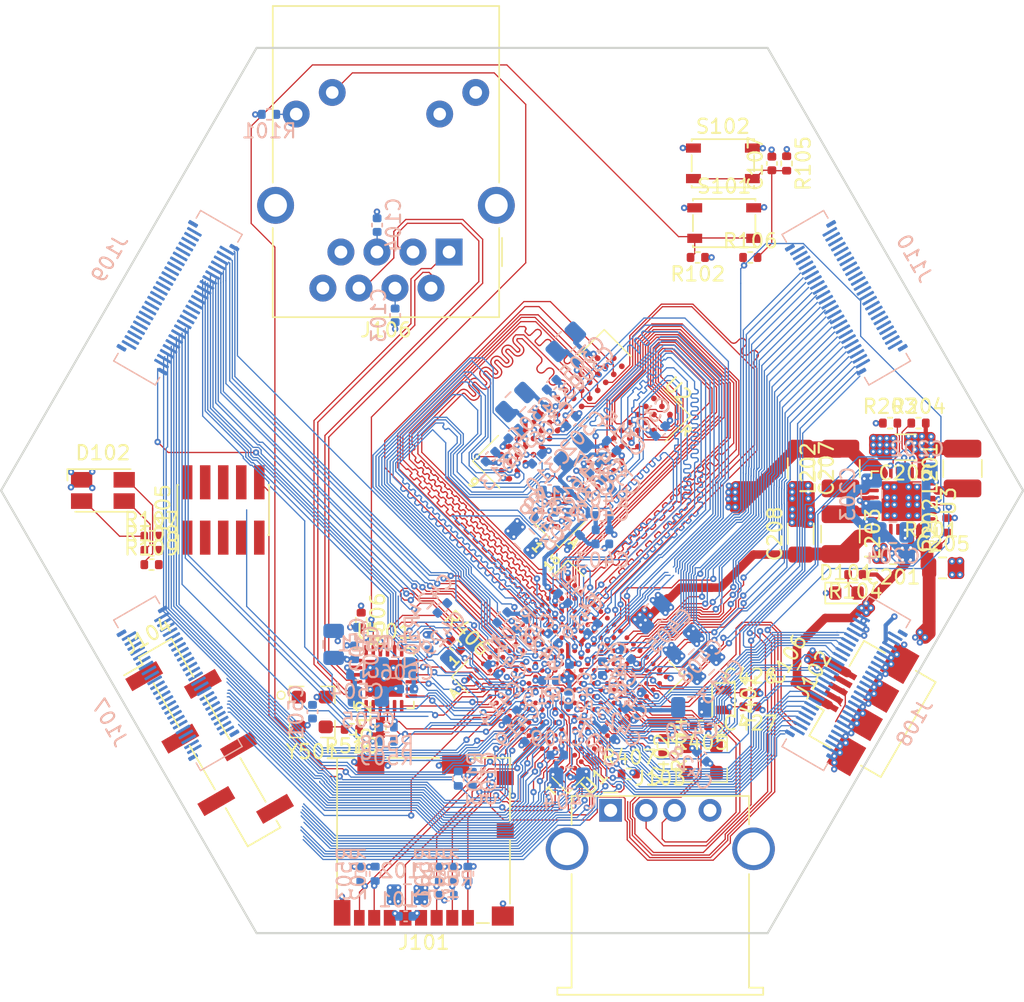
<source format=kicad_pcb>
(kicad_pcb (version 20171130) (host pcbnew 5.1.8-4.fc33)
  (layers (0 F.Cu signal) (1 In1.Cu signal hide) (2 In2.Cu signal) (31 B.Cu signal) (34 B.Paste user) (35 F.Paste user) (36 B.SilkS user hide) (37 F.SilkS user hide) (38 B.Mask user) (39 F.Mask user) (44 Edge.Cuts user))
  (net 0 "")
  (net 1 "Net-(U1-PadP9)")
  (net 2 "Net-(U1-PadP12)")
  (net 3 "Net-(U1-PadN12)")
  (net 4 "Net-(U1-PadL14)")
  (net 5 "Net-(U1-PadH14)")
  (net 6 "Net-(U1-PadG16)")
  (net 7 "Net-(U1-PadG15)")
  (net 8 "Net-(U1-PadF12)")
  (net 9 "Net-(U1-PadF15)")
  (net 10 "Net-(U1-PadE8)")
  (net 11 "Net-(U1-PadB10)")
  (net 12 "Net-(U1-PadA11)")
  (net 13 "Net-(U1-PadA10)")
  (net 14 "Net-(U2-PadR8)")
  (net 15 "Net-(U2-PadR7)")
  (net 16 "Net-(U2-PadR3)")
  (net 17 "Net-(U2-PadE2)")
  (net 18 "Net-(U2-PadA2)")
  (net 19 "Net-(U3-Pad15)")
  (net 20 GND)
  (net 21 +3V3)
  (net 22 +1.8V)
  (net 23 +1.15V)
  (net 24 "Net-(L201-Pad1)")
  (net 25 "Net-(L202-Pad1)")
  (net 26 "Net-(L203-Pad1)")
  (net 27 "Net-(R201-Pad2)")
  (net 28 "Net-(C401-Pad1)")
  (net 29 /CPU_CORE/CPU_DDR_VREF)
  (net 30 "Net-(J101-Pad9)")
  (net 31 "Net-(J101-Pad10)")
  (net 32 /mmcdat0)
  (net 33 /CPU_IO/CPU_MMC_CLK)
  (net 34 /CPU_IO/CPU_MMC_CMD)
  (net 35 /mmcdat3)
  (net 36 /mmcdat1)
  (net 37 /mmcdat2)
  (net 38 /CPU_CORE/CPU_WAKEUP)
  (net 39 /CPU_CORE/CPU_SHUTDOWN)
  (net 40 /CPU_CORE/data2)
  (net 41 /CPU_CORE/data5)
  (net 42 /CPU_CORE/data0)
  (net 43 /CPU_CORE/data7)
  (net 44 /CPU_CORE/data1)
  (net 45 /CPU_CORE/data6)
  (net 46 /CPU_CORE/CPU_DDR_LOW_STROBE_N)
  (net 47 /CPU_CORE/data3)
  (net 48 /CPU_CORE/CPU_DDR_LOW_STROBE_P)
  (net 49 /CPU_CORE/data4)
  (net 50 /CPU_CORE/CPU_DDR_LOW_MASK)
  (net 51 /CPU_CORE/data12)
  (net 52 /CPU_CORE/bank1)
  (net 53 /CPU_CORE/data9)
  (net 54 /CPU_CORE/data13)
  (net 55 /CPU_CORE/CPU_DDR_CKE)
  (net 56 /CPU_CORE/addr6)
  (net 57 /CPU_CORE/addr3)
  (net 58 /CPU_CORE/bank0)
  (net 59 /CPU_CORE/CPU_DDR_HIGH_STROBE_N)
  (net 60 /CPU_CORE/addr9)
  (net 61 /CPU_CORE/CPU_DDR_CS)
  (net 62 /CPU_CORE/CPU_DDR_RAS)
  (net 63 /CPU_CORE/data14)
  (net 64 /CPU_CORE/data15)
  (net 65 /CPU_CORE/addr7)
  (net 66 /CPU_CORE/CPU_DDR_HIGH_STROBE_P)
  (net 67 /CPU_CORE/CPU_DDR_WE)
  (net 68 /CPU_CORE/addr10)
  (net 69 /CPU_CORE/addr1)
  (net 70 /CPU_CORE/addr8)
  (net 71 /CPU_CORE/CPU_DDR_HIGH_MASK)
  (net 72 /CPU_CORE/data11)
  (net 73 /CPU_CORE/bank2)
  (net 74 /CPU_CORE/CPU_DDR_CAS)
  (net 75 /CPU_CORE/addr12)
  (net 76 /CPU_CORE/addr11)
  (net 77 /CPU_CORE/CPU_DDR_CLK_N)
  (net 78 /CPU_CORE/data10)
  (net 79 /CPU_CORE/addr5)
  (net 80 /CPU_CORE/addr2)
  (net 81 /CPU_CORE/CPU_DDR_CLK_P)
  (net 82 /CPU_CORE/addr0)
  (net 83 /CPU_CORE/addr4)
  (net 84 /CPU_CORE/data8)
  (net 85 "Net-(C103-Pad1)")
  (net 86 "Net-(C104-Pad1)")
  (net 87 "Net-(C426-Pad1)")
  (net 88 "Net-(C427-Pad2)")
  (net 89 "Net-(C429-Pad1)")
  (net 90 "Net-(C502-Pad1)")
  (net 91 /CPU_CORE/CPU_USB_HOST_N)
  (net 92 /CPU_CORE/CPU_USB_HOST_P)
  (net 93 "Net-(J102-Pad4)")
  (net 94 "Net-(J104-Pad5)")
  (net 95 "Net-(J104-Pad4)")
  (net 96 "Net-(J104-Pad1)")
  (net 97 "Net-(J105-Pad9)")
  (net 98 "Net-(J105-Pad7)")
  (net 99 "Net-(J106-PadL4)")
  (net 100 "Net-(J106-PadL3)")
  (net 101 /CPU_IO/CPU_ETH_LED)
  (net 102 "Net-(J106-PadL1)")
  (net 103 "Net-(J106-PadR7)")
  (net 104 /CPU_IO/CPU_ETH_RX_N)
  (net 105 /CPU_IO/CPU_ETH_RX_P)
  (net 106 /CPU_IO/CPU_ETH_TX_N)
  (net 107 /CPU_IO/CPU_ETH_TX_P)
  (net 108 /b24)
  (net 109 /b23)
  (net 110 /b22)
  (net 111 /b21)
  (net 112 /b20)
  (net 113 /b19)
  (net 114 /b18)
  (net 115 /b17)
  (net 116 /b16)
  (net 117 /b15)
  (net 118 /b14)
  (net 119 /b13)
  (net 120 /b12)
  (net 121 /b11)
  (net 122 "Net-(R404-Pad2)")
  (net 123 "Net-(R404-Pad1)")
  (net 124 "Net-(R405-Pad2)")
  (net 125 /CPU_IO/PHY_IRQ)
  (net 126 /CPU_IO/PHY_MDC)
  (net 127 /CPU_IO/PHY_MDIO)
  (net 128 "Net-(R510-Pad2)")
  (net 129 "Net-(R510-Pad1)")
  (net 130 "Net-(R512-Pad2)")
  (net 131 /CPU_IO/PHY_TXD0)
  (net 132 /CPU_IO/PHY_TXD1)
  (net 133 /CPU_IO/PHY_TXEN)
  (net 134 /CPU_IO/PHY_RXD1)
  (net 135 /CPU_IO/PHY_RXER)
  (net 136 /CPU_IO/PHY_RXDV)
  (net 137 /CPU_IO/PHY_CLK)
  (net 138 /CPU_IO/PHY_RXD0)
  (net 139 /CPU_CORE/CPU_JTAG_TDI)
  (net 140 /CPU_CORE/CPU_JTAG_TMS)
  (net 141 /CPU_CORE/CPU_JTAG_TDO)
  (net 142 /CPU_CORE/CPU_JTAG_TCK)
  (net 143 /CPU_CORE/CPU_USB_DEVICE_N)
  (net 144 /CPU_CORE/CPU_USB_DEVICE_P)
  (net 145 "Net-(U501-Pad8)")
  (net 146 "Net-(Y402-Pad1)")
  (net 147 "Net-(Y501-Pad1)")
  (net 148 "Net-(C105-Pad1)")
  (net 149 +5V)
  (net 150 "Net-(C107-Pad1)")
  (net 151 /ldo_out)
  (net 152 "Net-(C420-Pad1)")
  (net 153 "Net-(D101-Pad2)")
  (net 154 "Net-(D102-Pad4)")
  (net 155 "Net-(D102-Pad3)")
  (net 156 "Net-(D102-Pad2)")
  (net 157 /CPU_IO/CPU_DBG_UART_TX)
  (net 158 /CPU_IO/CPU_DBG_UART_RX)
  (net 159 /cpu_reset)
  (net 160 /a31)
  (net 161 /a30)
  (net 162 /a29)
  (net 163 /a28)
  (net 164 /a27)
  (net 165 /a26)
  (net 166 /a25)
  (net 167 /a24)
  (net 168 /a23)
  (net 169 /a22)
  (net 170 /a21)
  (net 171 /a14)
  (net 172 /a13)
  (net 173 /a12)
  (net 174 /a7)
  (net 175 /a6)
  (net 176 /a5)
  (net 177 /a4)
  (net 178 /a3)
  (net 179 /a2)
  (net 180 /a1)
  (net 181 /a0)
  (net 182 /start_btn)
  (net 183 /periph_reset)
  (net 184 /c21)
  (net 185 /c20)
  (net 186 /c19)
  (net 187 /c18)
  (net 188 /c17)
  (net 189 /c16)
  (net 190 /c15)
  (net 191 /c14)
  (net 192 /c13)
  (net 193 /c12)
  (net 194 /c11)
  (net 195 /c10)
  (net 196 /c9)
  (net 197 /c8)
  (net 198 /c7)
  (net 199 /c6)
  (net 200 /c5)
  (net 201 /c4)
  (net 202 /c3)
  (net 203 /c2)
  (net 204 /c1)
  (net 205 /c0)
  (net 206 /c31)
  (net 207 /c30)
  (net 208 /c29)
  (net 209 /c28)
  (net 210 /c27)
  (net 211 /c26)
  (net 212 /c25)
  (net 213 /c24)
  (net 214 /c23)
  (net 215 /c22)
  (net 216 /d21)
  (net 217 /d20)
  (net 218 /d19)
  (net 219 /d18)
  (net 220 /d17)
  (net 221 /d16)
  (net 222 /d15)
  (net 223 /d14)
  (net 224 /d13)
  (net 225 /d12)
  (net 226 /d11)
  (net 227 /d10)
  (net 228 /d9)
  (net 229 /d8)
  (net 230 /d7)
  (net 231 /d6)
  (net 232 /d5)
  (net 233 /d4)
  (net 234 /d3)
  (net 235 /d2)
  (net 236 /d1)
  (net 237 /d0)
  (net 238 "Net-(R407-Pad1)")
  (net 239 /ldo_en)
  (module Connector_Card:microSD_HC_Molex_104031-0811 (layer F.Cu) (at 111.78 155.83 180)
    (fp_text reference J101 (at 0 -7.18) (layer F.SilkS))
    (fp_text value Micro_SD_Card_Det)
    (pad 11 smd rect (at 3.73 5.375 180) (size 1.9 1.35) (layers F.Cu F.Paste F.Mask) (net 20 GND))
    (pad 11 smd rect (at -2.24 5.375 180) (size 1.9 1.35) (layers F.Cu F.Paste F.Mask) (net 20 GND))
    (pad 9 smd rect (at -5.74 0.7 180) (size 1.2 1) (layers F.Cu F.Paste F.Mask) (net 30 "Net-(J101-Pad9)"))
    (pad 10 smd rect (at -5.74 4.4 180) (size 1.2 1) (layers F.Cu F.Paste F.Mask) (net 31 "Net-(J101-Pad10)"))
    (pad 11 smd rect (at -5.565 -5.325 180) (size 1.55 1.35) (layers F.Cu F.Paste F.Mask) (net 20 GND))
    (pad 11 smd rect (at 5.755 -5.1 180) (size 1.17 1.8) (layers F.Cu F.Paste F.Mask) (net 20 GND))
    (pad 7 smd rect (at 3.495 -5.45 180) (size 0.85 1.1) (layers F.Cu F.Paste F.Mask) (net 32 /mmcdat0))
    (pad 6 smd rect (at 2.395 -5.45 180) (size 0.85 1.1) (layers F.Cu F.Paste F.Mask) (net 20 GND))
    (pad 5 smd rect (at 1.295 -5.45 180) (size 0.85 1.1) (layers F.Cu F.Paste F.Mask) (net 33 /CPU_IO/CPU_MMC_CLK))
    (pad 4 smd rect (at 0.195 -5.45 180) (size 0.85 1.1) (layers F.Cu F.Paste F.Mask) (net 21 +3V3))
    (pad 3 smd rect (at -0.905 -5.45 180) (size 0.85 1.1) (layers F.Cu F.Paste F.Mask) (net 34 /CPU_IO/CPU_MMC_CMD))
    (pad 2 smd rect (at -2.005 -5.45 180) (size 0.85 1.1) (layers F.Cu F.Paste F.Mask) (net 35 /mmcdat3))
    (pad 8 smd rect (at 4.545 -5.45 180) (size 0.75 1.1) (layers F.Cu F.Paste F.Mask) (net 36 /mmcdat1))
    (pad 1 smd rect (at -3.105 -5.45 180) (size 0.85 1.1) (layers F.Cu F.Paste F.Mask) (net 37 /mmcdat2))
  )
  (module Capacitor_SMD:C_0805_2012Metric (layer B.Cu) (at 110.625 159.65 180)
    (fp_text reference C102 (at 0 1.68) (layer B.SilkS) (effects (justify mirror)))
    (fp_text value 4.7uF)
    (pad 2 smd roundrect (at 0.95 0 180) (size 1 1.45) (layers B.Cu B.Paste B.Mask) (net 20 GND))
    (pad 1 smd roundrect (at -0.95 0 180) (size 1 1.45) (layers B.Cu B.Paste B.Mask) (net 21 +3V3))
  )
  (module parts:VDFN4-3.2x2.5-DSC1001 (layer F.Cu) (at 131.35 150.125 270)
    (fp_text reference Y402 (at 0 2.8 90) (layer F.SilkS))
    (fp_text value DSC1001)
    (pad 4 smd roundrect (at 0.95 -1.05 270) (size 1 0.9) (layers F.Cu F.Paste F.Mask) (net 21 +3V3))
    (pad 3 smd roundrect (at 0.95 1.05 270) (size 1 0.9) (layers F.Cu F.Paste F.Mask) (net 122 "Net-(R404-Pad2)"))
    (pad 2 smd roundrect (at -0.95 1.05 270) (size 1 0.9) (layers F.Cu F.Paste F.Mask) (net 20 GND))
    (pad 1 smd roundrect (at -0.95 -1.05 270) (size 1 0.9) (layers F.Cu F.Paste F.Mask) (net 146 "Net-(Y402-Pad1)"))
  )
  (module parts:TFBGA228-SAM9X60 (layer F.Cu) (at 121.951676 144.307904 45)
    (fp_text reference U1 (at -3.9 6.5 45) (layer F.SilkS))
    (fp_text value SAM9X60)
    (fp_text user A (at -6.5 -4.875 45) (layer F.SilkS) (effects (font (size 0.65 0.65))))
    (fp_text user 1 (at -4.875 -6.5 45) (layer F.SilkS) (effects (font (size 0.65 0.65))))
    (fp_text user 16 (at 4.875 -6.5 45) (layer F.SilkS) (effects (font (size 0.65 0.65))))
    (fp_text user T (at -6.5 4.875 45) (layer F.SilkS) (effects (font (size 0.65 0.65))))
    (pad A1 smd circle (at -4.875 -4.875 45) (size 0.34 0.34) (layers F.Cu F.Paste F.Mask) (net 20 GND))
    (pad A2 smd circle (at -4.225 -4.875 45) (size 0.34 0.34) (layers F.Cu F.Paste F.Mask) (net 131 /CPU_IO/PHY_TXD0))
    (pad A3 smd circle (at -3.575 -4.875 45) (size 0.34 0.34) (layers F.Cu F.Paste F.Mask) (net 132 /CPU_IO/PHY_TXD1))
    (pad A4 smd circle (at -2.925 -4.875 45) (size 0.34 0.34) (layers F.Cu F.Paste F.Mask) (net 119 /b13))
    (pad A5 smd circle (at -2.275 -4.875 45) (size 0.34 0.34) (layers F.Cu F.Paste F.Mask) (net 133 /CPU_IO/PHY_TXEN))
    (pad A6 smd circle (at -1.625 -4.875 45) (size 0.34 0.34) (layers F.Cu F.Paste F.Mask) (net 112 /b20))
    (pad A7 smd circle (at -0.975 -4.875 45) (size 0.34 0.34) (layers F.Cu F.Paste F.Mask) (net 111 /b21))
    (pad A8 smd circle (at -0.325 -4.875 45) (size 0.34 0.34) (layers F.Cu F.Paste F.Mask) (net 108 /b24))
    (pad A9 smd circle (at 0.325 -4.875 45) (size 0.34 0.34) (layers F.Cu F.Paste F.Mask) (net 84 /CPU_CORE/data8))
    (pad A10 smd circle (at 0.975 -4.875 45) (size 0.34 0.34) (layers F.Cu F.Paste F.Mask) (net 13 "Net-(U1-PadA10)"))
    (pad A11 smd circle (at 1.625 -4.875 45) (size 0.34 0.34) (layers F.Cu F.Paste F.Mask) (net 12 "Net-(U1-PadA11)"))
    (pad A12 smd circle (at 2.275 -4.875 45) (size 0.34 0.34) (layers F.Cu F.Paste F.Mask) (net 83 /CPU_CORE/addr4))
    (pad A13 smd circle (at 2.925 -4.875 45) (size 0.34 0.34) (layers F.Cu F.Paste F.Mask) (net 82 /CPU_CORE/addr0))
    (pad A14 smd circle (at 3.575 -4.875 45) (size 0.34 0.34) (layers F.Cu F.Paste F.Mask) (net 29 /CPU_CORE/CPU_DDR_VREF))
    (pad A15 smd circle (at 4.225 -4.875 45) (size 0.34 0.34) (layers F.Cu F.Paste F.Mask) (net 81 /CPU_CORE/CPU_DDR_CLK_P))
    (pad A16 smd circle (at 4.875 -4.875 45) (size 0.34 0.34) (layers F.Cu F.Paste F.Mask) (net 20 GND))
    (pad B7 smd circle (at -0.975 -4.225 45) (size 0.34 0.34) (layers F.Cu F.Paste F.Mask) (net 110 /b22))
    (pad B4 smd circle (at -2.925 -4.225 45) (size 0.34 0.34) (layers F.Cu F.Paste F.Mask) (net 20 GND))
    (pad B3 smd circle (at -3.575 -4.225 45) (size 0.34 0.34) (layers F.Cu F.Paste F.Mask) (net 116 /b16))
    (pad B12 smd circle (at 2.275 -4.225 45) (size 0.34 0.34) (layers F.Cu F.Paste F.Mask) (net 80 /CPU_CORE/addr2))
    (pad B16 smd circle (at 4.875 -4.225 45) (size 0.34 0.34) (layers F.Cu F.Paste F.Mask) (net 79 /CPU_CORE/addr5))
    (pad B1 smd circle (at -4.875 -4.225 45) (size 0.34 0.34) (layers F.Cu F.Paste F.Mask) (net 115 /b17))
    (pad B13 smd circle (at 2.925 -4.225 45) (size 0.34 0.34) (layers F.Cu F.Paste F.Mask) (net 20 GND))
    (pad B9 smd circle (at 0.325 -4.225 45) (size 0.34 0.34) (layers F.Cu F.Paste F.Mask) (net 78 /CPU_CORE/data10))
    (pad B10 smd circle (at 0.975 -4.225 45) (size 0.34 0.34) (layers F.Cu F.Paste F.Mask) (net 11 "Net-(U1-PadB10)"))
    (pad B6 smd circle (at -1.625 -4.225 45) (size 0.34 0.34) (layers F.Cu F.Paste F.Mask) (net 109 /b23))
    (pad B14 smd circle (at 3.575 -4.225 45) (size 0.34 0.34) (layers F.Cu F.Paste F.Mask) (net 77 /CPU_CORE/CPU_DDR_CLK_N))
    (pad B8 smd circle (at -0.325 -4.225 45) (size 0.34 0.34) (layers F.Cu F.Paste F.Mask) (net 28 "Net-(C401-Pad1)"))
    (pad B5 smd circle (at -2.275 -4.225 45) (size 0.34 0.34) (layers F.Cu F.Paste F.Mask) (net 117 /b15))
    (pad B11 smd circle (at 1.625 -4.225 45) (size 0.34 0.34) (layers F.Cu F.Paste F.Mask) (net 76 /CPU_CORE/addr11))
    (pad C7 smd circle (at -0.975 -3.575 45) (size 0.34 0.34) (layers F.Cu F.Paste F.Mask) (net 21 +3V3))
    (pad C4 smd circle (at -2.925 -3.575 45) (size 0.34 0.34) (layers F.Cu F.Paste F.Mask) (net 21 +3V3))
    (pad C15 smd circle (at 4.225 -3.575 45) (size 0.34 0.34) (layers F.Cu F.Paste F.Mask) (net 75 /CPU_CORE/addr12))
    (pad C2 smd circle (at -4.225 -3.575 45) (size 0.34 0.34) (layers F.Cu F.Paste F.Mask) (net 120 /b12))
    (pad C12 smd circle (at 2.275 -3.575 45) (size 0.34 0.34) (layers F.Cu F.Paste F.Mask) (net 74 /CPU_CORE/CPU_DDR_CAS))
    (pad C16 smd circle (at 4.875 -3.575 45) (size 0.34 0.34) (layers F.Cu F.Paste F.Mask) (net 73 /CPU_CORE/bank2))
    (pad C1 smd circle (at -4.875 -3.575 45) (size 0.34 0.34) (layers F.Cu F.Paste F.Mask) (net 134 /CPU_IO/PHY_RXD1))
    (pad C13 smd circle (at 2.925 -3.575 45) (size 0.34 0.34) (layers F.Cu F.Paste F.Mask) (net 22 +1.8V))
    (pad C9 smd circle (at 0.325 -3.575 45) (size 0.34 0.34) (layers F.Cu F.Paste F.Mask) (net 72 /CPU_CORE/data11))
    (pad C10 smd circle (at 0.975 -3.575 45) (size 0.34 0.34) (layers F.Cu F.Paste F.Mask) (net 22 +1.8V))
    (pad C6 smd circle (at -1.625 -3.575 45) (size 0.34 0.34) (layers F.Cu F.Paste F.Mask) (net 113 /b19))
    (pad C8 smd circle (at -0.325 -3.575 45) (size 0.34 0.34) (layers F.Cu F.Paste F.Mask) (net 71 /CPU_CORE/CPU_DDR_HIGH_MASK))
    (pad C5 smd circle (at -2.275 -3.575 45) (size 0.34 0.34) (layers F.Cu F.Paste F.Mask) (net 20 GND))
    (pad C11 smd circle (at 1.625 -3.575 45) (size 0.34 0.34) (layers F.Cu F.Paste F.Mask) (net 70 /CPU_CORE/addr8))
    (pad D3 smd circle (at -3.575 -2.925 45) (size 0.34 0.34) (layers F.Cu F.Paste F.Mask) (net 135 /CPU_IO/PHY_RXER))
    (pad D15 smd circle (at 4.225 -2.925 45) (size 0.34 0.34) (layers F.Cu F.Paste F.Mask) (net 69 /CPU_CORE/addr1))
    (pad D2 smd circle (at -4.225 -2.925 45) (size 0.34 0.34) (layers F.Cu F.Paste F.Mask) (net 126 /CPU_IO/PHY_MDC))
    (pad D12 smd circle (at 2.275 -2.925 45) (size 0.34 0.34) (layers F.Cu F.Paste F.Mask) (net 68 /CPU_CORE/addr10))
    (pad D16 smd circle (at 4.875 -2.925 45) (size 0.34 0.34) (layers F.Cu F.Paste F.Mask) (net 67 /CPU_CORE/CPU_DDR_WE))
    (pad D1 smd circle (at -4.875 -2.925 45) (size 0.34 0.34) (layers F.Cu F.Paste F.Mask) (net 136 /CPU_IO/PHY_RXDV))
    (pad D9 smd circle (at 0.325 -2.925 45) (size 0.34 0.34) (layers F.Cu F.Paste F.Mask) (net 66 /CPU_CORE/CPU_DDR_HIGH_STROBE_P))
    (pad D6 smd circle (at -1.625 -2.925 45) (size 0.34 0.34) (layers F.Cu F.Paste F.Mask) (net 121 /b11))
    (pad D14 smd circle (at 3.575 -2.925 45) (size 0.34 0.34) (layers F.Cu F.Paste F.Mask) (net 65 /CPU_CORE/addr7))
    (pad D8 smd circle (at -0.325 -2.925 45) (size 0.34 0.34) (layers F.Cu F.Paste F.Mask) (net 64 /CPU_CORE/data15))
    (pad D5 smd circle (at -2.275 -2.925 45) (size 0.34 0.34) (layers F.Cu F.Paste F.Mask) (net 89 "Net-(C429-Pad1)"))
    (pad D11 smd circle (at 1.625 -2.925 45) (size 0.34 0.34) (layers F.Cu F.Paste F.Mask) (net 63 /CPU_CORE/data14))
    (pad E7 smd circle (at -0.975 -2.275 45) (size 0.34 0.34) (layers F.Cu F.Paste F.Mask) (net 20 GND))
    (pad E4 smd circle (at -2.925 -2.275 45) (size 0.34 0.34) (layers F.Cu F.Paste F.Mask) (net 114 /b18))
    (pad E3 smd circle (at -3.575 -2.275 45) (size 0.34 0.34) (layers F.Cu F.Paste F.Mask) (net 137 /CPU_IO/PHY_CLK))
    (pad E15 smd circle (at 4.225 -2.275 45) (size 0.34 0.34) (layers F.Cu F.Paste F.Mask) (net 62 /CPU_CORE/CPU_DDR_RAS))
    (pad E2 smd circle (at -4.225 -2.275 45) (size 0.34 0.34) (layers F.Cu F.Paste F.Mask) (net 183 /periph_reset))
    (pad E16 smd circle (at 4.875 -2.275 45) (size 0.34 0.34) (layers F.Cu F.Paste F.Mask) (net 61 /CPU_CORE/CPU_DDR_CS))
    (pad E1 smd circle (at -4.875 -2.275 45) (size 0.34 0.34) (layers F.Cu F.Paste F.Mask) (net 127 /CPU_IO/PHY_MDIO))
    (pad E13 smd circle (at 2.925 -2.275 45) (size 0.34 0.34) (layers F.Cu F.Paste F.Mask) (net 60 /CPU_CORE/addr9))
    (pad E9 smd circle (at 0.325 -2.275 45) (size 0.34 0.34) (layers F.Cu F.Paste F.Mask) (net 59 /CPU_CORE/CPU_DDR_HIGH_STROBE_N))
    (pad E10 smd circle (at 0.975 -2.275 45) (size 0.34 0.34) (layers F.Cu F.Paste F.Mask) (net 20 GND))
    (pad E6 smd circle (at -1.625 -2.275 45) (size 0.34 0.34) (layers F.Cu F.Paste F.Mask) (net 125 /CPU_IO/PHY_IRQ))
    (pad E14 smd circle (at 3.575 -2.275 45) (size 0.34 0.34) (layers F.Cu F.Paste F.Mask) (net 58 /CPU_CORE/bank0))
    (pad E8 smd circle (at -0.325 -2.275 45) (size 0.34 0.34) (layers F.Cu F.Paste F.Mask) (net 10 "Net-(U1-PadE8)"))
    (pad E11 smd circle (at 1.625 -2.275 45) (size 0.34 0.34) (layers F.Cu F.Paste F.Mask) (net 57 /CPU_CORE/addr3))
    (pad F7 smd circle (at -0.975 -1.625 45) (size 0.34 0.34) (layers F.Cu F.Paste F.Mask) (net 165 /a26))
    (pad F4 smd circle (at -2.925 -1.625 45) (size 0.34 0.34) (layers F.Cu F.Paste F.Mask) (net 138 /CPU_IO/PHY_RXD0))
    (pad F3 smd circle (at -3.575 -1.625 45) (size 0.34 0.34) (layers F.Cu F.Paste F.Mask) (net 139 /CPU_CORE/CPU_JTAG_TDI))
    (pad F15 smd circle (at 4.225 -1.625 45) (size 0.34 0.34) (layers F.Cu F.Paste F.Mask) (net 9 "Net-(U1-PadF15)"))
    (pad F2 smd circle (at -4.225 -1.625 45) (size 0.34 0.34) (layers F.Cu F.Paste F.Mask) (net 118 /b14))
    (pad F12 smd circle (at 2.275 -1.625 45) (size 0.34 0.34) (layers F.Cu F.Paste F.Mask) (net 8 "Net-(U1-PadF12)"))
    (pad F16 smd circle (at 4.875 -1.625 45) (size 0.34 0.34) (layers F.Cu F.Paste F.Mask) (net 56 /CPU_CORE/addr6))
    (pad F1 smd circle (at -4.875 -1.625 45) (size 0.34 0.34) (layers F.Cu F.Paste F.Mask) (net 163 /a28))
    (pad F13 smd circle (at 2.925 -1.625 45) (size 0.34 0.34) (layers F.Cu F.Paste F.Mask) (net 55 /CPU_CORE/CPU_DDR_CKE))
    (pad F9 smd circle (at 0.325 -1.625 45) (size 0.34 0.34) (layers F.Cu F.Paste F.Mask) (net 54 /CPU_CORE/data13))
    (pad F10 smd circle (at 0.975 -1.625 45) (size 0.34 0.34) (layers F.Cu F.Paste F.Mask) (net 53 /CPU_CORE/data9))
    (pad F6 smd circle (at -1.625 -1.625 45) (size 0.34 0.34) (layers F.Cu F.Paste F.Mask) (net 23 +1.15V))
    (pad F14 smd circle (at 3.575 -1.625 45) (size 0.34 0.34) (layers F.Cu F.Paste F.Mask) (net 52 /CPU_CORE/bank1))
    (pad F8 smd circle (at -0.325 -1.625 45) (size 0.34 0.34) (layers F.Cu F.Paste F.Mask) (net 167 /a24))
    (pad F5 smd circle (at -2.275 -1.625 45) (size 0.34 0.34) (layers F.Cu F.Paste F.Mask) (net 140 /CPU_CORE/CPU_JTAG_TMS))
    (pad F11 smd circle (at 1.625 -1.625 45) (size 0.34 0.34) (layers F.Cu F.Paste F.Mask) (net 23 +1.15V))
    (pad G3 smd circle (at -3.575 -0.975 45) (size 0.34 0.34) (layers F.Cu F.Paste F.Mask) (net 21 +3V3))
    (pad G15 smd circle (at 4.225 -0.975 45) (size 0.34 0.34) (layers F.Cu F.Paste F.Mask) (net 7 "Net-(U1-PadG15)"))
    (pad G2 smd circle (at -4.225 -0.975 45) (size 0.34 0.34) (layers F.Cu F.Paste F.Mask) (net 161 /a30))
    (pad G12 smd circle (at 2.275 -0.975 45) (size 0.34 0.34) (layers F.Cu F.Paste F.Mask) (net 20 GND))
    (pad G16 smd circle (at 4.875 -0.975 45) (size 0.34 0.34) (layers F.Cu F.Paste F.Mask) (net 6 "Net-(U1-PadG16)"))
    (pad G1 smd circle (at -4.875 -0.975 45) (size 0.34 0.34) (layers F.Cu F.Paste F.Mask) (net 169 /a22))
    (pad G9 smd circle (at 0.325 -0.975 45) (size 0.34 0.34) (layers F.Cu F.Paste F.Mask) (net 51 /CPU_CORE/data12))
    (pad G6 smd circle (at -1.625 -0.975 45) (size 0.34 0.34) (layers F.Cu F.Paste F.Mask) (net 170 /a21))
    (pad G14 smd circle (at 3.575 -0.975 45) (size 0.34 0.34) (layers F.Cu F.Paste F.Mask) (net 22 +1.8V))
    (pad G8 smd circle (at -0.325 -0.975 45) (size 0.34 0.34) (layers F.Cu F.Paste F.Mask) (net 158 /CPU_IO/CPU_DBG_UART_RX))
    (pad G5 smd circle (at -2.275 -0.975 45) (size 0.34 0.34) (layers F.Cu F.Paste F.Mask) (net 20 GND))
    (pad G11 smd circle (at 1.625 -0.975 45) (size 0.34 0.34) (layers F.Cu F.Paste F.Mask) (net 50 /CPU_CORE/CPU_DDR_LOW_MASK))
    (pad H7 smd circle (at -0.975 -0.325 45) (size 0.34 0.34) (layers F.Cu F.Paste F.Mask) (net 182 /start_btn))
    (pad H4 smd circle (at -2.925 -0.325 45) (size 0.34 0.34) (layers F.Cu F.Paste F.Mask) (net 160 /a31))
    (pad H3 smd circle (at -3.575 -0.325 45) (size 0.34 0.34) (layers F.Cu F.Paste F.Mask) (net 162 /a29))
    (pad H15 smd circle (at 4.225 -0.325 45) (size 0.34 0.34) (layers F.Cu F.Paste F.Mask) (net 49 /CPU_CORE/data4))
    (pad H2 smd circle (at -4.225 -0.325 45) (size 0.34 0.34) (layers F.Cu F.Paste F.Mask) (net 164 /a27))
    (pad H12 smd circle (at 2.275 -0.325 45) (size 0.34 0.34) (layers F.Cu F.Paste F.Mask) (net 48 /CPU_CORE/CPU_DDR_LOW_STROBE_P))
    (pad H16 smd circle (at 4.875 -0.325 45) (size 0.34 0.34) (layers F.Cu F.Paste F.Mask) (net 47 /CPU_CORE/data3))
    (pad H1 smd circle (at -4.875 -0.325 45) (size 0.34 0.34) (layers F.Cu F.Paste F.Mask) (net 166 /a25))
    (pad H13 smd circle (at 2.925 -0.325 45) (size 0.34 0.34) (layers F.Cu F.Paste F.Mask) (net 46 /CPU_CORE/CPU_DDR_LOW_STROBE_N))
    (pad H9 smd circle (at 0.325 -0.325 45) (size 0.34 0.34) (layers F.Cu F.Paste F.Mask) (net 20 GND))
    (pad H10 smd circle (at 0.975 -0.325 135) (size 0.34 0.34) (layers F.Cu F.Paste F.Mask) (net 45 /CPU_CORE/data6))
    (pad H6 smd circle (at -1.625 -0.325 135) (size 0.34 0.34) (layers F.Cu F.Paste F.Mask) (net 32 /mmcdat0))
    (pad H14 smd circle (at 3.575 -0.325 45) (size 0.34 0.34) (layers F.Cu F.Paste F.Mask) (net 5 "Net-(U1-PadH14)"))
    (pad H8 smd circle (at -0.325 -0.325 45) (size 0.34 0.34) (layers F.Cu F.Paste F.Mask) (net 20 GND))
    (pad H5 smd circle (at -2.275 -0.325 45) (size 0.34 0.34) (layers F.Cu F.Paste F.Mask) (net 141 /CPU_CORE/CPU_JTAG_TDO))
    (pad H11 smd circle (at 1.625 -0.325 45) (size 0.34 0.34) (layers F.Cu F.Paste F.Mask) (net 44 /CPU_CORE/data1))
    (pad J7 smd circle (at -0.975 0.325 45) (size 0.34 0.34) (layers F.Cu F.Paste F.Mask) (net 190 /c15))
    (pad J4 smd circle (at -2.925 0.325 45) (size 0.34 0.34) (layers F.Cu F.Paste F.Mask) (net 168 /a23))
    (pad J3 smd circle (at -3.575 0.325 45) (size 0.34 0.34) (layers F.Cu F.Paste F.Mask) (net 33 /CPU_IO/CPU_MMC_CLK))
    (pad J15 smd circle (at 4.225 0.325 45) (size 0.34 0.34) (layers F.Cu F.Paste F.Mask) (net 224 /d13))
    (pad J2 smd circle (at -4.225 0.325 45) (size 0.34 0.34) (layers F.Cu F.Paste F.Mask) (net 35 /mmcdat3))
    (pad J12 smd circle (at 2.275 0.325 45) (size 0.34 0.34) (layers F.Cu F.Paste F.Mask) (net 230 /d7))
    (pad J16 smd circle (at 4.875 0.325 45) (size 0.34 0.34) (layers F.Cu F.Paste F.Mask) (net 43 /CPU_CORE/data7))
    (pad J1 smd circle (at -4.875 0.325 45) (size 0.34 0.34) (layers F.Cu F.Paste F.Mask) (net 36 /mmcdat1))
    (pad J13 smd circle (at 2.925 0.325 45) (size 0.34 0.34) (layers F.Cu F.Paste F.Mask) (net 42 /CPU_CORE/data0))
    (pad J9 smd circle (at 0.325 0.325 45) (size 0.34 0.34) (layers F.Cu F.Paste F.Mask) (net 20 GND))
    (pad J10 smd circle (at 0.975 0.325 45) (size 0.34 0.34) (layers F.Cu F.Paste F.Mask) (net 228 /d9))
    (pad J6 smd circle (at -1.625 0.325 135) (size 0.34 0.34) (layers F.Cu F.Paste F.Mask) (net 172 /a13))
    (pad J14 smd circle (at 3.575 0.325 45) (size 0.34 0.34) (layers F.Cu F.Paste F.Mask) (net 41 /CPU_CORE/data5))
    (pad J8 smd circle (at -0.325 0.325 45) (size 0.34 0.34) (layers F.Cu F.Paste F.Mask) (net 20 GND))
    (pad J5 smd circle (at -2.275 0.325 45) (size 0.34 0.34) (layers F.Cu F.Paste F.Mask) (net 37 /mmcdat2))
    (pad J11 smd circle (at 1.625 0.325 45) (size 0.34 0.34) (layers F.Cu F.Paste F.Mask) (net 40 /CPU_CORE/data2))
    (pad K3 smd circle (at -3.575 0.975 45) (size 0.34 0.34) (layers F.Cu F.Paste F.Mask) (net 21 +3V3))
    (pad K15 smd circle (at 4.225 0.975 45) (size 0.34 0.34) (layers F.Cu F.Paste F.Mask) (net 229 /d8))
    (pad K2 smd circle (at -4.225 0.975 45) (size 0.34 0.34) (layers F.Cu F.Paste F.Mask) (net 34 /CPU_IO/CPU_MMC_CMD))
    (pad K12 smd circle (at 2.275 0.975 45) (size 0.34 0.34) (layers F.Cu F.Paste F.Mask) (net 20 GND))
    (pad K16 smd circle (at 4.875 0.975 45) (size 0.34 0.34) (layers F.Cu F.Paste F.Mask) (net 231 /d6))
    (pad K1 smd circle (at -4.875 0.975 45) (size 0.34 0.34) (layers F.Cu F.Paste F.Mask) (net 171 /a14))
    (pad K9 smd circle (at 0.325 0.975 45) (size 0.34 0.34) (layers F.Cu F.Paste F.Mask) (net 214 /c23))
    (pad K6 smd circle (at -1.625 0.975 45) (size 0.34 0.34) (layers F.Cu F.Paste F.Mask) (net 174 /a7))
    (pad K14 smd circle (at 3.575 0.975 45) (size 0.34 0.34) (layers F.Cu F.Paste F.Mask) (net 21 +3V3))
    (pad K8 smd circle (at -0.325 0.975 45) (size 0.34 0.34) (layers F.Cu F.Paste F.Mask) (net 188 /c17))
    (pad K5 smd circle (at -2.275 0.975 45) (size 0.34 0.34) (layers F.Cu F.Paste F.Mask) (net 20 GND))
    (pad K11 smd circle (at 1.625 0.975 45) (size 0.34 0.34) (layers F.Cu F.Paste F.Mask) (net 226 /d11))
    (pad L7 smd circle (at -0.975 1.625 45) (size 0.34 0.34) (layers F.Cu F.Paste F.Mask) (net 192 /c13))
    (pad L4 smd circle (at -2.925 1.625 45) (size 0.34 0.34) (layers F.Cu F.Paste F.Mask) (net 176 /a5))
    (pad L3 smd circle (at -3.575 1.625 45) (size 0.34 0.34) (layers F.Cu F.Paste F.Mask) (net 178 /a3))
    (pad L15 smd circle (at 4.225 1.625 45) (size 0.34 0.34) (layers F.Cu F.Paste F.Mask) (net 225 /d12))
    (pad L2 smd circle (at -4.225 1.625 45) (size 0.34 0.34) (layers F.Cu F.Paste F.Mask) (net 157 /CPU_IO/CPU_DBG_UART_TX))
    (pad L12 smd circle (at 2.275 1.625 45) (size 0.34 0.34) (layers F.Cu F.Paste F.Mask) (net 223 /d14))
    (pad L16 smd circle (at 4.875 1.625 45) (size 0.34 0.34) (layers F.Cu F.Paste F.Mask) (net 227 /d10))
    (pad L1 smd circle (at -4.875 1.625 45) (size 0.34 0.34) (layers F.Cu F.Paste F.Mask) (net 173 /a12))
    (pad L13 smd circle (at 2.925 1.625 45) (size 0.34 0.34) (layers F.Cu F.Paste F.Mask) (net 219 /d18))
    (pad L9 smd circle (at 0.325 1.625 45) (size 0.34 0.34) (layers F.Cu F.Paste F.Mask) (net 212 /c25))
    (pad L10 smd circle (at 0.975 1.625 45) (size 0.34 0.34) (layers F.Cu F.Paste F.Mask) (net 208 /c29))
    (pad L6 smd circle (at -1.625 1.625 45) (size 0.34 0.34) (layers F.Cu F.Paste F.Mask) (net 23 +1.15V))
    (pad L14 smd circle (at 3.575 1.625 45) (size 0.34 0.34) (layers F.Cu F.Paste F.Mask) (net 4 "Net-(U1-PadL14)"))
    (pad L8 smd circle (at -0.325 1.625 45) (size 0.34 0.34) (layers F.Cu F.Paste F.Mask) (net 186 /c19))
    (pad L5 smd circle (at -2.275 1.625 45) (size 0.34 0.34) (layers F.Cu F.Paste F.Mask) (net 201 /c4))
    (pad L11 smd circle (at 1.625 1.625 45) (size 0.34 0.34) (layers F.Cu F.Paste F.Mask) (net 21 +3V3))
    (pad M7 smd circle (at -0.975 2.275 45) (size 0.34 0.34) (layers F.Cu F.Paste F.Mask) (net 20 GND))
    (pad M4 smd circle (at -2.925 2.275 45) (size 0.34 0.34) (layers F.Cu F.Paste F.Mask) (net 205 /c0))
    (pad M3 smd circle (at -3.575 2.275 45) (size 0.34 0.34) (layers F.Cu F.Paste F.Mask) (net 180 /a1))
    (pad M15 smd circle (at 4.225 2.275 45) (size 0.34 0.34) (layers F.Cu F.Paste F.Mask) (net 216 /d21))
    (pad M2 smd circle (at -4.225 2.275 45) (size 0.34 0.34) (layers F.Cu F.Paste F.Mask) (net 175 /a6))
    (pad M16 smd circle (at 4.875 2.275 45) (size 0.34 0.34) (layers F.Cu F.Paste F.Mask) (net 222 /d15))
    (pad M1 smd circle (at -4.875 2.275 45) (size 0.34 0.34) (layers F.Cu F.Paste F.Mask) (net 239 /ldo_en))
    (pad M13 smd circle (at 2.925 2.275 45) (size 0.34 0.34) (layers F.Cu F.Paste F.Mask) (net 206 /c31))
    (pad M9 smd circle (at 0.325 2.275 45) (size 0.34 0.34) (layers F.Cu F.Paste F.Mask) (net 210 /c27))
    (pad M10 smd circle (at 0.975 2.275 45) (size 0.34 0.34) (layers F.Cu F.Paste F.Mask) (net 20 GND))
    (pad M6 smd circle (at -1.625 2.275 45) (size 0.34 0.34) (layers F.Cu F.Paste F.Mask) (net 199 /c6))
    (pad M14 smd circle (at 3.575 2.275 45) (size 0.34 0.34) (layers F.Cu F.Paste F.Mask) (net 221 /d16))
    (pad M8 smd circle (at -0.325 2.275 45) (size 0.34 0.34) (layers F.Cu F.Paste F.Mask) (net 184 /c21))
    (pad M11 smd circle (at 1.625 2.275 45) (size 0.34 0.34) (layers F.Cu F.Paste F.Mask) (net 217 /d20))
    (pad N3 smd circle (at -3.575 2.925 45) (size 0.34 0.34) (layers F.Cu F.Paste F.Mask) (net 21 +3V3))
    (pad N15 smd circle (at 4.225 2.925 45) (size 0.34 0.34) (layers F.Cu F.Paste F.Mask) (net 20 GND))
    (pad N2 smd circle (at -4.225 2.925 45) (size 0.34 0.34) (layers F.Cu F.Paste F.Mask) (net 20 GND))
    (pad N12 smd circle (at 2.275 2.925 45) (size 0.34 0.34) (layers F.Cu F.Paste F.Mask) (net 3 "Net-(U1-PadN12)"))
    (pad N16 smd circle (at 4.875 2.925 45) (size 0.34 0.34) (layers F.Cu F.Paste F.Mask) (net 220 /d17))
    (pad N1 smd circle (at -4.875 2.925 45) (size 0.34 0.34) (layers F.Cu F.Paste F.Mask) (net 177 /a4))
    (pad N9 smd circle (at 0.325 2.925 45) (size 0.34 0.34) (layers F.Cu F.Paste F.Mask) (net 209 /c28))
    (pad N6 smd circle (at -1.625 2.925 45) (size 0.34 0.34) (layers F.Cu F.Paste F.Mask) (net 194 /c11))
    (pad N14 smd circle (at 3.575 2.925 45) (size 0.34 0.34) (layers F.Cu F.Paste F.Mask) (net 234 /d3))
    (pad N8 smd circle (at -0.325 2.925 45) (size 0.34 0.34) (layers F.Cu F.Paste F.Mask) (net 197 /c8))
    (pad N5 smd circle (at -2.275 2.925 45) (size 0.34 0.34) (layers F.Cu F.Paste F.Mask) (net 203 /c2))
    (pad N11 smd circle (at 1.625 2.925 45) (size 0.34 0.34) (layers F.Cu F.Paste F.Mask) (net 232 /d5))
    (pad P7 smd circle (at -0.975 3.575 45) (size 0.34 0.34) (layers F.Cu F.Paste F.Mask) (net 21 +3V3))
    (pad P4 smd circle (at -2.925 3.575 45) (size 0.34 0.34) (layers F.Cu F.Paste F.Mask) (net 204 /c1))
    (pad P15 smd circle (at 4.225 3.575 45) (size 0.34 0.34) (layers F.Cu F.Paste F.Mask) (net 235 /d2))
    (pad P2 smd circle (at -4.225 3.575 45) (size 0.34 0.34) (layers F.Cu F.Paste F.Mask) (net 181 /a0))
    (pad P12 smd circle (at 2.275 3.575 45) (size 0.34 0.34) (layers F.Cu F.Paste F.Mask) (net 2 "Net-(U1-PadP12)"))
    (pad P16 smd circle (at 4.875 3.575 45) (size 0.34 0.34) (layers F.Cu F.Paste F.Mask) (net 218 /d19))
    (pad P1 smd circle (at -4.875 3.575 45) (size 0.34 0.34) (layers F.Cu F.Paste F.Mask) (net 179 /a2))
    (pad P13 smd circle (at 2.925 3.575 45) (size 0.34 0.34) (layers F.Cu F.Paste F.Mask) (net 21 +3V3))
    (pad P9 smd circle (at 0.325 3.575 45) (size 0.34 0.34) (layers F.Cu F.Paste F.Mask) (net 1 "Net-(U1-PadP9)"))
    (pad P10 smd circle (at 0.975 3.575 45) (size 0.34 0.34) (layers F.Cu F.Paste F.Mask) (net 152 "Net-(C420-Pad1)"))
    (pad P6 smd circle (at -1.625 3.575 45) (size 0.34 0.34) (layers F.Cu F.Paste F.Mask) (net 195 /c10))
    (pad P8 smd circle (at -0.325 3.575 45) (size 0.34 0.34) (layers F.Cu F.Paste F.Mask) (net 185 /c20))
    (pad P5 smd circle (at -2.275 3.575 45) (size 0.34 0.34) (layers F.Cu F.Paste F.Mask) (net 202 /c3))
    (pad P11 smd circle (at 1.625 3.575 45) (size 0.34 0.34) (layers F.Cu F.Paste F.Mask) (net 124 "Net-(R405-Pad2)"))
    (pad R7 smd circle (at -0.975 4.225 45) (size 0.34 0.34) (layers F.Cu F.Paste F.Mask) (net 215 /c22))
    (pad R4 smd circle (at -2.925 4.225 45) (size 0.34 0.34) (layers F.Cu F.Paste F.Mask) (net 200 /c5))
    (pad R3 smd circle (at -3.575 4.225 45) (size 0.34 0.34) (layers F.Cu F.Paste F.Mask) (net 142 /CPU_CORE/CPU_JTAG_TCK))
    (pad R12 smd circle (at 2.275 4.225 45) (size 0.34 0.34) (layers F.Cu F.Paste F.Mask) (net 143 /CPU_CORE/CPU_USB_DEVICE_N))
    (pad R16 smd circle (at 4.875 4.225 45) (size 0.34 0.34) (layers F.Cu F.Paste F.Mask) (net 233 /d4))
    (pad R1 smd circle (at -4.875 4.225 45) (size 0.34 0.34) (layers F.Cu F.Paste F.Mask) (net 159 /cpu_reset))
    (pad R13 smd circle (at 2.925 4.225 135) (size 0.34 0.34) (layers F.Cu F.Paste F.Mask) (net 20 GND))
    (pad R9 smd circle (at 0.325 4.225 45) (size 0.34 0.34) (layers F.Cu F.Paste F.Mask) (net 87 "Net-(C426-Pad1)"))
    (pad R10 smd circle (at 0.975 4.225 45) (size 0.34 0.34) (layers F.Cu F.Paste F.Mask) (net 123 "Net-(R404-Pad1)"))
    (pad R6 smd circle (at -1.625 4.225 45) (size 0.34 0.34) (layers F.Cu F.Paste F.Mask) (net 189 /c16))
    (pad R14 smd circle (at 3.575 4.225 45) (size 0.34 0.34) (layers F.Cu F.Paste F.Mask) (net 237 /d0))
    (pad R8 smd circle (at -0.325 4.225 45) (size 0.34 0.34) (layers F.Cu F.Paste F.Mask) (net 213 /c24))
    (pad R5 smd circle (at -2.275 4.225 45) (size 0.34 0.34) (layers F.Cu F.Paste F.Mask) (net 193 /c12))
    (pad R11 smd circle (at 1.625 4.225 45) (size 0.34 0.34) (layers F.Cu F.Paste F.Mask) (net 39 /CPU_CORE/CPU_SHUTDOWN))
    (pad T7 smd circle (at -0.975 4.875 45) (size 0.34 0.34) (layers F.Cu F.Paste F.Mask) (net 207 /c30))
    (pad T4 smd circle (at -2.925 4.875 45) (size 0.34 0.34) (layers F.Cu F.Paste F.Mask) (net 196 /c9))
    (pad T3 smd circle (at -3.575 4.875 45) (size 0.34 0.34) (layers F.Cu F.Paste F.Mask) (net 198 /c7))
    (pad T15 smd circle (at 4.225 4.875 45) (size 0.34 0.34) (layers F.Cu F.Paste F.Mask) (net 236 /d1))
    (pad T2 smd circle (at -4.225 4.875 45) (size 0.34 0.34) (layers F.Cu F.Paste F.Mask) (net 238 "Net-(R407-Pad1)"))
    (pad T12 smd circle (at 2.275 4.875 45) (size 0.34 0.34) (layers F.Cu F.Paste F.Mask) (net 144 /CPU_CORE/CPU_USB_DEVICE_P))
    (pad T16 smd circle (at 4.875 4.875 45) (size 0.34 0.34) (layers F.Cu F.Paste F.Mask) (net 20 GND))
    (pad T1 smd circle (at -4.875 4.875 45) (size 0.34 0.34) (layers F.Cu F.Paste F.Mask) (net 20 GND))
    (pad T13 smd circle (at 2.925 4.875 45) (size 0.34 0.34) (layers F.Cu F.Paste F.Mask) (net 92 /CPU_CORE/CPU_USB_HOST_P))
    (pad T9 smd circle (at 0.325 4.875 45) (size 0.34 0.34) (layers F.Cu F.Paste F.Mask) (net 88 "Net-(C427-Pad2)"))
    (pad T10 smd circle (at 0.975 4.875 45) (size 0.34 0.34) (layers F.Cu F.Paste F.Mask) (net 20 GND))
    (pad T6 smd circle (at -1.625 4.875 45) (size 0.34 0.34) (layers F.Cu F.Paste F.Mask) (net 187 /c18))
    (pad T14 smd circle (at 3.575 4.875 45) (size 0.34 0.34) (layers F.Cu F.Paste F.Mask) (net 91 /CPU_CORE/CPU_USB_HOST_N))
    (pad T8 smd circle (at -0.325 4.875 45) (size 0.34 0.34) (layers F.Cu F.Paste F.Mask) (net 211 /c26))
    (pad T5 smd circle (at -2.275 4.875 45) (size 0.34 0.34) (layers F.Cu F.Paste F.Mask) (net 191 /c14))
    (pad T11 smd circle (at 1.625 4.875 45) (size 0.34 0.34) (layers F.Cu F.Paste F.Mask) (net 38 /CPU_CORE/CPU_WAKEUP))
  )
  (module Capacitor_SMD:C_0402_1005Metric (layer B.Cu) (at 124.36 143.69 90)
    (fp_text reference C418 (at 0 1.16 90) (layer B.SilkS) (effects (justify mirror)))
    (fp_text value 100nF)
    (pad 2 smd roundrect (at 0.48 0 90) (size 0.56 0.62) (layers B.Cu B.Paste B.Mask) (net 20 GND))
    (pad 1 smd roundrect (at -0.48 0 90) (size 0.56 0.62) (layers B.Cu B.Paste B.Mask) (net 21 +3V3))
  )
  (module Capacitor_SMD:C_0805_2012Metric (layer B.Cu) (at 114.35 142.46 225)
    (fp_text reference C429 (at 0 1.68 45) (layer B.SilkS) (effects (justify mirror)))
    (fp_text value 1uF)
    (pad 2 smd roundrect (at 0.95 0 225) (size 1 1.45) (layers B.Cu B.Paste B.Mask) (net 20 GND))
    (pad 1 smd roundrect (at -0.95 0 225) (size 1 1.45) (layers B.Cu B.Paste B.Mask) (net 89 "Net-(C429-Pad1)"))
  )
  (module Connector_RJ:RJ45_Amphenol_RJMG1BD3B8K1ANR (layer F.Cu) (at 113.56 114.38 180)
    (fp_text reference J106 (at 4.445 -5.49) (layer F.SilkS))
    (fp_text value RJ45_Amphenol_RJMG1BD3B8K1ANR)
    (pad "" np_thru_hole circle (at 10.16 6.34 180) (size 3.25 3.25) (drill 3.25) (layers *.Cu *.Mask))
    (pad "" np_thru_hole circle (at -1.27 6.34 180) (size 3.25 3.25) (drill 3.25) (layers *.Cu *.Mask))
    (pad 13 thru_hole circle (at 12.22 3.29 180) (size 2.6 2.6) (drill 1.6) (layers *.Cu *.Mask) (net 20 GND))
    (pad 13 thru_hole circle (at -3.33 3.29 180) (size 2.6 2.6) (drill 1.6) (layers *.Cu *.Mask) (net 20 GND))
    (pad L4 thru_hole circle (at -1.88 11.24 180) (size 1.89 1.89) (drill 0.89) (layers *.Cu *.Mask) (net 99 "Net-(J106-PadL4)"))
    (pad L3 thru_hole circle (at 0.66 9.72 180) (size 1.89 1.89) (drill 0.89) (layers *.Cu *.Mask) (net 100 "Net-(J106-PadL3)"))
    (pad L2 thru_hole circle (at 8.23 11.24 180) (size 1.89 1.89) (drill 0.89) (layers *.Cu *.Mask) (net 101 /CPU_IO/CPU_ETH_LED))
    (pad L1 thru_hole circle (at 10.77 9.72 180) (size 1.89 1.89) (drill 0.89) (layers *.Cu *.Mask) (net 102 "Net-(J106-PadL1)"))
    (pad R8 thru_hole circle (at 8.89 -2.54 180) (size 1.9 1.9) (drill 0.9) (layers *.Cu *.Mask) (net 20 GND))
    (pad R7 thru_hole circle (at 7.62 0 180) (size 1.9 1.9) (drill 0.9) (layers *.Cu *.Mask) (net 103 "Net-(J106-PadR7)"))
    (pad R6 thru_hole circle (at 6.35 -2.54 180) (size 1.9 1.9) (drill 0.9) (layers *.Cu *.Mask) (net 104 /CPU_IO/CPU_ETH_RX_N))
    (pad R5 thru_hole circle (at 5.08 0 180) (size 1.9 1.9) (drill 0.9) (layers *.Cu *.Mask) (net 86 "Net-(C104-Pad1)"))
    (pad R4 thru_hole circle (at 3.81 -2.54 180) (size 1.9 1.9) (drill 0.9) (layers *.Cu *.Mask) (net 85 "Net-(C103-Pad1)"))
    (pad R3 thru_hole circle (at 2.54 0 180) (size 1.9 1.9) (drill 0.9) (layers *.Cu *.Mask) (net 105 /CPU_IO/CPU_ETH_RX_P))
    (pad R2 thru_hole circle (at 1.27 -2.54 180) (size 1.9 1.9) (drill 0.9) (layers *.Cu *.Mask) (net 106 /CPU_IO/CPU_ETH_TX_N))
    (pad R1 thru_hole rect (at 0 0 180) (size 1.9 1.9) (drill 0.9) (layers *.Cu *.Mask) (net 107 /CPU_IO/CPU_ETH_TX_P))
  )
  (module Connector_PinHeader_2.54mm:PinHeader_1x06_P2.54mm_Vertical_SMD_Pin1Left (layer F.Cu) (at 96.69 148.93 30)
    (fp_text reference J104 (at 0 -8.68 30) (layer F.SilkS))
    (fp_text value Conn_01x06)
    (pad 6 smd rect (at 1.655 6.35 30) (size 2.51 1) (layers F.Cu F.Paste F.Mask) (net 20 GND))
    (pad 4 smd rect (at 1.655 1.27 30) (size 2.51 1) (layers F.Cu F.Paste F.Mask) (net 95 "Net-(J104-Pad4)"))
    (pad 2 smd rect (at 1.655 -3.81 30) (size 2.51 1) (layers F.Cu F.Paste F.Mask) (net 157 /CPU_IO/CPU_DBG_UART_TX))
    (pad 5 smd rect (at -1.655 3.81 30) (size 2.51 1) (layers F.Cu F.Paste F.Mask) (net 94 "Net-(J104-Pad5)"))
    (pad 3 smd rect (at -1.655 -1.27 30) (size 2.51 1) (layers F.Cu F.Paste F.Mask) (net 158 /CPU_IO/CPU_DBG_UART_RX))
    (pad 1 smd rect (at -1.655 -6.35 30) (size 2.51 1) (layers F.Cu F.Paste F.Mask) (net 96 "Net-(J104-Pad1)"))
  )
  (module parts:WBGA84-DDR2-SDRAM (layer F.Cu) (at 122.899199 127.521189 135)
    (fp_text reference U2 (at -2.4 7.2 135) (layer F.SilkS))
    (fp_text value W971GG6SB-18)
    (fp_text user 9 (at 3.2 -7.6 135) (layer F.SilkS) (effects (font (size 0.65 0.65))))
    (fp_text user 1 (at -3.2 -7.6 135) (layer F.SilkS) (effects (font (size 0.65 0.65))))
    (fp_text user R (at -4.8 5.6 135) (layer F.SilkS) (effects (font (size 0.65 0.65))))
    (fp_text user A (at -4.8 -5.6 135) (layer F.SilkS) (effects (font (size 0.65 0.65))))
    (pad R1 smd circle (at -3.2 5.6 135) (size 0.4 0.4) (layers F.Cu F.Paste F.Mask) (net 22 +1.8V))
    (pad R8 smd circle (at 2.4 5.6 225) (size 0.4 0.4) (layers F.Cu F.Paste F.Mask) (net 14 "Net-(U2-PadR8)"))
    (pad R7 smd circle (at 1.6 5.6 225) (size 0.4 0.4) (layers F.Cu F.Paste F.Mask) (net 15 "Net-(U2-PadR7)"))
    (pad R3 smd circle (at -1.6 5.6 225) (size 0.4 0.4) (layers F.Cu F.Paste F.Mask) (net 16 "Net-(U2-PadR3)"))
    (pad R2 smd circle (at -2.4 5.6 135) (size 0.4 0.4) (layers F.Cu F.Paste F.Mask) (net 75 /CPU_CORE/addr12))
    (pad P9 smd circle (at 3.2 4.8 135) (size 0.4 0.4) (layers F.Cu F.Paste F.Mask) (net 20 GND))
    (pad P8 smd circle (at 2.4 4.8 135) (size 0.4 0.4) (layers F.Cu F.Paste F.Mask) (net 70 /CPU_CORE/addr8))
    (pad P7 smd circle (at 1.6 4.8 135) (size 0.4 0.4) (layers F.Cu F.Paste F.Mask) (net 76 /CPU_CORE/addr11))
    (pad P3 smd circle (at -1.6 4.8 135) (size 0.4 0.4) (layers F.Cu F.Paste F.Mask) (net 60 /CPU_CORE/addr9))
    (pad P2 smd circle (at -2.4 4.8 135) (size 0.4 0.4) (layers F.Cu F.Paste F.Mask) (net 65 /CPU_CORE/addr7))
    (pad N1 smd circle (at -3.2 4 135) (size 0.4 0.4) (layers F.Cu F.Paste F.Mask) (net 20 GND))
    (pad N8 smd circle (at 2.4 4 135) (size 0.4 0.4) (layers F.Cu F.Paste F.Mask) (net 83 /CPU_CORE/addr4))
    (pad N7 smd circle (at 1.6 4 135) (size 0.4 0.4) (layers F.Cu F.Paste F.Mask) (net 56 /CPU_CORE/addr6))
    (pad N3 smd circle (at -1.6 4 135) (size 0.4 0.4) (layers F.Cu F.Paste F.Mask) (net 79 /CPU_CORE/addr5))
    (pad N2 smd circle (at -2.4 4 135) (size 0.4 0.4) (layers F.Cu F.Paste F.Mask) (net 57 /CPU_CORE/addr3))
    (pad M9 smd circle (at 3.2 3.2 135) (size 0.4 0.4) (layers F.Cu F.Paste F.Mask) (net 22 +1.8V))
    (pad M8 smd circle (at 2.4 3.2 135) (size 0.4 0.4) (layers F.Cu F.Paste F.Mask) (net 82 /CPU_CORE/addr0))
    (pad M7 smd circle (at 1.6 3.2 135) (size 0.4 0.4) (layers F.Cu F.Paste F.Mask) (net 80 /CPU_CORE/addr2))
    (pad M3 smd circle (at -1.6 3.2 135) (size 0.4 0.4) (layers F.Cu F.Paste F.Mask) (net 69 /CPU_CORE/addr1))
    (pad M2 smd circle (at -2.4 3.2 135) (size 0.4 0.4) (layers F.Cu F.Paste F.Mask) (net 68 /CPU_CORE/addr10))
    (pad L1 smd circle (at -3.2 2.4 225) (size 0.4 0.4) (layers F.Cu F.Paste F.Mask) (net 73 /CPU_CORE/bank2))
    (pad L8 smd circle (at 2.4 2.4 135) (size 0.4 0.4) (layers F.Cu F.Paste F.Mask) (net 61 /CPU_CORE/CPU_DDR_CS))
    (pad L7 smd circle (at 1.6 2.4 135) (size 0.4 0.4) (layers F.Cu F.Paste F.Mask) (net 74 /CPU_CORE/CPU_DDR_CAS))
    (pad L3 smd circle (at -1.6 2.4 135) (size 0.4 0.4) (layers F.Cu F.Paste F.Mask) (net 52 /CPU_CORE/bank1))
    (pad L2 smd circle (at -2.4 2.4 135) (size 0.4 0.4) (layers F.Cu F.Paste F.Mask) (net 58 /CPU_CORE/bank0))
    (pad K9 smd circle (at 3.2 1.6 135) (size 0.4 0.4) (layers F.Cu F.Paste F.Mask) (net 20 GND))
    (pad K8 smd circle (at 2.4 1.6 135) (size 0.4 0.4) (layers F.Cu F.Paste F.Mask) (net 77 /CPU_CORE/CPU_DDR_CLK_N))
    (pad K7 smd circle (at 1.6 1.6 135) (size 0.4 0.4) (layers F.Cu F.Paste F.Mask) (net 62 /CPU_CORE/CPU_DDR_RAS))
    (pad K3 smd circle (at -1.6 1.6 135) (size 0.4 0.4) (layers F.Cu F.Paste F.Mask) (net 67 /CPU_CORE/CPU_DDR_WE))
    (pad K2 smd circle (at -2.4 1.6 135) (size 0.4 0.4) (layers F.Cu F.Paste F.Mask) (net 55 /CPU_CORE/CPU_DDR_CKE))
    (pad J9 smd circle (at 3.2 0.8 135) (size 0.4 0.4) (layers F.Cu F.Paste F.Mask) (net 22 +1.8V))
    (pad J1 smd circle (at -3.2 0.8 135) (size 0.4 0.4) (layers F.Cu F.Paste F.Mask) (net 22 +1.8V))
    (pad J8 smd circle (at 2.4 0.8 135) (size 0.4 0.4) (layers F.Cu F.Paste F.Mask) (net 81 /CPU_CORE/CPU_DDR_CLK_P))
    (pad J7 smd circle (at 1.6 0.8 135) (size 0.4 0.4) (layers F.Cu F.Paste F.Mask) (net 20 GND))
    (pad J3 smd circle (at -1.6 0.8 135) (size 0.4 0.4) (layers F.Cu F.Paste F.Mask) (net 20 GND))
    (pad J2 smd circle (at -2.4 0.8 135) (size 0.4 0.4) (layers F.Cu F.Paste F.Mask) (net 29 /CPU_CORE/CPU_DDR_VREF))
    (pad H9 smd circle (at 3.2 0 135) (size 0.4 0.4) (layers F.Cu F.Paste F.Mask) (net 41 /CPU_CORE/data5))
    (pad H1 smd circle (at -3.2 0 135) (size 0.4 0.4) (layers F.Cu F.Paste F.Mask) (net 49 /CPU_CORE/data4))
    (pad H8 smd circle (at 2.4 0 135) (size 0.4 0.4) (layers F.Cu F.Paste F.Mask) (net 20 GND))
    (pad H7 smd circle (at 1.6 0 135) (size 0.4 0.4) (layers F.Cu F.Paste F.Mask) (net 40 /CPU_CORE/data2))
    (pad H3 smd circle (at -1.6 0 135) (size 0.4 0.4) (layers F.Cu F.Paste F.Mask) (net 47 /CPU_CORE/data3))
    (pad H2 smd circle (at -2.4 0 135) (size 0.4 0.4) (layers F.Cu F.Paste F.Mask) (net 20 GND))
    (pad G9 smd circle (at 3.2 -0.8 135) (size 0.4 0.4) (layers F.Cu F.Paste F.Mask) (net 22 +1.8V))
    (pad G1 smd circle (at -3.2 -0.8 135) (size 0.4 0.4) (layers F.Cu F.Paste F.Mask) (net 22 +1.8V))
    (pad G8 smd circle (at 2.4 -0.8 135) (size 0.4 0.4) (layers F.Cu F.Paste F.Mask) (net 42 /CPU_CORE/data0))
    (pad G7 smd circle (at 1.6 -0.8 135) (size 0.4 0.4) (layers F.Cu F.Paste F.Mask) (net 22 +1.8V))
    (pad G3 smd circle (at -1.6 -0.8 135) (size 0.4 0.4) (layers F.Cu F.Paste F.Mask) (net 22 +1.8V))
    (pad G2 smd circle (at -2.4 -0.8 135) (size 0.4 0.4) (layers F.Cu F.Paste F.Mask) (net 44 /CPU_CORE/data1))
    (pad F9 smd circle (at 3.2 -1.6 135) (size 0.4 0.4) (layers F.Cu F.Paste F.Mask) (net 43 /CPU_CORE/data7))
    (pad F1 smd circle (at -3.2 -1.6 135) (size 0.4 0.4) (layers F.Cu F.Paste F.Mask) (net 45 /CPU_CORE/data6))
    (pad F8 smd circle (at 2.4 -1.6 135) (size 0.4 0.4) (layers F.Cu F.Paste F.Mask) (net 20 GND))
    (pad F7 smd circle (at 1.6 -1.6 135) (size 0.4 0.4) (layers F.Cu F.Paste F.Mask) (net 48 /CPU_CORE/CPU_DDR_LOW_STROBE_P))
    (pad F3 smd circle (at -1.6 -1.6 135) (size 0.4 0.4) (layers F.Cu F.Paste F.Mask) (net 50 /CPU_CORE/CPU_DDR_LOW_MASK))
    (pad F2 smd circle (at -2.4 -1.6 135) (size 0.4 0.4) (layers F.Cu F.Paste F.Mask) (net 20 GND))
    (pad E9 smd circle (at 3.2 -2.4 135) (size 0.4 0.4) (layers F.Cu F.Paste F.Mask) (net 22 +1.8V))
    (pad E1 smd circle (at -3.2 -2.4 135) (size 0.4 0.4) (layers F.Cu F.Paste F.Mask) (net 22 +1.8V))
    (pad E8 smd circle (at 2.4 -2.4 135) (size 0.4 0.4) (layers F.Cu F.Paste F.Mask) (net 46 /CPU_CORE/CPU_DDR_LOW_STROBE_N))
    (pad E7 smd circle (at 1.6 -2.4 135) (size 0.4 0.4) (layers F.Cu F.Paste F.Mask) (net 20 GND))
    (pad E3 smd circle (at -1.6 -2.4 135) (size 0.4 0.4) (layers F.Cu F.Paste F.Mask) (net 20 GND))
    (pad E2 smd circle (at -2.4 -2.4 135) (size 0.4 0.4) (layers F.Cu F.Paste F.Mask) (net 17 "Net-(U2-PadE2)"))
    (pad D9 smd circle (at 3.2 -3.2 135) (size 0.4 0.4) (layers F.Cu F.Paste F.Mask) (net 54 /CPU_CORE/data13))
    (pad D1 smd circle (at -3.2 -3.2 135) (size 0.4 0.4) (layers F.Cu F.Paste F.Mask) (net 51 /CPU_CORE/data12))
    (pad D8 smd circle (at 2.4 -3.2 135) (size 0.4 0.4) (layers F.Cu F.Paste F.Mask) (net 20 GND))
    (pad D7 smd circle (at 1.6 -3.2 135) (size 0.4 0.4) (layers F.Cu F.Paste F.Mask) (net 78 /CPU_CORE/data10))
    (pad D3 smd circle (at -1.6 -3.2 135) (size 0.4 0.4) (layers F.Cu F.Paste F.Mask) (net 72 /CPU_CORE/data11))
    (pad D2 smd circle (at -2.4 -3.2 135) (size 0.4 0.4) (layers F.Cu F.Paste F.Mask) (net 20 GND))
    (pad C9 smd circle (at 3.2 -4 135) (size 0.4 0.4) (layers F.Cu F.Paste F.Mask) (net 22 +1.8V))
    (pad C1 smd circle (at -3.2 -4 135) (size 0.4 0.4) (layers F.Cu F.Paste F.Mask) (net 22 +1.8V))
    (pad C8 smd circle (at 2.4 -4 135) (size 0.4 0.4) (layers F.Cu F.Paste F.Mask) (net 84 /CPU_CORE/data8))
    (pad C7 smd circle (at 1.6 -4 135) (size 0.4 0.4) (layers F.Cu F.Paste F.Mask) (net 22 +1.8V))
    (pad C3 smd circle (at -1.6 -4 135) (size 0.4 0.4) (layers F.Cu F.Paste F.Mask) (net 22 +1.8V))
    (pad C2 smd circle (at -2.4 -4 135) (size 0.4 0.4) (layers F.Cu F.Paste F.Mask) (net 53 /CPU_CORE/data9))
    (pad B9 smd circle (at 3.2 -4.8 135) (size 0.4 0.4) (layers F.Cu F.Paste F.Mask) (net 64 /CPU_CORE/data15))
    (pad B1 smd circle (at -3.2 -4.8 135) (size 0.4 0.4) (layers F.Cu F.Paste F.Mask) (net 63 /CPU_CORE/data14))
    (pad B8 smd circle (at 2.4 -4.8 135) (size 0.4 0.4) (layers F.Cu F.Paste F.Mask) (net 20 GND))
    (pad B7 smd circle (at 1.6 -4.8 135) (size 0.4 0.4) (layers F.Cu F.Paste F.Mask) (net 66 /CPU_CORE/CPU_DDR_HIGH_STROBE_P))
    (pad B3 smd circle (at -1.6 -4.8 135) (size 0.4 0.4) (layers F.Cu F.Paste F.Mask) (net 71 /CPU_CORE/CPU_DDR_HIGH_MASK))
    (pad B2 smd circle (at -2.4 -4.8 135) (size 0.4 0.4) (layers F.Cu F.Paste F.Mask) (net 20 GND))
    (pad A9 smd circle (at 3.2 -5.6 135) (size 0.4 0.4) (layers F.Cu F.Paste F.Mask) (net 22 +1.8V))
    (pad A8 smd circle (at 2.4 -5.6 135) (size 0.4 0.4) (layers F.Cu F.Paste F.Mask) (net 59 /CPU_CORE/CPU_DDR_HIGH_STROBE_N))
    (pad A7 smd circle (at 1.6 -5.6 135) (size 0.4 0.4) (layers F.Cu F.Paste F.Mask) (net 20 GND))
    (pad A3 smd circle (at -1.6 -5.6 135) (size 0.4 0.4) (layers F.Cu F.Paste F.Mask) (net 20 GND))
    (pad A2 smd circle (at -2.4 -5.6 135) (size 0.4 0.4) (layers F.Cu F.Paste F.Mask) (net 18 "Net-(U2-PadA2)"))
    (pad A1 smd circle (at -3.2 -5.6 135) (size 0.4 0.4) (layers F.Cu F.Paste F.Mask) (net 22 +1.8V))
  )
  (module Button_Switch_SMD:SW_SPST_PTS810 (layer F.Cu) (at 132.85 108.13)
    (fp_text reference S102 (at 0 -2.6) (layer F.SilkS))
    (fp_text value SW_Push)
    (pad 2 smd rect (at 2.075 1.075) (size 1.05 0.65) (layers F.Cu F.Paste F.Mask) (net 150 "Net-(C107-Pad1)"))
    (pad 2 smd rect (at -2.075 1.075) (size 1.05 0.65) (layers F.Cu F.Paste F.Mask) (net 150 "Net-(C107-Pad1)"))
    (pad 1 smd rect (at 2.075 -1.075) (size 1.05 0.65) (layers F.Cu F.Paste F.Mask) (net 20 GND))
    (pad 1 smd rect (at -2.075 -1.075) (size 1.05 0.65) (layers F.Cu F.Paste F.Mask) (net 20 GND))
  )
  (module Button_Switch_SMD:SW_SPST_PTS810 (layer F.Cu) (at 132.94 112.34)
    (fp_text reference S101 (at 0 -2.6) (layer F.SilkS))
    (fp_text value SW_Push)
    (pad 2 smd rect (at 2.075 1.075) (size 1.05 0.65) (layers F.Cu F.Paste F.Mask) (net 148 "Net-(C105-Pad1)"))
    (pad 2 smd rect (at -2.075 1.075) (size 1.05 0.65) (layers F.Cu F.Paste F.Mask) (net 148 "Net-(C105-Pad1)"))
    (pad 1 smd rect (at 2.075 -1.075) (size 1.05 0.65) (layers F.Cu F.Paste F.Mask) (net 20 GND))
    (pad 1 smd rect (at -2.075 -1.075) (size 1.05 0.65) (layers F.Cu F.Paste F.Mask) (net 20 GND))
  )
  (module Resistor_SMD:R_0402_1005Metric (layer B.Cu) (at 113.39 159.7 180)
    (fp_text reference R513 (at 0 1.17) (layer B.SilkS) (effects (justify mirror)))
    (fp_text value 270k)
    (pad 2 smd roundrect (at 0.51 0 180) (size 0.54 0.64) (layers B.Cu B.Paste B.Mask) (net 20 GND))
    (pad 1 smd roundrect (at -0.51 0 180) (size 0.54 0.64) (layers B.Cu B.Paste B.Mask) (net 35 /mmcdat3))
  )
  (module Resistor_SMD:R_0402_1005Metric (layer F.Cu) (at 126.22 151.14)
    (fp_text reference R407 (at 0 -1.17) (layer F.SilkS))
    (fp_text value 100k)
    (pad 2 smd roundrect (at 0.51 0) (size 0.54 0.64) (layers F.Cu F.Paste F.Mask) (net 20 GND))
    (pad 1 smd roundrect (at -0.51 0) (size 0.54 0.64) (layers F.Cu F.Paste F.Mask) (net 238 "Net-(R407-Pad1)"))
  )
  (module Resistor_SMD:R_0402_1005Metric (layer F.Cu) (at 92.6 136.4)
    (fp_text reference R109 (at 0 -1.17) (layer F.SilkS))
    (fp_text value 1k)
    (pad 2 smd roundrect (at 0.51 0) (size 0.54 0.64) (layers F.Cu F.Paste F.Mask) (net 171 /a14))
    (pad 1 smd roundrect (at -0.51 0) (size 0.54 0.64) (layers F.Cu F.Paste F.Mask) (net 156 "Net-(D102-Pad2)"))
  )
  (module Resistor_SMD:R_0402_1005Metric (layer F.Cu) (at 92.6 135.4)
    (fp_text reference R108 (at 0 -1.17) (layer F.SilkS))
    (fp_text value 1k)
    (pad 2 smd roundrect (at 0.51 0) (size 0.54 0.64) (layers F.Cu F.Paste F.Mask) (net 172 /a13))
    (pad 1 smd roundrect (at -0.51 0) (size 0.54 0.64) (layers F.Cu F.Paste F.Mask) (net 155 "Net-(D102-Pad3)"))
  )
  (module Resistor_SMD:R_0402_1005Metric (layer F.Cu) (at 92.6 134.4)
    (fp_text reference R107 (at 0 -1.17) (layer F.SilkS))
    (fp_text value 1k)
    (pad 2 smd roundrect (at 0.51 0) (size 0.54 0.64) (layers F.Cu F.Paste F.Mask) (net 173 /a12))
    (pad 1 smd roundrect (at -0.51 0) (size 0.54 0.64) (layers F.Cu F.Paste F.Mask) (net 154 "Net-(D102-Pad4)"))
  )
  (module Resistor_SMD:R_0402_1005Metric (layer F.Cu) (at 134.78 114.76)
    (fp_text reference R106 (at 0 -1.17) (layer F.SilkS))
    (fp_text value 100R)
    (pad 2 smd roundrect (at 0.51 0) (size 0.54 0.64) (layers F.Cu F.Paste F.Mask) (net 150 "Net-(C107-Pad1)"))
    (pad 1 smd roundrect (at -0.51 0) (size 0.54 0.64) (layers F.Cu F.Paste F.Mask) (net 182 /start_btn))
  )
  (module Resistor_SMD:R_0402_1005Metric (layer F.Cu) (at 137.34 108.14 270)
    (fp_text reference R105 (at 0 -1.17 90) (layer F.SilkS))
    (fp_text value 100k)
    (pad 2 smd roundrect (at 0.51 0 270) (size 0.54 0.64) (layers F.Cu F.Paste F.Mask) (net 150 "Net-(C107-Pad1)"))
    (pad 1 smd roundrect (at -0.51 0 270) (size 0.54 0.64) (layers F.Cu F.Paste F.Mask) (net 21 +3V3))
  )
  (module Resistor_SMD:R_0402_1005Metric (layer F.Cu) (at 142.18 137.1 180)
    (fp_text reference R104 (at 0 -1.17) (layer F.SilkS))
    (fp_text value 1k)
    (pad 2 smd roundrect (at 0.51 0 180) (size 0.54 0.64) (layers F.Cu F.Paste F.Mask) (net 153 "Net-(D101-Pad2)"))
    (pad 1 smd roundrect (at -0.51 0 180) (size 0.54 0.64) (layers F.Cu F.Paste F.Mask) (net 149 +5V))
  )
  (module Resistor_SMD:R_0402_1005Metric (layer B.Cu) (at 114.21 151.48 90)
    (fp_text reference R103 (at 0 1.17 90) (layer B.SilkS) (effects (justify mirror)))
    (fp_text value 100R)
    (pad 2 smd roundrect (at 0.51 0 90) (size 0.54 0.64) (layers B.Cu B.Paste B.Mask) (net 148 "Net-(C105-Pad1)"))
    (pad 1 smd roundrect (at -0.51 0 90) (size 0.54 0.64) (layers B.Cu B.Paste B.Mask) (net 159 /cpu_reset))
  )
  (module Resistor_SMD:R_0402_1005Metric (layer F.Cu) (at 131.08 114.76 180)
    (fp_text reference R102 (at 0 -1.17) (layer F.SilkS))
    (fp_text value 100k)
    (pad 2 smd roundrect (at 0.51 0 180) (size 0.54 0.64) (layers F.Cu F.Paste F.Mask) (net 148 "Net-(C105-Pad1)"))
    (pad 1 smd roundrect (at -0.51 0 180) (size 0.54 0.64) (layers F.Cu F.Paste F.Mask) (net 21 +3V3))
  )
  (module "parts:DF40GB(1.5)-48DS-0.4V(51)-CONNECTOR" (layer B.Cu) (at 141.54 117.6 300)
    (fp_text reference J110 (at 0 -5.55 120) (layer B.SilkS) (effects (justify mirror)))
    (fp_text value "DF40GB(1.5)-48DS-0.4V")
    (pad S smd roundrect (at -5.04 -1.68 300) (size 0.28 0.72) (layers B.Cu B.Paste B.Mask) (net 20 GND))
    (pad S smd roundrect (at -5.04 1.68 300) (size 0.28 0.72) (layers B.Cu B.Paste B.Mask) (net 20 GND))
    (pad S smd roundrect (at 5.04 1.68 300) (size 0.28 0.72) (layers B.Cu B.Paste B.Mask) (net 20 GND))
    (pad S smd roundrect (at 5.04 -1.68 300) (size 0.28 0.72) (layers B.Cu B.Paste B.Mask) (net 20 GND))
    (pad 48 smd roundrect (at 4.6 1.32 300) (size 0.2 1.14) (layers B.Cu B.Paste B.Mask) (net 216 /d21))
    (pad 47 smd roundrect (at 4.6 -1.32 300) (size 0.2 1.14) (layers B.Cu B.Paste B.Mask) (net 20 GND))
    (pad 46 smd roundrect (at 4.2 1.32 300) (size 0.2 1.14) (layers B.Cu B.Paste B.Mask) (net 217 /d20))
    (pad 45 smd roundrect (at 4.2 -1.32 300) (size 0.2 1.14) (layers B.Cu B.Paste B.Mask) (net 20 GND))
    (pad 44 smd roundrect (at 3.8 1.32 300) (size 0.2 1.14) (layers B.Cu B.Paste B.Mask) (net 218 /d19))
    (pad 43 smd roundrect (at 3.8 -1.32 300) (size 0.2 1.14) (layers B.Cu B.Paste B.Mask) (net 20 GND))
    (pad 42 smd roundrect (at 3.4 1.32 300) (size 0.2 1.14) (layers B.Cu B.Paste B.Mask) (net 219 /d18))
    (pad 41 smd roundrect (at 3.4 -1.32 300) (size 0.2 1.14) (layers B.Cu B.Paste B.Mask) (net 20 GND))
    (pad 40 smd roundrect (at 3 1.32 300) (size 0.2 1.14) (layers B.Cu B.Paste B.Mask) (net 220 /d17))
    (pad 39 smd roundrect (at 3 -1.32 300) (size 0.2 1.14) (layers B.Cu B.Paste B.Mask) (net 20 GND))
    (pad 38 smd roundrect (at 2.6 1.32 300) (size 0.2 1.14) (layers B.Cu B.Paste B.Mask) (net 221 /d16))
    (pad 37 smd roundrect (at 2.6 -1.32 300) (size 0.2 1.14) (layers B.Cu B.Paste B.Mask) (net 20 GND))
    (pad 36 smd roundrect (at 2.2 1.32 300) (size 0.2 1.14) (layers B.Cu B.Paste B.Mask) (net 222 /d15))
    (pad 35 smd roundrect (at 2.2 -1.32 300) (size 0.2 1.14) (layers B.Cu B.Paste B.Mask) (net 20 GND))
    (pad 34 smd roundrect (at 1.8 1.32 300) (size 0.2 1.14) (layers B.Cu B.Paste B.Mask) (net 223 /d14))
    (pad 33 smd roundrect (at 1.8 -1.32 300) (size 0.2 1.14) (layers B.Cu B.Paste B.Mask) (net 20 GND))
    (pad 32 smd roundrect (at 1.4 1.32 300) (size 0.2 1.14) (layers B.Cu B.Paste B.Mask) (net 224 /d13))
    (pad 31 smd roundrect (at 1.4 -1.32 300) (size 0.2 1.14) (layers B.Cu B.Paste B.Mask) (net 20 GND))
    (pad 30 smd roundrect (at 1 1.32 300) (size 0.2 1.14) (layers B.Cu B.Paste B.Mask) (net 225 /d12))
    (pad 29 smd roundrect (at 1 -1.32 300) (size 0.2 1.14) (layers B.Cu B.Paste B.Mask) (net 20 GND))
    (pad 28 smd roundrect (at 0.6 1.32 300) (size 0.2 1.14) (layers B.Cu B.Paste B.Mask) (net 226 /d11))
    (pad 27 smd roundrect (at 0.6 -1.32 300) (size 0.2 1.14) (layers B.Cu B.Paste B.Mask) (net 20 GND))
    (pad 26 smd roundrect (at 0.2 1.32 300) (size 0.2 1.14) (layers B.Cu B.Paste B.Mask) (net 227 /d10))
    (pad 25 smd roundrect (at 0.2 -1.32 300) (size 0.2 1.14) (layers B.Cu B.Paste B.Mask) (net 20 GND))
    (pad 24 smd roundrect (at -0.2 1.32 300) (size 0.2 1.14) (layers B.Cu B.Paste B.Mask) (net 228 /d9))
    (pad 23 smd roundrect (at -0.2 -1.32 300) (size 0.2 1.14) (layers B.Cu B.Paste B.Mask) (net 20 GND))
    (pad 22 smd roundrect (at -0.6 1.32 300) (size 0.2 1.14) (layers B.Cu B.Paste B.Mask) (net 229 /d8))
    (pad 21 smd roundrect (at -0.6 -1.32 300) (size 0.2 1.14) (layers B.Cu B.Paste B.Mask) (net 20 GND))
    (pad 20 smd roundrect (at -1 1.32 300) (size 0.2 1.14) (layers B.Cu B.Paste B.Mask) (net 230 /d7))
    (pad 19 smd roundrect (at -1 -1.32 300) (size 0.2 1.14) (layers B.Cu B.Paste B.Mask) (net 20 GND))
    (pad 18 smd roundrect (at -1.4 1.32 300) (size 0.2 1.14) (layers B.Cu B.Paste B.Mask) (net 231 /d6))
    (pad 17 smd roundrect (at -1.4 -1.32 300) (size 0.2 1.14) (layers B.Cu B.Paste B.Mask) (net 20 GND))
    (pad 16 smd roundrect (at -1.8 1.32 300) (size 0.2 1.14) (layers B.Cu B.Paste B.Mask) (net 232 /d5))
    (pad 15 smd roundrect (at -1.8 -1.32 300) (size 0.2 1.14) (layers B.Cu B.Paste B.Mask) (net 20 GND))
    (pad 14 smd roundrect (at -2.2 1.32 300) (size 0.2 1.14) (layers B.Cu B.Paste B.Mask) (net 233 /d4))
    (pad 13 smd roundrect (at -2.2 -1.32 300) (size 0.2 1.14) (layers B.Cu B.Paste B.Mask) (net 20 GND))
    (pad 12 smd roundrect (at -2.6 1.32 300) (size 0.2 1.14) (layers B.Cu B.Paste B.Mask) (net 234 /d3))
    (pad 11 smd roundrect (at -2.6 -1.32 300) (size 0.2 1.14) (layers B.Cu B.Paste B.Mask) (net 20 GND))
    (pad 10 smd roundrect (at -3 1.32 300) (size 0.2 1.14) (layers B.Cu B.Paste B.Mask) (net 235 /d2))
    (pad 9 smd roundrect (at -3 -1.32 300) (size 0.2 1.14) (layers B.Cu B.Paste B.Mask) (net 20 GND))
    (pad 8 smd roundrect (at -3.4 1.32 300) (size 0.2 1.14) (layers B.Cu B.Paste B.Mask) (net 236 /d1))
    (pad 7 smd roundrect (at -3.4 -1.32 300) (size 0.2 1.14) (layers B.Cu B.Paste B.Mask) (net 20 GND))
    (pad 6 smd roundrect (at -3.8 1.32 300) (size 0.2 1.14) (layers B.Cu B.Paste B.Mask) (net 237 /d0))
    (pad 5 smd roundrect (at -3.8 -1.32 300) (size 0.2 1.14) (layers B.Cu B.Paste B.Mask) (net 20 GND))
    (pad 4 smd roundrect (at -4.2 1.32 300) (size 0.2 1.14) (layers B.Cu B.Paste B.Mask) (net 149 +5V))
    (pad 3 smd roundrect (at -4.2 -1.32 300) (size 0.2 1.14) (layers B.Cu B.Paste B.Mask) (net 20 GND))
    (pad 2 smd roundrect (at -4.6 1.32 300) (size 0.2 1.14) (layers B.Cu B.Paste B.Mask) (net 149 +5V))
    (pad 1 smd roundrect (at -4.6 -1.32 300) (size 0.2 1.14) (layers B.Cu B.Paste B.Mask) (net 20 GND))
  )
  (module "parts:DF40GB(1.5)-48DS-0.4V(51)-CONNECTOR" (layer B.Cu) (at 94.46 117.6 60)
    (fp_text reference J109 (at 0 -5.55 60) (layer B.SilkS) (effects (justify mirror)))
    (fp_text value "DF40GB(1.5)-48DS-0.4V")
    (pad S smd roundrect (at -5.04 -1.68 60) (size 0.28 0.72) (layers B.Cu B.Paste B.Mask) (net 20 GND))
    (pad S smd roundrect (at -5.04 1.68 60) (size 0.28 0.72) (layers B.Cu B.Paste B.Mask) (net 20 GND))
    (pad S smd roundrect (at 5.04 1.68 60) (size 0.28 0.72) (layers B.Cu B.Paste B.Mask) (net 20 GND))
    (pad S smd roundrect (at 5.04 -1.68 60) (size 0.28 0.72) (layers B.Cu B.Paste B.Mask) (net 20 GND))
    (pad 48 smd roundrect (at 4.6 1.32 60) (size 0.2 1.14) (layers B.Cu B.Paste B.Mask) (net 108 /b24))
    (pad 47 smd roundrect (at 4.6 -1.32 60) (size 0.2 1.14) (layers B.Cu B.Paste B.Mask) (net 20 GND))
    (pad 46 smd roundrect (at 4.2 1.32 60) (size 0.2 1.14) (layers B.Cu B.Paste B.Mask) (net 109 /b23))
    (pad 45 smd roundrect (at 4.2 -1.32 60) (size 0.2 1.14) (layers B.Cu B.Paste B.Mask) (net 20 GND))
    (pad 44 smd roundrect (at 3.8 1.32 60) (size 0.2 1.14) (layers B.Cu B.Paste B.Mask) (net 110 /b22))
    (pad 43 smd roundrect (at 3.8 -1.32 60) (size 0.2 1.14) (layers B.Cu B.Paste B.Mask) (net 20 GND))
    (pad 42 smd roundrect (at 3.4 1.32 60) (size 0.2 1.14) (layers B.Cu B.Paste B.Mask) (net 111 /b21))
    (pad 41 smd roundrect (at 3.4 -1.32 60) (size 0.2 1.14) (layers B.Cu B.Paste B.Mask) (net 20 GND))
    (pad 40 smd roundrect (at 3 1.32 60) (size 0.2 1.14) (layers B.Cu B.Paste B.Mask) (net 112 /b20))
    (pad 39 smd roundrect (at 3 -1.32 60) (size 0.2 1.14) (layers B.Cu B.Paste B.Mask) (net 20 GND))
    (pad 38 smd roundrect (at 2.6 1.32 60) (size 0.2 1.14) (layers B.Cu B.Paste B.Mask) (net 113 /b19))
    (pad 37 smd roundrect (at 2.6 -1.32 60) (size 0.2 1.14) (layers B.Cu B.Paste B.Mask) (net 20 GND))
    (pad 36 smd roundrect (at 2.2 1.32 60) (size 0.2 1.14) (layers B.Cu B.Paste B.Mask) (net 114 /b18))
    (pad 35 smd roundrect (at 2.2 -1.32 60) (size 0.2 1.14) (layers B.Cu B.Paste B.Mask) (net 20 GND))
    (pad 34 smd roundrect (at 1.8 1.32 60) (size 0.2 1.14) (layers B.Cu B.Paste B.Mask) (net 115 /b17))
    (pad 33 smd roundrect (at 1.8 -1.32 60) (size 0.2 1.14) (layers B.Cu B.Paste B.Mask) (net 20 GND))
    (pad 32 smd roundrect (at 1.4 1.32 60) (size 0.2 1.14) (layers B.Cu B.Paste B.Mask) (net 116 /b16))
    (pad 31 smd roundrect (at 1.4 -1.32 60) (size 0.2 1.14) (layers B.Cu B.Paste B.Mask) (net 20 GND))
    (pad 30 smd roundrect (at 1 1.32 60) (size 0.2 1.14) (layers B.Cu B.Paste B.Mask) (net 117 /b15))
    (pad 29 smd roundrect (at 1 -1.32 60) (size 0.2 1.14) (layers B.Cu B.Paste B.Mask) (net 20 GND))
    (pad 28 smd roundrect (at 0.6 1.32 60) (size 0.2 1.14) (layers B.Cu B.Paste B.Mask) (net 118 /b14))
    (pad 27 smd roundrect (at 0.6 -1.32 60) (size 0.2 1.14) (layers B.Cu B.Paste B.Mask) (net 20 GND))
    (pad 26 smd roundrect (at 0.2 1.32 60) (size 0.2 1.14) (layers B.Cu B.Paste B.Mask) (net 119 /b13))
    (pad 25 smd roundrect (at 0.2 -1.32 60) (size 0.2 1.14) (layers B.Cu B.Paste B.Mask) (net 20 GND))
    (pad 24 smd roundrect (at -0.2 1.32 60) (size 0.2 1.14) (layers B.Cu B.Paste B.Mask) (net 120 /b12))
    (pad 23 smd roundrect (at -0.2 -1.32 60) (size 0.2 1.14) (layers B.Cu B.Paste B.Mask) (net 20 GND))
    (pad 22 smd roundrect (at -0.6 1.32 60) (size 0.2 1.14) (layers B.Cu B.Paste B.Mask) (net 121 /b11))
    (pad 21 smd roundrect (at -0.6 -1.32 60) (size 0.2 1.14) (layers B.Cu B.Paste B.Mask) (net 20 GND))
    (pad 20 smd roundrect (at -1 1.32 60) (size 0.2 1.14) (layers B.Cu B.Paste B.Mask) (net 169 /a22))
    (pad 19 smd roundrect (at -1 -1.32 60) (size 0.2 1.14) (layers B.Cu B.Paste B.Mask) (net 20 GND))
    (pad 18 smd roundrect (at -1.4 1.32 60) (size 0.2 1.14) (layers B.Cu B.Paste B.Mask) (net 168 /a23))
    (pad 17 smd roundrect (at -1.4 -1.32 60) (size 0.2 1.14) (layers B.Cu B.Paste B.Mask) (net 20 GND))
    (pad 16 smd roundrect (at -1.8 1.32 60) (size 0.2 1.14) (layers B.Cu B.Paste B.Mask) (net 167 /a24))
    (pad 15 smd roundrect (at -1.8 -1.32 60) (size 0.2 1.14) (layers B.Cu B.Paste B.Mask) (net 20 GND))
    (pad 14 smd roundrect (at -2.2 1.32 60) (size 0.2 1.14) (layers B.Cu B.Paste B.Mask) (net 166 /a25))
    (pad 13 smd roundrect (at -2.2 -1.32 60) (size 0.2 1.14) (layers B.Cu B.Paste B.Mask) (net 20 GND))
    (pad 12 smd roundrect (at -2.6 1.32 60) (size 0.2 1.14) (layers B.Cu B.Paste B.Mask) (net 165 /a26))
    (pad 11 smd roundrect (at -2.6 -1.32 60) (size 0.2 1.14) (layers B.Cu B.Paste B.Mask) (net 20 GND))
    (pad 10 smd roundrect (at -3 1.32 60) (size 0.2 1.14) (layers B.Cu B.Paste B.Mask) (net 164 /a27))
    (pad 9 smd roundrect (at -3 -1.32 60) (size 0.2 1.14) (layers B.Cu B.Paste B.Mask) (net 20 GND))
    (pad 8 smd roundrect (at -3.4 1.32 60) (size 0.2 1.14) (layers B.Cu B.Paste B.Mask) (net 163 /a28))
    (pad 7 smd roundrect (at -3.4 -1.32 60) (size 0.2 1.14) (layers B.Cu B.Paste B.Mask) (net 20 GND))
    (pad 6 smd roundrect (at -3.8 1.32 60) (size 0.2 1.14) (layers B.Cu B.Paste B.Mask) (net 162 /a29))
    (pad 5 smd roundrect (at -3.8 -1.32 60) (size 0.2 1.14) (layers B.Cu B.Paste B.Mask) (net 20 GND))
    (pad 4 smd roundrect (at -4.2 1.32 60) (size 0.2 1.14) (layers B.Cu B.Paste B.Mask) (net 161 /a30))
    (pad 3 smd roundrect (at -4.2 -1.32 60) (size 0.2 1.14) (layers B.Cu B.Paste B.Mask) (net 20 GND))
    (pad 2 smd roundrect (at -4.6 1.32 60) (size 0.2 1.14) (layers B.Cu B.Paste B.Mask) (net 160 /a31))
    (pad 1 smd roundrect (at -4.6 -1.32 60) (size 0.2 1.14) (layers B.Cu B.Paste B.Mask) (net 20 GND))
  )
  (module "parts:DF40GB(1.5)-48DS-0.4V(51)-CONNECTOR" (layer B.Cu) (at 141.54 144.76 240)
    (fp_text reference J108 (at 0 -5.55 60) (layer B.SilkS) (effects (justify mirror)))
    (fp_text value "DF40GB(1.5)-48DS-0.4V")
    (pad S smd roundrect (at -5.04 -1.68 240) (size 0.28 0.72) (layers B.Cu B.Paste B.Mask) (net 20 GND))
    (pad S smd roundrect (at -5.04 1.68 240) (size 0.28 0.72) (layers B.Cu B.Paste B.Mask) (net 20 GND))
    (pad S smd roundrect (at 5.04 1.68 240) (size 0.28 0.72) (layers B.Cu B.Paste B.Mask) (net 20 GND))
    (pad S smd roundrect (at 5.04 -1.68 240) (size 0.28 0.72) (layers B.Cu B.Paste B.Mask) (net 20 GND))
    (pad 48 smd roundrect (at 4.6 1.32 240) (size 0.2 1.14) (layers B.Cu B.Paste B.Mask) (net 206 /c31))
    (pad 47 smd roundrect (at 4.6 -1.32 240) (size 0.2 1.14) (layers B.Cu B.Paste B.Mask) (net 20 GND))
    (pad 46 smd roundrect (at 4.2 1.32 240) (size 0.2 1.14) (layers B.Cu B.Paste B.Mask) (net 207 /c30))
    (pad 45 smd roundrect (at 4.2 -1.32 240) (size 0.2 1.14) (layers B.Cu B.Paste B.Mask) (net 20 GND))
    (pad 44 smd roundrect (at 3.8 1.32 240) (size 0.2 1.14) (layers B.Cu B.Paste B.Mask) (net 208 /c29))
    (pad 43 smd roundrect (at 3.8 -1.32 240) (size 0.2 1.14) (layers B.Cu B.Paste B.Mask) (net 20 GND))
    (pad 42 smd roundrect (at 3.4 1.32 240) (size 0.2 1.14) (layers B.Cu B.Paste B.Mask) (net 209 /c28))
    (pad 41 smd roundrect (at 3.4 -1.32 240) (size 0.2 1.14) (layers B.Cu B.Paste B.Mask) (net 20 GND))
    (pad 40 smd roundrect (at 3 1.32 240) (size 0.2 1.14) (layers B.Cu B.Paste B.Mask) (net 210 /c27))
    (pad 39 smd roundrect (at 3 -1.32 240) (size 0.2 1.14) (layers B.Cu B.Paste B.Mask) (net 20 GND))
    (pad 38 smd roundrect (at 2.6 1.32 240) (size 0.2 1.14) (layers B.Cu B.Paste B.Mask) (net 211 /c26))
    (pad 37 smd roundrect (at 2.6 -1.32 240) (size 0.2 1.14) (layers B.Cu B.Paste B.Mask) (net 20 GND))
    (pad 36 smd roundrect (at 2.2 1.32 240) (size 0.2 1.14) (layers B.Cu B.Paste B.Mask) (net 212 /c25))
    (pad 35 smd roundrect (at 2.2 -1.32 240) (size 0.2 1.14) (layers B.Cu B.Paste B.Mask) (net 20 GND))
    (pad 34 smd roundrect (at 1.8 1.32 240) (size 0.2 1.14) (layers B.Cu B.Paste B.Mask) (net 213 /c24))
    (pad 33 smd roundrect (at 1.8 -1.32 240) (size 0.2 1.14) (layers B.Cu B.Paste B.Mask) (net 20 GND))
    (pad 32 smd roundrect (at 1.4 1.32 240) (size 0.2 1.14) (layers B.Cu B.Paste B.Mask) (net 214 /c23))
    (pad 31 smd roundrect (at 1.4 -1.32 240) (size 0.2 1.14) (layers B.Cu B.Paste B.Mask) (net 20 GND))
    (pad 30 smd roundrect (at 1 1.32 240) (size 0.2 1.14) (layers B.Cu B.Paste B.Mask) (net 215 /c22))
    (pad 29 smd roundrect (at 1 -1.32 240) (size 0.2 1.14) (layers B.Cu B.Paste B.Mask) (net 20 GND))
    (pad 28 smd roundrect (at 0.6 1.32 240) (size 0.2 1.14) (layers B.Cu B.Paste B.Mask) (net 184 /c21))
    (pad 27 smd roundrect (at 0.6 -1.32 240) (size 0.2 1.14) (layers B.Cu B.Paste B.Mask) (net 20 GND))
    (pad 26 smd roundrect (at 0.2 1.32 240) (size 0.2 1.14) (layers B.Cu B.Paste B.Mask) (net 185 /c20))
    (pad 25 smd roundrect (at 0.2 -1.32 240) (size 0.2 1.14) (layers B.Cu B.Paste B.Mask) (net 20 GND))
    (pad 24 smd roundrect (at -0.2 1.32 240) (size 0.2 1.14) (layers B.Cu B.Paste B.Mask) (net 186 /c19))
    (pad 23 smd roundrect (at -0.2 -1.32 240) (size 0.2 1.14) (layers B.Cu B.Paste B.Mask) (net 20 GND))
    (pad 22 smd roundrect (at -0.6 1.32 240) (size 0.2 1.14) (layers B.Cu B.Paste B.Mask) (net 187 /c18))
    (pad 21 smd roundrect (at -0.6 -1.32 240) (size 0.2 1.14) (layers B.Cu B.Paste B.Mask) (net 20 GND))
    (pad 20 smd roundrect (at -1 1.32 240) (size 0.2 1.14) (layers B.Cu B.Paste B.Mask) (net 188 /c17))
    (pad 19 smd roundrect (at -1 -1.32 240) (size 0.2 1.14) (layers B.Cu B.Paste B.Mask) (net 20 GND))
    (pad 18 smd roundrect (at -1.4 1.32 240) (size 0.2 1.14) (layers B.Cu B.Paste B.Mask) (net 189 /c16))
    (pad 17 smd roundrect (at -1.4 -1.32 240) (size 0.2 1.14) (layers B.Cu B.Paste B.Mask) (net 20 GND))
    (pad 16 smd roundrect (at -1.8 1.32 240) (size 0.2 1.14) (layers B.Cu B.Paste B.Mask) (net 190 /c15))
    (pad 15 smd roundrect (at -1.8 -1.32 240) (size 0.2 1.14) (layers B.Cu B.Paste B.Mask) (net 20 GND))
    (pad 14 smd roundrect (at -2.2 1.32 240) (size 0.2 1.14) (layers B.Cu B.Paste B.Mask) (net 191 /c14))
    (pad 13 smd roundrect (at -2.2 -1.32 240) (size 0.2 1.14) (layers B.Cu B.Paste B.Mask) (net 20 GND))
    (pad 12 smd roundrect (at -2.6 1.32 240) (size 0.2 1.14) (layers B.Cu B.Paste B.Mask) (net 192 /c13))
    (pad 11 smd roundrect (at -2.6 -1.32 240) (size 0.2 1.14) (layers B.Cu B.Paste B.Mask) (net 20 GND))
    (pad 10 smd roundrect (at -3 1.32 240) (size 0.2 1.14) (layers B.Cu B.Paste B.Mask) (net 193 /c12))
    (pad 9 smd roundrect (at -3 -1.32 240) (size 0.2 1.14) (layers B.Cu B.Paste B.Mask) (net 20 GND))
    (pad 8 smd roundrect (at -3.4 1.32 240) (size 0.2 1.14) (layers B.Cu B.Paste B.Mask) (net 194 /c11))
    (pad 7 smd roundrect (at -3.4 -1.32 240) (size 0.2 1.14) (layers B.Cu B.Paste B.Mask) (net 20 GND))
    (pad 6 smd roundrect (at -3.8 1.32 240) (size 0.2 1.14) (layers B.Cu B.Paste B.Mask) (net 195 /c10))
    (pad 5 smd roundrect (at -3.8 -1.32 240) (size 0.2 1.14) (layers B.Cu B.Paste B.Mask) (net 20 GND))
    (pad 4 smd roundrect (at -4.2 1.32 240) (size 0.2 1.14) (layers B.Cu B.Paste B.Mask) (net 21 +3V3))
    (pad 3 smd roundrect (at -4.2 -1.32 240) (size 0.2 1.14) (layers B.Cu B.Paste B.Mask) (net 20 GND))
    (pad 2 smd roundrect (at -4.6 1.32 240) (size 0.2 1.14) (layers B.Cu B.Paste B.Mask) (net 21 +3V3))
    (pad 1 smd roundrect (at -4.6 -1.32 240) (size 0.2 1.14) (layers B.Cu B.Paste B.Mask) (net 21 +3V3))
  )
  (module "parts:DF40GB(1.5)-48DS-0.4V(51)-CONNECTOR" (layer B.Cu) (at 94.46 144.76 120)
    (fp_text reference J107 (at 0 -5.55 120) (layer B.SilkS) (effects (justify mirror)))
    (fp_text value "DF40GB(1.5)-48DS-0.4V")
    (pad S smd roundrect (at -5.04 -1.68 120) (size 0.28 0.72) (layers B.Cu B.Paste B.Mask) (net 20 GND))
    (pad S smd roundrect (at -5.04 1.68 120) (size 0.28 0.72) (layers B.Cu B.Paste B.Mask) (net 20 GND))
    (pad S smd roundrect (at 5.04 1.68 120) (size 0.28 0.72) (layers B.Cu B.Paste B.Mask) (net 20 GND))
    (pad S smd roundrect (at 5.04 -1.68 120) (size 0.28 0.72) (layers B.Cu B.Paste B.Mask) (net 20 GND))
    (pad 48 smd roundrect (at 4.6 1.32 120) (size 0.2 1.14) (layers B.Cu B.Paste B.Mask) (net 181 /a0))
    (pad 47 smd roundrect (at 4.6 -1.32 120) (size 0.2 1.14) (layers B.Cu B.Paste B.Mask) (net 20 GND))
    (pad 46 smd roundrect (at 4.2 1.32 120) (size 0.2 1.14) (layers B.Cu B.Paste B.Mask) (net 180 /a1))
    (pad 45 smd roundrect (at 4.2 -1.32 120) (size 0.2 1.14) (layers B.Cu B.Paste B.Mask) (net 20 GND))
    (pad 44 smd roundrect (at 3.8 1.32 120) (size 0.2 1.14) (layers B.Cu B.Paste B.Mask) (net 179 /a2))
    (pad 43 smd roundrect (at 3.8 -1.32 120) (size 0.2 1.14) (layers B.Cu B.Paste B.Mask) (net 20 GND))
    (pad 42 smd roundrect (at 3.4 1.32 120) (size 0.2 1.14) (layers B.Cu B.Paste B.Mask) (net 178 /a3))
    (pad 41 smd roundrect (at 3.4 -1.32 120) (size 0.2 1.14) (layers B.Cu B.Paste B.Mask) (net 20 GND))
    (pad 40 smd roundrect (at 3 1.32 120) (size 0.2 1.14) (layers B.Cu B.Paste B.Mask) (net 177 /a4))
    (pad 39 smd roundrect (at 3 -1.32 120) (size 0.2 1.14) (layers B.Cu B.Paste B.Mask) (net 20 GND))
    (pad 38 smd roundrect (at 2.6 1.32 120) (size 0.2 1.14) (layers B.Cu B.Paste B.Mask) (net 176 /a5))
    (pad 37 smd roundrect (at 2.6 -1.32 120) (size 0.2 1.14) (layers B.Cu B.Paste B.Mask) (net 20 GND))
    (pad 36 smd roundrect (at 2.2 1.32 120) (size 0.2 1.14) (layers B.Cu B.Paste B.Mask) (net 175 /a6))
    (pad 35 smd roundrect (at 2.2 -1.32 120) (size 0.2 1.14) (layers B.Cu B.Paste B.Mask) (net 20 GND))
    (pad 34 smd roundrect (at 1.8 1.32 120) (size 0.2 1.14) (layers B.Cu B.Paste B.Mask) (net 174 /a7))
    (pad 33 smd roundrect (at 1.8 -1.32 120) (size 0.2 1.14) (layers B.Cu B.Paste B.Mask) (net 20 GND))
    (pad 32 smd roundrect (at 1.4 1.32 120) (size 0.2 1.14) (layers B.Cu B.Paste B.Mask) (net 173 /a12))
    (pad 31 smd roundrect (at 1.4 -1.32 120) (size 0.2 1.14) (layers B.Cu B.Paste B.Mask) (net 20 GND))
    (pad 30 smd roundrect (at 1 1.32 120) (size 0.2 1.14) (layers B.Cu B.Paste B.Mask) (net 172 /a13))
    (pad 29 smd roundrect (at 1 -1.32 120) (size 0.2 1.14) (layers B.Cu B.Paste B.Mask) (net 20 GND))
    (pad 28 smd roundrect (at 0.6 1.32 120) (size 0.2 1.14) (layers B.Cu B.Paste B.Mask) (net 171 /a14))
    (pad 27 smd roundrect (at 0.6 -1.32 120) (size 0.2 1.14) (layers B.Cu B.Paste B.Mask) (net 20 GND))
    (pad 26 smd roundrect (at 0.2 1.32 120) (size 0.2 1.14) (layers B.Cu B.Paste B.Mask) (net 170 /a21))
    (pad 25 smd roundrect (at 0.2 -1.32 120) (size 0.2 1.14) (layers B.Cu B.Paste B.Mask) (net 20 GND))
    (pad 24 smd roundrect (at -0.2 1.32 120) (size 0.2 1.14) (layers B.Cu B.Paste B.Mask) (net 196 /c9))
    (pad 23 smd roundrect (at -0.2 -1.32 120) (size 0.2 1.14) (layers B.Cu B.Paste B.Mask) (net 20 GND))
    (pad 22 smd roundrect (at -0.6 1.32 120) (size 0.2 1.14) (layers B.Cu B.Paste B.Mask) (net 197 /c8))
    (pad 21 smd roundrect (at -0.6 -1.32 120) (size 0.2 1.14) (layers B.Cu B.Paste B.Mask) (net 20 GND))
    (pad 20 smd roundrect (at -1 1.32 120) (size 0.2 1.14) (layers B.Cu B.Paste B.Mask) (net 198 /c7))
    (pad 19 smd roundrect (at -1 -1.32 120) (size 0.2 1.14) (layers B.Cu B.Paste B.Mask) (net 20 GND))
    (pad 18 smd roundrect (at -1.4 1.32 120) (size 0.2 1.14) (layers B.Cu B.Paste B.Mask) (net 199 /c6))
    (pad 17 smd roundrect (at -1.4 -1.32 120) (size 0.2 1.14) (layers B.Cu B.Paste B.Mask) (net 20 GND))
    (pad 16 smd roundrect (at -1.8 1.32 120) (size 0.2 1.14) (layers B.Cu B.Paste B.Mask) (net 200 /c5))
    (pad 15 smd roundrect (at -1.8 -1.32 120) (size 0.2 1.14) (layers B.Cu B.Paste B.Mask) (net 20 GND))
    (pad 14 smd roundrect (at -2.2 1.32 120) (size 0.2 1.14) (layers B.Cu B.Paste B.Mask) (net 201 /c4))
    (pad 13 smd roundrect (at -2.2 -1.32 120) (size 0.2 1.14) (layers B.Cu B.Paste B.Mask) (net 20 GND))
    (pad 12 smd roundrect (at -2.6 1.32 120) (size 0.2 1.14) (layers B.Cu B.Paste B.Mask) (net 202 /c3))
    (pad 11 smd roundrect (at -2.6 -1.32 120) (size 0.2 1.14) (layers B.Cu B.Paste B.Mask) (net 20 GND))
    (pad 10 smd roundrect (at -3 1.32 120) (size 0.2 1.14) (layers B.Cu B.Paste B.Mask) (net 203 /c2))
    (pad 9 smd roundrect (at -3 -1.32 120) (size 0.2 1.14) (layers B.Cu B.Paste B.Mask) (net 20 GND))
    (pad 8 smd roundrect (at -3.4 1.32 120) (size 0.2 1.14) (layers B.Cu B.Paste B.Mask) (net 204 /c1))
    (pad 7 smd roundrect (at -3.4 -1.32 120) (size 0.2 1.14) (layers B.Cu B.Paste B.Mask) (net 20 GND))
    (pad 6 smd roundrect (at -3.8 1.32 120) (size 0.2 1.14) (layers B.Cu B.Paste B.Mask) (net 205 /c0))
    (pad 5 smd roundrect (at -3.8 -1.32 120) (size 0.2 1.14) (layers B.Cu B.Paste B.Mask) (net 20 GND))
    (pad 4 smd roundrect (at -4.2 1.32 120) (size 0.2 1.14) (layers B.Cu B.Paste B.Mask) (net 182 /start_btn))
    (pad 3 smd roundrect (at -4.2 -1.32 120) (size 0.2 1.14) (layers B.Cu B.Paste B.Mask) (net 20 GND))
    (pad 2 smd roundrect (at -4.6 1.32 120) (size 0.2 1.14) (layers B.Cu B.Paste B.Mask) (net 151 /ldo_out))
    (pad 1 smd roundrect (at -4.6 -1.32 120) (size 0.2 1.14) (layers B.Cu B.Paste B.Mask) (net 183 /periph_reset))
  )
  (module Connector_PinHeader_1.27mm:PinHeader_2x05_P1.27mm_Vertical_SMD (layer F.Cu) (at 97.65 132.55 90)
    (fp_text reference J105 (at 0 -4.235 90) (layer F.SilkS))
    (fp_text value Conn_01x10)
    (pad 10 smd rect (at 1.95 2.54 90) (size 2.4 0.74) (layers F.Cu F.Paste F.Mask) (net 159 /cpu_reset))
    (pad 9 smd rect (at -1.95 2.54 90) (size 2.4 0.74) (layers F.Cu F.Paste F.Mask) (net 97 "Net-(J105-Pad9)"))
    (pad 8 smd rect (at 1.95 1.27 90) (size 2.4 0.74) (layers F.Cu F.Paste F.Mask) (net 139 /CPU_CORE/CPU_JTAG_TDI))
    (pad 7 smd rect (at -1.95 1.27 90) (size 2.4 0.74) (layers F.Cu F.Paste F.Mask) (net 98 "Net-(J105-Pad7)"))
    (pad 6 smd rect (at 1.95 0 90) (size 2.4 0.74) (layers F.Cu F.Paste F.Mask) (net 141 /CPU_CORE/CPU_JTAG_TDO))
    (pad 5 smd rect (at -1.95 0 90) (size 2.4 0.74) (layers F.Cu F.Paste F.Mask) (net 20 GND))
    (pad 4 smd rect (at 1.95 -1.27 90) (size 2.4 0.74) (layers F.Cu F.Paste F.Mask) (net 142 /CPU_CORE/CPU_JTAG_TCK))
    (pad 3 smd rect (at -1.95 -1.27 90) (size 2.4 0.74) (layers F.Cu F.Paste F.Mask) (net 20 GND))
    (pad 2 smd rect (at 1.95 -2.54 90) (size 2.4 0.74) (layers F.Cu F.Paste F.Mask) (net 140 /CPU_CORE/CPU_JTAG_TMS))
    (pad 1 smd rect (at -1.95 -2.54 90) (size 2.4 0.74) (layers F.Cu F.Paste F.Mask) (net 21 +3V3))
  )
  (module LED_SMD:LED_Avago_PLCC4_3.2x2.8mm_CW (layer F.Cu) (at 89.175 131.175)
    (fp_text reference D102 (at 0 -2.65) (layer F.SilkS))
    (fp_text value ASMB-MTB0-0A3A2)
    (pad 4 smd rect (at -1.5 0.75) (size 1.5 1.1) (layers F.Cu F.Paste F.Mask) (net 154 "Net-(D102-Pad4)"))
    (pad 3 smd rect (at 1.5 0.75) (size 1.5 1.1) (layers F.Cu F.Paste F.Mask) (net 155 "Net-(D102-Pad3)"))
    (pad 2 smd rect (at 1.5 -0.75) (size 1.5 1.1) (layers F.Cu F.Paste F.Mask) (net 156 "Net-(D102-Pad2)"))
    (pad 1 smd rect (at -1.5 -0.75) (size 1.5 1.1) (layers F.Cu F.Paste F.Mask) (net 21 +3V3))
  )
  (module LED_SMD:LED_0603_1608Metric (layer F.Cu) (at 141.55 138.4)
    (fp_text reference D101 (at 0 -1.43) (layer F.SilkS))
    (fp_text value Green)
    (pad 2 smd roundrect (at 0.7875 0) (size 0.875 0.95) (layers F.Cu F.Paste F.Mask) (net 153 "Net-(D101-Pad2)"))
    (pad 1 smd roundrect (at -0.7875 0) (size 0.875 0.95) (layers F.Cu F.Paste F.Mask) (net 20 GND))
  )
  (module Capacitor_SMD:C_0402_1005Metric (layer B.Cu) (at 119.872782 133.432601 135)
    (fp_text reference C318 (at 0 1.16 135) (layer B.SilkS) (effects (justify mirror)))
    (fp_text value 1nF)
    (pad 2 smd roundrect (at 0.48 0 135) (size 0.56 0.62) (layers B.Cu B.Paste B.Mask) (net 20 GND))
    (pad 1 smd roundrect (at -0.48 0 135) (size 0.56 0.62) (layers B.Cu B.Paste B.Mask) (net 22 +1.8V))
  )
  (module Capacitor_SMD:C_0402_1005Metric (layer B.Cu) (at 122.863844 130.894088 135)
    (fp_text reference C317 (at 0 1.16 135) (layer B.SilkS) (effects (justify mirror)))
    (fp_text value 1nF)
    (pad 2 smd roundrect (at 0.48 0 135) (size 0.56 0.62) (layers B.Cu B.Paste B.Mask) (net 20 GND))
    (pad 1 smd roundrect (at -0.48 0 135) (size 0.56 0.62) (layers B.Cu B.Paste B.Mask) (net 22 +1.8V))
  )
  (module Capacitor_SMD:C_0805_2012Metric (layer B.Cu) (at 122.340585 128.489925 45)
    (fp_text reference C316 (at 0 1.68 45) (layer B.SilkS) (effects (justify mirror)))
    (fp_text value 10nF)
    (pad 2 smd roundrect (at 0.95 0 45) (size 1 1.45) (layers B.Cu B.Paste B.Mask) (net 20 GND))
    (pad 1 smd roundrect (at -0.95 0 45) (size 1 1.45) (layers B.Cu B.Paste B.Mask) (net 29 /CPU_CORE/CPU_DDR_VREF))
  )
  (module Capacitor_SMD:C_0402_1005Metric (layer B.Cu) (at 125.020519 128.016164 135)
    (fp_text reference C315 (at 0 1.16 135) (layer B.SilkS) (effects (justify mirror)))
    (fp_text value 100nF)
    (pad 2 smd roundrect (at 0.48 0 135) (size 0.56 0.62) (layers B.Cu B.Paste B.Mask) (net 20 GND))
    (pad 1 smd roundrect (at -0.48 0 135) (size 0.56 0.62) (layers B.Cu B.Paste B.Mask) (net 22 +1.8V))
  )
  (module Capacitor_SMD:C_0402_1005Metric (layer B.Cu) (at 121.484985 132.711353 180)
    (fp_text reference C314 (at 0 1.16) (layer B.SilkS) (effects (justify mirror)))
    (fp_text value 100nF)
    (pad 2 smd roundrect (at 0.48 0 180) (size 0.56 0.62) (layers B.Cu B.Paste B.Mask) (net 20 GND))
    (pad 1 smd roundrect (at -0.48 0 180) (size 0.56 0.62) (layers B.Cu B.Paste B.Mask) (net 22 +1.8V))
  )
  (module Capacitor_SMD:C_0402_1005Metric (layer B.Cu) (at 116.478253 128.793565 45)
    (fp_text reference C313 (at 0 1.16 45) (layer B.SilkS) (effects (justify mirror)))
    (fp_text value 100nF)
    (pad 2 smd roundrect (at 0.48 0 45) (size 0.56 0.62) (layers B.Cu B.Paste B.Mask) (net 20 GND))
    (pad 1 smd roundrect (at -0.48 0 45) (size 0.56 0.62) (layers B.Cu B.Paste B.Mask) (net 22 +1.8V))
  )
  (module Capacitor_SMD:C_0402_1005Metric (layer B.Cu) (at 120.643528 131.148647)
    (fp_text reference C312 (at 0 1.16) (layer B.SilkS) (effects (justify mirror)))
    (fp_text value 100nF)
    (pad 2 smd roundrect (at 0.48 0) (size 0.56 0.62) (layers B.Cu B.Paste B.Mask) (net 20 GND))
    (pad 1 smd roundrect (at -0.48 0) (size 0.56 0.62) (layers B.Cu B.Paste B.Mask) (net 22 +1.8V))
  )
  (module Capacitor_SMD:C_0402_1005Metric (layer B.Cu) (at 120.78495 123.724025 45)
    (fp_text reference C311 (at 0 1.16 45) (layer B.SilkS) (effects (justify mirror)))
    (fp_text value 100nF)
    (pad 2 smd roundrect (at 0.48 0 45) (size 0.56 0.62) (layers B.Cu B.Paste B.Mask) (net 20 GND))
    (pad 1 smd roundrect (at -0.48 0 45) (size 0.56 0.62) (layers B.Cu B.Paste B.Mask) (net 22 +1.8V))
  )
  (module Capacitor_SMD:C_0402_1005Metric (layer B.Cu) (at 119.745503 128.949544 45)
    (fp_text reference C310 (at 0 1.16 45) (layer B.SilkS) (effects (justify mirror)))
    (fp_text value 100nF)
    (pad 2 smd roundrect (at 0.48 0 45) (size 0.56 0.62) (layers B.Cu B.Paste B.Mask) (net 20 GND))
    (pad 1 smd roundrect (at -0.48 0 45) (size 0.56 0.62) (layers B.Cu B.Paste B.Mask) (net 22 +1.8V))
  )
  (module Capacitor_SMD:C_0402_1005Metric (layer B.Cu) (at 122.821417 121.786553 45)
    (fp_text reference C309 (at 0 1.16 45) (layer B.SilkS) (effects (justify mirror)))
    (fp_text value 100nF)
    (pad 2 smd roundrect (at 0.48 0 45) (size 0.56 0.62) (layers B.Cu B.Paste B.Mask) (net 20 GND))
    (pad 1 smd roundrect (at -0.48 0 45) (size 0.56 0.62) (layers B.Cu B.Paste B.Mask) (net 22 +1.8V))
  )
  (module Capacitor_SMD:C_0402_1005Metric (layer B.Cu) (at 118.090873 127.167635 45)
    (fp_text reference C308 (at 0 1.16 45) (layer B.SilkS) (effects (justify mirror)))
    (fp_text value 100nF)
    (pad 2 smd roundrect (at 0.48 0 45) (size 0.56 0.62) (layers B.Cu B.Paste B.Mask) (net 20 GND))
    (pad 1 smd roundrect (at -0.48 0 45) (size 0.56 0.62) (layers B.Cu B.Paste B.Mask) (net 22 +1.8V))
  )
  (module Capacitor_SMD:C_0402_1005Metric (layer B.Cu) (at 128.449987 126.990859 225)
    (fp_text reference C307 (at 0 1.16 45) (layer B.SilkS) (effects (justify mirror)))
    (fp_text value 100nF)
    (pad 2 smd roundrect (at 0.48 0 225) (size 0.56 0.62) (layers B.Cu B.Paste B.Mask) (net 20 GND))
    (pad 1 smd roundrect (at -0.48 0 225) (size 0.56 0.62) (layers B.Cu B.Paste B.Mask) (net 22 +1.8V))
  )
  (module Capacitor_SMD:C_0402_1005Metric (layer B.Cu) (at 120.042488 125.626143 45)
    (fp_text reference C306 (at 0 1.16 45) (layer B.SilkS) (effects (justify mirror)))
    (fp_text value 100nF)
    (pad 2 smd roundrect (at 0.48 0 45) (size 0.56 0.62) (layers B.Cu B.Paste B.Mask) (net 20 GND))
    (pad 1 smd roundrect (at -0.48 0 45) (size 0.56 0.62) (layers B.Cu B.Paste B.Mask) (net 22 +1.8V))
  )
  (module Capacitor_SMD:C_0805_2012Metric (layer B.Cu) (at 121.78197 120.704679 45)
    (fp_text reference C305 (at 0 1.68 45) (layer B.SilkS) (effects (justify mirror)))
    (fp_text value 4.7uF)
    (pad 2 smd roundrect (at 0.95 0 45) (size 1 1.45) (layers B.Cu B.Paste B.Mask) (net 20 GND))
    (pad 1 smd roundrect (at -0.95 0 45) (size 1 1.45) (layers B.Cu B.Paste B.Mask) (net 22 +1.8V))
  )
  (module Capacitor_SMD:C_0402_1005Metric (layer B.Cu) (at 124.688179 130.780951 135)
    (fp_text reference C304 (at 0 1.16 135) (layer B.SilkS) (effects (justify mirror)))
    (fp_text value 100nF)
    (pad 2 smd roundrect (at 0.48 0 135) (size 0.56 0.62) (layers B.Cu B.Paste B.Mask) (net 20 GND))
    (pad 1 smd roundrect (at -0.48 0 135) (size 0.56 0.62) (layers B.Cu B.Paste B.Mask) (net 22 +1.8V))
  )
  (module Capacitor_SMD:C_0402_1005Metric (layer B.Cu) (at 123.790154 129.600083 45)
    (fp_text reference C303 (at 0 1.16 45) (layer B.SilkS) (effects (justify mirror)))
    (fp_text value 100nF)
    (pad 2 smd roundrect (at 0.48 0 45) (size 0.56 0.62) (layers B.Cu B.Paste B.Mask) (net 20 GND))
    (pad 1 smd roundrect (at -0.48 0 45) (size 0.56 0.62) (layers B.Cu B.Paste B.Mask) (net 22 +1.8V))
  )
  (module Capacitor_SMD:C_0402_1005Metric (layer B.Cu) (at 122.163808 126.304965 45)
    (fp_text reference C302 (at 0 1.16 45) (layer B.SilkS) (effects (justify mirror)))
    (fp_text value 100nF)
    (pad 2 smd roundrect (at 0.48 0 45) (size 0.56 0.62) (layers B.Cu B.Paste B.Mask) (net 20 GND))
    (pad 1 smd roundrect (at -0.48 0 45) (size 0.56 0.62) (layers B.Cu B.Paste B.Mask) (net 22 +1.8V))
  )
  (module Capacitor_SMD:C_0805_2012Metric (layer B.Cu) (at 118.232294 124.94732 45)
    (fp_text reference C301 (at 0 1.68 45) (layer B.SilkS) (effects (justify mirror)))
    (fp_text value 4.7uF)
    (pad 2 smd roundrect (at 0.95 0 45) (size 1 1.45) (layers B.Cu B.Paste B.Mask) (net 20 GND))
    (pad 1 smd roundrect (at -0.95 0 45) (size 1 1.45) (layers B.Cu B.Paste B.Mask) (net 22 +1.8V))
  )
  (module Capacitor_SMD:C_0402_1005Metric (layer F.Cu) (at 136.3 108.14 90)
    (fp_text reference C107 (at 0 -1.16 90) (layer F.SilkS))
    (fp_text value 100nF)
    (pad 2 smd roundrect (at 0.48 0 90) (size 0.56 0.62) (layers F.Cu F.Paste F.Mask) (net 20 GND))
    (pad 1 smd roundrect (at -0.48 0 90) (size 0.56 0.62) (layers F.Cu F.Paste F.Mask) (net 150 "Net-(C107-Pad1)"))
  )
  (module Capacitor_SMD:C_0805_2012Metric (layer F.Cu) (at 138.87 143.94 60)
    (fp_text reference C106 (at 0 -1.68 60) (layer F.SilkS))
    (fp_text value 10uF)
    (pad 2 smd roundrect (at 0.95 0 60) (size 1 1.45) (layers F.Cu F.Paste F.Mask) (net 20 GND))
    (pad 1 smd roundrect (at -0.95 0 60) (size 1 1.45) (layers F.Cu F.Paste F.Mask) (net 149 +5V))
  )
  (module Capacitor_SMD:C_0402_1005Metric (layer B.Cu) (at 115.2 151.47 90)
    (fp_text reference C105 (at 0 1.16 90) (layer B.SilkS) (effects (justify mirror)))
    (fp_text value 100nF)
    (pad 2 smd roundrect (at 0.48 0 90) (size 0.56 0.62) (layers B.Cu B.Paste B.Mask) (net 20 GND))
    (pad 1 smd roundrect (at -0.48 0 90) (size 0.56 0.62) (layers B.Cu B.Paste B.Mask) (net 148 "Net-(C105-Pad1)"))
  )
  (module parts:VDFN4-3.2x2.5-DSC1001 (layer F.Cu) (at 103.92 146.78)
    (fp_text reference Y501 (at 0 2.8) (layer F.SilkS))
    (fp_text value DSC1001)
    (pad 4 smd roundrect (at 0.95 -1.05) (size 1 0.9) (layers F.Cu F.Paste F.Mask) (net 21 +3V3))
    (pad 3 smd roundrect (at 0.95 1.05) (size 1 0.9) (layers F.Cu F.Paste F.Mask) (net 128 "Net-(R510-Pad2)"))
    (pad 2 smd roundrect (at -0.95 1.05) (size 1 0.9) (layers F.Cu F.Paste F.Mask) (net 20 GND))
    (pad 1 smd roundrect (at -0.95 -1.05) (size 1 0.9) (layers F.Cu F.Paste F.Mask) (net 147 "Net-(Y501-Pad1)"))
  )
  (module Crystal:Crystal_SMD_2012-2Pin_2.0x1.2mm (layer F.Cu) (at 132.89 145.94 270)
    (fp_text reference Y401 (at 0 -1.8 90) (layer F.SilkS))
    (fp_text value 32.768kHz)
    (pad 2 smd rect (at 0.7 0 270) (size 0.6 1.1) (layers F.Cu F.Paste F.Mask) (net 88 "Net-(C427-Pad2)"))
    (pad 1 smd rect (at -0.7 0 270) (size 0.6 1.1) (layers F.Cu F.Paste F.Mask) (net 87 "Net-(C426-Pad1)"))
  )
  (module Package_DFN_QFN:QFN-24-1EP_4x4mm_P0.5mm_EP2.6x2.6mm (layer F.Cu) (at 108.97 144.41)
    (fp_text reference U501 (at 0 -3.3) (layer F.SilkS))
    (fp_text value KSZ8081RNA)
    (pad 25 smd rect (at 0 0) (size 2.6 2.6) (layers F.Cu F.Mask) (net 20 GND))
    (pad 24 smd roundrect (at -1.25 -1.9375) (size 0.25 0.825) (layers F.Cu F.Paste F.Mask) (net 183 /periph_reset))
    (pad 23 smd roundrect (at -0.75 -1.9375) (size 0.25 0.825) (layers F.Cu F.Paste F.Mask) (net 101 /CPU_IO/CPU_ETH_LED))
    (pad 22 smd roundrect (at -0.25 -1.9375) (size 0.25 0.825) (layers F.Cu F.Paste F.Mask) (net 20 GND))
    (pad 21 smd roundrect (at 0.25 -1.9375) (size 0.25 0.825) (layers F.Cu F.Paste F.Mask) (net 132 /CPU_IO/PHY_TXD1))
    (pad 20 smd roundrect (at 0.75 -1.9375) (size 0.25 0.825) (layers F.Cu F.Paste F.Mask) (net 131 /CPU_IO/PHY_TXD0))
    (pad 19 smd roundrect (at 1.25 -1.9375) (size 0.25 0.825) (layers F.Cu F.Paste F.Mask) (net 133 /CPU_IO/PHY_TXEN))
    (pad 18 smd roundrect (at 1.9375 -1.25) (size 0.825 0.25) (layers F.Cu F.Paste F.Mask) (net 125 /CPU_IO/PHY_IRQ))
    (pad 17 smd roundrect (at 1.9375 -0.75) (size 0.825 0.25) (layers F.Cu F.Paste F.Mask) (net 135 /CPU_IO/PHY_RXER))
    (pad 16 smd roundrect (at 1.9375 -0.25) (size 0.825 0.25) (layers F.Cu F.Paste F.Mask) (net 137 /CPU_IO/PHY_CLK))
    (pad 15 smd roundrect (at 1.9375 0.25) (size 0.825 0.25) (layers F.Cu F.Paste F.Mask) (net 136 /CPU_IO/PHY_RXDV))
    (pad 14 smd roundrect (at 1.9375 0.75) (size 0.825 0.25) (layers F.Cu F.Paste F.Mask) (net 21 +3V3))
    (pad 13 smd roundrect (at 1.9375 1.25) (size 0.825 0.25) (layers F.Cu F.Paste F.Mask) (net 138 /CPU_IO/PHY_RXD0))
    (pad 12 smd roundrect (at 1.25 1.9375) (size 0.25 0.825) (layers F.Cu F.Paste F.Mask) (net 134 /CPU_IO/PHY_RXD1))
    (pad 11 smd roundrect (at 0.75 1.9375) (size 0.25 0.825) (layers F.Cu F.Paste F.Mask) (net 126 /CPU_IO/PHY_MDC))
    (pad 10 smd roundrect (at 0.25 1.9375) (size 0.25 0.825) (layers F.Cu F.Paste F.Mask) (net 127 /CPU_IO/PHY_MDIO))
    (pad 9 smd roundrect (at -0.25 1.9375) (size 0.25 0.825) (layers F.Cu F.Paste F.Mask) (net 130 "Net-(R512-Pad2)"))
    (pad 8 smd roundrect (at -0.75 1.9375) (size 0.25 0.825) (layers F.Cu F.Paste F.Mask) (net 145 "Net-(U501-Pad8)"))
    (pad 7 smd roundrect (at -1.25 1.9375) (size 0.25 0.825) (layers F.Cu F.Paste F.Mask) (net 129 "Net-(R510-Pad1)"))
    (pad 6 smd roundrect (at -1.9375 1.25) (size 0.825 0.25) (layers F.Cu F.Paste F.Mask) (net 107 /CPU_IO/CPU_ETH_TX_P))
    (pad 5 smd roundrect (at -1.9375 0.75) (size 0.825 0.25) (layers F.Cu F.Paste F.Mask) (net 106 /CPU_IO/CPU_ETH_TX_N))
    (pad 4 smd roundrect (at -1.9375 0.25) (size 0.825 0.25) (layers F.Cu F.Paste F.Mask) (net 105 /CPU_IO/CPU_ETH_RX_P))
    (pad 3 smd roundrect (at -1.9375 -0.25) (size 0.825 0.25) (layers F.Cu F.Paste F.Mask) (net 104 /CPU_IO/CPU_ETH_RX_N))
    (pad 2 smd roundrect (at -1.9375 -0.75) (size 0.825 0.25) (layers F.Cu F.Paste F.Mask) (net 21 +3V3))
    (pad 1 smd roundrect (at -1.9375 -1.25) (size 0.825 0.25) (layers F.Cu F.Paste F.Mask) (net 90 "Net-(C502-Pad1)"))
  )
  (module Resistor_SMD:R_0402_1005Metric (layer F.Cu) (at 108.73 147.86 90)
    (fp_text reference R512 (at 0 -1.17 90) (layer F.SilkS))
    (fp_text value 6.49k)
    (pad 2 smd roundrect (at 0.51 0 90) (size 0.54 0.64) (layers F.Cu F.Paste F.Mask) (net 130 "Net-(R512-Pad2)"))
    (pad 1 smd roundrect (at -0.51 0 90) (size 0.54 0.64) (layers F.Cu F.Paste F.Mask) (net 20 GND))
  )
  (module Resistor_SMD:R_0402_1005Metric (layer B.Cu) (at 107.59 140.82)
    (fp_text reference R511 (at 0 1.17) (layer B.SilkS) (effects (justify mirror)))
    (fp_text value 10k)
    (pad 2 smd roundrect (at 0.51 0) (size 0.54 0.64) (layers B.Cu B.Paste B.Mask) (net 101 /CPU_IO/CPU_ETH_LED))
    (pad 1 smd roundrect (at -0.51 0) (size 0.54 0.64) (layers B.Cu B.Paste B.Mask) (net 21 +3V3))
  )
  (module Resistor_SMD:R_0402_1005Metric (layer F.Cu) (at 106.71 148 180)
    (fp_text reference R510 (at 0 -1.17) (layer F.SilkS))
    (fp_text value 51R)
    (pad 2 smd roundrect (at 0.51 0 180) (size 0.54 0.64) (layers F.Cu F.Paste F.Mask) (net 128 "Net-(R510-Pad2)"))
    (pad 1 smd roundrect (at -0.51 0 180) (size 0.54 0.64) (layers F.Cu F.Paste F.Mask) (net 129 "Net-(R510-Pad1)"))
  )
  (module Resistor_SMD:R_0402_1005Metric (layer B.Cu) (at 109.16 148.84)
    (fp_text reference R509 (at 0 1.17) (layer B.SilkS) (effects (justify mirror)))
    (fp_text value 10k)
    (pad 2 smd roundrect (at 0.51 0) (size 0.54 0.64) (layers B.Cu B.Paste B.Mask) (net 127 /CPU_IO/PHY_MDIO))
    (pad 1 smd roundrect (at -0.51 0) (size 0.54 0.64) (layers B.Cu B.Paste B.Mask) (net 21 +3V3))
  )
  (module Resistor_SMD:R_0402_1005Metric (layer B.Cu) (at 109.16 147.84)
    (fp_text reference R508 (at 0 1.17) (layer B.SilkS) (effects (justify mirror)))
    (fp_text value 10k)
    (pad 2 smd roundrect (at 0.51 0) (size 0.54 0.64) (layers B.Cu B.Paste B.Mask) (net 126 /CPU_IO/PHY_MDC))
    (pad 1 smd roundrect (at -0.51 0) (size 0.54 0.64) (layers B.Cu B.Paste B.Mask) (net 21 +3V3))
  )
  (module Resistor_SMD:R_0402_1005Metric (layer B.Cu) (at 112.14 141.85 270)
    (fp_text reference R507 (at 0 1.17 90) (layer B.SilkS) (effects (justify mirror)))
    (fp_text value 4.7k)
    (pad 2 smd roundrect (at 0.51 0 270) (size 0.54 0.64) (layers B.Cu B.Paste B.Mask) (net 125 /CPU_IO/PHY_IRQ))
    (pad 1 smd roundrect (at -0.51 0 270) (size 0.54 0.64) (layers B.Cu B.Paste B.Mask) (net 21 +3V3))
  )
  (module Resistor_SMD:R_0402_1005Metric (layer F.Cu) (at 107.37 140.3 270)
    (fp_text reference R506 (at 0 -1.17 90) (layer F.SilkS))
    (fp_text value 10k)
    (pad 2 smd roundrect (at 0.51 0 270) (size 0.54 0.64) (layers F.Cu F.Paste F.Mask) (net 183 /periph_reset))
    (pad 1 smd roundrect (at -0.51 0 270) (size 0.54 0.64) (layers F.Cu F.Paste F.Mask) (net 21 +3V3))
  )
  (module Resistor_SMD:R_0402_1005Metric (layer B.Cu) (at 113.88 158.18 270)
    (fp_text reference R505 (at 0 1.17 90) (layer B.SilkS) (effects (justify mirror)))
    (fp_text value 10k)
    (pad 2 smd roundrect (at 0.51 0 270) (size 0.54 0.64) (layers B.Cu B.Paste B.Mask) (net 35 /mmcdat3))
    (pad 1 smd roundrect (at -0.51 0 270) (size 0.54 0.64) (layers B.Cu B.Paste B.Mask) (net 21 +3V3))
  )
  (module Resistor_SMD:R_0402_1005Metric (layer B.Cu) (at 114.89 158.18 270)
    (fp_text reference R504 (at 0 1.17 90) (layer B.SilkS) (effects (justify mirror)))
    (fp_text value 10k)
    (pad 2 smd roundrect (at 0.51 0 270) (size 0.54 0.64) (layers B.Cu B.Paste B.Mask) (net 37 /mmcdat2))
    (pad 1 smd roundrect (at -0.51 0 270) (size 0.54 0.64) (layers B.Cu B.Paste B.Mask) (net 21 +3V3))
  )
  (module Resistor_SMD:R_0402_1005Metric (layer B.Cu) (at 107.35 158.18 270)
    (fp_text reference R503 (at 0 1.17 90) (layer B.SilkS) (effects (justify mirror)))
    (fp_text value 10k)
    (pad 2 smd roundrect (at 0.51 0 270) (size 0.54 0.64) (layers B.Cu B.Paste B.Mask) (net 36 /mmcdat1))
    (pad 1 smd roundrect (at -0.51 0 270) (size 0.54 0.64) (layers B.Cu B.Paste B.Mask) (net 21 +3V3))
  )
  (module Resistor_SMD:R_0402_1005Metric (layer B.Cu) (at 108.35 158.18 270)
    (fp_text reference R502 (at 0 1.17 90) (layer B.SilkS) (effects (justify mirror)))
    (fp_text value 10k)
    (pad 2 smd roundrect (at 0.51 0 270) (size 0.54 0.64) (layers B.Cu B.Paste B.Mask) (net 32 /mmcdat0))
    (pad 1 smd roundrect (at -0.51 0 270) (size 0.54 0.64) (layers B.Cu B.Paste B.Mask) (net 21 +3V3))
  )
  (module Resistor_SMD:R_0402_1005Metric (layer B.Cu) (at 112.88 158.18 270)
    (fp_text reference R501 (at 0 1.17 90) (layer B.SilkS) (effects (justify mirror)))
    (fp_text value 10k)
    (pad 2 smd roundrect (at 0.51 0 270) (size 0.54 0.64) (layers B.Cu B.Paste B.Mask) (net 34 /CPU_IO/CPU_MMC_CMD))
    (pad 1 smd roundrect (at -0.51 0 270) (size 0.54 0.64) (layers B.Cu B.Paste B.Mask) (net 21 +3V3))
  )
  (module Resistor_SMD:R_0402_1005Metric (layer F.Cu) (at 113.99 142.06 315)
    (fp_text reference R406 (at 0 -1.17 135) (layer F.SilkS))
    (fp_text value 10R)
    (pad 2 smd roundrect (at 0.51 0 315) (size 0.54 0.64) (layers F.Cu F.Paste F.Mask) (net 89 "Net-(C429-Pad1)"))
    (pad 1 smd roundrect (at -0.51 0 315) (size 0.54 0.64) (layers F.Cu F.Paste F.Mask) (net 21 +3V3))
  )
  (module Resistor_SMD:R_0402_1005Metric (layer F.Cu) (at 131.29 147.76 180)
    (fp_text reference R405 (at 0 -1.17) (layer F.SilkS))
    (fp_text value 5.62k)
    (pad 2 smd roundrect (at 0.51 0 180) (size 0.54 0.64) (layers F.Cu F.Paste F.Mask) (net 124 "Net-(R405-Pad2)"))
    (pad 1 smd roundrect (at -0.51 0 180) (size 0.54 0.64) (layers F.Cu F.Paste F.Mask) (net 20 GND))
  )
  (module Resistor_SMD:R_0402_1005Metric (layer F.Cu) (at 128.62 149.12 270)
    (fp_text reference R404 (at 0 -1.17 90) (layer F.SilkS))
    (fp_text value 51R)
    (pad 2 smd roundrect (at 0.51 0 270) (size 0.54 0.64) (layers F.Cu F.Paste F.Mask) (net 122 "Net-(R404-Pad2)"))
    (pad 1 smd roundrect (at -0.51 0 270) (size 0.54 0.64) (layers F.Cu F.Paste F.Mask) (net 123 "Net-(R404-Pad1)"))
  )
  (module Resistor_SMD:R_0402_1005Metric (layer B.Cu) (at 100.88 104.68)
    (fp_text reference R101 (at 0 1.17) (layer B.SilkS) (effects (justify mirror)))
    (fp_text value 470R)
    (pad 2 smd roundrect (at 0.51 0) (size 0.54 0.64) (layers B.Cu B.Paste B.Mask) (net 102 "Net-(J106-PadL1)"))
    (pad 1 smd roundrect (at -0.51 0) (size 0.54 0.64) (layers B.Cu B.Paste B.Mask) (net 21 +3V3))
  )
  (module Connector_USB:USB_A_Stewart_SS-52100-001_Horizontal (layer F.Cu) (at 124.94 153.71)
    (fp_text reference J103 (at 3.5 -2.26) (layer F.SilkS))
    (fp_text value USB_A)
    (pad 4 thru_hole circle (at 7 0) (size 1.6 1.6) (drill 0.92) (layers *.Cu *.Mask) (net 20 GND))
    (pad 3 thru_hole circle (at 4.5 0) (size 1.6 1.6) (drill 0.92) (layers *.Cu *.Mask) (net 144 /CPU_CORE/CPU_USB_DEVICE_P))
    (pad 2 thru_hole circle (at 2.5 0) (size 1.6 1.6) (drill 0.92) (layers *.Cu *.Mask) (net 143 /CPU_CORE/CPU_USB_DEVICE_N))
    (pad 1 thru_hole rect (at 0 0) (size 1.6 1.6) (drill 0.92) (layers *.Cu *.Mask) (net 149 +5V))
    (pad 5 thru_hole circle (at -3.07 2.71) (size 3 3) (drill 2.3) (layers *.Cu *.Mask) (net 20 GND))
    (pad 5 thru_hole circle (at 10.07 2.71) (size 3 3) (drill 2.3) (layers *.Cu *.Mask) (net 20 GND))
  )
  (module Connector_USB:USB_Micro-B_Amphenol_10104110_Horizontal (layer F.Cu) (at 142.3 145.94 60)
    (fp_text reference J102 (at 0 -3.55 60) (layer F.SilkS))
    (fp_text value USB_B_Micro)
    (pad 1 smd rect (at -1.3 -1.55 60) (size 0.4 1.4) (layers F.Cu F.Paste F.Mask) (net 149 +5V))
    (pad 2 smd rect (at -0.65 -1.55 60) (size 0.4 1.4) (layers F.Cu F.Paste F.Mask) (net 91 /CPU_CORE/CPU_USB_HOST_N))
    (pad 3 smd rect (at 0 -1.55 60) (size 0.4 1.4) (layers F.Cu F.Paste F.Mask) (net 92 /CPU_CORE/CPU_USB_HOST_P))
    (pad 4 smd rect (at 0.65 -1.55 60) (size 0.4 1.4) (layers F.Cu F.Paste F.Mask) (net 93 "Net-(J102-Pad4)"))
    (pad 5 smd rect (at 1.3 -1.55 60) (size 0.4 1.4) (layers F.Cu F.Paste F.Mask) (net 20 GND))
    (pad 6 smd rect (at -3.75 1.3 60) (size 2.3 1.9) (layers F.Cu F.Paste F.Mask) (net 20 GND))
    (pad 6 smd rect (at 3.75 1.3 60) (size 2.3 1.9) (layers F.Cu F.Paste F.Mask) (net 20 GND))
    (pad 6 smd rect (at -1.15 1.3 60) (size 1.8 1.9) (layers F.Cu F.Paste F.Mask) (net 20 GND))
    (pad 6 smd rect (at 1.15 1.3 60) (size 1.8 1.9) (layers F.Cu F.Paste F.Mask) (net 20 GND))
  )
  (module Capacitor_SMD:C_0805_2012Metric (layer B.Cu) (at 109.78 143.65 180)
    (fp_text reference C507 (at 0 1.68) (layer B.SilkS) (effects (justify mirror)))
    (fp_text value 2.2uF)
    (pad 2 smd roundrect (at 0.95 0 180) (size 1 1.45) (layers B.Cu B.Paste B.Mask) (net 20 GND))
    (pad 1 smd roundrect (at -0.95 0 180) (size 1 1.45) (layers B.Cu B.Paste B.Mask) (net 21 +3V3))
  )
  (module Capacitor_SMD:C_0402_1005Metric (layer B.Cu) (at 110.59 145.17 180)
    (fp_text reference C506 (at 0 1.16) (layer B.SilkS) (effects (justify mirror)))
    (fp_text value 100nF)
    (pad 2 smd roundrect (at 0.48 0 180) (size 0.56 0.62) (layers B.Cu B.Paste B.Mask) (net 20 GND))
    (pad 1 smd roundrect (at -0.48 0 180) (size 0.56 0.62) (layers B.Cu B.Paste B.Mask) (net 21 +3V3))
  )
  (module Capacitor_SMD:C_0805_2012Metric (layer B.Cu) (at 107.87 145.69)
    (fp_text reference C505 (at 0 1.68) (layer B.SilkS) (effects (justify mirror)))
    (fp_text value 2.2uF)
    (pad 2 smd roundrect (at 0.95 0) (size 1 1.45) (layers B.Cu B.Paste B.Mask) (net 20 GND))
    (pad 1 smd roundrect (at -0.95 0) (size 1 1.45) (layers B.Cu B.Paste B.Mask) (net 21 +3V3))
  )
  (module Capacitor_SMD:C_0402_1005Metric (layer B.Cu) (at 107.07 144.18)
    (fp_text reference C504 (at 0 1.16) (layer B.SilkS) (effects (justify mirror)))
    (fp_text value 100nF)
    (pad 2 smd roundrect (at 0.48 0) (size 0.56 0.62) (layers B.Cu B.Paste B.Mask) (net 20 GND))
    (pad 1 smd roundrect (at -0.48 0) (size 0.56 0.62) (layers B.Cu B.Paste B.Mask) (net 21 +3V3))
  )
  (module Capacitor_SMD:C_0402_1005Metric (layer B.Cu) (at 106.91 142.58 90)
    (fp_text reference C503 (at 0 1.16 90) (layer B.SilkS) (effects (justify mirror)))
    (fp_text value 100nF)
    (pad 2 smd roundrect (at 0.48 0 90) (size 0.56 0.62) (layers B.Cu B.Paste B.Mask) (net 20 GND))
    (pad 1 smd roundrect (at -0.48 0 90) (size 0.56 0.62) (layers B.Cu B.Paste B.Mask) (net 90 "Net-(C502-Pad1)"))
  )
  (module Capacitor_SMD:C_0805_2012Metric (layer B.Cu) (at 105.43 142.02 90)
    (fp_text reference C502 (at 0 1.68 90) (layer B.SilkS) (effects (justify mirror)))
    (fp_text value 2.2uF)
    (pad 2 smd roundrect (at 0.95 0 90) (size 1 1.45) (layers B.Cu B.Paste B.Mask) (net 20 GND))
    (pad 1 smd roundrect (at -0.95 0 90) (size 1 1.45) (layers B.Cu B.Paste B.Mask) (net 90 "Net-(C502-Pad1)"))
  )
  (module Capacitor_SMD:C_0402_1005Metric (layer B.Cu) (at 103.94 146.76 270)
    (fp_text reference C501 (at 0 1.16 90) (layer B.SilkS) (effects (justify mirror)))
    (fp_text value 100nF)
    (pad 2 smd roundrect (at 0.48 0 270) (size 0.56 0.62) (layers B.Cu B.Paste B.Mask) (net 20 GND))
    (pad 1 smd roundrect (at -0.48 0 270) (size 0.56 0.62) (layers B.Cu B.Paste B.Mask) (net 21 +3V3))
  )
  (module Capacitor_SMD:C_0402_1005Metric (layer B.Cu) (at 131.36 149.93 315)
    (fp_text reference C428 (at 0 1.16 315) (layer B.SilkS) (effects (justify mirror)))
    (fp_text value 100nF)
    (pad 2 smd roundrect (at 0.48 0 315) (size 0.56 0.62) (layers B.Cu B.Paste B.Mask) (net 20 GND))
    (pad 1 smd roundrect (at -0.48 0 315) (size 0.56 0.62) (layers B.Cu B.Paste B.Mask) (net 21 +3V3))
  )
  (module Capacitor_SMD:C_0402_1005Metric (layer F.Cu) (at 134.78 146.41 180)
    (fp_text reference C427 (at 0 -1.16) (layer F.SilkS))
    (fp_text value 20pF)
    (pad 2 smd roundrect (at 0.48 0 180) (size 0.56 0.62) (layers F.Cu F.Paste F.Mask) (net 88 "Net-(C427-Pad2)"))
    (pad 1 smd roundrect (at -0.48 0 180) (size 0.56 0.62) (layers F.Cu F.Paste F.Mask) (net 20 GND))
  )
  (module Capacitor_SMD:C_0402_1005Metric (layer F.Cu) (at 134.78 145.42)
    (fp_text reference C426 (at 0 -1.16) (layer F.SilkS))
    (fp_text value 20pF)
    (pad 2 smd roundrect (at 0.48 0) (size 0.56 0.62) (layers F.Cu F.Paste F.Mask) (net 20 GND))
    (pad 1 smd roundrect (at -0.48 0) (size 0.56 0.62) (layers F.Cu F.Paste F.Mask) (net 87 "Net-(C426-Pad1)"))
  )
  (module Capacitor_SMD:C_0402_1005Metric (layer B.Cu) (at 108.49 112.48 90)
    (fp_text reference C104 (at 0 1.16 90) (layer B.SilkS) (effects (justify mirror)))
    (fp_text value 100nF)
    (pad 2 smd roundrect (at 0.48 0 90) (size 0.56 0.62) (layers B.Cu B.Paste B.Mask) (net 20 GND))
    (pad 1 smd roundrect (at -0.48 0 90) (size 0.56 0.62) (layers B.Cu B.Paste B.Mask) (net 86 "Net-(C104-Pad1)"))
  )
  (module Capacitor_SMD:C_0402_1005Metric (layer B.Cu) (at 109.76 118.84 270)
    (fp_text reference C103 (at 0 1.16 90) (layer B.SilkS) (effects (justify mirror)))
    (fp_text value 100nF)
    (pad 2 smd roundrect (at 0.48 0 270) (size 0.56 0.62) (layers B.Cu B.Paste B.Mask) (net 20 GND))
    (pad 1 smd roundrect (at -0.48 0 270) (size 0.56 0.62) (layers B.Cu B.Paste B.Mask) (net 85 "Net-(C103-Pad1)"))
  )
  (module Capacitor_SMD:C_0402_1005Metric (layer B.Cu) (at 110.5 161.175 180)
    (fp_text reference C101 (at 0 1.16) (layer B.SilkS) (effects (justify mirror)))
    (fp_text value 100nF)
    (pad 2 smd roundrect (at 0.48 0 180) (size 0.56 0.62) (layers B.Cu B.Paste B.Mask) (net 20 GND))
    (pad 1 smd roundrect (at -0.48 0 180) (size 0.56 0.62) (layers B.Cu B.Paste B.Mask) (net 21 +3V3))
  )
  (module Capacitor_SMD:C_0805_2012Metric (layer F.Cu) (at 148.33 136.63)
    (fp_text reference C205 (at 0 -1.68) (layer F.SilkS))
    (fp_text value 4.7uF)
    (pad 2 smd roundrect (at 0.95 0) (size 1 1.45) (layers F.Cu F.Paste F.Mask) (net 20 GND))
    (pad 1 smd roundrect (at -0.95 0) (size 1 1.45) (layers F.Cu F.Paste F.Mask) (net 151 /ldo_out))
  )
  (module Capacitor_SMD:C_0805_2012Metric (layer B.Cu) (at 144.83 134.13)
    (fp_text reference C204 (at 0 1.68) (layer B.SilkS) (effects (justify mirror)))
    (fp_text value 4.7uF)
    (pad 2 smd roundrect (at 0.95 0) (size 1 1.45) (layers B.Cu B.Paste B.Mask) (net 20 GND))
    (pad 1 smd roundrect (at -0.95 0) (size 1 1.45) (layers B.Cu B.Paste B.Mask) (net 149 +5V))
  )
  (module Capacitor_SMD:C_0805_2012Metric (layer B.Cu) (at 143.33 131.43 270)
    (fp_text reference C203 (at 0 1.68 90) (layer B.SilkS) (effects (justify mirror)))
    (fp_text value 4.7uF)
    (pad 2 smd roundrect (at 0.95 0 270) (size 1 1.45) (layers B.Cu B.Paste B.Mask) (net 20 GND))
    (pad 1 smd roundrect (at -0.95 0 270) (size 1 1.45) (layers B.Cu B.Paste B.Mask) (net 149 +5V))
  )
  (module Capacitor_SMD:C_0805_2012Metric (layer B.Cu) (at 146.53 129.93 180)
    (fp_text reference C202 (at 0 1.68) (layer B.SilkS) (effects (justify mirror)))
    (fp_text value 4.7uF)
    (pad 2 smd roundrect (at 0.95 0 180) (size 1 1.45) (layers B.Cu B.Paste B.Mask) (net 20 GND))
    (pad 1 smd roundrect (at -0.95 0 180) (size 1 1.45) (layers B.Cu B.Paste B.Mask) (net 149 +5V))
  )
  (module Resistor_SMD:R_0402_1005Metric (layer B.Cu) (at 122.41 134.68 225)
    (fp_text reference R403 (at 0 1.17 225) (layer B.SilkS) (effects (justify mirror)))
    (fp_text value 4.7k)
    (pad 2 smd roundrect (at 0.51 0 225) (size 0.54 0.64) (layers B.Cu B.Paste B.Mask) (net 20 GND))
    (pad 1 smd roundrect (at -0.51 0 225) (size 0.54 0.64) (layers B.Cu B.Paste B.Mask) (net 29 /CPU_CORE/CPU_DDR_VREF))
  )
  (module Resistor_SMD:R_0402_1005Metric (layer B.Cu) (at 124.37 132.95 180)
    (fp_text reference R402 (at 0 1.17) (layer B.SilkS) (effects (justify mirror)))
    (fp_text value 4.7k)
    (pad 2 smd roundrect (at 0.51 0 180) (size 0.54 0.64) (layers B.Cu B.Paste B.Mask) (net 29 /CPU_CORE/CPU_DDR_VREF))
    (pad 1 smd roundrect (at -0.51 0 180) (size 0.54 0.64) (layers B.Cu B.Paste B.Mask) (net 22 +1.8V))
  )
  (module Resistor_SMD:R_0402_1005Metric (layer B.Cu) (at 117.31 140.12 45)
    (fp_text reference R401 (at 0 1.17 225) (layer B.SilkS) (effects (justify mirror)))
    (fp_text value 20k)
    (pad 2 smd roundrect (at 0.51 0 45) (size 0.54 0.64) (layers B.Cu B.Paste B.Mask) (net 20 GND))
    (pad 1 smd roundrect (at -0.51 0 45) (size 0.54 0.64) (layers B.Cu B.Paste B.Mask) (net 28 "Net-(C401-Pad1)"))
  )
  (module Capacitor_SMD:C_0402_1005Metric (layer B.Cu) (at 126.34 146.9 315)
    (fp_text reference C425 (at 0 1.16 315) (layer B.SilkS) (effects (justify mirror)))
    (fp_text value 100nF)
    (pad 2 smd roundrect (at 0.48 0 315) (size 0.56 0.62) (layers B.Cu B.Paste B.Mask) (net 20 GND))
    (pad 1 smd roundrect (at -0.48 0 315) (size 0.56 0.62) (layers B.Cu B.Paste B.Mask) (net 152 "Net-(C420-Pad1)"))
  )
  (module Capacitor_SMD:C_0402_1005Metric (layer B.Cu) (at 113.09 139.45 225)
    (fp_text reference C424 (at 0 1.16 45) (layer B.SilkS) (effects (justify mirror)))
    (fp_text value 100nF)
    (pad 2 smd roundrect (at 0.48 0 225) (size 0.56 0.62) (layers B.Cu B.Paste B.Mask) (net 20 GND))
    (pad 1 smd roundrect (at -0.48 0 225) (size 0.56 0.62) (layers B.Cu B.Paste B.Mask) (net 21 +3V3))
  )
  (module Capacitor_SMD:C_0402_1005Metric (layer B.Cu) (at 116.66 143.79 135)
    (fp_text reference C423 (at 0 1.16 135) (layer B.SilkS) (effects (justify mirror)))
    (fp_text value 100nF)
    (pad 2 smd roundrect (at 0.48 0 135) (size 0.56 0.62) (layers B.Cu B.Paste B.Mask) (net 20 GND))
    (pad 1 smd roundrect (at -0.48 0 135) (size 0.56 0.62) (layers B.Cu B.Paste B.Mask) (net 21 +3V3))
  )
  (module Capacitor_SMD:C_0402_1005Metric (layer B.Cu) (at 120.898087 141.585543 315)
    (fp_text reference C422 (at 0 1.16 135) (layer B.SilkS) (effects (justify mirror)))
    (fp_text value 100nF)
    (pad 2 smd roundrect (at 0.48 0 315) (size 0.56 0.62) (layers B.Cu B.Paste B.Mask) (net 20 GND))
    (pad 1 smd roundrect (at -0.48 0 315) (size 0.56 0.62) (layers B.Cu B.Paste B.Mask) (net 22 +1.8V))
  )
  (module Capacitor_SMD:C_0402_1005Metric (layer B.Cu) (at 121.98 145.83 90)
    (fp_text reference C421 (at 0 1.16 90) (layer B.SilkS) (effects (justify mirror)))
    (fp_text value 100nF)
    (pad 2 smd roundrect (at 0.48 0 90) (size 0.56 0.62) (layers B.Cu B.Paste B.Mask) (net 20 GND))
    (pad 1 smd roundrect (at -0.48 0 90) (size 0.56 0.62) (layers B.Cu B.Paste B.Mask) (net 23 +1.15V))
  )
  (module Capacitor_SMD:C_0805_2012Metric (layer B.Cu) (at 130.65 146.45)
    (fp_text reference C420 (at 0 1.68) (layer B.SilkS) (effects (justify mirror)))
    (fp_text value 4.7uF)
    (pad 2 smd roundrect (at 0.95 0) (size 1 1.45) (layers B.Cu B.Paste B.Mask) (net 20 GND))
    (pad 1 smd roundrect (at -0.95 0) (size 1 1.45) (layers B.Cu B.Paste B.Mask) (net 152 "Net-(C420-Pad1)"))
  )
  (module Capacitor_SMD:C_0402_1005Metric (layer B.Cu) (at 119.24 148.54 225)
    (fp_text reference C419 (at 0 1.16 45) (layer B.SilkS) (effects (justify mirror)))
    (fp_text value 100nF)
    (pad 2 smd roundrect (at 0.48 0 225) (size 0.56 0.62) (layers B.Cu B.Paste B.Mask) (net 20 GND))
    (pad 1 smd roundrect (at -0.48 0 225) (size 0.56 0.62) (layers B.Cu B.Paste B.Mask) (net 21 +3V3))
  )
  (module Capacitor_SMD:C_0402_1005Metric (layer B.Cu) (at 126.04 142.72 315)
    (fp_text reference C417 (at 0 1.16 135) (layer B.SilkS) (effects (justify mirror)))
    (fp_text value 100nF)
    (pad 2 smd roundrect (at 0.48 0 315) (size 0.56 0.62) (layers B.Cu B.Paste B.Mask) (net 20 GND))
    (pad 1 smd roundrect (at -0.48 0 315) (size 0.56 0.62) (layers B.Cu B.Paste B.Mask) (net 21 +3V3))
  )
  (module Capacitor_SMD:C_0402_1005Metric (layer B.Cu) (at 123.677016 140.885507 225)
    (fp_text reference C416 (at 0 1.16 45) (layer B.SilkS) (effects (justify mirror)))
    (fp_text value 100nF)
    (pad 2 smd roundrect (at 0.48 0 225) (size 0.56 0.62) (layers B.Cu B.Paste B.Mask) (net 20 GND))
    (pad 1 smd roundrect (at -0.48 0 225) (size 0.56 0.62) (layers B.Cu B.Paste B.Mask) (net 22 +1.8V))
  )
  (module Capacitor_SMD:C_0402_1005Metric (layer B.Cu) (at 120.61 144.56)
    (fp_text reference C415 (at 0 1.16) (layer B.SilkS) (effects (justify mirror)))
    (fp_text value 100nF)
    (pad 1 smd roundrect (at -0.48 0) (size 0.56 0.62) (layers B.Cu B.Paste B.Mask) (net 23 +1.15V))
    (pad 2 smd roundrect (at 0.48 0) (size 0.56 0.62) (layers B.Cu B.Paste B.Mask) (net 20 GND))
  )
  (module Capacitor_SMD:C_0402_1005Metric (layer B.Cu) (at 117.98 147.01 225)
    (fp_text reference C414 (at 0 1.16 45) (layer B.SilkS) (effects (justify mirror)))
    (fp_text value 100nF)
    (pad 2 smd roundrect (at 0.48 0 225) (size 0.56 0.62) (layers B.Cu B.Paste B.Mask) (net 20 GND))
    (pad 1 smd roundrect (at -0.48 0 225) (size 0.56 0.62) (layers B.Cu B.Paste B.Mask) (net 21 +3V3))
  )
  (module Capacitor_SMD:C_0805_2012Metric (layer B.Cu) (at 131.54 143.46 45)
    (fp_text reference C413 (at 0 1.68 45) (layer B.SilkS) (effects (justify mirror)))
    (fp_text value 4.7uF)
    (pad 2 smd roundrect (at 0.95 0 45) (size 1 1.45) (layers B.Cu B.Paste B.Mask) (net 20 GND))
    (pad 1 smd roundrect (at -0.95 0 45) (size 1 1.45) (layers B.Cu B.Paste B.Mask) (net 21 +3V3))
  )
  (module Capacitor_SMD:C_0402_1005Metric (layer B.Cu) (at 126.788286 145.057437 315)
    (fp_text reference C412 (at 0 1.16 135) (layer B.SilkS) (effects (justify mirror)))
    (fp_text value 100nF)
    (pad 2 smd roundrect (at 0.48 0 315) (size 0.56 0.62) (layers B.Cu B.Paste B.Mask) (net 20 GND))
    (pad 1 smd roundrect (at -0.48 0 315) (size 0.56 0.62) (layers B.Cu B.Paste B.Mask) (net 21 +3V3))
  )
  (module Capacitor_SMD:C_0402_1005Metric (layer B.Cu) (at 121.58398 138.764187 135)
    (fp_text reference C411 (at 0 1.16 135) (layer B.SilkS) (effects (justify mirror)))
    (fp_text value 100nF)
    (pad 2 smd roundrect (at 0.48 0 135) (size 0.56 0.62) (layers B.Cu B.Paste B.Mask) (net 20 GND))
    (pad 1 smd roundrect (at -0.48 0 135) (size 0.56 0.62) (layers B.Cu B.Paste B.Mask) (net 22 +1.8V))
  )
  (module Capacitor_SMD:C_0402_1005Metric (layer B.Cu) (at 122.04 143.94 270)
    (fp_text reference C410 (at 0 1.16 90) (layer B.SilkS) (effects (justify mirror)))
    (fp_text value 100nF)
    (pad 2 smd roundrect (at 0.48 0 270) (size 0.56 0.62) (layers B.Cu B.Paste B.Mask) (net 20 GND))
    (pad 1 smd roundrect (at -0.48 0 270) (size 0.56 0.62) (layers B.Cu B.Paste B.Mask) (net 23 +1.15V))
  )
  (module Capacitor_SMD:C_0402_1005Metric (layer B.Cu) (at 121.18 149.82 180)
    (fp_text reference C409 (at 0 1.16) (layer B.SilkS) (effects (justify mirror)))
    (fp_text value 100nF)
    (pad 2 smd roundrect (at 0.48 0 180) (size 0.56 0.62) (layers B.Cu B.Paste B.Mask) (net 20 GND))
    (pad 1 smd roundrect (at -0.48 0 180) (size 0.56 0.62) (layers B.Cu B.Paste B.Mask) (net 21 +3V3))
  )
  (module Capacitor_SMD:C_0805_2012Metric (layer B.Cu) (at 130.1 142.02 45)
    (fp_text reference C408 (at 0 1.68 45) (layer B.SilkS) (effects (justify mirror)))
    (fp_text value 4.7uF)
    (pad 2 smd roundrect (at 0.95 0 45) (size 1 1.45) (layers B.Cu B.Paste B.Mask) (net 20 GND))
    (pad 1 smd roundrect (at -0.95 0 45) (size 1 1.45) (layers B.Cu B.Paste B.Mask) (net 21 +3V3))
  )
  (module Capacitor_SMD:C_0402_1005Metric (layer B.Cu) (at 124.84 148.34 315)
    (fp_text reference C407 (at 0 1.16 135) (layer B.SilkS) (effects (justify mirror)))
    (fp_text value 100nF)
    (pad 2 smd roundrect (at 0.48 0 315) (size 0.56 0.62) (layers B.Cu B.Paste B.Mask) (net 20 GND))
    (pad 1 smd roundrect (at -0.48 0 315) (size 0.56 0.62) (layers B.Cu B.Paste B.Mask) (net 21 +3V3))
  )
  (module Capacitor_SMD:C_0805_2012Metric (layer B.Cu) (at 118.88 134.58 135)
    (fp_text reference C406 (at 0 1.68 135) (layer B.SilkS) (effects (justify mirror)))
    (fp_text value 4.7uF)
    (pad 2 smd roundrect (at 0.95 0 135) (size 1 1.45) (layers B.Cu B.Paste B.Mask) (net 20 GND))
    (pad 1 smd roundrect (at -0.95 0 135) (size 1 1.45) (layers B.Cu B.Paste B.Mask) (net 22 +1.8V))
  )
  (module Capacitor_SMD:C_0805_2012Metric (layer B.Cu) (at 127.92 139.87 45)
    (fp_text reference C405 (at 0 1.68 45) (layer B.SilkS) (effects (justify mirror)))
    (fp_text value 4.7uF)
    (pad 2 smd roundrect (at 0.95 0 45) (size 1 1.45) (layers B.Cu B.Paste B.Mask) (net 20 GND))
    (pad 1 smd roundrect (at -0.95 0 45) (size 1 1.45) (layers B.Cu B.Paste B.Mask) (net 23 +1.15V))
  )
  (module Capacitor_SMD:C_0805_2012Metric (layer B.Cu) (at 122.06 151.42)
    (fp_text reference C404 (at 0 1.68) (layer B.SilkS) (effects (justify mirror)))
    (fp_text value 4.7uF)
    (pad 2 smd roundrect (at 0.95 0) (size 1 1.45) (layers B.Cu B.Paste B.Mask) (net 20 GND))
    (pad 1 smd roundrect (at -0.95 0) (size 1 1.45) (layers B.Cu B.Paste B.Mask) (net 21 +3V3))
  )
  (module Capacitor_SMD:C_0402_1005Metric (layer B.Cu) (at 124.36 134.94)
    (fp_text reference C403 (at 0 1.16) (layer B.SilkS) (effects (justify mirror)))
    (fp_text value 100nF)
    (pad 2 smd roundrect (at 0.48 0) (size 0.56 0.62) (layers B.Cu B.Paste B.Mask) (net 20 GND))
    (pad 1 smd roundrect (at -0.48 0) (size 0.56 0.62) (layers B.Cu B.Paste B.Mask) (net 29 /CPU_CORE/CPU_DDR_VREF))
  )
  (module Capacitor_SMD:C_0402_1005Metric (layer B.Cu) (at 124.37 133.95 180)
    (fp_text reference C402 (at 0 1.16) (layer B.SilkS) (effects (justify mirror)))
    (fp_text value 100nF)
    (pad 2 smd roundrect (at 0.48 0 180) (size 0.56 0.62) (layers B.Cu B.Paste B.Mask) (net 29 /CPU_CORE/CPU_DDR_VREF))
    (pad 1 smd roundrect (at -0.48 0 180) (size 0.56 0.62) (layers B.Cu B.Paste B.Mask) (net 22 +1.8V))
  )
  (module Capacitor_SMD:C_0402_1005Metric (layer B.Cu) (at 118.67 140.58 45)
    (fp_text reference C401 (at 0 1.16 45) (layer B.SilkS) (effects (justify mirror)))
    (fp_text value 22pF)
    (pad 2 smd roundrect (at 0.48 0 45) (size 0.56 0.62) (layers B.Cu B.Paste B.Mask) (net 20 GND))
    (pad 1 smd roundrect (at -0.48 0 45) (size 0.56 0.62) (layers B.Cu B.Paste B.Mask) (net 28 "Net-(C401-Pad1)"))
  )
  (module Resistor_SMD:R_0402_1005Metric (layer F.Cu) (at 146.63 126.43)
    (fp_text reference R204 (at 0 -1.17) (layer F.SilkS))
    (fp_text value 100k)
    (pad 2 smd roundrect (at 0.51 0) (size 0.54 0.64) (layers F.Cu F.Paste F.Mask) (net 21 +3V3))
    (pad 1 smd roundrect (at -0.51 0) (size 0.54 0.64) (layers F.Cu F.Paste F.Mask) (net 159 /cpu_reset))
  )
  (module Resistor_SMD:R_0402_1005Metric (layer F.Cu) (at 144.63 126.43)
    (fp_text reference R203 (at 0 -1.17) (layer F.SilkS))
    (fp_text value 100k)
    (pad 2 smd roundrect (at 0.51 0) (size 0.54 0.64) (layers F.Cu F.Paste F.Mask) (net 38 /CPU_CORE/CPU_WAKEUP))
    (pad 1 smd roundrect (at -0.51 0) (size 0.54 0.64) (layers F.Cu F.Paste F.Mask) (net 21 +3V3))
  )
  (module Resistor_SMD:R_0402_1005Metric (layer F.Cu) (at 148.63 133.63 90)
    (fp_text reference R202 (at 0 -1.17 90) (layer F.SilkS))
    (fp_text value TBD)
    (pad 2 smd roundrect (at 0.51 0 90) (size 0.54 0.64) (layers F.Cu F.Paste F.Mask) (net 20 GND))
    (pad 1 smd roundrect (at -0.51 0 90) (size 0.54 0.64) (layers F.Cu F.Paste F.Mask) (net 27 "Net-(R201-Pad2)"))
  )
  (module Resistor_SMD:R_0402_1005Metric (layer F.Cu) (at 147.53 135.13)
    (fp_text reference R201 (at 0 -1.17) (layer F.SilkS))
    (fp_text value TBD)
    (pad 2 smd roundrect (at 0.51 0) (size 0.54 0.64) (layers F.Cu F.Paste F.Mask) (net 27 "Net-(R201-Pad2)"))
    (pad 1 smd roundrect (at -0.51 0) (size 0.54 0.64) (layers F.Cu F.Paste F.Mask) (net 151 /ldo_out))
  )
  (module Inductor_SMD:L_1210_3225Metric (layer F.Cu) (at 141.13 134.25 270)
    (fp_text reference L203 (at 0 -2.28 90) (layer F.SilkS))
    (fp_text value 2.2uH)
    (pad 2 smd roundrect (at 1.4 0 270) (size 1.25 2.65) (layers F.Cu F.Paste F.Mask) (roundrect_rratio 0.2) (net 23 +1.15V))
    (pad 1 smd roundrect (at -1.4 0 270) (size 1.25 2.65) (layers F.Cu F.Paste F.Mask) (roundrect_rratio 0.2) (net 26 "Net-(L203-Pad1)"))
  )
  (module Inductor_SMD:L_1210_3225Metric (layer F.Cu) (at 141.13 129.63 90)
    (fp_text reference L202 (at 0 -2.28 90) (layer F.SilkS))
    (fp_text value 2.2uH)
    (pad 2 smd roundrect (at 1.4 0 90) (size 1.25 2.65) (layers F.Cu F.Paste F.Mask) (roundrect_rratio 0.2) (net 22 +1.8V))
    (pad 1 smd roundrect (at -1.4 0 90) (size 1.25 2.65) (layers F.Cu F.Paste F.Mask) (roundrect_rratio 0.2) (net 25 "Net-(L202-Pad1)"))
  )
  (module Inductor_SMD:L_1210_3225Metric (layer F.Cu) (at 149.73 129.63 90)
    (fp_text reference L201 (at 0 -2.28 90) (layer F.SilkS))
    (fp_text value 2.2uH)
    (pad 2 smd roundrect (at 1.4 0 90) (size 1.25 2.65) (layers F.Cu F.Paste F.Mask) (roundrect_rratio 0.2) (net 21 +3V3))
    (pad 1 smd roundrect (at -1.4 0 90) (size 1.25 2.65) (layers F.Cu F.Paste F.Mask) (roundrect_rratio 0.2) (net 24 "Net-(L201-Pad1)"))
  )
  (module Resistor_SMD:R_1206_3216Metric (layer F.Cu) (at 138.33 134.23 90)
    (fp_text reference C208 (at 0 -1.82 90) (layer F.SilkS))
    (fp_text value 22uF)
    (pad 2 smd roundrect (at 1.4625 0 90) (size 1.125 1.75) (layers F.Cu F.Paste F.Mask) (roundrect_rratio 0.222222) (net 20 GND))
    (pad 1 smd roundrect (at -1.4625 0 90) (size 1.125 1.75) (layers F.Cu F.Paste F.Mask) (roundrect_rratio 0.222222) (net 23 +1.15V))
  )
  (module Resistor_SMD:R_1206_3216Metric (layer F.Cu) (at 138.33 129.63 270)
    (fp_text reference C207 (at 0 -1.82 90) (layer F.SilkS))
    (fp_text value 22uF)
    (pad 2 smd roundrect (at 1.4625 0 270) (size 1.125 1.75) (layers F.Cu F.Paste F.Mask) (roundrect_rratio 0.222222) (net 20 GND))
    (pad 1 smd roundrect (at -1.4625 0 270) (size 1.125 1.75) (layers F.Cu F.Paste F.Mask) (roundrect_rratio 0.222222) (net 22 +1.8V))
  )
  (module Resistor_SMD:R_1206_3216Metric (layer F.Cu) (at 145.73 128.13 180)
    (fp_text reference C206 (at 0 -1.82) (layer F.SilkS))
    (fp_text value 22uF)
    (pad 2 smd roundrect (at 1.4625 0 180) (size 1.125 1.75) (layers F.Cu F.Paste F.Mask) (roundrect_rratio 0.222222) (net 20 GND))
    (pad 1 smd roundrect (at -1.4625 0 180) (size 1.125 1.75) (layers F.Cu F.Paste F.Mask) (roundrect_rratio 0.222222) (net 21 +3V3))
  )
  (module Resistor_SMD:R_0805_2012Metric (layer F.Cu) (at 144.83 135.63 180)
    (fp_text reference C201 (at 0 -1.65 180) (layer F.SilkS))
    (fp_text value 2.2uF)
    (pad 2 smd roundrect (at 0.9125 0 180) (size 1.025 1.4) (layers F.Cu F.Paste F.Mask) (roundrect_rratio 0.243902) (net 20 GND))
    (pad 1 smd roundrect (at -0.9125 0 180) (size 1.025 1.4) (layers F.Cu F.Paste F.Mask) (roundrect_rratio 0.243902) (net 149 +5V))
  )
  (module Package_DFN_QFN:QFN-24-1EP_4x4mm_P0.5mm_EP2.8x2.8mm (layer F.Cu) (at 145.43 131.93 270)
    (fp_text reference U3 (at 0 -3.32 90) (layer F.SilkS))
    (fp_text value MCP16501)
    (pad 1 smd roundrect (at -1.9875 -1.25 270) (size 0.775 0.25) (layers F.Cu F.Paste F.Mask) (net 21 +3V3))
    (pad 2 smd roundrect (at -1.9875 -0.75 270) (size 0.775 0.25) (layers F.Cu F.Paste F.Mask) (net 159 /cpu_reset))
    (pad 3 smd roundrect (at -1.9875 -0.25 270) (size 0.775 0.25) (layers F.Cu F.Paste F.Mask) (net 39 /CPU_CORE/CPU_SHUTDOWN))
    (pad 4 smd roundrect (at -1.9875 0.25 270) (size 0.775 0.25) (layers F.Cu F.Paste F.Mask) (net 20 GND))
    (pad 5 smd roundrect (at -1.9875 0.75 270) (size 0.775 0.25) (layers F.Cu F.Paste F.Mask) (net 38 /CPU_CORE/CPU_WAKEUP))
    (pad 6 smd roundrect (at -1.9875 1.25 270) (size 0.775 0.25) (layers F.Cu F.Paste F.Mask) (net 22 +1.8V))
    (pad 7 smd roundrect (at -1.25 1.9875 270) (size 0.25 0.775) (layers F.Cu F.Paste F.Mask) (net 149 +5V))
    (pad 8 smd roundrect (at -0.75 1.9875 270) (size 0.25 0.775) (layers F.Cu F.Paste F.Mask) (net 25 "Net-(L202-Pad1)"))
    (pad 9 smd roundrect (at -0.25 1.9875 270) (size 0.25 0.775) (layers F.Cu F.Paste F.Mask) (net 20 GND))
    (pad 10 smd roundrect (at 0.25 1.9875 270) (size 0.25 0.775) (layers F.Cu F.Paste F.Mask) (net 20 GND))
    (pad 11 smd roundrect (at 0.75 1.9875 270) (size 0.25 0.775) (layers F.Cu F.Paste F.Mask) (net 26 "Net-(L203-Pad1)"))
    (pad 12 smd roundrect (at 1.25 1.9875 270) (size 0.25 0.775) (layers F.Cu F.Paste F.Mask) (net 149 +5V))
    (pad 13 smd roundrect (at 1.9875 1.25 270) (size 0.775 0.25) (layers F.Cu F.Paste F.Mask) (net 23 +1.15V))
    (pad 14 smd roundrect (at 1.9875 0.75 270) (size 0.775 0.25) (layers F.Cu F.Paste F.Mask) (net 182 /start_btn))
    (pad 15 smd roundrect (at 1.9875 0.25 270) (size 0.775 0.25) (layers F.Cu F.Paste F.Mask) (net 19 "Net-(U3-Pad15)"))
    (pad 16 smd roundrect (at 1.9875 -0.25 270) (size 0.775 0.25) (layers F.Cu F.Paste F.Mask) (net 20 GND))
    (pad 17 smd roundrect (at 1.9875 -0.75 270) (size 0.775 0.25) (layers F.Cu F.Paste F.Mask) (net 149 +5V))
    (pad 18 smd roundrect (at 1.9875 -1.25 270) (size 0.775 0.25) (layers F.Cu F.Paste F.Mask) (net 151 /ldo_out))
    (pad 19 smd roundrect (at 1.25 -1.9875 270) (size 0.25 0.775) (layers F.Cu F.Paste F.Mask) (net 27 "Net-(R201-Pad2)"))
    (pad 20 smd roundrect (at 0.75 -1.9875 270) (size 0.25 0.775) (layers F.Cu F.Paste F.Mask) (net 149 +5V))
    (pad 21 smd roundrect (at 0.25 -1.9875 270) (size 0.25 0.775) (layers F.Cu F.Paste F.Mask) (net 239 /ldo_en))
    (pad 22 smd roundrect (at -0.25 -1.9875 270) (size 0.25 0.775) (layers F.Cu F.Paste F.Mask) (net 20 GND))
    (pad 23 smd roundrect (at -0.75 -1.9875 270) (size 0.25 0.775) (layers F.Cu F.Paste F.Mask) (net 24 "Net-(L201-Pad1)"))
    (pad 24 smd roundrect (at -1.25 -1.9875 270) (size 0.25 0.775) (layers F.Cu F.Paste F.Mask) (net 149 +5V))
    (pad 25 smd rect (at 0 0 270) (size 2.8 2.8) (layers F.Cu F.Mask) (net 20 GND))
  )
  (gr_line (start 82 131.18) (end 100 100) (layer Edge.Cuts) (width 0.15))
  (gr_line (start 82 131.18) (end 100 162.36) (layer Edge.Cuts) (width 0.15))
  (gr_line (start 136 162.36) (end 100 162.36) (layer Edge.Cuts) (width 0.15))
  (gr_line (start 154 131.18) (end 136 162.36) (layer Edge.Cuts) (width 0.15))
  (gr_line (start 136 100) (end 154 131.18) (layer Edge.Cuts) (width 0.15))
  (gr_line (start 100 100) (end 136 100) (layer Edge.Cuts) (width 0.15))
  (via (at 143.91 127.97) (size 0.45) (drill 0.2) (layers F.Cu B.Cu) (net 20))
  (via (at 144.39 127.97) (size 0.45) (drill 0.2) (layers F.Cu B.Cu) (net 20))
  (via (at 144.39 127.5) (size 0.45) (drill 0.2) (layers F.Cu B.Cu) (net 20))
  (via (at 143.92 127.51) (size 0.45) (drill 0.2) (layers F.Cu B.Cu) (net 20))
  (via (at 147.52 128.76) (size 0.45) (drill 0.2) (layers F.Cu B.Cu) (net 21))
  (via (at 145.62 142.04) (size 0.45) (drill 0.2) (layers F.Cu B.Cu) (net 20))
  (via (at 142.76 140.36) (size 0.45) (drill 0.2) (layers F.Cu B.Cu) (net 20))
  (via (at 142.8 141.4) (size 0.45) (drill 0.2) (layers F.Cu B.Cu) (net 21))
  (via (at 142.95 140.97) (size 0.45) (drill 0.2) (layers F.Cu B.Cu) (net 21))
  (via (at 144.3 144.1) (size 0.45) (drill 0.2) (layers F.Cu B.Cu) (net 20))
  (via (at 143.1 146.19) (size 0.45) (drill 0.2) (layers F.Cu B.Cu) (net 20))
  (via (at 141.89 148.27) (size 0.45) (drill 0.2) (layers F.Cu B.Cu) (net 20))
  (via (at 142.28 147.58) (size 0.45) (drill 0.2) (layers F.Cu B.Cu) (net 20))
  (via (at 142.7 146.88) (size 0.45) (drill 0.2) (layers F.Cu B.Cu) (net 20))
  (via (at 143.49 145.49) (size 0.45) (drill 0.2) (layers F.Cu B.Cu) (net 20))
  (via (at 143.89 144.79) (size 0.45) (drill 0.2) (layers F.Cu B.Cu) (net 20))
  (via (at 144.7 143.41) (size 0.45) (drill 0.2) (layers F.Cu B.Cu) (net 20))
  (via (at 145.1 142.73) (size 0.45) (drill 0.2) (layers F.Cu B.Cu) (net 20))
  (via (at 144.7 142.95) (size 0.45) (drill 0.2) (layers F.Cu B.Cu) (net 20))
  (via (at 144.3 143.64) (size 0.45) (drill 0.2) (layers F.Cu B.Cu) (net 20))
  (via (at 143.9 144.33) (size 0.45) (drill 0.2) (layers F.Cu B.Cu) (net 20))
  (via (at 143.5 145.03) (size 0.45) (drill 0.2) (layers F.Cu B.Cu) (net 20))
  (via (at 143.1 145.73) (size 0.45) (drill 0.2) (layers F.Cu B.Cu) (net 20))
  (via (at 142.7 146.42) (size 0.45) (drill 0.2) (layers F.Cu B.Cu) (net 20))
  (via (at 142.29 147.12) (size 0.45) (drill 0.2) (layers F.Cu B.Cu) (net 20))
  (via (at 141.89 147.81) (size 0.45) (drill 0.2) (layers F.Cu B.Cu) (net 20))
  (via (at 141.49 148.5) (size 0.45) (drill 0.2) (layers F.Cu B.Cu) (net 20))
  (via (at 141.1 149.19) (size 0.45) (drill 0.2) (layers F.Cu B.Cu) (net 20))
  (via (at 141.5 148.96) (size 0.45) (drill 0.2) (layers F.Cu B.Cu) (net 20))
  (via (at 141.09 149.65) (size 0.45) (drill 0.2) (layers F.Cu B.Cu) (net 20))
  (via (at 140.7 149.89) (size 0.45) (drill 0.2) (layers F.Cu B.Cu) (net 20))
  (segment (start 120.636457 133.178043) (end 120.622315 133.163901) (width 0.09) (layer F.Cu) (net 18))
  (segment (start 121.032437 139.25209) (end 121.045892 139.238635) (width 0.35) (layer F.Cu) (net 20))
  (segment (start 125.057775 129.218245) (end 125.081581 129.19444) (width 0.3) (layer F.Cu) (net 20))
  (via (at 125.081581 129.19444) (size 0.45) (drill 0.2) (layers F.Cu B.Cu) (net 20))
  (via (at 124.242702 128.086874) (size 0.45) (drill 0.2) (layers F.Cu B.Cu) (net 20))
  (segment (start 124.596255 128.086874) (end 124.242702 128.086874) (width 0.3) (layer F.Cu) (net 20))
  (segment (start 124.242702 128.086874) (end 124.666966 127.66261) (width 0.3) (layer B.Cu) (net 20))
  (segment (start 121.045892 139.238635) (end 121.032437 138.948034) (width 0.3) (layer F.Cu) (net 20))
  (via (at 121.032437 138.948034) (size 0.45) (drill 0.2) (layers F.Cu B.Cu) (net 20))
  (segment (start 120.721324 132.612358) (end 120.707175 132.626507) (width 0.3) (layer F.Cu) (net 20))
  (via (at 120.707175 132.626507) (size 0.45) (drill 0.2) (layers F.Cu B.Cu) (net 20))
  (segment (start 121.202143 132.612358) (end 120.721324 132.612358) (width 0.3) (layer F.Cu) (net 20))
  (segment (start 120.070772 132.612358) (end 119.688934 132.612358) (width 0.3) (layer F.Cu) (net 20))
  (via (at 119.667714 132.591137) (size 0.45) (drill 0.2) (layers F.Cu B.Cu) (net 20))
  (segment (start 119.688934 132.612358) (end 119.667714 132.591137) (width 0.3) (layer F.Cu) (net 20))
  (via (at 121.717154 131.432103) (size 0.45) (drill 0.2) (layers F.Cu B.Cu) (net 20))
  (segment (start 121.766038 131.480987) (end 121.717154 131.432103) (width 0.3) (layer F.Cu) (net 20))
  (segment (start 122.333514 131.480987) (end 121.766038 131.480987) (width 0.3) (layer F.Cu) (net 20))
  (segment (start 121.032437 142.009807) (end 121.025366 142.002736) (width 0.3) (layer F.Cu) (net 20))
  (segment (start 119.667714 132.958847) (end 119.667714 132.591137) (width 0.3) (layer B.Cu) (net 20))
  (segment (start 119.533371 133.09319) (end 119.667714 132.958847) (width 0.3) (layer B.Cu) (net 20))
  (via (at 123.733585 121.553208) (size 0.45) (drill 0.2) (layers F.Cu B.Cu) (net 20))
  (segment (start 123.733585 121.56735) (end 123.733585 121.553208) (width 0.3) (layer F.Cu) (net 20))
  (segment (start 124.03057 121.864335) (end 123.733585 121.56735) (width 0.3) (layer F.Cu) (net 20))
  (segment (start 123.266894 121.553208) (end 123.733585 121.553208) (width 0.3) (layer B.Cu) (net 20))
  (segment (start 123.160828 121.447142) (end 123.266894 121.553208) (width 0.3) (layer B.Cu) (net 20))
  (via (at 121.463772 123.82302) (size 0.45) (drill 0.2) (layers F.Cu B.Cu) (net 20))
  (segment (start 121.767828 124.127076) (end 121.463772 123.82302) (width 0.3) (layer F.Cu) (net 20))
  (segment (start 121.463772 123.724025) (end 121.463772 123.82302) (width 0.3) (layer B.Cu) (net 20))
  (segment (start 121.124361 123.384614) (end 121.463772 123.724025) (width 0.3) (layer B.Cu) (net 20))
  (via (at 122.731782 125.745477) (size 0.45) (drill 0.2) (layers F.Cu B.Cu) (net 20))
  (segment (start 122.412169 125.745477) (end 122.731782 125.745477) (width 0.3) (layer F.Cu) (net 20))
  (segment (start 122.333514 125.824133) (end 122.412169 125.745477) (width 0.3) (layer F.Cu) (net 20))
  (segment (start 122.723296 125.745477) (end 122.731782 125.745477) (width 0.3) (layer B.Cu) (net 20))
  (segment (start 122.503219 125.965554) (end 122.723296 125.745477) (width 0.3) (layer B.Cu) (net 20))
  (via (at 120.770808 125.802919) (size 0.45) (drill 0.2) (layers F.Cu B.Cu) (net 20))
  (segment (start 121.180929 125.802919) (end 120.770808 125.802919) (width 0.3) (layer F.Cu) (net 20))
  (segment (start 121.202143 125.824133) (end 121.180929 125.802919) (width 0.3) (layer F.Cu) (net 20))
  (segment (start 120.770808 125.67564) (end 120.770808 125.802919) (width 0.3) (layer B.Cu) (net 20))
  (segment (start 120.381899 125.286731) (end 120.770808 125.67564) (width 0.3) (layer B.Cu) (net 20))
  (segment (start 120.070772 126.955503) (end 120.106127 126.920148) (width 0.3) (layer F.Cu) (net 20))
  (via (at 120.084914 126.531239) (size 0.45) (drill 0.2) (layers F.Cu B.Cu) (net 20))
  (segment (start 120.084914 126.600252) (end 120.084914 126.531239) (width 0.3) (layer F.Cu) (net 20))
  (segment (start 120.106127 126.621465) (end 120.084914 126.600252) (width 0.3) (layer F.Cu) (net 20))
  (segment (start 120.106127 126.920148) (end 120.106127 126.621465) (width 0.3) (layer F.Cu) (net 20))
  (segment (start 120.381899 125.286731) (end 119.498015 124.402848) (width 0.3) (layer B.Cu) (net 20))
  (segment (start 119.498015 124.402848) (end 119.031325 124.402848) (width 0.3) (layer B.Cu) (net 20))
  (segment (start 123.281037 128.086874) (end 124.242702 128.086874) (width 0.3) (layer B.Cu) (net 20))
  (segment (start 123.012336 127.818174) (end 123.281037 128.086874) (width 0.3) (layer B.Cu) (net 20))
  (segment (start 120.070772 128.086874) (end 120.063701 128.079803) (width 0.3) (layer F.Cu) (net 20))
  (via (at 120.572818 128.376788) (size 0.45) (drill 0.2) (layers F.Cu B.Cu) (net 20))
  (segment (start 120.360686 128.376788) (end 120.572818 128.376788) (width 0.3) (layer F.Cu) (net 20))
  (segment (start 120.070772 128.086874) (end 120.360686 128.376788) (width 0.3) (layer F.Cu) (net 20))
  (segment (start 120.318259 128.376788) (end 120.572818 128.376788) (width 0.3) (layer B.Cu) (net 20))
  (segment (start 120.084914 128.610133) (end 120.318259 128.376788) (width 0.3) (layer B.Cu) (net 20))
  (via (at 118.93233 127.570686) (size 0.45) (drill 0.2) (layers F.Cu B.Cu) (net 20))
  (segment (start 118.93233 128.079803) (end 118.93233 127.570686) (width 0.3) (layer F.Cu) (net 20))
  (segment (start 118.939401 128.086874) (end 118.93233 128.079803) (width 0.3) (layer F.Cu) (net 20))
  (segment (start 118.93233 127.386839) (end 118.93233 127.570686) (width 0.3) (layer B.Cu) (net 20))
  (segment (start 118.585848 127.040356) (end 118.93233 127.386839) (width 0.3) (layer B.Cu) (net 20))
  (segment (start 124.195797 129.19444) (end 125.081581 129.19444) (width 0.3) (layer B.Cu) (net 20))
  (segment (start 124.129565 129.260671) (end 124.195797 129.19444) (width 0.3) (layer B.Cu) (net 20))
  (segment (start 124.620061 129.19444) (end 125.081581 129.19444) (width 0.3) (layer F.Cu) (net 20))
  (segment (start 124.596255 129.218245) (end 124.620061 129.19444) (width 0.3) (layer F.Cu) (net 20))
  (segment (start 122.453722 120.032928) (end 122.453722 120.754177) (width 0.3) (layer B.Cu) (net 20))
  (segment (start 123.252752 121.553208) (end 123.733585 121.553208) (width 0.3) (layer B.Cu) (net 20))
  (segment (start 122.453722 120.754177) (end 123.252752 121.553208) (width 0.3) (layer B.Cu) (net 20))
  (via (at 123.938646 130.356687) (size 0.45) (drill 0.2) (layers F.Cu B.Cu) (net 20))
  (segment (start 123.471955 130.356687) (end 123.938646 130.356687) (width 0.3) (layer F.Cu) (net 20))
  (segment (start 123.464884 130.349616) (end 123.471955 130.356687) (width 0.3) (layer F.Cu) (net 20))
  (segment (start 127.962762 127.309057) (end 127.593775 126.940069) (width 0.3) (layer B.Cu) (net 20))
  (via (at 127.593775 126.940069) (size 0.45) (drill 0.2) (layers F.Cu B.Cu) (net 20))
  (segment (start 127.990368 126.955503) (end 127.609209 126.955503) (width 0.3) (layer F.Cu) (net 20))
  (segment (start 127.609209 126.955503) (end 127.593775 126.940069) (width 0.3) (layer F.Cu) (net 20))
  (segment (start 128.131789 127.309057) (end 127.962762 127.309057) (width 0.3) (layer B.Cu) (net 20))
  (segment (start 117.80803 129.218245) (end 117.815101 129.225316) (width 0.3) (layer F.Cu) (net 20))
  (via (at 117.822172 128.765697) (size 0.45) (drill 0.2) (layers F.Cu B.Cu) (net 20))
  (segment (start 117.822172 129.204103) (end 117.822172 128.765697) (width 0.3) (layer F.Cu) (net 20))
  (segment (start 117.80803 129.218245) (end 117.822172 129.204103) (width 0.3) (layer F.Cu) (net 20))
  (segment (start 116.817664 128.454153) (end 117.129208 128.765697) (width 0.3) (layer B.Cu) (net 20))
  (segment (start 117.129208 128.765697) (end 117.822172 128.765697) (width 0.3) (layer B.Cu) (net 20))
  (segment (start 122.319371 130.349616) (end 122.037017 130.349616) (width 0.3) (layer B.Cu) (net 20))
  (via (at 122.037017 130.349616) (size 0.45) (drill 0.2) (layers F.Cu B.Cu) (net 20))
  (segment (start 122.524432 130.554677) (end 122.319371 130.349616) (width 0.3) (layer B.Cu) (net 20))
  (segment (start 122.333514 130.349616) (end 122.037017 130.349616) (width 0.3) (layer F.Cu) (net 20))
  (segment (start 121.032437 138.636907) (end 121.032437 138.948034) (width 0.3) (layer B.Cu) (net 20))
  (segment (start 121.244569 138.424775) (end 121.032437 138.636907) (width 0.3) (layer B.Cu) (net 20))
  (segment (start 121.123528 131.148647) (end 121.433698 131.148647) (width 0.3) (layer B.Cu) (net 20))
  (segment (start 121.433698 131.148647) (end 121.717154 131.432103) (width 0.3) (layer B.Cu) (net 20))
  (segment (start 117.80803 130.349616) (end 117.417904 130.349616) (width 0.3) (layer F.Cu) (net 20))
  (segment (start 117.417904 130.349616) (end 117.369624 130.301336) (width 0.3) (layer F.Cu) (net 20))
  (via (at 117.369624 130.301336) (size 0.45) (drill 0.2) (layers F.Cu B.Cu) (net 20))
  (segment (start 121.032441 142.009802) (end 121.337194 142.009802) (width 0.3) (layer F.Cu) (net 20))
  (segment (start 121.032437 142.009807) (end 121.032441 142.009802) (width 0.3) (layer F.Cu) (net 20))
  (via (at 121.337194 142.009802) (size 0.45) (drill 0.2) (layers F.Cu B.Cu) (net 20))
  (via (at 108 143.66) (size 0.45) (drill 0.2) (layers F.Cu B.Cu) (net 20))
  (segment (start 108.01 143.65) (end 108 143.66) (width 0.3) (layer B.Cu) (net 20))
  (segment (start 108.83 143.65) (end 108.01 143.65) (width 0.3) (layer B.Cu) (net 20))
  (via (at 103.59 147.71) (size 0.45) (drill 0.2) (layers F.Cu B.Cu) (net 20))
  (via (at 108.73 141.83) (size 0.45) (drill 0.2) (layers F.Cu B.Cu) (net 20))
  (segment (start 108.72 141.84) (end 108.73 141.83) (width 0.3) (layer F.Cu) (net 20))
  (segment (start 108.72 142.4725) (end 108.72 141.84) (width 0.3) (layer F.Cu) (net 20))
  (segment (start 108.97 144.41) (end 109.02 144.41) (width 0.3) (layer F.Cu) (net 20))
  (via (at 109.64 143.67) (size 0.45) (drill 0.2) (layers F.Cu B.Cu) (net 20))
  (segment (start 109.64 143.79) (end 109.64 143.67) (width 0.3) (layer F.Cu) (net 20))
  (segment (start 109.02 144.41) (end 109.64 143.79) (width 0.3) (layer F.Cu) (net 20))
  (via (at 108.01 145.19) (size 0.45) (drill 0.2) (layers F.Cu B.Cu) (net 20))
  (segment (start 108.79 144.41) (end 108.01 145.19) (width 0.3) (layer F.Cu) (net 20))
  (segment (start 108.97 144.41) (end 108.79 144.41) (width 0.3) (layer F.Cu) (net 20))
  (via (at 108.97 144.41) (size 0.45) (drill 0.2) (layers F.Cu B.Cu) (net 20))
  (segment (start 107.55 144.11) (end 108 143.66) (width 0.3) (layer B.Cu) (net 20))
  (segment (start 107.55 144.18) (end 107.55 144.11) (width 0.3) (layer B.Cu) (net 20))
  (segment (start 106.37 142.1) (end 106.36 142.09) (width 0.3) (layer B.Cu) (net 20))
  (via (at 106.36 142.09) (size 0.45) (drill 0.2) (layers F.Cu B.Cu) (net 20))
  (segment (start 106.91 142.1) (end 106.37 142.1) (width 0.3) (layer B.Cu) (net 20))
  (via (at 105.72 141.78) (size 0.45) (drill 0.2) (layers F.Cu B.Cu) (net 20))
  (segment (start 105.72 141.78) (end 105.72 141.36) (width 0.3) (layer B.Cu) (net 20))
  (segment (start 105.72 141.36) (end 105.41 141.05) (width 0.3) (layer B.Cu) (net 20))
  (via (at 117.82 143.1) (size 0.45) (drill 0.2) (layers F.Cu B.Cu) (net 20))
  (segment (start 116.659532 143.388665) (end 116.64789 143.377023) (width 0.3) (layer F.Cu) (net 20))
  (segment (start 116.895863 143.388665) (end 116.659532 143.388665) (width 0.3) (layer F.Cu) (net 20))
  (via (at 116.64789 143.377023) (size 0.45) (drill 0.2) (layers F.Cu B.Cu) (net 20))
  (via (at 107.96 148.34) (size 0.45) (drill 0.2) (layers F.Cu B.Cu) (net 20))
  (segment (start 107.99 148.37) (end 107.96 148.34) (width 0.3) (layer F.Cu) (net 20))
  (segment (start 108.73 148.37) (end 107.99 148.37) (width 0.3) (layer F.Cu) (net 20))
  (via (at 117.266278 147.70537) (size 0.45) (drill 0.2) (layers F.Cu B.Cu) (net 20))
  (segment (start 117.31463 147.70537) (end 117.266278 147.70537) (width 0.3) (layer B.Cu) (net 20))
  (segment (start 108.82 145.74) (end 109.431832 145.128168) (width 0.3) (layer B.Cu) (net 20))
  (segment (start 109.856852 145.17) (end 109.81502 145.128168) (width 0.3) (layer B.Cu) (net 20))
  (via (at 109.81502 145.128168) (size 0.45) (drill 0.2) (layers F.Cu B.Cu) (net 20))
  (segment (start 109.431832 145.128168) (end 109.496822 145.128168) (width 0.3) (layer B.Cu) (net 20))
  (segment (start 110.11 145.17) (end 109.856852 145.17) (width 0.3) (layer B.Cu) (net 20))
  (segment (start 109.496822 145.128168) (end 109.81502 145.128168) (width 0.3) (layer B.Cu) (net 20))
  (via (at 118.65 139.86) (size 0.45) (drill 0.2) (layers F.Cu B.Cu) (net 20))
  (segment (start 119.009411 140.219411) (end 118.65 139.86) (width 0.3) (layer B.Cu) (net 20))
  (segment (start 119.009411 140.240589) (end 119.009411 140.219411) (width 0.3) (layer B.Cu) (net 20))
  (segment (start 118.65 139.86) (end 117.77 139.86) (width 0.3) (layer B.Cu) (net 20))
  (segment (start 117.77 139.86) (end 117.68 139.77) (width 0.3) (layer B.Cu) (net 20))
  (via (at 118.659971 149.119749) (size 0.45) (drill 0.2) (layers F.Cu B.Cu) (net 20))
  (segment (start 118.660251 149.119749) (end 118.659971 149.119749) (width 0.3) (layer B.Cu) (net 20))
  (segment (start 118.900589 148.879411) (end 118.660251 149.119749) (width 0.3) (layer B.Cu) (net 20))
  (via (at 127.01 145.48) (size 0.45) (drill 0.2) (layers F.Cu B.Cu) (net 20))
  (segment (start 111.07 145.17) (end 111.07 143.97) (width 0.3) (layer B.Cu) (net 21))
  (segment (start 111.07 143.97) (end 110.73 143.63) (width 0.3) (layer B.Cu) (net 21))
  (via (at 108.18 147.84) (size 0.45) (drill 0.2) (layers F.Cu B.Cu) (net 21))
  (segment (start 108.65 147.84) (end 108.18 147.84) (width 0.3) (layer B.Cu) (net 21))
  (via (at 108.18 148.84) (size 0.45) (drill 0.2) (layers F.Cu B.Cu) (net 21))
  (segment (start 108.65 148.84) (end 108.18 148.84) (width 0.3) (layer B.Cu) (net 21))
  (via (at 104.24 145.73) (size 0.45) (drill 0.2) (layers F.Cu B.Cu) (net 21))
  (segment (start 106.92 145.69) (end 106.92 144.52) (width 0.3) (layer B.Cu) (net 21))
  (segment (start 106.92 144.52) (end 106.59 144.19) (width 0.3) (layer B.Cu) (net 21))
  (via (at 106.39 143.66) (size 0.45) (drill 0.2) (layers F.Cu B.Cu) (net 21))
  (segment (start 107.0325 143.66) (end 106.39 143.66) (width 0.3) (layer F.Cu) (net 21))
  (segment (start 106.59 143.86) (end 106.39 143.66) (width 0.3) (layer B.Cu) (net 21))
  (segment (start 106.59 144.18) (end 106.59 143.86) (width 0.3) (layer B.Cu) (net 21))
  (via (at 106.6 140.81) (size 0.45) (drill 0.2) (layers F.Cu B.Cu) (net 21))
  (segment (start 106.61 140.82) (end 106.6 140.81) (width 0.3) (layer B.Cu) (net 21))
  (segment (start 107.08 140.82) (end 106.61 140.82) (width 0.3) (layer B.Cu) (net 21))
  (segment (start 118.528176 142.469426) (end 118.498729 142.439979) (width 0.3) (layer F.Cu) (net 21))
  (segment (start 118.73434 142.469426) (end 118.528176 142.469426) (width 0.3) (layer F.Cu) (net 21))
  (via (at 118.498729 142.439979) (size 0.45) (drill 0.2) (layers F.Cu B.Cu) (net 21))
  (segment (start 111.103753 145.156247) (end 111.168329 145.156247) (width 0.3) (layer B.Cu) (net 21))
  (via (at 111.168329 145.156247) (size 0.45) (drill 0.2) (layers F.Cu B.Cu) (net 21))
  (segment (start 110.911253 145.156247) (end 111.168329 145.156247) (width 0.3) (layer F.Cu) (net 21))
  (segment (start 111.09 145.17) (end 111.103753 145.156247) (width 0.3) (layer B.Cu) (net 21))
  (segment (start 110.9075 145.16) (end 110.911253 145.156247) (width 0.3) (layer F.Cu) (net 21))
  (via (at 118.73 146.41) (size 0.45) (drill 0.2) (layers F.Cu B.Cu) (net 21))
  (via (at 126.27 144.72) (size 0.45) (drill 0.2) (layers F.Cu B.Cu) (net 21))
  (segment (start 121.492056 139.71171) (end 121.492056 139.336428) (width 0.3) (layer F.Cu) (net 22))
  (via (at 125.727626 128.72327) (size 0.45) (drill 0.2) (layers F.Cu B.Cu) (net 22))
  (segment (start 125.727626 129.218245) (end 125.727626 128.72327) (width 0.3) (layer F.Cu) (net 22))
  (segment (start 125.359931 128.355575) (end 125.727626 128.72327) (width 0.3) (layer B.Cu) (net 22))
  (segment (start 124.596255 130.349616) (end 124.589184 130.356687) (width 0.3) (layer F.Cu) (net 22))
  (segment (start 123.790154 141.090568) (end 123.805865 141.074856) (width 0.3) (layer F.Cu) (net 22))
  (via (at 123.805865 140.850529) (size 0.45) (drill 0.2) (layers F.Cu B.Cu) (net 22))
  (segment (start 123.776454 140.821118) (end 123.805865 140.850529) (width 0.3) (layer B.Cu) (net 22))
  (segment (start 123.805865 141.074856) (end 123.805865 140.850529) (width 0.3) (layer F.Cu) (net 22))
  (segment (start 123.741406 140.821118) (end 123.776454 140.821118) (width 0.3) (layer B.Cu) (net 22))
  (segment (start 124.016428 140.546096) (end 123.805865 140.756658) (width 0.3) (layer B.Cu) (net 22))
  (segment (start 123.805865 140.756658) (end 123.805865 140.850529) (width 0.3) (layer B.Cu) (net 22))
  (via (at 121.717144 132.612358) (size 0.45) (drill 0.2) (layers F.Cu B.Cu) (net 22))
  (segment (start 122.333514 132.612358) (end 121.717144 132.612358) (width 0.3) (layer F.Cu) (net 22))
  (via (at 120.735452 133.68716) (size 0.45) (drill 0.2) (layers F.Cu B.Cu) (net 22))
  (segment (start 121.145574 133.68716) (end 120.735452 133.68716) (width 0.3) (layer F.Cu) (net 22))
  (segment (start 121.202143 133.743728) (end 121.145574 133.68716) (width 0.3) (layer F.Cu) (net 22))
  (via (at 121.534136 139.294156) (size 0.45) (drill 0.2) (layers F.Cu B.Cu) (net 22))
  (segment (start 121.492056 139.336428) (end 121.534136 139.294348) (width 0.35) (layer F.Cu) (net 22))
  (segment (start 121.534136 139.294348) (end 121.534136 139.294156) (width 0.35) (layer F.Cu) (net 22))
  (segment (start 120.297046 133.68716) (end 120.735452 133.68716) (width 0.3) (layer B.Cu) (net 22))
  (segment (start 120.212193 133.772013) (end 120.297046 133.68716) (width 0.3) (layer B.Cu) (net 22))
  (via (at 120.573605 131.47255) (size 0.45) (drill 0.2) (layers F.Cu B.Cu) (net 22))
  (segment (start 121.202143 131.480987) (end 120.582043 131.480987) (width 0.3) (layer F.Cu) (net 22))
  (segment (start 120.582043 131.480987) (end 120.573605 131.47255) (width 0.3) (layer F.Cu) (net 22))
  (via (at 122.570395 122.702255) (size 0.45) (drill 0.2) (layers F.Cu B.Cu) (net 22))
  (segment (start 122.605749 122.702255) (end 122.570395 122.702255) (width 0.3) (layer F.Cu) (net 22))
  (segment (start 122.899199 122.995705) (end 122.605749 122.702255) (width 0.3) (layer F.Cu) (net 22))
  (segment (start 122.570395 122.214353) (end 122.570395 122.702255) (width 0.3) (layer B.Cu) (net 22))
  (segment (start 122.482006 122.125964) (end 122.570395 122.214353) (width 0.3) (layer B.Cu) (net 22))
  (via (at 120.891016 124.395777) (size 0.45) (drill 0.2) (layers F.Cu B.Cu) (net 22))
  (segment (start 120.905158 124.395777) (end 120.891016 124.395777) (width 0.3) (layer F.Cu) (net 22))
  (segment (start 121.202143 124.692762) (end 120.905158 124.395777) (width 0.3) (layer F.Cu) (net 22))
  (segment (start 120.777879 124.395777) (end 120.891016 124.395777) (width 0.3) (layer B.Cu) (net 22))
  (segment (start 120.445538 124.063437) (end 120.777879 124.395777) (width 0.3) (layer B.Cu) (net 22))
  (via (at 121.579067 126.86898) (size 0.45) (drill 0.2) (layers F.Cu B.Cu) (net 22))
  (segment (start 121.288666 126.86898) (end 121.579067 126.86898) (width 0.3) (layer F.Cu) (net 22))
  (segment (start 121.202143 126.955503) (end 121.288666 126.86898) (width 0.3) (layer F.Cu) (net 22))
  (segment (start 121.599793 126.86898) (end 121.579067 126.86898) (width 0.3) (layer B.Cu) (net 22))
  (segment (start 121.824397 126.644376) (end 121.599793 126.86898) (width 0.3) (layer B.Cu) (net 22))
  (via (at 119.611152 125.378655) (size 0.45) (drill 0.2) (layers F.Cu B.Cu) (net 22))
  (segment (start 119.625295 125.378655) (end 119.611152 125.378655) (width 0.3) (layer F.Cu) (net 22))
  (segment (start 120.070772 125.824133) (end 119.625295 125.378655) (width 0.3) (layer F.Cu) (net 22))
  (segment (start 119.611152 125.87363) (end 119.611152 125.378655) (width 0.3) (layer B.Cu) (net 22))
  (segment (start 119.703076 125.965554) (end 119.611152 125.87363) (width 0.3) (layer B.Cu) (net 22))
  (segment (start 120.487432 131.47255) (end 120.573605 131.47255) (width 0.3) (layer B.Cu) (net 22))
  (segment (start 120.163529 131.148647) (end 120.487432 131.47255) (width 0.3) (layer B.Cu) (net 22))
  (via (at 123.054762 129.285847) (size 0.45) (drill 0.2) (layers F.Cu B.Cu) (net 22))
  (segment (start 123.464884 129.218245) (end 123.122365 129.218245) (width 0.3) (layer F.Cu) (net 22))
  (segment (start 123.122365 129.218245) (end 123.054762 129.285847) (width 0.3) (layer F.Cu) (net 22))
  (segment (start 117.80803 128.086874) (end 117.815101 128.093945) (width 0.3) (layer F.Cu) (net 22))
  (via (at 117.34134 128.086874) (size 0.45) (drill 0.2) (layers F.Cu B.Cu) (net 22))
  (segment (start 117.80803 128.086874) (end 117.34134 128.086874) (width 0.3) (layer F.Cu) (net 22))
  (segment (start 117.34134 127.973737) (end 117.34134 128.086874) (width 0.3) (layer B.Cu) (net 22))
  (segment (start 117.744391 127.570686) (end 117.34134 127.973737) (width 0.3) (layer B.Cu) (net 22))
  (segment (start 123.514382 131.530484) (end 123.514382 131.756758) (width 0.3) (layer F.Cu) (net 22))
  (segment (start 123.464884 131.480987) (end 123.514382 131.530484) (width 0.3) (layer F.Cu) (net 22))
  (via (at 123.514382 131.756758) (size 0.45) (drill 0.2) (layers F.Cu B.Cu) (net 22))
  (segment (start 123.514382 131.614504) (end 123.514382 131.756758) (width 0.3) (layer B.Cu) (net 22))
  (segment (start 123.174971 131.275093) (end 123.514382 131.614504) (width 0.3) (layer B.Cu) (net 22))
  (segment (start 123.054762 129.543514) (end 123.054762 129.285847) (width 0.3) (layer B.Cu) (net 22))
  (segment (start 123.450742 129.939494) (end 123.054762 129.543514) (width 0.3) (layer B.Cu) (net 22))
  (segment (start 121.110219 121.376431) (end 121.831468 121.376431) (width 0.3) (layer B.Cu) (net 22))
  (segment (start 122.570395 122.115358) (end 122.570395 122.702255) (width 0.3) (layer B.Cu) (net 22))
  (segment (start 121.831468 121.376431) (end 122.570395 122.115358) (width 0.3) (layer B.Cu) (net 22))
  (segment (start 124.596255 130.349616) (end 124.553829 130.392042) (width 0.3) (layer F.Cu) (net 22))
  (via (at 125.006377 130.293047) (size 0.45) (drill 0.2) (layers F.Cu B.Cu) (net 22))
  (segment (start 124.652824 130.293047) (end 125.006377 130.293047) (width 0.3) (layer F.Cu) (net 22))
  (segment (start 124.596255 130.349616) (end 124.652824 130.293047) (width 0.3) (layer F.Cu) (net 22))
  (segment (start 125.006377 131.099149) (end 125.006377 130.293047) (width 0.3) (layer B.Cu) (net 22))
  (segment (start 125.02759 131.120362) (end 125.006377 131.099149) (width 0.3) (layer B.Cu) (net 22))
  (via (at 117.063445 129.226033) (size 0.45) (drill 0.2) (layers F.Cu B.Cu) (net 22))
  (segment (start 116.676659 129.218245) (end 117.055657 129.218245) (width 0.3) (layer F.Cu) (net 22))
  (segment (start 117.055657 129.218245) (end 117.063445 129.226033) (width 0.3) (layer F.Cu) (net 22))
  (segment (start 116.231899 129.226033) (end 117.063445 129.226033) (width 0.3) (layer B.Cu) (net 22))
  (segment (start 116.138842 129.132976) (end 116.231899 129.226033) (width 0.3) (layer B.Cu) (net 22))
  (via (at 118.932111 126.234007) (size 0.45) (drill 0.2) (layers F.Cu B.Cu) (net 22))
  (segment (start 118.939401 126.955503) (end 118.939401 126.241297) (width 0.3) (layer F.Cu) (net 22))
  (segment (start 118.939401 126.241297) (end 118.932111 126.234007) (width 0.3) (layer F.Cu) (net 22))
  (segment (start 117.567614 125.583716) (end 118.28182 125.583716) (width 0.3) (layer B.Cu) (net 22))
  (segment (start 118.28182 125.583716) (end 118.932111 126.234007) (width 0.3) (layer B.Cu) (net 22))
  (segment (start 118.939401 129.218245) (end 118.939401 129.399256) (width 0.3) (layer F.Cu) (net 22))
  (via (at 118.956994 129.416849) (size 0.45) (drill 0.2) (layers F.Cu B.Cu) (net 22))
  (segment (start 119.1061 129.267743) (end 118.956994 129.416849) (width 0.3) (layer B.Cu) (net 22))
  (segment (start 119.441447 129.267743) (end 119.1061 129.267743) (width 0.3) (layer B.Cu) (net 22))
  (segment (start 118.939401 129.399256) (end 118.956994 129.416849) (width 0.3) (layer F.Cu) (net 22))
  (segment (start 121.732833 139.294156) (end 121.534136 139.294156) (width 0.3) (layer B.Cu) (net 22))
  (segment (start 121.923392 139.103598) (end 121.732833 139.294156) (width 0.3) (layer B.Cu) (net 22))
  (segment (start 120.283861 141.26123) (end 120.453566 141.26123) (width 0.3) (layer F.Cu) (net 22))
  (segment (start 120.113198 141.090568) (end 120.283861 141.26123) (width 0.3) (layer F.Cu) (net 22))
  (via (at 120.453566 141.26123) (size 0.45) (drill 0.2) (layers F.Cu B.Cu) (net 22))
  (segment (start 121.969231 142.027362) (end 121.951676 142.009807) (width 0.3) (layer F.Cu) (net 23))
  (via (at 121.951696 145.983799) (size 0.45) (drill 0.2) (layers F.Cu B.Cu) (net 23))
  (via (at 118.731337 141.254059) (size 0.45) (drill 0.2) (layers F.Cu B.Cu) (net 28))
  (segment (start 118.73434 141.257062) (end 118.731337 141.254059) (width 0.09) (layer F.Cu) (net 28))
  (segment (start 118.73434 141.550188) (end 118.73434 141.257062) (width 0.09) (layer F.Cu) (net 28))
  (segment (start 118.731337 141.254059) (end 118.437278 140.96) (width 0.09) (layer B.Cu) (net 28))
  (segment (start 118.437278 140.96) (end 118.33 140.96) (width 0.09) (layer B.Cu) (net 28))
  (segment (start 118.330589 140.919411) (end 117.379411 140.919411) (width 0.09) (layer B.Cu) (net 28))
  (segment (start 117.379411 140.919411) (end 116.93 140.47) (width 0.09) (layer B.Cu) (net 28))
  (segment (start 118.731337 141.254059) (end 118.407278 140.93) (width 0.09) (layer B.Cu) (net 28))
  (segment (start 118.407278 140.93) (end 118.38 140.93) (width 0.09) (layer B.Cu) (net 28))
  (via (at 124.737677 128.65256) (size 0.45) (drill 0.2) (layers F.Cu B.Cu) (net 29))
  (segment (start 125.161941 128.65256) (end 124.737677 128.65256) (width 0.3) (layer F.Cu) (net 29))
  (segment (start 120.858241 138.332851) (end 121.032437 138.332851) (width 0.3) (layer F.Cu) (net 29))
  (segment (start 120.509178 137.986369) (end 120.858241 138.332851) (width 0.3) (layer F.Cu) (net 29))
  (via (at 120.509178 137.986369) (size 0.45) (drill 0.2) (layers F.Cu B.Cu) (net 29))
  (segment (start 122.220376 129.31724) (end 122.220376 129.39502) (width 0.3) (layer B.Cu) (net 29))
  (segment (start 121.866823 128.963687) (end 122.220376 129.31724) (width 0.3) (layer B.Cu) (net 29))
  (segment (start 122.220376 129.39502) (end 121.554289 130.061108) (width 0.3) (layer B.Cu) (net 29))
  (segment (start 123.383406 128.820837) (end 122.793133 128.820837) (width 0.3) (layer B.Cu) (net 29))
  (segment (start 123.551683 128.65256) (end 123.383406 128.820837) (width 0.3) (layer B.Cu) (net 29))
  (segment (start 124.737677 128.65256) (end 123.551683 128.65256) (width 0.3) (layer B.Cu) (net 29))
  (segment (start 119.653579 147.307288) (end 119.635748 147.325119) (width 0.09) (layer F.Cu) (net 33))
  (segment (start 119.653579 147.06562) (end 119.653579 147.307288) (width 0.09) (layer F.Cu) (net 33))
  (segment (start 119.635748 147.354252) (end 119.635748 147.325119) (width 0.09) (layer B.Cu) (net 33))
  (via (at 119.635748 147.325119) (size 0.45) (drill 0.2) (layers F.Cu B.Cu) (net 33))
  (segment (start 119.635748 147.325119) (end 119.098597 147.325119) (width 0.09) (layer B.Cu) (net 33))
  (segment (start 118.021858 148.401858) (end 117.961858 148.461858) (width 0.09) (layer B.Cu) (net 33))
  (segment (start 119.098597 147.325119) (end 118.021858 148.401858) (width 0.09) (layer B.Cu) (net 33))
  (segment (start 110.485 161.28) (end 110.485 160.005) (width 0.09) (layer F.Cu) (net 33))
  (segment (start 110.485 160.005) (end 110.485 159.900427) (width 0.09) (layer F.Cu) (net 33))
  (segment (start 119.653579 147.984859) (end 119.202178 147.984859) (width 0.09) (layer F.Cu) (net 34))
  (segment (start 118.897177 148.28986) (end 118.71014 148.28986) (width 0.09) (layer F.Cu) (net 34))
  (segment (start 119.202178 147.984859) (end 118.897177 148.28986) (width 0.09) (layer F.Cu) (net 34))
  (segment (start 118.19 148.81) (end 118.14 148.86) (width 0.09) (layer F.Cu) (net 34))
  (segment (start 118.71014 148.28986) (end 118.19 148.81) (width 0.09) (layer F.Cu) (net 34))
  (segment (start 117.554997 149.708543) (end 117.329998 149.933542) (width 0.09) (layer F.Cu) (net 34))
  (via (at 117.329998 149.933542) (size 0.45) (drill 0.2) (layers F.Cu B.Cu) (net 34))
  (segment (start 118.19 148.81) (end 117.554997 149.445003) (width 0.09) (layer F.Cu) (net 34))
  (segment (start 117.554997 149.445003) (end 117.554997 149.708543) (width 0.09) (layer F.Cu) (net 34))
  (segment (start 119.19396 147.52524) (end 118.742557 147.52524) (width 0.09) (layer F.Cu) (net 35))
  (segment (start 117.584567 148.68323) (end 117.584567 148.877367) (width 0.09) (layer F.Cu) (net 35))
  (via (at 116.867554 149.373878) (size 0.45) (drill 0.2) (layers F.Cu B.Cu) (net 35))
  (segment (start 118.742557 147.52524) (end 117.584567 148.68323) (width 0.09) (layer F.Cu) (net 35))
  (segment (start 117.584567 148.877367) (end 117.088056 149.373878) (width 0.09) (layer F.Cu) (net 35))
  (segment (start 117.088056 149.373878) (end 116.867554 149.373878) (width 0.09) (layer F.Cu) (net 35))
  (segment (start 118.540009 149.894563) (end 118.240032 150.19454) (width 0.09) (layer B.Cu) (net 37))
  (segment (start 123.330534 143.388665) (end 123.337605 143.395736) (width 0.09) (layer F.Cu) (net 40))
  (via (at 121.767828 125.894843) (size 0.45) (drill 0.2) (layers F.Cu B.Cu) (net 40))
  (segment (start 121.767828 126.389818) (end 121.767828 125.894843) (width 0.09) (layer F.Cu) (net 40))
  (via (at 121.060721 125.258447) (size 0.45) (drill 0.2) (layers F.Cu B.Cu) (net 41))
  (segment (start 120.636457 125.258447) (end 121.060721 125.258447) (width 0.09) (layer F.Cu) (net 41))
  (via (at 121.202143 126.389818) (size 0.45) (drill 0.2) (layers F.Cu B.Cu) (net 42))
  (segment (start 120.636457 126.389818) (end 121.202143 126.389818) (width 0.09) (layer F.Cu) (net 42))
  (via (at 119.547139 126.912689) (size 0.45) (drill 0.2) (layers F.Cu B.Cu) (net 43))
  (segment (start 119.540442 126.354463) (end 119.540442 126.905992) (width 0.09) (layer F.Cu) (net 43))
  (segment (start 119.540442 126.905992) (end 119.547139 126.912689) (width 0.09) (layer F.Cu) (net 43))
  (segment (start 122.863844 142.921974) (end 122.870915 142.929046) (width 0.09) (layer F.Cu) (net 44))
  (segment (start 124.03057 129.78393) (end 124.065925 129.748575) (width 0.09) (layer F.Cu) (net 44))
  (via (at 124.603326 129.776859) (size 0.45) (drill 0.2) (layers F.Cu B.Cu) (net 44))
  (segment (start 124.037641 129.776859) (end 124.603326 129.776859) (width 0.09) (layer F.Cu) (net 44))
  (segment (start 124.03057 129.78393) (end 124.037641 129.776859) (width 0.09) (layer F.Cu) (net 44))
  (segment (start 122.411295 143.388665) (end 122.404224 143.381594) (width 0.09) (layer F.Cu) (net 45))
  (via (at 123.974001 131.339565) (size 0.45) (drill 0.2) (layers F.Cu B.Cu) (net 45))
  (segment (start 123.974001 130.97187) (end 123.974001 131.339565) (width 0.09) (layer F.Cu) (net 45))
  (segment (start 124.03057 130.915301) (end 123.974001 130.97187) (width 0.09) (layer F.Cu) (net 45))
  (segment (start 123.790154 142.009807) (end 123.790154 141.70245) (width 0.09) (layer F.Cu) (net 46))
  (via (at 123.756434 141.66873) (size 0.45) (drill 0.2) (layers F.Cu B.Cu) (net 46))
  (segment (start 123.790154 141.70245) (end 123.756434 141.66873) (width 0.09) (layer F.Cu) (net 46))
  (via (at 120.07078 127.521181) (size 0.45) (drill 0.2) (layers F.Cu B.Cu) (net 46))
  (segment (start 119.505086 127.521189) (end 120.070772 127.521189) (width 0.09) (layer F.Cu) (net 46))
  (segment (start 120.070772 127.521189) (end 120.07078 127.521181) (width 0.09) (layer F.Cu) (net 46))
  (via (at 123.882497 127.344353) (size 0.45) (drill 0.2) (layers F.Cu B.Cu) (net 47))
  (segment (start 123.882497 128.504487) (end 123.882497 127.344353) (width 0.09) (layer F.Cu) (net 47))
  (segment (start 124.03057 128.65256) (end 123.882497 128.504487) (width 0.09) (layer F.Cu) (net 47))
  (via (at 120.636457 127.026214) (size 0.45) (drill 0.2) (layers F.Cu B.Cu) (net 48))
  (segment (start 120.636457 127.521189) (end 120.636457 127.026214) (width 0.09) (layer F.Cu) (net 48))
  (via (at 125.606786 129.71887) (size 0.45) (drill 0.2) (layers F.Cu B.Cu) (net 49))
  (segment (start 125.227002 129.71887) (end 125.606786 129.71887) (width 0.09) (layer F.Cu) (net 49))
  (segment (start 125.161941 129.78393) (end 125.227002 129.71887) (width 0.09) (layer F.Cu) (net 49))
  (segment (start 122.411295 142.469426) (end 122.432508 142.448213) (width 0.09) (layer F.Cu) (net 50))
  (via (at 122.524432 129.791002) (size 0.45) (drill 0.2) (layers F.Cu B.Cu) (net 50))
  (segment (start 122.524432 129.791002) (end 122.885057 129.798073) (width 0.09) (layer F.Cu) (net 50))
  (segment (start 122.885057 129.798073) (end 122.920412 129.762717) (width 0.09) (layer F.Cu) (net 50))
  (segment (start 122.488796 129.826638) (end 122.524432 129.791002) (width 0.09) (layer B.Cu) (net 50))
  (segment (start 122.899199 132.046672) (end 122.845732 132.100139) (width 0.09) (layer F.Cu) (net 51))
  (via (at 122.856773 132.711353) (size 0.45) (drill 0.2) (layers F.Cu B.Cu) (net 51))
  (segment (start 122.856773 132.089099) (end 122.856773 132.711353) (width 0.09) (layer F.Cu) (net 51))
  (segment (start 122.899199 132.046672) (end 122.856773 132.089099) (width 0.09) (layer F.Cu) (net 51))
  (segment (start 122.199176 131.912322) (end 121.64762 131.912322) (width 0.09) (layer B.Cu) (net 51))
  (segment (start 121.378919 131.643621) (end 121.109828 131.643621) (width 0.09) (layer B.Cu) (net 51))
  (segment (start 122.856773 132.569918) (end 122.199176 131.912322) (width 0.09) (layer B.Cu) (net 51))
  (segment (start 121.64762 131.912322) (end 121.378919 131.643621) (width 0.09) (layer B.Cu) (net 51))
  (segment (start 122.856773 132.711353) (end 122.856773 132.569918) (width 0.09) (layer B.Cu) (net 51))
  (segment (start 120.436299 132.317151) (end 120.422547 132.317151) (width 0.09) (layer B.Cu) (net 51))
  (segment (start 121.109828 131.643621) (end 120.436299 132.317151) (width 0.09) (layer B.Cu) (net 51))
  (via (at 126.148397 126.955503) (size 0.45) (drill 0.2) (layers F.Cu B.Cu) (net 52))
  (segment (start 125.727626 126.955503) (end 126.148397 126.955503) (width 0.09) (layer F.Cu) (net 52))
  (segment (start 123.470964 140.490519) (end 123.902299 140.490519) (width 0.09) (layer F.Cu) (net 52))
  (segment (start 123.330534 140.630949) (end 123.470964 140.490519) (width 0.09) (layer F.Cu) (net 52))
  (via (at 124.729039 139.63734) (size 0.45) (drill 0.2) (layers F.Cu B.Cu) (net 52))
  (segment (start 123.902299 140.490519) (end 124.729039 139.663779) (width 0.09) (layer F.Cu) (net 52))
  (segment (start 124.729039 139.663779) (end 124.729039 139.63734) (width 0.09) (layer F.Cu) (net 52))
  (via (at 121.244569 132.046672) (size 0.45) (drill 0.2) (layers F.Cu B.Cu) (net 53))
  (segment (start 121.767828 132.046672) (end 121.244569 132.046672) (width 0.09) (layer F.Cu) (net 53))
  (via (at 121.463772 142.900761) (size 0.45) (drill 0.2) (layers F.Cu B.Cu) (net 53))
  (segment (start 121.492056 142.642857) (end 121.492056 142.469426) (width 0.09) (layer F.Cu) (net 53))
  (segment (start 121.463772 142.900761) (end 121.492056 142.642857) (width 0.09) (layer F.Cu) (net 53))
  (via (at 118.331289 128.002021) (size 0.45) (drill 0.2) (layers F.Cu B.Cu) (net 54))
  (segment (start 118.331289 127.563615) (end 118.331289 128.002021) (width 0.09) (layer F.Cu) (net 54))
  (segment (start 118.373716 127.521189) (end 118.331289 127.563615) (width 0.09) (layer F.Cu) (net 54))
  (via (at 120.730275 142.929599) (size 0.45) (drill 0.2) (layers F.Cu B.Cu) (net 54))
  (segment (start 121.032437 142.929046) (end 120.730828 142.929046) (width 0.09) (layer F.Cu) (net 54))
  (segment (start 120.730828 142.929046) (end 120.730275 142.929599) (width 0.09) (layer F.Cu) (net 54))
  (segment (start 122.88437 141.077113) (end 122.88437 140.821118) (width 0.09) (layer F.Cu) (net 55))
  (via (at 122.88437 140.821118) (size 0.45) (drill 0.2) (layers F.Cu B.Cu) (net 55))
  (segment (start 122.870915 141.090568) (end 122.88437 141.077113) (width 0.09) (layer F.Cu) (net 55))
  (segment (start 122.88437 140.821118) (end 122.899199 140.806288) (width 0.09) (layer B.Cu) (net 55))
  (via (at 124.278057 137.809592) (size 0.45) (drill 0.2) (layers F.Cu B.Cu) (net 55))
  (segment (start 122.763732 140.70048) (end 122.88437 140.821118) (width 0.09) (layer B.Cu) (net 55))
  (segment (start 122.763732 140.045166) (end 122.763732 140.70048) (width 0.09) (layer B.Cu) (net 55))
  (segment (start 123.206691 139.602208) (end 122.763732 140.045166) (width 0.09) (layer B.Cu) (net 55))
  (segment (start 123.206691 138.880959) (end 123.206691 139.602208) (width 0.09) (layer B.Cu) (net 55))
  (segment (start 124.278057 137.809592) (end 123.206691 138.880959) (width 0.09) (layer B.Cu) (net 55))
  (segment (start 129.906671 119.622806) (end 133.791876 123.508011) (width 0.09) (layer F.Cu) (net 55))
  (segment (start 133.791876 128.295773) (end 124.278057 137.809592) (width 0.09) (layer F.Cu) (net 55))
  (segment (start 127.926714 119.622806) (end 129.906671 119.622806) (width 0.09) (layer F.Cu) (net 55))
  (segment (start 126.858997 122.536128) (end 126.858997 120.690523) (width 0.09) (layer F.Cu) (net 55))
  (segment (start 124.688178 124.706948) (end 126.858997 122.536128) (width 0.09) (layer F.Cu) (net 55))
  (segment (start 133.791876 123.508011) (end 133.791876 128.295773) (width 0.09) (layer F.Cu) (net 55))
  (segment (start 126.858997 120.690523) (end 127.926714 119.622806) (width 0.09) (layer F.Cu) (net 55))
  (segment (start 124.688178 127.521189) (end 124.688178 124.706948) (width 0.09) (layer F.Cu) (net 55))
  (segment (start 125.289218 128.12223) (end 124.688178 127.521189) (width 0.09) (layer F.Cu) (net 55))
  (segment (start 125.762981 128.12223) (end 125.289218 128.12223) (width 0.09) (layer F.Cu) (net 55))
  (segment (start 126.293312 127.521189) (end 126.293312 127.694631) (width 0.09) (layer F.Cu) (net 58))
  (via (at 126.418592 127.819912) (size 0.45) (drill 0.2) (layers F.Cu B.Cu) (net 58))
  (segment (start 126.293312 127.694631) (end 126.418592 127.819912) (width 0.09) (layer F.Cu) (net 58))
  (via (at 123.14048 140.184735) (size 0.45) (drill 0.2) (layers F.Cu B.Cu) (net 58))
  (segment (start 122.884321 140.184735) (end 123.14048 140.184735) (width 0.09) (layer F.Cu) (net 58))
  (segment (start 122.870915 140.171329) (end 122.884321 140.184735) (width 0.09) (layer F.Cu) (net 58))
  (segment (start 123.807515 140.028924) (end 123.776876 140.004491) (width 0.09) (layer B.Cu) (net 58))
  (segment (start 123.842822 140.045927) (end 123.807515 140.028924) (width 0.09) (layer B.Cu) (net 58))
  (segment (start 123.881027 140.054647) (end 123.842822 140.045927) (width 0.09) (layer B.Cu) (net 58))
  (segment (start 123.920214 140.054647) (end 123.881027 140.054647) (width 0.09) (layer B.Cu) (net 58))
  (segment (start 130.575859 130.013597) (end 130.585104 130.040017) (width 0.09) (layer B.Cu) (net 58))
  (segment (start 126.864836 124.425224) (end 126.869693 124.415137) (width 0.09) (layer B.Cu) (net 58))
  (segment (start 129.012804 133.70469) (end 129.006576 133.73198) (width 0.09) (layer B.Cu) (net 58))
  (segment (start 130.491053 129.945966) (end 130.517473 129.955211) (width 0.09) (layer B.Cu) (net 58))
  (segment (start 130.185419 130.845963) (end 130.158999 130.855208) (width 0.09) (layer B.Cu) (net 58))
  (segment (start 130.213234 131.442828) (end 130.185419 131.445962) (width 0.09) (layer B.Cu) (net 58))
  (segment (start 128.959526 133.580421) (end 128.99443 133.624191) (width 0.09) (layer B.Cu) (net 58))
  (segment (start 130.18542 129.939698) (end 130.213235 129.942832) (width 0.09) (layer B.Cu) (net 58))
  (segment (start 128.941153 133.499923) (end 128.941153 133.527913) (width 0.09) (layer B.Cu) (net 58))
  (segment (start 123.423323 139.155963) (end 124.024364 139.757003) (width 0.09) (layer B.Cu) (net 58))
  (segment (start 130.135298 129.915563) (end 130.159 129.930454) (width 0.09) (layer B.Cu) (net 58))
  (segment (start 130.541173 130.81556) (end 130.517472 130.830452) (width 0.09) (layer B.Cu) (net 58))
  (segment (start 130.560966 131.395766) (end 130.541173 131.415558) (width 0.09) (layer B.Cu) (net 58))
  (segment (start 128.959526 133.447415) (end 128.947381 133.472633) (width 0.09) (layer B.Cu) (net 58))
  (segment (start 130.100613 129.713597) (end 130.091368 129.740017) (width 0.09) (layer B.Cu) (net 58))
  (segment (start 130.185419 129.645966) (end 130.158999 129.655211) (width 0.09) (layer B.Cu) (net 58))
  (segment (start 130.463237 129.642834) (end 130.213234 129.642833) (width 0.09) (layer B.Cu) (net 58))
  (segment (start 130.560966 129.59577) (end 130.541173 129.615563) (width 0.09) (layer B.Cu) (net 58))
  (segment (start 127.969938 123.600542) (end 127.962943 123.586017) (width 0.09) (layer B.Cu) (net 58))
  (segment (start 130.588237 129.517833) (end 130.585102 129.545649) (width 0.09) (layer B.Cu) (net 58))
  (segment (start 126.591863 126.76212) (end 126.603263 126.75072) (width 0.09) (layer B.Cu) (net 58))
  (segment (start 126.576154 127.66235) (end 126.576154 126.807011) (width 0.09) (layer B.Cu) (net 58))
  (segment (start 129.531968 133.310541) (end 129.536826 133.320628) (width 0.09) (layer B.Cu) (net 58))
  (segment (start 130.517473 129.355212) (end 130.541174 129.370104) (width 0.09) (layer B.Cu) (net 58))
  (segment (start 126.700725 124.802918) (end 126.725937 124.823023) (width 0.09) (layer B.Cu) (net 58))
  (segment (start 129.401242 133.178043) (end 129.524986 133.301787) (width 0.09) (layer B.Cu) (net 58))
  (segment (start 130.18542 129.3397) (end 130.213235 129.342834) (width 0.09) (layer B.Cu) (net 58))
  (segment (start 129.365417 133.075659) (end 129.365417 133.103649) (width 0.09) (layer B.Cu) (net 58))
  (segment (start 130.115506 129.29577) (end 130.135298 129.315564) (width 0.09) (layer B.Cu) (net 58))
  (segment (start 130.091369 129.245649) (end 130.100614 129.272069) (width 0.09) (layer B.Cu) (net 58))
  (segment (start 130.241049 129.039701) (end 130.185419 129.045968) (width 0.09) (layer B.Cu) (net 58))
  (segment (start 130.091369 129.845647) (end 130.100614 129.872068) (width 0.09) (layer B.Cu) (net 58))
  (segment (start 129.034219 133.372722) (end 129.012334 133.390175) (width 0.09) (layer B.Cu) (net 58))
  (segment (start 130.29117 129.015562) (end 130.267469 129.030456) (width 0.09) (layer B.Cu) (net 58))
  (segment (start 126.718348 126.440989) (end 126.713023 126.425771) (width 0.09) (layer B.Cu) (net 58))
  (segment (start 130.325855 128.97207) (end 130.310962 128.995771) (width 0.09) (layer B.Cu) (net 58))
  (segment (start 126.472916 126.374882) (end 126.459265 126.366303) (width 0.09) (layer B.Cu) (net 58))
  (segment (start 130.158999 129.055212) (end 130.135298 129.070104) (width 0.09) (layer B.Cu) (net 58))
  (segment (start 130.213234 130.242831) (end 130.185419 130.245965) (width 0.09) (layer B.Cu) (net 58))
  (segment (start 128.132953 123.251496) (end 128.143869 123.253987) (width 0.09) (layer B.Cu) (net 58))
  (segment (start 128.084354 123.225326) (end 128.09527 123.227817) (width 0.09) (layer B.Cu) (net 58))
  (segment (start 128.073158 123.225326) (end 128.084354 123.225326) (width 0.09) (layer B.Cu) (net 58))
  (segment (start 127.859643 123.47839) (end 127.854785 123.468302) (width 0.09) (layer B.Cu) (net 58))
  (segment (start 124.413272 139.155963) (end 124.437706 139.186601) (width 0.09) (layer B.Cu) (net 58))
  (segment (start 127.973527 123.632382) (end 127.973527 123.61626) (width 0.09) (layer B.Cu) (net 58))
  (segment (start 126.616914 126.742143) (end 126.632132 126.736818) (width 0.09) (layer B.Cu) (net 58))
  (segment (start 127.969938 123.6481) (end 127.973527 123.632382) (width 0.09) (layer B.Cu) (net 58))
  (segment (start 130.588238 129.467833) (end 130.588237 129.517833) (width 0.09) (layer B.Cu) (net 58))
  (segment (start 127.794619 123.830951) (end 127.807224 123.820898) (width 0.09) (layer B.Cu) (net 58))
  (segment (start 130.491052 130.839697) (end 130.463237 130.842831) (width 0.09) (layer B.Cu) (net 58))
  (segment (start 130.517472 131.430451) (end 130.491052 131.439695) (width 0.09) (layer B.Cu) (net 58))
  (segment (start 127.764375 123.841534) (end 127.780093 123.837945) (width 0.09) (layer B.Cu) (net 58))
  (segment (start 127.748253 123.841534) (end 127.764375 123.841534) (width 0.09) (layer B.Cu) (net 58))
  (segment (start 130.575858 130.772066) (end 130.560966 130.795767) (width 0.09) (layer B.Cu) (net 58))
  (segment (start 127.705403 123.820898) (end 127.718009 123.830951) (width 0.09) (layer B.Cu) (net 58))
  (segment (start 124.781627 138.627549) (end 124.772907 138.665754) (width 0.09) (layer B.Cu) (net 58))
  (segment (start 127.619137 123.734632) (end 127.705403 123.820898) (width 0.09) (layer B.Cu) (net 58))
  (segment (start 126.704445 126.412121) (end 126.693045 126.40072) (width 0.09) (layer B.Cu) (net 58))
  (segment (start 127.610383 123.72765) (end 127.619137 123.734632) (width 0.09) (layer B.Cu) (net 58))
  (segment (start 126.713023 126.425771) (end 126.704445 126.412121) (width 0.09) (layer B.Cu) (net 58))
  (segment (start 124.73147 138.484211) (end 124.755904 138.514849) (width 0.09) (layer B.Cu) (net 58))
  (segment (start 130.115505 129.689897) (end 130.100613 129.713597) (width 0.09) (layer B.Cu) (net 58))
  (segment (start 127.58938 123.720301) (end 127.600295 123.722792) (width 0.09) (layer B.Cu) (net 58))
  (segment (start 130.100614 129.272069) (end 130.115506 129.29577) (width 0.09) (layer B.Cu) (net 58))
  (segment (start 127.567268 123.722792) (end 127.578183 123.720301) (width 0.09) (layer B.Cu) (net 58))
  (segment (start 130.135298 131.715558) (end 130.159 131.730449) (width 0.09) (layer B.Cu) (net 58))
  (segment (start 126.439287 126.341251) (end 126.433961 126.326035) (width 0.09) (layer B.Cu) (net 58))
  (segment (start 127.55718 123.72765) (end 127.567268 123.722792) (width 0.09) (layer B.Cu) (net 58))
  (segment (start 130.091368 129.140019) (end 130.088234 129.167833) (width 0.09) (layer B.Cu) (net 58))
  (segment (start 130.541174 129.370104) (end 130.560967 129.389897) (width 0.09) (layer B.Cu) (net 58))
  (segment (start 127.807224 123.820898) (end 127.95289 123.675231) (width 0.09) (layer B.Cu) (net 58))
  (segment (start 129.524986 133.301787) (end 129.531968 133.310541) (width 0.09) (layer B.Cu) (net 58))
  (segment (start 128.052155 123.232675) (end 128.062242 123.227817) (width 0.09) (layer B.Cu) (net 58))
  (segment (start 127.371649 123.911409) (end 127.548426 123.734632) (width 0.09) (layer B.Cu) (net 58))
  (segment (start 130.088235 131.617829) (end 130.091369 131.645643) (width 0.09) (layer B.Cu) (net 58))
  (segment (start 130.213234 129.642833) (end 130.185419 129.645966) (width 0.09) (layer B.Cu) (net 58))
  (segment (start 126.713023 126.694254) (end 126.718347 126.679035) (width 0.09) (layer B.Cu) (net 58))
  (segment (start 127.852294 123.457387) (end 127.852294 123.44619) (width 0.09) (layer B.Cu) (net 58))
  (segment (start 128.043401 123.239657) (end 128.052155 123.232675) (width 0.09) (layer B.Cu) (net 58))
  (segment (start 127.364668 123.920162) (end 127.371649 123.911409) (width 0.09) (layer B.Cu) (net 58))
  (segment (start 130.350615 132.113593) (end 130.341371 132.140013) (width 0.09) (layer B.Cu) (net 58))
  (segment (start 124.063401 138.377674) (end 124.036111 138.383902) (width 0.09) (layer B.Cu) (net 58))
  (segment (start 130.213235 129.342834) (end 130.463238 129.342833) (width 0.09) (layer B.Cu) (net 58))
  (segment (start 129.365417 133.103649) (end 129.371645 133.130939) (width 0.09) (layer B.Cu) (net 58))
  (segment (start 130.115505 131.489892) (end 130.100613 131.513592) (width 0.09) (layer B.Cu) (net 58))
  (segment (start 126.693044 125.69772) (end 126.679393 125.689142) (width 0.09) (layer B.Cu) (net 58))
  (segment (start 127.35981 123.963277) (end 127.357319 123.952361) (width 0.09) (layer B.Cu) (net 58))
  (segment (start 130.463237 130.242832) (end 130.213234 130.242831) (width 0.09) (layer B.Cu) (net 58))
  (segment (start 130.585104 130.040017) (end 130.588238 130.067832) (width 0.09) (layer B.Cu) (net 58))
  (segment (start 129.795909 132.706675) (end 129.808054 132.731893) (width 0.09) (layer B.Cu) (net 58))
  (segment (start 130.310962 128.995771) (end 130.29117 129.015562) (width 0.09) (layer B.Cu) (net 58))
  (segment (start 127.973527 123.61626) (end 127.969938 123.600542) (width 0.09) (layer B.Cu) (net 58))
  (segment (start 127.457916 124.068386) (end 127.371649 123.982119) (width 0.09) (layer B.Cu) (net 58))
  (segment (start 127.866624 123.416434) (end 128.043401 123.239657) (width 0.09) (layer B.Cu) (net 58))
  (segment (start 127.474963 124.095517) (end 127.467969 124.080991) (width 0.09) (layer B.Cu) (net 58))
  (segment (start 127.223035 124.325925) (end 127.23756 124.33292) (width 0.09) (layer B.Cu) (net 58))
  (segment (start 127.962943 123.662626) (end 127.969938 123.6481) (width 0.09) (layer B.Cu) (net 58))
  (segment (start 127.859643 123.425187) (end 127.866624 123.416434) (width 0.09) (layer B.Cu) (net 58))
  (segment (start 127.478552 124.111235) (end 127.474963 124.095517) (width 0.09) (layer B.Cu) (net 58))
  (segment (start 127.852294 123.44619) (end 127.854785 123.435275) (width 0.09) (layer B.Cu) (net 58))
  (segment (start 127.474963 124.143075) (end 127.478552 124.127357) (width 0.09) (layer B.Cu) (net 58))
  (segment (start 126.704445 126.707904) (end 126.713023 126.694254) (width 0.09) (layer B.Cu) (net 58))
  (segment (start 127.467969 124.157601) (end 127.474963 124.143075) (width 0.09) (layer B.Cu) (net 58))
  (segment (start 129.613374 132.965911) (end 129.591489 132.948458) (width 0.09) (layer B.Cu) (net 58))
  (segment (start 130.158999 129.655211) (end 130.135298 129.670103) (width 0.09) (layer B.Cu) (net 58))
  (segment (start 126.713022 125.991253) (end 126.718347 125.976035) (width 0.09) (layer B.Cu) (net 58))
  (segment (start 127.718009 123.830951) (end 127.732535 123.837945) (width 0.09) (layer B.Cu) (net 58))
  (segment (start 126.472915 126.03914) (end 126.488133 126.033816) (width 0.09) (layer B.Cu) (net 58))
  (segment (start 127.299644 124.325925) (end 127.312249 124.315873) (width 0.09) (layer B.Cu) (net 58))
  (segment (start 129.963245 132.505821) (end 129.935255 132.505821) (width 0.09) (layer B.Cu) (net 58))
  (segment (start 126.488133 125.333818) (end 126.504154 125.332014) (width 0.09) (layer B.Cu) (net 58))
  (segment (start 130.338236 132.167829) (end 130.338236 132.417826) (width 0.09) (layer B.Cu) (net 58))
  (segment (start 126.977866 124.592614) (end 126.970871 124.578089) (width 0.09) (layer B.Cu) (net 58))
  (segment (start 130.213235 129.942832) (end 130.463238 129.942832) (width 0.09) (layer B.Cu) (net 58))
  (segment (start 124.024364 139.757003) (end 124.048798 139.787642) (width 0.09) (layer B.Cu) (net 58))
  (segment (start 126.459265 126.047719) (end 126.472915 126.03914) (width 0.09) (layer B.Cu) (net 58))
  (segment (start 126.472915 125.339142) (end 126.488133 125.333818) (width 0.09) (layer B.Cu) (net 58))
  (segment (start 130.491053 129.345968) (end 130.517473 129.355212) (width 0.09) (layer B.Cu) (net 58))
  (segment (start 129.38379 133.156157) (end 129.401242 133.178043) (width 0.09) (layer B.Cu) (net 58))
  (segment (start 124.196424 139.427883) (end 124.165785 139.40345) (width 0.09) (layer B.Cu) (net 58))
  (segment (start 126.693044 126.016304) (end 126.704444 126.004904) (width 0.09) (layer B.Cu) (net 58))
  (segment (start 130.463238 129.342833) (end 130.491053 129.345968) (width 0.09) (layer B.Cu) (net 58))
  (segment (start 129.371645 133.130939) (end 129.38379 133.156157) (width 0.09) (layer B.Cu) (net 58))
  (segment (start 128.176068 123.246638) (end 128.184822 123.239657) (width 0.09) (layer B.Cu) (net 58))
  (segment (start 126.664176 126.030207) (end 126.679393 126.024882) (width 0.09) (layer B.Cu) (net 58))
  (segment (start 130.115506 129.895769) (end 130.135298 129.915563) (width 0.09) (layer B.Cu) (net 58))
  (segment (start 130.560966 130.795767) (end 130.541173 130.81556) (width 0.09) (layer B.Cu) (net 58))
  (segment (start 128.976978 133.42553) (end 128.959526 133.447415) (width 0.09) (layer B.Cu) (net 58))
  (segment (start 126.447864 126.059118) (end 126.459265 126.047719) (width 0.09) (layer B.Cu) (net 58))
  (segment (start 130.541173 129.615563) (end 130.517472 129.630455) (width 0.09) (layer B.Cu) (net 58))
  (segment (start 126.459265 125.347721) (end 126.472915 125.339142) (width 0.09) (layer B.Cu) (net 58))
  (segment (start 127.600295 123.722792) (end 127.610383 123.72765) (width 0.09) (layer B.Cu) (net 58))
  (segment (start 126.433961 126.087987) (end 126.439286 126.07277) (width 0.09) (layer B.Cu) (net 58))
  (segment (start 129.38379 133.023151) (end 129.371645 133.048369) (width 0.09) (layer B.Cu) (net 58))
  (segment (start 126.439286 126.07277) (end 126.447864 126.059118) (width 0.09) (layer B.Cu) (net 58))
  (segment (start 130.159 129.930454) (end 130.18542 129.939698) (width 0.09) (layer B.Cu) (net 58))
  (segment (start 130.517472 130.830452) (end 130.491052 130.839697) (width 0.09) (layer B.Cu) (net 58))
  (segment (start 130.100613 129.113598) (end 130.091368 129.140019) (width 0.09) (layer B.Cu) (net 58))
  (segment (start 127.457916 124.170206) (end 127.467969 124.157601) (width 0.09) (layer B.Cu) (net 58))
  (segment (start 127.854785 123.468302) (end 127.852294 123.457387) (width 0.09) (layer B.Cu) (net 58))
  (segment (start 126.447864 125.359121) (end 126.459265 125.347721) (width 0.09) (layer B.Cu) (net 58))
  (segment (start 130.3853 132.0701) (end 130.365508 132.089893) (width 0.09) (layer B.Cu) (net 58))
  (segment (start 124.118682 138.383902) (end 124.091392 138.377674) (width 0.09) (layer B.Cu) (net 58))
  (segment (start 126.433961 125.387989) (end 126.439286 125.372773) (width 0.09) (layer B.Cu) (net 58))
  (segment (start 126.433961 126.326035) (end 126.432157 126.310013) (width 0.09) (layer B.Cu) (net 58))
  (segment (start 126.432157 125.610016) (end 126.432156 125.404011) (width 0.09) (layer B.Cu) (net 58))
  (segment (start 130.088234 129.167833) (end 130.088235 129.217835) (width 0.09) (layer B.Cu) (net 58))
  (segment (start 130.585103 131.945644) (end 130.575858 131.972064) (width 0.09) (layer B.Cu) (net 58))
  (segment (start 124.437706 139.186601) (end 124.454709 139.221907) (width 0.09) (layer B.Cu) (net 58))
  (segment (start 126.459265 126.366303) (end 126.447865 126.354903) (width 0.09) (layer B.Cu) (net 58))
  (segment (start 126.447865 125.654906) (end 126.439287 125.641253) (width 0.09) (layer B.Cu) (net 58))
  (segment (start 127.312249 124.315873) (end 127.457916 124.170206) (width 0.09) (layer B.Cu) (net 58))
  (segment (start 126.679393 126.727883) (end 126.693044 126.719305) (width 0.09) (layer B.Cu) (net 58))
  (segment (start 126.679393 125.689142) (end 126.664176 125.683816) (width 0.09) (layer B.Cu) (net 58))
  (segment (start 126.648154 125.682012) (end 126.504155 125.682013) (width 0.09) (layer B.Cu) (net 58))
  (segment (start 129.331696 133.525758) (end 129.321609 133.5209) (width 0.09) (layer B.Cu) (net 58))
  (segment (start 126.459265 125.666306) (end 126.447865 125.654906) (width 0.09) (layer B.Cu) (net 58))
  (segment (start 129.860862 132.541647) (end 129.825506 132.577002) (width 0.09) (layer B.Cu) (net 58))
  (segment (start 130.517473 129.955211) (end 130.541174 129.970103) (width 0.09) (layer B.Cu) (net 58))
  (segment (start 126.418592 127.819912) (end 126.576154 127.66235) (width 0.09) (layer B.Cu) (net 58))
  (segment (start 129.312854 133.513919) (end 129.18911 133.390175) (width 0.09) (layer B.Cu) (net 58))
  (segment (start 130.213235 131.142829) (end 130.463238 131.142829) (width 0.09) (layer B.Cu) (net 58))
  (segment (start 129.956232 132.939479) (end 129.94925 132.948233) (width 0.09) (layer B.Cu) (net 58))
  (segment (start 130.135298 129.070104) (end 130.115505 129.089898) (width 0.09) (layer B.Cu) (net 58))
  (segment (start 130.585102 131.345644) (end 130.575858 131.372065) (width 0.09) (layer B.Cu) (net 58))
  (segment (start 126.981454 124.624454) (end 126.981454 124.608332) (width 0.09) (layer B.Cu) (net 58))
  (segment (start 126.869693 124.415137) (end 126.876675 124.406383) (width 0.09) (layer B.Cu) (net 58))
  (segment (start 127.732535 123.837945) (end 127.748253 123.841534) (width 0.09) (layer B.Cu) (net 58))
  (segment (start 126.488133 126.033816) (end 126.504154 126.032011) (width 0.09) (layer B.Cu) (net 58))
  (segment (start 126.488133 125.680209) (end 126.472916 125.674884) (width 0.09) (layer B.Cu) (net 58))
  (segment (start 128.09527 123.227817) (end 128.105357 123.232675) (width 0.09) (layer B.Cu) (net 58))
  (segment (start 126.970871 124.578089) (end 126.960817 124.565482) (width 0.09) (layer B.Cu) (net 58))
  (segment (start 130.115505 129.089898) (end 130.100613 129.113598) (width 0.09) (layer B.Cu) (net 58))
  (segment (start 126.632132 126.736818) (end 126.664175 126.733207) (width 0.09) (layer B.Cu) (net 58))
  (segment (start 130.3351 128.94565) (end 130.325855 128.97207) (width 0.09) (layer B.Cu) (net 58))
  (segment (start 129.807829 133.089655) (end 129.799076 133.096636) (width 0.09) (layer B.Cu) (net 58))
  (segment (start 129.745873 133.096636) (end 129.737118 133.089655) (width 0.09) (layer B.Cu) (net 58))
  (segment (start 127.357319 123.952361) (end 127.357319 123.941165) (width 0.09) (layer B.Cu) (net 58))
  (segment (start 126.576154 126.38201) (end 126.504155 126.38201) (width 0.09) (layer B.Cu) (net 58))
  (segment (start 129.808054 132.731893) (end 129.825506 132.753779) (width 0.09) (layer B.Cu) (net 58))
  (segment (start 126.432157 126.310013) (end 126.432156 126.104008) (width 0.09) (layer B.Cu) (net 58))
  (segment (start 130.19253 132.559098) (end 130.167312 132.571244) (width 0.09) (layer B.Cu) (net 58))
  (segment (start 123.900845 138.506095) (end 123.8887 138.531314) (width 0.09) (layer B.Cu) (net 58))
  (segment (start 129.799076 133.096636) (end 129.788988 133.101494) (width 0.09) (layer B.Cu) (net 58))
  (segment (start 126.432156 125.404011) (end 126.433961 125.387989) (width 0.09) (layer B.Cu) (net 58))
  (segment (start 130.338234 128.917835) (end 130.3351 128.94565) (width 0.09) (layer B.Cu) (net 58))
  (segment (start 128.941153 133.527913) (end 128.947381 133.555203) (width 0.09) (layer B.Cu) (net 58))
  (segment (start 127.478552 124.127357) (end 127.478552 124.111235) (width 0.09) (layer B.Cu) (net 58))
  (segment (start 127.854785 123.435275) (end 127.859643 123.425187) (width 0.09) (layer B.Cu) (net 58))
  (segment (start 128.062242 123.227817) (end 128.073158 123.225326) (width 0.09) (layer B.Cu) (net 58))
  (segment (start 127.371649 123.982119) (end 127.364668 123.973365) (width 0.09) (layer B.Cu) (net 58))
  (segment (start 126.583285 126.775772) (end 126.591863 126.76212) (width 0.09) (layer B.Cu) (net 58))
  (segment (start 126.664176 126.386817) (end 126.648155 126.385012) (width 0.09) (layer B.Cu) (net 58))
  (segment (start 126.576153 125.260014) (end 126.576154 124.848325) (width 0.09) (layer B.Cu) (net 58))
  (segment (start 129.788988 133.101494) (end 129.778072 133.103985) (width 0.09) (layer B.Cu) (net 58))
  (segment (start 126.862344 124.447336) (end 126.862344 124.43614) (width 0.09) (layer B.Cu) (net 58))
  (segment (start 130.435421 132.045962) (end 130.409001 132.055207) (width 0.09) (layer B.Cu) (net 58))
  (segment (start 124.165785 138.413501) (end 124.1439 138.396048) (width 0.09) (layer B.Cu) (net 58))
  (segment (start 130.185419 129.045968) (end 130.158999 129.055212) (width 0.09) (layer B.Cu) (net 58))
  (segment (start 127.95289 123.573411) (end 127.866624 123.487145) (width 0.09) (layer B.Cu) (net 58))
  (segment (start 126.488133 126.380206) (end 126.472916 126.374882) (width 0.09) (layer B.Cu) (net 58))
  (segment (start 126.603263 126.75072) (end 126.616914 126.742143) (width 0.09) (layer B.Cu) (net 58))
  (segment (start 129.75596 133.101494) (end 129.745873 133.096636) (width 0.09) (layer B.Cu) (net 58))
  (segment (start 130.135298 129.315564) (end 130.159 129.330455) (width 0.09) (layer B.Cu) (net 58))
  (segment (start 126.713023 125.722771) (end 126.704445 125.70912) (width 0.09) (layer B.Cu) (net 58))
  (segment (start 126.648155 126.385012) (end 126.576157 126.385012) (width 0.09) (layer B.Cu) (net 58))
  (segment (start 128.143869 123.253987) (end 128.155065 123.253987) (width 0.09) (layer B.Cu) (net 58))
  (segment (start 128.105357 123.232675) (end 128.122865 123.246638) (width 0.09) (layer B.Cu) (net 58))
  (segment (start 126.432156 126.104008) (end 126.433961 126.087987) (width 0.09) (layer B.Cu) (net 58))
  (segment (start 126.576154 126.807011) (end 126.57796 126.790989) (width 0.09) (layer B.Cu) (net 58))
  (segment (start 126.977866 124.640173) (end 126.981454 124.624454) (width 0.09) (layer B.Cu) (net 58))
  (segment (start 123.918298 138.660988) (end 124.413272 139.155963) (width 0.09) (layer B.Cu) (net 58))
  (segment (start 130.100614 129.872068) (end 130.115506 129.895769) (width 0.09) (layer B.Cu) (net 58))
  (segment (start 129.012334 133.390175) (end 128.976978 133.42553) (width 0.09) (layer B.Cu) (net 58))
  (segment (start 130.267469 129.030456) (end 130.241049 129.039701) (width 0.09) (layer B.Cu) (net 58))
  (segment (start 127.357319 123.941165) (end 127.35981 123.93025) (width 0.09) (layer B.Cu) (net 58))
  (segment (start 126.504155 126.38201) (end 126.488133 126.380206) (width 0.09) (layer B.Cu) (net 58))
  (segment (start 126.439286 125.372773) (end 126.447864 125.359121) (width 0.09) (layer B.Cu) (net 58))
  (segment (start 126.57796 126.790989) (end 126.583285 126.775772) (width 0.09) (layer B.Cu) (net 58))
  (segment (start 130.135298 130.8701) (end 130.115505 130.889894) (width 0.09) (layer B.Cu) (net 58))
  (segment (start 130.158999 131.455206) (end 130.135298 131.470098) (width 0.09) (layer B.Cu) (net 58))
  (segment (start 128.184822 123.239657) (end 128.888393 122.536086) (width 0.09) (layer B.Cu) (net 58))
  (segment (start 126.679393 126.024882) (end 126.693044 126.016304) (width 0.09) (layer B.Cu) (net 58))
  (segment (start 126.504155 125.682013) (end 126.488133 125.680209) (width 0.09) (layer B.Cu) (net 58))
  (segment (start 126.720152 126.663014) (end 126.720153 126.457011) (width 0.09) (layer B.Cu) (net 58))
  (segment (start 126.520175 125.330207) (end 126.535394 125.324883) (width 0.09) (layer B.Cu) (net 58))
  (segment (start 130.100614 131.672063) (end 130.115506 131.695764) (width 0.09) (layer B.Cu) (net 58))
  (segment (start 130.541173 131.415558) (end 130.517472 131.430451) (width 0.09) (layer B.Cu) (net 58))
  (segment (start 126.720153 126.457011) (end 126.718348 126.440989) (width 0.09) (layer B.Cu) (net 58))
  (segment (start 126.664175 126.733207) (end 126.679393 126.727883) (width 0.09) (layer B.Cu) (net 58))
  (segment (start 126.535394 125.324883) (end 126.549044 125.316306) (width 0.09) (layer B.Cu) (net 58))
  (segment (start 129.536826 133.320628) (end 129.539317 133.331544) (width 0.09) (layer B.Cu) (net 58))
  (segment (start 126.560445 125.304904) (end 126.569023 125.291255) (width 0.09) (layer B.Cu) (net 58))
  (segment (start 130.135298 129.670103) (end 130.115505 129.689897) (width 0.09) (layer B.Cu) (net 58))
  (segment (start 126.693044 126.719305) (end 126.704445 126.707904) (width 0.09) (layer B.Cu) (net 58))
  (segment (start 126.960817 124.565482) (end 126.909907 124.514572) (width 0.09) (layer B.Cu) (net 58))
  (segment (start 126.876675 124.477094) (end 126.869693 124.468339) (width 0.09) (layer B.Cu) (net 58))
  (segment (start 130.541174 129.970103) (end 130.560967 129.989895) (width 0.09) (layer B.Cu) (net 58))
  (segment (start 127.467969 124.080991) (end 127.457916 124.068386) (width 0.09) (layer B.Cu) (net 58))
  (segment (start 129.006576 133.64941) (end 129.012804 133.6767) (width 0.09) (layer B.Cu) (net 58))
  (segment (start 126.720152 125.960014) (end 126.720152 125.75401) (width 0.09) (layer B.Cu) (net 58))
  (segment (start 124.07452 139.900341) (end 124.0658 139.938546) (width 0.09) (layer B.Cu) (net 58))
  (segment (start 130.585104 129.440019) (end 130.588238 129.467833) (width 0.09) (layer B.Cu) (net 58))
  (segment (start 130.575859 129.413598) (end 130.585104 129.440019) (width 0.09) (layer B.Cu) (net 58))
  (segment (start 126.869693 124.468339) (end 126.864836 124.458252) (width 0.09) (layer B.Cu) (net 58))
  (segment (start 130.091368 129.740017) (end 130.088234 129.767832) (width 0.09) (layer B.Cu) (net 58))
  (segment (start 126.679394 126.392142) (end 126.664176 126.386817) (width 0.09) (layer B.Cu) (net 58))
  (segment (start 130.560967 129.989895) (end 130.575859 130.013597) (width 0.09) (layer B.Cu) (net 58))
  (segment (start 129.012804 133.6767) (end 129.012804 133.70469) (width 0.09) (layer B.Cu) (net 58))
  (segment (start 126.864836 124.458252) (end 126.862344 124.447336) (width 0.09) (layer B.Cu) (net 58))
  (segment (start 128.155065 123.253987) (end 128.165981 123.251496) (width 0.09) (layer B.Cu) (net 58))
  (segment (start 126.504154 126.032011) (end 126.648153 126.032012) (width 0.09) (layer B.Cu) (net 58))
  (segment (start 123.405871 139.00107) (end 123.393725 139.026288) (width 0.09) (layer B.Cu) (net 58))
  (segment (start 124.382635 139.427883) (end 124.347328 139.444886) (width 0.09) (layer B.Cu) (net 58))
  (segment (start 126.576154 124.848325) (end 126.61151 124.81297) (width 0.09) (layer B.Cu) (net 58))
  (segment (start 130.491052 131.745962) (end 130.517473 131.755207) (width 0.09) (layer B.Cu) (net 58))
  (segment (start 124.781627 138.588361) (end 124.781627 138.627549) (width 0.09) (layer B.Cu) (net 58))
  (segment (start 127.285119 124.33292) (end 127.299644 124.325925) (width 0.09) (layer B.Cu) (net 58))
  (segment (start 126.65436 124.792334) (end 126.670482 124.792334) (width 0.09) (layer B.Cu) (net 58))
  (segment (start 127.053451 124.229607) (end 127.062205 124.222625) (width 0.09) (layer B.Cu) (net 58))
  (segment (start 130.091368 131.540013) (end 130.088234 131.567827) (width 0.09) (layer B.Cu) (net 58))
  (segment (start 124.625404 138.130658) (end 124.600972 138.161296) (width 0.09) (layer B.Cu) (net 58))
  (segment (start 127.23756 124.33292) (end 127.253278 124.336509) (width 0.09) (layer B.Cu) (net 58))
  (segment (start 126.61151 124.81297) (end 126.624116 124.802918) (width 0.09) (layer B.Cu) (net 58))
  (segment (start 126.815151 124.812971) (end 126.960818 124.667304) (width 0.09) (layer B.Cu) (net 58))
  (segment (start 130.575858 131.813593) (end 130.585103 131.840013) (width 0.09) (layer B.Cu) (net 58))
  (segment (start 126.981454 124.608332) (end 126.977866 124.592614) (width 0.09) (layer B.Cu) (net 58))
  (segment (start 130.560967 129.389897) (end 130.575859 129.413598) (width 0.09) (layer B.Cu) (net 58))
  (segment (start 126.433961 125.626037) (end 126.432157 125.610016) (width 0.09) (layer B.Cu) (net 58))
  (segment (start 126.909907 124.514572) (end 126.91203 124.512449) (width 0.09) (layer B.Cu) (net 58))
  (segment (start 129.808054 132.598887) (end 129.795909 132.624105) (width 0.09) (layer B.Cu) (net 58))
  (segment (start 130.463238 129.942832) (end 130.491053 129.945966) (width 0.09) (layer B.Cu) (net 58))
  (segment (start 130.213234 130.84283) (end 130.185419 130.845963) (width 0.09) (layer B.Cu) (net 58))
  (segment (start 128.947381 133.555203) (end 128.959526 133.580421) (width 0.09) (layer B.Cu) (net 58))
  (segment (start 126.569023 125.291255) (end 126.574348 125.276036) (width 0.09) (layer B.Cu) (net 58))
  (segment (start 124.048798 139.787642) (end 124.0658 139.822948) (width 0.09) (layer B.Cu) (net 58))
  (segment (start 126.91203 124.512449) (end 126.876675 124.477094) (width 0.09) (layer B.Cu) (net 58))
  (segment (start 127.094405 124.215276) (end 127.10532 124.217767) (width 0.09) (layer B.Cu) (net 58))
  (segment (start 123.387497 139.081569) (end 123.393725 139.108859) (width 0.09) (layer B.Cu) (net 58))
  (segment (start 130.575858 129.572069) (end 130.560966 129.59577) (width 0.09) (layer B.Cu) (net 58))
  (segment (start 130.091369 131.045644) (end 130.100614 131.072065) (width 0.09) (layer B.Cu) (net 58))
  (segment (start 130.585102 129.545649) (end 130.575858 129.572069) (width 0.09) (layer B.Cu) (net 58))
  (segment (start 126.862344 124.43614) (end 126.864836 124.425224) (width 0.09) (layer B.Cu) (net 58))
  (segment (start 130.159 129.330455) (end 130.18542 129.3397) (width 0.09) (layer B.Cu) (net 58))
  (segment (start 130.491052 129.6397) (end 130.463237 129.642834) (width 0.09) (layer B.Cu) (net 58))
  (segment (start 130.517472 129.630455) (end 130.491052 129.6397) (width 0.09) (layer B.Cu) (net 58))
  (segment (start 126.876675 124.406383) (end 127.053451 124.229607) (width 0.09) (layer B.Cu) (net 58))
  (segment (start 126.670482 124.792334) (end 126.6862 124.795923) (width 0.09) (layer B.Cu) (net 58))
  (segment (start 123.405871 139.134077) (end 123.423323 139.155963) (width 0.09) (layer B.Cu) (net 58))
  (segment (start 127.062205 124.222625) (end 127.072293 124.217767) (width 0.09) (layer B.Cu) (net 58))
  (segment (start 130.135298 130.515561) (end 130.159 130.530452) (width 0.09) (layer B.Cu) (net 58))
  (segment (start 130.159 131.130451) (end 130.18542 131.139695) (width 0.09) (layer B.Cu) (net 58))
  (segment (start 130.338236 123.490954) (end 130.338236 128.553738) (width 0.09) (layer B.Cu) (net 58))
  (segment (start 129.353808 133.528249) (end 129.342612 133.528249) (width 0.09) (layer B.Cu) (net 58))
  (segment (start 127.083208 124.215276) (end 127.094405 124.215276) (width 0.09) (layer B.Cu) (net 58))
  (segment (start 124.575249 138.273995) (end 124.583969 138.3122) (width 0.09) (layer B.Cu) (net 58))
  (segment (start 130.088235 129.217835) (end 130.091369 129.245649) (width 0.09) (layer B.Cu) (net 58))
  (segment (start 126.740463 124.830017) (end 126.756181 124.833606) (width 0.09) (layer B.Cu) (net 58))
  (segment (start 127.115408 124.222625) (end 127.124162 124.229607) (width 0.09) (layer B.Cu) (net 58))
  (segment (start 124.0658 139.822948) (end 124.07452 139.861153) (width 0.09) (layer B.Cu) (net 58))
  (segment (start 127.124162 124.229607) (end 127.210428 124.315873) (width 0.09) (layer B.Cu) (net 58))
  (segment (start 126.960818 124.667304) (end 126.970871 124.654698) (width 0.09) (layer B.Cu) (net 58))
  (segment (start 126.638641 124.795923) (end 126.65436 124.792334) (width 0.09) (layer B.Cu) (net 58))
  (segment (start 127.2694 124.336509) (end 127.285119 124.33292) (width 0.09) (layer B.Cu) (net 58))
  (segment (start 124.269935 139.453606) (end 124.23173 139.444886) (width 0.09) (layer B.Cu) (net 58))
  (segment (start 130.588237 130.117832) (end 130.585102 130.145647) (width 0.09) (layer B.Cu) (net 58))
  (segment (start 130.585102 130.145647) (end 130.575858 130.172068) (width 0.09) (layer B.Cu) (net 58))
  (segment (start 126.772303 124.833606) (end 126.788021 124.830017) (width 0.09) (layer B.Cu) (net 58))
  (segment (start 130.575858 130.172068) (end 130.560966 130.195769) (width 0.09) (layer B.Cu) (net 58))
  (segment (start 130.185419 130.245965) (end 130.158999 130.255209) (width 0.09) (layer B.Cu) (net 58))
  (segment (start 126.704444 126.004904) (end 126.713022 125.991253) (width 0.09) (layer B.Cu) (net 58))
  (segment (start 130.158999 130.255209) (end 130.135298 130.270101) (width 0.09) (layer B.Cu) (net 58))
  (segment (start 126.725937 124.823023) (end 126.740463 124.830017) (width 0.09) (layer B.Cu) (net 58))
  (segment (start 130.135298 130.270101) (end 130.115505 130.289895) (width 0.09) (layer B.Cu) (net 58))
  (segment (start 130.115505 130.289895) (end 130.100613 130.313595) (width 0.09) (layer B.Cu) (net 58))
  (segment (start 130.100613 130.313595) (end 130.091368 130.340016) (width 0.09) (layer B.Cu) (net 58))
  (segment (start 130.091368 130.340016) (end 130.088234 130.36783) (width 0.09) (layer B.Cu) (net 58))
  (segment (start 130.100613 130.913594) (end 130.091368 130.940014) (width 0.09) (layer B.Cu) (net 58))
  (segment (start 126.576157 126.385012) (end 126.576154 126.38201) (width 0.09) (layer B.Cu) (net 58))
  (segment (start 130.088234 130.36783) (end 130.088235 130.417832) (width 0.09) (layer B.Cu) (net 58))
  (segment (start 130.091368 130.940014) (end 130.088234 130.967829) (width 0.09) (layer B.Cu) (net 58))
  (segment (start 130.088235 130.417832) (end 130.091369 130.445646) (width 0.09) (layer B.Cu) (net 58))
  (segment (start 129.778072 133.103985) (end 129.766876 133.103985) (width 0.09) (layer B.Cu) (net 58))
  (segment (start 130.091369 130.445646) (end 130.100614 130.472066) (width 0.09) (layer B.Cu) (net 58))
  (segment (start 129.766876 133.103985) (end 129.75596 133.101494) (width 0.09) (layer B.Cu) (net 58))
  (segment (start 130.100614 130.472066) (end 130.115506 130.495767) (width 0.09) (layer B.Cu) (net 58))
  (segment (start 127.35981 123.93025) (end 127.364668 123.920162) (width 0.09) (layer B.Cu) (net 58))
  (segment (start 130.115506 130.495767) (end 130.135298 130.515561) (width 0.09) (layer B.Cu) (net 58))
  (segment (start 130.159 130.530452) (end 130.18542 130.539697) (width 0.09) (layer B.Cu) (net 58))
  (segment (start 130.18542 130.539697) (end 130.213235 130.542831) (width 0.09) (layer B.Cu) (net 58))
  (segment (start 127.548426 123.734632) (end 127.55718 123.72765) (width 0.09) (layer B.Cu) (net 58))
  (segment (start 129.591489 132.948458) (end 129.566271 132.936313) (width 0.09) (layer B.Cu) (net 58))
  (segment (start 126.447865 126.354903) (end 126.439287 126.341251) (width 0.09) (layer B.Cu) (net 58))
  (segment (start 130.213235 130.542831) (end 130.463238 130.54283) (width 0.09) (layer B.Cu) (net 58))
  (segment (start 130.517473 130.555209) (end 130.541174 130.570101) (width 0.09) (layer B.Cu) (net 58))
  (segment (start 127.578183 123.720301) (end 127.58938 123.720301) (width 0.09) (layer B.Cu) (net 58))
  (segment (start 130.541174 130.570101) (end 130.560967 130.589894) (width 0.09) (layer B.Cu) (net 58))
  (segment (start 129.436598 132.965911) (end 129.401242 133.001266) (width 0.09) (layer B.Cu) (net 58))
  (segment (start 130.575859 130.613595) (end 130.585104 130.640015) (width 0.09) (layer B.Cu) (net 58))
  (segment (start 130.588238 130.66783) (end 130.588237 130.71783) (width 0.09) (layer B.Cu) (net 58))
  (segment (start 130.088234 129.767832) (end 130.088235 129.817833) (width 0.09) (layer B.Cu) (net 58))
  (segment (start 130.588237 130.71783) (end 130.585102 130.745646) (width 0.09) (layer B.Cu) (net 58))
  (segment (start 130.588238 131.267829) (end 130.588237 131.317829) (width 0.09) (layer B.Cu) (net 58))
  (segment (start 130.575859 131.213594) (end 130.585104 131.240014) (width 0.09) (layer B.Cu) (net 58))
  (segment (start 130.491052 130.239698) (end 130.463237 130.242832) (width 0.09) (layer B.Cu) (net 58))
  (segment (start 129.059437 133.360577) (end 129.034219 133.372722) (width 0.09) (layer B.Cu) (net 58))
  (segment (start 130.088235 129.817833) (end 130.091369 129.845647) (width 0.09) (layer B.Cu) (net 58))
  (segment (start 130.585102 130.745646) (end 130.575858 130.772066) (width 0.09) (layer B.Cu) (net 58))
  (segment (start 126.664176 125.683816) (end 126.648154 125.682012) (width 0.09) (layer B.Cu) (net 58))
  (segment (start 130.588237 131.317829) (end 130.585102 131.345644) (width 0.09) (layer B.Cu) (net 58))
  (segment (start 130.463237 130.842831) (end 130.213234 130.84283) (width 0.09) (layer B.Cu) (net 58))
  (segment (start 130.491052 131.439695) (end 130.463237 131.442829) (width 0.09) (layer B.Cu) (net 58))
  (segment (start 130.158999 130.855208) (end 130.135298 130.8701) (width 0.09) (layer B.Cu) (net 58))
  (segment (start 130.185419 131.445962) (end 130.158999 131.455206) (width 0.09) (layer B.Cu) (net 58))
  (segment (start 124.07452 139.861153) (end 124.07452 139.900341) (width 0.09) (layer B.Cu) (net 58))
  (segment (start 128.165981 123.251496) (end 128.176068 123.246638) (width 0.09) (layer B.Cu) (net 58))
  (segment (start 126.648153 126.032012) (end 126.664176 126.030207) (width 0.09) (layer B.Cu) (net 58))
  (segment (start 130.115505 130.889894) (end 130.100613 130.913594) (width 0.09) (layer B.Cu) (net 58))
  (segment (start 130.135298 131.470098) (end 130.115505 131.489892) (width 0.09) (layer B.Cu) (net 58))
  (segment (start 130.088234 130.967829) (end 130.088235 131.01783) (width 0.09) (layer B.Cu) (net 58))
  (segment (start 129.536826 133.353656) (end 129.531968 133.363743) (width 0.09) (layer B.Cu) (net 58))
  (segment (start 130.088235 131.01783) (end 130.091369 131.045644) (width 0.09) (layer B.Cu) (net 58))
  (segment (start 129.531968 133.363743) (end 129.524986 133.372497) (width 0.09) (layer B.Cu) (net 58))
  (segment (start 130.100614 131.072065) (end 130.115506 131.095766) (width 0.09) (layer B.Cu) (net 58))
  (segment (start 129.383565 133.513919) (end 129.374811 133.5209) (width 0.09) (layer B.Cu) (net 58))
  (segment (start 130.115506 131.095766) (end 130.135298 131.11556) (width 0.09) (layer B.Cu) (net 58))
  (segment (start 128.888393 122.536086) (end 129.383368 122.536086) (width 0.09) (layer B.Cu) (net 58))
  (segment (start 126.6862 124.795923) (end 126.700725 124.802918) (width 0.09) (layer B.Cu) (net 58))
  (segment (start 129.374811 133.5209) (end 129.364724 133.525758) (width 0.09) (layer B.Cu) (net 58))
  (segment (start 130.135298 131.11556) (end 130.159 131.130451) (width 0.09) (layer B.Cu) (net 58))
  (segment (start 129.383368 122.536086) (end 130.338236 123.490954) (width 0.09) (layer B.Cu) (net 58))
  (segment (start 129.364724 133.525758) (end 129.353808 133.528249) (width 0.09) (layer B.Cu) (net 58))
  (segment (start 126.788021 124.830017) (end 126.802546 124.823023) (width 0.09) (layer B.Cu) (net 58))
  (segment (start 130.491053 131.145963) (end 130.517473 131.155208) (width 0.09) (layer B.Cu) (net 58))
  (segment (start 130.585104 131.240014) (end 130.588238 131.267829) (width 0.09) (layer B.Cu) (net 58))
  (segment (start 128.947381 133.472633) (end 128.941153 133.499923) (width 0.09) (layer B.Cu) (net 58))
  (segment (start 130.575858 131.372065) (end 130.560966 131.395766) (width 0.09) (layer B.Cu) (net 58))
  (segment (start 128.99443 133.624191) (end 129.006576 133.64941) (width 0.09) (layer B.Cu) (net 58))
  (segment (start 126.693045 126.40072) (end 126.679394 126.392142) (width 0.09) (layer B.Cu) (net 58))
  (segment (start 130.463237 131.442829) (end 130.213234 131.442828) (width 0.09) (layer B.Cu) (net 58))
  (segment (start 130.091369 131.645643) (end 130.100614 131.672063) (width 0.09) (layer B.Cu) (net 58))
  (segment (start 130.088234 131.567827) (end 130.088235 131.617829) (width 0.09) (layer B.Cu) (net 58))
  (segment (start 124.600972 138.161296) (end 124.583969 138.196603) (width 0.09) (layer B.Cu) (net 58))
  (segment (start 130.115506 131.695764) (end 130.135298 131.715558) (width 0.09) (layer B.Cu) (net 58))
  (segment (start 123.541137 138.878877) (end 123.515918 138.891022) (width 0.09) (layer B.Cu) (net 58))
  (segment (start 130.18542 131.739694) (end 130.213235 131.742828) (width 0.09) (layer B.Cu) (net 58))
  (segment (start 124.600972 138.347507) (end 124.625404 138.378145) (width 0.09) (layer B.Cu) (net 58))
  (segment (start 130.213235 131.742828) (end 130.463237 131.742828) (width 0.09) (layer B.Cu) (net 58))
  (segment (start 130.463237 131.742828) (end 130.491052 131.745962) (width 0.09) (layer B.Cu) (net 58))
  (segment (start 130.517473 131.755207) (end 130.541173 131.770099) (width 0.09) (layer B.Cu) (net 58))
  (segment (start 124.772907 138.550156) (end 124.781627 138.588361) (width 0.09) (layer B.Cu) (net 58))
  (segment (start 130.541173 131.770099) (end 130.560966 131.789891) (width 0.09) (layer B.Cu) (net 58))
  (segment (start 130.560966 131.789891) (end 130.575858 131.813593) (width 0.09) (layer B.Cu) (net 58))
  (segment (start 130.588237 131.867828) (end 130.588236 131.917828) (width 0.09) (layer B.Cu) (net 58))
  (segment (start 124.73147 138.731699) (end 124.700833 138.756132) (width 0.09) (layer B.Cu) (net 58))
  (segment (start 127.10532 124.217767) (end 127.115408 124.222625) (width 0.09) (layer B.Cu) (net 58))
  (segment (start 130.588236 131.917828) (end 130.585103 131.945644) (width 0.09) (layer B.Cu) (net 58))
  (segment (start 130.575858 131.972064) (end 130.560965 131.995765) (width 0.09) (layer B.Cu) (net 58))
  (segment (start 130.560965 131.995765) (end 130.541173 132.015557) (width 0.09) (layer B.Cu) (net 58))
  (segment (start 130.541173 132.015557) (end 130.517473 132.03045) (width 0.09) (layer B.Cu) (net 58))
  (segment (start 124.549928 138.773134) (end 124.514622 138.756132) (width 0.09) (layer B.Cu) (net 58))
  (segment (start 130.517473 132.03045) (end 130.491052 132.039694) (width 0.09) (layer B.Cu) (net 58))
  (segment (start 126.574348 125.276036) (end 126.576153 125.260014) (width 0.09) (layer B.Cu) (net 58))
  (segment (start 124.514622 138.756132) (end 124.483983 138.731699) (width 0.09) (layer B.Cu) (net 58))
  (segment (start 130.491052 132.039694) (end 130.435421 132.045962) (width 0.09) (layer B.Cu) (net 58))
  (segment (start 127.210428 124.315873) (end 127.223035 124.325925) (width 0.09) (layer B.Cu) (net 58))
  (segment (start 124.483983 138.731699) (end 124.165785 138.413501) (width 0.09) (layer B.Cu) (net 58))
  (segment (start 126.624116 124.802918) (end 126.638641 124.795923) (width 0.09) (layer B.Cu) (net 58))
  (segment (start 127.253278 124.336509) (end 127.2694 124.336509) (width 0.09) (layer B.Cu) (net 58))
  (segment (start 130.409001 132.055207) (end 130.3853 132.0701) (width 0.09) (layer B.Cu) (net 58))
  (segment (start 130.365508 132.089893) (end 130.350615 132.113593) (width 0.09) (layer B.Cu) (net 58))
  (segment (start 124.091392 138.377674) (end 124.063401 138.377674) (width 0.09) (layer B.Cu) (net 58))
  (segment (start 130.341371 132.140013) (end 130.338236 132.167829) (width 0.09) (layer B.Cu) (net 58))
  (segment (start 124.036111 138.383902) (end 124.010893 138.396048) (width 0.09) (layer B.Cu) (net 58))
  (segment (start 130.338236 132.417826) (end 130.214415 132.541647) (width 0.09) (layer B.Cu) (net 58))
  (segment (start 123.989008 138.413501) (end 123.918298 138.484211) (width 0.09) (layer B.Cu) (net 58))
  (segment (start 127.95289 123.675231) (end 127.962943 123.662626) (width 0.09) (layer B.Cu) (net 58))
  (segment (start 130.214415 132.541647) (end 130.19253 132.559098) (width 0.09) (layer B.Cu) (net 58))
  (segment (start 123.918298 138.484211) (end 123.900845 138.506095) (width 0.09) (layer B.Cu) (net 58))
  (segment (start 130.167312 132.571244) (end 130.140022 132.577472) (width 0.09) (layer B.Cu) (net 58))
  (segment (start 130.140022 132.577472) (end 130.112032 132.577472) (width 0.09) (layer B.Cu) (net 58))
  (segment (start 123.882472 138.558604) (end 123.882472 138.586594) (width 0.09) (layer B.Cu) (net 58))
  (segment (start 130.112032 132.577472) (end 130.084742 132.571244) (width 0.09) (layer B.Cu) (net 58))
  (segment (start 123.882472 138.586594) (end 123.8887 138.613884) (width 0.09) (layer B.Cu) (net 58))
  (segment (start 130.084742 132.571244) (end 130.059523 132.559098) (width 0.09) (layer B.Cu) (net 58))
  (segment (start 123.8887 138.613884) (end 123.900845 138.639102) (width 0.09) (layer B.Cu) (net 58))
  (segment (start 130.059523 132.559098) (end 130.015754 132.524194) (width 0.09) (layer B.Cu) (net 58))
  (segment (start 123.900845 138.639102) (end 123.918298 138.660988) (width 0.09) (layer B.Cu) (net 58))
  (segment (start 130.015754 132.524194) (end 129.990535 132.512049) (width 0.09) (layer B.Cu) (net 58))
  (segment (start 127.962943 123.586017) (end 127.95289 123.573411) (width 0.09) (layer B.Cu) (net 58))
  (segment (start 129.990535 132.512049) (end 129.963245 132.505821) (width 0.09) (layer B.Cu) (net 58))
  (segment (start 129.935255 132.505821) (end 129.907965 132.512049) (width 0.09) (layer B.Cu) (net 58))
  (segment (start 129.907965 132.512049) (end 129.882747 132.524194) (width 0.09) (layer B.Cu) (net 58))
  (segment (start 129.882747 132.524194) (end 129.860862 132.541647) (width 0.09) (layer B.Cu) (net 58))
  (segment (start 129.825506 132.577002) (end 129.808054 132.598887) (width 0.09) (layer B.Cu) (net 58))
  (segment (start 129.795909 132.624105) (end 129.789681 132.651395) (width 0.09) (layer B.Cu) (net 58))
  (segment (start 129.789681 132.651395) (end 129.789681 132.679385) (width 0.09) (layer B.Cu) (net 58))
  (segment (start 129.789681 132.679385) (end 129.795909 132.706675) (width 0.09) (layer B.Cu) (net 58))
  (segment (start 129.825506 132.753779) (end 129.94925 132.877523) (width 0.09) (layer B.Cu) (net 58))
  (segment (start 129.94925 132.877523) (end 129.956232 132.886277) (width 0.09) (layer B.Cu) (net 58))
  (segment (start 126.472916 125.674884) (end 126.459265 125.666306) (width 0.09) (layer B.Cu) (net 58))
  (segment (start 129.956232 132.886277) (end 129.96109 132.896364) (width 0.09) (layer B.Cu) (net 58))
  (segment (start 129.96109 132.896364) (end 129.963581 132.90728) (width 0.09) (layer B.Cu) (net 58))
  (segment (start 129.963581 132.90728) (end 129.963581 132.918476) (width 0.09) (layer B.Cu) (net 58))
  (segment (start 129.963581 132.918476) (end 129.96109 132.929392) (width 0.09) (layer B.Cu) (net 58))
  (segment (start 126.439287 125.641253) (end 126.433961 125.626037) (width 0.09) (layer B.Cu) (net 58))
  (segment (start 129.96109 132.929392) (end 129.956232 132.939479) (width 0.09) (layer B.Cu) (net 58))
  (segment (start 129.94925 132.948233) (end 129.807829 133.089655) (width 0.09) (layer B.Cu) (net 58))
  (segment (start 129.737118 133.089655) (end 129.613374 132.965911) (width 0.09) (layer B.Cu) (net 58))
  (segment (start 130.463238 130.54283) (end 130.491053 130.545965) (width 0.09) (layer B.Cu) (net 58))
  (segment (start 129.566271 132.936313) (end 129.538981 132.930085) (width 0.09) (layer B.Cu) (net 58))
  (segment (start 130.491053 130.545965) (end 130.517473 130.555209) (width 0.09) (layer B.Cu) (net 58))
  (segment (start 129.538981 132.930085) (end 129.510991 132.930085) (width 0.09) (layer B.Cu) (net 58))
  (segment (start 129.510991 132.930085) (end 129.483701 132.936313) (width 0.09) (layer B.Cu) (net 58))
  (segment (start 129.483701 132.936313) (end 129.458483 132.948458) (width 0.09) (layer B.Cu) (net 58))
  (segment (start 130.560967 130.589894) (end 130.575859 130.613595) (width 0.09) (layer B.Cu) (net 58))
  (segment (start 129.458483 132.948458) (end 129.436598 132.965911) (width 0.09) (layer B.Cu) (net 58))
  (segment (start 130.585104 130.640015) (end 130.588238 130.66783) (width 0.09) (layer B.Cu) (net 58))
  (segment (start 129.401242 133.001266) (end 129.38379 133.023151) (width 0.09) (layer B.Cu) (net 58))
  (segment (start 129.371645 133.048369) (end 129.365417 133.075659) (width 0.09) (layer B.Cu) (net 58))
  (segment (start 129.539317 133.331544) (end 129.539317 133.34274) (width 0.09) (layer B.Cu) (net 58))
  (segment (start 129.539317 133.34274) (end 129.536826 133.353656) (width 0.09) (layer B.Cu) (net 58))
  (segment (start 129.524986 133.372497) (end 129.383565 133.513919) (width 0.09) (layer B.Cu) (net 58))
  (segment (start 130.338236 128.553738) (end 130.338234 128.917835) (width 0.09) (layer B.Cu) (net 58))
  (segment (start 129.342612 133.528249) (end 129.331696 133.525758) (width 0.09) (layer B.Cu) (net 58))
  (segment (start 130.18542 131.139695) (end 130.213235 131.142829) (width 0.09) (layer B.Cu) (net 58))
  (segment (start 129.321609 133.5209) (end 129.312854 133.513919) (width 0.09) (layer B.Cu) (net 58))
  (segment (start 126.720152 125.75401) (end 126.718348 125.737989) (width 0.09) (layer B.Cu) (net 58))
  (segment (start 130.463238 131.142829) (end 130.491053 131.145963) (width 0.09) (layer B.Cu) (net 58))
  (segment (start 129.18911 133.390175) (end 129.167225 133.372722) (width 0.09) (layer B.Cu) (net 58))
  (segment (start 129.167225 133.372722) (end 129.142007 133.360577) (width 0.09) (layer B.Cu) (net 58))
  (segment (start 130.560966 130.195769) (end 130.541173 130.215561) (width 0.09) (layer B.Cu) (net 58))
  (segment (start 130.517473 131.155208) (end 130.541174 131.170099) (width 0.09) (layer B.Cu) (net 58))
  (segment (start 129.142007 133.360577) (end 129.114717 133.354349) (width 0.09) (layer B.Cu) (net 58))
  (segment (start 130.541174 131.170099) (end 130.560967 131.189892) (width 0.09) (layer B.Cu) (net 58))
  (segment (start 130.541173 130.215561) (end 130.517472 130.230454) (width 0.09) (layer B.Cu) (net 58))
  (segment (start 129.114717 133.354349) (end 129.086727 133.354349) (width 0.09) (layer B.Cu) (net 58))
  (segment (start 126.718347 126.679035) (end 126.720152 126.663014) (width 0.09) (layer B.Cu) (net 58))
  (segment (start 126.704445 125.70912) (end 126.693044 125.69772) (width 0.09) (layer B.Cu) (net 58))
  (segment (start 130.517472 130.230454) (end 130.491052 130.239698) (width 0.09) (layer B.Cu) (net 58))
  (segment (start 130.560967 131.189892) (end 130.575859 131.213594) (width 0.09) (layer B.Cu) (net 58))
  (segment (start 129.086727 133.354349) (end 129.059437 133.360577) (width 0.09) (layer B.Cu) (net 58))
  (segment (start 129.006576 133.73198) (end 128.99443 133.757198) (width 0.09) (layer B.Cu) (net 58))
  (segment (start 127.364668 123.973365) (end 127.35981 123.963277) (width 0.09) (layer B.Cu) (net 58))
  (segment (start 128.99443 133.757198) (end 128.976978 133.779084) (width 0.09) (layer B.Cu) (net 58))
  (segment (start 130.100613 131.513592) (end 130.091368 131.540013) (width 0.09) (layer B.Cu) (net 58))
  (segment (start 128.976978 133.779084) (end 124.625404 138.130658) (width 0.09) (layer B.Cu) (net 58))
  (segment (start 123.958419 140.045927) (end 123.920214 140.054647) (width 0.09) (layer B.Cu) (net 58))
  (segment (start 124.583969 138.196603) (end 124.575249 138.234808) (width 0.09) (layer B.Cu) (net 58))
  (segment (start 124.575249 138.234808) (end 124.575249 138.273995) (width 0.09) (layer B.Cu) (net 58))
  (segment (start 124.583969 138.3122) (end 124.600972 138.347507) (width 0.09) (layer B.Cu) (net 58))
  (segment (start 128.122865 123.246638) (end 128.132953 123.251496) (width 0.09) (layer B.Cu) (net 58))
  (segment (start 130.159 131.730449) (end 130.18542 131.739694) (width 0.09) (layer B.Cu) (net 58))
  (segment (start 124.625404 138.378145) (end 124.73147 138.484211) (width 0.09) (layer B.Cu) (net 58))
  (segment (start 124.755904 138.514849) (end 124.772907 138.550156) (width 0.09) (layer B.Cu) (net 58))
  (segment (start 126.504154 125.332014) (end 126.520175 125.330207) (width 0.09) (layer B.Cu) (net 58))
  (segment (start 124.772907 138.665754) (end 124.755904 138.70106) (width 0.09) (layer B.Cu) (net 58))
  (segment (start 127.072293 124.217767) (end 127.083208 124.215276) (width 0.09) (layer B.Cu) (net 58))
  (segment (start 124.755904 138.70106) (end 124.73147 138.731699) (width 0.09) (layer B.Cu) (net 58))
  (segment (start 130.585103 131.840013) (end 130.588237 131.867828) (width 0.09) (layer B.Cu) (net 58))
  (segment (start 124.700833 138.756132) (end 124.665526 138.773134) (width 0.09) (layer B.Cu) (net 58))
  (segment (start 126.549044 125.316306) (end 126.560445 125.304904) (width 0.09) (layer B.Cu) (net 58))
  (segment (start 124.665526 138.773134) (end 124.627321 138.781854) (width 0.09) (layer B.Cu) (net 58))
  (segment (start 124.627321 138.781854) (end 124.588133 138.781854) (width 0.09) (layer B.Cu) (net 58))
  (segment (start 124.588133 138.781854) (end 124.549928 138.773134) (width 0.09) (layer B.Cu) (net 58))
  (segment (start 124.1439 138.396048) (end 124.118682 138.383902) (width 0.09) (layer B.Cu) (net 58))
  (segment (start 127.780093 123.837945) (end 127.794619 123.830951) (width 0.09) (layer B.Cu) (net 58))
  (segment (start 124.010893 138.396048) (end 123.989008 138.413501) (width 0.09) (layer B.Cu) (net 58))
  (segment (start 123.8887 138.531314) (end 123.882472 138.558604) (width 0.09) (layer B.Cu) (net 58))
  (segment (start 126.756181 124.833606) (end 126.772303 124.833606) (width 0.09) (layer B.Cu) (net 58))
  (segment (start 123.596417 138.872649) (end 123.568427 138.872649) (width 0.09) (layer B.Cu) (net 58))
  (segment (start 124.454709 139.221907) (end 124.463429 139.260112) (width 0.09) (layer B.Cu) (net 58))
  (segment (start 123.568427 138.872649) (end 123.541137 138.878877) (width 0.09) (layer B.Cu) (net 58))
  (segment (start 130.588238 130.067832) (end 130.588237 130.117832) (width 0.09) (layer B.Cu) (net 58))
  (segment (start 124.463429 139.260112) (end 124.463429 139.2993) (width 0.09) (layer B.Cu) (net 58))
  (segment (start 124.463429 139.2993) (end 124.454709 139.337505) (width 0.09) (layer B.Cu) (net 58))
  (segment (start 126.718348 125.737989) (end 126.713023 125.722771) (width 0.09) (layer B.Cu) (net 58))
  (segment (start 124.454709 139.337505) (end 124.437706 139.372812) (width 0.09) (layer B.Cu) (net 58))
  (segment (start 126.802546 124.823023) (end 126.815151 124.812971) (width 0.09) (layer B.Cu) (net 58))
  (segment (start 124.437706 139.372812) (end 124.413272 139.40345) (width 0.09) (layer B.Cu) (net 58))
  (segment (start 123.423323 138.979186) (end 123.405871 139.00107) (width 0.09) (layer B.Cu) (net 58))
  (segment (start 124.413272 139.40345) (end 124.382635 139.427883) (width 0.09) (layer B.Cu) (net 58))
  (segment (start 124.347328 139.444886) (end 124.309123 139.453606) (width 0.09) (layer B.Cu) (net 58))
  (segment (start 126.970871 124.654698) (end 126.977866 124.640173) (width 0.09) (layer B.Cu) (net 58))
  (segment (start 124.309123 139.453606) (end 124.269935 139.453606) (width 0.09) (layer B.Cu) (net 58))
  (segment (start 124.23173 139.444886) (end 124.196424 139.427883) (width 0.09) (layer B.Cu) (net 58))
  (segment (start 124.165785 139.40345) (end 123.67081 138.908475) (width 0.09) (layer B.Cu) (net 58))
  (segment (start 123.67081 138.908475) (end 123.648925 138.891022) (width 0.09) (layer B.Cu) (net 58))
  (segment (start 123.648925 138.891022) (end 123.623707 138.878877) (width 0.09) (layer B.Cu) (net 58))
  (segment (start 126.718347 125.976035) (end 126.720152 125.960014) (width 0.09) (layer B.Cu) (net 58))
  (segment (start 123.623707 138.878877) (end 123.596417 138.872649) (width 0.09) (layer B.Cu) (net 58))
  (segment (start 123.515918 138.891022) (end 123.494033 138.908475) (width 0.09) (layer B.Cu) (net 58))
  (segment (start 123.494033 138.908475) (end 123.423323 138.979186) (width 0.09) (layer B.Cu) (net 58))
  (segment (start 127.866624 123.487145) (end 127.859643 123.47839) (width 0.09) (layer B.Cu) (net 58))
  (segment (start 123.393725 139.026288) (end 123.387497 139.053579) (width 0.09) (layer B.Cu) (net 58))
  (segment (start 123.387497 139.053579) (end 123.387497 139.081569) (width 0.09) (layer B.Cu) (net 58))
  (segment (start 123.393725 139.108859) (end 123.405871 139.134077) (width 0.09) (layer B.Cu) (net 58))
  (segment (start 124.0658 139.938546) (end 124.048798 139.973853) (width 0.09) (layer B.Cu) (net 58))
  (segment (start 124.048798 139.973853) (end 124.024364 140.004491) (width 0.09) (layer B.Cu) (net 58))
  (segment (start 124.024364 140.004491) (end 123.993726 140.028924) (width 0.09) (layer B.Cu) (net 58))
  (segment (start 123.993726 140.028924) (end 123.958419 140.045927) (width 0.09) (layer B.Cu) (net 58))
  (segment (start 123.512508 139.812707) (end 123.585093 139.812707) (width 0.09) (layer B.Cu) (net 58))
  (segment (start 123.14048 140.184735) (end 123.512508 139.812707) (width 0.09) (layer B.Cu) (net 58))
  (segment (start 123.776876 140.004491) (end 123.585093 139.812707) (width 0.09) (layer B.Cu) (net 58))
  (segment (start 120.572818 142.469426) (end 120.268762 142.469426) (width 0.09) (layer F.Cu) (net 59))
  (via (at 120.268762 142.469426) (size 0.45) (drill 0.2) (layers F.Cu B.Cu) (net 59))
  (via (at 117.821744 129.733655) (size 0.45) (drill 0.2) (layers F.Cu B.Cu) (net 59))
  (segment (start 117.771468 129.78393) (end 117.821744 129.733655) (width 0.09) (layer F.Cu) (net 59))
  (segment (start 117.242345 129.78393) (end 117.771468 129.78393) (width 0.09) (layer F.Cu) (net 59))
  (segment (start 115.154398 128.926351) (end 115.961702 129.733655) (width 0.09) (layer B.Cu) (net 59))
  (segment (start 116.24 138.89209) (end 114.581358 137.233448) (width 0.09) (layer B.Cu) (net 59))
  (segment (start 118.293635 141.593635) (end 117.173635 141.593635) (width 0.09) (layer B.Cu) (net 59))
  (segment (start 116.24 140.66) (end 116.24 138.89209) (width 0.09) (layer B.Cu) (net 59))
  (segment (start 116.302856 124.050258) (end 116.302856 127.433391) (width 0.09) (layer B.Cu) (net 59))
  (segment (start 116.302856 127.433391) (end 115.154398 128.581849) (width 0.09) (layer B.Cu) (net 59))
  (segment (start 108.615642 130.84134) (end 108.615642 128.808137) (width 0.09) (layer B.Cu) (net 59))
  (segment (start 120.235388 142.436052) (end 119.136052 142.436052) (width 0.09) (layer B.Cu) (net 59))
  (segment (start 114.590708 122.833071) (end 115.085669 122.833071) (width 0.09) (layer B.Cu) (net 59))
  (segment (start 117.173635 141.593635) (end 116.24 140.66) (width 0.09) (layer B.Cu) (net 59))
  (segment (start 114.581358 137.233448) (end 114.581358 136.807056) (width 0.09) (layer B.Cu) (net 59))
  (segment (start 115.154398 128.581849) (end 115.154398 128.926351) (width 0.09) (layer B.Cu) (net 59))
  (segment (start 115.085669 122.833071) (end 116.302856 124.050258) (width 0.09) (layer B.Cu) (net 59))
  (segment (start 114.581358 136.807056) (end 108.615642 130.84134) (width 0.09) (layer B.Cu) (net 59))
  (segment (start 119.136052 142.436052) (end 118.293635 141.593635) (width 0.09) (layer B.Cu) (net 59))
  (segment (start 120.268762 142.469426) (end 120.235388 142.436052) (width 0.09) (layer B.Cu) (net 59))
  (segment (start 108.615642 128.808137) (end 114.590708 122.833071) (width 0.09) (layer B.Cu) (net 59))
  (segment (start 115.961702 129.733655) (end 117.821744 129.733655) (width 0.09) (layer B.Cu) (net 59))
  (segment (start 122.377327 140.664917) (end 122.411295 140.630949) (width 0.1) (layer F.Cu) (net 60))
  (segment (start 122.411295 141.020144) (end 122.388232 141.043208) (width 0.09) (layer F.Cu) (net 60))
  (via (at 122.388232 141.043208) (size 0.45) (drill 0.2) (layers F.Cu B.Cu) (net 60))
  (segment (start 122.411295 140.630949) (end 122.411295 141.020144) (width 0.09) (layer F.Cu) (net 60))
  (via (at 123.034188 136.862722) (size 0.45) (drill 0.2) (layers F.Cu B.Cu) (net 60))
  (segment (start 122.470494 140.083832) (end 122.470494 140.960946) (width 0.09) (layer B.Cu) (net 60))
  (segment (start 122.470494 140.960946) (end 122.388232 141.043208) (width 0.09) (layer B.Cu) (net 60))
  (segment (start 123.026478 139.527848) (end 122.470494 140.083832) (width 0.09) (layer B.Cu) (net 60))
  (segment (start 123.026478 138.764187) (end 123.026478 139.527848) (width 0.09) (layer B.Cu) (net 60))
  (segment (start 123.034188 138.756477) (end 123.026478 138.764187) (width 0.09) (layer B.Cu) (net 60))
  (segment (start 123.034188 136.862722) (end 123.034188 138.756477) (width 0.09) (layer B.Cu) (net 60))
  (segment (start 127.460038 125.293802) (end 127.389327 125.223092) (width 0.09) (layer F.Cu) (net 60))
  (segment (start 135.072345 127.969899) (end 123.790154 139.25209) (width 0.09) (layer F.Cu) (net 61))
  (segment (start 135.072345 122.642152) (end 135.072345 127.969899) (width 0.09) (layer F.Cu) (net 61))
  (segment (start 128.592014 118.229806) (end 130.659999 118.229806) (width 0.09) (layer F.Cu) (net 61))
  (segment (start 126.498978 122.387005) (end 126.498978 120.322842) (width 0.09) (layer F.Cu) (net 61))
  (segment (start 126.498978 120.322842) (end 128.592014 118.229806) (width 0.09) (layer F.Cu) (net 61))
  (segment (start 123.842636 125.043347) (end 126.498978 122.387005) (width 0.09) (layer F.Cu) (net 61))
  (segment (start 130.659999 118.229806) (end 135.072345 122.642152) (width 0.09) (layer F.Cu) (net 61))
  (segment (start 123.341706 125.043347) (end 123.842636 125.043347) (width 0.09) (layer F.Cu) (net 61))
  (segment (start 122.899199 124.600839) (end 123.341706 125.043347) (width 0.09) (layer F.Cu) (net 61))
  (segment (start 122.899199 124.127076) (end 122.899199 124.600839) (width 0.09) (layer F.Cu) (net 61))
  (segment (start 122.863844 125.293802) (end 122.902432 125.255214) (width 0.09) (layer F.Cu) (net 62))
  (segment (start 126.678987 120.605684) (end 126.678987 122.461567) (width 0.09) (layer F.Cu) (net 62))
  (segment (start 127.841875 119.442796) (end 126.678987 120.605684) (width 0.09) (layer F.Cu) (net 62))
  (segment (start 129.981234 119.442796) (end 127.841875 119.442796) (width 0.09) (layer F.Cu) (net 62))
  (segment (start 129.740478 132.859925) (end 129.755609 132.852638) (width 0.09) (layer F.Cu) (net 62))
  (segment (start 129.724105 132.863662) (end 129.740478 132.859925) (width 0.09) (layer F.Cu) (net 62))
  (segment (start 129.707309 132.863662) (end 129.724105 132.863662) (width 0.09) (layer F.Cu) (net 62))
  (segment (start 129.690936 132.859925) (end 129.707309 132.863662) (width 0.09) (layer F.Cu) (net 62))
  (segment (start 129.76874 132.842167) (end 133.971886 128.639021) (width 0.09) (layer F.Cu) (net 62))
  (segment (start 129.675805 132.852638) (end 129.690936 132.859925) (width 0.09) (layer F.Cu) (net 62))
  (segment (start 129.634412 132.824408) (end 129.649543 132.831695) (width 0.09) (layer F.Cu) (net 62))
  (segment (start 129.618039 132.820671) (end 129.634412 132.824408) (width 0.09) (layer F.Cu) (net 62))
  (segment (start 129.569739 132.831695) (end 129.58487 132.824408) (width 0.09) (layer F.Cu) (net 62))
  (segment (start 126.452431 136.006389) (end 126.467562 136.013676) (width 0.09) (layer F.Cu) (net 62))
  (segment (start 126.781133 135.628145) (end 126.78842 135.613014) (width 0.09) (layer F.Cu) (net 62))
  (segment (start 126.78842 135.692818) (end 126.781133 135.677687) (width 0.09) (layer F.Cu) (net 62))
  (segment (start 126.88728 135.794338) (end 126.798891 135.70595) (width 0.09) (layer F.Cu) (net 62))
  (segment (start 127.535516 135.209811) (end 127.538007 135.198896) (width 0.09) (layer F.Cu) (net 62))
  (segment (start 128.697608 133.703826) (end 128.70808 133.690695) (width 0.09) (layer F.Cu) (net 62))
  (segment (start 126.777396 135.661314) (end 126.777396 135.644518) (width 0.09) (layer F.Cu) (net 62))
  (segment (start 126.901611 135.824095) (end 126.89912 135.81318) (width 0.09) (layer F.Cu) (net 62))
  (segment (start 129.013147 133.468091) (end 129.026278 133.478563) (width 0.09) (layer F.Cu) (net 62))
  (segment (start 123.882107 125.258447) (end 122.899199 125.258447) (width 0.09) (layer F.Cu) (net 62))
  (segment (start 126.894262 135.856295) (end 126.89912 135.846207) (width 0.09) (layer F.Cu) (net 62))
  (segment (start 126.631039 136.119517) (end 126.639792 136.112536) (width 0.09) (layer F.Cu) (net 62))
  (segment (start 126.620952 136.124375) (end 126.631039 136.119517) (width 0.09) (layer F.Cu) (net 62))
  (segment (start 126.569082 136.112536) (end 126.577836 136.119517) (width 0.09) (layer F.Cu) (net 62))
  (segment (start 128.690321 133.768498) (end 128.686584 133.752125) (width 0.09) (layer F.Cu) (net 62))
  (segment (start 125.831166 136.650072) (end 125.844297 136.660544) (width 0.09) (layer F.Cu) (net 62))
  (segment (start 126.419263 136.002652) (end 126.436058 136.002652) (width 0.09) (layer F.Cu) (net 62))
  (segment (start 129.432864 133.319464) (end 129.439846 133.31071) (width 0.09) (layer F.Cu) (net 62))
  (segment (start 124.868208 137.553707) (end 124.871945 137.537334) (width 0.09) (layer F.Cu) (net 62))
  (segment (start 127.235236 135.49047) (end 127.246432 135.49047) (width 0.09) (layer F.Cu) (net 62))
  (segment (start 127.530658 135.219899) (end 127.535516 135.209811) (width 0.09) (layer F.Cu) (net 62))
  (segment (start 127.660551 134.740883) (end 127.675682 134.733597) (width 0.09) (layer F.Cu) (net 62))
  (segment (start 126.141 136.29771) (end 126.141 136.280915) (width 0.09) (layer F.Cu) (net 62))
  (segment (start 124.989931 137.755396) (end 124.992422 137.74448) (width 0.09) (layer F.Cu) (net 62))
  (segment (start 126.162495 136.342346) (end 126.152024 136.329214) (width 0.09) (layer F.Cu) (net 62))
  (segment (start 126.250884 136.430734) (end 126.162495 136.342346) (width 0.09) (layer F.Cu) (net 62))
  (segment (start 126.59884 136.126866) (end 126.610036 136.126866) (width 0.09) (layer F.Cu) (net 62))
  (segment (start 126.777396 135.644518) (end 126.781133 135.628145) (width 0.09) (layer F.Cu) (net 62))
  (segment (start 125.994643 136.755914) (end 126.003396 136.748932) (width 0.09) (layer F.Cu) (net 62))
  (segment (start 126.257866 136.439488) (end 126.250884 136.430734) (width 0.09) (layer F.Cu) (net 62))
  (segment (start 125.984555 136.760771) (end 125.994643 136.755914) (width 0.09) (layer F.Cu) (net 62))
  (segment (start 126.162495 136.23628) (end 126.374627 136.024148) (width 0.09) (layer F.Cu) (net 62))
  (segment (start 129.755609 132.852638) (end 129.76874 132.842167) (width 0.09) (layer F.Cu) (net 62))
  (segment (start 125.94144 136.755914) (end 125.951528 136.760771) (width 0.09) (layer F.Cu) (net 62))
  (segment (start 124.992422 137.733284) (end 124.989931 137.722368) (width 0.09) (layer F.Cu) (net 62))
  (segment (start 126.467562 136.013676) (end 126.480693 136.024148) (width 0.09) (layer F.Cu) (net 62))
  (segment (start 125.844297 136.660544) (end 125.932686 136.748932) (width 0.09) (layer F.Cu) (net 62))
  (segment (start 126.152024 136.24941) (end 126.162495 136.23628) (width 0.09) (layer F.Cu) (net 62))
  (segment (start 128.70808 133.690695) (end 128.920212 133.478563) (width 0.09) (layer F.Cu) (net 62))
  (segment (start 129.322981 133.115729) (end 129.322981 133.098934) (width 0.09) (layer F.Cu) (net 62))
  (segment (start 125.932686 136.748932) (end 125.94144 136.755914) (width 0.09) (layer F.Cu) (net 62))
  (segment (start 125.782867 136.639048) (end 125.799662 136.639048) (width 0.09) (layer F.Cu) (net 62))
  (segment (start 124.597937 138.014743) (end 124.608025 138.009885) (width 0.09) (layer F.Cu) (net 62))
  (segment (start 126.89912 135.81318) (end 126.894262 135.803092) (width 0.09) (layer F.Cu) (net 62))
  (segment (start 125.626327 137.118999) (end 125.628819 137.108084) (width 0.09) (layer F.Cu) (net 62))
  (segment (start 126.89912 135.846207) (end 126.901611 135.835292) (width 0.09) (layer F.Cu) (net 62))
  (segment (start 125.628819 137.108084) (end 125.628819 137.096888) (width 0.09) (layer F.Cu) (net 62))
  (segment (start 125.738231 136.660544) (end 125.751362 136.650072) (width 0.09) (layer F.Cu) (net 62))
  (segment (start 126.88728 135.865049) (end 126.894262 135.856295) (width 0.09) (layer F.Cu) (net 62))
  (segment (start 125.179639 137.279181) (end 125.19477 137.286468) (width 0.09) (layer F.Cu) (net 62))
  (segment (start 127.103959 135.377279) (end 127.117089 135.387752) (width 0.09) (layer F.Cu) (net 62))
  (segment (start 127.64742 134.751356) (end 127.660551 134.740883) (width 0.09) (layer F.Cu) (net 62))
  (segment (start 125.504604 136.917311) (end 125.508341 136.900938) (width 0.09) (layer F.Cu) (net 62))
  (segment (start 129.556608 132.842167) (end 129.569739 132.831695) (width 0.09) (layer F.Cu) (net 62))
  (segment (start 126.894262 135.803092) (end 126.88728 135.794338) (width 0.09) (layer F.Cu) (net 62))
  (segment (start 129.133508 133.578791) (end 129.144424 133.581282) (width 0.09) (layer F.Cu) (net 62))
  (segment (start 126.78842 135.613014) (end 126.798891 135.599884) (width 0.09) (layer F.Cu) (net 62))
  (segment (start 124.868208 137.570502) (end 124.868208 137.553707) (width 0.09) (layer F.Cu) (net 62))
  (segment (start 126.901611 135.835292) (end 126.901611 135.824095) (width 0.09) (layer F.Cu) (net 62))
  (segment (start 124.978091 137.703526) (end 124.889703 137.615138) (width 0.09) (layer F.Cu) (net 62))
  (segment (start 129.432864 133.248754) (end 129.344476 133.160365) (width 0.09) (layer F.Cu) (net 62))
  (segment (start 125.628819 137.096888) (end 125.626327 137.085972) (width 0.09) (layer F.Cu) (net 62))
  (segment (start 125.114966 137.286468) (end 125.130098 137.279181) (width 0.09) (layer F.Cu) (net 62))
  (segment (start 125.146471 137.275444) (end 125.163266 137.275444) (width 0.09) (layer F.Cu) (net 62))
  (segment (start 126.40289 136.006389) (end 126.419263 136.002652) (width 0.09) (layer F.Cu) (net 62))
  (segment (start 128.690321 133.718957) (end 128.697608 133.703826) (width 0.09) (layer F.Cu) (net 62))
  (segment (start 125.515628 136.96561) (end 125.508341 136.950479) (width 0.09) (layer F.Cu) (net 62))
  (segment (start 125.751362 136.650072) (end 125.766494 136.642785) (width 0.09) (layer F.Cu) (net 62))
  (segment (start 124.985073 137.71228) (end 124.978091 137.703526) (width 0.09) (layer F.Cu) (net 62))
  (segment (start 129.185377 133.566952) (end 129.432864 133.319464) (width 0.09) (layer F.Cu) (net 62))
  (segment (start 126.152024 136.329214) (end 126.144737 136.314083) (width 0.09) (layer F.Cu) (net 62))
  (segment (start 124.730604 138.021724) (end 124.978091 137.774237) (width 0.09) (layer F.Cu) (net 62))
  (segment (start 128.548981 134.203348) (end 128.796468 133.95586) (width 0.09) (layer F.Cu) (net 62))
  (segment (start 125.101835 137.29694) (end 125.114966 137.286468) (width 0.09) (layer F.Cu) (net 62))
  (segment (start 127.276189 135.47614) (end 127.523676 135.228653) (width 0.09) (layer F.Cu) (net 62))
  (segment (start 128.167054 134.5303) (end 128.160072 134.521546) (width 0.09) (layer F.Cu) (net 62))
  (segment (start 128.540227 134.210329) (end 128.548981 134.203348) (width 0.09) (layer F.Cu) (net 62))
  (segment (start 124.721851 138.028706) (end 124.730604 138.021724) (width 0.09) (layer F.Cu) (net 62))
  (segment (start 124.989931 137.722368) (end 124.985073 137.71228) (width 0.09) (layer F.Cu) (net 62))
  (segment (start 126.387758 136.013676) (end 126.40289 136.006389) (width 0.09) (layer F.Cu) (net 62))
  (segment (start 125.626327 137.085972) (end 125.62147 137.075884) (width 0.09) (layer F.Cu) (net 62))
  (segment (start 128.70808 133.796761) (end 128.697608 133.78363) (width 0.09) (layer F.Cu) (net 62))
  (segment (start 128.948474 133.460804) (end 128.964847 133.457067) (width 0.09) (layer F.Cu) (net 62))
  (segment (start 124.871945 137.586875) (end 124.868208 137.570502) (width 0.09) (layer F.Cu) (net 62))
  (segment (start 126.265215 136.460491) (end 126.262723 136.449576) (width 0.09) (layer F.Cu) (net 62))
  (segment (start 126.265215 136.471688) (end 126.265215 136.460491) (width 0.09) (layer F.Cu) (net 62))
  (segment (start 124.871945 137.537334) (end 124.879232 137.522202) (width 0.09) (layer F.Cu) (net 62))
  (segment (start 124.689651 138.036055) (end 124.700848 138.036055) (width 0.09) (layer F.Cu) (net 62))
  (segment (start 124.678736 138.033564) (end 124.689651 138.036055) (width 0.09) (layer F.Cu) (net 62))
  (segment (start 126.577836 136.119517) (end 126.587924 136.124375) (width 0.09) (layer F.Cu) (net 62))
  (segment (start 128.53014 134.215187) (end 128.540227 134.210329) (width 0.09) (layer F.Cu) (net 62))
  (segment (start 123.330534 139.280373) (end 124.589183 138.021724) (width 0.09) (layer F.Cu) (net 62))
  (segment (start 128.160072 134.592257) (end 128.167054 134.583503) (width 0.09) (layer F.Cu) (net 62))
  (segment (start 127.424816 134.976618) (end 127.435288 134.963488) (width 0.09) (layer F.Cu) (net 62))
  (segment (start 128.050188 134.388521) (end 128.050188 134.371726) (width 0.09) (layer F.Cu) (net 62))
  (segment (start 124.608025 138.009885) (end 124.618941 138.007394) (width 0.09) (layer F.Cu) (net 62))
  (segment (start 133.971886 128.639021) (end 133.971886 123.43345) (width 0.09) (layer F.Cu) (net 62))
  (segment (start 124.618941 138.007394) (end 124.630137 138.007394) (width 0.09) (layer F.Cu) (net 62))
  (segment (start 126.781133 135.677687) (end 126.777396 135.661314) (width 0.09) (layer F.Cu) (net 62))
  (segment (start 124.641053 138.009885) (end 124.65114 138.014743) (width 0.09) (layer F.Cu) (net 62))
  (segment (start 124.889703 137.615138) (end 124.879232 137.602006) (width 0.09) (layer F.Cu) (net 62))
  (segment (start 126.144737 136.314083) (end 126.141 136.29771) (width 0.09) (layer F.Cu) (net 62))
  (segment (start 127.22432 135.487979) (end 127.235236 135.49047) (width 0.09) (layer F.Cu) (net 62))
  (segment (start 128.686584 133.752125) (end 128.686584 133.73533) (width 0.09) (layer F.Cu) (net 62))
  (segment (start 124.992422 137.74448) (end 124.992422 137.733284) (width 0.09) (layer F.Cu) (net 62))
  (segment (start 128.796468 133.88515) (end 128.70808 133.796761) (width 0.09) (layer F.Cu) (net 62))
  (segment (start 127.072454 135.366256) (end 127.088827 135.369993) (width 0.09) (layer F.Cu) (net 62))
  (segment (start 124.630137 138.007394) (end 124.641053 138.009885) (width 0.09) (layer F.Cu) (net 62))
  (segment (start 126.257866 136.492691) (end 126.262723 136.482603) (width 0.09) (layer F.Cu) (net 62))
  (segment (start 127.117089 135.387752) (end 127.205478 135.47614) (width 0.09) (layer F.Cu) (net 62))
  (segment (start 125.62147 137.075884) (end 125.614488 137.06713) (width 0.09) (layer F.Cu) (net 62))
  (segment (start 127.675682 134.733597) (end 127.692055 134.72986) (width 0.09) (layer F.Cu) (net 62))
  (segment (start 126.262723 136.482603) (end 126.265215 136.471688) (width 0.09) (layer F.Cu) (net 62))
  (segment (start 126.003396 136.748932) (end 126.250884 136.501445) (width 0.09) (layer F.Cu) (net 62))
  (segment (start 125.614488 137.06713) (end 125.526099 136.978742) (width 0.09) (layer F.Cu) (net 62))
  (segment (start 128.345246 134.093463) (end 128.361619 134.097201) (width 0.09) (layer F.Cu) (net 62))
  (segment (start 126.639792 136.112536) (end 126.88728 135.865049) (width 0.09) (layer F.Cu) (net 62))
  (segment (start 126.587924 136.124375) (end 126.59884 136.126866) (width 0.09) (layer F.Cu) (net 62))
  (segment (start 124.668648 138.028706) (end 124.678736 138.033564) (width 0.09) (layer F.Cu) (net 62))
  (segment (start 128.933343 133.468091) (end 128.948474 133.460804) (width 0.09) (layer F.Cu) (net 62))
  (segment (start 124.700848 138.036055) (end 124.711763 138.033564) (width 0.09) (layer F.Cu) (net 62))
  (segment (start 125.962444 136.763263) (end 125.97364 136.763263) (width 0.09) (layer F.Cu) (net 62))
  (segment (start 124.985073 137.765483) (end 124.989931 137.755396) (width 0.09) (layer F.Cu) (net 62))
  (segment (start 124.978091 137.774237) (end 124.985073 137.765483) (width 0.09) (layer F.Cu) (net 62))
  (segment (start 127.267435 135.483121) (end 127.276189 135.47614) (width 0.09) (layer F.Cu) (net 62))
  (segment (start 125.367 137.385328) (end 125.614488 137.137841) (width 0.09) (layer F.Cu) (net 62))
  (segment (start 124.65114 138.014743) (end 124.668648 138.028706) (width 0.09) (layer F.Cu) (net 62))
  (segment (start 124.879232 137.522202) (end 124.889703 137.509072) (width 0.09) (layer F.Cu) (net 62))
  (segment (start 128.964847 133.457067) (end 128.981642 133.457067) (width 0.09) (layer F.Cu) (net 62))
  (segment (start 128.167054 134.583503) (end 128.171912 134.573415) (width 0.09) (layer F.Cu) (net 62))
  (segment (start 127.214233 135.483121) (end 127.22432 135.487979) (width 0.09) (layer F.Cu) (net 62))
  (segment (start 128.487025 134.210329) (end 128.497112 134.215187) (width 0.09) (layer F.Cu) (net 62))
  (segment (start 125.19477 137.286468) (end 125.207901 137.29694) (width 0.09) (layer F.Cu) (net 62))
  (segment (start 127.871632 134.854074) (end 127.882828 134.854074) (width 0.09) (layer F.Cu) (net 62))
  (segment (start 126.374627 136.024148) (end 126.387758 136.013676) (width 0.09) (layer F.Cu) (net 62))
  (segment (start 127.841874 134.839744) (end 127.850629 134.846725) (width 0.09) (layer F.Cu) (net 62))
  (segment (start 125.816035 136.642785) (end 125.831166 136.650072) (width 0.09) (layer F.Cu) (net 62))
  (segment (start 126.144737 136.264542) (end 126.152024 136.24941) (width 0.09) (layer F.Cu) (net 62))
  (segment (start 129.144424 133.581282) (end 129.15562 133.581282) (width 0.09) (layer F.Cu) (net 62))
  (segment (start 125.508341 136.950479) (end 125.504604 136.934106) (width 0.09) (layer F.Cu) (net 62))
  (segment (start 125.163266 137.275444) (end 125.179639 137.279181) (width 0.09) (layer F.Cu) (net 62))
  (segment (start 125.29629 137.385328) (end 125.305044 137.39231) (width 0.09) (layer F.Cu) (net 62))
  (segment (start 127.055659 135.366256) (end 127.072454 135.366256) (width 0.09) (layer F.Cu) (net 62))
  (segment (start 125.130098 137.279181) (end 125.146471 137.275444) (width 0.09) (layer F.Cu) (net 62))
  (segment (start 127.424816 135.056422) (end 127.417529 135.041291) (width 0.09) (layer F.Cu) (net 62))
  (segment (start 126.798891 135.599884) (end 127.011023 135.387752) (width 0.09) (layer F.Cu) (net 62))
  (segment (start 127.538007 135.187699) (end 127.535516 135.176784) (width 0.09) (layer F.Cu) (net 62))
  (segment (start 127.882828 134.854074) (end 127.893744 134.851583) (width 0.09) (layer F.Cu) (net 62))
  (segment (start 125.315132 137.397167) (end 125.326047 137.399659) (width 0.09) (layer F.Cu) (net 62))
  (segment (start 129.334004 133.147234) (end 129.326718 133.132102) (width 0.09) (layer F.Cu) (net 62))
  (segment (start 125.766494 136.642785) (end 125.782867 136.639048) (width 0.09) (layer F.Cu) (net 62))
  (segment (start 129.58487 132.824408) (end 129.601243 132.820671) (width 0.09) (layer F.Cu) (net 62))
  (segment (start 127.039286 135.369993) (end 127.055659 135.366256) (width 0.09) (layer F.Cu) (net 62))
  (segment (start 125.326047 137.399659) (end 125.337244 137.399659) (width 0.09) (layer F.Cu) (net 62))
  (segment (start 128.174403 134.562499) (end 128.174403 134.551303) (width 0.09) (layer F.Cu) (net 62))
  (segment (start 128.071684 134.327092) (end 128.283816 134.11496) (width 0.09) (layer F.Cu) (net 62))
  (segment (start 125.951528 136.760771) (end 125.962444 136.763263) (width 0.09) (layer F.Cu) (net 62))
  (segment (start 123.330534 139.71171) (end 123.330534 139.280373) (width 0.09) (layer F.Cu) (net 62))
  (segment (start 125.348159 137.397167) (end 125.358247 137.39231) (width 0.09) (layer F.Cu) (net 62))
  (segment (start 125.358247 137.39231) (end 125.367 137.385328) (width 0.09) (layer F.Cu) (net 62))
  (segment (start 127.860716 134.851583) (end 127.871632 134.854074) (width 0.09) (layer F.Cu) (net 62))
  (segment (start 126.480693 136.024148) (end 126.569082 136.112536) (width 0.09) (layer F.Cu) (net 62))
  (segment (start 125.614488 137.137841) (end 125.62147 137.129087) (width 0.09) (layer F.Cu) (net 62))
  (segment (start 125.62147 137.129087) (end 125.626327 137.118999) (width 0.09) (layer F.Cu) (net 62))
  (segment (start 129.344476 133.160365) (end 129.334004 133.147234) (width 0.09) (layer F.Cu) (net 62))
  (segment (start 125.207901 137.29694) (end 125.29629 137.385328) (width 0.09) (layer F.Cu) (net 62))
  (segment (start 126.798891 135.70595) (end 126.78842 135.692818) (width 0.09) (layer F.Cu) (net 62))
  (segment (start 125.508341 136.900938) (end 125.515628 136.885806) (width 0.09) (layer F.Cu) (net 62))
  (segment (start 125.305044 137.39231) (end 125.315132 137.397167) (width 0.09) (layer F.Cu) (net 62))
  (segment (start 127.011023 135.387752) (end 127.024154 135.377279) (width 0.09) (layer F.Cu) (net 62))
  (segment (start 129.649543 132.831695) (end 129.675805 132.852638) (width 0.09) (layer F.Cu) (net 62))
  (segment (start 128.810799 133.926103) (end 128.810799 133.914907) (width 0.09) (layer F.Cu) (net 62))
  (segment (start 127.024154 135.377279) (end 127.039286 135.369993) (width 0.09) (layer F.Cu) (net 62))
  (segment (start 127.205478 135.47614) (end 127.214233 135.483121) (width 0.09) (layer F.Cu) (net 62))
  (segment (start 127.530658 135.166696) (end 127.523676 135.157942) (width 0.09) (layer F.Cu) (net 62))
  (segment (start 127.753486 134.751356) (end 127.841874 134.839744) (width 0.09) (layer F.Cu) (net 62))
  (segment (start 129.439846 133.31071) (end 129.444704 133.300623) (width 0.09) (layer F.Cu) (net 62))
  (segment (start 127.257348 135.487979) (end 127.267435 135.483121) (width 0.09) (layer F.Cu) (net 62))
  (segment (start 125.526099 136.978742) (end 125.515628 136.96561) (width 0.09) (layer F.Cu) (net 62))
  (segment (start 127.523676 135.228653) (end 127.530658 135.219899) (width 0.09) (layer F.Cu) (net 62))
  (segment (start 127.538007 135.198896) (end 127.538007 135.187699) (width 0.09) (layer F.Cu) (net 62))
  (segment (start 128.312078 134.097201) (end 128.328451 134.093463) (width 0.09) (layer F.Cu) (net 62))
  (segment (start 127.523676 135.157942) (end 127.435288 135.069554) (width 0.09) (layer F.Cu) (net 62))
  (segment (start 127.435288 135.069554) (end 127.424816 135.056422) (width 0.09) (layer F.Cu) (net 62))
  (segment (start 128.171912 134.540387) (end 128.167054 134.5303) (width 0.09) (layer F.Cu) (net 62))
  (segment (start 127.246432 135.49047) (end 127.257348 135.487979) (width 0.09) (layer F.Cu) (net 62))
  (segment (start 127.417529 135.041291) (end 127.413792 135.024918) (width 0.09) (layer F.Cu) (net 62))
  (segment (start 127.435288 134.963488) (end 127.64742 134.751356) (width 0.09) (layer F.Cu) (net 62))
  (segment (start 129.444704 133.267595) (end 129.439846 133.257508) (width 0.09) (layer F.Cu) (net 62))
  (segment (start 127.413792 135.008122) (end 127.417529 134.991749) (width 0.09) (layer F.Cu) (net 62))
  (segment (start 127.417529 134.991749) (end 127.424816 134.976618) (width 0.09) (layer F.Cu) (net 62))
  (segment (start 127.692055 134.72986) (end 127.70885 134.72986) (width 0.09) (layer F.Cu) (net 62))
  (segment (start 127.70885 134.72986) (end 127.725223 134.733597) (width 0.09) (layer F.Cu) (net 62))
  (segment (start 124.711763 138.033564) (end 124.721851 138.028706) (width 0.09) (layer F.Cu) (net 62))
  (segment (start 128.808308 133.937019) (end 128.810799 133.926103) (width 0.09) (layer F.Cu) (net 62))
  (segment (start 124.589183 138.021724) (end 124.597937 138.014743) (width 0.09) (layer F.Cu) (net 62))
  (segment (start 129.322981 133.098934) (end 129.326718 133.082561) (width 0.09) (layer F.Cu) (net 62))
  (segment (start 127.725223 134.733597) (end 127.740355 134.740883) (width 0.09) (layer F.Cu) (net 62))
  (segment (start 127.740355 134.740883) (end 127.753486 134.751356) (width 0.09) (layer F.Cu) (net 62))
  (segment (start 125.526099 136.872676) (end 125.738231 136.660544) (width 0.09) (layer F.Cu) (net 62))
  (segment (start 127.850629 134.846725) (end 127.860716 134.851583) (width 0.09) (layer F.Cu) (net 62))
  (segment (start 127.893744 134.851583) (end 127.903831 134.846725) (width 0.09) (layer F.Cu) (net 62))
  (segment (start 127.903831 134.846725) (end 127.912585 134.839744) (width 0.09) (layer F.Cu) (net 62))
  (segment (start 133.971886 123.43345) (end 129.981234 119.442796) (width 0.09) (layer F.Cu) (net 62))
  (segment (start 128.053925 134.404895) (end 128.050188 134.388521) (width 0.09) (layer F.Cu) (net 62))
  (segment (start 127.912585 134.839744) (end 128.160072 134.592257) (width 0.09) (layer F.Cu) (net 62))
  (segment (start 128.171912 134.573415) (end 128.174403 134.562499) (width 0.09) (layer F.Cu) (net 62))
  (segment (start 128.061212 134.340222) (end 128.071684 134.327092) (width 0.09) (layer F.Cu) (net 62))
  (segment (start 128.174403 134.551303) (end 128.171912 134.540387) (width 0.09) (layer F.Cu) (net 62))
  (segment (start 128.160072 134.521546) (end 128.071684 134.433158) (width 0.09) (layer F.Cu) (net 62))
  (segment (start 124.889703 137.509072) (end 125.101835 137.29694) (width 0.09) (layer F.Cu) (net 62))
  (segment (start 128.071684 134.433158) (end 128.061212 134.420026) (width 0.09) (layer F.Cu) (net 62))
  (segment (start 128.061212 134.420026) (end 128.053925 134.404895) (width 0.09) (layer F.Cu) (net 62))
  (segment (start 129.326718 133.082561) (end 129.334004 133.06743) (width 0.09) (layer F.Cu) (net 62))
  (segment (start 128.050188 134.371726) (end 128.053925 134.355353) (width 0.09) (layer F.Cu) (net 62))
  (segment (start 128.053925 134.355353) (end 128.061212 134.340222) (width 0.09) (layer F.Cu) (net 62))
  (segment (start 129.601243 132.820671) (end 129.618039 132.820671) (width 0.09) (layer F.Cu) (net 62))
  (segment (start 126.436058 136.002652) (end 126.452431 136.006389) (width 0.09) (layer F.Cu) (net 62))
  (segment (start 128.283816 134.11496) (end 128.296947 134.104487) (width 0.09) (layer F.Cu) (net 62))
  (segment (start 128.296947 134.104487) (end 128.312078 134.097201) (width 0.09) (layer F.Cu) (net 62))
  (segment (start 125.97364 136.763263) (end 125.984555 136.760771) (width 0.09) (layer F.Cu) (net 62))
  (segment (start 128.328451 134.093463) (end 128.345246 134.093463) (width 0.09) (layer F.Cu) (net 62))
  (segment (start 124.879232 137.602006) (end 124.871945 137.586875) (width 0.09) (layer F.Cu) (net 62))
  (segment (start 128.361619 134.097201) (end 128.376751 134.104487) (width 0.09) (layer F.Cu) (net 62))
  (segment (start 129.334004 133.06743) (end 129.344476 133.054299) (width 0.09) (layer F.Cu) (net 62))
  (segment (start 128.376751 134.104487) (end 128.389882 134.11496) (width 0.09) (layer F.Cu) (net 62))
  (segment (start 129.344476 133.054299) (end 129.556608 132.842167) (width 0.09) (layer F.Cu) (net 62))
  (segment (start 128.389882 134.11496) (end 128.47827 134.203348) (width 0.09) (layer F.Cu) (net 62))
  (segment (start 128.47827 134.203348) (end 128.487025 134.210329) (width 0.09) (layer F.Cu) (net 62))
  (segment (start 128.497112 134.215187) (end 128.508028 134.217678) (width 0.09) (layer F.Cu) (net 62))
  (segment (start 126.610036 136.126866) (end 126.620952 136.124375) (width 0.09) (layer F.Cu) (net 62))
  (segment (start 128.508028 134.217678) (end 128.519224 134.217678) (width 0.09) (layer F.Cu) (net 62))
  (segment (start 125.337244 137.399659) (end 125.348159 137.397167) (width 0.09) (layer F.Cu) (net 62))
  (segment (start 128.519224 134.217678) (end 128.53014 134.215187) (width 0.09) (layer F.Cu) (net 62))
  (segment (start 128.796468 133.95586) (end 128.80345 133.947107) (width 0.09) (layer F.Cu) (net 62))
  (segment (start 125.799662 136.639048) (end 125.816035 136.642785) (width 0.09) (layer F.Cu) (net 62))
  (segment (start 128.80345 133.947107) (end 128.808308 133.937019) (width 0.09) (layer F.Cu) (net 62))
  (segment (start 128.810799 133.914907) (end 128.808308 133.903991) (width 0.09) (layer F.Cu) (net 62))
  (segment (start 127.413792 135.024918) (end 127.413792 135.008122) (width 0.09) (layer F.Cu) (net 62))
  (segment (start 128.808308 133.903991) (end 128.80345 133.893904) (width 0.09) (layer F.Cu) (net 62))
  (segment (start 128.80345 133.893904) (end 128.796468 133.88515) (width 0.09) (layer F.Cu) (net 62))
  (segment (start 126.262723 136.449576) (end 126.257866 136.439488) (width 0.09) (layer F.Cu) (net 62))
  (segment (start 128.697608 133.78363) (end 128.690321 133.768498) (width 0.09) (layer F.Cu) (net 62))
  (segment (start 128.686584 133.73533) (end 128.690321 133.718957) (width 0.09) (layer F.Cu) (net 62))
  (segment (start 128.920212 133.478563) (end 128.933343 133.468091) (width 0.09) (layer F.Cu) (net 62))
  (segment (start 128.981642 133.457067) (end 128.998015 133.460804) (width 0.09) (layer F.Cu) (net 62))
  (segment (start 125.504604 136.934106) (end 125.504604 136.917311) (width 0.09) (layer F.Cu) (net 62))
  (segment (start 128.998015 133.460804) (end 129.013147 133.468091) (width 0.09) (layer F.Cu) (net 62))
  (segment (start 127.535516 135.176784) (end 127.530658 135.166696) (width 0.09) (layer F.Cu) (net 62))
  (segment (start 127.088827 135.369993) (end 127.103959 135.377279) (width 0.09) (layer F.Cu) (net 62))
  (segment (start 129.026278 133.478563) (end 129.114666 133.566952) (width 0.09) (layer F.Cu) (net 62))
  (segment (start 129.114666 133.566952) (end 129.123421 133.573933) (width 0.09) (layer F.Cu) (net 62))
  (segment (start 129.123421 133.573933) (end 129.133508 133.578791) (width 0.09) (layer F.Cu) (net 62))
  (segment (start 129.15562 133.581282) (end 129.166536 133.578791) (width 0.09) (layer F.Cu) (net 62))
  (segment (start 129.166536 133.578791) (end 129.176624 133.573933) (width 0.09) (layer F.Cu) (net 62))
  (segment (start 129.176624 133.573933) (end 129.185377 133.566952) (width 0.09) (layer F.Cu) (net 62))
  (segment (start 129.444704 133.300623) (end 129.447195 133.289707) (width 0.09) (layer F.Cu) (net 62))
  (segment (start 129.447195 133.289707) (end 129.447195 133.278511) (width 0.09) (layer F.Cu) (net 62))
  (segment (start 126.678987 122.461567) (end 123.882107 125.258447) (width 0.09) (layer F.Cu) (net 62))
  (segment (start 129.447195 133.278511) (end 129.444704 133.267595) (width 0.09) (layer F.Cu) (net 62))
  (segment (start 126.141 136.280915) (end 126.144737 136.264542) (width 0.09) (layer F.Cu) (net 62))
  (segment (start 126.250884 136.501445) (end 126.257866 136.492691) (width 0.09) (layer F.Cu) (net 62))
  (segment (start 129.439846 133.257508) (end 129.432864 133.248754) (width 0.09) (layer F.Cu) (net 62))
  (segment (start 125.515628 136.885806) (end 125.526099 136.872676) (width 0.09) (layer F.Cu) (net 62))
  (segment (start 129.326718 133.132102) (end 129.322981 133.115729) (width 0.09) (layer F.Cu) (net 62))
  (segment (start 117.914099 137.625745) (end 117.914096 137.625748) (width 0.09) (layer B.Cu) (net 63))
  (segment (start 121.032437 141.090568) (end 121.060721 141.062284) (width 0.09) (layer F.Cu) (net 63))
  (via (at 121.025366 140.807725) (size 0.45) (drill 0.2) (layers F.Cu B.Cu) (net 63))
  (segment (start 121.753686 133.163901) (end 121.767828 133.178043) (width 0.09) (layer F.Cu) (net 63))
  (segment (start 121.506199 133.326535) (end 121.753686 133.163901) (width 0.09) (layer F.Cu) (net 63))
  (via (at 121.506199 133.326535) (size 0.45) (drill 0.2) (layers F.Cu B.Cu) (net 63))
  (via (at 115.531146 128.793981) (size 0.45) (drill 0.2) (layers F.Cu B.Cu) (net 64))
  (segment (start 115.531146 128.793981) (end 117.100923 128.793981) (width 0.09) (layer F.Cu) (net 64))
  (segment (start 117.100923 128.793981) (end 117.242345 128.65256) (width 0.09) (layer F.Cu) (net 64))
  (segment (start 119.653579 142.783767) (end 119.632366 142.80498) (width 0.09) (layer F.Cu) (net 64))
  (via (at 119.632366 142.80498) (size 0.45) (drill 0.2) (layers F.Cu B.Cu) (net 64))
  (segment (start 119.653579 142.469426) (end 119.653579 142.783767) (width 0.09) (layer F.Cu) (net 64))
  (segment (start 120.113198 141.91848) (end 120.106397 141.911678) (width 0.09) (layer F.Cu) (net 66))
  (segment (start 120.113198 142.009807) (end 120.106127 142.016878) (width 0.09) (layer F.Cu) (net 66))
  (via (at 118.360491 130.095989) (size 0.45) (drill 0.2) (layers F.Cu B.Cu) (net 66))
  (segment (start 118.373716 129.78393) (end 118.373716 130.082764) (width 0.09) (layer F.Cu) (net 66))
  (segment (start 118.373716 130.082764) (end 118.360491 130.095989) (width 0.09) (layer F.Cu) (net 66))
  (via (at 119.837427 142.009807) (size 0.45) (drill 0.2) (layers F.Cu B.Cu) (net 66))
  (segment (start 114.974389 128.507285) (end 114.974389 129.43418) (width 0.09) (layer B.Cu) (net 66))
  (segment (start 114.974389 129.43418) (end 115.464797 129.924588) (width 0.09) (layer B.Cu) (net 66))
  (segment (start 116.122845 124.506615) (end 116.122845 127.358829) (width 0.09) (layer B.Cu) (net 66))
  (segment (start 114.761369 137.158886) (end 114.761369 136.732494) (width 0.09) (layer B.Cu) (net 66))
  (segment (start 117.673395 130.095989) (end 118.360491 130.095989) (width 0.09) (layer B.Cu) (net 66))
  (segment (start 116.433171 140.537191) (end 116.433171 138.830688) (width 0.09) (layer B.Cu) (net 66))
  (segment (start 117.309604 141.413624) (end 116.433171 140.537191) (width 0.09) (layer B.Cu) (net 66))
  (segment (start 114.647291 123.031061) (end 116.122845 124.506615) (width 0.09) (layer B.Cu) (net 66))
  (segment (start 108.826648 128.851704) (end 114.647291 123.031061) (width 0.09) (layer B.Cu) (net 66))
  (segment (start 114.761369 136.732494) (end 108.826648 130.797773) (width 0.09) (layer B.Cu) (net 66))
  (segment (start 119.071678 142.117105) (end 118.368197 141.413624) (width 0.09) (layer B.Cu) (net 66))
  (segment (start 116.122845 127.358829) (end 114.974389 128.507285) (width 0.09) (layer B.Cu) (net 66))
  (segment (start 115.464797 129.924588) (end 117.501994 129.924588) (width 0.09) (layer B.Cu) (net 66))
  (segment (start 117.501994 129.924588) (end 117.673395 130.095989) (width 0.09) (layer B.Cu) (net 66))
  (segment (start 119.816213 141.988594) (end 119.687702 142.117105) (width 0.09) (layer B.Cu) (net 66))
  (segment (start 116.433171 138.830688) (end 114.761369 137.158886) (width 0.09) (layer B.Cu) (net 66))
  (segment (start 118.368197 141.413624) (end 117.309604 141.413624) (width 0.09) (layer B.Cu) (net 66))
  (segment (start 119.687702 142.117105) (end 119.071678 142.117105) (width 0.09) (layer B.Cu) (net 66))
  (segment (start 108.826648 130.797773) (end 108.826648 128.851704) (width 0.09) (layer B.Cu) (net 66))
  (segment (start 124.868187 126.803171) (end 125.161941 127.096925) (width 0.09) (layer F.Cu) (net 67))
  (segment (start 124.868187 124.781512) (end 124.868187 126.803171) (width 0.09) (layer F.Cu) (net 67))
  (segment (start 133.611867 127.839387) (end 133.611867 123.596746) (width 0.09) (layer F.Cu) (net 67))
  (segment (start 132.847705 128.603549) (end 133.611867 127.839387) (width 0.09) (layer F.Cu) (net 67))
  (segment (start 132.825941 128.620905) (end 132.847705 128.603549) (width 0.09) (layer F.Cu) (net 67))
  (segment (start 132.800861 128.632982) (end 132.825941 128.620905) (width 0.09) (layer F.Cu) (net 67))
  (segment (start 132.773722 128.639177) (end 132.800861 128.632982) (width 0.09) (layer F.Cu) (net 67))
  (segment (start 132.745884 128.639177) (end 132.773722 128.639177) (width 0.09) (layer F.Cu) (net 67))
  (segment (start 132.718745 128.632982) (end 132.745884 128.639177) (width 0.09) (layer F.Cu) (net 67))
  (segment (start 132.693665 128.620905) (end 132.718745 128.632982) (width 0.09) (layer F.Cu) (net 67))
  (segment (start 132.650137 128.586191) (end 132.693665 128.620905) (width 0.09) (layer F.Cu) (net 67))
  (segment (start 132.597918 128.567919) (end 132.625057 128.574114) (width 0.09) (layer F.Cu) (net 67))
  (segment (start 132.570081 128.567919) (end 132.597918 128.567919) (width 0.09) (layer F.Cu) (net 67))
  (segment (start 132.542941 128.574114) (end 132.570081 128.567919) (width 0.09) (layer F.Cu) (net 67))
  (segment (start 132.517861 128.586191) (end 132.542941 128.574114) (width 0.09) (layer F.Cu) (net 67))
  (segment (start 132.496097 128.603549) (end 132.517861 128.586191) (width 0.09) (layer F.Cu) (net 67))
  (segment (start 132.353703 128.745943) (end 132.496097 128.603549) (width 0.09) (layer F.Cu) (net 67))
  (segment (start 132.336346 128.767706) (end 132.353703 128.745943) (width 0.09) (layer F.Cu) (net 67))
  (segment (start 132.324269 128.792786) (end 132.336346 128.767706) (width 0.09) (layer F.Cu) (net 67))
  (segment (start 132.318074 128.847763) (end 132.318074 128.819925) (width 0.09) (layer F.Cu) (net 67))
  (segment (start 132.324269 128.874902) (end 132.318074 128.847763) (width 0.09) (layer F.Cu) (net 67))
  (segment (start 132.336346 128.899982) (end 132.324269 128.874902) (width 0.09) (layer F.Cu) (net 67))
  (segment (start 132.353703 128.921747) (end 132.336346 128.899982) (width 0.09) (layer F.Cu) (net 67))
  (segment (start 132.529507 129.09755) (end 132.353703 128.921747) (width 0.09) (layer F.Cu) (net 67))
  (segment (start 132.546864 129.119314) (end 132.529507 129.09755) (width 0.09) (layer F.Cu) (net 67))
  (segment (start 132.558942 129.144394) (end 132.546864 129.119314) (width 0.09) (layer F.Cu) (net 67))
  (segment (start 132.565137 129.171534) (end 132.558942 129.144394) (width 0.09) (layer F.Cu) (net 67))
  (segment (start 132.565137 129.199371) (end 132.565137 129.171534) (width 0.09) (layer F.Cu) (net 67))
  (segment (start 132.546864 129.25159) (end 132.558942 129.22651) (width 0.09) (layer F.Cu) (net 67))
  (segment (start 132.529507 129.273354) (end 132.546864 129.25159) (width 0.09) (layer F.Cu) (net 67))
  (segment (start 132.387112 129.415748) (end 132.529507 129.273354) (width 0.09) (layer F.Cu) (net 67))
  (segment (start 132.365349 129.433105) (end 132.387112 129.415748) (width 0.09) (layer F.Cu) (net 67))
  (segment (start 132.31313 129.451377) (end 132.34027 129.445183) (width 0.09) (layer F.Cu) (net 67))
  (segment (start 132.285293 129.451377) (end 132.31313 129.451377) (width 0.09) (layer F.Cu) (net 67))
  (segment (start 132.258153 129.445183) (end 132.285293 129.451377) (width 0.09) (layer F.Cu) (net 67))
  (segment (start 132.233074 129.433105) (end 132.258153 129.445183) (width 0.09) (layer F.Cu) (net 67))
  (segment (start 132.211309 129.415748) (end 132.233074 129.433105) (width 0.09) (layer F.Cu) (net 67))
  (segment (start 132.035505 129.239945) (end 132.211309 129.415748) (width 0.09) (layer F.Cu) (net 67))
  (segment (start 129.85713 119.842009) (end 127.962084 119.842009) (width 0.09) (layer F.Cu) (net 67))
  (segment (start 132.013741 129.222587) (end 132.035505 129.239945) (width 0.09) (layer F.Cu) (net 67))
  (segment (start 131.961522 129.204315) (end 131.988661 129.21051) (width 0.09) (layer F.Cu) (net 67))
  (segment (start 131.933685 129.204315) (end 131.961522 129.204315) (width 0.09) (layer F.Cu) (net 67))
  (segment (start 131.881465 129.222587) (end 131.906545 129.21051) (width 0.09) (layer F.Cu) (net 67))
  (segment (start 131.859701 129.239945) (end 131.881465 129.222587) (width 0.09) (layer F.Cu) (net 67))
  (segment (start 131.717307 129.382339) (end 131.859701 129.239945) (width 0.09) (layer F.Cu) (net 67))
  (segment (start 131.69995 129.404102) (end 131.717307 129.382339) (width 0.09) (layer F.Cu) (net 67))
  (segment (start 131.681678 129.456322) (end 131.687873 129.429182) (width 0.09) (layer F.Cu) (net 67))
  (segment (start 131.681678 129.484159) (end 131.681678 129.456322) (width 0.09) (layer F.Cu) (net 67))
  (segment (start 131.687873 129.511298) (end 131.681678 129.484159) (width 0.09) (layer F.Cu) (net 67))
  (segment (start 131.804722 129.646531) (end 131.805209 129.646045) (width 0.09) (layer F.Cu) (net 67))
  (segment (start 131.892624 129.734433) (end 131.804722 129.646531) (width 0.09) (layer F.Cu) (net 67))
  (segment (start 131.909982 129.756197) (end 131.892624 129.734433) (width 0.09) (layer F.Cu) (net 67))
  (segment (start 131.922059 129.781277) (end 131.909982 129.756197) (width 0.09) (layer F.Cu) (net 67))
  (segment (start 131.928254 129.808416) (end 131.922059 129.781277) (width 0.09) (layer F.Cu) (net 67))
  (segment (start 131.922059 129.863393) (end 131.928254 129.836254) (width 0.09) (layer F.Cu) (net 67))
  (segment (start 131.909982 129.888473) (end 131.922059 129.863393) (width 0.09) (layer F.Cu) (net 67))
  (segment (start 131.892624 129.910237) (end 131.909982 129.888473) (width 0.09) (layer F.Cu) (net 67))
  (segment (start 131.75023 130.052631) (end 131.892624 129.910237) (width 0.09) (layer F.Cu) (net 67))
  (segment (start 131.703387 130.082065) (end 131.728467 130.069988) (width 0.09) (layer F.Cu) (net 67))
  (segment (start 131.676247 130.08826) (end 131.703387 130.082065) (width 0.09) (layer F.Cu) (net 67))
  (segment (start 131.64841 130.08826) (end 131.676247 130.08826) (width 0.09) (layer F.Cu) (net 67))
  (segment (start 131.621271 130.082065) (end 131.64841 130.08826) (width 0.09) (layer F.Cu) (net 67))
  (segment (start 131.472606 130.017002) (end 131.500444 130.017002) (width 0.09) (layer F.Cu) (net 67))
  (segment (start 131.445467 130.023197) (end 131.472606 130.017002) (width 0.09) (layer F.Cu) (net 67))
  (segment (start 131.420387 130.035274) (end 131.445467 130.023197) (width 0.09) (layer F.Cu) (net 67))
  (segment (start 127.039007 122.610693) (end 124.868187 124.781512) (width 0.09) (layer F.Cu) (net 67))
  (segment (start 131.256228 130.195025) (end 131.398622 130.052631) (width 0.09) (layer F.Cu) (net 67))
  (segment (start 131.226795 130.241869) (end 131.238872 130.216789) (width 0.09) (layer F.Cu) (net 67))
  (segment (start 131.2206 130.269009) (end 131.226795 130.241869) (width 0.09) (layer F.Cu) (net 67))
  (segment (start 131.2206 130.296846) (end 131.2206 130.269009) (width 0.09) (layer F.Cu) (net 67))
  (segment (start 131.226795 130.323985) (end 131.2206 130.296846) (width 0.09) (layer F.Cu) (net 67))
  (segment (start 131.238872 130.349065) (end 131.226795 130.323985) (width 0.09) (layer F.Cu) (net 67))
  (segment (start 131.273585 130.392593) (end 131.238872 130.349065) (width 0.09) (layer F.Cu) (net 67))
  (segment (start 131.291858 130.444812) (end 131.285663 130.417673) (width 0.09) (layer F.Cu) (net 67))
  (segment (start 131.285663 130.499789) (end 131.291858 130.47265) (width 0.09) (layer F.Cu) (net 67))
  (segment (start 131.256228 130.546633) (end 131.273585 130.524869) (width 0.09) (layer F.Cu) (net 67))
  (segment (start 131.596191 130.069988) (end 131.621271 130.082065) (width 0.09) (layer F.Cu) (net 67))
  (segment (start 131.066991 130.718461) (end 131.09207 130.706384) (width 0.09) (layer F.Cu) (net 67))
  (segment (start 131.552663 130.035274) (end 131.596191 130.069988) (width 0.09) (layer F.Cu) (net 67))
  (segment (start 131.039851 130.724656) (end 131.066991 130.718461) (width 0.09) (layer F.Cu) (net 67))
  (segment (start 130.916267 130.671671) (end 130.959795 130.706384) (width 0.09) (layer F.Cu) (net 67))
  (segment (start 130.891187 130.659593) (end 130.916267 130.671671) (width 0.09) (layer F.Cu) (net 67))
  (segment (start 130.864048 130.653398) (end 130.891187 130.659593) (width 0.09) (layer F.Cu) (net 67))
  (segment (start 130.83621 130.653398) (end 130.864048 130.653398) (width 0.09) (layer F.Cu) (net 67))
  (segment (start 130.809071 130.659593) (end 130.83621 130.653398) (width 0.09) (layer F.Cu) (net 67))
  (segment (start 127.88501 133.900442) (end 127.91009 133.888364) (width 0.09) (layer F.Cu) (net 67))
  (segment (start 126.182417 135.483762) (end 126.147703 135.440234) (width 0.09) (layer F.Cu) (net 67))
  (segment (start 133.611867 123.596746) (end 129.85713 119.842009) (width 0.09) (layer F.Cu) (net 67))
  (segment (start 127.777814 133.888364) (end 127.802894 133.900442) (width 0.09) (layer F.Cu) (net 67))
  (segment (start 127.602011 133.853651) (end 127.62709 133.841574) (width 0.09) (layer F.Cu) (net 67))
  (segment (start 127.62709 133.841574) (end 127.65423 133.835379) (width 0.09) (layer F.Cu) (net 67))
  (segment (start 127.408418 134.060246) (end 127.420496 134.035166) (width 0.09) (layer F.Cu) (net 67))
  (segment (start 127.402223 134.087385) (end 127.408418 134.060246) (width 0.09) (layer F.Cu) (net 67))
  (segment (start 131.728467 130.069988) (end 131.75023 130.052631) (width 0.09) (layer F.Cu) (net 67))
  (segment (start 123.330534 138.792471) (end 123.901309 138.221696) (width 0.09) (layer F.Cu) (net 67))
  (segment (start 127.420496 134.167442) (end 127.408418 134.142362) (width 0.09) (layer F.Cu) (net 67))
  (segment (start 131.687873 129.429182) (end 131.69995 129.404102) (width 0.09) (layer F.Cu) (net 67))
  (segment (start 127.166498 134.536838) (end 127.193637 134.543033) (width 0.09) (layer F.Cu) (net 67))
  (segment (start 127.07281 134.47797) (end 127.09789 134.490047) (width 0.09) (layer F.Cu) (net 67))
  (segment (start 128.038619 133.478826) (end 128.038619 133.450989) (width 0.09) (layer F.Cu) (net 67))
  (segment (start 127.437852 134.365009) (end 127.455209 134.343245) (width 0.09) (layer F.Cu) (net 67))
  (segment (start 127.09789 134.490047) (end 127.141418 134.52476) (width 0.09) (layer F.Cu) (net 67))
  (segment (start 127.045671 134.471775) (end 127.07281 134.47797) (width 0.09) (layer F.Cu) (net 67))
  (segment (start 131.717307 129.558143) (end 131.69995 129.536378) (width 0.09) (layer F.Cu) (net 67))
  (segment (start 125.25731 136.446026) (end 125.284449 136.452221) (width 0.09) (layer F.Cu) (net 67))
  (segment (start 131.805209 129.646045) (end 131.717307 129.558143) (width 0.09) (layer F.Cu) (net 67))
  (segment (start 126.965614 134.490047) (end 126.990694 134.47797) (width 0.09) (layer F.Cu) (net 67))
  (segment (start 126.801455 134.649798) (end 126.94385 134.507404) (width 0.09) (layer F.Cu) (net 67))
  (segment (start 131.273585 130.524869) (end 131.285663 130.499789) (width 0.09) (layer F.Cu) (net 67))
  (segment (start 125.528663 135.92259) (end 125.671058 135.780196) (width 0.09) (layer F.Cu) (net 67))
  (segment (start 128.43929 133.264046) (end 128.46643 133.270241) (width 0.09) (layer F.Cu) (net 67))
  (segment (start 127.580246 133.871008) (end 127.602011 133.853651) (width 0.09) (layer F.Cu) (net 67))
  (segment (start 127.709207 133.841574) (end 127.734286 133.853651) (width 0.09) (layer F.Cu) (net 67))
  (segment (start 129.687003 131.979176) (end 129.712082 131.991253) (width 0.09) (layer F.Cu) (net 67))
  (segment (start 130.348478 131.354857) (end 130.375618 131.361052) (width 0.09) (layer F.Cu) (net 67))
  (segment (start 125.161941 127.096925) (end 125.161941 127.521189) (width 0.09) (layer F.Cu) (net 67))
  (segment (start 126.818813 134.847366) (end 126.784099 134.803838) (width 0.09) (layer F.Cu) (net 67))
  (segment (start 126.801455 135.001406) (end 126.818813 134.979642) (width 0.09) (layer F.Cu) (net 67))
  (segment (start 127.402223 134.115223) (end 127.402223 134.087385) (width 0.09) (layer F.Cu) (net 67))
  (segment (start 127.248614 134.536838) (end 127.273694 134.52476) (width 0.09) (layer F.Cu) (net 67))
  (segment (start 128.345603 133.205178) (end 128.370682 133.217255) (width 0.09) (layer F.Cu) (net 67))
  (segment (start 129.38267 132.381838) (end 129.38267 132.354001) (width 0.09) (layer F.Cu) (net 67))
  (segment (start 129.317607 132.151057) (end 129.329684 132.125978) (width 0.09) (layer F.Cu) (net 67))
  (segment (start 127.857871 133.906637) (end 127.88501 133.900442) (width 0.09) (layer F.Cu) (net 67))
  (segment (start 128.216642 133.234612) (end 128.238407 133.217255) (width 0.09) (layer F.Cu) (net 67))
  (segment (start 127.295457 134.507404) (end 127.437852 134.365009) (width 0.09) (layer F.Cu) (net 67))
  (segment (start 126.837085 134.899585) (end 126.83089 134.872446) (width 0.09) (layer F.Cu) (net 67))
  (segment (start 126.784099 134.671562) (end 126.801455 134.649798) (width 0.09) (layer F.Cu) (net 67))
  (segment (start 126.530102 135.173234) (end 126.557241 135.179429) (width 0.09) (layer F.Cu) (net 67))
  (segment (start 127.734286 133.853651) (end 127.777814 133.888364) (width 0.09) (layer F.Cu) (net 67))
  (segment (start 129.983436 131.819425) (end 130.000793 131.797661) (width 0.09) (layer F.Cu) (net 67))
  (segment (start 131.527583 130.023197) (end 131.552663 130.035274) (width 0.09) (layer F.Cu) (net 67))
  (segment (start 131.012014 130.724656) (end 131.039851 130.724656) (width 0.09) (layer F.Cu) (net 67))
  (segment (start 126.637298 135.161157) (end 126.659061 135.1438) (width 0.09) (layer F.Cu) (net 67))
  (segment (start 130.637189 131.161265) (end 130.649267 131.136185) (width 0.09) (layer F.Cu) (net 67))
  (segment (start 127.830033 133.906637) (end 127.857871 133.906637) (width 0.09) (layer F.Cu) (net 67))
  (segment (start 125.692822 135.762839) (end 125.717902 135.750762) (width 0.09) (layer F.Cu) (net 67))
  (segment (start 126.461494 135.126443) (end 126.505022 135.161157) (width 0.09) (layer F.Cu) (net 67))
  (segment (start 125.284449 136.452221) (end 125.312286 136.452221) (width 0.09) (layer F.Cu) (net 67))
  (segment (start 126.022665 135.780196) (end 126.165059 135.637802) (width 0.09) (layer F.Cu) (net 67))
  (segment (start 131.928254 129.836254) (end 131.928254 129.808416) (width 0.09) (layer F.Cu) (net 67))
  (segment (start 126.436414 135.114366) (end 126.461494 135.126443) (width 0.09) (layer F.Cu) (net 67))
  (segment (start 127.682067 133.835379) (end 127.709207 133.841574) (width 0.09) (layer F.Cu) (net 67))
  (segment (start 127.437852 134.013402) (end 127.580246 133.871008) (width 0.09) (layer F.Cu) (net 67))
  (segment (start 131.988661 129.21051) (end 132.013741 129.222587) (width 0.09) (layer F.Cu) (net 67))
  (segment (start 126.200689 135.563818) (end 126.200689 135.535981) (width 0.09) (layer F.Cu) (net 67))
  (segment (start 131.238872 130.216789) (end 131.256228 130.195025) (width 0.09) (layer F.Cu) (net 67))
  (segment (start 126.409275 135.108171) (end 126.436414 135.114366) (width 0.09) (layer F.Cu) (net 67))
  (segment (start 126.307454 135.1438) (end 126.329218 135.126443) (width 0.09) (layer F.Cu) (net 67))
  (segment (start 125.49923 135.969434) (end 125.511307 135.944354) (width 0.09) (layer F.Cu) (net 67))
  (segment (start 126.135626 135.415154) (end 126.129431 135.388015) (width 0.09) (layer F.Cu) (net 67))
  (segment (start 131.500444 130.017002) (end 131.527583 130.023197) (width 0.09) (layer F.Cu) (net 67))
  (segment (start 130.984874 130.718461) (end 131.012014 130.724656) (width 0.09) (layer F.Cu) (net 67))
  (segment (start 125.49923 136.05155) (end 125.493035 136.024411) (width 0.09) (layer F.Cu) (net 67))
  (segment (start 126.505022 135.161157) (end 126.530102 135.173234) (width 0.09) (layer F.Cu) (net 67))
  (segment (start 125.717902 135.750762) (end 125.745041 135.744567) (width 0.09) (layer F.Cu) (net 67))
  (segment (start 129.204645 132.598215) (end 129.34704 132.455821) (width 0.09) (layer F.Cu) (net 67))
  (segment (start 125.163622 136.387158) (end 125.188702 136.399235) (width 0.09) (layer F.Cu) (net 67))
  (segment (start 125.546021 136.120158) (end 125.511307 136.07663) (width 0.09) (layer F.Cu) (net 67))
  (segment (start 125.558098 136.145238) (end 125.546021 136.120158) (width 0.09) (layer F.Cu) (net 67))
  (segment (start 125.386269 136.416592) (end 125.528663 136.274198) (width 0.09) (layer F.Cu) (net 67))
  (segment (start 128.074248 133.728613) (end 128.091605 133.706849) (width 0.09) (layer F.Cu) (net 67))
  (segment (start 130.655462 131.081208) (end 130.649267 131.054069) (width 0.09) (layer F.Cu) (net 67))
  (segment (start 132.625057 128.574114) (end 132.650137 128.586191) (width 0.09) (layer F.Cu) (net 67))
  (segment (start 125.564293 136.200215) (end 125.564293 136.172377) (width 0.09) (layer F.Cu) (net 67))
  (segment (start 126.659061 135.1438) (end 126.801455 135.001406) (width 0.09) (layer F.Cu) (net 67))
  (segment (start 125.546021 136.252434) (end 125.558098 136.227354) (width 0.09) (layer F.Cu) (net 67))
  (segment (start 126.837085 134.927422) (end 126.837085 134.899585) (width 0.09) (layer F.Cu) (net 67))
  (segment (start 123.901309 138.221696) (end 123.901309 137.549944) (width 0.09) (layer F.Cu) (net 67))
  (segment (start 126.000902 135.797553) (end 126.022665 135.780196) (width 0.09) (layer F.Cu) (net 67))
  (segment (start 125.23223 136.433949) (end 125.25731 136.446026) (width 0.09) (layer F.Cu) (net 67))
  (segment (start 125.558098 136.227354) (end 125.564293 136.200215) (width 0.09) (layer F.Cu) (net 67))
  (segment (start 125.528663 136.274198) (end 125.546021 136.252434) (width 0.09) (layer F.Cu) (net 67))
  (segment (start 125.868626 135.797553) (end 125.893706 135.80963) (width 0.09) (layer F.Cu) (net 67))
  (segment (start 126.784099 134.803838) (end 126.772022 134.778758) (width 0.09) (layer F.Cu) (net 67))
  (segment (start 128.238407 133.217255) (end 128.263486 133.205178) (width 0.09) (layer F.Cu) (net 67))
  (segment (start 129.563418 131.92619) (end 129.591255 131.92619) (width 0.09) (layer F.Cu) (net 67))
  (segment (start 130.227652 131.289794) (end 130.254791 131.295989) (width 0.09) (layer F.Cu) (net 67))
  (segment (start 125.312286 136.452221) (end 125.339426 136.446026) (width 0.09) (layer F.Cu) (net 67))
  (segment (start 128.728001 133.070453) (end 128.740078 133.045374) (width 0.09) (layer F.Cu) (net 67))
  (segment (start 125.034661 136.416592) (end 125.056426 136.399235) (width 0.09) (layer F.Cu) (net 67))
  (segment (start 127.473481 134.263189) (end 127.467286 134.236049) (width 0.09) (layer F.Cu) (net 67))
  (segment (start 131.69995 129.536378) (end 131.687873 129.511298) (width 0.09) (layer F.Cu) (net 67))
  (segment (start 125.511307 136.07663) (end 125.49923 136.05155) (width 0.09) (layer F.Cu) (net 67))
  (segment (start 130.455674 131.34278) (end 130.477438 131.325423) (width 0.09) (layer F.Cu) (net 67))
  (segment (start 126.990694 134.47797) (end 127.017834 134.471775) (width 0.09) (layer F.Cu) (net 67))
  (segment (start 126.772022 134.778758) (end 126.765827 134.751619) (width 0.09) (layer F.Cu) (net 67))
  (segment (start 132.34027 129.445183) (end 132.365349 129.433105) (width 0.09) (layer F.Cu) (net 67))
  (segment (start 125.081506 136.387158) (end 125.108645 136.380963) (width 0.09) (layer F.Cu) (net 67))
  (segment (start 125.975822 135.80963) (end 126.000902 135.797553) (width 0.09) (layer F.Cu) (net 67))
  (segment (start 128.290626 133.198983) (end 128.318463 133.198983) (width 0.09) (layer F.Cu) (net 67))
  (segment (start 129.618395 131.932385) (end 129.643475 131.944463) (width 0.09) (layer F.Cu) (net 67))
  (segment (start 126.83089 134.954562) (end 126.837085 134.927422) (width 0.09) (layer F.Cu) (net 67))
  (segment (start 127.039007 120.765086) (end 127.039007 122.610693) (width 0.09) (layer F.Cu) (net 67))
  (segment (start 125.493035 135.996573) (end 125.49923 135.969434) (width 0.09) (layer F.Cu) (net 67))
  (segment (start 128.954859 132.562586) (end 128.981999 132.568781) (width 0.09) (layer F.Cu) (net 67))
  (segment (start 126.135626 135.333038) (end 126.147703 135.307958) (width 0.09) (layer F.Cu) (net 67))
  (segment (start 127.273694 134.52476) (end 127.295457 134.507404) (width 0.09) (layer F.Cu) (net 67))
  (segment (start 126.83089 134.872446) (end 126.818813 134.847366) (width 0.09) (layer F.Cu) (net 67))
  (segment (start 125.364506 136.433949) (end 125.386269 136.416592) (width 0.09) (layer F.Cu) (net 67))
  (segment (start 128.038619 133.450989) (end 128.044814 133.42385) (width 0.09) (layer F.Cu) (net 67))
  (segment (start 128.68121 132.787454) (end 128.693288 132.762374) (width 0.09) (layer F.Cu) (net 67))
  (segment (start 129.983436 131.467818) (end 130.12583 131.325423) (width 0.09) (layer F.Cu) (net 67))
  (segment (start 126.772022 134.696642) (end 126.784099 134.671562) (width 0.09) (layer F.Cu) (net 67))
  (segment (start 125.056426 136.399235) (end 125.081506 136.387158) (width 0.09) (layer F.Cu) (net 67))
  (segment (start 129.329684 132.258253) (end 129.317607 132.233174) (width 0.09) (layer F.Cu) (net 67))
  (segment (start 128.109877 133.65463) (end 128.109877 133.626793) (width 0.09) (layer F.Cu) (net 67))
  (segment (start 131.906545 129.21051) (end 131.933685 129.204315) (width 0.09) (layer F.Cu) (net 67))
  (segment (start 125.136483 136.380963) (end 125.163622 136.387158) (width 0.09) (layer F.Cu) (net 67))
  (segment (start 127.802894 133.900442) (end 127.830033 133.906637) (width 0.09) (layer F.Cu) (net 67))
  (segment (start 125.493035 136.024411) (end 125.493035 135.996573) (width 0.09) (layer F.Cu) (net 67))
  (segment (start 128.899882 132.568781) (end 128.927022 132.562586) (width 0.09) (layer F.Cu) (net 67))
  (segment (start 125.920845 135.815825) (end 125.948683 135.815825) (width 0.09) (layer F.Cu) (net 67))
  (segment (start 125.188702 136.399235) (end 125.23223 136.433949) (width 0.09) (layer F.Cu) (net 67))
  (segment (start 127.467286 134.236049) (end 127.455209 134.21097) (width 0.09) (layer F.Cu) (net 67))
  (segment (start 125.745041 135.744567) (end 125.772879 135.744567) (width 0.09) (layer F.Cu) (net 67))
  (segment (start 126.129431 135.360177) (end 126.135626 135.333038) (width 0.09) (layer F.Cu) (net 67))
  (segment (start 127.420496 134.035166) (end 127.437852 134.013402) (width 0.09) (layer F.Cu) (net 67))
  (segment (start 127.65423 133.835379) (end 127.682067 133.835379) (width 0.09) (layer F.Cu) (net 67))
  (segment (start 126.165059 135.637802) (end 126.182417 135.616038) (width 0.09) (layer F.Cu) (net 67))
  (segment (start 126.329218 135.126443) (end 126.354298 135.114366) (width 0.09) (layer F.Cu) (net 67))
  (segment (start 127.408418 134.142362) (end 127.402223 134.115223) (width 0.09) (layer F.Cu) (net 67))
  (segment (start 126.585079 135.179429) (end 126.612218 135.173234) (width 0.09) (layer F.Cu) (net 67))
  (segment (start 126.147703 135.440234) (end 126.135626 135.415154) (width 0.09) (layer F.Cu) (net 67))
  (segment (start 130.019066 131.745442) (end 130.019066 131.717604) (width 0.09) (layer F.Cu) (net 67))
  (segment (start 125.511307 135.944354) (end 125.528663 135.92259) (width 0.09) (layer F.Cu) (net 67))
  (segment (start 129.38267 132.354001) (end 129.376475 132.326861) (width 0.09) (layer F.Cu) (net 67))
  (segment (start 125.108645 136.380963) (end 125.136483 136.380963) (width 0.09) (layer F.Cu) (net 67))
  (segment (start 125.671058 135.780196) (end 125.692822 135.762839) (width 0.09) (layer F.Cu) (net 67))
  (segment (start 131.291858 130.47265) (end 131.291858 130.444812) (width 0.09) (layer F.Cu) (net 67))
  (segment (start 125.893706 135.80963) (end 125.920845 135.815825) (width 0.09) (layer F.Cu) (net 67))
  (segment (start 132.558942 129.22651) (end 132.565137 129.199371) (width 0.09) (layer F.Cu) (net 67))
  (segment (start 127.193637 134.543033) (end 127.221475 134.543033) (width 0.09) (layer F.Cu) (net 67))
  (segment (start 125.772879 135.744567) (end 125.800018 135.750762) (width 0.09) (layer F.Cu) (net 67))
  (segment (start 127.962084 119.842009) (end 127.039007 120.765086) (width 0.09) (layer F.Cu) (net 67))
  (segment (start 127.455209 134.21097) (end 127.420496 134.167442) (width 0.09) (layer F.Cu) (net 67))
  (segment (start 125.800018 135.750762) (end 125.825098 135.762839) (width 0.09) (layer F.Cu) (net 67))
  (segment (start 130.649267 131.136185) (end 130.655462 131.109046) (width 0.09) (layer F.Cu) (net 67))
  (segment (start 125.948683 135.815825) (end 125.975822 135.80963) (width 0.09) (layer F.Cu) (net 67))
  (segment (start 126.94385 134.507404) (end 126.965614 134.490047) (width 0.09) (layer F.Cu) (net 67))
  (segment (start 125.339426 136.446026) (end 125.364506 136.433949) (width 0.09) (layer F.Cu) (net 67))
  (segment (start 125.825098 135.762839) (end 125.868626 135.797553) (width 0.09) (layer F.Cu) (net 67))
  (segment (start 126.381438 135.108171) (end 126.409275 135.108171) (width 0.09) (layer F.Cu) (net 67))
  (segment (start 128.056892 133.39877) (end 128.074248 133.377006) (width 0.09) (layer F.Cu) (net 67))
  (segment (start 128.710644 132.74061) (end 128.853038 132.598215) (width 0.09) (layer F.Cu) (net 67))
  (segment (start 129.182882 132.615572) (end 129.204645 132.598215) (width 0.09) (layer F.Cu) (net 67))
  (segment (start 127.017834 134.471775) (end 127.045671 134.471775) (width 0.09) (layer F.Cu) (net 67))
  (segment (start 129.511199 131.944463) (end 129.536279 131.932385) (width 0.09) (layer F.Cu) (net 67))
  (segment (start 130.172675 131.295989) (end 130.199814 131.289794) (width 0.09) (layer F.Cu) (net 67))
  (segment (start 127.221475 134.543033) (end 127.248614 134.536838) (width 0.09) (layer F.Cu) (net 67))
  (segment (start 126.182417 135.616038) (end 126.194494 135.590958) (width 0.09) (layer F.Cu) (net 67))
  (segment (start 132.318074 128.819925) (end 132.324269 128.792786) (width 0.09) (layer F.Cu) (net 67))
  (segment (start 126.147703 135.307958) (end 126.165059 135.286194) (width 0.09) (layer F.Cu) (net 67))
  (segment (start 130.584204 130.933242) (end 130.584204 130.905405) (width 0.09) (layer F.Cu) (net 67))
  (segment (start 126.194494 135.508842) (end 126.182417 135.483762) (width 0.09) (layer F.Cu) (net 67))
  (segment (start 128.68121 132.86957) (end 128.675015 132.84243) (width 0.09) (layer F.Cu) (net 67))
  (segment (start 127.473481 134.291026) (end 127.473481 134.263189) (width 0.09) (layer F.Cu) (net 67))
  (segment (start 126.129431 135.388015) (end 126.129431 135.360177) (width 0.09) (layer F.Cu) (net 67))
  (segment (start 126.765827 134.751619) (end 126.765827 134.723781) (width 0.09) (layer F.Cu) (net 67))
  (segment (start 127.931853 133.871008) (end 128.074248 133.728613) (width 0.09) (layer F.Cu) (net 67))
  (segment (start 130.602476 130.985461) (end 130.590399 130.960382) (width 0.09) (layer F.Cu) (net 67))
  (segment (start 128.091605 133.706849) (end 128.103682 133.68177) (width 0.09) (layer F.Cu) (net 67))
  (segment (start 130.019066 131.717604) (end 130.012871 131.690465) (width 0.09) (layer F.Cu) (net 67))
  (segment (start 128.103682 133.68177) (end 128.109877 133.65463) (width 0.09) (layer F.Cu) (net 67))
  (segment (start 130.012871 131.690465) (end 130.000793 131.665385) (width 0.09) (layer F.Cu) (net 67))
  (segment (start 128.109877 133.626793) (end 128.103682 133.599653) (width 0.09) (layer F.Cu) (net 67))
  (segment (start 128.103682 133.599653) (end 128.091605 133.574574) (width 0.09) (layer F.Cu) (net 67))
  (segment (start 127.455209 134.343245) (end 127.467286 134.318166) (width 0.09) (layer F.Cu) (net 67))
  (segment (start 128.728001 132.938178) (end 128.693288 132.894649) (width 0.09) (layer F.Cu) (net 67))
  (segment (start 126.818813 134.979642) (end 126.83089 134.954562) (width 0.09) (layer F.Cu) (net 67))
  (segment (start 126.612218 135.173234) (end 126.637298 135.161157) (width 0.09) (layer F.Cu) (net 67))
  (segment (start 128.091605 133.574574) (end 128.056892 133.531046) (width 0.09) (layer F.Cu) (net 67))
  (segment (start 131.113834 130.689027) (end 131.256228 130.546633) (width 0.09) (layer F.Cu) (net 67))
  (segment (start 129.947808 131.569638) (end 129.947808 131.541801) (width 0.09) (layer F.Cu) (net 67))
  (segment (start 128.056892 133.531046) (end 128.044814 133.505966) (width 0.09) (layer F.Cu) (net 67))
  (segment (start 126.354298 135.114366) (end 126.381438 135.108171) (width 0.09) (layer F.Cu) (net 67))
  (segment (start 128.044814 133.505966) (end 128.038619 133.478826) (width 0.09) (layer F.Cu) (net 67))
  (segment (start 128.044814 133.42385) (end 128.056892 133.39877) (width 0.09) (layer F.Cu) (net 67))
  (segment (start 128.693288 132.762374) (end 128.710644 132.74061) (width 0.09) (layer F.Cu) (net 67))
  (segment (start 123.901309 137.549944) (end 125.034661 136.416592) (width 0.09) (layer F.Cu) (net 67))
  (segment (start 130.12583 131.325423) (end 130.147595 131.308067) (width 0.09) (layer F.Cu) (net 67))
  (segment (start 128.074248 133.377006) (end 128.216642 133.234612) (width 0.09) (layer F.Cu) (net 67))
  (segment (start 128.853038 132.598215) (end 128.874803 132.580859) (width 0.09) (layer F.Cu) (net 67))
  (segment (start 125.564293 136.172377) (end 125.558098 136.145238) (width 0.09) (layer F.Cu) (net 67))
  (segment (start 128.263486 133.205178) (end 128.290626 133.198983) (width 0.09) (layer F.Cu) (net 67))
  (segment (start 129.591255 131.92619) (end 129.618395 131.932385) (width 0.09) (layer F.Cu) (net 67))
  (segment (start 130.254791 131.295989) (end 130.279871 131.308067) (width 0.09) (layer F.Cu) (net 67))
  (segment (start 128.318463 133.198983) (end 128.345603 133.205178) (width 0.09) (layer F.Cu) (net 67))
  (segment (start 128.370682 133.217255) (end 128.41421 133.251968) (width 0.09) (layer F.Cu) (net 67))
  (segment (start 129.712082 131.991253) (end 129.739222 131.997448) (width 0.09) (layer F.Cu) (net 67))
  (segment (start 130.375618 131.361052) (end 130.403455 131.361052) (width 0.09) (layer F.Cu) (net 67))
  (segment (start 128.41421 133.251968) (end 128.43929 133.264046) (width 0.09) (layer F.Cu) (net 67))
  (segment (start 129.739222 131.997448) (end 129.767059 131.997448) (width 0.09) (layer F.Cu) (net 67))
  (segment (start 128.46643 133.270241) (end 128.494267 133.270241) (width 0.09) (layer F.Cu) (net 67))
  (segment (start 130.783991 130.671671) (end 130.809071 130.659593) (width 0.09) (layer F.Cu) (net 67))
  (segment (start 126.165059 135.286194) (end 126.307454 135.1438) (width 0.09) (layer F.Cu) (net 67))
  (segment (start 129.130663 132.633844) (end 129.157802 132.62765) (width 0.09) (layer F.Cu) (net 67))
  (segment (start 128.494267 133.270241) (end 128.521406 133.264046) (width 0.09) (layer F.Cu) (net 67))
  (segment (start 130.477438 131.325423) (end 130.619832 131.183029) (width 0.09) (layer F.Cu) (net 67))
  (segment (start 128.521406 133.264046) (end 128.546486 133.251968) (width 0.09) (layer F.Cu) (net 67))
  (segment (start 126.557241 135.179429) (end 126.585079 135.179429) (width 0.09) (layer F.Cu) (net 67))
  (segment (start 130.619832 131.183029) (end 130.637189 131.161265) (width 0.09) (layer F.Cu) (net 67))
  (segment (start 128.546486 133.251968) (end 128.568249 133.234612) (width 0.09) (layer F.Cu) (net 67))
  (segment (start 128.568249 133.234612) (end 128.710644 133.092217) (width 0.09) (layer F.Cu) (net 67))
  (segment (start 128.710644 133.092217) (end 128.728001 133.070453) (width 0.09) (layer F.Cu) (net 67))
  (segment (start 128.740078 133.045374) (end 128.746273 133.018234) (width 0.09) (layer F.Cu) (net 67))
  (segment (start 130.649267 131.054069) (end 130.637189 131.028989) (width 0.09) (layer F.Cu) (net 67))
  (segment (start 128.746273 133.018234) (end 128.746273 132.990397) (width 0.09) (layer F.Cu) (net 67))
  (segment (start 128.746273 132.990397) (end 128.740078 132.963257) (width 0.09) (layer F.Cu) (net 67))
  (segment (start 128.740078 132.963257) (end 128.728001 132.938178) (width 0.09) (layer F.Cu) (net 67))
  (segment (start 127.467286 134.318166) (end 127.473481 134.291026) (width 0.09) (layer F.Cu) (net 67))
  (segment (start 128.693288 132.894649) (end 128.68121 132.86957) (width 0.09) (layer F.Cu) (net 67))
  (segment (start 128.675015 132.84243) (end 128.675015 132.814593) (width 0.09) (layer F.Cu) (net 67))
  (segment (start 128.675015 132.814593) (end 128.68121 132.787454) (width 0.09) (layer F.Cu) (net 67))
  (segment (start 129.96608 131.489582) (end 129.983436 131.467818) (width 0.09) (layer F.Cu) (net 67))
  (segment (start 128.874803 132.580859) (end 128.899882 132.568781) (width 0.09) (layer F.Cu) (net 67))
  (segment (start 128.927022 132.562586) (end 128.954859 132.562586) (width 0.09) (layer F.Cu) (net 67))
  (segment (start 129.157802 132.62765) (end 129.182882 132.615572) (width 0.09) (layer F.Cu) (net 67))
  (segment (start 129.34704 132.455821) (end 129.364397 132.434057) (width 0.09) (layer F.Cu) (net 67))
  (segment (start 129.364397 132.434057) (end 129.376475 132.408977) (width 0.09) (layer F.Cu) (net 67))
  (segment (start 129.376475 132.408977) (end 129.38267 132.381838) (width 0.09) (layer F.Cu) (net 67))
  (segment (start 129.376475 132.326861) (end 129.364397 132.301781) (width 0.09) (layer F.Cu) (net 67))
  (segment (start 127.91009 133.888364) (end 127.931853 133.871008) (width 0.09) (layer F.Cu) (net 67))
  (segment (start 130.000793 131.665385) (end 129.96608 131.621857) (width 0.09) (layer F.Cu) (net 67))
  (segment (start 129.364397 132.301781) (end 129.329684 132.258253) (width 0.09) (layer F.Cu) (net 67))
  (segment (start 129.317607 132.233174) (end 129.311412 132.206034) (width 0.09) (layer F.Cu) (net 67))
  (segment (start 129.311412 132.206034) (end 129.311412 132.178197) (width 0.09) (layer F.Cu) (net 67))
  (segment (start 129.947808 131.541801) (end 129.954003 131.514661) (width 0.09) (layer F.Cu) (net 67))
  (segment (start 128.981999 132.568781) (end 129.007078 132.580859) (width 0.09) (layer F.Cu) (net 67))
  (segment (start 129.311412 132.178197) (end 129.317607 132.151057) (width 0.09) (layer F.Cu) (net 67))
  (segment (start 129.329684 132.125978) (end 129.34704 132.104214) (width 0.09) (layer F.Cu) (net 67))
  (segment (start 129.34704 132.104214) (end 129.489434 131.961819) (width 0.09) (layer F.Cu) (net 67))
  (segment (start 127.141418 134.52476) (end 127.166498 134.536838) (width 0.09) (layer F.Cu) (net 67))
  (segment (start 129.489434 131.961819) (end 129.511199 131.944463) (width 0.09) (layer F.Cu) (net 67))
  (segment (start 129.536279 131.932385) (end 129.563418 131.92619) (width 0.09) (layer F.Cu) (net 67))
  (segment (start 130.199814 131.289794) (end 130.227652 131.289794) (width 0.09) (layer F.Cu) (net 67))
  (segment (start 129.643475 131.944463) (end 129.687003 131.979176) (width 0.09) (layer F.Cu) (net 67))
  (segment (start 130.323399 131.34278) (end 130.348478 131.354857) (width 0.09) (layer F.Cu) (net 67))
  (segment (start 129.767059 131.997448) (end 129.794199 131.991253) (width 0.09) (layer F.Cu) (net 67))
  (segment (start 129.007078 132.580859) (end 129.050607 132.615572) (width 0.09) (layer F.Cu) (net 67))
  (segment (start 130.590399 130.878265) (end 130.602476 130.853186) (width 0.09) (layer F.Cu) (net 67))
  (segment (start 129.794199 131.991253) (end 129.819278 131.979176) (width 0.09) (layer F.Cu) (net 67))
  (segment (start 129.050607 132.615572) (end 129.075686 132.62765) (width 0.09) (layer F.Cu) (net 67))
  (segment (start 130.602476 130.853186) (end 130.619832 130.831422) (width 0.09) (layer F.Cu) (net 67))
  (segment (start 129.819278 131.979176) (end 129.841042 131.961819) (width 0.09) (layer F.Cu) (net 67))
  (segment (start 129.075686 132.62765) (end 129.102826 132.633844) (width 0.09) (layer F.Cu) (net 67))
  (segment (start 130.619832 130.831422) (end 130.762226 130.689027) (width 0.09) (layer F.Cu) (net 67))
  (segment (start 126.194494 135.590958) (end 126.200689 135.563818) (width 0.09) (layer F.Cu) (net 67))
  (segment (start 129.841042 131.961819) (end 129.983436 131.819425) (width 0.09) (layer F.Cu) (net 67))
  (segment (start 129.102826 132.633844) (end 129.130663 132.633844) (width 0.09) (layer F.Cu) (net 67))
  (segment (start 130.762226 130.689027) (end 130.783991 130.671671) (width 0.09) (layer F.Cu) (net 67))
  (segment (start 130.000793 131.797661) (end 130.012871 131.772581) (width 0.09) (layer F.Cu) (net 67))
  (segment (start 130.012871 131.772581) (end 130.019066 131.745442) (width 0.09) (layer F.Cu) (net 67))
  (segment (start 130.959795 130.706384) (end 130.984874 130.718461) (width 0.09) (layer F.Cu) (net 67))
  (segment (start 129.96608 131.621857) (end 129.954003 131.596778) (width 0.09) (layer F.Cu) (net 67))
  (segment (start 131.09207 130.706384) (end 131.113834 130.689027) (width 0.09) (layer F.Cu) (net 67))
  (segment (start 129.954003 131.596778) (end 129.947808 131.569638) (width 0.09) (layer F.Cu) (net 67))
  (segment (start 126.200689 135.535981) (end 126.194494 135.508842) (width 0.09) (layer F.Cu) (net 67))
  (segment (start 129.954003 131.514661) (end 129.96608 131.489582) (width 0.09) (layer F.Cu) (net 67))
  (segment (start 131.285663 130.417673) (end 131.273585 130.392593) (width 0.09) (layer F.Cu) (net 67))
  (segment (start 130.147595 131.308067) (end 130.172675 131.295989) (width 0.09) (layer F.Cu) (net 67))
  (segment (start 130.279871 131.308067) (end 130.323399 131.34278) (width 0.09) (layer F.Cu) (net 67))
  (segment (start 131.398622 130.052631) (end 131.420387 130.035274) (width 0.09) (layer F.Cu) (net 67))
  (segment (start 130.403455 131.361052) (end 130.430595 131.354857) (width 0.09) (layer F.Cu) (net 67))
  (segment (start 126.765827 134.723781) (end 126.772022 134.696642) (width 0.09) (layer F.Cu) (net 67))
  (segment (start 130.430595 131.354857) (end 130.455674 131.34278) (width 0.09) (layer F.Cu) (net 67))
  (segment (start 130.655462 131.109046) (end 130.655462 131.081208) (width 0.09) (layer F.Cu) (net 67))
  (segment (start 130.637189 131.028989) (end 130.602476 130.985461) (width 0.09) (layer F.Cu) (net 67))
  (segment (start 130.590399 130.960382) (end 130.584204 130.933242) (width 0.09) (layer F.Cu) (net 67))
  (segment (start 130.584204 130.905405) (end 130.590399 130.878265) (width 0.09) (layer F.Cu) (net 67))
  (segment (start 122.870915 138.820754) (end 123.323463 138.368205) (width 0.09) (layer F.Cu) (net 69))
  (segment (start 122.870915 139.25209) (end 122.870915 138.820754) (width 0.09) (layer F.Cu) (net 69))
  (via (at 123.496025 138.011797) (size 0.45) (drill 0.2) (layers F.Cu B.Cu) (net 69))
  (segment (start 123.496025 138.195643) (end 123.496025 138.011797) (width 0.09) (layer F.Cu) (net 69))
  (segment (start 123.323463 138.368205) (end 123.496025 138.195643) (width 0.09) (layer F.Cu) (net 69))
  (segment (start 119.893995 118.222735) (end 124.10128 122.43002) (width 0.09) (layer F.Cu) (net 70))
  (segment (start 109.945003 127.181778) (end 118.904046 118.222735) (width 0.09) (layer F.Cu) (net 70))
  (segment (start 109.945003 129.571797) (end 109.945003 127.181778) (width 0.09) (layer F.Cu) (net 70))
  (segment (start 118.356439 137.983233) (end 109.945003 129.571797) (width 0.09) (layer F.Cu) (net 70))
  (segment (start 118.368595 137.992928) (end 118.356439 137.983233) (width 0.09) (layer F.Cu) (net 70))
  (segment (start 118.382605 137.999673) (end 118.368595 137.992928) (width 0.09) (layer F.Cu) (net 70))
  (segment (start 118.511508 137.963332) (end 118.49596 137.963332) (width 0.09) (layer F.Cu) (net 70))
  (segment (start 118.526667 137.966792) (end 118.511508 137.963332) (width 0.09) (layer F.Cu) (net 70))
  (segment (start 118.540676 137.973538) (end 118.526667 137.966792) (width 0.09) (layer F.Cu) (net 70))
  (segment (start 118.687981 138.118382) (end 118.552831 137.983232) (width 0.09) (layer F.Cu) (net 70))
  (segment (start 118.697676 138.130538) (end 118.687981 138.118382) (width 0.09) (layer F.Cu) (net 70))
  (segment (start 118.904046 118.222735) (end 119.893995 118.222735) (width 0.09) (layer F.Cu) (net 70))
  (segment (start 118.704422 138.190413) (end 118.707882 138.175254) (width 0.09) (layer F.Cu) (net 70))
  (segment (start 118.697676 138.204422) (end 118.704422 138.190413) (width 0.09) (layer F.Cu) (net 70))
  (segment (start 118.445226 138.459332) (end 118.687981 138.216578) (width 0.09) (layer F.Cu) (net 70))
  (segment (start 118.397936 138.557531) (end 118.406158 138.52151) (width 0.09) (layer F.Cu) (net 70))
  (segment (start 118.397936 138.59448) (end 118.397936 138.557531) (width 0.09) (layer F.Cu) (net 70))
  (segment (start 118.552831 137.983232) (end 118.540676 137.973538) (width 0.09) (layer F.Cu) (net 70))
  (segment (start 118.507403 138.731746) (end 118.474113 138.715715) (width 0.09) (layer F.Cu) (net 70))
  (segment (start 118.543424 138.739968) (end 118.507403 138.731746) (width 0.09) (layer F.Cu) (net 70))
  (segment (start 118.580373 138.739968) (end 118.543424 138.739968) (width 0.09) (layer F.Cu) (net 70))
  (segment (start 119.145262 139.159368) (end 119.116375 139.182406) (width 0.09) (layer F.Cu) (net 70))
  (segment (start 118.406158 138.52151) (end 118.422189 138.48822) (width 0.09) (layer F.Cu) (net 70))
  (segment (start 119.615602 139.239934) (end 119.608856 139.225925) (width 0.09) (layer F.Cu) (net 70))
  (segment (start 119.641738 139.127729) (end 119.645198 139.11257) (width 0.09) (layer F.Cu) (net 70))
  (segment (start 119.342853 138.969647) (end 119.338918 138.965712) (width 0.09) (layer F.Cu) (net 70))
  (segment (start 119.047064 139.206659) (end 119.010114 139.206659) (width 0.09) (layer F.Cu) (net 70))
  (segment (start 119.391951 138.920549) (end 119.342853 138.969647) (width 0.09) (layer F.Cu) (net 70))
  (segment (start 119.463983 138.904108) (end 119.448824 138.900648) (width 0.09) (layer F.Cu) (net 70))
  (segment (start 119.433276 138.900648) (end 119.418117 138.904108) (width 0.09) (layer F.Cu) (net 70))
  (segment (start 119.605396 139.210766) (end 119.605396 139.195218) (width 0.09) (layer F.Cu) (net 70))
  (segment (start 119.448824 138.900648) (end 119.433276 138.900648) (width 0.09) (layer F.Cu) (net 70))
  (segment (start 118.466792 137.973538) (end 118.44248 137.992928) (width 0.09) (layer F.Cu) (net 70))
  (segment (start 119.490147 138.920548) (end 119.477992 138.910854) (width 0.09) (layer F.Cu) (net 70))
  (segment (start 119.615602 139.16605) (end 119.634992 139.141738) (width 0.09) (layer F.Cu) (net 70))
  (segment (start 118.704422 138.144547) (end 118.697676 138.130538) (width 0.09) (layer F.Cu) (net 70))
  (segment (start 119.625297 139.055698) (end 119.490147 138.920548) (width 0.09) (layer F.Cu) (net 70))
  (segment (start 124.10128 122.43002) (end 124.596255 122.43002) (width 0.09) (layer F.Cu) (net 70))
  (segment (start 118.397764 138.003134) (end 118.382605 137.999673) (width 0.09) (layer F.Cu) (net 70))
  (segment (start 118.422189 138.663792) (end 118.406158 138.630502) (width 0.09) (layer F.Cu) (net 70))
  (segment (start 119.641738 139.081863) (end 119.634992 139.067854) (width 0.09) (layer F.Cu) (net 70))
  (segment (start 119.116375 139.182406) (end 119.083085 139.198436) (width 0.09) (layer F.Cu) (net 70))
  (segment (start 120.572818 140.630949) (end 120.572818 140.199612) (width 0.09) (layer F.Cu) (net 70))
  (segment (start 118.911916 138.926023) (end 119.154671 138.683268) (width 0.09) (layer F.Cu) (net 70))
  (segment (start 118.687981 138.216578) (end 118.697676 138.204422) (width 0.09) (layer F.Cu) (net 70))
  (segment (start 118.406158 138.630502) (end 118.397936 138.59448) (width 0.09) (layer F.Cu) (net 70))
  (segment (start 118.933483 138.440228) (end 118.921326 138.449923) (width 0.09) (layer F.Cu) (net 70))
  (segment (start 118.480801 137.966792) (end 118.466792 137.973538) (width 0.09) (layer F.Cu) (net 70))
  (segment (start 118.707882 138.159706) (end 118.704422 138.144547) (width 0.09) (layer F.Cu) (net 70))
  (segment (start 119.338918 138.965712) (end 119.145262 139.159368) (width 0.09) (layer F.Cu) (net 70))
  (segment (start 119.404108 138.910854) (end 119.391951 138.920549) (width 0.09) (layer F.Cu) (net 70))
  (segment (start 119.605396 139.195218) (end 119.608856 139.180059) (width 0.09) (layer F.Cu) (net 70))
  (segment (start 119.477992 138.910854) (end 119.463983 138.904108) (width 0.09) (layer F.Cu) (net 70))
  (segment (start 118.707882 138.175254) (end 118.707882 138.159706) (width 0.09) (layer F.Cu) (net 70))
  (segment (start 119.608856 139.225925) (end 119.605396 139.210766) (width 0.09) (layer F.Cu) (net 70))
  (segment (start 119.083085 139.198436) (end 119.047064 139.206659) (width 0.09) (layer F.Cu) (net 70))
  (segment (start 120.572818 140.199612) (end 119.625296 139.25209) (width 0.09) (layer F.Cu) (net 70))
  (segment (start 119.634992 139.141738) (end 119.641738 139.127729) (width 0.09) (layer F.Cu) (net 70))
  (segment (start 118.616395 138.731746) (end 118.580373 138.739968) (width 0.09) (layer F.Cu) (net 70))
  (segment (start 119.019522 138.449923) (end 119.007367 138.440228) (width 0.09) (layer F.Cu) (net 70))
  (segment (start 119.608856 139.180059) (end 119.615602 139.16605) (width 0.09) (layer F.Cu) (net 70))
  (segment (start 119.418117 138.904108) (end 119.404108 138.910854) (width 0.09) (layer F.Cu) (net 70))
  (segment (start 118.474113 138.715715) (end 118.445226 138.692678) (width 0.09) (layer F.Cu) (net 70))
  (segment (start 119.645198 139.097022) (end 119.641738 139.081863) (width 0.09) (layer F.Cu) (net 70))
  (segment (start 119.645198 139.11257) (end 119.645198 139.097022) (width 0.09) (layer F.Cu) (net 70))
  (segment (start 118.49596 137.963332) (end 118.480801 137.966792) (width 0.09) (layer F.Cu) (net 70))
  (segment (start 118.993357 138.433483) (end 118.978199 138.430022) (width 0.09) (layer F.Cu) (net 70))
  (segment (start 118.974093 139.198436) (end 118.940803 139.182406) (width 0.09) (layer F.Cu) (net 70))
  (segment (start 119.634992 139.067854) (end 119.625297 139.055698) (width 0.09) (layer F.Cu) (net 70))
  (segment (start 118.88888 139.130482) (end 118.872849 139.097192) (width 0.09) (layer F.Cu) (net 70))
  (segment (start 118.940803 139.182406) (end 118.911916 139.159368) (width 0.09) (layer F.Cu) (net 70))
  (segment (start 118.42847 137.999673) (end 118.413311 138.003134) (width 0.09) (layer F.Cu) (net 70))
  (segment (start 118.422189 138.48822) (end 118.445226 138.459332) (width 0.09) (layer F.Cu) (net 70))
  (segment (start 118.911916 139.159368) (end 118.88888 139.130482) (width 0.09) (layer F.Cu) (net 70))
  (segment (start 118.864627 139.061171) (end 118.864627 139.024222) (width 0.09) (layer F.Cu) (net 70))
  (segment (start 118.872849 138.9882) (end 118.88888 138.95491) (width 0.09) (layer F.Cu) (net 70))
  (segment (start 118.445226 138.692678) (end 118.422189 138.663792) (width 0.09) (layer F.Cu) (net 70))
  (segment (start 119.010114 139.206659) (end 118.974093 139.198436) (width 0.09) (layer F.Cu) (net 70))
  (segment (start 118.864627 139.024222) (end 118.872849 138.9882) (width 0.09) (layer F.Cu) (net 70))
  (segment (start 118.88888 138.95491) (end 118.911916 138.926023) (width 0.09) (layer F.Cu) (net 70))
  (segment (start 119.625296 139.25209) (end 119.615602 139.239934) (width 0.09) (layer F.Cu) (net 70))
  (segment (start 118.947492 138.433483) (end 118.933483 138.440228) (width 0.09) (layer F.Cu) (net 70))
  (segment (start 119.164366 138.671112) (end 119.171112 138.657103) (width 0.09) (layer F.Cu) (net 70))
  (segment (start 118.978199 138.430022) (end 118.962651 138.430022) (width 0.09) (layer F.Cu) (net 70))
  (segment (start 119.154671 138.683268) (end 119.164366 138.671112) (width 0.09) (layer F.Cu) (net 70))
  (segment (start 119.171112 138.657103) (end 119.174573 138.641944) (width 0.09) (layer F.Cu) (net 70))
  (segment (start 119.174573 138.641944) (end 119.174573 138.626396) (width 0.09) (layer F.Cu) (net 70))
  (segment (start 119.174573 138.626396) (end 119.171112 138.611237) (width 0.09) (layer F.Cu) (net 70))
  (segment (start 118.872849 139.097192) (end 118.864627 139.061171) (width 0.09) (layer F.Cu) (net 70))
  (segment (start 119.171112 138.611237) (end 119.164366 138.597228) (width 0.09) (layer F.Cu) (net 70))
  (segment (start 119.164366 138.597228) (end 119.154671 138.585072) (width 0.09) (layer F.Cu) (net 70))
  (segment (start 118.44248 137.992928) (end 118.42847 137.999673) (width 0.09) (layer F.Cu) (net 70))
  (segment (start 119.154671 138.585072) (end 119.019522 138.449923) (width 0.09) (layer F.Cu) (net 70))
  (segment (start 119.007367 138.440228) (end 118.993357 138.433483) (width 0.09) (layer F.Cu) (net 70))
  (segment (start 118.962651 138.430022) (end 118.947492 138.433483) (width 0.09) (layer F.Cu) (net 70))
  (segment (start 118.413311 138.003134) (end 118.397764 138.003134) (width 0.09) (layer F.Cu) (net 70))
  (segment (start 118.921326 138.449923) (end 118.678571 138.692678) (width 0.09) (layer F.Cu) (net 70))
  (segment (start 118.678571 138.692678) (end 118.649684 138.715715) (width 0.09) (layer F.Cu) (net 70))
  (segment (start 118.649684 138.715715) (end 118.616395 138.731746) (width 0.09) (layer F.Cu) (net 70))
  (via (at 120.303928 131.940403) (size 0.45) (drill 0.2) (layers F.Cu B.Cu) (net 71))
  (segment (start 120.636457 132.046672) (end 120.410197 132.046672) (width 0.09) (layer F.Cu) (net 71))
  (segment (start 120.410197 132.046672) (end 120.303928 131.940403) (width 0.09) (layer F.Cu) (net 71))
  (via (at 119.194663 141.719189) (size 0.45) (drill 0.2) (layers F.Cu B.Cu) (net 71))
  (segment (start 119.194663 142.009103) (end 119.194663 141.719189) (width 0.09) (layer F.Cu) (net 71))
  (segment (start 119.193959 142.009807) (end 119.194663 142.009103) (width 0.09) (layer F.Cu) (net 71))
  (segment (start 120.303928 131.940403) (end 119.98573 131.940403) (width 0.09) (layer B.Cu) (net 71))
  (segment (start 120.629386 130.568819) (end 120.997082 130.201123) (width 0.09) (layer B.Cu) (net 71))
  (segment (start 120.700097 129.663722) (end 120.403081 129.663722) (width 0.09) (layer B.Cu) (net 71))
  (segment (start 113.395684 126.022122) (end 112.504729 126.022122) (width 0.09) (layer B.Cu) (net 71))
  (segment (start 119.503624 140.526376) (end 119.194663 140.835337) (width 0.09) (layer B.Cu) (net 71))
  (segment (start 115.301402 136.508808) (end 115.301402 136.526259) (width 0.09) (layer B.Cu) (net 71))
  (segment (start 120.403081 129.663722) (end 118.776735 131.290068) (width 0.09) (layer B.Cu) (net 71))
  (segment (start 118.776735 131.290068) (end 115.15638 131.290068) (width 0.09) (layer B.Cu) (net 71))
  (segment (start 119.503624 140.147888) (end 119.503624 140.526376) (width 0.09) (layer B.Cu) (net 71))
  (segment (start 120.997082 130.201123) (end 120.997082 129.960707) (width 0.09) (layer B.Cu) (net 71))
  (segment (start 113.862374 128.638403) (end 114.56241 127.938368) (width 0.09) (layer B.Cu) (net 71))
  (segment (start 115.15638 131.290068) (end 113.862374 129.996063) (width 0.09) (layer B.Cu) (net 71))
  (segment (start 120.007132 130.568819) (end 120.629386 130.568819) (width 0.09) (layer B.Cu) (net 71))
  (segment (start 119.052485 139.697515) (end 119.053251 139.697515) (width 0.09) (layer B.Cu) (net 71))
  (segment (start 119.194663 140.835337) (end 119.194663 141.719189) (width 0.09) (layer B.Cu) (net 71))
  (segment (start 115.301402 136.526259) (end 117.525187 138.750044) (width 0.09) (layer B.Cu) (net 71))
  (segment (start 112.504729 126.022122) (end 109.407602 129.11925) (width 0.09) (layer B.Cu) (net 71))
  (segment (start 117.525187 138.750044) (end 118.105015 138.750044) (width 0.09) (layer B.Cu) (net 71))
  (segment (start 118.105015 138.750044) (end 119.052485 139.697515) (width 0.09) (layer B.Cu) (net 71))
  (segment (start 119.72429 131.678963) (end 119.72429 130.851662) (width 0.09) (layer B.Cu) (net 71))
  (segment (start 114.56241 127.938368) (end 114.56241 127.188849) (width 0.09) (layer B.Cu) (net 71))
  (segment (start 120.997082 129.960707) (end 120.700097 129.663722) (width 0.09) (layer B.Cu) (net 71))
  (segment (start 109.407602 129.11925) (end 109.407602 130.615008) (width 0.09) (layer B.Cu) (net 71))
  (segment (start 119.053251 139.697515) (end 119.503624 140.147888) (width 0.09) (layer B.Cu) (net 71))
  (segment (start 113.862374 129.996063) (end 113.862374 128.638403) (width 0.09) (layer B.Cu) (net 71))
  (segment (start 119.72429 130.851662) (end 120.007132 130.568819) (width 0.09) (layer B.Cu) (net 71))
  (segment (start 109.407602 130.615008) (end 115.301402 136.508808) (width 0.09) (layer B.Cu) (net 71))
  (segment (start 119.98573 131.940403) (end 119.72429 131.678963) (width 0.09) (layer B.Cu) (net 71))
  (segment (start 114.56241 127.188849) (end 113.395684 126.022122) (width 0.09) (layer B.Cu) (net 71))
  (segment (start 121.013044 130.160517) (end 120.500301 130.160517) (width 0.09) (layer F.Cu) (net 72))
  (via (at 120.500301 130.160517) (size 0.45) (drill 0.2) (layers F.Cu B.Cu) (net 72))
  (segment (start 121.767828 130.915301) (end 121.013044 130.160517) (width 0.09) (layer F.Cu) (net 72))
  (segment (start 119.653579 141.246131) (end 119.612675 141.509283) (width 0.09) (layer F.Cu) (net 72))
  (segment (start 119.612675 141.509283) (end 119.653579 141.550187) (width 0.09) (layer F.Cu) (net 72))
  (via (at 119.653579 141.246131) (size 0.45) (drill 0.2) (layers F.Cu B.Cu) (net 72))
  (segment (start 110.218202 130.885461) (end 110.218202 130.85827) (width 0.09) (layer B.Cu) (net 72))
  (segment (start 119.653579 141.246131) (end 119.730009 141.169701) (width 0.09) (layer B.Cu) (net 72))
  (segment (start 119.730009 141.169701) (end 119.730009 140.021486) (width 0.09) (layer B.Cu) (net 72))
  (segment (start 113.723984 134.670039) (end 113.648222 134.594277) (width 0.09) (layer B.Cu) (net 72))
  (segment (start 119.730009 140.021486) (end 117.843385 138.134862) (width 0.09) (layer B.Cu) (net 72))
  (segment (start 117.843385 138.134862) (end 117.532258 138.134862) (width 0.09) (layer B.Cu) (net 72))
  (segment (start 116.52105 137.127959) (end 116.496551 137.116162) (width 0.09) (layer B.Cu) (net 72))
  (segment (start 113.124496 133.973335) (end 113.136294 133.948837) (width 0.09) (layer B.Cu) (net 72))
  (segment (start 117.532258 138.134862) (end 117.510999 138.117909) (width 0.09) (layer B.Cu) (net 72))
  (segment (start 112.755294 133.697044) (end 112.734035 133.68009) (width 0.09) (layer B.Cu) (net 72))
  (segment (start 111.668324 132.270927) (end 111.592562 132.195165) (width 0.09) (layer B.Cu) (net 72))
  (segment (start 117.510999 138.117909) (end 117.486501 138.106111) (width 0.09) (layer B.Cu) (net 72))
  (segment (start 117.486501 138.106111) (end 117.459991 138.10006) (width 0.09) (layer B.Cu) (net 72))
  (segment (start 117.459991 138.10006) (end 117.4328 138.10006) (width 0.09) (layer B.Cu) (net 72))
  (segment (start 117.4328 138.10006) (end 117.406291 138.106111) (width 0.09) (layer B.Cu) (net 72))
  (segment (start 117.406291 138.106111) (end 117.381793 138.117909) (width 0.09) (layer B.Cu) (net 72))
  (segment (start 117.381793 138.117909) (end 117.339273 138.151817) (width 0.09) (layer B.Cu) (net 72))
  (segment (start 117.339273 138.151817) (end 117.314775 138.163614) (width 0.09) (layer B.Cu) (net 72))
  (segment (start 117.314775 138.163614) (end 117.288266 138.169665) (width 0.09) (layer B.Cu) (net 72))
  (segment (start 117.288266 138.169665) (end 117.261075 138.169665) (width 0.09) (layer B.Cu) (net 72))
  (segment (start 113.683025 134.323094) (end 113.676974 134.296584) (width 0.09) (layer B.Cu) (net 72))
  (segment (start 110.331428 131.240019) (end 110.304919 131.233967) (width 0.09) (layer B.Cu) (net 72))
  (segment (start 117.261075 138.169665) (end 117.234565 138.163614) (width 0.09) (layer B.Cu) (net 72))
  (segment (start 117.234565 138.163614) (end 117.210067 138.151817) (width 0.09) (layer B.Cu) (net 72))
  (segment (start 117.210067 138.151817) (end 117.188808 138.134862) (width 0.09) (layer B.Cu) (net 72))
  (segment (start 113.031728 133.651339) (end 113.005219 133.645287) (width 0.09) (layer B.Cu) (net 72))
  (segment (start 117.188808 138.134862) (end 117.113045 138.0591) (width 0.09) (layer B.Cu) (net 72))
  (segment (start 117.113045 138.0591) (end 117.096092 138.037842) (width 0.09) (layer B.Cu) (net 72))
  (segment (start 116.391843 137.127959) (end 116.349324 137.161867) (width 0.09) (layer B.Cu) (net 72))
  (segment (start 117.096092 138.037842) (end 117.084294 138.013343) (width 0.09) (layer B.Cu) (net 72))
  (segment (start 110.695328 131.302237) (end 110.678374 131.280977) (width 0.09) (layer B.Cu) (net 72))
  (segment (start 117.084294 138.013343) (end 117.078243 137.986834) (width 0.09) (layer B.Cu) (net 72))
  (segment (start 117.016025 137.622934) (end 116.991526 137.611137) (width 0.09) (layer B.Cu) (net 72))
  (segment (start 117.078243 137.986834) (end 117.078243 137.959643) (width 0.09) (layer B.Cu) (net 72))
  (segment (start 115.359375 136.171918) (end 115.334876 136.183715) (width 0.09) (layer B.Cu) (net 72))
  (segment (start 110.28042 131.22217) (end 110.259161 131.205216) (width 0.09) (layer B.Cu) (net 72))
  (segment (start 117.078243 137.959643) (end 117.084294 137.933133) (width 0.09) (layer B.Cu) (net 72))
  (segment (start 112.629522 133.55857) (end 112.62347 133.532061) (width 0.09) (layer B.Cu) (net 72))
  (segment (start 117.084294 137.933133) (end 117.096092 137.908635) (width 0.09) (layer B.Cu) (net 72))
  (segment (start 116.349324 137.161867) (end 116.324826 137.173664) (width 0.09) (layer B.Cu) (net 72))
  (segment (start 117.096092 137.908635) (end 117.13 137.866116) (width 0.09) (layer B.Cu) (net 72))
  (segment (start 117.13 137.866116) (end 117.141797 137.841617) (width 0.09) (layer B.Cu) (net 72))
  (segment (start 117.141797 137.841617) (end 117.147848 137.815108) (width 0.09) (layer B.Cu) (net 72))
  (segment (start 116.026075 136.632984) (end 116.001577 136.621187) (width 0.09) (layer B.Cu) (net 72))
  (segment (start 117.147848 137.815108) (end 117.147848 137.787917) (width 0.09) (layer B.Cu) (net 72))
  (segment (start 116.496551 137.116162) (end 116.470042 137.11011) (width 0.09) (layer B.Cu) (net 72))
  (segment (start 113.682365 128.56384) (end 113.682365 130.12718) (width 0.09) (layer B.Cu) (net 72))
  (segment (start 117.147848 137.787917) (end 117.141797 137.761407) (width 0.09) (layer B.Cu) (net 72))
  (segment (start 117.141797 137.761407) (end 117.13 137.736909) (width 0.09) (layer B.Cu) (net 72))
  (segment (start 112.483053 133.150312) (end 112.456543 133.156364) (width 0.09) (layer B.Cu) (net 72))
  (segment (start 117.13 137.736909) (end 117.113046 137.715649) (width 0.09) (layer B.Cu) (net 72))
  (segment (start 115.55236 136.154963) (end 115.5311 136.13801) (width 0.09) (layer B.Cu) (net 72))
  (segment (start 113.648223 134.250826) (end 113.572461 134.175064) (width 0.09) (layer B.Cu) (net 72))
  (segment (start 117.113046 137.715649) (end 117.037284 137.639887) (width 0.09) (layer B.Cu) (net 72))
  (segment (start 117.037284 137.639887) (end 117.016025 137.622934) (width 0.09) (layer B.Cu) (net 72))
  (segment (start 116.991526 137.611137) (end 116.965017 137.605085) (width 0.09) (layer B.Cu) (net 72))
  (segment (start 112.146344 133.088094) (end 112.134547 133.063596) (width 0.09) (layer B.Cu) (net 72))
  (segment (start 110.643571 131.552162) (end 110.643571 131.524971) (width 0.09) (layer B.Cu) (net 72))
  (segment (start 116.965017 137.605085) (end 116.937826 137.605085) (width 0.09) (layer B.Cu) (net 72))
  (segment (start 114.178 134.818068) (end 114.171948 134.791559) (width 0.09) (layer B.Cu) (net 72))
  (segment (start 116.937826 137.605085) (end 116.911316 137.611137) (width 0.09) (layer B.Cu) (net 72))
  (segment (start 116.911316 137.611137) (end 116.886818 137.622934) (width 0.09) (layer B.Cu) (net 72))
  (segment (start 116.886818 137.622934) (end 116.844299 137.656842) (width 0.09) (layer B.Cu) (net 72))
  (segment (start 116.844299 137.656842) (end 116.8198 137.668639) (width 0.09) (layer B.Cu) (net 72))
  (segment (start 116.8198 137.668639) (end 116.793291 137.674691) (width 0.09) (layer B.Cu) (net 72))
  (segment (start 116.793291 137.674691) (end 116.7661 137.674691) (width 0.09) (layer B.Cu) (net 72))
  (segment (start 112.180252 132.916368) (end 112.192049 132.89187) (width 0.09) (layer B.Cu) (net 72))
  (segment (start 116.7661 137.674691) (end 116.73959 137.668639) (width 0.09) (layer B.Cu) (net 72))
  (segment (start 111.321378 132.229968) (end 111.294868 132.223917) (width 0.09) (layer B.Cu) (net 72))
  (segment (start 116.73959 137.668639) (end 116.715092 137.656842) (width 0.09) (layer B.Cu) (net 72))
  (segment (start 116.715092 137.656842) (end 116.693833 137.639888) (width 0.09) (layer B.Cu) (net 72))
  (segment (start 116.652874 137.320133) (end 116.652874 137.292942) (width 0.09) (layer B.Cu) (net 72))
  (segment (start 111.894551 132.707094) (end 111.870053 132.718892) (width 0.09) (layer B.Cu) (net 72))
  (segment (start 116.693833 137.639888) (end 116.618071 137.564125) (width 0.09) (layer B.Cu) (net 72))
  (segment (start 116.618071 137.564125) (end 116.601117 137.542867) (width 0.09) (layer B.Cu) (net 72))
  (segment (start 113.572461 134.175064) (end 113.551201 134.158111) (width 0.09) (layer B.Cu) (net 72))
  (segment (start 116.601117 137.542867) (end 116.58932 137.518368) (width 0.09) (layer B.Cu) (net 72))
  (segment (start 115.77615 136.684741) (end 115.749641 136.67869) (width 0.09) (layer B.Cu) (net 72))
  (segment (start 116.58932 137.518368) (end 116.583268 137.491859) (width 0.09) (layer B.Cu) (net 72))
  (segment (start 116.583268 137.491859) (end 116.583268 137.464668) (width 0.09) (layer B.Cu) (net 72))
  (segment (start 116.583268 137.464668) (end 116.58932 137.438158) (width 0.09) (layer B.Cu) (net 72))
  (segment (start 116.58932 137.438158) (end 116.601117 137.41366) (width 0.09) (layer B.Cu) (net 72))
  (segment (start 116.601117 137.41366) (end 116.635025 137.371141) (width 0.09) (layer B.Cu) (net 72))
  (segment (start 111.02532 131.665388) (end 110.998129 131.665388) (width 0.09) (layer B.Cu) (net 72))
  (segment (start 116.635025 137.371141) (end 116.646822 137.346643) (width 0.09) (layer B.Cu) (net 72))
  (segment (start 112.128495 133.037086) (end 112.128495 133.009895) (width 0.09) (layer B.Cu) (net 72))
  (segment (start 116.646822 137.346643) (end 116.652874 137.320133) (width 0.09) (layer B.Cu) (net 72))
  (segment (start 116.652874 137.292942) (end 116.646822 137.266433) (width 0.09) (layer B.Cu) (net 72))
  (segment (start 112.432045 133.168161) (end 112.389526 133.202069) (width 0.09) (layer B.Cu) (net 72))
  (segment (start 116.646822 137.266433) (end 116.635025 137.241934) (width 0.09) (layer B.Cu) (net 72))
  (segment (start 116.635025 137.241934) (end 116.618071 137.220674) (width 0.09) (layer B.Cu) (net 72))
  (segment (start 113.551201 134.158111) (end 113.526703 134.146313) (width 0.09) (layer B.Cu) (net 72))
  (segment (start 113.181999 133.801609) (end 113.170202 133.777111) (width 0.09) (layer B.Cu) (net 72))
  (segment (start 116.618071 137.220674) (end 116.542309 137.144912) (width 0.09) (layer B.Cu) (net 72))
  (segment (start 110.476645 131.176465) (end 110.452146 131.188262) (width 0.09) (layer B.Cu) (net 72))
  (segment (start 116.542309 137.144912) (end 116.52105 137.127959) (width 0.09) (layer B.Cu) (net 72))
  (segment (start 114.655126 135.262035) (end 114.638172 135.240775) (width 0.09) (layer B.Cu) (net 72))
  (segment (start 116.470042 137.11011) (end 116.442851 137.11011) (width 0.09) (layer B.Cu) (net 72))
  (segment (start 116.442851 137.11011) (end 116.416341 137.116162) (width 0.09) (layer B.Cu) (net 72))
  (segment (start 115.334876 136.183715) (end 115.308367 136.189766) (width 0.09) (layer B.Cu) (net 72))
  (segment (start 110.259161 131.205216) (end 110.183399 131.129454) (width 0.09) (layer B.Cu) (net 72))
  (segment (start 116.416341 137.116162) (end 116.391843 137.127959) (width 0.09) (layer B.Cu) (net 72))
  (segment (start 114.672975 135.313043) (end 114.666923 135.286534) (width 0.09) (layer B.Cu) (net 72))
  (segment (start 113.683025 134.350285) (end 113.683025 134.323094) (width 0.09) (layer B.Cu) (net 72))
  (segment (start 116.324826 137.173664) (end 116.298316 137.179716) (width 0.09) (layer B.Cu) (net 72))
  (segment (start 116.298316 137.179716) (end 116.271125 137.179716) (width 0.09) (layer B.Cu) (net 72))
  (segment (start 113.676974 134.376794) (end 113.683025 134.350285) (width 0.09) (layer B.Cu) (net 72))
  (segment (start 112.951518 133.651339) (end 112.92702 133.663136) (width 0.09) (layer B.Cu) (net 72))
  (segment (start 116.271125 137.179716) (end 116.244616 137.173664) (width 0.09) (layer B.Cu) (net 72))
  (segment (start 116.244616 137.173664) (end 116.220117 137.161867) (width 0.09) (layer B.Cu) (net 72))
  (segment (start 116.220117 137.161867) (end 116.198858 137.144913) (width 0.09) (layer B.Cu) (net 72))
  (segment (start 112.284818 133.213866) (end 112.260319 133.202069) (width 0.09) (layer B.Cu) (net 72))
  (segment (start 116.198858 137.144913) (end 116.123096 137.069151) (width 0.09) (layer B.Cu) (net 72))
  (segment (start 114.143197 135.089252) (end 114.126243 135.067993) (width 0.09) (layer B.Cu) (net 72))
  (segment (start 116.123096 137.069151) (end 116.106142 137.047892) (width 0.09) (layer B.Cu) (net 72))
  (segment (start 114.114446 135.043495) (end 114.108394 135.016985) (width 0.09) (layer B.Cu) (net 72))
  (segment (start 116.106142 137.047892) (end 116.094345 137.023394) (width 0.09) (layer B.Cu) (net 72))
  (segment (start 114.218959 135.165014) (end 114.143197 135.089252) (width 0.09) (layer B.Cu) (net 72))
  (segment (start 114.178 134.845259) (end 114.178 134.818068) (width 0.09) (layer B.Cu) (net 72))
  (segment (start 111.051829 131.67144) (end 111.02532 131.665388) (width 0.09) (layer B.Cu) (net 72))
  (segment (start 116.094345 137.023394) (end 116.088293 136.996884) (width 0.09) (layer B.Cu) (net 72))
  (segment (start 112.134547 132.983386) (end 112.146344 132.958887) (width 0.09) (layer B.Cu) (net 72))
  (segment (start 116.088293 136.996884) (end 116.088293 136.969693) (width 0.09) (layer B.Cu) (net 72))
  (segment (start 116.088293 136.969693) (end 116.094345 136.943184) (width 0.09) (layer B.Cu) (net 72))
  (segment (start 116.094345 136.943184) (end 116.106142 136.918685) (width 0.09) (layer B.Cu) (net 72))
  (segment (start 115.150101 135.75701) (end 115.133147 135.73575) (width 0.09) (layer B.Cu) (net 72))
  (segment (start 116.106142 136.918685) (end 116.14005 136.876166) (width 0.09) (layer B.Cu) (net 72))
  (segment (start 116.14005 136.876166) (end 116.151847 136.851668) (width 0.09) (layer B.Cu) (net 72))
  (segment (start 116.151847 136.851668) (end 116.157899 136.825158) (width 0.09) (layer B.Cu) (net 72))
  (segment (start 116.157899 136.825158) (end 116.157899 136.797967) (width 0.09) (layer B.Cu) (net 72))
  (segment (start 115.829851 136.67869) (end 115.803341 136.684741) (width 0.09) (layer B.Cu) (net 72))
  (segment (start 112.536753 133.156364) (end 112.510244 133.150312) (width 0.09) (layer B.Cu) (net 72))
  (segment (start 112.015269 132.655338) (end 111.988078 132.655338) (width 0.09) (layer B.Cu) (net 72))
  (segment (start 111.2021 131.90192) (end 111.208151 131.875411) (width 0.09) (layer B.Cu) (net 72))
  (segment (start 116.157899 136.797967) (end 116.151847 136.771458) (width 0.09) (layer B.Cu) (net 72))
  (segment (start 111.988078 132.655338) (end 111.961569 132.661389) (width 0.09) (layer B.Cu) (net 72))
  (segment (start 111.208151 131.875411) (end 111.208151 131.84822) (width 0.09) (layer B.Cu) (net 72))
  (segment (start 116.151847 136.771458) (end 116.14005 136.746959) (width 0.09) (layer B.Cu) (net 72))
  (segment (start 115.452901 136.120161) (end 115.426392 136.126212) (width 0.09) (layer B.Cu) (net 72))
  (segment (start 110.799893 131.728942) (end 110.775395 131.717145) (width 0.09) (layer B.Cu) (net 72))
  (segment (start 116.14005 136.746959) (end 116.123097 136.7257) (width 0.09) (layer B.Cu) (net 72))
  (segment (start 113.473002 134.140262) (end 113.446493 134.146313) (width 0.09) (layer B.Cu) (net 72))
  (segment (start 113.250269 134.192019) (end 113.22901 134.175064) (width 0.09) (layer B.Cu) (net 72))
  (segment (start 110.775395 131.717145) (end 110.754136 131.700191) (width 0.09) (layer B.Cu) (net 72))
  (segment (start 116.123097 136.7257) (end 116.047334 136.649937) (width 0.09) (layer B.Cu) (net 72))
  (segment (start 114.8644 135.676943) (end 114.839901 135.68874) (width 0.09) (layer B.Cu) (net 72))
  (segment (start 116.047334 136.649937) (end 116.026075 136.632984) (width 0.09) (layer B.Cu) (net 72))
  (segment (start 114.839901 135.68874) (end 114.813392 135.694792) (width 0.09) (layer B.Cu) (net 72))
  (segment (start 116.001577 136.621187) (end 115.975067 136.615136) (width 0.09) (layer B.Cu) (net 72))
  (segment (start 114.291226 135.199817) (end 114.264717 135.193765) (width 0.09) (layer B.Cu) (net 72))
  (segment (start 115.975067 136.615136) (end 115.947876 136.615136) (width 0.09) (layer B.Cu) (net 72))
  (segment (start 115.426392 136.126212) (end 115.401894 136.13801) (width 0.09) (layer B.Cu) (net 72))
  (segment (start 115.947876 136.615136) (end 115.921367 136.621187) (width 0.09) (layer B.Cu) (net 72))
  (segment (start 115.401894 136.13801) (end 115.359375 136.171918) (width 0.09) (layer B.Cu) (net 72))
  (segment (start 114.046176 134.653085) (end 114.021678 134.641288) (width 0.09) (layer B.Cu) (net 72))
  (segment (start 115.921367 136.621187) (end 115.896868 136.632984) (width 0.09) (layer B.Cu) (net 72))
  (segment (start 114.3824 127.863805) (end 113.682365 128.56384) (width 0.09) (layer B.Cu) (net 72))
  (segment (start 115.896868 136.632984) (end 115.854349 136.666892) (width 0.09) (layer B.Cu) (net 72))
  (segment (start 113.682365 130.12718) (end 115.025264 131.470079) (width 0.09) (layer B.Cu) (net 72))
  (segment (start 115.854349 136.666892) (end 115.829851 136.67869) (width 0.09) (layer B.Cu) (net 72))
  (segment (start 115.803341 136.684741) (end 115.77615 136.684741) (width 0.09) (layer B.Cu) (net 72))
  (segment (start 115.749641 136.67869) (end 115.725142 136.666892) (width 0.09) (layer B.Cu) (net 72))
  (segment (start 114.813392 135.694792) (end 114.786201 135.694792) (width 0.09) (layer B.Cu) (net 72))
  (segment (start 115.725142 136.666892) (end 115.703883 136.649938) (width 0.09) (layer B.Cu) (net 72))
  (segment (start 115.703883 136.649938) (end 115.628121 136.574176) (width 0.09) (layer B.Cu) (net 72))
  (segment (start 115.628121 136.574176) (end 115.611167 136.552917) (width 0.09) (layer B.Cu) (net 72))
  (segment (start 115.611167 136.552917) (end 115.59937 136.528419) (width 0.09) (layer B.Cu) (net 72))
  (segment (start 115.59937 136.528419) (end 115.593319 136.501909) (width 0.09) (layer B.Cu) (net 72))
  (segment (start 110.148596 131.029996) (end 110.154648 131.003487) (width 0.09) (layer B.Cu) (net 72))
  (segment (start 115.593319 136.501909) (end 115.593319 136.474718) (width 0.09) (layer B.Cu) (net 72))
  (segment (start 115.593319 136.474718) (end 115.59937 136.448209) (width 0.09) (layer B.Cu) (net 72))
  (segment (start 114.436442 135.136263) (end 114.411944 135.14806) (width 0.09) (layer B.Cu) (net 72))
  (segment (start 115.59937 136.448209) (end 115.611167 136.423711) (width 0.09) (layer B.Cu) (net 72))
  (segment (start 115.611167 136.423711) (end 115.645075 136.381192) (width 0.09) (layer B.Cu) (net 72))
  (segment (start 115.645075 136.381192) (end 115.656873 136.356693) (width 0.09) (layer B.Cu) (net 72))
  (segment (start 115.656873 136.356693) (end 115.662924 136.330184) (width 0.09) (layer B.Cu) (net 72))
  (segment (start 115.662924 136.330184) (end 115.662924 136.302993) (width 0.09) (layer B.Cu) (net 72))
  (segment (start 113.676974 134.296584) (end 113.665176 134.272086) (width 0.09) (layer B.Cu) (net 72))
  (segment (start 115.662924 136.302993) (end 115.656873 136.276483) (width 0.09) (layer B.Cu) (net 72))
  (segment (start 115.656873 136.276483) (end 115.645075 136.251985) (width 0.09) (layer B.Cu) (net 72))
  (segment (start 113.118445 133.999845) (end 113.124496 133.973335) (width 0.09) (layer B.Cu) (net 72))
  (segment (start 113.170202 133.906318) (end 113.181999 133.881819) (width 0.09) (layer B.Cu) (net 72))
  (segment (start 113.379476 134.192019) (end 113.354977 134.203816) (width 0.09) (layer B.Cu) (net 72))
  (segment (start 115.133146 136.079201) (end 115.116193 136.057943) (width 0.09) (layer B.Cu) (net 72))
  (segment (start 113.18805 133.85531) (end 113.18805 133.828119) (width 0.09) (layer B.Cu) (net 72))
  (segment (start 113.18805 133.828119) (end 113.181999 133.801609) (width 0.09) (layer B.Cu) (net 72))
  (segment (start 112.134547 133.063596) (end 112.128495 133.037086) (width 0.09) (layer B.Cu) (net 72))
  (segment (start 114.621218 135.433761) (end 114.655126 135.391242) (width 0.09) (layer B.Cu) (net 72))
  (segment (start 114.957927 135.625186) (end 114.931417 135.631238) (width 0.09) (layer B.Cu) (net 72))
  (segment (start 113.118445 134.027036) (end 113.118445 133.999845) (width 0.09) (layer B.Cu) (net 72))
  (segment (start 113.631268 134.573018) (end 113.619471 134.54852) (width 0.09) (layer B.Cu) (net 72))
  (segment (start 114.114446 134.963285) (end 114.126243 134.938786) (width 0.09) (layer B.Cu) (net 72))
  (segment (start 112.806302 133.714893) (end 112.779792 133.708841) (width 0.09) (layer B.Cu) (net 72))
  (segment (start 114.490143 135.130211) (end 114.462952 135.130211) (width 0.09) (layer B.Cu) (net 72))
  (segment (start 112.641319 133.583069) (end 112.629522 133.55857) (width 0.09) (layer B.Cu) (net 72))
  (segment (start 112.62347 133.50487) (end 112.629522 133.47836) (width 0.09) (layer B.Cu) (net 72))
  (segment (start 113.124496 134.053545) (end 113.118445 134.027036) (width 0.09) (layer B.Cu) (net 72))
  (segment (start 112.582511 133.185114) (end 112.561252 133.168161) (width 0.09) (layer B.Cu) (net 72))
  (segment (start 111.144597 132.073646) (end 111.138546 132.047137) (width 0.09) (layer B.Cu) (net 72))
  (segment (start 115.281176 136.189766) (end 115.254666 136.183715) (width 0.09) (layer B.Cu) (net 72))
  (segment (start 112.510244 133.150312) (end 112.483053 133.150312) (width 0.09) (layer B.Cu) (net 72))
  (segment (start 110.826403 131.734994) (end 110.799893 131.728942) (width 0.09) (layer B.Cu) (net 72))
  (segment (start 115.116193 135.928736) (end 115.150101 135.886217) (width 0.09) (layer B.Cu) (net 72))
  (segment (start 112.163298 133.109353) (end 112.146344 133.088094) (width 0.09) (layer B.Cu) (net 72))
  (segment (start 112.128495 133.009895) (end 112.134547 132.983386) (width 0.09) (layer B.Cu) (net 72))
  (segment (start 112.146344 132.958887) (end 112.180252 132.916368) (width 0.09) (layer B.Cu) (net 72))
  (segment (start 110.154648 131.003487) (end 110.166445 130.978988) (width 0.09) (layer B.Cu) (net 72))
  (segment (start 114.126243 134.938786) (end 114.160151 134.896267) (width 0.09) (layer B.Cu) (net 72))
  (segment (start 112.192049 132.89187) (end 112.198101 132.86536) (width 0.09) (layer B.Cu) (net 72))
  (segment (start 112.687024 133.386845) (end 112.693076 133.360335) (width 0.09) (layer B.Cu) (net 72))
  (segment (start 110.409627 131.22217) (end 110.385129 131.233967) (width 0.09) (layer B.Cu) (net 72))
  (segment (start 112.675227 133.282136) (end 112.658273 133.260876) (width 0.09) (layer B.Cu) (net 72))
  (segment (start 112.198101 132.838169) (end 112.192049 132.81166) (width 0.09) (layer B.Cu) (net 72))
  (segment (start 112.180252 132.787161) (end 112.163299 132.765902) (width 0.09) (layer B.Cu) (net 72))
  (segment (start 111.138546 132.047137) (end 111.138546 132.019946) (width 0.09) (layer B.Cu) (net 72))
  (segment (start 112.675227 133.411343) (end 112.687024 133.386845) (width 0.09) (layer B.Cu) (net 72))
  (segment (start 111.870053 132.718892) (end 111.843543 132.724943) (width 0.09) (layer B.Cu) (net 72))
  (segment (start 111.843543 132.724943) (end 111.816352 132.724943) (width 0.09) (layer B.Cu) (net 72))
  (segment (start 110.880103 131.728942) (end 110.853594 131.734994) (width 0.09) (layer B.Cu) (net 72))
  (segment (start 112.693076 133.333144) (end 112.687024 133.306635) (width 0.09) (layer B.Cu) (net 72))
  (segment (start 113.665176 134.272086) (end 113.648223 134.250826) (width 0.09) (layer B.Cu) (net 72))
  (segment (start 112.389526 133.202069) (end 112.365028 133.213866) (width 0.09) (layer B.Cu) (net 72))
  (segment (start 112.62347 133.532061) (end 112.62347 133.50487) (width 0.09) (layer B.Cu) (net 72))
  (segment (start 111.703126 132.370386) (end 111.703126 132.343195) (width 0.09) (layer B.Cu) (net 72))
  (segment (start 111.789843 132.718892) (end 111.765344 132.707094) (width 0.09) (layer B.Cu) (net 72))
  (segment (start 110.947121 131.683237) (end 110.904602 131.717145) (width 0.09) (layer B.Cu) (net 72))
  (segment (start 112.365028 133.213866) (end 112.338518 133.219918) (width 0.09) (layer B.Cu) (net 72))
  (segment (start 113.301277 134.209867) (end 113.274767 134.203816) (width 0.09) (layer B.Cu) (net 72))
  (segment (start 111.765344 132.707094) (end 111.744085 132.69014) (width 0.09) (layer B.Cu) (net 72))
  (segment (start 111.144597 131.993436) (end 111.156395 131.968938) (width 0.09) (layer B.Cu) (net 72))
  (segment (start 112.860002 133.708841) (end 112.833493 133.714893) (width 0.09) (layer B.Cu) (net 72))
  (segment (start 113.941468 134.641288) (end 113.916969 134.653085) (width 0.09) (layer B.Cu) (net 72))
  (segment (start 112.561252 133.168161) (end 112.536753 133.156364) (width 0.09) (layer B.Cu) (net 72))
  (segment (start 110.904602 131.717145) (end 110.880103 131.728942) (width 0.09) (layer B.Cu) (net 72))
  (segment (start 112.658273 133.260876) (end 112.582511 133.185114) (width 0.09) (layer B.Cu) (net 72))
  (segment (start 110.385129 131.233967) (end 110.358619 131.240019) (width 0.09) (layer B.Cu) (net 72))
  (segment (start 113.769742 134.698791) (end 113.745243 134.686993) (width 0.09) (layer B.Cu) (net 72))
  (segment (start 113.87445 134.686993) (end 113.849952 134.698791) (width 0.09) (layer B.Cu) (net 72))
  (segment (start 111.668323 132.614378) (end 111.651369 132.593119) (width 0.09) (layer B.Cu) (net 72))
  (segment (start 110.602612 131.205215) (end 110.581353 131.188262) (width 0.09) (layer B.Cu) (net 72))
  (segment (start 119.077589 131.470078) (end 119.342453 131.205214) (width 0.09) (layer B.Cu) (net 72))
  (segment (start 113.665176 134.401293) (end 113.676974 134.376794) (width 0.09) (layer B.Cu) (net 72))
  (segment (start 111.639572 132.488411) (end 111.651369 132.463913) (width 0.09) (layer B.Cu) (net 72))
  (segment (start 113.321121 126.202132) (end 114.3824 127.263412) (width 0.09) (layer B.Cu) (net 72))
  (segment (start 111.651369 132.463913) (end 111.685277 132.421394) (width 0.09) (layer B.Cu) (net 72))
  (segment (start 113.916969 134.653085) (end 113.87445 134.686993) (width 0.09) (layer B.Cu) (net 72))
  (segment (start 111.633521 132.542112) (end 111.633521 132.51492) (width 0.09) (layer B.Cu) (net 72))
  (segment (start 114.56241 135.165013) (end 114.541151 135.14806) (width 0.09) (layer B.Cu) (net 72))
  (segment (start 110.649623 131.498461) (end 110.66142 131.473963) (width 0.09) (layer B.Cu) (net 72))
  (segment (start 114.108394 135.016985) (end 114.108394 134.989794) (width 0.09) (layer B.Cu) (net 72))
  (segment (start 110.707125 131.406946) (end 110.713177 131.380436) (width 0.09) (layer B.Cu) (net 72))
  (segment (start 114.3824 127.263412) (end 114.3824 127.863805) (width 0.09) (layer B.Cu) (net 72))
  (segment (start 111.685277 132.421394) (end 111.697075 132.396895) (width 0.09) (layer B.Cu) (net 72))
  (segment (start 111.138546 132.019946) (end 111.144597 131.993436) (width 0.09) (layer B.Cu) (net 72))
  (segment (start 112.163299 132.765902) (end 112.087536 132.690139) (width 0.09) (layer B.Cu) (net 72))
  (segment (start 110.304919 131.233967) (end 110.28042 131.22217) (width 0.09) (layer B.Cu) (net 72))
  (segment (start 110.695328 131.431444) (end 110.707125 131.406946) (width 0.09) (layer B.Cu) (net 72))
  (segment (start 112.629522 133.47836) (end 112.641319 133.453862) (width 0.09) (layer B.Cu) (net 72))
  (segment (start 114.786201 135.694792) (end 114.759691 135.68874) (width 0.09) (layer B.Cu) (net 72))
  (segment (start 111.639572 132.568621) (end 111.633521 132.542112) (width 0.09) (layer B.Cu) (net 72))
  (segment (start 112.311327 133.219918) (end 112.284818 133.213866) (width 0.09) (layer B.Cu) (net 72))
  (segment (start 114.067435 134.670038) (end 114.046176 134.653085) (width 0.09) (layer B.Cu) (net 72))
  (segment (start 111.076328 131.683237) (end 111.051829 131.67144) (width 0.09) (layer B.Cu) (net 72))
  (segment (start 111.442096 132.178212) (end 111.399577 132.21212) (width 0.09) (layer B.Cu) (net 72))
  (segment (start 111.744085 132.69014) (end 111.668323 132.614378) (width 0.09) (layer B.Cu) (net 72))
  (segment (start 115.025264 131.470079) (end 119.077589 131.470078) (width 0.09) (layer B.Cu) (net 72))
  (segment (start 110.678374 131.280977) (end 110.602612 131.205215) (width 0.09) (layer B.Cu) (net 72))
  (segment (start 112.456543 133.156364) (end 112.432045 133.168161) (width 0.09) (layer B.Cu) (net 72))
  (segment (start 110.707125 131.326736) (end 110.695328 131.302237) (width 0.09) (layer B.Cu) (net 72))
  (segment (start 114.638172 135.240775) (end 114.56241 135.165013) (width 0.09) (layer B.Cu) (net 72))
  (segment (start 115.036126 135.643035) (end 115.011627 135.631238) (width 0.09) (layer B.Cu) (net 72))
  (segment (start 111.697075 132.396895) (end 111.703126 132.370386) (width 0.09) (layer B.Cu) (net 72))
  (segment (start 112.192049 132.81166) (end 112.180252 132.787161) (width 0.09) (layer B.Cu) (net 72))
  (segment (start 119.342453 130.978925) (end 120.16086 130.160517) (width 0.09) (layer B.Cu) (net 72))
  (segment (start 112.338518 133.219918) (end 112.311327 133.219918) (width 0.09) (layer B.Cu) (net 72))
  (segment (start 111.399577 132.21212) (end 111.375078 132.223917) (width 0.09) (layer B.Cu) (net 72))
  (segment (start 110.581353 131.188262) (end 110.556854 131.176465) (width 0.09) (layer B.Cu) (net 72))
  (segment (start 110.218202 130.85827) (end 110.212151 130.831761) (width 0.09) (layer B.Cu) (net 72))
  (segment (start 113.136294 133.948837) (end 113.170202 133.906318) (width 0.09) (layer B.Cu) (net 72))
  (segment (start 111.651369 132.593119) (end 111.639572 132.568621) (width 0.09) (layer B.Cu) (net 72))
  (segment (start 110.212151 130.831761) (end 110.200353 130.807262) (width 0.09) (layer B.Cu) (net 72))
  (segment (start 114.160151 134.896267) (end 114.171948 134.871769) (width 0.09) (layer B.Cu) (net 72))
  (segment (start 114.759691 135.68874) (end 114.735193 135.676943) (width 0.09) (layer B.Cu) (net 72))
  (segment (start 110.166445 130.978988) (end 110.200353 130.936469) (width 0.09) (layer B.Cu) (net 72))
  (segment (start 119.342453 131.205214) (end 119.342453 130.978925) (width 0.09) (layer B.Cu) (net 72))
  (segment (start 111.633521 132.51492) (end 111.639572 132.488411) (width 0.09) (layer B.Cu) (net 72))
  (segment (start 113.170202 133.777111) (end 113.153248 133.755851) (width 0.09) (layer B.Cu) (net 72))
  (segment (start 111.27037 132.21212) (end 111.249111 132.195165) (width 0.09) (layer B.Cu) (net 72))
  (segment (start 110.1834 130.786003) (end 109.619734 130.222337) (width 0.09) (layer B.Cu) (net 72))
  (segment (start 110.530345 131.170413) (end 110.503154 131.170413) (width 0.09) (layer B.Cu) (net 72))
  (segment (start 110.148596 131.057187) (end 110.148596 131.029996) (width 0.09) (layer B.Cu) (net 72))
  (segment (start 110.643571 131.524971) (end 110.649623 131.498461) (width 0.09) (layer B.Cu) (net 72))
  (segment (start 111.348569 132.229968) (end 111.321378 132.229968) (width 0.09) (layer B.Cu) (net 72))
  (segment (start 109.619734 129.161691) (end 112.579292 126.202132) (width 0.09) (layer B.Cu) (net 72))
  (segment (start 110.713177 131.353245) (end 110.707125 131.326736) (width 0.09) (layer B.Cu) (net 72))
  (segment (start 113.181999 133.881819) (end 113.18805 133.85531) (width 0.09) (layer B.Cu) (net 72))
  (segment (start 113.354977 134.203816) (end 113.328468 134.209867) (width 0.09) (layer B.Cu) (net 72))
  (segment (start 113.077486 133.680089) (end 113.056227 133.663136) (width 0.09) (layer B.Cu) (net 72))
  (segment (start 114.603369 135.484769) (end 114.609421 135.458259) (width 0.09) (layer B.Cu) (net 72))
  (segment (start 110.183399 131.129454) (end 110.166445 131.108195) (width 0.09) (layer B.Cu) (net 72))
  (segment (start 112.579292 126.202132) (end 113.321121 126.202132) (width 0.09) (layer B.Cu) (net 72))
  (segment (start 112.198101 132.86536) (end 112.198101 132.838169) (width 0.09) (layer B.Cu) (net 72))
  (segment (start 109.619734 130.222337) (end 109.619734 129.161691) (width 0.09) (layer B.Cu) (net 72))
  (segment (start 111.249111 132.195165) (end 111.173348 132.119403) (width 0.09) (layer B.Cu) (net 72))
  (segment (start 111.208151 131.84822) (end 111.2021 131.82171) (width 0.09) (layer B.Cu) (net 72))
  (segment (start 110.358619 131.240019) (end 110.331428 131.240019) (width 0.09) (layer B.Cu) (net 72))
  (segment (start 110.166445 131.108195) (end 110.154648 131.083697) (width 0.09) (layer B.Cu) (net 72))
  (segment (start 120.16086 130.160517) (end 120.500301 130.160517) (width 0.09) (layer B.Cu) (net 72))
  (segment (start 110.212151 130.911971) (end 110.218202 130.885461) (width 0.09) (layer B.Cu) (net 72))
  (segment (start 115.011627 135.631238) (end 114.985118 135.625186) (width 0.09) (layer B.Cu) (net 72))
  (segment (start 110.998129 131.665388) (end 110.971619 131.67144) (width 0.09) (layer B.Cu) (net 72))
  (segment (start 110.853594 131.734994) (end 110.826403 131.734994) (width 0.09) (layer B.Cu) (net 72))
  (segment (start 110.66142 131.60317) (end 110.649623 131.578671) (width 0.09) (layer B.Cu) (net 72))
  (segment (start 113.153248 133.755851) (end 113.077486 133.680089) (width 0.09) (layer B.Cu) (net 72))
  (segment (start 111.961569 132.661389) (end 111.93707 132.673186) (width 0.09) (layer B.Cu) (net 72))
  (segment (start 111.173349 131.775952) (end 111.097587 131.70019) (width 0.09) (layer B.Cu) (net 72))
  (segment (start 111.097587 131.70019) (end 111.076328 131.683237) (width 0.09) (layer B.Cu) (net 72))
  (segment (start 113.056227 133.663136) (end 113.031728 133.651339) (width 0.09) (layer B.Cu) (net 72))
  (segment (start 111.156395 132.098145) (end 111.144597 132.073646) (width 0.09) (layer B.Cu) (net 72))
  (segment (start 111.173348 132.119403) (end 111.156395 132.098145) (width 0.09) (layer B.Cu) (net 72))
  (segment (start 111.156395 131.968938) (end 111.190303 131.926419) (width 0.09) (layer B.Cu) (net 72))
  (segment (start 113.619471 134.46831) (end 113.631268 134.443812) (width 0.09) (layer B.Cu) (net 72))
  (segment (start 114.672975 135.340234) (end 114.672975 135.313043) (width 0.09) (layer B.Cu) (net 72))
  (segment (start 112.833493 133.714893) (end 112.806302 133.714893) (width 0.09) (layer B.Cu) (net 72))
  (segment (start 111.190303 131.926419) (end 111.2021 131.90192) (width 0.09) (layer B.Cu) (net 72))
  (segment (start 111.294868 132.223917) (end 111.27037 132.21212) (width 0.09) (layer B.Cu) (net 72))
  (segment (start 112.066277 132.673186) (end 112.041779 132.661389) (width 0.09) (layer B.Cu) (net 72))
  (segment (start 110.200353 130.807262) (end 110.1834 130.786003) (width 0.09) (layer B.Cu) (net 72))
  (segment (start 110.556854 131.176465) (end 110.530345 131.170413) (width 0.09) (layer B.Cu) (net 72))
  (segment (start 111.375078 132.223917) (end 111.348569 132.229968) (width 0.09) (layer B.Cu) (net 72))
  (segment (start 112.041779 132.661389) (end 112.015269 132.655338) (width 0.09) (layer B.Cu) (net 72))
  (segment (start 111.520295 132.160363) (end 111.493103 132.160363) (width 0.09) (layer B.Cu) (net 72))
  (segment (start 112.087536 132.690139) (end 112.066277 132.673186) (width 0.09) (layer B.Cu) (net 72))
  (segment (start 110.154648 131.083697) (end 110.148596 131.057187) (width 0.09) (layer B.Cu) (net 72))
  (segment (start 114.160151 134.76706) (end 114.143198 134.745801) (width 0.09) (layer B.Cu) (net 72))
  (segment (start 115.150101 135.886217) (end 115.161898 135.861718) (width 0.09) (layer B.Cu) (net 72))
  (segment (start 111.546804 132.166414) (end 111.520295 132.160363) (width 0.09) (layer B.Cu) (net 72))
  (segment (start 110.649623 131.578671) (end 110.643571 131.552162) (width 0.09) (layer B.Cu) (net 72))
  (segment (start 111.571302 132.178212) (end 111.546804 132.166414) (width 0.09) (layer B.Cu) (net 72))
  (segment (start 113.745243 134.686993) (end 113.723984 134.670039) (width 0.09) (layer B.Cu) (net 72))
  (segment (start 112.658273 133.604327) (end 112.641319 133.583069) (width 0.09) (layer B.Cu) (net 72))
  (segment (start 111.592562 132.195165) (end 111.571302 132.178212) (width 0.09) (layer B.Cu) (net 72))
  (segment (start 111.703126 132.343195) (end 111.697075 132.316685) (width 0.09) (layer B.Cu) (net 72))
  (segment (start 114.171948 134.791559) (end 114.160151 134.76706) (width 0.09) (layer B.Cu) (net 72))
  (segment (start 115.133147 135.73575) (end 115.057385 135.659988) (width 0.09) (layer B.Cu) (net 72))
  (segment (start 110.200353 130.936469) (end 110.212151 130.911971) (width 0.09) (layer B.Cu) (net 72))
  (segment (start 111.685277 132.292187) (end 111.668324 132.270927) (width 0.09) (layer B.Cu) (net 72))
  (segment (start 113.136294 134.078044) (end 113.124496 134.053545) (width 0.09) (layer B.Cu) (net 72))
  (segment (start 114.126243 135.067993) (end 114.114446 135.043495) (width 0.09) (layer B.Cu) (net 72))
  (segment (start 113.153247 134.099302) (end 113.136294 134.078044) (width 0.09) (layer B.Cu) (net 72))
  (segment (start 111.697075 132.316685) (end 111.685277 132.292187) (width 0.09) (layer B.Cu) (net 72))
  (segment (start 110.678374 131.624428) (end 110.66142 131.60317) (width 0.09) (layer B.Cu) (net 72))
  (segment (start 113.274767 134.203816) (end 113.250269 134.192019) (width 0.09) (layer B.Cu) (net 72))
  (segment (start 110.754136 131.700191) (end 110.678374 131.624428) (width 0.09) (layer B.Cu) (net 72))
  (segment (start 113.328468 134.209867) (end 113.301277 134.209867) (width 0.09) (layer B.Cu) (net 72))
  (segment (start 110.66142 131.473963) (end 110.695328 131.431444) (width 0.09) (layer B.Cu) (net 72))
  (segment (start 113.421995 134.158111) (end 113.379476 134.192019) (width 0.09) (layer B.Cu) (net 72))
  (segment (start 113.526703 134.146313) (end 113.500193 134.140262) (width 0.09) (layer B.Cu) (net 72))
  (segment (start 111.2021 131.82171) (end 111.190303 131.797212) (width 0.09) (layer B.Cu) (net 72))
  (segment (start 112.734035 133.68009) (end 112.658273 133.604327) (width 0.09) (layer B.Cu) (net 72))
  (segment (start 115.506602 136.126212) (end 115.480092 136.120161) (width 0.09) (layer B.Cu) (net 72))
  (segment (start 112.260319 133.202069) (end 112.23906 133.185115) (width 0.09) (layer B.Cu) (net 72))
  (segment (start 113.631268 134.443812) (end 113.665176 134.401293) (width 0.09) (layer B.Cu) (net 72))
  (segment (start 113.61342 134.494819) (end 113.619471 134.46831) (width 0.09) (layer B.Cu) (net 72))
  (segment (start 114.666923 135.366744) (end 114.672975 135.340234) (width 0.09) (layer B.Cu) (net 72))
  (segment (start 113.61342 134.52201) (end 113.61342 134.494819) (width 0.09) (layer B.Cu) (net 72))
  (segment (start 113.648222 134.594277) (end 113.631268 134.573018) (width 0.09) (layer B.Cu) (net 72))
  (segment (start 112.641319 133.453862) (end 112.675227 133.411343) (width 0.09) (layer B.Cu) (net 72))
  (segment (start 114.735193 135.676943) (end 114.713934 135.659989) (width 0.09) (layer B.Cu) (net 72))
  (segment (start 114.985118 135.625186) (end 114.957927 135.625186) (width 0.09) (layer B.Cu) (net 72))
  (segment (start 111.466594 132.166414) (end 111.442096 132.178212) (width 0.09) (layer B.Cu) (net 72))
  (segment (start 112.978028 133.645287) (end 112.951518 133.651339) (width 0.09) (layer B.Cu) (net 72))
  (segment (start 113.823442 134.704842) (end 113.796251 134.704842) (width 0.09) (layer B.Cu) (net 72))
  (segment (start 113.005219 133.645287) (end 112.978028 133.645287) (width 0.09) (layer B.Cu) (net 72))
  (segment (start 113.849952 134.698791) (end 113.823442 134.704842) (width 0.09) (layer B.Cu) (net 72))
  (segment (start 111.493103 132.160363) (end 111.466594 132.166414) (width 0.09) (layer B.Cu) (net 72))
  (segment (start 113.967977 134.635237) (end 113.941468 134.641288) (width 0.09) (layer B.Cu) (net 72))
  (segment (start 113.995168 134.635237) (end 113.967977 134.635237) (width 0.09) (layer B.Cu) (net 72))
  (segment (start 114.021678 134.641288) (end 113.995168 134.635237) (width 0.09) (layer B.Cu) (net 72))
  (segment (start 112.687024 133.306635) (end 112.675227 133.282136) (width 0.09) (layer B.Cu) (net 72))
  (segment (start 114.143198 134.745801) (end 114.067435 134.670038) (width 0.09) (layer B.Cu) (net 72))
  (segment (start 114.666923 135.286534) (end 114.655126 135.262035) (width 0.09) (layer B.Cu) (net 72))
  (segment (start 113.796251 134.704842) (end 113.769742 134.698791) (width 0.09) (layer B.Cu) (net 72))
  (segment (start 114.171948 134.871769) (end 114.178 134.845259) (width 0.09) (layer B.Cu) (net 72))
  (segment (start 114.108394 134.989794) (end 114.114446 134.963285) (width 0.09) (layer B.Cu) (net 72))
  (segment (start 114.240218 135.181968) (end 114.218959 135.165014) (width 0.09) (layer B.Cu) (net 72))
  (segment (start 114.264717 135.193765) (end 114.240218 135.181968) (width 0.09) (layer B.Cu) (net 72))
  (segment (start 110.971619 131.67144) (end 110.947121 131.683237) (width 0.09) (layer B.Cu) (net 72))
  (segment (start 114.318417 135.199817) (end 114.291226 135.199817) (width 0.09) (layer B.Cu) (net 72))
  (segment (start 115.5311 136.13801) (end 115.506602 136.126212) (width 0.09) (layer B.Cu) (net 72))
  (segment (start 114.344927 135.193765) (end 114.318417 135.199817) (width 0.09) (layer B.Cu) (net 72))
  (segment (start 114.516652 135.136263) (end 114.490143 135.130211) (width 0.09) (layer B.Cu) (net 72))
  (segment (start 114.369425 135.181968) (end 114.344927 135.193765) (width 0.09) (layer B.Cu) (net 72))
  (segment (start 114.411944 135.14806) (end 114.369425 135.181968) (width 0.09) (layer B.Cu) (net 72))
  (segment (start 114.541151 135.14806) (end 114.516652 135.136263) (width 0.09) (layer B.Cu) (net 72))
  (segment (start 110.713177 131.380436) (end 110.713177 131.353245) (width 0.09) (layer B.Cu) (net 72))
  (segment (start 114.655126 135.391242) (end 114.666923 135.366744) (width 0.09) (layer B.Cu) (net 72))
  (segment (start 112.23906 133.185115) (end 112.163298 133.109353) (width 0.09) (layer B.Cu) (net 72))
  (segment (start 114.609421 135.458259) (end 114.621218 135.433761) (width 0.09) (layer B.Cu) (net 72))
  (segment (start 110.503154 131.170413) (end 110.476645 131.176465) (width 0.09) (layer B.Cu) (net 72))
  (segment (start 114.609421 135.538469) (end 114.603369 135.51196) (width 0.09) (layer B.Cu) (net 72))
  (segment (start 114.621218 135.562968) (end 114.609421 135.538469) (width 0.09) (layer B.Cu) (net 72))
  (segment (start 113.446493 134.146313) (end 113.421995 134.158111) (width 0.09) (layer B.Cu) (net 72))
  (segment (start 114.638172 135.584226) (end 114.621218 135.562968) (width 0.09) (layer B.Cu) (net 72))
  (segment (start 113.22901 134.175064) (end 113.153247 134.099302) (width 0.09) (layer B.Cu) (net 72))
  (segment (start 114.713934 135.659989) (end 114.638172 135.584226) (width 0.09) (layer B.Cu) (net 72))
  (segment (start 114.931417 135.631238) (end 114.906919 135.643035) (width 0.09) (layer B.Cu) (net 72))
  (segment (start 111.816352 132.724943) (end 111.789843 132.718892) (width 0.09) (layer B.Cu) (net 72))
  (segment (start 115.057385 135.659988) (end 115.036126 135.643035) (width 0.09) (layer B.Cu) (net 72))
  (segment (start 111.93707 132.673186) (end 111.894551 132.707094) (width 0.09) (layer B.Cu) (net 72))
  (segment (start 115.161898 135.781508) (end 115.150101 135.75701) (width 0.09) (layer B.Cu) (net 72))
  (segment (start 115.167949 135.808018) (end 115.161898 135.781508) (width 0.09) (layer B.Cu) (net 72))
  (segment (start 112.779792 133.708841) (end 112.755294 133.697044) (width 0.09) (layer B.Cu) (net 72))
  (segment (start 114.906919 135.643035) (end 114.8644 135.676943) (width 0.09) (layer B.Cu) (net 72))
  (segment (start 115.167949 135.835209) (end 115.167949 135.808018) (width 0.09) (layer B.Cu) (net 72))
  (segment (start 112.92702 133.663136) (end 112.884501 133.697044) (width 0.09) (layer B.Cu) (net 72))
  (segment (start 115.161898 135.861718) (end 115.167949 135.835209) (width 0.09) (layer B.Cu) (net 72))
  (segment (start 112.884501 133.697044) (end 112.860002 133.708841) (width 0.09) (layer B.Cu) (net 72))
  (segment (start 115.104395 135.953234) (end 115.116193 135.928736) (width 0.09) (layer B.Cu) (net 72))
  (segment (start 115.308367 136.189766) (end 115.281176 136.189766) (width 0.09) (layer B.Cu) (net 72))
  (segment (start 112.693076 133.360335) (end 112.693076 133.333144) (width 0.09) (layer B.Cu) (net 72))
  (segment (start 115.098344 135.979744) (end 115.104395 135.953234) (width 0.09) (layer B.Cu) (net 72))
  (segment (start 115.208909 136.154963) (end 115.133146 136.079201) (width 0.09) (layer B.Cu) (net 72))
  (segment (start 110.452146 131.188262) (end 110.409627 131.22217) (width 0.09) (layer B.Cu) (net 72))
  (segment (start 115.098344 136.006935) (end 115.098344 135.979744) (width 0.09) (layer B.Cu) (net 72))
  (segment (start 115.230168 136.171918) (end 115.208909 136.154963) (width 0.09) (layer B.Cu) (net 72))
  (segment (start 113.500193 134.140262) (end 113.473002 134.140262) (width 0.09) (layer B.Cu) (net 72))
  (segment (start 115.104395 136.033444) (end 115.098344 136.006935) (width 0.09) (layer B.Cu) (net 72))
  (segment (start 111.190303 131.797212) (end 111.173349 131.775952) (width 0.09) (layer B.Cu) (net 72))
  (segment (start 114.603369 135.51196) (end 114.603369 135.484769) (width 0.09) (layer B.Cu) (net 72))
  (segment (start 115.116193 136.057943) (end 115.104395 136.033444) (width 0.09) (layer B.Cu) (net 72))
  (segment (start 114.462952 135.130211) (end 114.436442 135.136263) (width 0.09) (layer B.Cu) (net 72))
  (segment (start 115.254666 136.183715) (end 115.230168 136.171918) (width 0.09) (layer B.Cu) (net 72))
  (segment (start 113.619471 134.54852) (end 113.61342 134.52201) (width 0.09) (layer B.Cu) (net 72))
  (segment (start 115.480092 136.120161) (end 115.452901 136.120161) (width 0.09) (layer B.Cu) (net 72))
  (segment (start 115.628122 136.230725) (end 115.55236 136.154963) (width 0.09) (layer B.Cu) (net 72))
  (segment (start 115.645075 136.251985) (end 115.628122 136.230725) (width 0.09) (layer B.Cu) (net 72))
  (segment (start 126.706767 128.239104) (end 126.858997 128.086874) (width 0.09) (layer F.Cu) (net 73))
  (segment (start 126.328667 128.239104) (end 126.706767 128.239104) (width 0.09) (layer F.Cu) (net 73))
  (segment (start 126.041845 127.952282) (end 126.328667 128.239104) (width 0.09) (layer F.Cu) (net 73))
  (segment (start 126.041845 127.906118) (end 126.041845 127.952282) (width 0.09) (layer F.Cu) (net 73))
  (segment (start 125.34195 127.206224) (end 126.041845 127.906118) (width 0.09) (layer F.Cu) (net 73))
  (segment (start 125.048197 126.728608) (end 125.34195 127.022362) (width 0.09) (layer F.Cu) (net 73))
  (segment (start 131.458362 129.363861) (end 133.364379 127.457843) (width 0.09) (layer F.Cu) (net 73))
  (segment (start 131.429468 129.409847) (end 131.441324 129.385226) (width 0.09) (layer F.Cu) (net 73))
  (segment (start 131.423387 129.436488) (end 131.429468 129.409847) (width 0.09) (layer F.Cu) (net 73))
  (segment (start 131.429468 129.490457) (end 131.423387 129.463816) (width 0.09) (layer F.Cu) (net 73))
  (segment (start 131.441324 129.515078) (end 131.429468 129.490457) (width 0.09) (layer F.Cu) (net 73))
  (segment (start 131.493339 129.636399) (end 131.493339 129.609071) (width 0.09) (layer F.Cu) (net 73))
  (segment (start 131.487258 129.66304) (end 131.493339 129.636399) (width 0.09) (layer F.Cu) (net 73))
  (segment (start 131.475402 129.687661) (end 131.487258 129.66304) (width 0.09) (layer F.Cu) (net 73))
  (segment (start 131.458362 129.709026) (end 131.475402 129.687661) (width 0.09) (layer F.Cu) (net 73))
  (segment (start 131.348102 129.819287) (end 131.458362 129.709026) (width 0.09) (layer F.Cu) (net 73))
  (segment (start 131.326737 129.836325) (end 131.348102 129.819287) (width 0.09) (layer F.Cu) (net 73))
  (segment (start 131.302117 129.848181) (end 131.326737 129.836325) (width 0.09) (layer F.Cu) (net 73))
  (segment (start 131.275476 129.854262) (end 131.302117 129.848181) (width 0.09) (layer F.Cu) (net 73))
  (segment (start 131.221506 129.848181) (end 131.248147 129.854262) (width 0.09) (layer F.Cu) (net 73))
  (segment (start 131.196886 129.836325) (end 131.221506 129.848181) (width 0.09) (layer F.Cu) (net 73))
  (segment (start 131.154154 129.802247) (end 131.196886 129.836325) (width 0.09) (layer F.Cu) (net 73))
  (segment (start 131.102893 129.78431) (end 131.129534 129.790391) (width 0.09) (layer F.Cu) (net 73))
  (segment (start 131.075564 129.78431) (end 131.102893 129.78431) (width 0.09) (layer F.Cu) (net 73))
  (segment (start 131.048924 129.790391) (end 131.075564 129.78431) (width 0.09) (layer F.Cu) (net 73))
  (segment (start 131.024303 129.802247) (end 131.048924 129.790391) (width 0.09) (layer F.Cu) (net 73))
  (segment (start 131.002937 129.819286) (end 131.024303 129.802247) (width 0.09) (layer F.Cu) (net 73))
  (segment (start 130.892676 129.929546) (end 131.002937 129.819286) (width 0.09) (layer F.Cu) (net 73))
  (segment (start 130.875639 129.950912) (end 130.892676 129.929546) (width 0.09) (layer F.Cu) (net 73))
  (segment (start 130.863782 129.975532) (end 130.875639 129.950912) (width 0.09) (layer F.Cu) (net 73))
  (segment (start 130.857701 130.002173) (end 130.863782 129.975532) (width 0.09) (layer F.Cu) (net 73))
  (segment (start 130.857701 130.029502) (end 130.857701 130.002173) (width 0.09) (layer F.Cu) (net 73))
  (segment (start 130.863782 130.056143) (end 130.857701 130.029502) (width 0.09) (layer F.Cu) (net 73))
  (segment (start 130.875639 130.080763) (end 130.863782 130.056143) (width 0.09) (layer F.Cu) (net 73))
  (segment (start 130.909716 130.123494) (end 130.875639 130.080763) (width 0.09) (layer F.Cu) (net 73))
  (segment (start 125.048197 124.856075) (end 125.048197 126.728608) (width 0.09) (layer F.Cu) (net 73))
  (segment (start 130.921572 130.148115) (end 130.909716 130.123494) (width 0.09) (layer F.Cu) (net 73))
  (segment (start 130.927653 130.174756) (end 130.921572 130.148115) (width 0.09) (layer F.Cu) (net 73))
  (segment (start 130.927653 130.202084) (end 130.927653 130.174756) (width 0.09) (layer F.Cu) (net 73))
  (segment (start 129.782567 120.022019) (end 128.036647 120.022019) (width 0.09) (layer F.Cu) (net 73))
  (segment (start 130.921572 130.228725) (end 130.927653 130.202084) (width 0.09) (layer F.Cu) (net 73))
  (segment (start 130.892677 130.274711) (end 130.909716 130.253346) (width 0.09) (layer F.Cu) (net 73))
  (segment (start 130.782416 130.384972) (end 130.892677 130.274711) (width 0.09) (layer F.Cu) (net 73))
  (segment (start 130.761052 130.40201) (end 130.782416 130.384972) (width 0.09) (layer F.Cu) (net 73))
  (segment (start 130.736431 130.413866) (end 130.761052 130.40201) (width 0.09) (layer F.Cu) (net 73))
  (segment (start 130.70979 130.419948) (end 130.736431 130.413866) (width 0.09) (layer F.Cu) (net 73))
  (segment (start 130.682462 130.419948) (end 130.70979 130.419948) (width 0.09) (layer F.Cu) (net 73))
  (segment (start 130.655821 130.413866) (end 130.682462 130.419948) (width 0.09) (layer F.Cu) (net 73))
  (segment (start 130.6312 130.40201) (end 130.655821 130.413866) (width 0.09) (layer F.Cu) (net 73))
  (segment (start 130.563848 130.356077) (end 130.588469 130.367933) (width 0.09) (layer F.Cu) (net 73))
  (segment (start 130.537207 130.349996) (end 130.563848 130.356077) (width 0.09) (layer F.Cu) (net 73))
  (segment (start 130.509879 130.349996) (end 130.537207 130.349996) (width 0.09) (layer F.Cu) (net 73))
  (segment (start 130.483238 130.356077) (end 130.509879 130.349996) (width 0.09) (layer F.Cu) (net 73))
  (segment (start 130.458617 130.367933) (end 130.483238 130.356077) (width 0.09) (layer F.Cu) (net 73))
  (segment (start 130.437251 130.384971) (end 130.458617 130.367933) (width 0.09) (layer F.Cu) (net 73))
  (segment (start 130.326991 130.495232) (end 130.437251 130.384971) (width 0.09) (layer F.Cu) (net 73))
  (segment (start 130.298097 130.541218) (end 130.309953 130.516597) (width 0.09) (layer F.Cu) (net 73))
  (segment (start 130.292016 130.567859) (end 130.298097 130.541218) (width 0.09) (layer F.Cu) (net 73))
  (segment (start 130.292016 130.595187) (end 130.292016 130.567859) (width 0.09) (layer F.Cu) (net 73))
  (segment (start 130.309953 130.646449) (end 130.298097 130.621828) (width 0.09) (layer F.Cu) (net 73))
  (segment (start 130.344031 130.68918) (end 130.309953 130.646449) (width 0.09) (layer F.Cu) (net 73))
  (segment (start 130.355887 130.713801) (end 130.344031 130.68918) (width 0.09) (layer F.Cu) (net 73))
  (segment (start 130.361968 130.76777) (end 130.361968 130.740442) (width 0.09) (layer F.Cu) (net 73))
  (segment (start 130.355887 130.794411) (end 130.361968 130.76777) (width 0.09) (layer F.Cu) (net 73))
  (segment (start 130.344031 130.819032) (end 130.355887 130.794411) (width 0.09) (layer F.Cu) (net 73))
  (segment (start 130.326992 130.840397) (end 130.344031 130.819032) (width 0.09) (layer F.Cu) (net 73))
  (segment (start 130.216731 130.950657) (end 130.326992 130.840397) (width 0.09) (layer F.Cu) (net 73))
  (segment (start 130.144105 130.985633) (end 130.170746 130.979552) (width 0.09) (layer F.Cu) (net 73))
  (segment (start 130.116776 130.985633) (end 130.144105 130.985633) (width 0.09) (layer F.Cu) (net 73))
  (segment (start 130.090136 130.979552) (end 130.116776 130.985633) (width 0.09) (layer F.Cu) (net 73))
  (segment (start 129.944194 130.915681) (end 129.971522 130.915681) (width 0.09) (layer F.Cu) (net 73))
  (segment (start 129.917553 130.921762) (end 129.944194 130.915681) (width 0.09) (layer F.Cu) (net 73))
  (segment (start 129.892932 130.933618) (end 129.917553 130.921762) (width 0.09) (layer F.Cu) (net 73))
  (segment (start 129.790201 131.279486) (end 129.778345 131.254865) (width 0.09) (layer F.Cu) (net 73))
  (segment (start 129.790201 131.360096) (end 129.796282 131.333455) (width 0.09) (layer F.Cu) (net 73))
  (segment (start 129.778345 131.384717) (end 129.790201 131.360096) (width 0.09) (layer F.Cu) (net 73))
  (segment (start 129.761306 131.406082) (end 129.778345 131.384717) (width 0.09) (layer F.Cu) (net 73))
  (segment (start 129.629681 131.533381) (end 129.651046 131.516343) (width 0.09) (layer F.Cu) (net 73))
  (segment (start 129.551091 131.551318) (end 129.578419 131.551318) (width 0.09) (layer F.Cu) (net 73))
  (segment (start 129.52445 131.545237) (end 129.551091 131.551318) (width 0.09) (layer F.Cu) (net 73))
  (segment (start 129.499829 131.533381) (end 129.52445 131.545237) (width 0.09) (layer F.Cu) (net 73))
  (segment (start 129.351867 131.487448) (end 129.378508 131.481366) (width 0.09) (layer F.Cu) (net 73))
  (segment (start 126.776633 134.373664) (end 126.801254 134.361808) (width 0.09) (layer F.Cu) (net 73))
  (segment (start 126.749992 134.379746) (end 126.776633 134.373664) (width 0.09) (layer F.Cu) (net 73))
  (segment (start 124.341309 136.578616) (end 124.365929 136.590472) (width 0.09) (layer F.Cu) (net 73))
  (segment (start 129.744268 131.082282) (end 129.761305 131.060917) (width 0.09) (layer F.Cu) (net 73))
  (segment (start 126.696023 134.373664) (end 126.722664 134.379746) (width 0.09) (layer F.Cu) (net 73))
  (segment (start 129.732412 131.106903) (end 129.744268 131.082282) (width 0.09) (layer F.Cu) (net 73))
  (segment (start 126.671402 134.361808) (end 126.696023 134.373664) (width 0.09) (layer F.Cu) (net 73))
  (segment (start 129.72633 131.133544) (end 129.732412 131.106903) (width 0.09) (layer F.Cu) (net 73))
  (segment (start 126.628671 134.327731) (end 126.671402 134.361808) (width 0.09) (layer F.Cu) (net 73))
  (segment (start 127.854035 133.248375) (end 127.881363 133.248375) (width 0.09) (layer F.Cu) (net 73))
  (segment (start 129.72633 131.160872) (end 129.72633 131.133544) (width 0.09) (layer F.Cu) (net 73))
  (segment (start 126.60405 134.315875) (end 126.628671 134.327731) (width 0.09) (layer F.Cu) (net 73))
  (segment (start 129.744268 131.212134) (end 129.732412 131.187513) (width 0.09) (layer F.Cu) (net 73))
  (segment (start 126.550081 134.309794) (end 126.577409 134.309794) (width 0.09) (layer F.Cu) (net 73))
  (segment (start 129.796282 131.306127) (end 129.790201 131.279486) (width 0.09) (layer F.Cu) (net 73))
  (segment (start 126.477453 134.344769) (end 126.498819 134.327731) (width 0.09) (layer F.Cu) (net 73))
  (segment (start 125.264718 135.88558) (end 125.270799 135.858939) (width 0.09) (layer F.Cu) (net 73))
  (segment (start 129.305881 131.516342) (end 129.327246 131.499304) (width 0.09) (layer F.Cu) (net 73))
  (segment (start 131.493339 129.609071) (end 131.487258 129.58243) (width 0.09) (layer F.Cu) (net 73))
  (segment (start 125.264718 135.804969) (end 125.252862 135.780349) (width 0.09) (layer F.Cu) (net 73))
  (segment (start 128.195876 132.630675) (end 128.220496 132.618818) (width 0.09) (layer F.Cu) (net 73))
  (segment (start 126.332218 134.527657) (end 126.338299 134.501016) (width 0.09) (layer F.Cu) (net 73))
  (segment (start 130.298097 130.621828) (end 130.292016 130.595187) (width 0.09) (layer F.Cu) (net 73))
  (segment (start 124.853025 136.00685) (end 124.880353 136.00685) (width 0.09) (layer F.Cu) (net 73))
  (segment (start 126.338299 134.581626) (end 126.332218 134.554985) (width 0.09) (layer F.Cu) (net 73))
  (segment (start 124.653099 136.173451) (end 124.670137 136.152086) (width 0.09) (layer F.Cu) (net 73))
  (segment (start 126.350155 134.606247) (end 126.338299 134.581626) (width 0.09) (layer F.Cu) (net 73))
  (segment (start 126.384233 134.648978) (end 126.350155 134.606247) (width 0.09) (layer F.Cu) (net 73))
  (segment (start 126.256933 134.910455) (end 126.367194 134.800195) (width 0.09) (layer F.Cu) (net 73))
  (segment (start 124.287339 136.572535) (end 124.314668 136.572535) (width 0.09) (layer F.Cu) (net 73))
  (segment (start 124.635162 136.252041) (end 124.635162 136.224713) (width 0.09) (layer F.Cu) (net 73))
  (segment (start 129.778345 131.254865) (end 129.744268 131.212134) (width 0.09) (layer F.Cu) (net 73))
  (segment (start 126.52344 134.315875) (end 126.550081 134.309794) (width 0.09) (layer F.Cu) (net 73))
  (segment (start 125.801507 135.020715) (end 125.911768 134.910455) (width 0.09) (layer F.Cu) (net 73))
  (segment (start 124.670137 136.152086) (end 124.780397 136.041826) (width 0.09) (layer F.Cu) (net 73))
  (segment (start 129.796282 131.333455) (end 129.796282 131.306127) (width 0.09) (layer F.Cu) (net 73))
  (segment (start 126.367193 134.45503) (end 126.477453 134.344769) (width 0.09) (layer F.Cu) (net 73))
  (segment (start 129.19562 131.626603) (end 129.305881 131.516342) (width 0.09) (layer F.Cu) (net 73))
  (segment (start 130.361968 130.740442) (end 130.355887 130.713801) (width 0.09) (layer F.Cu) (net 73))
  (segment (start 125.766533 135.093342) (end 125.772614 135.066701) (width 0.09) (layer F.Cu) (net 73))
  (segment (start 126.915841 133.91071) (end 126.932878 133.889344) (width 0.09) (layer F.Cu) (net 73))
  (segment (start 127.498564 133.323659) (end 127.608824 133.213398) (width 0.09) (layer F.Cu) (net 73))
  (segment (start 129.761305 131.060917) (end 129.871566 130.950657) (width 0.09) (layer F.Cu) (net 73))
  (segment (start 126.722664 134.379746) (end 126.749992 134.379746) (width 0.09) (layer F.Cu) (net 73))
  (segment (start 129.160645 131.69923) (end 129.166726 131.672589) (width 0.09) (layer F.Cu) (net 73))
  (segment (start 125.772614 135.147311) (end 125.766533 135.12067) (width 0.09) (layer F.Cu) (net 73))
  (segment (start 129.732412 131.187513) (end 129.72633 131.160872) (width 0.09) (layer F.Cu) (net 73))
  (segment (start 126.577409 134.309794) (end 126.60405 134.315875) (width 0.09) (layer F.Cu) (net 73))
  (segment (start 125.78447 135.171932) (end 125.772614 135.147311) (width 0.09) (layer F.Cu) (net 73))
  (segment (start 125.818547 135.214663) (end 125.78447 135.171932) (width 0.09) (layer F.Cu) (net 73))
  (segment (start 127.63019 133.19636) (end 127.654811 133.184504) (width 0.09) (layer F.Cu) (net 73))
  (segment (start 124.641243 136.198072) (end 124.653099 136.173451) (width 0.09) (layer F.Cu) (net 73))
  (segment (start 128.59496 132.264915) (end 128.601041 132.238274) (width 0.09) (layer F.Cu) (net 73))
  (segment (start 124.931615 136.024787) (end 124.974346 136.058865) (width 0.09) (layer F.Cu) (net 73))
  (segment (start 126.396089 134.754209) (end 126.40217 134.727568) (width 0.09) (layer F.Cu) (net 73))
  (segment (start 126.40217 134.70024) (end 126.396089 134.673599) (width 0.09) (layer F.Cu) (net 73))
  (segment (start 126.949918 134.213144) (end 126.961774 134.188523) (width 0.09) (layer F.Cu) (net 73))
  (segment (start 125.564652 135.505035) (end 125.591293 135.511116) (width 0.09) (layer F.Cu) (net 73))
  (segment (start 126.210948 134.93935) (end 126.235568 134.927494) (width 0.09) (layer F.Cu) (net 73))
  (segment (start 129.578419 131.551318) (end 129.60506 131.545237) (width 0.09) (layer F.Cu) (net 73))
  (segment (start 129.230597 131.871812) (end 129.224516 131.845172) (width 0.09) (layer F.Cu) (net 73))
  (segment (start 125.392069 135.447246) (end 125.41871 135.441164) (width 0.09) (layer F.Cu) (net 73))
  (segment (start 127.654811 133.184504) (end 127.681452 133.178423) (width 0.09) (layer F.Cu) (net 73))
  (segment (start 130.065515 130.967696) (end 130.090136 130.979552) (width 0.09) (layer F.Cu) (net 73))
  (segment (start 125.367449 135.459102) (end 125.392069 135.447246) (width 0.09) (layer F.Cu) (net 73))
  (segment (start 127.481526 133.474876) (end 127.46967 133.450255) (width 0.09) (layer F.Cu) (net 73))
  (segment (start 127.388304 133.779085) (end 127.498564 133.668824) (width 0.09) (layer F.Cu) (net 73))
  (segment (start 125.200847 135.686356) (end 125.200847 135.659028) (width 0.09) (layer F.Cu) (net 73))
  (segment (start 125.691248 135.476141) (end 125.801508 135.36588) (width 0.09) (layer F.Cu) (net 73))
  (segment (start 126.40217 134.727568) (end 126.40217 134.70024) (width 0.09) (layer F.Cu) (net 73))
  (segment (start 124.687176 136.346034) (end 124.653099 136.303303) (width 0.09) (layer F.Cu) (net 73))
  (segment (start 125.4973 135.459102) (end 125.540031 135.493179) (width 0.09) (layer F.Cu) (net 73))
  (segment (start 129.21266 131.820551) (end 129.178582 131.77782) (width 0.09) (layer F.Cu) (net 73))
  (segment (start 124.559877 136.607512) (end 124.670137 136.497251) (width 0.09) (layer F.Cu) (net 73))
  (segment (start 124.641243 136.278682) (end 124.635162 136.252041) (width 0.09) (layer F.Cu) (net 73))
  (segment (start 125.591293 135.511116) (end 125.618621 135.511116) (width 0.09) (layer F.Cu) (net 73))
  (segment (start 124.705114 136.424624) (end 124.705114 136.397296) (width 0.09) (layer F.Cu) (net 73))
  (segment (start 127.735421 133.184504) (end 127.760042 133.19636) (width 0.09) (layer F.Cu) (net 73))
  (segment (start 128.029274 132.8306) (end 128.035355 132.80396) (width 0.09) (layer F.Cu) (net 73))
  (segment (start 124.314668 136.572535) (end 124.341309 136.578616) (width 0.09) (layer F.Cu) (net 73))
  (segment (start 130.195366 130.967696) (end 130.216731 130.950657) (width 0.09) (layer F.Cu) (net 73))
  (segment (start 123.040914 138.162852) (end 123.040914 137.781308) (width 0.09) (layer F.Cu) (net 73))
  (segment (start 126.384233 134.77883) (end 126.396089 134.754209) (width 0.09) (layer F.Cu) (net 73))
  (segment (start 125.957755 134.88156) (end 125.984396 134.875479) (width 0.09) (layer F.Cu) (net 73))
  (segment (start 128.473689 132.676608) (end 128.49831 132.664752) (width 0.09) (layer F.Cu) (net 73))
  (segment (start 124.687176 136.475886) (end 124.699033 136.451265) (width 0.09) (layer F.Cu) (net 73))
  (segment (start 126.105717 134.927494) (end 126.130338 134.93935) (width 0.09) (layer F.Cu) (net 73))
  (segment (start 127.932625 133.230438) (end 127.953989 133.213399) (width 0.09) (layer F.Cu) (net 73))
  (segment (start 125.34195 127.022362) (end 125.34195 127.206224) (width 0.09) (layer F.Cu) (net 73))
  (segment (start 124.974346 136.058865) (end 124.998967 136.070721) (width 0.09) (layer F.Cu) (net 73))
  (segment (start 124.459922 136.642487) (end 124.48725 136.642487) (width 0.09) (layer F.Cu) (net 73))
  (segment (start 124.699033 136.370655) (end 124.687176 136.346034) (width 0.09) (layer F.Cu) (net 73))
  (segment (start 131.475402 129.557809) (end 131.441324 129.515078) (width 0.09) (layer F.Cu) (net 73))
  (segment (start 125.200847 135.659028) (end 125.206928 135.632387) (width 0.09) (layer F.Cu) (net 73))
  (segment (start 129.166726 131.753199) (end 129.160645 131.726558) (width 0.09) (layer F.Cu) (net 73))
  (segment (start 129.457098 131.499304) (end 129.499829 131.533381) (width 0.09) (layer F.Cu) (net 73))
  (segment (start 126.367194 134.800195) (end 126.384233 134.77883) (width 0.09) (layer F.Cu) (net 73))
  (segment (start 124.705114 136.397296) (end 124.699033 136.370655) (width 0.09) (layer F.Cu) (net 73))
  (segment (start 125.645262 135.505035) (end 125.669883 135.493179) (width 0.09) (layer F.Cu) (net 73))
  (segment (start 124.998967 136.070721) (end 125.025608 136.076802) (width 0.09) (layer F.Cu) (net 73))
  (segment (start 126.903984 133.93533) (end 126.915841 133.91071) (width 0.09) (layer F.Cu) (net 73))
  (segment (start 127.481526 133.345024) (end 127.498564 133.323659) (width 0.09) (layer F.Cu) (net 73))
  (segment (start 125.346083 135.47614) (end 125.367449 135.459102) (width 0.09) (layer F.Cu) (net 73))
  (segment (start 128.740195 132.082028) (end 128.761561 132.064989) (width 0.09) (layer F.Cu) (net 73))
  (segment (start 124.236078 136.590472) (end 124.260698 136.578616) (width 0.09) (layer F.Cu) (net 73))
  (segment (start 130.309953 130.516597) (end 130.326991 130.495232) (width 0.09) (layer F.Cu) (net 73))
  (segment (start 124.538512 136.62455) (end 124.559877 136.607512) (width 0.09) (layer F.Cu) (net 73))
  (segment (start 127.089126 133.750189) (end 127.115767 133.744108) (width 0.09) (layer F.Cu) (net 73))
  (segment (start 128.274466 132.612737) (end 128.301107 132.618818) (width 0.09) (layer F.Cu) (net 73))
  (segment (start 128.866792 132.053133) (end 128.891413 132.064989) (width 0.09) (layer F.Cu) (net 73))
  (segment (start 125.41871 135.441164) (end 125.446038 135.441164) (width 0.09) (layer F.Cu) (net 73))
  (segment (start 128.786182 132.053133) (end 128.812823 132.047052) (width 0.09) (layer F.Cu) (net 73))
  (segment (start 125.540031 135.493179) (end 125.564652 135.505035) (width 0.09) (layer F.Cu) (net 73))
  (segment (start 124.513891 136.636406) (end 124.538512 136.62455) (width 0.09) (layer F.Cu) (net 73))
  (segment (start 125.472679 135.447246) (end 125.4973 135.459102) (width 0.09) (layer F.Cu) (net 73))
  (segment (start 127.169736 133.750189) (end 127.194356 133.762045) (width 0.09) (layer F.Cu) (net 73))
  (segment (start 124.635162 136.224713) (end 124.641243 136.198072) (width 0.09) (layer F.Cu) (net 73))
  (segment (start 127.760042 133.19636) (end 127.802773 133.230438) (width 0.09) (layer F.Cu) (net 73))
  (segment (start 129.651046 131.516343) (end 129.761306 131.406082) (width 0.09) (layer F.Cu) (net 73))
  (segment (start 124.48725 136.642487) (end 124.513891 136.636406) (width 0.09) (layer F.Cu) (net 73))
  (segment (start 124.653099 136.303303) (end 124.641243 136.278682) (width 0.09) (layer F.Cu) (net 73))
  (segment (start 129.21266 131.950402) (end 129.224516 131.925782) (width 0.09) (layer F.Cu) (net 73))
  (segment (start 125.252862 135.9102) (end 125.264718 135.88558) (width 0.09) (layer F.Cu) (net 73))
  (segment (start 124.408661 136.62455) (end 124.433281 136.636406) (width 0.09) (layer F.Cu) (net 73))
  (segment (start 125.911768 134.910455) (end 125.933134 134.893416) (width 0.09) (layer F.Cu) (net 73))
  (segment (start 126.498819 134.327731) (end 126.52344 134.315875) (width 0.09) (layer F.Cu) (net 73))
  (segment (start 125.933134 134.893416) (end 125.957755 134.88156) (width 0.09) (layer F.Cu) (net 73))
  (segment (start 127.70878 133.178423) (end 127.735421 133.184504) (width 0.09) (layer F.Cu) (net 73))
  (segment (start 129.971522 130.915681) (end 129.998163 130.921762) (width 0.09) (layer F.Cu) (net 73))
  (segment (start 129.327246 131.499304) (end 129.351867 131.487448) (width 0.09) (layer F.Cu) (net 73))
  (segment (start 128.029274 132.857929) (end 128.029274 132.8306) (width 0.09) (layer F.Cu) (net 73))
  (segment (start 124.699033 136.451265) (end 124.705114 136.424624) (width 0.09) (layer F.Cu) (net 73))
  (segment (start 124.433281 136.636406) (end 124.459922 136.642487) (width 0.09) (layer F.Cu) (net 73))
  (segment (start 128.761561 132.064989) (end 128.786182 132.053133) (width 0.09) (layer F.Cu) (net 73))
  (segment (start 125.252862 135.780349) (end 125.218784 135.737618) (width 0.09) (layer F.Cu) (net 73))
  (segment (start 126.338299 134.501016) (end 126.350155 134.476395) (width 0.09) (layer F.Cu) (net 73))
  (segment (start 125.801508 135.36588) (end 125.818547 135.344515) (width 0.09) (layer F.Cu) (net 73))
  (segment (start 127.288349 133.81406) (end 127.315678 133.81406) (width 0.09) (layer F.Cu) (net 73))
  (segment (start 127.881363 133.248375) (end 127.908004 133.242294) (width 0.09) (layer F.Cu) (net 73))
  (segment (start 124.826384 136.012931) (end 124.853025 136.00685) (width 0.09) (layer F.Cu) (net 73))
  (segment (start 125.772614 135.066701) (end 125.78447 135.04208) (width 0.09) (layer F.Cu) (net 73))
  (segment (start 124.214712 136.607511) (end 124.236078 136.590472) (width 0.09) (layer F.Cu) (net 73))
  (segment (start 124.670137 136.497251) (end 124.687176 136.475886) (width 0.09) (layer F.Cu) (net 73))
  (segment (start 124.260698 136.578616) (end 124.287339 136.572535) (width 0.09) (layer F.Cu) (net 73))
  (segment (start 126.184307 134.945431) (end 126.210948 134.93935) (width 0.09) (layer F.Cu) (net 73))
  (segment (start 125.218784 135.737618) (end 125.206928 135.712997) (width 0.09) (layer F.Cu) (net 73))
  (segment (start 129.230597 131.899141) (end 129.230597 131.871812) (width 0.09) (layer F.Cu) (net 73))
  (segment (start 124.880353 136.00685) (end 124.906994 136.012931) (width 0.09) (layer F.Cu) (net 73))
  (segment (start 127.143095 133.744108) (end 127.169736 133.750189) (width 0.09) (layer F.Cu) (net 73))
  (segment (start 131.129534 129.790391) (end 131.154154 129.802247) (width 0.09) (layer F.Cu) (net 73))
  (segment (start 126.949918 134.083292) (end 126.915841 134.040561) (width 0.09) (layer F.Cu) (net 73))
  (segment (start 128.59496 132.292243) (end 128.59496 132.264915) (width 0.09) (layer F.Cu) (net 73))
  (segment (start 130.170746 130.979552) (end 130.195366 130.967696) (width 0.09) (layer F.Cu) (net 73))
  (segment (start 125.270799 135.83161) (end 125.264718 135.804969) (width 0.09) (layer F.Cu) (net 73))
  (segment (start 133.364379 127.457843) (end 133.364379 123.603831) (width 0.09) (layer F.Cu) (net 73))
  (segment (start 126.332218 134.554985) (end 126.332218 134.527657) (width 0.09) (layer F.Cu) (net 73))
  (segment (start 127.219016 122.685254) (end 125.048197 124.856075) (width 0.09) (layer F.Cu) (net 73))
  (segment (start 129.998163 130.921762) (end 130.022784 130.933618) (width 0.09) (layer F.Cu) (net 73))
  (segment (start 125.446038 135.441164) (end 125.472679 135.447246) (width 0.09) (layer F.Cu) (net 73))
  (segment (start 122.870915 138.332851) (end 123.040914 138.162852) (width 0.09) (layer F.Cu) (net 73))
  (segment (start 125.104198 136.058865) (end 125.125562 136.041826) (width 0.09) (layer F.Cu) (net 73))
  (segment (start 130.909716 130.253346) (end 130.921572 130.228725) (width 0.09) (layer F.Cu) (net 73))
  (segment (start 124.780397 136.041826) (end 124.801763 136.024787) (width 0.09) (layer F.Cu) (net 73))
  (segment (start 128.664912 132.464826) (end 128.664912 132.437498) (width 0.09) (layer F.Cu) (net 73))
  (segment (start 124.801763 136.024787) (end 124.826384 136.012931) (width 0.09) (layer F.Cu) (net 73))
  (segment (start 125.669883 135.493179) (end 125.691248 135.476141) (width 0.09) (layer F.Cu) (net 73))
  (segment (start 124.906994 136.012931) (end 124.931615 136.024787) (width 0.09) (layer F.Cu) (net 73))
  (segment (start 127.366939 133.796123) (end 127.388304 133.779085) (width 0.09) (layer F.Cu) (net 73))
  (segment (start 125.235822 135.586401) (end 125.346083 135.47614) (width 0.09) (layer F.Cu) (net 73))
  (segment (start 126.897903 133.9893) (end 126.897903 133.961971) (width 0.09) (layer F.Cu) (net 73))
  (segment (start 125.025608 136.076802) (end 125.052936 136.076802) (width 0.09) (layer F.Cu) (net 73))
  (segment (start 131.441324 129.385226) (end 131.458362 129.363861) (width 0.09) (layer F.Cu) (net 73))
  (segment (start 125.235823 135.931566) (end 125.252862 135.9102) (width 0.09) (layer F.Cu) (net 73))
  (segment (start 126.038365 134.88156) (end 126.062986 134.893416) (width 0.09) (layer F.Cu) (net 73))
  (segment (start 130.022784 130.933618) (end 130.065515 130.967696) (width 0.09) (layer F.Cu) (net 73))
  (segment (start 125.079577 136.070721) (end 125.104198 136.058865) (width 0.09) (layer F.Cu) (net 73))
  (segment (start 127.681452 133.178423) (end 127.70878 133.178423) (width 0.09) (layer F.Cu) (net 73))
  (segment (start 125.984396 134.875479) (end 126.011724 134.875479) (width 0.09) (layer F.Cu) (net 73))
  (segment (start 125.270799 135.858939) (end 125.270799 135.83161) (width 0.09) (layer F.Cu) (net 73))
  (segment (start 126.967855 134.134554) (end 126.961774 134.107913) (width 0.09) (layer F.Cu) (net 73))
  (segment (start 126.235568 134.927494) (end 126.256933 134.910455) (width 0.09) (layer F.Cu) (net 73))
  (segment (start 125.618621 135.511116) (end 125.645262 135.505035) (width 0.09) (layer F.Cu) (net 73))
  (segment (start 125.206928 135.632387) (end 125.218784 135.607766) (width 0.09) (layer F.Cu) (net 73))
  (segment (start 126.011724 134.875479) (end 126.038365 134.88156) (width 0.09) (layer F.Cu) (net 73))
  (segment (start 127.533541 133.568869) (end 127.52746 133.542228) (width 0.09) (layer F.Cu) (net 73))
  (segment (start 133.364379 123.603831) (end 129.782567 120.022019) (width 0.09) (layer F.Cu) (net 73))
  (segment (start 126.801254 134.361808) (end 126.822618 134.34477) (width 0.09) (layer F.Cu) (net 73))
  (segment (start 127.498564 133.668824) (end 127.515604 133.647459) (width 0.09) (layer F.Cu) (net 73))
  (segment (start 126.822618 134.34477) (end 126.932879 134.234509) (width 0.09) (layer F.Cu) (net 73))
  (segment (start 126.062986 134.893416) (end 126.105717 134.927494) (width 0.09) (layer F.Cu) (net 73))
  (segment (start 127.908004 133.242294) (end 127.932625 133.230438) (width 0.09) (layer F.Cu) (net 73))
  (segment (start 130.588469 130.367933) (end 130.6312 130.40201) (width 0.09) (layer F.Cu) (net 73))
  (segment (start 126.932879 134.234509) (end 126.949918 134.213144) (width 0.09) (layer F.Cu) (net 73))
  (segment (start 126.961774 134.188523) (end 126.967855 134.161882) (width 0.09) (layer F.Cu) (net 73))
  (segment (start 128.65883 132.410857) (end 128.646974 132.386236) (width 0.09) (layer F.Cu) (net 73))
  (segment (start 126.967855 134.161882) (end 126.967855 134.134554) (width 0.09) (layer F.Cu) (net 73))
  (segment (start 126.961774 134.107913) (end 126.949918 134.083292) (width 0.09) (layer F.Cu) (net 73))
  (segment (start 127.515604 133.517607) (end 127.481526 133.474876) (width 0.09) (layer F.Cu) (net 73))
  (segment (start 126.915841 134.040561) (end 126.903984 134.015941) (width 0.09) (layer F.Cu) (net 73))
  (segment (start 126.903984 134.015941) (end 126.897903 133.9893) (width 0.09) (layer F.Cu) (net 73))
  (segment (start 131.248147 129.854262) (end 131.275476 129.854262) (width 0.09) (layer F.Cu) (net 73))
  (segment (start 126.897903 133.961971) (end 126.903984 133.93533) (width 0.09) (layer F.Cu) (net 73))
  (segment (start 127.46967 133.369645) (end 127.481526 133.345024) (width 0.09) (layer F.Cu) (net 73))
  (segment (start 126.350155 134.476395) (end 126.367193 134.45503) (width 0.09) (layer F.Cu) (net 73))
  (segment (start 128.629935 132.192288) (end 128.740195 132.082028) (width 0.09) (layer F.Cu) (net 73))
  (segment (start 126.932878 133.889344) (end 127.043139 133.779084) (width 0.09) (layer F.Cu) (net 73))
  (segment (start 127.608824 133.213398) (end 127.63019 133.19636) (width 0.09) (layer F.Cu) (net 73))
  (segment (start 129.871566 130.950657) (end 129.892932 130.933618) (width 0.09) (layer F.Cu) (net 73))
  (segment (start 129.166726 131.672589) (end 129.178582 131.647968) (width 0.09) (layer F.Cu) (net 73))
  (segment (start 127.043139 133.779084) (end 127.064505 133.762045) (width 0.09) (layer F.Cu) (net 73))
  (segment (start 129.178582 131.647968) (end 129.19562 131.626603) (width 0.09) (layer F.Cu) (net 73))
  (segment (start 127.064505 133.762045) (end 127.089126 133.750189) (width 0.09) (layer F.Cu) (net 73))
  (segment (start 128.247137 132.612737) (end 128.274466 132.612737) (width 0.09) (layer F.Cu) (net 73))
  (segment (start 128.840151 132.047052) (end 128.866792 132.053133) (width 0.09) (layer F.Cu) (net 73))
  (segment (start 127.115767 133.744108) (end 127.143095 133.744108) (width 0.09) (layer F.Cu) (net 73))
  (segment (start 128.301107 132.618818) (end 128.325727 132.630675) (width 0.09) (layer F.Cu) (net 73))
  (segment (start 131.487258 129.58243) (end 131.475402 129.557809) (width 0.09) (layer F.Cu) (net 73))
  (segment (start 127.194356 133.762045) (end 127.237088 133.796123) (width 0.09) (layer F.Cu) (net 73))
  (segment (start 129.405836 131.481366) (end 129.432477 131.487448) (width 0.09) (layer F.Cu) (net 73))
  (segment (start 125.830403 135.319894) (end 125.836484 135.293253) (width 0.09) (layer F.Cu) (net 73))
  (segment (start 128.393079 132.676608) (end 128.41972 132.682689) (width 0.09) (layer F.Cu) (net 73))
  (segment (start 128.985406 132.117004) (end 129.012734 132.117004) (width 0.09) (layer F.Cu) (net 73))
  (segment (start 127.237088 133.796123) (end 127.261708 133.807979) (width 0.09) (layer F.Cu) (net 73))
  (segment (start 129.432477 131.487448) (end 129.457098 131.499304) (width 0.09) (layer F.Cu) (net 73))
  (segment (start 128.41972 132.682689) (end 128.447048 132.682689) (width 0.09) (layer F.Cu) (net 73))
  (segment (start 125.836484 135.293253) (end 125.836484 135.265925) (width 0.09) (layer F.Cu) (net 73))
  (segment (start 127.261708 133.807979) (end 127.288349 133.81406) (width 0.09) (layer F.Cu) (net 73))
  (segment (start 131.423387 129.463816) (end 131.423387 129.436488) (width 0.09) (layer F.Cu) (net 73))
  (segment (start 125.218784 135.607766) (end 125.235822 135.586401) (width 0.09) (layer F.Cu) (net 73))
  (segment (start 127.315678 133.81406) (end 127.342319 133.807979) (width 0.09) (layer F.Cu) (net 73))
  (segment (start 129.08536 132.082028) (end 129.195621 131.971768) (width 0.09) (layer F.Cu) (net 73))
  (segment (start 127.342319 133.807979) (end 127.366939 133.796123) (width 0.09) (layer F.Cu) (net 73))
  (segment (start 129.195621 131.971768) (end 129.21266 131.950402) (width 0.09) (layer F.Cu) (net 73))
  (segment (start 124.365929 136.590472) (end 124.408661 136.62455) (width 0.09) (layer F.Cu) (net 73))
  (segment (start 127.515604 133.647459) (end 127.52746 133.622838) (width 0.09) (layer F.Cu) (net 73))
  (segment (start 127.52746 133.622838) (end 127.533541 133.596197) (width 0.09) (layer F.Cu) (net 73))
  (segment (start 128.036647 120.022019) (end 127.219016 120.839649) (width 0.09) (layer F.Cu) (net 73))
  (segment (start 125.78447 135.04208) (end 125.801507 135.020715) (width 0.09) (layer F.Cu) (net 73))
  (segment (start 127.533541 133.596197) (end 127.533541 133.568869) (width 0.09) (layer F.Cu) (net 73))
  (segment (start 127.52746 133.542228) (end 127.515604 133.517607) (width 0.09) (layer F.Cu) (net 73))
  (segment (start 127.46967 133.450255) (end 127.463589 133.423614) (width 0.09) (layer F.Cu) (net 73))
  (segment (start 125.766533 135.12067) (end 125.766533 135.093342) (width 0.09) (layer F.Cu) (net 73))
  (segment (start 127.463589 133.423614) (end 127.463589 133.396286) (width 0.09) (layer F.Cu) (net 73))
  (segment (start 127.463589 133.396286) (end 127.46967 133.369645) (width 0.09) (layer F.Cu) (net 73))
  (segment (start 128.612897 132.213653) (end 128.629935 132.192288) (width 0.09) (layer F.Cu) (net 73))
  (segment (start 127.802773 133.230438) (end 127.827394 133.242294) (width 0.09) (layer F.Cu) (net 73))
  (segment (start 127.827394 133.242294) (end 127.854035 133.248375) (width 0.09) (layer F.Cu) (net 73))
  (segment (start 126.130338 134.93935) (end 126.156978 134.945431) (width 0.09) (layer F.Cu) (net 73))
  (segment (start 127.953989 133.213399) (end 128.06425 133.103139) (width 0.09) (layer F.Cu) (net 73))
  (segment (start 126.156978 134.945431) (end 126.184307 134.945431) (width 0.09) (layer F.Cu) (net 73))
  (segment (start 128.06425 133.103139) (end 128.081289 133.081773) (width 0.09) (layer F.Cu) (net 73))
  (segment (start 128.081289 133.081773) (end 128.093145 133.057153) (width 0.09) (layer F.Cu) (net 73))
  (segment (start 128.093145 133.057153) (end 128.099226 133.030512) (width 0.09) (layer F.Cu) (net 73))
  (segment (start 128.099226 133.030512) (end 128.099226 133.003183) (width 0.09) (layer F.Cu) (net 73))
  (segment (start 128.099226 133.003183) (end 128.093145 132.976542) (width 0.09) (layer F.Cu) (net 73))
  (segment (start 128.093145 132.976542) (end 128.081289 132.951922) (width 0.09) (layer F.Cu) (net 73))
  (segment (start 125.818547 135.344515) (end 125.830403 135.319894) (width 0.09) (layer F.Cu) (net 73))
  (segment (start 128.646974 132.386236) (end 128.612897 132.343505) (width 0.09) (layer F.Cu) (net 73))
  (segment (start 128.081289 132.951922) (end 128.047211 132.90919) (width 0.09) (layer F.Cu) (net 73))
  (segment (start 123.040914 137.781308) (end 124.214712 136.607511) (width 0.09) (layer F.Cu) (net 73))
  (segment (start 125.052936 136.076802) (end 125.079577 136.070721) (width 0.09) (layer F.Cu) (net 73))
  (segment (start 128.047211 132.90919) (end 128.035355 132.88457) (width 0.09) (layer F.Cu) (net 73))
  (segment (start 128.035355 132.88457) (end 128.029274 132.857929) (width 0.09) (layer F.Cu) (net 73))
  (segment (start 128.035355 132.80396) (end 128.047211 132.779339) (width 0.09) (layer F.Cu) (net 73))
  (segment (start 128.047211 132.779339) (end 128.064249 132.757974) (width 0.09) (layer F.Cu) (net 73))
  (segment (start 128.064249 132.757974) (end 128.17451 132.647713) (width 0.09) (layer F.Cu) (net 73))
  (segment (start 128.17451 132.647713) (end 128.195876 132.630675) (width 0.09) (layer F.Cu) (net 73))
  (segment (start 128.220496 132.618818) (end 128.247137 132.612737) (width 0.09) (layer F.Cu) (net 73))
  (segment (start 128.812823 132.047052) (end 128.840151 132.047052) (width 0.09) (layer F.Cu) (net 73))
  (segment (start 125.830403 135.239284) (end 125.818547 135.214663) (width 0.09) (layer F.Cu) (net 73))
  (segment (start 128.325727 132.630675) (end 128.368458 132.664752) (width 0.09) (layer F.Cu) (net 73))
  (segment (start 128.934144 132.099067) (end 128.958765 132.110923) (width 0.09) (layer F.Cu) (net 73))
  (segment (start 129.378508 131.481366) (end 129.405836 131.481366) (width 0.09) (layer F.Cu) (net 73))
  (segment (start 125.125562 136.041826) (end 125.235823 135.931566) (width 0.09) (layer F.Cu) (net 73))
  (segment (start 128.368458 132.664752) (end 128.393079 132.676608) (width 0.09) (layer F.Cu) (net 73))
  (segment (start 128.958765 132.110923) (end 128.985406 132.117004) (width 0.09) (layer F.Cu) (net 73))
  (segment (start 128.447048 132.682689) (end 128.473689 132.676608) (width 0.09) (layer F.Cu) (net 73))
  (segment (start 128.49831 132.664752) (end 128.519675 132.647714) (width 0.09) (layer F.Cu) (net 73))
  (segment (start 128.519675 132.647714) (end 128.629935 132.537453) (width 0.09) (layer F.Cu) (net 73))
  (segment (start 128.629935 132.537453) (end 128.646974 132.516088) (width 0.09) (layer F.Cu) (net 73))
  (segment (start 126.396089 134.673599) (end 126.384233 134.648978) (width 0.09) (layer F.Cu) (net 73))
  (segment (start 128.646974 132.516088) (end 128.65883 132.491467) (width 0.09) (layer F.Cu) (net 73))
  (segment (start 128.65883 132.491467) (end 128.664912 132.464826) (width 0.09) (layer F.Cu) (net 73))
  (segment (start 128.664912 132.437498) (end 128.65883 132.410857) (width 0.09) (layer F.Cu) (net 73))
  (segment (start 128.612897 132.343505) (end 128.601041 132.318884) (width 0.09) (layer F.Cu) (net 73))
  (segment (start 127.219016 120.839649) (end 127.219016 122.685254) (width 0.09) (layer F.Cu) (net 73))
  (segment (start 128.601041 132.318884) (end 128.59496 132.292243) (width 0.09) (layer F.Cu) (net 73))
  (segment (start 125.836484 135.265925) (end 125.830403 135.239284) (width 0.09) (layer F.Cu) (net 73))
  (segment (start 128.601041 132.238274) (end 128.612897 132.213653) (width 0.09) (layer F.Cu) (net 73))
  (segment (start 128.891413 132.064989) (end 128.934144 132.099067) (width 0.09) (layer F.Cu) (net 73))
  (segment (start 129.012734 132.117004) (end 129.039375 132.110923) (width 0.09) (layer F.Cu) (net 73))
  (segment (start 129.039375 132.110923) (end 129.063996 132.099067) (width 0.09) (layer F.Cu) (net 73))
  (segment (start 129.063996 132.099067) (end 129.08536 132.082028) (width 0.09) (layer F.Cu) (net 73))
  (segment (start 129.224516 131.925782) (end 129.230597 131.899141) (width 0.09) (layer F.Cu) (net 73))
  (segment (start 129.60506 131.545237) (end 129.629681 131.533381) (width 0.09) (layer F.Cu) (net 73))
  (segment (start 129.224516 131.845172) (end 129.21266 131.820551) (width 0.09) (layer F.Cu) (net 73))
  (segment (start 125.206928 135.712997) (end 125.200847 135.686356) (width 0.09) (layer F.Cu) (net 73))
  (segment (start 129.178582 131.77782) (end 129.166726 131.753199) (width 0.09) (layer F.Cu) (net 73))
  (segment (start 129.160645 131.726558) (end 129.160645 131.69923) (width 0.09) (layer F.Cu) (net 73))
  (via (at 119.752574 137.385328) (size 0.45) (drill 0.2) (layers F.Cu B.Cu) (net 74))
  (segment (start 119.752574 138.590346) (end 121.033742 139.871514) (width 0.09) (layer B.Cu) (net 74))
  (segment (start 121.032437 139.87282) (end 121.033742 139.871514) (width 0.09) (layer F.Cu) (net 74))
  (segment (start 121.032437 140.171329) (end 121.032437 139.87282) (width 0.09) (layer F.Cu) (net 74))
  (segment (start 119.752574 137.385328) (end 119.752574 138.590346) (width 0.09) (layer B.Cu) (net 74))
  (via (at 121.033742 139.871514) (size 0.45) (drill 0.2) (layers F.Cu B.Cu) (net 74))
  (segment (start 123.464884 124.218999) (end 123.464884 124.692762) (width 0.09) (layer F.Cu) (net 74))
  (segment (start 120.625851 121.379965) (end 123.464884 124.218999) (width 0.09) (layer F.Cu) (net 74))
  (segment (start 120.566657 121.285759) (end 120.590946 121.336196) (width 0.09) (layer F.Cu) (net 74))
  (segment (start 120.5542 121.175198) (end 120.5542 121.23118) (width 0.09) (layer F.Cu) (net 74))
  (segment (start 120.590946 121.070182) (end 120.566657 121.120619) (width 0.09) (layer F.Cu) (net 74))
  (segment (start 120.625851 121.026412) (end 120.590946 121.070182) (width 0.09) (layer F.Cu) (net 74))
  (segment (start 120.722237 120.921161) (end 120.687333 120.964929) (width 0.09) (layer F.Cu) (net 74))
  (segment (start 120.746527 120.870724) (end 120.722237 120.921161) (width 0.09) (layer F.Cu) (net 74))
  (segment (start 120.758984 120.816144) (end 120.746527 120.870724) (width 0.09) (layer F.Cu) (net 74))
  (segment (start 120.758984 120.760163) (end 120.758984 120.816144) (width 0.09) (layer F.Cu) (net 74))
  (segment (start 120.746527 120.705583) (end 120.758984 120.760163) (width 0.09) (layer F.Cu) (net 74))
  (segment (start 120.722237 120.655146) (end 120.746527 120.705583) (width 0.09) (layer F.Cu) (net 74))
  (segment (start 120.643564 120.576472) (end 120.687333 120.611376) (width 0.09) (layer F.Cu) (net 74))
  (segment (start 120.593126 120.552183) (end 120.643564 120.576472) (width 0.09) (layer F.Cu) (net 74))
  (segment (start 120.377549 120.576472) (end 120.427986 120.552183) (width 0.09) (layer F.Cu) (net 74))
  (segment (start 120.011746 120.933409) (end 120.333779 120.611376) (width 0.09) (layer F.Cu) (net 74))
  (segment (start 119.991005 120.94995) (end 120.011746 120.933409) (width 0.09) (layer F.Cu) (net 74))
  (segment (start 119.967103 120.961461) (end 119.991005 120.94995) (width 0.09) (layer F.Cu) (net 74))
  (segment (start 119.864941 120.94995) (end 119.888843 120.961461) (width 0.09) (layer F.Cu) (net 74))
  (segment (start 119.658193 120.747404) (end 119.844199 120.933409) (width 0.09) (layer F.Cu) (net 74))
  (segment (start 119.641653 120.726662) (end 119.658193 120.747404) (width 0.09) (layer F.Cu) (net 74))
  (segment (start 114.748562 132.374313) (end 114.74607 132.363397) (width 0.09) (layer F.Cu) (net 74))
  (segment (start 114.966934 132.584261) (end 114.956019 132.58177) (width 0.09) (layer F.Cu) (net 74))
  (segment (start 115.037645 132.555601) (end 115.02673 132.558092) (width 0.09) (layer F.Cu) (net 74))
  (segment (start 114.531755 132.063117) (end 114.521667 132.067975) (width 0.09) (layer F.Cu) (net 74))
  (segment (start 115.048841 132.555601) (end 115.037645 132.555601) (width 0.09) (layer F.Cu) (net 74))
  (segment (start 119.019555 136.51789) (end 119.008639 136.515399) (width 0.09) (layer F.Cu) (net 74))
  (segment (start 111.16085 129.023201) (end 111.165833 129.00137) (width 0.09) (layer F.Cu) (net 74))
  (segment (start 115.059757 132.558092) (end 115.048841 132.555601) (width 0.09) (layer F.Cu) (net 74))
  (segment (start 111.16085 129.045595) (end 111.16085 129.023201) (width 0.09) (layer F.Cu) (net 74))
  (segment (start 115.078598 132.569931) (end 115.069845 132.56295) (width 0.09) (layer F.Cu) (net 74))
  (segment (start 115.255375 132.746708) (end 115.078598 132.569931) (width 0.09) (layer F.Cu) (net 74))
  (segment (start 114.442202 132.074956) (end 114.265425 131.89818) (width 0.09) (layer F.Cu) (net 74))
  (segment (start 112.046793 129.593101) (end 112.029286 129.607064) (width 0.09) (layer F.Cu) (net 74))
  (segment (start 115.262357 132.755462) (end 115.255375 132.746708) (width 0.09) (layer F.Cu) (net 74))
  (segment (start 119.038396 136.529729) (end 119.029643 136.522748) (width 0.09) (layer F.Cu) (net 74))
  (segment (start 117.249605 134.756364) (end 117.247113 134.745448) (width 0.09) (layer F.Cu) (net 74))
  (segment (start 112.056881 129.588244) (end 112.046793 129.593101) (width 0.09) (layer F.Cu) (net 74))
  (segment (start 115.267214 132.765549) (end 115.262357 132.755462) (width 0.09) (layer F.Cu) (net 74))
  (segment (start 117.249605 134.76756) (end 117.249605 134.756364) (width 0.09) (layer F.Cu) (net 74))
  (segment (start 112.067797 129.585753) (end 112.056881 129.588244) (width 0.09) (layer F.Cu) (net 74))
  (segment (start 113.966069 131.591821) (end 113.955982 131.586963) (width 0.09) (layer F.Cu) (net 74))
  (segment (start 119.888843 120.961461) (end 119.914708 120.967365) (width 0.09) (layer F.Cu) (net 74))
  (segment (start 115.269706 132.787661) (end 115.269706 132.776465) (width 0.09) (layer F.Cu) (net 74))
  (segment (start 115.267214 132.798577) (end 115.269706 132.787661) (width 0.09) (layer F.Cu) (net 74))
  (segment (start 118.237063 135.735398) (end 118.232205 135.72531) (width 0.09) (layer F.Cu) (net 74))
  (segment (start 115.262357 132.808665) (end 115.267214 132.798577) (width 0.09) (layer F.Cu) (net 74))
  (segment (start 117.723268 135.354249) (end 117.71841 135.344161) (width 0.09) (layer F.Cu) (net 74))
  (segment (start 115.757331 133.303639) (end 115.762189 133.293552) (width 0.09) (layer F.Cu) (net 74))
  (segment (start 119.641653 120.600598) (end 119.630142 120.6245) (width 0.09) (layer F.Cu) (net 74))
  (segment (start 115.956884 133.574211) (end 115.945968 133.57172) (width 0.09) (layer F.Cu) (net 74))
  (segment (start 116.027595 133.54555) (end 116.016679 133.548042) (width 0.09) (layer F.Cu) (net 74))
  (segment (start 118.997443 136.515399) (end 118.986528 136.51789) (width 0.09) (layer F.Cu) (net 74))
  (segment (start 116.068547 133.559881) (end 116.059794 133.552899) (width 0.09) (layer F.Cu) (net 74))
  (segment (start 115.432151 133.064906) (end 115.255375 132.888129) (width 0.09) (layer F.Cu) (net 74))
  (segment (start 116.252306 133.745411) (end 116.245324 133.736657) (width 0.09) (layer F.Cu) (net 74))
  (segment (start 111.35509 129.239835) (end 111.33326 129.234852) (width 0.09) (layer F.Cu) (net 74))
  (segment (start 115.440906 133.071887) (end 115.432151 133.064906) (width 0.09) (layer F.Cu) (net 74))
  (segment (start 116.484058 134.061837) (end 116.473971 134.066695) (width 0.09) (layer F.Cu) (net 74))
  (segment (start 116.257164 133.755499) (end 116.252306 133.745411) (width 0.09) (layer F.Cu) (net 74))
  (segment (start 118.420842 136.046594) (end 118.410755 136.041736) (width 0.09) (layer F.Cu) (net 74))
  (segment (start 112.787483 130.280588) (end 112.780501 130.271834) (width 0.09) (layer F.Cu) (net 74))
  (segment (start 115.461909 133.079236) (end 115.450994 133.076745) (width 0.09) (layer F.Cu) (net 74))
  (segment (start 117.228293 134.859274) (end 117.223435 134.849187) (width 0.09) (layer F.Cu) (net 74))
  (segment (start 113.268495 130.846274) (end 113.282458 130.828766) (width 0.09) (layer F.Cu) (net 74))
  (segment (start 119.914708 120.967365) (end 119.941238 120.967365) (width 0.09) (layer F.Cu) (net 74))
  (segment (start 112.792341 130.290676) (end 112.787483 130.280588) (width 0.09) (layer F.Cu) (net 74))
  (segment (start 115.473106 133.079236) (end 115.461909 133.079236) (width 0.09) (layer F.Cu) (net 74))
  (segment (start 116.257164 133.788527) (end 116.259655 133.777611) (width 0.09) (layer F.Cu) (net 74))
  (segment (start 115.484021 133.076745) (end 115.473106 133.079236) (width 0.09) (layer F.Cu) (net 74))
  (segment (start 116.252306 133.798614) (end 116.257164 133.788527) (width 0.09) (layer F.Cu) (net 74))
  (segment (start 113.263637 130.889389) (end 113.261146 130.878473) (width 0.09) (layer F.Cu) (net 74))
  (segment (start 116.238344 133.816122) (end 116.252306 133.798614) (width 0.09) (layer F.Cu) (net 74))
  (segment (start 111.436998 129.211174) (end 111.41949 129.225137) (width 0.09) (layer F.Cu) (net 74))
  (segment (start 118.91842 119.912779) (end 118.912517 119.938644) (width 0.09) (layer F.Cu) (net 74))
  (segment (start 116.238344 133.869325) (end 116.233486 133.859237) (width 0.09) (layer F.Cu) (net 74))
  (segment (start 111.584018 129.090778) (end 111.572822 129.090778) (width 0.09) (layer F.Cu) (net 74))
  (segment (start 114.945931 132.576912) (end 114.937177 132.569931) (width 0.09) (layer F.Cu) (net 74))
  (segment (start 120.687333 120.964929) (end 120.625851 121.026412) (width 0.09) (layer F.Cu) (net 74))
  (segment (start 116.259655 133.777611) (end 116.259655 133.766415) (width 0.09) (layer F.Cu) (net 74))
  (segment (start 117.73723 135.283538) (end 117.742088 135.273451) (width 0.09) (layer F.Cu) (net 74))
  (segment (start 118.515193 119.629877) (end 118.875763 119.629877) (width 0.09) (layer F.Cu) (net 74))
  (segment (start 116.451859 134.069186) (end 116.440943 134.066695) (width 0.09) (layer F.Cu) (net 74))
  (segment (start 116.511654 134.043016) (end 116.501566 134.047874) (width 0.09) (layer F.Cu) (net 74))
  (segment (start 116.522569 134.040525) (end 116.511654 134.043016) (width 0.09) (layer F.Cu) (net 74))
  (segment (start 115.494109 133.071887) (end 115.484021 133.076745) (width 0.09) (layer F.Cu) (net 74))
  (segment (start 116.533766 134.040525) (end 116.522569 134.040525) (width 0.09) (layer F.Cu) (net 74))
  (segment (start 115.521704 133.053067) (end 115.511617 133.057925) (width 0.09) (layer F.Cu) (net 74))
  (segment (start 116.230995 133.837125) (end 116.233486 133.82621) (width 0.09) (layer F.Cu) (net 74))
  (segment (start 113.452252 131.085007) (end 113.275476 130.90823) (width 0.09) (layer F.Cu) (net 74))
  (segment (start 116.554769 134.047874) (end 116.544681 134.043016) (width 0.09) (layer F.Cu) (net 74))
  (segment (start 115.543816 133.050576) (end 115.53262 133.050576) (width 0.09) (layer F.Cu) (net 74))
  (segment (start 119.153219 120.238229) (end 119.177122 120.24974) (width 0.09) (layer F.Cu) (net 74))
  (segment (start 116.233486 133.859237) (end 116.230995 133.848322) (width 0.09) (layer F.Cu) (net 74))
  (segment (start 117.744579 135.251339) (end 117.742088 135.240423) (width 0.09) (layer F.Cu) (net 74))
  (segment (start 113.471095 131.096846) (end 113.461007 131.091988) (width 0.09) (layer F.Cu) (net 74))
  (segment (start 116.740299 134.231632) (end 116.563522 134.054855) (width 0.09) (layer F.Cu) (net 74))
  (segment (start 118.958932 136.53671) (end 118.948844 136.541568) (width 0.09) (layer F.Cu) (net 74))
  (segment (start 120.03942 119.998476) (end 120.051877 120.053056) (width 0.09) (layer F.Cu) (net 74))
  (segment (start 116.752139 134.250474) (end 116.747281 134.240386) (width 0.09) (layer F.Cu) (net 74))
  (segment (start 115.573573 133.064906) (end 115.564819 133.057925) (width 0.09) (layer F.Cu) (net 74))
  (segment (start 116.422101 134.054855) (end 116.245324 133.878079) (width 0.09) (layer F.Cu) (net 74))
  (segment (start 115.750349 133.241683) (end 115.573573 133.064906) (width 0.09) (layer F.Cu) (net 74))
  (segment (start 112.285526 129.918281) (end 112.278546 129.909527) (width 0.09) (layer F.Cu) (net 74))
  (segment (start 111.783571 129.414552) (end 111.778713 129.404464) (width 0.09) (layer F.Cu) (net 74))
  (segment (start 118.929931 120.014941) (end 118.946471 120.035682) (width 0.09) (layer F.Cu) (net 74))
  (segment (start 116.430856 134.061837) (end 116.422101 134.054855) (width 0.09) (layer F.Cu) (net 74))
  (segment (start 118.402 136.034754) (end 118.225223 135.857978) (width 0.09) (layer F.Cu) (net 74))
  (segment (start 116.440943 134.066695) (end 116.430856 134.061837) (width 0.09) (layer F.Cu) (net 74))
  (segment (start 116.752139 134.283501) (end 116.75463 134.272586) (width 0.09) (layer F.Cu) (net 74))
  (segment (start 115.757331 133.250437) (end 115.750349 133.241683) (width 0.09) (layer F.Cu) (net 74))
  (segment (start 113.275476 130.766809) (end 113.098699 130.590032) (width 0.09) (layer F.Cu) (net 74))
  (segment (start 116.728461 134.321184) (end 116.733318 134.311097) (width 0.09) (layer F.Cu) (net 74))
  (segment (start 114.521667 132.067975) (end 114.504159 132.081938) (width 0.09) (layer F.Cu) (net 74))
  (segment (start 113.289807 130.796566) (end 113.287315 130.78565) (width 0.09) (layer F.Cu) (net 74))
  (segment (start 111.165833 129.067426) (end 111.16085 129.045595) (width 0.09) (layer F.Cu) (net 74))
  (segment (start 119.200843 136.806974) (end 119.203334 136.796058) (width 0.09) (layer F.Cu) (net 74))
  (segment (start 113.287315 130.818678) (end 113.289807 130.807762) (width 0.09) (layer F.Cu) (net 74))
  (segment (start 115.73602 133.353347) (end 115.73602 133.342151) (width 0.09) (layer F.Cu) (net 74))
  (segment (start 116.935918 134.561669) (end 116.92583 134.556811) (width 0.09) (layer F.Cu) (net 74))
  (segment (start 116.968945 134.561669) (end 116.95803 134.56416) (width 0.09) (layer F.Cu) (net 74))
  (segment (start 116.996541 134.542849) (end 116.979033 134.556811) (width 0.09) (layer F.Cu) (net 74))
  (segment (start 117.006629 134.537991) (end 116.996541 134.542849) (width 0.09) (layer F.Cu) (net 74))
  (segment (start 117.02874 134.5355) (end 117.017544 134.5355) (width 0.09) (layer F.Cu) (net 74))
  (segment (start 117.039656 134.537991) (end 117.02874 134.5355) (width 0.09) (layer F.Cu) (net 74))
  (segment (start 117.73723 135.230336) (end 117.730248 135.221582) (width 0.09) (layer F.Cu) (net 74))
  (segment (start 118.980428 119.771096) (end 118.980428 119.797625) (width 0.09) (layer F.Cu) (net 74))
  (segment (start 115.02673 132.558092) (end 115.016642 132.56295) (width 0.09) (layer F.Cu) (net 74))
  (segment (start 114.767382 132.31369) (end 114.77224 132.303602) (width 0.09) (layer F.Cu) (net 74))
  (segment (start 116.95803 134.56416) (end 116.946833 134.56416) (width 0.09) (layer F.Cu) (net 74))
  (segment (start 114.279756 131.786516) (end 114.277265 131.7756) (width 0.09) (layer F.Cu) (net 74))
  (segment (start 113.777432 131.270538) (end 113.77045 131.261784) (width 0.09) (layer F.Cu) (net 74))
  (segment (start 119.941238 120.967365) (end 119.967103 120.961461) (width 0.09) (layer F.Cu) (net 74))
  (segment (start 117.46392 135.056644) (end 117.453005 135.059135) (width 0.09) (layer F.Cu) (net 74))
  (segment (start 118.481465 136.027773) (end 118.463957 136.041736) (width 0.09) (layer F.Cu) (net 74))
  (segment (start 115.248394 132.826173) (end 115.262357 132.808665) (width 0.09) (layer F.Cu) (net 74))
  (segment (start 118.218243 135.849224) (end 118.213385 135.839136) (width 0.09) (layer F.Cu) (net 74))
  (segment (start 118.937929 136.544059) (end 118.926732 136.544059) (width 0.09) (layer F.Cu) (net 74))
  (segment (start 118.502468 136.020424) (end 118.491553 136.022915) (width 0.09) (layer F.Cu) (net 74))
  (segment (start 118.732038 136.230373) (end 118.72718 136.220285) (width 0.09) (layer F.Cu) (net 74))
  (segment (start 117.958895 135.551619) (end 117.947979 135.55411) (width 0.09) (layer F.Cu) (net 74))
  (segment (start 118.543421 136.034754) (end 118.534668 136.027773) (width 0.09) (layer F.Cu) (net 74))
  (segment (start 119.658193 120.579856) (end 119.641653 120.600598) (width 0.09) (layer F.Cu) (net 74))
  (segment (start 112.766171 130.383498) (end 112.766171 130.372302) (width 0.09) (layer F.Cu) (net 74))
  (segment (start 119.222155 136.768463) (end 119.227012 136.758375) (width 0.09) (layer F.Cu) (net 74))
  (segment (start 111.023026 128.330541) (end 111.067531 128.325526) (width 0.09) (layer F.Cu) (net 74))
  (segment (start 118.213385 135.806109) (end 118.218243 135.796021) (width 0.09) (layer F.Cu) (net 74))
  (segment (start 115.53262 133.050576) (end 115.521704 133.053067) (width 0.09) (layer F.Cu) (net 74))
  (segment (start 116.230995 133.848322) (end 116.230995 133.837125) (width 0.09) (layer F.Cu) (net 74))
  (segment (start 118.705868 136.311999) (end 118.70836 136.301083) (width 0.09) (layer F.Cu) (net 74))
  (segment (start 119.844199 120.933409) (end 119.864941 120.94995) (width 0.09) (layer F.Cu) (net 74))
  (segment (start 119.215173 136.847927) (end 119.208192 136.839173) (width 0.09) (layer F.Cu) (net 74))
  (segment (start 114.272407 131.818715) (end 114.277265 131.808628) (width 0.09) (layer F.Cu) (net 74))
  (segment (start 110.967095 128.365684) (end 110.982929 128.34985) (width 0.09) (layer F.Cu) (net 74))
  (segment (start 116.563522 134.054855) (end 116.554769 134.047874) (width 0.09) (layer F.Cu) (net 74))
  (segment (start 118.974524 119.74523) (end 118.980428 119.771096) (width 0.09) (layer F.Cu) (net 74))
  (segment (start 111.213188 128.926004) (end 111.218171 128.904174) (width 0.09) (layer F.Cu) (net 74))
  (segment (start 118.713217 136.290996) (end 118.72718 136.273488) (width 0.09) (layer F.Cu) (net 74))
  (segment (start 117.049744 134.542849) (end 117.039656 134.537991) (width 0.09) (layer F.Cu) (net 74))
  (segment (start 116.006591 133.552899) (end 115.989084 133.566862) (width 0.09) (layer F.Cu) (net 74))
  (segment (start 116.747281 134.293589) (end 116.752139 134.283501) (width 0.09) (layer F.Cu) (net 74))
  (segment (start 115.762189 133.260524) (end 115.757331 133.250437) (width 0.09) (layer F.Cu) (net 74))
  (segment (start 113.282458 130.775563) (end 113.275476 130.766809) (width 0.09) (layer F.Cu) (net 74))
  (segment (start 118.442954 136.049085) (end 118.431758 136.049085) (width 0.09) (layer F.Cu) (net 74))
  (segment (start 117.430893 135.056644) (end 117.420805 135.051786) (width 0.09) (layer F.Cu) (net 74))
  (segment (start 114.7604 132.393155) (end 114.753419 132.384401) (width 0.09) (layer F.Cu) (net 74))
  (segment (start 117.523715 135.030475) (end 117.512519 135.030475) (width 0.09) (layer F.Cu) (net 74))
  (segment (start 117.441808 135.059135) (end 117.430893 135.056644) (width 0.09) (layer F.Cu) (net 74))
  (segment (start 115.743369 133.37435) (end 115.738511 133.364262) (width 0.09) (layer F.Cu) (net 74))
  (segment (start 118.239554 135.75751) (end 118.239554 135.746314) (width 0.09) (layer F.Cu) (net 74))
  (segment (start 118.70836 136.334111) (end 118.705868 136.323195) (width 0.09) (layer F.Cu) (net 74))
  (segment (start 118.225223 135.857978) (end 118.218243 135.849224) (width 0.09) (layer F.Cu) (net 74))
  (segment (start 114.504159 132.081938) (end 114.494072 132.086796) (width 0.09) (layer F.Cu) (net 74))
  (segment (start 118.720198 136.211531) (end 118.543421 136.034754) (width 0.09) (layer F.Cu) (net 74))
  (segment (start 112.099996 129.593101) (end 112.089909 129.588244) (width 0.09) (layer F.Cu) (net 74))
  (segment (start 118.946472 119.700586) (end 118.963013 119.721328) (width 0.09) (layer F.Cu) (net 74))
  (segment (start 116.049707 133.548042) (end 116.038791 133.54555) (width 0.09) (layer F.Cu) (net 74))
  (segment (start 118.232205 135.778513) (end 118.237063 135.768425) (width 0.09) (layer F.Cu) (net 74))
  (segment (start 118.218243 135.796021) (end 118.232205 135.778513) (width 0.09) (layer F.Cu) (net 74))
  (segment (start 118.713217 136.344199) (end 118.70836 136.334111) (width 0.09) (layer F.Cu) (net 74))
  (segment (start 115.564819 133.057925) (end 115.554732 133.053067) (width 0.09) (layer F.Cu) (net 74))
  (segment (start 118.029606 135.527941) (end 118.01869 135.525449) (width 0.09) (layer F.Cu) (net 74))
  (segment (start 112.278546 129.909527) (end 112.273688 129.899439) (width 0.09) (layer F.Cu) (net 74))
  (segment (start 116.245324 133.878079) (end 116.238344 133.869325) (width 0.09) (layer F.Cu) (net 74))
  (segment (start 118.734529 136.252485) (end 118.734529 136.241288) (width 0.09) (layer F.Cu) (net 74))
  (segment (start 118.705868 136.323195) (end 118.705868 136.311999) (width 0.09) (layer F.Cu) (net 74))
  (segment (start 111.088667 127.987936) (end 111.067531 127.98054) (width 0.09) (layer F.Cu) (net 74))
  (segment (start 118.410755 136.041736) (end 118.402 136.034754) (width 0.09) (layer F.Cu) (net 74))
  (segment (start 118.912517 119.965173) (end 118.91842 119.991038) (width 0.09) (layer F.Cu) (net 74))
  (segment (start 115.73602 133.342151) (end 115.738511 133.331235) (width 0.09) (layer F.Cu) (net 74))
  (segment (start 112.008282 129.614413) (end 111.997086 129.614413) (width 0.09) (layer F.Cu) (net 74))
  (segment (start 116.740299 134.373053) (end 116.733318 134.3643) (width 0.09) (layer F.Cu) (net 74))
  (segment (start 112.089909 129.588244) (end 112.078993 129.585753) (width 0.09) (layer F.Cu) (net 74))
  (segment (start 116.75463 134.272586) (end 116.75463 134.261389) (width 0.09) (layer F.Cu) (net 74))
  (segment (start 118.45387 136.046594) (end 118.442954 136.049085) (width 0.09) (layer F.Cu) (net 74))
  (segment (start 111.203472 128.946179) (end 111.213188 128.926004) (width 0.09) (layer F.Cu) (net 74))
  (segment (start 115.243536 132.83626) (end 115.248394 132.826173) (width 0.09) (layer F.Cu) (net 74))
  (segment (start 117.247113 134.778476) (end 117.249605 134.76756) (width 0.09) (layer F.Cu) (net 74))
  (segment (start 112.078993 129.585753) (end 112.067797 129.585753) (width 0.09) (layer F.Cu) (net 74))
  (segment (start 115.269706 132.776465) (end 115.267214 132.765549) (width 0.09) (layer F.Cu) (net 74))
  (segment (start 119.208192 136.839173) (end 119.203334 136.829086) (width 0.09) (layer F.Cu) (net 74))
  (segment (start 111.023028 127.975525) (end 111.001892 127.968129) (width 0.09) (layer F.Cu) (net 74))
  (segment (start 111.313085 129.225137) (end 111.295577 129.211174) (width 0.09) (layer F.Cu) (net 74))
  (segment (start 119.203334 136.829086) (end 119.200843 136.81817) (width 0.09) (layer F.Cu) (net 74))
  (segment (start 119.229504 136.736263) (end 119.227012 136.725347) (width 0.09) (layer F.Cu) (net 74))
  (segment (start 111.594934 129.093269) (end 111.584018 129.090778) (width 0.09) (layer F.Cu) (net 74))
  (segment (start 117.925867 135.551619) (end 117.91578 135.546761) (width 0.09) (layer F.Cu) (net 74))
  (segment (start 115.255375 132.888129) (end 115.248394 132.879375) (width 0.09) (layer F.Cu) (net 74))
  (segment (start 118.963013 119.721328) (end 118.974524 119.74523) (width 0.09) (layer F.Cu) (net 74))
  (segment (start 120.566657 121.120619) (end 120.5542 121.175198) (width 0.09) (layer F.Cu) (net 74))
  (segment (start 116.245324 133.736657) (end 116.068547 133.559881) (width 0.09) (layer F.Cu) (net 74))
  (segment (start 119.208192 136.785971) (end 119.222155 136.768463) (width 0.09) (layer F.Cu) (net 74))
  (segment (start 117.947979 135.55411) (end 117.936783 135.55411) (width 0.09) (layer F.Cu) (net 74))
  (segment (start 120.427986 120.552183) (end 120.482565 120.539726) (width 0.09) (layer F.Cu) (net 74))
  (segment (start 115.511617 133.057925) (end 115.494109 133.071887) (width 0.09) (layer F.Cu) (net 74))
  (segment (start 116.233486 133.82621) (end 116.238344 133.816122) (width 0.09) (layer F.Cu) (net 74))
  (segment (start 113.275476 130.90823) (end 113.268495 130.899476) (width 0.09) (layer F.Cu) (net 74))
  (segment (start 111.543064 129.105108) (end 111.436998 129.211174) (width 0.09) (layer F.Cu) (net 74))
  (segment (start 117.41205 135.044805) (end 117.235274 134.868028) (width 0.09) (layer F.Cu) (net 74))
  (segment (start 119.029643 136.522748) (end 119.019555 136.51789) (width 0.09) (layer F.Cu) (net 74))
  (segment (start 116.059794 133.552899) (end 116.049707 133.548042) (width 0.09) (layer F.Cu) (net 74))
  (segment (start 112.573968 130.080727) (end 112.562771 130.080727) (width 0.09) (layer F.Cu) (net 74))
  (segment (start 118.232205 135.72531) (end 118.225223 135.716556) (width 0.09) (layer F.Cu) (net 74))
  (segment (start 113.574833 131.073168) (end 113.563917 131.070677) (width 0.09) (layer F.Cu) (net 74))
  (segment (start 116.946833 134.56416) (end 116.935918 134.561669) (width 0.09) (layer F.Cu) (net 74))
  (segment (start 117.71841 135.344161) (end 117.715919 135.333246) (width 0.09) (layer F.Cu) (net 74))
  (segment (start 114.937177 132.569931) (end 114.7604 132.393155) (width 0.09) (layer F.Cu) (net 74))
  (segment (start 114.253587 131.846311) (end 114.258445 131.836223) (width 0.09) (layer F.Cu) (net 74))
  (segment (start 118.720198 136.352952) (end 118.713217 136.344199) (width 0.09) (layer F.Cu) (net 74))
  (segment (start 120.482565 120.539726) (end 120.538547 120.539726) (width 0.09) (layer F.Cu) (net 74))
  (segment (start 119.008639 136.515399) (end 118.997443 136.515399) (width 0.09) (layer F.Cu) (net 74))
  (segment (start 118.431758 136.049085) (end 118.420842 136.046594) (width 0.09) (layer F.Cu) (net 74))
  (segment (start 117.968982 135.546761) (end 117.958895 135.551619) (width 0.09) (layer F.Cu) (net 74))
  (segment (start 118.72718 136.220285) (end 118.720198 136.211531) (width 0.09) (layer F.Cu) (net 74))
  (segment (start 112.562771 130.080727) (end 112.551856 130.083218) (width 0.09) (layer F.Cu) (net 74))
  (segment (start 118.905729 136.53671) (end 118.896975 136.529729) (width 0.09) (layer F.Cu) (net 74))
  (segment (start 115.76468 133.282636) (end 115.76468 133.27144) (width 0.09) (layer F.Cu) (net 74))
  (segment (start 117.730248 135.363003) (end 117.723268 135.354249) (width 0.09) (layer F.Cu) (net 74))
  (segment (start 110.967097 127.940381) (end 110.955183 127.92142) (width 0.09) (layer F.Cu) (net 74))
  (segment (start 112.584883 130.083218) (end 112.573968 130.080727) (width 0.09) (layer F.Cu) (net 74))
  (segment (start 118.491553 136.022915) (end 118.481465 136.027773) (width 0.09) (layer F.Cu) (net 74))
  (segment (start 117.730248 135.221582) (end 117.553472 135.044805) (width 0.09) (layer F.Cu) (net 74))
  (segment (start 118.513665 136.020424) (end 118.502468 136.020424) (width 0.09) (layer F.Cu) (net 74))
  (segment (start 113.955982 131.586963) (end 113.947227 131.579982) (width 0.09) (layer F.Cu) (net 74))
  (segment (start 117.544718 135.037824) (end 117.534631 135.032966) (width 0.09) (layer F.Cu) (net 74))
  (segment (start 118.915817 136.541568) (end 118.905729 136.53671) (width 0.09) (layer F.Cu) (net 74))
  (segment (start 118.926732 136.544059) (end 118.915817 136.541568) (width 0.09) (layer F.Cu) (net 74))
  (segment (start 118.896975 136.529729) (end 118.720198 136.352952) (width 0.09) (layer F.Cu) (net 74))
  (segment (start 116.038791 133.54555) (end 116.027595 133.54555) (width 0.09) (layer F.Cu) (net 74))
  (segment (start 111.778713 129.404464) (end 111.776222 129.393549) (width 0.09) (layer F.Cu) (net 74))
  (segment (start 118.210894 135.817024) (end 118.213385 135.806109) (width 0.09) (layer F.Cu) (net 74))
  (segment (start 112.292508 129.785613) (end 112.285526 129.776859) (width 0.09) (layer F.Cu) (net 74))
  (segment (start 117.017544 134.5355) (end 117.006629 134.537991) (width 0.09) (layer F.Cu) (net 74))
  (segment (start 118.948844 136.541568) (end 118.937929 136.544059) (width 0.09) (layer F.Cu) (net 74))
  (segment (start 118.963013 119.847392) (end 118.929931 119.888876) (width 0.09) (layer F.Cu) (net 74))
  (segment (start 111.997086 129.614413) (end 111.98617 129.611922) (width 0.09) (layer F.Cu) (net 74))
  (segment (start 116.733318 134.3643) (end 116.728461 134.354212) (width 0.09) (layer F.Cu) (net 74))
  (segment (start 118.048446 135.53978) (end 118.039693 135.532798) (width 0.09) (layer F.Cu) (net 74))
  (segment (start 114.774731 132.28149) (end 114.77224 132.270575) (width 0.09) (layer F.Cu) (net 74))
  (segment (start 118.039693 135.532798) (end 118.029606 135.527941) (width 0.09) (layer F.Cu) (net 74))
  (segment (start 117.453005 135.059135) (end 117.441808 135.059135) (width 0.09) (layer F.Cu) (net 74))
  (segment (start 117.723268 135.301046) (end 117.73723 135.283538) (width 0.09) (layer F.Cu) (net 74))
  (segment (start 114.564782 132.063117) (end 114.553867 132.060626) (width 0.09) (layer F.Cu) (net 74))
  (segment (start 113.593674 131.085007) (end 113.58492 131.078026) (width 0.09) (layer F.Cu) (net 74))
  (segment (start 111.797533 129.343841) (end 111.802391 129.333754) (width 0.09) (layer F.Cu) (net 74))
  (segment (start 118.007494 135.525449) (end 117.996578 135.527941) (width 0.09) (layer F.Cu) (net 74))
  (segment (start 112.292508 129.838816) (end 112.297366 129.828729) (width 0.09) (layer F.Cu) (net 74))
  (segment (start 118.210894 135.828221) (end 118.210894 135.817024) (width 0.09) (layer F.Cu) (net 74))
  (segment (start 116.979033 134.556811) (end 116.968945 134.561669) (width 0.09) (layer F.Cu) (net 74))
  (segment (start 118.225223 135.716556) (end 118.048446 135.53978) (width 0.09) (layer F.Cu) (net 74))
  (segment (start 112.768663 130.361386) (end 112.77352 130.351299) (width 0.09) (layer F.Cu) (net 74))
  (segment (start 117.996578 135.527941) (end 117.98649 135.532798) (width 0.09) (layer F.Cu) (net 74))
  (segment (start 112.271197 129.888524) (end 112.271197 129.877327) (width 0.09) (layer F.Cu) (net 74))
  (segment (start 117.936783 135.55411) (end 117.925867 135.551619) (width 0.09) (layer F.Cu) (net 74))
  (segment (start 115.554732 133.053067) (end 115.543816 133.050576) (width 0.09) (layer F.Cu) (net 74))
  (segment (start 116.747281 134.240386) (end 116.740299 134.231632) (width 0.09) (layer F.Cu) (net 74))
  (segment (start 117.91578 135.546761) (end 117.907025 135.53978) (width 0.09) (layer F.Cu) (net 74))
  (segment (start 118.463957 136.041736) (end 118.45387 136.046594) (width 0.09) (layer F.Cu) (net 74))
  (segment (start 118.70836 136.301083) (end 118.713217 136.290996) (width 0.09) (layer F.Cu) (net 74))
  (segment (start 120.333779 120.611376) (end 120.377549 120.576472) (width 0.09) (layer F.Cu) (net 74))
  (segment (start 117.907025 135.53978) (end 117.730248 135.363003) (width 0.09) (layer F.Cu) (net 74))
  (segment (start 113.263637 130.856361) (end 113.268495 130.846274) (width 0.09) (layer F.Cu) (net 74))
  (segment (start 115.750349 133.383104) (end 115.743369 133.37435) (width 0.09) (layer F.Cu) (net 74))
  (segment (start 117.742088 135.273451) (end 117.744579 135.262535) (width 0.09) (layer F.Cu) (net 74))
  (segment (start 117.744579 135.262535) (end 117.744579 135.251339) (width 0.09) (layer F.Cu) (net 74))
  (segment (start 116.544681 134.043016) (end 116.533766 134.040525) (width 0.09) (layer F.Cu) (net 74))
  (segment (start 114.74607 132.363397) (end 114.74607 132.352201) (width 0.09) (layer F.Cu) (net 74))
  (segment (start 117.474008 135.051786) (end 117.46392 135.056644) (width 0.09) (layer F.Cu) (net 74))
  (segment (start 117.242256 134.788564) (end 117.247113 134.778476) (width 0.09) (layer F.Cu) (net 74))
  (segment (start 115.762189 133.293552) (end 115.76468 133.282636) (width 0.09) (layer F.Cu) (net 74))
  (segment (start 117.220944 134.827075) (end 117.223435 134.816159) (width 0.09) (layer F.Cu) (net 74))
  (segment (start 117.553472 135.044805) (end 117.544718 135.037824) (width 0.09) (layer F.Cu) (net 74))
  (segment (start 119.222155 136.71526) (end 119.215173 136.706506) (width 0.09) (layer F.Cu) (net 74))
  (segment (start 114.956019 132.58177) (end 114.945931 132.576912) (width 0.09) (layer F.Cu) (net 74))
  (segment (start 117.715919 135.322049) (end 117.71841 135.311134) (width 0.09) (layer F.Cu) (net 74))
  (segment (start 119.936457 119.869366) (end 119.980226 119.904269) (width 0.09) (layer F.Cu) (net 74))
  (segment (start 110.955183 127.92142) (end 110.947788 127.900284) (width 0.09) (layer F.Cu) (net 74))
  (segment (start 117.71841 135.311134) (end 117.723268 135.301046) (width 0.09) (layer F.Cu) (net 74))
  (segment (start 110.945277 128.578032) (end 110.945277 128.428033) (width 0.09) (layer F.Cu) (net 74))
  (segment (start 117.534631 135.032966) (end 117.523715 135.030475) (width 0.09) (layer F.Cu) (net 74))
  (segment (start 112.766171 130.372302) (end 112.768663 130.361386) (width 0.09) (layer F.Cu) (net 74))
  (segment (start 111.067531 128.325526) (end 111.088667 128.31813) (width 0.09) (layer F.Cu) (net 74))
  (segment (start 117.247113 134.745448) (end 117.242256 134.735361) (width 0.09) (layer F.Cu) (net 74))
  (segment (start 113.988181 131.594312) (end 113.976985 131.594312) (width 0.09) (layer F.Cu) (net 74))
  (segment (start 119.215173 136.706506) (end 119.038396 136.529729) (width 0.09) (layer F.Cu) (net 74))
  (segment (start 115.76468 133.27144) (end 115.762189 133.260524) (width 0.09) (layer F.Cu) (net 74))
  (segment (start 111.145279 128.078032) (end 111.142772 128.055781) (width 0.09) (layer F.Cu) (net 74))
  (segment (start 116.463055 134.069186) (end 116.451859 134.069186) (width 0.09) (layer F.Cu) (net 74))
  (segment (start 119.752574 137.385328) (end 119.215173 136.847927) (width 0.09) (layer F.Cu) (net 74))
  (segment (start 114.258445 131.836223) (end 114.272407 131.818715) (width 0.09) (layer F.Cu) (net 74))
  (segment (start 113.552721 131.070677) (end 113.541805 131.073168) (width 0.09) (layer F.Cu) (net 74))
  (segment (start 111.802391 129.300726) (end 111.797533 129.290639) (width 0.09) (layer F.Cu) (net 74))
  (segment (start 118.239554 135.746314) (end 118.237063 135.735398) (width 0.09) (layer F.Cu) (net 74))
  (segment (start 119.383799 120.137914) (end 119.388414 120.142528) (width 0.09) (layer F.Cu) (net 74))
  (segment (start 117.491516 135.037824) (end 117.474008 135.051786) (width 0.09) (layer F.Cu) (net 74))
  (segment (start 113.461007 131.091988) (end 113.452252 131.085007) (width 0.09) (layer F.Cu) (net 74))
  (segment (start 117.235274 134.868028) (end 117.228293 134.859274) (width 0.09) (layer F.Cu) (net 74))
  (segment (start 115.248394 132.879375) (end 115.243536 132.869288) (width 0.09) (layer F.Cu) (net 74))
  (segment (start 119.624238 120.676894) (end 119.630142 120.70276) (width 0.09) (layer F.Cu) (net 74))
  (segment (start 117.420805 135.051786) (end 117.41205 135.044805) (width 0.09) (layer F.Cu) (net 74))
  (segment (start 114.272407 131.765512) (end 114.265425 131.756758) (width 0.09) (layer F.Cu) (net 74))
  (segment (start 117.742088 135.240423) (end 117.73723 135.230336) (width 0.09) (layer F.Cu) (net 74))
  (segment (start 116.725969 134.3321) (end 116.728461 134.321184) (width 0.09) (layer F.Cu) (net 74))
  (segment (start 113.289807 130.807762) (end 113.289807 130.796566) (width 0.09) (layer F.Cu) (net 74))
  (segment (start 117.223435 134.849187) (end 117.220944 134.838271) (width 0.09) (layer F.Cu) (net 74))
  (segment (start 115.450994 133.076745) (end 115.440906 133.071887) (width 0.09) (layer F.Cu) (net 74))
  (segment (start 113.268495 130.899476) (end 113.263637 130.889389) (width 0.09) (layer F.Cu) (net 74))
  (segment (start 117.220944 134.838271) (end 117.220944 134.827075) (width 0.09) (layer F.Cu) (net 74))
  (segment (start 117.228293 134.806072) (end 117.242256 134.788564) (width 0.09) (layer F.Cu) (net 74))
  (segment (start 113.76347 131.394451) (end 113.758612 131.384363) (width 0.09) (layer F.Cu) (net 74))
  (segment (start 118.986528 136.51789) (end 118.97644 136.522748) (width 0.09) (layer F.Cu) (net 74))
  (segment (start 115.738511 133.331235) (end 115.743369 133.321147) (width 0.09) (layer F.Cu) (net 74))
  (segment (start 114.74607 132.352201) (end 114.748562 132.341285) (width 0.09) (layer F.Cu) (net 74))
  (segment (start 112.77352 130.404502) (end 112.768663 130.394414) (width 0.09) (layer F.Cu) (net 74))
  (segment (start 117.512519 135.030475) (end 117.501603 135.032966) (width 0.09) (layer F.Cu) (net 74))
  (segment (start 114.748562 132.341285) (end 114.753419 132.331198) (width 0.09) (layer F.Cu) (net 74))
  (segment (start 111.135376 128.034644) (end 111.123462 128.015683) (width 0.09) (layer F.Cu) (net 74))
  (segment (start 114.753419 132.331198) (end 114.767382 132.31369) (width 0.09) (layer F.Cu) (net 74))
  (segment (start 120.5542 121.23118) (end 120.566657 121.285759) (width 0.09) (layer F.Cu) (net 74))
  (segment (start 114.774731 132.292687) (end 114.774731 132.28149) (width 0.09) (layer F.Cu) (net 74))
  (segment (start 113.784781 131.291541) (end 113.78229 131.280625) (width 0.09) (layer F.Cu) (net 74))
  (segment (start 118.237063 135.768425) (end 118.239554 135.75751) (width 0.09) (layer F.Cu) (net 74))
  (segment (start 111.776222 129.393549) (end 111.776222 129.382353) (width 0.09) (layer F.Cu) (net 74))
  (segment (start 114.767382 132.260487) (end 114.7604 132.251733) (width 0.09) (layer F.Cu) (net 74))
  (segment (start 114.7604 132.251733) (end 114.583623 132.074956) (width 0.09) (layer F.Cu) (net 74))
  (segment (start 111.804882 129.322838) (end 111.804882 129.311642) (width 0.09) (layer F.Cu) (net 74))
  (segment (start 113.009147 130.601871) (end 112.998232 130.604362) (width 0.09) (layer F.Cu) (net 74))
  (segment (start 114.989046 132.58177) (end 114.978131 132.584261) (width 0.09) (layer F.Cu) (net 74))
  (segment (start 111.203472 128.839774) (end 111.189511 128.822265) (width 0.09) (layer F.Cu) (net 74))
  (segment (start 114.583623 132.074956) (end 114.57487 132.067975) (width 0.09) (layer F.Cu) (net 74))
  (segment (start 115.743369 133.321147) (end 115.757331 133.303639) (width 0.09) (layer F.Cu) (net 74))
  (segment (start 114.57487 132.067975) (end 114.564782 132.063117) (width 0.09) (layer F.Cu) (net 74))
  (segment (start 120.590946 121.336196) (end 120.625851 121.379965) (width 0.09) (layer F.Cu) (net 74))
  (segment (start 114.265425 131.756758) (end 114.088648 131.579982) (width 0.09) (layer F.Cu) (net 74))
  (segment (start 114.553867 132.060626) (end 114.54267 132.060626) (width 0.09) (layer F.Cu) (net 74))
  (segment (start 114.54267 132.060626) (end 114.531755 132.063117) (width 0.09) (layer F.Cu) (net 74))
  (segment (start 114.494072 132.086796) (end 114.483156 132.089287) (width 0.09) (layer F.Cu) (net 74))
  (segment (start 113.541805 131.073168) (end 113.531718 131.078026) (width 0.09) (layer F.Cu) (net 74))
  (segment (start 114.483156 132.089287) (end 114.47196 132.089287) (width 0.09) (layer F.Cu) (net 74))
  (segment (start 115.016642 132.56295) (end 114.999134 132.576912) (width 0.09) (layer F.Cu) (net 74))
  (segment (start 114.47196 132.089287) (end 114.461044 132.086796) (width 0.09) (layer F.Cu) (net 74))
  (segment (start 114.461044 132.086796) (end 114.450957 132.081938) (width 0.09) (layer F.Cu) (net 74))
  (segment (start 114.450957 132.081938) (end 114.442202 132.074956) (width 0.09) (layer F.Cu) (net 74))
  (segment (start 115.069845 132.56295) (end 115.059757 132.558092) (width 0.09) (layer F.Cu) (net 74))
  (segment (start 118.72718 136.273488) (end 118.732038 136.2634) (width 0.09) (layer F.Cu) (net 74))
  (segment (start 113.098699 130.590032) (end 113.089946 130.583051) (width 0.09) (layer F.Cu) (net 74))
  (segment (start 120.538547 120.539726) (end 120.593126 120.552183) (width 0.09) (layer F.Cu) (net 74))
  (segment (start 114.258445 131.889426) (end 114.253587 131.879338) (width 0.09) (layer F.Cu) (net 74))
  (segment (start 114.253587 131.879338) (end 114.251096 131.868423) (width 0.09) (layer F.Cu) (net 74))
  (segment (start 116.259655 133.766415) (end 116.257164 133.755499) (width 0.09) (layer F.Cu) (net 74))
  (segment (start 114.251096 131.868423) (end 114.251096 131.857226) (width 0.09) (layer F.Cu) (net 74))
  (segment (start 118.534668 136.027773) (end 118.52458 136.022915) (width 0.09) (layer F.Cu) (net 74))
  (segment (start 114.251096 131.857226) (end 114.253587 131.846311) (width 0.09) (layer F.Cu) (net 74))
  (segment (start 117.501603 135.032966) (end 117.491516 135.037824) (width 0.09) (layer F.Cu) (net 74))
  (segment (start 114.277265 131.808628) (end 114.279756 131.797712) (width 0.09) (layer F.Cu) (net 74))
  (segment (start 110.945277 127.199793) (end 118.515193 119.629877) (width 0.09) (layer F.Cu) (net 74))
  (segment (start 111.790551 129.423306) (end 111.783571 129.414552) (width 0.09) (layer F.Cu) (net 74))
  (segment (start 114.279756 131.797712) (end 114.279756 131.786516) (width 0.09) (layer F.Cu) (net 74))
  (segment (start 114.277265 131.7756) (end 114.272407 131.765512) (width 0.09) (layer F.Cu) (net 74))
  (segment (start 114.088648 131.579982) (end 114.079895 131.573) (width 0.09) (layer F.Cu) (net 74))
  (segment (start 117.98649 135.532798) (end 117.968982 135.546761) (width 0.09) (layer F.Cu) (net 74))
  (segment (start 114.079895 131.573) (end 114.069808 131.568143) (width 0.09) (layer F.Cu) (net 74))
  (segment (start 114.069808 131.568143) (end 114.058892 131.565651) (width 0.09) (layer F.Cu) (net 74))
  (segment (start 115.96808 133.574211) (end 115.956884 133.574211) (width 0.09) (layer F.Cu) (net 74))
  (segment (start 112.278546 129.856324) (end 112.292508 129.838816) (width 0.09) (layer F.Cu) (net 74))
  (segment (start 114.058892 131.565651) (end 114.047696 131.565651) (width 0.09) (layer F.Cu) (net 74))
  (segment (start 120.051877 120.109037) (end 120.03942 120.163617) (width 0.09) (layer F.Cu) (net 74))
  (segment (start 115.243536 132.869288) (end 115.241045 132.858372) (width 0.09) (layer F.Cu) (net 74))
  (segment (start 114.047696 131.565651) (end 114.03678 131.568143) (width 0.09) (layer F.Cu) (net 74))
  (segment (start 115.241045 132.858372) (end 115.241045 132.847176) (width 0.09) (layer F.Cu) (net 74))
  (segment (start 114.03678 131.568143) (end 114.026692 131.573) (width 0.09) (layer F.Cu) (net 74))
  (segment (start 118.980428 119.797625) (end 118.974524 119.82349) (width 0.09) (layer F.Cu) (net 74))
  (segment (start 120.687333 120.611376) (end 120.722237 120.655146) (width 0.09) (layer F.Cu) (net 74))
  (segment (start 115.241045 132.847176) (end 115.243536 132.83626) (width 0.09) (layer F.Cu) (net 74))
  (segment (start 118.213385 135.839136) (end 118.210894 135.828221) (width 0.09) (layer F.Cu) (net 74))
  (segment (start 114.026692 131.573) (end 114.009185 131.586963) (width 0.09) (layer F.Cu) (net 74))
  (segment (start 114.009185 131.586963) (end 113.999097 131.591821) (width 0.09) (layer F.Cu) (net 74))
  (segment (start 119.980226 120.257823) (end 119.658193 120.579856) (width 0.09) (layer F.Cu) (net 74))
  (segment (start 113.999097 131.591821) (end 113.988181 131.594312) (width 0.09) (layer F.Cu) (net 74))
  (segment (start 116.016679 133.548042) (end 116.006591 133.552899) (width 0.09) (layer F.Cu) (net 74))
  (segment (start 119.227012 136.758375) (end 119.229504 136.747459) (width 0.09) (layer F.Cu) (net 74))
  (segment (start 113.976985 131.594312) (end 113.966069 131.591821) (width 0.09) (layer F.Cu) (net 74))
  (segment (start 112.780501 130.271834) (end 112.603724 130.095057) (width 0.09) (layer F.Cu) (net 74))
  (segment (start 113.947227 131.579982) (end 113.77045 131.403205) (width 0.09) (layer F.Cu) (net 74))
  (segment (start 117.223435 134.816159) (end 117.228293 134.806072) (width 0.09) (layer F.Cu) (net 74))
  (segment (start 119.200843 136.81817) (end 119.200843 136.806974) (width 0.09) (layer F.Cu) (net 74))
  (segment (start 113.77045 131.403205) (end 113.76347 131.394451) (width 0.09) (layer F.Cu) (net 74))
  (segment (start 113.758612 131.384363) (end 113.756121 131.373448) (width 0.09) (layer F.Cu) (net 74))
  (segment (start 113.756121 131.373448) (end 113.756121 131.362252) (width 0.09) (layer F.Cu) (net 74))
  (segment (start 113.756121 131.362252) (end 113.758612 131.351336) (width 0.09) (layer F.Cu) (net 74))
  (segment (start 113.758612 131.351336) (end 113.76347 131.341248) (width 0.09) (layer F.Cu) (net 74))
  (segment (start 113.76347 131.341248) (end 113.777432 131.32374) (width 0.09) (layer F.Cu) (net 74))
  (segment (start 117.242256 134.735361) (end 117.235274 134.726607) (width 0.09) (layer F.Cu) (net 74))
  (segment (start 113.777432 131.32374) (end 113.78229 131.313653) (width 0.09) (layer F.Cu) (net 74))
  (segment (start 117.235274 134.726607) (end 117.058497 134.54983) (width 0.09) (layer F.Cu) (net 74))
  (segment (start 113.78229 131.313653) (end 113.784781 131.302737) (width 0.09) (layer F.Cu) (net 74))
  (segment (start 117.058497 134.54983) (end 117.049744 134.542849) (width 0.09) (layer F.Cu) (net 74))
  (segment (start 113.784781 131.302737) (end 113.784781 131.291541) (width 0.09) (layer F.Cu) (net 74))
  (segment (start 113.78229 131.280625) (end 113.777432 131.270538) (width 0.09) (layer F.Cu) (net 74))
  (segment (start 113.77045 131.261784) (end 113.593674 131.085007) (width 0.09) (layer F.Cu) (net 74))
  (segment (start 113.58492 131.078026) (end 113.574833 131.073168) (width 0.09) (layer F.Cu) (net 74))
  (segment (start 113.563917 131.070677) (end 113.552721 131.070677) (width 0.09) (layer F.Cu) (net 74))
  (segment (start 113.531718 131.078026) (end 113.51421 131.091988) (width 0.09) (layer F.Cu) (net 74))
  (segment (start 113.51421 131.091988) (end 113.504122 131.096846) (width 0.09) (layer F.Cu) (net 74))
  (segment (start 113.504122 131.096846) (end 113.493207 131.099337) (width 0.09) (layer F.Cu) (net 74))
  (segment (start 113.493207 131.099337) (end 113.48201 131.099337) (width 0.09) (layer F.Cu) (net 74))
  (segment (start 113.48201 131.099337) (end 113.471095 131.096846) (width 0.09) (layer F.Cu) (net 74))
  (segment (start 113.261146 130.878473) (end 113.261146 130.867277) (width 0.09) (layer F.Cu) (net 74))
  (segment (start 113.261146 130.867277) (end 113.263637 130.856361) (width 0.09) (layer F.Cu) (net 74))
  (segment (start 112.514173 130.106897) (end 112.503257 130.109388) (width 0.09) (layer F.Cu) (net 74))
  (segment (start 113.282458 130.828766) (end 113.287315 130.818678) (width 0.09) (layer F.Cu) (net 74))
  (segment (start 111.142772 128.055781) (end 111.135376 128.034644) (width 0.09) (layer F.Cu) (net 74))
  (segment (start 119.775459 119.832619) (end 119.83144 119.832619) (width 0.09) (layer F.Cu) (net 74))
  (segment (start 113.287315 130.78565) (end 113.282458 130.775563) (width 0.09) (layer F.Cu) (net 74))
  (segment (start 111.776222 129.382353) (end 111.778713 129.371437) (width 0.09) (layer F.Cu) (net 74))
  (segment (start 113.068943 130.575702) (end 113.057746 130.575702) (width 0.09) (layer F.Cu) (net 74))
  (segment (start 120.01513 120.214054) (end 119.980226 120.257823) (width 0.09) (layer F.Cu) (net 74))
  (segment (start 119.624238 120.650365) (end 119.624238 120.676894) (width 0.09) (layer F.Cu) (net 74))
  (segment (start 113.036743 130.583051) (end 113.019235 130.597013) (width 0.09) (layer F.Cu) (net 74))
  (segment (start 113.079858 130.578193) (end 113.068943 130.575702) (width 0.09) (layer F.Cu) (net 74))
  (segment (start 116.733318 134.311097) (end 116.747281 134.293589) (width 0.09) (layer F.Cu) (net 74))
  (segment (start 110.947788 127.900284) (end 110.94528 127.878032) (width 0.09) (layer F.Cu) (net 74))
  (segment (start 111.802391 129.333754) (end 111.804882 129.322838) (width 0.09) (layer F.Cu) (net 74))
  (segment (start 113.019235 130.597013) (end 113.009147 130.601871) (width 0.09) (layer F.Cu) (net 74))
  (segment (start 114.999134 132.576912) (end 114.989046 132.58177) (width 0.09) (layer F.Cu) (net 74))
  (segment (start 111.213188 128.859949) (end 111.203472 128.839774) (width 0.09) (layer F.Cu) (net 74))
  (segment (start 111.804882 129.311642) (end 111.802391 129.300726) (width 0.09) (layer F.Cu) (net 74))
  (segment (start 112.998232 130.604362) (end 112.987036 130.604362) (width 0.09) (layer F.Cu) (net 74))
  (segment (start 114.978131 132.584261) (end 114.966934 132.584261) (width 0.09) (layer F.Cu) (net 74))
  (segment (start 111.189511 128.822265) (end 110.945277 128.578032) (width 0.09) (layer F.Cu) (net 74))
  (segment (start 118.734529 136.241288) (end 118.732038 136.230373) (width 0.09) (layer F.Cu) (net 74))
  (segment (start 112.987036 130.604362) (end 112.97612 130.601871) (width 0.09) (layer F.Cu) (net 74))
  (segment (start 116.75463 134.261389) (end 116.752139 134.250474) (width 0.09) (layer F.Cu) (net 74))
  (segment (start 118.875763 119.629877) (end 118.946472 119.700586) (width 0.09) (layer F.Cu) (net 74))
  (segment (start 111.797533 129.290639) (end 111.790551 129.281885) (width 0.09) (layer F.Cu) (net 74))
  (segment (start 118.52458 136.022915) (end 118.513665 136.020424) (width 0.09) (layer F.Cu) (net 74))
  (segment (start 112.97612 130.601871) (end 112.966032 130.597013) (width 0.09) (layer F.Cu) (net 74))
  (segment (start 110.945277 128.428033) (end 110.947786 128.405781) (width 0.09) (layer F.Cu) (net 74))
  (segment (start 111.790551 129.281885) (end 111.613775 129.105108) (width 0.09) (layer F.Cu) (net 74))
  (segment (start 112.966032 130.597013) (end 112.957278 130.590032) (width 0.09) (layer F.Cu) (net 74))
  (segment (start 110.947786 128.405781) (end 110.955181 128.384645) (width 0.09) (layer F.Cu) (net 74))
  (segment (start 110.955181 128.384645) (end 110.967095 128.365684) (width 0.09) (layer F.Cu) (net 74))
  (segment (start 111.295577 129.211174) (end 111.189511 129.105108) (width 0.09) (layer F.Cu) (net 74))
  (segment (start 111.00189 128.337937) (end 111.023026 128.330541) (width 0.09) (layer F.Cu) (net 74))
  (segment (start 112.77352 130.351299) (end 112.787483 130.333791) (width 0.09) (layer F.Cu) (net 74))
  (segment (start 112.787483 130.333791) (end 112.792341 130.323703) (width 0.09) (layer F.Cu) (net 74))
  (segment (start 112.792341 130.323703) (end 112.794832 130.312788) (width 0.09) (layer F.Cu) (net 74))
  (segment (start 112.794832 130.312788) (end 112.794832 130.301591) (width 0.09) (layer F.Cu) (net 74))
  (segment (start 112.794832 130.301591) (end 112.792341 130.290676) (width 0.09) (layer F.Cu) (net 74))
  (segment (start 112.594971 130.088076) (end 112.584883 130.083218) (width 0.09) (layer F.Cu) (net 74))
  (segment (start 112.551856 130.083218) (end 112.541768 130.088076) (width 0.09) (layer F.Cu) (net 74))
  (segment (start 112.541768 130.088076) (end 112.52426 130.102039) (width 0.09) (layer F.Cu) (net 74))
  (segment (start 112.52426 130.102039) (end 112.514173 130.106897) (width 0.09) (layer F.Cu) (net 74))
  (segment (start 113.089946 130.583051) (end 113.079858 130.578193) (width 0.09) (layer F.Cu) (net 74))
  (segment (start 119.83144 119.832619) (end 119.88602 119.845076) (width 0.09) (layer F.Cu) (net 74))
  (segment (start 118.97644 136.522748) (end 118.958932 136.53671) (width 0.09) (layer F.Cu) (net 74))
  (segment (start 112.503257 130.109388) (end 112.492061 130.109388) (width 0.09) (layer F.Cu) (net 74))
  (segment (start 114.77224 132.303602) (end 114.774731 132.292687) (width 0.09) (layer F.Cu) (net 74))
  (segment (start 112.492061 130.109388) (end 112.481145 130.106897) (width 0.09) (layer F.Cu) (net 74))
  (segment (start 112.481145 130.106897) (end 112.471058 130.102039) (width 0.09) (layer F.Cu) (net 74))
  (segment (start 112.471058 130.102039) (end 112.462303 130.095057) (width 0.09) (layer F.Cu) (net 74))
  (segment (start 114.77224 132.270575) (end 114.767382 132.260487) (width 0.09) (layer F.Cu) (net 74))
  (segment (start 112.462303 130.095057) (end 112.285526 129.918281) (width 0.09) (layer F.Cu) (net 74))
  (segment (start 116.501566 134.047874) (end 116.484058 134.061837) (width 0.09) (layer F.Cu) (net 74))
  (segment (start 112.273688 129.899439) (end 112.271197 129.888524) (width 0.09) (layer F.Cu) (net 74))
  (segment (start 115.989084 133.566862) (end 115.978996 133.57172) (width 0.09) (layer F.Cu) (net 74))
  (segment (start 118.732038 136.2634) (end 118.734529 136.252485) (width 0.09) (layer F.Cu) (net 74))
  (segment (start 112.271197 129.877327) (end 112.273688 129.866412) (width 0.09) (layer F.Cu) (net 74))
  (segment (start 115.978996 133.57172) (end 115.96808 133.574211) (width 0.09) (layer F.Cu) (net 74))
  (segment (start 119.203334 136.796058) (end 119.208192 136.785971) (width 0.09) (layer F.Cu) (net 74))
  (segment (start 112.273688 129.866412) (end 112.278546 129.856324) (width 0.09) (layer F.Cu) (net 74))
  (segment (start 115.945968 133.57172) (end 115.935881 133.566862) (width 0.09) (layer F.Cu) (net 74))
  (segment (start 112.297366 129.828729) (end 112.299857 129.817813) (width 0.09) (layer F.Cu) (net 74))
  (segment (start 115.927126 133.559881) (end 115.750349 133.383104) (width 0.09) (layer F.Cu) (net 74))
  (segment (start 118.01869 135.525449) (end 118.007494 135.525449) (width 0.09) (layer F.Cu) (net 74))
  (segment (start 112.299857 129.806617) (end 112.297366 129.795701) (width 0.09) (layer F.Cu) (net 74))
  (segment (start 112.297366 129.795701) (end 112.292508 129.785613) (width 0.09) (layer F.Cu) (net 74))
  (segment (start 112.285526 129.776859) (end 112.108749 129.600083) (width 0.09) (layer F.Cu) (net 74))
  (segment (start 117.715919 135.333246) (end 117.715919 135.322049) (width 0.09) (layer F.Cu) (net 74))
  (segment (start 112.108749 129.600083) (end 112.099996 129.593101) (width 0.09) (layer F.Cu) (net 74))
  (segment (start 116.92583 134.556811) (end 116.917076 134.54983) (width 0.09) (layer F.Cu) (net 74))
  (segment (start 112.029286 129.607064) (end 112.019198 129.611922) (width 0.09) (layer F.Cu) (net 74))
  (segment (start 116.917076 134.54983) (end 116.740299 134.373053) (width 0.09) (layer F.Cu) (net 74))
  (segment (start 112.019198 129.611922) (end 112.008282 129.614413) (width 0.09) (layer F.Cu) (net 74))
  (segment (start 116.728461 134.354212) (end 116.725969 134.343296) (width 0.09) (layer F.Cu) (net 74))
  (segment (start 111.98617 129.611922) (end 111.976083 129.607064) (width 0.09) (layer F.Cu) (net 74))
  (segment (start 116.725969 134.343296) (end 116.725969 134.3321) (width 0.09) (layer F.Cu) (net 74))
  (segment (start 114.265425 131.89818) (end 114.258445 131.889426) (width 0.09) (layer F.Cu) (net 74))
  (segment (start 111.976083 129.607064) (end 111.967328 129.600083) (width 0.09) (layer F.Cu) (net 74))
  (segment (start 111.967328 129.600083) (end 111.790551 129.423306) (width 0.09) (layer F.Cu) (net 74))
  (segment (start 113.057746 130.575702) (end 113.046831 130.578193) (width 0.09) (layer F.Cu) (net 74))
  (segment (start 111.778713 129.371437) (end 111.783571 129.361349) (width 0.09) (layer F.Cu) (net 74))
  (segment (start 111.218171 128.904174) (end 111.218171 128.88178) (width 0.09) (layer F.Cu) (net 74))
  (segment (start 113.046831 130.578193) (end 113.036743 130.583051) (width 0.09) (layer F.Cu) (net 74))
  (segment (start 111.783571 129.361349) (end 111.797533 129.343841) (width 0.09) (layer F.Cu) (net 74))
  (segment (start 119.227012 136.725347) (end 119.222155 136.71526) (width 0.09) (layer F.Cu) (net 74))
  (segment (start 111.218171 128.88178) (end 111.213188 128.859949) (width 0.09) (layer F.Cu) (net 74))
  (segment (start 119.630142 120.6245) (end 119.624238 120.650365) (width 0.09) (layer F.Cu) (net 74))
  (segment (start 120.03942 120.163617) (end 120.01513 120.214054) (width 0.09) (layer F.Cu) (net 74))
  (segment (start 112.957278 130.590032) (end 112.780501 130.413256) (width 0.09) (layer F.Cu) (net 74))
  (segment (start 111.613775 129.105108) (end 111.605021 129.098127) (width 0.09) (layer F.Cu) (net 74))
  (segment (start 112.780501 130.413256) (end 112.77352 130.404502) (width 0.09) (layer F.Cu) (net 74))
  (segment (start 111.605021 129.098127) (end 111.594934 129.093269) (width 0.09) (layer F.Cu) (net 74))
  (segment (start 114.753419 132.384401) (end 114.748562 132.374313) (width 0.09) (layer F.Cu) (net 74))
  (segment (start 110.982929 128.34985) (end 111.00189 128.337937) (width 0.09) (layer F.Cu) (net 74))
  (segment (start 119.630142 120.70276) (end 119.641653 120.726662) (width 0.09) (layer F.Cu) (net 74))
  (segment (start 111.572822 129.090778) (end 111.561906 129.093269) (width 0.09) (layer F.Cu) (net 74))
  (segment (start 116.473971 134.066695) (end 116.463055 134.069186) (width 0.09) (layer F.Cu) (net 74))
  (segment (start 112.768663 130.394414) (end 112.766171 130.383498) (width 0.09) (layer F.Cu) (net 74))
  (segment (start 118.974524 119.82349) (end 118.963013 119.847392) (width 0.09) (layer F.Cu) (net 74))
  (segment (start 111.561906 129.093269) (end 111.551819 129.098127) (width 0.09) (layer F.Cu) (net 74))
  (segment (start 111.551819 129.098127) (end 111.543064 129.105108) (width 0.09) (layer F.Cu) (net 74))
  (segment (start 111.41949 129.225137) (end 111.399315 129.234852) (width 0.09) (layer F.Cu) (net 74))
  (segment (start 111.142771 128.250285) (end 111.145278 128.228033) (width 0.09) (layer F.Cu) (net 74))
  (segment (start 111.399315 129.234852) (end 111.377484 129.239835) (width 0.09) (layer F.Cu) (net 74))
  (segment (start 111.145278 128.228033) (end 111.145279 128.078032) (width 0.09) (layer F.Cu) (net 74))
  (segment (start 111.123462 128.290382) (end 111.135375 128.271421) (width 0.09) (layer F.Cu) (net 74))
  (segment (start 111.33326 129.234852) (end 111.313085 129.225137) (width 0.09) (layer F.Cu) (net 74))
  (segment (start 111.189511 129.105108) (end 111.175549 129.087601) (width 0.09) (layer F.Cu) (net 74))
  (segment (start 111.175549 129.087601) (end 111.165833 129.067426) (width 0.09) (layer F.Cu) (net 74))
  (segment (start 111.165833 129.00137) (end 111.175549 128.981195) (width 0.09) (layer F.Cu) (net 74))
  (segment (start 111.175549 128.981195) (end 111.203472 128.946179) (width 0.09) (layer F.Cu) (net 74))
  (segment (start 111.088667 128.31813) (end 111.107628 128.306216) (width 0.09) (layer F.Cu) (net 74))
  (segment (start 111.107628 128.306216) (end 111.123462 128.290382) (width 0.09) (layer F.Cu) (net 74))
  (segment (start 111.123462 128.015683) (end 111.107628 127.999849) (width 0.09) (layer F.Cu) (net 74))
  (segment (start 111.107628 127.999849) (end 111.088667 127.987936) (width 0.09) (layer F.Cu) (net 74))
  (segment (start 111.067531 127.98054) (end 111.023028 127.975525) (width 0.09) (layer F.Cu) (net 74))
  (segment (start 111.001892 127.968129) (end 110.982931 127.956215) (width 0.09) (layer F.Cu) (net 74))
  (segment (start 110.982931 127.956215) (end 110.967097 127.940381) (width 0.09) (layer F.Cu) (net 74))
  (segment (start 110.94528 127.878032) (end 110.945277 127.199793) (width 0.09) (layer F.Cu) (net 74))
  (segment (start 118.929931 119.888876) (end 118.91842 119.912779) (width 0.09) (layer F.Cu) (net 74))
  (segment (start 118.912517 119.938644) (end 118.912517 119.965173) (width 0.09) (layer F.Cu) (net 74))
  (segment (start 111.377484 129.239835) (end 111.35509 129.239835) (width 0.09) (layer F.Cu) (net 74))
  (segment (start 118.91842 119.991038) (end 118.929931 120.014941) (width 0.09) (layer F.Cu) (net 74))
  (segment (start 118.946471 120.035682) (end 119.132477 120.221688) (width 0.09) (layer F.Cu) (net 74))
  (segment (start 112.603724 130.095057) (end 112.594971 130.088076) (width 0.09) (layer F.Cu) (net 74))
  (segment (start 119.132477 120.221688) (end 119.153219 120.238229) (width 0.09) (layer F.Cu) (net 74))
  (segment (start 119.177122 120.24974) (end 119.202987 120.255643) (width 0.09) (layer F.Cu) (net 74))
  (segment (start 115.935881 133.566862) (end 115.927126 133.559881) (width 0.09) (layer F.Cu) (net 74))
  (segment (start 112.299857 129.817813) (end 112.299857 129.806617) (width 0.09) (layer F.Cu) (net 74))
  (segment (start 119.202987 120.255643) (end 119.229516 120.255643) (width 0.09) (layer F.Cu) (net 74))
  (segment (start 111.135375 128.271421) (end 111.142771 128.250285) (width 0.09) (layer F.Cu) (net 74))
  (segment (start 119.229516 120.255643) (end 119.255382 120.24974) (width 0.09) (layer F.Cu) (net 74))
  (segment (start 119.255382 120.24974) (end 119.279284 120.238229) (width 0.09) (layer F.Cu) (net 74))
  (segment (start 115.738511 133.364262) (end 115.73602 133.353347) (width 0.09) (layer F.Cu) (net 74))
  (segment (start 119.279284 120.238229) (end 119.300025 120.221687) (width 0.09) (layer F.Cu) (net 74))
  (segment (start 119.300025 120.221687) (end 119.383799 120.137914) (width 0.09) (layer F.Cu) (net 74))
  (segment (start 119.388414 120.142528) (end 119.626673 119.904269) (width 0.09) (layer F.Cu) (net 74))
  (segment (start 119.229504 136.747459) (end 119.229504 136.736263) (width 0.09) (layer F.Cu) (net 74))
  (segment (start 119.626673 119.904269) (end 119.670442 119.869366) (width 0.09) (layer F.Cu) (net 74))
  (segment (start 119.720879 119.845076) (end 119.775459 119.832619) (width 0.09) (layer F.Cu) (net 74))
  (segment (start 119.670442 119.869366) (end 119.720879 119.845076) (width 0.09) (layer F.Cu) (net 74))
  (segment (start 119.88602 119.845076) (end 119.936457 119.869366) (width 0.09) (layer F.Cu) (net 74))
  (segment (start 119.980226 119.904269) (end 120.01513 119.948039) (width 0.09) (layer F.Cu) (net 74))
  (segment (start 120.01513 119.948039) (end 120.03942 119.998476) (width 0.09) (layer F.Cu) (net 74))
  (segment (start 120.051877 120.053056) (end 120.051877 120.109037) (width 0.09) (layer F.Cu) (net 74))
  (segment (start 120.693024 117.869181) (end 125.126585 122.302742) (width 0.09) (layer F.Cu) (net 76))
  (segment (start 125.126585 122.302742) (end 125.126585 122.96035) (width 0.09) (layer F.Cu) (net 76))
  (segment (start 118.833335 117.869181) (end 120.693024 117.869181) (width 0.09) (layer F.Cu) (net 76))
  (segment (start 109.025764 127.676752) (end 118.833335 117.869181) (width 0.09) (layer F.Cu) (net 76))
  (segment (start 109.025764 129.557656) (end 109.025764 127.676752) (width 0.09) (layer F.Cu) (net 76))
  (segment (start 119.639437 140.171329) (end 109.025764 129.557656) (width 0.09) (layer F.Cu) (net 76))
  (segment (start 120.113198 140.171329) (end 119.639437 140.171329) (width 0.09) (layer F.Cu) (net 76))
  (segment (start 122.391247 124.635028) (end 122.333514 124.692762) (width 0.09) (layer F.Cu) (net 77))
  (segment (start 121.492056 138.361134) (end 121.492056 138.792471) (width 0.09) (layer F.Cu) (net 77))
  (segment (start 120.040508 137.00858) (end 120.757317 137.72539) (width 0.09) (layer F.Cu) (net 77))
  (segment (start 119.778877 137.00858) (end 120.040508 137.00858) (width 0.09) (layer F.Cu) (net 77))
  (segment (start 111.365637 128.595341) (end 119.778877 137.00858) (width 0.09) (layer F.Cu) (net 77))
  (segment (start 111.365637 127.115338) (end 111.365637 128.595341) (width 0.09) (layer F.Cu) (net 77))
  (segment (start 114.462511 124.072566) (end 114.384571 124.1101) (width 0.09) (layer F.Cu) (net 77))
  (segment (start 114.633353 124.053317) (end 114.546847 124.053317) (width 0.09) (layer F.Cu) (net 77))
  (segment (start 114.71769 124.072566) (end 114.633353 124.053317) (width 0.09) (layer F.Cu) (net 77))
  (segment (start 114.795629 124.1101) (end 114.71769 124.072566) (width 0.09) (layer F.Cu) (net 77))
  (segment (start 115.277513 124.535091) (end 115.246949 124.528115) (width 0.09) (layer F.Cu) (net 77))
  (segment (start 115.308863 124.535091) (end 115.277513 124.535091) (width 0.09) (layer F.Cu) (net 77))
  (segment (start 115.339427 124.528115) (end 115.308863 124.535091) (width 0.09) (layer F.Cu) (net 77))
  (segment (start 115.392183 124.494967) (end 115.367672 124.514512) (width 0.09) (layer F.Cu) (net 77))
  (segment (start 115.411729 124.470456) (end 115.392183 124.494967) (width 0.09) (layer F.Cu) (net 77))
  (segment (start 115.425331 124.44221) (end 115.411729 124.470456) (width 0.09) (layer F.Cu) (net 77))
  (segment (start 115.425331 124.349732) (end 115.432308 124.380296) (width 0.09) (layer F.Cu) (net 77))
  (segment (start 115.007317 123.898413) (end 115.061251 123.966045) (width 0.09) (layer F.Cu) (net 77))
  (segment (start 114.969783 123.820473) (end 115.007317 123.898413) (width 0.09) (layer F.Cu) (net 77))
  (segment (start 114.950534 123.736137) (end 114.969783 123.820473) (width 0.09) (layer F.Cu) (net 77))
  (segment (start 114.950534 123.649631) (end 114.950534 123.736137) (width 0.09) (layer F.Cu) (net 77))
  (segment (start 114.969783 123.565294) (end 114.950534 123.649631) (width 0.09) (layer F.Cu) (net 77))
  (segment (start 115.007317 123.487355) (end 114.969783 123.565294) (width 0.09) (layer F.Cu) (net 77))
  (segment (start 115.094757 123.386218) (end 115.061252 123.419723) (width 0.09) (layer F.Cu) (net 77))
  (segment (start 115.240328 123.294749) (end 115.162389 123.332283) (width 0.09) (layer F.Cu) (net 77))
  (segment (start 115.324665 123.2755) (end 115.240328 123.294749) (width 0.09) (layer F.Cu) (net 77))
  (segment (start 115.573447 123.332283) (end 115.495507 123.294749) (width 0.09) (layer F.Cu) (net 77))
  (segment (start 115.641079 123.386218) (end 115.573447 123.332283) (width 0.09) (layer F.Cu) (net 77))
  (segment (start 115.996521 123.736695) (end 115.97201 123.717149) (width 0.09) (layer F.Cu) (net 77))
  (segment (start 116.05533 123.757274) (end 116.024766 123.750297) (width 0.09) (layer F.Cu) (net 77))
  (segment (start 116.086681 123.757274) (end 116.05533 123.757274) (width 0.09) (layer F.Cu) (net 77))
  (segment (start 116.14549 123.736695) (end 116.117244 123.750297) (width 0.09) (layer F.Cu) (net 77))
  (segment (start 116.17 123.717149) (end 116.14549 123.736695) (width 0.09) (layer F.Cu) (net 77))
  (segment (start 116.189546 123.692638) (end 116.17 123.717149) (width 0.09) (layer F.Cu) (net 77))
  (segment (start 114.316939 124.164035) (end 111.365637 127.115338) (width 0.09) (layer F.Cu) (net 77))
  (segment (start 116.210125 123.633829) (end 116.203149 123.664393) (width 0.09) (layer F.Cu) (net 77))
  (segment (start 116.210125 123.602479) (end 116.210125 123.633829) (width 0.09) (layer F.Cu) (net 77))
  (segment (start 116.189546 123.543669) (end 116.203149 123.571915) (width 0.09) (layer F.Cu) (net 77))
  (segment (start 116.17 123.51916) (end 116.189546 123.543669) (width 0.09) (layer F.Cu) (net 77))
  (segment (start 115.785134 123.120595) (end 115.839069 123.188228) (width 0.09) (layer F.Cu) (net 77))
  (segment (start 115.7476 123.042656) (end 115.785134 123.120595) (width 0.09) (layer F.Cu) (net 77))
  (segment (start 115.218703 124.514512) (end 115.194193 124.494967) (width 0.09) (layer F.Cu) (net 77))
  (segment (start 115.728351 122.871813) (end 115.728351 122.958319) (width 0.09) (layer F.Cu) (net 77))
  (segment (start 115.246949 124.528115) (end 115.218703 124.514512) (width 0.09) (layer F.Cu) (net 77))
  (segment (start 115.7476 122.787477) (end 115.728351 122.871813) (width 0.09) (layer F.Cu) (net 77))
  (segment (start 116.018146 122.516931) (end 115.940206 122.554465) (width 0.09) (layer F.Cu) (net 77))
  (segment (start 116.102482 122.497682) (end 116.018146 122.516931) (width 0.09) (layer F.Cu) (net 77))
  (segment (start 116.188988 122.497682) (end 116.102482 122.497682) (width 0.09) (layer F.Cu) (net 77))
  (segment (start 115.495507 123.294749) (end 115.411171 123.2755) (width 0.09) (layer F.Cu) (net 77))
  (segment (start 118.329973 121.403242) (end 118.305463 121.383697) (width 0.09) (layer F.Cu) (net 77))
  (segment (start 118.305463 121.383697) (end 117.974531 121.052765) (width 0.09) (layer F.Cu) (net 77))
  (segment (start 118.061804 120.538361) (end 118.061804 120.624867) (width 0.09) (layer F.Cu) (net 77))
  (segment (start 118.172521 120.854776) (end 118.503453 121.185707) (width 0.09) (layer F.Cu) (net 77))
  (segment (start 118.358219 121.416845) (end 118.329973 121.403242) (width 0.09) (layer F.Cu) (net 77))
  (segment (start 116.506169 122.180502) (end 116.525418 122.264838) (width 0.09) (layer F.Cu) (net 77))
  (segment (start 115.392183 124.296977) (end 115.411729 124.321487) (width 0.09) (layer F.Cu) (net 77))
  (segment (start 120.757317 137.72539) (end 120.856312 137.72539) (width 0.09) (layer F.Cu) (net 77))
  (segment (start 115.432308 124.380296) (end 115.432308 124.411646) (width 0.09) (layer F.Cu) (net 77))
  (segment (start 116.967364 122.914821) (end 116.947818 122.939332) (width 0.09) (layer F.Cu) (net 77))
  (segment (start 117.725635 121.963525) (end 117.745181 121.988034) (width 0.09) (layer F.Cu) (net 77))
  (segment (start 115.367672 124.514512) (end 115.339427 124.528115) (width 0.09) (layer F.Cu) (net 77))
  (segment (start 116.833148 122.979456) (end 116.802584 122.97248) (width 0.09) (layer F.Cu) (net 77))
  (segment (start 118.081053 120.709203) (end 118.118586 120.787143) (width 0.09) (layer F.Cu) (net 77))
  (segment (start 116.562952 122.342778) (end 116.616886 122.41041) (width 0.09) (layer F.Cu) (net 77))
  (segment (start 118.450697 121.416845) (end 118.420133 121.423821) (width 0.09) (layer F.Cu) (net 77))
  (segment (start 115.839069 123.188228) (end 116.17 123.51916) (width 0.09) (layer F.Cu) (net 77))
  (segment (start 117.303235 121.487021) (end 117.340769 121.56496) (width 0.09) (layer F.Cu) (net 77))
  (segment (start 117.725635 122.161515) (end 117.701125 122.18106) (width 0.09) (layer F.Cu) (net 77))
  (segment (start 116.562952 121.93172) (end 116.525418 122.009659) (width 0.09) (layer F.Cu) (net 77))
  (segment (start 115.194193 124.494967) (end 114.863261 124.164035) (width 0.09) (layer F.Cu) (net 77))
  (segment (start 115.728351 122.958319) (end 115.7476 123.042656) (width 0.09) (layer F.Cu) (net 77))
  (segment (start 116.024766 123.750297) (end 115.996521 123.736695) (width 0.09) (layer F.Cu) (net 77))
  (segment (start 115.785134 122.709537) (end 115.7476 122.787477) (width 0.09) (layer F.Cu) (net 77))
  (segment (start 117.906899 120.99883) (end 117.82896 120.961296) (width 0.09) (layer F.Cu) (net 77))
  (segment (start 117.701125 122.18106) (end 117.672879 122.194662) (width 0.09) (layer F.Cu) (net 77))
  (segment (start 120.856312 137.72539) (end 121.492056 138.361134) (width 0.09) (layer F.Cu) (net 77))
  (segment (start 118.172522 120.308453) (end 118.118586 120.376085) (width 0.09) (layer F.Cu) (net 77))
  (segment (start 117.283986 121.402684) (end 117.303235 121.487021) (width 0.09) (layer F.Cu) (net 77))
  (segment (start 117.129082 121.776648) (end 117.051142 121.739114) (width 0.09) (layer F.Cu) (net 77))
  (segment (start 118.822106 120.212618) (end 118.268357 120.212618) (width 0.09) (layer F.Cu) (net 77))
  (segment (start 118.118586 120.376085) (end 118.081053 120.454024) (width 0.09) (layer F.Cu) (net 77))
  (segment (start 116.802584 122.97248) (end 116.774338 122.958877) (width 0.09) (layer F.Cu) (net 77))
  (segment (start 117.340769 121.153902) (end 117.303235 121.231842) (width 0.09) (layer F.Cu) (net 77))
  (segment (start 115.061252 123.419723) (end 115.007317 123.487355) (width 0.09) (layer F.Cu) (net 77))
  (segment (start 116.966806 121.719865) (end 116.8803 121.719865) (width 0.09) (layer F.Cu) (net 77))
  (segment (start 116.923307 122.958877) (end 116.895062 122.97248) (width 0.09) (layer F.Cu) (net 77))
  (segment (start 118.522999 121.359186) (end 118.503453 121.383697) (width 0.09) (layer F.Cu) (net 77))
  (segment (start 114.863261 124.164035) (end 114.795629 124.1101) (width 0.09) (layer F.Cu) (net 77))
  (segment (start 122.333514 123.724025) (end 118.822106 120.212618) (width 0.09) (layer F.Cu) (net 77))
  (segment (start 117.672879 122.194662) (end 117.642315 122.201639) (width 0.09) (layer F.Cu) (net 77))
  (segment (start 115.872574 122.6084) (end 115.839069 122.641905) (width 0.09) (layer F.Cu) (net 77))
  (segment (start 116.650392 121.830583) (end 116.616887 121.864088) (width 0.09) (layer F.Cu) (net 77))
  (segment (start 118.268357 120.212618) (end 118.172522 120.308453) (width 0.09) (layer F.Cu) (net 77))
  (segment (start 114.546847 124.053317) (end 114.462511 124.072566) (width 0.09) (layer F.Cu) (net 77))
  (segment (start 118.543577 121.269026) (end 118.543577 121.300377) (width 0.09) (layer F.Cu) (net 77))
  (segment (start 115.411171 123.2755) (end 115.324665 123.2755) (width 0.09) (layer F.Cu) (net 77))
  (segment (start 115.97201 123.717149) (end 115.641079 123.386218) (width 0.09) (layer F.Cu) (net 77))
  (segment (start 118.522999 121.210217) (end 118.536601 121.238462) (width 0.09) (layer F.Cu) (net 77))
  (segment (start 118.388783 121.423821) (end 118.358219 121.416845) (width 0.09) (layer F.Cu) (net 77))
  (segment (start 116.203149 123.571915) (end 116.210125 123.602479) (width 0.09) (layer F.Cu) (net 77))
  (segment (start 117.283986 121.316178) (end 117.283986 121.402684) (width 0.09) (layer F.Cu) (net 77))
  (segment (start 116.525418 122.264838) (end 116.562952 122.342778) (width 0.09) (layer F.Cu) (net 77))
  (segment (start 115.432308 124.411646) (end 115.425331 124.44221) (width 0.09) (layer F.Cu) (net 77))
  (segment (start 116.947818 122.939332) (end 116.923307 122.958877) (width 0.09) (layer F.Cu) (net 77))
  (segment (start 116.8803 121.719865) (end 116.795963 121.739114) (width 0.09) (layer F.Cu) (net 77))
  (segment (start 115.061251 123.966045) (end 115.392183 124.296977) (width 0.09) (layer F.Cu) (net 77))
  (segment (start 116.980966 122.794097) (end 116.987943 122.824661) (width 0.09) (layer F.Cu) (net 77))
  (segment (start 118.503453 121.383697) (end 118.478942 121.403242) (width 0.09) (layer F.Cu) (net 77))
  (segment (start 122.333514 124.692762) (end 122.333514 123.724025) (width 0.09) (layer F.Cu) (net 77))
  (segment (start 116.795963 121.739114) (end 116.718024 121.776648) (width 0.09) (layer F.Cu) (net 77))
  (segment (start 118.543577 121.300377) (end 118.536601 121.330941) (width 0.09) (layer F.Cu) (net 77))
  (segment (start 115.839069 122.641905) (end 115.785134 122.709537) (width 0.09) (layer F.Cu) (net 77))
  (segment (start 115.411729 124.321487) (end 115.425331 124.349732) (width 0.09) (layer F.Cu) (net 77))
  (segment (start 117.495841 120.99883) (end 117.428209 121.052765) (width 0.09) (layer F.Cu) (net 77))
  (segment (start 116.273325 122.516931) (end 116.188988 122.497682) (width 0.09) (layer F.Cu) (net 77))
  (segment (start 116.203149 123.664393) (end 116.189546 123.692638) (width 0.09) (layer F.Cu) (net 77))
  (segment (start 116.117244 123.750297) (end 116.086681 123.757274) (width 0.09) (layer F.Cu) (net 77))
  (segment (start 118.081053 120.454024) (end 118.061804 120.538361) (width 0.09) (layer F.Cu) (net 77))
  (segment (start 118.061804 120.624867) (end 118.081053 120.709203) (width 0.09) (layer F.Cu) (net 77))
  (segment (start 117.658117 120.942047) (end 117.573781 120.961296) (width 0.09) (layer F.Cu) (net 77))
  (segment (start 118.503453 121.185707) (end 118.522999 121.210217) (width 0.09) (layer F.Cu) (net 77))
  (segment (start 118.536601 121.238462) (end 118.543577 121.269026) (width 0.09) (layer F.Cu) (net 77))
  (segment (start 118.536601 121.330941) (end 118.522999 121.359186) (width 0.09) (layer F.Cu) (net 77))
  (segment (start 118.478942 121.403242) (end 118.450697 121.416845) (width 0.09) (layer F.Cu) (net 77))
  (segment (start 117.573781 120.961296) (end 117.495841 120.99883) (width 0.09) (layer F.Cu) (net 77))
  (segment (start 117.394704 121.632593) (end 117.725635 121.963525) (width 0.09) (layer F.Cu) (net 77))
  (segment (start 118.420133 121.423821) (end 118.388783 121.423821) (width 0.09) (layer F.Cu) (net 77))
  (segment (start 116.616886 122.41041) (end 116.947818 122.741342) (width 0.09) (layer F.Cu) (net 77))
  (segment (start 117.974531 121.052765) (end 117.906899 120.99883) (width 0.09) (layer F.Cu) (net 77))
  (segment (start 117.76576 122.078194) (end 117.758784 122.108758) (width 0.09) (layer F.Cu) (net 77))
  (segment (start 117.82896 120.961296) (end 117.744623 120.942047) (width 0.09) (layer F.Cu) (net 77))
  (segment (start 116.749828 122.939332) (end 116.418896 122.6084) (width 0.09) (layer F.Cu) (net 77))
  (segment (start 117.744623 120.942047) (end 117.658117 120.942047) (width 0.09) (layer F.Cu) (net 77))
  (segment (start 117.428209 121.052765) (end 117.394704 121.08627) (width 0.09) (layer F.Cu) (net 77))
  (segment (start 117.394704 121.08627) (end 117.340769 121.153902) (width 0.09) (layer F.Cu) (net 77))
  (segment (start 117.303235 121.231842) (end 117.283986 121.316178) (width 0.09) (layer F.Cu) (net 77))
  (segment (start 116.616887 121.864088) (end 116.562952 121.93172) (width 0.09) (layer F.Cu) (net 77))
  (segment (start 117.340769 121.56496) (end 117.394704 121.632593) (width 0.09) (layer F.Cu) (net 77))
  (segment (start 114.384571 124.1101) (end 114.316939 124.164035) (width 0.09) (layer F.Cu) (net 77))
  (segment (start 117.745181 121.988034) (end 117.758784 122.01628) (width 0.09) (layer F.Cu) (net 77))
  (segment (start 115.940206 122.554465) (end 115.872574 122.6084) (width 0.09) (layer F.Cu) (net 77))
  (segment (start 117.76576 122.046844) (end 117.76576 122.078194) (width 0.09) (layer F.Cu) (net 77))
  (segment (start 117.758784 122.108758) (end 117.745181 122.137003) (width 0.09) (layer F.Cu) (net 77))
  (segment (start 117.745181 122.137003) (end 117.725635 122.161515) (width 0.09) (layer F.Cu) (net 77))
  (segment (start 117.642315 122.201639) (end 117.610965 122.201639) (width 0.09) (layer F.Cu) (net 77))
  (segment (start 117.552156 122.18106) (end 117.527645 122.161515) (width 0.09) (layer F.Cu) (net 77))
  (segment (start 117.527645 122.161515) (end 117.196714 121.830583) (width 0.09) (layer F.Cu) (net 77))
  (segment (start 117.196714 121.830583) (end 117.129082 121.776648) (width 0.09) (layer F.Cu) (net 77))
  (segment (start 117.051142 121.739114) (end 116.966806 121.719865) (width 0.09) (layer F.Cu) (net 77))
  (segment (start 116.718024 121.776648) (end 116.650392 121.830583) (width 0.09) (layer F.Cu) (net 77))
  (segment (start 116.525418 122.009659) (end 116.506169 122.093996) (width 0.09) (layer F.Cu) (net 77))
  (segment (start 116.506169 122.093996) (end 116.506169 122.180502) (width 0.09) (layer F.Cu) (net 77))
  (segment (start 116.947818 122.741342) (end 116.967364 122.765852) (width 0.09) (layer F.Cu) (net 77))
  (segment (start 116.967364 122.765852) (end 116.980966 122.794097) (width 0.09) (layer F.Cu) (net 77))
  (segment (start 117.580401 122.194662) (end 117.552156 122.18106) (width 0.09) (layer F.Cu) (net 77))
  (segment (start 116.987943 122.824661) (end 116.987943 122.856011) (width 0.09) (layer F.Cu) (net 77))
  (segment (start 117.610965 122.201639) (end 117.580401 122.194662) (width 0.09) (layer F.Cu) (net 77))
  (segment (start 117.758784 122.01628) (end 117.76576 122.046844) (width 0.09) (layer F.Cu) (net 77))
  (segment (start 116.987943 122.856011) (end 116.980966 122.886575) (width 0.09) (layer F.Cu) (net 77))
  (segment (start 116.980966 122.886575) (end 116.967364 122.914821) (width 0.09) (layer F.Cu) (net 77))
  (segment (start 118.118586 120.787143) (end 118.172521 120.854776) (width 0.09) (layer F.Cu) (net 77))
  (segment (start 116.895062 122.97248) (end 116.864498 122.979456) (width 0.09) (layer F.Cu) (net 77))
  (segment (start 116.864498 122.979456) (end 116.833148 122.979456) (width 0.09) (layer F.Cu) (net 77))
  (segment (start 115.162389 123.332283) (end 115.094757 123.386218) (width 0.09) (layer F.Cu) (net 77))
  (segment (start 116.774338 122.958877) (end 116.749828 122.939332) (width 0.09) (layer F.Cu) (net 77))
  (segment (start 116.418896 122.6084) (end 116.351264 122.554465) (width 0.09) (layer F.Cu) (net 77))
  (segment (start 116.351264 122.554465) (end 116.273325 122.516931) (width 0.09) (layer F.Cu) (net 77))
  (segment (start 119.498015 128.659631) (end 119.003041 128.659631) (width 0.09) (layer F.Cu) (net 78))
  (via (at 119.003041 128.659631) (size 0.45) (drill 0.2) (layers F.Cu B.Cu) (net 78))
  (segment (start 119.505086 128.65256) (end 119.498015 128.659631) (width 0.09) (layer F.Cu) (net 78))
  (via (at 118.164683 139.39499) (size 0.45) (drill 0.2) (layers F.Cu B.Cu) (net 78))
  (segment (start 118.164683 139.887485) (end 118.164683 139.39499) (width 0.09) (layer F.Cu) (net 78))
  (segment (start 119.193959 141.090568) (end 119.193959 140.602666) (width 0.09) (layer F.Cu) (net 78))
  (segment (start 119.193959 140.602666) (end 118.811294 140.220001) (width 0.09) (layer F.Cu) (net 78))
  (segment (start 118.811294 140.220001) (end 118.497199 140.220001) (width 0.09) (layer F.Cu) (net 78))
  (segment (start 118.497199 140.220001) (end 118.164683 139.887485) (width 0.09) (layer F.Cu) (net 78))
  (segment (start 117.287353 139.169991) (end 117.939684 139.169991) (width 0.09) (layer B.Cu) (net 78))
  (segment (start 115.121881 136.58386) (end 115.121881 137.004519) (width 0.09) (layer B.Cu) (net 78))
  (segment (start 119.540454 128.659631) (end 120.113198 129.232374) (width 0.09) (layer B.Cu) (net 78))
  (segment (start 109.191633 129.038248) (end 109.191633 130.653612) (width 0.09) (layer B.Cu) (net 78))
  (segment (start 113.80582 124.424061) (end 109.191633 129.038248) (width 0.09) (layer B.Cu) (net 78))
  (segment (start 115.573573 125.520077) (end 114.477557 124.424061) (width 0.09) (layer B.Cu) (net 78))
  (segment (start 115.121881 137.004519) (end 117.287353 139.169991) (width 0.09) (layer B.Cu) (net 78))
  (segment (start 114.131075 129.865549) (end 114.131075 128.624275) (width 0.09) (layer B.Cu) (net 78))
  (segment (start 119.003041 128.659631) (end 119.540454 128.659631) (width 0.09) (layer B.Cu) (net 78))
  (segment (start 114.477557 124.424061) (end 113.80582 124.424061) (width 0.09) (layer B.Cu) (net 78))
  (segment (start 114.131075 128.624275) (end 115.573573 127.181778) (width 0.09) (layer B.Cu) (net 78))
  (segment (start 118.864806 130.947423) (end 115.212948 130.947422) (width 0.09) (layer B.Cu) (net 78))
  (segment (start 120.113198 129.699031) (end 118.864806 130.947423) (width 0.09) (layer B.Cu) (net 78))
  (segment (start 109.191633 130.653612) (end 115.121881 136.58386) (width 0.09) (layer B.Cu) (net 78))
  (segment (start 117.939684 139.169991) (end 118.164683 139.39499) (width 0.09) (layer B.Cu) (net 78))
  (segment (start 115.573573 127.181778) (end 115.573573 125.520077) (width 0.09) (layer B.Cu) (net 78))
  (segment (start 120.113198 129.232374) (end 120.113198 129.699031) (width 0.09) (layer B.Cu) (net 78))
  (segment (start 115.212948 130.947422) (end 114.131075 129.865549) (width 0.09) (layer B.Cu) (net 78))
  (segment (start 124.016426 123.561391) (end 124.016426 124.112933) (width 0.09) (layer F.Cu) (net 80))
  (segment (start 123.644895 123.013064) (end 123.644895 123.189859) (width 0.09) (layer F.Cu) (net 80))
  (segment (start 119.614402 118.982572) (end 123.644895 123.013064) (width 0.09) (layer F.Cu) (net 80))
  (segment (start 110.305022 127.330904) (end 118.653354 118.982572) (width 0.09) (layer F.Cu) (net 80))
  (segment (start 110.993252 129.700807) (end 110.305022 129.012577) (width 0.09) (layer F.Cu) (net 80))
  (segment (start 116.123869 134.633086) (end 116.107764 134.629409) (width 0.09) (layer F.Cu) (net 80))
  (segment (start 117.274471 135.900908) (end 117.295073 135.875075) (width 0.09) (layer F.Cu) (net 80))
  (segment (start 115.13392 133.643136) (end 115.117814 133.63946) (width 0.09) (layer F.Cu) (net 80))
  (segment (start 114.518504 133.186775) (end 114.501983 133.186775) (width 0.09) (layer F.Cu) (net 80))
  (segment (start 115.942999 134.650555) (end 115.799847 134.507402) (width 0.09) (layer F.Cu) (net 80))
  (segment (start 116.284522 134.910958) (end 116.305123 134.885125) (width 0.09) (layer F.Cu) (net 80))
  (segment (start 116.284522 134.989461) (end 116.277354 134.974576) (width 0.09) (layer F.Cu) (net 80))
  (segment (start 116.498403 135.166674) (end 116.481882 135.166674) (width 0.09) (layer F.Cu) (net 80))
  (segment (start 116.993377 135.661649) (end 116.976857 135.661649) (width 0.09) (layer F.Cu) (net 80))
  (segment (start 116.514508 135.162998) (end 116.498403 135.166674) (width 0.09) (layer F.Cu) (net 80))
  (segment (start 116.555226 135.135228) (end 116.529394 135.15583) (width 0.09) (layer F.Cu) (net 80))
  (segment (start 117.504458 136.152947) (end 117.488352 136.156624) (width 0.09) (layer F.Cu) (net 80))
  (segment (start 117.141619 135.640504) (end 117.128704 135.630203) (width 0.09) (layer F.Cu) (net 80))
  (segment (start 116.807266 135.365215) (end 116.810942 135.349109) (width 0.09) (layer F.Cu) (net 80))
  (segment (start 116.586218 135.124384) (end 116.570112 135.12806) (width 0.09) (layer F.Cu) (net 80))
  (segment (start 114.304623 133.009562) (end 114.297455 132.994677) (width 0.09) (layer F.Cu) (net 80))
  (segment (start 116.772329 135.420818) (end 116.779497 135.405933) (width 0.09) (layer F.Cu) (net 80))
  (segment (start 116.437974 135.145529) (end 116.294822 135.002377) (width 0.09) (layer F.Cu) (net 80))
  (segment (start 111.548655 130.216927) (end 111.532134 130.216927) (width 0.09) (layer F.Cu) (net 80))
  (segment (start 112.659046 131.168262) (end 112.64294 131.164586) (width 0.09) (layer F.Cu) (net 80))
  (segment (start 116.075137 134.633086) (end 116.060252 134.640254) (width 0.09) (layer F.Cu) (net 80))
  (segment (start 117.922898 136.630454) (end 117.779746 136.487301) (width 0.09) (layer F.Cu) (net 80))
  (segment (start 118.253577 136.938369) (end 118.253577 136.921848) (width 0.09) (layer F.Cu) (net 80))
  (segment (start 116.976857 135.661649) (end 116.960751 135.657973) (width 0.09) (layer F.Cu) (net 80))
  (segment (start 117.065086 135.623035) (end 117.050201 135.630203) (width 0.09) (layer F.Cu) (net 80))
  (segment (start 115.304873 133.803757) (end 115.16172 133.660605) (width 0.09) (layer F.Cu) (net 80))
  (segment (start 117.097713 135.619359) (end 117.081192 135.619359) (width 0.09) (layer F.Cu) (net 80))
  (segment (start 117.113819 135.623035) (end 117.097713 135.619359) (width 0.09) (layer F.Cu) (net 80))
  (segment (start 116.945865 135.650805) (end 116.932949 135.640504) (width 0.09) (layer F.Cu) (net 80))
  (segment (start 117.128704 135.630203) (end 117.113819 135.623035) (width 0.09) (layer F.Cu) (net 80))
  (segment (start 111.021054 129.718276) (end 111.006168 129.711108) (width 0.09) (layer F.Cu) (net 80))
  (segment (start 117.284772 135.783656) (end 117.141619 135.640504) (width 0.09) (layer F.Cu) (net 80))
  (segment (start 113.616369 132.154536) (end 113.600263 132.158212) (width 0.09) (layer F.Cu) (net 80))
  (segment (start 113.181821 131.680706) (end 113.168906 131.670405) (width 0.09) (layer F.Cu) (net 80))
  (segment (start 111.822581 130.519803) (end 111.818905 130.503697) (width 0.09) (layer F.Cu) (net 80))
  (segment (start 111.620364 130.178313) (end 111.605479 130.185481) (width 0.09) (layer F.Cu) (net 80))
  (segment (start 117.302241 135.811457) (end 117.295073 135.796572) (width 0.09) (layer F.Cu) (net 80))
  (segment (start 115.789547 134.494486) (end 115.782379 134.479601) (width 0.09) (layer F.Cu) (net 80))
  (segment (start 117.302241 135.86019) (end 117.305917 135.844084) (width 0.09) (layer F.Cu) (net 80))
  (segment (start 118.550011 137.107959) (end 118.535125 137.115127) (width 0.09) (layer F.Cu) (net 80))
  (segment (start 114.788753 133.457025) (end 114.79243 133.440919) (width 0.09) (layer F.Cu) (net 80))
  (segment (start 116.789797 135.288681) (end 116.646645 135.145529) (width 0.09) (layer F.Cu) (net 80))
  (segment (start 118.582637 137.104283) (end 118.566116 137.104283) (width 0.09) (layer F.Cu) (net 80))
  (segment (start 113.809648 132.514587) (end 113.80248 132.499702) (width 0.09) (layer F.Cu) (net 80))
  (segment (start 116.277354 134.974576) (end 116.273678 134.95847) (width 0.09) (layer F.Cu) (net 80))
  (segment (start 119.777323 138.555589) (end 119.768569 138.562571) (width 0.09) (layer F.Cu) (net 80))
  (segment (start 117.305917 135.844084) (end 117.305917 135.827563) (width 0.09) (layer F.Cu) (net 80))
  (segment (start 117.9507 136.647922) (end 117.935815 136.640754) (width 0.09) (layer F.Cu) (net 80))
  (segment (start 117.267303 135.915793) (end 117.274471 135.900908) (width 0.09) (layer F.Cu) (net 80))
  (segment (start 116.15167 134.650554) (end 116.138755 134.640254) (width 0.09) (layer F.Cu) (net 80))
  (segment (start 119.706612 138.555589) (end 119.529835 138.378812) (width 0.09) (layer F.Cu) (net 80))
  (segment (start 114.039635 132.688124) (end 114.023529 132.6918) (width 0.09) (layer F.Cu) (net 80))
  (segment (start 117.274471 135.979411) (end 117.267303 135.964525) (width 0.09) (layer F.Cu) (net 80))
  (segment (start 117.284771 135.992327) (end 117.274471 135.979411) (width 0.09) (layer F.Cu) (net 80))
  (segment (start 117.519343 136.145779) (end 117.504458 136.152947) (width 0.09) (layer F.Cu) (net 80))
  (segment (start 117.455725 136.152947) (end 117.44084 136.145779) (width 0.09) (layer F.Cu) (net 80))
  (segment (start 117.263627 135.94842) (end 117.263627 135.931899) (width 0.09) (layer F.Cu) (net 80))
  (segment (start 117.471831 136.156624) (end 117.455725 136.152947) (width 0.09) (layer F.Cu) (net 80))
  (segment (start 117.488352 136.156624) (end 117.471831 136.156624) (width 0.09) (layer F.Cu) (net 80))
  (segment (start 113.346119 131.867765) (end 113.342443 131.851659) (width 0.09) (layer F.Cu) (net 80))
  (segment (start 116.800098 135.301597) (end 116.789797 135.288681) (width 0.09) (layer F.Cu) (net 80))
  (segment (start 112.115339 130.673288) (end 112.100454 130.680456) (width 0.09) (layer F.Cu) (net 80))
  (segment (start 113.346119 131.884286) (end 113.346119 131.867765) (width 0.09) (layer F.Cu) (net 80))
  (segment (start 117.623679 136.125178) (end 117.608794 136.11801) (width 0.09) (layer F.Cu) (net 80))
  (segment (start 117.779747 136.278631) (end 117.636594 136.135478) (width 0.09) (layer F.Cu) (net 80))
  (segment (start 117.790048 136.37005) (end 117.797216 136.355164) (width 0.09) (layer F.Cu) (net 80))
  (segment (start 117.800892 136.339059) (end 117.800892 136.322538) (width 0.09) (layer F.Cu) (net 80))
  (segment (start 110.305022 129.012577) (end 110.305022 127.330904) (width 0.09) (layer F.Cu) (net 80))
  (segment (start 117.769446 136.395882) (end 117.790048 136.37005) (width 0.09) (layer F.Cu) (net 80))
  (segment (start 114.023529 132.6918) (end 114.007008 132.6918) (width 0.09) (layer F.Cu) (net 80))
  (segment (start 117.009483 135.657973) (end 116.993377 135.661649) (width 0.09) (layer F.Cu) (net 80))
  (segment (start 118.814469 137.499261) (end 118.798363 137.495585) (width 0.09) (layer F.Cu) (net 80))
  (segment (start 117.797216 136.355164) (end 117.800892 136.339059) (width 0.09) (layer F.Cu) (net 80))
  (segment (start 116.107764 134.629409) (end 116.091243 134.629409) (width 0.09) (layer F.Cu) (net 80))
  (segment (start 117.608794 136.11801) (end 117.592688 136.114334) (width 0.09) (layer F.Cu) (net 80))
  (segment (start 117.779746 136.487301) (end 117.769446 136.474385) (width 0.09) (layer F.Cu) (net 80))
  (segment (start 114.325224 132.826723) (end 114.314923 132.813807) (width 0.09) (layer F.Cu) (net 80))
  (segment (start 117.592688 136.114334) (end 117.576167 136.114334) (width 0.09) (layer F.Cu) (net 80))
  (segment (start 119.122384 137.725603) (end 119.132685 137.712687) (width 0.09) (layer F.Cu) (net 80))
  (segment (start 117.050201 135.630203) (end 117.024368 135.650805) (width 0.09) (layer F.Cu) (net 80))
  (segment (start 111.488227 130.195782) (end 111.345074 130.05263) (width 0.09) (layer F.Cu) (net 80))
  (segment (start 117.999433 136.647922) (end 117.983327 136.651598) (width 0.09) (layer F.Cu) (net 80))
  (segment (start 119.446406 137.955622) (end 119.4303 137.951946) (width 0.09) (layer F.Cu) (net 80))
  (segment (start 116.932949 135.640504) (end 116.789796 135.497352) (width 0.09) (layer F.Cu) (net 80))
  (segment (start 114.799598 133.504537) (end 114.79243 133.489652) (width 0.09) (layer F.Cu) (net 80))
  (segment (start 118.131569 136.630453) (end 118.118654 136.620153) (width 0.09) (layer F.Cu) (net 80))
  (segment (start 118.040151 136.620153) (end 118.014318 136.640754) (width 0.09) (layer F.Cu) (net 80))
  (segment (start 119.023021 137.864996) (end 119.02053 137.854081) (width 0.09) (layer F.Cu) (net 80))
  (segment (start 118.759396 137.464335) (end 118.752228 137.44945) (width 0.09) (layer F.Cu) (net 80))
  (segment (start 118.071142 136.609308) (end 118.055036 136.612985) (width 0.09) (layer F.Cu) (net 80))
  (segment (start 112.04363 130.711901) (end 112.027109 130.711901) (width 0.09) (layer F.Cu) (net 80))
  (segment (start 115.283728 133.952) (end 115.287404 133.935894) (width 0.09) (layer F.Cu) (net 80))
  (segment (start 118.285022 136.786521) (end 118.274721 136.773605) (width 0.09) (layer F.Cu) (net 80))
  (segment (start 117.024368 135.650805) (end 117.009483 135.657973) (width 0.09) (layer F.Cu) (net 80))
  (segment (start 113.559545 132.185981) (end 113.54466 132.193149) (width 0.09) (layer F.Cu) (net 80))
  (segment (start 118.29219 136.801407) (end 118.285022 136.786521) (width 0.09) (layer F.Cu) (net 80))
  (segment (start 111.201923 129.700807) (end 111.189007 129.690506) (width 0.09) (layer F.Cu) (net 80))
  (segment (start 115.491932 134.176725) (end 115.475827 134.173048) (width 0.09) (layer F.Cu) (net 80))
  (segment (start 116.305123 134.885125) (end 116.312291 134.87024) (width 0.09) (layer F.Cu) (net 80))
  (segment (start 116.273678 134.95847) (end 116.273678 134.941949) (width 0.09) (layer F.Cu) (net 80))
  (segment (start 119.230479 138.072454) (end 119.220391 138.067596) (width 0.09) (layer F.Cu) (net 80))
  (segment (start 116.312291 134.821508) (end 116.305123 134.806622) (width 0.09) (layer F.Cu) (net 80))
  (segment (start 119.397673 137.955622) (end 119.382788 137.96279) (width 0.09) (layer F.Cu) (net 80))
  (segment (start 119.62766 138.207662) (end 119.634828 138.192776) (width 0.09) (layer F.Cu) (net 80))
  (segment (start 112.352493 130.86171) (end 112.345325 130.846824) (width 0.09) (layer F.Cu) (net 80))
  (segment (start 118.790841 137.312487) (end 118.787165 137.296381) (width 0.09) (layer F.Cu) (net 80))
  (segment (start 118.779997 137.281496) (end 118.769696 137.26858) (width 0.09) (layer F.Cu) (net 80))
  (segment (start 112.819699 131.446135) (end 112.8403 131.420302) (width 0.09) (layer F.Cu) (net 80))
  (segment (start 119.282348 138.060614) (end 119.273594 138.067596) (width 0.09) (layer F.Cu) (net 80))
  (segment (start 116.772329 135.469551) (end 116.768652 135.453445) (width 0.09) (layer F.Cu) (net 80))
  (segment (start 113.335275 131.836774) (end 113.324974 131.823858) (width 0.09) (layer F.Cu) (net 80))
  (segment (start 119.027879 137.821881) (end 119.03486 137.813127) (width 0.09) (layer F.Cu) (net 80))
  (segment (start 119.909619 138.447786) (end 119.893514 138.451462) (width 0.09) (layer F.Cu) (net 80))
  (segment (start 119.638504 138.16015) (end 119.634828 138.144044) (width 0.09) (layer F.Cu) (net 80))
  (segment (start 119.517996 138.359971) (end 119.515505 138.349056) (width 0.09) (layer F.Cu) (net 80))
  (segment (start 116.529394 135.15583) (end 116.514508 135.162998) (width 0.09) (layer F.Cu) (net 80))
  (segment (start 113.663881 132.16538) (end 113.648996 132.158212) (width 0.09) (layer F.Cu) (net 80))
  (segment (start 119.634828 138.192776) (end 119.638504 138.176671) (width 0.09) (layer F.Cu) (net 80))
  (segment (start 116.810942 135.349109) (end 116.810942 135.332588) (width 0.09) (layer F.Cu) (net 80))
  (segment (start 114.827367 133.336583) (end 114.820199 133.321698) (width 0.09) (layer F.Cu) (net 80))
  (segment (start 119.62766 138.129159) (end 119.617359 138.116243) (width 0.09) (layer F.Cu) (net 80))
  (segment (start 116.768652 135.453445) (end 116.768652 135.436924) (width 0.09) (layer F.Cu) (net 80))
  (segment (start 119.461291 137.96279) (end 119.446406 137.955622) (width 0.09) (layer F.Cu) (net 80))
  (segment (start 117.762278 136.410768) (end 117.769446 136.395882) (width 0.09) (layer F.Cu) (net 80))
  (segment (start 117.263627 135.931899) (end 117.267303 135.915793) (width 0.09) (layer F.Cu) (net 80))
  (segment (start 119.634828 138.144044) (end 119.62766 138.129159) (width 0.09) (layer F.Cu) (net 80))
  (segment (start 116.789796 135.497352) (end 116.779497 135.484436) (width 0.09) (layer F.Cu) (net 80))
  (segment (start 119.515505 138.349056) (end 119.515505 138.337859) (width 0.09) (layer F.Cu) (net 80))
  (segment (start 118.445675 137.142897) (end 118.43079 137.135729) (width 0.09) (layer F.Cu) (net 80))
  (segment (start 118.055036 136.612985) (end 118.040151 136.620153) (width 0.09) (layer F.Cu) (net 80))
  (segment (start 119.522854 138.370059) (end 119.517996 138.359971) (width 0.09) (layer F.Cu) (net 80))
  (segment (start 112.491093 131.196032) (end 112.478176 131.185731) (width 0.09) (layer F.Cu) (net 80))
  (segment (start 118.783478 137.488417) (end 118.770561 137.478116) (width 0.09) (layer F.Cu) (net 80))
  (segment (start 119.263506 138.072454) (end 119.252591 138.074945) (width 0.09) (layer F.Cu) (net 80))
  (segment (start 119.725453 138.567428) (end 119.715366 138.562571) (width 0.09) (layer F.Cu) (net 80))
  (segment (start 116.646645 135.145529) (end 116.633729 135.135228) (width 0.09) (layer F.Cu) (net 80))
  (segment (start 118.295867 136.817512) (end 118.29219 136.801407) (width 0.09) (layer F.Cu) (net 80))
  (segment (start 118.770561 137.478116) (end 118.769695 137.477251) (width 0.09) (layer F.Cu) (net 80))
  (segment (start 118.787165 137.345114) (end 118.790841 137.329008) (width 0.09) (layer F.Cu) (net 80))
  (segment (start 119.529835 138.308101) (end 119.617359 138.220578) (width 0.09) (layer F.Cu) (net 80))
  (segment (start 115.029584 133.678074) (end 115.013478 133.68175) (width 0.09) (layer F.Cu) (net 80))
  (segment (start 114.820199 133.321698) (end 114.809898 133.308782) (width 0.09) (layer F.Cu) (net 80))
  (segment (start 120.134344 138.672511) (end 120.134344 138.65599) (width 0.09) (layer F.Cu) (net 80))
  (segment (start 118.861981 137.488417) (end 118.847095 137.495585) (width 0.09) (layer F.Cu) (net 80))
  (segment (start 118.494407 137.142897) (end 118.478302 137.146573) (width 0.09) (layer F.Cu) (net 80))
  (segment (start 118.43079 137.135729) (end 118.417873 137.125428) (width 0.09) (layer F.Cu) (net 80))
  (segment (start 116.312291 134.87024) (end 116.315968 134.854134) (width 0.09) (layer F.Cu) (net 80))
  (segment (start 118.951431 137.460647) (end 118.935325 137.456971) (width 0.09) (layer F.Cu) (net 80))
  (segment (start 119.92614 138.447786) (end 119.909619 138.447786) (width 0.09) (layer F.Cu) (net 80))
  (segment (start 119.736369 138.56992) (end 119.725453 138.567428) (width 0.09) (layer F.Cu) (net 80))
  (segment (start 118.748551 137.433344) (end 118.748551 137.416823) (width 0.09) (layer F.Cu) (net 80))
  (segment (start 116.060252 134.640254) (end 116.034419 134.660855) (width 0.09) (layer F.Cu) (net 80))
  (segment (start 111.355376 129.935378) (end 111.362544 129.920493) (width 0.09) (layer F.Cu) (net 80))
  (segment (start 118.253577 136.921848) (end 118.257253 136.905742) (width 0.09) (layer F.Cu) (net 80))
  (segment (start 117.636594 136.135478) (end 117.623679 136.125178) (width 0.09) (layer F.Cu) (net 80))
  (segment (start 119.812678 138.520233) (end 119.777323 138.555589) (width 0.09) (layer F.Cu) (net 80))
  (segment (start 119.638504 138.176671) (end 119.638504 138.16015) (width 0.09) (layer F.Cu) (net 80))
  (segment (start 115.782379 134.479601) (end 115.778703 134.463495) (width 0.09) (layer F.Cu) (net 80))
  (segment (start 118.626544 137.125428) (end 118.613628 137.115127) (width 0.09) (layer F.Cu) (net 80))
  (segment (start 120.572818 139.280373) (end 120.113198 138.820754) (width 0.09) (layer F.Cu) (net 80))
  (segment (start 118.787165 137.296381) (end 118.779997 137.281496) (width 0.09) (layer F.Cu) (net 80))
  (segment (start 115.148805 133.650304) (end 115.13392 133.643136) (width 0.09) (layer F.Cu) (net 80))
  (segment (start 112.335024 130.833908) (end 112.191872 130.690756) (width 0.09) (layer F.Cu) (net 80))
  (segment (start 111.605479 130.185481) (end 111.579646 130.206082) (width 0.09) (layer F.Cu) (net 80))
  (segment (start 118.295867 136.834033) (end 118.295867 136.817512) (width 0.09) (layer F.Cu) (net 80))
  (segment (start 114.79243 133.440919) (end 114.799598 133.426034) (width 0.09) (layer F.Cu) (net 80))
  (segment (start 113.090403 131.670405) (end 113.06457 131.691007) (width 0.09) (layer F.Cu) (net 80))
  (segment (start 120.572818 139.71171) (end 120.572818 139.280373) (width 0.09) (layer F.Cu) (net 80))
  (segment (start 119.529835 138.378812) (end 119.522854 138.370059) (width 0.09) (layer F.Cu) (net 80))
  (segment (start 117.800892 136.322538) (end 117.797216 136.306432) (width 0.09) (layer F.Cu) (net 80))
  (segment (start 119.369871 137.97309) (end 119.282348 138.060614) (width 0.09) (layer F.Cu) (net 80))
  (segment (start 111.652991 130.174637) (end 111.63647 130.174637) (width 0.09) (layer F.Cu) (net 80))
  (segment (start 118.830989 137.499261) (end 118.814469 137.499261) (width 0.09) (layer F.Cu) (net 80))
  (segment (start 113.314673 131.94111) (end 113.335275 131.915277) (width 0.09) (layer F.Cu) (net 80))
  (segment (start 118.535125 137.115127) (end 118.509293 137.135729) (width 0.09) (layer F.Cu) (net 80))
  (segment (start 112.059736 130.708225) (end 112.04363 130.711901) (width 0.09) (layer F.Cu) (net 80))
  (segment (start 116.810942 135.332588) (end 116.807266 135.316482) (width 0.09) (layer F.Cu) (net 80))
  (segment (start 118.613628 137.115127) (end 118.598743 137.107959) (width 0.09) (layer F.Cu) (net 80))
  (segment (start 113.342443 131.851659) (end 113.335275 131.836774) (width 0.09) (layer F.Cu) (net 80))
  (segment (start 112.851144 131.389311) (end 112.851144 131.37279) (width 0.09) (layer F.Cu) (net 80))
  (segment (start 116.768652 135.436924) (end 116.772329 135.420818) (width 0.09) (layer F.Cu) (net 80))
  (segment (start 117.560061 136.11801) (end 117.545176 136.125178) (width 0.09) (layer F.Cu) (net 80))
  (segment (start 113.54466 132.193149) (end 113.528554 132.196826) (width 0.09) (layer F.Cu) (net 80))
  (segment (start 120.134344 138.65599) (end 120.130668 138.639884) (width 0.09) (layer F.Cu) (net 80))
  (segment (start 114.332392 132.841609) (end 114.325224 132.826723) (width 0.09) (layer F.Cu) (net 80))
  (segment (start 120.102899 138.807838) (end 120.095731 138.792952) (width 0.09) (layer F.Cu) (net 80))
  (segment (start 112.100454 130.680456) (end 112.074621 130.701057) (width 0.09) (layer F.Cu) (net 80))
  (segment (start 120.130668 138.639884) (end 120.1235 138.624999) (width 0.09) (layer F.Cu) (net 80))
  (segment (start 118.752228 137.44945) (end 118.748551 137.433344) (width 0.09) (layer F.Cu) (net 80))
  (segment (start 113.049685 131.698175) (end 113.033579 131.701851) (width 0.09) (layer F.Cu) (net 80))
  (segment (start 119.023021 137.831969) (end 119.027879 137.821881) (width 0.09) (layer F.Cu) (net 80))
  (segment (start 116.960751 135.657973) (end 116.945865 135.650805) (width 0.09) (layer F.Cu) (net 80))
  (segment (start 119.517996 138.326944) (end 119.522854 138.316856) (width 0.09) (layer F.Cu) (net 80))
  (segment (start 117.295073 135.796572) (end 117.284772 135.783656) (width 0.09) (layer F.Cu) (net 80))
  (segment (start 119.139853 137.697802) (end 119.143529 137.681696) (width 0.09) (layer F.Cu) (net 80))
  (segment (start 119.515505 138.337859) (end 119.517996 138.326944) (width 0.09) (layer F.Cu) (net 80))
  (segment (start 120.095731 138.792952) (end 120.092054 138.776847) (width 0.09) (layer F.Cu) (net 80))
  (segment (start 119.758481 138.567428) (end 119.747565 138.56992) (width 0.09) (layer F.Cu) (net 80))
  (segment (start 118.769695 137.477251) (end 118.759396 137.464335) (width 0.09) (layer F.Cu) (net 80))
  (segment (start 119.957131 138.45863) (end 119.942246 138.451462) (width 0.09) (layer F.Cu) (net 80))
  (segment (start 116.800098 135.3801) (end 116.807266 135.365215) (width 0.09) (layer F.Cu) (net 80))
  (segment (start 117.966806 136.651598) (end 117.9507 136.647922) (width 0.09) (layer F.Cu) (net 80))
  (segment (start 117.576167 136.114334) (end 117.560061 136.11801) (width 0.09) (layer F.Cu) (net 80))
  (segment (start 114.332392 132.890341) (end 114.336069 132.874235) (width 0.09) (layer F.Cu) (net 80))
  (segment (start 120.102899 138.729335) (end 120.1235 138.703502) (width 0.09) (layer F.Cu) (net 80))
  (segment (start 116.034419 134.660855) (end 116.019534 134.668023) (width 0.09) (layer F.Cu) (net 80))
  (segment (start 118.014318 136.640754) (end 117.999433 136.647922) (width 0.09) (layer F.Cu) (net 80))
  (segment (start 120.095731 138.74422) (end 120.102899 138.729335) (width 0.09) (layer F.Cu) (net 80))
  (segment (start 115.013478 133.68175) (end 114.996958 133.68175) (width 0.09) (layer F.Cu) (net 80))
  (segment (start 118.935325 137.456971) (end 118.918804 137.456971) (width 0.09) (layer F.Cu) (net 80))
  (segment (start 116.294822 134.793706) (end 116.15167 134.650554) (width 0.09) (layer F.Cu) (net 80))
  (segment (start 116.481882 135.166674) (end 116.465776 135.162998) (width 0.09) (layer F.Cu) (net 80))
  (segment (start 117.305917 135.827563) (end 117.302241 135.811457) (width 0.09) (layer F.Cu) (net 80))
  (segment (start 118.118654 136.620153) (end 118.103768 136.612985) (width 0.09) (layer F.Cu) (net 80))
  (segment (start 111.158016 129.679662) (end 111.141495 129.679662) (width 0.09) (layer F.Cu) (net 80))
  (segment (start 119.878628 138.45863) (end 119.865711 138.468931) (width 0.09) (layer F.Cu) (net 80))
  (segment (start 115.799848 134.298732) (end 115.656695 134.155579) (width 0.09) (layer F.Cu) (net 80))
  (segment (start 119.252591 138.074945) (end 119.241394 138.074945) (width 0.09) (layer F.Cu) (net 80))
  (segment (start 120.113198 138.820754) (end 120.102899 138.807838) (width 0.09) (layer F.Cu) (net 80))
  (segment (start 116.019534 134.668023) (end 116.003428 134.671699) (width 0.09) (layer F.Cu) (net 80))
  (segment (start 114.095238 132.653187) (end 114.080353 132.660355) (width 0.09) (layer F.Cu) (net 80))
  (segment (start 114.831043 133.352689) (end 114.827367 133.336583) (width 0.09) (layer F.Cu) (net 80))
  (segment (start 120.130668 138.688617) (end 120.134344 138.672511) (width 0.09) (layer F.Cu) (net 80))
  (segment (start 117.983327 136.651598) (end 117.966806 136.651598) (width 0.09) (layer F.Cu) (net 80))
  (segment (start 119.813543 138.521099) (end 119.812678 138.520233) (width 0.09) (layer F.Cu) (net 80))
  (segment (start 120.1235 138.624999) (end 120.113199 138.612083) (width 0.09) (layer F.Cu) (net 80))
  (segment (start 118.103768 136.612985) (end 118.087663 136.609308) (width 0.09) (layer F.Cu) (net 80))
  (segment (start 116.779497 135.484436) (end 116.772329 135.469551) (width 0.09) (layer F.Cu) (net 80))
  (segment (start 115.64378 134.145279) (end 115.628895 134.138111) (width 0.09) (layer F.Cu) (net 80))
  (segment (start 119.893514 138.451462) (end 119.878628 138.45863) (width 0.09) (layer F.Cu) (net 80))
  (segment (start 120.092054 138.776847) (end 120.092054 138.760326) (width 0.09) (layer F.Cu) (net 80))
  (segment (start 114.501983 133.186775) (end 114.485877 133.183099) (width 0.09) (layer F.Cu) (net 80))
  (segment (start 114.575327 133.155329) (end 114.549495 133.175931) (width 0.09) (layer F.Cu) (net 80))
  (segment (start 119.474206 137.97309) (end 119.461291 137.96279) (width 0.09) (layer F.Cu) (net 80))
  (segment (start 114.336069 132.857714) (end 114.332392 132.841609) (width 0.09) (layer F.Cu) (net 80))
  (segment (start 124.016426 124.112933) (end 124.065925 124.162432) (width 0.09) (layer F.Cu) (net 80))
  (segment (start 119.273594 138.067596) (end 119.263506 138.072454) (width 0.09) (layer F.Cu) (net 80))
  (segment (start 116.315968 134.837613) (end 116.312291 134.821508) (width 0.09) (layer F.Cu) (net 80))
  (segment (start 117.545176 136.125178) (end 117.519343 136.145779) (width 0.09) (layer F.Cu) (net 80))
  (segment (start 119.382788 137.96279) (end 119.369871 137.97309) (width 0.09) (layer F.Cu) (net 80))
  (segment (start 119.241394 138.074945) (end 119.230479 138.072454) (width 0.09) (layer F.Cu) (net 80))
  (segment (start 116.602738 135.124384) (end 116.586218 135.124384) (width 0.09) (layer F.Cu) (net 80))
  (segment (start 118.478302 137.146573) (end 118.461781 137.146573) (width 0.09) (layer F.Cu) (net 80))
  (segment (start 111.996118 130.701057) (end 111.983201 130.690757) (width 0.09) (layer F.Cu) (net 80))
  (segment (start 119.02053 137.854081) (end 119.02053 137.842884) (width 0.09) (layer F.Cu) (net 80))
  (segment (start 118.748551 137.416823) (end 118.752228 137.400717) (width 0.09) (layer F.Cu) (net 80))
  (segment (start 120.092054 138.760326) (end 120.095731 138.74422) (width 0.09) (layer F.Cu) (net 80))
  (segment (start 114.470992 133.175931) (end 114.458075 133.16563) (width 0.09) (layer F.Cu) (net 80))
  (segment (start 118.798363 137.495585) (end 118.783478 137.488417) (width 0.09) (layer F.Cu) (net 80))
  (segment (start 118.257253 136.905742) (end 118.264421 136.890857) (width 0.09) (layer F.Cu) (net 80))
  (segment (start 114.809898 133.308782) (end 114.666746 133.16563) (width 0.09) (layer F.Cu) (net 80))
  (segment (start 119.143529 137.681696) (end 119.143529 137.665175) (width 0.09) (layer F.Cu) (net 80))
  (segment (start 119.220391 138.067596) (end 119.211637 138.060614) (width 0.09) (layer F.Cu) (net 80))
  (segment (start 115.322342 133.880291) (end 115.326018 133.864185) (width 0.09) (layer F.Cu) (net 80))
  (segment (start 113.017059 131.701851) (end 113.000953 131.698175) (width 0.09) (layer F.Cu) (net 80))
  (segment (start 119.132685 137.634184) (end 119.122384 137.621268) (width 0.09) (layer F.Cu) (net 80))
  (segment (start 118.274721 136.982276) (end 118.264421 136.96936) (width 0.09) (layer F.Cu) (net 80))
  (segment (start 116.003428 134.671699) (end 115.986907 134.671699) (width 0.09) (layer F.Cu) (net 80))
  (segment (start 119.143529 137.665175) (end 119.139853 137.649069) (width 0.09) (layer F.Cu) (net 80))
  (segment (start 118.566116 137.104283) (end 118.550011 137.107959) (width 0.09) (layer F.Cu) (net 80))
  (segment (start 117.762278 136.4595) (end 117.758602 136.443394) (width 0.09) (layer F.Cu) (net 80))
  (segment (start 119.139853 137.649069) (end 119.132685 137.634184) (width 0.09) (layer F.Cu) (net 80))
  (segment (start 113.837418 132.346634) (end 113.83025 132.331749) (width 0.09) (layer F.Cu) (net 80))
  (segment (start 111.32393 129.992202) (end 111.327606 129.976096) (width 0.09) (layer F.Cu) (net 80))
  (segment (start 118.509293 137.135729) (end 118.494407 137.142897) (width 0.09) (layer F.Cu) (net 80))
  (segment (start 118.966316 137.467815) (end 118.951431 137.460647) (width 0.09) (layer F.Cu) (net 80))
  (segment (start 116.294822 135.002377) (end 116.284522 134.989461) (width 0.09) (layer F.Cu) (net 80))
  (segment (start 114.158856 132.660355) (end 114.14397 132.653187) (width 0.09) (layer F.Cu) (net 80))
  (segment (start 117.44084 136.145779) (end 117.427923 136.135479) (width 0.09) (layer F.Cu) (net 80))
  (segment (start 118.087663 136.609308) (end 118.071142 136.609308) (width 0.09) (layer F.Cu) (net 80))
  (segment (start 113.168906 131.670405) (end 113.154021 131.663237) (width 0.09) (layer F.Cu) (net 80))
  (segment (start 118.264421 136.890857) (end 118.285022 136.865024) (width 0.09) (layer F.Cu) (net 80))
  (segment (start 119.132685 137.712687) (end 119.139853 137.697802) (width 0.09) (layer F.Cu) (net 80))
  (segment (start 120.113199 138.612083) (end 119.970047 138.468931) (width 0.09) (layer F.Cu) (net 80))
  (segment (start 118.653354 118.982572) (end 119.614402 118.982572) (width 0.09) (layer F.Cu) (net 80))
  (segment (start 113.314673 132.019613) (end 113.307505 132.004727) (width 0.09) (layer F.Cu) (net 80))
  (segment (start 118.918804 137.456971) (end 118.902699 137.460647) (width 0.09) (layer F.Cu) (net 80))
  (segment (start 119.02053 137.842884) (end 119.023021 137.831969) (width 0.09) (layer F.Cu) (net 80))
  (segment (start 118.902699 137.460647) (end 118.887813 137.467815) (width 0.09) (layer F.Cu) (net 80))
  (segment (start 118.285022 136.865024) (end 118.29219 136.850139) (width 0.09) (layer F.Cu) (net 80))
  (segment (start 118.847095 137.495585) (end 118.830989 137.499261) (width 0.09) (layer F.Cu) (net 80))
  (segment (start 116.091243 134.629409) (end 116.075137 134.633086) (width 0.09) (layer F.Cu) (net 80))
  (segment (start 113.137915 131.659561) (end 113.121394 131.659561) (width 0.09) (layer F.Cu) (net 80))
  (segment (start 118.264421 136.96936) (end 118.257253 136.954475) (width 0.09) (layer F.Cu) (net 80))
  (segment (start 117.758602 136.443394) (end 117.758602 136.426873) (width 0.09) (layer F.Cu) (net 80))
  (segment (start 113.809648 132.436084) (end 113.83025 132.410252) (width 0.09) (layer F.Cu) (net 80))
  (segment (start 117.769446 136.474385) (end 117.762278 136.4595) (width 0.09) (layer F.Cu) (net 80))
  (segment (start 113.648996 132.158212) (end 113.63289 132.154536) (width 0.09) (layer F.Cu) (net 80))
  (segment (start 118.257253 136.954475) (end 118.253577 136.938369) (width 0.09) (layer F.Cu) (net 80))
  (segment (start 118.752228 137.400717) (end 118.759396 137.385832) (width 0.09) (layer F.Cu) (net 80))
  (segment (start 114.458075 133.16563) (end 114.314923 133.022478) (width 0.09) (layer F.Cu) (net 80))
  (segment (start 116.315968 134.854134) (end 116.315968 134.837613) (width 0.09) (layer F.Cu) (net 80))
  (segment (start 114.809897 133.517453) (end 114.799598 133.504537) (width 0.09) (layer F.Cu) (net 80))
  (segment (start 116.465776 135.162998) (end 116.450891 135.15583) (width 0.09) (layer F.Cu) (net 80))
  (segment (start 119.617359 138.116243) (end 119.474206 137.97309) (width 0.09) (layer F.Cu) (net 80))
  (segment (start 118.759396 137.385832) (end 118.779997 137.359999) (width 0.09) (layer F.Cu) (net 80))
  (segment (start 115.524559 134.173048) (end 115.508453 134.176725) (width 0.09) (layer F.Cu) (net 80))
  (segment (start 114.831043 133.36921) (end 114.831043 133.352689) (width 0.09) (layer F.Cu) (net 80))
  (segment (start 118.979232 137.478116) (end 118.966316 137.467815) (width 0.09) (layer F.Cu) (net 80))
  (segment (start 118.598743 137.107959) (end 118.582637 137.104283) (width 0.09) (layer F.Cu) (net 80))
  (segment (start 111.327606 130.024828) (end 111.32393 130.008723) (width 0.09) (layer F.Cu) (net 80))
  (segment (start 118.461781 137.146573) (end 118.445675 137.142897) (width 0.09) (layer F.Cu) (net 80))
  (segment (start 119.747565 138.56992) (end 119.736369 138.56992) (width 0.09) (layer F.Cu) (net 80))
  (segment (start 114.14397 132.653187) (end 114.127865 132.64951) (width 0.09) (layer F.Cu) (net 80))
  (segment (start 115.955916 134.660855) (end 115.942999 134.650555) (width 0.09) (layer F.Cu) (net 80))
  (segment (start 119.4303 137.951946) (end 119.413779 137.951946) (width 0.09) (layer F.Cu) (net 80))
  (segment (start 119.027879 137.875084) (end 119.023021 137.864996) (width 0.09) (layer F.Cu) (net 80))
  (segment (start 115.287404 133.935894) (end 115.294572 133.921009) (width 0.09) (layer F.Cu) (net 80))
  (segment (start 115.799847 134.507402) (end 115.789547 134.494486) (width 0.09) (layer F.Cu) (net 80))
  (segment (start 119.03486 137.883837) (end 119.027879 137.875084) (width 0.09) (layer F.Cu) (net 80))
  (segment (start 114.820199 133.400201) (end 114.827367 133.385316) (width 0.09) (layer F.Cu) (net 80))
  (segment (start 115.778703 134.463495) (end 115.778703 134.446974) (width 0.09) (layer F.Cu) (net 80))
  (segment (start 115.820993 134.35916) (end 115.820993 134.342639) (width 0.09) (layer F.Cu) (net 80))
  (segment (start 115.778703 134.446974) (end 115.782379 134.430869) (width 0.09) (layer F.Cu) (net 80))
  (segment (start 115.782379 134.430869) (end 115.789547 134.415983) (width 0.09) (layer F.Cu) (net 80))
  (segment (start 118.769696 137.26858) (end 118.626544 137.125428) (width 0.09) (layer F.Cu) (net 80))
  (segment (start 112.191872 130.690756) (end 112.178957 130.680456) (width 0.09) (layer F.Cu) (net 80))
  (segment (start 115.817317 134.375265) (end 115.820993 134.35916) (width 0.09) (layer F.Cu) (net 80))
  (segment (start 115.820993 134.342639) (end 115.817317 134.326533) (width 0.09) (layer F.Cu) (net 80))
  (segment (start 114.336069 132.874235) (end 114.336069 132.857714) (width 0.09) (layer F.Cu) (net 80))
  (segment (start 114.965966 133.670906) (end 114.95305 133.660605) (width 0.09) (layer F.Cu) (net 80))
  (segment (start 111.829749 130.456185) (end 111.850351 130.430353) (width 0.09) (layer F.Cu) (net 80))
  (segment (start 116.138755 134.640254) (end 116.123869 134.633086) (width 0.09) (layer F.Cu) (net 80))
  (segment (start 115.817317 134.326533) (end 115.810149 134.311648) (width 0.09) (layer F.Cu) (net 80))
  (segment (start 115.810149 134.311648) (end 115.799848 134.298732) (width 0.09) (layer F.Cu) (net 80))
  (segment (start 116.633729 135.135228) (end 116.618844 135.12806) (width 0.09) (layer F.Cu) (net 80))
  (segment (start 115.612789 134.134435) (end 115.596268 134.134435) (width 0.09) (layer F.Cu) (net 80))
  (segment (start 118.274721 136.773605) (end 118.131569 136.630453) (width 0.09) (layer F.Cu) (net 80))
  (segment (start 115.596268 134.134435) (end 115.580162 134.138111) (width 0.09) (layer F.Cu) (net 80))
  (segment (start 114.788753 133.473546) (end 114.788753 133.457025) (width 0.09) (layer F.Cu) (net 80))
  (segment (start 115.580162 134.138111) (end 115.565277 134.145279) (width 0.09) (layer F.Cu) (net 80))
  (segment (start 118.417873 137.125428) (end 118.274721 136.982276) (width 0.09) (layer F.Cu) (net 80))
  (segment (start 115.565277 134.145279) (end 115.539444 134.16588) (width 0.09) (layer F.Cu) (net 80))
  (segment (start 119.865711 138.468931) (end 119.813543 138.521099) (width 0.09) (layer F.Cu) (net 80))
  (segment (start 115.539444 134.16588) (end 115.524559 134.173048) (width 0.09) (layer F.Cu) (net 80))
  (segment (start 114.127865 132.64951) (end 114.111344 132.64951) (width 0.09) (layer F.Cu) (net 80))
  (segment (start 115.508453 134.176725) (end 115.491932 134.176725) (width 0.09) (layer F.Cu) (net 80))
  (segment (start 111.516029 130.21325) (end 111.501143 130.206082) (width 0.09) (layer F.Cu) (net 80))
  (segment (start 111.110504 129.690506) (end 111.084671 129.711108) (width 0.09) (layer F.Cu) (net 80))
  (segment (start 115.475827 134.173048) (end 115.460941 134.16588) (width 0.09) (layer F.Cu) (net 80))
  (segment (start 115.460941 134.16588) (end 115.448024 134.15558) (width 0.09) (layer F.Cu) (net 80))
  (segment (start 115.283728 133.968521) (end 115.283728 133.952) (width 0.09) (layer F.Cu) (net 80))
  (segment (start 116.807266 135.316482) (end 116.800098 135.301597) (width 0.09) (layer F.Cu) (net 80))
  (segment (start 115.315174 133.895176) (end 115.322342 133.880291) (width 0.09) (layer F.Cu) (net 80))
  (segment (start 111.006168 129.711108) (end 110.993252 129.700807) (width 0.09) (layer F.Cu) (net 80))
  (segment (start 115.326018 133.847664) (end 115.322342 133.831558) (width 0.09) (layer F.Cu) (net 80))
  (segment (start 112.8403 131.341799) (end 112.829999 131.328883) (width 0.09) (layer F.Cu) (net 80))
  (segment (start 115.322342 133.831558) (end 115.315174 133.816673) (width 0.09) (layer F.Cu) (net 80))
  (segment (start 115.315174 133.816673) (end 115.304873 133.803757) (width 0.09) (layer F.Cu) (net 80))
  (segment (start 115.16172 133.660605) (end 115.148805 133.650304) (width 0.09) (layer F.Cu) (net 80))
  (segment (start 115.117814 133.63946) (end 115.101293 133.63946) (width 0.09) (layer F.Cu) (net 80))
  (segment (start 115.656695 134.155579) (end 115.64378 134.145279) (width 0.09) (layer F.Cu) (net 80))
  (segment (start 115.101293 133.63946) (end 115.085187 133.643136) (width 0.09) (layer F.Cu) (net 80))
  (segment (start 111.696897 130.195781) (end 111.683982 130.185481) (width 0.09) (layer F.Cu) (net 80))
  (segment (start 119.617359 138.220578) (end 119.62766 138.207662) (width 0.09) (layer F.Cu) (net 80))
  (segment (start 115.085187 133.643136) (end 115.070302 133.650304) (width 0.09) (layer F.Cu) (net 80))
  (segment (start 111.03716 129.721952) (end 111.021054 129.718276) (width 0.09) (layer F.Cu) (net 80))
  (segment (start 114.799598 133.426034) (end 114.820199 133.400201) (width 0.09) (layer F.Cu) (net 80))
  (segment (start 115.070302 133.650304) (end 115.044469 133.670906) (width 0.09) (layer F.Cu) (net 80))
  (segment (start 115.044469 133.670906) (end 115.029584 133.678074) (width 0.09) (layer F.Cu) (net 80))
  (segment (start 118.790841 137.329008) (end 118.790841 137.312487) (width 0.09) (layer F.Cu) (net 80))
  (segment (start 111.36622 129.887866) (end 111.362544 129.87176) (width 0.09) (layer F.Cu) (net 80))
  (segment (start 114.996958 133.68175) (end 114.980852 133.678074) (width 0.09) (layer F.Cu) (net 80))
  (segment (start 115.304872 134.012428) (end 115.294572 133.999512) (width 0.09) (layer F.Cu) (net 80))
  (segment (start 114.980852 133.678074) (end 114.965966 133.670906) (width 0.09) (layer F.Cu) (net 80))
  (segment (start 112.673931 131.17543) (end 112.659046 131.168262) (width 0.09) (layer F.Cu) (net 80))
  (segment (start 114.95305 133.660605) (end 114.809897 133.517453) (width 0.09) (layer F.Cu) (net 80))
  (segment (start 114.827367 133.385316) (end 114.831043 133.36921) (width 0.09) (layer F.Cu) (net 80))
  (segment (start 114.666746 133.16563) (end 114.65383 133.155329) (width 0.09) (layer F.Cu) (net 80))
  (segment (start 114.65383 133.155329) (end 114.638945 133.148161) (width 0.09) (layer F.Cu) (net 80))
  (segment (start 115.970801 134.668023) (end 115.955916 134.660855) (width 0.09) (layer F.Cu) (net 80))
  (segment (start 118.29219 136.850139) (end 118.295867 136.834033) (width 0.09) (layer F.Cu) (net 80))
  (segment (start 114.638945 133.148161) (end 114.622839 133.144485) (width 0.09) (layer F.Cu) (net 80))
  (segment (start 114.622839 133.144485) (end 114.606319 133.144485) (width 0.09) (layer F.Cu) (net 80))
  (segment (start 114.606319 133.144485) (end 114.590213 133.148161) (width 0.09) (layer F.Cu) (net 80))
  (segment (start 114.590213 133.148161) (end 114.575327 133.155329) (width 0.09) (layer F.Cu) (net 80))
  (segment (start 114.549495 133.175931) (end 114.534609 133.183099) (width 0.09) (layer F.Cu) (net 80))
  (segment (start 116.273678 134.941949) (end 116.277354 134.925843) (width 0.09) (layer F.Cu) (net 80))
  (segment (start 112.829998 131.537554) (end 112.819699 131.524638) (width 0.09) (layer F.Cu) (net 80))
  (segment (start 114.171771 132.670655) (end 114.158856 132.660355) (width 0.09) (layer F.Cu) (net 80))
  (segment (start 114.534609 133.183099) (end 114.518504 133.186775) (width 0.09) (layer F.Cu) (net 80))
  (segment (start 114.485877 133.183099) (end 114.470992 133.175931) (width 0.09) (layer F.Cu) (net 80))
  (segment (start 114.314923 133.022478) (end 114.304623 133.009562) (width 0.09) (layer F.Cu) (net 80))
  (segment (start 114.297455 132.994677) (end 114.293779 132.978571) (width 0.09) (layer F.Cu) (net 80))
  (segment (start 111.822581 130.471071) (end 111.829749 130.456185) (width 0.09) (layer F.Cu) (net 80))
  (segment (start 114.293779 132.978571) (end 114.293779 132.96205) (width 0.09) (layer F.Cu) (net 80))
  (segment (start 113.80248 132.45097) (end 113.809648 132.436084) (width 0.09) (layer F.Cu) (net 80))
  (segment (start 114.293779 132.96205) (end 114.297455 132.945944) (width 0.09) (layer F.Cu) (net 80))
  (segment (start 113.841094 132.36274) (end 113.837418 132.346634) (width 0.09) (layer F.Cu) (net 80))
  (segment (start 120.1235 138.703502) (end 120.130668 138.688617) (width 0.09) (layer F.Cu) (net 80))
  (segment (start 119.413779 137.951946) (end 119.397673 137.955622) (width 0.09) (layer F.Cu) (net 80))
  (segment (start 114.304623 132.931059) (end 114.325224 132.905226) (width 0.09) (layer F.Cu) (net 80))
  (segment (start 119.715366 138.562571) (end 119.706612 138.555589) (width 0.09) (layer F.Cu) (net 80))
  (segment (start 114.325224 132.905226) (end 114.332392 132.890341) (width 0.09) (layer F.Cu) (net 80))
  (segment (start 116.450891 135.15583) (end 116.437974 135.145529) (width 0.09) (layer F.Cu) (net 80))
  (segment (start 112.324724 130.95116) (end 112.345325 130.925327) (width 0.09) (layer F.Cu) (net 80))
  (segment (start 115.986907 134.671699) (end 115.970801 134.668023) (width 0.09) (layer F.Cu) (net 80))
  (segment (start 114.314923 132.813807) (end 114.171771 132.670655) (width 0.09) (layer F.Cu) (net 80))
  (segment (start 112.819699 131.524638) (end 112.812531 131.509753) (width 0.09) (layer F.Cu) (net 80))
  (segment (start 114.111344 132.64951) (end 114.095238 132.653187) (width 0.09) (layer F.Cu) (net 80))
  (segment (start 114.05452 132.680956) (end 114.039635 132.688124) (width 0.09) (layer F.Cu) (net 80))
  (segment (start 114.007008 132.6918) (end 113.990902 132.688124) (width 0.09) (layer F.Cu) (net 80))
  (segment (start 111.345075 129.843959) (end 111.201923 129.700807) (width 0.09) (layer F.Cu) (net 80))
  (segment (start 113.990902 132.688124) (end 113.976017 132.680956) (width 0.09) (layer F.Cu) (net 80))
  (segment (start 117.797216 136.306432) (end 117.790048 136.291547) (width 0.09) (layer F.Cu) (net 80))
  (segment (start 111.63647 130.174637) (end 111.620364 130.178313) (width 0.09) (layer F.Cu) (net 80))
  (segment (start 119.122384 137.621268) (end 118.979232 137.478116) (width 0.09) (layer F.Cu) (net 80))
  (segment (start 119.970047 138.468931) (end 119.957131 138.45863) (width 0.09) (layer F.Cu) (net 80))
  (segment (start 113.976017 132.680956) (end 113.9631 132.670656) (width 0.09) (layer F.Cu) (net 80))
  (segment (start 116.570112 135.12806) (end 116.555226 135.135228) (width 0.09) (layer F.Cu) (net 80))
  (segment (start 112.522084 131.206876) (end 112.505978 131.2032) (width 0.09) (layer F.Cu) (net 80))
  (segment (start 113.9631 132.670656) (end 113.819948 132.527503) (width 0.09) (layer F.Cu) (net 80))
  (segment (start 113.819948 132.527503) (end 113.809648 132.514587) (width 0.09) (layer F.Cu) (net 80))
  (segment (start 112.812531 131.509753) (end 112.808854 131.493647) (width 0.09) (layer F.Cu) (net 80))
  (segment (start 113.80248 132.499702) (end 113.798804 132.483596) (width 0.09) (layer F.Cu) (net 80))
  (segment (start 113.798804 132.483596) (end 113.798804 132.467075) (width 0.09) (layer F.Cu) (net 80))
  (segment (start 115.326018 133.864185) (end 115.326018 133.847664) (width 0.09) (layer F.Cu) (net 80))
  (segment (start 111.355376 129.856875) (end 111.345075 129.843959) (width 0.09) (layer F.Cu) (net 80))
  (segment (start 113.798804 132.467075) (end 113.80248 132.45097) (width 0.09) (layer F.Cu) (net 80))
  (segment (start 113.83025 132.410252) (end 113.837418 132.395366) (width 0.09) (layer F.Cu) (net 80))
  (segment (start 119.211637 138.060614) (end 119.03486 137.883837) (width 0.09) (layer F.Cu) (net 80))
  (segment (start 113.837418 132.395366) (end 113.841094 132.379261) (width 0.09) (layer F.Cu) (net 80))
  (segment (start 112.147966 130.669611) (end 112.131445 130.669611) (width 0.09) (layer F.Cu) (net 80))
  (segment (start 113.841094 132.379261) (end 113.841094 132.36274) (width 0.09) (layer F.Cu) (net 80))
  (segment (start 113.83025 132.331749) (end 113.819949 132.318833) (width 0.09) (layer F.Cu) (net 80))
  (segment (start 112.847468 131.356684) (end 112.8403 131.341799) (width 0.09) (layer F.Cu) (net 80))
  (segment (start 113.819949 132.318833) (end 113.676796 132.17568) (width 0.09) (layer F.Cu) (net 80))
  (segment (start 113.676796 132.17568) (end 113.663881 132.16538) (width 0.09) (layer F.Cu) (net 80))
  (segment (start 116.305123 134.806622) (end 116.294822 134.793706) (width 0.09) (layer F.Cu) (net 80))
  (segment (start 111.579646 130.206082) (end 111.564761 130.21325) (width 0.09) (layer F.Cu) (net 80))
  (segment (start 113.63289 132.154536) (end 113.616369 132.154536) (width 0.09) (layer F.Cu) (net 80))
  (segment (start 113.468125 132.175681) (end 113.324973 132.032529) (width 0.09) (layer F.Cu) (net 80))
  (segment (start 113.600263 132.158212) (end 113.585378 132.16538) (width 0.09) (layer F.Cu) (net 80))
  (segment (start 117.267303 135.964525) (end 117.263627 135.94842) (width 0.09) (layer F.Cu) (net 80))
  (segment (start 113.585378 132.16538) (end 113.559545 132.185981) (width 0.09) (layer F.Cu) (net 80))
  (segment (start 113.528554 132.196826) (end 113.512033 132.196826) (width 0.09) (layer F.Cu) (net 80))
  (segment (start 113.512033 132.196826) (end 113.495928 132.193149) (width 0.09) (layer F.Cu) (net 80))
  (segment (start 113.495928 132.193149) (end 113.481042 132.185981) (width 0.09) (layer F.Cu) (net 80))
  (segment (start 113.481042 132.185981) (end 113.468125 132.175681) (width 0.09) (layer F.Cu) (net 80))
  (segment (start 113.324973 132.032529) (end 113.314673 132.019613) (width 0.09) (layer F.Cu) (net 80))
  (segment (start 112.986067 131.691007) (end 112.973151 131.680706) (width 0.09) (layer F.Cu) (net 80))
  (segment (start 113.307505 132.004727) (end 113.303829 131.988622) (width 0.09) (layer F.Cu) (net 80))
  (segment (start 111.84005 130.338934) (end 111.696897 130.195781) (width 0.09) (layer F.Cu) (net 80))
  (segment (start 115.810149 134.390151) (end 115.817317 134.375265) (width 0.09) (layer F.Cu) (net 80))
  (segment (start 113.303829 131.988622) (end 113.303829 131.972101) (width 0.09) (layer F.Cu) (net 80))
  (segment (start 113.303829 131.972101) (end 113.307505 131.955995) (width 0.09) (layer F.Cu) (net 80))
  (segment (start 113.307505 131.955995) (end 113.314673 131.94111) (width 0.09) (layer F.Cu) (net 80))
  (segment (start 113.342443 131.900392) (end 113.346119 131.884286) (width 0.09) (layer F.Cu) (net 80))
  (segment (start 113.324974 131.823858) (end 113.181821 131.680706) (width 0.09) (layer F.Cu) (net 80))
  (segment (start 111.362544 129.87176) (end 111.355376 129.856875) (width 0.09) (layer F.Cu) (net 80))
  (segment (start 111.05368 129.721952) (end 111.03716 129.721952) (width 0.09) (layer F.Cu) (net 80))
  (segment (start 113.154021 131.663237) (end 113.137915 131.659561) (width 0.09) (layer F.Cu) (net 80))
  (segment (start 119.768569 138.562571) (end 119.758481 138.567428) (width 0.09) (layer F.Cu) (net 80))
  (segment (start 112.973151 131.680706) (end 112.829998 131.537554) (width 0.09) (layer F.Cu) (net 80))
  (segment (start 113.121394 131.659561) (end 113.105289 131.663237) (width 0.09) (layer F.Cu) (net 80))
  (segment (start 112.808854 131.493647) (end 112.808854 131.477126) (width 0.09) (layer F.Cu) (net 80))
  (segment (start 113.105289 131.663237) (end 113.090403 131.670405) (width 0.09) (layer F.Cu) (net 80))
  (segment (start 113.033579 131.701851) (end 113.017059 131.701851) (width 0.09) (layer F.Cu) (net 80))
  (segment (start 115.294572 133.999512) (end 115.287404 133.984626) (width 0.09) (layer F.Cu) (net 80))
  (segment (start 113.000953 131.698175) (end 112.986067 131.691007) (width 0.09) (layer F.Cu) (net 80))
  (segment (start 115.628895 134.138111) (end 115.612789 134.134435) (width 0.09) (layer F.Cu) (net 80))
  (segment (start 112.808854 131.477126) (end 112.812531 131.46102) (width 0.09) (layer F.Cu) (net 80))
  (segment (start 117.935815 136.640754) (end 117.922898 136.630454) (width 0.09) (layer F.Cu) (net 80))
  (segment (start 112.812531 131.46102) (end 112.819699 131.446135) (width 0.09) (layer F.Cu) (net 80))
  (segment (start 112.8403 131.420302) (end 112.847468 131.405417) (width 0.09) (layer F.Cu) (net 80))
  (segment (start 112.847468 131.405417) (end 112.851144 131.389311) (width 0.09) (layer F.Cu) (net 80))
  (segment (start 111.327606 129.976096) (end 111.334774 129.961211) (width 0.09) (layer F.Cu) (net 80))
  (segment (start 112.851144 131.37279) (end 112.847468 131.356684) (width 0.09) (layer F.Cu) (net 80))
  (segment (start 112.35617 130.894336) (end 112.35617 130.877815) (width 0.09) (layer F.Cu) (net 80))
  (segment (start 112.829999 131.328883) (end 112.686847 131.185731) (width 0.09) (layer F.Cu) (net 80))
  (segment (start 115.448024 134.15558) (end 115.304872 134.012428) (width 0.09) (layer F.Cu) (net 80))
  (segment (start 112.686847 131.185731) (end 112.673931 131.17543) (width 0.09) (layer F.Cu) (net 80))
  (segment (start 118.887813 137.467815) (end 118.861981 137.488417) (width 0.09) (layer F.Cu) (net 80))
  (segment (start 112.64294 131.164586) (end 112.62642 131.164586) (width 0.09) (layer F.Cu) (net 80))
  (segment (start 112.317556 130.966045) (end 112.324724 130.95116) (width 0.09) (layer F.Cu) (net 80))
  (segment (start 112.62642 131.164586) (end 112.610314 131.168262) (width 0.09) (layer F.Cu) (net 80))
  (segment (start 112.610314 131.168262) (end 112.595428 131.17543) (width 0.09) (layer F.Cu) (net 80))
  (segment (start 114.080353 132.660355) (end 114.05452 132.680956) (width 0.09) (layer F.Cu) (net 80))
  (segment (start 112.352493 130.910442) (end 112.35617 130.894336) (width 0.09) (layer F.Cu) (net 80))
  (segment (start 111.36622 129.904387) (end 111.36622 129.887866) (width 0.09) (layer F.Cu) (net 80))
  (segment (start 112.595428 131.17543) (end 112.569596 131.196032) (width 0.09) (layer F.Cu) (net 80))
  (segment (start 112.569596 131.196032) (end 112.55471 131.2032) (width 0.09) (layer F.Cu) (net 80))
  (segment (start 119.942246 138.451462) (end 119.92614 138.447786) (width 0.09) (layer F.Cu) (net 80))
  (segment (start 112.55471 131.2032) (end 112.538605 131.206876) (width 0.09) (layer F.Cu) (net 80))
  (segment (start 112.538605 131.206876) (end 112.522084 131.206876) (width 0.09) (layer F.Cu) (net 80))
  (segment (start 112.505978 131.2032) (end 112.491093 131.196032) (width 0.09) (layer F.Cu) (net 80))
  (segment (start 116.618844 135.12806) (end 116.602738 135.124384) (width 0.09) (layer F.Cu) (net 80))
  (segment (start 112.478176 131.185731) (end 112.335024 131.042579) (width 0.09) (layer F.Cu) (net 80))
  (segment (start 111.084671 129.711108) (end 111.069786 129.718276) (width 0.09) (layer F.Cu) (net 80))
  (segment (start 116.779497 135.405933) (end 116.800098 135.3801) (width 0.09) (layer F.Cu) (net 80))
  (segment (start 112.335024 131.042579) (end 112.324724 131.029663) (width 0.09) (layer F.Cu) (net 80))
  (segment (start 112.324724 131.029663) (end 112.317556 131.014778) (width 0.09) (layer F.Cu) (net 80))
  (segment (start 112.317556 131.014778) (end 112.31388 130.998672) (width 0.09) (layer F.Cu) (net 80))
  (segment (start 112.31388 130.998672) (end 112.31388 130.982151) (width 0.09) (layer F.Cu) (net 80))
  (segment (start 116.277354 134.925843) (end 116.284522 134.910958) (width 0.09) (layer F.Cu) (net 80))
  (segment (start 119.03486 137.813127) (end 119.122384 137.725603) (width 0.09) (layer F.Cu) (net 80))
  (segment (start 117.790048 136.291547) (end 117.779747 136.278631) (width 0.09) (layer F.Cu) (net 80))
  (segment (start 112.31388 130.982151) (end 112.317556 130.966045) (width 0.09) (layer F.Cu) (net 80))
  (segment (start 112.345325 130.925327) (end 112.352493 130.910442) (width 0.09) (layer F.Cu) (net 80))
  (segment (start 112.35617 130.877815) (end 112.352493 130.86171) (width 0.09) (layer F.Cu) (net 80))
  (segment (start 123.644895 123.189859) (end 124.016426 123.561391) (width 0.09) (layer F.Cu) (net 80))
  (segment (start 115.789547 134.415983) (end 115.810149 134.390151) (width 0.09) (layer F.Cu) (net 80))
  (segment (start 115.294572 133.921009) (end 115.315174 133.895176) (width 0.09) (layer F.Cu) (net 80))
  (segment (start 112.345325 130.846824) (end 112.335024 130.833908) (width 0.09) (layer F.Cu) (net 80))
  (segment (start 112.178957 130.680456) (end 112.164071 130.673288) (width 0.09) (layer F.Cu) (net 80))
  (segment (start 112.164071 130.673288) (end 112.147966 130.669611) (width 0.09) (layer F.Cu) (net 80))
  (segment (start 112.131445 130.669611) (end 112.115339 130.673288) (width 0.09) (layer F.Cu) (net 80))
  (segment (start 112.074621 130.701057) (end 112.059736 130.708225) (width 0.09) (layer F.Cu) (net 80))
  (segment (start 112.027109 130.711901) (end 112.011003 130.708225) (width 0.09) (layer F.Cu) (net 80))
  (segment (start 113.335275 131.915277) (end 113.342443 131.900392) (width 0.09) (layer F.Cu) (net 80))
  (segment (start 112.011003 130.708225) (end 111.996118 130.701057) (width 0.09) (layer F.Cu) (net 80))
  (segment (start 111.532134 130.216927) (end 111.516029 130.21325) (width 0.09) (layer F.Cu) (net 80))
  (segment (start 117.295073 135.875075) (end 117.302241 135.86019) (width 0.09) (layer F.Cu) (net 80))
  (segment (start 111.840049 130.547604) (end 111.829749 130.534688) (width 0.09) (layer F.Cu) (net 80))
  (segment (start 111.829749 130.534688) (end 111.822581 130.519803) (width 0.09) (layer F.Cu) (net 80))
  (segment (start 111.818905 130.503697) (end 111.818905 130.487176) (width 0.09) (layer F.Cu) (net 80))
  (segment (start 111.818905 130.487176) (end 111.822581 130.471071) (width 0.09) (layer F.Cu) (net 80))
  (segment (start 114.297455 132.945944) (end 114.304623 132.931059) (width 0.09) (layer F.Cu) (net 80))
  (segment (start 119.522854 138.316856) (end 119.529835 138.308101) (width 0.09) (layer F.Cu) (net 80))
  (segment (start 111.850351 130.430353) (end 111.857519 130.415467) (width 0.09) (layer F.Cu) (net 80))
  (segment (start 111.983201 130.690757) (end 111.840049 130.547604) (width 0.09) (layer F.Cu) (net 80))
  (segment (start 111.857519 130.415467) (end 111.861195 130.399362) (width 0.09) (layer F.Cu) (net 80))
  (segment (start 111.861195 130.399362) (end 111.861195 130.382841) (width 0.09) (layer F.Cu) (net 80))
  (segment (start 114.79243 133.489652) (end 114.788753 133.473546) (width 0.09) (layer F.Cu) (net 80))
  (segment (start 111.12539 129.683338) (end 111.110504 129.690506) (width 0.09) (layer F.Cu) (net 80))
  (segment (start 111.861195 130.382841) (end 111.857519 130.366735) (width 0.09) (layer F.Cu) (net 80))
  (segment (start 111.857519 130.366735) (end 111.850351 130.35185) (width 0.09) (layer F.Cu) (net 80))
  (segment (start 111.850351 130.35185) (end 111.84005 130.338934) (width 0.09) (layer F.Cu) (net 80))
  (segment (start 115.287404 133.984626) (end 115.283728 133.968521) (width 0.09) (layer F.Cu) (net 80))
  (segment (start 111.683982 130.185481) (end 111.669097 130.178313) (width 0.09) (layer F.Cu) (net 80))
  (segment (start 117.081192 135.619359) (end 117.065086 135.623035) (width 0.09) (layer F.Cu) (net 80))
  (segment (start 111.669097 130.178313) (end 111.652991 130.174637) (width 0.09) (layer F.Cu) (net 80))
  (segment (start 111.564761 130.21325) (end 111.548655 130.216927) (width 0.09) (layer F.Cu) (net 80))
  (segment (start 111.501143 130.206082) (end 111.488227 130.195782) (width 0.09) (layer F.Cu) (net 80))
  (segment (start 117.758602 136.426873) (end 117.762278 136.410768) (width 0.09) (layer F.Cu) (net 80))
  (segment (start 118.779997 137.359999) (end 118.787165 137.345114) (width 0.09) (layer F.Cu) (net 80))
  (segment (start 113.06457 131.691007) (end 113.049685 131.698175) (width 0.09) (layer F.Cu) (net 80))
  (segment (start 111.345074 130.05263) (end 111.334774 130.039714) (width 0.09) (layer F.Cu) (net 80))
  (segment (start 111.334774 130.039714) (end 111.327606 130.024828) (width 0.09) (layer F.Cu) (net 80))
  (segment (start 111.32393 130.008723) (end 111.32393 129.992202) (width 0.09) (layer F.Cu) (net 80))
  (segment (start 111.174122 129.683338) (end 111.158016 129.679662) (width 0.09) (layer F.Cu) (net 80))
  (segment (start 117.427923 136.135479) (end 117.284771 135.992327) (width 0.09) (layer F.Cu) (net 80))
  (segment (start 111.334774 129.961211) (end 111.355376 129.935378) (width 0.09) (layer F.Cu) (net 80))
  (segment (start 111.362544 129.920493) (end 111.36622 129.904387) (width 0.09) (layer F.Cu) (net 80))
  (segment (start 111.189007 129.690506) (end 111.174122 129.683338) (width 0.09) (layer F.Cu) (net 80))
  (segment (start 111.141495 129.679662) (end 111.12539 129.683338) (width 0.09) (layer F.Cu) (net 80))
  (segment (start 111.069786 129.718276) (end 111.05368 129.721952) (width 0.09) (layer F.Cu) (net 80))
  (segment (start 121.767828 125.258447) (end 121.746616 125.237235) (width 0.09) (layer F.Cu) (net 81))
  (segment (start 122.121244 124.247423) (end 121.767828 124.600839) (width 0.09) (layer F.Cu) (net 81))
  (segment (start 122.121244 124.162432) (end 122.121244 124.247423) (width 0.09) (layer F.Cu) (net 81))
  (segment (start 122.121244 124.162432) (end 122.121245 124.229155) (width 0.09) (layer F.Cu) (net 81))
  (segment (start 121.767828 124.600839) (end 121.767828 125.258447) (width 0.09) (layer F.Cu) (net 81))
  (segment (start 121.074213 137.455389) (end 121.492056 137.873232) (width 0.09) (layer F.Cu) (net 81))
  (segment (start 114.491105 124.371707) (end 111.635638 127.227174) (width 0.09) (layer F.Cu) (net 81))
  (segment (start 114.515616 124.35216) (end 114.491105 124.371707) (width 0.09) (layer F.Cu) (net 81))
  (segment (start 115.087659 124.756572) (end 115.020026 124.702638) (width 0.09) (layer F.Cu) (net 81))
  (segment (start 115.249935 124.813355) (end 115.165598 124.794106) (width 0.09) (layer F.Cu) (net 81))
  (segment (start 115.498717 124.756572) (end 115.420778 124.794106) (width 0.09) (layer F.Cu) (net 81))
  (segment (start 115.56635 124.702638) (end 115.498717 124.756572) (width 0.09) (layer F.Cu) (net 81))
  (segment (start 115.653789 124.6015) (end 115.599854 124.669133) (width 0.09) (layer F.Cu) (net 81))
  (segment (start 115.691323 124.523561) (end 115.653789 124.6015) (width 0.09) (layer F.Cu) (net 81))
  (segment (start 115.710572 124.439224) (end 115.691323 124.523561) (width 0.09) (layer F.Cu) (net 81))
  (segment (start 115.710572 124.352718) (end 115.710572 124.439224) (width 0.09) (layer F.Cu) (net 81))
  (segment (start 115.268923 123.791879) (end 115.599854 124.12281) (width 0.09) (layer F.Cu) (net 81))
  (segment (start 115.228798 123.708559) (end 115.235774 123.739123) (width 0.09) (layer F.Cu) (net 81))
  (segment (start 115.228798 123.677209) (end 115.228798 123.708559) (width 0.09) (layer F.Cu) (net 81))
  (segment (start 120.869141 137.455389) (end 121.074213 137.455389) (width 0.09) (layer F.Cu) (net 81))
  (segment (start 115.249377 123.618399) (end 115.235774 123.646645) (width 0.09) (layer F.Cu) (net 81))
  (segment (start 115.268923 123.593889) (end 115.249377 123.618399) (width 0.09) (layer F.Cu) (net 81))
  (segment (start 115.293433 123.574343) (end 115.268923 123.593889) (width 0.09) (layer F.Cu) (net 81))
  (segment (start 115.442402 123.574343) (end 115.414157 123.56074) (width 0.09) (layer F.Cu) (net 81))
  (segment (start 115.466913 123.593889) (end 115.442402 123.574343) (width 0.09) (layer F.Cu) (net 81))
  (segment (start 115.865476 123.978755) (end 115.797844 123.92482) (width 0.09) (layer F.Cu) (net 81))
  (segment (start 115.321679 123.56074) (end 115.293433 123.574343) (width 0.09) (layer F.Cu) (net 81))
  (segment (start 115.943416 124.016289) (end 115.865476 123.978755) (width 0.09) (layer F.Cu) (net 81))
  (segment (start 116.027752 124.035538) (end 115.943416 124.016289) (width 0.09) (layer F.Cu) (net 81))
  (segment (start 115.797844 123.92482) (end 115.466913 123.593889) (width 0.09) (layer F.Cu) (net 81))
  (segment (start 116.114258 124.035538) (end 116.027752 124.035538) (width 0.09) (layer F.Cu) (net 81))
  (segment (start 116.344167 123.92482) (end 116.276534 123.978755) (width 0.09) (layer F.Cu) (net 81))
  (segment (start 116.377672 123.891316) (end 116.344167 123.92482) (width 0.09) (layer F.Cu) (net 81))
  (segment (start 116.46914 123.745743) (end 116.431606 123.823683) (width 0.09) (layer F.Cu) (net 81))
  (segment (start 116.488389 123.574901) (end 116.488389 123.661407) (width 0.09) (layer F.Cu) (net 81))
  (segment (start 116.46914 123.490564) (end 116.488389 123.574901) (width 0.09) (layer F.Cu) (net 81))
  (segment (start 116.377671 123.344993) (end 116.431606 123.412625) (width 0.09) (layer F.Cu) (net 81))
  (segment (start 116.04674 123.014062) (end 116.377671 123.344993) (width 0.09) (layer F.Cu) (net 81))
  (segment (start 116.013592 122.961305) (end 116.027194 122.989551) (width 0.09) (layer F.Cu) (net 81))
  (segment (start 116.027194 122.840582) (end 116.013592 122.868827) (width 0.09) (layer F.Cu) (net 81))
  (segment (start 116.04674 122.816072) (end 116.027194 122.840582) (width 0.09) (layer F.Cu) (net 81))
  (segment (start 116.071251 122.796525) (end 116.04674 122.816072) (width 0.09) (layer F.Cu) (net 81))
  (segment (start 116.099496 122.782923) (end 116.071251 122.796525) (width 0.09) (layer F.Cu) (net 81))
  (segment (start 116.13006 122.775947) (end 116.099496 122.782923) (width 0.09) (layer F.Cu) (net 81))
  (segment (start 116.22022 122.796525) (end 116.191974 122.782923) (width 0.09) (layer F.Cu) (net 81))
  (segment (start 116.575661 123.147003) (end 116.24473 122.816072) (width 0.09) (layer F.Cu) (net 81))
  (segment (start 116.643294 123.200937) (end 116.575661 123.147003) (width 0.09) (layer F.Cu) (net 81))
  (segment (start 115.165598 124.794106) (end 115.087659 124.756572) (width 0.09) (layer F.Cu) (net 81))
  (segment (start 116.80557 123.25772) (end 116.721233 123.238471) (width 0.09) (layer F.Cu) (net 81))
  (segment (start 116.892076 123.25772) (end 116.80557 123.25772) (width 0.09) (layer F.Cu) (net 81))
  (segment (start 117.054352 123.200937) (end 116.976412 123.238471) (width 0.09) (layer F.Cu) (net 81))
  (segment (start 111.635638 127.227174) (end 111.635638 128.483505) (width 0.09) (layer F.Cu) (net 81))
  (segment (start 117.155489 123.113498) (end 117.121985 123.147003) (width 0.09) (layer F.Cu) (net 81))
  (segment (start 114.543861 124.338558) (end 114.515616 124.35216) (width 0.09) (layer F.Cu) (net 81))
  (segment (start 117.209424 123.045865) (end 117.155489 123.113498) (width 0.09) (layer F.Cu) (net 81))
  (segment (start 117.246958 122.967926) (end 117.209424 123.045865) (width 0.09) (layer F.Cu) (net 81))
  (segment (start 117.266207 122.883589) (end 117.246958 122.967926) (width 0.09) (layer F.Cu) (net 81))
  (segment (start 117.246958 122.712747) (end 117.266207 122.797083) (width 0.09) (layer F.Cu) (net 81))
  (segment (start 117.155489 122.567175) (end 117.209424 122.634807) (width 0.09) (layer F.Cu) (net 81))
  (segment (start 116.805012 122.211733) (end 116.824558 122.236244) (width 0.09) (layer F.Cu) (net 81))
  (segment (start 116.784433 122.121574) (end 116.784433 122.152924) (width 0.09) (layer F.Cu) (net 81))
  (segment (start 116.791409 122.09101) (end 116.784433 122.121574) (width 0.09) (layer F.Cu) (net 81))
  (segment (start 119.750014 122.567568) (end 119.764962 122.502074) (width 0.09) (layer F.Cu) (net 81))
  (segment (start 119.835995 122.813289) (end 119.79411 122.760767) (width 0.09) (layer F.Cu) (net 81))
  (segment (start 122.121244 124.162432) (end 122.121245 123.893595) (width 0.09) (layer F.Cu) (net 81))
  (segment (start 117.75423 122.460654) (end 117.669893 122.479903) (width 0.09) (layer F.Cu) (net 81))
  (segment (start 116.013592 122.868827) (end 116.006616 122.899391) (width 0.09) (layer F.Cu) (net 81))
  (segment (start 120.147211 122.884323) (end 120.081717 122.899271) (width 0.09) (layer F.Cu) (net 81))
  (segment (start 115.414157 123.56074) (end 115.383593 123.553764) (width 0.09) (layer F.Cu) (net 81))
  (segment (start 120.260259 122.813289) (end 120.207737 122.855175) (width 0.09) (layer F.Cu) (net 81))
  (segment (start 120.862731 122.635081) (end 120.810209 122.593196) (width 0.09) (layer F.Cu) (net 81))
  (segment (start 116.276534 123.978755) (end 116.198595 124.016289) (width 0.09) (layer F.Cu) (net 81))
  (segment (start 116.431606 123.412625) (end 116.46914 123.490564) (width 0.09) (layer F.Cu) (net 81))
  (segment (start 116.784433 122.152924) (end 116.791409 122.183488) (width 0.09) (layer F.Cu) (net 81))
  (segment (start 121.339518 123.441724) (end 121.286996 123.483609) (width 0.09) (layer F.Cu) (net 81))
  (segment (start 120.49099 122.593196) (end 120.438467 122.635081) (width 0.09) (layer F.Cu) (net 81))
  (segment (start 120.551516 122.564049) (end 120.49099 122.593196) (width 0.09) (layer F.Cu) (net 81))
  (segment (start 120.904617 122.687604) (end 120.862731 122.635081) (width 0.09) (layer F.Cu) (net 81))
  (segment (start 119.79411 122.441548) (end 119.835995 122.389025) (width 0.09) (layer F.Cu) (net 81))
  (segment (start 119.79411 122.760767) (end 119.764962 122.700241) (width 0.09) (layer F.Cu) (net 81))
  (segment (start 115.691323 124.268382) (end 115.710572 124.352718) (width 0.09) (layer F.Cu) (net 81))
  (segment (start 115.235774 123.646645) (end 115.228798 123.677209) (width 0.09) (layer F.Cu) (net 81))
  (segment (start 120.995739 123.732851) (end 120.930245 123.747799) (width 0.09) (layer F.Cu) (net 81))
  (segment (start 120.684189 122.5491) (end 120.61701 122.5491) (width 0.09) (layer F.Cu) (net 81))
  (segment (start 114.574425 124.331581) (end 114.543861 124.338558) (width 0.09) (layer F.Cu) (net 81))
  (segment (start 121.532717 123.397628) (end 121.465538 123.397628) (width 0.09) (layer F.Cu) (net 81))
  (segment (start 117.582829 121.284947) (end 117.569227 121.313192) (width 0.09) (layer F.Cu) (net 81))
  (segment (start 117.209424 122.634807) (end 117.246958 122.712747) (width 0.09) (layer F.Cu) (net 81))
  (segment (start 120.749683 122.564049) (end 120.684189 122.5491) (width 0.09) (layer F.Cu) (net 81))
  (segment (start 115.336441 124.813355) (end 115.249935 124.813355) (width 0.09) (layer F.Cu) (net 81))
  (segment (start 122.121245 123.893595) (end 121.71126 123.483609) (width 0.09) (layer F.Cu) (net 81))
  (segment (start 118.711124 121.01154) (end 118.765059 121.079172) (width 0.09) (layer F.Cu) (net 81))
  (segment (start 120.014203 121.786553) (end 118.71027 120.48262) (width 0.09) (layer F.Cu) (net 81))
  (segment (start 118.131296 121.591368) (end 117.800365 121.260437) (width 0.09) (layer F.Cu) (net 81))
  (segment (start 120.61701 122.5491) (end 120.551516 122.564049) (width 0.09) (layer F.Cu) (net 81))
  (segment (start 117.121985 123.147003) (end 117.054352 123.200937) (width 0.09) (layer F.Cu) (net 81))
  (segment (start 121.056265 123.703703) (end 120.995739 123.732851) (width 0.09) (layer F.Cu) (net 81))
  (segment (start 114.664585 124.35216) (end 114.636339 124.338558) (width 0.09) (layer F.Cu) (net 81))
  (segment (start 121.400044 123.412577) (end 121.339518 123.441724) (width 0.09) (layer F.Cu) (net 81))
  (segment (start 120.438467 122.635081) (end 120.260259 122.813289) (width 0.09) (layer F.Cu) (net 81))
  (segment (start 121.598211 123.412577) (end 121.532717 123.397628) (width 0.09) (layer F.Cu) (net 81))
  (segment (start 111.635638 128.483505) (end 119.890724 136.73859) (width 0.09) (layer F.Cu) (net 81))
  (segment (start 120.61349 123.548769) (end 120.598542 123.483275) (width 0.09) (layer F.Cu) (net 81))
  (segment (start 115.653789 124.190442) (end 115.691323 124.268382) (width 0.09) (layer F.Cu) (net 81))
  (segment (start 115.235774 123.739123) (end 115.249377 123.767368) (width 0.09) (layer F.Cu) (net 81))
  (segment (start 118.044024 122.105772) (end 118.024775 122.190109) (width 0.09) (layer F.Cu) (net 81))
  (segment (start 121.71126 123.483609) (end 121.658737 123.441724) (width 0.09) (layer F.Cu) (net 81))
  (segment (start 117.421111 122.42312) (end 117.353479 122.369185) (width 0.09) (layer F.Cu) (net 81))
  (segment (start 118.765059 121.490231) (end 118.711124 121.557863) (width 0.09) (layer F.Cu) (net 81))
  (segment (start 120.598542 123.416096) (end 120.61349 123.350602) (width 0.09) (layer F.Cu) (net 81))
  (segment (start 116.24473 122.816072) (end 116.22022 122.796525) (width 0.09) (layer F.Cu) (net 81))
  (segment (start 121.465538 123.397628) (end 121.400044 123.412577) (width 0.09) (layer F.Cu) (net 81))
  (segment (start 117.582829 121.433916) (end 117.602375 121.458427) (width 0.09) (layer F.Cu) (net 81))
  (segment (start 121.658737 123.441724) (end 121.598211 123.412577) (width 0.09) (layer F.Cu) (net 81))
  (segment (start 115.599854 124.669133) (end 115.56635 124.702638) (width 0.09) (layer F.Cu) (net 81))
  (segment (start 120.100185 122.032275) (end 120.100185 121.965096) (width 0.09) (layer F.Cu) (net 81))
  (segment (start 120.642638 123.609295) (end 120.61349 123.548769) (width 0.09) (layer F.Cu) (net 81))
  (segment (start 117.775855 121.240891) (end 117.747609 121.227288) (width 0.09) (layer F.Cu) (net 81))
  (segment (start 120.014203 122.210817) (end 120.056089 122.158295) (width 0.09) (layer F.Cu) (net 81))
  (segment (start 119.764962 122.502074) (end 119.79411 122.441548) (width 0.09) (layer F.Cu) (net 81))
  (segment (start 116.877314 122.005105) (end 116.849068 122.018708) (width 0.09) (layer F.Cu) (net 81))
  (segment (start 115.420778 124.794106) (end 115.336441 124.813355) (width 0.09) (layer F.Cu) (net 81))
  (segment (start 117.669893 122.479903) (end 117.583387 122.479903) (width 0.09) (layer F.Cu) (net 81))
  (segment (start 120.737046 123.703703) (end 120.684524 123.661817) (width 0.09) (layer F.Cu) (net 81))
  (segment (start 118.024775 122.190109) (end 117.987241 122.268048) (width 0.09) (layer F.Cu) (net 81))
  (segment (start 116.006616 122.930741) (end 116.013592 122.961305) (width 0.09) (layer F.Cu) (net 81))
  (segment (start 117.583387 122.479903) (end 117.499051 122.460654) (width 0.09) (layer F.Cu) (net 81))
  (segment (start 116.488389 123.661407) (end 116.46914 123.745743) (width 0.09) (layer F.Cu) (net 81))
  (segment (start 120.684524 123.661817) (end 120.642638 123.609295) (width 0.09) (layer F.Cu) (net 81))
  (segment (start 120.085236 122.097769) (end 120.100185 122.032275) (width 0.09) (layer F.Cu) (net 81))
  (segment (start 118.677619 121.591368) (end 118.609987 121.645303) (width 0.09) (layer F.Cu) (net 81))
  (segment (start 115.249377 123.767368) (end 115.268923 123.791879) (width 0.09) (layer F.Cu) (net 81))
  (segment (start 120.948713 122.813624) (end 120.933765 122.74813) (width 0.09) (layer F.Cu) (net 81))
  (segment (start 120.948713 122.880803) (end 120.948713 122.813624) (width 0.09) (layer F.Cu) (net 81))
  (segment (start 117.602375 121.458427) (end 117.933306 121.789358) (width 0.09) (layer F.Cu) (net 81))
  (segment (start 120.930245 123.747799) (end 120.863066 123.747799) (width 0.09) (layer F.Cu) (net 81))
  (segment (start 121.286996 123.483609) (end 121.108788 123.661817) (width 0.09) (layer F.Cu) (net 81))
  (segment (start 120.863066 123.747799) (end 120.797572 123.732851) (width 0.09) (layer F.Cu) (net 81))
  (segment (start 119.835995 122.389025) (end 120.014203 122.210817) (width 0.09) (layer F.Cu) (net 81))
  (segment (start 114.605775 124.331581) (end 114.574425 124.331581) (width 0.09) (layer F.Cu) (net 81))
  (segment (start 121.108788 123.661817) (end 121.056265 123.703703) (width 0.09) (layer F.Cu) (net 81))
  (segment (start 120.61349 123.350602) (end 120.642638 123.290076) (width 0.09) (layer F.Cu) (net 81))
  (segment (start 116.006616 122.899391) (end 116.006616 122.930741) (width 0.09) (layer F.Cu) (net 81))
  (segment (start 118.024775 121.934929) (end 118.044024 122.019266) (width 0.09) (layer F.Cu) (net 81))
  (segment (start 120.642638 123.290076) (end 120.684524 123.237553) (width 0.09) (layer F.Cu) (net 81))
  (segment (start 118.821842 121.241448) (end 118.821842 121.327954) (width 0.09) (layer F.Cu) (net 81))
  (segment (start 120.862731 123.059345) (end 120.904617 123.006823) (width 0.09) (layer F.Cu) (net 81))
  (segment (start 114.636339 124.338558) (end 114.605775 124.331581) (width 0.09) (layer F.Cu) (net 81))
  (segment (start 120.056089 122.158295) (end 120.085236 122.097769) (width 0.09) (layer F.Cu) (net 81))
  (segment (start 120.904617 123.006823) (end 120.933765 122.946297) (width 0.09) (layer F.Cu) (net 81))
  (segment (start 120.100185 121.965096) (end 120.085236 121.899602) (width 0.09) (layer F.Cu) (net 81))
  (segment (start 115.599854 124.12281) (end 115.653789 124.190442) (width 0.09) (layer F.Cu) (net 81))
  (segment (start 116.824558 122.236244) (end 117.155489 122.567175) (width 0.09) (layer F.Cu) (net 81))
  (segment (start 118.380193 120.68061) (end 118.711124 121.01154) (width 0.09) (layer F.Cu) (net 81))
  (segment (start 120.933765 122.74813) (end 120.904617 122.687604) (width 0.09) (layer F.Cu) (net 81))
  (segment (start 117.987241 122.268048) (end 117.933307 122.335681) (width 0.09) (layer F.Cu) (net 81))
  (segment (start 117.353479 122.369185) (end 117.022548 122.038255) (width 0.09) (layer F.Cu) (net 81))
  (segment (start 116.721233 123.238471) (end 116.643294 123.200937) (width 0.09) (layer F.Cu) (net 81))
  (segment (start 120.085236 121.899602) (end 120.056089 121.839076) (width 0.09) (layer F.Cu) (net 81))
  (segment (start 118.765059 121.079172) (end 118.802593 121.157112) (width 0.09) (layer F.Cu) (net 81))
  (segment (start 116.976412 123.238471) (end 116.892076 123.25772) (width 0.09) (layer F.Cu) (net 81))
  (segment (start 119.949044 122.884323) (end 119.888518 122.855175) (width 0.09) (layer F.Cu) (net 81))
  (segment (start 120.056089 121.839076) (end 120.014203 121.786553) (width 0.09) (layer F.Cu) (net 81))
  (segment (start 114.689095 124.371707) (end 114.664585 124.35216) (width 0.09) (layer F.Cu) (net 81))
  (segment (start 116.198595 124.016289) (end 116.114258 124.035538) (width 0.09) (layer F.Cu) (net 81))
  (segment (start 116.16141 122.775947) (end 116.13006 122.775947) (width 0.09) (layer F.Cu) (net 81))
  (segment (start 120.684524 123.237553) (end 120.862731 123.059345) (width 0.09) (layer F.Cu) (net 81))
  (segment (start 118.71027 120.48262) (end 118.380193 120.48262) (width 0.09) (layer F.Cu) (net 81))
  (segment (start 118.380193 120.48262) (end 118.360647 120.507129) (width 0.09) (layer F.Cu) (net 81))
  (segment (start 115.020026 124.702638) (end 114.689095 124.371707) (width 0.09) (layer F.Cu) (net 81))
  (segment (start 118.609987 121.645303) (end 118.532047 121.682836) (width 0.09) (layer F.Cu) (net 81))
  (segment (start 118.360647 120.507129) (end 118.347044 120.535375) (width 0.09) (layer F.Cu) (net 81))
  (segment (start 118.347044 120.535375) (end 118.340068 120.565939) (width 0.09) (layer F.Cu) (net 81))
  (segment (start 118.340068 120.565939) (end 118.340068 120.597289) (width 0.09) (layer F.Cu) (net 81))
  (segment (start 118.340068 120.597289) (end 118.347044 120.627853) (width 0.09) (layer F.Cu) (net 81))
  (segment (start 118.347044 120.627853) (end 118.360647 120.656098) (width 0.09) (layer F.Cu) (net 81))
  (segment (start 116.191974 122.782923) (end 116.16141 122.775947) (width 0.09) (layer F.Cu) (net 81))
  (segment (start 118.360647 120.656098) (end 118.380193 120.68061) (width 0.09) (layer F.Cu) (net 81))
  (segment (start 116.805012 122.062764) (end 116.791409 122.09101) (width 0.09) (layer F.Cu) (net 81))
  (segment (start 120.081717 122.899271) (end 120.014538 122.899271) (width 0.09) (layer F.Cu) (net 81))
  (segment (start 117.022548 122.038255) (end 116.998037 122.018708) (width 0.09) (layer F.Cu) (net 81))
  (segment (start 120.598542 123.483275) (end 120.598542 123.416096) (width 0.09) (layer F.Cu) (net 81))
  (segment (start 120.933765 122.946297) (end 120.948713 122.880803) (width 0.09) (layer F.Cu) (net 81))
  (segment (start 118.821842 121.327954) (end 118.802593 121.412291) (width 0.09) (layer F.Cu) (net 81))
  (segment (start 119.750014 122.634747) (end 119.750014 122.567568) (width 0.09) (layer F.Cu) (net 81))
  (segment (start 118.802593 121.412291) (end 118.765059 121.490231) (width 0.09) (layer F.Cu) (net 81))
  (segment (start 119.888518 122.855175) (end 119.835995 122.813289) (width 0.09) (layer F.Cu) (net 81))
  (segment (start 117.747609 121.227288) (end 117.717045 121.220312) (width 0.09) (layer F.Cu) (net 81))
  (segment (start 117.266207 122.797083) (end 117.266207 122.883589) (width 0.09) (layer F.Cu) (net 81))
  (segment (start 118.711124 121.557863) (end 118.677619 121.591368) (width 0.09) (layer F.Cu) (net 81))
  (segment (start 116.791409 122.183488) (end 116.805012 122.211733) (width 0.09) (layer F.Cu) (net 81))
  (segment (start 118.532047 121.682836) (end 118.447711 121.702085) (width 0.09) (layer F.Cu) (net 81))
  (segment (start 115.352243 123.553764) (end 115.321679 123.56074) (width 0.09) (layer F.Cu) (net 81))
  (segment (start 117.832169 122.42312) (end 117.75423 122.460654) (width 0.09) (layer F.Cu) (net 81))
  (segment (start 118.044024 122.019266) (end 118.044024 122.105772) (width 0.09) (layer F.Cu) (net 81))
  (segment (start 118.361205 121.702085) (end 118.276868 121.682836) (width 0.09) (layer F.Cu) (net 81))
  (segment (start 120.152342 136.73859) (end 120.869141 137.455389) (width 0.09) (layer F.Cu) (net 81))
  (segment (start 115.383593 123.553764) (end 115.352243 123.553764) (width 0.09) (layer F.Cu) (net 81))
  (segment (start 116.431606 123.823683) (end 116.377672 123.891316) (width 0.09) (layer F.Cu) (net 81))
  (segment (start 119.764962 122.700241) (end 119.750014 122.634747) (width 0.09) (layer F.Cu) (net 81))
  (segment (start 118.276868 121.682836) (end 118.198929 121.645303) (width 0.09) (layer F.Cu) (net 81))
  (segment (start 117.800365 121.260437) (end 117.775855 121.240891) (width 0.09) (layer F.Cu) (net 81))
  (segment (start 117.685695 121.220312) (end 117.655131 121.227288) (width 0.09) (layer F.Cu) (net 81))
  (segment (start 116.027194 122.989551) (end 116.04674 123.014062) (width 0.09) (layer F.Cu) (net 81))
  (segment (start 117.655131 121.227288) (end 117.626886 121.240891) (width 0.09) (layer F.Cu) (net 81))
  (segment (start 120.014538 122.899271) (end 119.949044 122.884323) (width 0.09) (layer F.Cu) (net 81))
  (segment (start 117.626886 121.240891) (end 117.602375 121.260437) (width 0.09) (layer F.Cu) (net 81))
  (segment (start 117.717045 121.220312) (end 117.685695 121.220312) (width 0.09) (layer F.Cu) (net 81))
  (segment (start 117.602375 121.260437) (end 117.582829 121.284947) (width 0.09) (layer F.Cu) (net 81))
  (segment (start 118.447711 121.702085) (end 118.361205 121.702085) (width 0.09) (layer F.Cu) (net 81))
  (segment (start 116.969792 122.005105) (end 116.939228 121.998129) (width 0.09) (layer F.Cu) (net 81))
  (segment (start 117.56225 121.343756) (end 117.56225 121.375106) (width 0.09) (layer F.Cu) (net 81))
  (segment (start 120.797572 123.732851) (end 120.737046 123.703703) (width 0.09) (layer F.Cu) (net 81))
  (segment (start 118.802593 121.157112) (end 118.821842 121.241448) (width 0.09) (layer F.Cu) (net 81))
  (segment (start 116.849068 122.018708) (end 116.824558 122.038255) (width 0.09) (layer F.Cu) (net 81))
  (segment (start 120.207737 122.855175) (end 120.147211 122.884323) (width 0.09) (layer F.Cu) (net 81))
  (segment (start 116.824558 122.038255) (end 116.805012 122.062764) (width 0.09) (layer F.Cu) (net 81))
  (segment (start 120.810209 122.593196) (end 120.749683 122.564049) (width 0.09) (layer F.Cu) (net 81))
  (segment (start 117.56225 121.375106) (end 117.569227 121.40567) (width 0.09) (layer F.Cu) (net 81))
  (segment (start 117.569227 121.40567) (end 117.582829 121.433916) (width 0.09) (layer F.Cu) (net 81))
  (segment (start 117.933306 121.789358) (end 117.987241 121.85699) (width 0.09) (layer F.Cu) (net 81))
  (segment (start 117.987241 121.85699) (end 118.024775 121.934929) (width 0.09) (layer F.Cu) (net 81))
  (segment (start 117.933307 122.335681) (end 117.899802 122.369185) (width 0.09) (layer F.Cu) (net 81))
  (segment (start 118.198929 121.645303) (end 118.131296 121.591368) (width 0.09) (layer F.Cu) (net 81))
  (segment (start 117.569227 121.313192) (end 117.56225 121.343756) (width 0.09) (layer F.Cu) (net 81))
  (segment (start 117.899802 122.369185) (end 117.832169 122.42312) (width 0.09) (layer F.Cu) (net 81))
  (segment (start 117.499051 122.460654) (end 117.421111 122.42312) (width 0.09) (layer F.Cu) (net 81))
  (segment (start 119.890724 136.73859) (end 120.152342 136.73859) (width 0.09) (layer F.Cu) (net 81))
  (segment (start 116.998037 122.018708) (end 116.969792 122.005105) (width 0.09) (layer F.Cu) (net 81))
  (segment (start 116.939228 121.998129) (end 116.907878 121.998129) (width 0.09) (layer F.Cu) (net 81))
  (segment (start 116.907878 121.998129) (end 116.877314 122.005105) (width 0.09) (layer F.Cu) (net 81))
  (segment (start 112.621402 130.841055) (end 112.631873 130.854187) (width 0.09) (layer F.Cu) (net 82))
  (segment (start 119.46 137.682313) (end 119.46266 137.682313) (width 0.09) (layer F.Cu) (net 82))
  (segment (start 120.353615 138.573268) (end 120.572818 138.792471) (width 0.09) (layer F.Cu) (net 82))
  (segment (start 120.343144 138.560137) (end 120.353615 138.573268) (width 0.09) (layer F.Cu) (net 82))
  (segment (start 120.335857 138.545005) (end 120.343144 138.560137) (width 0.09) (layer F.Cu) (net 82))
  (segment (start 120.33212 138.528632) (end 120.335857 138.545005) (width 0.09) (layer F.Cu) (net 82))
  (segment (start 120.33212 138.511837) (end 120.33212 138.528632) (width 0.09) (layer F.Cu) (net 82))
  (segment (start 120.343144 138.480333) (end 120.335857 138.495464) (width 0.09) (layer F.Cu) (net 82))
  (segment (start 120.364087 138.454071) (end 120.343144 138.480333) (width 0.09) (layer F.Cu) (net 82))
  (segment (start 120.371374 138.438939) (end 120.364087 138.454071) (width 0.09) (layer F.Cu) (net 82))
  (segment (start 120.375111 138.422566) (end 120.371374 138.438939) (width 0.09) (layer F.Cu) (net 82))
  (segment (start 120.375111 138.405771) (end 120.375111 138.422566) (width 0.09) (layer F.Cu) (net 82))
  (segment (start 120.371374 138.389398) (end 120.375111 138.405771) (width 0.09) (layer F.Cu) (net 82))
  (segment (start 120.364087 138.374267) (end 120.371374 138.389398) (width 0.09) (layer F.Cu) (net 82))
  (segment (start 120.353615 138.361136) (end 120.364087 138.374267) (width 0.09) (layer F.Cu) (net 82))
  (segment (start 120.247549 138.25507) (end 120.353615 138.361136) (width 0.09) (layer F.Cu) (net 82))
  (segment (start 120.234418 138.244598) (end 120.247549 138.25507) (width 0.09) (layer F.Cu) (net 82))
  (segment (start 120.202914 138.233574) (end 120.219287 138.237311) (width 0.09) (layer F.Cu) (net 82))
  (segment (start 120.186119 138.233574) (end 120.202914 138.233574) (width 0.09) (layer F.Cu) (net 82))
  (segment (start 120.169746 138.237311) (end 120.186119 138.233574) (width 0.09) (layer F.Cu) (net 82))
  (segment (start 120.154614 138.244598) (end 120.169746 138.237311) (width 0.09) (layer F.Cu) (net 82))
  (segment (start 120.128352 138.265541) (end 120.154614 138.244598) (width 0.09) (layer F.Cu) (net 82))
  (segment (start 120.113221 138.272828) (end 120.128352 138.265541) (width 0.09) (layer F.Cu) (net 82))
  (segment (start 120.080053 138.276565) (end 120.096848 138.276565) (width 0.09) (layer F.Cu) (net 82))
  (segment (start 120.06368 138.272828) (end 120.080053 138.276565) (width 0.09) (layer F.Cu) (net 82))
  (segment (start 120.048548 138.265541) (end 120.06368 138.272828) (width 0.09) (layer F.Cu) (net 82))
  (segment (start 120.035416 138.25507) (end 120.048548 138.265541) (width 0.09) (layer F.Cu) (net 82))
  (segment (start 119.915389 138.131496) (end 119.92935 138.149004) (width 0.09) (layer F.Cu) (net 82))
  (segment (start 119.905674 138.111321) (end 119.915389 138.131496) (width 0.09) (layer F.Cu) (net 82))
  (segment (start 119.900691 138.08949) (end 119.905674 138.111321) (width 0.09) (layer F.Cu) (net 82))
  (segment (start 119.953029 137.969899) (end 119.943313 137.990074) (width 0.09) (layer F.Cu) (net 82))
  (segment (start 119.92935 137.866161) (end 119.943313 137.883669) (width 0.09) (layer F.Cu) (net 82))
  (segment (start 119.85864 137.79545) (end 119.92935 137.866161) (width 0.09) (layer F.Cu) (net 82))
  (segment (start 119.841133 137.781488) (end 119.85864 137.79545) (width 0.09) (layer F.Cu) (net 82))
  (segment (start 119.820957 137.771773) (end 119.841133 137.781488) (width 0.09) (layer F.Cu) (net 82))
  (segment (start 119.799127 137.76679) (end 119.820957 137.771773) (width 0.09) (layer F.Cu) (net 82))
  (segment (start 119.776733 137.76679) (end 119.799127 137.76679) (width 0.09) (layer F.Cu) (net 82))
  (segment (start 119.754902 137.771773) (end 119.776733 137.76679) (width 0.09) (layer F.Cu) (net 82))
  (segment (start 119.734727 137.781488) (end 119.754902 137.771773) (width 0.09) (layer F.Cu) (net 82))
  (segment (start 119.699711 137.809412) (end 119.734727 137.781488) (width 0.09) (layer F.Cu) (net 82))
  (segment (start 119.635311 137.824111) (end 119.657706 137.824111) (width 0.09) (layer F.Cu) (net 82))
  (segment (start 119.613481 137.819128) (end 119.635311 137.824111) (width 0.09) (layer F.Cu) (net 82))
  (segment (start 119.593306 137.809412) (end 119.613481 137.819128) (width 0.09) (layer F.Cu) (net 82))
  (segment (start 119.335005 137.501411) (end 119.335005 137.523805) (width 0.09) (layer F.Cu) (net 82))
  (segment (start 119.392326 137.382383) (end 119.387343 137.404214) (width 0.09) (layer F.Cu) (net 82))
  (segment (start 119.392326 137.359989) (end 119.392326 137.382383) (width 0.09) (layer F.Cu) (net 82))
  (segment (start 119.387343 137.338159) (end 119.392326 137.359989) (width 0.09) (layer F.Cu) (net 82))
  (segment (start 119.292954 137.229765) (end 119.363665 137.300476) (width 0.09) (layer F.Cu) (net 82))
  (segment (start 119.275447 137.215803) (end 119.292954 137.229765) (width 0.09) (layer F.Cu) (net 82))
  (segment (start 119.255272 137.206087) (end 119.275447 137.215803) (width 0.09) (layer F.Cu) (net 82))
  (segment (start 119.233441 137.201104) (end 119.255272 137.206087) (width 0.09) (layer F.Cu) (net 82))
  (segment (start 119.113851 137.253442) (end 119.134026 137.243727) (width 0.09) (layer F.Cu) (net 82))
  (segment (start 119.010112 137.229765) (end 119.02762 137.243727) (width 0.09) (layer F.Cu) (net 82))
  (segment (start 118.939401 137.159054) (end 119.010112 137.229765) (width 0.09) (layer F.Cu) (net 82))
  (segment (start 118.92544 137.141546) (end 118.939401 137.159054) (width 0.09) (layer F.Cu) (net 82))
  (segment (start 118.910741 137.099541) (end 118.915724 137.121371) (width 0.09) (layer F.Cu) (net 82))
  (segment (start 118.910741 137.077147) (end 118.910741 137.099541) (width 0.09) (layer F.Cu) (net 82))
  (segment (start 118.915724 137.055316) (end 118.910741 137.077147) (width 0.09) (layer F.Cu) (net 82))
  (segment (start 118.92544 137.035141) (end 118.915724 137.055316) (width 0.09) (layer F.Cu) (net 82))
  (segment (start 118.953364 137.000125) (end 118.92544 137.035141) (width 0.09) (layer F.Cu) (net 82))
  (segment (start 118.963079 136.97995) (end 118.953364 137.000125) (width 0.09) (layer F.Cu) (net 82))
  (segment (start 118.968062 136.958119) (end 118.963079 136.97995) (width 0.09) (layer F.Cu) (net 82))
  (segment (start 118.968062 136.935725) (end 118.968062 136.958119) (width 0.09) (layer F.Cu) (net 82))
  (segment (start 118.963079 136.913895) (end 118.968062 136.935725) (width 0.09) (layer F.Cu) (net 82))
  (segment (start 118.953364 136.893719) (end 118.963079 136.913895) (width 0.09) (layer F.Cu) (net 82))
  (segment (start 118.764953 136.781823) (end 118.786783 136.77684) (width 0.09) (layer F.Cu) (net 82))
  (segment (start 118.515137 136.73479) (end 118.585848 136.805501) (width 0.09) (layer F.Cu) (net 82))
  (segment (start 118.501176 136.717282) (end 118.515137 136.73479) (width 0.09) (layer F.Cu) (net 82))
  (segment (start 114.286459 132.33322) (end 114.258535 132.368236) (width 0.09) (layer F.Cu) (net 82))
  (segment (start 119.363665 137.300476) (end 119.377628 137.317984) (width 0.09) (layer F.Cu) (net 82))
  (segment (start 114.301157 132.291214) (end 114.296174 132.313045) (width 0.09) (layer F.Cu) (net 82))
  (segment (start 114.296174 132.24699) (end 114.301157 132.26882) (width 0.09) (layer F.Cu) (net 82))
  (segment (start 112.467047 130.417862) (end 112.487222 130.427578) (width 0.09) (layer F.Cu) (net 82))
  (segment (start 112.281401 130.4702) (end 112.303795 130.4702) (width 0.09) (layer F.Cu) (net 82))
  (segment (start 119.660651 119.283395) (end 118.607103 119.283395) (width 0.09) (layer F.Cu) (net 82))
  (segment (start 114.000851 132.167257) (end 114.022682 132.162274) (width 0.09) (layer F.Cu) (net 82))
  (segment (start 116.219368 134.236239) (end 116.241199 134.231256) (width 0.09) (layer F.Cu) (net 82))
  (segment (start 118.114551 136.131422) (end 118.104835 136.151597) (width 0.09) (layer F.Cu) (net 82))
  (segment (start 113.936452 132.152558) (end 113.956627 132.162274) (width 0.09) (layer F.Cu) (net 82))
  (segment (start 112.487222 130.427578) (end 112.504729 130.44154) (width 0.09) (layer F.Cu) (net 82))
  (segment (start 113.862195 131.908956) (end 113.834271 131.943972) (width 0.09) (layer F.Cu) (net 82))
  (segment (start 115.774929 133.821691) (end 115.795104 133.811975) (width 0.09) (layer F.Cu) (net 82))
  (segment (start 117.69527 135.685327) (end 117.690287 135.707158) (width 0.09) (layer F.Cu) (net 82))
  (segment (start 120.335857 138.495464) (end 120.33212 138.511837) (width 0.09) (layer F.Cu) (net 82))
  (segment (start 113.876893 131.86695) (end 113.87191 131.888781) (width 0.09) (layer F.Cu) (net 82))
  (segment (start 117.861234 135.970935) (end 117.896249 135.943011) (width 0.09) (layer F.Cu) (net 82))
  (segment (start 118.486477 136.675277) (end 118.49146 136.697107) (width 0.09) (layer F.Cu) (net 82))
  (segment (start 113.862195 131.802551) (end 113.87191 131.822726) (width 0.09) (layer F.Cu) (net 82))
  (segment (start 116.832043 134.772399) (end 116.841759 134.792574) (width 0.09) (layer F.Cu) (net 82))
  (segment (start 113.760014 131.70037) (end 113.777521 131.714332) (width 0.09) (layer F.Cu) (net 82))
  (segment (start 114.544143 132.5342) (end 114.566537 132.5342) (width 0.09) (layer F.Cu) (net 82))
  (segment (start 116.407779 134.45454) (end 116.379855 134.489556) (width 0.09) (layer F.Cu) (net 82))
  (segment (start 113.673784 131.690655) (end 113.695614 131.685672) (width 0.09) (layer F.Cu) (net 82))
  (segment (start 112.604101 130.594158) (end 112.599118 130.615989) (width 0.09) (layer F.Cu) (net 82))
  (segment (start 122.142595 122.083536) (end 122.046845 122.179286) (width 0.09) (layer F.Cu) (net 82))
  (segment (start 113.598418 131.738009) (end 113.618593 131.728294) (width 0.09) (layer F.Cu) (net 82))
  (segment (start 113.576587 131.742992) (end 113.598418 131.738009) (width 0.09) (layer F.Cu) (net 82))
  (segment (start 119.679536 137.819128) (end 119.699711 137.809412) (width 0.09) (layer F.Cu) (net 82))
  (segment (start 111.455267 129.621672) (end 111.477097 129.616689) (width 0.09) (layer F.Cu) (net 82))
  (segment (start 113.512187 131.728294) (end 113.532363 131.738009) (width 0.09) (layer F.Cu) (net 82))
  (segment (start 115.983515 133.923871) (end 115.993231 133.944046) (width 0.09) (layer F.Cu) (net 82))
  (segment (start 117.652648 135.868754) (end 117.666609 135.886262) (width 0.09) (layer F.Cu) (net 82))
  (segment (start 113.824555 132.030202) (end 113.834271 132.050377) (width 0.09) (layer F.Cu) (net 82))
  (segment (start 118.114551 136.065367) (end 118.119534 136.087197) (width 0.09) (layer F.Cu) (net 82))
  (segment (start 115.474578 133.411388) (end 115.545288 133.482099) (width 0.09) (layer F.Cu) (net 82))
  (segment (start 113.410007 131.626113) (end 113.423968 131.643621) (width 0.09) (layer F.Cu) (net 82))
  (segment (start 113.315575 131.26639) (end 113.33575 131.276106) (width 0.09) (layer F.Cu) (net 82))
  (segment (start 115.945876 134.085468) (end 115.940893 134.107298) (width 0.09) (layer F.Cu) (net 82))
  (segment (start 113.956627 132.162274) (end 113.978457 132.167257) (width 0.09) (layer F.Cu) (net 82))
  (segment (start 113.174154 131.313745) (end 113.194329 131.30403) (width 0.09) (layer F.Cu) (net 82))
  (segment (start 118.744778 136.791539) (end 118.764953 136.781823) (width 0.09) (layer F.Cu) (net 82))
  (segment (start 115.37084 133.387711) (end 115.392671 133.382728) (width 0.09) (layer F.Cu) (net 82))
  (segment (start 117.266023 135.282893) (end 117.256307 135.303069) (width 0.09) (layer F.Cu) (net 82))
  (segment (start 113.848232 131.785043) (end 113.862195 131.802551) (width 0.09) (layer F.Cu) (net 82))
  (segment (start 113.447646 131.464517) (end 113.437931 131.484692) (width 0.09) (layer F.Cu) (net 82))
  (segment (start 117.896249 135.943011) (end 117.916425 135.933295) (width 0.09) (layer F.Cu) (net 82))
  (segment (start 118.49146 136.697107) (end 118.501176 136.717282) (width 0.09) (layer F.Cu) (net 82))
  (segment (start 113.423968 131.360779) (end 113.437931 131.378287) (width 0.09) (layer F.Cu) (net 82))
  (segment (start 114.946576 132.963447) (end 114.968407 132.958464) (width 0.09) (layer F.Cu) (net 82))
  (segment (start 116.841759 134.858629) (end 116.832043 134.878805) (width 0.09) (layer F.Cu) (net 82))
  (segment (start 113.24952 131.26639) (end 113.27135 131.261407) (width 0.09) (layer F.Cu) (net 82))
  (segment (start 113.229345 131.276106) (end 113.24952 131.26639) (width 0.09) (layer F.Cu) (net 82))
  (segment (start 116.789421 134.97822) (end 116.794404 135.000051) (width 0.09) (layer F.Cu) (net 82))
  (segment (start 113.152323 131.318728) (end 113.174154 131.313745) (width 0.09) (layer F.Cu) (net 82))
  (segment (start 119.349704 137.459405) (end 119.339988 137.47958) (width 0.09) (layer F.Cu) (net 82))
  (segment (start 115.134987 133.075343) (end 115.144703 133.095518) (width 0.09) (layer F.Cu) (net 82))
  (segment (start 115.57395 133.564007) (end 115.568967 133.585837) (width 0.09) (layer F.Cu) (net 82))
  (segment (start 121.545591 121.415727) (end 121.506199 121.44714) (width 0.09) (layer F.Cu) (net 82))
  (segment (start 119.92935 138.149004) (end 120.035416 138.25507) (width 0.09) (layer F.Cu) (net 82))
  (segment (start 113.452629 131.420292) (end 113.452629 131.442686) (width 0.09) (layer F.Cu) (net 82))
  (segment (start 112.174854 130.191725) (end 112.165138 130.2119) (width 0.09) (layer F.Cu) (net 82))
  (segment (start 113.108099 131.313745) (end 113.129929 131.318728) (width 0.09) (layer F.Cu) (net 82))
  (segment (start 116.099778 134.288577) (end 116.122172 134.288577) (width 0.09) (layer F.Cu) (net 82))
  (segment (start 118.090873 136.027683) (end 118.104835 136.045191) (width 0.09) (layer F.Cu) (net 82))
  (segment (start 113.070415 131.290068) (end 113.087923 131.30403) (width 0.09) (layer F.Cu) (net 82))
  (segment (start 115.993231 133.944046) (end 115.998214 133.965877) (width 0.09) (layer F.Cu) (net 82))
  (segment (start 117.666609 135.886262) (end 117.737319 135.956973) (width 0.09) (layer F.Cu) (net 82))
  (segment (start 110.765268 127.12523) (end 110.765268 128.984921) (width 0.09) (layer F.Cu) (net 82))
  (segment (start 117.841058 135.98065) (end 117.861234 135.970935) (width 0.09) (layer F.Cu) (net 82))
  (segment (start 112.976027 131.115619) (end 112.971044 131.13745) (width 0.09) (layer F.Cu) (net 82))
  (segment (start 118.809177 136.77684) (end 118.831008 136.781823) (width 0.09) (layer F.Cu) (net 82))
  (segment (start 113.824555 131.964147) (end 113.819572 131.985978) (width 0.09) (layer F.Cu) (net 82))
  (segment (start 117.213685 135.402484) (end 117.218668 135.424315) (width 0.09) (layer F.Cu) (net 82))
  (segment (start 112.127499 130.333146) (end 112.137215 130.353321) (width 0.09) (layer F.Cu) (net 82))
  (segment (start 112.985743 131.095444) (end 112.976027 131.115619) (width 0.09) (layer F.Cu) (net 82))
  (segment (start 113.023382 131.040253) (end 113.013667 131.060428) (width 0.09) (layer F.Cu) (net 82))
  (segment (start 114.588367 132.539183) (end 114.608542 132.548898) (width 0.09) (layer F.Cu) (net 82))
  (segment (start 113.028365 130.996028) (end 113.028365 131.018422) (width 0.09) (layer F.Cu) (net 82))
  (segment (start 119.335005 137.523805) (end 119.339988 137.545635) (width 0.09) (layer F.Cu) (net 82))
  (segment (start 112.999704 130.936515) (end 113.013667 130.954023) (width 0.09) (layer F.Cu) (net 82))
  (segment (start 118.667756 136.834161) (end 118.689587 136.829178) (width 0.09) (layer F.Cu) (net 82))
  (segment (start 113.618593 131.728294) (end 113.653609 131.70037) (width 0.09) (layer F.Cu) (net 82))
  (segment (start 111.596688 129.564351) (end 111.618519 129.569334) (width 0.09) (layer F.Cu) (net 82))
  (segment (start 118.243492 136.409897) (end 118.265322 136.404914) (width 0.09) (layer F.Cu) (net 82))
  (segment (start 112.928993 130.865804) (end 112.999704 130.936515) (width 0.09) (layer F.Cu) (net 82))
  (segment (start 121.912938 122.243773) (end 121.862554 122.243773) (width 0.09) (layer F.Cu) (net 82))
  (segment (start 112.891311 130.842126) (end 112.911486 130.851842) (width 0.09) (layer F.Cu) (net 82))
  (segment (start 112.86948 130.837143) (end 112.891311 130.842126) (width 0.09) (layer F.Cu) (net 82))
  (segment (start 115.568967 133.585837) (end 115.559251 133.606012) (width 0.09) (layer F.Cu) (net 82))
  (segment (start 117.350739 135.556386) (end 117.37257 135.561369) (width 0.09) (layer F.Cu) (net 82))
  (segment (start 114.022682 132.162274) (end 114.042857 132.152558) (width 0.09) (layer F.Cu) (net 82))
  (segment (start 112.847086 130.837143) (end 112.86948 130.837143) (width 0.09) (layer F.Cu) (net 82))
  (segment (start 112.770065 130.879766) (end 112.805081 130.851842) (width 0.09) (layer F.Cu) (net 82))
  (segment (start 111.901361 130.040953) (end 111.921537 130.031238) (width 0.09) (layer F.Cu) (net 82))
  (segment (start 112.165138 130.2119) (end 112.137215 130.246916) (width 0.09) (layer F.Cu) (net 82))
  (segment (start 114.301157 132.26882) (end 114.301157 132.291214) (width 0.09) (layer F.Cu) (net 82))
  (segment (start 114.184278 132.124634) (end 114.201786 132.138596) (width 0.09) (layer F.Cu) (net 82))
  (segment (start 112.74989 130.889481) (end 112.770065 130.879766) (width 0.09) (layer F.Cu) (net 82))
  (segment (start 112.705665 130.894464) (end 112.728059 130.894464) (width 0.09) (layer F.Cu) (net 82))
  (segment (start 119.900691 138.067096) (end 119.900691 138.08949) (width 0.09) (layer F.Cu) (net 82))
  (segment (start 112.683834 130.889481) (end 112.705665 130.894464) (width 0.09) (layer F.Cu) (net 82))
  (segment (start 118.939401 136.876212) (end 118.953364 136.893719) (width 0.09) (layer F.Cu) (net 82))
  (segment (start 117.313055 135.532709) (end 117.330564 135.54667) (width 0.09) (layer F.Cu) (net 82))
  (segment (start 113.410007 131.519708) (end 113.400291 131.539883) (width 0.09) (layer F.Cu) (net 82))
  (segment (start 117.256307 135.303069) (end 117.228384 135.338085) (width 0.09) (layer F.Cu) (net 82))
  (segment (start 112.663659 130.879766) (end 112.683834 130.889481) (width 0.09) (layer F.Cu) (net 82))
  (segment (start 118.002655 135.943011) (end 118.020162 135.956973) (width 0.09) (layer F.Cu) (net 82))
  (segment (start 112.561479 130.777585) (end 112.57544 130.795093) (width 0.09) (layer F.Cu) (net 82))
  (segment (start 111.740874 129.68123) (end 111.75059 129.701405) (width 0.09) (layer F.Cu) (net 82))
  (segment (start 112.551763 130.75741) (end 112.561479 130.777585) (width 0.09) (layer F.Cu) (net 82))
  (segment (start 116.122172 134.288577) (end 116.144002 134.283594) (width 0.09) (layer F.Cu) (net 82))
  (segment (start 118.104835 136.045191) (end 118.114551 136.065367) (width 0.09) (layer F.Cu) (net 82))
  (segment (start 112.54678 130.713185) (end 112.54678 130.73558) (width 0.09) (layer F.Cu) (net 82))
  (segment (start 113.447646 131.398462) (end 113.452629 131.420292) (width 0.09) (layer F.Cu) (net 82))
  (segment (start 121.241275 120.895531) (end 121.219414 120.850137) (width 0.09) (layer F.Cu) (net 82))
  (segment (start 114.258535 132.474641) (end 114.272496 132.492149) (width 0.09) (layer F.Cu) (net 82))
  (segment (start 112.57544 130.51225) (end 112.589402 130.529758) (width 0.09) (layer F.Cu) (net 82))
  (segment (start 116.040263 134.259916) (end 116.057772 134.273878) (width 0.09) (layer F.Cu) (net 82))
  (segment (start 116.37014 134.509732) (end 116.365157 134.531562) (width 0.09) (layer F.Cu) (net 82))
  (segment (start 112.422822 130.412879) (end 112.445216 130.412879) (width 0.09) (layer F.Cu) (net 82))
  (segment (start 112.54678 130.73558) (end 112.551763 130.75741) (width 0.09) (layer F.Cu) (net 82))
  (segment (start 122.181987 122.052123) (end 122.142595 122.083536) (width 0.09) (layer F.Cu) (net 82))
  (segment (start 115.898842 133.835652) (end 115.969553 133.906363) (width 0.09) (layer F.Cu) (net 82))
  (segment (start 121.219414 121.089551) (end 121.241275 121.044156) (width 0.09) (layer F.Cu) (net 82))
  (segment (start 118.067196 136.206788) (end 118.062213 136.228618) (width 0.09) (layer F.Cu) (net 82))
  (segment (start 112.911486 130.851842) (end 112.928993 130.865804) (width 0.09) (layer F.Cu) (net 82))
  (segment (start 121.188001 120.810744) (end 119.660651 119.283395) (width 0.09) (layer F.Cu) (net 82))
  (segment (start 112.400992 130.417862) (end 112.422822 130.412879) (width 0.09) (layer F.Cu) (net 82))
  (segment (start 113.293744 131.261407) (end 113.315575 131.26639) (width 0.09) (layer F.Cu) (net 82))
  (segment (start 112.303795 130.4702) (end 112.325625 130.465217) (width 0.09) (layer F.Cu) (net 82))
  (segment (start 121.506199 121.44714) (end 121.410449 121.542889) (width 0.09) (layer F.Cu) (net 82))
  (segment (start 118.067196 136.272843) (end 118.076912 136.293018) (width 0.09) (layer F.Cu) (net 82))
  (segment (start 121.060837 121.264084) (end 121.092251 121.224691) (width 0.09) (layer F.Cu) (net 82))
  (segment (start 114.296174 132.313045) (end 114.286459 132.33322) (width 0.09) (layer F.Cu) (net 82))
  (segment (start 119.377628 137.424389) (end 119.349704 137.459405) (width 0.09) (layer F.Cu) (net 82))
  (segment (start 115.121024 133.057835) (end 115.134987 133.075343) (width 0.09) (layer F.Cu) (net 82))
  (segment (start 121.092251 121.224691) (end 121.188001 121.128942) (width 0.09) (layer F.Cu) (net 82))
  (segment (start 121.241275 121.044156) (end 121.252487 120.995036) (width 0.09) (layer F.Cu) (net 82))
  (segment (start 112.551763 130.691355) (end 112.54678 130.713185) (width 0.09) (layer F.Cu) (net 82))
  (segment (start 121.038977 121.458104) (end 121.027764 121.408983) (width 0.09) (layer F.Cu) (net 82))
  (segment (start 114.380891 132.586538) (end 114.402721 132.591521) (width 0.09) (layer F.Cu) (net 82))
  (segment (start 115.955591 134.171698) (end 115.969553 134.189206) (width 0.09) (layer F.Cu) (net 82))
  (segment (start 117.938255 135.928312) (end 117.960649 135.928312) (width 0.09) (layer F.Cu) (net 82))
  (segment (start 112.976027 131.181674) (end 112.985743 131.201849) (width 0.09) (layer F.Cu) (net 82))
  (segment (start 121.877671 121.531927) (end 121.855811 121.486533) (width 0.09) (layer F.Cu) (net 82))
  (segment (start 121.038977 121.309478) (end 121.060837 121.264084) (width 0.09) (layer F.Cu) (net 82))
  (segment (start 114.446946 132.586538) (end 114.467121 132.576822) (width 0.09) (layer F.Cu) (net 82))
  (segment (start 111.857137 130.045936) (end 111.879531 130.045936) (width 0.09) (layer F.Cu) (net 82))
  (segment (start 116.164177 134.273878) (end 116.199193 134.245955) (width 0.09) (layer F.Cu) (net 82))
  (segment (start 112.325625 130.465217) (end 112.345801 130.455502) (width 0.09) (layer F.Cu) (net 82))
  (segment (start 111.703235 129.908882) (end 111.712951 129.929057) (width 0.09) (layer F.Cu) (net 82))
  (segment (start 111.703235 129.842827) (end 111.698252 129.864657) (width 0.09) (layer F.Cu) (net 82))
  (segment (start 113.777521 131.714332) (end 113.848232 131.785043) (width 0.09) (layer F.Cu) (net 82))
  (segment (start 121.69049 121.382654) (end 121.640106 121.382654) (width 0.09) (layer F.Cu) (net 82))
  (segment (start 114.891385 133.001086) (end 114.926401 132.973162) (width 0.09) (layer F.Cu) (net 82))
  (segment (start 111.726912 129.946565) (end 111.797622 130.017276) (width 0.09) (layer F.Cu) (net 82))
  (segment (start 112.179837 130.169894) (end 112.174854 130.191725) (width 0.09) (layer F.Cu) (net 82))
  (segment (start 121.76804 122.2107) (end 121.728647 122.179286) (width 0.09) (layer F.Cu) (net 82))
  (segment (start 121.824397 121.44714) (end 121.785004 121.415727) (width 0.09) (layer F.Cu) (net 82))
  (segment (start 121.177038 121.596164) (end 121.131643 121.574304) (width 0.09) (layer F.Cu) (net 82))
  (segment (start 119.349704 137.56581) (end 119.363665 137.583318) (width 0.09) (layer F.Cu) (net 82))
  (segment (start 115.134987 133.181748) (end 115.107063 133.216764) (width 0.09) (layer F.Cu) (net 82))
  (segment (start 113.834271 132.050377) (end 113.848232 132.067885) (width 0.09) (layer F.Cu) (net 82))
  (segment (start 117.754828 135.970935) (end 117.775003 135.98065) (width 0.09) (layer F.Cu) (net 82))
  (segment (start 113.876893 131.844556) (end 113.876893 131.86695) (width 0.09) (layer F.Cu) (net 82))
  (segment (start 118.119534 136.109591) (end 118.114551 136.131422) (width 0.09) (layer F.Cu) (net 82))
  (segment (start 121.888883 121.581048) (end 121.877671 121.531927) (width 0.09) (layer F.Cu) (net 82))
  (segment (start 117.558216 135.509031) (end 117.578391 135.518747) (width 0.09) (layer F.Cu) (net 82))
  (segment (start 122.007453 122.2107) (end 121.962059 122.23256) (width 0.09) (layer F.Cu) (net 82))
  (segment (start 113.918943 132.138596) (end 113.936452 132.152558) (width 0.09) (layer F.Cu) (net 82))
  (segment (start 115.545288 133.764942) (end 115.615999 133.835652) (width 0.09) (layer F.Cu) (net 82))
  (segment (start 121.188001 121.128942) (end 121.219414 121.089551) (width 0.09) (layer F.Cu) (net 82))
  (segment (start 119.657706 137.824111) (end 119.679536 137.819128) (width 0.09) (layer F.Cu) (net 82))
  (segment (start 112.165138 130.105494) (end 112.174854 130.12567) (width 0.09) (layer F.Cu) (net 82))
  (segment (start 111.574294 129.564351) (end 111.596688 129.564351) (width 0.09) (layer F.Cu) (net 82))
  (segment (start 115.121024 133.340678) (end 115.191735 133.411388) (width 0.09) (layer F.Cu) (net 82))
  (segment (start 117.112121 135.079784) (end 117.133952 135.084767) (width 0.09) (layer F.Cu) (net 82))
  (segment (start 112.971044 131.13745) (end 112.971044 131.159844) (width 0.09) (layer F.Cu) (net 82))
  (segment (start 112.805081 130.851842) (end 112.825256 130.842126) (width 0.09) (layer F.Cu) (net 82))
  (segment (start 120.096848 138.276565) (end 120.113221 138.272828) (width 0.09) (layer F.Cu) (net 82))
  (segment (start 112.999704 131.219357) (end 113.070415 131.290068) (width 0.09) (layer F.Cu) (net 82))
  (segment (start 112.646151 130.865804) (end 112.663659 130.879766) (width 0.09) (layer F.Cu) (net 82))
  (segment (start 121.027764 121.358599) (end 121.038977 121.309478) (width 0.09) (layer F.Cu) (net 82))
  (segment (start 121.252487 120.995036) (end 121.252487 120.944652) (width 0.09) (layer F.Cu) (net 82))
  (segment (start 113.437931 131.378287) (end 113.447646 131.398462) (width 0.09) (layer F.Cu) (net 82))
  (segment (start 122.046845 122.179286) (end 122.007453 122.2107) (width 0.09) (layer F.Cu) (net 82))
  (segment (start 111.755573 129.723236) (end 111.755573 129.74563) (width 0.09) (layer F.Cu) (net 82))
  (segment (start 122.276502 122.01905) (end 122.227381 122.030263) (width 0.09) (layer F.Cu) (net 82))
  (segment (start 112.589402 130.529758) (end 112.599118 130.549934) (width 0.09) (layer F.Cu) (net 82))
  (segment (start 119.943313 137.883669) (end 119.953029 137.903844) (width 0.09) (layer F.Cu) (net 82))
  (segment (start 115.392671 133.382728) (end 115.415065 133.382728) (width 0.09) (layer F.Cu) (net 82))
  (segment (start 121.73961 121.393867) (end 121.69049 121.382654) (width 0.09) (layer F.Cu) (net 82))
  (segment (start 112.25957 130.465217) (end 112.281401 130.4702) (width 0.09) (layer F.Cu) (net 82))
  (segment (start 114.243836 132.410242) (end 114.243836 132.432636) (width 0.09) (layer F.Cu) (net 82))
  (segment (start 111.698252 129.864657) (end 111.698252 129.887051) (width 0.09) (layer F.Cu) (net 82))
  (segment (start 123.464884 123.087628) (end 122.460793 122.083536) (width 0.09) (layer F.Cu) (net 82))
  (segment (start 114.164103 132.114919) (end 114.184278 132.124634) (width 0.09) (layer F.Cu) (net 82))
  (segment (start 118.543798 136.533855) (end 118.538815 136.555686) (width 0.09) (layer F.Cu) (net 82))
  (segment (start 122.326886 122.01905) (end 122.276502 122.01905) (width 0.09) (layer F.Cu) (net 82))
  (segment (start 114.849379 133.015785) (end 114.87121 133.010802) (width 0.09) (layer F.Cu) (net 82))
  (segment (start 111.638694 129.57905) (end 111.656201 129.593012) (width 0.09) (layer F.Cu) (net 82))
  (segment (start 116.417495 134.36831) (end 116.422478 134.390141) (width 0.09) (layer F.Cu) (net 82))
  (segment (start 113.653609 131.70037) (end 113.673784 131.690655) (width 0.09) (layer F.Cu) (net 82))
  (segment (start 114.077873 132.124634) (end 114.098048 132.114919) (width 0.09) (layer F.Cu) (net 82))
  (segment (start 111.726912 129.663722) (end 111.740874 129.68123) (width 0.09) (layer F.Cu) (net 82))
  (segment (start 121.664161 121.994995) (end 121.675373 121.945875) (width 0.09) (layer F.Cu) (net 82))
  (segment (start 114.425115 132.591521) (end 114.446946 132.586538) (width 0.09) (layer F.Cu) (net 82))
  (segment (start 117.98248 135.933295) (end 118.002655 135.943011) (width 0.09) (layer F.Cu) (net 82))
  (segment (start 112.042783 129.993598) (end 112.062958 130.003314) (width 0.09) (layer F.Cu) (net 82))
  (segment (start 113.395308 131.561714) (end 113.395308 131.584108) (width 0.09) (layer F.Cu) (net 82))
  (segment (start 121.252487 120.944652) (end 121.241275 120.895531) (width 0.09) (layer F.Cu) (net 82))
  (segment (start 113.452629 131.442686) (end 113.447646 131.464517) (width 0.09) (layer F.Cu) (net 82))
  (segment (start 122.376006 122.030263) (end 122.326886 122.01905) (width 0.09) (layer F.Cu) (net 82))
  (segment (start 121.888883 121.631432) (end 121.888883 121.581048) (width 0.09) (layer F.Cu) (net 82))
  (segment (start 121.640106 121.382654) (end 121.590985 121.393867) (width 0.09) (layer F.Cu) (net 82))
  (segment (start 113.87191 131.888781) (end 113.862195 131.908956) (width 0.09) (layer F.Cu) (net 82))
  (segment (start 123.464884 123.561391) (end 123.464884 123.087628) (width 0.09) (layer F.Cu) (net 82))
  (segment (start 121.226158 121.607377) (end 121.177038 121.596164) (width 0.09) (layer F.Cu) (net 82))
  (segment (start 113.554193 131.742992) (end 113.576587 131.742992) (width 0.09) (layer F.Cu) (net 82))
  (segment (start 122.227381 122.030263) (end 122.181987 122.052123) (width 0.09) (layer F.Cu) (net 82))
  (segment (start 111.618519 129.569334) (end 111.638694 129.57905) (width 0.09) (layer F.Cu) (net 82))
  (segment (start 112.174854 130.12567) (end 112.179837 130.1475) (width 0.09) (layer F.Cu) (net 82))
  (segment (start 112.445216 130.412879) (end 112.467047 130.417862) (width 0.09) (layer F.Cu) (net 82))
  (segment (start 118.515137 136.451947) (end 118.529099 136.469455) (width 0.09) (layer F.Cu) (net 82))
  (segment (start 116.057772 134.273878) (end 116.077947 134.283594) (width 0.09) (layer F.Cu) (net 82))
  (segment (start 121.813434 122.23256) (end 121.76804 122.2107) (width 0.09) (layer F.Cu) (net 82))
  (segment (start 117.690287 135.707158) (end 117.680571 135.727333) (width 0.09) (layer F.Cu) (net 82))
  (segment (start 114.119879 132.109936) (end 114.142273 132.109936) (width 0.09) (layer F.Cu) (net 82))
  (segment (start 118.538815 136.489631) (end 118.543798 136.511461) (width 0.09) (layer F.Cu) (net 82))
  (segment (start 113.400291 131.539883) (end 113.395308 131.561714) (width 0.09) (layer F.Cu) (net 82))
  (segment (start 113.023382 130.974198) (end 113.028365 130.996028) (width 0.09) (layer F.Cu) (net 82))
  (segment (start 112.504729 130.44154) (end 112.57544 130.51225) (width 0.09) (layer F.Cu) (net 82))
  (segment (start 114.673084 132.812675) (end 114.668101 132.834506) (width 0.09) (layer F.Cu) (net 82))
  (segment (start 121.855811 121.725947) (end 121.877671 121.680553) (width 0.09) (layer F.Cu) (net 82))
  (segment (start 111.998558 129.988615) (end 112.020952 129.988615) (width 0.09) (layer F.Cu) (net 82))
  (segment (start 116.407779 134.348135) (end 116.417495 134.36831) (width 0.09) (layer F.Cu) (net 82))
  (segment (start 112.137215 130.353321) (end 112.151176 130.370829) (width 0.09) (layer F.Cu) (net 82))
  (segment (start 113.739839 131.690655) (end 113.760014 131.70037) (width 0.09) (layer F.Cu) (net 82))
  (segment (start 122.460793 122.083536) (end 122.421401 122.052123) (width 0.09) (layer F.Cu) (net 82))
  (segment (start 111.477097 129.616689) (end 111.497273 129.606973) (width 0.09) (layer F.Cu) (net 82))
  (segment (start 121.785004 121.415727) (end 121.73961 121.393867) (width 0.09) (layer F.Cu) (net 82))
  (segment (start 115.955591 134.065292) (end 115.945876 134.085468) (width 0.09) (layer F.Cu) (net 82))
  (segment (start 118.486477 136.652882) (end 118.486477 136.675277) (width 0.09) (layer F.Cu) (net 82))
  (segment (start 117.819228 135.985633) (end 117.841058 135.98065) (width 0.09) (layer F.Cu) (net 82))
  (segment (start 111.712951 129.822652) (end 111.703235 129.842827) (width 0.09) (layer F.Cu) (net 82))
  (segment (start 121.962059 122.23256) (end 121.912938 122.243773) (width 0.09) (layer F.Cu) (net 82))
  (segment (start 121.824397 121.765338) (end 121.855811 121.725947) (width 0.09) (layer F.Cu) (net 82))
  (segment (start 114.608542 132.548898) (end 114.62605 132.56286) (width 0.09) (layer F.Cu) (net 82))
  (segment (start 119.377628 137.317984) (end 119.387343 137.338159) (width 0.09) (layer F.Cu) (net 82))
  (segment (start 113.194329 131.30403) (end 113.229345 131.276106) (width 0.09) (layer F.Cu) (net 82))
  (segment (start 117.133952 135.084767) (end 117.154127 135.094483) (width 0.09) (layer F.Cu) (net 82))
  (segment (start 122.421401 122.052123) (end 122.376006 122.030263) (width 0.09) (layer F.Cu) (net 82))
  (segment (start 111.976728 129.993598) (end 111.998558 129.988615) (width 0.09) (layer F.Cu) (net 82))
  (segment (start 112.345801 130.455502) (end 112.380817 130.427578) (width 0.09) (layer F.Cu) (net 82))
  (segment (start 119.958012 137.948069) (end 119.953029 137.969899) (width 0.09) (layer F.Cu) (net 82))
  (segment (start 115.457071 133.397426) (end 115.474578 133.411388) (width 0.09) (layer F.Cu) (net 82))
  (segment (start 121.027764 121.408983) (end 121.027764 121.358599) (width 0.09) (layer F.Cu) (net 82))
  (segment (start 118.607103 119.283395) (end 110.765268 127.12523) (width 0.09) (layer F.Cu) (net 82))
  (segment (start 118.623531 136.829178) (end 118.645362 136.834161) (width 0.09) (layer F.Cu) (net 82))
  (segment (start 115.251249 133.440049) (end 115.273643 133.440049) (width 0.09) (layer F.Cu) (net 82))
  (segment (start 117.242345 135.179155) (end 117.256307 135.196663) (width 0.09) (layer F.Cu) (net 82))
  (segment (start 113.013667 130.954023) (end 113.023382 130.974198) (width 0.09) (layer F.Cu) (net 82))
  (segment (start 116.568266 134.707858) (end 116.588441 134.698142) (width 0.09) (layer F.Cu) (net 82))
  (segment (start 111.497273 129.606973) (end 111.532288 129.57905) (width 0.09) (layer F.Cu) (net 82))
  (segment (start 114.258535 132.368236) (end 114.248819 132.388411) (width 0.09) (layer F.Cu) (net 82))
  (segment (start 112.57544 130.795093) (end 112.646151 130.865804) (width 0.09) (layer F.Cu) (net 82))
  (segment (start 113.819572 132.008372) (end 113.824555 132.030202) (width 0.09) (layer F.Cu) (net 82))
  (segment (start 110.765268 128.984921) (end 111.373358 129.593012) (width 0.09) (layer F.Cu) (net 82))
  (segment (start 116.832043 134.878805) (end 116.80412 134.91382) (width 0.09) (layer F.Cu) (net 82))
  (segment (start 111.390867 129.606973) (end 111.411042 129.616689) (width 0.09) (layer F.Cu) (net 82))
  (segment (start 111.956553 130.003314) (end 111.976728 129.993598) (width 0.09) (layer F.Cu) (net 82))
  (segment (start 119.211047 137.201104) (end 119.233441 137.201104) (width 0.09) (layer F.Cu) (net 82))
  (segment (start 114.201786 132.138596) (end 114.272496 132.209307) (width 0.09) (layer F.Cu) (net 82))
  (segment (start 121.092251 121.542889) (end 121.060837 121.503498) (width 0.09) (layer F.Cu) (net 82))
  (segment (start 111.411042 129.616689) (end 111.432873 129.621672) (width 0.09) (layer F.Cu) (net 82))
  (segment (start 121.862554 122.243773) (end 121.813434 122.23256) (width 0.09) (layer F.Cu) (net 82))
  (segment (start 121.276542 121.607377) (end 121.226158 121.607377) (width 0.09) (layer F.Cu) (net 82))
  (segment (start 114.467121 132.576822) (end 114.502137 132.548898) (width 0.09) (layer F.Cu) (net 82))
  (segment (start 116.077947 134.283594) (end 116.099778 134.288577) (width 0.09) (layer F.Cu) (net 82))
  (segment (start 111.740874 129.787636) (end 111.712951 129.822652) (width 0.09) (layer F.Cu) (net 82))
  (segment (start 115.615999 133.835652) (end 115.633508 133.849614) (width 0.09) (layer F.Cu) (net 82))
  (segment (start 115.050314 132.987124) (end 115.121024 133.057835) (width 0.09) (layer F.Cu) (net 82))
  (segment (start 111.75059 129.767461) (end 111.740874 129.787636) (width 0.09) (layer F.Cu) (net 82))
  (segment (start 111.552464 129.569334) (end 111.574294 129.564351) (width 0.09) (layer F.Cu) (net 82))
  (segment (start 118.585848 136.805501) (end 118.603356 136.819463) (width 0.09) (layer F.Cu) (net 82))
  (segment (start 115.209244 133.42535) (end 115.229419 133.435066) (width 0.09) (layer F.Cu) (net 82))
  (segment (start 121.590985 121.393867) (end 121.545591 121.415727) (width 0.09) (layer F.Cu) (net 82))
  (segment (start 114.098048 132.114919) (end 114.119879 132.109936) (width 0.09) (layer F.Cu) (net 82))
  (segment (start 113.695614 131.685672) (end 113.718009 131.685672) (width 0.09) (layer F.Cu) (net 82))
  (segment (start 111.432873 129.621672) (end 111.455267 129.621672) (width 0.09) (layer F.Cu) (net 82))
  (segment (start 121.060837 121.503498) (end 121.038977 121.458104) (width 0.09) (layer F.Cu) (net 82))
  (segment (start 118.020162 135.956973) (end 118.090873 136.027683) (width 0.09) (layer F.Cu) (net 82))
  (segment (start 112.179837 130.1475) (end 112.179837 130.169894) (width 0.09) (layer F.Cu) (net 82))
  (segment (start 111.712951 129.929057) (end 111.726912 129.946565) (width 0.09) (layer F.Cu) (net 82))
  (segment (start 112.604101 130.571764) (end 112.604101 130.594158) (width 0.09) (layer F.Cu) (net 82))
  (segment (start 111.75059 129.701405) (end 111.755573 129.723236) (width 0.09) (layer F.Cu) (net 82))
  (segment (start 112.151176 130.370829) (end 112.221887 130.44154) (width 0.09) (layer F.Cu) (net 82))
  (segment (start 118.179092 136.395199) (end 118.199267 136.404914) (width 0.09) (layer F.Cu) (net 82))
  (segment (start 112.825256 130.842126) (end 112.847086 130.837143) (width 0.09) (layer F.Cu) (net 82))
  (segment (start 118.689587 136.829178) (end 118.709762 136.819463) (width 0.09) (layer F.Cu) (net 82))
  (segment (start 115.315649 133.42535) (end 115.350665 133.397426) (width 0.09) (layer F.Cu) (net 82))
  (segment (start 111.656201 129.593012) (end 111.726912 129.663722) (width 0.09) (layer F.Cu) (net 82))
  (segment (start 112.380817 130.427578) (end 112.400992 130.417862) (width 0.09) (layer F.Cu) (net 82))
  (segment (start 111.879531 130.045936) (end 111.901361 130.040953) (width 0.09) (layer F.Cu) (net 82))
  (segment (start 111.698252 129.887051) (end 111.703235 129.908882) (width 0.09) (layer F.Cu) (net 82))
  (segment (start 120.219287 138.237311) (end 120.234418 138.244598) (width 0.09) (layer F.Cu) (net 82))
  (segment (start 111.835306 130.040953) (end 111.857137 130.045936) (width 0.09) (layer F.Cu) (net 82))
  (segment (start 115.940893 134.107298) (end 115.940893 134.129692) (width 0.09) (layer F.Cu) (net 82))
  (segment (start 112.020952 129.988615) (end 112.042783 129.993598) (width 0.09) (layer F.Cu) (net 82))
  (segment (start 112.080465 130.017276) (end 112.151176 130.087986) (width 0.09) (layer F.Cu) (net 82))
  (segment (start 113.848232 132.067885) (end 113.918943 132.138596) (width 0.09) (layer F.Cu) (net 82))
  (segment (start 112.127499 130.267091) (end 112.122516 130.288921) (width 0.09) (layer F.Cu) (net 82))
  (segment (start 113.27135 131.261407) (end 113.293744 131.261407) (width 0.09) (layer F.Cu) (net 82))
  (segment (start 116.263593 134.231256) (end 116.285423 134.236239) (width 0.09) (layer F.Cu) (net 82))
  (segment (start 118.915724 137.121371) (end 118.92544 137.141546) (width 0.09) (layer F.Cu) (net 82))
  (segment (start 113.819572 131.985978) (end 113.819572 132.008372) (width 0.09) (layer F.Cu) (net 82))
  (segment (start 121.728647 122.179286) (end 121.697233 122.139894) (width 0.09) (layer F.Cu) (net 82))
  (segment (start 111.921537 130.031238) (end 111.956553 130.003314) (width 0.09) (layer F.Cu) (net 82))
  (segment (start 112.599118 130.549934) (end 112.604101 130.571764) (width 0.09) (layer F.Cu) (net 82))
  (segment (start 112.122516 130.288921) (end 112.122516 130.311315) (width 0.09) (layer F.Cu) (net 82))
  (segment (start 112.122516 130.311315) (end 112.127499 130.333146) (width 0.09) (layer F.Cu) (net 82))
  (segment (start 117.171634 135.108445) (end 117.242345 135.179155) (width 0.09) (layer F.Cu) (net 82))
  (segment (start 121.325663 121.596164) (end 121.276542 121.607377) (width 0.09) (layer F.Cu) (net 82))
  (segment (start 121.697233 122.139894) (end 121.675373 122.0945) (width 0.09) (layer F.Cu) (net 82))
  (segment (start 121.877671 121.680553) (end 121.888883 121.631432) (width 0.09) (layer F.Cu) (net 82))
  (segment (start 112.239395 130.455502) (end 112.25957 130.465217) (width 0.09) (layer F.Cu) (net 82))
  (segment (start 118.406744 136.357559) (end 118.426919 136.367275) (width 0.09) (layer F.Cu) (net 82))
  (segment (start 114.248819 132.388411) (end 114.243836 132.410242) (width 0.09) (layer F.Cu) (net 82))
  (segment (start 114.243836 132.432636) (end 114.248819 132.454466) (width 0.09) (layer F.Cu) (net 82))
  (segment (start 114.248819 132.454466) (end 114.258535 132.474641) (width 0.09) (layer F.Cu) (net 82))
  (segment (start 112.971044 131.159844) (end 112.976027 131.181674) (width 0.09) (layer F.Cu) (net 82))
  (segment (start 114.272496 132.492149) (end 114.343207 132.56286) (width 0.09) (layer F.Cu) (net 82))
  (segment (start 114.343207 132.56286) (end 114.360716 132.576822) (width 0.09) (layer F.Cu) (net 82))
  (segment (start 121.371057 121.574304) (end 121.325663 121.596164) (width 0.09) (layer F.Cu) (net 82))
  (segment (start 115.940893 134.129692) (end 115.945876 134.151523) (width 0.09) (layer F.Cu) (net 82))
  (segment (start 113.437931 131.484692) (end 113.410007 131.519708) (width 0.09) (layer F.Cu) (net 82))
  (segment (start 114.360716 132.576822) (end 114.380891 132.586538) (width 0.09) (layer F.Cu) (net 82))
  (segment (start 115.945876 134.151523) (end 115.955591 134.171698) (width 0.09) (layer F.Cu) (net 82))
  (segment (start 114.402721 132.591521) (end 114.425115 132.591521) (width 0.09) (layer F.Cu) (net 82))
  (segment (start 115.969553 134.189206) (end 116.040263 134.259916) (width 0.09) (layer F.Cu) (net 82))
  (segment (start 113.129929 131.318728) (end 113.152323 131.318728) (width 0.09) (layer F.Cu) (net 82))
  (segment (start 117.960649 135.928312) (end 117.98248 135.933295) (width 0.09) (layer F.Cu) (net 82))
  (segment (start 111.755573 129.74563) (end 111.75059 129.767461) (width 0.09) (layer F.Cu) (net 82))
  (segment (start 114.502137 132.548898) (end 114.522312 132.539183) (width 0.09) (layer F.Cu) (net 82))
  (segment (start 114.522312 132.539183) (end 114.544143 132.5342) (width 0.09) (layer F.Cu) (net 82))
  (segment (start 114.566537 132.5342) (end 114.588367 132.539183) (width 0.09) (layer F.Cu) (net 82))
  (segment (start 116.379855 134.489556) (end 116.37014 134.509732) (width 0.09) (layer F.Cu) (net 82))
  (segment (start 114.62605 132.56286) (end 114.69676 132.633571) (width 0.09) (layer F.Cu) (net 82))
  (segment (start 121.728647 121.861088) (end 121.824397 121.765338) (width 0.09) (layer F.Cu) (net 82))
  (segment (start 114.69676 132.633571) (end 114.710723 132.651079) (width 0.09) (layer F.Cu) (net 82))
  (segment (start 113.33575 131.276106) (end 113.353257 131.290068) (width 0.09) (layer F.Cu) (net 82))
  (segment (start 116.37014 134.575787) (end 116.379855 134.595962) (width 0.09) (layer F.Cu) (net 82))
  (segment (start 114.710723 132.651079) (end 114.720438 132.671254) (width 0.09) (layer F.Cu) (net 82))
  (segment (start 112.221887 130.44154) (end 112.239395 130.455502) (width 0.09) (layer F.Cu) (net 82))
  (segment (start 116.379855 134.595962) (end 116.393817 134.61347) (width 0.09) (layer F.Cu) (net 82))
  (segment (start 114.720438 132.671254) (end 114.725421 132.693084) (width 0.09) (layer F.Cu) (net 82))
  (segment (start 116.393817 134.61347) (end 116.464527 134.68418) (width 0.09) (layer F.Cu) (net 82))
  (segment (start 114.725421 132.693084) (end 114.725421 132.715479) (width 0.09) (layer F.Cu) (net 82))
  (segment (start 113.087923 131.30403) (end 113.108099 131.313745) (width 0.09) (layer F.Cu) (net 82))
  (segment (start 114.725421 132.715479) (end 114.720438 132.737309) (width 0.09) (layer F.Cu) (net 82))
  (segment (start 114.720438 132.737309) (end 114.710723 132.757484) (width 0.09) (layer F.Cu) (net 82))
  (segment (start 116.502211 134.707858) (end 116.524042 134.712841) (width 0.09) (layer F.Cu) (net 82))
  (segment (start 114.710723 132.757484) (end 114.682799 132.7925) (width 0.09) (layer F.Cu) (net 82))
  (segment (start 112.589402 130.636164) (end 112.561479 130.67118) (width 0.09) (layer F.Cu) (net 82))
  (segment (start 116.524042 134.712841) (end 116.546436 134.712841) (width 0.09) (layer F.Cu) (net 82))
  (segment (start 114.682799 132.7925) (end 114.673084 132.812675) (width 0.09) (layer F.Cu) (net 82))
  (segment (start 116.546436 134.712841) (end 116.568266 134.707858) (width 0.09) (layer F.Cu) (net 82))
  (segment (start 119.02762 137.243727) (end 119.047796 137.253442) (width 0.09) (layer F.Cu) (net 82))
  (segment (start 114.668101 132.834506) (end 114.668101 132.8569) (width 0.09) (layer F.Cu) (net 82))
  (segment (start 119.047796 137.253442) (end 119.069626 137.258425) (width 0.09) (layer F.Cu) (net 82))
  (segment (start 114.668101 132.8569) (end 114.673084 132.87873) (width 0.09) (layer F.Cu) (net 82))
  (segment (start 119.09202 137.258425) (end 119.113851 137.253442) (width 0.09) (layer F.Cu) (net 82))
  (segment (start 114.682799 132.898906) (end 114.69676 132.916414) (width 0.09) (layer F.Cu) (net 82))
  (segment (start 113.400291 131.605938) (end 113.410007 131.626113) (width 0.09) (layer F.Cu) (net 82))
  (segment (start 113.718009 131.685672) (end 113.739839 131.690655) (width 0.09) (layer F.Cu) (net 82))
  (segment (start 116.665463 134.65552) (end 116.687857 134.65552) (width 0.09) (layer F.Cu) (net 82))
  (segment (start 114.69676 132.916414) (end 114.767471 132.987124) (width 0.09) (layer F.Cu) (net 82))
  (segment (start 116.687857 134.65552) (end 116.709688 134.660503) (width 0.09) (layer F.Cu) (net 82))
  (segment (start 119.134026 137.243727) (end 119.169042 137.215803) (width 0.09) (layer F.Cu) (net 82))
  (segment (start 114.767471 132.987124) (end 114.78498 133.001086) (width 0.09) (layer F.Cu) (net 82))
  (segment (start 119.169042 137.215803) (end 119.189217 137.206087) (width 0.09) (layer F.Cu) (net 82))
  (segment (start 114.78498 133.001086) (end 114.805155 133.010802) (width 0.09) (layer F.Cu) (net 82))
  (segment (start 119.189217 137.206087) (end 119.211047 137.201104) (width 0.09) (layer F.Cu) (net 82))
  (segment (start 121.697233 121.90048) (end 121.728647 121.861088) (width 0.09) (layer F.Cu) (net 82))
  (segment (start 114.805155 133.010802) (end 114.826985 133.015785) (width 0.09) (layer F.Cu) (net 82))
  (segment (start 114.826985 133.015785) (end 114.849379 133.015785) (width 0.09) (layer F.Cu) (net 82))
  (segment (start 116.818081 134.754891) (end 116.832043 134.772399) (width 0.09) (layer F.Cu) (net 82))
  (segment (start 114.87121 133.010802) (end 114.891385 133.001086) (width 0.09) (layer F.Cu) (net 82))
  (segment (start 114.926401 132.973162) (end 114.946576 132.963447) (width 0.09) (layer F.Cu) (net 82))
  (segment (start 114.968407 132.958464) (end 114.990801 132.958464) (width 0.09) (layer F.Cu) (net 82))
  (segment (start 114.990801 132.958464) (end 115.012631 132.963447) (width 0.09) (layer F.Cu) (net 82))
  (segment (start 115.012631 132.963447) (end 115.032806 132.973162) (width 0.09) (layer F.Cu) (net 82))
  (segment (start 121.855811 121.486533) (end 121.824397 121.44714) (width 0.09) (layer F.Cu) (net 82))
  (segment (start 115.032806 132.973162) (end 115.050314 132.987124) (width 0.09) (layer F.Cu) (net 82))
  (segment (start 116.789421 134.955826) (end 116.789421 134.97822) (width 0.09) (layer F.Cu) (net 82))
  (segment (start 119.339988 137.47958) (end 119.335005 137.501411) (width 0.09) (layer F.Cu) (net 82))
  (segment (start 115.144703 133.095518) (end 115.149686 133.117349) (width 0.09) (layer F.Cu) (net 82))
  (segment (start 115.149686 133.117349) (end 115.149686 133.139743) (width 0.09) (layer F.Cu) (net 82))
  (segment (start 116.888791 135.108445) (end 116.9063 135.122406) (width 0.09) (layer F.Cu) (net 82))
  (segment (start 115.149686 133.139743) (end 115.144703 133.161573) (width 0.09) (layer F.Cu) (net 82))
  (segment (start 116.9063 135.122406) (end 116.926475 135.132122) (width 0.09) (layer F.Cu) (net 82))
  (segment (start 119.339988 137.545635) (end 119.349704 137.56581) (width 0.09) (layer F.Cu) (net 82))
  (segment (start 115.144703 133.161573) (end 115.134987 133.181748) (width 0.09) (layer F.Cu) (net 82))
  (segment (start 119.363665 137.583318) (end 119.575797 137.79545) (width 0.09) (layer F.Cu) (net 82))
  (segment (start 115.107063 133.216764) (end 115.097348 133.236939) (width 0.09) (layer F.Cu) (net 82))
  (segment (start 113.834271 131.943972) (end 113.824555 131.964147) (width 0.09) (layer F.Cu) (net 82))
  (segment (start 115.097348 133.236939) (end 115.092365 133.25877) (width 0.09) (layer F.Cu) (net 82))
  (segment (start 116.99253 135.132122) (end 117.012705 135.122406) (width 0.09) (layer F.Cu) (net 82))
  (segment (start 115.092365 133.25877) (end 115.092365 133.281164) (width 0.09) (layer F.Cu) (net 82))
  (segment (start 115.092365 133.281164) (end 115.097348 133.302994) (width 0.09) (layer F.Cu) (net 82))
  (segment (start 115.097348 133.302994) (end 115.107063 133.32317) (width 0.09) (layer F.Cu) (net 82))
  (segment (start 121.675373 122.0945) (end 121.664161 122.045379) (width 0.09) (layer F.Cu) (net 82))
  (segment (start 115.107063 133.32317) (end 115.121024 133.340678) (width 0.09) (layer F.Cu) (net 82))
  (segment (start 117.089727 135.079784) (end 117.112121 135.079784) (width 0.09) (layer F.Cu) (net 82))
  (segment (start 115.191735 133.411388) (end 115.209244 133.42535) (width 0.09) (layer F.Cu) (net 82))
  (segment (start 118.603356 136.819463) (end 118.623531 136.829178) (width 0.09) (layer F.Cu) (net 82))
  (segment (start 121.675373 121.945875) (end 121.697233 121.90048) (width 0.09) (layer F.Cu) (net 82))
  (segment (start 115.229419 133.435066) (end 115.251249 133.440049) (width 0.09) (layer F.Cu) (net 82))
  (segment (start 118.645362 136.834161) (end 118.667756 136.834161) (width 0.09) (layer F.Cu) (net 82))
  (segment (start 115.273643 133.440049) (end 115.295474 133.435066) (width 0.09) (layer F.Cu) (net 82))
  (segment (start 117.256307 135.196663) (end 117.266023 135.216838) (width 0.09) (layer F.Cu) (net 82))
  (segment (start 115.295474 133.435066) (end 115.315649 133.42535) (width 0.09) (layer F.Cu) (net 82))
  (segment (start 118.709762 136.819463) (end 118.744778 136.791539) (width 0.09) (layer F.Cu) (net 82))
  (segment (start 115.350665 133.397426) (end 115.37084 133.387711) (width 0.09) (layer F.Cu) (net 82))
  (segment (start 119.069626 137.258425) (end 119.09202 137.258425) (width 0.09) (layer F.Cu) (net 82))
  (segment (start 114.673084 132.87873) (end 114.682799 132.898906) (width 0.09) (layer F.Cu) (net 82))
  (segment (start 118.426919 136.367275) (end 118.444426 136.381237) (width 0.09) (layer F.Cu) (net 82))
  (segment (start 119.953029 137.903844) (end 119.958012 137.925675) (width 0.09) (layer F.Cu) (net 82))
  (segment (start 115.415065 133.382728) (end 115.436895 133.387711) (width 0.09) (layer F.Cu) (net 82))
  (segment (start 119.958012 137.925675) (end 119.958012 137.948069) (width 0.09) (layer F.Cu) (net 82))
  (segment (start 115.436895 133.387711) (end 115.457071 133.397426) (width 0.09) (layer F.Cu) (net 82))
  (segment (start 119.943313 137.990074) (end 119.915389 138.02509) (width 0.09) (layer F.Cu) (net 82))
  (segment (start 115.545288 133.482099) (end 115.559251 133.499607) (width 0.09) (layer F.Cu) (net 82))
  (segment (start 118.831008 136.781823) (end 118.851183 136.791539) (width 0.09) (layer F.Cu) (net 82))
  (segment (start 117.218668 135.424315) (end 117.228384 135.44449) (width 0.09) (layer F.Cu) (net 82))
  (segment (start 119.915389 138.02509) (end 119.905674 138.045265) (width 0.09) (layer F.Cu) (net 82))
  (segment (start 115.559251 133.499607) (end 115.568967 133.519782) (width 0.09) (layer F.Cu) (net 82))
  (segment (start 118.851183 136.791539) (end 118.86869 136.805501) (width 0.09) (layer F.Cu) (net 82))
  (segment (start 111.815131 130.031238) (end 111.835306 130.040953) (width 0.09) (layer F.Cu) (net 82))
  (segment (start 117.228384 135.44449) (end 117.242345 135.461998) (width 0.09) (layer F.Cu) (net 82))
  (segment (start 119.905674 138.045265) (end 119.900691 138.067096) (width 0.09) (layer F.Cu) (net 82))
  (segment (start 113.395308 131.584108) (end 113.400291 131.605938) (width 0.09) (layer F.Cu) (net 82))
  (segment (start 115.568967 133.519782) (end 115.57395 133.541613) (width 0.09) (layer F.Cu) (net 82))
  (segment (start 118.86869 136.805501) (end 118.939401 136.876212) (width 0.09) (layer F.Cu) (net 82))
  (segment (start 117.242345 135.461998) (end 117.313055 135.532709) (width 0.09) (layer F.Cu) (net 82))
  (segment (start 115.57395 133.541613) (end 115.57395 133.564007) (width 0.09) (layer F.Cu) (net 82))
  (segment (start 115.559251 133.606012) (end 115.531327 133.641028) (width 0.09) (layer F.Cu) (net 82))
  (segment (start 117.37257 135.561369) (end 117.394964 135.561369) (width 0.09) (layer F.Cu) (net 82))
  (segment (start 115.531327 133.641028) (end 115.521612 133.661203) (width 0.09) (layer F.Cu) (net 82))
  (segment (start 113.013667 131.060428) (end 112.985743 131.095444) (width 0.09) (layer F.Cu) (net 82))
  (segment (start 117.394964 135.561369) (end 117.416794 135.556386) (width 0.09) (layer F.Cu) (net 82))
  (segment (start 115.521612 133.661203) (end 115.516629 133.683034) (width 0.09) (layer F.Cu) (net 82))
  (segment (start 115.516629 133.683034) (end 115.516629 133.705428) (width 0.09) (layer F.Cu) (net 82))
  (segment (start 112.151176 130.087986) (end 112.165138 130.105494) (width 0.09) (layer F.Cu) (net 82))
  (segment (start 111.532288 129.57905) (end 111.552464 129.569334) (width 0.09) (layer F.Cu) (net 82))
  (segment (start 117.436969 135.54667) (end 117.471985 135.518747) (width 0.09) (layer F.Cu) (net 82))
  (segment (start 115.516629 133.705428) (end 115.521612 133.727259) (width 0.09) (layer F.Cu) (net 82))
  (segment (start 117.471985 135.518747) (end 117.492161 135.509031) (width 0.09) (layer F.Cu) (net 82))
  (segment (start 115.521612 133.727259) (end 115.531327 133.747434) (width 0.09) (layer F.Cu) (net 82))
  (segment (start 113.494679 131.714332) (end 113.512187 131.728294) (width 0.09) (layer F.Cu) (net 82))
  (segment (start 117.492161 135.509031) (end 117.513991 135.504048) (width 0.09) (layer F.Cu) (net 82))
  (segment (start 112.062958 130.003314) (end 112.080465 130.017276) (width 0.09) (layer F.Cu) (net 82))
  (segment (start 115.531327 133.747434) (end 115.545288 133.764942) (width 0.09) (layer F.Cu) (net 82))
  (segment (start 115.633508 133.849614) (end 115.653683 133.85933) (width 0.09) (layer F.Cu) (net 82))
  (segment (start 115.653683 133.85933) (end 115.675513 133.864313) (width 0.09) (layer F.Cu) (net 82))
  (segment (start 115.675513 133.864313) (end 115.697908 133.864313) (width 0.09) (layer F.Cu) (net 82))
  (segment (start 115.697908 133.864313) (end 115.719738 133.85933) (width 0.09) (layer F.Cu) (net 82))
  (segment (start 115.719738 133.85933) (end 115.739913 133.849614) (width 0.09) (layer F.Cu) (net 82))
  (segment (start 113.87191 131.822726) (end 113.876893 131.844556) (width 0.09) (layer F.Cu) (net 82))
  (segment (start 117.690287 135.641102) (end 117.69527 135.662933) (width 0.09) (layer F.Cu) (net 82))
  (segment (start 115.739913 133.849614) (end 115.774929 133.821691) (width 0.09) (layer F.Cu) (net 82))
  (segment (start 121.219414 120.850137) (end 121.188001 120.810744) (width 0.09) (layer F.Cu) (net 82))
  (segment (start 117.69527 135.662933) (end 117.69527 135.685327) (width 0.09) (layer F.Cu) (net 82))
  (segment (start 115.795104 133.811975) (end 115.816935 133.806992) (width 0.09) (layer F.Cu) (net 82))
  (segment (start 115.816935 133.806992) (end 115.839329 133.806992) (width 0.09) (layer F.Cu) (net 82))
  (segment (start 112.728059 130.894464) (end 112.74989 130.889481) (width 0.09) (layer F.Cu) (net 82))
  (segment (start 117.680571 135.727333) (end 117.652648 135.762349) (width 0.09) (layer F.Cu) (net 82))
  (segment (start 112.561479 130.67118) (end 112.551763 130.691355) (width 0.09) (layer F.Cu) (net 82))
  (segment (start 115.839329 133.806992) (end 115.861159 133.811975) (width 0.09) (layer F.Cu) (net 82))
  (segment (start 113.353257 131.290068) (end 113.423968 131.360779) (width 0.09) (layer F.Cu) (net 82))
  (segment (start 117.652648 135.762349) (end 117.642932 135.782524) (width 0.09) (layer F.Cu) (net 82))
  (segment (start 115.861159 133.811975) (end 115.881335 133.821691) (width 0.09) (layer F.Cu) (net 82))
  (segment (start 117.642932 135.782524) (end 117.637949 135.804354) (width 0.09) (layer F.Cu) (net 82))
  (segment (start 121.131643 121.574304) (end 121.092251 121.542889) (width 0.09) (layer F.Cu) (net 82))
  (segment (start 115.881335 133.821691) (end 115.898842 133.835652) (width 0.09) (layer F.Cu) (net 82))
  (segment (start 115.969553 133.906363) (end 115.983515 133.923871) (width 0.09) (layer F.Cu) (net 82))
  (segment (start 117.642932 135.848579) (end 117.652648 135.868754) (width 0.09) (layer F.Cu) (net 82))
  (segment (start 115.998214 133.965877) (end 115.998214 133.988271) (width 0.09) (layer F.Cu) (net 82))
  (segment (start 115.998214 133.988271) (end 115.993231 134.010101) (width 0.09) (layer F.Cu) (net 82))
  (segment (start 115.993231 134.010101) (end 115.983515 134.030276) (width 0.09) (layer F.Cu) (net 82))
  (segment (start 117.775003 135.98065) (end 117.796834 135.985633) (width 0.09) (layer F.Cu) (net 82))
  (segment (start 115.983515 134.030276) (end 115.955591 134.065292) (width 0.09) (layer F.Cu) (net 82))
  (segment (start 117.796834 135.985633) (end 117.819228 135.985633) (width 0.09) (layer F.Cu) (net 82))
  (segment (start 116.144002 134.283594) (end 116.164177 134.273878) (width 0.09) (layer F.Cu) (net 82))
  (segment (start 116.199193 134.245955) (end 116.219368 134.236239) (width 0.09) (layer F.Cu) (net 82))
  (segment (start 116.241199 134.231256) (end 116.263593 134.231256) (width 0.09) (layer F.Cu) (net 82))
  (segment (start 116.285423 134.236239) (end 116.305599 134.245955) (width 0.09) (layer F.Cu) (net 82))
  (segment (start 116.305599 134.245955) (end 116.323106 134.259916) (width 0.09) (layer F.Cu) (net 82))
  (segment (start 118.062213 136.228618) (end 118.062213 136.251012) (width 0.09) (layer F.Cu) (net 82))
  (segment (start 116.323106 134.259916) (end 116.393817 134.330627) (width 0.09) (layer F.Cu) (net 82))
  (segment (start 118.062213 136.251012) (end 118.067196 136.272843) (width 0.09) (layer F.Cu) (net 82))
  (segment (start 116.393817 134.330627) (end 116.407779 134.348135) (width 0.09) (layer F.Cu) (net 82))
  (segment (start 116.422478 134.390141) (end 116.422478 134.412535) (width 0.09) (layer F.Cu) (net 82))
  (segment (start 112.985743 131.201849) (end 112.999704 131.219357) (width 0.09) (layer F.Cu) (net 82))
  (segment (start 116.422478 134.412535) (end 116.417495 134.434365) (width 0.09) (layer F.Cu) (net 82))
  (segment (start 116.417495 134.434365) (end 116.407779 134.45454) (width 0.09) (layer F.Cu) (net 82))
  (segment (start 116.365157 134.531562) (end 116.365157 134.553956) (width 0.09) (layer F.Cu) (net 82))
  (segment (start 113.978457 132.167257) (end 114.000851 132.167257) (width 0.09) (layer F.Cu) (net 82))
  (segment (start 116.365157 134.553956) (end 116.37014 134.575787) (width 0.09) (layer F.Cu) (net 82))
  (segment (start 116.464527 134.68418) (end 116.482036 134.698142) (width 0.09) (layer F.Cu) (net 82))
  (segment (start 116.482036 134.698142) (end 116.502211 134.707858) (width 0.09) (layer F.Cu) (net 82))
  (segment (start 116.588441 134.698142) (end 116.623457 134.670219) (width 0.09) (layer F.Cu) (net 82))
  (segment (start 121.410449 121.542889) (end 121.371057 121.574304) (width 0.09) (layer F.Cu) (net 82))
  (segment (start 116.623457 134.670219) (end 116.643632 134.660503) (width 0.09) (layer F.Cu) (net 82))
  (segment (start 116.643632 134.660503) (end 116.665463 134.65552) (width 0.09) (layer F.Cu) (net 82))
  (segment (start 116.709688 134.660503) (end 116.729863 134.670219) (width 0.09) (layer F.Cu) (net 82))
  (segment (start 116.729863 134.670219) (end 116.74737 134.68418) (width 0.09) (layer F.Cu) (net 82))
  (segment (start 116.74737 134.68418) (end 116.818081 134.754891) (width 0.09) (layer F.Cu) (net 82))
  (segment (start 116.841759 134.792574) (end 116.846742 134.814405) (width 0.09) (layer F.Cu) (net 82))
  (segment (start 116.846742 134.814405) (end 116.846742 134.836799) (width 0.09) (layer F.Cu) (net 82))
  (segment (start 111.373358 129.593012) (end 111.390867 129.606973) (width 0.09) (layer F.Cu) (net 82))
  (segment (start 116.846742 134.836799) (end 116.841759 134.858629) (width 0.09) (layer F.Cu) (net 82))
  (segment (start 116.80412 134.91382) (end 116.794404 134.933996) (width 0.09) (layer F.Cu) (net 82))
  (segment (start 116.794404 134.933996) (end 116.789421 134.955826) (width 0.09) (layer F.Cu) (net 82))
  (segment (start 116.794404 135.000051) (end 116.80412 135.020226) (width 0.09) (layer F.Cu) (net 82))
  (segment (start 116.80412 135.020226) (end 116.818081 135.037734) (width 0.09) (layer F.Cu) (net 82))
  (segment (start 116.818081 135.037734) (end 116.888791 135.108445) (width 0.09) (layer F.Cu) (net 82))
  (segment (start 116.926475 135.132122) (end 116.948306 135.137105) (width 0.09) (layer F.Cu) (net 82))
  (segment (start 116.948306 135.137105) (end 116.9707 135.137105) (width 0.09) (layer F.Cu) (net 82))
  (segment (start 111.797622 130.017276) (end 111.815131 130.031238) (width 0.09) (layer F.Cu) (net 82))
  (segment (start 116.9707 135.137105) (end 116.99253 135.132122) (width 0.09) (layer F.Cu) (net 82))
  (segment (start 117.012705 135.122406) (end 117.047721 135.094483) (width 0.09) (layer F.Cu) (net 82))
  (segment (start 117.047721 135.094483) (end 117.067897 135.084767) (width 0.09) (layer F.Cu) (net 82))
  (segment (start 117.067897 135.084767) (end 117.089727 135.079784) (width 0.09) (layer F.Cu) (net 82))
  (segment (start 117.154127 135.094483) (end 117.171634 135.108445) (width 0.09) (layer F.Cu) (net 82))
  (segment (start 113.028365 131.018422) (end 113.023382 131.040253) (width 0.09) (layer F.Cu) (net 82))
  (segment (start 117.266023 135.216838) (end 117.271006 135.238669) (width 0.09) (layer F.Cu) (net 82))
  (segment (start 113.532363 131.738009) (end 113.554193 131.742992) (width 0.09) (layer F.Cu) (net 82))
  (segment (start 117.271006 135.238669) (end 117.271006 135.261063) (width 0.09) (layer F.Cu) (net 82))
  (segment (start 117.271006 135.261063) (end 117.266023 135.282893) (width 0.09) (layer F.Cu) (net 82))
  (segment (start 117.228384 135.338085) (end 117.218668 135.35826) (width 0.09) (layer F.Cu) (net 82))
  (segment (start 117.218668 135.35826) (end 117.213685 135.38009) (width 0.09) (layer F.Cu) (net 82))
  (segment (start 118.786783 136.77684) (end 118.809177 136.77684) (width 0.09) (layer F.Cu) (net 82))
  (segment (start 117.213685 135.38009) (end 117.213685 135.402484) (width 0.09) (layer F.Cu) (net 82))
  (segment (start 112.599118 130.615989) (end 112.589402 130.636164) (width 0.09) (layer F.Cu) (net 82))
  (segment (start 117.330564 135.54667) (end 117.350739 135.556386) (width 0.09) (layer F.Cu) (net 82))
  (segment (start 117.416794 135.556386) (end 117.436969 135.54667) (width 0.09) (layer F.Cu) (net 82))
  (segment (start 112.137215 130.246916) (end 112.127499 130.267091) (width 0.09) (layer F.Cu) (net 82))
  (segment (start 117.513991 135.504048) (end 117.536385 135.504048) (width 0.09) (layer F.Cu) (net 82))
  (segment (start 117.536385 135.504048) (end 117.558216 135.509031) (width 0.09) (layer F.Cu) (net 82))
  (segment (start 113.423968 131.643621) (end 113.494679 131.714332) (width 0.09) (layer F.Cu) (net 82))
  (segment (start 117.578391 135.518747) (end 117.595898 135.532709) (width 0.09) (layer F.Cu) (net 82))
  (segment (start 117.595898 135.532709) (end 117.666609 135.603419) (width 0.09) (layer F.Cu) (net 82))
  (segment (start 117.666609 135.603419) (end 117.680571 135.620927) (width 0.09) (layer F.Cu) (net 82))
  (segment (start 117.680571 135.620927) (end 117.690287 135.641102) (width 0.09) (layer F.Cu) (net 82))
  (segment (start 117.637949 135.804354) (end 117.637949 135.826748) (width 0.09) (layer F.Cu) (net 82))
  (segment (start 117.637949 135.826748) (end 117.642932 135.848579) (width 0.09) (layer F.Cu) (net 82))
  (segment (start 117.737319 135.956973) (end 117.754828 135.970935) (width 0.09) (layer F.Cu) (net 82))
  (segment (start 117.916425 135.933295) (end 117.938255 135.928312) (width 0.09) (layer F.Cu) (net 82))
  (segment (start 118.119534 136.087197) (end 118.119534 136.109591) (width 0.09) (layer F.Cu) (net 82))
  (segment (start 118.104835 136.151597) (end 118.076912 136.186613) (width 0.09) (layer F.Cu) (net 82))
  (segment (start 121.664161 122.045379) (end 121.664161 121.994995) (width 0.09) (layer F.Cu) (net 82))
  (segment (start 118.076912 136.186613) (end 118.067196 136.206788) (width 0.09) (layer F.Cu) (net 82))
  (segment (start 118.076912 136.293018) (end 118.090873 136.310526) (width 0.09) (layer F.Cu) (net 82))
  (segment (start 119.387343 137.404214) (end 119.377628 137.424389) (width 0.09) (layer F.Cu) (net 82))
  (segment (start 118.090873 136.310526) (end 118.161584 136.381237) (width 0.09) (layer F.Cu) (net 82))
  (segment (start 118.161584 136.381237) (end 118.179092 136.395199) (width 0.09) (layer F.Cu) (net 82))
  (segment (start 118.199267 136.404914) (end 118.221098 136.409897) (width 0.09) (layer F.Cu) (net 82))
  (segment (start 118.221098 136.409897) (end 118.243492 136.409897) (width 0.09) (layer F.Cu) (net 82))
  (segment (start 118.265322 136.404914) (end 118.285498 136.395199) (width 0.09) (layer F.Cu) (net 82))
  (segment (start 118.285498 136.395199) (end 118.320514 136.367275) (width 0.09) (layer F.Cu) (net 82))
  (segment (start 118.320514 136.367275) (end 118.340689 136.357559) (width 0.09) (layer F.Cu) (net 82))
  (segment (start 119.575797 137.79545) (end 119.593306 137.809412) (width 0.09) (layer F.Cu) (net 82))
  (segment (start 118.340689 136.357559) (end 118.362519 136.352576) (width 0.09) (layer F.Cu) (net 82))
  (segment (start 118.362519 136.352576) (end 118.384913 136.352576) (width 0.09) (layer F.Cu) (net 82))
  (segment (start 118.384913 136.352576) (end 118.406744 136.357559) (width 0.09) (layer F.Cu) (net 82))
  (segment (start 114.042857 132.152558) (end 114.077873 132.124634) (width 0.09) (layer F.Cu) (net 82))
  (segment (start 118.444426 136.381237) (end 118.515137 136.451947) (width 0.09) (layer F.Cu) (net 82))
  (segment (start 118.529099 136.469455) (end 118.538815 136.489631) (width 0.09) (layer F.Cu) (net 82))
  (segment (start 114.142273 132.109936) (end 114.164103 132.114919) (width 0.09) (layer F.Cu) (net 82))
  (segment (start 118.543798 136.511461) (end 118.543798 136.533855) (width 0.09) (layer F.Cu) (net 82))
  (segment (start 118.538815 136.555686) (end 118.529099 136.575861) (width 0.09) (layer F.Cu) (net 82))
  (segment (start 118.529099 136.575861) (end 118.501176 136.610877) (width 0.09) (layer F.Cu) (net 82))
  (segment (start 114.272496 132.209307) (end 114.286459 132.226815) (width 0.09) (layer F.Cu) (net 82))
  (segment (start 118.501176 136.610877) (end 118.49146 136.631052) (width 0.09) (layer F.Cu) (net 82))
  (segment (start 114.286459 132.226815) (end 114.296174 132.24699) (width 0.09) (layer F.Cu) (net 82))
  (segment (start 118.49146 136.631052) (end 118.486477 136.652882) (width 0.09) (layer F.Cu) (net 82))
  (segment (start 110.125012 127.256341) (end 118.578791 118.802562) (width 0.09) (layer F.Cu) (net 83))
  (segment (start 110.125012 129.263904) (end 110.125012 127.256341) (width 0.09) (layer F.Cu) (net 83))
  (segment (start 110.56873 129.692195) (end 110.557815 129.689704) (width 0.09) (layer F.Cu) (net 83))
  (segment (start 110.590842 129.689704) (end 110.579927 129.692195) (width 0.09) (layer F.Cu) (net 83))
  (segment (start 110.618438 129.670883) (end 110.60093 129.684846) (width 0.09) (layer F.Cu) (net 83))
  (segment (start 110.639441 129.663534) (end 110.628525 129.666025) (width 0.09) (layer F.Cu) (net 83))
  (segment (start 110.650637 129.663534) (end 110.639441 129.663534) (width 0.09) (layer F.Cu) (net 83))
  (segment (start 110.927881 129.925352) (end 110.680394 129.677864) (width 0.09) (layer F.Cu) (net 83))
  (segment (start 110.939721 129.944193) (end 110.934863 129.934106) (width 0.09) (layer F.Cu) (net 83))
  (segment (start 110.942212 129.966305) (end 110.942212 129.955109) (width 0.09) (layer F.Cu) (net 83))
  (segment (start 110.939721 129.977221) (end 110.942212 129.966305) (width 0.09) (layer F.Cu) (net 83))
  (segment (start 110.84015 130.083794) (end 110.927881 129.996063) (width 0.09) (layer F.Cu) (net 83))
  (segment (start 110.829808 130.096763) (end 110.84015 130.083794) (width 0.09) (layer F.Cu) (net 83))
  (segment (start 110.628525 129.666025) (end 110.618438 129.670883) (width 0.09) (layer F.Cu) (net 83))
  (segment (start 110.822612 130.111706) (end 110.829808 130.096763) (width 0.09) (layer F.Cu) (net 83))
  (segment (start 110.579927 129.692195) (end 110.56873 129.692195) (width 0.09) (layer F.Cu) (net 83))
  (segment (start 110.818921 130.127876) (end 110.822612 130.111706) (width 0.09) (layer F.Cu) (net 83))
  (segment (start 110.829808 130.175577) (end 110.822612 130.160634) (width 0.09) (layer F.Cu) (net 83))
  (segment (start 110.84015 130.188545) (end 110.829808 130.175577) (width 0.09) (layer F.Cu) (net 83))
  (segment (start 111.053597 130.401992) (end 110.84015 130.188545) (width 0.09) (layer F.Cu) (net 83))
  (segment (start 111.066565 130.412334) (end 111.053597 130.401992) (width 0.09) (layer F.Cu) (net 83))
  (segment (start 111.097679 130.423221) (end 111.081509 130.41953) (width 0.09) (layer F.Cu) (net 83))
  (segment (start 111.145379 130.412334) (end 111.130436 130.41953) (width 0.09) (layer F.Cu) (net 83))
  (segment (start 111.246079 130.314261) (end 111.158348 130.401992) (width 0.09) (layer F.Cu) (net 83))
  (segment (start 111.264921 130.302421) (end 111.254834 130.307279) (width 0.09) (layer F.Cu) (net 83))
  (segment (start 111.275837 130.29993) (end 111.264921 130.302421) (width 0.09) (layer F.Cu) (net 83))
  (segment (start 111.297949 130.302421) (end 111.287033 130.29993) (width 0.09) (layer F.Cu) (net 83))
  (segment (start 111.571259 130.623705) (end 111.576117 130.613617) (width 0.09) (layer F.Cu) (net 83))
  (segment (start 111.476546 130.72019) (end 111.564277 130.632459) (width 0.09) (layer F.Cu) (net 83))
  (segment (start 111.459008 130.748102) (end 111.466204 130.733159) (width 0.09) (layer F.Cu) (net 83))
  (segment (start 119.837427 118.802562) (end 124.03057 122.995705) (width 0.09) (layer F.Cu) (net 83))
  (segment (start 111.455317 130.764273) (end 111.459008 130.748102) (width 0.09) (layer F.Cu) (net 83))
  (segment (start 111.455317 130.78086) (end 111.455317 130.764273) (width 0.09) (layer F.Cu) (net 83))
  (segment (start 111.459008 130.79703) (end 111.455317 130.78086) (width 0.09) (layer F.Cu) (net 83))
  (segment (start 111.466204 130.811973) (end 111.459008 130.79703) (width 0.09) (layer F.Cu) (net 83))
  (segment (start 111.476546 130.824941) (end 111.466204 130.811973) (width 0.09) (layer F.Cu) (net 83))
  (segment (start 111.750662 131.059618) (end 111.734075 131.059618) (width 0.09) (layer F.Cu) (net 83))
  (segment (start 111.766832 131.055926) (end 111.750662 131.059618) (width 0.09) (layer F.Cu) (net 83))
  (segment (start 111.781776 131.04873) (end 111.766832 131.055926) (width 0.09) (layer F.Cu) (net 83))
  (segment (start 111.702961 131.04873) (end 111.689993 131.038388) (width 0.09) (layer F.Cu) (net 83))
  (segment (start 111.89123 130.943675) (end 111.882475 130.950657) (width 0.09) (layer F.Cu) (net 83))
  (segment (start 111.901318 130.938818) (end 111.89123 130.943675) (width 0.09) (layer F.Cu) (net 83))
  (segment (start 111.92343 130.936326) (end 111.912233 130.936326) (width 0.09) (layer F.Cu) (net 83))
  (segment (start 112.212513 131.216986) (end 112.207655 131.206898) (width 0.09) (layer F.Cu) (net 83))
  (segment (start 112.215004 131.239098) (end 112.215004 131.227901) (width 0.09) (layer F.Cu) (net 83))
  (segment (start 112.207655 131.260101) (end 112.212513 131.250013) (width 0.09) (layer F.Cu) (net 83))
  (segment (start 111.934345 130.938818) (end 111.92343 130.936326) (width 0.09) (layer F.Cu) (net 83))
  (segment (start 112.200673 131.268855) (end 112.207655 131.260101) (width 0.09) (layer F.Cu) (net 83))
  (segment (start 110.934863 129.987309) (end 110.939721 129.977221) (width 0.09) (layer F.Cu) (net 83))
  (segment (start 112.1026 131.369555) (end 112.112942 131.356586) (width 0.09) (layer F.Cu) (net 83))
  (segment (start 112.095404 131.384499) (end 112.1026 131.369555) (width 0.09) (layer F.Cu) (net 83))
  (segment (start 112.091713 131.400669) (end 112.095404 131.384499) (width 0.09) (layer F.Cu) (net 83))
  (segment (start 112.1026 131.448369) (end 112.095404 131.433426) (width 0.09) (layer F.Cu) (net 83))
  (segment (start 112.354301 131.692323) (end 112.339358 131.685126) (width 0.09) (layer F.Cu) (net 83))
  (segment (start 112.370471 131.696014) (end 112.354301 131.692323) (width 0.09) (layer F.Cu) (net 83))
  (segment (start 111.254834 130.307279) (end 111.246079 130.314261) (width 0.09) (layer F.Cu) (net 83))
  (segment (start 112.387058 131.696014) (end 112.370471 131.696014) (width 0.09) (layer F.Cu) (net 83))
  (segment (start 112.418172 131.685126) (end 112.403228 131.692323) (width 0.09) (layer F.Cu) (net 83))
  (segment (start 112.518871 131.587053) (end 112.43114 131.674784) (width 0.09) (layer F.Cu) (net 83))
  (segment (start 112.537714 131.575214) (end 112.527626 131.580072) (width 0.09) (layer F.Cu) (net 83))
  (segment (start 112.548629 131.572723) (end 112.537714 131.575214) (width 0.09) (layer F.Cu) (net 83))
  (segment (start 112.570741 131.575214) (end 112.559826 131.572723) (width 0.09) (layer F.Cu) (net 83))
  (segment (start 112.589582 131.587053) (end 112.580829 131.580072) (width 0.09) (layer F.Cu) (net 83))
  (segment (start 112.8514 131.864297) (end 112.848909 131.853382) (width 0.09) (layer F.Cu) (net 83))
  (segment (start 110.538972 129.677864) (end 110.125012 129.263904) (width 0.09) (layer F.Cu) (net 83))
  (segment (start 112.207655 131.206898) (end 112.200673 131.198144) (width 0.09) (layer F.Cu) (net 83))
  (segment (start 112.8514 131.875494) (end 112.8514 131.864297) (width 0.09) (layer F.Cu) (net 83))
  (segment (start 110.927881 129.996063) (end 110.934863 129.987309) (width 0.09) (layer F.Cu) (net 83))
  (segment (start 112.844051 131.896497) (end 112.848909 131.886409) (width 0.09) (layer F.Cu) (net 83))
  (segment (start 112.738997 132.084765) (end 112.7318 132.069822) (width 0.09) (layer F.Cu) (net 83))
  (segment (start 112.844051 131.843294) (end 112.837069 131.83454) (width 0.09) (layer F.Cu) (net 83))
  (segment (start 112.962785 132.31118) (end 112.749338 132.097733) (width 0.09) (layer F.Cu) (net 83))
  (segment (start 112.200673 131.198144) (end 111.953186 130.950657) (width 0.09) (layer F.Cu) (net 83))
  (segment (start 112.975754 132.321522) (end 112.962785 132.31118) (width 0.09) (layer F.Cu) (net 83))
  (segment (start 110.661553 129.666025) (end 110.650637 129.663534) (width 0.09) (layer F.Cu) (net 83))
  (segment (start 112.990697 132.328719) (end 112.975754 132.321522) (width 0.09) (layer F.Cu) (net 83))
  (segment (start 110.822612 130.160634) (end 110.818921 130.144464) (width 0.09) (layer F.Cu) (net 83))
  (segment (start 112.7318 132.069822) (end 112.728109 132.053652) (width 0.09) (layer F.Cu) (net 83))
  (segment (start 113.054568 132.321522) (end 113.039624 132.328719) (width 0.09) (layer F.Cu) (net 83))
  (segment (start 113.067536 132.31118) (end 113.054568 132.321522) (width 0.09) (layer F.Cu) (net 83))
  (segment (start 113.185025 132.209119) (end 113.17411 132.21161) (width 0.09) (layer F.Cu) (net 83))
  (segment (start 113.196222 132.209119) (end 113.185025 132.209119) (width 0.09) (layer F.Cu) (net 83))
  (segment (start 113.207137 132.21161) (end 113.196222 132.209119) (width 0.09) (layer F.Cu) (net 83))
  (segment (start 113.225978 132.223449) (end 113.217225 132.216468) (width 0.09) (layer F.Cu) (net 83))
  (segment (start 113.473466 132.470936) (end 113.225978 132.223449) (width 0.09) (layer F.Cu) (net 83))
  (segment (start 113.480448 132.47969) (end 113.473466 132.470936) (width 0.09) (layer F.Cu) (net 83))
  (segment (start 111.31679 130.314261) (end 111.308037 130.307279) (width 0.09) (layer F.Cu) (net 83))
  (segment (start 112.738997 132.005951) (end 112.749338 131.992982) (width 0.09) (layer F.Cu) (net 83))
  (segment (start 113.485305 132.489778) (end 113.480448 132.47969) (width 0.09) (layer F.Cu) (net 83))
  (segment (start 113.485305 132.522805) (end 113.487797 132.51189) (width 0.09) (layer F.Cu) (net 83))
  (segment (start 113.473466 132.541647) (end 113.480448 132.532893) (width 0.09) (layer F.Cu) (net 83))
  (segment (start 113.385734 132.629378) (end 113.473466 132.541647) (width 0.09) (layer F.Cu) (net 83))
  (segment (start 113.368196 132.657291) (end 113.375393 132.642347) (width 0.09) (layer F.Cu) (net 83))
  (segment (start 113.364505 132.690048) (end 113.364505 132.673461) (width 0.09) (layer F.Cu) (net 83))
  (segment (start 112.7318 132.020895) (end 112.738997 132.005951) (width 0.09) (layer F.Cu) (net 83))
  (segment (start 113.368196 132.706218) (end 113.364505 132.690048) (width 0.09) (layer F.Cu) (net 83))
  (segment (start 113.006867 132.33241) (end 112.990697 132.328719) (width 0.09) (layer F.Cu) (net 83))
  (segment (start 116.973644 136.041826) (end 116.885913 136.129557) (width 0.09) (layer F.Cu) (net 83))
  (segment (start 115.913781 135.202875) (end 115.920977 135.187932) (width 0.09) (layer F.Cu) (net 83))
  (segment (start 116.157734 135.503503) (end 116.144766 135.493161) (width 0.09) (layer F.Cu) (net 83))
  (segment (start 116.172677 135.510699) (end 116.157734 135.503503) (width 0.09) (layer F.Cu) (net 83))
  (segment (start 115.536281 134.874303) (end 115.521338 134.867107) (width 0.09) (layer F.Cu) (net 83))
  (segment (start 112.848909 131.886409) (end 112.8514 131.875494) (width 0.09) (layer F.Cu) (net 83))
  (segment (start 113.375393 132.642347) (end 113.385734 132.629378) (width 0.09) (layer F.Cu) (net 83))
  (segment (start 114.760589 133.784682) (end 114.760589 133.773486) (width 0.09) (layer F.Cu) (net 83))
  (segment (start 111.689993 131.038388) (end 111.476546 130.824941) (width 0.09) (layer F.Cu) (net 83))
  (segment (start 113.364505 132.673461) (end 113.368196 132.657291) (width 0.09) (layer F.Cu) (net 83))
  (segment (start 118.578965 137.603059) (end 118.578965 137.591862) (width 0.09) (layer F.Cu) (net 83))
  (segment (start 111.953186 130.950657) (end 111.944433 130.943675) (width 0.09) (layer F.Cu) (net 83))
  (segment (start 118.550305 137.673769) (end 118.550305 137.662573) (width 0.09) (layer F.Cu) (net 83))
  (segment (start 113.791664 132.859845) (end 113.703932 132.947576) (width 0.09) (layer F.Cu) (net 83))
  (segment (start 116.221605 135.510699) (end 116.205435 135.51439) (width 0.09) (layer F.Cu) (net 83))
  (segment (start 117.46164 136.787183) (end 117.44547 136.783491) (width 0.09) (layer F.Cu) (net 83))
  (segment (start 116.885913 136.129557) (end 116.872944 136.139899) (width 0.09) (layer F.Cu) (net 83))
  (segment (start 111.882475 130.950657) (end 111.794744 131.038388) (width 0.09) (layer F.Cu) (net 83))
  (segment (start 114.000901 133.326444) (end 114.000901 133.309857) (width 0.09) (layer F.Cu) (net 83))
  (segment (start 116.399205 135.398448) (end 116.389118 135.39359) (width 0.09) (layer F.Cu) (net 83))
  (segment (start 116.407959 135.405429) (end 116.399205 135.398448) (width 0.09) (layer F.Cu) (net 83))
  (segment (start 111.130436 130.41953) (end 111.114266 130.423221) (width 0.09) (layer F.Cu) (net 83))
  (segment (start 116.662428 135.661671) (end 116.655446 135.652917) (width 0.09) (layer F.Cu) (net 83))
  (segment (start 116.667286 135.671758) (end 116.662428 135.661671) (width 0.09) (layer F.Cu) (net 83))
  (segment (start 112.403228 131.692323) (end 112.387058 131.696014) (width 0.09) (layer F.Cu) (net 83))
  (segment (start 113.853621 132.852864) (end 113.843533 132.848006) (width 0.09) (layer F.Cu) (net 83))
  (segment (start 112.095404 131.433426) (end 112.091713 131.417256) (width 0.09) (layer F.Cu) (net 83))
  (segment (start 116.667286 135.704786) (end 116.669777 135.69387) (width 0.09) (layer F.Cu) (net 83))
  (segment (start 116.655446 135.723627) (end 116.662428 135.714873) (width 0.09) (layer F.Cu) (net 83))
  (segment (start 116.546486 135.855441) (end 116.550177 135.839271) (width 0.09) (layer F.Cu) (net 83))
  (segment (start 111.158348 130.401992) (end 111.145379 130.412334) (width 0.09) (layer F.Cu) (net 83))
  (segment (start 116.546486 135.872029) (end 116.546486 135.855441) (width 0.09) (layer F.Cu) (net 83))
  (segment (start 116.557373 135.903142) (end 116.550177 135.888199) (width 0.09) (layer F.Cu) (net 83))
  (segment (start 120.113198 139.25209) (end 118.564634 137.703526) (width 0.09) (layer F.Cu) (net 83))
  (segment (start 116.872944 136.139899) (end 116.858001 136.147095) (width 0.09) (layer F.Cu) (net 83))
  (segment (start 116.841831 136.150786) (end 116.825244 136.150786) (width 0.09) (layer F.Cu) (net 83))
  (segment (start 117.003402 136.027495) (end 116.992486 136.029986) (width 0.09) (layer F.Cu) (net 83))
  (segment (start 116.033381 135.057474) (end 116.033381 135.046278) (width 0.09) (layer F.Cu) (net 83))
  (segment (start 117.014598 136.027495) (end 117.003402 136.027495) (width 0.09) (layer F.Cu) (net 83))
  (segment (start 113.155268 132.223449) (end 113.067536 132.31118) (width 0.09) (layer F.Cu) (net 83))
  (segment (start 114.124193 133.148286) (end 114.124193 133.13709) (width 0.09) (layer F.Cu) (net 83))
  (segment (start 117.025514 136.029986) (end 117.014598 136.027495) (width 0.09) (layer F.Cu) (net 83))
  (segment (start 111.794744 131.038388) (end 111.781776 131.04873) (width 0.09) (layer F.Cu) (net 83))
  (segment (start 112.112942 131.461337) (end 112.1026 131.448369) (width 0.09) (layer F.Cu) (net 83))
  (segment (start 117.298824 136.298067) (end 117.291842 136.289313) (width 0.09) (layer F.Cu) (net 83))
  (segment (start 112.728109 132.037065) (end 112.7318 132.020895) (width 0.09) (layer F.Cu) (net 83))
  (segment (start 115.284581 134.551536) (end 115.294922 134.538567) (width 0.09) (layer F.Cu) (net 83))
  (segment (start 110.818921 130.144464) (end 110.818921 130.127876) (width 0.09) (layer F.Cu) (net 83))
  (segment (start 112.43114 131.674784) (end 112.418172 131.685126) (width 0.09) (layer F.Cu) (net 83))
  (segment (start 115.10541 134.118307) (end 115.094214 134.118307) (width 0.09) (layer F.Cu) (net 83))
  (segment (start 114.02213 133.370525) (end 114.011789 133.357558) (width 0.09) (layer F.Cu) (net 83))
  (segment (start 117.306173 136.330266) (end 117.306173 136.31907) (width 0.09) (layer F.Cu) (net 83))
  (segment (start 117.291842 136.360024) (end 117.298824 136.35127) (width 0.09) (layer F.Cu) (net 83))
  (segment (start 111.576117 130.58059) (end 111.571259 130.570502) (width 0.09) (layer F.Cu) (net 83))
  (segment (start 112.728109 132.053652) (end 112.728109 132.037065) (width 0.09) (layer F.Cu) (net 83))
  (segment (start 118.276194 137.300287) (end 118.265279 137.302779) (width 0.09) (layer F.Cu) (net 83))
  (segment (start 116.01905 135.016521) (end 115.771563 134.769033) (width 0.09) (layer F.Cu) (net 83))
  (segment (start 118.246436 137.314618) (end 118.158705 137.402349) (width 0.09) (layer F.Cu) (net 83))
  (segment (start 114.976724 134.220369) (end 114.963756 134.230711) (width 0.09) (layer F.Cu) (net 83))
  (segment (start 116.567715 135.91611) (end 116.557373 135.903142) (width 0.09) (layer F.Cu) (net 83))
  (segment (start 116.550177 135.839271) (end 116.557373 135.824328) (width 0.09) (layer F.Cu) (net 83))
  (segment (start 113.487797 132.51189) (end 113.487797 132.500693) (width 0.09) (layer F.Cu) (net 83))
  (segment (start 118.098036 137.423579) (end 118.081866 137.419888) (width 0.09) (layer F.Cu) (net 83))
  (segment (start 115.552451 134.877994) (end 115.536281 134.874303) (width 0.09) (layer F.Cu) (net 83))
  (segment (start 116.03089 135.035362) (end 116.026032 135.025275) (width 0.09) (layer F.Cu) (net 83))
  (segment (start 114.000901 133.309857) (end 114.004593 133.293687) (width 0.09) (layer F.Cu) (net 83))
  (segment (start 112.215004 131.227901) (end 112.212513 131.216986) (width 0.09) (layer F.Cu) (net 83))
  (segment (start 117.186573 136.475667) (end 117.193769 136.460724) (width 0.09) (layer F.Cu) (net 83))
  (segment (start 117.182882 136.491837) (end 117.186573 136.475667) (width 0.09) (layer F.Cu) (net 83))
  (segment (start 113.627093 132.965115) (end 113.61215 132.957919) (width 0.09) (layer F.Cu) (net 83))
  (segment (start 116.567715 135.811359) (end 116.655446 135.723627) (width 0.09) (layer F.Cu) (net 83))
  (segment (start 117.44547 136.783491) (end 117.430526 136.776295) (width 0.09) (layer F.Cu) (net 83))
  (segment (start 114.121701 133.159201) (end 114.124193 133.148286) (width 0.09) (layer F.Cu) (net 83))
  (segment (start 111.576117 130.613617) (end 111.578608 130.602701) (width 0.09) (layer F.Cu) (net 83))
  (segment (start 113.164022 132.216468) (end 113.155268 132.223449) (width 0.09) (layer F.Cu) (net 83))
  (segment (start 117.035602 136.034844) (end 117.025514 136.029986) (width 0.09) (layer F.Cu) (net 83))
  (segment (start 117.291842 136.289313) (end 117.044355 136.041826) (width 0.09) (layer F.Cu) (net 83))
  (segment (start 117.182882 136.508425) (end 117.182882 136.491837) (width 0.09) (layer F.Cu) (net 83))
  (segment (start 110.557815 129.689704) (end 110.547727 129.684846) (width 0.09) (layer F.Cu) (net 83))
  (segment (start 116.557373 135.824328) (end 116.567715 135.811359) (width 0.09) (layer F.Cu) (net 83))
  (segment (start 111.578608 130.602701) (end 111.578608 130.591505) (width 0.09) (layer F.Cu) (net 83))
  (segment (start 117.193769 136.539538) (end 117.186573 136.524595) (width 0.09) (layer F.Cu) (net 83))
  (segment (start 117.204111 136.552506) (end 117.193769 136.539538) (width 0.09) (layer F.Cu) (net 83))
  (segment (start 116.79413 136.139899) (end 116.781162 136.129557) (width 0.09) (layer F.Cu) (net 83))
  (segment (start 112.837069 131.905251) (end 112.844051 131.896497) (width 0.09) (layer F.Cu) (net 83))
  (segment (start 117.417558 136.765953) (end 117.204111 136.552506) (width 0.09) (layer F.Cu) (net 83))
  (segment (start 114.116844 133.116086) (end 114.109862 133.107332) (width 0.09) (layer F.Cu) (net 83))
  (segment (start 111.308037 130.307279) (end 111.297949 130.302421) (width 0.09) (layer F.Cu) (net 83))
  (segment (start 118.114623 137.423579) (end 118.098036 137.423579) (width 0.09) (layer F.Cu) (net 83))
  (segment (start 117.93522 136.934463) (end 117.928238 136.925709) (width 0.09) (layer F.Cu) (net 83))
  (segment (start 118.130793 137.419888) (end 118.114623 137.423579) (width 0.09) (layer F.Cu) (net 83))
  (segment (start 118.145737 137.412691) (end 118.130793 137.419888) (width 0.09) (layer F.Cu) (net 83))
  (segment (start 116.389118 135.39359) (end 116.378202 135.391099) (width 0.09) (layer F.Cu) (net 83))
  (segment (start 111.287033 130.29993) (end 111.275837 130.29993) (width 0.09) (layer F.Cu) (net 83))
  (segment (start 112.837069 131.83454) (end 112.589582 131.587053) (width 0.09) (layer F.Cu) (net 83))
  (segment (start 116.205435 135.51439) (end 116.188848 135.51439) (width 0.09) (layer F.Cu) (net 83))
  (segment (start 118.158705 137.402349) (end 118.145737 137.412691) (width 0.09) (layer F.Cu) (net 83))
  (segment (start 118.578791 118.802562) (end 119.837427 118.802562) (width 0.09) (layer F.Cu) (net 83))
  (segment (start 117.650994 136.663891) (end 117.639798 136.663891) (width 0.09) (layer F.Cu) (net 83))
  (segment (start 118.287391 137.300287) (end 118.276194 137.300287) (width 0.09) (layer F.Cu) (net 83))
  (segment (start 116.809074 136.147095) (end 116.79413 136.139899) (width 0.09) (layer F.Cu) (net 83))
  (segment (start 115.294922 134.538567) (end 115.382654 134.450835) (width 0.09) (layer F.Cu) (net 83))
  (segment (start 118.317147 137.314618) (end 118.308394 137.307636) (width 0.09) (layer F.Cu) (net 83))
  (segment (start 117.671998 136.67124) (end 117.66191 136.666383) (width 0.09) (layer F.Cu) (net 83))
  (segment (start 116.337248 135.405429) (end 116.249517 135.493161) (width 0.09) (layer F.Cu) (net 83))
  (segment (start 114.637298 133.96284) (end 114.637298 133.946253) (width 0.09) (layer F.Cu) (net 83))
  (segment (start 114.124193 133.13709) (end 114.121701 133.126174) (width 0.09) (layer F.Cu) (net 83))
  (segment (start 113.023454 132.33241) (end 113.006867 132.33241) (width 0.09) (layer F.Cu) (net 83))
  (segment (start 117.044355 136.041826) (end 117.035602 136.034844) (width 0.09) (layer F.Cu) (net 83))
  (segment (start 115.585209 134.874303) (end 115.569039 134.877994) (width 0.09) (layer F.Cu) (net 83))
  (segment (start 112.559826 131.572723) (end 112.548629 131.572723) (width 0.09) (layer F.Cu) (net 83))
  (segment (start 117.822969 137.160991) (end 117.819278 137.144821) (width 0.09) (layer F.Cu) (net 83))
  (segment (start 117.819278 137.144821) (end 117.819278 137.128234) (width 0.09) (layer F.Cu) (net 83))
  (segment (start 116.858001 136.147095) (end 116.841831 136.150786) (width 0.09) (layer F.Cu) (net 83))
  (segment (start 118.298306 137.302779) (end 118.287391 137.300287) (width 0.09) (layer F.Cu) (net 83))
  (segment (start 111.944433 130.943675) (end 111.934345 130.938818) (width 0.09) (layer F.Cu) (net 83))
  (segment (start 114.109862 133.178043) (end 114.116844 133.169289) (width 0.09) (layer F.Cu) (net 83))
  (segment (start 118.564634 137.562105) (end 118.317147 137.314618) (width 0.09) (layer F.Cu) (net 83))
  (segment (start 116.781162 136.129557) (end 116.567715 135.91611) (width 0.09) (layer F.Cu) (net 83))
  (segment (start 117.942569 136.955466) (end 117.940078 136.944551) (width 0.09) (layer F.Cu) (net 83))
  (segment (start 116.825244 136.150786) (end 116.809074 136.147095) (width 0.09) (layer F.Cu) (net 83))
  (segment (start 118.557654 137.694772) (end 118.552796 137.684685) (width 0.09) (layer F.Cu) (net 83))
  (segment (start 118.578965 137.591862) (end 118.576474 137.580947) (width 0.09) (layer F.Cu) (net 83))
  (segment (start 117.680751 136.678222) (end 117.671998 136.67124) (width 0.09) (layer F.Cu) (net 83))
  (segment (start 113.480448 132.532893) (end 113.485305 132.522805) (width 0.09) (layer F.Cu) (net 83))
  (segment (start 116.249517 135.493161) (end 116.236548 135.503503) (width 0.09) (layer F.Cu) (net 83))
  (segment (start 117.50934 136.776295) (end 117.494397 136.783491) (width 0.09) (layer F.Cu) (net 83))
  (segment (start 115.91009 135.235633) (end 115.91009 135.219045) (width 0.09) (layer F.Cu) (net 83))
  (segment (start 118.571616 137.570859) (end 118.564634 137.562105) (width 0.09) (layer F.Cu) (net 83))
  (segment (start 114.658526 134.006921) (end 114.648185 133.993954) (width 0.09) (layer F.Cu) (net 83))
  (segment (start 116.992486 136.029986) (end 116.982399 136.034844) (width 0.09) (layer F.Cu) (net 83))
  (segment (start 118.571616 137.624062) (end 118.576474 137.613974) (width 0.09) (layer F.Cu) (net 83))
  (segment (start 118.552796 137.651657) (end 118.557654 137.64157) (width 0.09) (layer F.Cu) (net 83))
  (segment (start 118.576474 137.580947) (end 118.571616 137.570859) (width 0.09) (layer F.Cu) (net 83))
  (segment (start 118.564634 137.703526) (end 118.557654 137.694772) (width 0.09) (layer F.Cu) (net 83))
  (segment (start 118.066922 137.412691) (end 118.053954 137.402349) (width 0.09) (layer F.Cu) (net 83))
  (segment (start 111.578608 130.591505) (end 111.576117 130.58059) (width 0.09) (layer F.Cu) (net 83))
  (segment (start 111.912233 130.936326) (end 111.901318 130.938818) (width 0.09) (layer F.Cu) (net 83))
  (segment (start 113.643263 132.968806) (end 113.627093 132.965115) (width 0.09) (layer F.Cu) (net 83))
  (segment (start 117.840507 137.188902) (end 117.830165 137.175934) (width 0.09) (layer F.Cu) (net 83))
  (segment (start 117.522309 136.765953) (end 117.50934 136.776295) (width 0.09) (layer F.Cu) (net 83))
  (segment (start 113.217225 132.216468) (end 113.207137 132.21161) (width 0.09) (layer F.Cu) (net 83))
  (segment (start 116.346003 135.398448) (end 116.337248 135.405429) (width 0.09) (layer F.Cu) (net 83))
  (segment (start 112.091713 131.417256) (end 112.091713 131.400669) (width 0.09) (layer F.Cu) (net 83))
  (segment (start 112.580829 131.580072) (end 112.570741 131.575214) (width 0.09) (layer F.Cu) (net 83))
  (segment (start 118.576474 137.613974) (end 118.578965 137.603059) (width 0.09) (layer F.Cu) (net 83))
  (segment (start 118.308394 137.307636) (end 118.298306 137.302779) (width 0.09) (layer F.Cu) (net 83))
  (segment (start 117.186573 136.524595) (end 117.182882 136.508425) (width 0.09) (layer F.Cu) (net 83))
  (segment (start 116.669777 135.69387) (end 116.669777 135.682674) (width 0.09) (layer F.Cu) (net 83))
  (segment (start 116.550177 135.888199) (end 116.546486 135.872029) (width 0.09) (layer F.Cu) (net 83))
  (segment (start 114.446902 133.484402) (end 114.436814 133.48926) (width 0.09) (layer F.Cu) (net 83))
  (segment (start 111.734075 131.059618) (end 111.717905 131.055926) (width 0.09) (layer F.Cu) (net 83))
  (segment (start 116.188848 135.51439) (end 116.172677 135.510699) (width 0.09) (layer F.Cu) (net 83))
  (segment (start 110.680394 129.677864) (end 110.671641 129.670883) (width 0.09) (layer F.Cu) (net 83))
  (segment (start 117.303682 136.341182) (end 117.306173 136.330266) (width 0.09) (layer F.Cu) (net 83))
  (segment (start 116.35609 135.39359) (end 116.346003 135.398448) (width 0.09) (layer F.Cu) (net 83))
  (segment (start 117.819278 137.128234) (end 117.822969 137.112063) (width 0.09) (layer F.Cu) (net 83))
  (segment (start 110.547727 129.684846) (end 110.538972 129.677864) (width 0.09) (layer F.Cu) (net 83))
  (segment (start 117.940078 136.944551) (end 117.93522 136.934463) (width 0.09) (layer F.Cu) (net 83))
  (segment (start 117.430526 136.776295) (end 117.417558 136.765953) (width 0.09) (layer F.Cu) (net 83))
  (segment (start 117.639798 136.663891) (end 117.628883 136.666383) (width 0.09) (layer F.Cu) (net 83))
  (segment (start 117.830165 137.09712) (end 117.840507 137.084151) (width 0.09) (layer F.Cu) (net 83))
  (segment (start 113.843533 132.848006) (end 113.832618 132.845515) (width 0.09) (layer F.Cu) (net 83))
  (segment (start 118.053954 137.402349) (end 117.840507 137.188902) (width 0.09) (layer F.Cu) (net 83))
  (segment (start 116.655446 135.652917) (end 116.407959 135.405429) (width 0.09) (layer F.Cu) (net 83))
  (segment (start 113.800418 132.852864) (end 113.791664 132.859845) (width 0.09) (layer F.Cu) (net 83))
  (segment (start 117.298824 136.35127) (end 117.303682 136.341182) (width 0.09) (layer F.Cu) (net 83))
  (segment (start 114.47993 133.484402) (end 114.469014 133.481911) (width 0.09) (layer F.Cu) (net 83))
  (segment (start 117.928238 136.99642) (end 117.93522 136.987666) (width 0.09) (layer F.Cu) (net 83))
  (segment (start 114.490017 133.48926) (end 114.47993 133.484402) (width 0.09) (layer F.Cu) (net 83))
  (segment (start 117.93522 136.987666) (end 117.940078 136.977578) (width 0.09) (layer F.Cu) (net 83))
  (segment (start 115.389636 134.388879) (end 115.382654 134.380125) (width 0.09) (layer F.Cu) (net 83))
  (segment (start 110.60093 129.684846) (end 110.590842 129.689704) (width 0.09) (layer F.Cu) (net 83))
  (segment (start 117.940078 136.977578) (end 117.942569 136.966662) (width 0.09) (layer F.Cu) (net 83))
  (segment (start 117.306173 136.31907) (end 117.303682 136.308154) (width 0.09) (layer F.Cu) (net 83))
  (segment (start 113.039624 132.328719) (end 113.023454 132.33241) (width 0.09) (layer F.Cu) (net 83))
  (segment (start 116.982399 136.034844) (end 116.973644 136.041826) (width 0.09) (layer F.Cu) (net 83))
  (segment (start 117.942569 136.966662) (end 117.942569 136.955466) (width 0.09) (layer F.Cu) (net 83))
  (segment (start 117.928238 136.925709) (end 117.680751 136.678222) (width 0.09) (layer F.Cu) (net 83))
  (segment (start 117.204111 136.447755) (end 117.291842 136.360024) (width 0.09) (layer F.Cu) (net 83))
  (segment (start 115.600152 134.867107) (end 115.585209 134.874303) (width 0.09) (layer F.Cu) (net 83))
  (segment (start 115.389636 134.442081) (end 115.394494 134.431994) (width 0.09) (layer F.Cu) (net 83))
  (segment (start 114.340328 133.583973) (end 114.32736 133.594315) (width 0.09) (layer F.Cu) (net 83))
  (segment (start 116.367006 135.391099) (end 116.35609 135.39359) (width 0.09) (layer F.Cu) (net 83))
  (segment (start 117.66191 136.666383) (end 117.650994 136.663891) (width 0.09) (layer F.Cu) (net 83))
  (segment (start 118.550305 137.662573) (end 118.552796 137.651657) (width 0.09) (layer F.Cu) (net 83))
  (segment (start 114.884942 134.230711) (end 114.871974 134.220369) (width 0.09) (layer F.Cu) (net 83))
  (segment (start 113.65985 132.968806) (end 113.643263 132.968806) (width 0.09) (layer F.Cu) (net 83))
  (segment (start 118.255191 137.307636) (end 118.246436 137.314618) (width 0.09) (layer F.Cu) (net 83))
  (segment (start 116.662428 135.714873) (end 116.667286 135.704786) (width 0.09) (layer F.Cu) (net 83))
  (segment (start 117.628883 136.666383) (end 117.618795 136.67124) (width 0.09) (layer F.Cu) (net 83))
  (segment (start 115.135167 134.132637) (end 115.126413 134.125656) (width 0.09) (layer F.Cu) (net 83))
  (segment (start 117.618795 136.67124) (end 117.61004 136.678222) (width 0.09) (layer F.Cu) (net 83))
  (segment (start 117.61004 136.678222) (end 117.522309 136.765953) (width 0.09) (layer F.Cu) (net 83))
  (segment (start 115.61312 134.856765) (end 115.600152 134.867107) (width 0.09) (layer F.Cu) (net 83))
  (segment (start 116.236548 135.503503) (end 116.221605 135.510699) (width 0.09) (layer F.Cu) (net 83))
  (segment (start 117.478227 136.787183) (end 117.46164 136.787183) (width 0.09) (layer F.Cu) (net 83))
  (segment (start 115.931319 135.279714) (end 115.920977 135.266746) (width 0.09) (layer F.Cu) (net 83))
  (segment (start 115.920977 135.266746) (end 115.913781 135.251803) (width 0.09) (layer F.Cu) (net 83))
  (segment (start 115.294922 134.643317) (end 115.284581 134.63035) (width 0.09) (layer F.Cu) (net 83))
  (segment (start 111.081509 130.41953) (end 111.066565 130.412334) (width 0.09) (layer F.Cu) (net 83))
  (segment (start 115.91009 135.219045) (end 115.913781 135.202875) (width 0.09) (layer F.Cu) (net 83))
  (segment (start 117.830165 137.175934) (end 117.822969 137.160991) (width 0.09) (layer F.Cu) (net 83))
  (segment (start 117.494397 136.783491) (end 117.478227 136.787183) (width 0.09) (layer F.Cu) (net 83))
  (segment (start 118.552796 137.684685) (end 118.550305 137.673769) (width 0.09) (layer F.Cu) (net 83))
  (segment (start 115.931319 135.174963) (end 116.01905 135.087231) (width 0.09) (layer F.Cu) (net 83))
  (segment (start 113.17411 132.21161) (end 113.164022 132.216468) (width 0.09) (layer F.Cu) (net 83))
  (segment (start 116.01905 135.087231) (end 116.026032 135.078477) (width 0.09) (layer F.Cu) (net 83))
  (segment (start 116.026032 135.078477) (end 116.03089 135.06839) (width 0.09) (layer F.Cu) (net 83))
  (segment (start 114.658526 133.902171) (end 114.746258 133.814439) (width 0.09) (layer F.Cu) (net 83))
  (segment (start 116.033381 135.046278) (end 116.03089 135.035362) (width 0.09) (layer F.Cu) (net 83))
  (segment (start 114.948813 134.237907) (end 114.932643 134.241598) (width 0.09) (layer F.Cu) (net 83))
  (segment (start 114.279659 133.605202) (end 114.263489 133.601511) (width 0.09) (layer F.Cu) (net 83))
  (segment (start 113.599181 132.947576) (end 113.385734 132.734129) (width 0.09) (layer F.Cu) (net 83))
  (segment (start 112.848909 131.853382) (end 112.844051 131.843294) (width 0.09) (layer F.Cu) (net 83))
  (segment (start 116.026032 135.025275) (end 116.01905 135.016521) (width 0.09) (layer F.Cu) (net 83))
  (segment (start 115.920977 135.187932) (end 115.931319 135.174963) (width 0.09) (layer F.Cu) (net 83))
  (segment (start 115.771563 134.769033) (end 115.762809 134.762052) (width 0.09) (layer F.Cu) (net 83))
  (segment (start 115.762809 134.762052) (end 115.752722 134.757194) (width 0.09) (layer F.Cu) (net 83))
  (segment (start 113.487797 132.500693) (end 113.485305 132.489778) (width 0.09) (layer F.Cu) (net 83))
  (segment (start 115.752722 134.757194) (end 115.741806 134.754703) (width 0.09) (layer F.Cu) (net 83))
  (segment (start 115.741806 134.754703) (end 115.73061 134.754703) (width 0.09) (layer F.Cu) (net 83))
  (segment (start 115.73061 134.754703) (end 115.719694 134.757194) (width 0.09) (layer F.Cu) (net 83))
  (segment (start 115.719694 134.757194) (end 115.709607 134.762052) (width 0.09) (layer F.Cu) (net 83))
  (segment (start 115.709607 134.762052) (end 115.700852 134.769033) (width 0.09) (layer F.Cu) (net 83))
  (segment (start 115.700852 134.769033) (end 115.61312 134.856765) (width 0.09) (layer F.Cu) (net 83))
  (segment (start 115.569039 134.877994) (end 115.552451 134.877994) (width 0.09) (layer F.Cu) (net 83))
  (segment (start 117.193769 136.460724) (end 117.204111 136.447755) (width 0.09) (layer F.Cu) (net 83))
  (segment (start 115.521338 134.867107) (end 115.50837 134.856765) (width 0.09) (layer F.Cu) (net 83))
  (segment (start 115.50837 134.856765) (end 115.294922 134.643317) (width 0.09) (layer F.Cu) (net 83))
  (segment (start 115.277385 134.615407) (end 115.273694 134.599236) (width 0.09) (layer F.Cu) (net 83))
  (segment (start 113.690964 132.957919) (end 113.676021 132.965115) (width 0.09) (layer F.Cu) (net 83))
  (segment (start 115.273694 134.599236) (end 115.273694 134.582649) (width 0.09) (layer F.Cu) (net 83))
  (segment (start 111.114266 130.423221) (end 111.097679 130.423221) (width 0.09) (layer F.Cu) (net 83))
  (segment (start 113.703932 132.947576) (end 113.690964 132.957919) (width 0.09) (layer F.Cu) (net 83))
  (segment (start 115.273694 134.582649) (end 115.277385 134.566479) (width 0.09) (layer F.Cu) (net 83))
  (segment (start 115.277385 134.566479) (end 115.284581 134.551536) (width 0.09) (layer F.Cu) (net 83))
  (segment (start 115.394494 134.431994) (end 115.396985 134.421078) (width 0.09) (layer F.Cu) (net 83))
  (segment (start 112.212513 131.250013) (end 112.215004 131.239098) (width 0.09) (layer F.Cu) (net 83))
  (segment (start 115.396985 134.421078) (end 115.396985 134.409882) (width 0.09) (layer F.Cu) (net 83))
  (segment (start 115.396985 134.409882) (end 115.394494 134.398966) (width 0.09) (layer F.Cu) (net 83))
  (segment (start 111.717905 131.055926) (end 111.702961 131.04873) (width 0.09) (layer F.Cu) (net 83))
  (segment (start 114.746258 133.743728) (end 114.49877 133.496241) (width 0.09) (layer F.Cu) (net 83))
  (segment (start 115.394494 134.398966) (end 115.389636 134.388879) (width 0.09) (layer F.Cu) (net 83))
  (segment (start 112.749338 131.992982) (end 112.837069 131.905251) (width 0.09) (layer F.Cu) (net 83))
  (segment (start 115.382654 134.380125) (end 115.135167 134.132637) (width 0.09) (layer F.Cu) (net 83))
  (segment (start 115.126413 134.125656) (end 115.116326 134.120798) (width 0.09) (layer F.Cu) (net 83))
  (segment (start 115.116326 134.120798) (end 115.10541 134.118307) (width 0.09) (layer F.Cu) (net 83))
  (segment (start 114.42806 133.496241) (end 114.340328 133.583973) (width 0.09) (layer F.Cu) (net 83))
  (segment (start 116.378202 135.391099) (end 116.367006 135.391099) (width 0.09) (layer F.Cu) (net 83))
  (segment (start 115.094214 134.118307) (end 115.083298 134.120798) (width 0.09) (layer F.Cu) (net 83))
  (segment (start 117.840507 137.084151) (end 117.928238 136.99642) (width 0.09) (layer F.Cu) (net 83))
  (segment (start 115.083298 134.120798) (end 115.073211 134.125656) (width 0.09) (layer F.Cu) (net 83))
  (segment (start 115.073211 134.125656) (end 115.064456 134.132637) (width 0.09) (layer F.Cu) (net 83))
  (segment (start 114.004593 133.293687) (end 114.011789 133.278744) (width 0.09) (layer F.Cu) (net 83))
  (segment (start 114.963756 134.230711) (end 114.948813 134.237907) (width 0.09) (layer F.Cu) (net 83))
  (segment (start 114.932643 134.241598) (end 114.916055 134.241598) (width 0.09) (layer F.Cu) (net 83))
  (segment (start 111.564277 130.561748) (end 111.31679 130.314261) (width 0.09) (layer F.Cu) (net 83))
  (segment (start 114.916055 134.241598) (end 114.899885 134.237907) (width 0.09) (layer F.Cu) (net 83))
  (segment (start 114.746258 133.814439) (end 114.75324 133.805685) (width 0.09) (layer F.Cu) (net 83))
  (segment (start 116.669777 135.682674) (end 116.667286 135.671758) (width 0.09) (layer F.Cu) (net 83))
  (segment (start 118.557654 137.64157) (end 118.571616 137.624062) (width 0.09) (layer F.Cu) (net 83))
  (segment (start 113.810506 132.848006) (end 113.800418 132.852864) (width 0.09) (layer F.Cu) (net 83))
  (segment (start 114.899885 134.237907) (end 114.884942 134.230711) (width 0.09) (layer F.Cu) (net 83))
  (segment (start 114.871974 134.220369) (end 114.658526 134.006921) (width 0.09) (layer F.Cu) (net 83))
  (segment (start 114.648185 133.993954) (end 114.640989 133.97901) (width 0.09) (layer F.Cu) (net 83))
  (segment (start 110.942212 129.955109) (end 110.939721 129.944193) (width 0.09) (layer F.Cu) (net 83))
  (segment (start 112.527626 131.580072) (end 112.518871 131.587053) (width 0.09) (layer F.Cu) (net 83))
  (segment (start 114.02213 133.265774) (end 114.109862 133.178043) (width 0.09) (layer F.Cu) (net 83))
  (segment (start 114.640989 133.97901) (end 114.637298 133.96284) (width 0.09) (layer F.Cu) (net 83))
  (segment (start 114.109862 133.107332) (end 113.862374 132.859845) (width 0.09) (layer F.Cu) (net 83))
  (segment (start 117.303682 136.308154) (end 117.298824 136.298067) (width 0.09) (layer F.Cu) (net 83))
  (segment (start 114.637298 133.946253) (end 114.640989 133.930083) (width 0.09) (layer F.Cu) (net 83))
  (segment (start 114.648185 133.91514) (end 114.658526 133.902171) (width 0.09) (layer F.Cu) (net 83))
  (segment (start 110.934863 129.934106) (end 110.927881 129.925352) (width 0.09) (layer F.Cu) (net 83))
  (segment (start 115.913781 135.251803) (end 115.91009 135.235633) (width 0.09) (layer F.Cu) (net 83))
  (segment (start 114.640989 133.930083) (end 114.648185 133.91514) (width 0.09) (layer F.Cu) (net 83))
  (segment (start 114.263489 133.601511) (end 114.248546 133.594315) (width 0.09) (layer F.Cu) (net 83))
  (segment (start 114.75324 133.805685) (end 114.758098 133.795598) (width 0.09) (layer F.Cu) (net 83))
  (segment (start 112.326389 131.674784) (end 112.112942 131.461337) (width 0.09) (layer F.Cu) (net 83))
  (segment (start 116.144766 135.493161) (end 115.931319 135.279714) (width 0.09) (layer F.Cu) (net 83))
  (segment (start 113.61215 132.957919) (end 113.599181 132.947576) (width 0.09) (layer F.Cu) (net 83))
  (segment (start 114.758098 133.795598) (end 114.760589 133.784682) (width 0.09) (layer F.Cu) (net 83))
  (segment (start 114.760589 133.773486) (end 114.758098 133.76257) (width 0.09) (layer F.Cu) (net 83))
  (segment (start 116.03089 135.06839) (end 116.033381 135.057474) (width 0.09) (layer F.Cu) (net 83))
  (segment (start 114.75324 133.752482) (end 114.746258 133.743728) (width 0.09) (layer F.Cu) (net 83))
  (segment (start 112.112942 131.356586) (end 112.200673 131.268855) (width 0.09) (layer F.Cu) (net 83))
  (segment (start 112.339358 131.685126) (end 112.326389 131.674784) (width 0.09) (layer F.Cu) (net 83))
  (segment (start 118.265279 137.302779) (end 118.255191 137.307636) (width 0.09) (layer F.Cu) (net 83))
  (segment (start 115.284581 134.63035) (end 115.277385 134.615407) (width 0.09) (layer F.Cu) (net 83))
  (segment (start 114.49877 133.496241) (end 114.490017 133.48926) (width 0.09) (layer F.Cu) (net 83))
  (segment (start 115.064456 134.132637) (end 114.976724 134.220369) (width 0.09) (layer F.Cu) (net 83))
  (segment (start 114.469014 133.481911) (end 114.457818 133.481911) (width 0.09) (layer F.Cu) (net 83))
  (segment (start 111.564277 130.632459) (end 111.571259 130.623705) (width 0.09) (layer F.Cu) (net 83))
  (segment (start 114.457818 133.481911) (end 114.446902 133.484402) (width 0.09) (layer F.Cu) (net 83))
  (segment (start 111.571259 130.570502) (end 111.564277 130.561748) (width 0.09) (layer F.Cu) (net 83))
  (segment (start 114.436814 133.48926) (end 114.42806 133.496241) (width 0.09) (layer F.Cu) (net 83))
  (segment (start 114.32736 133.594315) (end 114.312417 133.601511) (width 0.09) (layer F.Cu) (net 83))
  (segment (start 114.312417 133.601511) (end 114.296247 133.605202) (width 0.09) (layer F.Cu) (net 83))
  (segment (start 114.121701 133.126174) (end 114.116844 133.116086) (width 0.09) (layer F.Cu) (net 83))
  (segment (start 117.822969 137.112063) (end 117.830165 137.09712) (width 0.09) (layer F.Cu) (net 83))
  (segment (start 114.296247 133.605202) (end 114.279659 133.605202) (width 0.09) (layer F.Cu) (net 83))
  (segment (start 114.248546 133.594315) (end 114.235577 133.583973) (width 0.09) (layer F.Cu) (net 83))
  (segment (start 118.081866 137.419888) (end 118.066922 137.412691) (width 0.09) (layer F.Cu) (net 83))
  (segment (start 114.758098 133.76257) (end 114.75324 133.752482) (width 0.09) (layer F.Cu) (net 83))
  (segment (start 114.011789 133.357558) (end 114.004593 133.342614) (width 0.09) (layer F.Cu) (net 83))
  (segment (start 114.004593 133.342614) (end 114.000901 133.326444) (width 0.09) (layer F.Cu) (net 83))
  (segment (start 110.671641 129.670883) (end 110.661553 129.666025) (width 0.09) (layer F.Cu) (net 83))
  (segment (start 114.235577 133.583973) (end 114.02213 133.370525) (width 0.09) (layer F.Cu) (net 83))
  (segment (start 114.011789 133.278744) (end 114.02213 133.265774) (width 0.09) (layer F.Cu) (net 83))
  (segment (start 115.382654 134.450835) (end 115.389636 134.442081) (width 0.09) (layer F.Cu) (net 83))
  (segment (start 114.116844 133.169289) (end 114.121701 133.159201) (width 0.09) (layer F.Cu) (net 83))
  (segment (start 113.862374 132.859845) (end 113.853621 132.852864) (width 0.09) (layer F.Cu) (net 83))
  (segment (start 111.466204 130.733159) (end 111.476546 130.72019) (width 0.09) (layer F.Cu) (net 83))
  (segment (start 112.749338 132.097733) (end 112.738997 132.084765) (width 0.09) (layer F.Cu) (net 83))
  (segment (start 113.832618 132.845515) (end 113.821422 132.845515) (width 0.09) (layer F.Cu) (net 83))
  (segment (start 113.821422 132.845515) (end 113.810506 132.848006) (width 0.09) (layer F.Cu) (net 83))
  (segment (start 113.676021 132.965115) (end 113.65985 132.968806) (width 0.09) (layer F.Cu) (net 83))
  (segment (start 113.385734 132.734129) (end 113.375393 132.721162) (width 0.09) (layer F.Cu) (net 83))
  (segment (start 113.375393 132.721162) (end 113.368196 132.706218) (width 0.09) (layer F.Cu) (net 83))
  (via (at 118.380787 129.2536) (size 0.45) (drill 0.2) (layers F.Cu B.Cu) (net 84))
  (segment (start 118.380787 128.659631) (end 118.380787 129.2536) (width 0.09) (layer F.Cu) (net 84))
  (segment (start 118.373716 128.65256) (end 118.380787 128.659631) (width 0.09) (layer F.Cu) (net 84))
  (via (at 117.974228 140.375114) (size 0.45) (drill 0.2) (layers F.Cu B.Cu) (net 84))
  (segment (start 118.73434 140.630949) (end 118.230063 140.630949) (width 0.09) (layer F.Cu) (net 84))
  (segment (start 118.230063 140.630949) (end 117.974228 140.375114) (width 0.09) (layer F.Cu) (net 84))
  (segment (start 109.011622 128.963687) (end 114.442202 123.533107) (width 0.09) (layer B.Cu) (net 84))
  (segment (start 118.380787 129.571798) (end 118.380787 129.2536) (width 0.09) (layer B.Cu) (net 84))
  (segment (start 114.448138 129.201289) (end 115.912033 130.665184) (width 0.09) (layer B.Cu) (net 84))
  (segment (start 109.011622 130.728174) (end 109.011622 128.963687) (width 0.09) (layer B.Cu) (net 84))
  (segment (start 118.826264 130.017275) (end 118.380787 129.571798) (width 0.09) (layer B.Cu) (net 84))
  (segment (start 118.826264 130.370828) (end 118.826264 130.017275) (width 0.09) (layer B.Cu) (net 84))
  (segment (start 117.974228 140.375114) (end 117.65603 140.375114) (width 0.09) (layer B.Cu) (net 84))
  (segment (start 115.912033 130.665184) (end 118.531907 130.665184) (width 0.09) (layer B.Cu) (net 84))
  (segment (start 114.82404 123.533107) (end 115.813989 124.523056) (width 0.09) (layer B.Cu) (net 84))
  (segment (start 118.531907 130.665184) (end 118.826264 130.370828) (width 0.09) (layer B.Cu) (net 84))
  (segment (start 115.813989 127.210062) (end 114.448138 128.575913) (width 0.09) (layer B.Cu) (net 84))
  (segment (start 114.941474 137.084418) (end 114.941474 136.658026) (width 0.09) (layer B.Cu) (net 84))
  (segment (start 114.448138 128.575913) (end 114.448138 129.201289) (width 0.09) (layer B.Cu) (net 84))
  (segment (start 116.964557 139.683641) (end 116.964557 139.107501) (width 0.09) (layer B.Cu) (net 84))
  (segment (start 115.813989 124.523056) (end 115.813989 127.210062) (width 0.09) (layer B.Cu) (net 84))
  (segment (start 114.941474 136.658026) (end 109.011622 130.728174) (width 0.09) (layer B.Cu) (net 84))
  (segment (start 114.442202 123.533107) (end 114.82404 123.533107) (width 0.09) (layer B.Cu) (net 84))
  (segment (start 117.65603 140.375114) (end 116.964557 139.683641) (width 0.09) (layer B.Cu) (net 84))
  (segment (start 116.964557 139.107501) (end 114.941474 137.084418) (width 0.09) (layer B.Cu) (net 84))
  (via (at 106.38 143.08) (size 0.45) (drill 0.2) (layers F.Cu B.Cu) (net 90))
  (segment (start 106.46 143.16) (end 106.38 143.08) (width 0.3) (layer F.Cu) (net 90))
  (segment (start 107.0325 143.16) (end 106.46 143.16) (width 0.3) (layer F.Cu) (net 90))
  (segment (start 106.27 142.97) (end 106.38 143.08) (width 0.3) (layer B.Cu) (net 90))
  (segment (start 105.43 142.97) (end 106.27 142.97) (width 0.3) (layer B.Cu) (net 90))
  (segment (start 106.4 143.06) (end 106.38 143.08) (width 0.3) (layer B.Cu) (net 90))
  (segment (start 106.91 143.06) (end 106.4 143.06) (width 0.3) (layer B.Cu) (net 90))
  (via (at 108.09 140.27) (size 0.45) (drill 0.2) (layers F.Cu B.Cu) (net 101))
  (segment (start 108.22 140.4) (end 108.09 140.27) (width 0.09) (layer F.Cu) (net 101))
  (segment (start 108.22 142.4725) (end 108.22 140.4) (width 0.09) (layer F.Cu) (net 101))
  (segment (start 108.09 140.27) (end 108.09 140.86) (width 0.09) (layer B.Cu) (net 101))
  (segment (start 108.09 140.86) (end 108.1 140.87) (width 0.09) (layer B.Cu) (net 101))
  (segment (start 98.47011 123.147245) (end 112.29195 136.969085) (width 0.09) (layer B.Cu) (net 108))
  (segment (start 118.15688 141.090568) (end 114.260396 137.194084) (width 0.09) (layer F.Cu) (net 108))
  (segment (start 98.47011 114.38011) (end 98.47011 123.147245) (width 0.09) (layer B.Cu) (net 108))
  (segment (start 112.29195 136.969085) (end 113.456324 136.969085) (width 0.09) (layer B.Cu) (net 108))
  (segment (start 113.456324 136.969085) (end 113.681323 137.194084) (width 0.09) (layer B.Cu) (net 108))
  (segment (start 118.274721 141.090568) (end 118.15688 141.090568) (width 0.09) (layer F.Cu) (net 108))
  (via (at 113.681323 137.194084) (size 0.45) (drill 0.2) (layers F.Cu B.Cu) (net 108))
  (segment (start 98.410022 114.320022) (end 98.47011 114.38011) (width 0.09) (layer B.Cu) (net 108))
  (segment (start 114.260396 137.194084) (end 113.681323 137.194084) (width 0.09) (layer F.Cu) (net 108))
  (via (at 111.10731 137.917963) (size 0.45) (drill 0.2) (layers F.Cu B.Cu) (net 109))
  (segment (start 97.480055 124.290708) (end 111.10731 137.917963) (width 0.09) (layer B.Cu) (net 109))
  (segment (start 117.347265 142.469426) (end 116.72 141.842161) (width 0.09) (layer F.Cu) (net 109))
  (segment (start 97.480033 116.547168) (end 97.480055 116.54719) (width 0.09) (layer B.Cu) (net 109))
  (segment (start 97.480033 115.880033) (end 97.480033 116.547168) (width 0.09) (layer B.Cu) (net 109))
  (segment (start 117.815101 142.469426) (end 117.347265 142.469426) (width 0.09) (layer F.Cu) (net 109))
  (segment (start 116.72 141.842161) (end 116.72 141.5) (width 0.09) (layer F.Cu) (net 109))
  (segment (start 116.72 141.5) (end 113.683597 138.463597) (width 0.09) (layer F.Cu) (net 109))
  (segment (start 97.480055 116.54719) (end 97.480055 124.290708) (width 0.09) (layer B.Cu) (net 109))
  (segment (start 111.652944 138.463597) (end 111.10731 137.917963) (width 0.09) (layer F.Cu) (net 109))
  (segment (start 113.683597 138.463597) (end 111.652944 138.463597) (width 0.09) (layer F.Cu) (net 109))
  (segment (start 118.274721 142.009807) (end 118.274721 141.558406) (width 0.09) (layer F.Cu) (net 110))
  (segment (start 118.274721 141.558406) (end 117.528158 140.811842) (width 0.09) (layer F.Cu) (net 110))
  (segment (start 117.528158 140.811842) (end 117.486315 140.77) (width 0.09) (layer F.Cu) (net 110))
  (segment (start 117.528158 140.811842) (end 114.27041 137.554094) (width 0.09) (layer F.Cu) (net 110))
  (segment (start 113.351957 137.554094) (end 113.171958 137.374095) (width 0.09) (layer F.Cu) (net 110))
  (segment (start 112.170254 137.149096) (end 112.946959 137.149096) (width 0.09) (layer B.Cu) (net 110))
  (via (at 113.171958 137.374095) (size 0.45) (drill 0.2) (layers F.Cu B.Cu) (net 110))
  (segment (start 98.290099 123.268941) (end 112.170254 137.149096) (width 0.09) (layer B.Cu) (net 110))
  (segment (start 98.230011 114.930012) (end 98.290099 114.9901) (width 0.09) (layer B.Cu) (net 110))
  (segment (start 114.27041 137.554094) (end 113.351957 137.554094) (width 0.09) (layer F.Cu) (net 110))
  (segment (start 98.290099 114.9901) (end 98.290099 123.268941) (width 0.09) (layer B.Cu) (net 110))
  (segment (start 112.946959 137.149096) (end 113.171958 137.374095) (width 0.09) (layer B.Cu) (net 110))
  (segment (start 117.815101 141.550188) (end 113.999018 137.734105) (width 0.09) (layer F.Cu) (net 111))
  (segment (start 112.164921 137.509106) (end 112.508149 137.509106) (width 0.09) (layer B.Cu) (net 111))
  (segment (start 98.110088 115.170088) (end 98.110088 123.454273) (width 0.09) (layer B.Cu) (net 111))
  (segment (start 98.03 115.09) (end 98.110088 115.170088) (width 0.09) (layer B.Cu) (net 111))
  (segment (start 113.999018 137.734105) (end 112.733148 137.734105) (width 0.09) (layer F.Cu) (net 111))
  (segment (start 98.110088 123.454273) (end 112.164921 137.509106) (width 0.09) (layer B.Cu) (net 111))
  (segment (start 112.508149 137.509106) (end 112.733148 137.734105) (width 0.09) (layer B.Cu) (net 111))
  (via (at 112.733148 137.734105) (size 0.45) (drill 0.2) (layers F.Cu B.Cu) (net 111))
  (segment (start 97.660066 116.472628) (end 97.660066 124.202163) (width 0.09) (layer B.Cu) (net 112))
  (segment (start 113.823586 138.283586) (end 111.982065 138.283586) (width 0.09) (layer F.Cu) (net 112))
  (segment (start 117.355482 142.009807) (end 116.935675 141.59) (width 0.09) (layer F.Cu) (net 112))
  (segment (start 97.660044 115.710044) (end 97.660044 116.472606) (width 0.09) (layer B.Cu) (net 112))
  (segment (start 97.660044 116.472606) (end 97.660066 116.472628) (width 0.09) (layer B.Cu) (net 112))
  (segment (start 111.982065 138.283586) (end 111.686949 137.98847) (width 0.09) (layer F.Cu) (net 112))
  (segment (start 97.660066 124.202163) (end 111.015865 137.557962) (width 0.09) (layer B.Cu) (net 112))
  (segment (start 111.256441 137.557962) (end 111.686949 137.98847) (width 0.09) (layer B.Cu) (net 112))
  (via (at 111.686949 137.98847) (size 0.45) (drill 0.2) (layers F.Cu B.Cu) (net 112))
  (segment (start 116.935675 141.395675) (end 113.823586 138.283586) (width 0.09) (layer F.Cu) (net 112))
  (segment (start 116.935675 141.59) (end 116.935675 141.395675) (width 0.09) (layer F.Cu) (net 112))
  (segment (start 111.015865 137.557962) (end 111.256441 137.557962) (width 0.09) (layer B.Cu) (net 112))
  (segment (start 112.421094 138.103575) (end 112.220085 137.902566) (width 0.09) (layer F.Cu) (net 113))
  (segment (start 111.995086 137.677567) (end 112.220085 137.902566) (width 0.09) (layer B.Cu) (net 113))
  (segment (start 97.840055 115.270055) (end 97.840055 116.398044) (width 0.09) (layer B.Cu) (net 113))
  (segment (start 111.86977 137.677567) (end 111.995086 137.677567) (width 0.09) (layer B.Cu) (net 113))
  (segment (start 97.840077 123.647874) (end 111.86977 137.677567) (width 0.09) (layer B.Cu) (net 113))
  (segment (start 113.917086 138.103575) (end 112.421094 138.103575) (width 0.09) (layer F.Cu) (net 113))
  (segment (start 97.840077 116.398066) (end 97.840077 123.647874) (width 0.09) (layer B.Cu) (net 113))
  (segment (start 118.12832 142.314809) (end 113.917086 138.103575) (width 0.09) (layer F.Cu) (net 113))
  (via (at 112.220085 137.902566) (size 0.45) (drill 0.2) (layers F.Cu B.Cu) (net 113))
  (segment (start 118.12832 142.782645) (end 118.12832 142.314809) (width 0.09) (layer F.Cu) (net 113))
  (segment (start 97.840055 116.398044) (end 97.840077 116.398066) (width 0.09) (layer B.Cu) (net 113))
  (segment (start 118.274721 142.929046) (end 118.12832 142.782645) (width 0.09) (layer F.Cu) (net 113))
  (via (at 112.622222 141.812723) (size 0.45) (drill 0.2) (layers F.Cu B.Cu) (net 114))
  (segment (start 116.436243 143.848285) (end 116.287888 143.69993) (width 0.09) (layer F.Cu) (net 116))
  (segment (start 116.287888 143.227888) (end 115.91 142.85) (width 0.09) (layer F.Cu) (net 116))
  (segment (start 116.287888 143.69993) (end 116.287888 143.227888) (width 0.09) (layer F.Cu) (net 116))
  (segment (start 115.827189 142.574563) (end 112.642636 139.39001) (width 0.09) (layer F.Cu) (net 116))
  (segment (start 115.91 142.657375) (end 115.827189 142.574563) (width 0.09) (layer F.Cu) (net 116))
  (segment (start 115.91 142.85) (end 115.91 142.657375) (width 0.09) (layer F.Cu) (net 116))
  (segment (start 112.642636 139.39001) (end 112.382626 139.13) (width 0.09) (layer F.Cu) (net 116))
  (via (at 111.1 139.53) (size 0.45) (drill 0.2) (layers F.Cu B.Cu) (net 116))
  (segment (start 111.5 139.13) (end 111.1 139.53) (width 0.09) (layer F.Cu) (net 116))
  (segment (start 112.382626 139.13) (end 111.5 139.13) (width 0.09) (layer F.Cu) (net 116))
  (segment (start 117.355482 142.929046) (end 116.904081 142.929046) (width 0.09) (layer F.Cu) (net 117))
  (segment (start 112.745013 138.769978) (end 111.499999 138.769978) (width 0.09) (layer F.Cu) (net 117))
  (segment (start 110.140852 138.281021) (end 110.140852 138.626625) (width 0.09) (layer F.Cu) (net 117))
  (segment (start 111.499999 138.769978) (end 110.987461 138.257439) (width 0.09) (layer F.Cu) (net 117))
  (via (at 110.863063 138.896746) (size 0.45) (drill 0.2) (layers F.Cu B.Cu) (net 117))
  (segment (start 110.344425 138.077448) (end 110.140852 138.281021) (width 0.09) (layer F.Cu) (net 117))
  (segment (start 110.140852 138.626625) (end 110.410973 138.896746) (width 0.09) (layer F.Cu) (net 117))
  (segment (start 116.904081 142.929046) (end 112.745013 138.769978) (width 0.09) (layer F.Cu) (net 117))
  (segment (start 110.898114 138.257439) (end 110.718123 138.077448) (width 0.09) (layer F.Cu) (net 117))
  (segment (start 110.410973 138.896746) (end 110.863063 138.896746) (width 0.09) (layer F.Cu) (net 117))
  (segment (start 110.718123 138.077448) (end 110.344425 138.077448) (width 0.09) (layer F.Cu) (net 117))
  (segment (start 110.987461 138.257439) (end 110.898114 138.257439) (width 0.09) (layer F.Cu) (net 117))
  (segment (start 97.300044 124.884078) (end 100.195942 127.779976) (width 0.09) (layer B.Cu) (net 117))
  (segment (start 97.300022 116.150022) (end 97.300022 116.62173) (width 0.09) (layer B.Cu) (net 117))
  (segment (start 97.300022 116.62173) (end 97.300044 116.621752) (width 0.09) (layer B.Cu) (net 117))
  (segment (start 100.195942 127.779976) (end 100.425349 127.779976) (width 0.09) (layer B.Cu) (net 117))
  (segment (start 111.088062 138.671747) (end 110.863063 138.896746) (width 0.09) (layer B.Cu) (net 117))
  (segment (start 97.300044 116.621752) (end 97.300044 124.884078) (width 0.09) (layer B.Cu) (net 117))
  (segment (start 111.088062 138.442689) (end 111.088062 138.671747) (width 0.09) (layer B.Cu) (net 117))
  (segment (start 100.425349 127.779976) (end 111.088062 138.442689) (width 0.09) (layer B.Cu) (net 117))
  (segment (start 116.436243 142.929046) (end 116.088599 142.581401) (width 0.09) (layer F.Cu) (net 119))
  (segment (start 116.088599 142.581401) (end 116.007197 142.5) (width 0.09) (layer F.Cu) (net 119))
  (via (at 110.550021 138.43745) (size 0.45) (drill 0.2) (layers F.Cu B.Cu) (net 119))
  (segment (start 112.457188 138.949989) (end 111.425438 138.949989) (width 0.09) (layer F.Cu) (net 119))
  (segment (start 116.088599 142.581401) (end 112.457188 138.949989) (width 0.09) (layer F.Cu) (net 119))
  (segment (start 110.912899 138.43745) (end 110.550021 138.43745) (width 0.09) (layer F.Cu) (net 119))
  (segment (start 111.425438 138.949989) (end 110.912899 138.43745) (width 0.09) (layer F.Cu) (net 119))
  (segment (start 110.325022 138.212451) (end 110.550021 138.43745) (width 0.09) (layer B.Cu) (net 119))
  (segment (start 97.120011 125.00744) (end 100.072548 127.959987) (width 0.09) (layer B.Cu) (net 119))
  (segment (start 100.072548 127.959987) (end 100.207364 127.959987) (width 0.09) (layer B.Cu) (net 119))
  (segment (start 100.207364 127.959987) (end 110.325022 138.077645) (width 0.09) (layer B.Cu) (net 119))
  (segment (start 110.325022 138.077645) (end 110.325022 138.212451) (width 0.09) (layer B.Cu) (net 119))
  (segment (start 97.120011 116.300011) (end 97.120011 125.00744) (width 0.09) (layer B.Cu) (net 119))
  (segment (start 109.71 146.37) (end 109.71 147.430053) (width 0.09) (layer F.Cu) (net 126))
  (via (at 109.73 147.450053) (size 0.45) (drill 0.2) (layers F.Cu B.Cu) (net 126))
  (segment (start 109.71 147.430053) (end 109.73 147.450053) (width 0.09) (layer F.Cu) (net 126))
  (segment (start 109.67 147.84) (end 109.67 147.510053) (width 0.09) (layer B.Cu) (net 126))
  (segment (start 109.67 147.510053) (end 109.73 147.450053) (width 0.09) (layer B.Cu) (net 126))
  (via (at 110.46 148.33) (size 0.45) (drill 0.2) (layers F.Cu B.Cu) (net 127))
  (segment (start 109.67 148.84) (end 109.67 148.79) (width 0.09) (layer B.Cu) (net 127))
  (segment (start 110.13 148.33) (end 110.46 148.33) (width 0.09) (layer B.Cu) (net 127))
  (segment (start 109.67 148.79) (end 110.13 148.33) (width 0.09) (layer B.Cu) (net 127))
  (segment (start 109.22 147.462847) (end 109.22 146.32) (width 0.09) (layer F.Cu) (net 127))
  (segment (start 110.087153 148.33) (end 109.22 147.462847) (width 0.09) (layer F.Cu) (net 127))
  (segment (start 110.46 148.33) (end 110.087153 148.33) (width 0.09) (layer F.Cu) (net 127))
  (segment (start 104.87 147.83) (end 105.97 147.83) (width 0.09) (layer F.Cu) (net 128))
  (segment (start 105.97 147.83) (end 106.18 148.04) (width 0.09) (layer F.Cu) (net 128))
  (segment (start 107.72 146.3475) (end 107.72 147.52) (width 0.09) (layer F.Cu) (net 129))
  (segment (start 107.72 147.52) (end 107.22 148.02) (width 0.09) (layer F.Cu) (net 129))
  (segment (start 108.72 146.3475) (end 108.72 147.3) (width 0.09) (layer F.Cu) (net 130))
  (segment (start 108.72 147.3) (end 108.75 147.33) (width 0.09) (layer F.Cu) (net 130))
  (segment (start 116.895863 142.469426) (end 116.879426 142.469426) (width 0.09) (layer F.Cu) (net 133))
  (segment (start 110.9075 143.66) (end 111.679311 143.66) (width 0.09) (layer F.Cu) (net 135))
  (via (at 111.72502 143.614291) (size 0.45) (drill 0.2) (layers F.Cu B.Cu) (net 135))
  (segment (start 111.679311 143.66) (end 111.72502 143.614291) (width 0.09) (layer F.Cu) (net 135))
  (segment (start 110.9 144.69) (end 112.028193 144.69) (width 0.09) (layer F.Cu) (net 136))
  (segment (start 112.028193 144.69) (end 112.118203 144.78001) (width 0.09) (layer F.Cu) (net 136))
  (via (at 112.118203 144.78001) (size 0.45) (drill 0.2) (layers F.Cu B.Cu) (net 136))
  (segment (start 119.462947 146.965118) (end 119.628344 146.965118) (width 0.09) (layer B.Cu) (net 141))
  (segment (start 119.199144 146.97) (end 119.129572 147.039572) (width 0.09) (layer B.Cu) (net 141))
  (segment (start 118.995 149.305) (end 118.82 149.48) (width 0.09) (layer F.Cu) (net 157))
  (segment (start 119.348578 148.951422) (end 118.995 149.305) (width 0.09) (layer F.Cu) (net 157))
  (segment (start 119.348578 148.741263) (end 119.348578 148.951422) (width 0.09) (layer F.Cu) (net 157))
  (segment (start 119.645362 148.444479) (end 119.348578 148.741263) (width 0.09) (layer F.Cu) (net 157))
  (segment (start 120.113198 148.444479) (end 119.645362 148.444479) (width 0.09) (layer F.Cu) (net 157))
  (segment (start 121.025366 143.855355) (end 121.032437 143.848284) (width 0.09) (layer F.Cu) (net 158))
  (via (at 119.218438 146.11662) (size 0.45) (drill 0.2) (layers F.Cu B.Cu) (net 160))
  (segment (start 119.2482 146.146382) (end 119.218438 146.11662) (width 0.09) (layer F.Cu) (net 160))
  (segment (start 119.653579 146.146382) (end 119.2482 146.146382) (width 0.09) (layer F.Cu) (net 160))
  (segment (start 117.308998 146.911002) (end 117.09 147.13) (width 0.09) (layer F.Cu) (net 161))
  (segment (start 117.501883 146.911002) (end 117.308998 146.911002) (width 0.09) (layer F.Cu) (net 161))
  (segment (start 117.806884 146.606001) (end 117.501883 146.911002) (width 0.09) (layer F.Cu) (net 161))
  (segment (start 118.274721 146.606001) (end 117.806884 146.606001) (width 0.09) (layer F.Cu) (net 161))
  (segment (start 117.137287 147.082713) (end 117.09 147.13) (width 0.09) (layer F.Cu) (net 161))
  (segment (start 119.185132 146.605132) (end 119.448567 146.605132) (width 0.09) (layer F.Cu) (net 162))
  (segment (start 119.18 146.6) (end 119.185132 146.605132) (width 0.09) (layer F.Cu) (net 162))
  (via (at 119.448567 146.605132) (size 0.45) (drill 0.2) (layers F.Cu B.Cu) (net 162))
  (segment (start 117.96972 147.56028) (end 117.385 148.145) (width 0.09) (layer F.Cu) (net 164))
  (segment (start 117.385 148.145) (end 116.717804 148.145) (width 0.09) (layer F.Cu) (net 164))
  (segment (start 118.73434 147.06562) (end 118.266503 147.06562) (width 0.09) (layer F.Cu) (net 164))
  (segment (start 116.717804 148.145) (end 116.060378 148.802426) (width 0.09) (layer F.Cu) (net 164))
  (segment (start 118.266503 147.06562) (end 117.96972 147.362403) (width 0.09) (layer F.Cu) (net 164))
  (via (at 115.540011 148.802426) (size 0.45) (drill 0.2) (layers F.Cu B.Cu) (net 164))
  (segment (start 116.060378 148.802426) (end 115.540011 148.802426) (width 0.09) (layer F.Cu) (net 164))
  (segment (start 117.96972 147.362403) (end 117.96972 147.56028) (width 0.09) (layer F.Cu) (net 164))
  (segment (start 117.224566 148.575395) (end 117.224566 148.704566) (width 0.09) (layer F.Cu) (net 166))
  (via (at 117.224566 148.704566) (size 0.45) (drill 0.2) (layers F.Cu B.Cu) (net 166))
  (segment (start 118.274721 147.52524) (end 117.224566 148.575395) (width 0.09) (layer F.Cu) (net 166))
  (segment (start 120.113198 146.606001) (end 120.113198 147.015063) (width 0.09) (layer F.Cu) (net 168))
  (via (at 120.137898 147.039763) (size 0.45) (drill 0.2) (layers F.Cu B.Cu) (net 168))
  (segment (start 120.113198 147.015063) (end 120.137898 147.039763) (width 0.09) (layer F.Cu) (net 168))
  (segment (start 119.833538 144.036462) (end 119.797077 144) (width 0.09) (layer F.Cu) (net 170))
  (via (at 99.96 128.5) (size 0.45) (drill 0.2) (layers F.Cu B.Cu) (net 170))
  (segment (start 93.77 128.5) (end 93.03 127.76) (width 0.09) (layer F.Cu) (net 170))
  (via (at 93.03 127.76) (size 0.45) (drill 0.2) (layers F.Cu B.Cu) (net 170))
  (segment (start 99.96 128.5) (end 93.77 128.5) (width 0.09) (layer F.Cu) (net 170))
  (segment (start 93.03 127.76) (end 93.03 122.61) (width 0.09) (layer B.Cu) (net 170))
  (segment (start 93.03 122.61) (end 93.06 122.58) (width 0.09) (layer B.Cu) (net 170))
  (segment (start 116.6724 150.499868) (end 116.447401 150.274869) (width 0.09) (layer F.Cu) (net 173))
  (via (at 116.447401 150.274869) (size 0.45) (drill 0.2) (layers F.Cu B.Cu) (net 173))
  (segment (start 118.057809 150.499868) (end 116.6724 150.499868) (width 0.09) (layer F.Cu) (net 173))
  (segment (start 119.653579 148.904098) (end 118.057809 150.499868) (width 0.09) (layer F.Cu) (net 173))
  (via (at 122.59 146.6) (size 0.45) (drill 0.2) (layers F.Cu B.Cu) (net 20))
  (segment (start 113.678249 143.380577) (end 113.90739 143.609718) (width 0.3) (layer B.Cu) (net 20))
  (via (at 113.90739 143.609718) (size 0.45) (drill 0.2) (layers F.Cu B.Cu) (net 20))
  (segment (start 113.678249 143.131751) (end 113.678249 143.380577) (width 0.3) (layer B.Cu) (net 20))
  (via (at 121.042007 146.861139) (size 0.45) (drill 0.2) (layers F.Cu B.Cu) (net 20))
  (segment (start 121.032437 146.851569) (end 121.042007 146.861139) (width 0.3) (layer F.Cu) (net 20))
  (segment (start 121.032437 146.606001) (end 121.032437 146.851569) (width 0.3) (layer F.Cu) (net 20))
  (segment (start 117.622237 147.349411) (end 117.266278 147.70537) (width 0.3) (layer B.Cu) (net 20))
  (segment (start 117.640589 147.349411) (end 117.622237 147.349411) (width 0.3) (layer B.Cu) (net 20))
  (segment (start 126.767123 143.388665) (end 126.748894 143.370436) (width 0.3) (layer F.Cu) (net 20))
  (segment (start 126.690436 143.370436) (end 126.748894 143.370436) (width 0.3) (layer B.Cu) (net 20))
  (segment (start 126.379411 143.059411) (end 126.690436 143.370436) (width 0.3) (layer B.Cu) (net 20))
  (segment (start 127.007489 143.388665) (end 126.767123 143.388665) (width 0.3) (layer F.Cu) (net 20))
  (via (at 126.748894 143.370436) (size 0.45) (drill 0.2) (layers F.Cu B.Cu) (net 20))
  (via (at 124.61 145.31) (size 0.45) (drill 0.2) (layers F.Cu B.Cu) (net 20))
  (segment (start 121.032437 149.617022) (end 121.031514 149.617945) (width 0.3) (layer F.Cu) (net 20))
  (via (at 121.031514 149.617945) (size 0.45) (drill 0.2) (layers F.Cu B.Cu) (net 20))
  (segment (start 120.829459 149.82) (end 121.031514 149.617945) (width 0.3) (layer B.Cu) (net 20))
  (segment (start 120.7 149.82) (end 120.829459 149.82) (width 0.3) (layer B.Cu) (net 20))
  (segment (start 121.032437 149.363717) (end 121.032437 149.617022) (width 0.3) (layer F.Cu) (net 20))
  (segment (start 135.55 146.56) (end 135.64 146.65) (width 0.3) (layer F.Cu) (net 20))
  (segment (start 135.26 146.56) (end 135.55 146.56) (width 0.3) (layer F.Cu) (net 20))
  (via (at 135.64 146.65) (size 0.45) (drill 0.2) (layers F.Cu B.Cu) (net 20))
  (via (at 130.69 149.33) (size 0.45) (drill 0.2) (layers F.Cu B.Cu) (net 20))
  (segment (start 135.26 145.57) (end 135.394845 145.57) (width 0.3) (layer F.Cu) (net 20))
  (via (at 135.487396 145.477449) (size 0.45) (drill 0.2) (layers F.Cu B.Cu) (net 20))
  (segment (start 135.394845 145.57) (end 135.487396 145.477449) (width 0.3) (layer F.Cu) (net 20))
  (via (at 129.163203 144.41001) (size 0.45) (drill 0.2) (layers F.Cu B.Cu) (net 20))
  (segment (start 128.845967 144.307904) (end 129.061097 144.307904) (width 0.3) (layer F.Cu) (net 20))
  (segment (start 129.061097 144.307904) (end 129.163203 144.41001) (width 0.3) (layer F.Cu) (net 20))
  (segment (start 122.90265 141.978072) (end 122.870915 142.009807) (width 0.3) (layer F.Cu) (net 20))
  (via (at 123.253635 141.463705) (size 0.45) (drill 0.2) (layers F.Cu B.Cu) (net 20))
  (segment (start 122.870915 141.846425) (end 123.253635 141.463705) (width 0.3) (layer F.Cu) (net 20))
  (segment (start 122.870915 142.009807) (end 122.870915 141.846425) (width 0.3) (layer F.Cu) (net 20))
  (via (at 124.635034 143.36001) (size 0.45) (drill 0.2) (layers F.Cu B.Cu) (net 20))
  (segment (start 124.249773 143.388665) (end 124.606379 143.388665) (width 0.3) (layer F.Cu) (net 20))
  (segment (start 124.606379 143.388665) (end 124.635034 143.36001) (width 0.3) (layer F.Cu) (net 20))
  (segment (start 122.04 145.18) (end 122.04 144.55) (width 0.3) (layer B.Cu) (net 20))
  (segment (start 122.04 144.55) (end 122 144.51) (width 0.3) (layer B.Cu) (net 20))
  (via (at 119.66 145.38) (size 0.45) (drill 0.2) (layers F.Cu B.Cu) (net 20))
  (segment (start 115.057385 144.307904) (end 114.795268 144.570021) (width 0.3) (layer F.Cu) (net 20))
  (segment (start 114.795268 144.570021) (end 114.639156 144.570021) (width 0.3) (layer F.Cu) (net 20))
  (via (at 114.639156 144.570021) (size 0.45) (drill 0.2) (layers F.Cu B.Cu) (net 20))
  (segment (start 119.653579 143.590172) (end 119.634698 143.609053) (width 0.3) (layer F.Cu) (net 20))
  (segment (start 119.653579 143.388665) (end 119.653579 143.590172) (width 0.3) (layer F.Cu) (net 20))
  (via (at 119.634698 143.609053) (size 0.45) (drill 0.2) (layers F.Cu B.Cu) (net 20))
  (segment (start 122.411295 144.307904) (end 122.205688 144.513511) (width 0.3) (layer F.Cu) (net 20))
  (segment (start 122.205688 144.513511) (end 122.205688 144.514527) (width 0.3) (layer F.Cu) (net 20))
  (segment (start 121.951676 144.767523) (end 122.204672 144.514527) (width 0.3) (layer F.Cu) (net 20))
  (segment (start 122.204672 144.514527) (end 122.205688 144.514527) (width 0.3) (layer F.Cu) (net 20))
  (via (at 121.84 144.09) (size 0.45) (drill 0.2) (layers F.Cu B.Cu) (net 20))
  (segment (start 121.305184 144.354816) (end 121.1 144.56) (width 0.3) (layer B.Cu) (net 20))
  (segment (start 121.69 144.53) (end 121.305184 144.354816) (width 0.3) (layer B.Cu) (net 20))
  (via (at 121.69 144.53) (size 0.45) (drill 0.2) (layers F.Cu B.Cu) (net 20))
  (segment (start 122.063764 144.266526) (end 122.057742 144.272548) (width 0.3) (layer B.Cu) (net 20))
  (segment (start 122.16 144.44) (end 122.063764 144.266526) (width 0.3) (layer B.Cu) (net 20))
  (via (at 122.16 144.44) (size 0.45) (drill 0.2) (layers F.Cu B.Cu) (net 20))
  (segment (start 122.411295 144.307904) (end 121.96 143.856609) (width 0.3) (layer F.Cu) (net 20))
  (segment (start 121.492057 144.307904) (end 121.949961 143.85) (width 0.3) (layer F.Cu) (net 20))
  (segment (start 121.949961 143.85) (end 121.95 143.85) (width 0.3) (layer F.Cu) (net 20))
  (segment (start 121.951676 144.767523) (end 121.49 144.305847) (width 0.3) (layer F.Cu) (net 20))
  (via (at 128.801481 139.799763) (size 0.45) (drill 0.2) (layers F.Cu B.Cu) (net 20))
  (segment (start 128.591751 139.590033) (end 128.801481 139.799763) (width 0.3) (layer B.Cu) (net 20))
  (segment (start 128.591751 139.198249) (end 128.591751 139.590033) (width 0.3) (layer B.Cu) (net 20))
  (segment (start 131.798249 142.788249) (end 131.65 142.64) (width 0.3) (layer B.Cu) (net 20))
  (via (at 131.65 142.64) (size 0.45) (drill 0.2) (layers F.Cu B.Cu) (net 20))
  (segment (start 132.211751 142.788249) (end 131.798249 142.788249) (width 0.3) (layer B.Cu) (net 20))
  (segment (start 132.211751 142.401751) (end 132.06 142.25) (width 0.3) (layer B.Cu) (net 20))
  (via (at 132.06 142.25) (size 0.45) (drill 0.2) (layers F.Cu B.Cu) (net 20))
  (segment (start 132.211751 142.788249) (end 132.211751 142.401751) (width 0.3) (layer B.Cu) (net 20))
  (segment (start 132.211751 142.788249) (end 132.628249 142.788249) (width 0.3) (layer B.Cu) (net 20))
  (via (at 132.79 142.92) (size 0.45) (drill 0.2) (layers F.Cu B.Cu) (net 20))
  (segment (start 132.76 142.92) (end 132.79 142.92) (width 0.3) (layer B.Cu) (net 20))
  (segment (start 132.628249 142.788249) (end 132.76 142.92) (width 0.3) (layer B.Cu) (net 20))
  (via (at 132.38 143.31) (size 0.45) (drill 0.2) (layers F.Cu B.Cu) (net 20))
  (segment (start 132.211751 143.141751) (end 132.38 143.31) (width 0.3) (layer B.Cu) (net 20))
  (segment (start 132.211751 142.788249) (end 132.211751 143.141751) (width 0.3) (layer B.Cu) (net 20))
  (segment (start 123.01 151.42) (end 123.01 151.602039) (width 0.3) (layer B.Cu) (net 20))
  (via (at 122.384978 152.077781) (size 0.45) (drill 0.2) (layers F.Cu B.Cu) (net 20))
  (via (at 122.110795 151.372932) (size 0.45) (drill 0.2) (layers F.Cu B.Cu) (net 20))
  (segment (start 123.01 151.602039) (end 123.285 151.877039) (width 0.3) (layer B.Cu) (net 20))
  (segment (start 122.137863 151.4) (end 122.110795 151.372932) (width 0.3) (layer B.Cu) (net 20))
  (segment (start 122.384978 152.045022) (end 122.384978 152.077781) (width 0.3) (layer B.Cu) (net 20))
  (segment (start 122.89 151.4) (end 122.137863 151.4) (width 0.3) (layer B.Cu) (net 20))
  (via (at 123.285 151.877039) (size 0.45) (drill 0.2) (layers F.Cu B.Cu) (net 20))
  (segment (start 123.01 151.42) (end 122.384978 152.045022) (width 0.3) (layer B.Cu) (net 20))
  (segment (start 118.198249 133.908249) (end 118.208249 133.908249) (width 0.3) (layer B.Cu) (net 20))
  (segment (start 117.71 134.03) (end 118.198249 133.908249) (width 0.3) (layer B.Cu) (net 20))
  (via (at 117.71 134.03) (size 0.45) (drill 0.2) (layers F.Cu B.Cu) (net 20))
  (segment (start 118.208249 133.908249) (end 118.208249 133.481751) (width 0.3) (layer B.Cu) (net 20))
  (via (at 118.36 133.33) (size 0.45) (drill 0.2) (layers F.Cu B.Cu) (net 20))
  (segment (start 118.208249 133.481751) (end 118.36 133.33) (width 0.3) (layer B.Cu) (net 20))
  (via (at 118.74 133.75) (size 0.45) (drill 0.2) (layers F.Cu B.Cu) (net 20))
  (segment (start 118.581751 133.908249) (end 118.74 133.75) (width 0.3) (layer B.Cu) (net 20))
  (segment (start 118.208249 133.908249) (end 118.581751 133.908249) (width 0.3) (layer B.Cu) (net 20))
  (via (at 118.12 134.44) (size 0.45) (drill 0.2) (layers F.Cu B.Cu) (net 20))
  (segment (start 118.27 134.29) (end 118.12 134.44) (width 0.3) (layer B.Cu) (net 20))
  (segment (start 121.951676 137.013075) (end 121.923043 136.984442) (width 0.3) (layer F.Cu) (net 20))
  (via (at 121.923043 136.984442) (size 0.45) (drill 0.2) (layers F.Cu B.Cu) (net 20))
  (segment (start 121.951676 137.413613) (end 121.951676 137.013075) (width 0.3) (layer F.Cu) (net 20))
  (via (at 124.51 135.24) (size 0.45) (drill 0.2) (layers F.Cu B.Cu) (net 20))
  (segment (start 124.81 134.94) (end 124.51 135.24) (width 0.3) (layer B.Cu) (net 20))
  (segment (start 124.84 134.94) (end 124.81 134.94) (width 0.3) (layer B.Cu) (net 20))
  (via (at 121.88 135.36) (size 0.45) (drill 0.2) (layers F.Cu B.Cu) (net 20))
  (segment (start 122.049376 135.040624) (end 122.049376 135.190624) (width 0.3) (layer B.Cu) (net 20))
  (segment (start 122.049376 135.190624) (end 121.88 135.36) (width 0.3) (layer B.Cu) (net 20))
  (segment (start 125.333352 148.833352) (end 125.396708 148.833352) (width 0.3) (layer B.Cu) (net 20))
  (segment (start 125.179411 148.679411) (end 125.333352 148.833352) (width 0.3) (layer B.Cu) (net 20))
  (via (at 125.396708 148.833352) (size 0.45) (drill 0.2) (layers F.Cu B.Cu) (net 20))
  (segment (start 123.01 151.42) (end 123.01 151.186318) (width 0.3) (layer B.Cu) (net 20))
  (via (at 123.220617 150.975701) (size 0.45) (drill 0.2) (layers F.Cu B.Cu) (net 20))
  (segment (start 123.01 151.186318) (end 123.220617 150.975701) (width 0.3) (layer B.Cu) (net 20))
  (via (at 126.548078 147.378946) (size 0.45) (drill 0.2) (layers F.Cu B.Cu) (net 20))
  (segment (start 126.088251 147.06562) (end 126.401577 147.378946) (width 0.3) (layer F.Cu) (net 20))
  (segment (start 126.489411 147.320279) (end 126.548078 147.378946) (width 0.3) (layer B.Cu) (net 20))
  (segment (start 126.401577 147.378946) (end 126.548078 147.378946) (width 0.3) (layer F.Cu) (net 20))
  (via (at 131.375 146.025) (size 0.45) (drill 0.2) (layers F.Cu B.Cu) (net 20))
  (segment (start 131.6 146.25) (end 131.375 146.025) (width 0.3) (layer B.Cu) (net 20))
  (segment (start 131.6 146.45) (end 131.6 146.25) (width 0.3) (layer B.Cu) (net 20))
  (via (at 131.351674 146.788084) (size 0.45) (drill 0.2) (layers F.Cu B.Cu) (net 20))
  (segment (start 131.6 146.539758) (end 131.351674 146.788084) (width 0.3) (layer B.Cu) (net 20))
  (segment (start 131.6 146.45) (end 131.6 146.539758) (width 0.3) (layer B.Cu) (net 20))
  (via (at 131.825 148.275) (size 0.45) (drill 0.2) (layers F.Cu B.Cu) (net 20))
  (via (at 109.4 159.15) (size 0.45) (drill 0.2) (layers F.Cu B.Cu) (net 20))
  (segment (start 109.675 159.425) (end 109.4 159.15) (width 0.3) (layer B.Cu) (net 20))
  (segment (start 109.675 159.65) (end 109.675 159.425) (width 0.3) (layer B.Cu) (net 20))
  (via (at 109.4 160.15) (size 0.45) (drill 0.2) (layers F.Cu B.Cu) (net 20))
  (segment (start 109.675 159.875) (end 109.4 160.15) (width 0.3) (layer B.Cu) (net 20))
  (segment (start 109.675 159.65) (end 109.675 159.875) (width 0.3) (layer B.Cu) (net 20))
  (via (at 109.975 159.15) (size 0.45) (drill 0.2) (layers F.Cu B.Cu) (net 20))
  (segment (start 109.675 159.45) (end 109.975 159.15) (width 0.3) (layer B.Cu) (net 20))
  (segment (start 109.675 159.65) (end 109.675 159.45) (width 0.3) (layer B.Cu) (net 20))
  (via (at 109.975 160.125) (size 0.45) (drill 0.2) (layers F.Cu B.Cu) (net 20))
  (segment (start 109.675 159.825) (end 109.975 160.125) (width 0.3) (layer B.Cu) (net 20))
  (segment (start 109.675 159.65) (end 109.675 159.825) (width 0.3) (layer B.Cu) (net 20))
  (segment (start 138.797276 143.117276) (end 138.79 143.11) (width 0.3) (layer F.Cu) (net 20))
  (via (at 138.79 143.11) (size 0.45) (drill 0.2) (layers F.Cu B.Cu) (net 20))
  (segment (start 139.345 143.117276) (end 139.345 142.630845) (width 0.3) (layer F.Cu) (net 20))
  (segment (start 139.345 143.117276) (end 138.797276 143.117276) (width 0.3) (layer F.Cu) (net 20))
  (segment (start 139.345 142.630845) (end 139.169147 142.454992) (width 0.3) (layer F.Cu) (net 20))
  (via (at 139.169147 142.454992) (size 0.45) (drill 0.2) (layers F.Cu B.Cu) (net 20))
  (segment (start 139.602724 143.117276) (end 139.85 142.87) (width 0.3) (layer F.Cu) (net 20))
  (via (at 139.85 142.87) (size 0.45) (drill 0.2) (layers F.Cu B.Cu) (net 20))
  (segment (start 139.345 143.117276) (end 139.345 143.498141) (width 0.3) (layer F.Cu) (net 20))
  (segment (start 139.345 143.117276) (end 139.602724 143.117276) (width 0.3) (layer F.Cu) (net 20))
  (segment (start 139.345 143.498141) (end 139.489781 143.642922) (width 0.3) (layer F.Cu) (net 20))
  (via (at 139.489781 143.642922) (size 0.45) (drill 0.2) (layers F.Cu B.Cu) (net 20))
  (segment (start 141.607661 144.039167) (end 140.03 143.13) (width 0.6) (layer F.Cu) (net 20))
  (segment (start 140.03 143.13) (end 139.6 143.13) (width 0.6) (layer F.Cu) (net 20))
  (via (at 126.483989 151.052949) (size 0.45) (drill 0.2) (layers F.Cu B.Cu) (net 20))
  (segment (start 126.57104 151.14) (end 126.483989 151.052949) (width 0.3) (layer F.Cu) (net 20))
  (segment (start 126.73 151.14) (end 126.57104 151.14) (width 0.3) (layer F.Cu) (net 20))
  (via (at 140.69 150.81) (size 0.45) (drill 0.2) (layers F.Cu B.Cu) (net 20))
  (via (at 140.7 150.35) (size 0.45) (drill 0.2) (layers F.Cu B.Cu) (net 20))
  (via (at 114.88 151.24) (size 0.45) (drill 0.2) (layers F.Cu B.Cu) (net 20))
  (segment (start 115.13 150.99) (end 114.88 151.24) (width 0.3) (layer B.Cu) (net 20))
  (segment (start 115.2 150.99) (end 115.13 150.99) (width 0.3) (layer B.Cu) (net 20))
  (via (at 130.12 111.27) (size 0.45) (drill 0.2) (layers F.Cu B.Cu) (net 20))
  (segment (start 130.125 111.265) (end 130.12 111.27) (width 0.3) (layer F.Cu) (net 20))
  (segment (start 130.865 111.265) (end 130.125 111.265) (width 0.3) (layer F.Cu) (net 20))
  (via (at 135.75 111.23) (size 0.45) (drill 0.2) (layers F.Cu B.Cu) (net 20))
  (segment (start 135.715 111.265) (end 135.75 111.23) (width 0.3) (layer F.Cu) (net 20))
  (segment (start 135.015 111.265) (end 135.715 111.265) (width 0.3) (layer F.Cu) (net 20))
  (via (at 130.03 107.05) (size 0.45) (drill 0.2) (layers F.Cu B.Cu) (net 20))
  (segment (start 130.035 107.055) (end 130.03 107.05) (width 0.3) (layer F.Cu) (net 20))
  (segment (start 130.775 107.055) (end 130.035 107.055) (width 0.3) (layer F.Cu) (net 20))
  (via (at 135.66 107.07) (size 0.45) (drill 0.2) (layers F.Cu B.Cu) (net 20))
  (segment (start 135.645 107.055) (end 135.66 107.07) (width 0.3) (layer F.Cu) (net 20))
  (segment (start 134.925 107.055) (end 135.645 107.055) (width 0.3) (layer F.Cu) (net 20))
  (via (at 136.28 107.17) (size 0.45) (drill 0.2) (layers F.Cu B.Cu) (net 20))
  (segment (start 136.3 107.19) (end 136.28 107.17) (width 0.3) (layer F.Cu) (net 20))
  (segment (start 136.3 107.66) (end 136.3 107.19) (width 0.3) (layer F.Cu) (net 20))
  (via (at 113.23 160.05) (size 0.45) (drill 0.2) (layers F.Cu B.Cu) (net 20))
  (segment (start 112.88 159.7) (end 113.23 160.05) (width 0.3) (layer B.Cu) (net 20))
  (via (at 108.48 111.54) (size 0.45) (drill 0.2) (layers F.Cu B.Cu) (net 20))
  (segment (start 108.49 111.55) (end 108.48 111.54) (width 0.3) (layer B.Cu) (net 20))
  (segment (start 108.49 112) (end 108.49 111.55) (width 0.3) (layer B.Cu) (net 20))
  (via (at 109.76 119.8) (size 0.45) (drill 0.2) (layers F.Cu B.Cu) (net 20))
  (segment (start 109.76 119.32) (end 109.76 119.8) (width 0.3) (layer B.Cu) (net 20))
  (segment (start 144.21 128.13) (end 143.9 128.44) (width 0.6) (layer F.Cu) (net 20))
  (via (at 143.9 128.44) (size 0.45) (drill 0.2) (layers F.Cu B.Cu) (net 20))
  (segment (start 144.2675 128.13) (end 144.21 128.13) (width 0.6) (layer F.Cu) (net 20))
  (via (at 144.38 128.45) (size 0.45) (drill 0.2) (layers F.Cu B.Cu) (net 20))
  (segment (start 144.39 128.44) (end 144.38 128.45) (width 0.6) (layer F.Cu) (net 20))
  (segment (start 144.39 127.97) (end 144.39 128.44) (width 0.6) (layer F.Cu) (net 20))
  (via (at 144.84 128.45) (size 0.45) (drill 0.2) (layers F.Cu B.Cu) (net 20))
  (segment (start 144.78 128.45) (end 144.84 128.45) (width 0.6) (layer F.Cu) (net 20))
  (segment (start 144.38 128.45) (end 144.84 128.45) (width 0.6) (layer F.Cu) (net 20))
  (via (at 144.84 127.97) (size 0.45) (drill 0.2) (layers F.Cu B.Cu) (net 20))
  (segment (start 144.84 128.45) (end 144.84 127.97) (width 0.6) (layer F.Cu) (net 20))
  (via (at 144.85 127.5) (size 0.45) (drill 0.2) (layers F.Cu B.Cu) (net 20))
  (segment (start 144.84 127.51) (end 144.85 127.5) (width 0.6) (layer F.Cu) (net 20))
  (segment (start 144.84 127.97) (end 144.84 127.51) (width 0.6) (layer F.Cu) (net 20))
  (via (at 143.45 127.49) (size 0.45) (drill 0.2) (layers F.Cu B.Cu) (net 20))
  (segment (start 143.46 127.5) (end 143.45 127.49) (width 0.6) (layer F.Cu) (net 20))
  (segment (start 144.85 127.5) (end 143.46 127.5) (width 0.6) (layer F.Cu) (net 20))
  (via (at 143.45 127.97) (size 0.45) (drill 0.2) (layers F.Cu B.Cu) (net 20))
  (segment (start 143.45 127.49) (end 143.45 127.97) (width 0.6) (layer F.Cu) (net 20))
  (via (at 143.44 128.44) (size 0.45) (drill 0.2) (layers F.Cu B.Cu) (net 20))
  (segment (start 143.45 128.43) (end 143.44 128.44) (width 0.6) (layer F.Cu) (net 20))
  (segment (start 143.45 127.97) (end 143.45 128.43) (width 0.6) (layer F.Cu) (net 20))
  (via (at 146.53 130.93) (size 0.45) (drill 0.2) (layers F.Cu B.Cu) (net 20))
  (via (at 146.53 131.68) (size 0.45) (drill 0.2) (layers F.Cu B.Cu) (net 20))
  (segment (start 146.53 130.93) (end 146.53 131.68) (width 0.6) (layer F.Cu) (net 20))
  (via (at 145.93 131.68) (size 0.45) (drill 0.2) (layers F.Cu B.Cu) (net 20))
  (segment (start 146.53 131.68) (end 145.93 131.68) (width 0.6) (layer F.Cu) (net 20))
  (via (at 144.93 131.68) (size 0.45) (drill 0.2) (layers F.Cu B.Cu) (net 20))
  (segment (start 145.93 131.68) (end 144.93 131.68) (width 0.6) (layer F.Cu) (net 20))
  (via (at 144.42 131.68) (size 0.45) (drill 0.2) (layers F.Cu B.Cu) (net 20))
  (segment (start 144.93 131.68) (end 144.42 131.68) (width 0.6) (layer F.Cu) (net 20))
  (via (at 144.42 132.18) (size 0.45) (drill 0.2) (layers F.Cu B.Cu) (net 20))
  (segment (start 144.42 131.68) (end 144.42 132.18) (width 0.6) (layer F.Cu) (net 20))
  (via (at 144.93 132.18) (size 0.45) (drill 0.2) (layers F.Cu B.Cu) (net 20))
  (segment (start 144.42 132.18) (end 144.93 132.18) (width 0.6) (layer F.Cu) (net 20))
  (via (at 145.93 132.18) (size 0.45) (drill 0.2) (layers F.Cu B.Cu) (net 20))
  (segment (start 144.93 132.18) (end 145.93 132.18) (width 0.6) (layer F.Cu) (net 20))
  (via (at 146.53 132.18) (size 0.45) (drill 0.2) (layers F.Cu B.Cu) (net 20))
  (segment (start 145.93 132.18) (end 146.53 132.18) (width 0.6) (layer F.Cu) (net 20))
  (via (at 146.53 132.95) (size 0.45) (drill 0.2) (layers F.Cu B.Cu) (net 20))
  (segment (start 146.53 132.18) (end 146.53 132.95) (width 0.6) (layer F.Cu) (net 20))
  (via (at 145.93 132.95) (size 0.45) (drill 0.2) (layers F.Cu B.Cu) (net 20))
  (segment (start 146.53 132.95) (end 145.93 132.95) (width 0.6) (layer F.Cu) (net 20))
  (via (at 144.94 132.95) (size 0.45) (drill 0.2) (layers F.Cu B.Cu) (net 20))
  (segment (start 145.93 132.95) (end 144.94 132.95) (width 0.6) (layer F.Cu) (net 20))
  (via (at 144.42 132.95) (size 0.45) (drill 0.2) (layers F.Cu B.Cu) (net 20))
  (segment (start 144.94 132.95) (end 144.42 132.95) (width 0.6) (layer F.Cu) (net 20))
  (segment (start 145.41 131.93) (end 145.43 131.93) (width 0.6) (layer F.Cu) (net 20))
  (segment (start 144.41 130.93) (end 145.41 131.93) (width 0.6) (layer F.Cu) (net 20))
  (via (at 144.41 130.93) (size 0.45) (drill 0.2) (layers F.Cu B.Cu) (net 20))
  (segment (start 144.41 130.93) (end 144.92 130.93) (width 0.6) (layer F.Cu) (net 20))
  (via (at 144.92 130.93) (size 0.45) (drill 0.2) (layers F.Cu B.Cu) (net 20))
  (segment (start 144.92 130.93) (end 145.93 130.93) (width 0.6) (layer F.Cu) (net 20))
  (segment (start 145.93 130.93) (end 146.53 130.93) (width 0.6) (layer F.Cu) (net 20))
  (via (at 145.93 130.93) (size 0.45) (drill 0.2) (layers F.Cu B.Cu) (net 20))
  (segment (start 144.83 128.44) (end 144.84 128.45) (width 0.6) (layer F.Cu) (net 20))
  (segment (start 143.44 128.44) (end 144.83 128.44) (width 0.6) (layer F.Cu) (net 20))
  (via (at 145.2 129.38) (size 0.45) (drill 0.2) (layers F.Cu B.Cu) (net 20))
  (segment (start 145.18 129.4) (end 145.2 129.38) (width 0.3) (layer F.Cu) (net 20))
  (segment (start 145.18 129.9425) (end 145.18 129.4) (width 0.3) (layer F.Cu) (net 20))
  (via (at 145.69 134.54) (size 0.45) (drill 0.2) (layers F.Cu B.Cu) (net 20))
  (segment (start 145.68 134.53) (end 145.69 134.54) (width 0.3) (layer F.Cu) (net 20))
  (segment (start 145.68 133.9175) (end 145.68 134.53) (width 0.3) (layer F.Cu) (net 20))
  (via (at 142.93 132.073089) (size 0.45) (drill 0.2) (layers F.Cu B.Cu) (net 20))
  (via (at 142.5 131.89) (size 0.45) (drill 0.2) (layers F.Cu B.Cu) (net 20))
  (segment (start 142.66999 131.72001) (end 142.5 131.89) (width 0.3) (layer F.Cu) (net 20))
  (segment (start 143.138733 131.72001) (end 142.66999 131.72001) (width 0.3) (layer F.Cu) (net 20))
  (segment (start 143.178743 131.68) (end 143.138733 131.72001) (width 0.3) (layer F.Cu) (net 20))
  (segment (start 143.4425 131.68) (end 143.178743 131.68) (width 0.3) (layer F.Cu) (net 20))
  (segment (start 143.006901 132.14999) (end 142.93 132.073089) (width 0.3) (layer F.Cu) (net 20))
  (segment (start 143.158743 132.18) (end 143.128733 132.14999) (width 0.3) (layer F.Cu) (net 20))
  (segment (start 143.128733 132.14999) (end 143.006901 132.14999) (width 0.3) (layer F.Cu) (net 20))
  (segment (start 143.4425 132.18) (end 143.158743 132.18) (width 0.3) (layer F.Cu) (net 20))
  (segment (start 142.683089 132.073089) (end 142.5 131.89) (width 0.3) (layer F.Cu) (net 20))
  (segment (start 142.93 132.073089) (end 142.683089 132.073089) (width 0.3) (layer F.Cu) (net 20))
  (via (at 130.431391 141.265591) (size 0.45) (drill 0.2) (layers F.Cu B.Cu) (net 20))
  (via (at 130.766718 140.913044) (size 0.45) (drill 0.2) (layers F.Cu B.Cu) (net 20))
  (segment (start 128.276939 138.862544) (end 128.276939 138.544346) (width 0.3) (layer B.Cu) (net 20))
  (segment (start 128.276939 138.883437) (end 128.276939 138.862544) (width 0.3) (layer B.Cu) (net 20))
  (segment (start 130.771751 140.918077) (end 130.766718 140.913044) (width 0.3) (layer B.Cu) (net 20))
  (segment (start 128.591751 139.198249) (end 128.206856 139.198249) (width 0.3) (layer B.Cu) (net 20))
  (segment (start 130.771751 141.348249) (end 130.771751 140.918077) (width 0.3) (layer B.Cu) (net 20))
  (segment (start 128.206856 139.198249) (end 127.914946 138.906339) (width 0.3) (layer B.Cu) (net 20))
  (segment (start 130.771751 141.741751) (end 131.011745 141.981745) (width 0.3) (layer B.Cu) (net 20))
  (segment (start 131.067062 141.348249) (end 131.347541 141.628728) (width 0.3) (layer B.Cu) (net 20))
  (segment (start 130.771751 141.348249) (end 131.067062 141.348249) (width 0.3) (layer B.Cu) (net 20))
  (segment (start 130.771751 141.348249) (end 130.771751 141.741751) (width 0.3) (layer B.Cu) (net 20))
  (segment (start 130.514049 141.348249) (end 130.431391 141.265591) (width 0.3) (layer B.Cu) (net 20))
  (via (at 128.276939 138.544346) (size 0.45) (drill 0.2) (layers F.Cu B.Cu) (net 20))
  (segment (start 128.591751 139.198249) (end 128.276939 138.883437) (width 0.3) (layer B.Cu) (net 20))
  (segment (start 128.591751 139.198249) (end 128.97513 139.198249) (width 0.3) (layer B.Cu) (net 20))
  (segment (start 128.97513 139.198249) (end 129.189062 139.412181) (width 0.3) (layer B.Cu) (net 20))
  (segment (start 130.771751 141.348249) (end 130.514049 141.348249) (width 0.3) (layer B.Cu) (net 20))
  (via (at 131.347541 141.628728) (size 0.45) (drill 0.2) (layers F.Cu B.Cu) (net 20))
  (via (at 127.914946 138.906339) (size 0.45) (drill 0.2) (layers F.Cu B.Cu) (net 20))
  (via (at 131.011745 141.981745) (size 0.45) (drill 0.2) (layers F.Cu B.Cu) (net 20))
  (via (at 129.189062 139.412181) (size 0.45) (drill 0.2) (layers F.Cu B.Cu) (net 20))
  (segment (start 137.9825 131.0925) (end 138.33 131.0925) (width 0.6) (layer F.Cu) (net 20))
  (segment (start 137.73 130.82) (end 137.9825 131.0925) (width 0.6) (layer F.Cu) (net 20))
  (via (at 137.73 130.82) (size 0.45) (drill 0.2) (layers F.Cu B.Cu) (net 20))
  (segment (start 138.5575 131.0925) (end 138.33 131.0925) (width 0.6) (layer F.Cu) (net 20))
  (segment (start 138.85 130.82) (end 138.5575 131.0925) (width 0.6) (layer F.Cu) (net 20))
  (via (at 138.85 130.82) (size 0.45) (drill 0.2) (layers F.Cu B.Cu) (net 20))
  (segment (start 138.84 131.25) (end 138.85 130.82) (width 0.6) (layer F.Cu) (net 20))
  (segment (start 138.86 131.28) (end 138.84 131.25) (width 0.6) (layer F.Cu) (net 20))
  (via (at 138.86 131.28) (size 0.45) (drill 0.2) (layers F.Cu B.Cu) (net 20))
  (segment (start 137.72 131.36) (end 137.73 130.82) (width 0.6) (layer F.Cu) (net 20))
  (segment (start 137.73 131.29) (end 137.72 131.36) (width 0.6) (layer F.Cu) (net 20))
  (via (at 137.73 131.29) (size 0.45) (drill 0.2) (layers F.Cu B.Cu) (net 20))
  (segment (start 137.71 131.850009) (end 137.73 131.29) (width 0.6) (layer F.Cu) (net 20))
  (segment (start 137.73 131.75) (end 137.71 131.850009) (width 0.6) (layer F.Cu) (net 20))
  (via (at 137.73 131.75) (size 0.45) (drill 0.2) (layers F.Cu B.Cu) (net 20))
  (segment (start 138.86 131.28) (end 138.87 131.75) (width 0.6) (layer F.Cu) (net 20))
  (via (at 138.87 131.75) (size 0.45) (drill 0.2) (layers F.Cu B.Cu) (net 20))
  (via (at 137.74 132.5) (size 0.45) (drill 0.2) (layers F.Cu B.Cu) (net 20))
  (segment (start 137.75 133.09) (end 137.74 132.5) (width 0.6) (layer F.Cu) (net 20))
  (segment (start 137.74 132.97) (end 137.75 133.09) (width 0.6) (layer F.Cu) (net 20))
  (via (at 137.74 132.97) (size 0.45) (drill 0.2) (layers F.Cu B.Cu) (net 20))
  (segment (start 138.85 132.359965) (end 138.87 131.75) (width 0.6) (layer F.Cu) (net 20))
  (segment (start 139.03 132.520009) (end 138.85 132.359965) (width 0.6) (layer F.Cu) (net 20))
  (via (at 139.03 132.520009) (size 0.45) (drill 0.2) (layers F.Cu B.Cu) (net 20))
  (segment (start 139.03 132.99) (end 139.03 132.520009) (width 0.6) (layer F.Cu) (net 20))
  (via (at 139.03 132.99) (size 0.45) (drill 0.2) (layers F.Cu B.Cu) (net 20))
  (segment (start 138.645254 133.515254) (end 137.74 132.5) (width 0.6) (layer F.Cu) (net 20))
  (segment (start 139.02 133.515254) (end 138.645254 133.515254) (width 0.6) (layer F.Cu) (net 20))
  (via (at 139.02 133.515254) (size 0.45) (drill 0.2) (layers F.Cu B.Cu) (net 20))
  (via (at 137.719991 133.44) (size 0.45) (drill 0.2) (layers F.Cu B.Cu) (net 20))
  (segment (start 137.74 132.97) (end 137.74 133.419991) (width 0.6) (layer F.Cu) (net 20))
  (segment (start 137.74 133.419991) (end 137.719991 133.44) (width 0.6) (layer F.Cu) (net 20))
  (segment (start 138.944746 133.44) (end 139.02 133.515254) (width 0.6) (layer F.Cu) (net 20))
  (segment (start 137.719991 133.44) (end 138.944746 133.44) (width 0.6) (layer F.Cu) (net 20))
  (segment (start 139.02 132.530009) (end 139.03 132.520009) (width 0.6) (layer F.Cu) (net 20))
  (segment (start 139.02 133.515254) (end 139.02 132.530009) (width 0.6) (layer F.Cu) (net 20))
  (segment (start 137.719991 130.830009) (end 137.73 130.82) (width 0.6) (layer F.Cu) (net 20))
  (segment (start 137.719991 133.44) (end 137.719991 130.830009) (width 0.6) (layer F.Cu) (net 20))
  (segment (start 137.73 130.82) (end 138.92 130.82) (width 0.6) (layer F.Cu) (net 20))
  (segment (start 139.02 130.92) (end 139.02 133.515254) (width 0.6) (layer F.Cu) (net 20))
  (segment (start 138.92 130.82) (end 139.02 130.92) (width 0.6) (layer F.Cu) (net 20))
  (segment (start 137.73 131.75) (end 138.87 131.75) (width 0.6) (layer F.Cu) (net 20))
  (segment (start 139.03 132.520009) (end 138.670009 132.520009) (width 0.6) (layer F.Cu) (net 20))
  (segment (start 138.670009 132.520009) (end 138.27 132.12) (width 0.6) (layer F.Cu) (net 20))
  (segment (start 109.62 161.28) (end 109.385 161.28) (width 0.3) (layer F.Cu) (net 20))
  (segment (start 109.75 160.97) (end 109.62 161.28) (width 0.3) (layer F.Cu) (net 20))
  (via (at 109.75 160.97) (size 0.45) (drill 0.2) (layers F.Cu B.Cu) (net 20))
  (via (at 143.68 135.24) (size 0.45) (drill 0.2) (layers F.Cu B.Cu) (net 20))
  (segment (start 143.9175 135.4775) (end 143.68 135.24) (width 0.6) (layer F.Cu) (net 20))
  (segment (start 143.9175 135.63) (end 143.9175 135.4775) (width 0.6) (layer F.Cu) (net 20))
  (via (at 143.67 136.04) (size 0.45) (drill 0.2) (layers F.Cu B.Cu) (net 20))
  (segment (start 143.68 136.03) (end 143.67 136.04) (width 0.6) (layer F.Cu) (net 20))
  (segment (start 143.68 135.24) (end 143.68 136.03) (width 0.6) (layer F.Cu) (net 20))
  (via (at 144.17 136.04) (size 0.45) (drill 0.2) (layers F.Cu B.Cu) (net 20))
  (segment (start 143.67 136.04) (end 144.17 136.04) (width 0.6) (layer F.Cu) (net 20))
  (via (at 144.18 135.17) (size 0.45) (drill 0.2) (layers F.Cu B.Cu) (net 20))
  (segment (start 143.945001 135.374999) (end 144.16 135.16) (width 0.6) (layer F.Cu) (net 20))
  (segment (start 143.945001 135.815001) (end 143.945001 135.374999) (width 0.6) (layer F.Cu) (net 20))
  (segment (start 144.17 136.04) (end 143.945001 135.815001) (width 0.6) (layer F.Cu) (net 20))
  (via (at 145.69 133.97) (size 0.45) (drill 0.2) (layers F.Cu B.Cu) (net 20))
  (segment (start 145.69 134.54) (end 145.69 133.97) (width 0.6) (layer B.Cu) (net 20))
  (segment (start 149.28 136.46) (end 148.99 136.17) (width 0.6) (layer F.Cu) (net 20))
  (via (at 148.99 136.17) (size 0.45) (drill 0.2) (layers F.Cu B.Cu) (net 20))
  (segment (start 149.28 136.63) (end 149.28 136.46) (width 0.6) (layer F.Cu) (net 20))
  (via (at 149 137.11) (size 0.45) (drill 0.2) (layers F.Cu B.Cu) (net 20))
  (segment (start 148.99 137.1) (end 149 137.11) (width 0.6) (layer F.Cu) (net 20))
  (segment (start 148.99 136.17) (end 148.99 137.1) (width 0.6) (layer F.Cu) (net 20))
  (via (at 149.55 137.11) (size 0.45) (drill 0.2) (layers F.Cu B.Cu) (net 20))
  (segment (start 149 137.11) (end 149.55 137.11) (width 0.6) (layer F.Cu) (net 20))
  (via (at 149.54 136.15) (size 0.45) (drill 0.2) (layers F.Cu B.Cu) (net 20))
  (segment (start 149.55 136.16) (end 149.54 136.15) (width 0.6) (layer F.Cu) (net 20))
  (segment (start 149.55 137.11) (end 149.55 136.16) (width 0.6) (layer F.Cu) (net 20))
  (via (at 149.18 133.11) (size 0.45) (drill 0.2) (layers F.Cu B.Cu) (net 20))
  (segment (start 149.17 133.12) (end 149.18 133.11) (width 0.3) (layer F.Cu) (net 20))
  (segment (start 148.63 133.12) (end 149.17 133.12) (width 0.3) (layer F.Cu) (net 20))
  (via (at 140.11 138.4) (size 0.45) (drill 0.2) (layers F.Cu B.Cu) (net 20))
  (segment (start 140.7625 138.4) (end 140.11 138.4) (width 0.3) (layer F.Cu) (net 20))
  (via (at 106.01 159.79) (size 0.45) (drill 0.2) (layers F.Cu B.Cu) (net 20))
  (segment (start 106.025 159.805) (end 106.01 159.79) (width 0.3) (layer F.Cu) (net 20))
  (segment (start 106.025 160.93) (end 106.025 159.805) (width 0.3) (layer F.Cu) (net 20))
  (via (at 117.36 160.28) (size 0.45) (drill 0.2) (layers F.Cu B.Cu) (net 20))
  (segment (start 117.345 160.295) (end 117.36 160.28) (width 0.3) (layer F.Cu) (net 20))
  (segment (start 117.345 161.155) (end 117.345 160.295) (width 0.3) (layer F.Cu) (net 20))
  (segment (start 107.035 150.455) (end 106.88 150.3) (width 0.3) (layer F.Cu) (net 20))
  (segment (start 108.05 150.455) (end 107.035 150.455) (width 0.3) (layer F.Cu) (net 20))
  (via (at 106.88 150.3) (size 0.45) (drill 0.2) (layers F.Cu B.Cu) (net 20))
  (via (at 109.25 150.56) (size 0.45) (drill 0.2) (layers F.Cu B.Cu) (net 20))
  (segment (start 109.145 150.455) (end 109.25 150.56) (width 0.3) (layer F.Cu) (net 20))
  (segment (start 108.05 150.455) (end 109.145 150.455) (width 0.3) (layer F.Cu) (net 20))
  (via (at 112.846219 150.555074) (size 0.45) (drill 0.2) (layers F.Cu B.Cu) (net 20))
  (segment (start 114.02 150.455) (end 112.946293 150.455) (width 0.3) (layer F.Cu) (net 20))
  (segment (start 112.946293 150.455) (end 112.846219 150.555074) (width 0.3) (layer F.Cu) (net 20))
  (segment (start 114.964776 150.455) (end 115.204796 150.21498) (width 0.3) (layer F.Cu) (net 20))
  (segment (start 114.02 150.455) (end 114.964776 150.455) (width 0.3) (layer F.Cu) (net 20))
  (via (at 115.204796 150.21498) (size 0.45) (drill 0.2) (layers F.Cu B.Cu) (net 20))
  (segment (start 115.204796 150.21498) (end 114.44498 150.21498) (width 0.3) (layer F.Cu) (net 20))
  (segment (start 114.44498 150.21498) (end 114.43 150.2) (width 0.3) (layer F.Cu) (net 20))
  (segment (start 147.4175 131.68) (end 147.533068 131.795568) (width 0.3) (layer F.Cu) (net 20))
  (via (at 148.03985 131.795568) (size 0.45) (drill 0.2) (layers F.Cu B.Cu) (net 20))
  (segment (start 147.533068 131.795568) (end 148.03985 131.795568) (width 0.3) (layer F.Cu) (net 20))
  (segment (start 122.596001 146.606001) (end 122.59 146.6) (width 0.3) (layer F.Cu) (net 20))
  (segment (start 122.870915 146.606001) (end 122.596001 146.606001) (width 0.3) (layer F.Cu) (net 20))
  (via (at 124.5 144.32) (size 0.45) (drill 0.2) (layers F.Cu B.Cu) (net 21))
  (segment (start 117.355482 143.848285) (end 117.170276 144.033491) (width 0.3) (layer F.Cu) (net 21))
  (via (at 117.161119 144.033491) (size 0.45) (drill 0.2) (layers F.Cu B.Cu) (net 21))
  (segment (start 117.170276 144.033491) (end 117.161119 144.033491) (width 0.3) (layer F.Cu) (net 21))
  (segment (start 121.492057 149.257894) (end 121.492057 149.188896) (width 0.3) (layer F.Cu) (net 21))
  (via (at 121.479979 149.176818) (size 0.45) (drill 0.2) (layers F.Cu B.Cu) (net 21))
  (segment (start 121.492057 149.188896) (end 121.479979 149.176818) (width 0.3) (layer F.Cu) (net 21))
  (via (at 120.397971 147.51473) (size 0.45) (drill 0.2) (layers F.Cu B.Cu) (net 21))
  (segment (start 119.712112 148.200589) (end 120.397971 147.51473) (width 0.3) (layer B.Cu) (net 21))
  (segment (start 119.579411 148.200589) (end 119.712112 148.200589) (width 0.3) (layer B.Cu) (net 21))
  (segment (start 118.469411 146.670589) (end 118.73 146.41) (width 0.3) (layer B.Cu) (net 21))
  (segment (start 118.319411 146.670589) (end 118.469411 146.670589) (width 0.3) (layer B.Cu) (net 21))
  (segment (start 121.479979 149.495016) (end 121.65 149.665037) (width 0.3) (layer B.Cu) (net 21))
  (segment (start 121.479979 149.176818) (end 121.479979 149.495016) (width 0.3) (layer B.Cu) (net 21))
  (segment (start 121.65 149.665037) (end 121.65 149.8) (width 0.3) (layer B.Cu) (net 21))
  (via (at 131.955447 150.415421) (size 0.45) (drill 0.2) (layers F.Cu B.Cu) (net 21))
  (segment (start 132.39 150.89) (end 132.39 150.849974) (width 0.3) (layer F.Cu) (net 21))
  (segment (start 132.39 150.849974) (end 131.955447 150.415421) (width 0.3) (layer F.Cu) (net 21))
  (via (at 125.46 142.47) (size 0.45) (drill 0.2) (layers F.Cu B.Cu) (net 21))
  (segment (start 112.13655 141.33655) (end 111.927154 141.33655) (width 0.3) (layer B.Cu) (net 21))
  (via (at 111.927154 141.33655) (size 0.45) (drill 0.2) (layers F.Cu B.Cu) (net 21))
  (segment (start 112.14 141.34) (end 112.13655 141.33655) (width 0.3) (layer B.Cu) (net 21))
  (segment (start 147.24 128.23) (end 147.14 128.13) (width 0.6) (layer F.Cu) (net 21))
  (segment (start 147.14 128.13) (end 146.86 128.28) (width 0.6) (layer F.Cu) (net 21))
  (segment (start 147.1925 128.13) (end 147.52 127.84) (width 0.6) (layer F.Cu) (net 21))
  (segment (start 129.428249 142.691751) (end 129.428249 143.018249) (width 0.3) (layer B.Cu) (net 21))
  (segment (start 129.428249 142.691751) (end 129.110389 142.691751) (width 0.3) (layer B.Cu) (net 21))
  (via (at 128.818779 142.400141) (size 0.45) (drill 0.2) (layers F.Cu B.Cu) (net 21))
  (segment (start 129.110389 142.691751) (end 128.818779 142.400141) (width 0.3) (layer B.Cu) (net 21))
  (segment (start 129.428249 143.018249) (end 129.59 143.18) (width 0.3) (layer B.Cu) (net 21))
  (via (at 129.59 143.18) (size 0.45) (drill 0.2) (layers F.Cu B.Cu) (net 21))
  (via (at 129.98 142.84) (size 0.45) (drill 0.2) (layers F.Cu B.Cu) (net 21))
  (segment (start 129.831751 142.691751) (end 129.98 142.84) (width 0.3) (layer B.Cu) (net 21))
  (segment (start 129.428249 142.691751) (end 129.831751 142.691751) (width 0.3) (layer B.Cu) (net 21))
  (via (at 129.23 142.063017) (size 0.45) (drill 0.2) (layers F.Cu B.Cu) (net 21))
  (segment (start 129.428249 142.691751) (end 129.428249 142.261266) (width 0.3) (layer B.Cu) (net 21))
  (segment (start 129.428249 142.261266) (end 129.23 142.063017) (width 0.3) (layer B.Cu) (net 21))
  (via (at 130.3 144) (size 0.45) (drill 0.2) (layers F.Cu B.Cu) (net 21))
  (segment (start 130.431751 144.131751) (end 130.3 144) (width 0.3) (layer B.Cu) (net 21))
  (segment (start 130.868249 144.131751) (end 130.431751 144.131751) (width 0.3) (layer B.Cu) (net 21))
  (via (at 130.73 143.62) (size 0.45) (drill 0.2) (layers F.Cu B.Cu) (net 21))
  (segment (start 130.868249 144.131751) (end 130.868249 143.758249) (width 0.3) (layer B.Cu) (net 21))
  (segment (start 130.868249 143.758249) (end 130.73 143.62) (width 0.3) (layer B.Cu) (net 21))
  (via (at 131.04 144.66) (size 0.45) (drill 0.2) (layers F.Cu B.Cu) (net 21))
  (segment (start 130.868249 144.488249) (end 131.04 144.66) (width 0.3) (layer B.Cu) (net 21))
  (segment (start 130.868249 144.131751) (end 130.868249 144.488249) (width 0.3) (layer B.Cu) (net 21))
  (via (at 131.45 144.27) (size 0.45) (drill 0.2) (layers F.Cu B.Cu) (net 21))
  (segment (start 131.311751 144.131751) (end 131.45 144.27) (width 0.3) (layer B.Cu) (net 21))
  (segment (start 130.868249 144.131751) (end 131.311751 144.131751) (width 0.3) (layer B.Cu) (net 21))
  (segment (start 121.11 151.42) (end 121.11 151.41) (width 0.3) (layer B.Cu) (net 21))
  (via (at 120.88 151.18) (size 0.45) (drill 0.2) (layers F.Cu B.Cu) (net 21))
  (segment (start 121.11 151.41) (end 120.88 151.18) (width 0.3) (layer B.Cu) (net 21))
  (via (at 120.669989 151.91601) (size 0.45) (drill 0.2) (layers F.Cu B.Cu) (net 21))
  (segment (start 121.11 151.42) (end 121.11 151.675174) (width 0.3) (layer B.Cu) (net 21))
  (segment (start 121.11 151.675174) (end 121.39 151.955174) (width 0.3) (layer B.Cu) (net 21))
  (via (at 121.39 151.955174) (size 0.45) (drill 0.2) (layers F.Cu B.Cu) (net 21))
  (segment (start 121.11 150.37) (end 121.11 151.42) (width 0.3) (layer B.Cu) (net 21))
  (segment (start 121.66 149.82) (end 121.11 150.37) (width 0.3) (layer B.Cu) (net 21))
  (segment (start 113.629376 141.419376) (end 113.55 141.34) (width 0.3) (layer F.Cu) (net 21))
  (via (at 113.55 141.34) (size 0.45) (drill 0.2) (layers F.Cu B.Cu) (net 21))
  (segment (start 113.629376 141.699376) (end 113.629376 141.419376) (width 0.3) (layer F.Cu) (net 21))
  (via (at 123.662596 147.315036) (size 0.45) (drill 0.2) (layers F.Cu B.Cu) (net 21))
  (segment (start 123.662596 147.352866) (end 123.662596 147.315036) (width 0.3) (layer B.Cu) (net 21))
  (segment (start 124.500589 148.000589) (end 124.310319 148.000589) (width 0.3) (layer B.Cu) (net 21))
  (segment (start 123.662596 147.397682) (end 123.662596 147.315036) (width 0.3) (layer F.Cu) (net 21))
  (segment (start 123.790154 147.52524) (end 123.662596 147.397682) (width 0.3) (layer F.Cu) (net 21))
  (segment (start 124.310319 148.000589) (end 123.662596 147.352866) (width 0.3) (layer B.Cu) (net 21))
  (via (at 111.275 159.175) (size 0.45) (drill 0.2) (layers F.Cu B.Cu) (net 21))
  (segment (start 111.575 159.475) (end 111.275 159.175) (width 0.3) (layer B.Cu) (net 21))
  (segment (start 111.575 159.65) (end 111.575 159.475) (width 0.3) (layer B.Cu) (net 21))
  (via (at 111.3 160.15) (size 0.45) (drill 0.2) (layers F.Cu B.Cu) (net 21))
  (segment (start 111.575 159.875) (end 111.3 160.15) (width 0.3) (layer B.Cu) (net 21))
  (segment (start 111.575 159.65) (end 111.575 159.875) (width 0.3) (layer B.Cu) (net 21))
  (via (at 111.85 160.15) (size 0.45) (drill 0.2) (layers F.Cu B.Cu) (net 21))
  (segment (start 111.575 159.875) (end 111.85 160.15) (width 0.3) (layer B.Cu) (net 21))
  (via (at 111.875 159.175) (size 0.45) (drill 0.2) (layers F.Cu B.Cu) (net 21))
  (segment (start 111.575 159.475) (end 111.875 159.175) (width 0.3) (layer B.Cu) (net 21))
  (via (at 88.425 129.85) (size 0.45) (drill 0.2) (layers F.Cu B.Cu) (net 21))
  (segment (start 87.85 130.425) (end 88.425 129.85) (width 0.3) (layer F.Cu) (net 21))
  (segment (start 87.675 130.425) (end 87.85 130.425) (width 0.3) (layer F.Cu) (net 21))
  (via (at 86.925 129.875) (size 0.45) (drill 0.2) (layers F.Cu B.Cu) (net 21))
  (segment (start 87.475 130.425) (end 86.925 129.875) (width 0.3) (layer F.Cu) (net 21))
  (segment (start 87.675 130.425) (end 87.475 130.425) (width 0.3) (layer F.Cu) (net 21))
  (via (at 86.925 130.95) (size 0.45) (drill 0.2) (layers F.Cu B.Cu) (net 21))
  (segment (start 87.45 130.425) (end 86.925 130.95) (width 0.3) (layer F.Cu) (net 21))
  (segment (start 87.675 130.425) (end 87.45 130.425) (width 0.3) (layer F.Cu) (net 21))
  (via (at 88.425 131) (size 0.45) (drill 0.2) (layers F.Cu B.Cu) (net 21))
  (segment (start 87.85 130.425) (end 88.425 131) (width 0.3) (layer F.Cu) (net 21))
  (via (at 132.05 114.76) (size 0.45) (drill 0.2) (layers F.Cu B.Cu) (net 21))
  (segment (start 131.59 114.76) (end 132.05 114.76) (width 0.3) (layer F.Cu) (net 21))
  (via (at 137.35 107.14) (size 0.45) (drill 0.2) (layers F.Cu B.Cu) (net 21))
  (segment (start 137.34 107.15) (end 137.35 107.14) (width 0.3) (layer F.Cu) (net 21))
  (segment (start 137.34 107.63) (end 137.34 107.15) (width 0.3) (layer F.Cu) (net 21))
  (via (at 107.92 157.69) (size 0.45) (drill 0.2) (layers F.Cu B.Cu) (net 21))
  (segment (start 107.94 157.67) (end 107.92 157.69) (width 0.3) (layer B.Cu) (net 21))
  (segment (start 108.35 157.67) (end 107.94 157.67) (width 0.3) (layer B.Cu) (net 21))
  (via (at 106.89 157.67) (size 0.45) (drill 0.2) (layers F.Cu B.Cu) (net 21))
  (segment (start 107.35 157.67) (end 106.89 157.67) (width 0.3) (layer B.Cu) (net 21))
  (via (at 113.26 157.67) (size 0.45) (drill 0.2) (layers F.Cu B.Cu) (net 21))
  (segment (start 112.88 157.67) (end 113.26 157.67) (width 0.3) (layer B.Cu) (net 21))
  (via (at 114.26 157.7) (size 0.45) (drill 0.2) (layers F.Cu B.Cu) (net 21))
  (segment (start 114.23 157.67) (end 114.26 157.7) (width 0.3) (layer B.Cu) (net 21))
  (segment (start 113.88 157.67) (end 114.23 157.67) (width 0.3) (layer B.Cu) (net 21))
  (via (at 115.28 157.66) (size 0.45) (drill 0.2) (layers F.Cu B.Cu) (net 21))
  (segment (start 115.27 157.67) (end 115.28 157.66) (width 0.3) (layer B.Cu) (net 21))
  (segment (start 114.89 157.67) (end 115.27 157.67) (width 0.3) (layer B.Cu) (net 21))
  (via (at 107.36 139.3) (size 0.45) (drill 0.2) (layers F.Cu B.Cu) (net 21))
  (segment (start 107.37 139.31) (end 107.36 139.3) (width 0.3) (layer F.Cu) (net 21))
  (segment (start 107.37 139.79) (end 107.37 139.31) (width 0.3) (layer F.Cu) (net 21))
  (via (at 99.91 104.69) (size 0.45) (drill 0.2) (layers F.Cu B.Cu) (net 21))
  (segment (start 99.92 104.68) (end 99.91 104.69) (width 0.3) (layer B.Cu) (net 21))
  (segment (start 100.37 104.68) (end 99.92 104.68) (width 0.3) (layer B.Cu) (net 21))
  (via (at 144.93 140.06) (size 0.45) (drill 0.2) (layers F.Cu B.Cu) (net 21))
  (segment (start 144.93 140.06) (end 144.32 140.67) (width 0.3) (layer B.Cu) (net 21))
  (segment (start 144.32 140.67) (end 144.32 141.76) (width 0.3) (layer B.Cu) (net 21))
  (segment (start 146.86 127.83) (end 146.38 128.29) (width 0.6) (layer F.Cu) (net 21))
  (via (at 146.86 127.83) (size 0.45) (drill 0.2) (layers F.Cu B.Cu) (net 21))
  (segment (start 146.86 128.28) (end 146.86 127.83) (width 0.6) (layer F.Cu) (net 21))
  (via (at 146.86 128.28) (size 0.45) (drill 0.2) (layers F.Cu B.Cu) (net 21))
  (via (at 146.86 128.74) (size 0.45) (drill 0.2) (layers F.Cu B.Cu) (net 21))
  (segment (start 147.49 128.29) (end 147.24 128.23) (width 0.6) (layer F.Cu) (net 21))
  (via (at 147.49 128.29) (size 0.45) (drill 0.2) (layers F.Cu B.Cu) (net 21))
  (segment (start 147.52 127.84) (end 147.52 127.38) (width 0.6) (layer F.Cu) (net 21))
  (via (at 147.52 127.84) (size 0.45) (drill 0.2) (layers F.Cu B.Cu) (net 21))
  (segment (start 147.52 127.38) (end 146.86 128.74) (width 0.6) (layer F.Cu) (net 21))
  (via (at 147.52 127.38) (size 0.45) (drill 0.2) (layers F.Cu B.Cu) (net 21))
  (via (at 146.87 127.36) (size 0.45) (drill 0.2) (layers F.Cu B.Cu) (net 21))
  (segment (start 146.38 127.35) (end 146.87 127.36) (width 0.6) (layer F.Cu) (net 21))
  (via (at 146.38 127.35) (size 0.45) (drill 0.2) (layers F.Cu B.Cu) (net 21))
  (segment (start 146.37 127.83) (end 145.91 127.83) (width 0.6) (layer F.Cu) (net 21))
  (via (at 146.37 127.83) (size 0.45) (drill 0.2) (layers F.Cu B.Cu) (net 21))
  (segment (start 146.38 128.29) (end 146.37 127.83) (width 0.6) (layer F.Cu) (net 21))
  (via (at 146.38 128.29) (size 0.45) (drill 0.2) (layers F.Cu B.Cu) (net 21))
  (segment (start 145.92 127.35) (end 146.38 127.35) (width 0.6) (layer F.Cu) (net 21))
  (via (at 145.92 127.35) (size 0.45) (drill 0.2) (layers F.Cu B.Cu) (net 21))
  (segment (start 145.91 127.83) (end 145.92 127.35) (width 0.6) (layer F.Cu) (net 21))
  (via (at 145.91 127.83) (size 0.45) (drill 0.2) (layers F.Cu B.Cu) (net 21))
  (segment (start 147.5 127.36) (end 147.52 127.38) (width 0.6) (layer F.Cu) (net 21))
  (segment (start 146.87 127.36) (end 147.5 127.36) (width 0.6) (layer F.Cu) (net 21))
  (segment (start 145.91 127.83) (end 145.92 127.83) (width 0.6) (layer F.Cu) (net 21))
  (segment (start 145.92 127.83) (end 146.38 128.29) (width 0.6) (layer F.Cu) (net 21))
  (segment (start 146.795615 128.635169) (end 146.795615 128.745615) (width 0.6) (layer F.Cu) (net 21))
  (segment (start 146.475815 128.315369) (end 146.795615 128.635169) (width 0.6) (layer F.Cu) (net 21))
  (segment (start 146.38 128.29) (end 146.38 128.315369) (width 0.6) (layer F.Cu) (net 21))
  (segment (start 146.38 128.315369) (end 146.475815 128.315369) (width 0.6) (layer F.Cu) (net 21))
  (segment (start 146.795615 128.745615) (end 146.81 128.76) (width 0.6) (layer F.Cu) (net 21))
  (segment (start 147.57 128.76) (end 147.52 128.76) (width 0.6) (layer F.Cu) (net 21))
  (segment (start 147.14 126.43) (end 147.14 127.63) (width 0.3) (layer F.Cu) (net 21))
  (segment (start 147.55 128.23) (end 147.49 128.29) (width 0.9) (layer F.Cu) (net 21))
  (segment (start 149.73 128.23) (end 147.55 128.23) (width 0.9) (layer F.Cu) (net 21))
  (segment (start 146.86 128.74) (end 146.86 130.06) (width 0.6) (layer F.Cu) (net 21))
  (via (at 143.63 126.44) (size 0.45) (drill 0.2) (layers F.Cu B.Cu) (net 21))
  (segment (start 143.64 126.43) (end 143.63 126.44) (width 0.3) (layer F.Cu) (net 21))
  (segment (start 144.12 126.43) (end 143.64 126.43) (width 0.3) (layer F.Cu) (net 21))
  (segment (start 111.25 161.175) (end 110.98 161.175) (width 0.3) (layer B.Cu) (net 21))
  (segment (start 111.3 160.96) (end 111.25 161.175) (width 0.3) (layer B.Cu) (net 21))
  (via (at 111.3 160.96) (size 0.45) (drill 0.2) (layers F.Cu B.Cu) (net 21))
  (segment (start 142.51 129.24) (end 141.43 128.16) (width 0.3) (layer F.Cu) (net 22))
  (segment (start 138.42 128.23) (end 138.36 128.17) (width 0.6) (layer F.Cu) (net 22))
  (segment (start 138.36 128.17) (end 138.3 128.17) (width 0.6) (layer F.Cu) (net 22))
  (segment (start 142.86 129.24) (end 142.51 129.24) (width 0.3) (layer F.Cu) (net 22))
  (segment (start 139.48 128.23) (end 138.42 128.23) (width 0.6) (layer F.Cu) (net 22))
  (segment (start 141.13 128.23) (end 139.48 128.23) (width 0.6) (layer F.Cu) (net 22))
  (segment (start 141.67 128.23) (end 139.48 128.23) (width 0.6) (layer F.Cu) (net 22))
  (segment (start 142.83501 129.39501) (end 141.67 128.23) (width 0.6) (layer F.Cu) (net 22))
  (segment (start 144.05 130.139999) (end 144.05 129.72) (width 0.6) (layer F.Cu) (net 22))
  (segment (start 138.33 128.1675) (end 137.8925 128.1675) (width 0.6) (layer F.Cu) (net 22))
  (via (at 133.74 130.82) (size 0.45) (drill 0.2) (layers F.Cu B.Cu) (net 22))
  (segment (start 133.865 130.945) (end 133.74 130.82) (width 0.3) (layer F.Cu) (net 22))
  (segment (start 133.865 132.195) (end 133.865 130.945) (width 0.3) (layer F.Cu) (net 22))
  (via (at 133.71 131.3) (size 0.45) (drill 0.2) (layers F.Cu B.Cu) (net 22))
  (segment (start 133.74 131.27) (end 133.71 131.3) (width 0.3) (layer F.Cu) (net 22))
  (segment (start 133.74 130.82) (end 133.74 131.27) (width 0.3) (layer F.Cu) (net 22))
  (via (at 133.71 131.77) (size 0.45) (drill 0.2) (layers F.Cu B.Cu) (net 22))
  (segment (start 133.71 131.3) (end 133.71 131.77) (width 0.3) (layer F.Cu) (net 22))
  (segment (start 133.71 131.77) (end 133.71 132.33) (width 0.3) (layer F.Cu) (net 22))
  (segment (start 133.72 132.34) (end 133.865 132.195) (width 0.6) (layer F.Cu) (net 22))
  (via (at 133.72 132.34) (size 0.45) (drill 0.2) (layers F.Cu B.Cu) (net 22))
  (segment (start 133.72 130.84) (end 133.74 130.82) (width 0.6) (layer F.Cu) (net 22))
  (segment (start 133.72 132.34) (end 133.72 130.84) (width 0.6) (layer F.Cu) (net 22))
  (segment (start 135.24 130.82) (end 135.26 130.8) (width 0.6) (layer F.Cu) (net 22))
  (segment (start 133.74 130.82) (end 135.24 130.82) (width 0.6) (layer F.Cu) (net 22))
  (segment (start 137.8925 128.1675) (end 135.26 130.8) (width 0.6) (layer F.Cu) (net 22))
  (segment (start 134.55 131.3) (end 134.655 131.405) (width 0.6) (layer F.Cu) (net 22))
  (segment (start 133.71 131.3) (end 134.55 131.3) (width 0.6) (layer F.Cu) (net 22))
  (segment (start 135.26 130.8) (end 134.655 131.405) (width 0.6) (layer F.Cu) (net 22))
  (segment (start 134.29 131.77) (end 134.35 131.71) (width 0.6) (layer F.Cu) (net 22))
  (segment (start 133.71 131.77) (end 134.29 131.77) (width 0.6) (layer F.Cu) (net 22))
  (segment (start 134.35 131.71) (end 133.72 132.34) (width 0.6) (layer F.Cu) (net 22))
  (segment (start 134.655 131.405) (end 134.35 131.71) (width 0.6) (layer F.Cu) (net 22))
  (segment (start 119.551751 135.251751) (end 119.71 134.71) (width 0.3) (layer B.Cu) (net 22))
  (via (at 119.71 134.71) (size 0.45) (drill 0.2) (layers F.Cu B.Cu) (net 22))
  (via (at 120.08 135.09) (size 0.45) (drill 0.2) (layers F.Cu B.Cu) (net 22))
  (segment (start 119.918249 135.251751) (end 120.08 135.09) (width 0.3) (layer B.Cu) (net 22))
  (segment (start 119.551751 135.251751) (end 119.918249 135.251751) (width 0.3) (layer B.Cu) (net 22))
  (via (at 119.1 135.36) (size 0.45) (drill 0.2) (layers F.Cu B.Cu) (net 22))
  (segment (start 119.208249 135.251751) (end 119.1 135.36) (width 0.3) (layer B.Cu) (net 22))
  (segment (start 119.551751 135.251751) (end 119.208249 135.251751) (width 0.3) (layer B.Cu) (net 22))
  (via (at 119.45 135.76) (size 0.45) (drill 0.2) (layers F.Cu B.Cu) (net 22))
  (segment (start 119.551751 135.658249) (end 119.45 135.76) (width 0.3) (layer B.Cu) (net 22))
  (segment (start 119.551751 135.251751) (end 119.551751 135.658249) (width 0.3) (layer B.Cu) (net 22))
  (segment (start 124.85 133.95) (end 124.86 133.95) (width 0.3) (layer B.Cu) (net 22))
  (via (at 125.2 134.29) (size 0.45) (drill 0.2) (layers F.Cu B.Cu) (net 22))
  (segment (start 124.86 133.95) (end 125.2 134.29) (width 0.3) (layer B.Cu) (net 22))
  (segment (start 124.85 133.95) (end 124.85 132.99) (width 0.3) (layer B.Cu) (net 22))
  (segment (start 128.789398 126.651447) (end 129.121731 126.319114) (width 0.3) (layer B.Cu) (net 22))
  (segment (start 129.121739 125.824133) (end 129.121739 126.248381) (width 0.3) (layer F.Cu) (net 22))
  (segment (start 129.121739 126.248381) (end 129.121731 126.248389) (width 0.3) (layer F.Cu) (net 22))
  (segment (start 129.121731 126.319114) (end 129.121731 126.248389) (width 0.3) (layer B.Cu) (net 22))
  (via (at 129.121731 126.248389) (size 0.45) (drill 0.2) (layers F.Cu B.Cu) (net 22))
  (segment (start 138.33 128.1675) (end 141.6525 128.1675) (width 0.9) (layer F.Cu) (net 22))
  (segment (start 141.6525 128.1675) (end 142.83501 129.35001) (width 0.9) (layer F.Cu) (net 22))
  (segment (start 134 132.34) (end 133.72 132.34) (width 0.9) (layer F.Cu) (net 22))
  (segment (start 137.92 128.42) (end 134 132.34) (width 0.9) (layer F.Cu) (net 22))
  (segment (start 141.087246 128.42) (end 137.92 128.42) (width 0.9) (layer F.Cu) (net 22))
  (segment (start 133.71 132.33) (end 133.72 132.34) (width 0.9) (layer F.Cu) (net 22))
  (segment (start 133.71 131.3) (end 133.71 132.33) (width 0.9) (layer F.Cu) (net 22))
  (segment (start 144.05 130.139999) (end 144.05 130.289999) (width 0.3) (layer F.Cu) (net 22))
  (via (at 133.27 130.85) (size 0.45) (drill 0.2) (layers F.Cu B.Cu) (net 22))
  (segment (start 133.74 130.82) (end 133.3 130.82) (width 0.3) (layer F.Cu) (net 22))
  (segment (start 133.3 130.82) (end 133.27 130.85) (width 0.3) (layer F.Cu) (net 22))
  (segment (start 133.27 130.85) (end 133.27 131.28) (width 0.3) (layer F.Cu) (net 22))
  (segment (start 133.27 131.28) (end 133.24 131.31) (width 0.3) (layer F.Cu) (net 22))
  (via (at 133.24 131.31) (size 0.45) (drill 0.2) (layers F.Cu B.Cu) (net 22))
  (via (at 133.23 131.78) (size 0.45) (drill 0.2) (layers F.Cu B.Cu) (net 22))
  (segment (start 133.24 131.77) (end 133.23 131.78) (width 0.3) (layer F.Cu) (net 22))
  (segment (start 133.24 131.31) (end 133.24 131.77) (width 0.3) (layer F.Cu) (net 22))
  (via (at 133.24 132.35) (size 0.45) (drill 0.2) (layers F.Cu B.Cu) (net 22))
  (segment (start 133.23 132.34) (end 133.24 132.35) (width 0.3) (layer F.Cu) (net 22))
  (segment (start 133.23 131.78) (end 133.23 132.34) (width 0.3) (layer F.Cu) (net 22))
  (segment (start 142.83501 129.35001) (end 143.40001 129.35001) (width 0.9) (layer F.Cu) (net 22))
  (segment (start 143.40001 129.35001) (end 144.01499 129.96499) (width 0.9) (layer F.Cu) (net 22))
  (segment (start 144.01499 129.96499) (end 144.01499 129.989999) (width 0.9) (layer F.Cu) (net 22))
  (segment (start 121.930529 143.184503) (end 122.057742 143.311716) (width 0.3) (layer B.Cu) (net 23))
  (via (at 119.64717 144.55999) (size 0.45) (drill 0.2) (layers F.Cu B.Cu) (net 23))
  (segment (start 119.653579 144.307904) (end 119.653579 144.553581) (width 0.3) (layer F.Cu) (net 23))
  (segment (start 119.653579 144.553581) (end 119.64717 144.55999) (width 0.3) (layer F.Cu) (net 23))
  (segment (start 120.135 144.595) (end 119.68218 144.595) (width 0.3) (layer B.Cu) (net 23))
  (segment (start 119.68218 144.595) (end 119.64717 144.55999) (width 0.3) (layer B.Cu) (net 23))
  (segment (start 121.95 143.22) (end 122 143.25) (width 0.3) (layer B.Cu) (net 23))
  (segment (start 121.95 143.22) (end 121.95 142.03) (width 0.3) (layer F.Cu) (net 23))
  (segment (start 122 143.25) (end 122.04 143.29) (width 0.3) (layer B.Cu) (net 23))
  (via (at 121.95 143.22) (size 0.45) (drill 0.2) (layers F.Cu B.Cu) (net 23))
  (segment (start 127.158249 140.541751) (end 127.05 140.65) (width 0.3) (layer B.Cu) (net 23))
  (segment (start 127.248249 140.541751) (end 127.158249 140.541751) (width 0.3) (layer B.Cu) (net 23))
  (via (at 127.05 140.65) (size 0.45) (drill 0.2) (layers F.Cu B.Cu) (net 23))
  (via (at 126.651194 140.266667) (size 0.45) (drill 0.2) (layers F.Cu B.Cu) (net 23))
  (segment (start 135.003496 135.6925) (end 135.0575 135.6925) (width 0.3) (layer F.Cu) (net 23))
  (segment (start 135.0575 135.6925) (end 138.33 135.6925) (width 0.6) (layer F.Cu) (net 23))
  (segment (start 138.33 135.6925) (end 138.1075 135.6925) (width 0.3) (layer F.Cu) (net 23))
  (segment (start 138.1075 135.6925) (end 137.81 135.99) (width 0.3) (layer F.Cu) (net 23))
  (segment (start 135.003494 135.6925) (end 135.0575 135.6925) (width 0.6) (layer F.Cu) (net 23))
  (segment (start 132.675994 138.02) (end 135.003494 135.6925) (width 0.6) (layer F.Cu) (net 23))
  (segment (start 127.082879 140.574991) (end 127.05 140.574991) (width 0.6) (layer F.Cu) (net 23))
  (segment (start 131.180375 138.02) (end 132.05 138.02) (width 0.6) (layer F.Cu) (net 23))
  (segment (start 132.05 138.02) (end 132.675994 138.02) (width 0.6) (layer F.Cu) (net 23))
  (segment (start 127.05 140.65) (end 127.034527 140.65) (width 0.6) (layer F.Cu) (net 23))
  (segment (start 127.034527 140.65) (end 126.651194 140.266667) (width 0.6) (layer F.Cu) (net 23))
  (segment (start 127.05 140.65) (end 127.231888 140.65) (width 0.6) (layer F.Cu) (net 23))
  (segment (start 138.33 135.6925) (end 141.2175 135.6925) (width 0.6) (layer F.Cu) (net 23))
  (segment (start 141.2175 135.6925) (end 141.6375 135.6925) (width 0.6) (layer F.Cu) (net 23))
  (segment (start 141.6375 135.6925) (end 142.8 134.53) (width 0.6) (layer F.Cu) (net 23))
  (segment (start 142.8 134.53) (end 143.68 134.53) (width 0.6) (layer F.Cu) (net 23))
  (segment (start 143.68 134.53) (end 144.02 134.19) (width 0.6) (layer F.Cu) (net 23))
  (via (at 127 139.93) (size 0.45) (drill 0.2) (layers F.Cu B.Cu) (net 23))
  (segment (start 126.663333 140.266667) (end 127 139.93) (width 0.6) (layer F.Cu) (net 23))
  (segment (start 126.651194 140.266667) (end 126.663333 140.266667) (width 0.6) (layer F.Cu) (net 23))
  (via (at 127.39 140.31) (size 0.45) (drill 0.2) (layers F.Cu B.Cu) (net 23))
  (segment (start 127.400944 140.320944) (end 127.39 140.31) (width 0.6) (layer F.Cu) (net 23))
  (segment (start 127.560944 140.320944) (end 127.400944 140.320944) (width 0.6) (layer F.Cu) (net 23))
  (segment (start 127.231888 140.65) (end 127.560944 140.320944) (width 0.6) (layer F.Cu) (net 23))
  (segment (start 127.01 139.93) (end 127.39 140.31) (width 0.6) (layer F.Cu) (net 23))
  (segment (start 127 139.93) (end 127.01 139.93) (width 0.6) (layer F.Cu) (net 23))
  (segment (start 129.861888 138.02) (end 129.097598 138.78429) (width 0.6) (layer F.Cu) (net 23))
  (segment (start 129.097598 138.78429) (end 128.945001 138.78429) (width 0.6) (layer F.Cu) (net 23))
  (segment (start 132.05 138.02) (end 129.861888 138.02) (width 0.6) (layer F.Cu) (net 23))
  (segment (start 127.560944 140.168347) (end 127.560944 140.320944) (width 0.6) (layer F.Cu) (net 23))
  (segment (start 141.13 135.65) (end 142.25 134.53) (width 0.9) (layer F.Cu) (net 23))
  (segment (start 143.82001 134.38999) (end 144.01499 134.19501) (width 0.9) (layer F.Cu) (net 23))
  (segment (start 142.94001 134.38999) (end 143.82001 134.38999) (width 0.9) (layer F.Cu) (net 23))
  (segment (start 142.39001 134.38999) (end 142.25 134.53) (width 0.9) (layer F.Cu) (net 23))
  (segment (start 143.82001 134.38999) (end 142.39001 134.38999) (width 0.9) (layer F.Cu) (net 23))
  (segment (start 141.13 135.65) (end 138.32 135.65) (width 0.9) (layer F.Cu) (net 23))
  (via (at 127.32 139.6) (size 0.45) (drill 0.2) (layers F.Cu B.Cu) (net 23))
  (segment (start 127 139.92) (end 127.32 139.6) (width 0.3) (layer F.Cu) (net 23))
  (segment (start 127 139.93) (end 127 139.92) (width 0.3) (layer F.Cu) (net 23))
  (via (at 127.73 139.98) (size 0.45) (drill 0.2) (layers F.Cu B.Cu) (net 23))
  (segment (start 127.4 140.31) (end 127.73 139.98) (width 0.3) (layer F.Cu) (net 23))
  (segment (start 127.39 140.31) (end 127.4 140.31) (width 0.3) (layer F.Cu) (net 23))
  (segment (start 127.73 139.98) (end 127.560944 140.168347) (width 0.6) (layer F.Cu) (net 23))
  (segment (start 128.92571 138.78429) (end 127.73 139.98) (width 0.6) (layer F.Cu) (net 23))
  (segment (start 129.097598 138.78429) (end 128.92571 138.78429) (width 0.6) (layer F.Cu) (net 23))
  (segment (start 127.35 139.6) (end 127.73 139.98) (width 0.6) (layer F.Cu) (net 23))
  (segment (start 127.32 139.6) (end 127.35 139.6) (width 0.6) (layer F.Cu) (net 23))
  (segment (start 127.317861 139.6) (end 126.651194 140.266667) (width 0.6) (layer F.Cu) (net 23))
  (segment (start 127.32 139.6) (end 127.317861 139.6) (width 0.6) (layer F.Cu) (net 23))
  (segment (start 121.951676 145.983819) (end 121.951696 145.983799) (width 0.3) (layer F.Cu) (net 23))
  (segment (start 121.951676 146.606001) (end 121.951676 145.983819) (width 0.3) (layer F.Cu) (net 23))
  (segment (start 121.98 146.012103) (end 121.951696 145.983799) (width 0.3) (layer B.Cu) (net 23))
  (segment (start 121.98 146.31) (end 121.98 146.012103) (width 0.3) (layer B.Cu) (net 23))
  (segment (start 148.86 131.03) (end 148.71 131.18) (width 0.6) (layer F.Cu) (net 24))
  (segment (start 148.71 131.18) (end 147.944946 131.18) (width 0.6) (layer F.Cu) (net 24))
  (segment (start 149.73 131.03) (end 148.86 131.03) (width 0.6) (layer F.Cu) (net 24))
  (segment (start 147.4175 131.18) (end 147.944946 131.18) (width 0.09) (layer F.Cu) (net 24))
  (segment (start 143.4425 131.18) (end 143.41 131.18) (width 0.09) (layer F.Cu) (net 25))
  (segment (start 142.03 131.03) (end 142.18 131.18) (width 0.6) (layer F.Cu) (net 25))
  (segment (start 141.13 131.03) (end 142.03 131.03) (width 0.6) (layer F.Cu) (net 25))
  (segment (start 141.13 131.03) (end 141.28 131.18) (width 0.6) (layer F.Cu) (net 25))
  (segment (start 141.28 131.18) (end 142.915054 131.18) (width 0.6) (layer F.Cu) (net 25))
  (segment (start 143.4425 131.18) (end 142.915054 131.18) (width 0.09) (layer F.Cu) (net 25))
  (segment (start 141.13 132.85) (end 142 132.85) (width 0.6) (layer F.Cu) (net 26))
  (segment (start 142 132.85) (end 142.16 132.69) (width 0.6) (layer F.Cu) (net 26))
  (segment (start 142.16 132.69) (end 142.905054 132.69) (width 0.6) (layer F.Cu) (net 26))
  (segment (start 142.915054 132.68) (end 142.905054 132.69) (width 0.09) (layer F.Cu) (net 26))
  (segment (start 143.4425 132.68) (end 142.915054 132.68) (width 0.09) (layer F.Cu) (net 26))
  (segment (start 148.63 134.14) (end 148.63 134.55) (width 0.09) (layer F.Cu) (net 27))
  (segment (start 148.63 134.55) (end 148.03 135.15) (width 0.09) (layer F.Cu) (net 27))
  (segment (start 147.4175 133.18) (end 147.86 133.18) (width 0.09) (layer F.Cu) (net 27))
  (segment (start 147.86 133.18) (end 148.36 133.68) (width 0.09) (layer F.Cu) (net 27))
  (segment (start 148.36 133.68) (end 148.36 134.23) (width 0.09) (layer F.Cu) (net 27))
  (segment (start 122.793133 128.820837) (end 121.676985 129.936985) (width 0.3) (layer B.Cu) (net 29))
  (segment (start 121.676985 129.936985) (end 121.554289 130.059681) (width 0.3) (layer B.Cu) (net 29))
  (segment (start 122.203786 131.261125) (end 121.38 130.437339) (width 0.3) (layer B.Cu) (net 29))
  (segment (start 120.284179 135.934386) (end 120.585796 135.632769) (width 0.3) (layer B.Cu) (net 29))
  (segment (start 123.330448 132.948979) (end 123.330448 132.492091) (width 0.3) (layer B.Cu) (net 29))
  (segment (start 120.509178 137.986369) (end 120.284179 137.76137) (width 0.3) (layer B.Cu) (net 29))
  (segment (start 121.38 130.23397) (end 121.676985 129.936985) (width 0.3) (layer B.Cu) (net 29))
  (segment (start 122.203786 131.36543) (end 122.203786 131.261125) (width 0.3) (layer B.Cu) (net 29))
  (segment (start 121.38 130.437339) (end 121.38 130.23397) (width 0.3) (layer B.Cu) (net 29))
  (segment (start 120.284179 137.76137) (end 120.284179 135.934386) (width 0.3) (layer B.Cu) (net 29))
  (segment (start 123.330448 132.492091) (end 122.203786 131.36543) (width 0.3) (layer B.Cu) (net 29))
  (segment (start 120.585796 135.632769) (end 120.646657 135.632769) (width 0.3) (layer B.Cu) (net 29))
  (segment (start 123.89 133.95) (end 123.89 133.03) (width 0.3) (layer B.Cu) (net 29))
  (segment (start 123.808979 132.948979) (end 123.330448 132.948979) (width 0.3) (layer B.Cu) (net 29))
  (segment (start 123.89 133.03) (end 123.808979 132.948979) (width 0.3) (layer B.Cu) (net 29))
  (segment (start 122.404714 133.953466) (end 122.404714 133.874714) (width 0.3) (layer B.Cu) (net 29))
  (segment (start 122.770624 134.319376) (end 122.404714 133.953466) (width 0.3) (layer B.Cu) (net 29))
  (segment (start 122.404714 133.874714) (end 123.330448 132.948979) (width 0.3) (layer B.Cu) (net 29))
  (segment (start 120.646657 135.632769) (end 122.404714 133.874714) (width 0.3) (layer B.Cu) (net 29))
  (segment (start 123.88 134.94) (end 123.4 134.94) (width 0.3) (layer B.Cu) (net 29))
  (segment (start 123.4 134.94) (end 122.74 134.28) (width 0.3) (layer B.Cu) (net 29))
  (via (at 120.556035 145.488249) (size 0.45) (drill 0.2) (layers F.Cu B.Cu) (net 32))
  (segment (start 120.937992 147.279926) (end 120.682006 147.02394) (width 0.09) (layer B.Cu) (net 32))
  (segment (start 120.937992 147.752862) (end 120.937992 147.279926) (width 0.09) (layer B.Cu) (net 32))
  (segment (start 118.3 150.390854) (end 120.937992 147.752862) (width 0.09) (layer B.Cu) (net 32))
  (segment (start 120.682006 146.688338) (end 120.86997 146.500374) (width 0.09) (layer B.Cu) (net 32))
  (segment (start 120.682006 147.02394) (end 120.682006 146.688338) (width 0.09) (layer B.Cu) (net 32))
  (segment (start 120.86997 146.23003) (end 120.869961 146.23003) (width 0.09) (layer B.Cu) (net 32))
  (segment (start 120.869961 146.23003) (end 120.869961 146.15426) (width 0.09) (layer B.Cu) (net 32))
  (segment (start 120.86997 146.500374) (end 120.86997 146.23003) (width 0.09) (layer B.Cu) (net 32))
  (segment (start 120.869961 146.15426) (end 120.682761 145.96706) (width 0.09) (layer B.Cu) (net 32))
  (segment (start 120.682761 145.614975) (end 120.556035 145.488249) (width 0.09) (layer B.Cu) (net 32))
  (segment (start 120.682761 145.96706) (end 120.682761 145.614975) (width 0.09) (layer B.Cu) (net 32))
  (via (at 118.365975 150.73322) (size 0.45) (drill 0.2) (layers F.Cu B.Cu) (net 32))
  (segment (start 118.315001 150.784194) (end 118.365975 150.73322) (width 0.09) (layer F.Cu) (net 32))
  (segment (start 118.315001 150.794999) (end 118.445031 150.794999) (width 0.09) (layer F.Cu) (net 32))
  (segment (start 118.315001 150.794999) (end 118.315001 150.784194) (width 0.09) (layer F.Cu) (net 32))
  (segment (start 118.3 150.667245) (end 118.365975 150.73322) (width 0.09) (layer B.Cu) (net 32))
  (segment (start 118.3 150.390854) (end 118.3 150.667245) (width 0.09) (layer B.Cu) (net 32))
  (segment (start 116.355785 150.794999) (end 118.315001 150.794999) (width 0.09) (layer F.Cu) (net 32))
  (segment (start 108.285 158.865784) (end 116.355785 150.794999) (width 0.09) (layer F.Cu) (net 32))
  (segment (start 108.285 161.28) (end 108.285 158.865784) (width 0.09) (layer F.Cu) (net 32))
  (via (at 108.29 159.02) (size 0.45) (drill 0.2) (layers F.Cu B.Cu) (net 32))
  (segment (start 108.35 158.96) (end 108.29 159.02) (width 0.09) (layer B.Cu) (net 32))
  (segment (start 108.35 158.69) (end 108.35 158.96) (width 0.09) (layer B.Cu) (net 32))
  (segment (start 117.764579 148.95193) (end 117.47193 149.244579) (width 0.09) (layer B.Cu) (net 33))
  (segment (start 116.370603 151.219759) (end 116.450764 151.219759) (width 0.09) (layer F.Cu) (net 33))
  (segment (start 116.969988 149.784422) (end 116.969988 150.089632) (width 0.09) (layer B.Cu) (net 33))
  (segment (start 118.021858 148.401858) (end 117.764579 148.659137) (width 0.09) (layer B.Cu) (net 33))
  (segment (start 116.48176 152.220866) (end 116.235367 151.974473) (width 0.09) (layer B.Cu) (net 33))
  (segment (start 117.47193 149.28248) (end 116.969988 149.784422) (width 0.09) (layer B.Cu) (net 33))
  (segment (start 116.602637 152.099988) (end 116.48176 152.220866) (width 0.09) (layer B.Cu) (net 33))
  (segment (start 116.969988 150.089632) (end 117.149979 150.269623) (width 0.09) (layer B.Cu) (net 33))
  (segment (start 117.47193 149.244579) (end 117.47193 149.28248) (width 0.09) (layer B.Cu) (net 33))
  (via (at 116.450764 151.219759) (size 0.45) (drill 0.2) (layers F.Cu B.Cu) (net 33))
  (segment (start 115.182338 152.84878) (end 115.182338 152.408024) (width 0.09) (layer F.Cu) (net 33))
  (segment (start 116.235367 151.974473) (end 116.235367 151.435156) (width 0.09) (layer B.Cu) (net 33))
  (segment (start 116.235367 151.435156) (end 116.450764 151.219759) (width 0.09) (layer B.Cu) (net 33))
  (segment (start 117.764579 148.659137) (end 117.764579 148.95193) (width 0.09) (layer B.Cu) (net 33))
  (segment (start 117.149979 150.269623) (end 117.149979 152.018945) (width 0.09) (layer B.Cu) (net 33))
  (segment (start 117.068936 152.099988) (end 116.602637 152.099988) (width 0.09) (layer B.Cu) (net 33))
  (segment (start 115.182338 152.408024) (end 116.370603 151.219759) (width 0.09) (layer F.Cu) (net 33))
  (segment (start 110.485 157.546119) (end 115.182338 152.84878) (width 0.09) (layer F.Cu) (net 33))
  (segment (start 117.149979 152.018945) (end 117.068936 152.099988) (width 0.09) (layer B.Cu) (net 33))
  (segment (start 110.485 160.005) (end 110.485 157.546119) (width 0.09) (layer F.Cu) (net 33))
  (segment (start 115.695009 152.616737) (end 115.695009 152.415877) (width 0.09) (layer F.Cu) (net 34))
  (via (at 115.695009 152.415877) (size 0.45) (drill 0.2) (layers F.Cu B.Cu) (net 34))
  (segment (start 112.685 161.28) (end 112.685 155.626746) (width 0.09) (layer F.Cu) (net 34))
  (segment (start 112.685 155.626746) (end 115.695009 152.616737) (width 0.09) (layer F.Cu) (net 34))
  (segment (start 117.329998 149.933542) (end 117.329998 152.230856) (width 0.09) (layer B.Cu) (net 34))
  (segment (start 116.541321 152.415877) (end 115.695009 152.415877) (width 0.09) (layer B.Cu) (net 34))
  (segment (start 117.280855 152.279999) (end 116.677199 152.279999) (width 0.09) (layer B.Cu) (net 34))
  (segment (start 116.677199 152.279999) (end 116.541321 152.415877) (width 0.09) (layer B.Cu) (net 34))
  (segment (start 117.329998 152.230856) (end 117.280855 152.279999) (width 0.09) (layer B.Cu) (net 34))
  (via (at 112.68 159.05) (size 0.45) (drill 0.2) (layers F.Cu B.Cu) (net 34))
  (segment (start 112.88 158.85) (end 112.68 159.05) (width 0.09) (layer B.Cu) (net 34))
  (segment (start 112.88 158.69) (end 112.88 158.85) (width 0.09) (layer B.Cu) (net 34))
  (segment (start 116.079978 152.719072) (end 116.079978 152.25544) (width 0.09) (layer F.Cu) (net 35))
  (via (at 116.595368 151.74005) (size 0.45) (drill 0.2) (layers F.Cu B.Cu) (net 35))
  (segment (start 113.79 155.00905) (end 116.079978 152.719072) (width 0.09) (layer F.Cu) (net 35))
  (segment (start 116.867554 149.373878) (end 116.789977 149.451455) (width 0.09) (layer B.Cu) (net 35))
  (segment (start 113.79 161.33) (end 113.79 155.00905) (width 0.09) (layer F.Cu) (net 35))
  (segment (start 116.789977 149.451455) (end 116.789977 150.164194) (width 0.09) (layer B.Cu) (net 35))
  (segment (start 116.789977 150.164194) (end 116.820367 150.194584) (width 0.09) (layer B.Cu) (net 35))
  (segment (start 116.820367 151.515051) (end 116.595368 151.74005) (width 0.09) (layer B.Cu) (net 35))
  (segment (start 116.079978 152.25544) (end 116.595368 151.74005) (width 0.09) (layer F.Cu) (net 35))
  (segment (start 116.820367 150.194584) (end 116.820367 151.515051) (width 0.09) (layer B.Cu) (net 35))
  (via (at 113.79 159.05) (size 0.45) (drill 0.2) (layers F.Cu B.Cu) (net 35))
  (segment (start 113.88 158.96) (end 113.79 159.05) (width 0.09) (layer B.Cu) (net 35))
  (segment (start 113.88 158.69) (end 113.88 158.96) (width 0.09) (layer B.Cu) (net 35))
  (segment (start 113.9 159.16) (end 113.79 159.05) (width 0.09) (layer B.Cu) (net 35))
  (segment (start 113.9 159.7) (end 113.9 159.16) (width 0.09) (layer B.Cu) (net 35))
  (segment (start 107.25 159.469199) (end 107.25 161.33) (width 0.09) (layer F.Cu) (net 36))
  (segment (start 116.087399 150.6318) (end 107.25 159.469199) (width 0.09) (layer F.Cu) (net 36))
  (segment (start 116.087399 150.102067) (end 116.087399 150.6318) (width 0.09) (layer F.Cu) (net 36))
  (segment (start 116.274599 149.914867) (end 116.087399 150.102067) (width 0.09) (layer F.Cu) (net 36))
  (segment (start 107.25 161.33) (end 107.27 161.35) (width 0.09) (layer F.Cu) (net 36))
  (segment (start 116.839541 149.914867) (end 116.274599 149.914867) (width 0.09) (layer F.Cu) (net 36))
  (segment (start 117.233512 149.520896) (end 116.839541 149.914867) (width 0.09) (layer F.Cu) (net 36))
  (segment (start 117.233512 149.485687) (end 117.233512 149.520896) (width 0.09) (layer F.Cu) (net 36))
  (segment (start 118.73434 147.984859) (end 117.233512 149.485687) (width 0.09) (layer F.Cu) (net 36))
  (via (at 107.62 159.05) (size 0.45) (drill 0.2) (layers F.Cu B.Cu) (net 36))
  (segment (start 107.35 158.78) (end 107.62 159.05) (width 0.09) (layer B.Cu) (net 36))
  (segment (start 107.35 158.69) (end 107.35 158.78) (width 0.09) (layer B.Cu) (net 36))
  (segment (start 120.572818 146.264203) (end 120.50996 146.327061) (width 0.09) (layer F.Cu) (net 37))
  (via (at 120.50996 146.327061) (size 0.45) (drill 0.2) (layers F.Cu B.Cu) (net 37))
  (segment (start 120.572818 146.146382) (end 120.572818 146.264203) (width 0.09) (layer F.Cu) (net 37))
  (segment (start 118.240032 150.19454) (end 120.757981 147.676591) (width 0.09) (layer B.Cu) (net 37))
  (segment (start 120.757981 147.364488) (end 120.501995 147.108502) (width 0.09) (layer B.Cu) (net 37))
  (segment (start 120.501995 147.108502) (end 120.501995 146.335026) (width 0.09) (layer B.Cu) (net 37))
  (segment (start 120.757981 147.676591) (end 120.757981 147.364488) (width 0.09) (layer B.Cu) (net 37))
  (segment (start 120.501995 146.335026) (end 120.50996 146.327061) (width 0.09) (layer B.Cu) (net 37))
  (segment (start 114.885 161.28) (end 114.885 155.695) (width 0.09) (layer F.Cu) (net 37))
  (segment (start 114.885 155.695) (end 114.885 155.60803) (width 0.09) (layer F.Cu) (net 37))
  (segment (start 118.074762 150.491631) (end 118.005974 150.560419) (width 0.09) (layer B.Cu) (net 37))
  (segment (start 118.005974 152.6246) (end 118.057251 152.675877) (width 0.09) (layer B.Cu) (net 37))
  (via (at 118.057251 152.675877) (size 0.45) (drill 0.2) (layers F.Cu B.Cu) (net 37))
  (segment (start 118.005974 150.560419) (end 118.005974 152.6246) (width 0.09) (layer B.Cu) (net 37))
  (segment (start 118.074762 150.35981) (end 118.074762 150.491631) (width 0.09) (layer B.Cu) (net 37))
  (segment (start 118.240032 150.19454) (end 118.074762 150.35981) (width 0.09) (layer B.Cu) (net 37))
  (segment (start 114.885 155.365) (end 114.885 155.291588) (width 0.09) (layer F.Cu) (net 37))
  (segment (start 114.885 155.695) (end 114.885 155.365) (width 0.09) (layer F.Cu) (net 37))
  (segment (start 116.299987 152.402636) (end 116.602636 152.099987) (width 0.09) (layer F.Cu) (net 37))
  (segment (start 114.885 154.215) (end 116.299987 152.800013) (width 0.09) (layer F.Cu) (net 37))
  (segment (start 116.602636 152.099987) (end 117.481361 152.099987) (width 0.09) (layer F.Cu) (net 37))
  (segment (start 117.481361 152.099987) (end 118.057251 152.675877) (width 0.09) (layer F.Cu) (net 37))
  (segment (start 116.299987 152.800013) (end 116.299987 152.402636) (width 0.09) (layer F.Cu) (net 37))
  (segment (start 114.885 155.365) (end 114.885 154.215) (width 0.09) (layer F.Cu) (net 37))
  (via (at 114.89 159.07) (size 0.45) (drill 0.2) (layers F.Cu B.Cu) (net 37))
  (segment (start 114.89 158.69) (end 114.89 159.07) (width 0.09) (layer B.Cu) (net 37))
  (via (at 134.837142 141.756399) (size 0.45) (drill 0.2) (layers F.Cu B.Cu) (net 38))
  (segment (start 131.466314 156.679967) (end 134.837142 153.309139) (width 0.09) (layer F.Cu) (net 38))
  (segment (start 130.14 147.39) (end 130.37499 147.62499) (width 0.09) (layer F.Cu) (net 38))
  (segment (start 126.562508 146.606001) (end 127.346507 147.39) (width 0.09) (layer F.Cu) (net 38))
  (segment (start 134.837142 153.309139) (end 134.837142 141.756399) (width 0.09) (layer F.Cu) (net 38))
  (segment (start 131.305011 148.900439) (end 131.305011 151.374562) (width 0.09) (layer F.Cu) (net 38))
  (segment (start 126.650033 154.303834) (end 126.650033 155.370033) (width 0.09) (layer F.Cu) (net 38))
  (segment (start 130.619582 148.21501) (end 131.305011 148.900439) (width 0.09) (layer F.Cu) (net 38))
  (segment (start 130.37499 147.62499) (end 130.37499 148.056842) (width 0.09) (layer F.Cu) (net 38))
  (segment (start 126.500033 154.153834) (end 126.650033 154.303834) (width 0.09) (layer F.Cu) (net 38))
  (segment (start 126.991199 152.774999) (end 126.500033 153.266165) (width 0.09) (layer F.Cu) (net 38))
  (segment (start 131.305011 151.374562) (end 129.904574 152.774999) (width 0.09) (layer F.Cu) (net 38))
  (segment (start 130.533158 148.21501) (end 130.619582 148.21501) (width 0.09) (layer F.Cu) (net 38))
  (segment (start 127.959967 156.679967) (end 131.466314 156.679967) (width 0.09) (layer F.Cu) (net 38))
  (segment (start 130.37499 148.056842) (end 130.533158 148.21501) (width 0.09) (layer F.Cu) (net 38))
  (segment (start 127.346507 147.39) (end 130.14 147.39) (width 0.09) (layer F.Cu) (net 38))
  (segment (start 126.500033 153.266165) (end 126.500033 154.153834) (width 0.09) (layer F.Cu) (net 38))
  (segment (start 126.650033 155.370033) (end 127.959967 156.679967) (width 0.09) (layer F.Cu) (net 38))
  (segment (start 129.904574 152.774999) (end 126.991199 152.774999) (width 0.09) (layer F.Cu) (net 38))
  (segment (start 126.54787 146.606001) (end 126.562508 146.606001) (width 0.09) (layer F.Cu) (net 38))
  (via (at 144.662525 129.432289) (size 0.45) (drill 0.2) (layers F.Cu B.Cu) (net 38))
  (segment (start 144.68 129.9425) (end 144.68 129.449764) (width 0.09) (layer F.Cu) (net 38))
  (segment (start 144.68 129.449764) (end 144.662525 129.432289) (width 0.09) (layer F.Cu) (net 38))
  (segment (start 144.839999 129.254815) (end 144.662525 129.432289) (width 0.09) (layer F.Cu) (net 38))
  (segment (start 144.839999 129.065198) (end 144.839999 129.254815) (width 0.09) (layer F.Cu) (net 38))
  (segment (start 145.28501 128.620187) (end 144.839999 129.065198) (width 0.09) (layer F.Cu) (net 38))
  (segment (start 145.28501 127.319813) (end 145.28501 128.620187) (width 0.09) (layer F.Cu) (net 38))
  (segment (start 145.14 127.174803) (end 145.28501 127.319813) (width 0.09) (layer F.Cu) (net 38))
  (segment (start 145.14 126.43) (end 145.14 127.174803) (width 0.09) (layer F.Cu) (net 38))
  (segment (start 142.961428 129.432289) (end 144.662525 129.432289) (width 0.09) (layer B.Cu) (net 38))
  (segment (start 139.540056 132.853661) (end 142.961428 129.432289) (width 0.09) (layer B.Cu) (net 38))
  (segment (start 134.837142 141.756399) (end 135.108548 141.484993) (width 0.09) (layer B.Cu) (net 38))
  (segment (start 135.108548 140.863716) (end 139.540056 136.432208) (width 0.09) (layer B.Cu) (net 38))
  (segment (start 135.108548 141.484993) (end 135.108548 140.863716) (width 0.09) (layer B.Cu) (net 38))
  (segment (start 139.540056 136.432208) (end 139.540056 132.853661) (width 0.09) (layer B.Cu) (net 38))
  (via (at 134.748546 141.223704) (size 0.45) (drill 0.2) (layers F.Cu B.Cu) (net 39))
  (segment (start 126.470022 154.378396) (end 126.320022 154.228397) (width 0.09) (layer F.Cu) (net 39))
  (segment (start 131.125 149.824998) (end 131.050001 149.749999) (width 0.09) (layer F.Cu) (net 39))
  (segment (start 131.050001 148.900001) (end 130.7 148.55) (width 0.09) (layer F.Cu) (net 39))
  (segment (start 126.320022 153.145405) (end 126.870438 152.594988) (width 0.09) (layer F.Cu) (net 39))
  (segment (start 129.920214 147.804786) (end 129.704784 147.589357) (width 0.09) (layer F.Cu) (net 39))
  (segment (start 126.320022 154.228397) (end 126.320022 153.145405) (width 0.09) (layer F.Cu) (net 39))
  (segment (start 126.492978 147.018945) (end 126.088251 146.614218) (width 0.09) (layer F.Cu) (net 39))
  (segment (start 133.014977 155.740648) (end 131.895647 156.859978) (width 0.09) (layer F.Cu) (net 39))
  (segment (start 126.470022 155.470022) (end 126.470022 154.378396) (width 0.09) (layer F.Cu) (net 39))
  (segment (start 127.291291 147.589357) (end 126.720879 147.018945) (width 0.09) (layer F.Cu) (net 39))
  (segment (start 135.847397 142.004357) (end 135.847397 145.65025) (width 0.09) (layer F.Cu) (net 39))
  (segment (start 131.050001 149.749999) (end 131.050001 148.900001) (width 0.09) (layer F.Cu) (net 39))
  (segment (start 129.920214 147.856639) (end 129.920214 147.804786) (width 0.09) (layer F.Cu) (net 39))
  (segment (start 126.720879 147.018945) (end 126.492978 147.018945) (width 0.09) (layer F.Cu) (net 39))
  (segment (start 130.613575 148.55) (end 129.920214 147.856639) (width 0.09) (layer F.Cu) (net 39))
  (segment (start 127.859978 156.859978) (end 126.470022 155.470022) (width 0.09) (layer F.Cu) (net 39))
  (segment (start 135.847397 145.65025) (end 136.000001 145.802854) (width 0.09) (layer F.Cu) (net 39))
  (segment (start 130.7 148.55) (end 130.613575 148.55) (width 0.09) (layer F.Cu) (net 39))
  (segment (start 131.895647 156.859978) (end 127.859978 156.859978) (width 0.09) (layer F.Cu) (net 39))
  (segment (start 136.000001 152.400853) (end 133.014977 155.385878) (width 0.09) (layer F.Cu) (net 39))
  (segment (start 129.830012 152.594988) (end 131.125 151.3) (width 0.09) (layer F.Cu) (net 39))
  (segment (start 126.088251 146.614218) (end 126.088251 146.146382) (width 0.09) (layer F.Cu) (net 39))
  (segment (start 136.000001 145.802854) (end 136.000001 152.400853) (width 0.09) (layer F.Cu) (net 39))
  (segment (start 129.704784 147.589357) (end 127.291291 147.589357) (width 0.09) (layer F.Cu) (net 39))
  (segment (start 135.066744 141.223704) (end 135.847397 142.004357) (width 0.09) (layer F.Cu) (net 39))
  (segment (start 134.748546 141.223704) (end 135.066744 141.223704) (width 0.09) (layer F.Cu) (net 39))
  (segment (start 126.870438 152.594988) (end 129.830012 152.594988) (width 0.09) (layer F.Cu) (net 39))
  (segment (start 133.014977 155.385878) (end 133.014977 155.740648) (width 0.09) (layer F.Cu) (net 39))
  (segment (start 131.125 151.3) (end 131.125 149.824998) (width 0.09) (layer F.Cu) (net 39))
  (via (at 145.615556 128.874444) (size 0.45) (drill 0.2) (layers F.Cu B.Cu) (net 39))
  (segment (start 145.68 128.938888) (end 145.615556 128.874444) (width 0.09) (layer F.Cu) (net 39))
  (segment (start 145.68 129.9425) (end 145.68 128.938888) (width 0.09) (layer F.Cu) (net 39))
  (segment (start 134.748546 140.969145) (end 139.360045 136.357646) (width 0.09) (layer B.Cu) (net 39))
  (segment (start 139.360045 136.357646) (end 139.360045 132.7791) (width 0.09) (layer B.Cu) (net 39))
  (segment (start 139.360045 132.7791) (end 143.139146 128.999999) (width 0.09) (layer B.Cu) (net 39))
  (segment (start 143.139146 128.999999) (end 145.490001 128.999999) (width 0.09) (layer B.Cu) (net 39))
  (segment (start 145.490001 128.999999) (end 145.615556 128.874444) (width 0.09) (layer B.Cu) (net 39))
  (segment (start 134.748546 141.223704) (end 134.748546 140.969145) (width 0.09) (layer B.Cu) (net 39))
  (via (at 123.32999 143.120538) (size 0.45) (drill 0.2) (layers F.Cu B.Cu) (net 40))
  (segment (start 127.62304 120.690038) (end 127.640042 120.725345) (width 0.09) (layer B.Cu) (net 40))
  (segment (start 127.641885 120.014653) (end 127.606986 120.03146) (width 0.09) (layer B.Cu) (net 40))
  (segment (start 126.659496 120.704105) (end 126.683646 120.73439) (width 0.09) (layer B.Cu) (net 40))
  (segment (start 126.164521 121.015015) (end 126.147714 121.049914) (width 0.09) (layer B.Cu) (net 40))
  (segment (start 127.13909 120.058539) (end 127.13047 120.096304) (width 0.09) (layer B.Cu) (net 40))
  (segment (start 127.532662 120.948323) (end 127.494457 120.957043) (width 0.09) (layer B.Cu) (net 40))
  (segment (start 127.648762 120.802737) (end 127.640042 120.840942) (width 0.09) (layer B.Cu) (net 40))
  (segment (start 126.634069 120.63144) (end 126.642689 120.669205) (width 0.09) (layer B.Cu) (net 40))
  (segment (start 127.28585 119.940923) (end 127.248085 119.949543) (width 0.09) (layer B.Cu) (net 40))
  (segment (start 126.294475 120.932299) (end 126.25671 120.940919) (width 0.09) (layer B.Cu) (net 40))
  (segment (start 126.370975 120.940919) (end 126.33321 120.932299) (width 0.09) (layer B.Cu) (net 40))
  (segment (start 126.931134 120.486903) (end 126.900849 120.462751) (width 0.09) (layer B.Cu) (net 40))
  (segment (start 126.900849 120.462751) (end 126.86595 120.445944) (width 0.09) (layer B.Cu) (net 40))
  (segment (start 127.13047 120.135039) (end 127.13909 120.172804) (width 0.09) (layer B.Cu) (net 40))
  (segment (start 126.686499 120.486903) (end 126.683646 120.489755) (width 0.09) (layer B.Cu) (net 40))
  (segment (start 126.191524 120.981877) (end 126.188672 120.98473) (width 0.09) (layer B.Cu) (net 40))
  (segment (start 126.659496 120.52004) (end 126.642689 120.55494) (width 0.09) (layer B.Cu) (net 40))
  (segment (start 126.789449 120.437324) (end 126.751684 120.445944) (width 0.09) (layer B.Cu) (net 40))
  (segment (start 126.147714 121.514957) (end 124.324173 123.338498) (width 0.09) (layer B.Cu) (net 40))
  (segment (start 127.648762 120.76355) (end 127.648762 120.802737) (width 0.09) (layer B.Cu) (net 40))
  (segment (start 126.86595 120.445944) (end 126.828185 120.437324) (width 0.09) (layer B.Cu) (net 40))
  (segment (start 126.642689 120.669205) (end 126.659496 120.704105) (width 0.09) (layer B.Cu) (net 40))
  (segment (start 127.640042 120.725345) (end 127.648762 120.76355) (width 0.09) (layer B.Cu) (net 40))
  (segment (start 127.362351 119.949543) (end 127.324586 119.940923) (width 0.09) (layer B.Cu) (net 40))
  (segment (start 127.302365 120.360306) (end 127.300939 120.361733) (width 0.09) (layer B.Cu) (net 40))
  (segment (start 132.763339 130.314714) (end 132.763339 123.101771) (width 0.09) (layer B.Cu) (net 40))
  (segment (start 129.456884 136.475375) (end 129.456884 136.021873) (width 0.09) (layer B.Cu) (net 40))
  (segment (start 127.530485 120.04008) (end 127.49272 120.03146) (width 0.09) (layer B.Cu) (net 40))
  (segment (start 127.640042 120.840942) (end 127.62304 120.876249) (width 0.09) (layer B.Cu) (net 40))
  (segment (start 127.598607 120.906888) (end 127.567968 120.931321) (width 0.09) (layer B.Cu) (net 40))
  (segment (start 127.455269 120.957043) (end 127.417064 120.948323) (width 0.09) (layer B.Cu) (net 40))
  (segment (start 127.324586 119.940923) (end 127.28585 119.940923) (width 0.09) (layer B.Cu) (net 40))
  (segment (start 127.248085 119.949543) (end 127.213186 119.96635) (width 0.09) (layer B.Cu) (net 40))
  (segment (start 127.300939 120.361733) (end 127.598607 120.659401) (width 0.09) (layer B.Cu) (net 40))
  (segment (start 132.763339 123.101771) (end 129.652069 119.990502) (width 0.09) (layer B.Cu) (net 40))
  (segment (start 127.1829 119.990502) (end 127.180047 119.993354) (width 0.09) (layer B.Cu) (net 40))
  (segment (start 127.13909 120.172804) (end 127.155897 120.207704) (width 0.09) (layer B.Cu) (net 40))
  (segment (start 127.155897 120.207704) (end 127.180047 120.237989) (width 0.09) (layer B.Cu) (net 40))
  (segment (start 126.22181 120.957726) (end 126.191524 120.981877) (width 0.09) (layer B.Cu) (net 40))
  (segment (start 127.180047 120.237989) (end 127.302365 120.360306) (width 0.09) (layer B.Cu) (net 40))
  (segment (start 127.381757 120.931321) (end 127.351119 120.906888) (width 0.09) (layer B.Cu) (net 40))
  (segment (start 127.62304 120.876249) (end 127.598607 120.906888) (width 0.09) (layer B.Cu) (net 40))
  (segment (start 127.213186 119.96635) (end 127.1829 119.990502) (width 0.09) (layer B.Cu) (net 40))
  (segment (start 127.598607 120.659401) (end 127.62304 120.690038) (width 0.09) (layer B.Cu) (net 40))
  (segment (start 126.997566 121.543284) (end 126.436159 120.981877) (width 0.09) (layer B.Cu) (net 40))
  (segment (start 124.324173 123.338498) (end 121.767828 125.894843) (width 0.09) (layer B.Cu) (net 40))
  (segment (start 127.155897 120.023639) (end 127.13909 120.058539) (width 0.09) (layer B.Cu) (net 40))
  (segment (start 126.828185 120.437324) (end 126.789449 120.437324) (width 0.09) (layer B.Cu) (net 40))
  (segment (start 126.147714 121.049914) (end 126.147714 121.514957) (width 0.09) (layer B.Cu) (net 40))
  (segment (start 132.509977 130.568076) (end 132.763339 130.314714) (width 0.09) (layer B.Cu) (net 40))
  (segment (start 126.683646 120.489755) (end 126.659496 120.52004) (width 0.09) (layer B.Cu) (net 40))
  (segment (start 127.49272 120.03146) (end 127.457821 120.014653) (width 0.09) (layer B.Cu) (net 40))
  (segment (start 126.188672 120.98473) (end 126.164521 121.015015) (width 0.09) (layer B.Cu) (net 40))
  (segment (start 126.436159 120.981877) (end 126.405874 120.957726) (width 0.09) (layer B.Cu) (net 40))
  (segment (start 129.456884 136.021873) (end 132.509977 132.96878) (width 0.09) (layer B.Cu) (net 40))
  (segment (start 126.25671 120.940919) (end 126.22181 120.957726) (width 0.09) (layer B.Cu) (net 40))
  (segment (start 126.405874 120.957726) (end 126.370975 120.940919) (width 0.09) (layer B.Cu) (net 40))
  (segment (start 127.67217 119.990502) (end 127.641885 120.014653) (width 0.09) (layer B.Cu) (net 40))
  (segment (start 127.351119 120.906888) (end 126.931134 120.486903) (width 0.09) (layer B.Cu) (net 40))
  (segment (start 126.997566 121.04831) (end 126.997566 121.543284) (width 0.09) (layer B.Cu) (net 40))
  (segment (start 126.716785 120.462751) (end 126.686499 120.486903) (width 0.09) (layer B.Cu) (net 40))
  (segment (start 127.606986 120.03146) (end 127.569221 120.04008) (width 0.09) (layer B.Cu) (net 40))
  (segment (start 126.683646 120.73439) (end 126.997566 121.04831) (width 0.09) (layer B.Cu) (net 40))
  (segment (start 126.642689 120.55494) (end 126.634069 120.592705) (width 0.09) (layer B.Cu) (net 40))
  (segment (start 126.751684 120.445944) (end 126.716785 120.462751) (width 0.09) (layer B.Cu) (net 40))
  (segment (start 127.417064 120.948323) (end 127.381757 120.931321) (width 0.09) (layer B.Cu) (net 40))
  (segment (start 127.39725 119.96635) (end 127.362351 119.949543) (width 0.09) (layer B.Cu) (net 40))
  (segment (start 127.567968 120.931321) (end 127.532662 120.948323) (width 0.09) (layer B.Cu) (net 40))
  (segment (start 126.33321 120.932299) (end 126.294475 120.932299) (width 0.09) (layer B.Cu) (net 40))
  (segment (start 127.569221 120.04008) (end 127.530485 120.04008) (width 0.09) (layer B.Cu) (net 40))
  (segment (start 127.494457 120.957043) (end 127.455269 120.957043) (width 0.09) (layer B.Cu) (net 40))
  (segment (start 127.13047 120.096304) (end 127.13047 120.135039) (width 0.09) (layer B.Cu) (net 40))
  (segment (start 129.652069 119.990502) (end 127.67217 119.990502) (width 0.09) (layer B.Cu) (net 40))
  (segment (start 129.359811 136.572448) (end 129.456884 136.475375) (width 0.09) (layer B.Cu) (net 40))
  (segment (start 127.457821 120.014653) (end 127.39725 119.96635) (width 0.09) (layer B.Cu) (net 40))
  (segment (start 132.509977 132.96878) (end 132.509977 130.568076) (width 0.09) (layer B.Cu) (net 40))
  (segment (start 127.180047 119.993354) (end 127.155897 120.023639) (width 0.09) (layer B.Cu) (net 40))
  (segment (start 126.634069 120.592705) (end 126.634069 120.63144) (width 0.09) (layer B.Cu) (net 40))
  (segment (start 128.386906 138.153094) (end 129.38 137.16) (width 0.09) (layer B.Cu) (net 40))
  (segment (start 124.40833 142.557096) (end 126.291192 140.674234) (width 0.09) (layer B.Cu) (net 40))
  (segment (start 128.060756 138.153094) (end 128.386906 138.153094) (width 0.09) (layer B.Cu) (net 40))
  (segment (start 127.559487 138.654363) (end 128.060756 138.153094) (width 0.09) (layer B.Cu) (net 40))
  (segment (start 123.32999 143.120538) (end 123.893432 142.557096) (width 0.09) (layer B.Cu) (net 40))
  (segment (start 127.559487 138.82557) (end 127.559487 138.654363) (width 0.09) (layer B.Cu) (net 40))
  (segment (start 126.291192 140.093865) (end 127.559487 138.82557) (width 0.09) (layer B.Cu) (net 40))
  (segment (start 126.291192 140.674234) (end 126.291192 140.093865) (width 0.09) (layer B.Cu) (net 40))
  (segment (start 123.893432 142.557096) (end 124.40833 142.557096) (width 0.09) (layer B.Cu) (net 40))
  (via (at 124.710695 141.730695) (size 0.45) (drill 0.2) (layers F.Cu B.Cu) (net 41))
  (segment (start 124.709392 141.731998) (end 124.710695 141.730695) (width 0.09) (layer F.Cu) (net 41))
  (segment (start 124.709392 142.009807) (end 124.709392 141.731998) (width 0.09) (layer F.Cu) (net 41))
  (segment (start 133.236739 130.350459) (end 132.869999 130.717199) (width 0.09) (layer B.Cu) (net 41))
  (segment (start 129.816906 136.624499) (end 129.719833 136.721572) (width 0.09) (layer B.Cu) (net 41))
  (segment (start 121.060721 125.258447) (end 127.290332 119.028836) (width 0.09) (layer B.Cu) (net 41))
  (segment (start 132.869999 133.117904) (end 129.816906 136.170997) (width 0.09) (layer B.Cu) (net 41))
  (segment (start 129.719833 136.721572) (end 129.719833 137.039755) (width 0.09) (layer B.Cu) (net 41))
  (segment (start 127.290332 119.028836) (end 130.175328 119.028836) (width 0.09) (layer B.Cu) (net 41))
  (segment (start 130.175328 119.028836) (end 133.236739 122.090248) (width 0.09) (layer B.Cu) (net 41))
  (segment (start 133.236739 122.090248) (end 133.236739 130.350459) (width 0.09) (layer B.Cu) (net 41))
  (segment (start 132.869999 130.717199) (end 132.869999 133.117904) (width 0.09) (layer B.Cu) (net 41))
  (segment (start 129.816906 136.170997) (end 129.816906 136.624499) (width 0.09) (layer B.Cu) (net 41))
  (segment (start 124.710695 141.730695) (end 126.111181 140.330209) (width 0.09) (layer B.Cu) (net 41))
  (segment (start 127.379476 138.751008) (end 127.379476 138.579801) (width 0.09) (layer B.Cu) (net 41))
  (segment (start 126.111181 140.330209) (end 126.111181 140.019303) (width 0.09) (layer B.Cu) (net 41))
  (segment (start 126.111181 140.019303) (end 127.379476 138.751008) (width 0.09) (layer B.Cu) (net 41))
  (segment (start 128.809277 137.15) (end 129.13 137.15) (width 0.09) (layer B.Cu) (net 41))
  (segment (start 127.379476 138.579801) (end 128.809277 137.15) (width 0.09) (layer B.Cu) (net 41))
  (segment (start 124.249773 142.197094) (end 124.249781 142.197086) (width 0.09) (layer F.Cu) (net 42))
  (via (at 124.249781 142.197086) (size 0.45) (drill 0.2) (layers F.Cu B.Cu) (net 42))
  (segment (start 124.249773 142.469426) (end 124.249773 142.197094) (width 0.09) (layer F.Cu) (net 42))
  (segment (start 125.055875 122.041111) (end 125.034932 122.01485) (width 0.09) (layer B.Cu) (net 42))
  (segment (start 124.033519 122.715812) (end 124.02014 122.699034) (width 0.09) (layer B.Cu) (net 42))
  (segment (start 123.905944 123.058781) (end 123.938691 123.066255) (width 0.09) (layer B.Cu) (net 42))
  (segment (start 124.588621 122.376104) (end 124.588621 122.342515) (width 0.09) (layer B.Cu) (net 42))
  (segment (start 125.020359 121.885503) (end 125.034932 121.85524) (width 0.09) (layer B.Cu) (net 42))
  (segment (start 124.006054 122.65878) (end 124.006054 122.63732) (width 0.09) (layer B.Cu) (net 42))
  (segment (start 121.202143 125.762582) (end 123.905944 123.058781) (width 0.09) (layer B.Cu) (net 42))
  (segment (start 124.228874 122.4903) (end 124.245651 122.50368) (width 0.09) (layer B.Cu) (net 42))
  (segment (start 124.610668 122.439114) (end 124.596095 122.408851) (width 0.09) (layer B.Cu) (net 42))
  (segment (start 125.094735 122.100978) (end 125.080162 122.070716) (width 0.09) (layer B.Cu) (net 42))
  (segment (start 125.059218 122.256586) (end 125.080162 122.230325) (width 0.09) (layer B.Cu) (net 42))
  (segment (start 124.688135 122.217727) (end 124.720883 122.210253) (width 0.09) (layer B.Cu) (net 42))
  (segment (start 133.010826 130.321799) (end 132.689988 130.642637) (width 0.09) (layer B.Cu) (net 42))
  (segment (start 124.279795 123.008368) (end 124.27232 122.97562) (width 0.09) (layer B.Cu) (net 42))
  (segment (start 133.010826 122.500731) (end 133.010826 130.321799) (width 0.09) (layer B.Cu) (net 42))
  (segment (start 125.080162 122.070716) (end 125.059218 122.044454) (width 0.09) (layer B.Cu) (net 42))
  (segment (start 123.995214 123.101771) (end 124.024671 123.131228) (width 0.09) (layer B.Cu) (net 42))
  (segment (start 124.110129 122.50368) (end 124.126905 122.4903) (width 0.09) (layer B.Cu) (net 42))
  (segment (start 124.661067 122.494832) (end 124.631611 122.465375) (width 0.09) (layer B.Cu) (net 42))
  (segment (start 124.18028 123.166745) (end 124.210543 123.152171) (width 0.09) (layer B.Cu) (net 42))
  (segment (start 124.024671 123.131228) (end 124.050933 123.152171) (width 0.09) (layer B.Cu) (net 42))
  (segment (start 124.661067 122.706964) (end 124.682011 122.680703) (width 0.09) (layer B.Cu) (net 42))
  (segment (start 124.538207 122.749955) (end 124.571796 122.749955) (width 0.09) (layer B.Cu) (net 42))
  (segment (start 121.202143 126.389818) (end 121.202143 125.762582) (width 0.09) (layer B.Cu) (net 42))
  (segment (start 125.102209 122.167315) (end 125.102209 122.133726) (width 0.09) (layer B.Cu) (net 42))
  (segment (start 125.032957 122.27753) (end 125.059218 122.256586) (width 0.09) (layer B.Cu) (net 42))
  (segment (start 132.689988 133.043342) (end 129.636895 136.096435) (width 0.09) (layer B.Cu) (net 42))
  (segment (start 130.040977 119.530882) (end 133.010826 122.500731) (width 0.09) (layer B.Cu) (net 42))
  (segment (start 124.006054 122.63732) (end 124.01083 122.6164) (width 0.09) (layer B.Cu) (net 42))
  (segment (start 124.475197 122.727907) (end 124.50546 122.742481) (width 0.09) (layer B.Cu) (net 42))
  (segment (start 124.27232 122.97562) (end 124.257747 122.945357) (width 0.09) (layer B.Cu) (net 42))
  (segment (start 125.102209 122.133726) (end 125.094735 122.100978) (width 0.09) (layer B.Cu) (net 42))
  (segment (start 124.696584 122.65044) (end 124.704059 122.617692) (width 0.09) (layer B.Cu) (net 42))
  (segment (start 124.596095 122.408851) (end 124.588621 122.376104) (width 0.09) (layer B.Cu) (net 42))
  (segment (start 124.588621 122.342515) (end 124.596095 122.309767) (width 0.09) (layer B.Cu) (net 42))
  (segment (start 124.02014 122.699034) (end 124.01083 122.6797) (width 0.09) (layer B.Cu) (net 42))
  (segment (start 124.50546 122.742481) (end 124.538207 122.749955) (width 0.09) (layer B.Cu) (net 42))
  (segment (start 124.634807 122.727907) (end 124.661067 122.706964) (width 0.09) (layer B.Cu) (net 42))
  (segment (start 123.938691 123.066255) (end 123.968954 123.080828) (width 0.09) (layer B.Cu) (net 42))
  (segment (start 123.968954 123.080828) (end 123.995214 123.101771) (width 0.09) (layer B.Cu) (net 42))
  (segment (start 124.050933 123.152171) (end 124.081196 123.166745) (width 0.09) (layer B.Cu) (net 42))
  (segment (start 124.081196 123.166745) (end 124.113943 123.174219) (width 0.09) (layer B.Cu) (net 42))
  (segment (start 124.113943 123.174219) (end 124.147532 123.174219) (width 0.09) (layer B.Cu) (net 42))
  (segment (start 124.147532 123.174219) (end 124.18028 123.166745) (width 0.09) (layer B.Cu) (net 42))
  (segment (start 124.210543 123.152171) (end 124.236803 123.131228) (width 0.09) (layer B.Cu) (net 42))
  (segment (start 124.236803 123.131228) (end 124.257747 123.104967) (width 0.09) (layer B.Cu) (net 42))
  (segment (start 124.257747 123.104967) (end 124.27232 123.074704) (width 0.09) (layer B.Cu) (net 42))
  (segment (start 124.596095 122.309767) (end 124.610668 122.279505) (width 0.09) (layer B.Cu) (net 42))
  (segment (start 124.754472 122.210253) (end 124.787219 122.217727) (width 0.09) (layer B.Cu) (net 42))
  (segment (start 124.02014 122.597065) (end 124.033519 122.580289) (width 0.09) (layer B.Cu) (net 42))
  (segment (start 124.682011 122.680703) (end 124.696584 122.65044) (width 0.09) (layer B.Cu) (net 42))
  (segment (start 124.245651 122.50368) (end 124.448935 122.706964) (width 0.09) (layer B.Cu) (net 42))
  (segment (start 125.012885 121.918251) (end 125.020359 121.885503) (width 0.09) (layer B.Cu) (net 42))
  (segment (start 124.27232 123.074704) (end 124.279795 123.041957) (width 0.09) (layer B.Cu) (net 42))
  (segment (start 124.720883 122.210253) (end 124.754472 122.210253) (width 0.09) (layer B.Cu) (net 42))
  (segment (start 124.16716 122.476214) (end 124.188619 122.476214) (width 0.09) (layer B.Cu) (net 42))
  (segment (start 129.539822 136.64701) (end 129.539822 136.926254) (width 0.09) (layer B.Cu) (net 42))
  (segment (start 129.636895 136.549937) (end 129.539822 136.64701) (width 0.09) (layer B.Cu) (net 42))
  (segment (start 127.353972 119.530882) (end 130.040977 119.530882) (width 0.09) (layer B.Cu) (net 42))
  (segment (start 132.689988 130.642637) (end 132.689988 133.043342) (width 0.09) (layer B.Cu) (net 42))
  (segment (start 125.055875 121.828979) (end 127.353972 119.530882) (width 0.09) (layer B.Cu) (net 42))
  (segment (start 124.847086 122.256586) (end 124.873348 122.27753) (width 0.09) (layer B.Cu) (net 42))
  (segment (start 129.636895 136.096435) (end 129.636895 136.549937) (width 0.09) (layer B.Cu) (net 42))
  (segment (start 125.034932 121.85524) (end 125.055875 121.828979) (width 0.09) (layer B.Cu) (net 42))
  (segment (start 125.012885 121.95184) (end 125.012885 121.918251) (width 0.09) (layer B.Cu) (net 42))
  (segment (start 124.696584 122.551356) (end 124.682011 122.521093) (width 0.09) (layer B.Cu) (net 42))
  (segment (start 125.020359 121.984587) (end 125.012885 121.95184) (width 0.09) (layer B.Cu) (net 42))
  (segment (start 125.034932 122.01485) (end 125.020359 121.984587) (width 0.09) (layer B.Cu) (net 42))
  (segment (start 125.059218 122.044454) (end 125.055875 122.041111) (width 0.09) (layer B.Cu) (net 42))
  (segment (start 125.002695 122.292103) (end 125.032957 122.27753) (width 0.09) (layer B.Cu) (net 42))
  (segment (start 124.571796 122.749955) (end 124.604544 122.742481) (width 0.09) (layer B.Cu) (net 42))
  (segment (start 124.704059 122.584103) (end 124.696584 122.551356) (width 0.09) (layer B.Cu) (net 42))
  (segment (start 124.969947 122.299577) (end 125.002695 122.292103) (width 0.09) (layer B.Cu) (net 42))
  (segment (start 124.936358 122.299577) (end 124.969947 122.299577) (width 0.09) (layer B.Cu) (net 42))
  (segment (start 124.903611 122.292103) (end 124.936358 122.299577) (width 0.09) (layer B.Cu) (net 42))
  (segment (start 124.873348 122.27753) (end 124.903611 122.292103) (width 0.09) (layer B.Cu) (net 42))
  (segment (start 124.787219 122.217727) (end 124.817482 122.2323) (width 0.09) (layer B.Cu) (net 42))
  (segment (start 125.080162 122.230325) (end 125.094735 122.200062) (width 0.09) (layer B.Cu) (net 42))
  (segment (start 124.604544 122.742481) (end 124.634807 122.727907) (width 0.09) (layer B.Cu) (net 42))
  (segment (start 124.14624 122.48099) (end 124.16716 122.476214) (width 0.09) (layer B.Cu) (net 42))
  (segment (start 124.631611 122.253243) (end 124.657873 122.2323) (width 0.09) (layer B.Cu) (net 42))
  (segment (start 124.610668 122.279505) (end 124.631611 122.253243) (width 0.09) (layer B.Cu) (net 42))
  (segment (start 124.631611 122.465375) (end 124.610668 122.439114) (width 0.09) (layer B.Cu) (net 42))
  (segment (start 124.657873 122.2323) (end 124.688135 122.217727) (width 0.09) (layer B.Cu) (net 42))
  (segment (start 124.682011 122.521093) (end 124.661067 122.494832) (width 0.09) (layer B.Cu) (net 42))
  (segment (start 124.704059 122.617692) (end 124.704059 122.584103) (width 0.09) (layer B.Cu) (net 42))
  (segment (start 124.448935 122.706964) (end 124.475197 122.727907) (width 0.09) (layer B.Cu) (net 42))
  (segment (start 124.279795 123.041957) (end 124.279795 123.008368) (width 0.09) (layer B.Cu) (net 42))
  (segment (start 124.20954 122.48099) (end 124.228874 122.4903) (width 0.09) (layer B.Cu) (net 42))
  (segment (start 124.01083 122.6164) (end 124.02014 122.597065) (width 0.09) (layer B.Cu) (net 42))
  (segment (start 124.188619 122.476214) (end 124.20954 122.48099) (width 0.09) (layer B.Cu) (net 42))
  (segment (start 124.126905 122.4903) (end 124.14624 122.48099) (width 0.09) (layer B.Cu) (net 42))
  (segment (start 124.033519 122.580289) (end 124.110129 122.50368) (width 0.09) (layer B.Cu) (net 42))
  (segment (start 124.817482 122.2323) (end 124.843743 122.253243) (width 0.09) (layer B.Cu) (net 42))
  (segment (start 125.094735 122.200062) (end 125.102209 122.167315) (width 0.09) (layer B.Cu) (net 42))
  (segment (start 124.01083 122.6797) (end 124.006054 122.65878) (width 0.09) (layer B.Cu) (net 42))
  (segment (start 124.236803 122.919096) (end 124.033519 122.715812) (width 0.09) (layer B.Cu) (net 42))
  (segment (start 124.843743 122.253243) (end 124.847086 122.256586) (width 0.09) (layer B.Cu) (net 42))
  (segment (start 124.257747 122.945357) (end 124.236803 122.919096) (width 0.09) (layer B.Cu) (net 42))
  (segment (start 128.754704 136.95) (end 127.199465 138.505239) (width 0.09) (layer B.Cu) (net 42))
  (segment (start 127.199465 138.676446) (end 125.93117 139.944741) (width 0.09) (layer B.Cu) (net 42))
  (segment (start 124.329317 142.11755) (end 124.249781 142.197086) (width 0.09) (layer B.Cu) (net 42))
  (segment (start 124.329317 141.549715) (end 124.329317 142.11755) (width 0.09) (layer B.Cu) (net 42))
  (segment (start 127.199465 138.505239) (end 127.199465 138.676446) (width 0.09) (layer B.Cu) (net 42))
  (segment (start 128.982259 136.95) (end 128.754704 136.95) (width 0.09) (layer B.Cu) (net 42))
  (segment (start 125.93117 139.944741) (end 125.93117 139.947862) (width 0.09) (layer B.Cu) (net 42))
  (segment (start 125.93117 139.947862) (end 124.329317 141.549715) (width 0.09) (layer B.Cu) (net 42))
  (via (at 126.099414 138.615625) (size 0.45) (drill 0.2) (layers F.Cu B.Cu) (net 43))
  (segment (start 125.628631 141.090568) (end 126.216184 140.503015) (width 0.09) (layer F.Cu) (net 43))
  (segment (start 126.216184 140.503015) (end 126.216184 138.732395) (width 0.09) (layer F.Cu) (net 43))
  (segment (start 126.216184 138.732395) (end 126.099414 138.615625) (width 0.09) (layer F.Cu) (net 43))
  (segment (start 131.950166 123.434112) (end 131.950166 132.497032) (width 0.09) (layer B.Cu) (net 43))
  (segment (start 120.040508 128.00004) (end 121.614232 128.00004) (width 0.09) (layer B.Cu) (net 43))
  (segment (start 131.950166 132.497032) (end 128.557199 135.889999) (width 0.09) (layer B.Cu) (net 43))
  (segment (start 128.437199 135.889999) (end 126.099414 138.227784) (width 0.09) (layer B.Cu) (net 43))
  (segment (start 128.669176 120.945096) (end 129.46115 120.945096) (width 0.09) (layer B.Cu) (net 43))
  (segment (start 126.099414 138.227784) (end 126.099414 138.615625) (width 0.09) (layer B.Cu) (net 43))
  (segment (start 128.557199 135.889999) (end 128.437199 135.889999) (width 0.09) (layer B.Cu) (net 43))
  (segment (start 129.46115 120.945096) (end 131.950166 123.434112) (width 0.09) (layer B.Cu) (net 43))
  (segment (start 119.547139 126.912689) (end 119.547139 127.506672) (width 0.09) (layer B.Cu) (net 43))
  (segment (start 119.547139 127.506672) (end 120.040508 128.00004) (width 0.09) (layer B.Cu) (net 43))
  (segment (start 121.614232 128.00004) (end 128.669176 120.945096) (width 0.09) (layer B.Cu) (net 43))
  (segment (start 122.950402 142.75975) (end 122.959832 142.76918) (width 0.09) (layer B.Cu) (net 44))
  (via (at 122.88 142.65) (size 0.45) (drill 0.2) (layers F.Cu B.Cu) (net 44))
  (segment (start 122.88 142.65) (end 122.950402 142.75975) (width 0.09) (layer B.Cu) (net 44))
  (segment (start 121.562163 137.405937) (end 121.562163 136.312409) (width 0.09) (layer B.Cu) (net 44))
  (segment (start 121.68 136.174572) (end 121.803104 136.051468) (width 0.09) (layer B.Cu) (net 44))
  (segment (start 129.899556 123.731096) (end 129.256089 123.087629) (width 0.09) (layer B.Cu) (net 44))
  (segment (start 121.68 136.194573) (end 121.68 136.174572) (width 0.09) (layer B.Cu) (net 44))
  (segment (start 129.899556 132.188094) (end 129.899556 123.731096) (width 0.09) (layer B.Cu) (net 44))
  (segment (start 126.972134 125.060457) (end 126.972134 128.963685) (width 0.09) (layer B.Cu) (net 44))
  (segment (start 122.028231 141.199087) (end 122.028231 140.865536) (width 0.09) (layer B.Cu) (net 44))
  (segment (start 129.256089 123.087629) (end 128.944962 123.087629) (width 0.09) (layer B.Cu) (net 44))
  (segment (start 122.028231 140.865536) (end 122.290483 140.603284) (width 0.09) (layer B.Cu) (net 44))
  (segment (start 126.972134 128.963685) (end 125.777122 130.158697) (width 0.09) (layer B.Cu) (net 44))
  (segment (start 121.562163 136.312409) (end 121.68 136.194573) (width 0.09) (layer B.Cu) (net 44))
  (segment (start 125.777122 130.158697) (end 125.381145 130.158697) (width 0.09) (layer B.Cu) (net 44))
  (segment (start 122.290485 140.009269) (end 122.84263 139.457123) (width 0.09) (layer B.Cu) (net 44))
  (segment (start 126.036182 136.051468) (end 129.899556 132.188094) (width 0.09) (layer B.Cu) (net 44))
  (segment (start 122.88 142.65) (end 122.88 142.050856) (width 0.09) (layer B.Cu) (net 44))
  (segment (start 128.944962 123.087629) (end 126.972134 125.060457) (width 0.09) (layer B.Cu) (net 44))
  (segment (start 121.803104 136.051468) (end 126.036182 136.051468) (width 0.09) (layer B.Cu) (net 44))
  (segment (start 122.290483 140.603284) (end 122.290485 140.009269) (width 0.09) (layer B.Cu) (net 44))
  (segment (start 124.999308 129.776859) (end 124.603326 129.776859) (width 0.09) (layer B.Cu) (net 44))
  (segment (start 125.381145 130.158697) (end 124.999308 129.776859) (width 0.09) (layer B.Cu) (net 44))
  (segment (start 122.84263 139.457123) (end 122.84263 138.686405) (width 0.09) (layer B.Cu) (net 44))
  (segment (start 122.88 142.050856) (end 122.028231 141.199087) (width 0.09) (layer B.Cu) (net 44))
  (segment (start 122.84263 138.686405) (end 121.562163 137.405937) (width 0.09) (layer B.Cu) (net 44))
  (segment (start 129.459224 127.487748) (end 129.453922 127.472596) (width 0.09) (layer B.Cu) (net 45))
  (segment (start 129.694248 126.139461) (end 129.695501 126.128335) (width 0.09) (layer B.Cu) (net 45))
  (segment (start 129.667197 127.533283) (end 129.656628 127.529585) (width 0.09) (layer B.Cu) (net 45))
  (segment (start 129.614326 128.88924) (end 129.623807 128.883283) (width 0.09) (layer B.Cu) (net 45))
  (segment (start 129.676675 127.967423) (end 129.684592 127.959507) (width 0.09) (layer B.Cu) (net 45))
  (segment (start 129.667197 125.733286) (end 129.656628 125.729588) (width 0.09) (layer B.Cu) (net 45))
  (segment (start 129.514324 126.189244) (end 129.523804 126.183285) (width 0.09) (layer B.Cu) (net 45))
  (segment (start 125.678791 135.871457) (end 129.5955 131.954748) (width 0.09) (layer B.Cu) (net 45))
  (segment (start 129.5955 131.954748) (end 129.5955 128.928331) (width 0.09) (layer B.Cu) (net 45))
  (segment (start 129.606409 128.897156) (end 129.614326 128.88924) (width 0.09) (layer B.Cu) (net 45))
  (segment (start 129.623807 128.883283) (end 129.634375 128.879585) (width 0.09) (layer B.Cu) (net 45))
  (segment (start 129.45392 128.034066) (end 129.459222 128.018914) (width 0.09) (layer B.Cu) (net 45))
  (segment (start 129.684593 128.859506) (end 129.690549 128.850025) (width 0.09) (layer B.Cu) (net 45))
  (segment (start 129.690549 128.850025) (end 129.694247 128.839457) (width 0.09) (layer B.Cu) (net 45))
  (segment (start 129.69055 128.456637) (end 129.684593 128.447156) (width 0.09) (layer B.Cu) (net 45))
  (segment (start 129.506408 126.60951) (end 129.500451 126.600028) (width 0.09) (layer B.Cu) (net 45))
  (segment (start 129.492708 128.421231) (end 129.479115 128.412691) (width 0.09) (layer B.Cu) (net 45))
  (segment (start 129.690551 126.656639) (end 129.684594 126.647159) (width 0.09) (layer B.Cu) (net 45))
  (segment (start 129.467765 128.401341) (end 129.459224 128.387747) (width 0.09) (layer B.Cu) (net 45))
  (segment (start 129.656627 127.977078) (end 129.667195 127.973381) (width 0.09) (layer B.Cu) (net 45))
  (segment (start 129.684594 127.547157) (end 129.676677 127.539241) (width 0.09) (layer B.Cu) (net 45))
  (segment (start 129.676677 127.539241) (end 129.667197 127.533283) (width 0.09) (layer B.Cu) (net 45))
  (segment (start 129.479115 127.99397) (end 129.492707 127.98543) (width 0.09) (layer B.Cu) (net 45))
  (segment (start 129.467765 127.501342) (end 129.459224 127.487748) (width 0.09) (layer B.Cu) (net 45))
  (segment (start 129.695501 126.128335) (end 129.695502 125.778335) (width 0.09) (layer B.Cu) (net 45))
  (segment (start 129.452124 127.150021) (end 129.45392 127.134068) (width 0.09) (layer B.Cu) (net 45))
  (segment (start 129.467763 127.105324) (end 129.479115 127.093972) (width 0.09) (layer B.Cu) (net 45))
  (segment (start 129.500451 126.600028) (end 129.496753 126.58946) (width 0.09) (layer B.Cu) (net 45))
  (segment (start 129.492707 127.98543) (end 129.507859 127.980128) (width 0.09) (layer B.Cu) (net 45))
  (segment (start 129.667195 127.073382) (end 129.676675 127.067425) (width 0.09) (layer B.Cu) (net 45))
  (segment (start 129.492708 127.521233) (end 129.479115 127.512693) (width 0.09) (layer B.Cu) (net 45))
  (segment (start 129.694248 127.03946) (end 129.695501 127.028333) (width 0.09) (layer B.Cu) (net 45))
  (segment (start 129.695501 127.028333) (end 129.695502 126.678333) (width 0.09) (layer B.Cu) (net 45))
  (segment (start 129.684594 126.647159) (end 129.676677 126.639242) (width 0.09) (layer B.Cu) (net 45))
  (segment (start 129.656628 126.629587) (end 129.645502 126.628333) (width 0.09) (layer B.Cu) (net 45))
  (segment (start 129.545499 126.628334) (end 129.534373 126.627081) (width 0.09) (layer B.Cu) (net 45))
  (segment (start 129.534373 126.627081) (end 129.523805 126.623382) (width 0.09) (layer B.Cu) (net 45))
  (segment (start 129.667195 126.173384) (end 129.676675 126.167426) (width 0.09) (layer B.Cu) (net 45))
  (segment (start 129.695502 126.678333) (end 129.694248 126.667207) (width 0.09) (layer B.Cu) (net 45))
  (segment (start 129.667196 128.433282) (end 129.656627 128.429584) (width 0.09) (layer B.Cu) (net 45))
  (segment (start 129.690549 126.15003) (end 129.694248 126.139461) (width 0.09) (layer B.Cu) (net 45))
  (segment (start 129.694248 125.767208) (end 129.690551 125.756641) (width 0.09) (layer B.Cu) (net 45))
  (segment (start 129.667195 128.873379) (end 129.676676 128.867423) (width 0.09) (layer B.Cu) (net 45))
  (segment (start 129.690551 127.556637) (end 129.684594 127.547157) (width 0.09) (layer B.Cu) (net 45))
  (segment (start 129.656627 128.877077) (end 129.667195 128.873379) (width 0.09) (layer B.Cu) (net 45))
  (segment (start 129.694248 127.567205) (end 129.690551 127.556637) (width 0.09) (layer B.Cu) (net 45))
  (segment (start 129.695501 128.828331) (end 129.695501 128.478331) (width 0.09) (layer B.Cu) (net 45))
  (segment (start 129.634375 128.879585) (end 129.656627 128.877077) (width 0.09) (layer B.Cu) (net 45))
  (segment (start 129.507859 127.08013) (end 129.523811 127.078332) (width 0.09) (layer B.Cu) (net 45))
  (segment (start 129.452124 128.356644) (end 129.452124 128.050019) (width 0.09) (layer B.Cu) (net 45))
  (segment (start 129.676675 127.067425) (end 129.684592 127.059508) (width 0.09) (layer B.Cu) (net 45))
  (segment (start 129.492707 127.085431) (end 129.507859 127.08013) (width 0.09) (layer B.Cu) (net 45))
  (segment (start 129.614328 125.717426) (end 129.606411 125.709509) (width 0.09) (layer B.Cu) (net 45))
  (segment (start 129.676676 128.43924) (end 129.667196 128.433282) (width 0.09) (layer B.Cu) (net 45))
  (segment (start 129.623808 125.723383) (end 129.614328 125.717426) (width 0.09) (layer B.Cu) (net 45))
  (segment (start 129.645502 126.628333) (end 129.545499 126.628334) (width 0.09) (layer B.Cu) (net 45))
  (segment (start 129.695502 127.578332) (end 129.694248 127.567205) (width 0.09) (layer B.Cu) (net 45))
  (segment (start 129.479115 128.412691) (end 129.467765 128.401341) (width 0.09) (layer B.Cu) (net 45))
  (segment (start 129.694248 128.467204) (end 129.69055 128.456637) (width 0.09) (layer B.Cu) (net 45))
  (segment (start 129.694248 127.939458) (end 129.695501 127.928332) (width 0.09) (layer B.Cu) (net 45))
  (segment (start 129.50786 128.426533) (end 129.492708 128.421231) (width 0.09) (layer B.Cu) (net 45))
  (segment (start 129.695502 125.778335) (end 129.694248 125.767208) (width 0.09) (layer B.Cu) (net 45))
  (segment (start 129.5955 125.202768) (end 129.5955 123.865447) (width 0.09) (layer B.Cu) (net 45))
  (segment (start 129.600454 125.700028) (end 129.596757 125.68946) (width 0.09) (layer B.Cu) (net 45))
  (segment (start 129.523804 126.183285) (end 129.534372 126.179587) (width 0.09) (layer B.Cu) (net 45))
  (segment (start 125.593276 131.14159) (end 125.120288 131.614578) (width 0.09) (layer B.Cu) (net 45))
  (segment (start 129.667195 127.973381) (end 129.676675 127.967423) (width 0.09) (layer B.Cu) (net 45))
  (segment (start 129.5955 128.928331) (end 129.596755 128.917206) (width 0.09) (layer B.Cu) (net 45))
  (segment (start 129.495498 126.228333) (end 129.496752 126.217208) (width 0.09) (layer B.Cu) (net 45))
  (segment (start 129.656628 127.529585) (end 129.645502 127.528331) (width 0.09) (layer B.Cu) (net 45))
  (segment (start 129.667197 126.633285) (end 129.656628 126.629587) (width 0.09) (layer B.Cu) (net 45))
  (segment (start 129.684594 125.74716) (end 129.676677 125.739244) (width 0.09) (layer B.Cu) (net 45))
  (segment (start 127.233764 125.109955) (end 127.233764 128.95663) (width 0.09) (layer B.Cu) (net 45))
  (segment (start 129.45392 127.134068) (end 129.459222 127.118916) (width 0.09) (layer B.Cu) (net 45))
  (segment (start 129.645501 127.078333) (end 129.656627 127.07708) (width 0.09) (layer B.Cu) (net 45))
  (segment (start 129.634377 125.727081) (end 129.623808 125.723383) (width 0.09) (layer B.Cu) (net 45))
  (segment (start 127.233764 128.95663) (end 125.593276 130.597117) (width 0.09) (layer B.Cu) (net 45))
  (segment (start 129.50786 127.526535) (end 129.492708 127.521233) (width 0.09) (layer B.Cu) (net 45))
  (segment (start 129.690549 127.950026) (end 129.694248 127.939458) (width 0.09) (layer B.Cu) (net 45))
  (segment (start 129.690551 125.756641) (end 129.684594 125.74716) (width 0.09) (layer B.Cu) (net 45))
  (segment (start 129.453922 127.472596) (end 129.452124 127.456645) (width 0.09) (layer B.Cu) (net 45))
  (segment (start 129.479115 127.512693) (end 129.467765 127.501342) (width 0.09) (layer B.Cu) (net 45))
  (segment (start 129.496753 126.58946) (end 129.495499 126.578335) (width 0.09) (layer B.Cu) (net 45))
  (segment (start 129.656627 126.177081) (end 129.667195 126.173384) (width 0.09) (layer B.Cu) (net 45))
  (segment (start 129.467763 128.005323) (end 129.479115 127.99397) (width 0.09) (layer B.Cu) (net 45))
  (segment (start 129.645501 127.978332) (end 129.656627 127.977078) (width 0.09) (layer B.Cu) (net 45))
  (segment (start 129.694248 126.667207) (end 129.690551 126.656639) (width 0.09) (layer B.Cu) (net 45))
  (segment (start 124.249013 131.614578) (end 123.974001 131.339565) (width 0.09) (layer B.Cu) (net 45))
  (segment (start 129.459224 128.387747) (end 129.453922 128.372595) (width 0.09) (layer B.Cu) (net 45))
  (segment (start 129.496752 126.217208) (end 129.500449 126.206639) (width 0.09) (layer B.Cu) (net 45))
  (segment (start 125.120288 131.614578) (end 124.249013 131.614578) (width 0.09) (layer B.Cu) (net 45))
  (segment (start 129.5955 123.865447) (end 129.164165 123.434112) (width 0.09) (layer B.Cu) (net 45))
  (segment (start 129.596757 125.68946) (end 129.595502 125.678335) (width 0.09) (layer B.Cu) (net 45))
  (segment (start 129.606411 125.709509) (end 129.600454 125.700028) (width 0.09) (layer B.Cu) (net 45))
  (segment (start 129.523811 127.528332) (end 129.50786 127.526535) (width 0.09) (layer B.Cu) (net 45))
  (segment (start 129.514325 126.617426) (end 129.506408 126.60951) (width 0.09) (layer B.Cu) (net 45))
  (segment (start 129.684592 126.15951) (end 129.690549 126.15003) (width 0.09) (layer B.Cu) (net 45))
  (segment (start 129.495499 126.578335) (end 129.495498 126.228333) (width 0.09) (layer B.Cu) (net 45))
  (segment (start 129.523805 126.623382) (end 129.514325 126.617426) (width 0.09) (layer B.Cu) (net 45))
  (segment (start 129.676675 126.167426) (end 129.684592 126.15951) (width 0.09) (layer B.Cu) (net 45))
  (segment (start 129.453922 128.372595) (end 129.452124 128.356644) (width 0.09) (layer B.Cu) (net 45))
  (segment (start 129.656628 125.729588) (end 129.634377 125.727081) (width 0.09) (layer B.Cu) (net 45))
  (segment (start 129.694247 128.839457) (end 129.695501 128.828331) (width 0.09) (layer B.Cu) (net 45))
  (segment (start 129.645502 127.528331) (end 129.523811 127.528332) (width 0.09) (layer B.Cu) (net 45))
  (segment (start 129.534372 126.179587) (end 129.545499 126.178334) (width 0.09) (layer B.Cu) (net 45))
  (segment (start 129.684592 127.959507) (end 129.690549 127.950026) (width 0.09) (layer B.Cu) (net 45))
  (segment (start 129.595502 125.678335) (end 129.5955 125.202768) (width 0.09) (layer B.Cu) (net 45))
  (segment (start 129.676677 126.639242) (end 129.667197 126.633285) (width 0.09) (layer B.Cu) (net 45))
  (segment (start 128.909607 123.434112) (end 127.233764 125.109955) (width 0.09) (layer B.Cu) (net 45))
  (segment (start 129.695501 128.478331) (end 129.694248 128.467204) (width 0.09) (layer B.Cu) (net 45))
  (segment (start 129.676677 125.739244) (end 129.667197 125.733286) (width 0.09) (layer B.Cu) (net 45))
  (segment (start 129.459222 127.118916) (end 129.467763 127.105324) (width 0.09) (layer B.Cu) (net 45))
  (segment (start 129.523811 127.97833) (end 129.645501 127.978332) (width 0.09) (layer B.Cu) (net 45))
  (segment (start 129.656627 127.07708) (end 129.667195 127.073382) (width 0.09) (layer B.Cu) (net 45))
  (segment (start 129.684593 128.447156) (end 129.676676 128.43924) (width 0.09) (layer B.Cu) (net 45))
  (segment (start 129.645501 126.178335) (end 129.656627 126.177081) (width 0.09) (layer B.Cu) (net 45))
  (segment (start 129.545499 126.178334) (end 129.645501 126.178335) (width 0.09) (layer B.Cu) (net 45))
  (segment (start 129.452124 128.050019) (end 129.45392 128.034066) (width 0.09) (layer B.Cu) (net 45))
  (segment (start 129.645501 128.42833) (end 129.523811 128.42833) (width 0.09) (layer B.Cu) (net 45))
  (segment (start 129.452124 127.456645) (end 129.452124 127.150021) (width 0.09) (layer B.Cu) (net 45))
  (segment (start 129.523811 127.078332) (end 129.645501 127.078333) (width 0.09) (layer B.Cu) (net 45))
  (segment (start 129.695501 127.928332) (end 129.695502 127.578332) (width 0.09) (layer B.Cu) (net 45))
  (segment (start 129.656627 128.429584) (end 129.645501 128.42833) (width 0.09) (layer B.Cu) (net 45))
  (segment (start 129.600453 128.906637) (end 129.606409 128.897156) (width 0.09) (layer B.Cu) (net 45))
  (segment (start 129.164165 123.434112) (end 128.909607 123.434112) (width 0.09) (layer B.Cu) (net 45))
  (segment (start 129.684592 127.059508) (end 129.690549 127.050028) (width 0.09) (layer B.Cu) (net 45))
  (segment (start 129.523811 128.42833) (end 129.50786 128.426533) (width 0.09) (layer B.Cu) (net 45))
  (segment (start 129.479115 127.093972) (end 129.492707 127.085431) (width 0.09) (layer B.Cu) (net 45))
  (segment (start 129.459222 128.018914) (end 129.467763 128.005323) (width 0.09) (layer B.Cu) (net 45))
  (segment (start 129.690549 127.050028) (end 129.694248 127.03946) (width 0.09) (layer B.Cu) (net 45))
  (segment (start 129.596755 128.917206) (end 129.600453 128.906637) (width 0.09) (layer B.Cu) (net 45))
  (segment (start 129.506407 126.19716) (end 129.514324 126.189244) (width 0.09) (layer B.Cu) (net 45))
  (segment (start 129.507859 127.980128) (end 129.523811 127.97833) (width 0.09) (layer B.Cu) (net 45))
  (segment (start 125.593276 130.597117) (end 125.593276 131.14159) (width 0.09) (layer B.Cu) (net 45))
  (segment (start 129.676676 128.867423) (end 129.684593 128.859506) (width 0.09) (layer B.Cu) (net 45))
  (segment (start 129.500449 126.206639) (end 129.506407 126.19716) (width 0.09) (layer B.Cu) (net 45))
  (segment (start 122.055009 142.744408) (end 122.6894 143.378799) (width 0.09) (layer B.Cu) (net 45))
  (segment (start 122.411295 143.388665) (end 122.679534 143.388665) (width 0.09) (layer F.Cu) (net 45))
  (segment (start 122.42 138.79) (end 122.42 139.25) (width 0.09) (layer B.Cu) (net 45))
  (segment (start 121.660001 140.709999) (end 121.660001 141.620001) (width 0.09) (layer B.Cu) (net 45))
  (via (at 122.6894 143.378799) (size 0.45) (drill 0.2) (layers F.Cu B.Cu) (net 45))
  (segment (start 122.055009 142.015009) (end 122.055009 142.744408) (width 0.09) (layer B.Cu) (net 45))
  (segment (start 121.91 140.46) (end 121.660001 140.709999) (width 0.09) (layer B.Cu) (net 45))
  (segment (start 121.660001 141.620001) (end 122.055009 142.015009) (width 0.09) (layer B.Cu) (net 45))
  (segment (start 121.91 139.76) (end 121.91 140.46) (width 0.09) (layer B.Cu) (net 45))
  (segment (start 121.15 135.62) (end 121.15 137.52) (width 0.09) (layer B.Cu) (net 45))
  (segment (start 121.15 137.52) (end 122.42 138.79) (width 0.09) (layer B.Cu) (net 45))
  (segment (start 122.42 139.25) (end 121.91 139.76) (width 0.09) (layer B.Cu) (net 45))
  (segment (start 122.679534 143.388665) (end 122.6894 143.378799) (width 0.09) (layer F.Cu) (net 45))
  (segment (start 125.571148 139.795617) (end 125.571148 139.798738) (width 0.09) (layer B.Cu) (net 46))
  (segment (start 126.839443 138.527322) (end 125.571148 139.795617) (width 0.09) (layer B.Cu) (net 46))
  (segment (start 132.149955 130.418951) (end 132.149955 132.819656) (width 0.09) (layer B.Cu) (net 46))
  (segment (start 127.990368 121.369331) (end 127.990368 121.206725) (width 0.09) (layer B.Cu) (net 46))
  (segment (start 129.567216 120.64104) (end 132.225959 123.299783) (width 0.09) (layer B.Cu) (net 46))
  (segment (start 132.149955 132.819656) (end 126.839443 138.130168) (width 0.09) (layer B.Cu) (net 46))
  (segment (start 125.571148 139.798738) (end 123.756434 141.613452) (width 0.09) (layer B.Cu) (net 46))
  (segment (start 120.07078 127.521181) (end 121.838518 127.521181) (width 0.09) (layer B.Cu) (net 46))
  (segment (start 121.838518 127.521181) (end 127.990368 121.369331) (width 0.09) (layer B.Cu) (net 46))
  (segment (start 127.990368 121.206725) (end 128.556053 120.64104) (width 0.09) (layer B.Cu) (net 46))
  (segment (start 128.556053 120.64104) (end 129.567216 120.64104) (width 0.09) (layer B.Cu) (net 46))
  (segment (start 132.225959 123.299783) (end 132.225959 130.342947) (width 0.09) (layer B.Cu) (net 46))
  (segment (start 126.839443 138.130168) (end 126.839443 138.527322) (width 0.09) (layer B.Cu) (net 46))
  (segment (start 123.756434 141.613452) (end 123.756434 141.66873) (width 0.09) (layer B.Cu) (net 46))
  (segment (start 132.225959 130.342947) (end 132.149955 130.418951) (width 0.09) (layer B.Cu) (net 46))
  (via (at 125.642902 139.201047) (size 0.45) (drill 0.2) (layers F.Cu B.Cu) (net 47))
  (segment (start 125.169012 140.630949) (end 125.642902 140.157059) (width 0.09) (layer F.Cu) (net 47))
  (segment (start 125.642902 140.157059) (end 125.642902 139.201047) (width 0.09) (layer F.Cu) (net 47))
  (segment (start 123.632496 126.311569) (end 123.732495 126.311569) (width 0.09) (layer B.Cu) (net 47))
  (segment (start 123.867641 126.226653) (end 123.878735 126.194947) (width 0.09) (layer B.Cu) (net 47))
  (segment (start 123.567413 126.596716) (end 123.538972 126.578845) (width 0.09) (layer B.Cu) (net 47))
  (segment (start 124.306761 125.830784) (end 124.624959 126.148982) (width 0.09) (layer B.Cu) (net 47))
  (segment (start 123.486257 126.428191) (end 123.49735 126.396487) (width 0.09) (layer B.Cu) (net 47))
  (segment (start 124.872446 125.547942) (end 124.872446 125.151962) (width 0.09) (layer B.Cu) (net 47))
  (segment (start 124.704764 125.385577) (end 124.731025 125.40652) (width 0.09) (layer B.Cu) (net 47))
  (segment (start 128.342637 135.709988) (end 125.642902 138.409723) (width 0.09) (layer B.Cu) (net 47))
  (segment (start 123.538972 126.344296) (end 123.567413 126.326424) (width 0.09) (layer B.Cu) (net 47))
  (segment (start 123.797578 126.296716) (end 123.826019 126.278845) (width 0.09) (layer B.Cu) (net 47))
  (segment (start 124.624959 126.148982) (end 124.651221 126.169925) (width 0.09) (layer B.Cu) (net 47))
  (segment (start 123.482496 126.461569) (end 123.486257 126.428191) (width 0.09) (layer B.Cu) (net 47))
  (segment (start 124.094629 125.830784) (end 124.120891 125.809841) (width 0.09) (layer B.Cu) (net 47))
  (segment (start 131.631968 123.441183) (end 131.631968 132.550267) (width 0.09) (layer B.Cu) (net 47))
  (segment (start 129.404581 121.213796) (end 131.631968 123.441183) (width 0.09) (layer B.Cu) (net 47))
  (segment (start 124.872446 125.151962) (end 128.810612 121.213796) (width 0.09) (layer B.Cu) (net 47))
  (segment (start 124.608165 125.36353) (end 124.641754 125.36353) (width 0.09) (layer B.Cu) (net 47))
  (segment (start 124.545155 125.385577) (end 124.575418 125.371004) (width 0.09) (layer B.Cu) (net 47))
  (segment (start 124.475903 125.529381) (end 124.475903 125.495792) (width 0.09) (layer B.Cu) (net 47))
  (segment (start 131.631968 132.550267) (end 128.472247 135.709988) (width 0.09) (layer B.Cu) (net 47))
  (segment (start 124.483377 125.562128) (end 124.475903 125.529381) (width 0.09) (layer B.Cu) (net 47))
  (segment (start 124.74782 125.847579) (end 124.518893 125.618652) (width 0.09) (layer B.Cu) (net 47))
  (segment (start 124.74782 126.191973) (end 124.74782 125.847579) (width 0.09) (layer B.Cu) (net 47))
  (segment (start 124.714231 126.191973) (end 124.74782 126.191973) (width 0.09) (layer B.Cu) (net 47))
  (segment (start 124.681484 126.184499) (end 124.714231 126.191973) (width 0.09) (layer B.Cu) (net 47))
  (segment (start 124.651221 126.169925) (end 124.681484 126.184499) (width 0.09) (layer B.Cu) (net 47))
  (segment (start 124.21749 125.787794) (end 124.250237 125.795268) (width 0.09) (layer B.Cu) (net 47))
  (segment (start 123.84977 126.255092) (end 123.867641 126.226653) (width 0.09) (layer B.Cu) (net 47))
  (segment (start 123.765874 126.307808) (end 123.797578 126.296716) (width 0.09) (layer B.Cu) (net 47))
  (segment (start 123.599117 126.315331) (end 123.632496 126.311569) (width 0.09) (layer B.Cu) (net 47))
  (segment (start 123.878735 126.194947) (end 123.882495 126.161569) (width 0.09) (layer B.Cu) (net 47))
  (segment (start 124.575418 125.371004) (end 124.608165 125.36353) (width 0.09) (layer B.Cu) (net 47))
  (segment (start 123.49735 126.396487) (end 123.515221 126.368045) (width 0.09) (layer B.Cu) (net 47))
  (segment (start 123.486257 126.494947) (end 123.482496 126.461569) (width 0.09) (layer B.Cu) (net 47))
  (segment (start 124.674502 125.371004) (end 124.704764 125.385577) (width 0.09) (layer B.Cu) (net 47))
  (segment (start 125.332498 126.911568) (end 125.032499 126.611569) (width 0.09) (layer B.Cu) (net 47))
  (segment (start 124.151153 125.795268) (end 124.183901 125.787794) (width 0.09) (layer B.Cu) (net 47))
  (segment (start 124.120891 125.809841) (end 124.151153 125.795268) (width 0.09) (layer B.Cu) (net 47))
  (segment (start 123.826019 126.278845) (end 123.84977 126.255092) (width 0.09) (layer B.Cu) (net 47))
  (segment (start 124.250237 125.795268) (end 124.2805 125.809841) (width 0.09) (layer B.Cu) (net 47))
  (segment (start 124.475903 125.495792) (end 124.483377 125.463044) (width 0.09) (layer B.Cu) (net 47))
  (segment (start 124.483377 125.463044) (end 124.49795 125.432781) (width 0.09) (layer B.Cu) (net 47))
  (segment (start 123.599118 126.607808) (end 123.567413 126.596716) (width 0.09) (layer B.Cu) (net 47))
  (segment (start 123.632496 126.611569) (end 123.599118 126.607808) (width 0.09) (layer B.Cu) (net 47))
  (segment (start 123.515221 126.368045) (end 123.538972 126.344296) (width 0.09) (layer B.Cu) (net 47))
  (segment (start 124.49795 125.592391) (end 124.483377 125.562128) (width 0.09) (layer B.Cu) (net 47))
  (segment (start 123.967415 126.926424) (end 123.999119 126.91533) (width 0.09) (layer B.Cu) (net 47))
  (segment (start 124.2805 125.809841) (end 124.306761 125.830784) (width 0.09) (layer B.Cu) (net 47))
  (segment (start 124.183901 125.787794) (end 124.21749 125.787794) (width 0.09) (layer B.Cu) (net 47))
  (segment (start 125.642902 138.409723) (end 125.642902 139.201047) (width 0.09) (layer B.Cu) (net 47))
  (segment (start 123.567413 126.326424) (end 123.599117 126.315331) (width 0.09) (layer B.Cu) (net 47))
  (segment (start 123.886259 127.02819) (end 123.897352 126.996486) (width 0.09) (layer B.Cu) (net 47))
  (segment (start 123.538972 126.578845) (end 123.515221 126.555092) (width 0.09) (layer B.Cu) (net 47))
  (segment (start 123.915223 126.968045) (end 123.938974 126.944294) (width 0.09) (layer B.Cu) (net 47))
  (segment (start 123.882497 127.061569) (end 123.886259 127.02819) (width 0.09) (layer B.Cu) (net 47))
  (segment (start 123.49735 126.526653) (end 123.486257 126.494947) (width 0.09) (layer B.Cu) (net 47))
  (segment (start 124.731025 125.40652) (end 124.872446 125.547942) (width 0.09) (layer B.Cu) (net 47))
  (segment (start 124.49795 125.432781) (end 124.518893 125.40652) (width 0.09) (layer B.Cu) (net 47))
  (segment (start 128.472247 135.709988) (end 128.342637 135.709988) (width 0.09) (layer B.Cu) (net 47))
  (segment (start 123.882497 127.344353) (end 123.882497 127.061569) (width 0.09) (layer B.Cu) (net 47))
  (segment (start 125.032499 126.611569) (end 123.632496 126.611569) (width 0.09) (layer B.Cu) (net 47))
  (segment (start 123.882495 126.161569) (end 123.882497 126.042916) (width 0.09) (layer B.Cu) (net 47))
  (segment (start 124.518893 125.40652) (end 124.545155 125.385577) (width 0.09) (layer B.Cu) (net 47))
  (segment (start 128.810612 121.213796) (end 129.404581 121.213796) (width 0.09) (layer B.Cu) (net 47))
  (segment (start 123.897352 126.996486) (end 123.915223 126.968045) (width 0.09) (layer B.Cu) (net 47))
  (segment (start 123.732495 126.311569) (end 123.765874 126.307808) (width 0.09) (layer B.Cu) (net 47))
  (segment (start 124.032497 126.911568) (end 125.332498 126.911568) (width 0.09) (layer B.Cu) (net 47))
  (segment (start 124.641754 125.36353) (end 124.674502 125.371004) (width 0.09) (layer B.Cu) (net 47))
  (segment (start 123.938974 126.944294) (end 123.967415 126.926424) (width 0.09) (layer B.Cu) (net 47))
  (segment (start 123.882497 126.042916) (end 124.094629 125.830784) (width 0.09) (layer B.Cu) (net 47))
  (segment (start 123.999119 126.91533) (end 124.032497 126.911568) (width 0.09) (layer B.Cu) (net 47))
  (segment (start 124.518893 125.618652) (end 124.49795 125.592391) (width 0.09) (layer B.Cu) (net 47))
  (segment (start 123.515221 126.555092) (end 123.49735 126.526653) (width 0.09) (layer B.Cu) (net 47))
  (segment (start 123.35 142.12) (end 123.435371 142.364589) (width 0.09) (layer F.Cu) (net 48))
  (segment (start 123.435371 142.364589) (end 123.330534 142.469426) (width 0.09) (layer F.Cu) (net 48))
  (via (at 123.35 142.12) (size 0.45) (drill 0.2) (layers F.Cu B.Cu) (net 48))
  (segment (start 132.329966 130.493514) (end 132.580141 130.243339) (width 0.09) (layer B.Cu) (net 48))
  (segment (start 128.4712 120.344055) (end 127.714596 121.100659) (width 0.09) (layer B.Cu) (net 48))
  (segment (start 120.861456 127.251213) (end 120.636457 127.026214) (width 0.09) (layer B.Cu) (net 48))
  (segment (start 125.751159 139.870179) (end 127.019454 138.601884) (width 0.09) (layer B.Cu) (net 48))
  (segment (start 127.714596 121.100659) (end 127.714596 121.390531) (width 0.09) (layer B.Cu) (net 48))
  (segment (start 127.019454 138.20473) (end 132.329966 132.894218) (width 0.09) (layer B.Cu) (net 48))
  (segment (start 123.35 142.12) (end 123.814296 142.12) (width 0.09) (layer B.Cu) (net 48))
  (segment (start 124.149306 141.475153) (end 125.751159 139.8733) (width 0.09) (layer B.Cu) (net 48))
  (segment (start 121.853914 127.251213) (end 120.861456 127.251213) (width 0.09) (layer B.Cu) (net 48))
  (segment (start 127.019454 138.601884) (end 127.019454 138.20473) (width 0.09) (layer B.Cu) (net 48))
  (segment (start 129.666211 120.344055) (end 128.4712 120.344055) (width 0.09) (layer B.Cu) (net 48))
  (segment (start 125.751159 139.8733) (end 125.751159 139.870179) (width 0.09) (layer B.Cu) (net 48))
  (segment (start 132.580141 123.257985) (end 129.666211 120.344055) (width 0.09) (layer B.Cu) (net 48))
  (segment (start 123.814296 142.12) (end 124.149306 141.78499) (width 0.09) (layer B.Cu) (net 48))
  (segment (start 124.149306 141.78499) (end 124.149306 141.475153) (width 0.09) (layer B.Cu) (net 48))
  (segment (start 132.329966 132.894218) (end 132.329966 130.493514) (width 0.09) (layer B.Cu) (net 48))
  (segment (start 132.580141 130.243339) (end 132.580141 123.257985) (width 0.09) (layer B.Cu) (net 48))
  (segment (start 127.714596 121.390531) (end 121.853914 127.251213) (width 0.09) (layer B.Cu) (net 48))
  (segment (start 124.709392 141.090568) (end 124.709392 140.659231) (width 0.09) (layer F.Cu) (net 49))
  (via (at 125.268274 139.589966) (size 0.45) (drill 0.2) (layers F.Cu B.Cu) (net 49))
  (segment (start 125.268274 140.100349) (end 125.268274 139.589966) (width 0.09) (layer F.Cu) (net 49))
  (segment (start 124.709392 140.659231) (end 125.268274 140.100349) (width 0.09) (layer F.Cu) (net 49))
  (segment (start 129.949054 133.977074) (end 129.935923 133.987545) (width 0.09) (layer B.Cu) (net 49))
  (segment (start 130.108234 133.80739) (end 130.100947 133.822521) (width 0.09) (layer B.Cu) (net 49))
  (segment (start 130.111971 133.791017) (end 130.108234 133.80739) (width 0.09) (layer B.Cu) (net 49))
  (segment (start 129.962914 133.562089) (end 129.962914 133.578884) (width 0.09) (layer B.Cu) (net 49))
  (segment (start 129.973937 133.530585) (end 129.966651 133.545716) (width 0.09) (layer B.Cu) (net 49))
  (segment (start 129.984409 133.517454) (end 129.973937 133.530585) (width 0.09) (layer B.Cu) (net 49))
  (segment (start 130.138961 133.365561) (end 130.12583 133.376033) (width 0.09) (layer B.Cu) (net 49))
  (segment (start 126.505444 128.581849) (end 125.688512 127.764918) (width 0.09) (layer B.Cu) (net 49))
  (segment (start 130.170466 133.354537) (end 130.154093 133.358274) (width 0.09) (layer B.Cu) (net 49))
  (segment (start 130.218765 133.365561) (end 130.203634 133.358274) (width 0.09) (layer B.Cu) (net 49))
  (segment (start 130.337962 133.482099) (end 130.231896 133.376033) (width 0.09) (layer B.Cu) (net 49))
  (segment (start 130.382598 133.503594) (end 130.366225 133.499857) (width 0.09) (layer B.Cu) (net 49))
  (segment (start 130.399394 133.503594) (end 130.382598 133.503594) (width 0.09) (layer B.Cu) (net 49))
  (segment (start 130.58545 133.340678) (end 130.444028 133.482099) (width 0.09) (layer B.Cu) (net 49))
  (segment (start 130.595922 133.327547) (end 130.58545 133.340678) (width 0.09) (layer B.Cu) (net 49))
  (segment (start 130.603209 133.312415) (end 130.595922 133.327547) (width 0.09) (layer B.Cu) (net 49))
  (segment (start 130.606946 133.296042) (end 130.603209 133.312415) (width 0.09) (layer B.Cu) (net 49))
  (segment (start 130.154093 133.358274) (end 130.138961 133.365561) (width 0.09) (layer B.Cu) (net 49))
  (segment (start 130.606946 133.279247) (end 130.606946 133.296042) (width 0.09) (layer B.Cu) (net 49))
  (segment (start 130.595922 133.247743) (end 130.603209 133.262874) (width 0.09) (layer B.Cu) (net 49))
  (segment (start 130.457888 133.067114) (end 130.457888 133.083909) (width 0.09) (layer B.Cu) (net 49))
  (segment (start 130.461625 133.100283) (end 130.468912 133.115414) (width 0.09) (layer B.Cu) (net 49))
  (segment (start 130.468912 133.03561) (end 130.461625 133.050741) (width 0.09) (layer B.Cu) (net 49))
  (segment (start 130.479384 133.02248) (end 130.468912 133.03561) (width 0.09) (layer B.Cu) (net 49))
  (segment (start 130.620805 132.881058) (end 130.479384 133.02248) (width 0.09) (layer B.Cu) (net 49))
  (segment (start 131.071496 131.204852) (end 131.080569 131.23078) (width 0.09) (layer B.Cu) (net 49))
  (segment (start 130.894368 133.00862) (end 130.877573 133.00862) (width 0.09) (layer B.Cu) (net 49))
  (segment (start 130.939003 132.987124) (end 130.925873 132.997596) (width 0.09) (layer B.Cu) (net 49))
  (segment (start 131.080424 132.845703) (end 130.939003 132.987124) (width 0.09) (layer B.Cu) (net 49))
  (segment (start 131.090897 132.832572) (end 131.080424 132.845703) (width 0.09) (layer B.Cu) (net 49))
  (segment (start 131.10192 132.801067) (end 131.098183 132.817441) (width 0.09) (layer B.Cu) (net 49))
  (segment (start 131.10192 132.784272) (end 131.10192 132.801067) (width 0.09) (layer B.Cu) (net 49))
  (segment (start 131.098183 132.767899) (end 131.10192 132.784272) (width 0.09) (layer B.Cu) (net 49))
  (segment (start 131.069954 132.726506) (end 131.090897 132.752768) (width 0.09) (layer B.Cu) (net 49))
  (segment (start 131.412517 130.211358) (end 131.408819 130.221927) (width 0.09) (layer B.Cu) (net 49))
  (segment (start 131.05893 132.678206) (end 131.05893 132.695001) (width 0.09) (layer B.Cu) (net 49))
  (segment (start 131.137867 130.962376) (end 131.114607 130.976993) (width 0.09) (layer B.Cu) (net 49))
  (segment (start 131.062667 132.661833) (end 131.05893 132.678206) (width 0.09) (layer B.Cu) (net 49))
  (segment (start 131.31377 132.400226) (end 131.080424 132.633571) (width 0.09) (layer B.Cu) (net 49))
  (segment (start 131.318722 132.378532) (end 131.315024 132.3891) (width 0.09) (layer B.Cu) (net 49))
  (segment (start 131.090897 132.752768) (end 131.098183 132.767899) (width 0.09) (layer B.Cu) (net 49))
  (segment (start 131.342077 132.355177) (end 131.332596 132.361134) (width 0.09) (layer B.Cu) (net 49))
  (segment (start 131.352644 132.35148) (end 131.342077 132.355177) (width 0.09) (layer B.Cu) (net 49))
  (segment (start 131.408819 132.321919) (end 131.402862 132.3314) (width 0.09) (layer B.Cu) (net 49))
  (segment (start 129.319751 134.45429) (end 129.303378 134.450553) (width 0.09) (layer B.Cu) (net 49))
  (segment (start 131.412516 132.311351) (end 131.408819 132.321919) (width 0.09) (layer B.Cu) (net 49))
  (segment (start 131.412517 132.039099) (end 131.413771 132.050225) (width 0.09) (layer B.Cu) (net 49))
  (segment (start 131.408819 132.028531) (end 131.412517 132.039099) (width 0.09) (layer B.Cu) (net 49))
  (segment (start 131.394946 131.311135) (end 131.402863 131.319053) (width 0.09) (layer B.Cu) (net 49))
  (segment (start 131.402862 132.019051) (end 131.408819 132.028531) (width 0.09) (layer B.Cu) (net 49))
  (segment (start 131.137868 131.988078) (end 131.163797 131.997149) (width 0.09) (layer B.Cu) (net 49))
  (segment (start 131.095183 131.954037) (end 131.114608 131.973463) (width 0.09) (layer B.Cu) (net 49))
  (segment (start 131.080569 131.930777) (end 131.095183 131.954037) (width 0.09) (layer B.Cu) (net 49))
  (segment (start 131.068419 131.772899) (end 131.06842 131.877553) (width 0.09) (layer B.Cu) (net 49))
  (segment (start 131.095182 131.696415) (end 131.080568 131.719674) (width 0.09) (layer B.Cu) (net 49))
  (segment (start 131.114607 131.67699) (end 131.095182 131.696415) (width 0.09) (layer B.Cu) (net 49))
  (segment (start 131.363771 131.650227) (end 131.191093 131.650226) (width 0.09) (layer B.Cu) (net 49))
  (segment (start 131.374897 131.648973) (end 131.363771 131.650227) (width 0.09) (layer B.Cu) (net 49))
  (segment (start 131.385465 131.645276) (end 131.374897 131.648973) (width 0.09) (layer B.Cu) (net 49))
  (segment (start 130.58545 133.234612) (end 130.595922 133.247743) (width 0.09) (layer B.Cu) (net 49))
  (segment (start 131.394945 131.639319) (end 131.385465 131.645276) (width 0.09) (layer B.Cu) (net 49))
  (segment (start 131.394945 132.011134) (end 131.402862 132.019051) (width 0.09) (layer B.Cu) (net 49))
  (segment (start 131.408819 131.621922) (end 131.402862 131.631402) (width 0.09) (layer B.Cu) (net 49))
  (segment (start 131.412517 131.611353) (end 131.408819 131.621922) (width 0.09) (layer B.Cu) (net 49))
  (segment (start 131.40882 131.328532) (end 131.412518 131.339101) (width 0.09) (layer B.Cu) (net 49))
  (segment (start 131.385466 131.305179) (end 131.394946 131.311135) (width 0.09) (layer B.Cu) (net 49))
  (segment (start 131.374898 131.301481) (end 131.385466 131.305179) (width 0.09) (layer B.Cu) (net 49))
  (segment (start 131.163797 131.297152) (end 131.191094 131.300228) (width 0.09) (layer B.Cu) (net 49))
  (segment (start 131.137868 131.28808) (end 131.163797 131.297152) (width 0.09) (layer B.Cu) (net 49))
  (segment (start 130.430898 133.49257) (end 130.415767 133.499857) (width 0.09) (layer B.Cu) (net 49))
  (segment (start 131.068419 131.072901) (end 131.06842 131.177555) (width 0.09) (layer B.Cu) (net 49))
  (segment (start 131.071495 131.045604) (end 131.068419 131.072901) (width 0.09) (layer B.Cu) (net 49))
  (segment (start 129.966651 133.595257) (end 129.973937 133.610389) (width 0.09) (layer B.Cu) (net 49))
  (segment (start 131.095182 130.996417) (end 131.080568 131.019677) (width 0.09) (layer B.Cu) (net 49))
  (segment (start 131.114607 130.976993) (end 131.095182 130.996417) (width 0.09) (layer B.Cu) (net 49))
  (segment (start 131.080568 131.019677) (end 131.071495 131.045604) (width 0.09) (layer B.Cu) (net 49))
  (segment (start 131.163796 130.953305) (end 131.137867 130.962376) (width 0.09) (layer B.Cu) (net 49))
  (segment (start 131.363771 130.95023) (end 131.191093 130.950229) (width 0.09) (layer B.Cu) (net 49))
  (segment (start 131.412517 130.911356) (end 131.408819 130.921924) (width 0.09) (layer B.Cu) (net 49))
  (segment (start 131.413772 130.65023) (end 131.413771 130.900229) (width 0.09) (layer B.Cu) (net 49))
  (segment (start 131.412518 130.639103) (end 131.413772 130.65023) (width 0.09) (layer B.Cu) (net 49))
  (segment (start 130.12583 133.376033) (end 129.984409 133.517454) (width 0.09) (layer B.Cu) (net 49))
  (segment (start 131.40882 130.628535) (end 131.412518 130.639103) (width 0.09) (layer B.Cu) (net 49))
  (segment (start 131.163797 130.597154) (end 131.191094 130.60023) (width 0.09) (layer B.Cu) (net 49))
  (segment (start 131.402863 130.619055) (end 131.40882 130.628535) (width 0.09) (layer B.Cu) (net 49))
  (segment (start 131.191094 131.300228) (end 131.363771 131.300227) (width 0.09) (layer B.Cu) (net 49))
  (segment (start 131.385466 130.605181) (end 131.394946 130.611138) (width 0.09) (layer B.Cu) (net 49))
  (segment (start 130.698609 132.863299) (end 130.682236 132.859562) (width 0.09) (layer B.Cu) (net 49))
  (segment (start 131.095182 129.596422) (end 131.080568 129.619682) (width 0.09) (layer B.Cu) (net 49))
  (segment (start 131.191094 130.60023) (end 131.363771 130.600229) (width 0.09) (layer B.Cu) (net 49))
  (segment (start 131.095183 130.554042) (end 131.114608 130.573468) (width 0.09) (layer B.Cu) (net 49))
  (segment (start 131.080424 132.633571) (end 131.069954 132.646702) (width 0.09) (layer B.Cu) (net 49))
  (segment (start 131.080569 130.530782) (end 131.095183 130.554042) (width 0.09) (layer B.Cu) (net 49))
  (segment (start 131.413771 131.600227) (end 131.412517 131.611353) (width 0.09) (layer B.Cu) (net 49))
  (segment (start 131.095182 130.29642) (end 131.080568 130.319679) (width 0.09) (layer B.Cu) (net 49))
  (segment (start 131.114607 130.276995) (end 131.095182 130.29642) (width 0.09) (layer B.Cu) (net 49))
  (segment (start 131.163796 130.253307) (end 131.137867 130.262379) (width 0.09) (layer B.Cu) (net 49))
  (segment (start 129.5955 134.330627) (end 129.454079 134.472048) (width 0.09) (layer B.Cu) (net 49))
  (segment (start 131.191093 130.250231) (end 131.163796 130.253307) (width 0.09) (layer B.Cu) (net 49))
  (segment (start 131.363771 130.250232) (end 131.191093 130.250231) (width 0.09) (layer B.Cu) (net 49))
  (segment (start 131.374897 130.248978) (end 131.363771 130.250232) (width 0.09) (layer B.Cu) (net 49))
  (segment (start 131.385465 130.245281) (end 131.374897 130.248978) (width 0.09) (layer B.Cu) (net 49))
  (segment (start 131.394945 130.239324) (end 131.385465 130.245281) (width 0.09) (layer B.Cu) (net 49))
  (segment (start 129.467939 134.057064) (end 129.467939 134.073859) (width 0.09) (layer B.Cu) (net 49))
  (segment (start 131.374898 130.601483) (end 131.385466 130.605181) (width 0.09) (layer B.Cu) (net 49))
  (segment (start 131.408819 130.221927) (end 131.402862 130.231407) (width 0.09) (layer B.Cu) (net 49))
  (segment (start 131.412518 129.939106) (end 131.413772 129.950232) (width 0.09) (layer B.Cu) (net 49))
  (segment (start 131.069954 132.646702) (end 131.062667 132.661833) (width 0.09) (layer B.Cu) (net 49))
  (segment (start 131.40882 129.928537) (end 131.412518 129.939106) (width 0.09) (layer B.Cu) (net 49))
  (segment (start 131.402863 129.919058) (end 131.40882 129.928537) (width 0.09) (layer B.Cu) (net 49))
  (segment (start 131.394946 129.91114) (end 131.402863 129.919058) (width 0.09) (layer B.Cu) (net 49))
  (segment (start 131.163796 131.653302) (end 131.137867 131.662374) (width 0.09) (layer B.Cu) (net 49))
  (segment (start 131.385466 129.905184) (end 131.394946 129.91114) (width 0.09) (layer B.Cu) (net 49))
  (segment (start 131.374898 129.901486) (end 131.385466 129.905184) (width 0.09) (layer B.Cu) (net 49))
  (segment (start 131.363771 129.900232) (end 131.374898 129.901486) (width 0.09) (layer B.Cu) (net 49))
  (segment (start 131.05893 132.695001) (end 131.062667 132.711374) (width 0.09) (layer B.Cu) (net 49))
  (segment (start 131.310692 129.454858) (end 131.301619 129.480785) (width 0.09) (layer B.Cu) (net 49))
  (segment (start 129.920792 133.994832) (end 129.904419 133.998569) (width 0.09) (layer B.Cu) (net 49))
  (segment (start 131.191094 129.900233) (end 131.363771 129.900232) (width 0.09) (layer B.Cu) (net 49))
  (segment (start 131.363771 130.600229) (end 131.374898 130.601483) (width 0.09) (layer B.Cu) (net 49))
  (segment (start 131.163797 129.897157) (end 131.191094 129.900233) (width 0.09) (layer B.Cu) (net 49))
  (segment (start 131.114608 130.573468) (end 131.137868 130.588083) (width 0.09) (layer B.Cu) (net 49))
  (segment (start 131.137868 129.888085) (end 131.163797 129.897157) (width 0.09) (layer B.Cu) (net 49))
  (segment (start 131.095183 129.854044) (end 131.114608 129.873471) (width 0.09) (layer B.Cu) (net 49))
  (segment (start 130.468912 133.115414) (end 130.479384 133.128546) (width 0.09) (layer B.Cu) (net 49))
  (segment (start 131.114608 129.873471) (end 131.137868 129.888085) (width 0.09) (layer B.Cu) (net 49))
  (segment (start 131.191094 132.000225) (end 131.363771 132.000225) (width 0.09) (layer B.Cu) (net 49))
  (segment (start 131.137867 130.262379) (end 131.114607 130.276995) (width 0.09) (layer B.Cu) (net 49))
  (segment (start 131.071496 129.804857) (end 131.080569 129.830785) (width 0.09) (layer B.Cu) (net 49))
  (segment (start 131.071495 129.645609) (end 131.068419 129.672906) (width 0.09) (layer B.Cu) (net 49))
  (segment (start 131.080568 129.619682) (end 131.071495 129.645609) (width 0.09) (layer B.Cu) (net 49))
  (segment (start 131.114608 131.273466) (end 131.137868 131.28808) (width 0.09) (layer B.Cu) (net 49))
  (segment (start 131.402862 130.931404) (end 131.394945 130.939321) (width 0.09) (layer B.Cu) (net 49))
  (segment (start 130.090475 133.835652) (end 129.949054 133.977074) (width 0.09) (layer B.Cu) (net 49))
  (segment (start 131.163796 129.55331) (end 131.137867 129.562381) (width 0.09) (layer B.Cu) (net 49))
  (segment (start 131.24432 129.538086) (end 131.218391 129.547157) (width 0.09) (layer B.Cu) (net 49))
  (segment (start 131.071496 130.504855) (end 131.080569 130.530782) (width 0.09) (layer B.Cu) (net 49))
  (segment (start 131.267579 129.52347) (end 131.24432 129.538086) (width 0.09) (layer B.Cu) (net 49))
  (segment (start 131.068419 129.672906) (end 131.06842 129.77756) (width 0.09) (layer B.Cu) (net 49))
  (segment (start 131.287004 129.504046) (end 131.267579 129.52347) (width 0.09) (layer B.Cu) (net 49))
  (segment (start 131.394945 130.939321) (end 131.385465 130.945278) (width 0.09) (layer B.Cu) (net 49))
  (segment (start 131.071495 131.745602) (end 131.068419 131.772899) (width 0.09) (layer B.Cu) (net 49))
  (segment (start 131.313767 129.427559) (end 131.310692 129.454858) (width 0.09) (layer B.Cu) (net 49))
  (segment (start 129.312657 121.50371) (end 131.31377 123.504822) (width 0.09) (layer B.Cu) (net 49))
  (segment (start 130.682236 132.859562) (end 130.66544 132.859562) (width 0.09) (layer B.Cu) (net 49))
  (segment (start 128.845967 121.50371) (end 129.312657 121.50371) (width 0.09) (layer B.Cu) (net 49))
  (segment (start 129.478963 134.025559) (end 129.471676 134.040691) (width 0.09) (layer B.Cu) (net 49))
  (segment (start 125.688512 124.661165) (end 128.845967 121.50371) (width 0.09) (layer B.Cu) (net 49))
  (segment (start 125.688512 127.764918) (end 125.688512 124.661165) (width 0.09) (layer B.Cu) (net 49))
  (segment (start 130.415767 133.499857) (end 130.399394 133.503594) (width 0.09) (layer B.Cu) (net 49))
  (segment (start 126.505444 128.820212) (end 126.505444 128.581849) (width 0.09) (layer B.Cu) (net 49))
  (segment (start 131.068419 130.372904) (end 131.06842 130.477558) (width 0.09) (layer B.Cu) (net 49))
  (segment (start 131.06842 129.77756) (end 131.071496 129.804857) (width 0.09) (layer B.Cu) (net 49))
  (segment (start 125.606786 129.71887) (end 126.505444 128.820212) (width 0.09) (layer B.Cu) (net 49))
  (segment (start 129.973937 133.610389) (end 129.984409 133.62352) (width 0.09) (layer B.Cu) (net 49))
  (segment (start 131.363771 131.300227) (end 131.374898 131.301481) (width 0.09) (layer B.Cu) (net 49))
  (segment (start 130.444028 133.482099) (end 130.430898 133.49257) (width 0.09) (layer B.Cu) (net 49))
  (segment (start 130.66544 132.859562) (end 130.649067 132.863299) (width 0.09) (layer B.Cu) (net 49))
  (segment (start 131.332596 132.361134) (end 131.324679 132.369051) (width 0.09) (layer B.Cu) (net 49))
  (segment (start 131.114608 131.973463) (end 131.137868 131.988078) (width 0.09) (layer B.Cu) (net 49))
  (segment (start 129.708659 133.853249) (end 129.692286 133.849512) (width 0.09) (layer B.Cu) (net 49))
  (segment (start 131.06842 130.477558) (end 131.071496 130.504855) (width 0.09) (layer B.Cu) (net 49))
  (segment (start 131.374896 132.348972) (end 131.352644 132.35148) (width 0.09) (layer B.Cu) (net 49))
  (segment (start 131.06842 131.177555) (end 131.071496 131.204852) (width 0.09) (layer B.Cu) (net 49))
  (segment (start 131.062667 132.711374) (end 131.069954 132.726506) (width 0.09) (layer B.Cu) (net 49))
  (segment (start 131.413771 130.200232) (end 131.412517 130.211358) (width 0.09) (layer B.Cu) (net 49))
  (segment (start 131.137868 130.588083) (end 131.163797 130.597154) (width 0.09) (layer B.Cu) (net 49))
  (segment (start 131.31377 123.504822) (end 131.313767 129.427559) (width 0.09) (layer B.Cu) (net 49))
  (segment (start 131.095183 131.254039) (end 131.114608 131.273466) (width 0.09) (layer B.Cu) (net 49))
  (segment (start 130.351094 133.49257) (end 130.337962 133.482099) (width 0.09) (layer B.Cu) (net 49))
  (segment (start 129.425817 134.489807) (end 129.409444 134.493544) (width 0.09) (layer B.Cu) (net 49))
  (segment (start 131.080568 131.719674) (end 131.071495 131.745602) (width 0.09) (layer B.Cu) (net 49))
  (segment (start 130.846069 132.997596) (end 130.832937 132.987124) (width 0.09) (layer B.Cu) (net 49))
  (segment (start 131.163797 131.997149) (end 131.191094 132.000225) (width 0.09) (layer B.Cu) (net 49))
  (segment (start 131.137867 129.562381) (end 131.114607 129.576998) (width 0.09) (layer B.Cu) (net 49))
  (segment (start 130.100947 133.742717) (end 130.108234 133.757849) (width 0.09) (layer B.Cu) (net 49))
  (segment (start 130.111971 133.774222) (end 130.111971 133.791017) (width 0.09) (layer B.Cu) (net 49))
  (segment (start 130.603209 133.262874) (end 130.606946 133.279247) (width 0.09) (layer B.Cu) (net 49))
  (segment (start 129.966651 133.545716) (end 129.962914 133.562089) (width 0.09) (layer B.Cu) (net 49))
  (segment (start 131.080568 130.319679) (end 131.071495 130.345607) (width 0.09) (layer B.Cu) (net 49))
  (segment (start 129.675491 133.849512) (end 129.659118 133.853249) (width 0.09) (layer B.Cu) (net 49))
  (segment (start 130.366225 133.499857) (end 130.351094 133.49257) (width 0.09) (layer B.Cu) (net 49))
  (segment (start 129.842988 133.977074) (end 129.736922 133.871008) (width 0.09) (layer B.Cu) (net 49))
  (segment (start 131.080569 129.830785) (end 131.095183 129.854044) (width 0.09) (layer B.Cu) (net 49))
  (segment (start 129.471676 134.040691) (end 129.467939 134.057064) (width 0.09) (layer B.Cu) (net 49))
  (segment (start 130.479384 133.128546) (end 130.58545 133.234612) (width 0.09) (layer B.Cu) (net 49))
  (segment (start 131.218391 129.547157) (end 131.163796 129.55331) (width 0.09) (layer B.Cu) (net 49))
  (segment (start 130.108234 133.757849) (end 130.111971 133.774222) (width 0.09) (layer B.Cu) (net 49))
  (segment (start 130.187261 133.354537) (end 130.170466 133.354537) (width 0.09) (layer B.Cu) (net 49))
  (segment (start 131.413771 132.050225) (end 131.41377 132.300225) (width 0.09) (layer B.Cu) (net 49))
  (segment (start 131.385465 130.945278) (end 131.374897 130.948976) (width 0.09) (layer B.Cu) (net 49))
  (segment (start 131.385465 132.345273) (end 131.374896 132.348972) (width 0.09) (layer B.Cu) (net 49))
  (segment (start 131.413771 130.900229) (end 131.412517 130.911356) (width 0.09) (layer B.Cu) (net 49))
  (segment (start 131.408819 130.921924) (end 131.402862 130.931404) (width 0.09) (layer B.Cu) (net 49))
  (segment (start 131.412518 131.339101) (end 131.413772 131.350227) (width 0.09) (layer B.Cu) (net 49))
  (segment (start 131.374897 130.948976) (end 131.363771 130.95023) (width 0.09) (layer B.Cu) (net 49))
  (segment (start 131.385465 132.005177) (end 131.394945 132.011134) (width 0.09) (layer B.Cu) (net 49))
  (segment (start 129.478963 134.105363) (end 129.489434 134.118495) (width 0.09) (layer B.Cu) (net 49))
  (segment (start 131.41377 132.300225) (end 131.412516 132.311351) (width 0.09) (layer B.Cu) (net 49))
  (segment (start 129.984409 133.62352) (end 130.090475 133.729586) (width 0.09) (layer B.Cu) (net 49))
  (segment (start 130.203634 133.358274) (end 130.187261 133.354537) (width 0.09) (layer B.Cu) (net 49))
  (segment (start 130.832937 132.987124) (end 130.726871 132.881058) (width 0.09) (layer B.Cu) (net 49))
  (segment (start 131.137867 131.662374) (end 131.114607 131.67699) (width 0.09) (layer B.Cu) (net 49))
  (segment (start 131.324679 132.369051) (end 131.318722 132.378532) (width 0.09) (layer B.Cu) (net 49))
  (segment (start 131.06842 131.877553) (end 131.071496 131.90485) (width 0.09) (layer B.Cu) (net 49))
  (segment (start 129.962914 133.578884) (end 129.966651 133.595257) (width 0.09) (layer B.Cu) (net 49))
  (segment (start 130.633936 132.870586) (end 130.620805 132.881058) (width 0.09) (layer B.Cu) (net 49))
  (segment (start 130.726871 132.881058) (end 130.71374 132.870586) (width 0.09) (layer B.Cu) (net 49))
  (segment (start 130.8612 133.004882) (end 130.846069 132.997596) (width 0.09) (layer B.Cu) (net 49))
  (segment (start 130.925873 132.997596) (end 130.910741 133.004882) (width 0.09) (layer B.Cu) (net 49))
  (segment (start 131.071496 131.90485) (end 131.080569 131.930777) (width 0.09) (layer B.Cu) (net 49))
  (segment (start 130.231896 133.376033) (end 130.218765 133.365561) (width 0.09) (layer B.Cu) (net 49))
  (segment (start 129.376276 134.489807) (end 129.361144 134.48252) (width 0.09) (layer B.Cu) (net 49))
  (segment (start 131.374897 132.001479) (end 131.385465 132.005177) (width 0.09) (layer B.Cu) (net 49))
  (segment (start 131.071495 130.345607) (end 131.068419 130.372904) (width 0.09) (layer B.Cu) (net 49))
  (segment (start 130.71374 132.870586) (end 130.698609 132.863299) (width 0.09) (layer B.Cu) (net 49))
  (segment (start 131.413772 131.350227) (end 131.413771 131.600227) (width 0.09) (layer B.Cu) (net 49))
  (segment (start 130.100947 133.822521) (end 130.090475 133.835652) (width 0.09) (layer B.Cu) (net 49))
  (segment (start 129.616996 134.285992) (end 129.613259 134.302365) (width 0.09) (layer B.Cu) (net 49))
  (segment (start 130.090475 133.729586) (end 130.100947 133.742717) (width 0.09) (layer B.Cu) (net 49))
  (segment (start 131.301619 129.480785) (end 131.287004 129.504046) (width 0.09) (layer B.Cu) (net 49))
  (segment (start 131.402862 130.231407) (end 131.394945 130.239324) (width 0.09) (layer B.Cu) (net 49))
  (segment (start 131.413772 129.950232) (end 131.413771 130.200232) (width 0.09) (layer B.Cu) (net 49))
  (segment (start 130.877573 133.00862) (end 130.8612 133.004882) (width 0.09) (layer B.Cu) (net 49))
  (segment (start 131.402862 132.3314) (end 131.394946 132.339317) (width 0.09) (layer B.Cu) (net 49))
  (segment (start 131.114607 129.576998) (end 131.095182 129.596422) (width 0.09) (layer B.Cu) (net 49))
  (segment (start 130.910741 133.004882) (end 130.894368 133.00862) (width 0.09) (layer B.Cu) (net 49))
  (segment (start 131.394946 130.611138) (end 131.402863 130.619055) (width 0.09) (layer B.Cu) (net 49))
  (segment (start 131.098183 132.817441) (end 131.090897 132.832572) (width 0.09) (layer B.Cu) (net 49))
  (segment (start 131.315024 132.3891) (end 131.31377 132.400226) (width 0.09) (layer B.Cu) (net 49))
  (segment (start 131.191093 131.650226) (end 131.163796 131.653302) (width 0.09) (layer B.Cu) (net 49))
  (segment (start 129.723791 133.860535) (end 129.708659 133.853249) (width 0.09) (layer B.Cu) (net 49))
  (segment (start 131.394946 132.339317) (end 131.385465 132.345273) (width 0.09) (layer B.Cu) (net 49))
  (segment (start 129.630856 133.871008) (end 129.489434 134.012429) (width 0.09) (layer B.Cu) (net 49))
  (segment (start 130.461625 133.050741) (end 130.457888 133.067114) (width 0.09) (layer B.Cu) (net 49))
  (segment (start 131.402862 131.631402) (end 131.394945 131.639319) (width 0.09) (layer B.Cu) (net 49))
  (segment (start 131.080569 131.23078) (end 131.095183 131.254039) (width 0.09) (layer B.Cu) (net 49))
  (segment (start 131.402863 131.319053) (end 131.40882 131.328532) (width 0.09) (layer B.Cu) (net 49))
  (segment (start 131.191093 130.950229) (end 131.163796 130.953305) (width 0.09) (layer B.Cu) (net 49))
  (segment (start 130.457888 133.083909) (end 130.461625 133.100283) (width 0.09) (layer B.Cu) (net 49))
  (segment (start 130.649067 132.863299) (end 130.633936 132.870586) (width 0.09) (layer B.Cu) (net 49))
  (segment (start 131.363771 132.000225) (end 131.374897 132.001479) (width 0.09) (layer B.Cu) (net 49))
  (segment (start 129.935923 133.987545) (end 129.920792 133.994832) (width 0.09) (layer B.Cu) (net 49))
  (segment (start 129.904419 133.998569) (end 129.887624 133.998569) (width 0.09) (layer B.Cu) (net 49))
  (segment (start 129.887624 133.998569) (end 129.871251 133.994832) (width 0.09) (layer B.Cu) (net 49))
  (segment (start 129.871251 133.994832) (end 129.856119 133.987545) (width 0.09) (layer B.Cu) (net 49))
  (segment (start 129.643986 133.860535) (end 129.630856 133.871008) (width 0.09) (layer B.Cu) (net 49))
  (segment (start 129.856119 133.987545) (end 129.842988 133.977074) (width 0.09) (layer B.Cu) (net 49))
  (segment (start 129.489434 134.012429) (end 129.478963 134.025559) (width 0.09) (layer B.Cu) (net 49))
  (segment (start 129.736922 133.871008) (end 129.723791 133.860535) (width 0.09) (layer B.Cu) (net 49))
  (segment (start 129.692286 133.849512) (end 129.675491 133.849512) (width 0.09) (layer B.Cu) (net 49))
  (segment (start 129.659118 133.853249) (end 129.643986 133.860535) (width 0.09) (layer B.Cu) (net 49))
  (segment (start 129.467939 134.073859) (end 129.471676 134.090232) (width 0.09) (layer B.Cu) (net 49))
  (segment (start 129.471676 134.090232) (end 129.478963 134.105363) (width 0.09) (layer B.Cu) (net 49))
  (segment (start 129.489434 134.118495) (end 129.5955 134.224561) (width 0.09) (layer B.Cu) (net 49))
  (segment (start 129.5955 134.224561) (end 129.605972 134.237692) (width 0.09) (layer B.Cu) (net 49))
  (segment (start 129.605972 134.237692) (end 129.613259 134.252823) (width 0.09) (layer B.Cu) (net 49))
  (segment (start 129.613259 134.252823) (end 129.616996 134.269196) (width 0.09) (layer B.Cu) (net 49))
  (segment (start 129.616996 134.269196) (end 129.616996 134.285992) (width 0.09) (layer B.Cu) (net 49))
  (segment (start 129.613259 134.302365) (end 129.605972 134.317496) (width 0.09) (layer B.Cu) (net 49))
  (segment (start 129.605972 134.317496) (end 129.5955 134.330627) (width 0.09) (layer B.Cu) (net 49))
  (segment (start 129.454079 134.472048) (end 129.440949 134.48252) (width 0.09) (layer B.Cu) (net 49))
  (segment (start 129.440949 134.48252) (end 129.425817 134.489807) (width 0.09) (layer B.Cu) (net 49))
  (segment (start 129.409444 134.493544) (end 129.392649 134.493544) (width 0.09) (layer B.Cu) (net 49))
  (segment (start 129.392649 134.493544) (end 129.376276 134.489807) (width 0.09) (layer B.Cu) (net 49))
  (segment (start 129.361144 134.48252) (end 129.334883 134.461577) (width 0.09) (layer B.Cu) (net 49))
  (segment (start 129.334883 134.461577) (end 129.319751 134.45429) (width 0.09) (layer B.Cu) (net 49))
  (segment (start 129.27021 134.45429) (end 125.268274 138.456226) (width 0.09) (layer B.Cu) (net 49))
  (segment (start 129.303378 134.450553) (end 129.286583 134.450553) (width 0.09) (layer B.Cu) (net 49))
  (segment (start 129.286583 134.450553) (end 129.27021 134.45429) (width 0.09) (layer B.Cu) (net 49))
  (segment (start 125.268274 138.456226) (end 125.268274 139.271768) (width 0.09) (layer B.Cu) (net 49))
  (segment (start 125.268274 139.271768) (end 125.268274 139.589966) (width 0.09) (layer B.Cu) (net 49))
  (segment (start 122.411295 142.18332) (end 122.41501 142.179605) (width 0.09) (layer F.Cu) (net 50))
  (segment (start 122.411295 142.469426) (end 122.411295 142.18332) (width 0.09) (layer F.Cu) (net 50))
  (via (at 122.41501 142.179605) (size 0.45) (drill 0.2) (layers F.Cu B.Cu) (net 50))
  (segment (start 123.033549 130.300118) (end 122.524432 129.791002) (width 0.09) (layer B.Cu) (net 50))
  (segment (start 124.754147 132.415309) (end 124.733972 132.425025) (width 0.09) (layer B.Cu) (net 50))
  (segment (start 124.775978 132.410326) (end 124.754147 132.415309) (width 0.09) (layer B.Cu) (net 50))
  (segment (start 124.798372 132.410326) (end 124.775978 132.410326) (width 0.09) (layer B.Cu) (net 50))
  (segment (start 124.840377 132.425025) (end 124.820202 132.415309) (width 0.09) (layer B.Cu) (net 50))
  (segment (start 124.875393 132.452948) (end 124.840377 132.425025) (width 0.09) (layer B.Cu) (net 50))
  (segment (start 124.895569 132.462664) (end 124.875393 132.452948) (width 0.09) (layer B.Cu) (net 50))
  (segment (start 124.917399 132.467647) (end 124.895569 132.462664) (width 0.09) (layer B.Cu) (net 50))
  (segment (start 124.939793 132.467647) (end 124.917399 132.467647) (width 0.09) (layer B.Cu) (net 50))
  (segment (start 124.961624 132.462664) (end 124.939793 132.467647) (width 0.09) (layer B.Cu) (net 50))
  (segment (start 124.999306 132.438986) (end 124.981799 132.452948) (width 0.09) (layer B.Cu) (net 50))
  (segment (start 125.098678 132.308762) (end 125.093695 132.330593) (width 0.09) (layer B.Cu) (net 50))
  (segment (start 125.098678 132.286368) (end 125.098678 132.308762) (width 0.09) (layer B.Cu) (net 50))
  (segment (start 125.070017 132.226854) (end 125.083979 132.244362) (width 0.09) (layer B.Cu) (net 50))
  (segment (start 124.904918 132.047749) (end 124.914634 132.067924) (width 0.09) (layer B.Cu) (net 50))
  (segment (start 124.914634 131.961519) (end 124.904918 131.981694) (width 0.09) (layer B.Cu) (net 50))
  (segment (start 125.016814 131.859338) (end 124.999306 131.873301) (width 0.09) (layer B.Cu) (net 50))
  (segment (start 125.036989 131.849623) (end 125.016814 131.859338) (width 0.09) (layer B.Cu) (net 50))
  (segment (start 125.05882 131.84464) (end 125.036989 131.849623) (width 0.09) (layer B.Cu) (net 50))
  (segment (start 125.123219 131.859338) (end 125.103044 131.849623) (width 0.09) (layer B.Cu) (net 50))
  (segment (start 125.140727 131.873301) (end 125.123219 131.859338) (width 0.09) (layer B.Cu) (net 50))
  (segment (start 125.282149 132.014722) (end 125.140727 131.873301) (width 0.09) (layer B.Cu) (net 50))
  (segment (start 125.341663 132.043383) (end 125.319833 132.0384) (width 0.09) (layer B.Cu) (net 50))
  (segment (start 125.093695 132.264537) (end 125.098678 132.286368) (width 0.09) (layer B.Cu) (net 50))
  (segment (start 125.42357 132.014722) (end 125.406063 132.028684) (width 0.09) (layer B.Cu) (net 50))
  (segment (start 125.517959 131.906328) (end 125.508243 131.926504) (width 0.09) (layer B.Cu) (net 50))
  (segment (start 125.522942 131.884498) (end 125.517959 131.906328) (width 0.09) (layer B.Cu) (net 50))
  (segment (start 125.522942 131.862104) (end 125.522942 131.884498) (width 0.09) (layer B.Cu) (net 50))
  (segment (start 125.517959 131.840273) (end 125.522942 131.862104) (width 0.09) (layer B.Cu) (net 50))
  (segment (start 125.508243 131.820098) (end 125.517959 131.840273) (width 0.09) (layer B.Cu) (net 50))
  (segment (start 125.494281 131.80259) (end 125.508243 131.820098) (width 0.09) (layer B.Cu) (net 50))
  (segment (start 125.381234 131.68777) (end 125.388215 131.696524) (width 0.09) (layer B.Cu) (net 50))
  (segment (start 125.373885 131.65557) (end 125.373885 131.666766) (width 0.09) (layer B.Cu) (net 50))
  (segment (start 125.376376 131.644654) (end 125.373885 131.65557) (width 0.09) (layer B.Cu) (net 50))
  (segment (start 125.381234 131.634567) (end 125.376376 131.644654) (width 0.09) (layer B.Cu) (net 50))
  (segment (start 125.103044 131.849623) (end 125.081214 131.84464) (width 0.09) (layer B.Cu) (net 50))
  (segment (start 125.388215 131.625814) (end 125.381234 131.634567) (width 0.09) (layer B.Cu) (net 50))
  (segment (start 125.559393 131.470061) (end 125.548478 131.472552) (width 0.09) (layer B.Cu) (net 50))
  (segment (start 125.57059 131.470061) (end 125.559393 131.470061) (width 0.09) (layer B.Cu) (net 50))
  (segment (start 125.581505 131.472552) (end 125.57059 131.470061) (width 0.09) (layer B.Cu) (net 50))
  (segment (start 125.591593 131.47741) (end 125.581505 131.472552) (width 0.09) (layer B.Cu) (net 50))
  (segment (start 125.600347 131.484392) (end 125.591593 131.47741) (width 0.09) (layer B.Cu) (net 50))
  (segment (start 125.706413 131.590458) (end 125.600347 131.484392) (width 0.09) (layer B.Cu) (net 50))
  (segment (start 125.744097 131.614136) (end 125.723922 131.60442) (width 0.09) (layer B.Cu) (net 50))
  (segment (start 125.810152 131.614136) (end 125.788321 131.619119) (width 0.09) (layer B.Cu) (net 50))
  (segment (start 125.847834 131.590458) (end 125.830327 131.60442) (width 0.09) (layer B.Cu) (net 50))
  (segment (start 125.918545 131.519748) (end 125.847834 131.590458) (width 0.09) (layer B.Cu) (net 50))
  (segment (start 124.928595 131.944012) (end 124.914634 131.961519) (width 0.09) (layer B.Cu) (net 50))
  (segment (start 125.364057 132.043383) (end 125.341663 132.043383) (width 0.09) (layer B.Cu) (net 50))
  (segment (start 125.932507 131.50224) (end 125.918545 131.519748) (width 0.09) (layer B.Cu) (net 50))
  (segment (start 125.529636 131.484392) (end 125.388215 131.625814) (width 0.09) (layer B.Cu) (net 50))
  (segment (start 125.947206 131.43784) (end 125.947206 131.460234) (width 0.09) (layer B.Cu) (net 50))
  (segment (start 125.53839 131.47741) (end 125.529636 131.484392) (width 0.09) (layer B.Cu) (net 50))
  (segment (start 125.942223 131.416009) (end 125.947206 131.43784) (width 0.09) (layer B.Cu) (net 50))
  (segment (start 125.932507 131.395834) (end 125.942223 131.416009) (width 0.09) (layer B.Cu) (net 50))
  (segment (start 125.918545 131.378326) (end 125.932507 131.395834) (width 0.09) (layer B.Cu) (net 50))
  (segment (start 125.794801 131.254582) (end 125.918545 131.378326) (width 0.09) (layer B.Cu) (net 50))
  (segment (start 125.78433 131.241451) (end 125.794801 131.254582) (width 0.09) (layer B.Cu) (net 50))
  (segment (start 125.777043 131.226319) (end 125.78433 131.241451) (width 0.09) (layer B.Cu) (net 50))
  (segment (start 125.773306 131.193151) (end 125.773306 131.209946) (width 0.09) (layer B.Cu) (net 50))
  (segment (start 125.78433 131.161647) (end 125.777043 131.176778) (width 0.09) (layer B.Cu) (net 50))
  (segment (start 126.006933 131.04245) (end 125.993802 131.031978) (width 0.09) (layer B.Cu) (net 50))
  (segment (start 126.130677 131.166194) (end 126.006933 131.04245) (width 0.09) (layer B.Cu) (net 50))
  (segment (start 126.168361 131.189872) (end 126.148186 131.180156) (width 0.09) (layer B.Cu) (net 50))
  (segment (start 126.190191 131.194855) (end 126.168361 131.189872) (width 0.09) (layer B.Cu) (net 50))
  (segment (start 126.254591 131.180156) (end 126.234416 131.189872) (width 0.09) (layer B.Cu) (net 50))
  (segment (start 126.342809 131.095483) (end 126.272098 131.166194) (width 0.09) (layer B.Cu) (net 50))
  (segment (start 126.366487 131.0578) (end 126.356772 131.077975) (width 0.09) (layer B.Cu) (net 50))
  (segment (start 124.820202 132.415309) (end 124.798372 132.410326) (width 0.09) (layer B.Cu) (net 50))
  (segment (start 126.37147 131.03597) (end 126.366487 131.0578) (width 0.09) (layer B.Cu) (net 50))
  (segment (start 126.342809 130.954062) (end 126.356772 130.97157) (width 0.09) (layer B.Cu) (net 50))
  (segment (start 126.187426 130.688727) (end 126.17771 130.708902) (width 0.09) (layer B.Cu) (net 50))
  (segment (start 126.148186 131.180156) (end 126.130677 131.166194) (width 0.09) (layer B.Cu) (net 50))
  (segment (start 126.272098 130.600509) (end 126.201388 130.671219) (width 0.09) (layer B.Cu) (net 50))
  (segment (start 126.309781 130.576831) (end 126.289606 130.586546) (width 0.09) (layer B.Cu) (net 50))
  (segment (start 126.354006 130.571848) (end 126.331612 130.571848) (width 0.09) (layer B.Cu) (net 50))
  (segment (start 126.375837 130.576831) (end 126.354006 130.571848) (width 0.09) (layer B.Cu) (net 50))
  (segment (start 126.396012 130.586546) (end 126.375837 130.576831) (width 0.09) (layer B.Cu) (net 50))
  (segment (start 126.41352 130.600509) (end 126.396012 130.586546) (width 0.09) (layer B.Cu) (net 50))
  (segment (start 126.554941 130.74193) (end 126.41352 130.600509) (width 0.09) (layer B.Cu) (net 50))
  (segment (start 126.57245 130.755892) (end 126.554941 130.74193) (width 0.09) (layer B.Cu) (net 50))
  (segment (start 126.592625 130.765608) (end 126.57245 130.755892) (width 0.09) (layer B.Cu) (net 50))
  (segment (start 125.788321 131.619119) (end 125.765927 131.619119) (width 0.09) (layer B.Cu) (net 50))
  (segment (start 126.201388 130.812641) (end 126.342809 130.954062) (width 0.09) (layer B.Cu) (net 50))
  (segment (start 128.49279 128.914649) (end 128.487808 128.93648) (width 0.09) (layer B.Cu) (net 50))
  (segment (start 128.478092 128.85025) (end 128.487808 128.870425) (width 0.09) (layer B.Cu) (net 50))
  (segment (start 126.37147 131.013576) (end 126.37147 131.03597) (width 0.09) (layer B.Cu) (net 50))
  (segment (start 128.810612 128.511138) (end 128.644311 128.511138) (width 0.09) (layer B.Cu) (net 50))
  (segment (start 127.021255 129.882204) (end 127.021255 129.904598) (width 0.09) (layer B.Cu) (net 50))
  (segment (start 125.962298 131.020954) (end 125.945503 131.020954) (width 0.09) (layer B.Cu) (net 50))
  (segment (start 126.996714 130.331628) (end 126.979205 130.317666) (width 0.09) (layer B.Cu) (net 50))
  (segment (start 126.641067 133.999676) (end 126.65564 133.969413) (width 0.09) (layer B.Cu) (net 50))
  (segment (start 125.913998 131.031978) (end 125.900867 131.04245) (width 0.09) (layer B.Cu) (net 50))
  (segment (start 128.440453 128.795059) (end 128.450168 128.815234) (width 0.09) (layer B.Cu) (net 50))
  (segment (start 126.710505 134.401338) (end 126.731448 134.375076) (width 0.09) (layer B.Cu) (net 50))
  (segment (start 122.680755 130.998576) (end 123.033549 130.645782) (width 0.09) (layer B.Cu) (net 50))
  (segment (start 126.790751 130.633536) (end 126.781036 130.653711) (width 0.09) (layer B.Cu) (net 50))
  (segment (start 125.765927 131.619119) (end 125.744097 131.614136) (width 0.09) (layer B.Cu) (net 50))
  (segment (start 126.633593 134.066012) (end 126.633593 134.032423) (width 0.09) (layer B.Cu) (net 50))
  (segment (start 127.215015 130.209272) (end 127.2053 130.229447) (width 0.09) (layer B.Cu) (net 50))
  (segment (start 128.43547 128.750834) (end 128.43547 128.773228) (width 0.09) (layer B.Cu) (net 50))
  (segment (start 127.021255 129.904598) (end 127.026238 129.926429) (width 0.09) (layer B.Cu) (net 50))
  (segment (start 127.445519 129.480334) (end 127.450502 129.502165) (width 0.09) (layer B.Cu) (net 50))
  (segment (start 124.899935 132.003525) (end 124.899935 132.025919) (width 0.09) (layer B.Cu) (net 50))
  (segment (start 127.100847 133.518888) (end 127.127108 133.497945) (width 0.09) (layer B.Cu) (net 50))
  (segment (start 127.057857 133.608159) (end 127.065331 133.575412) (width 0.09) (layer B.Cu) (net 50))
  (segment (start 124.733972 132.425025) (end 124.716463 132.438986) (width 0.09) (layer B.Cu) (net 50))
  (segment (start 126.356772 130.97157) (end 126.366487 130.991745) (width 0.09) (layer B.Cu) (net 50))
  (segment (start 128.028668 128.874791) (end 128.006838 128.879774) (width 0.09) (layer B.Cu) (net 50))
  (segment (start 127.120626 129.751981) (end 127.049916 129.822691) (width 0.09) (layer B.Cu) (net 50))
  (segment (start 127.615601 129.68127) (end 127.629564 129.698778) (width 0.09) (layer B.Cu) (net 50))
  (segment (start 128.43547 128.773228) (end 128.440453 128.795059) (width 0.09) (layer B.Cu) (net 50))
  (segment (start 127.312979 133.518888) (end 127.346901 133.55281) (width 0.09) (layer B.Cu) (net 50))
  (segment (start 128.450168 128.708828) (end 128.440453 128.729004) (width 0.09) (layer B.Cu) (net 50))
  (segment (start 127.065331 133.674496) (end 127.057857 133.641748) (width 0.09) (layer B.Cu) (net 50))
  (segment (start 126.65868 130.765608) (end 126.636849 130.770591) (width 0.09) (layer B.Cu) (net 50))
  (segment (start 127.079904 133.545149) (end 127.100847 133.518888) (width 0.09) (layer B.Cu) (net 50))
  (segment (start 127.436172 133.5958) (end 127.469761 133.5958) (width 0.09) (layer B.Cu) (net 50))
  (segment (start 126.524634 134.42228) (end 126.554896 134.436854) (width 0.09) (layer B.Cu) (net 50))
  (segment (start 122.680755 131.439333) (end 122.680755 130.998576) (width 0.09) (layer B.Cu) (net 50))
  (segment (start 125.900867 131.04245) (end 125.794801 131.148516) (width 0.09) (layer B.Cu) (net 50))
  (segment (start 127.100847 133.73102) (end 127.079904 133.704758) (width 0.09) (layer B.Cu) (net 50))
  (segment (start 127.134769 133.764942) (end 127.100847 133.73102) (width 0.09) (layer B.Cu) (net 50))
  (segment (start 127.170285 133.920549) (end 127.177759 133.887801) (width 0.09) (layer B.Cu) (net 50))
  (segment (start 127.134769 133.977074) (end 127.155712 133.950812) (width 0.09) (layer B.Cu) (net 50))
  (segment (start 124.828148 135.871458) (end 125.950916 134.748689) (width 0.09) (layer B.Cu) (net 50))
  (segment (start 125.070017 132.368276) (end 124.999306 132.438986) (width 0.09) (layer B.Cu) (net 50))
  (segment (start 127.108507 133.998016) (end 127.134769 133.977074) (width 0.09) (layer B.Cu) (net 50))
  (segment (start 127.078245 134.01259) (end 127.108507 133.998016) (width 0.09) (layer B.Cu) (net 50))
  (segment (start 127.011908 134.020064) (end 127.045497 134.020064) (width 0.09) (layer B.Cu) (net 50))
  (segment (start 126.979161 134.01259) (end 127.011908 134.020064) (width 0.09) (layer B.Cu) (net 50))
  (segment (start 128.006838 128.879774) (end 127.986663 128.88949) (width 0.09) (layer B.Cu) (net 50))
  (segment (start 126.922637 133.977074) (end 126.948898 133.998016) (width 0.09) (layer B.Cu) (net 50))
  (segment (start 127.909642 129.497798) (end 127.887248 129.497798) (width 0.09) (layer B.Cu) (net 50))
  (segment (start 126.356772 131.077975) (end 126.342809 131.095483) (width 0.09) (layer B.Cu) (net 50))
  (segment (start 126.696362 130.74193) (end 126.678855 130.755892) (width 0.09) (layer B.Cu) (net 50))
  (segment (start 128.440453 128.729004) (end 128.43547 128.750834) (width 0.09) (layer B.Cu) (net 50))
  (segment (start 125.978671 131.024691) (end 125.962298 131.020954) (width 0.09) (layer B.Cu) (net 50))
  (segment (start 127.035954 129.946604) (end 127.049916 129.964113) (width 0.09) (layer B.Cu) (net 50))
  (segment (start 124.914634 132.067924) (end 124.928595 132.085433) (width 0.09) (layer B.Cu) (net 50))
  (segment (start 125.376376 131.677682) (end 125.381234 131.68777) (width 0.09) (layer B.Cu) (net 50))
  (segment (start 126.862454 133.922209) (end 126.888715 133.943152) (width 0.09) (layer B.Cu) (net 50))
  (segment (start 127.986663 128.88949) (end 127.969155 128.903452) (width 0.09) (layer B.Cu) (net 50))
  (segment (start 127.346901 133.55281) (end 127.373162 133.573752) (width 0.09) (layer B.Cu) (net 50))
  (segment (start 127.177759 133.854212) (end 127.170285 133.821465) (width 0.09) (layer B.Cu) (net 50))
  (segment (start 127.215015 130.143217) (end 127.219998 130.165048) (width 0.09) (layer B.Cu) (net 50))
  (segment (start 127.604404 129.299055) (end 127.582574 129.304038) (width 0.09) (layer B.Cu) (net 50))
  (segment (start 126.596991 130.306468) (end 126.596991 130.328862) (width 0.09) (layer B.Cu) (net 50))
  (segment (start 125.830327 131.60442) (end 125.810152 131.614136) (width 0.09) (layer B.Cu) (net 50))
  (segment (start 126.888715 133.943152) (end 126.922637 133.977074) (width 0.09) (layer B.Cu) (net 50))
  (segment (start 127.668804 129.313754) (end 127.648629 129.304038) (width 0.09) (layer B.Cu) (net 50))
  (segment (start 123.68041 132.438987) (end 122.680755 131.439333) (width 0.09) (layer B.Cu) (net 50))
  (segment (start 125.083979 132.350768) (end 125.070017 132.368276) (width 0.09) (layer B.Cu) (net 50))
  (segment (start 127.155712 133.791202) (end 127.134769 133.764942) (width 0.09) (layer B.Cu) (net 50))
  (segment (start 126.702844 133.922209) (end 126.733107 133.907635) (width 0.09) (layer B.Cu) (net 50))
  (segment (start 127.898444 128.974163) (end 127.884482 128.99167) (width 0.09) (layer B.Cu) (net 50))
  (segment (start 127.639279 129.718953) (end 127.644262 129.740784) (width 0.09) (layer B.Cu) (net 50))
  (segment (start 126.676583 133.943152) (end 126.702844 133.922209) (width 0.09) (layer B.Cu) (net 50))
  (segment (start 127.219998 130.187442) (end 127.215015 130.209272) (width 0.09) (layer B.Cu) (net 50))
  (segment (start 126.755876 130.147583) (end 126.734046 130.152566) (width 0.09) (layer B.Cu) (net 50))
  (segment (start 128.644311 128.511138) (end 128.464129 128.69132) (width 0.09) (layer B.Cu) (net 50))
  (segment (start 127.460218 129.415934) (end 127.450502 129.43611) (width 0.09) (layer B.Cu) (net 50))
  (segment (start 127.190119 133.475897) (end 127.223708 133.475897) (width 0.09) (layer B.Cu) (net 50))
  (segment (start 126.837784 130.176245) (end 126.820276 130.162282) (width 0.09) (layer B.Cu) (net 50))
  (segment (start 124.928595 132.085433) (end 125.070017 132.226854) (width 0.09) (layer B.Cu) (net 50))
  (segment (start 125.993802 131.031978) (end 125.978671 131.024691) (width 0.09) (layer B.Cu) (net 50))
  (segment (start 126.601974 130.284638) (end 126.596991 130.306468) (width 0.09) (layer B.Cu) (net 50))
  (segment (start 126.216803 134.523024) (end 126.209328 134.490276) (width 0.09) (layer B.Cu) (net 50))
  (segment (start 121.840012 141.275439) (end 121.840012 140.78456) (width 0.09) (layer B.Cu) (net 50))
  (segment (start 127.884482 129.098076) (end 127.898444 129.115584) (width 0.09) (layer B.Cu) (net 50))
  (segment (start 127.157371 133.483371) (end 127.190119 133.475897) (width 0.09) (layer B.Cu) (net 50))
  (segment (start 126.434644 134.763645) (end 126.427662 134.754891) (width 0.09) (layer B.Cu) (net 50))
  (segment (start 126.427662 134.754891) (end 126.252319 134.579548) (width 0.09) (layer B.Cu) (net 50))
  (segment (start 128.311512 129.073534) (end 128.289681 129.068551) (width 0.09) (layer B.Cu) (net 50))
  (segment (start 126.71387 130.162282) (end 126.696362 130.176245) (width 0.09) (layer B.Cu) (net 50))
  (segment (start 126.439502 134.80676) (end 126.441993 134.795845) (width 0.09) (layer B.Cu) (net 50))
  (segment (start 127.373162 133.573752) (end 127.403425 133.588325) (width 0.09) (layer B.Cu) (net 50))
  (segment (start 125.083979 132.244362) (end 125.093695 132.264537) (width 0.09) (layer B.Cu) (net 50))
  (segment (start 126.216803 134.42394) (end 126.231376 134.393677) (width 0.09) (layer B.Cu) (net 50))
  (segment (start 126.21553 134.967023) (end 126.286241 134.967023) (width 0.09) (layer B.Cu) (net 50))
  (segment (start 126.231376 134.553287) (end 126.216803 134.523024) (width 0.09) (layer B.Cu) (net 50))
  (segment (start 127.507208 129.917079) (end 127.485378 129.922062) (width 0.09) (layer B.Cu) (net 50))
  (segment (start 126.013926 134.770737) (end 126.040187 134.791681) (width 0.09) (layer B.Cu) (net 50))
  (segment (start 126.234416 131.189872) (end 126.212585 131.194855) (width 0.09) (layer B.Cu) (net 50))
  (segment (start 126.684243 134.42228) (end 126.710505 134.401338) (width 0.09) (layer B.Cu) (net 50))
  (segment (start 126.172727 130.753126) (end 126.17771 130.774957) (width 0.09) (layer B.Cu) (net 50))
  (segment (start 125.983663 134.756163) (end 126.013926 134.770737) (width 0.09) (layer B.Cu) (net 50))
  (segment (start 125.773306 131.209946) (end 125.777043 131.226319) (width 0.09) (layer B.Cu) (net 50))
  (segment (start 126.753495 134.312066) (end 126.753495 134.278477) (width 0.09) (layer B.Cu) (net 50))
  (segment (start 125.385888 132.0384) (end 125.364057 132.043383) (width 0.09) (layer B.Cu) (net 50))
  (segment (start 128.068526 129.316519) (end 128.068526 129.338914) (width 0.09) (layer B.Cu) (net 50))
  (segment (start 127.057857 133.641748) (end 127.057857 133.608159) (width 0.09) (layer B.Cu) (net 50))
  (segment (start 126.820276 130.162282) (end 126.800101 130.152566) (width 0.09) (layer B.Cu) (net 50))
  (segment (start 126.614455 130.770591) (end 126.592625 130.765608) (width 0.09) (layer B.Cu) (net 50))
  (segment (start 127.045497 134.020064) (end 127.078245 134.01259) (width 0.09) (layer B.Cu) (net 50))
  (segment (start 125.319833 132.0384) (end 125.299657 132.028684) (width 0.09) (layer B.Cu) (net 50))
  (segment (start 126.341591 134.324425) (end 126.37518 134.324425) (width 0.09) (layer B.Cu) (net 50))
  (segment (start 127.644262 129.740784) (end 127.644262 129.763178) (width 0.09) (layer B.Cu) (net 50))
  (segment (start 126.37518 134.324425) (end 126.407927 134.331899) (width 0.09) (layer B.Cu) (net 50))
  (segment (start 125.723922 131.60442) (end 125.706413 131.590458) (width 0.09) (layer B.Cu) (net 50))
  (segment (start 122.41501 141.850437) (end 121.840012 141.275439) (width 0.09) (layer B.Cu) (net 50))
  (segment (start 126.172727 130.730732) (end 126.172727 130.753126) (width 0.09) (layer B.Cu) (net 50))
  (segment (start 121.728542 135.871458) (end 124.828148 135.871458) (width 0.09) (layer B.Cu) (net 50))
  (segment (start 126.696362 130.176245) (end 126.625652 130.246955) (width 0.09) (layer B.Cu) (net 50))
  (segment (start 126.209328 134.490276) (end 126.209328 134.456687) (width 0.09) (layer B.Cu) (net 50))
  (segment (start 123.033549 130.645782) (end 123.033549 130.300118) (width 0.09) (layer B.Cu) (net 50))
  (segment (start 126.621233 134.444328) (end 126.653981 134.436854) (width 0.09) (layer B.Cu) (net 50))
  (segment (start 126.636849 130.770591) (end 126.614455 130.770591) (width 0.09) (layer B.Cu) (net 50))
  (segment (start 125.950916 134.748689) (end 125.983663 134.756163) (width 0.09) (layer B.Cu) (net 50))
  (segment (start 126.746021 134.245729) (end 126.731448 134.215466) (width 0.09) (layer B.Cu) (net 50))
  (segment (start 126.434644 134.816848) (end 126.439502 134.80676) (width 0.09) (layer B.Cu) (net 50))
  (segment (start 127.502509 133.588325) (end 127.532771 133.573752) (width 0.09) (layer B.Cu) (net 50))
  (segment (start 128.49279 128.892255) (end 128.49279 128.914649) (width 0.09) (layer B.Cu) (net 50))
  (segment (start 126.441993 134.795845) (end 126.441993 134.784648) (width 0.09) (layer B.Cu) (net 50))
  (segment (start 127.969155 129.469138) (end 127.951647 129.4831) (width 0.09) (layer B.Cu) (net 50))
  (segment (start 127.138134 129.738018) (end 127.120626 129.751981) (width 0.09) (layer B.Cu) (net 50))
  (segment (start 121.382153 136.217847) (end 121.728542 135.871458) (width 0.09) (layer B.Cu) (net 50))
  (segment (start 127.191337 130.105534) (end 127.2053 130.123042) (width 0.09) (layer B.Cu) (net 50))
  (segment (start 127.403425 133.588325) (end 127.436172 133.5958) (width 0.09) (layer B.Cu) (net 50))
  (segment (start 125.942223 131.482064) (end 125.932507 131.50224) (width 0.09) (layer B.Cu) (net 50))
  (segment (start 122.090011 139.834561) (end 122.600011 139.324562) (width 0.09) (layer B.Cu) (net 50))
  (segment (start 126.272098 131.166194) (end 126.254591 131.180156) (width 0.09) (layer B.Cu) (net 50))
  (segment (start 126.441993 134.784648) (end 126.439502 134.773733) (width 0.09) (layer B.Cu) (net 50))
  (segment (start 127.065331 133.575412) (end 127.079904 133.545149) (width 0.09) (layer B.Cu) (net 50))
  (segment (start 126.17771 130.774957) (end 126.187426 130.795132) (width 0.09) (layer B.Cu) (net 50))
  (segment (start 129.362155 129.062682) (end 128.810612 128.511138) (width 0.09) (layer B.Cu) (net 50))
  (segment (start 126.040187 134.791681) (end 126.21553 134.967023) (width 0.09) (layer B.Cu) (net 50))
  (segment (start 125.947206 131.460234) (end 125.942223 131.482064) (width 0.09) (layer B.Cu) (net 50))
  (segment (start 122.600011 139.324562) (end 122.600011 138.715438) (width 0.09) (layer B.Cu) (net 50))
  (segment (start 127.177759 133.887801) (end 127.177759 133.854212) (width 0.09) (layer B.Cu) (net 50))
  (segment (start 126.308843 134.331899) (end 126.341591 134.324425) (width 0.09) (layer B.Cu) (net 50))
  (segment (start 128.375911 129.058836) (end 128.355736 129.068551) (width 0.09) (layer B.Cu) (net 50))
  (segment (start 128.487808 128.93648) (end 128.478092 128.956655) (width 0.09) (layer B.Cu) (net 50))
  (segment (start 126.948898 133.998016) (end 126.979161 134.01259) (width 0.09) (layer B.Cu) (net 50))
  (segment (start 126.286241 134.967023) (end 126.427662 134.825602) (width 0.09) (layer B.Cu) (net 50))
  (segment (start 126.641067 134.09876) (end 126.633593 134.066012) (width 0.09) (layer B.Cu) (net 50))
  (segment (start 127.629564 129.698778) (end 127.639279 129.718953) (width 0.09) (layer B.Cu) (net 50))
  (segment (start 127.827733 129.469138) (end 127.686312 129.327717) (width 0.09) (layer B.Cu) (net 50))
  (segment (start 126.676583 134.155284) (end 126.65564 134.129022) (width 0.09) (layer B.Cu) (net 50))
  (segment (start 127.644262 129.763178) (end 127.639279 129.785008) (width 0.09) (layer B.Cu) (net 50))
  (segment (start 127.420978 129.907364) (end 127.403469 129.893402) (width 0.09) (layer B.Cu) (net 50))
  (segment (start 127.18014 129.723319) (end 127.15831 129.728302) (width 0.09) (layer B.Cu) (net 50))
  (segment (start 126.731448 134.375076) (end 126.746021 134.344813) (width 0.09) (layer B.Cu) (net 50))
  (segment (start 126.209328 134.456687) (end 126.216803 134.42394) (width 0.09) (layer B.Cu) (net 50))
  (segment (start 126.464451 134.367416) (end 126.498372 134.401338) (width 0.09) (layer B.Cu) (net 50))
  (segment (start 126.832191 133.907635) (end 126.862454 133.922209) (width 0.09) (layer B.Cu) (net 50))
  (segment (start 127.469761 133.5958) (end 127.502509 133.588325) (width 0.09) (layer B.Cu) (net 50))
  (segment (start 126.65564 134.129022) (end 126.641067 134.09876) (width 0.09) (layer B.Cu) (net 50))
  (segment (start 126.733107 133.907635) (end 126.765855 133.900161) (width 0.09) (layer B.Cu) (net 50))
  (segment (start 126.231376 134.393677) (end 126.252319 134.367416) (width 0.09) (layer B.Cu) (net 50))
  (segment (start 127.559033 133.55281) (end 129.362155 131.749687) (width 0.09) (layer B.Cu) (net 50))
  (segment (start 127.127108 133.497945) (end 127.157371 133.483371) (width 0.09) (layer B.Cu) (net 50))
  (segment (start 126.407927 134.331899) (end 126.43819 134.346473) (width 0.09) (layer B.Cu) (net 50))
  (segment (start 126.799444 133.900161) (end 126.832191 133.907635) (width 0.09) (layer B.Cu) (net 50))
  (segment (start 126.587644 134.444328) (end 126.621233 134.444328) (width 0.09) (layer B.Cu) (net 50))
  (segment (start 128.464129 128.69132) (end 128.450168 128.708828) (width 0.09) (layer B.Cu) (net 50))
  (segment (start 126.439502 134.773733) (end 126.434644 134.763645) (width 0.09) (layer B.Cu) (net 50))
  (segment (start 125.508243 131.926504) (end 125.494281 131.944012) (width 0.09) (layer B.Cu) (net 50))
  (segment (start 126.252319 134.367416) (end 126.27858 134.346473) (width 0.09) (layer B.Cu) (net 50))
  (segment (start 127.223708 133.475897) (end 127.256455 133.483371) (width 0.09) (layer B.Cu) (net 50))
  (segment (start 127.869783 129.033676) (end 127.869783 129.05607) (width 0.09) (layer B.Cu) (net 50))
  (segment (start 122.41501 142.179605) (end 122.41501 141.850437) (width 0.09) (layer B.Cu) (net 50))
  (segment (start 126.27858 134.346473) (end 126.308843 134.331899) (width 0.09) (layer B.Cu) (net 50))
  (segment (start 126.187426 130.795132) (end 126.201388 130.812641) (width 0.09) (layer B.Cu) (net 50))
  (segment (start 127.47418 129.539849) (end 127.615601 129.68127) (width 0.09) (layer B.Cu) (net 50))
  (segment (start 127.155712 133.950812) (end 127.170285 133.920549) (width 0.09) (layer B.Cu) (net 50))
  (segment (start 126.212585 131.194855) (end 126.190191 131.194855) (width 0.09) (layer B.Cu) (net 50))
  (segment (start 126.43819 134.346473) (end 126.464451 134.367416) (width 0.09) (layer B.Cu) (net 50))
  (segment (start 127.286718 133.497945) (end 127.312979 133.518888) (width 0.09) (layer B.Cu) (net 50))
  (segment (start 124.904918 131.981694) (end 124.899935 132.003525) (width 0.09) (layer B.Cu) (net 50))
  (segment (start 126.498372 134.401338) (end 126.524634 134.42228) (width 0.09) (layer B.Cu) (net 50))
  (segment (start 121.840012 140.78456) (end 122.090011 140.534562) (width 0.09) (layer B.Cu) (net 50))
  (segment (start 126.554896 134.436854) (end 126.587644 134.444328) (width 0.09) (layer B.Cu) (net 50))
  (segment (start 126.201388 130.671219) (end 126.187426 130.688727) (width 0.09) (layer B.Cu) (net 50))
  (segment (start 128.450168 128.815234) (end 128.478092 128.85025) (width 0.09) (layer B.Cu) (net 50))
  (segment (start 122.600011 138.715438) (end 121.382153 137.497579) (width 0.09) (layer B.Cu) (net 50))
  (segment (start 126.653981 134.436854) (end 126.684243 134.42228) (width 0.09) (layer B.Cu) (net 50))
  (segment (start 128.063543 129.360744) (end 128.053828 129.380919) (width 0.09) (layer B.Cu) (net 50))
  (segment (start 124.981799 132.452948) (end 124.961624 132.462664) (width 0.09) (layer B.Cu) (net 50))
  (segment (start 127.582574 129.304038) (end 127.562398 129.313754) (width 0.09) (layer B.Cu) (net 50))
  (segment (start 126.746021 134.344813) (end 126.753495 134.312066) (width 0.09) (layer B.Cu) (net 50))
  (segment (start 125.093695 132.330593) (end 125.083979 132.350768) (width 0.09) (layer B.Cu) (net 50))
  (segment (start 126.710505 134.189206) (end 126.676583 134.155284) (width 0.09) (layer B.Cu) (net 50))
  (segment (start 127.403469 129.893402) (end 127.262048 129.751981) (width 0.09) (layer B.Cu) (net 50))
  (segment (start 126.625652 130.388377) (end 126.767073 130.529798) (width 0.09) (layer B.Cu) (net 50))
  (segment (start 126.753495 134.278477) (end 126.746021 134.245729) (width 0.09) (layer B.Cu) (net 50))
  (segment (start 125.299657 132.028684) (end 125.282149 132.014722) (width 0.09) (layer B.Cu) (net 50))
  (segment (start 127.887248 129.497798) (end 127.865417 129.492815) (width 0.09) (layer B.Cu) (net 50))
  (segment (start 127.256455 133.483371) (end 127.286718 133.497945) (width 0.09) (layer B.Cu) (net 50))
  (segment (start 126.731448 134.215466) (end 126.710505 134.189206) (width 0.09) (layer B.Cu) (net 50))
  (segment (start 126.633593 134.032423) (end 126.641067 133.999676) (width 0.09) (layer B.Cu) (net 50))
  (segment (start 127.615601 129.822691) (end 127.544891 129.893402) (width 0.09) (layer B.Cu) (net 50))
  (segment (start 121.382153 137.497579) (end 121.382153 136.217847) (width 0.09) (layer B.Cu) (net 50))
  (segment (start 127.079904 133.704758) (end 127.065331 133.674496) (width 0.09) (layer B.Cu) (net 50))
  (segment (start 124.999306 131.873301) (end 124.928595 131.944012) (width 0.09) (layer B.Cu) (net 50))
  (segment (start 128.487808 128.870425) (end 128.49279 128.892255) (width 0.09) (layer B.Cu) (net 50))
  (segment (start 127.865417 129.492815) (end 127.845242 129.4831) (width 0.09) (layer B.Cu) (net 50))
  (segment (start 128.393419 129.044874) (end 128.375911 129.058836) (width 0.09) (layer B.Cu) (net 50))
  (segment (start 125.081214 131.84464) (end 125.05882 131.84464) (width 0.09) (layer B.Cu) (net 50))
  (segment (start 126.252319 134.579548) (end 126.231376 134.553287) (width 0.09) (layer B.Cu) (net 50))
  (segment (start 127.262048 129.751981) (end 127.24454 129.738018) (width 0.09) (layer B.Cu) (net 50))
  (segment (start 126.427662 134.825602) (end 126.434644 134.816848) (width 0.09) (layer B.Cu) (net 50))
  (segment (start 128.355736 129.068551) (end 128.333906 129.073534) (width 0.09) (layer B.Cu) (net 50))
  (segment (start 128.333906 129.073534) (end 128.311512 129.073534) (width 0.09) (layer B.Cu) (net 50))
  (segment (start 128.289681 129.068551) (end 128.269506 129.058836) (width 0.09) (layer B.Cu) (net 50))
  (segment (start 126.331612 130.571848) (end 126.309781 130.576831) (width 0.09) (layer B.Cu) (net 50))
  (segment (start 128.269506 129.058836) (end 128.251997 129.044874) (width 0.09) (layer B.Cu) (net 50))
  (segment (start 128.251997 129.044874) (end 128.110576 128.903452) (width 0.09) (layer B.Cu) (net 50))
  (segment (start 127.24454 129.738018) (end 127.224365 129.728302) (width 0.09) (layer B.Cu) (net 50))
  (segment (start 128.110576 128.903452) (end 128.093068 128.88949) (width 0.09) (layer B.Cu) (net 50))
  (segment (start 127.562398 129.313754) (end 127.544891 129.327717) (width 0.09) (layer B.Cu) (net 50))
  (segment (start 127.462984 129.922062) (end 127.441153 129.917079) (width 0.09) (layer B.Cu) (net 50))
  (segment (start 128.093068 128.88949) (end 128.072893 128.879774) (width 0.09) (layer B.Cu) (net 50))
  (segment (start 128.072893 128.879774) (end 128.051062 128.874791) (width 0.09) (layer B.Cu) (net 50))
  (segment (start 125.494281 131.944012) (end 125.42357 132.014722) (width 0.09) (layer B.Cu) (net 50))
  (segment (start 125.373885 131.666766) (end 125.376376 131.677682) (width 0.09) (layer B.Cu) (net 50))
  (segment (start 127.049916 129.822691) (end 127.035954 129.840199) (width 0.09) (layer B.Cu) (net 50))
  (segment (start 128.051062 128.874791) (end 128.028668 128.874791) (width 0.09) (layer B.Cu) (net 50))
  (segment (start 127.969155 128.903452) (end 127.898444 128.974163) (width 0.09) (layer B.Cu) (net 50))
  (segment (start 127.874766 129.077901) (end 127.884482 129.098076) (width 0.09) (layer B.Cu) (net 50))
  (segment (start 125.548478 131.472552) (end 125.53839 131.47741) (width 0.09) (layer B.Cu) (net 50))
  (segment (start 125.777043 131.176778) (end 125.773306 131.193151) (width 0.09) (layer B.Cu) (net 50))
  (segment (start 127.120626 130.317666) (end 127.103119 130.331628) (width 0.09) (layer B.Cu) (net 50))
  (segment (start 127.026238 129.926429) (end 127.035954 129.946604) (width 0.09) (layer B.Cu) (net 50))
  (segment (start 126.781036 130.653711) (end 126.767073 130.671219) (width 0.09) (layer B.Cu) (net 50))
  (segment (start 127.884482 128.99167) (end 127.874766 129.011846) (width 0.09) (layer B.Cu) (net 50))
  (segment (start 126.289606 130.586546) (end 126.272098 130.600509) (width 0.09) (layer B.Cu) (net 50))
  (segment (start 127.874766 129.011846) (end 127.869783 129.033676) (width 0.09) (layer B.Cu) (net 50))
  (segment (start 127.103119 130.331628) (end 127.082944 130.341343) (width 0.09) (layer B.Cu) (net 50))
  (segment (start 127.869783 129.05607) (end 127.874766 129.077901) (width 0.09) (layer B.Cu) (net 50))
  (segment (start 127.898444 129.115584) (end 128.039865 129.257006) (width 0.09) (layer B.Cu) (net 50))
  (segment (start 128.039865 129.257006) (end 128.053828 129.274514) (width 0.09) (layer B.Cu) (net 50))
  (segment (start 126.17771 130.708902) (end 126.172727 130.730732) (width 0.09) (layer B.Cu) (net 50))
  (segment (start 128.053828 129.380919) (end 128.039865 129.398427) (width 0.09) (layer B.Cu) (net 50))
  (segment (start 127.460218 129.52234) (end 127.47418 129.539849) (width 0.09) (layer B.Cu) (net 50))
  (segment (start 128.063543 129.294689) (end 128.068526 129.316519) (width 0.09) (layer B.Cu) (net 50))
  (segment (start 127.445519 129.45794) (end 127.445519 129.480334) (width 0.09) (layer B.Cu) (net 50))
  (segment (start 127.951647 129.4831) (end 127.931472 129.492815) (width 0.09) (layer B.Cu) (net 50))
  (segment (start 125.406063 132.028684) (end 125.385888 132.0384) (width 0.09) (layer B.Cu) (net 50))
  (segment (start 127.035954 129.840199) (end 127.026238 129.860374) (width 0.09) (layer B.Cu) (net 50))
  (segment (start 127.931472 129.492815) (end 127.909642 129.497798) (width 0.09) (layer B.Cu) (net 50))
  (segment (start 125.794801 131.148516) (end 125.78433 131.161647) (width 0.09) (layer B.Cu) (net 50))
  (segment (start 128.068526 129.338914) (end 128.063543 129.360744) (width 0.09) (layer B.Cu) (net 50))
  (segment (start 127.845242 129.4831) (end 127.827733 129.469138) (width 0.09) (layer B.Cu) (net 50))
  (segment (start 127.686312 129.327717) (end 127.668804 129.313754) (width 0.09) (layer B.Cu) (net 50))
  (segment (start 129.362155 131.749687) (end 129.362155 129.062682) (width 0.09) (layer B.Cu) (net 50))
  (segment (start 127.648629 129.304038) (end 127.626798 129.299055) (width 0.09) (layer B.Cu) (net 50))
  (segment (start 127.626798 129.299055) (end 127.604404 129.299055) (width 0.09) (layer B.Cu) (net 50))
  (segment (start 125.388215 131.696524) (end 125.494281 131.80259) (width 0.09) (layer B.Cu) (net 50))
  (segment (start 127.544891 129.327717) (end 127.47418 129.398427) (width 0.09) (layer B.Cu) (net 50))
  (segment (start 126.800101 130.152566) (end 126.77827 130.147583) (width 0.09) (layer B.Cu) (net 50))
  (segment (start 127.47418 129.398427) (end 127.460218 129.415934) (width 0.09) (layer B.Cu) (net 50))
  (segment (start 128.464129 128.974163) (end 128.393419 129.044874) (width 0.09) (layer B.Cu) (net 50))
  (segment (start 127.450502 129.43611) (end 127.445519 129.45794) (width 0.09) (layer B.Cu) (net 50))
  (segment (start 127.016889 130.341343) (end 126.996714 130.331628) (width 0.09) (layer B.Cu) (net 50))
  (segment (start 126.795734 130.589312) (end 126.795734 130.611706) (width 0.09) (layer B.Cu) (net 50))
  (segment (start 127.629564 129.805183) (end 127.615601 129.822691) (width 0.09) (layer B.Cu) (net 50))
  (segment (start 127.544891 129.893402) (end 127.527383 129.907364) (width 0.09) (layer B.Cu) (net 50))
  (segment (start 127.527383 129.907364) (end 127.507208 129.917079) (width 0.09) (layer B.Cu) (net 50))
  (segment (start 127.485378 129.922062) (end 127.462984 129.922062) (width 0.09) (layer B.Cu) (net 50))
  (segment (start 127.441153 129.917079) (end 127.420978 129.907364) (width 0.09) (layer B.Cu) (net 50))
  (segment (start 127.224365 129.728302) (end 127.202534 129.723319) (width 0.09) (layer B.Cu) (net 50))
  (segment (start 127.202534 129.723319) (end 127.18014 129.723319) (width 0.09) (layer B.Cu) (net 50))
  (segment (start 127.15831 129.728302) (end 127.138134 129.738018) (width 0.09) (layer B.Cu) (net 50))
  (segment (start 127.532771 133.573752) (end 127.559033 133.55281) (width 0.09) (layer B.Cu) (net 50))
  (segment (start 127.026238 129.860374) (end 127.021255 129.882204) (width 0.09) (layer B.Cu) (net 50))
  (segment (start 127.049916 129.964113) (end 127.191337 130.105534) (width 0.09) (layer B.Cu) (net 50))
  (segment (start 127.2053 130.123042) (end 127.215015 130.143217) (width 0.09) (layer B.Cu) (net 50))
  (segment (start 126.366487 130.991745) (end 126.37147 131.013576) (width 0.09) (layer B.Cu) (net 50))
  (segment (start 127.219998 130.165048) (end 127.219998 130.187442) (width 0.09) (layer B.Cu) (net 50))
  (segment (start 127.170285 133.821465) (end 127.155712 133.791202) (width 0.09) (layer B.Cu) (net 50))
  (segment (start 127.2053 130.229447) (end 127.191337 130.246955) (width 0.09) (layer B.Cu) (net 50))
  (segment (start 128.053828 129.274514) (end 128.063543 129.294689) (width 0.09) (layer B.Cu) (net 50))
  (segment (start 126.61169 130.264463) (end 126.601974 130.284638) (width 0.09) (layer B.Cu) (net 50))
  (segment (start 126.65564 133.969413) (end 126.676583 133.943152) (width 0.09) (layer B.Cu) (net 50))
  (segment (start 126.596991 130.328862) (end 126.601974 130.350693) (width 0.09) (layer B.Cu) (net 50))
  (segment (start 127.450502 129.502165) (end 127.460218 129.52234) (width 0.09) (layer B.Cu) (net 50))
  (segment (start 127.191337 130.246955) (end 127.120626 130.317666) (width 0.09) (layer B.Cu) (net 50))
  (segment (start 127.082944 130.341343) (end 127.061114 130.346326) (width 0.09) (layer B.Cu) (net 50))
  (segment (start 128.478092 128.956655) (end 128.464129 128.974163) (width 0.09) (layer B.Cu) (net 50))
  (segment (start 122.090011 140.534562) (end 122.090011 139.834561) (width 0.09) (layer B.Cu) (net 50))
  (segment (start 127.061114 130.346326) (end 127.038719 130.346326) (width 0.09) (layer B.Cu) (net 50))
  (segment (start 126.77827 130.147583) (end 126.755876 130.147583) (width 0.09) (layer B.Cu) (net 50))
  (segment (start 127.038719 130.346326) (end 127.016889 130.341343) (width 0.09) (layer B.Cu) (net 50))
  (segment (start 126.979205 130.317666) (end 126.837784 130.176245) (width 0.09) (layer B.Cu) (net 50))
  (segment (start 126.625652 130.246955) (end 126.61169 130.264463) (width 0.09) (layer B.Cu) (net 50))
  (segment (start 126.734046 130.152566) (end 126.71387 130.162282) (width 0.09) (layer B.Cu) (net 50))
  (segment (start 126.601974 130.350693) (end 126.61169 130.370868) (width 0.09) (layer B.Cu) (net 50))
  (segment (start 126.61169 130.370868) (end 126.625652 130.388377) (width 0.09) (layer B.Cu) (net 50))
  (segment (start 124.716463 132.438986) (end 123.68041 132.438987) (width 0.09) (layer B.Cu) (net 50))
  (segment (start 126.767073 130.529798) (end 126.781036 130.547306) (width 0.09) (layer B.Cu) (net 50))
  (segment (start 125.945503 131.020954) (end 125.92913 131.024691) (width 0.09) (layer B.Cu) (net 50))
  (segment (start 126.781036 130.547306) (end 126.790751 130.567481) (width 0.09) (layer B.Cu) (net 50))
  (segment (start 126.790751 130.567481) (end 126.795734 130.589312) (width 0.09) (layer B.Cu) (net 50))
  (segment (start 124.899935 132.025919) (end 124.904918 132.047749) (width 0.09) (layer B.Cu) (net 50))
  (segment (start 126.765855 133.900161) (end 126.799444 133.900161) (width 0.09) (layer B.Cu) (net 50))
  (segment (start 126.795734 130.611706) (end 126.790751 130.633536) (width 0.09) (layer B.Cu) (net 50))
  (segment (start 125.92913 131.024691) (end 125.913998 131.031978) (width 0.09) (layer B.Cu) (net 50))
  (segment (start 128.039865 129.398427) (end 127.969155 129.469138) (width 0.09) (layer B.Cu) (net 50))
  (segment (start 127.639279 129.785008) (end 127.629564 129.805183) (width 0.09) (layer B.Cu) (net 50))
  (segment (start 126.767073 130.671219) (end 126.696362 130.74193) (width 0.09) (layer B.Cu) (net 50))
  (segment (start 126.678855 130.755892) (end 126.65868 130.765608) (width 0.09) (layer B.Cu) (net 50))
  (segment (start 111.14462 131.370178) (end 111.139637 131.392009) (width 0.09) (layer B.Cu) (net 51))
  (via (at 121.195166 143.38634) (size 0.45) (drill 0.2) (layers F.Cu B.Cu) (net 51))
  (segment (start 116.283144 136.319926) (end 116.288127 136.341756) (width 0.09) (layer B.Cu) (net 51))
  (segment (start 111.196958 131.272981) (end 111.191975 131.294812) (width 0.09) (layer B.Cu) (net 51))
  (segment (start 117.402034 137.455664) (end 117.423865 137.460647) (width 0.09) (layer B.Cu) (net 51))
  (segment (start 121.492056 143.388665) (end 121.197491 143.388665) (width 0.09) (layer F.Cu) (net 51))
  (segment (start 121.124361 143.306177) (end 121.195166 143.376982) (width 0.09) (layer B.Cu) (net 51))
  (segment (start 121.195166 143.376982) (end 121.195166 143.38634) (width 0.09) (layer B.Cu) (net 51))
  (segment (start 117.107994 137.413613) (end 117.178705 137.484323) (width 0.09) (layer B.Cu) (net 51))
  (segment (start 121.197491 143.388665) (end 121.195166 143.38634) (width 0.09) (layer F.Cu) (net 51))
  (segment (start 114.208857 134.514475) (end 114.226365 134.528437) (width 0.09) (layer B.Cu) (net 51))
  (segment (start 120.436299 132.317151) (end 120.427449 132.308302) (width 0.09) (layer B.Cu) (net 51))
  (segment (start 112.936064 133.241683) (end 112.953572 133.255645) (width 0.09) (layer B.Cu) (net 51))
  (segment (start 112.953572 133.255645) (end 112.973748 133.265361) (width 0.09) (layer B.Cu) (net 51))
  (segment (start 114.87828 134.915062) (end 114.898455 134.924778) (width 0.09) (layer B.Cu) (net 51))
  (segment (start 113.181224 133.218006) (end 113.201399 133.227722) (width 0.09) (layer B.Cu) (net 51))
  (segment (start 113.313295 133.350077) (end 113.318278 133.371908) (width 0.09) (layer B.Cu) (net 51))
  (segment (start 113.30358 133.436307) (end 113.275656 133.471323) (width 0.09) (layer B.Cu) (net 51))
  (segment (start 115.116898 135.391664) (end 115.139292 135.391664) (width 0.09) (layer B.Cu) (net 51))
  (segment (start 110.744033 130.766809) (end 110.757995 130.784318) (width 0.09) (layer B.Cu) (net 51))
  (segment (start 113.275656 133.471323) (end 113.26594 133.491499) (width 0.09) (layer B.Cu) (net 51))
  (segment (start 113.484242 133.679909) (end 113.519258 133.651986) (width 0.09) (layer B.Cu) (net 51))
  (segment (start 113.519258 133.651986) (end 113.539433 133.64227) (width 0.09) (layer B.Cu) (net 51))
  (segment (start 113.159393 133.213023) (end 113.181224 133.218006) (width 0.09) (layer B.Cu) (net 51))
  (segment (start 113.539433 133.64227) (end 113.561263 133.637287) (width 0.09) (layer B.Cu) (net 51))
  (segment (start 110.63564 130.672421) (end 110.655815 130.682137) (width 0.09) (layer B.Cu) (net 51))
  (segment (start 110.655815 130.682137) (end 110.673323 130.696098) (width 0.09) (layer B.Cu) (net 51))
  (segment (start 113.55863 126.825722) (end 113.534402 126.814054) (width 0.09) (layer B.Cu) (net 51))
  (segment (start 113.685221 133.959987) (end 113.690204 133.981818) (width 0.09) (layer B.Cu) (net 51))
  (segment (start 115.481649 135.787267) (end 115.499157 135.80123) (width 0.09) (layer B.Cu) (net 51))
  (segment (start 113.133906 126.719576) (end 113.127922 126.69336) (width 0.09) (layer B.Cu) (net 51))
  (segment (start 114.049927 134.07625) (end 114.067435 134.090211) (width 0.09) (layer B.Cu) (net 51))
  (segment (start 114.152108 134.17843) (end 114.161823 134.198605) (width 0.09) (layer B.Cu) (net 51))
  (segment (start 115.85888 135.961717) (end 115.849164 135.981892) (width 0.09) (layer B.Cu) (net 51))
  (segment (start 113.713882 134.0195) (end 113.784593 134.090211) (width 0.09) (layer B.Cu) (net 51))
  (segment (start 116.61302 136.635795) (end 116.68373 136.706506) (width 0.09) (layer B.Cu) (net 51))
  (segment (start 115.541162 135.815928) (end 115.563557 135.815928) (width 0.09) (layer B.Cu) (net 51))
  (segment (start 110.730072 130.925739) (end 110.720356 130.945914) (width 0.09) (layer B.Cu) (net 51))
  (segment (start 114.138146 134.443764) (end 114.208857 134.514475) (width 0.09) (layer B.Cu) (net 51))
  (segment (start 116.707408 136.810245) (end 116.697692 136.83042) (width 0.09) (layer B.Cu) (net 51))
  (segment (start 116.712391 136.76602) (end 116.712391 136.788414) (width 0.09) (layer B.Cu) (net 51))
  (segment (start 113.844106 134.118872) (end 113.8665 134.118872) (width 0.09) (layer B.Cu) (net 51))
  (segment (start 115.640578 135.773306) (end 115.660753 135.76359) (width 0.09) (layer B.Cu) (net 51))
  (segment (start 114.53375 134.786121) (end 114.53375 134.808515) (width 0.09) (layer B.Cu) (net 51))
  (segment (start 112.169444 132.421816) (end 112.191275 132.416833) (width 0.09) (layer B.Cu) (net 51))
  (segment (start 114.26837 134.543136) (end 114.290764 134.543136) (width 0.09) (layer B.Cu) (net 51))
  (segment (start 116.65507 136.907442) (end 116.65507 136.929836) (width 0.09) (layer B.Cu) (net 51))
  (segment (start 113.943522 134.07625) (end 113.963697 134.066534) (width 0.09) (layer B.Cu) (net 51))
  (segment (start 115.726808 135.76359) (end 115.746984 135.773306) (width 0.09) (layer B.Cu) (net 51))
  (segment (start 110.918482 131.14404) (end 110.938657 131.134325) (width 0.09) (layer B.Cu) (net 51))
  (segment (start 114.56241 134.868028) (end 114.633121 134.938739) (width 0.09) (layer B.Cu) (net 51))
  (segment (start 112.266641 132.369478) (end 112.288471 132.364495) (width 0.09) (layer B.Cu) (net 51))
  (segment (start 114.367786 134.500514) (end 114.387961 134.490798) (width 0.09) (layer B.Cu) (net 51))
  (segment (start 116.68373 136.989349) (end 116.754441 137.060059) (width 0.09) (layer B.Cu) (net 51))
  (segment (start 112.352871 132.379193) (end 112.370379 132.393155) (width 0.09) (layer B.Cu) (net 51))
  (segment (start 114.454016 134.490798) (end 114.474191 134.500514) (width 0.09) (layer B.Cu) (net 51))
  (segment (start 116.813955 137.08872) (end 116.836349 137.08872) (width 0.09) (layer B.Cu) (net 51))
  (segment (start 114.067435 134.090211) (end 114.138146 134.160921) (width 0.09) (layer B.Cu) (net 51))
  (segment (start 115.863863 135.917492) (end 115.863863 135.939886) (width 0.09) (layer B.Cu) (net 51))
  (segment (start 112.67073 132.803457) (end 112.690905 132.793742) (width 0.09) (layer B.Cu) (net 51))
  (segment (start 114.736859 134.962417) (end 114.757034 134.952701) (width 0.09) (layer B.Cu) (net 51))
  (segment (start 112.44109 132.463865) (end 112.455051 132.481374) (width 0.09) (layer B.Cu) (net 51))
  (segment (start 114.56241 134.585186) (end 114.576372 134.602694) (width 0.09) (layer B.Cu) (net 51))
  (segment (start 114.586087 134.622869) (end 114.59107 134.6447) (width 0.09) (layer B.Cu) (net 51))
  (segment (start 114.59107 134.6447) (end 114.59107 134.667094) (width 0.09) (layer B.Cu) (net 51))
  (segment (start 114.59107 134.667094) (end 114.586087 134.688924) (width 0.09) (layer B.Cu) (net 51))
  (segment (start 114.548448 134.744116) (end 114.538733 134.764291) (width 0.09) (layer B.Cu) (net 51))
  (segment (start 112.125219 132.416833) (end 112.14705 132.421816) (width 0.09) (layer B.Cu) (net 51))
  (segment (start 110.319769 130.342545) (end 110.333731 130.360054) (width 0.09) (layer B.Cu) (net 51))
  (segment (start 113.313295 133.416132) (end 113.30358 133.436307) (width 0.09) (layer B.Cu) (net 51))
  (segment (start 114.538733 134.764291) (end 114.53375 134.786121) (width 0.09) (layer B.Cu) (net 51))
  (segment (start 116.660053 136.885611) (end 116.65507 136.907442) (width 0.09) (layer B.Cu) (net 51))
  (segment (start 114.24654 134.538153) (end 114.26837 134.543136) (width 0.09) (layer B.Cu) (net 51))
  (segment (start 112.14705 132.421816) (end 112.169444 132.421816) (width 0.09) (layer B.Cu) (net 51))
  (segment (start 113.26594 133.491499) (end 113.260957 133.513329) (width 0.09) (layer B.Cu) (net 51))
  (segment (start 111.182259 131.314987) (end 111.154336 131.350003) (width 0.09) (layer B.Cu) (net 51))
  (segment (start 114.538733 134.830346) (end 114.548448 134.850521) (width 0.09) (layer B.Cu) (net 51))
  (segment (start 114.548448 134.850521) (end 114.56241 134.868028) (width 0.09) (layer B.Cu) (net 51))
  (segment (start 111.988165 132.262931) (end 111.993148 132.284761) (width 0.09) (layer B.Cu) (net 51))
  (segment (start 111.182259 131.208582) (end 111.191975 131.228757) (width 0.09) (layer B.Cu) (net 51))
  (segment (start 110.333731 130.360054) (end 110.343447 130.380229) (width 0.09) (layer B.Cu) (net 51))
  (segment (start 114.834056 134.910079) (end 114.85645 134.910079) (width 0.09) (layer B.Cu) (net 51))
  (segment (start 114.85645 134.910079) (end 114.87828 134.915062) (width 0.09) (layer B.Cu) (net 51))
  (segment (start 112.836693 133.089065) (end 112.836693 133.111459) (width 0.09) (layer B.Cu) (net 51))
  (segment (start 114.898455 134.924778) (end 114.915963 134.938739) (width 0.09) (layer B.Cu) (net 51))
  (segment (start 112.973748 133.265361) (end 112.995578 133.270344) (width 0.09) (layer B.Cu) (net 51))
  (segment (start 115.000636 135.026958) (end 115.010352 135.047133) (width 0.09) (layer B.Cu) (net 51))
  (segment (start 114.491699 134.514475) (end 114.56241 134.585186) (width 0.09) (layer B.Cu) (net 51))
  (segment (start 116.858179 137.083737) (end 116.878354 137.074022) (width 0.09) (layer B.Cu) (net 51))
  (segment (start 113.690204 133.915763) (end 113.685221 133.937593) (width 0.09) (layer B.Cu) (net 51))
  (segment (start 116.595512 136.621834) (end 116.61302 136.635795) (width 0.09) (layer B.Cu) (net 51))
  (segment (start 113.69992 134.001993) (end 113.713882 134.0195) (width 0.09) (layer B.Cu) (net 51))
  (segment (start 115.000636 135.133364) (end 114.972712 135.16838) (width 0.09) (layer B.Cu) (net 51))
  (segment (start 117.37964 137.455664) (end 117.402034 137.455664) (width 0.09) (layer B.Cu) (net 51))
  (segment (start 114.53375 134.808515) (end 114.538733 134.830346) (width 0.09) (layer B.Cu) (net 51))
  (segment (start 114.290764 134.543136) (end 114.312595 134.538153) (width 0.09) (layer B.Cu) (net 51))
  (segment (start 114.972712 135.16838) (end 114.962997 135.188555) (width 0.09) (layer B.Cu) (net 51))
  (segment (start 114.962997 135.188555) (end 114.958014 135.210385) (width 0.09) (layer B.Cu) (net 51))
  (segment (start 114.958014 135.210385) (end 114.958014 135.232779) (width 0.09) (layer B.Cu) (net 51))
  (segment (start 112.841676 133.067234) (end 112.836693 133.089065) (width 0.09) (layer B.Cu) (net 51))
  (segment (start 116.245504 136.547577) (end 116.259466 136.565085) (width 0.09) (layer B.Cu) (net 51))
  (segment (start 116.955376 137.0314) (end 116.97777 137.0314) (width 0.09) (layer B.Cu) (net 51))
  (segment (start 114.633121 134.938739) (end 114.650629 134.952701) (width 0.09) (layer B.Cu) (net 51))
  (segment (start 112.288471 132.364495) (end 112.310865 132.364495) (width 0.09) (layer B.Cu) (net 51))
  (segment (start 110.993849 131.096686) (end 111.015679 131.091703) (width 0.09) (layer B.Cu) (net 51))
  (segment (start 114.962997 135.25461) (end 114.972712 135.274785) (width 0.09) (layer B.Cu) (net 51))
  (segment (start 117.532258 137.555034) (end 117.54622 137.572543) (width 0.09) (layer B.Cu) (net 51))
  (segment (start 114.986674 135.292292) (end 115.057385 135.363003) (width 0.09) (layer B.Cu) (net 51))
  (segment (start 115.057385 135.363003) (end 115.074893 135.376966) (width 0.09) (layer B.Cu) (net 51))
  (segment (start 113.643171 133.665947) (end 113.713882 133.736657) (width 0.09) (layer B.Cu) (net 51))
  (segment (start 116.389691 136.664456) (end 116.412085 136.664456) (width 0.09) (layer B.Cu) (net 51))
  (segment (start 114.715028 134.9674) (end 114.736859 134.962417) (width 0.09) (layer B.Cu) (net 51))
  (segment (start 112.370379 132.393155) (end 112.44109 132.463865) (width 0.09) (layer B.Cu) (net 51))
  (segment (start 115.074893 135.376966) (end 115.095068 135.386681) (width 0.09) (layer B.Cu) (net 51))
  (segment (start 116.230806 136.505572) (end 116.235789 136.527402) (width 0.09) (layer B.Cu) (net 51))
  (segment (start 112.879316 133.012043) (end 112.851392 133.047059) (width 0.09) (layer B.Cu) (net 51))
  (segment (start 116.97777 137.0314) (end 116.999601 137.036383) (width 0.09) (layer B.Cu) (net 51))
  (segment (start 117.684877 137.937249) (end 117.706707 137.932266) (width 0.09) (layer B.Cu) (net 51))
  (segment (start 110.407988 130.710061) (end 110.428163 130.719776) (width 0.09) (layer B.Cu) (net 51))
  (segment (start 116.999601 137.036383) (end 117.019776 137.046098) (width 0.09) (layer B.Cu) (net 51))
  (segment (start 117.706707 137.932266) (end 117.726883 137.92255) (width 0.09) (layer B.Cu) (net 51))
  (segment (start 114.161823 134.198605) (end 114.166806 134.220436) (width 0.09) (layer B.Cu) (net 51))
  (segment (start 117.019776 137.046098) (end 117.037284 137.060059) (width 0.09) (layer B.Cu) (net 51))
  (segment (start 114.586087 134.688924) (end 114.576372 134.7091) (width 0.09) (layer B.Cu) (net 51))
  (segment (start 117.121956 137.148279) (end 117.131672 137.168454) (width 0.09) (layer B.Cu) (net 51))
  (segment (start 117.803904 137.879928) (end 117.826298 137.879928) (width 0.09) (layer B.Cu) (net 51))
  (segment (start 114.576372 134.7091) (end 114.548448 134.744116) (width 0.09) (layer B.Cu) (net 51))
  (segment (start 117.131672 137.168454) (end 117.136655 137.190284) (width 0.09) (layer B.Cu) (net 51))
  (segment (start 117.136655 137.190284) (end 117.136655 137.212678) (width 0.09) (layer B.Cu) (net 51))
  (segment (start 117.131672 137.234509) (end 117.121956 137.254684) (width 0.09) (layer B.Cu) (net 51))
  (segment (start 113.963697 134.066534) (end 113.985528 134.061551) (width 0.09) (layer B.Cu) (net 51))
  (segment (start 110.938657 131.134325) (end 110.973673 131.106401) (width 0.09) (layer B.Cu) (net 51))
  (segment (start 113.985528 134.061551) (end 114.007922 134.061551) (width 0.09) (layer B.Cu) (net 51))
  (segment (start 115.764492 135.787267) (end 115.835202 135.857978) (width 0.09) (layer B.Cu) (net 51))
  (segment (start 112.571314 132.84608) (end 112.593708 132.84608) (width 0.09) (layer B.Cu) (net 51))
  (segment (start 111.563901 131.838667) (end 111.568884 131.860497) (width 0.09) (layer B.Cu) (net 51))
  (segment (start 114.409792 134.485815) (end 114.432186 134.485815) (width 0.09) (layer B.Cu) (net 51))
  (segment (start 115.85888 135.895662) (end 115.863863 135.917492) (width 0.09) (layer B.Cu) (net 51))
  (segment (start 110.449994 130.724759) (end 110.472388 130.724759) (width 0.09) (layer B.Cu) (net 51))
  (segment (start 115.863863 135.939886) (end 115.85888 135.961717) (width 0.09) (layer B.Cu) (net 51))
  (segment (start 112.690905 132.793742) (end 112.712735 132.788759) (width 0.09) (layer B.Cu) (net 51))
  (segment (start 115.82124 136.016908) (end 115.811525 136.037083) (width 0.09) (layer B.Cu) (net 51))
  (segment (start 115.387261 135.678874) (end 115.396976 135.699049) (width 0.09) (layer B.Cu) (net 51))
  (segment (start 117.084317 137.309875) (end 117.079334 137.331706) (width 0.09) (layer B.Cu) (net 51))
  (segment (start 115.434616 135.537453) (end 115.4249 135.557628) (width 0.09) (layer B.Cu) (net 51))
  (segment (start 117.079334 137.3541) (end 117.084317 137.37593) (width 0.09) (layer B.Cu) (net 51))
  (segment (start 117.196213 137.498286) (end 117.216388 137.508002) (width 0.09) (layer B.Cu) (net 51))
  (segment (start 116.36786 136.659473) (end 116.389691 136.664456) (width 0.09) (layer B.Cu) (net 51))
  (segment (start 117.260613 137.512984) (end 117.282443 137.508002) (width 0.09) (layer B.Cu) (net 51))
  (segment (start 116.235789 136.527402) (end 116.245504 136.547577) (width 0.09) (layer B.Cu) (net 51))
  (segment (start 112.851392 133.047059) (end 112.841676 133.067234) (width 0.09) (layer B.Cu) (net 51))
  (segment (start 115.095068 135.386681) (end 115.116898 135.391664) (width 0.09) (layer B.Cu) (net 51))
  (segment (start 116.259466 136.282242) (end 116.273428 136.29975) (width 0.09) (layer B.Cu) (net 51))
  (segment (start 117.44404 137.470362) (end 117.461548 137.484323) (width 0.09) (layer B.Cu) (net 51))
  (segment (start 117.555936 137.658773) (end 117.54622 137.678948) (width 0.09) (layer B.Cu) (net 51))
  (segment (start 116.660053 136.951666) (end 116.669769 136.971841) (width 0.09) (layer B.Cu) (net 51))
  (segment (start 113.625663 133.651986) (end 113.643171 133.665947) (width 0.09) (layer B.Cu) (net 51))
  (segment (start 117.238219 137.512984) (end 117.260613 137.512984) (width 0.09) (layer B.Cu) (net 51))
  (segment (start 116.064842 136.19757) (end 116.085017 136.187854) (width 0.09) (layer B.Cu) (net 51))
  (segment (start 116.91337 137.046098) (end 116.933546 137.036383) (width 0.09) (layer B.Cu) (net 51))
  (segment (start 111.196958 131.250587) (end 111.196958 131.272981) (width 0.09) (layer B.Cu) (net 51))
  (segment (start 120.014203 141.677465) (end 121.096077 142.759339) (width 0.09) (layer B.Cu) (net 51))
  (segment (start 117.508581 137.734139) (end 117.503598 137.75597) (width 0.09) (layer B.Cu) (net 51))
  (segment (start 114.915963 134.938739) (end 114.986674 135.00945) (width 0.09) (layer B.Cu) (net 51))
  (segment (start 115.280714 135.334343) (end 115.302544 135.339326) (width 0.09) (layer B.Cu) (net 51))
  (segment (start 112.455051 132.587779) (end 112.427128 132.622795) (width 0.09) (layer B.Cu) (net 51))
  (segment (start 113.179106 126.573977) (end 113.190773 126.549749) (width 0.09) (layer B.Cu) (net 51))
  (segment (start 121.096077 143.287251) (end 121.195166 143.38634) (width 0.09) (layer B.Cu) (net 51))
  (segment (start 117.726883 137.92255) (end 117.761898 137.894626) (width 0.09) (layer B.Cu) (net 51))
  (segment (start 113.285251 126.870921) (end 113.261023 126.859254) (width 0.09) (layer B.Cu) (net 51))
  (segment (start 116.259466 136.565085) (end 116.330177 136.635795) (width 0.09) (layer B.Cu) (net 51))
  (segment (start 113.561263 133.637287) (end 113.583658 133.637287) (width 0.09) (layer B.Cu) (net 51))
  (segment (start 114.387961 134.490798) (end 114.409792 134.485815) (width 0.09) (layer B.Cu) (net 51))
  (segment (start 116.754441 137.060059) (end 116.771949 137.074022) (width 0.09) (layer B.Cu) (net 51))
  (segment (start 117.620477 137.92255) (end 117.640652 137.932266) (width 0.09) (layer B.Cu) (net 51))
  (segment (start 116.433915 136.659473) (end 116.45409 136.649758) (width 0.09) (layer B.Cu) (net 51))
  (segment (start 113.727844 133.754166) (end 113.737559 133.774341) (width 0.09) (layer B.Cu) (net 51))
  (segment (start 117.761898 137.894626) (end 117.782074 137.884911) (width 0.09) (layer B.Cu) (net 51))
  (segment (start 116.129242 136.182871) (end 116.151072 136.187854) (width 0.09) (layer B.Cu) (net 51))
  (segment (start 113.502355 130.201743) (end 113.502355 128.464861) (width 0.09) (layer B.Cu) (net 51))
  (segment (start 111.418113 131.52095) (end 111.439943 131.515967) (width 0.09) (layer B.Cu) (net 51))
  (segment (start 116.330177 136.635795) (end 116.347685 136.649758) (width 0.09) (layer B.Cu) (net 51))
  (segment (start 113.583658 133.637287) (end 113.605488 133.64227) (width 0.09) (layer B.Cu) (net 51))
  (segment (start 117.640652 137.932266) (end 117.662483 137.937249) (width 0.09) (layer B.Cu) (net 51))
  (segment (start 113.508186 126.80807) (end 113.481295 126.80807) (width 0.09) (layer B.Cu) (net 51))
  (segment (start 114.007922 134.061551) (end 114.029752 134.066534) (width 0.09) (layer B.Cu) (net 51))
  (segment (start 115.835202 135.857978) (end 115.849164 135.875486) (width 0.09) (layer B.Cu) (net 51))
  (segment (start 112.593708 132.84608) (end 112.615539 132.841097) (width 0.09) (layer B.Cu) (net 51))
  (segment (start 112.529308 132.831381) (end 112.549483 132.841097) (width 0.09) (layer B.Cu) (net 51))
  (segment (start 111.568884 131.860497) (end 111.5786 131.880673) (width 0.09) (layer B.Cu) (net 51))
  (segment (start 113.127922 126.666469) (end 113.133906 126.640253) (width 0.09) (layer B.Cu) (net 51))
  (segment (start 114.432186 134.485815) (end 114.454016 134.490798) (width 0.09) (layer B.Cu) (net 51))
  (segment (start 116.878354 137.074022) (end 116.91337 137.046098) (width 0.09) (layer B.Cu) (net 51))
  (segment (start 117.602969 137.908587) (end 117.620477 137.92255) (width 0.09) (layer B.Cu) (net 51))
  (segment (start 111.191975 131.228757) (end 111.196958 131.250587) (width 0.09) (layer B.Cu) (net 51))
  (segment (start 113.737559 133.774341) (end 113.742542 133.796172) (width 0.09) (layer B.Cu) (net 51))
  (segment (start 117.782074 137.884911) (end 117.803904 137.879928) (width 0.09) (layer B.Cu) (net 51))
  (segment (start 112.712735 132.788759) (end 112.735129 132.788759) (width 0.09) (layer B.Cu) (net 51))
  (segment (start 113.260957 133.513329) (end 113.260957 133.535723) (width 0.09) (layer B.Cu) (net 51))
  (segment (start 116.151072 136.187854) (end 116.171248 136.19757) (width 0.09) (layer B.Cu) (net 51))
  (segment (start 111.439943 131.515967) (end 111.462337 131.515967) (width 0.09) (layer B.Cu) (net 51))
  (segment (start 113.605488 133.64227) (end 113.625663 133.651986) (width 0.09) (layer B.Cu) (net 51))
  (segment (start 117.662483 137.937249) (end 117.684877 137.937249) (width 0.09) (layer B.Cu) (net 51))
  (segment (start 117.216388 137.508002) (end 117.238219 137.512984) (width 0.09) (layer B.Cu) (net 51))
  (segment (start 116.029826 136.225494) (end 116.064842 136.19757) (width 0.09) (layer B.Cu) (net 51))
  (segment (start 116.509281 136.612118) (end 116.531112 136.607135) (width 0.09) (layer B.Cu) (net 51))
  (segment (start 113.742542 133.818566) (end 113.737559 133.840396) (width 0.09) (layer B.Cu) (net 51))
  (segment (start 117.826298 137.879928) (end 117.848129 137.884911) (width 0.09) (layer B.Cu) (net 51))
  (segment (start 121.096077 142.759339) (end 121.096077 143.287251) (width 0.09) (layer B.Cu) (net 51))
  (segment (start 117.503598 137.75597) (end 117.503598 137.778364) (width 0.09) (layer B.Cu) (net 51))
  (segment (start 116.771949 137.074022) (end 116.792124 137.083737) (width 0.09) (layer B.Cu) (net 51))
  (segment (start 110.39048 130.696098) (end 110.407988 130.710061) (width 0.09) (layer B.Cu) (net 51))
  (segment (start 116.283144 136.385981) (end 116.273428 136.406156) (width 0.09) (layer B.Cu) (net 51))
  (segment (start 115.439599 135.493228) (end 115.439599 135.515622) (width 0.09) (layer B.Cu) (net 51))
  (segment (start 117.121956 137.254684) (end 117.094033 137.2897) (width 0.09) (layer B.Cu) (net 51))
  (segment (start 117.555936 137.592718) (end 117.560919 137.614548) (width 0.09) (layer B.Cu) (net 51))
  (segment (start 111.015679 131.091703) (end 111.038073 131.091703) (width 0.09) (layer B.Cu) (net 51))
  (segment (start 114.166806 134.220436) (end 114.166806 134.24283) (width 0.09) (layer B.Cu) (net 51))
  (segment (start 117.037284 137.060059) (end 117.107994 137.13077) (width 0.09) (layer B.Cu) (net 51))
  (segment (start 114.109485 134.384251) (end 114.114468 134.406082) (width 0.09) (layer B.Cu) (net 51))
  (segment (start 109.799743 129.822519) (end 110.319769 130.342545) (width 0.09) (layer B.Cu) (net 51))
  (segment (start 115.585387 135.810945) (end 115.605562 135.80123) (width 0.09) (layer B.Cu) (net 51))
  (segment (start 113.802101 134.104173) (end 113.822276 134.113889) (width 0.09) (layer B.Cu) (net 51))
  (segment (start 111.616239 131.653021) (end 111.621222 131.674851) (width 0.09) (layer B.Cu) (net 51))
  (segment (start 116.697692 136.83042) (end 116.669769 136.865436) (width 0.09) (layer B.Cu) (net 51))
  (segment (start 110.305808 130.60788) (end 110.319769 130.625388) (width 0.09) (layer B.Cu) (net 51))
  (segment (start 113.059978 133.255645) (end 113.094994 133.227722) (width 0.09) (layer B.Cu) (net 51))
  (segment (start 115.010352 135.047133) (end 115.015335 135.068964) (width 0.09) (layer B.Cu) (net 51))
  (segment (start 117.503598 137.778364) (end 117.508581 137.800194) (width 0.09) (layer B.Cu) (net 51))
  (segment (start 117.079334 137.331706) (end 117.079334 137.3541) (width 0.09) (layer B.Cu) (net 51))
  (segment (start 115.835202 136.14082) (end 115.905913 136.211531) (width 0.09) (layer B.Cu) (net 51))
  (segment (start 120.014203 140.036979) (end 120.014203 141.677465) (width 0.09) (layer B.Cu) (net 51))
  (segment (start 117.518297 137.713964) (end 117.508581 137.734139) (width 0.09) (layer B.Cu) (net 51))
  (segment (start 117.532258 137.837877) (end 117.602969 137.908587) (width 0.09) (layer B.Cu) (net 51))
  (segment (start 117.885812 137.908587) (end 120.014203 140.036979) (width 0.09) (layer B.Cu) (net 51))
  (segment (start 117.54622 137.678948) (end 117.518297 137.713964) (width 0.09) (layer B.Cu) (net 51))
  (segment (start 115.410938 135.716556) (end 115.481649 135.787267) (width 0.09) (layer B.Cu) (net 51))
  (segment (start 115.806542 136.058913) (end 115.806542 136.081308) (width 0.09) (layer B.Cu) (net 51))
  (segment (start 117.35781 137.460647) (end 117.37964 137.455664) (width 0.09) (layer B.Cu) (net 51))
  (segment (start 117.518297 137.820369) (end 117.532258 137.837877) (width 0.09) (layer B.Cu) (net 51))
  (segment (start 113.727844 133.860571) (end 113.69992 133.895587) (width 0.09) (layer B.Cu) (net 51))
  (segment (start 117.868304 137.894626) (end 117.885812 137.908587) (width 0.09) (layer B.Cu) (net 51))
  (segment (start 115.382278 135.634649) (end 115.382278 135.657043) (width 0.09) (layer B.Cu) (net 51))
  (segment (start 113.261023 126.859254) (end 113.239999 126.842488) (width 0.09) (layer B.Cu) (net 51))
  (segment (start 113.145573 126.743804) (end 113.133906 126.719576) (width 0.09) (layer B.Cu) (net 51))
  (segment (start 116.273428 136.29975) (end 116.283144 136.319926) (width 0.09) (layer B.Cu) (net 51))
  (segment (start 114.166806 134.24283) (end 114.161823 134.26466) (width 0.09) (layer B.Cu) (net 51))
  (segment (start 117.107994 137.13077) (end 117.121956 137.148279) (width 0.09) (layer B.Cu) (net 51))
  (segment (start 116.669769 136.865436) (end 116.660053 136.885611) (width 0.09) (layer B.Cu) (net 51))
  (segment (start 113.094994 133.227722) (end 113.115169 133.218006) (width 0.09) (layer B.Cu) (net 51))
  (segment (start 115.015335 135.068964) (end 115.015335 135.091358) (width 0.09) (layer B.Cu) (net 51))
  (segment (start 117.508581 137.800194) (end 117.518297 137.820369) (width 0.09) (layer B.Cu) (net 51))
  (segment (start 115.905913 136.211531) (end 115.923421 136.225494) (width 0.09) (layer B.Cu) (net 51))
  (segment (start 116.531112 136.607135) (end 116.553506 136.607135) (width 0.09) (layer B.Cu) (net 51))
  (segment (start 113.737559 133.840396) (end 113.727844 133.860571) (width 0.09) (layer B.Cu) (net 51))
  (segment (start 117.848129 137.884911) (end 117.868304 137.894626) (width 0.09) (layer B.Cu) (net 51))
  (segment (start 116.489106 136.621834) (end 116.509281 136.612118) (width 0.09) (layer B.Cu) (net 51))
  (segment (start 113.742542 133.796172) (end 113.742542 133.818566) (width 0.09) (layer B.Cu) (net 51))
  (segment (start 116.933546 137.036383) (end 116.955376 137.0314) (width 0.09) (layer B.Cu) (net 51))
  (segment (start 114.124184 134.319851) (end 114.114468 134.340027) (width 0.09) (layer B.Cu) (net 51))
  (segment (start 113.30358 133.329902) (end 113.313295 133.350077) (width 0.09) (layer B.Cu) (net 51))
  (segment (start 115.382278 135.657043) (end 115.387261 135.678874) (width 0.09) (layer B.Cu) (net 51))
  (segment (start 115.849164 135.981892) (end 115.82124 136.016908) (width 0.09) (layer B.Cu) (net 51))
  (segment (start 113.908506 134.104173) (end 113.943522 134.07625) (width 0.09) (layer B.Cu) (net 51))
  (segment (start 112.417412 132.709025) (end 112.427128 132.729201) (width 0.09) (layer B.Cu) (net 51))
  (segment (start 111.5786 131.774267) (end 111.568884 131.794442) (width 0.09) (layer B.Cu) (net 51))
  (segment (start 110.720356 130.945914) (end 110.715373 130.967745) (width 0.09) (layer B.Cu) (net 51))
  (segment (start 114.950702 131.650089) (end 113.502355 130.201743) (width 0.09) (layer B.Cu) (net 51))
  (segment (start 114.33277 134.528437) (end 114.367786 134.500514) (width 0.09) (layer B.Cu) (net 51))
  (segment (start 116.792124 137.083737) (end 116.813955 137.08872) (width 0.09) (layer B.Cu) (net 51))
  (segment (start 117.423865 137.460647) (end 117.44404 137.470362) (width 0.09) (layer B.Cu) (net 51))
  (segment (start 115.32272 135.349042) (end 115.340227 135.363003) (width 0.09) (layer B.Cu) (net 51))
  (segment (start 112.417412 132.64297) (end 112.412429 132.664801) (width 0.09) (layer B.Cu) (net 51))
  (segment (start 116.669769 136.971841) (end 116.68373 136.989349) (width 0.09) (layer B.Cu) (net 51))
  (segment (start 114.226365 134.528437) (end 114.24654 134.538153) (width 0.09) (layer B.Cu) (net 51))
  (segment (start 115.015335 135.091358) (end 115.010352 135.113189) (width 0.09) (layer B.Cu) (net 51))
  (segment (start 116.707408 136.74419) (end 116.712391 136.76602) (width 0.09) (layer B.Cu) (net 51))
  (segment (start 116.697692 136.724015) (end 116.707408 136.74419) (width 0.09) (layer B.Cu) (net 51))
  (segment (start 116.68373 136.706506) (end 116.697692 136.724015) (width 0.09) (layer B.Cu) (net 51))
  (segment (start 113.784593 134.090211) (end 113.802101 134.104173) (width 0.09) (layer B.Cu) (net 51))
  (segment (start 115.563557 135.815928) (end 115.585387 135.810945) (width 0.09) (layer B.Cu) (net 51))
  (segment (start 117.337634 137.470362) (end 117.35781 137.460647) (width 0.09) (layer B.Cu) (net 51))
  (segment (start 116.553506 136.607135) (end 116.575337 136.612118) (width 0.09) (layer B.Cu) (net 51))
  (segment (start 113.8665 134.118872) (end 113.888331 134.113889) (width 0.09) (layer B.Cu) (net 51))
  (segment (start 116.45409 136.649758) (end 116.489106 136.621834) (width 0.09) (layer B.Cu) (net 51))
  (segment (start 116.65507 136.929836) (end 116.660053 136.951666) (width 0.09) (layer B.Cu) (net 51))
  (segment (start 110.319769 130.625388) (end 110.39048 130.696098) (width 0.09) (layer B.Cu) (net 51))
  (segment (start 115.682584 135.758607) (end 115.704978 135.758607) (width 0.09) (layer B.Cu) (net 51))
  (segment (start 113.888331 134.113889) (end 113.908506 134.104173) (width 0.09) (layer B.Cu) (net 51))
  (segment (start 116.347685 136.649758) (end 116.36786 136.659473) (width 0.09) (layer B.Cu) (net 51))
  (segment (start 114.109485 134.361857) (end 114.109485 134.384251) (width 0.09) (layer B.Cu) (net 51))
  (segment (start 115.519332 135.810945) (end 115.541162 135.815928) (width 0.09) (layer B.Cu) (net 51))
  (segment (start 111.484168 131.52095) (end 111.504343 131.530665) (width 0.09) (layer B.Cu) (net 51))
  (segment (start 116.188756 136.211531) (end 116.259466 136.282242) (width 0.09) (layer B.Cu) (net 51))
  (segment (start 117.282443 137.508002) (end 117.302618 137.498286) (width 0.09) (layer B.Cu) (net 51))
  (segment (start 116.106848 136.182871) (end 116.129242 136.182871) (width 0.09) (layer B.Cu) (net 51))
  (segment (start 116.009651 136.235209) (end 116.029826 136.225494) (width 0.09) (layer B.Cu) (net 51))
  (segment (start 117.178705 137.484323) (end 117.196213 137.498286) (width 0.09) (layer B.Cu) (net 51))
  (segment (start 115.987821 136.240192) (end 116.009651 136.235209) (width 0.09) (layer B.Cu) (net 51))
  (segment (start 117.094033 137.396105) (end 117.107994 137.413613) (width 0.09) (layer B.Cu) (net 51))
  (segment (start 115.943596 136.235209) (end 115.965427 136.240192) (width 0.09) (layer B.Cu) (net 51))
  (segment (start 117.084317 137.37593) (end 117.094033 137.396105) (width 0.09) (layer B.Cu) (net 51))
  (segment (start 115.923421 136.225494) (end 115.943596 136.235209) (width 0.09) (layer B.Cu) (net 51))
  (segment (start 117.094033 137.2897) (end 117.084317 137.309875) (width 0.09) (layer B.Cu) (net 51))
  (segment (start 115.811525 136.103138) (end 115.82124 136.123313) (width 0.09) (layer B.Cu) (net 51))
  (segment (start 115.806542 136.081308) (end 115.811525 136.103138) (width 0.09) (layer B.Cu) (net 51))
  (segment (start 115.849164 135.875486) (end 115.85888 135.895662) (width 0.09) (layer B.Cu) (net 51))
  (segment (start 115.216314 135.349042) (end 115.236489 135.339326) (width 0.09) (layer B.Cu) (net 51))
  (segment (start 112.46975 132.52338) (end 112.46975 132.545774) (width 0.09) (layer B.Cu) (net 51))
  (segment (start 114.312595 134.538153) (end 114.33277 134.528437) (width 0.09) (layer B.Cu) (net 51))
  (segment (start 115.746984 135.773306) (end 115.764492 135.787267) (width 0.09) (layer B.Cu) (net 51))
  (segment (start 110.428163 130.719776) (end 110.449994 130.724759) (width 0.09) (layer B.Cu) (net 51))
  (segment (start 113.822276 134.113889) (end 113.844106 134.118872) (width 0.09) (layer B.Cu) (net 51))
  (segment (start 115.605562 135.80123) (end 115.640578 135.773306) (width 0.09) (layer B.Cu) (net 51))
  (segment (start 111.606523 131.739251) (end 111.5786 131.774267) (width 0.09) (layer B.Cu) (net 51))
  (segment (start 112.412429 132.687195) (end 112.417412 132.709025) (width 0.09) (layer B.Cu) (net 51))
  (segment (start 115.704978 135.758607) (end 115.726808 135.76359) (width 0.09) (layer B.Cu) (net 51))
  (segment (start 114.124184 134.426257) (end 114.138146 134.443764) (width 0.09) (layer B.Cu) (net 51))
  (segment (start 113.690204 133.981818) (end 113.69992 134.001993) (width 0.09) (layer B.Cu) (net 51))
  (segment (start 115.499157 135.80123) (end 115.519332 135.810945) (width 0.09) (layer B.Cu) (net 51))
  (segment (start 114.114468 134.406082) (end 114.124184 134.426257) (width 0.09) (layer B.Cu) (net 51))
  (segment (start 114.114468 134.340027) (end 114.109485 134.361857) (width 0.09) (layer B.Cu) (net 51))
  (segment (start 113.455079 126.814054) (end 113.43085 126.825722) (width 0.09) (layer B.Cu) (net 51))
  (segment (start 117.560919 137.614548) (end 117.560919 137.636942) (width 0.09) (layer B.Cu) (net 51))
  (segment (start 115.010352 135.113189) (end 115.000636 135.133364) (width 0.09) (layer B.Cu) (net 51))
  (segment (start 111.320916 131.573288) (end 111.342746 131.568305) (width 0.09) (layer B.Cu) (net 51))
  (segment (start 116.712391 136.788414) (end 116.707408 136.810245) (width 0.09) (layer B.Cu) (net 51))
  (segment (start 117.54622 137.572543) (end 117.555936 137.592718) (width 0.09) (layer B.Cu) (net 51))
  (segment (start 110.814744 131.120362) (end 110.832252 131.134325) (width 0.09) (layer B.Cu) (net 51))
  (segment (start 115.434616 135.471398) (end 115.439599 135.493228) (width 0.09) (layer B.Cu) (net 51))
  (segment (start 114.958014 135.232779) (end 114.962997 135.25461) (width 0.09) (layer B.Cu) (net 51))
  (segment (start 117.461548 137.484323) (end 117.532258 137.555034) (width 0.09) (layer B.Cu) (net 51))
  (segment (start 113.502355 128.464861) (end 114.131075 127.836141) (width 0.09) (layer B.Cu) (net 51))
  (segment (start 115.410938 135.433714) (end 115.4249 135.451222) (width 0.09) (layer B.Cu) (net 51))
  (segment (start 115.302544 135.339326) (end 115.32272 135.349042) (width 0.09) (layer B.Cu) (net 51))
  (segment (start 112.427128 132.622795) (end 112.417412 132.64297) (width 0.09) (layer B.Cu) (net 51))
  (segment (start 115.161123 135.386681) (end 115.181298 135.376966) (width 0.09) (layer B.Cu) (net 51))
  (segment (start 115.139292 135.391664) (end 115.161123 135.386681) (width 0.09) (layer B.Cu) (net 51))
  (segment (start 113.713882 133.736657) (end 113.727844 133.754166) (width 0.09) (layer B.Cu) (net 51))
  (segment (start 116.412085 136.664456) (end 116.433915 136.659473) (width 0.09) (layer B.Cu) (net 51))
  (segment (start 112.191275 132.416833) (end 112.21145 132.407117) (width 0.09) (layer B.Cu) (net 51))
  (segment (start 110.613809 130.667438) (end 110.63564 130.672421) (width 0.09) (layer B.Cu) (net 51))
  (segment (start 112.889031 132.991868) (end 112.879316 133.012043) (width 0.09) (layer B.Cu) (net 51))
  (segment (start 116.230806 136.483178) (end 116.230806 136.505572) (width 0.09) (layer B.Cu) (net 51))
  (segment (start 113.464067 133.689625) (end 113.484242 133.679909) (width 0.09) (layer B.Cu) (net 51))
  (segment (start 112.894014 132.970038) (end 112.889031 132.991868) (width 0.09) (layer B.Cu) (net 51))
  (segment (start 116.235789 136.461347) (end 116.230806 136.483178) (width 0.09) (layer B.Cu) (net 51))
  (segment (start 113.442236 133.694608) (end 113.464067 133.689625) (width 0.09) (layer B.Cu) (net 51))
  (segment (start 111.663272 131.96889) (end 111.68078 131.982853) (width 0.09) (layer B.Cu) (net 51))
  (segment (start 116.245504 136.441172) (end 116.235789 136.461347) (width 0.09) (layer B.Cu) (net 51))
  (segment (start 113.419842 133.694608) (end 113.442236 133.694608) (width 0.09) (layer B.Cu) (net 51))
  (segment (start 112.894014 132.947644) (end 112.894014 132.970038) (width 0.09) (layer B.Cu) (net 51))
  (segment (start 110.673323 130.696098) (end 110.744033 130.766809) (width 0.09) (layer B.Cu) (net 51))
  (segment (start 114.972712 135.274785) (end 114.986674 135.292292) (width 0.09) (layer B.Cu) (net 51))
  (segment (start 113.318278 133.394302) (end 113.313295 133.416132) (width 0.09) (layer B.Cu) (net 51))
  (segment (start 111.298522 131.573288) (end 111.320916 131.573288) (width 0.09) (layer B.Cu) (net 51))
  (segment (start 113.311467 126.876906) (end 113.285251 126.870921) (width 0.09) (layer B.Cu) (net 51))
  (segment (start 112.889031 132.925813) (end 112.894014 132.947644) (width 0.09) (layer B.Cu) (net 51))
  (segment (start 116.273428 136.406156) (end 116.245504 136.441172) (width 0.09) (layer B.Cu) (net 51))
  (segment (start 113.398012 133.689625) (end 113.419842 133.694608) (width 0.09) (layer B.Cu) (net 51))
  (segment (start 112.879316 132.905638) (end 112.889031 132.925813) (width 0.09) (layer B.Cu) (net 51))
  (segment (start 113.377836 133.679909) (end 113.398012 133.689625) (width 0.09) (layer B.Cu) (net 51))
  (segment (start 113.179106 126.446197) (end 113.162339 126.425173) (width 0.09) (layer B.Cu) (net 51))
  (segment (start 112.865354 132.888129) (end 112.879316 132.905638) (width 0.09) (layer B.Cu) (net 51))
  (segment (start 113.360328 133.665947) (end 113.377836 133.679909) (width 0.09) (layer B.Cu) (net 51))
  (segment (start 112.794643 132.817419) (end 112.865354 132.888129) (width 0.09) (layer B.Cu) (net 51))
  (segment (start 113.289618 133.595236) (end 113.360328 133.665947) (width 0.09) (layer B.Cu) (net 51))
  (segment (start 112.777135 132.803457) (end 112.794643 132.817419) (width 0.09) (layer B.Cu) (net 51))
  (segment (start 113.275656 133.577729) (end 113.289618 133.595236) (width 0.09) (layer B.Cu) (net 51))
  (segment (start 112.75696 132.793742) (end 112.777135 132.803457) (width 0.09) (layer B.Cu) (net 51))
  (segment (start 113.26594 133.557554) (end 113.275656 133.577729) (width 0.09) (layer B.Cu) (net 51))
  (segment (start 112.635714 132.831381) (end 112.67073 132.803457) (width 0.09) (layer B.Cu) (net 51))
  (segment (start 114.986674 135.00945) (end 115.000636 135.026958) (width 0.09) (layer B.Cu) (net 51))
  (segment (start 112.21145 132.407117) (end 112.246466 132.379193) (width 0.09) (layer B.Cu) (net 51))
  (segment (start 113.017972 133.270344) (end 113.039803 133.265361) (width 0.09) (layer B.Cu) (net 51))
  (segment (start 113.162339 126.425173) (end 112.610824 126.425173) (width 0.09) (layer B.Cu) (net 51))
  (segment (start 112.615539 132.841097) (end 112.635714 132.831381) (width 0.09) (layer B.Cu) (net 51))
  (segment (start 112.549483 132.841097) (end 112.571314 132.84608) (width 0.09) (layer B.Cu) (net 51))
  (segment (start 111.5786 131.880673) (end 111.592562 131.89818) (width 0.09) (layer B.Cu) (net 51))
  (segment (start 112.5118 132.817419) (end 112.529308 132.831381) (width 0.09) (layer B.Cu) (net 51))
  (segment (start 114.812225 134.915062) (end 114.834056 134.910079) (width 0.09) (layer B.Cu) (net 51))
  (segment (start 112.087536 132.393155) (end 112.105044 132.407117) (width 0.09) (layer B.Cu) (net 51))
  (segment (start 112.851392 133.153465) (end 112.865354 133.170972) (width 0.09) (layer B.Cu) (net 51))
  (segment (start 112.464767 132.567604) (end 112.455051 132.587779) (width 0.09) (layer B.Cu) (net 51))
  (segment (start 112.46975 132.545774) (end 112.464767 132.567604) (width 0.09) (layer B.Cu) (net 51))
  (segment (start 113.196757 126.496641) (end 113.190773 126.470425) (width 0.09) (layer B.Cu) (net 51))
  (segment (start 115.236489 135.339326) (end 115.25832 135.334343) (width 0.09) (layer B.Cu) (net 51))
  (segment (start 112.464767 132.501549) (end 112.46975 132.52338) (width 0.09) (layer B.Cu) (net 51))
  (segment (start 110.757995 130.784318) (end 110.767711 130.804493) (width 0.09) (layer B.Cu) (net 51))
  (segment (start 115.181298 135.376966) (end 115.216314 135.349042) (width 0.09) (layer B.Cu) (net 51))
  (segment (start 112.455051 132.481374) (end 112.464767 132.501549) (width 0.09) (layer B.Cu) (net 51))
  (segment (start 113.43085 126.825722) (end 113.388803 126.859254) (width 0.09) (layer B.Cu) (net 51))
  (segment (start 117.136655 137.212678) (end 117.131672 137.234509) (width 0.09) (layer B.Cu) (net 51))
  (segment (start 113.136999 133.213023) (end 113.159393 133.213023) (width 0.09) (layer B.Cu) (net 51))
  (segment (start 112.332696 132.369478) (end 112.352871 132.379193) (width 0.09) (layer B.Cu) (net 51))
  (segment (start 110.343447 130.380229) (end 110.34843 130.402059) (width 0.09) (layer B.Cu) (net 51))
  (segment (start 113.115169 133.218006) (end 113.136999 133.213023) (width 0.09) (layer B.Cu) (net 51))
  (segment (start 112.310865 132.364495) (end 112.332696 132.369478) (width 0.09) (layer B.Cu) (net 51))
  (segment (start 112.246466 132.379193) (end 112.266641 132.369478) (width 0.09) (layer B.Cu) (net 51))
  (segment (start 113.039803 133.265361) (end 113.059978 133.255645) (width 0.09) (layer B.Cu) (net 51))
  (segment (start 114.152108 134.284836) (end 114.124184 134.319851) (width 0.09) (layer B.Cu) (net 51))
  (segment (start 112.105044 132.407117) (end 112.125219 132.416833) (width 0.09) (layer B.Cu) (net 51))
  (segment (start 112.016826 132.322444) (end 112.087536 132.393155) (width 0.09) (layer B.Cu) (net 51))
  (segment (start 112.841676 133.13329) (end 112.851392 133.153465) (width 0.09) (layer B.Cu) (net 51))
  (segment (start 110.34843 130.402059) (end 110.34843 130.424453) (width 0.09) (layer B.Cu) (net 51))
  (segment (start 112.002864 132.304937) (end 112.016826 132.322444) (width 0.09) (layer B.Cu) (net 51))
  (segment (start 112.836693 133.111459) (end 112.841676 133.13329) (width 0.09) (layer B.Cu) (net 51))
  (segment (start 111.993148 132.284761) (end 112.002864 132.304937) (width 0.09) (layer B.Cu) (net 51))
  (segment (start 111.988165 132.240537) (end 111.988165 132.262931) (width 0.09) (layer B.Cu) (net 51))
  (segment (start 111.993148 132.218706) (end 111.988165 132.240537) (width 0.09) (layer B.Cu) (net 51))
  (segment (start 112.002864 132.198531) (end 111.993148 132.218706) (width 0.09) (layer B.Cu) (net 51))
  (segment (start 112.030787 132.163515) (end 112.002864 132.198531) (width 0.09) (layer B.Cu) (net 51))
  (segment (start 112.040503 132.14334) (end 112.030787 132.163515) (width 0.09) (layer B.Cu) (net 51))
  (segment (start 110.896652 131.149023) (end 110.918482 131.14404) (width 0.09) (layer B.Cu) (net 51))
  (segment (start 112.045486 132.12151) (end 112.040503 132.14334) (width 0.09) (layer B.Cu) (net 51))
  (segment (start 110.874258 131.149023) (end 110.896652 131.149023) (width 0.09) (layer B.Cu) (net 51))
  (segment (start 112.045486 132.099115) (end 112.045486 132.12151) (width 0.09) (layer B.Cu) (net 51))
  (segment (start 112.040503 132.077285) (end 112.045486 132.099115) (width 0.09) (layer B.Cu) (net 51))
  (segment (start 112.030787 132.05711) (end 112.040503 132.077285) (width 0.09) (layer B.Cu) (net 51))
  (segment (start 112.016826 132.039601) (end 112.030787 132.05711) (width 0.09) (layer B.Cu) (net 51))
  (segment (start 111.191975 131.294812) (end 111.182259 131.314987) (width 0.09) (layer B.Cu) (net 51))
  (segment (start 111.928607 131.954929) (end 111.946115 131.96889) (width 0.09) (layer B.Cu) (net 51))
  (segment (start 111.908432 131.945214) (end 111.928607 131.954929) (width 0.09) (layer B.Cu) (net 51))
  (segment (start 111.886601 131.940231) (end 111.908432 131.945214) (width 0.09) (layer B.Cu) (net 51))
  (segment (start 109.799743 129.236254) (end 109.799743 129.822519) (width 0.09) (layer B.Cu) (net 51))
  (segment (start 111.864207 131.940231) (end 111.886601 131.940231) (width 0.09) (layer B.Cu) (net 51))
  (segment (start 111.842377 131.945214) (end 111.864207 131.940231) (width 0.09) (layer B.Cu) (net 51))
  (segment (start 111.822202 131.954929) (end 111.842377 131.945214) (width 0.09) (layer B.Cu) (net 51))
  (segment (start 111.787186 131.982853) (end 111.822202 131.954929) (width 0.09) (layer B.Cu) (net 51))
  (segment (start 111.76701 131.992569) (end 111.787186 131.982853) (width 0.09) (layer B.Cu) (net 51))
  (segment (start 111.74518 131.997552) (end 111.76701 131.992569) (width 0.09) (layer B.Cu) (net 51))
  (segment (start 111.722786 131.997552) (end 111.74518 131.997552) (width 0.09) (layer B.Cu) (net 51))
  (segment (start 117.560919 137.636942) (end 117.555936 137.658773) (width 0.09) (layer B.Cu) (net 51))
  (segment (start 111.700955 131.992569) (end 111.722786 131.997552) (width 0.09) (layer B.Cu) (net 51))
  (segment (start 111.68078 131.982853) (end 111.700955 131.992569) (width 0.09) (layer B.Cu) (net 51))
  (segment (start 114.474191 134.500514) (end 114.491699 134.514475) (width 0.09) (layer B.Cu) (net 51))
  (segment (start 116.836349 137.08872) (end 116.858179 137.083737) (width 0.09) (layer B.Cu) (net 51))
  (segment (start 111.592562 131.89818) (end 111.663272 131.96889) (width 0.09) (layer B.Cu) (net 51))
  (segment (start 112.44109 132.746708) (end 112.5118 132.817419) (width 0.09) (layer B.Cu) (net 51))
  (segment (start 114.79205 134.924778) (end 114.812225 134.915062) (width 0.09) (layer B.Cu) (net 51))
  (segment (start 111.563901 131.816273) (end 111.563901 131.838667) (width 0.09) (layer B.Cu) (net 51))
  (segment (start 112.427128 132.729201) (end 112.44109 132.746708) (width 0.09) (layer B.Cu) (net 51))
  (segment (start 114.757034 134.952701) (end 114.79205 134.924778) (width 0.09) (layer B.Cu) (net 51))
  (segment (start 111.568884 131.794442) (end 111.563901 131.816273) (width 0.09) (layer B.Cu) (net 51))
  (segment (start 114.692634 134.9674) (end 114.715028 134.9674) (width 0.09) (layer B.Cu) (net 51))
  (segment (start 112.412429 132.664801) (end 112.412429 132.687195) (width 0.09) (layer B.Cu) (net 51))
  (segment (start 111.616239 131.719076) (end 111.606523 131.739251) (width 0.09) (layer B.Cu) (net 51))
  (segment (start 114.670804 134.962417) (end 114.692634 134.9674) (width 0.09) (layer B.Cu) (net 51))
  (segment (start 111.621222 131.697245) (end 111.616239 131.719076) (width 0.09) (layer B.Cu) (net 51))
  (segment (start 114.650629 134.952701) (end 114.670804 134.962417) (width 0.09) (layer B.Cu) (net 51))
  (segment (start 111.621222 131.674851) (end 111.621222 131.697245) (width 0.09) (layer B.Cu) (net 51))
  (segment (start 113.534402 126.814054) (end 113.508186 126.80807) (width 0.09) (layer B.Cu) (net 51))
  (segment (start 111.606523 131.632846) (end 111.616239 131.653021) (width 0.09) (layer B.Cu) (net 51))
  (segment (start 110.472388 130.724759) (end 110.494218 130.719776) (width 0.09) (layer B.Cu) (net 51))
  (segment (start 111.592562 131.615337) (end 111.606523 131.632846) (width 0.09) (layer B.Cu) (net 51))
  (segment (start 111.521851 131.544626) (end 111.592562 131.615337) (width 0.09) (layer B.Cu) (net 51))
  (segment (start 111.504343 131.530665) (end 111.521851 131.544626) (width 0.09) (layer B.Cu) (net 51))
  (segment (start 111.462337 131.515967) (end 111.484168 131.52095) (width 0.09) (layer B.Cu) (net 51))
  (segment (start 110.494218 130.719776) (end 110.514393 130.710061) (width 0.09) (layer B.Cu) (net 51))
  (segment (start 110.305808 130.501475) (end 110.296092 130.52165) (width 0.09) (layer B.Cu) (net 51))
  (segment (start 116.171248 136.19757) (end 116.188756 136.211531) (width 0.09) (layer B.Cu) (net 51))
  (segment (start 111.397937 131.530665) (end 111.418113 131.52095) (width 0.09) (layer B.Cu) (net 51))
  (segment (start 111.362922 131.558589) (end 111.397937 131.530665) (width 0.09) (layer B.Cu) (net 51))
  (segment (start 111.342746 131.568305) (end 111.362922 131.558589) (width 0.09) (layer B.Cu) (net 51))
  (segment (start 115.811525 136.037083) (end 115.806542 136.058913) (width 0.09) (layer B.Cu) (net 51))
  (segment (start 115.396976 135.699049) (end 115.410938 135.716556) (width 0.09) (layer B.Cu) (net 51))
  (segment (start 113.318278 133.371908) (end 113.318278 133.394302) (width 0.09) (layer B.Cu) (net 51))
  (segment (start 111.276691 131.568305) (end 111.298522 131.573288) (width 0.09) (layer B.Cu) (net 51))
  (segment (start 111.256516 131.558589) (end 111.276691 131.568305) (width 0.09) (layer B.Cu) (net 51))
  (segment (start 116.288127 136.36415) (end 116.283144 136.385981) (width 0.09) (layer B.Cu) (net 51))
  (segment (start 111.239008 131.544626) (end 111.256516 131.558589) (width 0.09) (layer B.Cu) (net 51))
  (segment (start 116.288127 136.341756) (end 116.288127 136.36415) (width 0.09) (layer B.Cu) (net 51))
  (segment (start 110.514393 130.710061) (end 110.549409 130.682137) (width 0.09) (layer B.Cu) (net 51))
  (segment (start 114.138146 134.160921) (end 114.152108 134.17843) (width 0.09) (layer B.Cu) (net 51))
  (segment (start 111.168297 131.473916) (end 111.239008 131.544626) (width 0.09) (layer B.Cu) (net 51))
  (segment (start 113.579653 126.842488) (end 113.55863 126.825722) (width 0.09) (layer B.Cu) (net 51))
  (segment (start 111.946115 131.96889) (end 112.016826 132.039601) (width 0.09) (layer B.Cu) (net 51))
  (segment (start 111.154336 131.456408) (end 111.168297 131.473916) (width 0.09) (layer B.Cu) (net 51))
  (segment (start 111.14462 131.436233) (end 111.154336 131.456408) (width 0.09) (layer B.Cu) (net 51))
  (segment (start 117.302618 137.498286) (end 117.337634 137.470362) (width 0.09) (layer B.Cu) (net 51))
  (segment (start 111.139637 131.414403) (end 111.14462 131.436233) (width 0.09) (layer B.Cu) (net 51))
  (segment (start 110.767711 130.804493) (end 110.772694 130.826323) (width 0.09) (layer B.Cu) (net 51))
  (segment (start 112.995578 133.270344) (end 113.017972 133.270344) (width 0.09) (layer B.Cu) (net 51))
  (segment (start 113.196757 126.523533) (end 113.196757 126.496641) (width 0.09) (layer B.Cu) (net 51))
  (segment (start 111.139637 131.392009) (end 111.139637 131.414403) (width 0.09) (layer B.Cu) (net 51))
  (segment (start 111.154336 131.350003) (end 111.14462 131.370178) (width 0.09) (layer B.Cu) (net 51))
  (segment (start 110.333731 130.466459) (end 110.305808 130.501475) (width 0.09) (layer B.Cu) (net 51))
  (segment (start 116.085017 136.187854) (end 116.106848 136.182871) (width 0.09) (layer B.Cu) (net 51))
  (segment (start 111.168297 131.191073) (end 111.182259 131.208582) (width 0.09) (layer B.Cu) (net 51))
  (segment (start 111.097587 131.120362) (end 111.168297 131.191073) (width 0.09) (layer B.Cu) (net 51))
  (segment (start 113.289618 133.312393) (end 113.30358 133.329902) (width 0.09) (layer B.Cu) (net 51))
  (segment (start 113.218907 133.241683) (end 113.289618 133.312393) (width 0.09) (layer B.Cu) (net 51))
  (segment (start 111.080079 131.106401) (end 111.097587 131.120362) (width 0.09) (layer B.Cu) (net 51))
  (segment (start 113.201399 133.227722) (end 113.218907 133.241683) (width 0.09) (layer B.Cu) (net 51))
  (segment (start 111.059904 131.096686) (end 111.080079 131.106401) (width 0.09) (layer B.Cu) (net 51))
  (segment (start 111.038073 131.091703) (end 111.059904 131.096686) (width 0.09) (layer B.Cu) (net 51))
  (segment (start 110.973673 131.106401) (end 110.993849 131.096686) (width 0.09) (layer B.Cu) (net 51))
  (segment (start 110.852427 131.14404) (end 110.874258 131.149023) (width 0.09) (layer B.Cu) (net 51))
  (segment (start 110.832252 131.134325) (end 110.852427 131.14404) (width 0.09) (layer B.Cu) (net 51))
  (segment (start 110.744033 131.049652) (end 110.814744 131.120362) (width 0.09) (layer B.Cu) (net 51))
  (segment (start 115.396976 135.592644) (end 115.387261 135.612819) (width 0.09) (layer B.Cu) (net 51))
  (segment (start 110.730072 131.032144) (end 110.744033 131.049652) (width 0.09) (layer B.Cu) (net 51))
  (segment (start 115.4249 135.557628) (end 115.396976 135.592644) (width 0.09) (layer B.Cu) (net 51))
  (segment (start 113.190773 126.470425) (end 113.179106 126.446197) (width 0.09) (layer B.Cu) (net 51))
  (segment (start 110.715373 130.990139) (end 110.720356 131.011969) (width 0.09) (layer B.Cu) (net 51))
  (segment (start 110.715373 130.967745) (end 110.715373 130.990139) (width 0.09) (layer B.Cu) (net 51))
  (segment (start 110.757995 130.890723) (end 110.730072 130.925739) (width 0.09) (layer B.Cu) (net 51))
  (segment (start 110.767711 130.870548) (end 110.757995 130.890723) (width 0.09) (layer B.Cu) (net 51))
  (segment (start 110.772694 130.848717) (end 110.767711 130.870548) (width 0.09) (layer B.Cu) (net 51))
  (segment (start 113.685221 133.937593) (end 113.685221 133.959987) (width 0.09) (layer B.Cu) (net 51))
  (segment (start 115.4249 135.451222) (end 115.434616 135.471398) (width 0.09) (layer B.Cu) (net 51))
  (segment (start 110.772694 130.826323) (end 110.772694 130.848717) (width 0.09) (layer B.Cu) (net 51))
  (segment (start 112.865354 133.170972) (end 112.936064 133.241683) (width 0.09) (layer B.Cu) (net 51))
  (segment (start 110.591415 130.667438) (end 110.613809 130.667438) (width 0.09) (layer B.Cu) (net 51))
  (segment (start 110.569584 130.672421) (end 110.591415 130.667438) (width 0.09) (layer B.Cu) (net 51))
  (segment (start 110.549409 130.682137) (end 110.569584 130.672421) (width 0.09) (layer B.Cu) (net 51))
  (segment (start 115.439599 135.515622) (end 115.434616 135.537453) (width 0.09) (layer B.Cu) (net 51))
  (segment (start 110.296092 130.587705) (end 110.305808 130.60788) (width 0.09) (layer B.Cu) (net 51))
  (segment (start 115.340227 135.363003) (end 115.410938 135.433714) (width 0.09) (layer B.Cu) (net 51))
  (segment (start 110.291109 130.565875) (end 110.296092 130.587705) (width 0.09) (layer B.Cu) (net 51))
  (segment (start 115.25832 135.334343) (end 115.280714 135.334343) (width 0.09) (layer B.Cu) (net 51))
  (segment (start 110.291109 130.543481) (end 110.291109 130.565875) (width 0.09) (layer B.Cu) (net 51))
  (segment (start 110.296092 130.52165) (end 110.291109 130.543481) (width 0.09) (layer B.Cu) (net 51))
  (segment (start 115.965427 136.240192) (end 115.987821 136.240192) (width 0.09) (layer B.Cu) (net 51))
  (segment (start 110.343447 130.446284) (end 110.333731 130.466459) (width 0.09) (layer B.Cu) (net 51))
  (segment (start 115.82124 136.123313) (end 115.835202 136.14082) (width 0.09) (layer B.Cu) (net 51))
  (segment (start 110.34843 130.424453) (end 110.343447 130.446284) (width 0.09) (layer B.Cu) (net 51))
  (segment (start 112.610824 126.425173) (end 109.799743 129.236254) (width 0.09) (layer B.Cu) (net 51))
  (segment (start 113.190773 126.549749) (end 113.196757 126.523533) (width 0.09) (layer B.Cu) (net 51))
  (segment (start 114.161823 134.26466) (end 114.152108 134.284836) (width 0.09) (layer B.Cu) (net 51))
  (segment (start 113.145573 126.616024) (end 113.179106 126.573977) (width 0.09) (layer B.Cu) (net 51))
  (segment (start 113.133906 126.640253) (end 113.145573 126.616024) (width 0.09) (layer B.Cu) (net 51))
  (segment (start 112.735129 132.788759) (end 112.75696 132.793742) (width 0.09) (layer B.Cu) (net 51))
  (segment (start 113.260957 133.535723) (end 113.26594 133.557554) (width 0.09) (layer B.Cu) (net 51))
  (segment (start 113.127922 126.69336) (end 113.127922 126.666469) (width 0.09) (layer B.Cu) (net 51))
  (segment (start 113.162339 126.764828) (end 113.145573 126.743804) (width 0.09) (layer B.Cu) (net 51))
  (segment (start 113.239999 126.842488) (end 113.162339 126.764828) (width 0.09) (layer B.Cu) (net 51))
  (segment (start 114.576372 134.602694) (end 114.586087 134.622869) (width 0.09) (layer B.Cu) (net 51))
  (segment (start 113.364575 126.870921) (end 113.338359 126.876906) (width 0.09) (layer B.Cu) (net 51))
  (segment (start 113.338359 126.876906) (end 113.311467 126.876906) (width 0.09) (layer B.Cu) (net 51))
  (segment (start 113.388803 126.859254) (end 113.364575 126.870921) (width 0.09) (layer B.Cu) (net 51))
  (segment (start 113.481295 126.80807) (end 113.455079 126.814054) (width 0.09) (layer B.Cu) (net 51))
  (segment (start 115.660753 135.76359) (end 115.682584 135.758607) (width 0.09) (layer B.Cu) (net 51))
  (segment (start 114.131075 127.39391) (end 113.579653 126.842488) (width 0.09) (layer B.Cu) (net 51))
  (segment (start 114.131075 127.836141) (end 114.131075 127.39391) (width 0.09) (layer B.Cu) (net 51))
  (segment (start 110.720356 131.011969) (end 110.730072 131.032144) (width 0.09) (layer B.Cu) (net 51))
  (segment (start 115.387261 135.612819) (end 115.382278 135.634649) (width 0.09) (layer B.Cu) (net 51))
  (segment (start 119.292351 131.650089) (end 114.950702 131.650089) (width 0.09) (layer B.Cu) (net 51))
  (segment (start 119.950564 132.308302) (end 119.292351 131.650089) (width 0.09) (layer B.Cu) (net 51))
  (segment (start 116.575337 136.612118) (end 116.595512 136.621834) (width 0.09) (layer B.Cu) (net 51))
  (segment (start 113.69992 133.895587) (end 113.690204 133.915763) (width 0.09) (layer B.Cu) (net 51))
  (segment (start 114.029752 134.066534) (end 114.049927 134.07625) (width 0.09) (layer B.Cu) (net 51))
  (segment (start 120.427449 132.308302) (end 119.950564 132.308302) (width 0.09) (layer B.Cu) (net 51))
  (segment (start 131.033388 126.483411) (end 131.006967 126.474166) (width 0.09) (layer B.Cu) (net 52))
  (segment (start 127.757023 122.946208) (end 127.748269 122.939227) (width 0.09) (layer B.Cu) (net 52))
  (segment (start 127.210179 123.429344) (end 127.200092 123.434201) (width 0.09) (layer B.Cu) (net 52))
  (segment (start 127.687995 135.391376) (end 127.698082 135.386519) (width 0.09) (layer B.Cu) (net 52))
  (segment (start 131.07688 124.323974) (end 131.091772 124.300274) (width 0.09) (layer B.Cu) (net 52))
  (segment (start 127.425851 123.574551) (end 127.404317 123.569638) (width 0.09) (layer B.Cu) (net 52))
  (segment (start 130.924917 124.058659) (end 130.901217 124.043766) (width 0.09) (layer B.Cu) (net 52))
  (segment (start 131.091772 128.500263) (end 131.101017 128.473843) (width 0.09) (layer B.Cu) (net 52))
  (segment (start 131.006967 124.074172) (end 130.951337 124.067903) (width 0.09) (layer B.Cu) (net 52))
  (segment (start 130.979151 127.37103) (end 131.006966 127.367897) (width 0.09) (layer B.Cu) (net 52))
  (segment (start 128.973058 134.131164) (end 128.973058 134.119967) (width 0.09) (layer B.Cu) (net 52))
  (segment (start 131.104151 129.046026) (end 131.104151 128.996026) (width 0.09) (layer B.Cu) (net 52))
  (segment (start 130.901215 129.198298) (end 130.924915 129.183405) (width 0.09) (layer B.Cu) (net 52))
  (segment (start 130.729149 124.971036) (end 130.979151 124.971036) (width 0.09) (layer B.Cu) (net 52))
  (segment (start 127.00758 123.679916) (end 127.01456 123.68867) (width 0.09) (layer B.Cu) (net 52))
  (segment (start 129.097273 134.31074) (end 129.097273 134.293945) (width 0.09) (layer B.Cu) (net 52))
  (segment (start 126.952963 124.069526) (end 126.930876 124.069526) (width 0.09) (layer B.Cu) (net 52))
  (segment (start 131.091773 129.100262) (end 131.101017 129.073842) (width 0.09) (layer B.Cu) (net 52))
  (segment (start 128.817683 121.956258) (end 128.808929 121.96324) (width 0.09) (layer B.Cu) (net 52))
  (segment (start 130.979152 127.671028) (end 130.729149 127.671029) (width 0.09) (layer B.Cu) (net 52))
  (segment (start 130.674914 126.458653) (end 130.651213 126.443762) (width 0.09) (layer B.Cu) (net 52))
  (segment (start 128.096299 135.25239) (end 128.085827 135.239259) (width 0.09) (layer B.Cu) (net 52))
  (segment (start 131.101017 127.873844) (end 131.104151 127.846029) (width 0.09) (layer B.Cu) (net 52))
  (segment (start 130.604149 126.946032) (end 130.604148 126.89603) (width 0.09) (layer B.Cu) (net 52))
  (segment (start 131.101017 128.968211) (end 131.091773 128.941791) (width 0.09) (layer B.Cu) (net 52))
  (segment (start 130.701333 128.57416) (end 130.729149 128.571027) (width 0.09) (layer B.Cu) (net 52))
  (segment (start 127.720194 135.384027) (end 127.73111 135.386519) (width 0.09) (layer B.Cu) (net 52))
  (segment (start 131.104151 125.446035) (end 131.104152 125.396035) (width 0.09) (layer B.Cu) (net 52))
  (segment (start 130.979151 128.571027) (end 131.006966 128.567894) (width 0.09) (layer B.Cu) (net 52))
  (segment (start 131.057088 127.943758) (end 131.07688 127.923965) (width 0.09) (layer B.Cu) (net 52))
  (segment (start 127.497697 123.141826) (end 127.495206 123.152742) (width 0.09) (layer B.Cu) (net 52))
  (segment (start 130.651213 127.043761) (end 130.63142 127.023967) (width 0.09) (layer B.Cu) (net 52))
  (segment (start 130.651212 126.798301) (end 130.674913 126.783409) (width 0.09) (layer B.Cu) (net 52))
  (segment (start 130.607284 128.173843) (end 130.604149 128.146029) (width 0.09) (layer B.Cu) (net 52))
  (segment (start 128.492414 134.655896) (end 128.485432 134.647142) (width 0.09) (layer B.Cu) (net 52))
  (segment (start 131.101017 126.673847) (end 131.104151 126.646032) (width 0.09) (layer B.Cu) (net 52))
  (segment (start 128.685016 121.949277) (end 128.676261 121.956258) (width 0.09) (layer B.Cu) (net 52))
  (segment (start 130.607282 126.268217) (end 130.616527 126.241796) (width 0.09) (layer B.Cu) (net 52))
  (segment (start 130.729149 126.471032) (end 130.701335 126.467898) (width 0.09) (layer B.Cu) (net 52))
  (segment (start 131.006966 125.567901) (end 131.033386 125.558656) (width 0.09) (layer B.Cu) (net 52))
  (segment (start 131.033388 124.083417) (end 131.006967 124.074172) (width 0.09) (layer B.Cu) (net 52))
  (segment (start 128.580802 134.850351) (end 128.591274 134.83722) (width 0.09) (layer B.Cu) (net 52))
  (segment (start 127.421169 135.99948) (end 127.436301 135.992193) (width 0.09) (layer B.Cu) (net 52))
  (segment (start 126.148397 124.625544) (end 126.148397 126.637305) (width 0.09) (layer B.Cu) (net 52))
  (segment (start 127.997439 135.08016) (end 128.174216 134.903384) (width 0.09) (layer B.Cu) (net 52))
  (segment (start 127.50664 123.546283) (end 127.489371 123.560054) (width 0.09) (layer B.Cu) (net 52))
  (segment (start 130.616528 127.000266) (end 130.607284 126.973846) (width 0.09) (layer B.Cu) (net 52))
  (segment (start 130.979151 128.871026) (end 130.729149 128.871026) (width 0.09) (layer B.Cu) (net 52))
  (segment (start 131.101017 128.473843) (end 131.104151 128.446027) (width 0.09) (layer B.Cu) (net 52))
  (segment (start 130.651212 124.398307) (end 130.674913 124.383415) (width 0.09) (layer B.Cu) (net 52))
  (segment (start 130.729149 126.771031) (end 130.979151 126.771032) (width 0.09) (layer B.Cu) (net 52))
  (segment (start 128.478083 134.614942) (end 128.480575 134.604026) (width 0.09) (layer B.Cu) (net 52))
  (segment (start 131.033386 128.558649) (end 131.057088 128.543756) (width 0.09) (layer B.Cu) (net 52))
  (segment (start 131.101018 124.768221) (end 131.091773 124.741801) (width 0.09) (layer B.Cu) (net 52))
  (segment (start 129.086249 134.262441) (end 129.075777 134.24931) (width 0.09) (layer B.Cu) (net 52))
  (segment (start 130.674914 128.258649) (end 130.651213 128.243758) (width 0.09) (layer B.Cu) (net 52))
  (segment (start 131.091773 125.941798) (end 131.076881 125.918096) (width 0.09) (layer B.Cu) (net 52))
  (segment (start 130.616528 128.200263) (end 130.607284 128.173843) (width 0.09) (layer B.Cu) (net 52))
  (segment (start 130.607284 124.573852) (end 130.604149 124.546038) (width 0.09) (layer B.Cu) (net 52))
  (segment (start 127.509535 123.122985) (end 127.502555 123.131739) (width 0.09) (layer B.Cu) (net 52))
  (segment (start 130.651213 128.843756) (end 130.63142 128.823962) (width 0.09) (layer B.Cu) (net 52))
  (segment (start 130.674914 124.658658) (end 130.651213 124.643767) (width 0.09) (layer B.Cu) (net 52))
  (segment (start 131.104152 125.996033) (end 131.101018 125.968218) (width 0.09) (layer B.Cu) (net 52))
  (segment (start 130.631419 128.018092) (end 130.651212 127.998298) (width 0.09) (layer B.Cu) (net 52))
  (segment (start 128.001614 123.051309) (end 127.984346 123.06508) (width 0.09) (layer B.Cu) (net 52))
  (segment (start 127.000508 136.078863) (end 127.007489 136.07011) (width 0.09) (layer B.Cu) (net 52))
  (segment (start 130.979152 127.07103) (end 130.729149 127.07103) (width 0.09) (layer B.Cu) (net 52))
  (segment (start 126.909342 124.064613) (end 126.889442 124.055029) (width 0.09) (layer B.Cu) (net 52))
  (segment (start 127.356497 135.992193) (end 127.371628 135.99948) (width 0.09) (layer B.Cu) (net 52))
  (segment (start 130.631419 126.818095) (end 130.651212 126.798301) (width 0.09) (layer B.Cu) (net 52))
  (segment (start 130.729149 125.271035) (end 130.701335 125.267901) (width 0.09) (layer B.Cu) (net 52))
  (segment (start 131.104151 126.646032) (end 131.104152 126.596031) (width 0.09) (layer B.Cu) (net 52))
  (segment (start 131.006967 126.474166) (end 130.979152 126.471031) (width 0.09) (layer B.Cu) (net 52))
  (segment (start 130.607284 126.373847) (end 130.604149 126.346033) (width 0.09) (layer B.Cu) (net 52))
  (segment (start 131.057088 124.343767) (end 131.07688 124.323974) (width 0.09) (layer B.Cu) (net 52))
  (segment (start 128.765814 121.968098) (end 128.755727 121.96324) (width 0.09) (layer B.Cu) (net 52))
  (segment (start 130.616527 126.241796) (end 130.631419 126.218096) (width 0.09) (layer B.Cu) (net 52))
  (segment (start 128.787926 121.970589) (end 128.77673 121.970589) (width 0.09) (layer B.Cu) (net 52))
  (segment (start 131.07688 126.12397) (end 131.091772 126.100269) (width 0.09) (layer B.Cu) (net 52))
  (segment (start 130.604148 127.496029) (end 130.607282 127.468214) (width 0.09) (layer B.Cu) (net 52))
  (segment (start 131.101018 125.968218) (end 131.091773 125.941798) (width 0.09) (layer B.Cu) (net 52))
  (segment (start 131.057088 125.898304) (end 131.033388 125.883412) (width 0.09) (layer B.Cu) (net 52))
  (segment (start 127.002722 123.669828) (end 127.00758 123.679916) (width 0.09) (layer B.Cu) (net 52))
  (segment (start 131.104152 125.396035) (end 131.101018 125.36822) (width 0.09) (layer B.Cu) (net 52))
  (segment (start 128.980407 134.152167) (end 128.975549 134.142079) (width 0.09) (layer B.Cu) (net 52))
  (segment (start 130.604148 125.696033) (end 130.607282 125.668218) (width 0.09) (layer B.Cu) (net 52))
  (segment (start 131.057088 126.743761) (end 131.07688 126.723968) (width 0.09) (layer B.Cu) (net 52))
  (segment (start 130.607282 125.668218) (end 130.616527 125.641798) (width 0.09) (layer B.Cu) (net 52))
  (segment (start 127.14793 123.852472) (end 127.14793 123.874559) (width 0.09) (layer B.Cu) (net 52))
  (segment (start 130.881422 129.218091) (end 130.901215 129.198298) (width 0.09) (layer B.Cu) (net 52))
  (segment (start 131.091772 126.700268) (end 131.101017 126.673847) (width 0.09) (layer B.Cu) (net 52))
  (segment (start 131.076881 125.318098) (end 131.057088 125.298305) (width 0.09) (layer B.Cu) (net 52))
  (segment (start 131.033388 125.283414) (end 131.006967 125.274169) (width 0.09) (layer B.Cu) (net 52))
  (segment (start 130.701335 125.267901) (end 130.674914 125.258656) (width 0.09) (layer B.Cu) (net 52))
  (segment (start 131.057088 125.298305) (end 131.033388 125.283414) (width 0.09) (layer B.Cu) (net 52))
  (segment (start 127.232291 123.426852) (end 127.221095 123.426852) (width 0.09) (layer B.Cu) (net 52))
  (segment (start 131.057087 129.143756) (end 131.07688 129.123963) (width 0.09) (layer B.Cu) (net 52))
  (segment (start 130.607284 125.17385) (end 130.604149 125.146036) (width 0.09) (layer B.Cu) (net 52))
  (segment (start 131.006966 128.567894) (end 131.033386 128.558649) (width 0.09) (layer B.Cu) (net 52))
  (segment (start 130.674913 124.983414) (end 130.701333 124.974169) (width 0.09) (layer B.Cu) (net 52))
  (segment (start 130.674914 127.058652) (end 130.651213 127.043761) (width 0.09) (layer B.Cu) (net 52))
  (segment (start 130.979152 128.271027) (end 130.729149 128.271027) (width 0.09) (layer B.Cu) (net 52))
  (segment (start 131.033386 124.958658) (end 131.057088 124.943765) (width 0.09) (layer B.Cu) (net 52))
  (segment (start 131.057088 124.943765) (end 131.07688 124.923973) (width 0.09) (layer B.Cu) (net 52))
  (segment (start 129.226122 133.906452) (end 129.24363 133.920415) (width 0.09) (layer B.Cu) (net 52))
  (segment (start 126.526568 124.192399) (end 126.531425 124.202486) (width 0.09) (layer B.Cu) (net 52))
  (segment (start 131.091772 124.900272) (end 131.101017 124.873852) (width 0.09) (layer B.Cu) (net 52))
  (segment (start 127.221095 123.426852) (end 127.210179 123.429344) (width 0.09) (layer B.Cu) (net 52))
  (segment (start 130.607282 128.668211) (end 130.616527 128.64179) (width 0.09) (layer B.Cu) (net 52))
  (segment (start 127.246223 135.886351) (end 127.254977 135.893333) (width 0.09) (layer B.Cu) (net 52))
  (segment (start 130.631419 125.018099) (end 130.651212 124.998305) (width 0.09) (layer B.Cu) (net 52))
  (segment (start 131.076881 124.718099) (end 131.057088 124.698307) (width 0.09) (layer B.Cu) (net 52))
  (segment (start 131.033388 124.683415) (end 131.006967 124.67417) (width 0.09) (layer B.Cu) (net 52))
  (segment (start 131.033388 127.683408) (end 131.006967 127.674163) (width 0.09) (layer B.Cu) (net 52))
  (segment (start 131.006966 126.767898) (end 131.033386 126.758653) (width 0.09) (layer B.Cu) (net 52))
  (segment (start 130.63142 126.423968) (end 130.616528 126.400268) (width 0.09) (layer B.Cu) (net 52))
  (segment (start 130.701335 124.667903) (end 130.674914 124.658658) (width 0.09) (layer B.Cu) (net 52))
  (segment (start 131.033386 126.158655) (end 131.057088 126.143762) (width 0.09) (layer B.Cu) (net 52))
  (segment (start 130.651213 124.643767) (end 130.63142 124.623973) (width 0.09) (layer B.Cu) (net 52))
  (segment (start 131.006966 126.1679) (end 131.033386 126.158655) (width 0.09) (layer B.Cu) (net 52))
  (segment (start 129.075777 134.24931) (end 128.987388 134.160921) (width 0.09) (layer B.Cu) (net 52))
  (segment (start 130.604148 124.496036) (end 130.607282 124.468221) (width 0.09) (layer B.Cu) (net 52))
  (segment (start 131.033386 126.758653) (end 131.057088 126.743761) (width 0.09) (layer B.Cu) (net 52))
  (segment (start 130.651213 125.843764) (end 130.63142 125.82397) (width 0.09) (layer B.Cu) (net 52))
  (segment (start 131.07688 126.723968) (end 131.091772 126.700268) (width 0.09) (layer B.Cu) (net 52))
  (segment (start 130.729149 125.571034) (end 130.979151 125.571035) (width 0.09) (layer B.Cu) (net 52))
  (segment (start 130.86653 129.241791) (end 130.881422 129.218091) (width 0.09) (layer B.Cu) (net 52))
  (segment (start 131.057088 124.698307) (end 131.033388 124.683415) (width 0.09) (layer B.Cu) (net 52))
  (segment (start 128.374366 122.570105) (end 128.357098 122.556334) (width 0.09) (layer B.Cu) (net 52))
  (segment (start 131.033388 125.883412) (end 131.006967 125.874167) (width 0.09) (layer B.Cu) (net 52))
  (segment (start 130.651212 127.398299) (end 130.674913 127.383408) (width 0.09) (layer B.Cu) (net 52))
  (segment (start 131.101018 124.168223) (end 131.091773 124.141802) (width 0.09) (layer B.Cu) (net 52))
  (segment (start 127.253295 123.434201) (end 127.243207 123.429344) (width 0.09) (layer B.Cu) (net 52))
  (segment (start 131.091773 126.541796) (end 131.076881 126.518095) (width 0.09) (layer B.Cu) (net 52))
  (segment (start 130.651213 128.243758) (end 130.63142 128.223964) (width 0.09) (layer B.Cu) (net 52))
  (segment (start 131.101017 124.873852) (end 131.104151 124.846036) (width 0.09) (layer B.Cu) (net 52))
  (segment (start 127.000231 123.658913) (end 127.002722 123.669828) (width 0.09) (layer B.Cu) (net 52))
  (segment (start 128.677944 134.401427) (end 128.688032 134.396569) (width 0.09) (layer B.Cu) (net 52))
  (segment (start 127.367149 123.546283) (end 127.262048 123.441183) (width 0.09) (layer B.Cu) (net 52))
  (segment (start 127.964446 123.074663) (end 127.942912 123.079577) (width 0.09) (layer B.Cu) (net 52))
  (segment (start 131.101017 129.073842) (end 131.104151 129.046026) (width 0.09) (layer B.Cu) (net 52))
  (segment (start 130.857286 123.973853) (end 130.854152 123.946038) (width 0.09) (layer B.Cu) (net 52))
  (segment (start 126.705117 123.929176) (end 126.696362 123.936157) (width 0.09) (layer B.Cu) (net 52))
  (segment (start 130.979151 126.171033) (end 131.006966 126.1679) (width 0.09) (layer B.Cu) (net 52))
  (segment (start 127.637991 123.401118) (end 127.628408 123.421018) (width 0.09) (layer B.Cu) (net 52))
  (segment (start 130.674913 126.783409) (end 130.701333 126.774164) (width 0.09) (layer B.Cu) (net 52))
  (segment (start 127.997439 135.150871) (end 127.990458 135.142116) (width 0.09) (layer B.Cu) (net 52))
  (segment (start 131.101017 125.47385) (end 131.104151 125.446035) (width 0.09) (layer B.Cu) (net 52))
  (segment (start 128.109611 122.803821) (end 128.123382 122.821089) (width 0.09) (layer B.Cu) (net 52))
  (segment (start 128.980407 134.098964) (end 128.987388 134.090211) (width 0.09) (layer B.Cu) (net 52))
  (segment (start 127.628408 123.421018) (end 127.614636 123.438287) (width 0.09) (layer B.Cu) (net 52))
  (segment (start 130.979152 126.471031) (end 130.729149 126.471032) (width 0.09) (layer B.Cu) (net 52))
  (segment (start 130.701335 126.467898) (end 130.674914 126.458653) (width 0.09) (layer B.Cu) (net 52))
  (segment (start 128.181287 122.451233) (end 128.00451 122.62801) (width 0.09) (layer B.Cu) (net 52))
  (segment (start 127.447938 123.574551) (end 127.425851 123.574551) (width 0.09) (layer B.Cu) (net 52))
  (segment (start 130.63142 125.223971) (end 130.616528 125.200271) (width 0.09) (layer B.Cu) (net 52))
  (segment (start 128.632854 122.389635) (end 128.627941 122.411168) (width 0.09) (layer B.Cu) (net 52))
  (segment (start 128.485155 122.162792) (end 128.485155 122.173989) (width 0.09) (layer B.Cu) (net 52))
  (segment (start 127.502555 123.184941) (end 127.509535 123.193695) (width 0.09) (layer B.Cu) (net 52))
  (segment (start 131.076881 124.118101) (end 131.057088 124.098308) (width 0.09) (layer B.Cu) (net 52))
  (segment (start 126.993159 136.099866) (end 126.99565 136.088951) (width 0.09) (layer B.Cu) (net 52))
  (segment (start 127.243207 123.429344) (end 127.232291 123.426852) (width 0.09) (layer B.Cu) (net 52))
  (segment (start 131.101017 124.273853) (end 131.104151 124.246038) (width 0.09) (layer B.Cu) (net 52))
  (segment (start 127.011665 124.041258) (end 126.994397 124.055029) (width 0.09) (layer B.Cu) (net 52))
  (segment (start 130.729149 125.871033) (end 130.701335 125.8679) (width 0.09) (layer B.Cu) (net 52))
  (segment (start 128.856552 134.514555) (end 128.872925 134.518293) (width 0.09) (layer B.Cu) (net 52))
  (segment (start 126.974496 124.064613) (end 126.952963 124.069526) (width 0.09) (layer B.Cu) (net 52))
  (segment (start 131.104152 124.196038) (end 131.101018 124.168223) (width 0.09) (layer B.Cu) (net 52))
  (segment (start 127.000231 123.647717) (end 127.000231 123.658913) (width 0.09) (layer B.Cu) (net 52))
  (segment (start 127.608611 135.812038) (end 127.612349 135.795665) (width 0.09) (layer B.Cu) (net 52))
  (segment (start 130.616527 124.441801) (end 130.631419 124.418101) (width 0.09) (layer B.Cu) (net 52))
  (segment (start 127.920825 123.079577) (end 127.899292 123.074663) (width 0.09) (layer B.Cu) (net 52))
  (segment (start 128.717216 121.941928) (end 128.706019 121.941928) (width 0.09) (layer B.Cu) (net 52))
  (segment (start 131.104152 124.796036) (end 131.101018 124.768221) (width 0.09) (layer B.Cu) (net 52))
  (segment (start 127.509535 123.193695) (end 127.614636 123.298796) (width 0.09) (layer B.Cu) (net 52))
  (segment (start 127.262048 123.441183) (end 127.253295 123.434201) (width 0.09) (layer B.Cu) (net 52))
  (segment (start 128.499485 122.203746) (end 128.604585 122.308847) (width 0.09) (layer B.Cu) (net 52))
  (segment (start 128.618357 122.326114) (end 128.627941 122.346014) (width 0.09) (layer B.Cu) (net 52))
  (segment (start 130.85415 123.497751) (end 129.171236 121.814837) (width 0.09) (layer B.Cu) (net 52))
  (segment (start 126.930876 124.069526) (end 126.909342 124.064613) (width 0.09) (layer B.Cu) (net 52))
  (segment (start 131.006967 125.874167) (end 130.979152 125.871033) (width 0.09) (layer B.Cu) (net 52))
  (segment (start 127.495206 123.152742) (end 127.495206 123.163938) (width 0.09) (layer B.Cu) (net 52))
  (segment (start 130.701333 124.37417) (end 130.729149 124.371037) (width 0.09) (layer B.Cu) (net 52))
  (segment (start 128.190041 122.444252) (end 128.181287 122.451233) (width 0.09) (layer B.Cu) (net 52))
  (segment (start 130.701335 128.867892) (end 130.674914 128.858647) (width 0.09) (layer B.Cu) (net 52))
  (segment (start 130.651212 126.198302) (end 130.674913 126.183411) (width 0.09) (layer B.Cu) (net 52))
  (segment (start 127.727266 122.931878) (end 127.71607 122.931878) (width 0.09) (layer B.Cu) (net 52))
  (segment (start 127.191337 123.441183) (end 127.01456 123.617959) (width 0.09) (layer B.Cu) (net 52))
  (segment (start 130.63142 127.623965) (end 130.616528 127.600265) (width 0.09) (layer B.Cu) (net 52))
  (segment (start 128.604585 122.448338) (end 128.496589 122.556334) (width 0.09) (layer B.Cu) (net 52))
  (segment (start 131.076881 125.918096) (end 131.057088 125.898304) (width 0.09) (layer B.Cu) (net 52))
  (segment (start 128.706019 121.941928) (end 128.695104 121.944419) (width 0.09) (layer B.Cu) (net 52))
  (segment (start 128.132966 122.906143) (end 128.123382 122.926043) (width 0.09) (layer B.Cu) (net 52))
  (segment (start 126.994397 124.055029) (end 126.974496 124.064613) (width 0.09) (layer B.Cu) (net 52))
  (segment (start 127.642905 123.357497) (end 127.642905 123.379584) (width 0.09) (layer B.Cu) (net 52))
  (segment (start 127.01456 123.617959) (end 127.00758 123.626713) (width 0.09) (layer B.Cu) (net 52))
  (segment (start 126.748232 123.924318) (end 126.737317 123.921827) (width 0.09) (layer B.Cu) (net 52))
  (segment (start 130.631419 125.618098) (end 130.651212 125.598304) (width 0.09) (layer B.Cu) (net 52))
  (segment (start 130.729149 128.271027) (end 130.701335 128.267894) (width 0.09) (layer B.Cu) (net 52))
  (segment (start 128.439381 134.991772) (end 128.580802 134.850351) (width 0.09) (layer B.Cu) (net 52))
  (segment (start 128.251997 122.451233) (end 128.243244 122.444252) (width 0.09) (layer B.Cu) (net 52))
  (segment (start 130.674913 125.583412) (end 130.701333 125.574167) (width 0.09) (layer B.Cu) (net 52))
  (segment (start 127.601325 135.827169) (end 127.608611 135.812038) (width 0.09) (layer B.Cu) (net 52))
  (segment (start 131.091773 124.741801) (end 131.076881 124.718099) (width 0.09) (layer B.Cu) (net 52))
  (segment (start 131.006967 128.874161) (end 130.979151 128.871026) (width 0.09) (layer B.Cu) (net 52))
  (segment (start 131.104152 127.19603) (end 131.101018 127.168215) (width 0.09) (layer B.Cu) (net 52))
  (segment (start 128.00451 122.698721) (end 128.109611 122.803821) (width 0.09) (layer B.Cu) (net 52))
  (segment (start 131.033387 128.883405) (end 131.006967 128.874161) (width 0.09) (layer B.Cu) (net 52))
  (segment (start 130.631419 124.418101) (end 130.651212 124.398307) (width 0.09) (layer B.Cu) (net 52))
  (segment (start 130.729149 124.371037) (end 130.979151 124.371038) (width 0.09) (layer B.Cu) (net 52))
  (segment (start 127.614636 123.438287) (end 127.50664 123.546283) (width 0.09) (layer B.Cu) (net 52))
  (segment (start 128.618357 122.431069) (end 128.604585 122.448338) (width 0.09) (layer B.Cu) (net 52))
  (segment (start 130.701333 126.174166) (end 130.729149 126.171033) (width 0.09) (layer B.Cu) (net 52))
  (segment (start 128.728131 121.944419) (end 128.717216 121.941928) (width 0.09) (layer B.Cu) (net 52))
  (segment (start 131.104152 127.796028) (end 131.101018 127.768214) (width 0.09) (layer B.Cu) (net 52))
  (segment (start 127.404317 123.569638) (end 127.384417 123.560054) (width 0.09) (layer B.Cu) (net 52))
  (segment (start 131.091773 125.341799) (end 131.076881 125.318098) (width 0.09) (layer B.Cu) (net 52))
  (segment (start 130.604148 126.89603) (end 130.607282 126.868215) (width 0.09) (layer B.Cu) (net 52))
  (segment (start 127.748269 122.939227) (end 127.738182 122.934369) (width 0.09) (layer B.Cu) (net 52))
  (segment (start 130.901217 124.043766) (end 130.881424 124.023974) (width 0.09) (layer B.Cu) (net 52))
  (segment (start 131.101018 125.36822) (end 131.091773 125.341799) (width 0.09) (layer B.Cu) (net 52))
  (segment (start 128.4158 122.584602) (end 128.394266 122.579688) (width 0.09) (layer B.Cu) (net 52))
  (segment (start 131.033388 128.283406) (end 131.006967 128.274161) (width 0.09) (layer B.Cu) (net 52))
  (segment (start 126.526568 124.245601) (end 126.519586 124.254355) (width 0.09) (layer B.Cu) (net 52))
  (segment (start 128.77673 121.970589) (end 128.765814 121.968098) (width 0.09) (layer B.Cu) (net 52))
  (segment (start 126.737317 123.921827) (end 126.72612 123.921827) (width 0.09) (layer B.Cu) (net 52))
  (segment (start 130.607282 126.868215) (end 130.616527 126.841795) (width 0.09) (layer B.Cu) (net 52))
  (segment (start 127.851472 135.497218) (end 127.866603 135.504505) (width 0.09) (layer B.Cu) (net 52))
  (segment (start 126.533917 124.213402) (end 126.533917 124.224598) (width 0.09) (layer B.Cu) (net 52))
  (segment (start 131.057088 128.898297) (end 131.033387 128.883405) (width 0.09) (layer B.Cu) (net 52))
  (segment (start 128.107323 135.30069) (end 128.107323 135.283895) (width 0.09) (layer B.Cu) (net 52))
  (segment (start 128.123382 122.821089) (end 128.132966 122.840989) (width 0.09) (layer B.Cu) (net 52))
  (segment (start 127.404796 136.003217) (end 127.421169 135.99948) (width 0.09) (layer B.Cu) (net 52))
  (segment (start 130.604149 125.146036) (end 130.604148 125.096035) (width 0.09) (layer B.Cu) (net 52))
  (segment (start 126.531425 124.202486) (end 126.533917 124.213402) (width 0.09) (layer B.Cu) (net 52))
  (segment (start 126.507747 124.164803) (end 126.512605 124.174891) (width 0.09) (layer B.Cu) (net 52))
  (segment (start 131.006967 127.074164) (end 130.979152 127.07103) (width 0.09) (layer B.Cu) (net 52))
  (segment (start 126.531425 124.235514) (end 126.526568 124.245601) (width 0.09) (layer B.Cu) (net 52))
  (segment (start 128.872925 134.518293) (end 128.889721 134.518293) (width 0.09) (layer B.Cu) (net 52))
  (segment (start 126.715205 123.924318) (end 126.705117 123.929176) (width 0.09) (layer B.Cu) (net 52))
  (segment (start 127.14793 123.874559) (end 127.143016 123.896093) (width 0.09) (layer B.Cu) (net 52))
  (segment (start 130.729149 127.971028) (end 130.979151 127.971029) (width 0.09) (layer B.Cu) (net 52))
  (segment (start 129.264633 133.927764) (end 129.275829 133.927764) (width 0.09) (layer B.Cu) (net 52))
  (segment (start 127.019328 136.192689) (end 127.02182 136.181773) (width 0.09) (layer B.Cu) (net 52))
  (segment (start 126.512605 124.121688) (end 126.507747 124.131776) (width 0.09) (layer B.Cu) (net 52))
  (segment (start 131.006966 127.967895) (end 131.033386 127.95865) (width 0.09) (layer B.Cu) (net 52))
  (segment (start 127.992672 122.646851) (end 127.99018 122.657767) (width 0.09) (layer B.Cu) (net 52))
  (segment (start 128.499485 122.133035) (end 128.492504 122.141789) (width 0.09) (layer B.Cu) (net 52))
  (segment (start 130.607284 125.773849) (end 130.604149 125.746035) (width 0.09) (layer B.Cu) (net 52))
  (segment (start 128.934355 134.496797) (end 129.075777 134.355376) (width 0.09) (layer B.Cu) (net 52))
  (segment (start 127.686312 122.946208) (end 127.509535 123.122985) (width 0.09) (layer B.Cu) (net 52))
  (segment (start 131.006966 124.367904) (end 131.033386 124.358659) (width 0.09) (layer B.Cu) (net 52))
  (segment (start 127.014471 136.202776) (end 127.019328 136.192689) (width 0.09) (layer B.Cu) (net 52))
  (segment (start 127.489371 123.560054) (end 127.469471 123.569638) (width 0.09) (layer B.Cu) (net 52))
  (segment (start 128.479321 122.570105) (end 128.459421 122.579688) (width 0.09) (layer B.Cu) (net 52))
  (segment (start 127.862123 123.051309) (end 127.757023 122.946208) (width 0.09) (layer B.Cu) (net 52))
  (segment (start 126.533917 124.224598) (end 126.531425 124.235514) (width 0.09) (layer B.Cu) (net 52))
  (segment (start 130.604149 124.546038) (end 130.604148 124.496036) (width 0.09) (layer B.Cu) (net 52))
  (segment (start 128.755727 121.96324) (end 128.738219 121.949277) (width 0.09) (layer B.Cu) (net 52))
  (segment (start 127.343365 135.981721) (end 127.356497 135.992193) (width 0.09) (layer B.Cu) (net 52))
  (segment (start 130.616527 125.041799) (end 130.631419 125.018099) (width 0.09) (layer B.Cu) (net 52))
  (segment (start 128.906094 134.514555) (end 128.921225 134.507269) (width 0.09) (layer B.Cu) (net 52))
  (segment (start 128.085827 135.345325) (end 128.096299 135.332194) (width 0.09) (layer B.Cu) (net 52))
  (segment (start 126.505256 124.142691) (end 126.505256 124.153888) (width 0.09) (layer B.Cu) (net 52))
  (segment (start 126.993159 136.111063) (end 126.993159 136.099866) (width 0.09) (layer B.Cu) (net 52))
  (segment (start 131.104151 128.446027) (end 131.104152 128.396027) (width 0.09) (layer B.Cu) (net 52))
  (segment (start 130.979151 124.971036) (end 131.006966 124.967903) (width 0.09) (layer B.Cu) (net 52))
  (segment (start 131.076881 126.518095) (end 131.057088 126.498302) (width 0.09) (layer B.Cu) (net 52))
  (segment (start 131.006967 129.167893) (end 131.033387 129.158648) (width 0.09) (layer B.Cu) (net 52))
  (segment (start 130.881424 124.023974) (end 130.866531 124.000273) (width 0.09) (layer B.Cu) (net 52))
  (segment (start 126.889442 124.055029) (end 126.872174 124.041258) (width 0.09) (layer B.Cu) (net 52))
  (segment (start 128.487646 122.151877) (end 128.485155 122.162792) (width 0.09) (layer B.Cu) (net 52))
  (segment (start 127.497697 123.174854) (end 127.502555 123.184941) (width 0.09) (layer B.Cu) (net 52))
  (segment (start 127.628408 123.316064) (end 127.637991 123.335964) (width 0.09) (layer B.Cu) (net 52))
  (segment (start 128.627941 122.411168) (end 128.618357 122.431069) (width 0.09) (layer B.Cu) (net 52))
  (segment (start 130.607282 125.06822) (end 130.616527 125.041799) (width 0.09) (layer B.Cu) (net 52))
  (segment (start 131.057088 126.143762) (end 131.07688 126.12397) (width 0.09) (layer B.Cu) (net 52))
  (segment (start 131.091772 127.900264) (end 131.101017 127.873844) (width 0.09) (layer B.Cu) (net 52))
  (segment (start 131.104151 124.246038) (end 131.104152 124.196038) (width 0.09) (layer B.Cu) (net 52))
  (segment (start 128.487646 122.184904) (end 128.492504 122.194992) (width 0.09) (layer B.Cu) (net 52))
  (segment (start 130.651212 125.598304) (end 130.674913 125.583412) (width 0.09) (layer B.Cu) (net 52))
  (segment (start 127.502555 123.131739) (end 127.497697 123.141826) (width 0.09) (layer B.Cu) (net 52))
  (segment (start 131.091772 124.300274) (end 131.101017 124.273853) (width 0.09) (layer B.Cu) (net 52))
  (segment (start 127.143016 123.896093) (end 127.133433 123.915993) (width 0.09) (layer B.Cu) (net 52))
  (segment (start 130.616527 128.041792) (end 130.631419 128.018092) (width 0.09) (layer B.Cu) (net 52))
  (segment (start 128.492504 122.194992) (end 128.499485 122.203746) (width 0.09) (layer B.Cu) (net 52))
  (segment (start 130.631419 126.218096) (end 130.651212 126.198302) (width 0.09) (layer B.Cu) (net 52))
  (segment (start 128.00451 122.62801) (end 127.997529 122.636764) (width 0.09) (layer B.Cu) (net 52))
  (segment (start 128.193057 134.891544) (end 128.203973 134.889053) (width 0.09) (layer B.Cu) (net 52))
  (segment (start 127.705154 122.934369) (end 127.695067 122.939227) (width 0.09) (layer B.Cu) (net 52))
  (segment (start 127.133433 123.915993) (end 127.119661 123.933262) (width 0.09) (layer B.Cu) (net 52))
  (segment (start 126.512605 124.174891) (end 126.526568 124.192399) (width 0.09) (layer B.Cu) (net 52))
  (segment (start 130.616528 125.800269) (end 130.607284 125.773849) (width 0.09) (layer B.Cu) (net 52))
  (segment (start 127.642905 123.379584) (end 127.637991 123.401118) (width 0.09) (layer B.Cu) (net 52))
  (segment (start 127.614636 123.298796) (end 127.628408 123.316064) (width 0.09) (layer B.Cu) (net 52))
  (segment (start 130.674914 125.258656) (end 130.651213 125.243765) (width 0.09) (layer B.Cu) (net 52))
  (segment (start 128.200129 122.439394) (end 128.190041 122.444252) (width 0.09) (layer B.Cu) (net 52))
  (segment (start 126.505256 124.153888) (end 126.507747 124.164803) (width 0.09) (layer B.Cu) (net 52))
  (segment (start 131.07688 127.923965) (end 131.091772 127.900264) (width 0.09) (layer B.Cu) (net 52))
  (segment (start 128.889721 134.518293) (end 128.906094 134.514555) (width 0.09) (layer B.Cu) (net 52))
  (segment (start 127.984346 123.06508) (end 127.964446 123.074663) (width 0.09) (layer B.Cu) (net 52))
  (segment (start 130.616528 125.200271) (end 130.607284 125.17385) (width 0.09) (layer B.Cu) (net 52))
  (segment (start 130.729149 124.671037) (end 130.701335 124.667903) (width 0.09) (layer B.Cu) (net 52))
  (segment (start 128.808929 121.96324) (end 128.798842 121.968098) (width 0.09) (layer B.Cu) (net 52))
  (segment (start 127.879392 123.06508) (end 127.862123 123.051309) (width 0.09) (layer B.Cu) (net 52))
  (segment (start 127.942912 123.079577) (end 127.920825 123.079577) (width 0.09) (layer B.Cu) (net 52))
  (segment (start 130.701333 126.774164) (end 130.729149 126.771031) (width 0.09) (layer B.Cu) (net 52))
  (segment (start 130.951337 124.067903) (end 130.924917 124.058659) (width 0.09) (layer B.Cu) (net 52))
  (segment (start 128.377951 135.013267) (end 128.394746 135.013267) (width 0.09) (layer B.Cu) (net 52))
  (segment (start 130.979151 126.771032) (end 131.006966 126.767898) (width 0.09) (layer B.Cu) (net 52))
  (segment (start 128.243244 122.444252) (end 128.233156 122.439394) (width 0.09) (layer B.Cu) (net 52))
  (segment (start 130.607282 128.068212) (end 130.616527 128.041792) (width 0.09) (layer B.Cu) (net 52))
  (segment (start 130.701335 127.667895) (end 130.674914 127.65865) (width 0.09) (layer B.Cu) (net 52))
  (segment (start 127.866603 135.504505) (end 127.882976 135.508242) (width 0.09) (layer B.Cu) (net 52))
  (segment (start 127.200092 123.434201) (end 127.191337 123.441183) (width 0.09) (layer B.Cu) (net 52))
  (segment (start 128.222241 122.436903) (end 128.211045 122.436903) (width 0.09) (layer B.Cu) (net 52))
  (segment (start 130.924915 129.183405) (end 130.951336 129.17416) (width 0.09) (layer B.Cu) (net 52))
  (segment (start 130.651213 126.443762) (end 130.63142 126.423968) (width 0.09) (layer B.Cu) (net 52))
  (segment (start 130.979152 125.271034) (end 130.729149 125.271035) (width 0.09) (layer B.Cu) (net 52))
  (segment (start 127.00758 123.626713) (end 127.002722 123.636801) (width 0.09) (layer B.Cu) (net 52))
  (segment (start 130.979151 127.971029) (end 131.006966 127.967895) (width 0.09) (layer B.Cu) (net 52))
  (segment (start 130.607282 124.468221) (end 130.616527 124.441801) (width 0.09) (layer B.Cu) (net 52))
  (segment (start 130.729149 128.571027) (end 130.979151 128.571027) (width 0.09) (layer B.Cu) (net 52))
  (segment (start 128.394266 122.579688) (end 128.374366 122.570105) (width 0.09) (layer B.Cu) (net 52))
  (segment (start 130.701335 128.267894) (end 130.674914 128.258649) (width 0.09) (layer B.Cu) (net 52))
  (segment (start 127.992672 122.679879) (end 127.997529 122.689967) (width 0.09) (layer B.Cu) (net 52))
  (segment (start 127.997529 122.636764) (end 127.992672 122.646851) (width 0.09) (layer B.Cu) (net 52))
  (segment (start 128.459421 122.579688) (end 128.437887 122.584602) (width 0.09) (layer B.Cu) (net 52))
  (segment (start 128.357098 122.556334) (end 128.251997 122.451233) (width 0.09) (layer B.Cu) (net 52))
  (segment (start 128.591274 134.83722) (end 128.598561 134.822088) (width 0.09) (layer B.Cu) (net 52))
  (segment (start 128.137879 122.862523) (end 128.137879 122.88461) (width 0.09) (layer B.Cu) (net 52))
  (segment (start 128.627941 122.346014) (end 128.632854 122.367548) (width 0.09) (layer B.Cu) (net 52))
  (segment (start 128.485155 122.173989) (end 128.487646 122.184904) (width 0.09) (layer B.Cu) (net 52))
  (segment (start 128.959104 121.814837) (end 128.817683 121.956258) (width 0.09) (layer B.Cu) (net 52))
  (segment (start 128.492504 122.141789) (end 128.487646 122.151877) (width 0.09) (layer B.Cu) (net 52))
  (segment (start 127.119661 123.933262) (end 127.011665 124.041258) (width 0.09) (layer B.Cu) (net 52))
  (segment (start 131.057088 126.498302) (end 131.033388 126.483411) (width 0.09) (layer B.Cu) (net 52))
  (segment (start 128.244926 134.903384) (end 128.333315 134.991772) (width 0.09) (layer B.Cu) (net 52))
  (segment (start 128.738219 121.949277) (end 128.728131 121.944419) (width 0.09) (layer B.Cu) (net 52))
  (segment (start 129.097273 134.293945) (end 129.093536 134.277572) (width 0.09) (layer B.Cu) (net 52))
  (segment (start 127.983109 135.109917) (end 127.9856 135.099001) (width 0.09) (layer B.Cu) (net 52))
  (segment (start 130.616527 125.641798) (end 130.631419 125.618098) (width 0.09) (layer B.Cu) (net 52))
  (segment (start 130.604148 128.096027) (end 130.607282 128.068212) (width 0.09) (layer B.Cu) (net 52))
  (segment (start 127.99018 122.657767) (end 127.99018 122.668963) (width 0.09) (layer B.Cu) (net 52))
  (segment (start 128.798842 121.968098) (end 128.787926 121.970589) (width 0.09) (layer B.Cu) (net 52))
  (segment (start 130.866531 124.000273) (end 130.857286 123.973853) (width 0.09) (layer B.Cu) (net 52))
  (segment (start 128.480575 134.637054) (end 128.478083 134.626138) (width 0.09) (layer B.Cu) (net 52))
  (segment (start 130.854152 123.946038) (end 130.85415 123.497751) (width 0.09) (layer B.Cu) (net 52))
  (segment (start 130.607284 126.973846) (end 130.604149 126.946032) (width 0.09) (layer B.Cu) (net 52))
  (segment (start 130.63142 127.023967) (end 130.616528 127.000266) (width 0.09) (layer B.Cu) (net 52))
  (segment (start 130.979151 124.371038) (end 131.006966 124.367904) (width 0.09) (layer B.Cu) (net 52))
  (segment (start 130.701335 125.8679) (end 130.674914 125.858655) (width 0.09) (layer B.Cu) (net 52))
  (segment (start 130.729149 127.07103) (end 130.701335 127.067897) (width 0.09) (layer B.Cu) (net 52))
  (segment (start 130.616528 126.400268) (end 130.607284 126.373847) (width 0.09) (layer B.Cu) (net 52))
  (segment (start 131.006967 124.67417) (end 130.979152 124.671036) (width 0.09) (layer B.Cu) (net 52))
  (segment (start 128.973058 134.119967) (end 128.975549 134.109052) (width 0.09) (layer B.Cu) (net 52))
  (segment (start 131.033388 127.083409) (end 131.006967 127.074164) (width 0.09) (layer B.Cu) (net 52))
  (segment (start 127.002722 123.636801) (end 127.000231 123.647717) (width 0.09) (layer B.Cu) (net 52))
  (segment (start 127.490625 135.593976) (end 127.495483 135.583888) (width 0.09) (layer B.Cu) (net 52))
  (segment (start 131.057088 127.098301) (end 131.033388 127.083409) (width 0.09) (layer B.Cu) (net 52))
  (segment (start 131.091773 127.141795) (end 131.076881 127.118093) (width 0.09) (layer B.Cu) (net 52))
  (segment (start 131.104151 127.846029) (end 131.104152 127.796028) (width 0.09) (layer B.Cu) (net 52))
  (segment (start 131.101018 127.168215) (end 131.091773 127.141795) (width 0.09) (layer B.Cu) (net 52))
  (segment (start 131.101017 127.273846) (end 131.104151 127.24603) (width 0.09) (layer B.Cu) (net 52))
  (segment (start 131.091772 127.300266) (end 131.101017 127.273846) (width 0.09) (layer B.Cu) (net 52))
  (segment (start 127.99018 122.668963) (end 127.992672 122.679879) (width 0.09) (layer B.Cu) (net 52))
  (segment (start 131.07688 127.323967) (end 131.091772 127.300266) (width 0.09) (layer B.Cu) (net 52))
  (segment (start 131.057088 127.343759) (end 131.07688 127.323967) (width 0.09) (layer B.Cu) (net 52))
  (segment (start 127.990458 135.088914) (end 127.997439 135.08016) (width 0.09) (layer B.Cu) (net 52))
  (segment (start 130.701333 127.974161) (end 130.729149 127.971028) (width 0.09) (layer B.Cu) (net 52))
  (segment (start 127.608611 135.762496) (end 127.601325 135.747365) (width 0.09) (layer B.Cu) (net 52))
  (segment (start 131.006966 127.367897) (end 131.033386 127.358652) (width 0.09) (layer B.Cu) (net 52))
  (segment (start 126.872174 124.041258) (end 126.767073 123.936157) (width 0.09) (layer B.Cu) (net 52))
  (segment (start 131.104152 126.596031) (end 131.101018 126.568217) (width 0.09) (layer B.Cu) (net 52))
  (segment (start 130.729149 127.37103) (end 130.979151 127.37103) (width 0.09) (layer B.Cu) (net 52))
  (segment (start 126.767073 123.936157) (end 126.75832 123.929176) (width 0.09) (layer B.Cu) (net 52))
  (segment (start 129.253717 133.925272) (end 129.264633 133.927764) (width 0.09) (layer B.Cu) (net 52))
  (segment (start 127.214023 135.879002) (end 127.22522 135.879002) (width 0.09) (layer B.Cu) (net 52))
  (segment (start 131.091773 124.141802) (end 131.076881 124.118101) (width 0.09) (layer B.Cu) (net 52))
  (segment (start 130.701333 127.374163) (end 130.729149 127.37103) (width 0.09) (layer B.Cu) (net 52))
  (segment (start 130.951336 129.17416) (end 131.006967 129.167893) (width 0.09) (layer B.Cu) (net 52))
  (segment (start 126.75832 123.929176) (end 126.748232 123.924318) (width 0.09) (layer B.Cu) (net 52))
  (segment (start 130.674913 127.383408) (end 130.701333 127.374163) (width 0.09) (layer B.Cu) (net 52))
  (segment (start 131.091773 127.741793) (end 131.076881 127.718092) (width 0.09) (layer B.Cu) (net 52))
  (segment (start 131.101018 126.568217) (end 131.091773 126.541796) (width 0.09) (layer B.Cu) (net 52))
  (segment (start 130.631419 127.418093) (end 130.651212 127.398299) (width 0.09) (layer B.Cu) (net 52))
  (segment (start 127.01456 123.68867) (end 127.119661 123.793771) (width 0.09) (layer B.Cu) (net 52))
  (segment (start 128.496589 122.556334) (end 128.479321 122.570105) (width 0.09) (layer B.Cu) (net 52))
  (segment (start 130.616527 127.441793) (end 130.631419 127.418093) (width 0.09) (layer B.Cu) (net 52))
  (segment (start 131.091772 125.500271) (end 131.101017 125.47385) (width 0.09) (layer B.Cu) (net 52))
  (segment (start 127.02182 136.170577) (end 127.019328 136.159661) (width 0.09) (layer B.Cu) (net 52))
  (segment (start 130.607282 127.468214) (end 130.616527 127.441793) (width 0.09) (layer B.Cu) (net 52))
  (segment (start 130.604149 127.54603) (end 130.604148 127.496029) (width 0.09) (layer B.Cu) (net 52))
  (segment (start 130.607284 127.573844) (end 130.604149 127.54603) (width 0.09) (layer B.Cu) (net 52))
  (segment (start 128.109611 122.943312) (end 128.001614 123.051309) (width 0.09) (layer B.Cu) (net 52))
  (segment (start 130.651213 127.643759) (end 130.63142 127.623965) (width 0.09) (layer B.Cu) (net 52))
  (segment (start 128.346446 135.002243) (end 128.361578 135.00953) (width 0.09) (layer B.Cu) (net 52))
  (segment (start 130.674914 127.65865) (end 130.651213 127.643759) (width 0.09) (layer B.Cu) (net 52))
  (segment (start 128.676261 121.956258) (end 128.499485 122.133035) (width 0.09) (layer B.Cu) (net 52))
  (segment (start 130.63142 125.82397) (end 130.616528 125.800269) (width 0.09) (layer B.Cu) (net 52))
  (segment (start 128.085827 135.239259) (end 127.997439 135.150871) (width 0.09) (layer B.Cu) (net 52))
  (segment (start 130.729149 127.671029) (end 130.701335 127.667895) (width 0.09) (layer B.Cu) (net 52))
  (segment (start 127.469471 123.569638) (end 127.447938 123.574551) (width 0.09) (layer B.Cu) (net 52))
  (segment (start 128.42625 135.002243) (end 128.439381 134.991772) (width 0.09) (layer B.Cu) (net 52))
  (segment (start 131.006967 127.674163) (end 130.979152 127.671028) (width 0.09) (layer B.Cu) (net 52))
  (segment (start 127.254977 135.893333) (end 127.343365 135.981721) (width 0.09) (layer B.Cu) (net 52))
  (segment (start 131.104151 126.046033) (end 131.104152 125.996033) (width 0.09) (layer B.Cu) (net 52))
  (segment (start 131.057088 127.698299) (end 131.033388 127.683408) (width 0.09) (layer B.Cu) (net 52))
  (segment (start 127.637991 123.335964) (end 127.642905 123.357497) (width 0.09) (layer B.Cu) (net 52))
  (segment (start 131.076881 127.718092) (end 131.057088 127.698299) (width 0.09) (layer B.Cu) (net 52))
  (segment (start 130.604149 125.746035) (end 130.604148 125.696033) (width 0.09) (layer B.Cu) (net 52))
  (segment (start 127.119661 123.793771) (end 127.133433 123.811038) (width 0.09) (layer B.Cu) (net 52))
  (segment (start 130.674913 126.183411) (end 130.701333 126.174166) (width 0.09) (layer B.Cu) (net 52))
  (segment (start 131.033386 127.95865) (end 131.057088 127.943758) (width 0.09) (layer B.Cu) (net 52))
  (segment (start 131.104151 127.24603) (end 131.104152 127.19603) (width 0.09) (layer B.Cu) (net 52))
  (segment (start 127.71607 122.931878) (end 127.705154 122.934369) (width 0.09) (layer B.Cu) (net 52))
  (segment (start 130.604149 128.146029) (end 130.604148 128.096027) (width 0.09) (layer B.Cu) (net 52))
  (segment (start 130.63142 128.223964) (end 130.616528 128.200263) (width 0.09) (layer B.Cu) (net 52))
  (segment (start 131.006967 128.274161) (end 130.979152 128.271027) (width 0.09) (layer B.Cu) (net 52))
  (segment (start 131.033386 127.358652) (end 131.057088 127.343759) (width 0.09) (layer B.Cu) (net 52))
  (segment (start 131.057088 128.298298) (end 131.033388 128.283406) (width 0.09) (layer B.Cu) (net 52))
  (segment (start 131.076881 128.31809) (end 131.057088 128.298298) (width 0.09) (layer B.Cu) (net 52))
  (segment (start 131.104151 128.996026) (end 131.101017 128.968211) (width 0.09) (layer B.Cu) (net 52))
  (segment (start 131.091773 128.341792) (end 131.076881 128.31809) (width 0.09) (layer B.Cu) (net 52))
  (segment (start 126.507747 124.131776) (end 126.505256 124.142691) (width 0.09) (layer B.Cu) (net 52))
  (segment (start 131.101018 128.368212) (end 131.091773 128.341792) (width 0.09) (layer B.Cu) (net 52))
  (segment (start 131.104152 128.396027) (end 131.101018 128.368212) (width 0.09) (layer B.Cu) (net 52))
  (segment (start 131.07688 128.523964) (end 131.091772 128.500263) (width 0.09) (layer B.Cu) (net 52))
  (segment (start 130.674913 128.583405) (end 130.701333 128.57416) (width 0.09) (layer B.Cu) (net 52))
  (segment (start 130.651212 128.598296) (end 130.674913 128.583405) (width 0.09) (layer B.Cu) (net 52))
  (segment (start 127.738182 122.934369) (end 127.727266 122.931878) (width 0.09) (layer B.Cu) (net 52))
  (segment (start 130.631419 128.61809) (end 130.651212 128.598296) (width 0.09) (layer B.Cu) (net 52))
  (segment (start 130.674914 125.858655) (end 130.651213 125.843764) (width 0.09) (layer B.Cu) (net 52))
  (segment (start 128.137879 122.88461) (end 128.132966 122.906143) (width 0.09) (layer B.Cu) (net 52))
  (segment (start 131.091772 126.100269) (end 131.101017 126.073849) (width 0.09) (layer B.Cu) (net 52))
  (segment (start 130.616527 128.64179) (end 130.631419 128.61809) (width 0.09) (layer B.Cu) (net 52))
  (segment (start 130.604148 128.696025) (end 130.607282 128.668211) (width 0.09) (layer B.Cu) (net 52))
  (segment (start 130.979152 124.671036) (end 130.729149 124.671037) (width 0.09) (layer B.Cu) (net 52))
  (segment (start 130.604149 128.746027) (end 130.604148 128.696025) (width 0.09) (layer B.Cu) (net 52))
  (segment (start 130.607284 128.773841) (end 130.604149 128.746027) (width 0.09) (layer B.Cu) (net 52))
  (segment (start 131.07688 128.91809) (end 131.057088 128.898297) (width 0.09) (layer B.Cu) (net 52))
  (segment (start 130.616528 128.800262) (end 130.607284 128.773841) (width 0.09) (layer B.Cu) (net 52))
  (segment (start 130.63142 128.823962) (end 130.616528 128.800262) (width 0.09) (layer B.Cu) (net 52))
  (segment (start 130.674914 128.858647) (end 130.651213 128.843756) (width 0.09) (layer B.Cu) (net 52))
  (segment (start 131.07688 129.123963) (end 131.091773 129.100262) (width 0.09) (layer B.Cu) (net 52))
  (segment (start 131.033387 129.158648) (end 131.057087 129.143756) (width 0.09) (layer B.Cu) (net 52))
  (segment (start 130.604148 125.096035) (end 130.607282 125.06822) (width 0.09) (layer B.Cu) (net 52))
  (segment (start 130.85415 132.36487) (end 130.85415 129.296027) (width 0.09) (layer B.Cu) (net 52))
  (segment (start 129.305586 133.913434) (end 130.85415 132.36487) (width 0.09) (layer B.Cu) (net 52))
  (segment (start 131.07688 124.923973) (end 131.091772 124.900272) (width 0.09) (layer B.Cu) (net 52))
  (segment (start 129.286745 133.925272) (end 129.296832 133.920415) (width 0.09) (layer B.Cu) (net 52))
  (segment (start 129.24363 133.920415) (end 129.253717 133.925272) (width 0.09) (layer B.Cu) (net 52))
  (segment (start 129.216034 133.901594) (end 129.226122 133.906452) (width 0.09) (layer B.Cu) (net 52))
  (segment (start 129.205119 133.899103) (end 129.216034 133.901594) (width 0.09) (layer B.Cu) (net 52))
  (segment (start 128.132966 122.840989) (end 128.137879 122.862523) (width 0.09) (layer B.Cu) (net 52))
  (segment (start 127.990458 135.142116) (end 127.9856 135.132029) (width 0.09) (layer B.Cu) (net 52))
  (segment (start 127.143016 123.830939) (end 127.14793 123.852472) (width 0.09) (layer B.Cu) (net 52))
  (segment (start 127.695067 122.939227) (end 127.686312 122.946208) (width 0.09) (layer B.Cu) (net 52))
  (segment (start 129.183007 133.901594) (end 129.193922 133.899103) (width 0.09) (layer B.Cu) (net 52))
  (segment (start 128.18297 134.896402) (end 128.193057 134.891544) (width 0.09) (layer B.Cu) (net 52))
  (segment (start 129.164165 133.913434) (end 129.172919 133.906452) (width 0.09) (layer B.Cu) (net 52))
  (segment (start 128.987388 134.090211) (end 129.164165 133.913434) (width 0.09) (layer B.Cu) (net 52))
  (segment (start 128.921225 134.507269) (end 128.934355 134.496797) (width 0.09) (layer B.Cu) (net 52))
  (segment (start 128.975549 134.142079) (end 128.973058 134.131164) (width 0.09) (layer B.Cu) (net 52))
  (segment (start 128.103586 135.267522) (end 128.096299 135.25239) (width 0.09) (layer B.Cu) (net 52))
  (segment (start 127.708998 135.384027) (end 127.720194 135.384027) (width 0.09) (layer B.Cu) (net 52))
  (segment (start 128.987388 134.160921) (end 128.980407 134.152167) (width 0.09) (layer B.Cu) (net 52))
  (segment (start 130.857285 129.268211) (end 130.86653 129.241791) (width 0.09) (layer B.Cu) (net 52))
  (segment (start 127.899292 123.074663) (end 127.879392 123.06508) (width 0.09) (layer B.Cu) (net 52))
  (segment (start 129.093536 134.277572) (end 129.086249 134.262441) (width 0.09) (layer B.Cu) (net 52))
  (segment (start 124.985164 138.233857) (end 127.007489 136.211531) (width 0.09) (layer B.Cu) (net 52))
  (segment (start 129.172919 133.906452) (end 129.183007 133.901594) (width 0.09) (layer B.Cu) (net 52))
  (segment (start 129.093536 134.327113) (end 129.097273 134.31074) (width 0.09) (layer B.Cu) (net 52))
  (segment (start 128.236172 134.896402) (end 128.244926 134.903384) (width 0.09) (layer B.Cu) (net 52))
  (segment (start 129.086249 134.342245) (end 129.093536 134.327113) (width 0.09) (layer B.Cu) (net 52))
  (segment (start 124.985164 139.063017) (end 124.985164 138.233857) (width 0.09) (layer B.Cu) (net 52))
  (segment (start 129.171236 121.814837) (end 128.959104 121.814837) (width 0.09) (layer B.Cu) (net 52))
  (segment (start 127.9856 135.099001) (end 127.990458 135.088914) (width 0.09) (layer B.Cu) (net 52))
  (segment (start 128.174216 134.903384) (end 128.18297 134.896402) (width 0.09) (layer B.Cu) (net 52))
  (segment (start 131.057088 125.543764) (end 131.07688 125.523971) (width 0.09) (layer B.Cu) (net 52))
  (segment (start 131.101018 127.768214) (end 131.091773 127.741793) (width 0.09) (layer B.Cu) (net 52))
  (segment (start 128.841421 134.507269) (end 128.856552 134.514555) (width 0.09) (layer B.Cu) (net 52))
  (segment (start 127.83834 135.486747) (end 127.851472 135.497218) (width 0.09) (layer B.Cu) (net 52))
  (segment (start 128.828289 134.496797) (end 128.841421 134.507269) (width 0.09) (layer B.Cu) (net 52))
  (segment (start 127.73111 135.386519) (end 127.741198 135.391376) (width 0.09) (layer B.Cu) (net 52))
  (segment (start 128.604585 122.308847) (end 128.618357 122.326114) (width 0.09) (layer B.Cu) (net 52))
  (segment (start 127.007489 136.07011) (end 127.184266 135.893333) (width 0.09) (layer B.Cu) (net 52))
  (segment (start 127.133433 123.811038) (end 127.143016 123.830939) (width 0.09) (layer B.Cu) (net 52))
  (segment (start 128.739901 134.408409) (end 128.828289 134.496797) (width 0.09) (layer B.Cu) (net 52))
  (segment (start 129.275829 133.927764) (end 129.286745 133.925272) (width 0.09) (layer B.Cu) (net 52))
  (segment (start 130.674913 124.383415) (end 130.701333 124.37417) (width 0.09) (layer B.Cu) (net 52))
  (segment (start 128.731147 134.401427) (end 128.739901 134.408409) (width 0.09) (layer B.Cu) (net 52))
  (segment (start 128.721059 134.396569) (end 128.731147 134.401427) (width 0.09) (layer B.Cu) (net 52))
  (segment (start 128.710144 134.394078) (end 128.721059 134.396569) (width 0.09) (layer B.Cu) (net 52))
  (segment (start 128.698947 134.394078) (end 128.710144 134.394078) (width 0.09) (layer B.Cu) (net 52))
  (segment (start 131.057088 128.543756) (end 131.07688 128.523964) (width 0.09) (layer B.Cu) (net 52))
  (segment (start 128.688032 134.396569) (end 128.698947 134.394078) (width 0.09) (layer B.Cu) (net 52))
  (segment (start 130.729149 126.171033) (end 130.979151 126.171033) (width 0.09) (layer B.Cu) (net 52))
  (segment (start 128.66919 134.408409) (end 128.677944 134.401427) (width 0.09) (layer B.Cu) (net 52))
  (segment (start 127.601325 135.747365) (end 127.590852 135.734234) (width 0.09) (layer B.Cu) (net 52))
  (segment (start 128.492414 134.585186) (end 128.66919 134.408409) (width 0.09) (layer B.Cu) (net 52))
  (segment (start 130.651212 127.998298) (end 130.674913 127.983406) (width 0.09) (layer B.Cu) (net 52))
  (segment (start 128.485432 134.593939) (end 128.492414 134.585186) (width 0.09) (layer B.Cu) (net 52))
  (segment (start 128.695104 121.944419) (end 128.685016 121.949277) (width 0.09) (layer B.Cu) (net 52))
  (segment (start 127.502464 135.575135) (end 127.679241 135.398358) (width 0.09) (layer B.Cu) (net 52))
  (segment (start 124.729039 139.63734) (end 124.729039 139.319142) (width 0.09) (layer B.Cu) (net 52))
  (segment (start 131.006966 124.967903) (end 131.033386 124.958658) (width 0.09) (layer B.Cu) (net 52))
  (segment (start 131.057088 124.098308) (end 131.033388 124.083417) (width 0.09) (layer B.Cu) (net 52))
  (segment (start 128.480575 134.604026) (end 128.485432 134.593939) (width 0.09) (layer B.Cu) (net 52))
  (segment (start 128.478083 134.626138) (end 128.478083 134.614942) (width 0.09) (layer B.Cu) (net 52))
  (segment (start 128.485432 134.647142) (end 128.480575 134.637054) (width 0.09) (layer B.Cu) (net 52))
  (segment (start 128.211045 122.436903) (end 128.200129 122.439394) (width 0.09) (layer B.Cu) (net 52))
  (segment (start 127.749951 135.398358) (end 127.83834 135.486747) (width 0.09) (layer B.Cu) (net 52))
  (segment (start 129.075777 134.355376) (end 129.086249 134.342245) (width 0.09) (layer B.Cu) (net 52))
  (segment (start 128.591274 134.757416) (end 128.580802 134.744285) (width 0.09) (layer B.Cu) (net 52))
  (segment (start 130.85415 129.296027) (end 130.857285 129.268211) (width 0.09) (layer B.Cu) (net 52))
  (segment (start 128.602298 134.78892) (end 128.598561 134.772547) (width 0.09) (layer B.Cu) (net 52))
  (segment (start 130.616528 124.600272) (end 130.607284 124.573852) (width 0.09) (layer B.Cu) (net 52))
  (segment (start 128.602298 134.805715) (end 128.602298 134.78892) (width 0.09) (layer B.Cu) (net 52))
  (segment (start 130.616528 127.600265) (end 130.607284 127.573844) (width 0.09) (layer B.Cu) (net 52))
  (segment (start 128.598561 134.822088) (end 128.602298 134.805715) (width 0.09) (layer B.Cu) (net 52))
  (segment (start 127.384417 123.560054) (end 127.367149 123.546283) (width 0.09) (layer B.Cu) (net 52))
  (segment (start 130.701333 124.974169) (end 130.729149 124.971036) (width 0.09) (layer B.Cu) (net 52))
  (segment (start 128.411119 135.00953) (end 128.42625 135.002243) (width 0.09) (layer B.Cu) (net 52))
  (segment (start 128.394746 135.013267) (end 128.411119 135.00953) (width 0.09) (layer B.Cu) (net 52))
  (segment (start 128.361578 135.00953) (end 128.377951 135.013267) (width 0.09) (layer B.Cu) (net 52))
  (segment (start 128.333315 134.991772) (end 128.346446 135.002243) (width 0.09) (layer B.Cu) (net 52))
  (segment (start 130.604148 126.296032) (end 130.607282 126.268217) (width 0.09) (layer B.Cu) (net 52))
  (segment (start 128.226085 134.891544) (end 128.236172 134.896402) (width 0.09) (layer B.Cu) (net 52))
  (segment (start 128.215169 134.889053) (end 128.226085 134.891544) (width 0.09) (layer B.Cu) (net 52))
  (segment (start 128.233156 122.439394) (end 128.222241 122.436903) (width 0.09) (layer B.Cu) (net 52))
  (segment (start 128.203973 134.889053) (end 128.215169 134.889053) (width 0.09) (layer B.Cu) (net 52))
  (segment (start 126.519586 124.254355) (end 126.148397 124.625544) (width 0.09) (layer B.Cu) (net 52))
  (segment (start 127.983109 135.121113) (end 127.983109 135.109917) (width 0.09) (layer B.Cu) (net 52))
  (segment (start 130.674913 127.983406) (end 130.701333 127.974161) (width 0.09) (layer B.Cu) (net 52))
  (segment (start 127.9856 135.132029) (end 127.983109 135.121113) (width 0.09) (layer B.Cu) (net 52))
  (segment (start 128.107323 135.283895) (end 128.103586 135.267522) (width 0.09) (layer B.Cu) (net 52))
  (segment (start 130.604149 126.346033) (end 130.604148 126.296032) (width 0.09) (layer B.Cu) (net 52))
  (segment (start 129.296832 133.920415) (end 129.305586 133.913434) (width 0.09) (layer B.Cu) (net 52))
  (segment (start 128.103586 135.317063) (end 128.107323 135.30069) (width 0.09) (layer B.Cu) (net 52))
  (segment (start 128.096299 135.332194) (end 128.103586 135.317063) (width 0.09) (layer B.Cu) (net 52))
  (segment (start 127.944406 135.486747) (end 128.085827 135.345325) (width 0.09) (layer B.Cu) (net 52))
  (segment (start 127.931276 135.497218) (end 127.944406 135.486747) (width 0.09) (layer B.Cu) (net 52))
  (segment (start 127.916144 135.504505) (end 127.931276 135.497218) (width 0.09) (layer B.Cu) (net 52))
  (segment (start 127.899771 135.508242) (end 127.916144 135.504505) (width 0.09) (layer B.Cu) (net 52))
  (segment (start 130.979152 125.871033) (end 130.729149 125.871033) (width 0.09) (layer B.Cu) (net 52))
  (segment (start 127.882976 135.508242) (end 127.899771 135.508242) (width 0.09) (layer B.Cu) (net 52))
  (segment (start 131.076881 127.118093) (end 131.057088 127.098301) (width 0.09) (layer B.Cu) (net 52))
  (segment (start 126.72612 123.921827) (end 126.715205 123.924318) (width 0.09) (layer B.Cu) (net 52))
  (segment (start 127.741198 135.391376) (end 127.749951 135.398358) (width 0.09) (layer B.Cu) (net 52))
  (segment (start 130.616527 126.841795) (end 130.631419 126.818095) (width 0.09) (layer B.Cu) (net 52))
  (segment (start 127.698082 135.386519) (end 127.708998 135.384027) (width 0.09) (layer B.Cu) (net 52))
  (segment (start 127.679241 135.398358) (end 127.687995 135.391376) (width 0.09) (layer B.Cu) (net 52))
  (segment (start 127.495483 135.583888) (end 127.502464 135.575135) (width 0.09) (layer B.Cu) (net 52))
  (segment (start 127.997529 122.689967) (end 128.00451 122.698721) (width 0.09) (layer B.Cu) (net 52))
  (segment (start 131.104151 124.846036) (end 131.104152 124.796036) (width 0.09) (layer B.Cu) (net 52))
  (segment (start 127.488134 135.604891) (end 127.490625 135.593976) (width 0.09) (layer B.Cu) (net 52))
  (segment (start 127.490625 135.627003) (end 127.488134 135.616088) (width 0.09) (layer B.Cu) (net 52))
  (segment (start 131.101017 126.073849) (end 131.104151 126.046033) (width 0.09) (layer B.Cu) (net 52))
  (segment (start 127.495483 135.637091) (end 127.490625 135.627003) (width 0.09) (layer B.Cu) (net 52))
  (segment (start 127.371628 135.99948) (end 127.388001 136.003217) (width 0.09) (layer B.Cu) (net 52))
  (segment (start 127.502464 135.645846) (end 127.495483 135.637091) (width 0.09) (layer B.Cu) (net 52))
  (segment (start 127.590852 135.734234) (end 127.502464 135.645846) (width 0.09) (layer B.Cu) (net 52))
  (segment (start 128.123382 122.926043) (end 128.109611 122.943312) (width 0.09) (layer B.Cu) (net 52))
  (segment (start 127.612349 135.778869) (end 127.608611 135.762496) (width 0.09) (layer B.Cu) (net 52))
  (segment (start 131.07688 125.523971) (end 131.091772 125.500271) (width 0.09) (layer B.Cu) (net 52))
  (segment (start 130.651213 125.243765) (end 130.63142 125.223971) (width 0.09) (layer B.Cu) (net 52))
  (segment (start 131.033386 125.558656) (end 131.057088 125.543764) (width 0.09) (layer B.Cu) (net 52))
  (segment (start 126.99565 136.088951) (end 127.000508 136.078863) (width 0.09) (layer B.Cu) (net 52))
  (segment (start 127.612349 135.795665) (end 127.612349 135.778869) (width 0.09) (layer B.Cu) (net 52))
  (segment (start 127.590852 135.8403) (end 127.601325 135.827169) (width 0.09) (layer B.Cu) (net 52))
  (segment (start 128.975549 134.109052) (end 128.980407 134.098964) (width 0.09) (layer B.Cu) (net 52))
  (segment (start 127.449431 135.981721) (end 127.590852 135.8403) (width 0.09) (layer B.Cu) (net 52))
  (segment (start 127.436301 135.992193) (end 127.449431 135.981721) (width 0.09) (layer B.Cu) (net 52))
  (segment (start 128.580802 134.744285) (end 128.492414 134.655896) (width 0.09) (layer B.Cu) (net 52))
  (segment (start 127.388001 136.003217) (end 127.404796 136.003217) (width 0.09) (layer B.Cu) (net 52))
  (segment (start 128.437887 122.584602) (end 128.4158 122.584602) (width 0.09) (layer B.Cu) (net 52))
  (segment (start 127.236135 135.881493) (end 127.246223 135.886351) (width 0.09) (layer B.Cu) (net 52))
  (segment (start 128.598561 134.772547) (end 128.591274 134.757416) (width 0.09) (layer B.Cu) (net 52))
  (segment (start 130.651212 124.998305) (end 130.674913 124.983414) (width 0.09) (layer B.Cu) (net 52))
  (segment (start 126.696362 123.936157) (end 126.519586 124.112934) (width 0.09) (layer B.Cu) (net 52))
  (segment (start 127.22522 135.879002) (end 127.236135 135.881493) (width 0.09) (layer B.Cu) (net 52))
  (segment (start 130.701333 125.574167) (end 130.729149 125.571034) (width 0.09) (layer B.Cu) (net 52))
  (segment (start 130.979151 125.571035) (end 131.006966 125.567901) (width 0.09) (layer B.Cu) (net 52))
  (segment (start 130.63142 124.623973) (end 130.616528 124.600272) (width 0.09) (layer B.Cu) (net 52))
  (segment (start 127.488134 135.616088) (end 127.488134 135.604891) (width 0.09) (layer B.Cu) (net 52))
  (segment (start 127.203108 135.881493) (end 127.214023 135.879002) (width 0.09) (layer B.Cu) (net 52))
  (segment (start 127.495206 123.163938) (end 127.497697 123.174854) (width 0.09) (layer B.Cu) (net 52))
  (segment (start 127.19302 135.886351) (end 127.203108 135.881493) (width 0.09) (layer B.Cu) (net 52))
  (segment (start 126.148397 126.637305) (end 126.148397 126.955503) (width 0.09) (layer B.Cu) (net 52))
  (segment (start 127.184266 135.893333) (end 127.19302 135.886351) (width 0.09) (layer B.Cu) (net 52))
  (segment (start 126.99565 136.121978) (end 126.993159 136.111063) (width 0.09) (layer B.Cu) (net 52))
  (segment (start 130.701335 127.067897) (end 130.674914 127.058652) (width 0.09) (layer B.Cu) (net 52))
  (segment (start 131.091773 128.941791) (end 131.07688 128.91809) (width 0.09) (layer B.Cu) (net 52))
  (segment (start 127.000508 136.132066) (end 126.99565 136.121978) (width 0.09) (layer B.Cu) (net 52))
  (segment (start 127.014471 136.149574) (end 127.000508 136.132066) (width 0.09) (layer B.Cu) (net 52))
  (segment (start 127.019328 136.159661) (end 127.014471 136.149574) (width 0.09) (layer B.Cu) (net 52))
  (segment (start 127.02182 136.181773) (end 127.02182 136.170577) (width 0.09) (layer B.Cu) (net 52))
  (segment (start 128.632854 122.367548) (end 128.632854 122.389635) (width 0.09) (layer B.Cu) (net 52))
  (segment (start 127.007489 136.211531) (end 127.014471 136.202776) (width 0.09) (layer B.Cu) (net 52))
  (segment (start 124.729039 139.319142) (end 124.985164 139.063017) (width 0.09) (layer B.Cu) (net 52))
  (segment (start 131.033386 124.358659) (end 131.057088 124.343767) (width 0.09) (layer B.Cu) (net 52))
  (segment (start 131.006967 125.274169) (end 130.979152 125.271034) (width 0.09) (layer B.Cu) (net 52))
  (segment (start 129.193922 133.899103) (end 129.205119 133.899103) (width 0.09) (layer B.Cu) (net 52))
  (segment (start 126.519586 124.112934) (end 126.512605 124.121688) (width 0.09) (layer B.Cu) (net 52))
  (segment (start 130.729149 128.871026) (end 130.701335 128.867892) (width 0.09) (layer B.Cu) (net 52))
  (segment (start 122.126828 133.262016) (end 122.107259 133.271439) (width 0.09) (layer B.Cu) (net 53))
  (segment (start 122.404225 133.245374) (end 122.364617 133.284982) (width 0.09) (layer B.Cu) (net 53))
  (segment (start 120.162254 134.625666) (end 118.720002 133.183414) (width 0.09) (layer B.Cu) (net 53))
  (segment (start 120.901372 140.248262) (end 121.074014 140.248262) (width 0.09) (layer B.Cu) (net 53))
  (segment (start 122.135524 132.159809) (end 122.453722 132.478007) (width 0.09) (layer B.Cu) (net 53))
  (segment (start 122.453722 132.921539) (end 122.404224 132.971036) (width 0.09) (layer B.Cu) (net 53))
  (segment (start 122.390682 132.988016) (end 122.381259 133.007585) (width 0.09) (layer B.Cu) (net 53))
  (segment (start 122.381259 133.007585) (end 122.376425 133.02876) (width 0.09) (layer B.Cu) (net 53))
  (segment (start 122.381259 133.071655) (end 122.390682 133.091224) (width 0.09) (layer B.Cu) (net 53))
  (segment (start 122.390682 133.091224) (end 122.417767 133.125185) (width 0.09) (layer B.Cu) (net 53))
  (segment (start 122.432024 133.187649) (end 122.42719 133.208824) (width 0.09) (layer B.Cu) (net 53))
  (segment (start 122.347637 133.298523) (end 122.328067 133.307947) (width 0.09) (layer B.Cu) (net 53))
  (segment (start 122.210467 133.271439) (end 122.190898 133.262016) (width 0.09) (layer B.Cu) (net 53))
  (segment (start 122.190898 133.262016) (end 122.169723 133.257182) (width 0.09) (layer B.Cu) (net 53))
  (segment (start 122.107259 133.271439) (end 122.090279 133.284982) (width 0.09) (layer B.Cu) (net 53))
  (segment (start 120.749594 134.625666) (end 120.162254 134.625666) (width 0.09) (layer B.Cu) (net 53))
  (segment (start 122.376425 133.02876) (end 122.376425 133.05048) (width 0.09) (layer B.Cu) (net 53))
  (segment (start 118.720002 133.157198) (end 118.532802 132.969998) (width 0.09) (layer B.Cu) (net 53))
  (segment (start 121.074014 140.248262) (end 121.399989 140.574237) (width 0.09) (layer B.Cu) (net 53))
  (segment (start 121.399989 140.574237) (end 121.399989 141.055438) (width 0.09) (layer B.Cu) (net 53))
  (segment (start 122.328067 133.307947) (end 122.306892 133.312781) (width 0.09) (layer B.Cu) (net 53))
  (segment (start 120.743283 141.712144) (end 120.743283 142.087153) (width 0.09) (layer B.Cu) (net 53))
  (segment (start 122.432024 133.16593) (end 122.432024 133.187649) (width 0.09) (layer B.Cu) (net 53))
  (segment (start 120.656994 139.859496) (end 120.656994 140.003885) (width 0.09) (layer B.Cu) (net 53))
  (segment (start 113.767496 132.969998) (end 120.656994 139.859496) (width 0.09) (layer B.Cu) (net 53))
  (segment (start 122.244429 133.298523) (end 122.210467 133.271439) (width 0.09) (layer B.Cu) (net 53))
  (segment (start 118.532802 132.969998) (end 113.767496 132.969998) (width 0.09) (layer B.Cu) (net 53))
  (segment (start 122.306892 133.312781) (end 122.285173 133.312781) (width 0.09) (layer B.Cu) (net 53))
  (segment (start 122.090279 133.284982) (end 120.749594 134.625666) (width 0.09) (layer B.Cu) (net 53))
  (segment (start 122.169723 133.257182) (end 122.148003 133.257182) (width 0.09) (layer B.Cu) (net 53))
  (segment (start 121.244569 132.046672) (end 121.357706 132.159809) (width 0.09) (layer B.Cu) (net 53))
  (segment (start 122.42719 133.208824) (end 122.417767 133.228393) (width 0.09) (layer B.Cu) (net 53))
  (segment (start 120.656994 140.003885) (end 120.901372 140.248262) (width 0.09) (layer B.Cu) (net 53))
  (segment (start 122.42719 133.144755) (end 122.432024 133.16593) (width 0.09) (layer B.Cu) (net 53))
  (segment (start 121.399989 141.055438) (end 120.743283 141.712144) (width 0.09) (layer B.Cu) (net 53))
  (segment (start 122.285173 133.312781) (end 122.263998 133.307947) (width 0.09) (layer B.Cu) (net 53))
  (segment (start 122.404224 132.971036) (end 122.390682 132.988016) (width 0.09) (layer B.Cu) (net 53))
  (segment (start 122.148003 133.257182) (end 122.126828 133.262016) (width 0.09) (layer B.Cu) (net 53))
  (segment (start 122.263998 133.307947) (end 122.244429 133.298523) (width 0.09) (layer B.Cu) (net 53))
  (segment (start 122.453722 132.478007) (end 122.453722 132.921539) (width 0.09) (layer B.Cu) (net 53))
  (segment (start 122.417767 133.125185) (end 122.42719 133.144755) (width 0.09) (layer B.Cu) (net 53))
  (segment (start 122.364617 133.284982) (end 122.347637 133.298523) (width 0.09) (layer B.Cu) (net 53))
  (segment (start 121.463772 142.807642) (end 121.463772 142.900761) (width 0.09) (layer B.Cu) (net 53))
  (segment (start 120.743283 142.087153) (end 121.463772 142.807642) (width 0.09) (layer B.Cu) (net 53))
  (segment (start 121.357706 132.159809) (end 122.135524 132.159809) (width 0.09) (layer B.Cu) (net 53))
  (segment (start 122.376425 133.05048) (end 122.381259 133.071655) (width 0.09) (layer B.Cu) (net 53))
  (segment (start 122.417767 133.228393) (end 122.404225 133.245374) (width 0.09) (layer B.Cu) (net 53))
  (segment (start 118.720002 133.183414) (end 118.720002 133.157198) (width 0.09) (layer B.Cu) (net 53))
  (segment (start 118.714966 142.98816) (end 118.240962 142.98816) (width 0.09) (layer B.Cu) (net 54))
  (segment (start 116.662878 125.690129) (end 118.331289 127.35854) (width 0.09) (layer B.Cu) (net 54))
  (segment (start 116.662878 122.543518) (end 116.662878 125.690129) (width 0.09) (layer B.Cu) (net 54))
  (segment (start 120.730275 142.929599) (end 120.2058 142.929599) (width 0.09) (layer B.Cu) (net 54))
  (segment (start 119.970409 143.16499) (end 119.455782 143.16499) (width 0.09) (layer B.Cu) (net 54))
  (segment (start 115.864952 140.851233) (end 115.864952 140.436899) (width 0.09) (layer B.Cu) (net 54))
  (segment (start 114.221336 137.382572) (end 114.221336 136.95618) (width 0.09) (layer B.Cu) (net 54))
  (segment (start 118.824158 142.878968) (end 118.714966 142.98816) (width 0.09) (layer B.Cu) (net 54))
  (segment (start 108.198449 130.933293) (end 108.198449 128.687915) (width 0.09) (layer B.Cu) (net 54))
  (segment (start 119.455782 143.16499) (end 119.16976 142.878968) (width 0.09) (layer B.Cu) (net 54))
  (segment (start 117.992801 142.739999) (end 117.753718 142.739999) (width 0.09) (layer B.Cu) (net 54))
  (segment (start 117.753718 142.739999) (end 115.864952 140.851233) (width 0.09) (layer B.Cu) (net 54))
  (segment (start 108.198449 128.687915) (end 115.050314 121.83605) (width 0.09) (layer B.Cu) (net 54))
  (segment (start 118.331289 127.35854) (end 118.331289 128.002021) (width 0.09) (layer B.Cu) (net 54))
  (segment (start 115.050314 121.83605) (end 115.95541 121.83605) (width 0.09) (layer B.Cu) (net 54))
  (segment (start 120.2058 142.929599) (end 119.970409 143.16499) (width 0.09) (layer B.Cu) (net 54))
  (segment (start 115.845102 139.006338) (end 114.221336 137.382572) (width 0.09) (layer B.Cu) (net 54))
  (segment (start 115.95541 121.83605) (end 116.662878 122.543518) (width 0.09) (layer B.Cu) (net 54))
  (segment (start 115.845102 140.417049) (end 115.845102 139.006338) (width 0.09) (layer B.Cu) (net 54))
  (segment (start 114.221336 136.95618) (end 108.198449 130.933293) (width 0.09) (layer B.Cu) (net 54))
  (segment (start 115.864952 140.436899) (end 115.845102 140.417049) (width 0.09) (layer B.Cu) (net 54))
  (segment (start 118.240962 142.98816) (end 117.992801 142.739999) (width 0.09) (layer B.Cu) (net 54))
  (segment (start 119.16976 142.878968) (end 118.824158 142.878968) (width 0.09) (layer B.Cu) (net 54))
  (segment (start 134.231815 120.466897) (end 134.164635 120.466897) (width 0.09) (layer F.Cu) (net 56))
  (segment (start 124.249773 139.357423) (end 135.252354 128.354842) (width 0.09) (layer F.Cu) (net 56))
  (segment (start 135.080343 121.315425) (end 135.013164 121.315425) (width 0.09) (layer F.Cu) (net 56))
  (segment (start 134.164635 120.466897) (end 134.099142 120.481845) (width 0.09) (layer F.Cu) (net 56))
  (segment (start 134.496338 120.7986) (end 134.496338 120.731421) (width 0.09) (layer F.Cu) (net 56))
  (segment (start 134.206379 121.191757) (end 134.248264 121.139235) (width 0.09) (layer F.Cu) (net 56))
  (segment (start 134.361314 121.634532) (end 134.300787 121.605384) (width 0.09) (layer F.Cu) (net 56))
  (segment (start 134.94767 121.330373) (end 134.887144 121.359521) (width 0.09) (layer F.Cu) (net 56))
  (segment (start 134.887144 121.359521) (end 134.83462 121.401407) (width 0.09) (layer F.Cu) (net 56))
  (segment (start 134.248264 121.563499) (end 134.206379 121.510976) (width 0.09) (layer F.Cu) (net 56))
  (segment (start 134.496338 120.731421) (end 134.48139 120.665927) (width 0.09) (layer F.Cu) (net 56))
  (segment (start 134.162284 121.317777) (end 134.177232 121.252283) (width 0.09) (layer F.Cu) (net 56))
  (segment (start 134.177232 121.45045) (end 134.162284 121.384956) (width 0.09) (layer F.Cu) (net 56))
  (segment (start 135.206363 121.359521) (end 135.145837 121.330373) (width 0.09) (layer F.Cu) (net 56))
  (segment (start 134.83462 121.401407) (end 134.672528 121.563499) (width 0.09) (layer F.Cu) (net 56))
  (segment (start 134.206379 121.510976) (end 134.177232 121.45045) (width 0.09) (layer F.Cu) (net 56))
  (segment (start 135.258885 121.401407) (end 135.206363 121.359521) (width 0.09) (layer F.Cu) (net 56))
  (segment (start 135.329918 121.514455) (end 135.300771 121.453929) (width 0.09) (layer F.Cu) (net 56))
  (segment (start 134.620007 121.605384) (end 134.55948 121.634532) (width 0.09) (layer F.Cu) (net 56))
  (segment (start 135.252354 128.354842) (end 135.252354 122.567589) (width 0.09) (layer F.Cu) (net 56))
  (segment (start 135.010812 122.166305) (end 135.02576 122.100812) (width 0.09) (layer F.Cu) (net 56))
  (segment (start 135.252354 122.567589) (end 135.096792 122.412027) (width 0.09) (layer F.Cu) (net 56))
  (segment (start 135.02576 122.100812) (end 135.054908 122.040285) (width 0.09) (layer F.Cu) (net 56))
  (segment (start 133.710952 120.786004) (end 133.645459 120.800952) (width 0.09) (layer F.Cu) (net 56))
  (segment (start 133.645459 120.800952) (end 133.578279 120.800952) (width 0.09) (layer F.Cu) (net 56))
  (segment (start 134.48139 120.665927) (end 134.452243 120.605401) (width 0.09) (layer F.Cu) (net 56))
  (segment (start 135.096792 121.987763) (end 135.258885 121.825671) (width 0.09) (layer F.Cu) (net 56))
  (segment (start 133.452259 120.756856) (end 133.399736 120.714971) (width 0.09) (layer F.Cu) (net 56))
  (segment (start 135.054908 122.359504) (end 135.02576 122.298978) (width 0.09) (layer F.Cu) (net 56))
  (segment (start 125.070018 123.561391) (end 124.596255 123.561391) (width 0.09) (layer F.Cu) (net 56))
  (segment (start 133.399736 120.714971) (end 130.73456 118.049796) (width 0.09) (layer F.Cu) (net 56))
  (segment (start 134.038616 120.510993) (end 133.986092 120.552878) (width 0.09) (layer F.Cu) (net 56))
  (segment (start 133.512785 120.786004) (end 133.452259 120.756856) (width 0.09) (layer F.Cu) (net 56))
  (segment (start 133.578279 120.800952) (end 133.512785 120.786004) (width 0.09) (layer F.Cu) (net 56))
  (segment (start 126.293312 122.338097) (end 125.070018 123.561391) (width 0.09) (layer F.Cu) (net 56))
  (segment (start 134.55948 121.634532) (end 134.493987 121.64948) (width 0.09) (layer F.Cu) (net 56))
  (segment (start 135.344867 121.579949) (end 135.329918 121.514455) (width 0.09) (layer F.Cu) (net 56))
  (segment (start 135.300771 121.773148) (end 135.329918 121.712622) (width 0.09) (layer F.Cu) (net 56))
  (segment (start 134.410356 120.977143) (end 134.452243 120.92462) (width 0.09) (layer F.Cu) (net 56))
  (segment (start 134.177232 121.252283) (end 134.206379 121.191757) (width 0.09) (layer F.Cu) (net 56))
  (segment (start 135.258885 121.825671) (end 135.300771 121.773148) (width 0.09) (layer F.Cu) (net 56))
  (segment (start 133.986092 120.552878) (end 133.824 120.714971) (width 0.09) (layer F.Cu) (net 56))
  (segment (start 124.249773 139.71171) (end 124.249773 139.357423) (width 0.09) (layer F.Cu) (net 56))
  (segment (start 135.145837 121.330373) (end 135.080343 121.315425) (width 0.09) (layer F.Cu) (net 56))
  (segment (start 134.493987 121.64948) (end 134.426807 121.64948) (width 0.09) (layer F.Cu) (net 56))
  (segment (start 130.73456 118.049796) (end 128.517451 118.049796) (width 0.09) (layer F.Cu) (net 56))
  (segment (start 134.452243 120.605401) (end 134.410356 120.552878) (width 0.09) (layer F.Cu) (net 56))
  (segment (start 134.426807 121.64948) (end 134.361314 121.634532) (width 0.09) (layer F.Cu) (net 56))
  (segment (start 126.293312 120.273935) (end 126.293312 122.338097) (width 0.09) (layer F.Cu) (net 56))
  (segment (start 128.517451 118.049796) (end 126.293312 120.273935) (width 0.09) (layer F.Cu) (net 56))
  (segment (start 133.771478 120.756856) (end 133.710952 120.786004) (width 0.09) (layer F.Cu) (net 56))
  (segment (start 134.297308 120.481845) (end 134.231815 120.466897) (width 0.09) (layer F.Cu) (net 56))
  (segment (start 135.010812 122.233485) (end 135.010812 122.166305) (width 0.09) (layer F.Cu) (net 56))
  (segment (start 134.48139 120.864094) (end 134.496338 120.7986) (width 0.09) (layer F.Cu) (net 56))
  (segment (start 135.054908 122.040285) (end 135.096792 121.987763) (width 0.09) (layer F.Cu) (net 56))
  (segment (start 134.099142 120.481845) (end 134.038616 120.510993) (width 0.09) (layer F.Cu) (net 56))
  (segment (start 134.248264 121.139235) (end 134.410356 120.977143) (width 0.09) (layer F.Cu) (net 56))
  (segment (start 134.452243 120.92462) (end 134.48139 120.864094) (width 0.09) (layer F.Cu) (net 56))
  (segment (start 134.162284 121.384956) (end 134.162284 121.317777) (width 0.09) (layer F.Cu) (net 56))
  (segment (start 135.013164 121.315425) (end 134.94767 121.330373) (width 0.09) (layer F.Cu) (net 56))
  (segment (start 135.02576 122.298978) (end 135.010812 122.233485) (width 0.09) (layer F.Cu) (net 56))
  (segment (start 134.410356 120.552878) (end 134.357835 120.510993) (width 0.09) (layer F.Cu) (net 56))
  (segment (start 134.300787 121.605384) (end 134.248264 121.563499) (width 0.09) (layer F.Cu) (net 56))
  (segment (start 135.300771 121.453929) (end 135.258885 121.401407) (width 0.09) (layer F.Cu) (net 56))
  (segment (start 134.672528 121.563499) (end 134.620007 121.605384) (width 0.09) (layer F.Cu) (net 56))
  (segment (start 133.824 120.714971) (end 133.771478 120.756856) (width 0.09) (layer F.Cu) (net 56))
  (segment (start 134.357835 120.510993) (end 134.297308 120.481845) (width 0.09) (layer F.Cu) (net 56))
  (segment (start 135.096792 122.412027) (end 135.054908 122.359504) (width 0.09) (layer F.Cu) (net 56))
  (segment (start 135.329918 121.712622) (end 135.344867 121.647128) (width 0.09) (layer F.Cu) (net 56))
  (segment (start 135.344867 121.647128) (end 135.344867 121.579949) (width 0.09) (layer F.Cu) (net 56))
  (segment (start 121.902323 141.175276) (end 121.902323 137.830948) (width 0.09) (layer F.Cu) (net 57))
  (segment (start 127.573852 127.429265) (end 127.224683 127.080096) (width 0.09) (layer F.Cu) (net 57))
  (segment (start 129.858509 125.068848) (end 129.858509 126.52989) (width 0.09) (layer F.Cu) (net 57))
  (segment (start 127.224683 127.080096) (end 127.224683 126.589817) (width 0.09) (layer F.Cu) (net 57))
  (segment (start 121.435488 136.33881) (end 132.084516 125.689782) (width 0.09) (layer F.Cu) (net 57))
  (segment (start 129.858509 126.52989) (end 128.95913 127.429265) (width 0.09) (layer F.Cu) (net 57))
  (segment (start 128.299079 121.484912) (end 128.299079 123.509418) (width 0.09) (layer F.Cu) (net 57))
  (segment (start 129.277302 121.17137) (end 128.612622 121.17137) (width 0.09) (layer F.Cu) (net 57))
  (segment (start 132.084516 123.978584) (end 129.277302 121.17137) (width 0.09) (layer F.Cu) (net 57))
  (segment (start 121.435488 137.364114) (end 121.435488 136.33881) (width 0.09) (layer F.Cu) (net 57))
  (segment (start 132.084516 125.689782) (end 132.084516 123.978584) (width 0.09) (layer F.Cu) (net 57))
  (segment (start 121.520341 141.557258) (end 121.902323 141.175276) (width 0.09) (layer F.Cu) (net 57))
  (segment (start 128.299079 123.509418) (end 129.858509 125.068848) (width 0.09) (layer F.Cu) (net 57))
  (segment (start 127.224683 126.589817) (end 127.424682 126.389818) (width 0.09) (layer F.Cu) (net 57))
  (segment (start 128.612622 121.17137) (end 128.299079 121.484912) (width 0.09) (layer F.Cu) (net 57))
  (segment (start 128.95913 127.429265) (end 127.573852 127.429265) (width 0.09) (layer F.Cu) (net 57))
  (segment (start 121.902323 137.830948) (end 121.435488 137.364114) (width 0.09) (layer F.Cu) (net 57))
  (segment (start 126.950919 125.258447) (end 127.424682 125.258447) (width 0.09) (layer F.Cu) (net 60))
  (segment (start 125.367 126.48174) (end 125.727626 126.48174) (width 0.09) (layer F.Cu) (net 60))
  (segment (start 125.727626 126.48174) (end 126.950919 125.258447) (width 0.09) (layer F.Cu) (net 60))
  (segment (start 125.228206 126.342947) (end 125.367 126.48174) (width 0.09) (layer F.Cu) (net 60))
  (segment (start 125.228206 124.930635) (end 125.228206 126.342947) (width 0.09) (layer F.Cu) (net 60))
  (segment (start 123.034188 136.862722) (end 123.704928 136.862722) (width 0.09) (layer F.Cu) (net 60))
  (segment (start 127.399026 122.759816) (end 125.228206 124.930635) (width 0.09) (layer F.Cu) (net 60))
  (segment (start 128.11121 120.202028) (end 127.399026 120.914212) (width 0.09) (layer F.Cu) (net 60))
  (segment (start 129.708004 120.202028) (end 128.11121 120.202028) (width 0.09) (layer F.Cu) (net 60))
  (segment (start 123.704928 136.862722) (end 133.159318 127.408332) (width 0.09) (layer F.Cu) (net 60))
  (segment (start 133.159318 123.653343) (end 129.708004 120.202028) (width 0.09) (layer F.Cu) (net 60))
  (segment (start 127.399026 120.914212) (end 127.399026 122.759816) (width 0.09) (layer F.Cu) (net 60))
  (segment (start 133.159318 127.408332) (end 133.159318 123.653343) (width 0.09) (layer F.Cu) (net 60))
  (segment (start 119.734912 139.460687) (end 119.664201 139.389976) (width 0.09) (layer B.Cu) (net 63))
  (segment (start 117.1998 136.716101) (end 117.189327 136.70297) (width 0.09) (layer B.Cu) (net 63))
  (segment (start 119.99626 139.682099) (end 119.999997 139.665726) (width 0.09) (layer B.Cu) (net 63))
  (segment (start 120.658358 140.521573) (end 120.636473 140.539025) (width 0.09) (layer B.Cu) (net 63))
  (segment (start 120.247564 140.751157) (end 120.230112 140.729272) (width 0.09) (layer B.Cu) (net 63))
  (segment (start 120.11069 139.754001) (end 120.095559 139.761288) (width 0.09) (layer B.Cu) (net 63))
  (segment (start 119.226807 138.743108) (end 119.211675 138.735822) (width 0.09) (layer B.Cu) (net 63))
  (segment (start 117.210823 136.747606) (end 117.207086 136.731233) (width 0.09) (layer B.Cu) (net 63))
  (segment (start 119.58036 139.096662) (end 119.565229 139.089375) (width 0.09) (layer B.Cu) (net 63))
  (segment (start 116.906485 136.63226) (end 116.835774 136.561549) (width 0.09) (layer B.Cu) (net 63))
  (segment (start 118.267746 137.791893) (end 118.26046 137.776761) (width 0.09) (layer B.Cu) (net 63))
  (segment (start 120.81325 140.539025) (end 120.791365 140.521573) (width 0.09) (layer B.Cu) (net 63))
  (segment (start 120.791365 140.521573) (end 120.766146 140.509428) (width 0.09) (layer B.Cu) (net 63))
  (segment (start 117.906906 137.503012) (end 117.914193 137.487881) (width 0.09) (layer B.Cu) (net 63))
  (segment (start 120.766146 140.509428) (end 120.738856 140.5032) (width 0.09) (layer B.Cu) (net 63))
  (segment (start 119.796343 139.482182) (end 119.779548 139.482182) (width 0.09) (layer B.Cu) (net 63))
  (segment (start 116.825303 136.468614) (end 116.846246 136.442352) (width 0.09) (layer B.Cu) (net 63))
  (segment (start 120.738856 140.5032) (end 120.710866 140.5032) (width 0.09) (layer B.Cu) (net 63))
  (segment (start 120.710866 140.5032) (end 120.683576 140.509428) (width 0.09) (layer B.Cu) (net 63))
  (segment (start 120.683576 140.509428) (end 120.658358 140.521573) (width 0.09) (layer B.Cu) (net 63))
  (segment (start 117.825723 137.339366) (end 117.812593 137.328895) (width 0.09) (layer B.Cu) (net 63))
  (segment (start 120.424341 140.751157) (end 120.402456 140.768609) (width 0.09) (layer B.Cu) (net 63))
  (segment (start 116.672129 136.268235) (end 116.645867 136.289178) (width 0.09) (layer B.Cu) (net 63))
  (segment (start 120.377238 140.780755) (end 120.349947 140.786983) (width 0.09) (layer B.Cu) (net 63))
  (segment (start 120.349947 140.786983) (end 120.321957 140.786983) (width 0.09) (layer B.Cu) (net 63))
  (segment (start 120.294667 140.780755) (end 120.269449 140.768609) (width 0.09) (layer B.Cu) (net 63))
  (segment (start 120.269449 140.768609) (end 120.247564 140.751157) (width 0.09) (layer B.Cu) (net 63))
  (segment (start 120.217967 140.704054) (end 120.211739 140.676764) (width 0.09) (layer B.Cu) (net 63))
  (segment (start 120.211739 140.648774) (end 120.217967 140.621484) (width 0.09) (layer B.Cu) (net 63))
  (segment (start 120.217967 140.621484) (end 120.230112 140.596266) (width 0.09) (layer B.Cu) (net 63))
  (segment (start 120.211739 140.676764) (end 120.211739 140.648774) (width 0.09) (layer B.Cu) (net 63))
  (segment (start 120.459696 140.362248) (end 120.477148 140.340364) (width 0.09) (layer B.Cu) (net 63))
  (segment (start 120.489293 140.315145) (end 120.495522 140.287855) (width 0.09) (layer B.Cu) (net 63))
  (segment (start 120.636473 140.539025) (end 120.424341 140.751157) (width 0.09) (layer B.Cu) (net 63))
  (segment (start 120.495522 140.287855) (end 120.495522 140.259865) (width 0.09) (layer B.Cu) (net 63))
  (segment (start 120.495522 140.259865) (end 120.489293 140.232575) (width 0.09) (layer B.Cu) (net 63))
  (segment (start 120.477148 140.207357) (end 120.459696 140.185471) (width 0.09) (layer B.Cu) (net 63))
  (segment (start 116.818016 136.483745) (end 116.825303 136.468614) (width 0.09) (layer B.Cu) (net 63))
  (segment (start 120.440855 140.173633) (end 120.429939 140.171142) (width 0.09) (layer B.Cu) (net 63))
  (segment (start 120.418743 140.171142) (end 120.407827 140.173633) (width 0.09) (layer B.Cu) (net 63))
  (segment (start 118.151015 137.675162) (end 118.134642 137.671424) (width 0.09) (layer B.Cu) (net 63))
  (segment (start 118.228493 137.914332) (end 118.23223 137.897959) (width 0.09) (layer B.Cu) (net 63))
  (segment (start 120.407827 140.173633) (end 120.397739 140.178491) (width 0.09) (layer B.Cu) (net 63))
  (segment (start 120.370144 140.197311) (end 120.359228 140.199802) (width 0.09) (layer B.Cu) (net 63))
  (segment (start 120.348032 140.199802) (end 120.337116 140.197311) (width 0.09) (layer B.Cu) (net 63))
  (segment (start 120.337116 140.197311) (end 120.327029 140.192453) (width 0.09) (layer B.Cu) (net 63))
  (segment (start 120.205227 140.070652) (end 120.20037 140.060564) (width 0.09) (layer B.Cu) (net 63))
  (segment (start 120.20037 140.060564) (end 120.197879 140.049649) (width 0.09) (layer B.Cu) (net 63))
  (segment (start 120.197879 140.038452) (end 120.20037 140.027537) (width 0.09) (layer B.Cu) (net 63))
  (segment (start 120.212209 140.008695) (end 120.300597 139.920306) (width 0.09) (layer B.Cu) (net 63))
  (segment (start 120.402456 140.768609) (end 120.377238 140.780755) (width 0.09) (layer B.Cu) (net 63))
  (segment (start 120.300597 139.920306) (end 120.311069 139.907175) (width 0.09) (layer B.Cu) (net 63))
  (segment (start 120.311069 139.907175) (end 120.318356 139.892044) (width 0.09) (layer B.Cu) (net 63))
  (segment (start 120.318356 139.892044) (end 120.322093 139.875671) (width 0.09) (layer B.Cu) (net 63))
  (segment (start 120.247564 140.57438) (end 120.459696 140.362248) (width 0.09) (layer B.Cu) (net 63))
  (segment (start 120.322093 139.875671) (end 120.322093 139.858876) (width 0.09) (layer B.Cu) (net 63))
  (segment (start 120.322093 139.858876) (end 120.318356 139.842503) (width 0.09) (layer B.Cu) (net 63))
  (segment (start 118.603541 138.329316) (end 118.59307 138.316185) (width 0.09) (layer B.Cu) (net 63))
  (segment (start 120.300597 139.81424) (end 120.229886 139.74353) (width 0.09) (layer B.Cu) (net 63))
  (segment (start 120.229886 139.74353) (end 120.216756 139.733058) (width 0.09) (layer B.Cu) (net 63))
  (segment (start 116.614362 136.300202) (end 116.597567 136.300202) (width 0.09) (layer B.Cu) (net 63))
  (segment (start 120.185252 139.722034) (end 120.168457 139.722034) (width 0.09) (layer B.Cu) (net 63))
  (segment (start 117.040814 136.614501) (end 117.025682 136.621788) (width 0.09) (layer B.Cu) (net 63))
  (segment (start 120.062391 139.765025) (end 120.046017 139.761288) (width 0.09) (layer B.Cu) (net 63))
  (segment (start 120.168457 139.722034) (end 120.152083 139.725771) (width 0.09) (layer B.Cu) (net 63))
  (segment (start 120.152083 139.725771) (end 120.136952 139.733058) (width 0.09) (layer B.Cu) (net 63))
  (segment (start 120.136952 139.733058) (end 120.11069 139.754001) (width 0.09) (layer B.Cu) (net 63))
  (segment (start 120.095559 139.761288) (end 120.079186 139.765025) (width 0.09) (layer B.Cu) (net 63))
  (segment (start 120.030886 139.754001) (end 120.017754 139.74353) (width 0.09) (layer B.Cu) (net 63))
  (segment (start 119.999997 139.715267) (end 119.99626 139.698894) (width 0.09) (layer B.Cu) (net 63))
  (segment (start 119.99626 139.698894) (end 119.99626 139.682099) (width 0.09) (layer B.Cu) (net 63))
  (segment (start 119.999997 139.665726) (end 120.007284 139.650594) (width 0.09) (layer B.Cu) (net 63))
  (segment (start 118.439896 138.036002) (end 118.413634 138.056945) (width 0.09) (layer B.Cu) (net 63))
  (segment (start 120.397739 140.178491) (end 120.380231 140.192453) (width 0.09) (layer B.Cu) (net 63))
  (segment (start 118.011781 137.714415) (end 117.995408 137.710678) (width 0.09) (layer B.Cu) (net 63))
  (segment (start 118.398502 138.064232) (end 118.382129 138.067969) (width 0.09) (layer B.Cu) (net 63))
  (segment (start 118.365334 138.067969) (end 118.348961 138.064232) (width 0.09) (layer B.Cu) (net 63))
  (segment (start 120.20037 140.027537) (end 120.205227 140.017449) (width 0.09) (layer B.Cu) (net 63))
  (segment (start 117.542881 137.268656) (end 117.53241 137.255525) (width 0.09) (layer B.Cu) (net 63))
  (segment (start 118.6213 138.145446) (end 118.614013 138.130315) (width 0.09) (layer B.Cu) (net 63))
  (segment (start 120.450942 140.178491) (end 120.440855 140.173633) (width 0.09) (layer B.Cu) (net 63))
  (segment (start 118.267746 137.841434) (end 118.271483 137.825061) (width 0.09) (layer B.Cu) (net 63))
  (segment (start 117.17157 136.88684) (end 117.167833 136.870467) (width 0.09) (layer B.Cu) (net 63))
  (segment (start 119.459163 139.124892) (end 119.44279 139.128629) (width 0.09) (layer B.Cu) (net 63))
  (segment (start 119.105609 138.771338) (end 119.089236 138.775075) (width 0.09) (layer B.Cu) (net 63))
  (segment (start 119.515687 139.089375) (end 119.500556 139.096662) (width 0.09) (layer B.Cu) (net 63))
  (segment (start 118.271483 137.808266) (end 118.267746 137.791893) (width 0.09) (layer B.Cu) (net 63))
  (segment (start 117.781089 137.317871) (end 117.764293 137.317871) (width 0.09) (layer B.Cu) (net 63))
  (segment (start 117.967145 137.69292) (end 117.896434 137.622209) (width 0.09) (layer B.Cu) (net 63))
  (segment (start 116.825303 136.548418) (end 116.818016 136.533287) (width 0.09) (layer B.Cu) (net 63))
  (segment (start 118.97859 138.532168) (end 118.97859 138.515373) (width 0.09) (layer B.Cu) (net 63))
  (segment (start 119.32112 138.837422) (end 119.310648 138.824291) (width 0.09) (layer B.Cu) (net 63))
  (segment (start 118.166146 137.682448) (end 118.151015 137.675162) (width 0.09) (layer B.Cu) (net 63))
  (segment (start 119.289153 138.974992) (end 119.29289 138.958619) (width 0.09) (layer B.Cu) (net 63))
  (segment (start 118.086342 137.682448) (end 118.06008 137.703391) (width 0.09) (layer B.Cu) (net 63))
  (segment (start 117.878676 137.593947) (end 117.874939 137.577574) (width 0.09) (layer B.Cu) (net 63))
  (segment (start 118.06008 137.703391) (end 118.044949 137.710678) (width 0.09) (layer B.Cu) (net 63))
  (segment (start 116.99942 136.642731) (end 116.984289 136.650018) (width 0.09) (layer B.Cu) (net 63))
  (segment (start 117.706527 137.349838) (end 117.691396 137.357125) (width 0.09) (layer B.Cu) (net 63))
  (segment (start 118.767187 138.410498) (end 118.752056 138.417785) (width 0.09) (layer B.Cu) (net 63))
  (segment (start 119.310648 138.824291) (end 119.239937 138.75358) (width 0.09) (layer B.Cu) (net 63))
  (segment (start 119.328407 138.852553) (end 119.32112 138.837422) (width 0.09) (layer B.Cu) (net 63))
  (segment (start 118.134642 137.671424) (end 118.117847 137.671424) (width 0.09) (layer B.Cu) (net 63))
  (segment (start 117.025682 136.621788) (end 116.99942 136.642731) (width 0.09) (layer B.Cu) (net 63))
  (segment (start 118.824954 138.378531) (end 118.808581 138.382268) (width 0.09) (layer B.Cu) (net 63))
  (segment (start 120.046017 139.761288) (end 120.030886 139.754001) (width 0.09) (layer B.Cu) (net 63))
  (segment (start 117.874939 137.577574) (end 117.874939 137.560779) (width 0.09) (layer B.Cu) (net 63))
  (segment (start 118.413634 138.056945) (end 118.398502 138.064232) (width 0.09) (layer B.Cu) (net 63))
  (segment (start 120.007284 139.730399) (end 119.999997 139.715267) (width 0.09) (layer B.Cu) (net 63))
  (segment (start 117.27317 136.996285) (end 117.260038 136.985813) (width 0.09) (layer B.Cu) (net 63))
  (segment (start 120.380231 140.192453) (end 120.370144 140.197311) (width 0.09) (layer B.Cu) (net 63))
  (segment (start 117.914193 137.487881) (end 117.91793 137.471508) (width 0.09) (layer B.Cu) (net 63))
  (segment (start 119.120741 138.764052) (end 119.105609 138.771338) (width 0.09) (layer B.Cu) (net 63))
  (segment (start 121.025366 140.807725) (end 121.025366 140.751141) (width 0.09) (layer B.Cu) (net 63))
  (segment (start 117.91793 137.471508) (end 117.91793 137.454713) (width 0.09) (layer B.Cu) (net 63))
  (segment (start 117.167833 136.870467) (end 117.167833 136.853672) (width 0.09) (layer B.Cu) (net 63))
  (segment (start 117.41074 136.964318) (end 117.394367 136.968055) (width 0.09) (layer B.Cu) (net 63))
  (segment (start 118.900013 133.108852) (end 119.378567 133.587406) (width 0.09) (layer B.Cu) (net 63))
  (segment (start 118.6213 138.194988) (end 118.625037 138.178615) (width 0.09) (layer B.Cu) (net 63))
  (segment (start 117.74792 137.321608) (end 117.732789 137.328895) (width 0.09) (layer B.Cu) (net 63))
  (segment (start 117.691396 137.357125) (end 117.675023 137.360862) (width 0.09) (layer B.Cu) (net 63))
  (segment (start 117.675023 137.360862) (end 117.658227 137.360862) (width 0.09) (layer B.Cu) (net 63))
  (segment (start 118.455027 138.028715) (end 118.439896 138.036002) (width 0.09) (layer B.Cu) (net 63))
  (segment (start 117.641854 137.357125) (end 117.626723 137.349838) (width 0.09) (layer B.Cu) (net 63))
  (segment (start 117.47217 136.985813) (end 117.45904 136.975342) (width 0.09) (layer B.Cu) (net 63))
  (segment (start 117.626723 137.349838) (end 117.613591 137.339366) (width 0.09) (layer B.Cu) (net 63))
  (segment (start 118.26046 137.776761) (end 118.249987 137.763631) (width 0.09) (layer B.Cu) (net 63))
  (segment (start 117.613591 137.339366) (end 117.542881 137.268656) (width 0.09) (layer B.Cu) (net 63))
  (segment (start 117.896434 137.622209) (end 117.885963 137.609078) (width 0.09) (layer B.Cu) (net 63))
  (segment (start 117.564377 137.117954) (end 117.564377 137.101159) (width 0.09) (layer B.Cu) (net 63))
  (segment (start 120.230112 140.596266) (end 120.247564 140.57438) (width 0.09) (layer B.Cu) (net 63))
  (segment (start 117.53241 137.255525) (end 117.525123 137.240393) (width 0.09) (layer B.Cu) (net 63))
  (segment (start 117.105486 136.621788) (end 117.090355 136.614501) (width 0.09) (layer B.Cu) (net 63))
  (segment (start 117.906906 137.423208) (end 117.896434 137.410077) (width 0.09) (layer B.Cu) (net 63))
  (segment (start 117.521386 137.207225) (end 117.525123 137.190852) (width 0.09) (layer B.Cu) (net 63))
  (segment (start 116.597567 136.300202) (end 116.581194 136.296465) (width 0.09) (layer B.Cu) (net 63))
  (segment (start 119.056068 138.771338) (end 119.040937 138.764052) (width 0.09) (layer B.Cu) (net 63))
  (segment (start 119.310648 139.036423) (end 119.300177 139.023292) (width 0.09) (layer B.Cu) (net 63))
  (segment (start 118.23223 137.897959) (end 118.239517 137.882828) (width 0.09) (layer B.Cu) (net 63))
  (segment (start 120.318356 139.842503) (end 120.311069 139.827371) (width 0.09) (layer B.Cu) (net 63))
  (segment (start 118.687383 138.410498) (end 118.674252 138.400027) (width 0.09) (layer B.Cu) (net 63))
  (segment (start 119.29289 139.00816) (end 119.289153 138.991787) (width 0.09) (layer B.Cu) (net 63))
  (segment (start 118.382129 138.067969) (end 118.365334 138.067969) (width 0.09) (layer B.Cu) (net 63))
  (segment (start 116.951121 136.653755) (end 116.934748 136.650018) (width 0.09) (layer B.Cu) (net 63))
  (segment (start 118.101474 137.675162) (end 118.086342 137.682448) (width 0.09) (layer B.Cu) (net 63))
  (segment (start 120.035513 139.55966) (end 120.028227 139.544528) (width 0.09) (layer B.Cu) (net 63))
  (segment (start 117.732789 137.328895) (end 117.706527 137.349838) (width 0.09) (layer B.Cu) (net 63))
  (segment (start 117.304674 137.007308) (end 117.288301 137.003571) (width 0.09) (layer B.Cu) (net 63))
  (segment (start 116.835774 136.561549) (end 116.825303 136.548418) (width 0.09) (layer B.Cu) (net 63))
  (segment (start 118.603541 138.117184) (end 118.53283 138.046473) (width 0.09) (layer B.Cu) (net 63))
  (segment (start 116.814279 136.516914) (end 116.814279 136.500118) (width 0.09) (layer B.Cu) (net 63))
  (segment (start 117.443908 136.968055) (end 117.427535 136.964318) (width 0.09) (layer B.Cu) (net 63))
  (segment (start 119.767475 133.587406) (end 120.346543 133.008337) (width 0.09) (layer B.Cu) (net 63))
  (segment (start 119.885614 139.439191) (end 119.869241 139.442929) (width 0.09) (layer B.Cu) (net 63))
  (segment (start 117.427535 136.964318) (end 117.41074 136.964318) (width 0.09) (layer B.Cu) (net 63))
  (segment (start 113.322348 127.814295) (end 113.322348 130.276306) (width 0.09) (layer B.Cu) (net 63))
  (segment (start 117.980276 137.703391) (end 117.967145 137.69292) (width 0.09) (layer B.Cu) (net 63))
  (segment (start 119.089236 138.775075) (end 119.072441 138.775075) (width 0.09) (layer B.Cu) (net 63))
  (segment (start 116.581194 136.296465) (end 116.566063 136.289178) (width 0.09) (layer B.Cu) (net 63))
  (segment (start 117.178856 136.901971) (end 117.17157 136.88684) (width 0.09) (layer B.Cu) (net 63))
  (segment (start 119.65373 139.376845) (end 119.646443 139.361714) (width 0.09) (layer B.Cu) (net 63))
  (segment (start 116.85727 136.394052) (end 116.853533 136.377679) (width 0.09) (layer B.Cu) (net 63))
  (segment (start 120.035513 139.609201) (end 120.03925 139.592828) (width 0.09) (layer B.Cu) (net 63))
  (segment (start 117.797462 137.321608) (end 117.781089 137.317871) (width 0.09) (layer B.Cu) (net 63))
  (segment (start 116.934748 136.650018) (end 116.919616 136.642731) (width 0.09) (layer B.Cu) (net 63))
  (segment (start 117.896434 137.410077) (end 117.825723 137.339366) (width 0.09) (layer B.Cu) (net 63))
  (segment (start 118.974853 138.548541) (end 118.97859 138.532168) (width 0.09) (layer B.Cu) (net 63))
  (segment (start 116.566063 136.289178) (end 116.552931 136.278706) (width 0.09) (layer B.Cu) (net 63))
  (segment (start 117.764293 137.317871) (end 117.74792 137.321608) (width 0.09) (layer B.Cu) (net 63))
  (segment (start 117.189327 136.70297) (end 117.118617 136.63226) (width 0.09) (layer B.Cu) (net 63))
  (segment (start 120.346543 133.008337) (end 120.599314 133.008337) (width 0.09) (layer B.Cu) (net 63))
  (segment (start 117.658227 137.360862) (end 117.641854 137.357125) (width 0.09) (layer B.Cu) (net 63))
  (segment (start 119.53206 139.085638) (end 119.515687 139.089375) (width 0.09) (layer B.Cu) (net 63))
  (segment (start 119.59349 139.107133) (end 119.58036 139.096662) (width 0.09) (layer B.Cu) (net 63))
  (segment (start 120.079186 139.765025) (end 120.062391 139.765025) (width 0.09) (layer B.Cu) (net 63))
  (segment (start 116.818016 136.533287) (end 116.814279 136.516914) (width 0.09) (layer B.Cu) (net 63))
  (segment (start 117.542881 137.056524) (end 117.47217 136.985813) (width 0.09) (layer B.Cu) (net 63))
  (segment (start 120.599314 133.008337) (end 120.917512 133.326535) (width 0.09) (layer B.Cu) (net 63))
  (segment (start 116.853533 136.427221) (end 116.85727 136.410848) (width 0.09) (layer B.Cu) (net 63))
  (segment (start 119.674673 139.190975) (end 119.664201 139.177844) (width 0.09) (layer B.Cu) (net 63))
  (segment (start 115.614135 132.568093) (end 118.38547 132.568093) (width 0.09) (layer B.Cu) (net 63))
  (segment (start 116.853533 136.377679) (end 116.846246 136.362548) (width 0.09) (layer B.Cu) (net 63))
  (segment (start 119.29289 138.958619) (end 119.300177 138.943488) (width 0.09) (layer B.Cu) (net 63))
  (segment (start 120.489293 140.232575) (end 120.477148 140.207357) (width 0.09) (layer B.Cu) (net 63))
  (segment (start 118.488195 138.024978) (end 118.4714 138.024978) (width 0.09) (layer B.Cu) (net 63))
  (segment (start 117.564377 137.101159) (end 117.56064 137.084786) (width 0.09) (layer B.Cu) (net 63))
  (segment (start 120.03925 139.576033) (end 120.035513 139.55966) (width 0.09) (layer B.Cu) (net 63))
  (segment (start 117.1998 136.795905) (end 117.207086 136.780774) (width 0.09) (layer B.Cu) (net 63))
  (segment (start 110.022784 129.74856) (end 110.022784 129.267785) (width 0.09) (layer B.Cu) (net 63))
  (segment (start 118.900013 133.082636) (end 118.900013 133.108852) (width 0.09) (layer B.Cu) (net 63))
  (segment (start 117.56064 137.134327) (end 117.564377 137.117954) (width 0.09) (layer B.Cu) (net 63))
  (segment (start 118.939337 138.605066) (end 118.946623 138.589934) (width 0.09) (layer B.Cu) (net 63))
  (segment (start 118.858122 138.382268) (end 118.841749 138.378531) (width 0.09) (layer B.Cu) (net 63))
  (segment (start 119.827847 139.471158) (end 119.812716 139.478445) (width 0.09) (layer B.Cu) (net 63))
  (segment (start 118.26046 137.856566) (end 118.267746 137.841434) (width 0.09) (layer B.Cu) (net 63))
  (segment (start 118.735683 138.421522) (end 118.718888 138.421522) (width 0.09) (layer B.Cu) (net 63))
  (segment (start 117.53241 137.175721) (end 117.553353 137.149459) (width 0.09) (layer B.Cu) (net 63))
  (segment (start 118.348961 138.064232) (end 118.33383 138.056945) (width 0.09) (layer B.Cu) (net 63))
  (segment (start 116.552931 136.278706) (end 110.022784 129.74856) (width 0.09) (layer B.Cu) (net 63))
  (segment (start 118.028576 137.714415) (end 118.011781 137.714415) (width 0.09) (layer B.Cu) (net 63))
  (segment (start 120.197879 140.049649) (end 120.197879 140.038452) (width 0.09) (layer B.Cu) (net 63))
  (segment (start 117.56064 137.084786) (end 117.553353 137.069655) (width 0.09) (layer B.Cu) (net 63))
  (segment (start 119.44279 139.128629) (end 119.425994 139.128629) (width 0.09) (layer B.Cu) (net 63))
  (segment (start 118.38547 132.568093) (end 118.900013 133.082636) (width 0.09) (layer B.Cu) (net 63))
  (segment (start 116.984289 136.650018) (end 116.967916 136.653755) (width 0.09) (layer B.Cu) (net 63))
  (segment (start 119.378567 133.587406) (end 119.767475 133.587406) (width 0.09) (layer B.Cu) (net 63))
  (segment (start 117.525123 137.190852) (end 117.53241 137.175721) (width 0.09) (layer B.Cu) (net 63))
  (segment (start 117.352974 136.996285) (end 117.337842 137.003571) (width 0.09) (layer B.Cu) (net 63))
  (segment (start 116.846246 136.442352) (end 116.853533 136.427221) (width 0.09) (layer B.Cu) (net 63))
  (segment (start 120.459696 140.185471) (end 120.450942 140.178491) (width 0.09) (layer B.Cu) (net 63))
  (segment (start 117.995408 137.710678) (end 117.980276 137.703391) (width 0.09) (layer B.Cu) (net 63))
  (segment (start 117.17157 136.837299) (end 117.178856 136.822167) (width 0.09) (layer B.Cu) (net 63))
  (segment (start 117.210823 136.764401) (end 117.210823 136.747606) (width 0.09) (layer B.Cu) (net 63))
  (segment (start 117.525123 137.240393) (end 117.521386 137.22402) (width 0.09) (layer B.Cu) (net 63))
  (segment (start 120.321957 140.786983) (end 120.294667 140.780755) (width 0.09) (layer B.Cu) (net 63))
  (segment (start 119.854109 139.450215) (end 119.827847 139.471158) (width 0.09) (layer B.Cu) (net 63))
  (segment (start 120.359228 140.199802) (end 120.348032 140.199802) (width 0.09) (layer B.Cu) (net 63))
  (segment (start 117.057187 136.610764) (end 117.040814 136.614501) (width 0.09) (layer B.Cu) (net 63))
  (segment (start 117.073982 136.610764) (end 117.057187 136.610764) (width 0.09) (layer B.Cu) (net 63))
  (segment (start 117.090355 136.614501) (end 117.073982 136.610764) (width 0.09) (layer B.Cu) (net 63))
  (segment (start 118.320698 138.046473) (end 118.249987 137.975763) (width 0.09) (layer B.Cu) (net 63))
  (segment (start 116.645867 136.289178) (end 116.630736 136.296465) (width 0.09) (layer B.Cu) (net 63))
  (segment (start 119.869241 139.442929) (end 119.854109 139.450215) (width 0.09) (layer B.Cu) (net 63))
  (segment (start 110.022784 129.267785) (end 112.399311 126.891258) (width 0.09) (layer B.Cu) (net 63))
  (segment (start 120.017754 139.531397) (end 119.947044 139.460687) (width 0.09) (layer B.Cu) (net 63))
  (segment (start 117.553353 137.149459) (end 117.56064 137.134327) (width 0.09) (layer B.Cu) (net 63))
  (segment (start 117.553353 137.069655) (end 117.542881 137.056524) (width 0.09) (layer B.Cu) (net 63))
  (segment (start 117.207086 136.731233) (end 117.1998 136.716101) (width 0.09) (layer B.Cu) (net 63))
  (segment (start 118.271483 137.825061) (end 118.271483 137.808266) (width 0.09) (layer B.Cu) (net 63))
  (segment (start 118.957094 138.470737) (end 118.886384 138.400027) (width 0.09) (layer B.Cu) (net 63))
  (segment (start 117.118617 136.63226) (end 117.105486 136.621788) (width 0.09) (layer B.Cu) (net 63))
  (segment (start 118.33383 138.056945) (end 118.320698 138.046473) (width 0.09) (layer B.Cu) (net 63))
  (segment (start 118.23223 137.9475) (end 118.228493 137.931127) (width 0.09) (layer B.Cu) (net 63))
  (segment (start 119.239937 138.75358) (end 119.226807 138.743108) (width 0.09) (layer B.Cu) (net 63))
  (segment (start 117.45904 136.975342) (end 117.443908 136.968055) (width 0.09) (layer B.Cu) (net 63))
  (segment (start 118.504569 138.028715) (end 118.488195 138.024978) (width 0.09) (layer B.Cu) (net 63))
  (segment (start 117.321469 137.007308) (end 117.304674 137.007308) (width 0.09) (layer B.Cu) (net 63))
  (segment (start 119.381358 139.107133) (end 119.310648 139.036423) (width 0.09) (layer B.Cu) (net 63))
  (segment (start 112.399311 126.891258) (end 113.322348 127.814295) (width 0.09) (layer B.Cu) (net 63))
  (segment (start 117.189327 136.915102) (end 117.178856 136.901971) (width 0.09) (layer B.Cu) (net 63))
  (segment (start 119.040937 138.764052) (end 119.027805 138.75358) (width 0.09) (layer B.Cu) (net 63))
  (segment (start 118.179277 137.69292) (end 118.166146 137.682448) (width 0.09) (layer B.Cu) (net 63))
  (segment (start 119.195302 138.732085) (end 119.178507 138.732085) (width 0.09) (layer B.Cu) (net 63))
  (segment (start 121.025366 140.751141) (end 120.81325 140.539025) (width 0.09) (layer B.Cu) (net 63))
  (segment (start 116.630736 136.296465) (end 116.614362 136.300202) (width 0.09) (layer B.Cu) (net 63))
  (segment (start 117.260038 136.985813) (end 117.189327 136.915102) (width 0.09) (layer B.Cu) (net 63))
  (segment (start 118.53283 138.046473) (end 118.5197 138.036002) (width 0.09) (layer B.Cu) (net 63))
  (segment (start 117.379236 136.975342) (end 117.352974 136.996285) (width 0.09) (layer B.Cu) (net 63))
  (segment (start 117.337842 137.003571) (end 117.321469 137.007308) (width 0.09) (layer B.Cu) (net 63))
  (segment (start 117.914193 137.438339) (end 117.906906 137.423208) (width 0.09) (layer B.Cu) (net 63))
  (segment (start 117.207086 136.780774) (end 117.210823 136.764401) (width 0.09) (layer B.Cu) (net 63))
  (segment (start 120.917512 133.326535) (end 121.506199 133.326535) (width 0.09) (layer B.Cu) (net 63))
  (segment (start 119.300177 138.943488) (end 119.32112 138.917226) (width 0.09) (layer B.Cu) (net 63))
  (segment (start 120.230112 140.729272) (end 120.217967 140.704054) (width 0.09) (layer B.Cu) (net 63))
  (segment (start 119.300177 139.023292) (end 119.29289 139.00816) (width 0.09) (layer B.Cu) (net 63))
  (segment (start 117.394367 136.968055) (end 117.379236 136.975342) (width 0.09) (layer B.Cu) (net 63))
  (segment (start 118.4714 138.024978) (end 118.455027 138.028715) (width 0.09) (layer B.Cu) (net 63))
  (segment (start 118.718888 138.421522) (end 118.702515 138.417785) (width 0.09) (layer B.Cu) (net 63))
  (segment (start 116.835774 136.349417) (end 116.754592 136.268235) (width 0.09) (layer B.Cu) (net 63))
  (segment (start 116.85727 136.410848) (end 116.85727 136.394052) (width 0.09) (layer B.Cu) (net 63))
  (segment (start 119.763175 139.478445) (end 119.748043 139.471158) (width 0.09) (layer B.Cu) (net 63))
  (segment (start 117.91793 137.454713) (end 117.914193 137.438339) (width 0.09) (layer B.Cu) (net 63))
  (segment (start 119.812716 139.478445) (end 119.796343 139.482182) (width 0.09) (layer B.Cu) (net 63))
  (segment (start 118.625037 138.161819) (end 118.6213 138.145446) (width 0.09) (layer B.Cu) (net 63))
  (segment (start 118.625037 138.178615) (end 118.625037 138.161819) (width 0.09) (layer B.Cu) (net 63))
  (segment (start 118.614013 138.210119) (end 118.6213 138.194988) (width 0.09) (layer B.Cu) (net 63))
  (segment (start 117.874939 137.560779) (end 117.878676 137.544405) (width 0.09) (layer B.Cu) (net 63))
  (segment (start 118.239517 137.962632) (end 118.23223 137.9475) (width 0.09) (layer B.Cu) (net 63))
  (segment (start 118.585783 138.251512) (end 118.59307 138.236381) (width 0.09) (layer B.Cu) (net 63))
  (segment (start 117.878676 137.544405) (end 117.885963 137.529274) (width 0.09) (layer B.Cu) (net 63))
  (segment (start 118.614013 138.130315) (end 118.603541 138.117184) (width 0.09) (layer B.Cu) (net 63))
  (segment (start 118.582046 138.267885) (end 118.585783 138.251512) (width 0.09) (layer B.Cu) (net 63))
  (segment (start 118.585783 138.301054) (end 118.582046 138.284681) (width 0.09) (layer B.Cu) (net 63))
  (segment (start 118.239517 137.882828) (end 118.26046 137.856566) (width 0.09) (layer B.Cu) (net 63))
  (segment (start 118.752056 138.417785) (end 118.735683 138.421522) (width 0.09) (layer B.Cu) (net 63))
  (segment (start 120.017754 139.74353) (end 120.007284 139.730399) (width 0.09) (layer B.Cu) (net 63))
  (segment (start 116.919616 136.642731) (end 116.906485 136.63226) (width 0.09) (layer B.Cu) (net 63))
  (segment (start 119.474294 139.117605) (end 119.459163 139.124892) (width 0.09) (layer B.Cu) (net 63))
  (segment (start 118.674252 138.400027) (end 118.603541 138.329316) (width 0.09) (layer B.Cu) (net 63))
  (segment (start 120.429939 140.171142) (end 120.418743 140.171142) (width 0.09) (layer B.Cu) (net 63))
  (segment (start 118.808581 138.382268) (end 118.793449 138.389555) (width 0.09) (layer B.Cu) (net 63))
  (segment (start 118.841749 138.378531) (end 118.824954 138.378531) (width 0.09) (layer B.Cu) (net 63))
  (segment (start 119.565229 139.089375) (end 119.548856 139.085638) (width 0.09) (layer B.Cu) (net 63))
  (segment (start 118.228493 137.931127) (end 118.228493 137.914332) (width 0.09) (layer B.Cu) (net 63))
  (segment (start 120.028227 139.544528) (end 120.017754 139.531397) (width 0.09) (layer B.Cu) (net 63))
  (segment (start 117.167833 136.853672) (end 117.17157 136.837299) (width 0.09) (layer B.Cu) (net 63))
  (segment (start 118.873253 138.389555) (end 118.858122 138.382268) (width 0.09) (layer B.Cu) (net 63))
  (segment (start 118.886384 138.400027) (end 118.873253 138.389555) (width 0.09) (layer B.Cu) (net 63))
  (segment (start 118.793449 138.389555) (end 118.767187 138.410498) (width 0.09) (layer B.Cu) (net 63))
  (segment (start 118.967566 138.483868) (end 118.957094 138.470737) (width 0.09) (layer B.Cu) (net 63))
  (segment (start 118.249987 137.975763) (end 118.239517 137.962632) (width 0.09) (layer B.Cu) (net 63))
  (segment (start 120.205227 140.017449) (end 120.212209 140.008695) (width 0.09) (layer B.Cu) (net 63))
  (segment (start 118.97859 138.515373) (end 118.974853 138.499) (width 0.09) (layer B.Cu) (net 63))
  (segment (start 116.754592 136.268235) (end 116.672129 136.268235) (width 0.09) (layer B.Cu) (net 63))
  (segment (start 118.117847 137.671424) (end 118.101474 137.675162) (width 0.09) (layer B.Cu) (net 63))
  (segment (start 118.939337 138.654607) (end 118.9356 138.638234) (width 0.09) (layer B.Cu) (net 63))
  (segment (start 118.044949 137.710678) (end 118.028576 137.714415) (width 0.09) (layer B.Cu) (net 63))
  (segment (start 117.178856 136.822167) (end 117.1998 136.795905) (width 0.09) (layer B.Cu) (net 63))
  (segment (start 118.967566 138.563672) (end 118.974853 138.548541) (width 0.09) (layer B.Cu) (net 63))
  (segment (start 118.9356 138.621439) (end 118.939337 138.605066) (width 0.09) (layer B.Cu) (net 63))
  (segment (start 117.885963 137.529274) (end 117.906906 137.503012) (width 0.09) (layer B.Cu) (net 63))
  (segment (start 119.211675 138.735822) (end 119.195302 138.732085) (width 0.09) (layer B.Cu) (net 63))
  (segment (start 120.212209 140.079405) (end 120.205227 140.070652) (width 0.09) (layer B.Cu) (net 63))
  (segment (start 118.946623 138.669738) (end 118.939337 138.654607) (width 0.09) (layer B.Cu) (net 63))
  (segment (start 118.5197 138.036002) (end 118.504569 138.028715) (width 0.09) (layer B.Cu) (net 63))
  (segment (start 118.59307 138.236381) (end 118.614013 138.210119) (width 0.09) (layer B.Cu) (net 63))
  (segment (start 119.072441 138.775075) (end 119.056068 138.771338) (width 0.09) (layer B.Cu) (net 63))
  (segment (start 119.642706 139.328546) (end 119.646443 139.312172) (width 0.09) (layer B.Cu) (net 63))
  (segment (start 119.147003 138.743108) (end 119.120741 138.764052) (width 0.09) (layer B.Cu) (net 63))
  (segment (start 120.327029 140.192453) (end 120.318275 140.185471) (width 0.09) (layer B.Cu) (net 63))
  (segment (start 118.249987 137.763631) (end 118.179277 137.69292) (width 0.09) (layer B.Cu) (net 63))
  (segment (start 119.332144 138.868926) (end 119.328407 138.852553) (width 0.09) (layer B.Cu) (net 63))
  (segment (start 117.885963 137.609078) (end 117.878676 137.593947) (width 0.09) (layer B.Cu) (net 63))
  (segment (start 118.9356 138.638234) (end 118.9356 138.621439) (width 0.09) (layer B.Cu) (net 63))
  (segment (start 119.332144 138.885721) (end 119.332144 138.868926) (width 0.09) (layer B.Cu) (net 63))
  (segment (start 119.328407 138.902094) (end 119.332144 138.885721) (width 0.09) (layer B.Cu) (net 63))
  (segment (start 120.216756 139.733058) (end 120.201625 139.725771) (width 0.09) (layer B.Cu) (net 63))
  (segment (start 117.812593 137.328895) (end 117.797462 137.321608) (width 0.09) (layer B.Cu) (net 63))
  (segment (start 119.748043 139.471158) (end 119.734912 139.460687) (width 0.09) (layer B.Cu) (net 63))
  (segment (start 119.32112 138.917226) (end 119.328407 138.902094) (width 0.09) (layer B.Cu) (net 63))
  (segment (start 119.162134 138.735822) (end 119.147003 138.743108) (width 0.09) (layer B.Cu) (net 63))
  (segment (start 119.289153 138.991787) (end 119.289153 138.974992) (width 0.09) (layer B.Cu) (net 63))
  (segment (start 120.318275 140.185471) (end 120.212209 140.079405) (width 0.09) (layer B.Cu) (net 63))
  (segment (start 119.39449 139.117605) (end 119.381358 139.107133) (width 0.09) (layer B.Cu) (net 63))
  (segment (start 119.409621 139.124892) (end 119.39449 139.117605) (width 0.09) (layer B.Cu) (net 63))
  (segment (start 119.500556 139.096662) (end 119.474294 139.117605) (width 0.09) (layer B.Cu) (net 63))
  (segment (start 119.664201 139.177844) (end 119.59349 139.107133) (width 0.09) (layer B.Cu) (net 63))
  (segment (start 119.685697 139.222479) (end 119.68196 139.206106) (width 0.09) (layer B.Cu) (net 63))
  (segment (start 118.974853 138.499) (end 118.967566 138.483868) (width 0.09) (layer B.Cu) (net 63))
  (segment (start 119.685697 139.239275) (end 119.685697 139.222479) (width 0.09) (layer B.Cu) (net 63))
  (segment (start 119.68196 139.255648) (end 119.685697 139.239275) (width 0.09) (layer B.Cu) (net 63))
  (segment (start 119.674673 139.270779) (end 119.68196 139.255648) (width 0.09) (layer B.Cu) (net 63))
  (segment (start 119.65373 139.297041) (end 119.674673 139.270779) (width 0.09) (layer B.Cu) (net 63))
  (segment (start 116.846246 136.362548) (end 116.835774 136.349417) (width 0.09) (layer B.Cu) (net 63))
  (segment (start 119.902409 139.439191) (end 119.885614 139.439191) (width 0.09) (layer B.Cu) (net 63))
  (segment (start 120.03925 139.592828) (end 120.03925 139.576033) (width 0.09) (layer B.Cu) (net 63))
  (segment (start 119.646443 139.312172) (end 119.65373 139.297041) (width 0.09) (layer B.Cu) (net 63))
  (segment (start 118.957094 138.682869) (end 118.946623 138.669738) (width 0.09) (layer B.Cu) (net 63))
  (segment (start 116.967916 136.653755) (end 116.951121 136.653755) (width 0.09) (layer B.Cu) (net 63))
  (segment (start 118.702515 138.417785) (end 118.687383 138.410498) (width 0.09) (layer B.Cu) (net 63))
  (segment (start 119.642706 139.345341) (end 119.642706 139.328546) (width 0.09) (layer B.Cu) (net 63))
  (segment (start 119.425994 139.128629) (end 119.409621 139.124892) (width 0.09) (layer B.Cu) (net 63))
  (segment (start 119.646443 139.361714) (end 119.642706 139.345341) (width 0.09) (layer B.Cu) (net 63))
  (segment (start 113.322348 130.276306) (end 115.614135 132.568093) (width 0.09) (layer B.Cu) (net 63))
  (segment (start 119.027805 138.75358) (end 118.957094 138.682869) (width 0.09) (layer B.Cu) (net 63))
  (segment (start 119.178507 138.732085) (end 119.162134 138.735822) (width 0.09) (layer B.Cu) (net 63))
  (segment (start 120.311069 139.827371) (end 120.300597 139.81424) (width 0.09) (layer B.Cu) (net 63))
  (segment (start 119.664201 139.389976) (end 119.65373 139.376845) (width 0.09) (layer B.Cu) (net 63))
  (segment (start 117.521386 137.22402) (end 117.521386 137.207225) (width 0.09) (layer B.Cu) (net 63))
  (segment (start 118.946623 138.589934) (end 118.967566 138.563672) (width 0.09) (layer B.Cu) (net 63))
  (segment (start 119.779548 139.482182) (end 119.763175 139.478445) (width 0.09) (layer B.Cu) (net 63))
  (segment (start 119.918782 139.442929) (end 119.902409 139.439191) (width 0.09) (layer B.Cu) (net 63))
  (segment (start 119.68196 139.206106) (end 119.674673 139.190975) (width 0.09) (layer B.Cu) (net 63))
  (segment (start 119.548856 139.085638) (end 119.53206 139.085638) (width 0.09) (layer B.Cu) (net 63))
  (segment (start 119.933913 139.450215) (end 119.918782 139.442929) (width 0.09) (layer B.Cu) (net 63))
  (segment (start 117.288301 137.003571) (end 117.27317 136.996285) (width 0.09) (layer B.Cu) (net 63))
  (segment (start 119.947044 139.460687) (end 119.933913 139.450215) (width 0.09) (layer B.Cu) (net 63))
  (segment (start 116.814279 136.500118) (end 116.818016 136.483745) (width 0.09) (layer B.Cu) (net 63))
  (segment (start 118.582046 138.284681) (end 118.582046 138.267885) (width 0.09) (layer B.Cu) (net 63))
  (segment (start 120.477148 140.340364) (end 120.489293 140.315145) (width 0.09) (layer B.Cu) (net 63))
  (segment (start 120.201625 139.725771) (end 120.185252 139.722034) (width 0.09) (layer B.Cu) (net 63))
  (segment (start 120.028227 139.624333) (end 120.035513 139.609201) (width 0.09) (layer B.Cu) (net 63))
  (segment (start 118.59307 138.316185) (end 118.585783 138.301054) (width 0.09) (layer B.Cu) (net 63))
  (segment (start 120.007284 139.650594) (end 120.028227 139.624333) (width 0.09) (layer B.Cu) (net 63))
  (segment (start 116.482867 127.84226) (end 115.531146 128.793981) (width 0.09) (layer B.Cu) (net 64))
  (segment (start 118.312354 142.80498) (end 117.28102 141.773646) (width 0.09) (layer B.Cu) (net 64))
  (segment (start 118.643574 142.80498) (end 118.312354 142.80498) (width 0.09) (layer B.Cu) (net 64))
  (segment (start 119.526343 142.698957) (end 118.749596 142.698957) (width 0.09) (layer B.Cu) (net 64))
  (segment (start 114.401347 137.30801) (end 114.401347 136.881618) (width 0.09) (layer B.Cu) (net 64))
  (segment (start 116.059479 138.966142) (end 114.401347 137.30801) (width 0.09) (layer B.Cu) (net 64))
  (segment (start 117.28102 141.773646) (end 117.099073 141.773646) (width 0.09) (layer B.Cu) (net 64))
  (segment (start 116.482867 123.345782) (end 116.482867 127.84226) (width 0.09) (layer B.Cu) (net 64))
  (segment (start 115.153146 122.016061) (end 116.482867 123.345782) (width 0.09) (layer B.Cu) (net 64))
  (segment (start 119.632366 142.80498) (end 119.526343 142.698957) (width 0.09) (layer B.Cu) (net 64))
  (segment (start 117.099073 141.773646) (end 116.059479 140.734052) (width 0.09) (layer B.Cu) (net 64))
  (segment (start 108.410581 128.758626) (end 115.153146 122.016061) (width 0.09) (layer B.Cu) (net 64))
  (segment (start 116.059479 140.734052) (end 116.059479 138.966142) (width 0.09) (layer B.Cu) (net 64))
  (segment (start 114.401347 136.881618) (end 108.410581 130.890852) (width 0.09) (layer B.Cu) (net 64))
  (segment (start 108.410581 130.890852) (end 108.410581 128.758626) (width 0.09) (layer B.Cu) (net 64))
  (segment (start 118.749596 142.698957) (end 118.643574 142.80498) (width 0.09) (layer B.Cu) (net 64))
  (segment (start 129.498487 126.380766) (end 129.220733 126.658519) (width 0.09) (layer F.Cu) (net 65))
  (segment (start 122.092106 139.371307) (end 122.092106 137.704519) (width 0.09) (layer F.Cu) (net 65))
  (segment (start 127.939057 121.137899) (end 127.939057 123.658542) (width 0.09) (layer F.Cu) (net 65))
  (segment (start 122.404224 139.683425) (end 122.092106 139.371307) (width 0.09) (layer F.Cu) (net 65))
  (segment (start 122.092106 137.704519) (end 122.298965 137.49766) (width 0.09) (layer F.Cu) (net 65))
  (segment (start 129.220733 126.658519) (end 128.824754 126.658519) (width 0.09) (layer F.Cu) (net 65))
  (segment (start 127.939057 123.658542) (end 129.498487 125.217972) (width 0.09) (layer F.Cu) (net 65))
  (segment (start 129.484318 120.74206) (end 128.334897 120.74206) (width 0.09) (layer F.Cu) (net 65))
  (segment (start 129.498487 125.217972) (end 129.498487 126.380766) (width 0.09) (layer F.Cu) (net 65))
  (segment (start 122.298965 136.149087) (end 132.580093 125.867959) (width 0.09) (layer F.Cu) (net 65))
  (segment (start 132.580093 125.867959) (end 132.580093 123.837835) (width 0.09) (layer F.Cu) (net 65))
  (segment (start 122.298965 137.49766) (end 122.298965 136.149087) (width 0.09) (layer F.Cu) (net 65))
  (segment (start 128.334897 120.74206) (end 127.939057 121.137899) (width 0.09) (layer F.Cu) (net 65))
  (segment (start 132.580093 123.837835) (end 129.484318 120.74206) (width 0.09) (layer F.Cu) (net 65))
  (segment (start 128.824754 126.658519) (end 127.990368 125.824133) (width 0.09) (layer F.Cu) (net 65))
  (segment (start 121.536137 140.586868) (end 121.536137 140.198054) (width 0.09) (layer F.Cu) (net 68))
  (segment (start 121.492056 140.630949) (end 121.536137 140.586868) (width 0.09) (layer F.Cu) (net 68))
  (via (at 121.536137 140.198054) (size 0.45) (drill 0.2) (layers F.Cu B.Cu) (net 68))
  (segment (start 121.536137 139.805288) (end 121.159716 139.428867) (width 0.09) (layer B.Cu) (net 68))
  (segment (start 120.655689 138.348976) (end 120.885926 138.11874) (width 0.09) (layer B.Cu) (net 68))
  (segment (start 120.885926 136.216318) (end 120.781118 136.11151) (width 0.09) (layer B.Cu) (net 68))
  (segment (start 121.004151 139.428867) (end 120.655689 139.080405) (width 0.09) (layer B.Cu) (net 68))
  (segment (start 120.885926 138.11874) (end 120.885926 136.216318) (width 0.09) (layer B.Cu) (net 68))
  (via (at 120.781118 136.11151) (size 0.45) (drill 0.2) (layers F.Cu B.Cu) (net 68))
  (segment (start 120.655689 139.080405) (end 120.655689 138.348976) (width 0.09) (layer B.Cu) (net 68))
  (segment (start 121.536137 140.198054) (end 121.536137 139.805288) (width 0.09) (layer B.Cu) (net 68))
  (segment (start 121.159716 139.428867) (end 121.004151 139.428867) (width 0.09) (layer B.Cu) (net 68))
  (segment (start 126.858997 126.955503) (end 126.858997 127.238345) (width 0.09) (layer F.Cu) (net 68))
  (segment (start 121.574431 134.999999) (end 120.781118 135.793312) (width 0.09) (layer F.Cu) (net 68))
  (segment (start 121.892629 134.999999) (end 121.574431 134.999999) (width 0.09) (layer F.Cu) (net 68))
  (segment (start 126.858997 127.238345) (end 127.229927 127.609274) (width 0.09) (layer F.Cu) (net 68))
  (segment (start 120.781118 135.793312) (end 120.781118 136.11151) (width 0.09) (layer F.Cu) (net 68))
  (segment (start 131.904506 124.988122) (end 121.892629 134.999999) (width 0.09) (layer F.Cu) (net 68))
  (segment (start 128.683347 121.355218) (end 129.206577 121.355218) (width 0.09) (layer F.Cu) (net 68))
  (segment (start 131.904506 124.053147) (end 131.904506 124.988122) (width 0.09) (layer F.Cu) (net 68))
  (segment (start 130.038514 126.604452) (end 130.038515 124.709273) (width 0.09) (layer F.Cu) (net 68))
  (segment (start 129.033693 127.609274) (end 130.038514 126.604452) (width 0.09) (layer F.Cu) (net 68))
  (segment (start 129.206577 121.355218) (end 131.904506 124.053147) (width 0.09) (layer F.Cu) (net 68))
  (segment (start 127.229927 127.609274) (end 129.033693 127.609274) (width 0.09) (layer F.Cu) (net 68))
  (segment (start 128.479082 121.559482) (end 128.683347 121.355218) (width 0.09) (layer F.Cu) (net 68))
  (segment (start 128.479082 123.149839) (end 128.479082 121.559482) (width 0.09) (layer F.Cu) (net 68))
  (segment (start 130.038515 124.709273) (end 128.479082 123.149839) (width 0.09) (layer F.Cu) (net 68))
  (segment (start 132.400082 125.665348) (end 121.938963 136.126467) (width 0.09) (layer F.Cu) (net 69))
  (via (at 121.938963 136.444665) (size 0.45) (drill 0.2) (layers F.Cu B.Cu) (net 69))
  (segment (start 126.293312 126.389818) (end 126.767074 126.389818) (width 0.09) (layer F.Cu) (net 69))
  (segment (start 129.199535 126.93429) (end 129.678498 126.455328) (width 0.09) (layer F.Cu) (net 69))
  (segment (start 123.496025 136.815441) (end 123.125249 136.444665) (width 0.09) (layer B.Cu) (net 69))
  (segment (start 129.678498 125.14341) (end 128.119068 123.58398) (width 0.09) (layer F.Cu) (net 69))
  (segment (start 128.442918 126.93429) (end 129.199535 126.93429) (width 0.09) (layer F.Cu) (net 69))
  (segment (start 129.678498 126.455328) (end 129.678498 125.14341) (width 0.09) (layer F.Cu) (net 69))
  (segment (start 128.119068 121.212461) (end 128.409459 120.922071) (width 0.09) (layer F.Cu) (net 69))
  (segment (start 123.496025 138.011797) (end 123.496025 136.815441) (width 0.09) (layer B.Cu) (net 69))
  (segment (start 132.400082 123.912397) (end 132.400082 125.665348) (width 0.09) (layer F.Cu) (net 69))
  (segment (start 128.409459 120.922071) (end 129.409756 120.922071) (width 0.09) (layer F.Cu) (net 69))
  (segment (start 127.54786 126.039233) (end 128.442918 126.93429) (width 0.09) (layer F.Cu) (net 69))
  (segment (start 121.938963 136.126467) (end 121.938963 136.444665) (width 0.09) (layer F.Cu) (net 69))
  (segment (start 129.409756 120.922071) (end 132.400082 123.912397) (width 0.09) (layer F.Cu) (net 69))
  (segment (start 127.117659 126.039233) (end 127.54786 126.039233) (width 0.09) (layer F.Cu) (net 69))
  (segment (start 126.767074 126.389818) (end 127.117659 126.039233) (width 0.09) (layer F.Cu) (net 69))
  (segment (start 123.125249 136.444665) (end 121.938963 136.444665) (width 0.09) (layer B.Cu) (net 69))
  (segment (start 128.119068 123.58398) (end 128.119068 121.212461) (width 0.09) (layer F.Cu) (net 69))
  (segment (start 128.556053 124.784684) (end 128.556053 125.258447) (width 0.09) (layer F.Cu) (net 75))
  (segment (start 122.728149 137.065803) (end 122.658987 136.996641) (width 0.09) (layer F.Cu) (net 75))
  (segment (start 122.411295 138.332851) (end 122.728149 138.015998) (width 0.09) (layer F.Cu) (net 75))
  (segment (start 122.411295 138.792471) (end 122.411295 138.332851) (width 0.09) (layer F.Cu) (net 75))
  (segment (start 128.185773 120.382038) (end 127.579035 120.988775) (width 0.09) (layer F.Cu) (net 75))
  (segment (start 132.940115 123.688711) (end 129.633442 120.382038) (width 0.09) (layer F.Cu) (net 75))
  (segment (start 122.658987 136.298211) (end 132.940115 126.017083) (width 0.09) (layer F.Cu) (net 75))
  (segment (start 129.633442 120.382038) (end 128.185773 120.382038) (width 0.09) (layer F.Cu) (net 75))
  (segment (start 122.728149 138.015998) (end 122.728149 137.065803) (width 0.09) (layer F.Cu) (net 75))
  (segment (start 127.579035 120.988775) (end 127.579035 123.807667) (width 0.09) (layer F.Cu) (net 75))
  (segment (start 122.658987 136.996641) (end 122.658987 136.298211) (width 0.09) (layer F.Cu) (net 75))
  (segment (start 127.579035 123.807667) (end 128.556053 124.784684) (width 0.09) (layer F.Cu) (net 75))
  (segment (start 132.940115 126.017083) (end 132.940115 123.688711) (width 0.09) (layer F.Cu) (net 75))
  (segment (start 128.260335 120.562049) (end 127.759046 121.063337) (width 0.09) (layer F.Cu) (net 79))
  (segment (start 128.270242 125.609032) (end 128.134758 125.473548) (width 0.09) (layer F.Cu) (net 79))
  (segment (start 127.33276 125.824133) (end 126.858997 125.824133) (width 0.09) (layer F.Cu) (net 79))
  (segment (start 129.00153 124.975589) (end 129.00153 125.378655) (width 0.09) (layer F.Cu) (net 79))
  (segment (start 132.760104 123.763273) (end 129.55888 120.562049) (width 0.09) (layer F.Cu) (net 79))
  (segment (start 127.683345 125.473548) (end 127.33276 125.824133) (width 0.09) (layer F.Cu) (net 79))
  (segment (start 129.55888 120.562049) (end 128.260335 120.562049) (width 0.09) (layer F.Cu) (net 79))
  (segment (start 127.759046 123.733105) (end 129.00153 124.975589) (width 0.09) (layer F.Cu) (net 79))
  (segment (start 132.760104 125.942521) (end 132.760104 123.763273) (width 0.09) (layer F.Cu) (net 79))
  (segment (start 129.00153 125.378655) (end 128.771154 125.609032) (width 0.09) (layer F.Cu) (net 79))
  (segment (start 127.759046 121.063337) (end 127.759046 123.733105) (width 0.09) (layer F.Cu) (net 79))
  (segment (start 122.411295 137.873232) (end 122.478976 137.805551) (width 0.09) (layer F.Cu) (net 79))
  (segment (start 122.478976 136.223649) (end 132.760104 125.942521) (width 0.09) (layer F.Cu) (net 79))
  (segment (start 122.478976 137.805551) (end 122.478976 136.223649) (width 0.09) (layer F.Cu) (net 79))
  (segment (start 128.134758 125.473548) (end 127.683345 125.473548) (width 0.09) (layer F.Cu) (net 79))
  (segment (start 128.771154 125.609032) (end 128.270242 125.609032) (width 0.09) (layer F.Cu) (net 79))
  (segment (start 109.76 118.36) (end 109.76 116.96) (width 0.09) (layer B.Cu) (net 85))
  (segment (start 108.49 112.96) (end 108.49 114.39) (width 0.09) (layer B.Cu) (net 86))
  (segment (start 134.3 145.42) (end 133.06 145.42) (width 0.09) (layer F.Cu) (net 87))
  (segment (start 133.599174 145.920702) (end 133.599174 145.978454) (width 0.09) (layer B.Cu) (net 87))
  (via (at 133.599174 145.978454) (size 0.45) (drill 0.2) (layers F.Cu B.Cu) (net 87))
  (segment (start 132.89 145.24) (end 133.599174 145.949174) (width 0.09) (layer F.Cu) (net 87))
  (segment (start 133.599174 145.949174) (end 133.599174 145.978454) (width 0.09) (layer F.Cu) (net 87))
  (segment (start 125.895967 147.946821) (end 126.559135 148.609989) (width 0.09) (layer F.Cu) (net 87))
  (segment (start 126.559135 148.609989) (end 127.794485 148.609989) (width 0.09) (layer F.Cu) (net 87))
  (segment (start 125.605966 147.946821) (end 125.895967 147.946821) (width 0.09) (layer F.Cu) (net 87))
  (segment (start 125.169012 147.06562) (end 125.169012 147.509867) (width 0.09) (layer F.Cu) (net 87))
  (segment (start 127.745312 148.565434) (end 127.789867 148.609989) (width 0.09) (layer B.Cu) (net 87))
  (segment (start 125.169012 147.509867) (end 125.605966 147.946821) (width 0.09) (layer F.Cu) (net 87))
  (via (at 127.794485 148.609989) (size 0.45) (drill 0.2) (layers F.Cu B.Cu) (net 87))
  (segment (start 127.789867 148.609989) (end 127.794485 148.609989) (width 0.09) (layer B.Cu) (net 87))
  (segment (start 133.489611 146.088017) (end 133.599174 145.978454) (width 0.09) (layer B.Cu) (net 87))
  (segment (start 128.980968 148.609989) (end 127.794485 148.609989) (width 0.09) (layer B.Cu) (net 87))
  (segment (start 131.298042 148.789988) (end 129.160966 148.789988) (width 0.09) (layer B.Cu) (net 87))
  (segment (start 129.160966 148.789988) (end 128.980968 148.609989) (width 0.09) (layer B.Cu) (net 87))
  (segment (start 131.503075 148.995023) (end 131.298042 148.789988) (width 0.09) (layer B.Cu) (net 87))
  (segment (start 132.204977 148.995023) (end 131.503075 148.995023) (width 0.09) (layer B.Cu) (net 87))
  (segment (start 133.675065 147.524935) (end 132.204977 148.995023) (width 0.09) (layer B.Cu) (net 87))
  (segment (start 133.675065 146.054345) (end 133.675065 147.524935) (width 0.09) (layer B.Cu) (net 87))
  (segment (start 133.599174 145.978454) (end 133.675065 146.054345) (width 0.09) (layer B.Cu) (net 87))
  (segment (start 125.628631 147.52524) (end 125.728958 147.52524) (width 0.09) (layer F.Cu) (net 88))
  (segment (start 134.3 146.41) (end 133.11 146.41) (width 0.09) (layer F.Cu) (net 88))
  (segment (start 126.405065 148.165065) (end 129.068848 148.165065) (width 0.09) (layer F.Cu) (net 88))
  (segment (start 129.068848 148.165065) (end 129.293847 148.390064) (width 0.09) (layer F.Cu) (net 88))
  (segment (start 125.628631 147.52524) (end 125.76524 147.52524) (width 0.09) (layer F.Cu) (net 88))
  (segment (start 125.76524 147.52524) (end 126.405065 148.165065) (width 0.09) (layer F.Cu) (net 88))
  (via (at 129.293847 148.390064) (size 0.45) (drill 0.2) (layers F.Cu B.Cu) (net 88))
  (segment (start 129.232305 148.328522) (end 129.293847 148.390064) (width 0.09) (layer B.Cu) (net 88))
  (segment (start 129.232305 148.275) (end 129.232305 148.328522) (width 0.09) (layer B.Cu) (net 88))
  (via (at 133.315064 146.446272) (size 0.45) (drill 0.2) (layers F.Cu B.Cu) (net 88))
  (segment (start 132.89 146.64) (end 133.083728 146.446272) (width 0.09) (layer F.Cu) (net 88))
  (segment (start 133.083728 146.446272) (end 133.315064 146.446272) (width 0.09) (layer F.Cu) (net 88))
  (segment (start 131.15269 148.390064) (end 129.293847 148.390064) (width 0.09) (layer B.Cu) (net 88))
  (segment (start 131.577638 148.815012) (end 131.15269 148.390064) (width 0.09) (layer B.Cu) (net 88))
  (segment (start 132.080416 148.815012) (end 131.577638 148.815012) (width 0.09) (layer B.Cu) (net 88))
  (segment (start 133.315064 147.580364) (end 132.080416 148.815012) (width 0.09) (layer B.Cu) (net 88))
  (segment (start 133.315064 146.446272) (end 133.315064 147.580364) (width 0.09) (layer B.Cu) (net 88))
  (segment (start 117.880611 144.679978) (end 118.132147 144.428442) (width 0.09) (layer B.Cu) (net 89))
  (segment (start 115.22 141.99) (end 115.22 143.384572) (width 0.09) (layer B.Cu) (net 89))
  (segment (start 116.515406 144.679978) (end 117.880611 144.679978) (width 0.09) (layer B.Cu) (net 89))
  (segment (start 115.04 141.81) (end 115.22 141.99) (width 0.09) (layer B.Cu) (net 89))
  (via (at 118.132147 144.110244) (size 0.45) (drill 0.2) (layers F.Cu B.Cu) (net 89))
  (segment (start 115.22 143.384572) (end 116.515406 144.679978) (width 0.09) (layer B.Cu) (net 89))
  (segment (start 118.132147 144.036051) (end 118.132147 144.110244) (width 0.09) (layer F.Cu) (net 89))
  (segment (start 118.27 143.898198) (end 118.132147 144.036051) (width 0.09) (layer F.Cu) (net 89))
  (segment (start 118.132147 144.428442) (end 118.132147 144.110244) (width 0.09) (layer B.Cu) (net 89))
  (segment (start 114.350624 142.059376) (end 114.39 142.02) (width 0.09) (layer F.Cu) (net 89))
  (via (at 114.39 142.02) (size 0.45) (drill 0.2) (layers F.Cu B.Cu) (net 89))
  (segment (start 114.350624 142.420624) (end 114.350624 142.059376) (width 0.09) (layer F.Cu) (net 89))
  (segment (start 114.39 142.02) (end 114.62 141.79) (width 0.09) (layer B.Cu) (net 89))
  (segment (start 137.95592 147.655) (end 138.215 147.655) (width 0.09) (layer F.Cu) (net 91))
  (segment (start 127.993662 145.294077) (end 127.926728 145.227143) (width 0.09) (layer F.Cu) (net 91))
  (segment (start 128.329646 145.294077) (end 127.993662 145.294077) (width 0.09) (layer F.Cu) (net 91))
  (segment (start 130.39908 146.1) (end 129.135569 146.1) (width 0.09) (layer F.Cu) (net 91))
  (segment (start 133.775 142.72408) (end 130.39908 146.1) (width 0.09) (layer F.Cu) (net 91))
  (segment (start 134.192517 140.466563) (end 133.775 140.88408) (width 0.09) (layer F.Cu) (net 91))
  (segment (start 133.775 140.88408) (end 133.775 142.72408) (width 0.09) (layer F.Cu) (net 91))
  (segment (start 136.249036 140.466563) (end 134.192517 140.466563) (width 0.09) (layer F.Cu) (net 91))
  (segment (start 136.95 141.167528) (end 136.249036 140.466563) (width 0.09) (layer F.Cu) (net 91))
  (segment (start 129.135569 146.1) (end 128.329646 145.294077) (width 0.09) (layer F.Cu) (net 91))
  (segment (start 136.95 146.64908) (end 136.95 141.167528) (width 0.09) (layer F.Cu) (net 91))
  (segment (start 137.95592 147.655) (end 136.95 146.64908) (width 0.09) (layer F.Cu) (net 91))
  (segment (start 141.03266 145.727917) (end 141.148889 145.844146) (width 0.09) (layer F.Cu) (net 91))
  (segment (start 140.632661 145.727917) (end 141.03266 145.727917) (width 0.09) (layer F.Cu) (net 91))
  (segment (start 140.632661 145.727917) (end 141.16 146.35) (width 0.09) (layer F.Cu) (net 91))
  (segment (start 127.467109 145.686762) (end 127.467109 145.747109) (width 0.09) (layer F.Cu) (net 92))
  (segment (start 134.045 142.83592) (end 134.045 140.99592) (width 0.09) (layer F.Cu) (net 92))
  (segment (start 127.467109 145.686762) (end 128.170347 146.39) (width 0.09) (layer F.Cu) (net 92))
  (segment (start 130.49092 146.39) (end 134.045 142.83592) (width 0.09) (layer F.Cu) (net 92))
  (segment (start 136.725 146.80592) (end 137.85408 147.935) (width 0.09) (layer F.Cu) (net 92))
  (segment (start 134.045 140.99592) (end 134.394346 140.646574) (width 0.09) (layer F.Cu) (net 92))
  (segment (start 136.725 141.1971) (end 136.725 146.80592) (width 0.09) (layer F.Cu) (net 92))
  (segment (start 128.170347 146.39) (end 130.49092 146.39) (width 0.09) (layer F.Cu) (net 92))
  (segment (start 134.394346 140.646574) (end 136.174474 140.646574) (width 0.09) (layer F.Cu) (net 92))
  (segment (start 136.174474 140.646574) (end 136.725 141.1971) (width 0.09) (layer F.Cu) (net 92))
  (segment (start 141.473889 145.281229) (end 141.473889 146.107046) (width 0.09) (layer F.Cu) (net 92))
  (segment (start 141.35766 145.165) (end 141.473889 145.281229) (width 0.09) (layer F.Cu) (net 92))
  (segment (start 140.957661 145.165) (end 141.35766 145.165) (width 0.09) (layer F.Cu) (net 92))
  (segment (start 141.473889 146.107046) (end 141.46 146.28) (width 0.09) (layer F.Cu) (net 92))
  (segment (start 141.46 146.28) (end 140.79 147.46) (width 0.09) (layer F.Cu) (net 92))
  (segment (start 116.74 101.76) (end 106.75 101.76) (width 0.09) (layer F.Cu) (net 101))
  (segment (start 118.96 103.98) (end 116.74 101.76) (width 0.09) (layer F.Cu) (net 101))
  (segment (start 118.96 115.139998) (end 118.96 103.98) (width 0.09) (layer F.Cu) (net 101))
  (segment (start 108.09 126.009998) (end 118.96 115.139998) (width 0.09) (layer F.Cu) (net 101))
  (segment (start 106.75 101.76) (end 105.35 103.16) (width 0.09) (layer F.Cu) (net 101))
  (segment (start 108.09 140.27) (end 108.09 126.009998) (width 0.09) (layer F.Cu) (net 101))
  (segment (start 101.39 104.68) (end 102.76 104.68) (width 0.09) (layer B.Cu) (net 102))
  (segment (start 105.085 142.91408) (end 105.085 127.41592) (width 0.09) (layer F.Cu) (net 104))
  (segment (start 106.44592 144.275) (end 105.085 142.91408) (width 0.09) (layer F.Cu) (net 104))
  (segment (start 105.085 127.41592) (end 115.925 116.57592) (width 0.09) (layer F.Cu) (net 104))
  (segment (start 107.0325 144.16) (end 106.9175 144.275) (width 0.09) (layer F.Cu) (net 104))
  (segment (start 106.9175 144.275) (end 106.44592 144.275) (width 0.09) (layer F.Cu) (net 104))
  (segment (start 115.925 116.57592) (end 115.925 113.48408) (width 0.09) (layer F.Cu) (net 104))
  (segment (start 115.925 113.48408) (end 114.52592 112.085) (width 0.09) (layer F.Cu) (net 104))
  (segment (start 114.52592 112.085) (end 110.51408 112.085) (width 0.09) (layer F.Cu) (net 104))
  (segment (start 110.51408 112.085) (end 109.669136 112.929944) (width 0.09) (layer F.Cu) (net 104))
  (segment (start 109.669136 114.796666) (end 109.669136 112.929944) (width 0.09) (layer F.Cu) (net 104))
  (segment (start 107.545802 116.92) (end 109.669136 114.796666) (width 0.09) (layer F.Cu) (net 104))
  (segment (start 107.21 116.92) (end 107.545802 116.92) (width 0.09) (layer F.Cu) (net 104))
  (segment (start 104.815 127.30408) (end 115.655 116.46408) (width 0.09) (layer F.Cu) (net 105))
  (segment (start 104.815 143.02592) (end 104.815 127.30408) (width 0.09) (layer F.Cu) (net 105))
  (segment (start 106.9175 144.545) (end 106.33408 144.545) (width 0.09) (layer F.Cu) (net 105))
  (segment (start 107.0325 144.66) (end 106.9175 144.545) (width 0.09) (layer F.Cu) (net 105))
  (segment (start 106.33408 144.545) (end 104.815 143.02592) (width 0.09) (layer F.Cu) (net 105))
  (segment (start 115.655 116.46408) (end 115.655 113.59592) (width 0.09) (layer F.Cu) (net 105))
  (segment (start 115.655 113.59592) (end 114.41408 112.355) (width 0.09) (layer F.Cu) (net 105))
  (segment (start 114.41408 112.355) (end 110.62592 112.355) (width 0.09) (layer F.Cu) (net 105))
  (segment (start 110.62592 112.355) (end 109.939136 113.041784) (width 0.09) (layer F.Cu) (net 105))
  (segment (start 111.02 114.38) (end 110.35 114.38) (width 0.09) (layer F.Cu) (net 105))
  (segment (start 109.939136 113.969136) (end 109.939136 113.041784) (width 0.09) (layer F.Cu) (net 105))
  (segment (start 110.35 114.38) (end 109.939136 113.969136) (width 0.09) (layer F.Cu) (net 105))
  (segment (start 112.29 115.95) (end 112.29 116.92) (width 0.09) (layer F.Cu) (net 106))
  (segment (start 112.155 115.815) (end 112.29 115.95) (width 0.09) (layer F.Cu) (net 106))
  (segment (start 111.71592 115.815) (end 112.155 115.815) (width 0.09) (layer F.Cu) (net 106))
  (segment (start 111.145 119.53592) (end 111.145 116.38592) (width 0.09) (layer F.Cu) (net 106))
  (segment (start 104.315 143.31408) (end 104.315 126.36592) (width 0.09) (layer F.Cu) (net 106))
  (segment (start 106.27592 145.275) (end 104.315 143.31408) (width 0.09) (layer F.Cu) (net 106))
  (segment (start 111.145 116.38592) (end 111.71592 115.815) (width 0.09) (layer F.Cu) (net 106))
  (segment (start 104.315 126.36592) (end 111.145 119.53592) (width 0.09) (layer F.Cu) (net 106))
  (segment (start 106.9175 145.275) (end 106.27592 145.275) (width 0.09) (layer F.Cu) (net 106))
  (segment (start 107.0325 145.16) (end 106.9175 145.275) (width 0.09) (layer F.Cu) (net 106))
  (segment (start 104.045 126.25408) (end 110.875 119.42408) (width 0.09) (layer F.Cu) (net 107))
  (segment (start 104.045 143.42592) (end 104.045 126.25408) (width 0.09) (layer F.Cu) (net 107))
  (segment (start 106.16408 145.545) (end 104.045 143.42592) (width 0.09) (layer F.Cu) (net 107))
  (segment (start 106.9175 145.545) (end 106.16408 145.545) (width 0.09) (layer F.Cu) (net 107))
  (segment (start 110.875 119.42408) (end 110.875 116.27408) (width 0.09) (layer F.Cu) (net 107))
  (segment (start 110.875 116.27408) (end 111.60408 115.545) (width 0.09) (layer F.Cu) (net 107))
  (segment (start 111.60408 115.545) (end 112.3 115.545) (width 0.09) (layer F.Cu) (net 107))
  (segment (start 112.3 115.545) (end 112.26 115.545) (width 0.09) (layer F.Cu) (net 107))
  (segment (start 113.465 114.38) (end 112.3 115.545) (width 0.09) (layer F.Cu) (net 107))
  (segment (start 113.56 114.38) (end 113.465 114.38) (width 0.09) (layer F.Cu) (net 107))
  (segment (start 117.659991 144.319991) (end 117.634547 144.319991) (width 0.09) (layer F.Cu) (net 114))
  (segment (start 117.559401 144.395114) (end 117.634524 144.319991) (width 0.09) (layer B.Cu) (net 114))
  (segment (start 117.827166 144.319968) (end 117.634524 144.319968) (width 0.09) (layer F.Cu) (net 114))
  (segment (start 117.634524 144.319991) (end 117.634524 144.319968) (width 0.09) (layer B.Cu) (net 114))
  (segment (start 118.274721 144.767523) (end 117.827166 144.319968) (width 0.09) (layer F.Cu) (net 114))
  (via (at 117.634524 144.319968) (size 0.45) (drill 0.2) (layers F.Cu B.Cu) (net 114))
  (segment (start 117.634547 144.319991) (end 117.634524 144.319968) (width 0.09) (layer F.Cu) (net 114))
  (segment (start 96.750011 116.565438) (end 96.749989 116.565416) (width 0.09) (layer B.Cu) (net 114))
  (segment (start 96.749989 116.565416) (end 96.749989 116.025438) (width 0.09) (layer B.Cu) (net 114))
  (segment (start 109.619978 141.109124) (end 109.619978 138.41455) (width 0.09) (layer B.Cu) (net 114))
  (segment (start 99.599998 128.672802) (end 99.599998 128.235425) (width 0.09) (layer B.Cu) (net 114))
  (segment (start 110.370874 141.86002) (end 109.619978 141.109124) (width 0.09) (layer B.Cu) (net 114))
  (segment (start 96.750011 125.385438) (end 96.750011 116.565438) (width 0.09) (layer B.Cu) (net 114))
  (segment (start 99.599998 128.235425) (end 96.750011 125.385438) (width 0.09) (layer B.Cu) (net 114))
  (segment (start 109.619978 138.41455) (end 100.06543 128.860002) (width 0.09) (layer B.Cu) (net 114))
  (segment (start 99.787198 128.860002) (end 99.599998 128.672802) (width 0.09) (layer B.Cu) (net 114))
  (segment (start 100.06543 128.860002) (end 99.787198 128.860002) (width 0.09) (layer B.Cu) (net 114))
  (segment (start 112.574925 141.86002) (end 110.370874 141.86002) (width 0.09) (layer B.Cu) (net 114))
  (segment (start 112.622222 141.812723) (end 112.574925 141.86002) (width 0.09) (layer B.Cu) (net 114))
  (via (at 114.002484 144.67776) (size 0.45) (drill 0.2) (layers F.Cu B.Cu) (net 115))
  (segment (start 114.493853 144.937522) (end 114.234091 144.67776) (width 0.09) (layer F.Cu) (net 115))
  (segment (start 115.347005 144.937522) (end 114.493853 144.937522) (width 0.09) (layer F.Cu) (net 115))
  (segment (start 114.234091 144.67776) (end 114.002484 144.67776) (width 0.09) (layer F.Cu) (net 115))
  (segment (start 115.517004 144.767523) (end 115.347005 144.937522) (width 0.09) (layer F.Cu) (net 115))
  (segment (start 112.058074 145.259976) (end 112.701926 145.259976) (width 0.09) (layer B.Cu) (net 115))
  (segment (start 96.379989 116.440011) (end 96.37999 125.574563) (width 0.09) (layer B.Cu) (net 115))
  (segment (start 115.56726 146.232053) (end 115.56726 145.849524) (width 0.09) (layer B.Cu) (net 115))
  (segment (start 109.259956 141.258248) (end 110.410834 142.409126) (width 0.09) (layer B.Cu) (net 115))
  (segment (start 114.466355 144.930022) (end 114.214093 144.67776) (width 0.09) (layer B.Cu) (net 115))
  (segment (start 115.56726 145.849524) (end 114.647758 144.930022) (width 0.09) (layer B.Cu) (net 115))
  (segment (start 114.647758 144.930022) (end 114.466355 144.930022) (width 0.09) (layer B.Cu) (net 115))
  (segment (start 114.214093 144.67776) (end 114.002484 144.67776) (width 0.09) (layer B.Cu) (net 115))
  (segment (start 111.36501 143.004156) (end 111.36501 144.566912) (width 0.09) (layer B.Cu) (net 115))
  (segment (start 111.36501 144.566912) (end 112.058074 145.259976) (width 0.09) (layer B.Cu) (net 115))
  (segment (start 99.239976 128.434552) (end 99.239976 128.821926) (width 0.09) (layer B.Cu) (net 115))
  (segment (start 96.37999 125.574563) (end 99.239976 128.434552) (width 0.09) (layer B.Cu) (net 115))
  (segment (start 115.299312 146.500001) (end 115.56726 146.232053) (width 0.09) (layer B.Cu) (net 115))
  (segment (start 113.941951 146.500001) (end 115.299312 146.500001) (width 0.09) (layer B.Cu) (net 115))
  (segment (start 112.701926 145.259976) (end 113.941951 146.500001) (width 0.09) (layer B.Cu) (net 115))
  (segment (start 110.410834 142.409126) (end 110.769981 142.409126) (width 0.09) (layer B.Cu) (net 115))
  (segment (start 110.769981 142.409126) (end 111.36501 143.004156) (width 0.09) (layer B.Cu) (net 115))
  (segment (start 109.259956 138.723674) (end 109.259956 141.258248) (width 0.09) (layer B.Cu) (net 115))
  (segment (start 99.638074 129.220024) (end 99.756306 129.220024) (width 0.09) (layer B.Cu) (net 115))
  (segment (start 99.239976 128.821926) (end 99.638074 129.220024) (width 0.09) (layer B.Cu) (net 115))
  (segment (start 99.756306 129.220024) (end 109.259956 138.723674) (width 0.09) (layer B.Cu) (net 115))
  (segment (start 100.320002 128.575429) (end 100.320002 128.327198) (width 0.09) (layer B.Cu) (net 116))
  (segment (start 100.320002 128.327198) (end 100.132802 128.139998) (width 0.09) (layer B.Cu) (net 116))
  (segment (start 96.930022 116.470022) (end 96.93 116.47) (width 0.09) (layer B.Cu) (net 116))
  (segment (start 110.190011 138.445438) (end 100.320002 128.575429) (width 0.09) (layer B.Cu) (net 116))
  (segment (start 110.784573 139.53) (end 110.190011 138.935438) (width 0.09) (layer B.Cu) (net 116))
  (segment (start 96.930022 125.310876) (end 96.930022 116.470022) (width 0.09) (layer B.Cu) (net 116))
  (segment (start 100.132802 128.139998) (end 99.759144 128.139998) (width 0.09) (layer B.Cu) (net 116))
  (segment (start 111.1 139.53) (end 110.784573 139.53) (width 0.09) (layer B.Cu) (net 116))
  (segment (start 110.190011 138.935438) (end 110.190011 138.445438) (width 0.09) (layer B.Cu) (net 116))
  (segment (start 99.759144 128.139998) (end 96.930022 125.310876) (width 0.09) (layer B.Cu) (net 116))
  (segment (start 117.815101 146.146382) (end 117.363699 146.146382) (width 0.09) (layer F.Cu) (net 118))
  (via (at 115.976007 146.800042) (size 0.45) (drill 0.2) (layers F.Cu B.Cu) (net 118))
  (segment (start 116.710039 146.800042) (end 115.976007 146.800042) (width 0.09) (layer F.Cu) (net 118))
  (segment (start 117.363699 146.146382) (end 116.710039 146.800042) (width 0.09) (layer F.Cu) (net 118))
  (segment (start 112.207198 145.619998) (end 112.532802 145.619998) (width 0.09) (layer B.Cu) (net 118))
  (segment (start 111.277186 146.55001) (end 112.207198 145.619998) (width 0.09) (layer B.Cu) (net 118))
  (segment (start 99.563512 129.400035) (end 99.67089 129.400035) (width 0.09) (layer B.Cu) (net 118))
  (segment (start 105.320045 145.370045) (end 106.50001 146.55001) (width 0.09) (layer B.Cu) (net 118))
  (segment (start 115.751008 147.025041) (end 115.976007 146.800042) (width 0.09) (layer B.Cu) (net 118))
  (segment (start 113.937845 147.025041) (end 115.751008 147.025041) (width 0.09) (layer B.Cu) (net 118))
  (segment (start 112.532802 145.619998) (end 113.937845 147.025041) (width 0.09) (layer B.Cu) (net 118))
  (segment (start 105.320045 144.129535) (end 105.320045 145.370045) (width 0.09) (layer B.Cu) (net 118))
  (segment (start 103.39 142.19949) (end 105.320045 144.129535) (width 0.09) (layer B.Cu) (net 118))
  (segment (start 103.39 133.31829) (end 103.39 142.19949) (width 0.09) (layer B.Cu) (net 118))
  (segment (start 100.859958 130.788248) (end 103.39 133.31829) (width 0.09) (layer B.Cu) (net 118))
  (segment (start 100.859958 130.589103) (end 100.859958 130.788248) (width 0.09) (layer B.Cu) (net 118))
  (segment (start 99.67089 129.400035) (end 100.859958 130.589103) (width 0.09) (layer B.Cu) (net 118))
  (segment (start 99.059965 128.896488) (end 99.563512 129.400035) (width 0.09) (layer B.Cu) (net 118))
  (segment (start 99.059965 128.78911) (end 99.059965 128.896488) (width 0.09) (layer B.Cu) (net 118))
  (segment (start 96.199978 125.929123) (end 99.059965 128.78911) (width 0.09) (layer B.Cu) (net 118))
  (segment (start 96.199978 116.320876) (end 96.199978 125.929123) (width 0.09) (layer B.Cu) (net 118))
  (segment (start 106.50001 146.55001) (end 111.277186 146.55001) (width 0.09) (layer B.Cu) (net 118))
  (via (at 114.210983 145.183785) (size 0.45) (drill 0.2) (layers F.Cu B.Cu) (net 120))
  (segment (start 116.436243 144.767523) (end 115.968406 144.767523) (width 0.09) (layer F.Cu) (net 120))
  (segment (start 115.552144 145.183785) (end 114.210983 145.183785) (width 0.09) (layer F.Cu) (net 120))
  (segment (start 115.968406 144.767523) (end 115.552144 145.183785) (width 0.09) (layer F.Cu) (net 120))
  (segment (start 96.56 116.56) (end 96.56 125.5) (width 0.09) (layer B.Cu) (net 120))
  (segment (start 109.439967 138.489112) (end 109.439967 141.183686) (width 0.09) (layer B.Cu) (net 120))
  (segment (start 112.085021 143.459594) (end 112.085021 144.07581) (width 0.09) (layer B.Cu) (net 120))
  (segment (start 112.085021 144.07581) (end 113.192996 145.183785) (width 0.09) (layer B.Cu) (net 120))
  (segment (start 110.665458 142.040031) (end 112.085021 143.459594) (width 0.09) (layer B.Cu) (net 120))
  (segment (start 109.439967 141.183686) (end 110.296312 142.040031) (width 0.09) (layer B.Cu) (net 120))
  (segment (start 113.192996 145.183785) (end 114.210983 145.183785) (width 0.09) (layer B.Cu) (net 120))
  (segment (start 99.419987 128.359987) (end 99.419987 128.747364) (width 0.09) (layer B.Cu) (net 120))
  (segment (start 96.56 125.5) (end 99.419987 128.359987) (width 0.09) (layer B.Cu) (net 120))
  (segment (start 110.296312 142.040031) (end 110.665458 142.040031) (width 0.09) (layer B.Cu) (net 120))
  (segment (start 99.419987 128.747364) (end 99.712636 129.040013) (width 0.09) (layer B.Cu) (net 120))
  (segment (start 99.712636 129.040013) (end 99.990868 129.040013) (width 0.09) (layer B.Cu) (net 120))
  (segment (start 99.990868 129.040013) (end 109.439967 138.489112) (width 0.09) (layer B.Cu) (net 120))
  (segment (start 118.847263 143.388665) (end 118.996959 143.238969) (width 0.09) (layer F.Cu) (net 121))
  (via (at 118.996959 143.238969) (size 0.45) (drill 0.2) (layers F.Cu B.Cu) (net 121))
  (segment (start 118.73434 143.388665) (end 118.847263 143.388665) (width 0.09) (layer F.Cu) (net 121))
  (segment (start 98.590033 114.010033) (end 98.650121 114.070121) (width 0.09) (layer B.Cu) (net 121))
  (segment (start 98.650121 114.070121) (end 98.650121 121.68246) (width 0.09) (layer B.Cu) (net 121))
  (segment (start 118.213833 143.238969) (end 118.996959 143.238969) (width 0.09) (layer B.Cu) (net 121))
  (segment (start 117.992801 143.460001) (end 118.213833 143.238969) (width 0.09) (layer B.Cu) (net 121))
  (segment (start 117.634573 143.460001) (end 117.992801 143.460001) (width 0.09) (layer B.Cu) (net 121))
  (segment (start 116.280022 142.10545) (end 117.634573 143.460001) (width 0.09) (layer B.Cu) (net 121))
  (segment (start 115.684941 140.925795) (end 116.280022 141.520876) (width 0.09) (layer B.Cu) (net 121))
  (segment (start 115.684941 140.511461) (end 115.684941 140.925795) (width 0.09) (layer B.Cu) (net 121))
  (segment (start 114.041325 138.919389) (end 115.446197 140.324261) (width 0.09) (layer B.Cu) (net 121))
  (segment (start 115.446197 140.324261) (end 115.497741 140.324261) (width 0.09) (layer B.Cu) (net 121))
  (segment (start 115.497741 140.324261) (end 115.684941 140.511461) (width 0.09) (layer B.Cu) (net 121))
  (segment (start 114.041325 137.030742) (end 114.041325 138.919389) (width 0.09) (layer B.Cu) (net 121))
  (segment (start 116.280022 141.520876) (end 116.280022 142.10545) (width 0.09) (layer B.Cu) (net 121))
  (segment (start 113.854125 136.843542) (end 114.041325 137.030742) (width 0.09) (layer B.Cu) (net 121))
  (segment (start 98.650121 121.68246) (end 113.811203 136.843542) (width 0.09) (layer B.Cu) (net 121))
  (segment (start 113.811203 136.843542) (end 113.854125 136.843542) (width 0.09) (layer B.Cu) (net 121))
  (segment (start 128.62 149.63) (end 129.02 149.63) (width 0.09) (layer F.Cu) (net 122))
  (segment (start 129.02 149.63) (end 130.3 150.91) (width 0.09) (layer F.Cu) (net 122))
  (segment (start 129.653848 148.562865) (end 129.416713 148.8) (width 0.09) (layer F.Cu) (net 123))
  (segment (start 125.628631 147.073838) (end 126.324161 147.769368) (width 0.09) (layer F.Cu) (net 123))
  (segment (start 125.628631 146.606001) (end 125.628631 147.073838) (width 0.09) (layer F.Cu) (net 123))
  (segment (start 129.211302 147.769368) (end 129.653848 148.211914) (width 0.09) (layer F.Cu) (net 123))
  (segment (start 129.416713 148.8) (end 128.7 148.8) (width 0.09) (layer F.Cu) (net 123))
  (segment (start 126.324161 147.769368) (end 129.211302 147.769368) (width 0.09) (layer F.Cu) (net 123))
  (segment (start 129.653848 148.211914) (end 129.653848 148.562865) (width 0.09) (layer F.Cu) (net 123))
  (segment (start 129.994999 147.185001) (end 130.225001 147.185001) (width 0.09) (layer F.Cu) (net 124))
  (segment (start 130.075001 147.185001) (end 129.994999 147.185001) (width 0.09) (layer F.Cu) (net 124))
  (segment (start 130.78 147.74) (end 130.225001 147.185001) (width 0.09) (layer F.Cu) (net 124))
  (segment (start 130.78 147.76) (end 130.78 147.74) (width 0.09) (layer F.Cu) (net 124))
  (segment (start 125.654024 145.712155) (end 125.628631 145.686762) (width 0.09) (layer F.Cu) (net 124))
  (segment (start 127.578272 147.185001) (end 126.105426 145.712155) (width 0.09) (layer F.Cu) (net 124))
  (segment (start 129.994999 147.185001) (end 127.578272 147.185001) (width 0.09) (layer F.Cu) (net 124))
  (segment (start 126.105426 145.712155) (end 125.654024 145.712155) (width 0.09) (layer F.Cu) (net 124))
  (segment (start 118.421122 143.543284) (end 118.12832 143.543284) (width 0.09) (layer F.Cu) (net 125))
  (segment (start 115.091279 142.988655) (end 114.669012 142.988655) (width 0.09) (layer F.Cu) (net 125))
  (segment (start 117.6687 143.693666) (end 117.518318 143.543284) (width 0.09) (layer F.Cu) (net 125))
  (segment (start 116.93151 143.693666) (end 116.757999 143.867177) (width 0.09) (layer F.Cu) (net 125))
  (segment (start 117.977938 143.693666) (end 117.6687 143.693666) (width 0.09) (layer F.Cu) (net 125))
  (segment (start 117.042264 143.693666) (end 116.93151 143.693666) (width 0.09) (layer F.Cu) (net 125))
  (segment (start 116.757999 143.867177) (end 116.757999 143.977931) (width 0.09) (layer F.Cu) (net 125))
  (via (at 114.669012 142.988655) (size 0.45) (drill 0.2) (layers F.Cu B.Cu) (net 125))
  (segment (start 116.25591 144.153286) (end 115.091279 142.988655) (width 0.09) (layer F.Cu) (net 125))
  (segment (start 118.12832 143.543284) (end 117.977938 143.693666) (width 0.09) (layer F.Cu) (net 125))
  (segment (start 117.192646 143.543284) (end 117.042264 143.693666) (width 0.09) (layer F.Cu) (net 125))
  (segment (start 119.19396 143.848285) (end 118.726123 143.848285) (width 0.09) (layer F.Cu) (net 125))
  (segment (start 116.757999 143.977931) (end 116.582644 144.153286) (width 0.09) (layer F.Cu) (net 125))
  (segment (start 116.582644 144.153286) (end 116.25591 144.153286) (width 0.09) (layer F.Cu) (net 125))
  (segment (start 118.726123 143.848285) (end 118.421122 143.543284) (width 0.09) (layer F.Cu) (net 125))
  (segment (start 117.518318 143.543284) (end 117.192646 143.543284) (width 0.09) (layer F.Cu) (net 125))
  (segment (start 110.9075 143.16) (end 111.75961 143.16) (width 0.09) (layer F.Cu) (net 125))
  (segment (start 111.75961 143.16) (end 112.184371 142.735239) (width 0.09) (layer F.Cu) (net 125))
  (via (at 112.184371 142.735239) (size 0.45) (drill 0.2) (layers F.Cu B.Cu) (net 125))
  (segment (start 112.11 142.41) (end 112.285911 142.234089) (width 0.09) (layer B.Cu) (net 125))
  (segment (start 113.816714 142.234089) (end 114.57128 142.988655) (width 0.09) (layer B.Cu) (net 125))
  (segment (start 114.57128 142.988655) (end 114.669012 142.988655) (width 0.09) (layer B.Cu) (net 125))
  (segment (start 112.14 142.690868) (end 112.184371 142.735239) (width 0.09) (layer B.Cu) (net 125))
  (segment (start 112.14 142.36) (end 112.14 142.690868) (width 0.09) (layer B.Cu) (net 125))
  (segment (start 112.16 142.36) (end 112.285911 142.234089) (width 0.09) (layer B.Cu) (net 125))
  (segment (start 112.14 142.36) (end 112.16 142.36) (width 0.09) (layer B.Cu) (net 125))
  (segment (start 113.816714 142.234089) (end 113.255911 142.234089) (width 0.09) (layer B.Cu) (net 125))
  (segment (start 112.754761 142.735239) (end 112.184371 142.735239) (width 0.09) (layer B.Cu) (net 125))
  (segment (start 113.255911 142.234089) (end 112.754761 142.735239) (width 0.09) (layer B.Cu) (net 125))
  (segment (start 116.314386 146.260021) (end 115.53929 146.260021) (width 0.09) (layer F.Cu) (net 126))
  (segment (start 116.895863 145.227143) (end 116.829118 145.293888) (width 0.09) (layer F.Cu) (net 126))
  (segment (start 115.53929 146.260021) (end 113.829309 147.970002) (width 0.09) (layer F.Cu) (net 126))
  (segment (start 113.829309 147.970002) (end 110.568147 147.970002) (width 0.09) (layer F.Cu) (net 126))
  (segment (start 116.829118 145.293888) (end 116.829118 145.745289) (width 0.09) (layer F.Cu) (net 126))
  (segment (start 110.568147 147.970002) (end 110.048198 147.450053) (width 0.09) (layer F.Cu) (net 126))
  (segment (start 116.829118 145.745289) (end 116.314386 146.260021) (width 0.09) (layer F.Cu) (net 126))
  (segment (start 110.048198 147.450053) (end 109.73 147.450053) (width 0.09) (layer F.Cu) (net 126))
  (segment (start 113.743272 148.33) (end 110.46 148.33) (width 0.09) (layer F.Cu) (net 127))
  (segment (start 116.602213 146.440032) (end 115.63324 146.440032) (width 0.09) (layer F.Cu) (net 127))
  (segment (start 116.895863 146.146382) (end 116.602213 146.440032) (width 0.09) (layer F.Cu) (net 127))
  (segment (start 115.63324 146.440032) (end 113.743272 148.33) (width 0.09) (layer F.Cu) (net 127))
  (segment (start 109.72 140.96) (end 109.72 142.52) (width 0.09) (layer F.Cu) (net 131))
  (segment (start 110.22 140.46) (end 109.72 140.96) (width 0.09) (layer F.Cu) (net 131))
  (segment (start 111.857274 140.46) (end 110.22 140.46) (width 0.09) (layer F.Cu) (net 131))
  (segment (start 113.133092 141.735818) (end 111.857274 140.46) (width 0.09) (layer F.Cu) (net 131))
  (segment (start 113.133092 141.966928) (end 113.133092 141.735818) (width 0.09) (layer F.Cu) (net 131))
  (segment (start 114.84445 143.678286) (end 113.133092 141.966928) (width 0.09) (layer F.Cu) (net 131))
  (segment (start 115.347005 143.678286) (end 114.84445 143.678286) (width 0.09) (layer F.Cu) (net 131))
  (segment (start 115.517004 143.848285) (end 115.347005 143.678286) (width 0.09) (layer F.Cu) (net 131))
  (segment (start 114.750002 142.150002) (end 114.750002 141.847198) (width 0.09) (layer F.Cu) (net 132))
  (segment (start 112.882804 139.98) (end 110.28 139.98) (width 0.09) (layer F.Cu) (net 132))
  (segment (start 110.28 139.98) (end 109.22 141.04) (width 0.09) (layer F.Cu) (net 132))
  (segment (start 114.750002 141.847198) (end 112.882804 139.98) (width 0.09) (layer F.Cu) (net 132))
  (segment (start 115.98 143.38) (end 114.750002 142.150002) (width 0.09) (layer F.Cu) (net 132))
  (segment (start 109.22 141.04) (end 109.22 142.4725) (width 0.09) (layer F.Cu) (net 132))
  (via (at 115.324939 140.684263) (size 0.45) (drill 0.2) (layers F.Cu B.Cu) (net 133))
  (segment (start 116.895863 142.469426) (end 115.324939 140.898502) (width 0.09) (layer F.Cu) (net 133))
  (segment (start 115.324939 140.898502) (end 115.324939 140.684263) (width 0.09) (layer F.Cu) (net 133))
  (via (at 110.769545 141.04999) (size 0.45) (drill 0.2) (layers F.Cu B.Cu) (net 133))
  (segment (start 115.324939 140.684263) (end 115.09994 140.459264) (width 0.09) (layer B.Cu) (net 133))
  (segment (start 115.09994 140.459264) (end 111.360271 140.459264) (width 0.09) (layer B.Cu) (net 133))
  (segment (start 111.360271 140.459264) (end 110.769545 141.04999) (width 0.09) (layer B.Cu) (net 133))
  (segment (start 110.22 141.599535) (end 110.769545 141.04999) (width 0.09) (layer F.Cu) (net 133))
  (segment (start 110.22 142.4725) (end 110.22 141.599535) (width 0.09) (layer F.Cu) (net 133))
  (segment (start 115.806625 145.397142) (end 115.976624 145.227143) (width 0.09) (layer F.Cu) (net 134))
  (segment (start 113.567634 146.360001) (end 114.530493 145.397142) (width 0.09) (layer F.Cu) (net 134))
  (segment (start 110.21 146.31) (end 110.260001 146.360001) (width 0.09) (layer F.Cu) (net 134))
  (segment (start 114.530493 145.397142) (end 115.806625 145.397142) (width 0.09) (layer F.Cu) (net 134))
  (segment (start 110.260001 146.360001) (end 113.567634 146.360001) (width 0.09) (layer F.Cu) (net 134))
  (segment (start 117.050481 144.462522) (end 115.663405 144.462522) (width 0.09) (layer F.Cu) (net 135))
  (segment (start 115.663405 144.462522) (end 115.178392 143.977509) (width 0.09) (layer F.Cu) (net 135))
  (segment (start 113.367509 143.977509) (end 113.004291 143.614291) (width 0.09) (layer F.Cu) (net 135))
  (segment (start 117.355482 144.767523) (end 117.050481 144.462522) (width 0.09) (layer F.Cu) (net 135))
  (segment (start 113.004291 143.614291) (end 111.72502 143.614291) (width 0.09) (layer F.Cu) (net 135))
  (segment (start 115.178392 143.977509) (end 113.367509 143.977509) (width 0.09) (layer F.Cu) (net 135))
  (via (at 115.205886 146.08001) (size 0.45) (drill 0.2) (layers F.Cu B.Cu) (net 136))
  (segment (start 116.042995 146.08001) (end 115.205886 146.08001) (width 0.09) (layer F.Cu) (net 136))
  (segment (start 115.205886 146.057879) (end 115.205886 146.08001) (width 0.09) (layer F.Cu) (net 136))
  (segment (start 116.436243 145.686762) (end 116.042995 146.08001) (width 0.09) (layer F.Cu) (net 136))
  (segment (start 115.16969 146.021683) (end 115.205886 146.057879) (width 0.09) (layer F.Cu) (net 136))
  (segment (start 113.776533 146.08001) (end 115.205886 146.08001) (width 0.09) (layer B.Cu) (net 136))
  (segment (start 112.118203 144.78001) (end 112.476533 144.78001) (width 0.09) (layer B.Cu) (net 136))
  (segment (start 112.476533 144.78001) (end 113.776533 146.08001) (width 0.09) (layer B.Cu) (net 136))
  (segment (start 112.330617 144.16) (end 112.516316 143.974301) (width 0.09) (layer F.Cu) (net 137))
  (via (at 112.516316 143.974301) (size 0.45) (drill 0.2) (layers F.Cu B.Cu) (net 137))
  (segment (start 110.9075 144.16) (end 112.330617 144.16) (width 0.09) (layer F.Cu) (net 137))
  (segment (start 117.746641 145.295603) (end 117.746641 145.400002) (width 0.09) (layer F.Cu) (net 137))
  (segment (start 117.815101 145.227143) (end 117.746641 145.295603) (width 0.09) (layer F.Cu) (net 137))
  (via (at 117.746641 145.400002) (size 0.45) (drill 0.2) (layers F.Cu B.Cu) (net 137))
  (segment (start 115.848752 145.220011) (end 117.56665 145.220011) (width 0.09) (layer B.Cu) (net 137))
  (segment (start 112.516316 143.974301) (end 112.752026 144.210011) (width 0.09) (layer B.Cu) (net 137))
  (segment (start 114.838752 144.210011) (end 115.848752 145.220011) (width 0.09) (layer B.Cu) (net 137))
  (segment (start 112.752026 144.210011) (end 114.838752 144.210011) (width 0.09) (layer B.Cu) (net 137))
  (segment (start 117.56665 145.220011) (end 117.746641 145.400002) (width 0.09) (layer B.Cu) (net 137))
  (via (at 118.484986 145.205714) (size 0.45) (drill 0.2) (layers F.Cu B.Cu) (net 138))
  (segment (start 118.73434 145.227143) (end 118.506415 145.227143) (width 0.09) (layer F.Cu) (net 138))
  (segment (start 118.506415 145.227143) (end 118.484986 145.205714) (width 0.09) (layer F.Cu) (net 138))
  (via (at 112.38 145.98) (size 0.45) (drill 0.2) (layers F.Cu B.Cu) (net 138))
  (segment (start 112.06 145.66) (end 111.95 145.66) (width 0.09) (layer F.Cu) (net 138))
  (segment (start 112.38 145.98) (end 112.06 145.66) (width 0.09) (layer F.Cu) (net 138))
  (segment (start 111.95 145.66) (end 112.001294 145.66) (width 0.09) (layer F.Cu) (net 138))
  (segment (start 110.9075 145.66) (end 111.95 145.66) (width 0.09) (layer F.Cu) (net 138))
  (segment (start 113.7 147.3) (end 112.38 145.98) (width 0.09) (layer B.Cu) (net 138))
  (segment (start 118.484986 145.205714) (end 116.3907 147.3) (width 0.09) (layer B.Cu) (net 138))
  (segment (start 116.3907 147.3) (end 113.7 147.3) (width 0.09) (layer B.Cu) (net 138))
  (segment (start 99.3 139.339489) (end 105.140034 145.179523) (width 0.09) (layer B.Cu) (net 139))
  (segment (start 105.140034 145.179523) (end 105.140034 145.444607) (width 0.09) (layer B.Cu) (net 139))
  (segment (start 106.470396 146.774969) (end 112.356677 146.774969) (width 0.09) (layer B.Cu) (net 139))
  (segment (start 105.140034 145.444607) (end 106.470396 146.774969) (width 0.09) (layer B.Cu) (net 139))
  (segment (start 112.356677 146.774969) (end 112.581676 146.999968) (width 0.09) (layer B.Cu) (net 139))
  (via (at 112.581676 146.999968) (size 0.45) (drill 0.2) (layers F.Cu B.Cu) (net 139))
  (segment (start 99.3 132.54) (end 99.3 139.339489) (width 0.09) (layer B.Cu) (net 139))
  (segment (start 117.90936 144.87) (end 117.704407 144.87) (width 0.09) (layer F.Cu) (net 139))
  (segment (start 113.18224 146.999968) (end 112.581676 146.999968) (width 0.09) (layer F.Cu) (net 139))
  (segment (start 118.274721 145.686762) (end 118.124984 145.537025) (width 0.09) (layer F.Cu) (net 139))
  (segment (start 115.945168 145.71) (end 114.472208 145.71) (width 0.09) (layer F.Cu) (net 139))
  (segment (start 116.976557 144.84) (end 116.815168 144.84) (width 0.09) (layer F.Cu) (net 139))
  (segment (start 118.124984 145.085624) (end 117.90936 144.87) (width 0.09) (layer F.Cu) (net 139))
  (segment (start 114.472208 145.71) (end 113.18224 146.999968) (width 0.09) (layer F.Cu) (net 139))
  (segment (start 117.414407 145.16) (end 117.296557 145.16) (width 0.09) (layer F.Cu) (net 139))
  (segment (start 117.296557 145.16) (end 116.976557 144.84) (width 0.09) (layer F.Cu) (net 139))
  (segment (start 117.704407 144.87) (end 117.414407 145.16) (width 0.09) (layer F.Cu) (net 139))
  (segment (start 116.815168 144.84) (end 115.945168 145.71) (width 0.09) (layer F.Cu) (net 139))
  (segment (start 118.124984 145.537025) (end 118.124984 145.085624) (width 0.09) (layer F.Cu) (net 139))
  (segment (start 118.787107 144.767523) (end 118.761383 144.741799) (width 0.09) (layer F.Cu) (net 140))
  (via (at 118.761383 144.741799) (size 0.45) (drill 0.2) (layers F.Cu B.Cu) (net 140))
  (segment (start 119.19396 144.767523) (end 118.787107 144.767523) (width 0.09) (layer F.Cu) (net 140))
  (segment (start 118.702926 144.741799) (end 118.761383 144.741799) (width 0.09) (layer B.Cu) (net 140))
  (segment (start 118.697259 144.747466) (end 118.702926 144.741799) (width 0.09) (layer B.Cu) (net 140))
  (segment (start 118.416099 144.741799) (end 118.124985 145.032913) (width 0.09) (layer B.Cu) (net 140))
  (segment (start 118.761383 144.741799) (end 118.416099 144.741799) (width 0.09) (layer B.Cu) (net 140))
  (segment (start 116.366282 145.039999) (end 116.346283 145.02) (width 0.09) (layer B.Cu) (net 140))
  (segment (start 118.079969 145.039999) (end 116.366282 145.039999) (width 0.09) (layer B.Cu) (net 140))
  (segment (start 116.346283 145.02) (end 115.97 145.02) (width 0.09) (layer B.Cu) (net 140))
  (segment (start 115.97 145.02) (end 114.98 144.03) (width 0.09) (layer B.Cu) (net 140))
  (segment (start 114.98 144.03) (end 113.3 144.03) (width 0.09) (layer B.Cu) (net 140))
  (segment (start 113.3 144.03) (end 112.4 143.13) (width 0.09) (layer B.Cu) (net 140))
  (segment (start 112.4 143.13) (end 112.07 143.13) (width 0.09) (layer B.Cu) (net 140))
  (segment (start 112.07 143.13) (end 111.05 142.11) (width 0.09) (layer B.Cu) (net 140))
  (segment (start 119.204002 146.965142) (end 119.628344 146.965142) (width 0.09) (layer B.Cu) (net 141))
  (via (at 120.107122 145.96743) (size 0.45) (drill 0.2) (layers F.Cu B.Cu) (net 141))
  (segment (start 119.628344 146.965142) (end 120.107122 146.486364) (width 0.09) (layer B.Cu) (net 141))
  (segment (start 119.129572 147.039572) (end 119.204002 146.965142) (width 0.09) (layer B.Cu) (net 141))
  (segment (start 120.107122 146.486364) (end 120.107122 145.96743) (width 0.09) (layer B.Cu) (net 141))
  (segment (start 116.625415 149.000013) (end 115.770455 149.854973) (width 0.09) (layer B.Cu) (net 141))
  (segment (start 117.584568 148.584576) (end 117.584568 148.877368) (width 0.09) (layer B.Cu) (net 141))
  (segment (start 93.80999 139.544562) (end 93.80999 133.95999) (width 0.09) (layer B.Cu) (net 141))
  (segment (start 117.397368 149.064568) (end 117.051764 149.064568) (width 0.09) (layer B.Cu) (net 141))
  (segment (start 117.584568 148.877368) (end 117.397368 149.064568) (width 0.09) (layer B.Cu) (net 141))
  (segment (start 106.377197 150.329999) (end 104.595427 150.329999) (width 0.09) (layer B.Cu) (net 141))
  (segment (start 116.987209 149.000013) (end 116.625415 149.000013) (width 0.09) (layer B.Cu) (net 141))
  (segment (start 114.487103 150.375075) (end 113.813593 150.375075) (width 0.09) (layer B.Cu) (net 141))
  (segment (start 117.051764 149.064568) (end 116.987209 149.000013) (width 0.09) (layer B.Cu) (net 141))
  (segment (start 115.770455 149.854973) (end 115.007205 149.854973) (width 0.09) (layer B.Cu) (net 141))
  (segment (start 113.813593 150.375075) (end 113.178656 151.010012) (width 0.09) (layer B.Cu) (net 141))
  (segment (start 119.129572 147.039572) (end 117.584568 148.584576) (width 0.09) (layer B.Cu) (net 141))
  (segment (start 115.007205 149.854973) (end 114.487103 150.375075) (width 0.09) (layer B.Cu) (net 141))
  (segment (start 104.595427 150.329999) (end 93.80999 139.544562) (width 0.09) (layer B.Cu) (net 141))
  (segment (start 113.178656 151.010012) (end 107.05721 151.010012) (width 0.09) (layer B.Cu) (net 141))
  (segment (start 107.05721 151.010012) (end 106.377197 150.329999) (width 0.09) (layer B.Cu) (net 141))
  (segment (start 122.325615 151.71778) (end 122.214174 151.71778) (width 0.09) (layer F.Cu) (net 142))
  (segment (start 121.197439 153.721481) (end 117.531264 153.721481) (width 0.09) (layer F.Cu) (net 142))
  (via (at 117.306265 153.496482) (size 0.45) (drill 0.2) (layers F.Cu B.Cu) (net 142))
  (segment (start 122.106294 150.596175) (end 122.106294 150.888977) (width 0.09) (layer F.Cu) (net 142))
  (segment (start 122.214174 151.71778) (end 121.930012 152.001942) (width 0.09) (layer F.Cu) (net 142))
  (segment (start 122.334036 151.047577) (end 122.492126 151.205667) (width 0.09) (layer F.Cu) (net 142))
  (segment (start 122.492126 151.205667) (end 122.492126 151.551269) (width 0.09) (layer F.Cu) (net 142))
  (segment (start 122.106294 150.888977) (end 122.264894 151.047577) (width 0.09) (layer F.Cu) (net 142))
  (segment (start 121.930012 152.988908) (end 121.197439 153.721481) (width 0.09) (layer F.Cu) (net 142))
  (segment (start 122.264894 151.047577) (end 122.334036 151.047577) (width 0.09) (layer F.Cu) (net 142))
  (segment (start 117.531264 153.721481) (end 117.306265 153.496482) (width 0.09) (layer F.Cu) (net 142))
  (segment (start 122.241296 150.461173) (end 122.106294 150.596175) (width 0.09) (layer F.Cu) (net 142))
  (segment (start 121.930012 152.001942) (end 121.930012 152.988908) (width 0.09) (layer F.Cu) (net 142))
  (segment (start 122.411295 149.823337) (end 122.241296 149.993336) (width 0.09) (layer F.Cu) (net 142))
  (segment (start 122.492126 151.551269) (end 122.325615 151.71778) (width 0.09) (layer F.Cu) (net 142))
  (segment (start 122.241296 149.993336) (end 122.241296 150.461173) (width 0.09) (layer F.Cu) (net 142))
  (segment (start 105.575611 152.090078) (end 111.862637 152.090078) (width 0.09) (layer B.Cu) (net 142))
  (segment (start 97.917714 144.672286) (end 104.340534 151.095108) (width 0.09) (layer B.Cu) (net 142))
  (segment (start 111.862637 152.090078) (end 113.269041 153.496482) (width 0.09) (layer B.Cu) (net 142))
  (segment (start 104.64139 151.095108) (end 105.132823 151.586541) (width 0.09) (layer B.Cu) (net 142))
  (segment (start 104.340534 151.095108) (end 104.64139 151.095108) (width 0.09) (layer B.Cu) (net 142))
  (segment (start 105.132823 151.586541) (end 105.132823 151.64729) (width 0.09) (layer B.Cu) (net 142))
  (segment (start 105.132823 151.64729) (end 105.575611 152.090078) (width 0.09) (layer B.Cu) (net 142))
  (segment (start 113.269041 153.496482) (end 117.306265 153.496482) (width 0.09) (layer B.Cu) (net 142))
  (segment (start 130.656425 146.68) (end 127.992509 146.68) (width 0.09) (layer F.Cu) (net 143))
  (segment (start 127.44 154.97092) (end 128.67408 156.205) (width 0.09) (layer F.Cu) (net 143))
  (segment (start 127.15389 145.841381) (end 126.671381 145.841381) (width 0.09) (layer F.Cu) (net 143))
  (segment (start 127.992509 146.68) (end 127.15389 145.841381) (width 0.09) (layer F.Cu) (net 143))
  (segment (start 131.478596 147.124979) (end 131.368575 147.235001) (width 0.09) (layer F.Cu) (net 143))
  (segment (start 131.676708 156.205) (end 134.045 153.836708) (width 0.09) (layer F.Cu) (net 143))
  (segment (start 132.315899 147.124979) (end 131.478596 147.124979) (width 0.09) (layer F.Cu) (net 143))
  (segment (start 126.671381 145.841381) (end 126.51 145.68) (width 0.09) (layer F.Cu) (net 143))
  (segment (start 127.44 153.71) (end 127.44 154.97092) (width 0.09) (layer F.Cu) (net 143))
  (segment (start 128.67408 156.205) (end 131.676708 156.205) (width 0.09) (layer F.Cu) (net 143))
  (segment (start 134.045 153.836708) (end 134.045 148.85408) (width 0.09) (layer F.Cu) (net 143))
  (segment (start 134.045 148.85408) (end 132.315899 147.124979) (width 0.09) (layer F.Cu) (net 143))
  (segment (start 131.368575 147.235001) (end 131.211426 147.235001) (width 0.09) (layer F.Cu) (net 143))
  (segment (start 131.211426 147.235001) (end 130.656425 146.68) (width 0.09) (layer F.Cu) (net 143))
  (segment (start 131.443136 147.415012) (end 131.136864 147.415012) (width 0.09) (layer F.Cu) (net 144))
  (segment (start 132.11407 147.30499) (end 131.553158 147.30499) (width 0.09) (layer F.Cu) (net 144))
  (segment (start 130.721852 147) (end 127.861107 147) (width 0.09) (layer F.Cu) (net 144))
  (segment (start 128.575001 154.574999) (end 128.575001 155.724081) (width 0.09) (layer F.Cu) (net 144))
  (segment (start 127.861107 147) (end 127.007489 146.146382) (width 0.09) (layer F.Cu) (net 144))
  (segment (start 133.775 148.96592) (end 132.11407 147.30499) (width 0.09) (layer F.Cu) (net 144))
  (segment (start 129.44 153.71) (end 128.575001 154.574999) (width 0.09) (layer F.Cu) (net 144))
  (segment (start 128.575001 155.724081) (end 128.78592 155.935) (width 0.09) (layer F.Cu) (net 144))
  (segment (start 128.78592 155.935) (end 131.692135 155.935) (width 0.09) (layer F.Cu) (net 144))
  (segment (start 131.692135 155.935) (end 133.775 153.852135) (width 0.09) (layer F.Cu) (net 144))
  (segment (start 133.775 153.852135) (end 133.775 148.96592) (width 0.09) (layer F.Cu) (net 144))
  (segment (start 131.553158 147.30499) (end 131.443136 147.415012) (width 0.09) (layer F.Cu) (net 144))
  (segment (start 131.136864 147.415012) (end 130.721852 147) (width 0.09) (layer F.Cu) (net 144))
  (segment (start 115.2 151.95) (end 115.06 151.95) (width 0.09) (layer B.Cu) (net 148))
  (segment (start 115.06 151.95) (end 114.46 151.35) (width 0.09) (layer B.Cu) (net 148))
  (segment (start 114.46 151.23) (end 114.21 150.98) (width 0.09) (layer B.Cu) (net 148))
  (segment (start 114.46 151.35) (end 114.46 151.23) (width 0.09) (layer B.Cu) (net 148))
  (segment (start 130.865 113.415) (end 130.865 114.485) (width 0.09) (layer F.Cu) (net 148))
  (segment (start 130.865 114.485) (end 130.54 114.81) (width 0.09) (layer F.Cu) (net 148))
  (via (at 106.284878 151.001386) (size 0.45) (drill 0.2) (layers F.Cu B.Cu) (net 148))
  (segment (start 106.3 150.97) (end 106.3 150.986264) (width 0.09) (layer B.Cu) (net 148))
  (segment (start 106.3 150.986264) (end 106.284878 151.001386) (width 0.09) (layer B.Cu) (net 148))
  (segment (start 114.2 150.98) (end 113.809966 151.370034) (width 0.09) (layer B.Cu) (net 148))
  (segment (start 113.809966 151.370034) (end 106.653526 151.370034) (width 0.09) (layer B.Cu) (net 148))
  (segment (start 106.653526 151.370034) (end 106.284878 151.001386) (width 0.09) (layer B.Cu) (net 148))
  (segment (start 103.935436 101.199991) (end 99.619991 105.515436) (width 0.09) (layer F.Cu) (net 148))
  (segment (start 106.059879 150.776387) (end 106.284878 151.001386) (width 0.09) (layer F.Cu) (net 148))
  (segment (start 99.619991 112.364564) (end 101.29 114.034573) (width 0.09) (layer F.Cu) (net 148))
  (segment (start 117.629993 101.199991) (end 103.935436 101.199991) (width 0.09) (layer F.Cu) (net 148))
  (segment (start 101.29 114.034573) (end 101.29 147.159132) (width 0.09) (layer F.Cu) (net 148))
  (segment (start 129.725001 113.294999) (end 117.629993 101.199991) (width 0.09) (layer F.Cu) (net 148))
  (segment (start 130.724999 113.294999) (end 129.725001 113.294999) (width 0.09) (layer F.Cu) (net 148))
  (segment (start 104.907255 150.776387) (end 106.059879 150.776387) (width 0.09) (layer F.Cu) (net 148))
  (segment (start 99.619991 105.515436) (end 99.619991 112.364564) (width 0.09) (layer F.Cu) (net 148))
  (segment (start 130.82 113.39) (end 130.724999 113.294999) (width 0.09) (layer F.Cu) (net 148))
  (segment (start 101.29 147.159132) (end 104.907255 150.776387) (width 0.09) (layer F.Cu) (net 148))
  (segment (start 135.07 113.39) (end 130.82 113.39) (width 0.09) (layer F.Cu) (net 148))
  (segment (start 145.7425 135.63) (end 145.7425 135.2475) (width 0.3) (layer F.Cu) (net 149))
  (segment (start 145.7425 135.2475) (end 146.17 134.82) (width 0.3) (layer F.Cu) (net 149))
  (segment (start 146.17 134.63) (end 146.17 135.29) (width 0.3) (layer F.Cu) (net 149))
  (segment (start 146.17 134.82) (end 146.17 134.63) (width 0.3) (layer F.Cu) (net 149))
  (segment (start 146.17 134.63) (end 146.17 133.62) (width 0.3) (layer F.Cu) (net 149))
  (segment (start 146.17 135.29) (end 145.8 135.66) (width 0.3) (layer F.Cu) (net 149))
  (segment (start 140.307661 146.290833) (end 138.71 145.37) (width 0.6) (layer F.Cu) (net 149))
  (segment (start 138.71 145.37) (end 138.4 144.77) (width 0.6) (layer F.Cu) (net 149))
  (segment (start 138.395 144.762724) (end 138.07 144.437724) (width 0.6) (layer F.Cu) (net 149))
  (segment (start 138.07 144.437724) (end 138.07 142.15) (width 0.6) (layer F.Cu) (net 149))
  (segment (start 138.07 142.15) (end 140.06 140.16) (width 0.6) (layer F.Cu) (net 149))
  (segment (start 140.06 140.16) (end 141.913418 140.16) (width 0.6) (layer F.Cu) (net 149))
  (segment (start 145.76 136.313418) (end 145.76 135.59) (width 0.6) (layer F.Cu) (net 149))
  (via (at 142.616709 139.456709) (size 0.45) (drill 0.2) (layers F.Cu B.Cu) (net 149))
  (segment (start 141.913418 140.16) (end 142.616709 139.456709) (width 0.6) (layer F.Cu) (net 149))
  (via (at 142.941709 139.131709) (size 0.45) (drill 0.2) (layers F.Cu B.Cu) (net 149))
  (via (at 143.27 139.45) (size 0.45) (drill 0.2) (layers F.Cu B.Cu) (net 149))
  (via (at 142.95 139.78) (size 0.45) (drill 0.2) (layers F.Cu B.Cu) (net 149))
  (segment (start 143.27 139.45) (end 143.27 139.46) (width 0.3) (layer F.Cu) (net 149))
  (segment (start 143.26 139.45) (end 142.941709 139.131709) (width 0.6) (layer F.Cu) (net 149))
  (segment (start 143.27 139.45) (end 143.26 139.45) (width 0.6) (layer F.Cu) (net 149))
  (segment (start 142.95 139.77) (end 143.27 139.45) (width 0.6) (layer F.Cu) (net 149))
  (segment (start 142.95 139.78) (end 142.95 139.77) (width 0.6) (layer F.Cu) (net 149))
  (segment (start 142.94 139.78) (end 142.616709 139.456709) (width 0.6) (layer F.Cu) (net 149))
  (segment (start 142.95 139.78) (end 142.94 139.78) (width 0.6) (layer F.Cu) (net 149))
  (via (at 142.81 130.34) (size 0.45) (drill 0.2) (layers F.Cu B.Cu) (net 149))
  (segment (start 143.178743 130.68) (end 143.138733 130.63999) (width 0.3) (layer F.Cu) (net 149))
  (segment (start 143.4425 130.68) (end 143.178743 130.68) (width 0.3) (layer F.Cu) (net 149))
  (segment (start 143.10999 130.63999) (end 142.81 130.34) (width 0.3) (layer F.Cu) (net 149))
  (segment (start 143.138733 130.63999) (end 143.10999 130.63999) (width 0.3) (layer F.Cu) (net 149))
  (via (at 143.26 130.31) (size 0.45) (drill 0.2) (layers F.Cu B.Cu) (net 149))
  (segment (start 143.23 130.34) (end 143.26 130.31) (width 0.3) (layer F.Cu) (net 149))
  (segment (start 142.81 130.34) (end 143.23 130.34) (width 0.3) (layer F.Cu) (net 149))
  (segment (start 143.26 130.31) (end 143.26 130.67) (width 0.3) (layer F.Cu) (net 149))
  (via (at 142.97 133.38) (size 0.45) (drill 0.2) (layers F.Cu B.Cu) (net 149))
  (segment (start 143.17 133.18) (end 142.97 133.38) (width 0.3) (layer F.Cu) (net 149))
  (segment (start 143.4425 133.18) (end 143.17 133.18) (width 0.3) (layer F.Cu) (net 149))
  (via (at 143.39 133.54) (size 0.45) (drill 0.2) (layers F.Cu B.Cu) (net 149))
  (segment (start 143.39 133.54) (end 143.39 133.26) (width 0.3) (layer F.Cu) (net 149))
  (segment (start 143.39 133.26) (end 143.42 133.23) (width 0.3) (layer F.Cu) (net 149))
  (segment (start 143.23 133.38) (end 143.39 133.54) (width 0.3) (layer B.Cu) (net 149))
  (segment (start 142.97 133.38) (end 143.23 133.38) (width 0.3) (layer B.Cu) (net 149))
  (segment (start 143.72 134.13) (end 142.97 133.38) (width 0.3) (layer B.Cu) (net 149))
  (segment (start 143.88 134.13) (end 143.72 134.13) (width 0.3) (layer B.Cu) (net 149))
  (segment (start 143.88 134.13) (end 144.149888 134.13) (width 0.6) (layer B.Cu) (net 149))
  (segment (start 143.33 130.48) (end 142.75 131.06) (width 0.6) (layer B.Cu) (net 149))
  (segment (start 142.75 131.06) (end 142.37 131.06) (width 0.6) (layer B.Cu) (net 149))
  (segment (start 142.37 131.06) (end 141.85 131.58) (width 0.6) (layer B.Cu) (net 149))
  (segment (start 141.85 131.58) (end 141.85 132.84) (width 0.6) (layer B.Cu) (net 149))
  (segment (start 142.55 133.54) (end 143.39 133.54) (width 0.6) (layer B.Cu) (net 149))
  (segment (start 141.85 132.84) (end 142.55 133.54) (width 0.6) (layer B.Cu) (net 149))
  (segment (start 143.399888 133.38) (end 144.579944 134.560056) (width 0.6) (layer B.Cu) (net 149))
  (segment (start 142.97 133.38) (end 143.399888 133.38) (width 0.6) (layer B.Cu) (net 149))
  (segment (start 144.149888 134.13) (end 144.579944 134.560056) (width 0.6) (layer B.Cu) (net 149))
  (via (at 145.49 135.23) (size 0.45) (drill 0.2) (layers F.Cu B.Cu) (net 149))
  (segment (start 145.7425 135.4825) (end 145.49 135.23) (width 0.6) (layer F.Cu) (net 149))
  (segment (start 145.7425 135.63) (end 145.7425 135.4825) (width 0.6) (layer F.Cu) (net 149))
  (via (at 146.07 135.2) (size 0.45) (drill 0.2) (layers F.Cu B.Cu) (net 149))
  (segment (start 146.04 135.23) (end 146.07 135.2) (width 0.6) (layer F.Cu) (net 149))
  (segment (start 145.49 135.23) (end 146.04 135.23) (width 0.6) (layer F.Cu) (net 149))
  (segment (start 144.579944 134.560056) (end 145.264898 135.24501) (width 0.6) (layer B.Cu) (net 149))
  (via (at 146.07 136.06) (size 0.45) (drill 0.2) (layers F.Cu B.Cu) (net 149))
  (segment (start 145.264898 135.24501) (end 146.295102 135.24501) (width 0.6) (layer B.Cu) (net 149))
  (segment (start 146.07 135.2) (end 146.07 136.06) (width 0.6) (layer F.Cu) (net 149))
  (via (at 145.51 136.06) (size 0.45) (drill 0.2) (layers F.Cu B.Cu) (net 149))
  (segment (start 146.07 135.470112) (end 146.07 136.06) (width 0.6) (layer B.Cu) (net 149))
  (segment (start 146.295102 135.24501) (end 146.07 135.470112) (width 0.6) (layer B.Cu) (net 149))
  (segment (start 145.51 136.06) (end 146.07 136.06) (width 0.6) (layer B.Cu) (net 149))
  (segment (start 145.51 135.25) (end 145.50501 135.24501) (width 0.6) (layer B.Cu) (net 149))
  (segment (start 145.51 136.06) (end 145.51 135.25) (width 0.6) (layer B.Cu) (net 149))
  (segment (start 147.74 130.68) (end 147.85 130.57) (width 0.3) (layer F.Cu) (net 149))
  (via (at 147.85 130.57) (size 0.45) (drill 0.2) (layers F.Cu B.Cu) (net 149))
  (segment (start 147.4175 130.68) (end 147.74 130.68) (width 0.3) (layer F.Cu) (net 149))
  (via (at 147.48 130.29) (size 0.45) (drill 0.2) (layers F.Cu B.Cu) (net 149))
  (segment (start 147.4175 130.3525) (end 147.48 130.29) (width 0.3) (layer F.Cu) (net 149))
  (segment (start 147.4175 130.68) (end 147.4175 130.3525) (width 0.3) (layer F.Cu) (net 149))
  (segment (start 147.57 130.29) (end 147.85 130.57) (width 0.3) (layer F.Cu) (net 149))
  (segment (start 147.48 130.29) (end 147.57 130.29) (width 0.3) (layer F.Cu) (net 149))
  (segment (start 147.48 130.29) (end 147.48 130.48) (width 0.3) (layer F.Cu) (net 149))
  (segment (start 147.48 130.48) (end 147.6 130.6) (width 0.3) (layer F.Cu) (net 149))
  (segment (start 143.68 137.1) (end 144.326709 137.746709) (width 0.3) (layer F.Cu) (net 149))
  (segment (start 142.69 137.1) (end 143.68 137.1) (width 0.3) (layer F.Cu) (net 149))
  (segment (start 144.326709 137.746709) (end 145.76 136.313418) (width 0.6) (layer F.Cu) (net 149))
  (segment (start 142.941709 139.131709) (end 144.326709 137.746709) (width 0.6) (layer F.Cu) (net 149))
  (via (at 147.965434 132.555434) (size 0.45) (drill 0.2) (layers F.Cu B.Cu) (net 149))
  (segment (start 147.840868 132.68) (end 147.965434 132.555434) (width 0.3) (layer F.Cu) (net 149))
  (segment (start 147.4175 132.68) (end 147.840868 132.68) (width 0.3) (layer F.Cu) (net 149))
  (segment (start 146.295102 135.24501) (end 147.170422 134.36969) (width 0.6) (layer B.Cu) (net 149))
  (segment (start 147.170422 130.239578) (end 147.48 129.93) (width 0.6) (layer B.Cu) (net 149))
  (segment (start 147.305434 132.555434) (end 147.170422 132.420422) (width 0.3) (layer B.Cu) (net 149))
  (segment (start 147.965434 132.555434) (end 147.305434 132.555434) (width 0.3) (layer B.Cu) (net 149))
  (segment (start 147.170422 132.420422) (end 147.170422 130.239578) (width 0.6) (layer B.Cu) (net 149))
  (segment (start 147.170422 134.36969) (end 147.170422 132.420422) (width 0.6) (layer B.Cu) (net 149))
  (segment (start 135.29 114.76) (end 136.29 113.76) (width 0.09) (layer F.Cu) (net 150))
  (segment (start 136.29 113.76) (end 136.29 108.59) (width 0.09) (layer F.Cu) (net 150))
  (segment (start 136.3 108.62) (end 135.7 108.62) (width 0.09) (layer F.Cu) (net 150))
  (segment (start 135.7 108.62) (end 135.1 109.22) (width 0.09) (layer F.Cu) (net 150))
  (segment (start 135.1 109.22) (end 130.76 109.22) (width 0.09) (layer F.Cu) (net 150))
  (segment (start 137.34 108.65) (end 136.3 108.65) (width 0.09) (layer F.Cu) (net 150))
  (via (at 146.73 141.88) (size 0.45) (drill 0.2) (layers F.Cu B.Cu) (net 151))
  (segment (start 147.38 136.61) (end 147.72 136.27) (width 0.09) (layer F.Cu) (net 151))
  (segment (start 147.38 136.63) (end 147.38 136.61) (width 0.09) (layer F.Cu) (net 151))
  (segment (start 147.22999 136.47999) (end 147.22999 135.36999) (width 0.9) (layer F.Cu) (net 151))
  (segment (start 147.38 136.63) (end 147.22999 136.47999) (width 0.9) (layer F.Cu) (net 151))
  (segment (start 147.22999 135.36999) (end 146.9 135.04) (width 0.9) (layer F.Cu) (net 151))
  (segment (start 146.9 135.04) (end 146.9 133.870001) (width 0.9) (layer F.Cu) (net 151))
  (via (at 147.085 141.525) (size 0.45) (drill 0.2) (layers F.Cu B.Cu) (net 151))
  (segment (start 147.38 141.23) (end 147.085 141.525) (width 0.9) (layer F.Cu) (net 151))
  (via (at 146.73 141.17) (size 0.45) (drill 0.2) (layers F.Cu B.Cu) (net 151))
  (via (at 146.4 141.53) (size 0.45) (drill 0.2) (layers F.Cu B.Cu) (net 151))
  (segment (start 147.38 140.52) (end 147.38 140.42) (width 0.6) (layer F.Cu) (net 151))
  (segment (start 146.73 141.17) (end 147.38 140.52) (width 0.6) (layer F.Cu) (net 151))
  (segment (start 147.38 140.42) (end 147.38 141.23) (width 0.9) (layer F.Cu) (net 151))
  (segment (start 147.38 136.63) (end 147.38 140.42) (width 0.9) (layer F.Cu) (net 151))
  (via (at 125.469279 146.147925) (size 0.45) (drill 0.2) (layers F.Cu B.Cu) (net 152))
  (segment (start 125.467736 146.146382) (end 125.469279 146.147925) (width 0.09) (layer F.Cu) (net 152))
  (segment (start 125.169012 146.146382) (end 125.467736 146.146382) (width 0.09) (layer F.Cu) (net 152))
  (segment (start 125.881943 146.560589) (end 125.469279 146.147925) (width 0.3) (layer B.Cu) (net 152))
  (segment (start 126.000589 146.560589) (end 125.881943 146.560589) (width 0.3) (layer B.Cu) (net 152))
  (segment (start 126.000589 146.560589) (end 126.645576 146.560589) (width 0.3) (layer B.Cu) (net 152))
  (segment (start 127.05059 146.560589) (end 127.149121 146.65912) (width 0.3) (layer B.Cu) (net 152))
  (segment (start 126.645576 146.560589) (end 127.05059 146.560589) (width 0.3) (layer B.Cu) (net 152))
  (segment (start 127.149121 146.65912) (end 127.7841 146.65912) (width 0.3) (layer B.Cu) (net 152))
  (segment (start 127.7841 146.65912) (end 128.496057 146.659121) (width 0.3) (layer B.Cu) (net 152))
  (segment (start 128.496057 146.659121) (end 129.440879 146.659121) (width 0.3) (layer B.Cu) (net 152))
  (segment (start 141.67 137.1) (end 141.67 137.72) (width 0.09) (layer F.Cu) (net 153))
  (segment (start 141.67 137.72) (end 142.39 138.44) (width 0.09) (layer F.Cu) (net 153))
  (segment (start 87.675 131.925) (end 87.925 131.925) (width 0.09) (layer F.Cu) (net 154))
  (segment (start 87.675 131.925) (end 87.875 131.925) (width 0.09) (layer F.Cu) (net 154))
  (segment (start 90.35 134.4) (end 90.975 134.4) (width 0.09) (layer F.Cu) (net 154))
  (segment (start 87.875 131.925) (end 90.35 134.4) (width 0.09) (layer F.Cu) (net 154))
  (segment (start 92.09 134.4) (end 90.975 134.4) (width 0.09) (layer F.Cu) (net 154))
  (segment (start 92.49501 134.99499) (end 92.49501 133.54501) (width 0.09) (layer F.Cu) (net 155))
  (segment (start 92.09 135.4) (end 92.49501 134.99499) (width 0.09) (layer F.Cu) (net 155))
  (segment (start 92.49501 133.54501) (end 90.825 131.875) (width 0.09) (layer F.Cu) (net 155))
  (segment (start 92.09 136.4) (end 92.09 136.21) (width 0.09) (layer F.Cu) (net 156))
  (segment (start 92.09 136.21) (end 92.675021 135.624979) (width 0.09) (layer F.Cu) (net 156))
  (segment (start 90.675 130.425) (end 90.875 130.425) (width 0.09) (layer F.Cu) (net 156))
  (segment (start 92.675021 132.225021) (end 92.675021 132.574979) (width 0.09) (layer F.Cu) (net 156))
  (segment (start 90.875 130.425) (end 92.675021 132.225021) (width 0.09) (layer F.Cu) (net 156))
  (segment (start 92.675021 132.574979) (end 92.675021 132.425021) (width 0.09) (layer F.Cu) (net 156))
  (segment (start 92.675021 135.624979) (end 92.675021 132.574979) (width 0.09) (layer F.Cu) (net 156))
  (segment (start 116.291345 148.168655) (end 116.162148 148.168655) (width 0.09) (layer F.Cu) (net 169))
  (via (at 116.162148 148.168655) (size 0.45) (drill 0.2) (layers F.Cu B.Cu) (net 169))
  (segment (start 117.114631 147.345369) (end 116.291345 148.168655) (width 0.09) (layer F.Cu) (net 169))
  (segment (start 117.535352 147.345369) (end 117.114631 147.345369) (width 0.09) (layer F.Cu) (net 169))
  (segment (start 117.815101 147.06562) (end 117.535352 147.345369) (width 0.09) (layer F.Cu) (net 169))
  (segment (start 116.160792 148.170011) (end 116.162148 148.168655) (width 0.09) (layer B.Cu) (net 169))
  (segment (start 115.890011 148.170011) (end 116.160792 148.170011) (width 0.09) (layer B.Cu) (net 169))
  (segment (start 115.720011 148.170011) (end 115.890011 148.170011) (width 0.09) (layer B.Cu) (net 169))
  (segment (start 120.113198 144.767523) (end 120.113198 144.316121) (width 0.09) (layer F.Cu) (net 170))
  (segment (start 120.113198 144.316121) (end 119.833538 144.036462) (width 0.09) (layer F.Cu) (net 170))
  (segment (start 119.19396 148.444479) (end 119.023961 148.614478) (width 0.09) (layer F.Cu) (net 171))
  (segment (start 118.007498 149.262502) (end 118.007498 149.502473) (width 0.09) (layer F.Cu) (net 171))
  (segment (start 119.023961 148.614478) (end 118.655522 148.614478) (width 0.09) (layer F.Cu) (net 171))
  (segment (start 118.655522 148.614478) (end 118.007498 149.262502) (width 0.09) (layer F.Cu) (net 171))
  (via (at 118.007498 149.502473) (size 0.45) (drill 0.2) (layers F.Cu B.Cu) (net 171))
  (segment (start 118.260659 146.049999) (end 116.590658 147.72) (width 0.09) (layer B.Cu) (net 158))
  (segment (start 112.35 147.72) (end 112.09 147.98) (width 0.09) (layer B.Cu) (net 158))
  (segment (start 116.590658 147.72) (end 112.35 147.72) (width 0.09) (layer B.Cu) (net 158))
  (via (at 119.124566 145.584566) (size 0.45) (drill 0.2) (layers F.Cu B.Cu) (net 158))
  (segment (start 120.862438 144.147562) (end 120.55 144.46) (width 0.09) (layer F.Cu) (net 158))
  (segment (start 119.97 145.1) (end 119.79 144.92) (width 0.09) (layer F.Cu) (net 158))
  (segment (start 121.032437 143.848285) (end 120.862438 144.018284) (width 0.09) (layer F.Cu) (net 158))
  (segment (start 120.55 144.46) (end 120.55 144.782123) (width 0.09) (layer F.Cu) (net 158))
  (segment (start 119.79 144.92) (end 119.50932 144.92) (width 0.09) (layer F.Cu) (net 158))
  (segment (start 119.50932 144.92) (end 119.124566 145.304754) (width 0.09) (layer F.Cu) (net 158))
  (segment (start 119.124566 145.304754) (end 119.124566 145.584566) (width 0.09) (layer F.Cu) (net 158))
  (segment (start 120.55 144.782123) (end 120.232123 145.1) (width 0.09) (layer F.Cu) (net 158))
  (segment (start 120.862438 144.018284) (end 120.862438 144.147562) (width 0.09) (layer F.Cu) (net 158))
  (segment (start 120.232123 145.1) (end 119.97 145.1) (width 0.09) (layer F.Cu) (net 158))
  (segment (start 118.659133 146.049999) (end 119.124566 145.584566) (width 0.09) (layer B.Cu) (net 158))
  (segment (start 118.260659 146.049999) (end 118.659133 146.049999) (width 0.09) (layer B.Cu) (net 158))
  (via (at 135.468558 141.092604) (size 0.45) (drill 0.2) (layers F.Cu B.Cu) (net 159))
  (segment (start 126.140011 153.139989) (end 126.140011 153.090011) (width 0.09) (layer F.Cu) (net 159))
  (segment (start 135.468558 141.092604) (end 136.27 141.894046) (width 0.09) (layer F.Cu) (net 159))
  (segment (start 127.704561 157.039989) (end 126.290011 155.625439) (width 0.09) (layer F.Cu) (net 159))
  (segment (start 133.194988 155.46044) (end 133.194988 155.81521) (width 0.09) (layer F.Cu) (net 159))
  (segment (start 126.140012 154.302959) (end 126.140011 153.139989) (width 0.09) (layer F.Cu) (net 159))
  (segment (start 136.27 141.894046) (end 136.27 152.385428) (width 0.09) (layer F.Cu) (net 159))
  (segment (start 133.194988 155.81521) (end 131.970209 157.039989) (width 0.09) (layer F.Cu) (net 159))
  (segment (start 126.290011 154.452958) (end 126.140012 154.302959) (width 0.09) (layer F.Cu) (net 159))
  (segment (start 126.290011 155.625439) (end 126.290011 154.452958) (width 0.09) (layer F.Cu) (net 159))
  (segment (start 136.27 152.385428) (end 133.194988 155.46044) (width 0.09) (layer F.Cu) (net 159))
  (segment (start 131.970209 157.039989) (end 127.704561 157.039989) (width 0.09) (layer F.Cu) (net 159))
  (segment (start 121.492057 150.742576) (end 121.322058 150.912575) (width 0.09) (layer F.Cu) (net 159))
  (segment (start 121.02999 151.743209) (end 121.02999 153.24001) (width 0.09) (layer F.Cu) (net 159))
  (segment (start 121.322058 151.451141) (end 121.02999 151.743209) (width 0.09) (layer F.Cu) (net 159))
  (segment (start 120.831082 153.438918) (end 117.987016 153.438918) (width 0.09) (layer F.Cu) (net 159))
  (segment (start 121.322058 150.912575) (end 121.322058 151.451141) (width 0.09) (layer F.Cu) (net 159))
  (segment (start 117.987016 153.438918) (end 117.644049 153.095951) (width 0.09) (layer F.Cu) (net 159))
  (segment (start 121.02999 153.24001) (end 120.831082 153.438918) (width 0.09) (layer F.Cu) (net 159))
  (via (at 116.87 152.65) (size 0.45) (drill 0.2) (layers F.Cu B.Cu) (net 159))
  (segment (start 117.644049 153.095951) (end 117.444049 153.095951) (width 0.09) (layer F.Cu) (net 159))
  (segment (start 117.315951 153.095951) (end 116.87 152.65) (width 0.09) (layer F.Cu) (net 159))
  (segment (start 117.444049 153.095951) (end 117.315951 153.095951) (width 0.09) (layer F.Cu) (net 159))
  (segment (start 116.87 152.65) (end 116.69 152.83) (width 0.09) (layer B.Cu) (net 159))
  (segment (start 116.69 152.83) (end 115.12 152.83) (width 0.09) (layer B.Cu) (net 159))
  (segment (start 115.12 152.83) (end 114.29 152) (width 0.09) (layer B.Cu) (net 159))
  (segment (start 114.21 151.99) (end 114.21 152.16) (width 0.09) (layer B.Cu) (net 159))
  (via (at 146.180614 128.93037) (size 0.45) (drill 0.2) (layers F.Cu B.Cu) (net 159))
  (segment (start 146.18 129.9425) (end 146.18 128.930984) (width 0.09) (layer F.Cu) (net 159))
  (segment (start 146.18 128.930984) (end 146.180614 128.93037) (width 0.09) (layer F.Cu) (net 159))
  (segment (start 146.11 126.43) (end 146.12 126.43) (width 0.09) (layer F.Cu) (net 159))
  (segment (start 145.471332 127.068668) (end 146.11 126.43) (width 0.09) (layer F.Cu) (net 159))
  (segment (start 145.471332 128.221088) (end 145.471332 127.068668) (width 0.09) (layer F.Cu) (net 159))
  (segment (start 146.180614 128.93037) (end 145.471332 128.221088) (width 0.09) (layer F.Cu) (net 159))
  (segment (start 145.898443 128.330001) (end 146.180614 128.612172) (width 0.09) (layer B.Cu) (net 159))
  (segment (start 135.468558 141.092604) (end 135.468558 141.771442) (width 0.09) (layer B.Cu) (net 159))
  (segment (start 135.468558 141.771442) (end 135.02 142.22) (width 0.09) (layer B.Cu) (net 159))
  (segment (start 134.43 142.22) (end 134.300011 142.090011) (width 0.09) (layer B.Cu) (net 159))
  (segment (start 134.300011 142.090011) (end 134.300011 141.163107) (width 0.09) (layer B.Cu) (net 159))
  (segment (start 146.180614 128.612172) (end 146.180614 128.93037) (width 0.09) (layer B.Cu) (net 159))
  (segment (start 145.100245 128.810001) (end 145.580245 128.330001) (width 0.09) (layer B.Cu) (net 159))
  (segment (start 138.620034 136.843084) (end 138.620034 133.376491) (width 0.09) (layer B.Cu) (net 159))
  (segment (start 134.300011 141.163107) (end 138.620034 136.843084) (width 0.09) (layer B.Cu) (net 159))
  (segment (start 139.060001 132.159999) (end 142.409999 128.810001) (width 0.09) (layer B.Cu) (net 159))
  (segment (start 138.650034 132.197164) (end 138.687199 132.159999) (width 0.09) (layer B.Cu) (net 159))
  (segment (start 145.580245 128.330001) (end 145.898443 128.330001) (width 0.09) (layer B.Cu) (net 159))
  (segment (start 135.02 142.22) (end 134.43 142.22) (width 0.09) (layer B.Cu) (net 159))
  (segment (start 138.620034 133.376491) (end 138.650034 133.346491) (width 0.09) (layer B.Cu) (net 159))
  (segment (start 138.687199 132.159999) (end 139.060001 132.159999) (width 0.09) (layer B.Cu) (net 159))
  (segment (start 138.650034 133.346491) (end 138.650034 132.197164) (width 0.09) (layer B.Cu) (net 159))
  (segment (start 142.409999 128.810001) (end 145.100245 128.810001) (width 0.09) (layer B.Cu) (net 159))
  (segment (start 100.87 131.24) (end 100.87 147.07) (width 0.09) (layer F.Cu) (net 159))
  (via (at 105.852847 151.325364) (size 0.45) (drill 0.2) (layers F.Cu B.Cu) (net 159))
  (segment (start 100.2 130.57) (end 100.87 131.24) (width 0.09) (layer F.Cu) (net 159))
  (segment (start 105.125364 151.325364) (end 105.852847 151.325364) (width 0.09) (layer F.Cu) (net 159))
  (segment (start 100.87 147.07) (end 105.125364 151.325364) (width 0.09) (layer F.Cu) (net 159))
  (segment (start 106.077528 151.550045) (end 105.852847 151.325364) (width 0.09) (layer B.Cu) (net 159))
  (segment (start 114.21 151.99) (end 113.770045 151.550045) (width 0.09) (layer B.Cu) (net 159))
  (segment (start 113.770045 151.550045) (end 106.077528 151.550045) (width 0.09) (layer B.Cu) (net 159))
  (segment (start 119.090001 146.569998) (end 117.53 148.129998) (width 0.09) (layer B.Cu) (net 160))
  (segment (start 114.798491 149.289966) (end 114.253414 149.835043) (width 0.09) (layer B.Cu) (net 160))
  (segment (start 107.367363 149.489988) (end 104.582613 149.489988) (width 0.09) (layer B.Cu) (net 160))
  (segment (start 104.582613 149.489988) (end 94.35 139.257375) (width 0.09) (layer B.Cu) (net 160))
  (segment (start 94.35 139.257375) (end 94.35 120.38) (width 0.09) (layer B.Cu) (net 160))
  (segment (start 116.725429 148.129998) (end 115.565461 149.289966) (width 0.09) (layer B.Cu) (net 160))
  (segment (start 119.090001 146.245057) (end 119.090001 146.569998) (width 0.09) (layer B.Cu) (net 160))
  (segment (start 115.565461 149.289966) (end 114.798491 149.289966) (width 0.09) (layer B.Cu) (net 160))
  (segment (start 107.712418 149.835043) (end 107.367363 149.489988) (width 0.09) (layer B.Cu) (net 160))
  (segment (start 119.218438 146.11662) (end 119.090001 146.245057) (width 0.09) (layer B.Cu) (net 160))
  (segment (start 117.53 148.129998) (end 116.725429 148.129998) (width 0.09) (layer B.Cu) (net 160))
  (segment (start 114.253414 149.835043) (end 107.712418 149.835043) (width 0.09) (layer B.Cu) (net 160))
  (segment (start 94.75 137.788926) (end 103.656084 146.69501) (width 0.09) (layer B.Cu) (net 161))
  (segment (start 117.054642 147.165358) (end 117.018915 147.165358) (width 0.09) (layer F.Cu) (net 161))
  (segment (start 117.09 147.13) (end 117.054642 147.165358) (width 0.09) (layer F.Cu) (net 161))
  (segment (start 105.081531 146.69501) (end 107.861542 149.475021) (width 0.09) (layer B.Cu) (net 161))
  (segment (start 116.55 147.634273) (end 115.894192 147.634273) (width 0.09) (layer F.Cu) (net 161))
  (segment (start 115.894192 147.634273) (end 114.787369 148.741096) (width 0.09) (layer F.Cu) (net 161))
  (segment (start 107.861542 149.475021) (end 114.053444 149.475021) (width 0.09) (layer B.Cu) (net 161))
  (via (at 114.787369 148.741096) (size 0.45) (drill 0.2) (layers F.Cu B.Cu) (net 161))
  (segment (start 103.656084 146.69501) (end 105.081531 146.69501) (width 0.09) (layer B.Cu) (net 161))
  (segment (start 117.018915 147.165358) (end 116.55 147.634273) (width 0.09) (layer F.Cu) (net 161))
  (segment (start 94.75 120.08) (end 94.75 137.788926) (width 0.09) (layer B.Cu) (net 161))
  (segment (start 114.053444 149.475021) (end 114.787369 148.741096) (width 0.09) (layer B.Cu) (net 161))
  (segment (start 107.292801 149.669999) (end 104.508051 149.669999) (width 0.09) (layer B.Cu) (net 162))
  (segment (start 117.604563 148.310009) (end 116.799991 148.310009) (width 0.09) (layer B.Cu) (net 162))
  (segment (start 116.799991 148.310009) (end 115.640023 149.469977) (width 0.09) (layer B.Cu) (net 162))
  (segment (start 119.448567 146.605132) (end 119.309439 146.605132) (width 0.09) (layer B.Cu) (net 162))
  (segment (start 119.309439 146.605132) (end 117.604563 148.310009) (width 0.09) (layer B.Cu) (net 162))
  (segment (start 104.508051 149.669999) (end 94.17 139.331948) (width 0.09) (layer B.Cu) (net 162))
  (segment (start 94.17 139.331948) (end 94.17 120.94) (width 0.09) (layer B.Cu) (net 162))
  (segment (start 115.640023 149.469977) (end 114.873053 149.469977) (width 0.09) (layer B.Cu) (net 162))
  (segment (start 114.873053 149.469977) (end 114.327976 150.015054) (width 0.09) (layer B.Cu) (net 162))
  (segment (start 107.637856 150.015054) (end 107.292801 149.669999) (width 0.09) (layer B.Cu) (net 162))
  (segment (start 114.327976 150.015054) (end 107.637856 150.015054) (width 0.09) (layer B.Cu) (net 162))
  (segment (start 104.769896 154.070187) (end 110.572039 154.070187) (width 0.09) (layer B.Cu) (net 163))
  (via (at 110.890237 154.070187) (size 0.45) (drill 0.2) (layers F.Cu B.Cu) (net 163))
  (segment (start 99.154855 148.455146) (end 104.769896 154.070187) (width 0.09) (layer B.Cu) (net 163))
  (segment (start 110.572039 154.070187) (end 110.890237 154.070187) (width 0.09) (layer B.Cu) (net 163))
  (segment (start 116.176743 147.17365) (end 115.293546 147.17365) (width 0.09) (layer F.Cu) (net 163))
  (segment (start 117.355482 146.606001) (end 117.323999 146.606001) (width 0.09) (layer F.Cu) (net 163))
  (segment (start 117.323999 146.606001) (end 116.91 147.02) (width 0.09) (layer F.Cu) (net 163))
  (segment (start 116.330393 147.02) (end 116.176743 147.17365) (width 0.09) (layer F.Cu) (net 163))
  (segment (start 115.293546 147.17365) (end 110.890237 151.576959) (width 0.09) (layer F.Cu) (net 163))
  (segment (start 116.91 147.02) (end 116.330393 147.02) (width 0.09) (layer F.Cu) (net 163))
  (segment (start 110.890237 151.576959) (end 110.890237 154.070187) (width 0.09) (layer F.Cu) (net 163))
  (segment (start 115.540011 148.802426) (end 115.232482 149.109955) (width 0.09) (layer B.Cu) (net 164))
  (segment (start 94.54 139.192802) (end 94.54 120.33) (width 0.09) (layer B.Cu) (net 164))
  (segment (start 114.723929 149.109955) (end 114.178852 149.655032) (width 0.09) (layer B.Cu) (net 164))
  (segment (start 114.178852 149.655032) (end 107.78698 149.655032) (width 0.09) (layer B.Cu) (net 164))
  (segment (start 104.657175 149.309977) (end 94.54 139.192802) (width 0.09) (layer B.Cu) (net 164))
  (segment (start 107.78698 149.655032) (end 107.441925 149.309977) (width 0.09) (layer B.Cu) (net 164))
  (segment (start 107.441925 149.309977) (end 104.657175 149.309977) (width 0.09) (layer B.Cu) (net 164))
  (segment (start 115.232482 149.109955) (end 114.723929 149.109955) (width 0.09) (layer B.Cu) (net 164))
  (segment (start 111.807713 147.987713) (end 112.255437 147.539989) (width 0.09) (layer B.Cu) (net 165))
  (segment (start 120.498787 143.848285) (end 120.521439 143.870937) (width 0.09) (layer F.Cu) (net 165))
  (segment (start 120.54501 143.894508) (end 120.521439 143.870937) (width 0.09) (layer B.Cu) (net 165))
  (segment (start 119.19499 145.00501) (end 120.41499 145.00501) (width 0.09) (layer B.Cu) (net 165))
  (segment (start 120.54501 144.87499) (end 120.54501 143.894508) (width 0.09) (layer B.Cu) (net 165))
  (segment (start 118.452872 145.747128) (end 119.19499 145.00501) (width 0.09) (layer B.Cu) (net 165))
  (segment (start 116.447464 147.539989) (end 118.240325 145.747128) (width 0.09) (layer B.Cu) (net 165))
  (segment (start 112.255437 147.539989) (end 116.447464 147.539989) (width 0.09) (layer B.Cu) (net 165))
  (segment (start 120.41499 145.00501) (end 120.54501 144.87499) (width 0.09) (layer B.Cu) (net 165))
  (segment (start 120.113198 143.848285) (end 120.498787 143.848285) (width 0.09) (layer F.Cu) (net 165))
  (segment (start 118.240325 145.747128) (end 118.452872 145.747128) (width 0.09) (layer B.Cu) (net 165))
  (via (at 120.521439 143.870937) (size 0.45) (drill 0.2) (layers F.Cu B.Cu) (net 165))
  (segment (start 104.409999 149.889999) (end 107.252801 149.889999) (width 0.09) (layer B.Cu) (net 166))
  (segment (start 107.557866 150.195064) (end 112.002262 150.195064) (width 0.09) (layer B.Cu) (net 166))
  (segment (start 107.252801 149.889999) (end 107.557866 150.195064) (width 0.09) (layer B.Cu) (net 166))
  (segment (start 93.990001 139.470001) (end 104.409999 149.889999) (width 0.09) (layer B.Cu) (net 166))
  (segment (start 93.99 121.01) (end 93.990001 139.470001) (width 0.09) (layer B.Cu) (net 166))
  (segment (start 113.945065 150.195065) (end 113.96 150.195065) (width 0.09) (layer B.Cu) (net 166))
  (segment (start 112.002262 150.195064) (end 113.945065 150.195065) (width 0.09) (layer B.Cu) (net 166))
  (segment (start 116.666288 148.704566) (end 117.224566 148.704566) (width 0.09) (layer B.Cu) (net 166))
  (segment (start 115.720866 149.649988) (end 116.666288 148.704566) (width 0.09) (layer B.Cu) (net 166))
  (segment (start 112.002262 150.195064) (end 114.402539 150.195064) (width 0.09) (layer B.Cu) (net 166))
  (segment (start 114.402539 150.195064) (end 114.947615 149.649988) (width 0.09) (layer B.Cu) (net 166))
  (segment (start 114.947615 149.649988) (end 115.720866 149.649988) (width 0.09) (layer B.Cu) (net 166))
  (segment (start 104.780012 145.328646) (end 104.780012 145.593731) (width 0.09) (layer B.Cu) (net 168))
  (segment (start 104.780012 145.593731) (end 106.276324 147.090043) (width 0.09) (layer B.Cu) (net 168))
  (segment (start 106.276324 147.090043) (end 112.074597 147.090043) (width 0.09) (layer B.Cu) (net 168))
  (segment (start 95.18 119.72) (end 95.18 135.728634) (width 0.09) (layer B.Cu) (net 168))
  (segment (start 95.18 135.728634) (end 104.780012 145.328646) (width 0.09) (layer B.Cu) (net 168))
  (segment (start 118.880012 143.640012) (end 119.209063 143.969063) (width 0.09) (layer B.Cu) (net 167))
  (segment (start 109.98 140.85) (end 110.54 141.41) (width 0.09) (layer B.Cu) (net 167))
  (segment (start 110.54 141.41) (end 110.92 141.41) (width 0.09) (layer B.Cu) (net 167))
  (segment (start 110.92 141.41) (end 111.589991 140.740009) (width 0.09) (layer B.Cu) (net 167))
  (segment (start 117.560012 143.640012) (end 118.880012 143.640012) (width 0.09) (layer B.Cu) (net 167))
  (segment (start 120.572818 143.388665) (end 120.277144 143.388665) (width 0.09) (layer F.Cu) (net 167))
  (segment (start 112.496434 140.740009) (end 112.604881 140.848456) (width 0.09) (layer B.Cu) (net 167))
  (segment (start 115.919413 141.999413) (end 117.560012 143.640012) (width 0.09) (layer B.Cu) (net 167))
  (segment (start 111.589991 140.740009) (end 112.496434 140.740009) (width 0.09) (layer B.Cu) (net 167))
  (segment (start 114.98 140.848456) (end 115.919413 141.787869) (width 0.09) (layer B.Cu) (net 167))
  (segment (start 112.604881 140.848456) (end 114.98 140.848456) (width 0.09) (layer B.Cu) (net 167))
  (segment (start 119.209063 143.969063) (end 119.849063 143.969063) (width 0.09) (layer B.Cu) (net 167))
  (segment (start 115.919413 141.787869) (end 115.919413 141.999413) (width 0.09) (layer B.Cu) (net 167))
  (segment (start 119.849063 143.969063) (end 120.275763 143.542363) (width 0.09) (layer B.Cu) (net 167))
  (segment (start 120.275763 143.542363) (end 120.275763 143.390046) (width 0.09) (layer B.Cu) (net 167))
  (segment (start 120.277144 143.388665) (end 120.275763 143.390046) (width 0.09) (layer F.Cu) (net 167))
  (segment (start 109.98 138.61) (end 109.98 140.85) (width 0.09) (layer B.Cu) (net 167))
  (via (at 120.275763 143.390046) (size 0.45) (drill 0.2) (layers F.Cu B.Cu) (net 167))
  (segment (start 93.449971 139.695398) (end 93.449971 121.840029) (width 0.09) (layer B.Cu) (net 168))
  (segment (start 117.517239 152.535563) (end 117.042801 153.010001) (width 0.09) (layer B.Cu) (net 168))
  (segment (start 113.29171 153.010001) (end 112.011765 151.730056) (width 0.09) (layer B.Cu) (net 168))
  (segment (start 93.449971 121.840029) (end 93.54 121.75) (width 0.09) (layer B.Cu) (net 168))
  (segment (start 105.492845 151.498166) (end 105.492845 151.437417) (width 0.09) (layer B.Cu) (net 168))
  (segment (start 117.647496 149.323585) (end 117.647496 149.675275) (width 0.09) (layer B.Cu) (net 168))
  (segment (start 117.647496 149.675275) (end 117.69 149.717779) (width 0.09) (layer B.Cu) (net 168))
  (segment (start 105.724735 151.730056) (end 105.492845 151.498166) (width 0.09) (layer B.Cu) (net 168))
  (segment (start 120.044505 147.133156) (end 120.044505 147.425495) (width 0.09) (layer B.Cu) (net 168))
  (segment (start 117.69 149.717779) (end 117.69 150.367247) (width 0.09) (layer B.Cu) (net 168))
  (segment (start 120.044505 147.425495) (end 119.775 147.695) (width 0.09) (layer B.Cu) (net 168))
  (segment (start 119.276081 147.695) (end 117.647496 149.323585) (width 0.09) (layer B.Cu) (net 168))
  (segment (start 117.69 150.367247) (end 117.517239 150.540008) (width 0.09) (layer B.Cu) (net 168))
  (segment (start 119.775 147.695) (end 119.276081 147.695) (width 0.09) (layer B.Cu) (net 168))
  (segment (start 104.489658 150.735086) (end 93.449971 139.695398) (width 0.09) (layer B.Cu) (net 168))
  (segment (start 104.790514 150.735086) (end 104.489658 150.735086) (width 0.09) (layer B.Cu) (net 168))
  (segment (start 117.042801 153.010001) (end 113.29171 153.010001) (width 0.09) (layer B.Cu) (net 168))
  (segment (start 105.492845 151.437417) (end 104.790514 150.735086) (width 0.09) (layer B.Cu) (net 168))
  (segment (start 112.011765 151.730056) (end 105.724735 151.730056) (width 0.09) (layer B.Cu) (net 168))
  (segment (start 120.137898 147.039763) (end 120.044505 147.133156) (width 0.09) (layer B.Cu) (net 168))
  (segment (start 117.517239 150.540008) (end 117.517239 152.535563) (width 0.09) (layer B.Cu) (net 168))
  (segment (start 111.130843 148.170011) (end 110.005844 149.29501) (width 0.09) (layer B.Cu) (net 169))
  (segment (start 108.102208 149.29501) (end 104.600001 145.792803) (width 0.09) (layer B.Cu) (net 169))
  (segment (start 104.600001 145.792803) (end 104.600001 145.557199) (width 0.09) (layer B.Cu) (net 169))
  (segment (start 115.890011 148.170011) (end 111.130843 148.170011) (width 0.09) (layer B.Cu) (net 169))
  (segment (start 94.98 135.937198) (end 94.98 119.74) (width 0.09) (layer B.Cu) (net 169))
  (segment (start 110.005844 149.29501) (end 108.102208 149.29501) (width 0.09) (layer B.Cu) (net 169))
  (segment (start 104.600001 145.557199) (end 94.98 135.937198) (width 0.09) (layer B.Cu) (net 169))
  (via (at 118.6837 144.207404) (size 0.45) (drill 0.2) (layers F.Cu B.Cu) (net 170))
  (segment (start 119.490744 144.002903) (end 119.286243 144.207404) (width 0.09) (layer F.Cu) (net 170))
  (segment (start 119.79998 144.002903) (end 119.490744 144.002903) (width 0.09) (layer F.Cu) (net 170))
  (segment (start 119.286243 144.207404) (end 118.6837 144.207404) (width 0.09) (layer F.Cu) (net 170))
  (segment (start 119.833538 144.036462) (end 119.79998 144.002903) (width 0.09) (layer F.Cu) (net 170))
  (segment (start 116.440844 144.859989) (end 118.031115 144.859989) (width 0.09) (layer B.Cu) (net 170))
  (segment (start 118.031115 144.859989) (end 118.6837 144.207404) (width 0.09) (layer B.Cu) (net 170))
  (segment (start 115.039989 143.459134) (end 116.440844 144.859989) (width 0.09) (layer B.Cu) (net 170))
  (segment (start 114.217199 142.380001) (end 114.71115 142.380001) (width 0.09) (layer B.Cu) (net 170))
  (segment (start 113.201853 141.700001) (end 113.537199 141.700001) (width 0.09) (layer B.Cu) (net 170))
  (segment (start 115.039989 142.70884) (end 115.039989 143.459134) (width 0.09) (layer B.Cu) (net 170))
  (segment (start 114.71115 142.380001) (end 115.039989 142.70884) (width 0.09) (layer B.Cu) (net 170))
  (segment (start 111.834552 140.92002) (end 112.421872 140.92002) (width 0.09) (layer B.Cu) (net 170))
  (segment (start 111.074563 141.680009) (end 111.834552 140.92002) (width 0.09) (layer B.Cu) (net 170))
  (segment (start 99.96 128.5) (end 109.799989 138.339989) (width 0.09) (layer B.Cu) (net 170))
  (segment (start 113.537199 141.700001) (end 114.217199 142.380001) (width 0.09) (layer B.Cu) (net 170))
  (segment (start 110.445436 141.680009) (end 111.074563 141.680009) (width 0.09) (layer B.Cu) (net 170))
  (segment (start 109.799989 141.034562) (end 110.445436 141.680009) (width 0.09) (layer B.Cu) (net 170))
  (segment (start 112.421872 140.92002) (end 113.201853 141.700001) (width 0.09) (layer B.Cu) (net 170))
  (segment (start 109.799989 138.339989) (end 109.799989 141.034562) (width 0.09) (layer B.Cu) (net 170))
  (segment (start 117.879978 150.431842) (end 117.69725 150.61457) (width 0.09) (layer B.Cu) (net 171))
  (segment (start 105.312834 151.51198) (end 104.715949 150.915095) (width 0.09) (layer B.Cu) (net 171))
  (segment (start 104.415094 150.915095) (end 97.91 144.41) (width 0.09) (layer B.Cu) (net 171))
  (segment (start 111.937203 151.910067) (end 105.650173 151.910067) (width 0.09) (layer B.Cu) (net 171))
  (segment (start 113.217148 153.190012) (end 111.937203 151.910067) (width 0.09) (layer B.Cu) (net 171))
  (segment (start 118.007498 149.502473) (end 117.879978 149.629993) (width 0.09) (layer B.Cu) (net 171))
  (segment (start 117.879978 149.629993) (end 117.879978 150.431842) (width 0.09) (layer B.Cu) (net 171))
  (segment (start 104.715949 150.915095) (end 104.415094 150.915095) (width 0.09) (layer B.Cu) (net 171))
  (segment (start 105.312834 151.572728) (end 105.312834 151.51198) (width 0.09) (layer B.Cu) (net 171))
  (segment (start 105.650173 151.910067) (end 105.312834 151.572728) (width 0.09) (layer B.Cu) (net 171))
  (segment (start 117.117363 153.190012) (end 113.217148 153.190012) (width 0.09) (layer B.Cu) (net 171))
  (segment (start 117.69725 152.610125) (end 117.117363 153.190012) (width 0.09) (layer B.Cu) (net 171))
  (segment (start 117.69725 150.61457) (end 117.69725 152.610125) (width 0.09) (layer B.Cu) (net 171))
  (via (at 121.09 145.86) (size 0.45) (drill 0.2) (layers F.Cu B.Cu) (net 172))
  (segment (start 118.789059 153.055638) (end 117.628191 154.216506) (width 0.09) (layer B.Cu) (net 172))
  (segment (start 121.476221 147.897769) (end 121.30223 147.897769) (width 0.09) (layer B.Cu) (net 172))
  (segment (start 119.439991 149.760008) (end 119.439991 150.566362) (width 0.09) (layer B.Cu) (net 172))
  (segment (start 119.439991 150.566362) (end 119.10212 150.904232) (width 0.09) (layer B.Cu) (net 172))
  (segment (start 119.10212 151.077194) (end 118.789059 151.390255) (width 0.09) (layer B.Cu) (net 172))
  (segment (start 119.10212 150.904232) (end 119.10212 151.077194) (width 0.09) (layer B.Cu) (net 172))
  (segment (start 121.30223 147.897769) (end 119.439991 149.760008) (width 0.09) (layer B.Cu) (net 172))
  (segment (start 113.221559 154.216506) (end 111.635164 152.630111) (width 0.09) (layer B.Cu) (net 172))
  (segment (start 121.09 145.86) (end 121.09 146.399148) (width 0.09) (layer B.Cu) (net 172))
  (segment (start 104.445382 151.723568) (end 104.445382 151.665383) (width 0.09) (layer B.Cu) (net 172))
  (segment (start 117.628191 154.216506) (end 113.221559 154.216506) (width 0.09) (layer B.Cu) (net 172))
  (segment (start 111.635164 152.630111) (end 105.351925 152.630111) (width 0.09) (layer B.Cu) (net 172))
  (segment (start 121.663421 147.710569) (end 121.476221 147.897769) (width 0.09) (layer B.Cu) (net 172))
  (segment (start 105.351925 152.630111) (end 104.445382 151.723568) (width 0.09) (layer B.Cu) (net 172))
  (segment (start 121.663421 146.972569) (end 121.663421 147.710569) (width 0.09) (layer B.Cu) (net 172))
  (segment (start 121.09 146.399148) (end 121.663421 146.972569) (width 0.09) (layer B.Cu) (net 172))
  (segment (start 118.789059 151.390255) (end 118.789059 153.055638) (width 0.09) (layer B.Cu) (net 172))
  (segment (start 104.565938 150.555084) (end 93.629982 139.619128) (width 0.09) (layer B.Cu) (net 173))
  (segment (start 93.629982 128.201966) (end 93.73 128.101948) (width 0.09) (layer B.Cu) (net 173))
  (segment (start 113.253218 151.190023) (end 106.982648 151.190023) (width 0.09) (layer B.Cu) (net 173))
  (segment (start 116.14728 150.57499) (end 114.882188 150.57499) (width 0.09) (layer B.Cu) (net 173))
  (segment (start 93.629982 139.619128) (end 93.629982 128.201966) (width 0.09) (layer B.Cu) (net 173))
  (segment (start 106.347709 150.555084) (end 104.565938 150.555084) (width 0.09) (layer B.Cu) (net 173))
  (segment (start 106.982648 151.190023) (end 106.347709 150.555084) (width 0.09) (layer B.Cu) (net 173))
  (segment (start 114.867218 150.56002) (end 113.88322 150.56002) (width 0.09) (layer B.Cu) (net 173))
  (segment (start 114.882188 150.57499) (end 114.867218 150.56002) (width 0.09) (layer B.Cu) (net 173))
  (segment (start 116.447401 150.274869) (end 116.14728 150.57499) (width 0.09) (layer B.Cu) (net 173))
  (segment (start 113.88322 150.56002) (end 113.253218 151.190023) (width 0.09) (layer B.Cu) (net 173))
  (segment (start 93.73 128.101948) (end 93.73 121.68) (width 0.09) (layer B.Cu) (net 173))
  (segment (start 121.569999 151.602371) (end 121.750001 151.782373) (width 0.09) (layer F.Cu) (net 174))
  (segment (start 121.492057 146.618389) (end 122.017127 147.143459) (width 0.09) (layer F.Cu) (net 174))
  (segment (start 122.017127 147.559061) (end 122.0595 147.601434) (width 0.09) (layer F.Cu) (net 174))
  (segment (start 121.569999 151.116036) (end 121.569999 151.602371) (width 0.09) (layer F.Cu) (net 174))
  (segment (start 122.0595 147.601434) (end 122.059499 150.388398) (width 0.09) (layer F.Cu) (net 174))
  (segment (start 121.797058 150.888977) (end 121.569999 151.116036) (width 0.09) (layer F.Cu) (net 174))
  (segment (start 121.750001 152.150638) (end 121.389993 152.510646) (width 0.09) (layer F.Cu) (net 174))
  (segment (start 122.059499 150.388398) (end 121.797058 150.650839) (width 0.09) (layer F.Cu) (net 174))
  (segment (start 121.797058 150.650839) (end 121.797058 150.888977) (width 0.09) (layer F.Cu) (net 174))
  (via (at 121.389993 152.510646) (size 0.45) (drill 0.2) (layers F.Cu B.Cu) (net 174))
  (segment (start 121.750001 151.782373) (end 121.750001 152.150638) (width 0.09) (layer F.Cu) (net 174))
  (segment (start 122.017127 147.143459) (end 122.017127 147.559061) (width 0.09) (layer F.Cu) (net 174))
  (segment (start 121.492057 146.146382) (end 121.492057 146.618389) (width 0.09) (layer F.Cu) (net 174))
  (segment (start 103.045 151.975) (end 98.73 147.66) (width 0.09) (layer B.Cu) (net 174))
  (segment (start 103.71 152.64) (end 103.045 151.975) (width 0.09) (layer B.Cu) (net 174))
  (segment (start 112.769563 155.296572) (end 118.075563 155.296572) (width 0.09) (layer B.Cu) (net 174))
  (segment (start 104.780177 153.710177) (end 111.183168 153.710177) (width 0.09) (layer B.Cu) (net 174))
  (segment (start 121.164994 152.285647) (end 121.389993 152.510646) (width 0.09) (layer B.Cu) (net 174))
  (segment (start 120.227001 152.612327) (end 120.553681 152.285647) (width 0.09) (layer B.Cu) (net 174))
  (segment (start 120.553681 152.285647) (end 121.164994 152.285647) (width 0.09) (layer B.Cu) (net 174))
  (segment (start 120.227001 153.145134) (end 120.227001 152.612327) (width 0.09) (layer B.Cu) (net 174))
  (segment (start 111.183168 153.710177) (end 112.769563 155.296572) (width 0.09) (layer B.Cu) (net 174))
  (segment (start 118.075563 155.296572) (end 120.227001 153.145134) (width 0.09) (layer B.Cu) (net 174))
  (segment (start 103.045 151.975) (end 104.780177 153.710177) (width 0.09) (layer B.Cu) (net 174))
  (segment (start 119.613265 150.351346) (end 119.613265 150.975864) (width 0.09) (layer F.Cu) (net 175))
  (segment (start 120.572818 148.904098) (end 120.572818 149.391793) (width 0.09) (layer F.Cu) (net 175))
  (via (at 119.613265 150.975864) (size 0.45) (drill 0.2) (layers F.Cu B.Cu) (net 175))
  (segment (start 120.572818 149.391793) (end 119.613265 150.351346) (width 0.09) (layer F.Cu) (net 175))
  (segment (start 117.702753 154.396517) (end 113.142373 154.396517) (width 0.09) (layer B.Cu) (net 175))
  (segment (start 111.555978 152.810122) (end 105.172985 152.810122) (width 0.09) (layer B.Cu) (net 175))
  (segment (start 118.96907 153.1302) (end 117.702753 154.396517) (width 0.09) (layer B.Cu) (net 175))
  (segment (start 119.613265 150.975864) (end 118.96907 151.620059) (width 0.09) (layer B.Cu) (net 175))
  (segment (start 118.96907 151.620059) (end 118.96907 153.1302) (width 0.09) (layer B.Cu) (net 175))
  (segment (start 113.142373 154.396517) (end 111.555978 152.810122) (width 0.09) (layer B.Cu) (net 175))
  (segment (start 105.172985 152.810122) (end 98.074293 145.71143) (width 0.09) (layer B.Cu) (net 175))
  (segment (start 98.074293 145.71143) (end 97.93857 145.71143) (width 0.09) (layer B.Cu) (net 175))
  (via (at 121.297994 147.537787) (size 0.45) (drill 0.2) (layers F.Cu B.Cu) (net 176))
  (segment (start 121.285447 147.52524) (end 121.297994 147.537787) (width 0.09) (layer F.Cu) (net 176))
  (segment (start 121.032437 147.52524) (end 121.285447 147.52524) (width 0.09) (layer F.Cu) (net 176))
  (segment (start 104.952812 151.721852) (end 105.501049 152.270089) (width 0.09) (layer B.Cu) (net 176))
  (segment (start 111.78807 152.270089) (end 113.374465 153.856484) (width 0.09) (layer B.Cu) (net 176))
  (segment (start 118.58998 150.355447) (end 121.297994 147.647433) (width 0.09) (layer B.Cu) (net 176))
  (segment (start 118.742098 150.92807) (end 118.742098 150.582468) (width 0.09) (layer B.Cu) (net 176))
  (segment (start 104.952812 151.661103) (end 104.952812 151.721852) (width 0.09) (layer B.Cu) (net 176))
  (segment (start 104.571687 151.279978) (end 104.952812 151.661103) (width 0.09) (layer B.Cu) (net 176))
  (segment (start 104.151987 151.279978) (end 104.571687 151.279978) (width 0.09) (layer B.Cu) (net 176))
  (segment (start 98.123867 145.251858) (end 104.151987 151.279978) (width 0.09) (layer B.Cu) (net 176))
  (segment (start 113.374465 153.856484) (end 117.4673 153.856484) (width 0.09) (layer B.Cu) (net 176))
  (segment (start 117.4673 153.856484) (end 118.429037 152.894747) (width 0.09) (layer B.Cu) (net 176))
  (segment (start 118.429037 152.894747) (end 118.429037 151.241131) (width 0.09) (layer B.Cu) (net 176))
  (segment (start 118.58998 150.43035) (end 118.58998 150.355447) (width 0.09) (layer B.Cu) (net 176))
  (segment (start 121.297994 147.647433) (end 121.297994 147.537787) (width 0.09) (layer B.Cu) (net 176))
  (segment (start 105.501049 152.270089) (end 111.78807 152.270089) (width 0.09) (layer B.Cu) (net 176))
  (segment (start 118.429037 151.241131) (end 118.742098 150.92807) (width 0.09) (layer B.Cu) (net 176))
  (segment (start 97.988142 145.251858) (end 98.123867 145.251858) (width 0.09) (layer B.Cu) (net 176))
  (segment (start 118.742098 150.582468) (end 118.58998 150.43035) (width 0.09) (layer B.Cu) (net 176))
  (segment (start 120.572818 149.823337) (end 119.973674 150.422481) (width 0.09) (layer F.Cu) (net 177))
  (via (at 119.973674 150.535246) (size 0.45) (drill 0.2) (layers F.Cu B.Cu) (net 177))
  (segment (start 119.973674 150.422481) (end 119.973674 150.535246) (width 0.09) (layer F.Cu) (net 177))
  (segment (start 119.83936 151.289785) (end 119.789509 151.289785) (width 0.09) (layer B.Cu) (net 177))
  (segment (start 119.789509 151.289785) (end 119.149081 151.930213) (width 0.09) (layer B.Cu) (net 177))
  (segment (start 119.149081 151.930213) (end 119.149081 153.204762) (width 0.09) (layer B.Cu) (net 177))
  (segment (start 119.149081 153.204762) (end 117.777315 154.576528) (width 0.09) (layer B.Cu) (net 177))
  (segment (start 119.973674 151.155471) (end 119.83936 151.289785) (width 0.09) (layer B.Cu) (net 177))
  (segment (start 113.067811 154.576528) (end 111.481416 152.990133) (width 0.09) (layer B.Cu) (net 177))
  (segment (start 105.098423 152.990133) (end 98.127006 146.018716) (width 0.09) (layer B.Cu) (net 177))
  (segment (start 119.973674 150.535246) (end 119.973674 151.155471) (width 0.09) (layer B.Cu) (net 177))
  (segment (start 117.777315 154.576528) (end 113.067811 154.576528) (width 0.09) (layer B.Cu) (net 177))
  (segment (start 111.481416 152.990133) (end 105.098423 152.990133) (width 0.09) (layer B.Cu) (net 177))
  (segment (start 98.127006 146.018716) (end 97.991284 146.018716) (width 0.09) (layer B.Cu) (net 177))
  (via (at 119.073244 150.393561) (size 0.45) (drill 0.2) (layers F.Cu B.Cu) (net 178))
  (segment (start 120.572818 147.984859) (end 120.572818 148.452696) (width 0.09) (layer F.Cu) (net 178))
  (segment (start 119.073244 149.95227) (end 119.073244 150.393561) (width 0.09) (layer F.Cu) (net 178))
  (segment (start 120.572818 148.452696) (end 119.073244 149.95227) (width 0.09) (layer F.Cu) (net 178))
  (segment (start 118.922109 150.544696) (end 119.073244 150.393561) (width 0.09) (layer B.Cu) (net 178))
  (segment (start 98.07658 145.459144) (end 104.077425 151.459989) (width 0.09) (layer B.Cu) (net 178))
  (segment (start 104.497125 151.459989) (end 104.772801 151.735665) (width 0.09) (layer B.Cu) (net 178))
  (segment (start 117.553629 154.036495) (end 118.609048 152.981076) (width 0.09) (layer B.Cu) (net 178))
  (segment (start 118.922109 151.002632) (end 118.922109 150.544696) (width 0.09) (layer B.Cu) (net 178))
  (segment (start 113.299903 154.036495) (end 117.553629 154.036495) (width 0.09) (layer B.Cu) (net 178))
  (segment (start 104.772801 151.796414) (end 105.426487 152.4501) (width 0.09) (layer B.Cu) (net 178))
  (segment (start 97.940856 145.459144) (end 98.07658 145.459144) (width 0.09) (layer B.Cu) (net 178))
  (segment (start 105.426487 152.4501) (end 111.713508 152.4501) (width 0.09) (layer B.Cu) (net 178))
  (segment (start 118.609048 151.315693) (end 118.922109 151.002632) (width 0.09) (layer B.Cu) (net 178))
  (segment (start 118.609048 152.981076) (end 118.609048 151.315693) (width 0.09) (layer B.Cu) (net 178))
  (segment (start 104.772801 151.735665) (end 104.772801 151.796414) (width 0.09) (layer B.Cu) (net 178))
  (segment (start 111.713508 152.4501) (end 113.299903 154.036495) (width 0.09) (layer B.Cu) (net 178))
  (segment (start 104.077425 151.459989) (end 104.497125 151.459989) (width 0.09) (layer B.Cu) (net 178))
  (segment (start 121.032437 150.282956) (end 120.989669 150.282956) (width 0.09) (layer F.Cu) (net 179))
  (segment (start 120.217636 151.054989) (end 120.217636 151.39446) (width 0.09) (layer F.Cu) (net 179))
  (segment (start 120.217636 151.39446) (end 119.96231 151.649786) (width 0.09) (layer F.Cu) (net 179))
  (via (at 119.96231 151.649786) (size 0.45) (drill 0.2) (layers F.Cu B.Cu) (net 179))
  (segment (start 120.989669 150.282956) (end 120.217636 151.054989) (width 0.09) (layer F.Cu) (net 179))
  (segment (start 119.96231 152.367872) (end 119.866979 152.463203) (width 0.09) (layer B.Cu) (net 179))
  (segment (start 119.866979 152.463203) (end 119.866979 152.99601) (width 0.09) (layer B.Cu) (net 179))
  (segment (start 104.949299 153.350155) (end 98.097432 146.498288) (width 0.09) (layer B.Cu) (net 179))
  (segment (start 111.332292 153.350155) (end 104.949299 153.350155) (width 0.09) (layer B.Cu) (net 179))
  (segment (start 117.926439 154.93655) (end 112.918687 154.93655) (width 0.09) (layer B.Cu) (net 179))
  (segment (start 112.918687 154.93655) (end 111.332292 153.350155) (width 0.09) (layer B.Cu) (net 179))
  (segment (start 98.097432 146.498288) (end 97.961712 146.498288) (width 0.09) (layer B.Cu) (net 179))
  (segment (start 119.866979 152.99601) (end 117.926439 154.93655) (width 0.09) (layer B.Cu) (net 179))
  (segment (start 119.96231 151.649786) (end 119.96231 152.367872) (width 0.09) (layer B.Cu) (net 179))
  (via (at 121.033353 148.727391) (size 0.45) (drill 0.2) (layers F.Cu B.Cu) (net 180))
  (segment (start 120.44499 151.608205) (end 120.309987 151.743208) (width 0.09) (layer B.Cu) (net 180))
  (segment (start 120.28499 150.21499) (end 120.44499 150.37499) (width 0.09) (layer B.Cu) (net 180))
  (segment (start 120.04699 152.537765) (end 120.04699 153.070572) (width 0.09) (layer B.Cu) (net 180))
  (segment (start 120.44499 150.37499) (end 120.44499 151.608205) (width 0.09) (layer B.Cu) (net 180))
  (segment (start 120.309987 151.743208) (end 120.309987 152.274768) (width 0.09) (layer B.Cu) (net 180))
  (segment (start 120.309987 152.274768) (end 120.04699 152.537765) (width 0.09) (layer B.Cu) (net 180))
  (segment (start 111.25773 153.530166) (end 104.874737 153.530166) (width 0.09) (layer B.Cu) (net 180))
  (segment (start 120.04699 153.070572) (end 118.001001 155.116561) (width 0.09) (layer B.Cu) (net 180))
  (segment (start 98.135145 146.790574) (end 97.999426 146.790574) (width 0.09) (layer B.Cu) (net 180))
  (segment (start 112.844125 155.116561) (end 111.25773 153.530166) (width 0.09) (layer B.Cu) (net 180))
  (segment (start 121.033353 148.727391) (end 120.28499 149.475754) (width 0.09) (layer B.Cu) (net 180))
  (segment (start 120.28499 149.475754) (end 120.28499 150.21499) (width 0.09) (layer B.Cu) (net 180))
  (segment (start 104.874737 153.530166) (end 98.135145 146.790574) (width 0.09) (layer B.Cu) (net 180))
  (segment (start 118.001001 155.116561) (end 112.844125 155.116561) (width 0.09) (layer B.Cu) (net 180))
  (via (at 119.509083 152.424239) (size 0.45) (drill 0.2) (layers F.Cu B.Cu) (net 181))
  (segment (start 119.789508 151.289784) (end 119.509083 151.570209) (width 0.09) (layer F.Cu) (net 181))
  (segment (start 120.02585 151.141078) (end 119.877144 151.289784) (width 0.09) (layer F.Cu) (net 181))
  (segment (start 120.862045 149.977955) (end 120.461036 150.378964) (width 0.09) (layer F.Cu) (net 181))
  (segment (start 120.02585 150.992202) (end 120.02585 151.141078) (width 0.09) (layer F.Cu) (net 181))
  (segment (start 121.48 149.83) (end 121.332045 149.977955) (width 0.09) (layer F.Cu) (net 181))
  (segment (start 119.509083 151.570209) (end 119.509083 152.424239) (width 0.09) (layer F.Cu) (net 181))
  (segment (start 119.877144 151.289784) (end 119.789508 151.289784) (width 0.09) (layer F.Cu) (net 181))
  (segment (start 120.461036 150.378964) (end 120.461036 150.557016) (width 0.09) (layer F.Cu) (net 181))
  (segment (start 121.332045 149.977955) (end 120.862045 149.977955) (width 0.09) (layer F.Cu) (net 181))
  (segment (start 120.461036 150.557016) (end 120.02585 150.992202) (width 0.09) (layer F.Cu) (net 181))
  (segment (start 98.079719 146.226002) (end 97.943998 146.226002) (width 0.09) (layer B.Cu) (net 181))
  (segment (start 111.406854 153.170144) (end 105.023861 153.170144) (width 0.09) (layer B.Cu) (net 181))
  (segment (start 105.023861 153.170144) (end 98.079719 146.226002) (width 0.09) (layer B.Cu) (net 181))
  (segment (start 119.509083 153.099333) (end 117.851877 154.756539) (width 0.09) (layer B.Cu) (net 181))
  (segment (start 119.509083 152.424239) (end 119.509083 153.099333) (width 0.09) (layer B.Cu) (net 181))
  (segment (start 112.993249 154.756539) (end 111.406854 153.170144) (width 0.09) (layer B.Cu) (net 181))
  (segment (start 117.851877 154.756539) (end 112.993249 154.756539) (width 0.09) (layer B.Cu) (net 181))
  (segment (start 124.915 142.395) (end 124.859999 142.45) (width 0.09) (layer B.Cu) (net 182))
  (segment (start 124.915 142.395) (end 124.572894 142.737106) (width 0.09) (layer B.Cu) (net 182))
  (segment (start 123.689991 143.100009) (end 123.689991 143.459435) (width 0.09) (layer B.Cu) (net 182))
  (segment (start 124.052894 142.737106) (end 123.689991 143.100009) (width 0.09) (layer B.Cu) (net 182))
  (segment (start 123.689991 143.459435) (end 123.193812 143.955614) (width 0.09) (layer B.Cu) (net 182))
  (segment (start 124.572894 142.737106) (end 124.052894 142.737106) (width 0.09) (layer B.Cu) (net 182))
  (segment (start 123.193812 143.955614) (end 123.193812 144.273812) (width 0.09) (layer B.Cu) (net 182))
  (via (at 123.193812 144.273812) (size 0.45) (drill 0.2) (layers F.Cu B.Cu) (net 182))
  (segment (start 121.077218 144.812304) (end 121.032437 144.767523) (width 0.09) (layer F.Cu) (net 182))
  (segment (start 121.805275 145.072524) (end 121.702751 144.97) (width 0.09) (layer F.Cu) (net 182))
  (segment (start 121.618398 144.885647) (end 121.301039 144.885647) (width 0.09) (layer F.Cu) (net 182))
  (segment (start 121.805275 145.072524) (end 121.618398 144.885647) (width 0.09) (layer F.Cu) (net 182))
  (segment (start 121.301039 144.885647) (end 121.135647 144.885647) (width 0.09) (layer F.Cu) (net 182))
  (segment (start 122.896789 144.273812) (end 123.193812 144.273812) (width 0.09) (layer F.Cu) (net 182))
  (segment (start 122.098077 145.072524) (end 122.896789 144.273812) (width 0.09) (layer F.Cu) (net 182))
  (segment (start 121.805275 145.072524) (end 122.098077 145.072524) (width 0.09) (layer F.Cu) (net 182))
  (segment (start 129.899844 136.796134) (end 129.996917 136.699061) (width 0.09) (layer B.Cu) (net 182))
  (segment (start 133.872801 132.700001) (end 134.105 132.467802) (width 0.09) (layer B.Cu) (net 182))
  (segment (start 125.423624 141.886376) (end 127.709052 141.886376) (width 0.09) (layer B.Cu) (net 182))
  (segment (start 127.709052 141.886376) (end 129.899844 139.695584) (width 0.09) (layer B.Cu) (net 182))
  (segment (start 129.899844 139.695584) (end 129.899844 136.796134) (width 0.09) (layer B.Cu) (net 182))
  (segment (start 133.542475 132.700001) (end 133.872801 132.700001) (width 0.09) (layer B.Cu) (net 182))
  (segment (start 129.996917 136.245559) (end 133.542475 132.700001) (width 0.09) (layer B.Cu) (net 182))
  (segment (start 124.915 142.395) (end 125.423624 141.886376) (width 0.09) (layer B.Cu) (net 182))
  (segment (start 134.105 132.467802) (end 134.105 116.585) (width 0.09) (layer B.Cu) (net 182))
  (segment (start 129.996917 136.699061) (end 129.996917 136.245559) (width 0.09) (layer B.Cu) (net 182))
  (via (at 134.34 115.32) (size 0.45) (drill 0.2) (layers F.Cu B.Cu) (net 182))
  (segment (start 134.105 115.555) (end 134.34 115.32) (width 0.09) (layer B.Cu) (net 182))
  (segment (start 134.105 116.585) (end 134.105 115.555) (width 0.09) (layer B.Cu) (net 182))
  (segment (start 134.34 115.32) (end 134.34 114.83) (width 0.09) (layer F.Cu) (net 182))
  (segment (start 134.34 114.83) (end 134.3 114.79) (width 0.09) (layer F.Cu) (net 182))
  (via (at 144.757197 135.607065) (size 0.45) (drill 0.2) (layers F.Cu B.Cu) (net 182))
  (segment (start 144.68 133.9175) (end 144.68 135.529868) (width 0.09) (layer F.Cu) (net 182))
  (segment (start 144.68 135.529868) (end 144.757197 135.607065) (width 0.09) (layer F.Cu) (net 182))
  (segment (start 144.757197 135.925263) (end 144.757197 135.607065) (width 0.09) (layer B.Cu) (net 182))
  (segment (start 146.250187 136.495011) (end 145.326945 136.495011) (width 0.09) (layer B.Cu) (net 182))
  (segment (start 145.326945 136.495011) (end 144.757197 135.925263) (width 0.09) (layer B.Cu) (net 182))
  (segment (start 148.39986 134.345338) (end 146.250187 136.495011) (width 0.09) (layer B.Cu) (net 182))
  (segment (start 148.39986 131.06986) (end 148.39986 134.345338) (width 0.09) (layer B.Cu) (net 182))
  (segment (start 148.2 130.87) (end 148.39986 131.06986) (width 0.09) (layer B.Cu) (net 182))
  (segment (start 142.552918 120.3112) (end 148.210001 125.968283) (width 0.09) (layer B.Cu) (net 182))
  (segment (start 148.210001 125.968283) (end 148.2 130.87) (width 0.09) (layer B.Cu) (net 182))
  (segment (start 142.552918 117.822227) (end 142.552918 120.3112) (width 0.09) (layer B.Cu) (net 182))
  (segment (start 138.510691 113.78) (end 142.552918 117.822227) (width 0.09) (layer B.Cu) (net 182))
  (segment (start 135.88 113.78) (end 138.510691 113.78) (width 0.09) (layer B.Cu) (net 182))
  (segment (start 134.34 115.32) (end 135.88 113.78) (width 0.09) (layer B.Cu) (net 182))
  (via (at 107.71 141.55) (size 0.45) (drill 0.2) (layers F.Cu B.Cu) (net 183))
  (segment (start 107.72 141.56) (end 107.71 141.55) (width 0.09) (layer F.Cu) (net 183))
  (segment (start 107.72 142.4725) (end 107.72 141.56) (width 0.09) (layer F.Cu) (net 183))
  (segment (start 117.355482 145.686762) (end 117.27871 145.60999) (width 0.09) (layer F.Cu) (net 183))
  (via (at 117.193614 145.60999) (size 0.45) (drill 0.2) (layers F.Cu B.Cu) (net 183))
  (segment (start 117.27871 145.60999) (end 117.193614 145.60999) (width 0.09) (layer F.Cu) (net 183))
  (segment (start 110.6 145.52) (end 110.81 145.73) (width 0.09) (layer B.Cu) (net 183))
  (segment (start 113.867389 146.680012) (end 115.373874 146.680012) (width 0.09) (layer B.Cu) (net 183))
  (segment (start 112.132636 145.439987) (end 112.627364 145.439987) (width 0.09) (layer B.Cu) (net 183))
  (segment (start 111.842623 145.73) (end 112.132636 145.439987) (width 0.09) (layer B.Cu) (net 183))
  (segment (start 115.373874 146.680012) (end 116.443896 145.60999) (width 0.09) (layer B.Cu) (net 183))
  (segment (start 109.26 142.29) (end 110 143.03) (width 0.09) (layer B.Cu) (net 183))
  (segment (start 110.6 144.92) (end 110.6 145.52) (width 0.09) (layer B.Cu) (net 183))
  (segment (start 110.81 145.73) (end 111.842623 145.73) (width 0.09) (layer B.Cu) (net 183))
  (segment (start 112.627364 145.439987) (end 113.867389 146.680012) (width 0.09) (layer B.Cu) (net 183))
  (segment (start 107.71 141.55) (end 108.45 142.29) (width 0.09) (layer B.Cu) (net 183))
  (segment (start 110 144.32) (end 110.6 144.92) (width 0.09) (layer B.Cu) (net 183))
  (segment (start 110 143.03) (end 110 144.32) (width 0.09) (layer B.Cu) (net 183))
  (segment (start 108.45 142.29) (end 109.26 142.29) (width 0.09) (layer B.Cu) (net 183))
  (segment (start 116.443896 145.60999) (end 117.193614 145.60999) (width 0.09) (layer B.Cu) (net 183))
  (segment (start 107.37 141.21) (end 107.71 141.55) (width 0.09) (layer F.Cu) (net 183))
  (segment (start 107.37 140.81) (end 107.37 141.21) (width 0.09) (layer F.Cu) (net 183))
  (segment (start 140.101609 143.330001) (end 140.17661 143.255) (width 0.09) (layer B.Cu) (net 184))
  (segment (start 126.180265 148.283984) (end 127.326021 148.283984) (width 0.09) (layer B.Cu) (net 184))
  (segment (start 132.775043 145.945383) (end 135.060338 143.660088) (width 0.09) (layer B.Cu) (net 184))
  (segment (start 123.50088 146.26001) (end 124.284843 146.26001) (width 0.09) (layer B.Cu) (net 184))
  (segment (start 123.387252 146.146382) (end 123.476732 146.235862) (width 0.09) (layer F.Cu) (net 184))
  (segment (start 124.284843 146.26001) (end 125.129967 147.105134) (width 0.09) (layer B.Cu) (net 184))
  (segment (start 125.129967 147.105134) (end 125.129967 147.233686) (width 0.09) (layer B.Cu) (net 184))
  (segment (start 125.129967 147.233686) (end 126.180265 148.283984) (width 0.09) (layer B.Cu) (net 184))
  (segment (start 127.759962 147.850043) (end 132.233166 147.850043) (width 0.09) (layer B.Cu) (net 184))
  (segment (start 132.233166 147.850043) (end 132.775043 147.308166) (width 0.09) (layer B.Cu) (net 184))
  (segment (start 135.060338 143.660088) (end 138.93508 143.660088) (width 0.09) (layer B.Cu) (net 184))
  (segment (start 127.326021 148.283984) (end 127.759962 147.850043) (width 0.09) (layer B.Cu) (net 184))
  (segment (start 139.709662 143.330001) (end 140.101609 143.330001) (width 0.09) (layer B.Cu) (net 184))
  (segment (start 123.476732 146.235862) (end 123.50088 146.26001) (width 0.09) (layer B.Cu) (net 184))
  (segment (start 132.775043 147.308166) (end 132.775043 145.945383) (width 0.09) (layer B.Cu) (net 184))
  (segment (start 139.312247 143.282921) (end 139.662582 143.282921) (width 0.09) (layer B.Cu) (net 184))
  (segment (start 123.330534 146.146382) (end 123.387252 146.146382) (width 0.09) (layer F.Cu) (net 184))
  (segment (start 138.93508 143.660088) (end 139.312247 143.282921) (width 0.09) (layer B.Cu) (net 184))
  (via (at 123.476732 146.235862) (size 0.45) (drill 0.2) (layers F.Cu B.Cu) (net 184))
  (segment (start 139.662582 143.282921) (end 139.709662 143.330001) (width 0.09) (layer B.Cu) (net 184))
  (segment (start 124.321123 147.13697) (end 124.38257 147.13697) (width 0.09) (layer F.Cu) (net 185))
  (via (at 124.38257 147.13697) (size 0.45) (drill 0.2) (layers F.Cu B.Cu) (net 185))
  (segment (start 124.249773 147.06562) (end 124.321123 147.13697) (width 0.09) (layer F.Cu) (net 185))
  (segment (start 126.033946 148.650031) (end 124.520885 147.13697) (width 0.09) (layer B.Cu) (net 185))
  (segment (start 124.520885 147.13697) (end 124.38257 147.13697) (width 0.09) (layer B.Cu) (net 185))
  (segment (start 127.590607 148.969999) (end 127.27064 148.650031) (width 0.09) (layer B.Cu) (net 185))
  (segment (start 131.433492 149.180011) (end 131.22348 148.969999) (width 0.09) (layer B.Cu) (net 185))
  (segment (start 132.299562 149.180011) (end 131.433492 149.180011) (width 0.09) (layer B.Cu) (net 185))
  (segment (start 133.855077 147.624496) (end 132.299562 149.180011) (width 0.09) (layer B.Cu) (net 185))
  (segment (start 127.27064 148.650031) (end 126.033946 148.650031) (width 0.09) (layer B.Cu) (net 185))
  (segment (start 136.139573 144.299573) (end 133.855077 146.584069) (width 0.09) (layer B.Cu) (net 185))
  (segment (start 139.57661 144.299573) (end 136.139573 144.299573) (width 0.09) (layer B.Cu) (net 185))
  (segment (start 131.22348 148.969999) (end 127.590607 148.969999) (width 0.09) (layer B.Cu) (net 185))
  (segment (start 133.855077 146.584069) (end 133.855077 147.624496) (width 0.09) (layer B.Cu) (net 185))
  (segment (start 139.57661 144.3) (end 139.57661 144.299573) (width 0.09) (layer B.Cu) (net 185))
  (segment (start 123.104406 145.686762) (end 122.995051 145.796117) (width 0.09) (layer F.Cu) (net 186))
  (segment (start 122.885696 145.686762) (end 122.995051 145.796117) (width 0.09) (layer F.Cu) (net 186))
  (via (at 122.995051 145.796117) (size 0.45) (drill 0.2) (layers F.Cu B.Cu) (net 186))
  (segment (start 122.870915 145.686762) (end 122.885696 145.686762) (width 0.09) (layer F.Cu) (net 186))
  (segment (start 123.812836 146.937164) (end 123.767227 146.891554) (width 0.09) (layer B.Cu) (net 186))
  (segment (start 123.116731 145.917797) (end 122.995051 145.796117) (width 0.09) (layer B.Cu) (net 186))
  (segment (start 123.116731 146.408663) (end 123.116731 145.917797) (width 0.09) (layer B.Cu) (net 186))
  (segment (start 123.303931 146.595863) (end 123.116731 146.408663) (width 0.09) (layer B.Cu) (net 186))
  (segment (start 123.471535 146.595863) (end 123.303931 146.595863) (width 0.09) (layer B.Cu) (net 186))
  (segment (start 123.812836 146.937164) (end 123.471535 146.595863) (width 0.09) (layer B.Cu) (net 186))
  (segment (start 134.82994 146.927258) (end 135.817188 145.94001) (width 0.09) (layer B.Cu) (net 186))
  (segment (start 128.462155 150.794878) (end 133.155122 150.794878) (width 0.09) (layer B.Cu) (net 186))
  (segment (start 133.155122 150.794878) (end 134.82994 149.12006) (width 0.09) (layer B.Cu) (net 186))
  (segment (start 134.82994 149.12006) (end 134.82994 146.927258) (width 0.09) (layer B.Cu) (net 186))
  (segment (start 124.022568 147.146896) (end 124.022568 147.309772) (width 0.09) (layer B.Cu) (net 186))
  (segment (start 124.626314 147.496972) (end 125.959384 148.830042) (width 0.09) (layer B.Cu) (net 186))
  (segment (start 125.959384 148.830042) (end 126.780042 148.830042) (width 0.09) (layer B.Cu) (net 186))
  (segment (start 126.780042 148.830042) (end 127.190086 149.240086) (width 0.09) (layer B.Cu) (net 186))
  (segment (start 124.209768 147.496972) (end 124.626314 147.496972) (width 0.09) (layer B.Cu) (net 186))
  (segment (start 127.190086 149.240086) (end 127.190086 149.522809) (width 0.09) (layer B.Cu) (net 186))
  (segment (start 135.817188 145.94001) (end 135.904562 145.94001) (width 0.09) (layer B.Cu) (net 186))
  (segment (start 136.902286 144.942286) (end 139.17661 144.942286) (width 0.09) (layer B.Cu) (net 186))
  (segment (start 124.022568 147.309772) (end 124.209768 147.496972) (width 0.09) (layer B.Cu) (net 186))
  (segment (start 135.904562 145.94001) (end 136.902286 144.942286) (width 0.09) (layer B.Cu) (net 186))
  (segment (start 127.190086 149.522809) (end 128.462155 150.794878) (width 0.09) (layer B.Cu) (net 186))
  (segment (start 123.812836 146.937164) (end 124.022568 147.146896) (width 0.09) (layer B.Cu) (net 186))
  (segment (start 136.09 149.642754) (end 133.677799 152.054955) (width 0.09) (layer B.Cu) (net 187))
  (via (at 125.363237 150.441329) (size 0.45) (drill 0.2) (layers F.Cu B.Cu) (net 187))
  (segment (start 137.77661 147.390033) (end 137.080033 147.390033) (width 0.09) (layer B.Cu) (net 187))
  (segment (start 137.080033 147.390033) (end 136.090002 148.380065) (width 0.09) (layer B.Cu) (net 187))
  (segment (start 124.419772 149.074097) (end 124.419772 150.066538) (width 0.09) (layer F.Cu) (net 187))
  (segment (start 124.419772 150.066538) (end 124.573242 150.220008) (width 0.09) (layer F.Cu) (net 187))
  (segment (start 136.090002 148.380065) (end 136.09 149.642754) (width 0.09) (layer B.Cu) (net 187))
  (segment (start 124.573242 150.293129) (end 124.721442 150.441329) (width 0.09) (layer F.Cu) (net 187))
  (segment (start 126.976863 152.054955) (end 125.363237 150.441329) (width 0.09) (layer B.Cu) (net 187))
  (segment (start 124.573242 150.220008) (end 124.573242 150.293129) (width 0.09) (layer F.Cu) (net 187))
  (segment (start 124.721442 150.441329) (end 125.363237 150.441329) (width 0.09) (layer F.Cu) (net 187))
  (segment (start 133.677799 152.054955) (end 126.976863 152.054955) (width 0.09) (layer B.Cu) (net 187))
  (segment (start 124.249773 148.904098) (end 124.419772 149.074097) (width 0.09) (layer F.Cu) (net 187))
  (via (at 122.70976 145.229317) (size 0.45) (drill 0.2) (layers F.Cu B.Cu) (net 188))
  (segment (start 122.707586 145.227143) (end 122.70976 145.229317) (width 0.09) (layer F.Cu) (net 188))
  (segment (start 122.411295 145.227143) (end 122.707586 145.227143) (width 0.09) (layer F.Cu) (net 188))
  (segment (start 126.383378 148.103973) (end 126.973973 148.103973) (width 0.09) (layer B.Cu) (net 188))
  (segment (start 123.350099 145.642033) (end 122.937383 145.229317) (width 0.09) (layer B.Cu) (net 188))
  (segment (start 126.254827 148.103973) (end 125.309978 147.159124) (width 0.09) (layer B.Cu) (net 188))
  (segment (start 123.84 146.079999) (end 123.402033 145.642033) (width 0.09) (layer B.Cu) (net 188))
  (segment (start 122.937383 145.229317) (end 122.70976 145.229317) (width 0.09) (layer B.Cu) (net 188))
  (segment (start 123.402033 145.642033) (end 123.350099 145.642033) (width 0.09) (layer B.Cu) (net 188))
  (segment (start 126.973973 148.103973) (end 126.254827 148.103973) (width 0.09) (layer B.Cu) (net 188))
  (segment (start 124.359405 146.079999) (end 123.84 146.079999) (width 0.09) (layer B.Cu) (net 188))
  (segment (start 125.309978 147.159124) (end 125.309978 147.030572) (width 0.09) (layer B.Cu) (net 188))
  (segment (start 125.309978 147.030572) (end 124.359405 146.079999) (width 0.09) (layer B.Cu) (net 188))
  (segment (start 139.677199 142.509999) (end 140.002801 142.509999) (width 0.09) (layer B.Cu) (net 188))
  (segment (start 139.132802 142.92) (end 139.267198 142.92) (width 0.09) (layer B.Cu) (net 188))
  (segment (start 132.595032 147.233604) (end 132.595032 145.870821) (width 0.09) (layer B.Cu) (net 188))
  (segment (start 138.617199 142.749999) (end 138.962801 142.749999) (width 0.09) (layer B.Cu) (net 188))
  (segment (start 140.37661 142.883808) (end 140.37661 142.92) (width 0.09) (layer B.Cu) (net 188))
  (segment (start 132.595032 145.870821) (end 134.985776 143.480077) (width 0.09) (layer B.Cu) (net 188))
  (segment (start 126.973973 148.103973) (end 127.251458 148.103974) (width 0.09) (layer B.Cu) (net 188))
  (segment (start 134.985776 143.480077) (end 137.887121 143.480077) (width 0.09) (layer B.Cu) (net 188))
  (segment (start 132.158604 147.670032) (end 132.595032 147.233604) (width 0.09) (layer B.Cu) (net 188))
  (segment (start 137.887121 143.480077) (end 138.617199 142.749999) (width 0.09) (layer B.Cu) (net 188))
  (segment (start 127.251458 148.103974) (end 127.6854 147.670032) (width 0.09) (layer B.Cu) (net 188))
  (segment (start 138.962801 142.749999) (end 139.132802 142.92) (width 0.09) (layer B.Cu) (net 188))
  (segment (start 140.002801 142.509999) (end 140.37661 142.883808) (width 0.09) (layer B.Cu) (net 188))
  (segment (start 127.6854 147.670032) (end 132.158604 147.670032) (width 0.09) (layer B.Cu) (net 188))
  (segment (start 139.267198 142.92) (end 139.677199 142.509999) (width 0.09) (layer B.Cu) (net 188))
  (via (at 125.056155 150.885529) (size 0.45) (drill 0.2) (layers F.Cu B.Cu) (net 189))
  (segment (start 124.393231 150.29457) (end 124.393231 150.367691) (width 0.09) (layer F.Cu) (net 189))
  (segment (start 136.97732 147.74732) (end 136.270011 148.454628) (width 0.09) (layer B.Cu) (net 189))
  (segment (start 133.75236 152.234966) (end 126.74692 152.234966) (width 0.09) (layer B.Cu) (net 189))
  (segment (start 136.27001 149.717317) (end 133.75236 152.234966) (width 0.09) (layer B.Cu) (net 189))
  (segment (start 124.393231 150.367691) (end 124.911069 150.885529) (width 0.09) (layer F.Cu) (net 189))
  (segment (start 124.911069 150.885529) (end 125.056155 150.885529) (width 0.09) (layer F.Cu) (net 189))
  (segment (start 125.397483 150.885529) (end 125.056155 150.885529) (width 0.09) (layer B.Cu) (net 189))
  (segment (start 137.57661 147.74732) (end 136.97732 147.74732) (width 0.09) (layer B.Cu) (net 189))
  (segment (start 126.74692 152.234966) (end 125.397483 150.885529) (width 0.09) (layer B.Cu) (net 189))
  (segment (start 136.270011 148.454628) (end 136.27001 149.717317) (width 0.09) (layer B.Cu) (net 189))
  (segment (start 124.097137 149.998476) (end 124.393231 150.29457) (width 0.09) (layer F.Cu) (net 189))
  (segment (start 123.790154 148.912315) (end 124.097137 149.219298) (width 0.09) (layer F.Cu) (net 189))
  (segment (start 124.097137 149.219298) (end 124.097137 149.998476) (width 0.09) (layer F.Cu) (net 189))
  (segment (start 123.790154 148.444479) (end 123.790154 148.912315) (width 0.09) (layer F.Cu) (net 189))
  (segment (start 121.2 145.23) (end 121.279538 145.227143) (width 0.09) (layer F.Cu) (net 190))
  (segment (start 121.279538 145.227143) (end 121.492057 145.227143) (width 0.09) (layer F.Cu) (net 190))
  (via (at 121.2 145.23) (size 0.45) (drill 0.2) (layers F.Cu B.Cu) (net 190))
  (segment (start 126.782189 150.152915) (end 126.880476 150.152915) (width 0.09) (layer B.Cu) (net 190))
  (segment (start 126.205253 149.575979) (end 126.782189 150.152915) (width 0.09) (layer B.Cu) (net 190))
  (segment (start 123.418042 147.848042) (end 123.500134 147.848042) (width 0.09) (layer B.Cu) (net 190))
  (segment (start 123.826365 148.236788) (end 125.165556 149.575979) (width 0.09) (layer B.Cu) (net 190))
  (segment (start 122.89 147.38) (end 122.95 147.38) (width 0.09) (layer B.Cu) (net 190))
  (segment (start 122.484582 146.974582) (end 122.89 147.38) (width 0.09) (layer B.Cu) (net 190))
  (segment (start 121.920007 146.974582) (end 122.484582 146.974582) (width 0.09) (layer B.Cu) (net 190))
  (segment (start 128.062472 151.334911) (end 133.378808 151.334911) (width 0.09) (layer B.Cu) (net 190))
  (segment (start 122.95 147.38) (end 123.418042 147.848042) (width 0.09) (layer B.Cu) (net 190))
  (segment (start 121.478604 145.508604) (end 121.478604 146.533179) (width 0.09) (layer B.Cu) (net 190))
  (segment (start 123.826365 148.174274) (end 123.826365 148.236788) (width 0.09) (layer B.Cu) (net 190))
  (segment (start 121.478604 146.533179) (end 121.920007 146.974582) (width 0.09) (layer B.Cu) (net 190))
  (segment (start 133.378808 151.334911) (end 135.36996 149.343759) (width 0.09) (layer B.Cu) (net 190))
  (segment (start 121.2 145.23) (end 121.478604 145.508604) (width 0.09) (layer B.Cu) (net 190))
  (segment (start 126.880476 150.152915) (end 128.062472 151.334911) (width 0.09) (layer B.Cu) (net 190))
  (segment (start 125.165556 149.575979) (end 126.205253 149.575979) (width 0.09) (layer B.Cu) (net 190))
  (segment (start 123.500134 147.848042) (end 123.826365 148.174274) (width 0.09) (layer B.Cu) (net 190))
  (segment (start 135.36996 149.343759) (end 135.36996 148.054076) (width 0.09) (layer B.Cu) (net 190))
  (segment (start 135.36996 148.054076) (end 137.388146 146.03589) (width 0.09) (layer B.Cu) (net 190))
  (segment (start 137.388146 146.03589) (end 138.57661 146.03589) (width 0.09) (layer B.Cu) (net 190))
  (segment (start 136.45002 149.79188) (end 133.826922 152.414977) (width 0.09) (layer B.Cu) (net 191))
  (via (at 125.094973 151.424144) (size 0.45) (drill 0.2) (layers F.Cu B.Cu) (net 191))
  (segment (start 124.21322 150.369132) (end 124.21322 150.442253) (width 0.09) (layer F.Cu) (net 191))
  (segment (start 136.874611 148.104606) (end 136.450021 148.529196) (width 0.09) (layer B.Cu) (net 191))
  (segment (start 125.681525 151.424144) (end 125.094973 151.424144) (width 0.09) (layer B.Cu) (net 191))
  (segment (start 123.790154 149.363717) (end 123.841049 149.414612) (width 0.09) (layer F.Cu) (net 191))
  (segment (start 136.450021 148.529196) (end 136.45002 149.79188) (width 0.09) (layer B.Cu) (net 191))
  (segment (start 124.776775 151.424144) (end 125.094973 151.424144) (width 0.09) (layer F.Cu) (net 191))
  (segment (start 126.672358 152.414977) (end 125.681525 151.424144) (width 0.09) (layer B.Cu) (net 191))
  (segment (start 124.611318 151.258687) (end 124.776775 151.424144) (width 0.09) (layer F.Cu) (net 191))
  (segment (start 133.826922 152.414977) (end 126.672358 152.414977) (width 0.09) (layer B.Cu) (net 191))
  (segment (start 137.37661 148.104606) (end 136.874611 148.104606) (width 0.09) (layer B.Cu) (net 191))
  (segment (start 124.21322 150.442253) (end 124.611318 150.840351) (width 0.09) (layer F.Cu) (net 191))
  (segment (start 123.841049 149.414612) (end 123.841049 149.996961) (width 0.09) (layer F.Cu) (net 191))
  (segment (start 123.841049 149.996961) (end 124.21322 150.369132) (width 0.09) (layer F.Cu) (net 191))
  (segment (start 124.611318 150.840351) (end 124.611318 151.258687) (width 0.09) (layer F.Cu) (net 191))
  (segment (start 137.577574 145.326318) (end 138.97661 145.326318) (width 0.09) (layer B.Cu) (net 192))
  (segment (start 123.306857 146.590541) (end 123.306857 146.81774) (width 0.09) (layer F.Cu) (net 192))
  (segment (start 125.205445 149.361295) (end 125.992094 149.361295) (width 0.09) (layer B.Cu) (net 192))
  (segment (start 127.010075 149.597371) (end 128.387593 150.974889) (width 0.09) (layer B.Cu) (net 192))
  (segment (start 126.343336 149.010053) (end 126.70099 149.010053) (width 0.09) (layer B.Cu) (net 192))
  (segment (start 123.081858 147.257284) (end 123.492604 147.668031) (width 0.09) (layer B.Cu) (net 192))
  (segment (start 127.010075 149.319138) (end 127.010075 149.597371) (width 0.09) (layer B.Cu) (net 192))
  (segment (start 126.70099 149.010053) (end 127.010075 149.319138) (width 0.09) (layer B.Cu) (net 192))
  (via (at 123.081858 147.042739) (size 0.45) (drill 0.2) (layers F.Cu B.Cu) (net 192))
  (segment (start 128.387593 150.974889) (end 133.229685 150.974889) (width 0.09) (layer B.Cu) (net 192))
  (segment (start 123.306857 146.81774) (end 123.081858 147.042739) (width 0.09) (layer F.Cu) (net 192))
  (segment (start 133.229685 150.974889) (end 135.00994 149.194633) (width 0.09) (layer B.Cu) (net 192))
  (segment (start 124.006376 148.162226) (end 125.205445 149.361295) (width 0.09) (layer B.Cu) (net 192))
  (segment (start 122.862698 146.146382) (end 123.306857 146.590541) (width 0.09) (layer F.Cu) (net 192))
  (segment (start 122.411295 146.146382) (end 122.862698 146.146382) (width 0.09) (layer F.Cu) (net 192))
  (segment (start 125.992094 149.361295) (end 126.343336 149.010053) (width 0.09) (layer B.Cu) (net 192))
  (segment (start 135.00994 147.893952) (end 137.577574 145.326318) (width 0.09) (layer B.Cu) (net 192))
  (segment (start 123.081858 147.042739) (end 123.081858 147.257284) (width 0.09) (layer B.Cu) (net 192))
  (segment (start 135.00994 149.194633) (end 135.00994 147.893952) (width 0.09) (layer B.Cu) (net 192))
  (segment (start 123.574697 147.668032) (end 124.006376 148.099712) (width 0.09) (layer B.Cu) (net 192))
  (segment (start 124.006376 148.099712) (end 124.006376 148.162226) (width 0.09) (layer B.Cu) (net 192))
  (segment (start 123.492604 147.668031) (end 123.574697 147.668032) (width 0.09) (layer B.Cu) (net 192))
  (segment (start 123.635535 149.676936) (end 123.635535 150.046019) (width 0.09) (layer F.Cu) (net 193))
  (via (at 125.515437 152.045431) (size 0.45) (drill 0.2) (layers F.Cu B.Cu) (net 193))
  (segment (start 124.033209 150.516815) (end 124.270034 150.75364) (width 0.09) (layer F.Cu) (net 193))
  (segment (start 125.123483 152.045431) (end 125.515437 152.045431) (width 0.09) (layer F.Cu) (net 193))
  (segment (start 124.270034 150.75364) (end 124.270034 151.191982) (width 0.09) (layer F.Cu) (net 193))
  (segment (start 124.033209 150.443694) (end 124.033209 150.516815) (width 0.09) (layer F.Cu) (net 193))
  (segment (start 123.635535 150.046019) (end 124.033209 150.443694) (width 0.09) (layer F.Cu) (net 193))
  (segment (start 123.330534 148.904098) (end 123.330534 149.371935) (width 0.09) (layer F.Cu) (net 193))
  (segment (start 124.270034 151.191982) (end 125.123483 152.045431) (width 0.09) (layer F.Cu) (net 193))
  (segment (start 123.330534 149.371935) (end 123.635535 149.676936) (width 0.09) (layer F.Cu) (net 193))
  (segment (start 121.215287 154.76) (end 118.804477 157.17081) (width 0.09) (layer B.Cu) (net 193))
  (segment (start 124.440721 152.393851) (end 124.004999 152.829574) (width 0.09) (layer B.Cu) (net 193))
  (segment (start 122.792061 154.76) (end 121.215287 154.76) (width 0.09) (layer B.Cu) (net 193))
  (segment (start 124.004999 153.547063) (end 122.792061 154.76) (width 0.09) (layer B.Cu) (net 193))
  (segment (start 124.004999 152.829574) (end 124.004999 153.547063) (width 0.09) (layer B.Cu) (net 193))
  (segment (start 104.681667 157.17081) (end 103.280429 155.769572) (width 0.09) (layer B.Cu) (net 193))
  (segment (start 125.167017 152.393851) (end 124.440721 152.393851) (width 0.09) (layer B.Cu) (net 193))
  (segment (start 118.804477 157.17081) (end 104.681667 157.17081) (width 0.09) (layer B.Cu) (net 193))
  (segment (start 125.515437 152.045431) (end 125.167017 152.393851) (width 0.09) (layer B.Cu) (net 193))
  (segment (start 122.790001 148.500001) (end 122.789999 148.499999) (width 0.09) (layer B.Cu) (net 202))
  (segment (start 122.870915 147.52524) (end 122.870915 147.655648) (width 0.09) (layer F.Cu) (net 194))
  (segment (start 122.870915 147.52524) (end 122.870915 147.796876) (width 0.09) (layer F.Cu) (net 194))
  (segment (start 122.870915 147.796876) (end 122.864329 147.803462) (width 0.09) (layer F.Cu) (net 194))
  (via (at 122.864329 147.803462) (size 0.45) (drill 0.2) (layers F.Cu B.Cu) (net 194))
  (segment (start 122.864329 147.803462) (end 122.864329 148.231914) (width 0.09) (layer B.Cu) (net 194))
  (segment (start 123.276207 148.643793) (end 123.31 148.677585) (width 0.09) (layer B.Cu) (net 194))
  (segment (start 122.864329 148.231914) (end 123.276207 148.643793) (width 0.09) (layer B.Cu) (net 194))
  (segment (start 137.213542 148.326893) (end 136.906893 148.326893) (width 0.09) (layer B.Cu) (net 194))
  (segment (start 124.67002 150.660874) (end 123.276207 149.267061) (width 0.09) (layer B.Cu) (net 194))
  (segment (start 133.901484 152.594988) (end 126.597796 152.594988) (width 0.09) (layer B.Cu) (net 194))
  (segment (start 124.67002 151.560222) (end 124.67002 150.660874) (width 0.09) (layer B.Cu) (net 194))
  (segment (start 125.342636 151.68543) (end 125.160866 151.8672) (width 0.09) (layer B.Cu) (net 194))
  (segment (start 123.276207 149.267061) (end 123.276207 148.643793) (width 0.09) (layer B.Cu) (net 194))
  (segment (start 125.688238 151.68543) (end 125.342636 151.68543) (width 0.09) (layer B.Cu) (net 194))
  (segment (start 126.597796 152.594988) (end 125.688238 151.68543) (width 0.09) (layer B.Cu) (net 194))
  (segment (start 136.630032 148.603754) (end 136.63003 149.866443) (width 0.09) (layer B.Cu) (net 194))
  (segment (start 136.906893 148.326893) (end 136.630032 148.603754) (width 0.09) (layer B.Cu) (net 194))
  (segment (start 136.63003 149.866443) (end 133.901484 152.594988) (width 0.09) (layer B.Cu) (net 194))
  (segment (start 124.976998 151.8672) (end 124.67002 151.560222) (width 0.09) (layer B.Cu) (net 194))
  (segment (start 125.160866 151.8672) (end 124.976998 151.8672) (width 0.09) (layer B.Cu) (net 194))
  (via (at 123.361061 148.218101) (size 0.45) (drill 0.2) (layers F.Cu B.Cu) (net 195))
  (segment (start 123.361061 148.015386) (end 123.361061 148.218101) (width 0.09) (layer F.Cu) (net 195))
  (segment (start 123.330534 147.984859) (end 123.361061 148.015386) (width 0.09) (layer F.Cu) (net 195))
  (segment (start 133.45337 151.514922) (end 127.98791 151.514922) (width 0.09) (layer B.Cu) (net 195))
  (segment (start 125.091801 149.756797) (end 123.553105 148.218101) (width 0.09) (layer B.Cu) (net 195))
  (segment (start 126.707627 150.332926) (end 126.130691 149.75599) (width 0.09) (layer B.Cu) (net 195))
  (segment (start 125.635156 149.756797) (end 125.091801 149.756797) (width 0.09) (layer B.Cu) (net 195))
  (segment (start 123.553105 148.218101) (end 123.361061 148.218101) (width 0.09) (layer B.Cu) (net 195))
  (segment (start 135.54997 149.418322) (end 133.45337 151.514922) (width 0.09) (layer B.Cu) (net 195))
  (segment (start 126.130691 149.75599) (end 125.635963 149.75599) (width 0.09) (layer B.Cu) (net 195))
  (segment (start 125.635963 149.75599) (end 125.635156 149.756797) (width 0.09) (layer B.Cu) (net 195))
  (segment (start 126.805914 150.332926) (end 126.707627 150.332926) (width 0.09) (layer B.Cu) (net 195))
  (segment (start 135.549972 148.156388) (end 135.54997 149.418322) (width 0.09) (layer B.Cu) (net 195))
  (segment (start 137.333185 146.373175) (end 135.549972 148.156388) (width 0.09) (layer B.Cu) (net 195))
  (segment (start 127.98791 151.514922) (end 126.805914 150.332926) (width 0.09) (layer B.Cu) (net 195))
  (segment (start 138.37661 146.373175) (end 137.333185 146.373175) (width 0.09) (layer B.Cu) (net 195))
  (via (at 124.57 152.01) (size 0.45) (drill 0.2) (layers F.Cu B.Cu) (net 196))
  (segment (start 123.853198 150.518256) (end 123.330534 149.995592) (width 0.09) (layer F.Cu) (net 196))
  (segment (start 123.853198 150.591377) (end 123.853198 150.518256) (width 0.09) (layer F.Cu) (net 196))
  (segment (start 124.090023 150.828202) (end 123.853198 150.591377) (width 0.09) (layer F.Cu) (net 196))
  (segment (start 123.330534 149.995592) (end 123.330534 149.823337) (width 0.09) (layer F.Cu) (net 196))
  (segment (start 124.090023 151.530023) (end 124.090023 150.828202) (width 0.09) (layer F.Cu) (net 196))
  (segment (start 124.57 152.01) (end 124.090023 151.530023) (width 0.09) (layer F.Cu) (net 196))
  (segment (start 121.263292 154.4) (end 118.706483 156.956809) (width 0.09) (layer B.Cu) (net 196))
  (segment (start 104.722238 156.956809) (end 103.302715 155.537286) (width 0.09) (layer B.Cu) (net 196))
  (segment (start 124.57 152.01) (end 123.824988 152.755012) (width 0.09) (layer B.Cu) (net 196))
  (segment (start 122.897488 154.4) (end 121.263292 154.4) (width 0.09) (layer B.Cu) (net 196))
  (segment (start 123.824988 153.472501) (end 122.897488 154.4) (width 0.09) (layer B.Cu) (net 196))
  (segment (start 123.824988 152.755012) (end 123.824988 153.472501) (width 0.09) (layer B.Cu) (net 196))
  (segment (start 118.706483 156.956809) (end 104.722238 156.956809) (width 0.09) (layer B.Cu) (net 196))
  (via (at 124.032854 146.624379) (size 0.45) (drill 0.2) (layers F.Cu B.Cu) (net 197))
  (segment (start 131.047247 148.030048) (end 129.518329 148.030048) (width 0.09) (layer B.Cu) (net 197))
  (segment (start 131.0961 148.0789) (end 131.047247 148.030048) (width 0.09) (layer B.Cu) (net 197))
  (segment (start 127.834528 148.03005) (end 131.047251 148.03005) (width 0.09) (layer B.Cu) (net 197))
  (segment (start 131.047251 148.03005) (end 131.0961 148.0789) (width 0.09) (layer B.Cu) (net 197))
  (segment (start 124.949956 147.308248) (end 126.105703 148.463995) (width 0.09) (layer B.Cu) (net 197))
  (segment (start 124.032854 146.624379) (end 124.394639 146.624379) (width 0.09) (layer B.Cu) (net 197))
  (segment (start 124.394639 146.624379) (end 124.949956 147.179696) (width 0.09) (layer B.Cu) (net 197))
  (segment (start 127.400583 148.463995) (end 127.834528 148.03005) (width 0.09) (layer B.Cu) (net 197))
  (segment (start 124.949956 147.179696) (end 124.949956 147.308248) (width 0.09) (layer B.Cu) (net 197))
  (segment (start 126.105703 148.463995) (end 127.400583 148.463995) (width 0.09) (layer B.Cu) (net 197))
  (segment (start 139.77661 143.946366) (end 139.695263 144.027713) (width 0.09) (layer B.Cu) (net 197))
  (segment (start 139.97661 143.595) (end 139.97661 143.660493) (width 0.09) (layer B.Cu) (net 197))
  (segment (start 135.1349 143.840099) (end 132.955054 146.019945) (width 0.09) (layer B.Cu) (net 197))
  (segment (start 139.97661 143.660493) (end 139.77661 143.860493) (width 0.09) (layer B.Cu) (net 197))
  (segment (start 139.350075 144.027713) (end 139.162461 143.840099) (width 0.09) (layer B.Cu) (net 197))
  (segment (start 132.955054 146.019945) (end 132.955054 147.677748) (width 0.09) (layer B.Cu) (net 197))
  (segment (start 139.162461 143.840099) (end 135.1349 143.840099) (width 0.09) (layer B.Cu) (net 197))
  (segment (start 131.997801 148.635001) (end 131.652201 148.635001) (width 0.09) (layer B.Cu) (net 197))
  (segment (start 131.652201 148.635001) (end 131.0961 148.0789) (width 0.09) (layer B.Cu) (net 197))
  (segment (start 139.77661 143.860493) (end 139.77661 143.946366) (width 0.09) (layer B.Cu) (net 197))
  (segment (start 132.955054 147.677748) (end 131.997801 148.635001) (width 0.09) (layer B.Cu) (net 197))
  (segment (start 139.695263 144.027713) (end 139.350075 144.027713) (width 0.09) (layer B.Cu) (net 197))
  (segment (start 124.014476 146.606001) (end 124.032854 146.624379) (width 0.09) (layer F.Cu) (net 197))
  (segment (start 123.790154 146.606001) (end 124.014476 146.606001) (width 0.09) (layer F.Cu) (net 197))
  (segment (start 123.147958 150.559999) (end 123.385795 150.559999) (width 0.09) (layer F.Cu) (net 198))
  (segment (start 123.719978 150.967303) (end 123.719978 152.066822) (width 0.09) (layer F.Cu) (net 198))
  (segment (start 123.493176 150.740501) (end 123.719978 150.967303) (width 0.09) (layer F.Cu) (net 198))
  (segment (start 123.104956 152.681844) (end 123.104956 153.000042) (width 0.09) (layer F.Cu) (net 198))
  (segment (start 123.493176 150.66738) (end 123.493176 150.740501) (width 0.09) (layer F.Cu) (net 198))
  (segment (start 123.719978 152.066822) (end 123.104956 152.681844) (width 0.09) (layer F.Cu) (net 198))
  (via (at 123.104956 153.000042) (size 0.45) (drill 0.2) (layers F.Cu B.Cu) (net 198))
  (segment (start 122.870915 150.282956) (end 123.147958 150.559999) (width 0.09) (layer F.Cu) (net 198))
  (segment (start 123.385795 150.559999) (end 123.493176 150.66738) (width 0.09) (layer F.Cu) (net 198))
  (segment (start 104.87136 156.596787) (end 103.144146 154.869573) (width 0.09) (layer B.Cu) (net 198))
  (segment (start 123.104956 153.000042) (end 123.104956 153.110472) (width 0.09) (layer B.Cu) (net 198))
  (segment (start 103.144146 154.869573) (end 103.140428 154.869573) (width 0.09) (layer B.Cu) (net 198))
  (segment (start 122.17545 154.039978) (end 121.114168 154.039978) (width 0.09) (layer B.Cu) (net 198))
  (segment (start 121.114168 154.039978) (end 118.557359 156.596787) (width 0.09) (layer B.Cu) (net 198))
  (segment (start 118.557359 156.596787) (end 104.87136 156.596787) (width 0.09) (layer B.Cu) (net 198))
  (segment (start 123.104956 153.110472) (end 122.17545 154.039978) (width 0.09) (layer B.Cu) (net 198))
  (segment (start 122.411295 147.06562) (end 122.411295 147.352093) (width 0.09) (layer F.Cu) (net 199))
  (via (at 122.377128 147.38626) (size 0.45) (drill 0.2) (layers F.Cu B.Cu) (net 199))
  (segment (start 122.411295 147.352093) (end 122.377128 147.38626) (width 0.09) (layer F.Cu) (net 199))
  (segment (start 122.100018 147.66337) (end 122.377128 147.38626) (width 0.09) (layer B.Cu) (net 199))
  (segment (start 122.510057 149.289204) (end 122.100018 148.879164) (width 0.09) (layer B.Cu) (net 199))
  (segment (start 122.100018 148.879164) (end 122.100018 147.66337) (width 0.09) (layer B.Cu) (net 199))
  (segment (start 122.510057 149.289204) (end 123.71 150.489147) (width 0.09) (layer B.Cu) (net 199))
  (segment (start 123.71 150.489147) (end 123.71 151.719999) (width 0.09) (layer B.Cu) (net 199))
  (segment (start 123.71 151.719999) (end 123.71 151.68) (width 0.09) (layer B.Cu) (net 199))
  (segment (start 123.71 151.719999) (end 123.71 151.98949) (width 0.09) (layer B.Cu) (net 199))
  (segment (start 122.696272 152.28001) (end 122.313159 152.663123) (width 0.09) (layer B.Cu) (net 199))
  (segment (start 118.274278 155.861576) (end 105.412432 155.861576) (width 0.09) (layer B.Cu) (net 199))
  (segment (start 122.313159 152.663123) (end 122.001221 152.663123) (width 0.09) (layer B.Cu) (net 199))
  (segment (start 121.34441 153.319934) (end 120.81592 153.319934) (width 0.09) (layer B.Cu) (net 199))
  (segment (start 120.81592 153.319934) (end 118.274278 155.861576) (width 0.09) (layer B.Cu) (net 199))
  (segment (start 105.412432 155.861576) (end 103.220428 153.669572) (width 0.09) (layer B.Cu) (net 199))
  (segment (start 123.71 151.98949) (end 123.41948 152.28001) (width 0.09) (layer B.Cu) (net 199))
  (segment (start 122.001221 152.663123) (end 121.34441 153.319934) (width 0.09) (layer B.Cu) (net 199))
  (segment (start 123.41948 152.28001) (end 122.696272 152.28001) (width 0.09) (layer B.Cu) (net 199))
  (via (at 123.261006 153.52735) (size 0.45) (drill 0.2) (layers F.Cu B.Cu) (net 200))
  (segment (start 123.673187 150.665939) (end 123.906568 150.899319) (width 0.09) (layer F.Cu) (net 200))
  (segment (start 123.906568 150.899319) (end 123.906568 152.136711) (width 0.09) (layer F.Cu) (net 200))
  (segment (start 123.906568 152.136711) (end 123.464966 152.578313) (width 0.09) (layer F.Cu) (net 200))
  (segment (start 123.460358 150.379988) (end 123.673187 150.592817) (width 0.09) (layer F.Cu) (net 200))
  (segment (start 123.427362 150.379988) (end 123.460358 150.379988) (width 0.09) (layer F.Cu) (net 200))
  (segment (start 123.673187 150.592817) (end 123.673187 150.665939) (width 0.09) (layer F.Cu) (net 200))
  (segment (start 123.464966 153.32339) (end 123.261006 153.52735) (width 0.09) (layer F.Cu) (net 200))
  (segment (start 123.017316 149.510118) (end 123.017316 149.969941) (width 0.09) (layer F.Cu) (net 200))
  (segment (start 123.464966 152.578313) (end 123.464966 153.32339) (width 0.09) (layer F.Cu) (net 200))
  (segment (start 122.870915 149.363717) (end 123.017316 149.510118) (width 0.09) (layer F.Cu) (net 200))
  (segment (start 123.017316 149.969941) (end 123.427362 150.379988) (width 0.09) (layer F.Cu) (net 200))
  (segment (start 121.18873 154.219989) (end 122.568367 154.219989) (width 0.09) (layer B.Cu) (net 200))
  (segment (start 104.796798 156.776798) (end 118.631921 156.776798) (width 0.09) (layer B.Cu) (net 200))
  (segment (start 118.631921 156.776798) (end 121.18873 154.219989) (width 0.09) (layer B.Cu) (net 200))
  (segment (start 103.120001 155.1) (end 104.796798 156.776798) (width 0.09) (layer B.Cu) (net 200))
  (segment (start 122.568367 154.219989) (end 123.261006 153.52735) (width 0.09) (layer B.Cu) (net 200))
  (segment (start 104.040055 153.97719) (end 104.040055 153.980055) (width 0.09) (layer B.Cu) (net 201))
  (segment (start 103.322865 153.26) (end 104.040055 153.97719) (width 0.09) (layer B.Cu) (net 201))
  (segment (start 103.32 153.26) (end 103.322865 153.26) (width 0.09) (layer B.Cu) (net 201))
  (segment (start 105.515 155.455) (end 105.539945 155.479945) (width 0.09) (layer B.Cu) (net 201))
  (segment (start 104.040055 153.980055) (end 105.515 155.455) (width 0.09) (layer B.Cu) (net 201))
  (segment (start 120.963232 150.819999) (end 120.707199 150.819999) (width 0.09) (layer F.Cu) (net 201))
  (segment (start 121.879489 149.903742) (end 120.963232 150.819999) (width 0.09) (layer F.Cu) (net 201))
  (segment (start 120.479999 151.047199) (end 120.479999 151.573198) (width 0.09) (layer F.Cu) (net 201))
  (segment (start 121.492057 147.06562) (end 121.837116 147.410679) (width 0.09) (layer F.Cu) (net 201))
  (segment (start 121.837116 147.633623) (end 121.879489 147.675996) (width 0.09) (layer F.Cu) (net 201))
  (segment (start 120.707199 150.819999) (end 120.479999 151.047199) (width 0.09) (layer F.Cu) (net 201))
  (segment (start 120.479999 151.573198) (end 120.309988 151.743209) (width 0.09) (layer F.Cu) (net 201))
  (segment (start 121.837116 147.410679) (end 121.837116 147.633623) (width 0.09) (layer F.Cu) (net 201))
  (segment (start 120.309988 152.508114) (end 120.587003 152.785129) (width 0.09) (layer F.Cu) (net 201))
  (segment (start 121.879489 147.675996) (end 121.879489 149.903742) (width 0.09) (layer F.Cu) (net 201))
  (via (at 120.587003 152.785129) (size 0.45) (drill 0.2) (layers F.Cu B.Cu) (net 201))
  (segment (start 120.309988 151.743209) (end 120.309988 152.508114) (width 0.09) (layer F.Cu) (net 201))
  (segment (start 118.125153 155.501555) (end 120.587003 153.039705) (width 0.09) (layer B.Cu) (net 201))
  (segment (start 120.587003 153.039705) (end 120.587003 152.785129) (width 0.09) (layer B.Cu) (net 201))
  (segment (start 105.515 155.455) (end 105.561555 155.501555) (width 0.09) (layer B.Cu) (net 201))
  (segment (start 105.561555 155.501555) (end 118.125153 155.501555) (width 0.09) (layer B.Cu) (net 201))
  (via (at 122.870079 148.746796) (size 0.45) (drill 0.2) (layers F.Cu B.Cu) (net 202))
  (segment (start 105.263306 156.221594) (end 103.141712 154.1) (width 0.09) (layer B.Cu) (net 202))
  (segment (start 118.423406 156.221594) (end 105.263306 156.221594) (width 0.09) (layer B.Cu) (net 202))
  (segment (start 122.845396 152.640032) (end 122.462283 153.023145) (width 0.09) (layer B.Cu) (net 202))
  (segment (start 122.870079 148.746796) (end 122.870079 149.115506) (width 0.09) (layer B.Cu) (net 202))
  (segment (start 122.870079 149.115506) (end 124.082286 150.327714) (width 0.09) (layer B.Cu) (net 202))
  (segment (start 124.082286 150.327714) (end 124.082286 152.192288) (width 0.09) (layer B.Cu) (net 202))
  (segment (start 124.082286 152.192288) (end 123.634541 152.640032) (width 0.09) (layer B.Cu) (net 202))
  (segment (start 122.150345 153.023145) (end 121.493534 153.679956) (width 0.09) (layer B.Cu) (net 202))
  (segment (start 120.965044 153.679956) (end 118.423406 156.221594) (width 0.09) (layer B.Cu) (net 202))
  (segment (start 122.462283 153.023145) (end 122.150345 153.023145) (width 0.09) (layer B.Cu) (net 202))
  (segment (start 123.634541 152.640032) (end 122.845396 152.640032) (width 0.09) (layer B.Cu) (net 202))
  (segment (start 121.493534 153.679956) (end 120.965044 153.679956) (width 0.09) (layer B.Cu) (net 202))
  (via (at 122.465783 148.167843) (size 0.45) (drill 0.2) (layers F.Cu B.Cu) (net 203))
  (segment (start 122.411295 148.113355) (end 122.465783 148.167843) (width 0.09) (layer F.Cu) (net 203))
  (segment (start 122.411295 147.984859) (end 122.411295 148.113355) (width 0.09) (layer F.Cu) (net 203))
  (segment (start 122.465428 152.765428) (end 122.498039 152.732817) (width 0.09) (layer B.Cu) (net 203))
  (segment (start 122.770835 152.460021) (end 122.465428 152.765428) (width 0.09) (layer B.Cu) (net 203))
  (segment (start 123.559979 152.460021) (end 122.770835 152.460021) (width 0.09) (layer B.Cu) (net 203))
  (segment (start 123.902275 150.402275) (end 123.902275 152.117725) (width 0.09) (layer B.Cu) (net 203))
  (segment (start 123.902275 152.117725) (end 123.559979 152.460021) (width 0.09) (layer B.Cu) (net 203))
  (segment (start 122.465783 148.167843) (end 122.465783 148.965783) (width 0.09) (layer B.Cu) (net 203))
  (segment (start 122.465783 148.965783) (end 123.902275 150.402275) (width 0.09) (layer B.Cu) (net 203))
  (segment (start 122.465428 152.765428) (end 122.387721 152.843134) (width 0.09) (layer B.Cu) (net 203))
  (segment (start 121.418972 153.499945) (end 120.890482 153.499945) (width 0.09) (layer B.Cu) (net 203))
  (segment (start 105.337869 156.041585) (end 103.128142 153.831858) (width 0.09) (layer B.Cu) (net 203))
  (segment (start 118.348842 156.041585) (end 105.337869 156.041585) (width 0.09) (layer B.Cu) (net 203))
  (segment (start 120.890482 153.499945) (end 118.348842 156.041585) (width 0.09) (layer B.Cu) (net 203))
  (segment (start 122.075783 152.843134) (end 121.418972 153.499945) (width 0.09) (layer B.Cu) (net 203))
  (segment (start 122.387721 152.843134) (end 122.075783 152.843134) (width 0.09) (layer B.Cu) (net 203))
  (segment (start 122.411295 148.904098) (end 122.411295 149.018236) (width 0.09) (layer F.Cu) (net 204))
  (segment (start 122.860616 151.148502) (end 122.924999 151.212885) (width 0.09) (layer F.Cu) (net 204))
  (segment (start 122.924999 152.643099) (end 122.323147 153.244951) (width 0.09) (layer F.Cu) (net 204))
  (segment (start 122.860616 150.755189) (end 122.860616 151.148502) (width 0.09) (layer F.Cu) (net 204))
  (segment (start 122.565914 150.460487) (end 122.860616 150.755189) (width 0.09) (layer F.Cu) (net 204))
  (segment (start 122.74 149.684204) (end 122.74 149.962469) (width 0.09) (layer F.Cu) (net 204))
  (segment (start 122.411295 148.904098) (end 122.411295 149.355499) (width 0.09) (layer F.Cu) (net 204))
  (segment (start 122.74 149.962469) (end 122.565914 150.136555) (width 0.09) (layer F.Cu) (net 204))
  (segment (start 122.323147 153.244951) (end 122.323147 153.383147) (width 0.09) (layer F.Cu) (net 204))
  (segment (start 122.565914 150.136555) (end 122.565914 150.460487) (width 0.09) (layer F.Cu) (net 204))
  (segment (start 122.411295 149.355499) (end 122.74 149.684204) (width 0.09) (layer F.Cu) (net 204))
  (segment (start 122.924999 151.212885) (end 122.924999 152.643099) (width 0.09) (layer F.Cu) (net 204))
  (via (at 122.323147 153.383147) (size 0.45) (drill 0.2) (layers F.Cu B.Cu) (net 204))
  (segment (start 121.846327 153.859967) (end 122.323147 153.383147) (width 0.09) (layer B.Cu) (net 204))
  (segment (start 121.039606 153.859967) (end 121.846327 153.859967) (width 0.09) (layer B.Cu) (net 204))
  (segment (start 105.188741 156.401604) (end 118.497969 156.401604) (width 0.09) (layer B.Cu) (net 204))
  (segment (start 118.497969 156.401604) (end 121.039606 153.859967) (width 0.09) (layer B.Cu) (net 204))
  (segment (start 103.33857 154.55143) (end 105.188741 156.401604) (width 0.09) (layer B.Cu) (net 204))
  (segment (start 121.492057 147.984859) (end 121.492057 148.452696) (width 0.09) (layer F.Cu) (net 205))
  (via (at 121.510761 148.361124) (size 0.45) (drill 0.2) (layers F.Cu B.Cu) (net 205))
  (segment (start 121.492057 147.984859) (end 121.492057 148.34242) (width 0.09) (layer F.Cu) (net 205))
  (segment (start 121.492057 148.34242) (end 121.510761 148.361124) (width 0.09) (layer F.Cu) (net 205))
  (segment (start 118.199715 155.681566) (end 105.486994 155.681566) (width 0.09) (layer B.Cu) (net 205))
  (segment (start 122.20072 149.369281) (end 122.20072 150.750203) (width 0.09) (layer B.Cu) (net 205))
  (segment (start 121.750793 151.20013) (end 121.750793 152.658978) (width 0.09) (layer B.Cu) (net 205))
  (segment (start 121.750793 152.658978) (end 121.269848 153.139923) (width 0.09) (layer B.Cu) (net 205))
  (segment (start 120.741358 153.139923) (end 118.199715 155.681566) (width 0.09) (layer B.Cu) (net 205))
  (segment (start 122.20072 150.750203) (end 121.750793 151.20013) (width 0.09) (layer B.Cu) (net 205))
  (segment (start 121.510761 148.679322) (end 122.20072 149.369281) (width 0.09) (layer B.Cu) (net 205))
  (segment (start 121.510761 148.361124) (end 121.510761 148.679322) (width 0.09) (layer B.Cu) (net 205))
  (segment (start 105.486994 155.681566) (end 103.237714 153.432286) (width 0.09) (layer B.Cu) (net 205))
  (segment (start 121.269848 153.139923) (end 120.741358 153.139923) (width 0.09) (layer B.Cu) (net 205))
  (segment (start 126.313297 144.333297) (end 126.378725 144.333297) (width 0.09) (layer F.Cu) (net 206))
  (segment (start 126.326907 144.333297) (end 126.476703 144.333297) (width 0.09) (layer F.Cu) (net 206))
  (segment (start 125.628631 143.848285) (end 125.841895 143.848285) (width 0.09) (layer F.Cu) (net 206))
  (segment (start 125.841895 143.848285) (end 126.326907 144.333297) (width 0.09) (layer F.Cu) (net 206))
  (segment (start 126.313297 144.333297) (end 126.476703 144.333297) (width 0.09) (layer F.Cu) (net 206))
  (segment (start 127.906703 144.538827) (end 127.93 144.562124) (width 0.09) (layer F.Cu) (net 206))
  (via (at 127.93 144.562124) (size 0.45) (drill 0.2) (layers F.Cu B.Cu) (net 206))
  (segment (start 126.476703 144.333297) (end 127.906703 144.333297) (width 0.09) (layer F.Cu) (net 206))
  (segment (start 127.906703 144.333297) (end 127.906703 144.538827) (width 0.09) (layer F.Cu) (net 206))
  (segment (start 140.88 141.18) (end 141.37661 141.18) (width 0.09) (layer B.Cu) (net 206))
  (segment (start 140.88 141.18) (end 140.94 141.18) (width 0.09) (layer B.Cu) (net 206))
  (segment (start 134.477125 142.400011) (end 135.124562 142.400011) (width 0.09) (layer B.Cu) (net 206))
  (segment (start 135.124562 142.400011) (end 136.344573 141.18) (width 0.09) (layer B.Cu) (net 206))
  (segment (start 131.847723 145.029413) (end 134.477125 142.400011) (width 0.09) (layer B.Cu) (net 206))
  (segment (start 128.397289 145.029413) (end 131.847723 145.029413) (width 0.09) (layer B.Cu) (net 206))
  (segment (start 136.344573 141.18) (end 140.88 141.18) (width 0.09) (layer B.Cu) (net 206))
  (segment (start 127.93 144.562124) (end 128.397289 145.029413) (width 0.09) (layer B.Cu) (net 206))
  (segment (start 124.709392 148.444479) (end 124.74 148.475087) (width 0.09) (layer F.Cu) (net 207))
  (via (at 125.883327 150.296003) (size 0.45) (drill 0.2) (layers F.Cu B.Cu) (net 207))
  (segment (start 135.90999 149.568192) (end 133.603239 151.874944) (width 0.09) (layer B.Cu) (net 207))
  (segment (start 126.65679 150.692948) (end 126.280272 150.692948) (width 0.09) (layer B.Cu) (net 207))
  (segment (start 135.909993 148.305504) (end 135.90999 149.568192) (width 0.09) (layer B.Cu) (net 207))
  (segment (start 127.838786 151.874944) (end 126.65679 150.692948) (width 0.09) (layer B.Cu) (net 207))
  (segment (start 133.603239 151.874944) (end 127.838786 151.874944) (width 0.09) (layer B.Cu) (net 207))
  (segment (start 126.280272 150.692948) (end 125.883327 150.296003) (width 0.09) (layer B.Cu) (net 207))
  (segment (start 124.709392 148.444479) (end 124.879391 148.614478) (width 0.09) (layer F.Cu) (net 207))
  (segment (start 137.97661 147.072747) (end 137.142752 147.072747) (width 0.09) (layer B.Cu) (net 207))
  (segment (start 124.879391 149.292067) (end 125.883327 150.296003) (width 0.09) (layer F.Cu) (net 207))
  (segment (start 137.142752 147.072747) (end 135.909993 148.305504) (width 0.09) (layer B.Cu) (net 207))
  (segment (start 124.879391 148.614478) (end 124.879391 149.292067) (width 0.09) (layer F.Cu) (net 207))
  (segment (start 124.01161 144.767523) (end 124.035308 144.743825) (width 0.09) (layer F.Cu) (net 208))
  (segment (start 123.790154 144.767523) (end 124.01161 144.767523) (width 0.09) (layer F.Cu) (net 208))
  (via (at 124.035308 144.743825) (size 0.45) (drill 0.2) (layers F.Cu B.Cu) (net 208))
  (segment (start 124.035308 144.740197) (end 124.035308 144.743825) (width 0.09) (layer B.Cu) (net 208))
  (segment (start 124.055517 144.719988) (end 124.035308 144.740197) (width 0.09) (layer B.Cu) (net 208))
  (segment (start 124.035308 144.743825) (end 124.096175 144.743825) (width 0.09) (layer B.Cu) (net 208))
  (segment (start 126.411397 145.39225) (end 126.910206 145.89106) (width 0.09) (layer B.Cu) (net 208))
  (segment (start 135.199124 142.580022) (end 136.419135 141.360011) (width 0.09) (layer B.Cu) (net 208))
  (segment (start 136.419135 141.360011) (end 141.014562 141.360011) (width 0.09) (layer B.Cu) (net 208))
  (segment (start 126.910206 145.89106) (end 127.51106 145.89106) (width 0.09) (layer B.Cu) (net 208))
  (segment (start 126.111396 145.39225) (end 126.411397 145.39225) (width 0.09) (layer B.Cu) (net 208))
  (segment (start 125.462971 144.743825) (end 126.111396 145.39225) (width 0.09) (layer B.Cu) (net 208))
  (segment (start 134.551686 142.580022) (end 135.199124 142.580022) (width 0.09) (layer B.Cu) (net 208))
  (segment (start 127.51106 145.89106) (end 127.634088 146.014088) (width 0.09) (layer B.Cu) (net 208))
  (segment (start 128.311338 146.014088) (end 129.116003 145.209424) (width 0.09) (layer B.Cu) (net 208))
  (segment (start 124.035308 144.743825) (end 125.462971 144.743825) (width 0.09) (layer B.Cu) (net 208))
  (segment (start 131.922284 145.209424) (end 134.551686 142.580022) (width 0.09) (layer B.Cu) (net 208))
  (segment (start 129.116003 145.209424) (end 131.922284 145.209424) (width 0.09) (layer B.Cu) (net 208))
  (segment (start 127.634088 146.014088) (end 128.311338 146.014088) (width 0.09) (layer B.Cu) (net 208))
  (segment (start 124.249773 146.146382) (end 124.551916 146.146382) (width 0.09) (layer F.Cu) (net 209))
  (via (at 125.010665 145.687633) (size 0.45) (drill 0.2) (layers F.Cu B.Cu) (net 209))
  (segment (start 124.551916 146.146382) (end 125.010665 145.687633) (width 0.09) (layer F.Cu) (net 209))
  (segment (start 125.075304 145.752272) (end 126.240324 145.752272) (width 0.09) (layer B.Cu) (net 209))
  (segment (start 126.240324 145.752272) (end 126.763631 146.275579) (width 0.09) (layer B.Cu) (net 209))
  (segment (start 126.763631 146.275579) (end 127.168645 146.275579) (width 0.09) (layer B.Cu) (net 209))
  (segment (start 127.168645 146.275579) (end 127.267176 146.37411) (width 0.09) (layer B.Cu) (net 209))
  (segment (start 125.010665 145.687633) (end 125.075304 145.752272) (width 0.09) (layer B.Cu) (net 209))
  (segment (start 128.22589 146.37411) (end 128.344111 146.37411) (width 0.09) (layer B.Cu) (net 209))
  (segment (start 128.22589 146.37411) (end 128.225891 146.374111) (width 0.09) (layer B.Cu) (net 209))
  (segment (start 127.88411 146.37411) (end 128.460464 146.374108) (width 0.09) (layer B.Cu) (net 209))
  (segment (start 127.267176 146.37411) (end 127.88411 146.37411) (width 0.09) (layer B.Cu) (net 209))
  (segment (start 127.88411 146.37411) (end 128.22589 146.37411) (width 0.09) (layer B.Cu) (net 209))
  (segment (start 129.265126 145.569446) (end 131.670554 145.569446) (width 0.09) (layer B.Cu) (net 209))
  (segment (start 128.460464 146.374108) (end 129.265126 145.569446) (width 0.09) (layer B.Cu) (net 209))
  (segment (start 129.418776 145.569446) (end 131.670554 145.569446) (width 0.09) (layer B.Cu) (net 209))
  (segment (start 136.553323 141.734969) (end 140.836579 141.734969) (width 0.09) (layer B.Cu) (net 209))
  (segment (start 132.071408 145.569446) (end 134.70081 142.940044) (width 0.09) (layer B.Cu) (net 209))
  (segment (start 140.836579 141.734969) (end 140.97661 141.875) (width 0.09) (layer B.Cu) (net 209))
  (segment (start 134.70081 142.940044) (end 135.348248 142.940044) (width 0.09) (layer B.Cu) (net 209))
  (segment (start 135.348248 142.940044) (end 136.553323 141.734969) (width 0.09) (layer B.Cu) (net 209))
  (segment (start 131.670554 145.569446) (end 132.071408 145.569446) (width 0.09) (layer B.Cu) (net 209))
  (segment (start 123.967713 145.686762) (end 124.000941 145.71999) (width 0.09) (layer F.Cu) (net 210))
  (segment (start 123.790154 145.686762) (end 123.967713 145.686762) (width 0.09) (layer F.Cu) (net 210))
  (via (at 124.000941 145.71999) (size 0.45) (drill 0.2) (layers F.Cu B.Cu) (net 210))
  (segment (start 125.489989 146.95601) (end 125.489989 147.084563) (width 0.09) (layer B.Cu) (net 210))
  (segment (start 127.176896 147.923963) (end 127.610838 147.490021) (width 0.09) (layer B.Cu) (net 210))
  (segment (start 132.084042 147.490021) (end 132.415021 147.159042) (width 0.09) (layer B.Cu) (net 210))
  (segment (start 134.911214 143.300066) (end 135.497371 143.300066) (width 0.09) (layer B.Cu) (net 210))
  (segment (start 135.497371 143.300066) (end 136.702446 142.094991) (width 0.09) (layer B.Cu) (net 210))
  (segment (start 132.415021 145.796259) (end 134.911214 143.300066) (width 0.09) (layer B.Cu) (net 210))
  (segment (start 127.610838 147.490021) (end 132.084042 147.490021) (width 0.09) (layer B.Cu) (net 210))
  (segment (start 132.415021 147.159042) (end 132.415021 145.796259) (width 0.09) (layer B.Cu) (net 210))
  (segment (start 126.329389 147.923963) (end 127.176896 147.923963) (width 0.09) (layer B.Cu) (net 210))
  (segment (start 124.253969 145.71999) (end 125.489989 146.95601) (width 0.09) (layer B.Cu) (net 210))
  (segment (start 124.000941 145.71999) (end 124.253969 145.71999) (width 0.09) (layer B.Cu) (net 210))
  (segment (start 140.081601 142.094991) (end 140.57661 142.59) (width 0.09) (layer B.Cu) (net 210))
  (segment (start 136.702446 142.094991) (end 140.081601 142.094991) (width 0.09) (layer B.Cu) (net 210))
  (segment (start 125.489989 147.084563) (end 126.329389 147.923963) (width 0.09) (layer B.Cu) (net 210))
  (via (at 127.550087 149.362842) (size 0.45) (drill 0.2) (layers F.Cu B.Cu) (net 211))
  (segment (start 125.763454 148.126832) (end 126.640651 149.004029) (width 0.09) (layer F.Cu) (net 211))
  (segment (start 126.640651 149.004029) (end 127.191274 149.004029) (width 0.09) (layer F.Cu) (net 211))
  (segment (start 125.169012 147.984859) (end 125.310985 148.126832) (width 0.09) (layer F.Cu) (net 211))
  (segment (start 125.310985 148.126832) (end 125.763454 148.126832) (width 0.09) (layer F.Cu) (net 211))
  (segment (start 127.191274 149.004029) (end 127.550087 149.362842) (width 0.09) (layer F.Cu) (net 211))
  (segment (start 136.955 144.635) (end 139.37661 144.635) (width 0.09) (layer B.Cu) (net 211))
  (segment (start 135.83 145.76) (end 136.955 144.635) (width 0.09) (layer B.Cu) (net 211))
  (segment (start 135.742626 145.76) (end 135.83 145.76) (width 0.09) (layer B.Cu) (net 211))
  (segment (start 134.649929 148.296355) (end 134.649931 146.852695) (width 0.09) (layer B.Cu) (net 211))
  (segment (start 134.649931 146.852695) (end 135.742626 145.76) (width 0.09) (layer B.Cu) (net 211))
  (segment (start 133.304211 149.642073) (end 134.649929 148.296355) (width 0.09) (layer B.Cu) (net 211))
  (segment (start 131.667073 149.642073) (end 133.304211 149.642073) (width 0.09) (layer B.Cu) (net 211))
  (segment (start 131.224344 150.084802) (end 131.667073 149.642073) (width 0.09) (layer B.Cu) (net 211))
  (segment (start 128.272047 150.084802) (end 131.224344 150.084802) (width 0.09) (layer B.Cu) (net 211))
  (segment (start 127.550087 149.362842) (end 128.272047 150.084802) (width 0.09) (layer B.Cu) (net 211))
  (segment (start 123.330534 145.227143) (end 123.468011 145.227143) (width 0.09) (layer F.Cu) (net 212))
  (via (at 123.5229 145.282032) (size 0.45) (drill 0.2) (layers F.Cu B.Cu) (net 212))
  (segment (start 123.468011 145.227143) (end 123.5229 145.282032) (width 0.09) (layer F.Cu) (net 212))
  (segment (start 135.422809 143.120055) (end 134.836652 143.120055) (width 0.09) (layer B.Cu) (net 212))
  (segment (start 136.627884 141.91498) (end 135.422809 143.120055) (width 0.09) (layer B.Cu) (net 212))
  (segment (start 127.536281 147.310005) (end 127.102334 147.743952) (width 0.09) (layer B.Cu) (net 212))
  (segment (start 132.23501 145.721697) (end 132.23501 147.08448) (width 0.09) (layer B.Cu) (net 212))
  (segment (start 132.009485 147.310005) (end 127.536281 147.310005) (width 0.09) (layer B.Cu) (net 212))
  (segment (start 140.469304 141.91498) (end 136.627884 141.91498) (width 0.09) (layer B.Cu) (net 212))
  (segment (start 134.836652 143.120055) (end 132.23501 145.721697) (width 0.09) (layer B.Cu) (net 212))
  (segment (start 132.23501 147.08448) (end 132.009485 147.310005) (width 0.09) (layer B.Cu) (net 212))
  (segment (start 127.102334 147.743952) (end 126.403951 147.743952) (width 0.09) (layer B.Cu) (net 212))
  (segment (start 124.080239 145.290009) (end 123.530877 145.290009) (width 0.09) (layer B.Cu) (net 212))
  (segment (start 125.67 147.010001) (end 125.67 146.87977) (width 0.09) (layer B.Cu) (net 212))
  (segment (start 140.77661 142.222286) (end 140.469304 141.91498) (width 0.09) (layer B.Cu) (net 212))
  (segment (start 123.530877 145.290009) (end 123.5229 145.282032) (width 0.09) (layer B.Cu) (net 212))
  (segment (start 126.403951 147.743952) (end 125.67 147.010001) (width 0.09) (layer B.Cu) (net 212))
  (segment (start 125.67 146.87977) (end 124.080239 145.290009) (width 0.09) (layer B.Cu) (net 212))
  (via (at 126.522163 149.370063) (size 0.45) (drill 0.2) (layers F.Cu B.Cu) (net 213))
  (segment (start 124.709392 147.993077) (end 125.023157 148.306843) (width 0.09) (layer F.Cu) (net 213))
  (segment (start 125.023157 148.306843) (end 125.458943 148.306843) (width 0.09) (layer F.Cu) (net 213))
  (segment (start 125.458943 148.306843) (end 126.522163 149.370063) (width 0.09) (layer F.Cu) (net 213))
  (segment (start 124.709392 147.52524) (end 124.709392 147.993077) (width 0.09) (layer F.Cu) (net 213))
  (segment (start 133.304246 151.1549) (end 128.307 151.1549) (width 0.09) (layer B.Cu) (net 213))
  (segment (start 135.18995 149.269196) (end 133.304246 151.1549) (width 0.09) (layer B.Cu) (net 213))
  (segment (start 135.18995 147.973915) (end 135.18995 149.269196) (width 0.09) (layer B.Cu) (net 213))
  (segment (start 137.480262 145.683603) (end 135.18995 147.973915) (width 0.09) (layer B.Cu) (net 213))
  (segment (start 138.77661 145.683603) (end 137.480262 145.683603) (width 0.09) (layer B.Cu) (net 213))
  (segment (start 128.307 151.1549) (end 126.522163 149.370063) (width 0.09) (layer B.Cu) (net 213))
  (segment (start 123.024379 144.77) (end 123.069422 144.815043) (width 0.09) (layer F.Cu) (net 214))
  (segment (start 122.85 144.77) (end 123.024379 144.77) (width 0.09) (layer F.Cu) (net 214))
  (via (at 123.069422 144.815043) (size 0.45) (drill 0.2) (layers F.Cu B.Cu) (net 214))
  (segment (start 123.862507 145.103826) (end 124.283372 145.103826) (width 0.09) (layer B.Cu) (net 214))
  (segment (start 136.47876 141.554958) (end 141.161652 141.554958) (width 0.09) (layer B.Cu) (net 214))
  (segment (start 126.036833 145.572261) (end 126.336835 145.572261) (width 0.09) (layer B.Cu) (net 214))
  (segment (start 135.273685 142.760033) (end 136.47876 141.554958) (width 0.09) (layer B.Cu) (net 214))
  (segment (start 124.283372 145.103826) (end 124.437199 144.949999) (width 0.09) (layer B.Cu) (net 214))
  (segment (start 124.437199 144.949999) (end 125.414571 144.949999) (width 0.09) (layer B.Cu) (net 214))
  (segment (start 127.218709 146.071071) (end 127.341737 146.194099) (width 0.09) (layer B.Cu) (net 214))
  (segment (start 128.385901 146.194099) (end 129.190565 145.389435) (width 0.09) (layer B.Cu) (net 214))
  (segment (start 131.996847 145.389435) (end 134.626248 142.760033) (width 0.09) (layer B.Cu) (net 214))
  (segment (start 129.190565 145.389435) (end 131.996847 145.389435) (width 0.09) (layer B.Cu) (net 214))
  (segment (start 126.336835 145.572261) (end 126.835645 146.071071) (width 0.09) (layer B.Cu) (net 214))
  (segment (start 141.161652 141.554958) (end 141.17661 141.54) (width 0.09) (layer B.Cu) (net 214))
  (segment (start 123.069422 144.815043) (end 123.573724 144.815043) (width 0.09) (layer B.Cu) (net 214))
  (segment (start 123.573724 144.815043) (end 123.862507 145.103826) (width 0.09) (layer B.Cu) (net 214))
  (segment (start 127.341737 146.194099) (end 128.385901 146.194099) (width 0.09) (layer B.Cu) (net 214))
  (segment (start 126.835645 146.071071) (end 127.218709 146.071071) (width 0.09) (layer B.Cu) (net 214))
  (segment (start 125.414571 144.949999) (end 126.036833 145.572261) (width 0.09) (layer B.Cu) (net 214))
  (segment (start 134.626248 142.760033) (end 135.273685 142.760033) (width 0.09) (layer B.Cu) (net 214))
  (segment (start 124.249773 148.452696) (end 124.695336 148.898259) (width 0.09) (layer F.Cu) (net 215))
  (segment (start 127.913348 151.694933) (end 126.731352 150.512937) (width 0.09) (layer B.Cu) (net 215))
  (segment (start 135.72998 149.49363) (end 133.528676 151.694933) (width 0.09) (layer B.Cu) (net 215))
  (segment (start 124.695336 148.898259) (end 124.695336 149.848568) (width 0.09) (layer F.Cu) (net 215))
  (via (at 124.928087 150.081319) (size 0.45) (drill 0.2) (layers F.Cu B.Cu) (net 215))
  (segment (start 133.528676 151.694933) (end 127.913348 151.694933) (width 0.09) (layer B.Cu) (net 215))
  (segment (start 124.695336 149.848568) (end 124.928087 150.081319) (width 0.09) (layer F.Cu) (net 215))
  (segment (start 137.235469 146.725462) (end 135.729982 148.230949) (width 0.09) (layer B.Cu) (net 215))
  (segment (start 124.249773 147.984859) (end 124.249773 148.452696) (width 0.09) (layer F.Cu) (net 215))
  (segment (start 126.633065 150.512937) (end 126.056129 149.936001) (width 0.09) (layer B.Cu) (net 215))
  (segment (start 135.729982 148.230949) (end 135.72998 149.49363) (width 0.09) (layer B.Cu) (net 215))
  (segment (start 138.17661 146.725462) (end 137.235469 146.725462) (width 0.09) (layer B.Cu) (net 215))
  (segment (start 126.731352 150.512937) (end 126.633065 150.512937) (width 0.09) (layer B.Cu) (net 215))
  (segment (start 125.689184 149.936001) (end 125.543866 150.081319) (width 0.09) (layer B.Cu) (net 215))
  (segment (start 125.543866 150.081319) (end 124.928087 150.081319) (width 0.09) (layer B.Cu) (net 215))
  (segment (start 126.056129 149.936001) (end 125.689184 149.936001) (width 0.09) (layer B.Cu) (net 215))
  (via (at 133.551846 138.523038) (size 0.45) (drill 0.2) (layers F.Cu B.Cu) (net 216))
  (segment (start 126.993353 142.929046) (end 128.759425 141.162974) (width 0.09) (layer F.Cu) (net 216))
  (segment (start 130.411084 139.972157) (end 131.136897 139.972157) (width 0.09) (layer F.Cu) (net 216))
  (segment (start 126.54787 142.929046) (end 126.993353 142.929046) (width 0.09) (layer F.Cu) (net 216))
  (segment (start 132.89271 139.777615) (end 132.89271 139.182174) (width 0.09) (layer F.Cu) (net 216))
  (segment (start 132.586243 140.084082) (end 132.89271 139.777615) (width 0.09) (layer F.Cu) (net 216))
  (segment (start 131.255517 140.084082) (end 132.586243 140.084082) (width 0.09) (layer F.Cu) (net 216))
  (segment (start 131.164322 139.999582) (end 131.171017 139.999582) (width 0.09) (layer F.Cu) (net 216))
  (segment (start 131.136897 139.972157) (end 131.164322 139.999582) (width 0.09) (layer F.Cu) (net 216))
  (segment (start 132.89271 139.182174) (end 133.551846 138.523038) (width 0.09) (layer F.Cu) (net 216))
  (segment (start 129.220267 141.162974) (end 130.411084 139.972157) (width 0.09) (layer F.Cu) (net 216))
  (segment (start 128.759425 141.162974) (end 129.220267 141.162974) (width 0.09) (layer F.Cu) (net 216))
  (segment (start 131.171017 139.999582) (end 131.255517 140.084082) (width 0.09) (layer F.Cu) (net 216))
  (segment (start 133.764996 137.627973) (end 133.944986 137.807965) (width 0.09) (layer B.Cu) (net 216))
  (segment (start 133.944986 137.807965) (end 133.944986 138.129898) (width 0.09) (layer B.Cu) (net 216))
  (segment (start 136.449944 130.824389) (end 136.449944 132.385611) (width 0.09) (layer B.Cu) (net 216))
  (segment (start 133.944986 138.129898) (end 133.551846 138.523038) (width 0.09) (layer B.Cu) (net 216))
  (segment (start 136.679989 124.590011) (end 136.679989 130.064345) (width 0.09) (layer B.Cu) (net 216))
  (segment (start 133.764996 136.137255) (end 133.764996 137.627973) (width 0.09) (layer B.Cu) (net 216))
  (segment (start 136.459944 130.284389) (end 136.459944 130.814389) (width 0.09) (layer B.Cu) (net 216))
  (segment (start 136.459944 133.442307) (end 133.764996 136.137255) (width 0.09) (layer B.Cu) (net 216))
  (segment (start 140.912141 120.357859) (end 136.679989 124.590011) (width 0.09) (layer B.Cu) (net 216))
  (segment (start 136.459944 130.814389) (end 136.449944 130.824389) (width 0.09) (layer B.Cu) (net 216))
  (segment (start 136.679989 130.064345) (end 136.459944 130.284389) (width 0.09) (layer B.Cu) (net 216))
  (segment (start 136.449944 132.385611) (end 136.459944 132.395611) (width 0.09) (layer B.Cu) (net 216))
  (segment (start 136.459944 132.395611) (end 136.459944 133.442307) (width 0.09) (layer B.Cu) (net 216))
  (via (at 125.797258 144.312781) (size 0.45) (drill 0.2) (layers F.Cu B.Cu) (net 217))
  (segment (start 125.177229 144.767523) (end 125.631971 144.312781) (width 0.09) (layer F.Cu) (net 217))
  (segment (start 124.709392 144.767523) (end 125.177229 144.767523) (width 0.09) (layer F.Cu) (net 217))
  (segment (start 125.631971 144.312781) (end 125.797258 144.312781) (width 0.09) (layer F.Cu) (net 217))
  (segment (start 125.797258 144.78006) (end 125.797258 144.312781) (width 0.09) (layer B.Cu) (net 217))
  (segment (start 125.963599 144.946401) (end 125.797258 144.78006) (width 0.09) (layer B.Cu) (net 217))
  (segment (start 125.909999 144.892801) (end 125.963599 144.946401) (width 0.09) (layer B.Cu) (net 217))
  (segment (start 131.707551 141.795072) (end 131.707551 141.344747) (width 0.09) (layer B.Cu) (net 217))
  (segment (start 125.963599 144.946401) (end 126.229437 145.212239) (width 0.09) (layer B.Cu) (net 217))
  (segment (start 126.543189 145.212239) (end 127.339989 144.415439) (width 0.09) (layer B.Cu) (net 217))
  (segment (start 130.799899 137.168944) (end 130.896972 137.071871) (width 0.09) (layer B.Cu) (net 217))
  (segment (start 127.339989 144.415439) (end 127.339989 144.335438) (width 0.09) (layer B.Cu) (net 217))
  (segment (start 129.91321 143.589413) (end 131.707551 141.795072) (width 0.09) (layer B.Cu) (net 217))
  (segment (start 131.707551 141.344747) (end 130.799899 140.437095) (width 0.09) (layer B.Cu) (net 217))
  (segment (start 130.799899 140.437095) (end 130.799899 137.168944) (width 0.09) (layer B.Cu) (net 217))
  (segment (start 130.896972 136.618369) (end 131.247298 136.618369) (width 0.09) (layer B.Cu) (net 217))
  (segment (start 135.009856 130.227893) (end 135.019856 130.217893) (width 0.09) (layer B.Cu) (net 217))
  (segment (start 135.019856 130.217893) (end 135.019856 129.687893) (width 0.09) (layer B.Cu) (net 217))
  (segment (start 130.896972 137.071871) (end 130.896972 136.618369) (width 0.09) (layer B.Cu) (net 217))
  (segment (start 135.019856 129.687893) (end 135.049912 129.657837) (width 0.09) (layer B.Cu) (net 217))
  (segment (start 127.339989 144.335438) (end 128.086014 143.589413) (width 0.09) (layer B.Cu) (net 217))
  (segment (start 131.247298 136.618369) (end 135.009856 132.855811) (width 0.09) (layer B.Cu) (net 217))
  (segment (start 135.049989 121.310011) (end 139.115987 117.244013) (width 0.09) (layer B.Cu) (net 217))
  (segment (start 135.049989 122.156292) (end 135.049989 121.310011) (width 0.09) (layer B.Cu) (net 217))
  (segment (start 135.049912 122.156369) (end 135.049989 122.156292) (width 0.09) (layer B.Cu) (net 217))
  (segment (start 126.229437 145.212239) (end 126.543189 145.212239) (width 0.09) (layer B.Cu) (net 217))
  (segment (start 135.009856 132.855811) (end 135.009856 130.227893) (width 0.09) (layer B.Cu) (net 217))
  (segment (start 128.086014 143.589413) (end 129.91321 143.589413) (width 0.09) (layer B.Cu) (net 217))
  (segment (start 135.049912 129.657837) (end 135.049912 122.156369) (width 0.09) (layer B.Cu) (net 217))
  (via (at 134.282238 138.58002) (size 0.45) (drill 0.2) (layers F.Cu B.Cu) (net 218))
  (segment (start 127.926728 143.388665) (end 128.458778 142.856615) (width 0.09) (layer F.Cu) (net 218))
  (segment (start 129.463199 141.703007) (end 130.646449 140.519757) (width 0.09) (layer F.Cu) (net 218))
  (segment (start 131.025135 140.624115) (end 132.809929 140.624115) (width 0.09) (layer F.Cu) (net 218))
  (segment (start 128.983111 141.703007) (end 129.463199 141.703007) (width 0.09) (layer F.Cu) (net 218))
  (segment (start 128.458778 142.22734) (end 128.983111 141.703007) (width 0.09) (layer F.Cu) (net 218))
  (segment (start 130.646449 140.519757) (end 130.920777 140.519757) (width 0.09) (layer F.Cu) (net 218))
  (segment (start 132.809929 140.624115) (end 133.946624 139.48742) (width 0.09) (layer F.Cu) (net 218))
  (segment (start 133.946624 138.915634) (end 134.282238 138.58002) (width 0.09) (layer F.Cu) (net 218))
  (segment (start 128.458778 142.856615) (end 128.458778 142.22734) (width 0.09) (layer F.Cu) (net 218))
  (segment (start 130.920777 140.519757) (end 131.025135 140.624115) (width 0.09) (layer F.Cu) (net 218))
  (segment (start 133.946624 139.48742) (end 133.946624 138.915634) (width 0.09) (layer F.Cu) (net 218))
  (segment (start 136.999977 132.171925) (end 136.999977 135.862281) (width 0.09) (layer B.Cu) (net 218))
  (segment (start 136.999977 130.508075) (end 136.999977 131.038075) (width 0.09) (layer B.Cu) (net 218))
  (segment (start 136.989977 132.161925) (end 136.999977 132.171925) (width 0.09) (layer B.Cu) (net 218))
  (segment (start 136.989977 131.048075) (end 136.989977 132.161925) (width 0.09) (layer B.Cu) (net 218))
  (segment (start 136.999977 131.038075) (end 136.989977 131.048075) (width 0.09) (layer B.Cu) (net 218))
  (segment (start 137.229967 130.278086) (end 136.999977 130.508075) (width 0.09) (layer B.Cu) (net 218))
  (segment (start 137.229967 125.710033) (end 137.229967 130.278086) (width 0.09) (layer B.Cu) (net 218))
  (segment (start 141.527526 121.412474) (end 137.229967 125.710033) (width 0.09) (layer B.Cu) (net 218))
  (segment (start 136.999977 135.862281) (end 134.282238 138.58002) (width 0.09) (layer B.Cu) (net 218))
  (via (at 125.450166 143.380019) (size 0.45) (drill 0.2) (layers F.Cu B.Cu) (net 219))
  (segment (start 130.259866 139.917104) (end 130.259866 136.945258) (width 0.09) (layer B.Cu) (net 219))
  (segment (start 134.479823 129.994207) (end 134.479823 129.464207) (width 0.09) (layer B.Cu) (net 219))
  (segment (start 134.469823 132.632125) (end 134.469823 130.004207) (width 0.09) (layer B.Cu) (net 219))
  (segment (start 134.041925 133.060023) (end 134.469823 132.632125) (width 0.09) (layer B.Cu) (net 219))
  (segment (start 125.662905 143.592758) (end 126.462095 143.592758) (width 0.09) (layer B.Cu) (net 219))
  (segment (start 130.356939 136.394683) (end 133.691601 133.060023) (width 0.09) (layer B.Cu) (net 219))
  (segment (start 127.119989 143.600011) (end 127.119989 143.056981) (width 0.09) (layer B.Cu) (net 219))
  (segment (start 130.356939 136.848185) (end 130.356939 136.394683) (width 0.09) (layer B.Cu) (net 219))
  (segment (start 127.119989 143.056981) (end 130.259866 139.917104) (width 0.09) (layer B.Cu) (net 219))
  (segment (start 133.691601 133.060023) (end 134.041925 133.060023) (width 0.09) (layer B.Cu) (net 219))
  (segment (start 134.469823 130.004207) (end 134.479823 129.994207) (width 0.09) (layer B.Cu) (net 219))
  (segment (start 134.5 120.19) (end 138.500602 116.189398) (width 0.09) (layer B.Cu) (net 219))
  (segment (start 126.462095 143.592758) (end 126.619323 143.749987) (width 0.09) (layer B.Cu) (net 219))
  (segment (start 130.259866 136.945258) (end 130.356939 136.848185) (width 0.09) (layer B.Cu) (net 219))
  (segment (start 134.5 129.44403) (end 134.5 120.19) (width 0.09) (layer B.Cu) (net 219))
  (segment (start 126.970013 143.749987) (end 127.119989 143.600011) (width 0.09) (layer B.Cu) (net 219))
  (segment (start 126.619323 143.749987) (end 126.970013 143.749987) (width 0.09) (layer B.Cu) (net 219))
  (segment (start 125.450166 143.380019) (end 125.662905 143.592758) (width 0.09) (layer B.Cu) (net 219))
  (segment (start 134.479823 129.464207) (end 134.5 129.44403) (width 0.09) (layer B.Cu) (net 219))
  (via (at 133.406612 139.177405) (size 0.45) (drill 0.2) (layers F.Cu B.Cu) (net 220))
  (segment (start 127.467109 142.929046) (end 127.467109 142.709863) (width 0.09) (layer F.Cu) (net 220))
  (segment (start 133.406612 139.518286) (end 133.406612 139.177405) (width 0.09) (layer F.Cu) (net 220))
  (segment (start 131.062938 140.152168) (end 131.174863 140.264093) (width 0.09) (layer F.Cu) (net 220))
  (segment (start 129.294829 141.342985) (end 130.485646 140.152168) (width 0.09) (layer F.Cu) (net 220))
  (segment (start 127.467109 142.709863) (end 128.833987 141.342985) (width 0.09) (layer F.Cu) (net 220))
  (segment (start 130.485646 140.152168) (end 131.062938 140.152168) (width 0.09) (layer F.Cu) (net 220))
  (segment (start 132.660805 140.264093) (end 133.406612 139.518286) (width 0.09) (layer F.Cu) (net 220))
  (segment (start 131.174863 140.264093) (end 132.660805 140.264093) (width 0.09) (layer F.Cu) (net 220))
  (segment (start 128.833987 141.342985) (end 129.294829 141.342985) (width 0.09) (layer F.Cu) (net 220))
  (segment (start 133.911848 138.441278) (end 133.911848 138.672169) (width 0.09) (layer B.Cu) (net 220))
  (segment (start 136.639955 130.358951) (end 136.639955 130.888951) (width 0.09) (layer B.Cu) (net 220))
  (segment (start 136.639955 133.516869) (end 133.945007 136.211817) (width 0.09) (layer B.Cu) (net 220))
  (segment (start 136.86 124.95) (end 136.86 130.138907) (width 0.09) (layer B.Cu) (net 220))
  (segment (start 133.911848 138.672169) (end 133.406612 139.177405) (width 0.09) (layer B.Cu) (net 220))
  (segment (start 134.124997 138.228129) (end 133.911848 138.441278) (width 0.09) (layer B.Cu) (net 220))
  (segment (start 133.945007 137.553411) (end 134.124997 137.733403) (width 0.09) (layer B.Cu) (net 220))
  (segment (start 136.639955 132.321049) (end 136.639955 133.516869) (width 0.09) (layer B.Cu) (net 220))
  (segment (start 136.86 130.138907) (end 136.639955 130.358951) (width 0.09) (layer B.Cu) (net 220))
  (segment (start 136.629955 130.898951) (end 136.629955 132.311049) (width 0.09) (layer B.Cu) (net 220))
  (segment (start 136.629955 132.311049) (end 136.639955 132.321049) (width 0.09) (layer B.Cu) (net 220))
  (segment (start 133.945007 136.211817) (end 133.945007 137.553411) (width 0.09) (layer B.Cu) (net 220))
  (segment (start 134.124997 137.733403) (end 134.124997 138.228129) (width 0.09) (layer B.Cu) (net 220))
  (segment (start 141.108936 120.701064) (end 136.86 124.95) (width 0.09) (layer B.Cu) (net 220))
  (segment (start 136.639955 130.888951) (end 136.629955 130.898951) (width 0.09) (layer B.Cu) (net 220))
  (segment (start 128.122802 144.029998) (end 128.24609 144.153286) (width 0.09) (layer F.Cu) (net 221))
  (segment (start 127.61391 144.153286) (end 127.737198 144.029998) (width 0.09) (layer F.Cu) (net 221))
  (segment (start 128.24609 144.153286) (end 128.532749 144.153286) (width 0.09) (layer F.Cu) (net 221))
  (segment (start 127.737198 144.029998) (end 128.122802 144.029998) (width 0.09) (layer F.Cu) (net 221))
  (segment (start 126.088251 143.388665) (end 126.088251 143.840068) (width 0.09) (layer F.Cu) (net 221))
  (segment (start 126.401469 144.153286) (end 127.61391 144.153286) (width 0.09) (layer F.Cu) (net 221))
  (segment (start 126.088251 143.840068) (end 126.401469 144.153286) (width 0.09) (layer F.Cu) (net 221))
  (segment (start 129.063017 143.623017) (end 129.11 143.576035) (width 0.09) (layer F.Cu) (net 221))
  (segment (start 128.532749 144.153286) (end 129.063017 143.623017) (width 0.09) (layer F.Cu) (net 221))
  (via (at 132.247563 141.704144) (size 0.45) (drill 0.2) (layers F.Cu B.Cu) (net 221))
  (segment (start 130.010492 143.623017) (end 131.929365 141.704144) (width 0.09) (layer F.Cu) (net 221))
  (segment (start 129.063017 143.623017) (end 130.010492 143.623017) (width 0.09) (layer F.Cu) (net 221))
  (segment (start 131.929365 141.704144) (end 132.247563 141.704144) (width 0.09) (layer F.Cu) (net 221))
  (segment (start 138.110001 126.469999) (end 142.12791 122.45209) (width 0.09) (layer B.Cu) (net 221))
  (segment (start 138.110001 133.122801) (end 138.110001 126.469999) (width 0.09) (layer B.Cu) (net 221))
  (segment (start 138.080001 133.152801) (end 138.110001 133.122801) (width 0.09) (layer B.Cu) (net 221))
  (segment (start 134.176884 139.659789) (end 134.546253 139.659789) (width 0.09) (layer B.Cu) (net 221))
  (segment (start 132.605507 141.231166) (end 134.176884 139.659789) (width 0.09) (layer B.Cu) (net 221))
  (segment (start 132.247563 141.704144) (end 132.247563 141.690999) (width 0.09) (layer B.Cu) (net 221))
  (segment (start 134.546253 139.659789) (end 138.080001 136.126041) (width 0.09) (layer B.Cu) (net 221))
  (segment (start 138.080001 136.126041) (end 138.080001 133.152801) (width 0.09) (layer B.Cu) (net 221))
  (segment (start 132.605507 141.333055) (end 132.605507 141.231166) (width 0.09) (layer B.Cu) (net 221))
  (segment (start 132.247563 141.690999) (end 132.605507 141.333055) (width 0.09) (layer B.Cu) (net 221))
  (segment (start 127.54 141.936916) (end 127.508458 141.968458) (width 0.09) (layer F.Cu) (net 222))
  (segment (start 127.007489 142.469426) (end 127.54 141.936916) (width 0.09) (layer F.Cu) (net 222))
  (via (at 133.584985 137.980766) (size 0.45) (drill 0.2) (layers F.Cu B.Cu) (net 222))
  (segment (start 131.253888 139.819571) (end 131.338388 139.904071) (width 0.09) (layer F.Cu) (net 222))
  (segment (start 132.712699 139.703053) (end 132.712699 138.853052) (width 0.09) (layer F.Cu) (net 222))
  (segment (start 127.54 141.936916) (end 127.616577 141.936916) (width 0.09) (layer F.Cu) (net 222))
  (segment (start 132.511681 139.904071) (end 132.712699 139.703053) (width 0.09) (layer F.Cu) (net 222))
  (segment (start 132.712699 138.853052) (end 133.584985 137.980766) (width 0.09) (layer F.Cu) (net 222))
  (segment (start 128.570532 140.982963) (end 129.145705 140.982963) (width 0.09) (layer F.Cu) (net 222))
  (segment (start 130.353169 139.775499) (end 131.194812 139.775499) (width 0.09) (layer F.Cu) (net 222))
  (segment (start 131.238884 139.819571) (end 131.253888 139.819571) (width 0.09) (layer F.Cu) (net 222))
  (segment (start 127.616577 141.936916) (end 128.570532 140.982963) (width 0.09) (layer F.Cu) (net 222))
  (segment (start 129.145705 140.982963) (end 130.353169 139.775499) (width 0.09) (layer F.Cu) (net 222))
  (segment (start 131.194812 139.775499) (end 131.238884 139.819571) (width 0.09) (layer F.Cu) (net 222))
  (segment (start 131.338388 139.904071) (end 132.511681 139.904071) (width 0.09) (layer F.Cu) (net 222))
  (segment (start 136.490011 129.99975) (end 136.279933 130.209827) (width 0.09) (layer B.Cu) (net 222))
  (segment (start 136.279933 132.470173) (end 136.279933 133.367745) (width 0.09) (layer B.Cu) (net 222))
  (segment (start 136.279933 133.367745) (end 133.584985 136.062693) (width 0.09) (layer B.Cu) (net 222))
  (segment (start 140.715346 120.014654) (end 136.490011 124.239989) (width 0.09) (layer B.Cu) (net 222))
  (segment (start 136.279933 130.209827) (end 136.279933 130.739827) (width 0.09) (layer B.Cu) (net 222))
  (segment (start 133.584985 136.062693) (end 133.584985 137.980766) (width 0.09) (layer B.Cu) (net 222))
  (segment (start 136.269933 132.460173) (end 136.279933 132.470173) (width 0.09) (layer B.Cu) (net 222))
  (segment (start 136.269933 130.749827) (end 136.269933 132.460173) (width 0.09) (layer B.Cu) (net 222))
  (segment (start 136.490011 124.239989) (end 136.490011 129.99975) (width 0.09) (layer B.Cu) (net 222))
  (segment (start 136.279933 130.739827) (end 136.269933 130.749827) (width 0.09) (layer B.Cu) (net 222))
  (via (at 125.24 144.14) (size 0.45) (drill 0.2) (layers F.Cu B.Cu) (net 223))
  (segment (start 125.24 144.14) (end 124.95 143.85) (width 0.09) (layer F.Cu) (net 223))
  (segment (start 124.95 143.85) (end 124.69 143.85) (width 0.09) (layer F.Cu) (net 223))
  (segment (start 124.69 143.85) (end 124.68 143.84) (width 0.09) (layer F.Cu) (net 223))
  (segment (start 134.869967 122.081741) (end 134.869967 120.890033) (width 0.09) (layer B.Cu) (net 223))
  (segment (start 130.619888 140.066228) (end 130.619888 137.094382) (width 0.09) (layer B.Cu) (net 223))
  (segment (start 134.829845 132.781249) (end 134.829845 130.153331) (width 0.09) (layer B.Cu) (net 223))
  (segment (start 125.42722 143.95278) (end 126.312971 143.95278) (width 0.09) (layer B.Cu) (net 223))
  (segment (start 133.840725 133.420045) (end 134.191049 133.420045) (width 0.09) (layer B.Cu) (net 223))
  (segment (start 134.839845 129.613331) (end 134.869901 129.583275) (width 0.09) (layer B.Cu) (net 223))
  (segment (start 130.619888 137.094382) (end 130.716961 136.997309) (width 0.09) (layer B.Cu) (net 223))
  (segment (start 134.191049 133.420045) (end 134.829845 132.781249) (width 0.09) (layer B.Cu) (net 223))
  (segment (start 134.829845 130.153331) (end 134.839845 130.143331) (width 0.09) (layer B.Cu) (net 223))
  (segment (start 126.470199 144.110009) (end 127.119137 144.110009) (width 0.09) (layer B.Cu) (net 223))
  (segment (start 130.716961 136.543807) (end 133.840725 133.420045) (width 0.09) (layer B.Cu) (net 223))
  (segment (start 134.839845 130.143331) (end 134.839845 129.613331) (width 0.09) (layer B.Cu) (net 223))
  (segment (start 127.119137 144.110009) (end 128.458777 142.770369) (width 0.09) (layer B.Cu) (net 223))
  (segment (start 130.716961 136.997309) (end 130.716961 136.543807) (width 0.09) (layer B.Cu) (net 223))
  (segment (start 126.312971 143.95278) (end 126.470199 144.110009) (width 0.09) (layer B.Cu) (net 223))
  (segment (start 134.869967 120.890033) (end 138.889192 116.870808) (width 0.09) (layer B.Cu) (net 223))
  (segment (start 134.869901 122.081807) (end 134.869967 122.081741) (width 0.09) (layer B.Cu) (net 223))
  (segment (start 134.869901 129.583275) (end 134.869901 122.081807) (width 0.09) (layer B.Cu) (net 223))
  (segment (start 128.458777 142.227339) (end 130.619888 140.066228) (width 0.09) (layer B.Cu) (net 223))
  (segment (start 128.458777 142.770369) (end 128.458777 142.227339) (width 0.09) (layer B.Cu) (net 223))
  (segment (start 125.24 144.14) (end 125.42722 143.95278) (width 0.09) (layer B.Cu) (net 223))
  (via (at 132.172462 137.40499) (size 0.45) (drill 0.2) (layers F.Cu B.Cu) (net 224))
  (segment (start 129.233346 138.033346) (end 129.776415 137.490277) (width 0.09) (layer F.Cu) (net 224))
  (segment (start 125.64 138.665343) (end 125.64 138.49) (width 0.09) (layer F.Cu) (net 224))
  (segment (start 129.776415 137.490277) (end 132.087175 137.490277) (width 0.09) (layer F.Cu) (net 224))
  (segment (start 126.002903 139.028246) (end 125.64 138.665343) (width 0.09) (layer F.Cu) (net 224))
  (segment (start 125.169012 141.082351) (end 126.002903 140.24846) (width 0.09) (layer F.Cu) (net 224))
  (segment (start 126.002903 140.24846) (end 126.002903 139.028246) (width 0.09) (layer F.Cu) (net 224))
  (segment (start 125.64 138.49) (end 126.096654 138.033346) (width 0.09) (layer F.Cu) (net 224))
  (segment (start 125.169012 141.550188) (end 125.169012 141.082351) (width 0.09) (layer F.Cu) (net 224))
  (segment (start 132.087175 137.490277) (end 132.172462 137.40499) (width 0.09) (layer F.Cu) (net 224))
  (segment (start 126.096654 138.033346) (end 129.233346 138.033346) (width 0.09) (layer F.Cu) (net 224))
  (segment (start 129.117189 138.033346) (end 129.233346 138.033346) (width 0.09) (layer F.Cu) (net 224))
  (segment (start 132.172462 136.711497) (end 132.172462 137.40499) (width 0.09) (layer B.Cu) (net 224))
  (segment (start 140.099962 118.960039) (end 140.099961 118.960039) (width 0.09) (layer B.Cu) (net 224))
  (segment (start 135.949978 123.110022) (end 135.949978 129.776064) (width 0.09) (layer B.Cu) (net 224))
  (segment (start 140.099961 118.960039) (end 135.949978 123.110022) (width 0.09) (layer B.Cu) (net 224))
  (segment (start 135.7299 132.683859) (end 135.7399 132.693859) (width 0.09) (layer B.Cu) (net 224))
  (segment (start 135.7399 129.986141) (end 135.7399 130.516141) (width 0.09) (layer B.Cu) (net 224))
  (segment (start 135.949978 129.776064) (end 135.7399 129.986141) (width 0.09) (layer B.Cu) (net 224))
  (segment (start 135.7399 130.516141) (end 135.7299 130.526141) (width 0.09) (layer B.Cu) (net 224))
  (segment (start 135.7399 133.144059) (end 132.172462 136.711497) (width 0.09) (layer B.Cu) (net 224))
  (segment (start 135.7399 132.693859) (end 135.7399 133.144059) (width 0.09) (layer B.Cu) (net 224))
  (segment (start 135.7299 130.526141) (end 135.7299 132.683859) (width 0.09) (layer B.Cu) (net 224))
  (via (at 132.352689 139.533223) (size 0.45) (drill 0.2) (layers F.Cu B.Cu) (net 225))
  (segment (start 131.336543 139.63956) (end 131.421043 139.72406) (width 0.09) (layer F.Cu) (net 225))
  (segment (start 131.269374 139.595488) (end 131.313446 139.63956) (width 0.09) (layer F.Cu) (net 225))
  (segment (start 129.071143 140.802952) (end 130.278607 139.595488) (width 0.09) (layer F.Cu) (net 225))
  (segment (start 132.161852 139.72406) (end 132.352689 139.533223) (width 0.09) (layer F.Cu) (net 225))
  (segment (start 127.41691 141.62504) (end 127.673877 141.62504) (width 0.09) (layer F.Cu) (net 225))
  (segment (start 126.572524 142.469426) (end 127.41691 141.62504) (width 0.09) (layer F.Cu) (net 225))
  (segment (start 127.673877 141.62504) (end 128.49597 140.802952) (width 0.09) (layer F.Cu) (net 225))
  (segment (start 131.421043 139.72406) (end 132.161852 139.72406) (width 0.09) (layer F.Cu) (net 225))
  (segment (start 131.313446 139.63956) (end 131.336543 139.63956) (width 0.09) (layer F.Cu) (net 225))
  (segment (start 126.088251 142.469426) (end 126.572524 142.469426) (width 0.09) (layer F.Cu) (net 225))
  (segment (start 128.49597 140.802952) (end 129.071143 140.802952) (width 0.09) (layer F.Cu) (net 225))
  (segment (start 130.278607 139.595488) (end 131.269374 139.595488) (width 0.09) (layer F.Cu) (net 225))
  (segment (start 136.099922 133.293183) (end 132.779109 136.613996) (width 0.09) (layer B.Cu) (net 225))
  (segment (start 136.31 129.925188) (end 136.099922 130.135265) (width 0.09) (layer B.Cu) (net 225))
  (segment (start 136.099922 132.544735) (end 136.099922 133.293183) (width 0.09) (layer B.Cu) (net 225))
  (segment (start 132.779109 136.613996) (end 132.779109 139.106803) (width 0.09) (layer B.Cu) (net 225))
  (segment (start 136.31 123.88) (end 136.31 129.925188) (width 0.09) (layer B.Cu) (net 225))
  (segment (start 136.099922 130.665265) (end 136.089922 130.675265) (width 0.09) (layer B.Cu) (net 225))
  (segment (start 132.779109 139.106803) (end 132.352689 139.533223) (width 0.09) (layer B.Cu) (net 225))
  (segment (start 136.089922 130.675265) (end 136.089922 132.534735) (width 0.09) (layer B.Cu) (net 225))
  (segment (start 140.518552 119.671449) (end 140.518551 119.671449) (width 0.09) (layer B.Cu) (net 225))
  (segment (start 140.518551 119.671449) (end 136.31 123.88) (width 0.09) (layer B.Cu) (net 225))
  (segment (start 136.089922 132.534735) (end 136.099922 132.544735) (width 0.09) (layer B.Cu) (net 225))
  (segment (start 136.099922 130.135265) (end 136.099922 130.665265) (width 0.09) (layer B.Cu) (net 225))
  (via (at 123.733788 144.280043) (size 0.45) (drill 0.2) (layers F.Cu B.Cu) (net 226))
  (segment (start 123.790154 144.223677) (end 123.733788 144.280043) (width 0.09) (layer F.Cu) (net 226))
  (segment (start 123.790154 143.848285) (end 123.790154 144.223677) (width 0.09) (layer F.Cu) (net 226))
  (segment (start 127.3 143.131543) (end 127.3 143.674573) (width 0.09) (layer B.Cu) (net 226))
  (segment (start 127.044575 143.929998) (end 126.544761 143.929998) (width 0.09) (layer B.Cu) (net 226))
  (segment (start 134.116487 133.240034) (end 133.766163 133.240034) (width 0.09) (layer B.Cu) (net 226))
  (segment (start 130.439877 137.01982) (end 130.439877 139.991666) (width 0.09) (layer B.Cu) (net 226))
  (segment (start 130.53695 136.922747) (end 130.439877 137.01982) (width 0.09) (layer B.Cu) (net 226))
  (segment (start 126.544761 143.929998) (end 126.387533 143.772769) (width 0.09) (layer B.Cu) (net 226))
  (segment (start 127.3 143.674573) (end 127.044575 143.929998) (width 0.09) (layer B.Cu) (net 226))
  (segment (start 125.38499 143.75499) (end 123.940643 143.75499) (width 0.09) (layer B.Cu) (net 226))
  (segment (start 133.766163 133.240034) (end 130.53695 136.469245) (width 0.09) (layer B.Cu) (net 226))
  (segment (start 125.402769 143.772769) (end 125.38499 143.75499) (width 0.09) (layer B.Cu) (net 226))
  (segment (start 134.659834 129.538769) (end 134.659834 130.068769) (width 0.09) (layer B.Cu) (net 226))
  (segment (start 126.387533 143.772769) (end 125.402769 143.772769) (width 0.09) (layer B.Cu) (net 226))
  (segment (start 123.940643 143.75499) (end 123.733788 143.961845) (width 0.09) (layer B.Cu) (net 226))
  (segment (start 130.53695 136.469245) (end 130.53695 136.922747) (width 0.09) (layer B.Cu) (net 226))
  (segment (start 130.439877 139.991666) (end 127.3 143.131543) (width 0.09) (layer B.Cu) (net 226))
  (segment (start 134.649834 130.078769) (end 134.649834 132.706687) (width 0.09) (layer B.Cu) (net 226))
  (segment (start 134.659834 130.068769) (end 134.649834 130.078769) (width 0.09) (layer B.Cu) (net 226))
  (segment (start 134.68989 122.007245) (end 134.68989 129.508713) (width 0.09) (layer B.Cu) (net 226))
  (segment (start 134.689956 120.520044) (end 134.689956 122.007179) (width 0.09) (layer B.Cu) (net 226))
  (segment (start 138.687397 116.522603) (end 134.689956 120.520044) (width 0.09) (layer B.Cu) (net 226))
  (segment (start 134.689956 122.007179) (end 134.68989 122.007245) (width 0.09) (layer B.Cu) (net 226))
  (segment (start 134.68989 129.508713) (end 134.659834 129.538769) (width 0.09) (layer B.Cu) (net 226))
  (segment (start 123.733788 143.961845) (end 123.733788 144.280043) (width 0.09) (layer B.Cu) (net 226))
  (segment (start 134.649834 132.706687) (end 134.116487 133.240034) (width 0.09) (layer B.Cu) (net 226))
  (via (at 132.134083 139.039449) (size 0.45) (drill 0.2) (layers F.Cu B.Cu) (net 227))
  (segment (start 127.599312 141.445032) (end 128.421403 140.622941) (width 0.09) (layer F.Cu) (net 227))
  (segment (start 131.388008 139.459549) (end 131.411105 139.459549) (width 0.09) (layer F.Cu) (net 227))
  (segment (start 126.54787 142.009807) (end 127.112645 141.445032) (width 0.09) (layer F.Cu) (net 227))
  (segment (start 131.745947 139.544049) (end 132.134083 139.155913) (width 0.09) (layer F.Cu) (net 227))
  (segment (start 132.134083 139.155913) (end 132.134083 139.039449) (width 0.09) (layer F.Cu) (net 227))
  (segment (start 127.112645 141.445032) (end 127.599312 141.445032) (width 0.09) (layer F.Cu) (net 227))
  (segment (start 131.495605 139.544049) (end 131.745947 139.544049) (width 0.09) (layer F.Cu) (net 227))
  (segment (start 131.411105 139.459549) (end 131.495605 139.544049) (width 0.09) (layer F.Cu) (net 227))
  (segment (start 131.343936 139.415477) (end 131.388008 139.459549) (width 0.09) (layer F.Cu) (net 227))
  (segment (start 128.421403 140.622941) (end 128.996581 140.622941) (width 0.09) (layer F.Cu) (net 227))
  (segment (start 130.204045 139.415477) (end 131.343936 139.415477) (width 0.09) (layer F.Cu) (net 227))
  (segment (start 128.996581 140.622941) (end 130.204045 139.415477) (width 0.09) (layer F.Cu) (net 227))
  (segment (start 132.599098 136.539434) (end 132.599098 138.574434) (width 0.09) (layer B.Cu) (net 227))
  (segment (start 135.909911 132.609297) (end 135.919911 132.619297) (width 0.09) (layer B.Cu) (net 227))
  (segment (start 136.129989 123.500011) (end 136.129989 129.850626) (width 0.09) (layer B.Cu) (net 227))
  (segment (start 135.919911 133.218621) (end 132.599098 136.539434) (width 0.09) (layer B.Cu) (net 227))
  (segment (start 136.129989 129.850626) (end 135.919911 130.060703) (width 0.09) (layer B.Cu) (net 227))
  (segment (start 132.599098 138.574434) (end 132.134083 139.039449) (width 0.09) (layer B.Cu) (net 227))
  (segment (start 135.919911 132.619297) (end 135.919911 133.218621) (width 0.09) (layer B.Cu) (net 227))
  (segment (start 140.46 119.17) (end 136.129989 123.500011) (width 0.09) (layer B.Cu) (net 227))
  (segment (start 135.909911 130.600703) (end 135.909911 132.609297) (width 0.09) (layer B.Cu) (net 227))
  (segment (start 135.919911 130.060703) (end 135.919911 130.590703) (width 0.09) (layer B.Cu) (net 227))
  (segment (start 135.919911 130.590703) (end 135.909911 130.600703) (width 0.09) (layer B.Cu) (net 227))
  (via (at 124.969702 142.911583) (size 0.45) (drill 0.2) (layers F.Cu B.Cu) (net 228))
  (segment (start 124.452242 143.01) (end 124.462233 143.000009) (width 0.09) (layer F.Cu) (net 228))
  (segment (start 124.881276 143.000009) (end 124.969702 142.911583) (width 0.09) (layer F.Cu) (net 228))
  (segment (start 124.462233 143.000009) (end 124.881276 143.000009) (width 0.09) (layer F.Cu) (net 228))
  (segment (start 124.160602 143.01) (end 124.452242 143.01) (width 0.09) (layer F.Cu) (net 228))
  (segment (start 123.465301 143.705301) (end 123.024699 143.705301) (width 0.09) (layer F.Cu) (net 228))
  (segment (start 123.465301 143.705301) (end 124.160602 143.01) (width 0.09) (layer F.Cu) (net 228))
  (segment (start 123.024699 143.705301) (end 122.9 143.83) (width 0.09) (layer F.Cu) (net 228))
  (segment (start 134.29 119.88) (end 134.29 129.929457) (width 0.09) (layer B.Cu) (net 228))
  (segment (start 130.079855 139.770146) (end 127.59 142.26) (width 0.09) (layer B.Cu) (net 228))
  (segment (start 134.29 129.929457) (end 134.289812 129.929645) (width 0.09) (layer B.Cu) (net 228))
  (segment (start 126.48 142.26) (end 125.828417 142.911583) (width 0.09) (layer B.Cu) (net 228))
  (segment (start 130.079855 136.870696) (end 130.079855 139.770146) (width 0.09) (layer B.Cu) (net 228))
  (segment (start 130.176928 136.773623) (end 130.079855 136.870696) (width 0.09) (layer B.Cu) (net 228))
  (segment (start 138.313807 115.856193) (end 134.29 119.88) (width 0.09) (layer B.Cu) (net 228))
  (segment (start 133.967363 132.880012) (end 133.617037 132.880012) (width 0.09) (layer B.Cu) (net 228))
  (segment (start 134.289812 132.557563) (end 133.967363 132.880012) (width 0.09) (layer B.Cu) (net 228))
  (segment (start 133.617037 132.880012) (end 130.176928 136.320121) (width 0.09) (layer B.Cu) (net 228))
  (segment (start 134.289812 129.929645) (end 134.289812 132.557563) (width 0.09) (layer B.Cu) (net 228))
  (segment (start 130.176928 136.320121) (end 130.176928 136.773623) (width 0.09) (layer B.Cu) (net 228))
  (segment (start 125.828417 142.911583) (end 124.969702 142.911583) (width 0.09) (layer B.Cu) (net 228))
  (segment (start 127.59 142.26) (end 126.48 142.26) (width 0.09) (layer B.Cu) (net 228))
  (via (at 131.605579 139.150335) (size 0.45) (drill 0.2) (layers F.Cu B.Cu) (net 229))
  (segment (start 125.628631 142.009807) (end 126.107393 142.009807) (width 0.09) (layer F.Cu) (net 229))
  (segment (start 130.214614 139.150335) (end 131.605579 139.150335) (width 0.09) (layer F.Cu) (net 229))
  (segment (start 126.107393 142.009807) (end 126.852179 141.265021) (width 0.09) (layer F.Cu) (net 229))
  (segment (start 127.52475 141.265021) (end 128.346841 140.44293) (width 0.09) (layer F.Cu) (net 229))
  (segment (start 128.346841 140.44293) (end 128.922019 140.44293) (width 0.09) (layer F.Cu) (net 229))
  (segment (start 126.852179 141.265021) (end 127.52475 141.265021) (width 0.09) (layer F.Cu) (net 229))
  (segment (start 128.922019 140.44293) (end 130.214614 139.150335) (width 0.09) (layer F.Cu) (net 229))
  (segment (start 140.05 118.47) (end 135.769967 122.750033) (width 0.09) (layer B.Cu) (net 229))
  (segment (start 135.559889 129.911579) (end 135.559889 130.441579) (width 0.09) (layer B.Cu) (net 229))
  (segment (start 135.769967 122.750033) (end 135.769967 129.701502) (width 0.09) (layer B.Cu) (net 229))
  (segment (start 135.549889 132.758421) (end 135.559889 132.768421) (width 0.09) (layer B.Cu) (net 229))
  (segment (start 131.750686 139.005228) (end 131.605579 139.150335) (width 0.09) (layer B.Cu) (net 229))
  (segment (start 135.559889 132.768421) (end 135.559889 133.069497) (width 0.09) (layer B.Cu) (net 229))
  (segment (start 135.559889 133.069497) (end 131.812459 136.816927) (width 0.09) (layer B.Cu) (net 229))
  (segment (start 131.750686 137.376926) (end 131.750686 139.005228) (width 0.09) (layer B.Cu) (net 229))
  (segment (start 131.812459 137.315153) (end 131.750686 137.376926) (width 0.09) (layer B.Cu) (net 229))
  (segment (start 135.549889 130.451579) (end 135.549889 132.758421) (width 0.09) (layer B.Cu) (net 229))
  (segment (start 131.812459 136.816927) (end 131.812459 137.315153) (width 0.09) (layer B.Cu) (net 229))
  (segment (start 135.769967 129.701502) (end 135.559889 129.911579) (width 0.09) (layer B.Cu) (net 229))
  (segment (start 135.559889 130.441579) (end 135.549889 130.451579) (width 0.09) (layer B.Cu) (net 229))
  (segment (start 123.790154 142.929046) (end 123.797225 142.936117) (width 0.09) (layer F.Cu) (net 230))
  (segment (start 123.790154 142.929046) (end 123.818265 142.900935) (width 0.09) (layer F.Cu) (net 230))
  (segment (start 124.397047 142.789989) (end 124.864011 142.323025) (width 0.09) (layer F.Cu) (net 230))
  (segment (start 123.929211 142.789989) (end 124.397047 142.789989) (width 0.09) (layer F.Cu) (net 230))
  (segment (start 123.790154 142.929046) (end 123.929211 142.789989) (width 0.09) (layer F.Cu) (net 230))
  (via (at 131.381459 138.659027) (size 0.45) (drill 0.2) (layers F.Cu B.Cu) (net 231))
  (segment (start 128.847457 140.262919) (end 130.451349 138.659027) (width 0.09) (layer F.Cu) (net 231))
  (segment (start 126.088251 141.550188) (end 126.553429 141.08501) (width 0.09) (layer F.Cu) (net 231))
  (segment (start 128.272279 140.262919) (end 128.847457 140.262919) (width 0.09) (layer F.Cu) (net 231))
  (segment (start 126.553429 141.08501) (end 127.450188 141.08501) (width 0.09) (layer F.Cu) (net 231))
  (segment (start 127.450188 141.08501) (end 128.272279 140.262919) (width 0.09) (layer F.Cu) (net 231))
  (segment (start 130.451349 138.659027) (end 131.381459 138.659027) (width 0.09) (layer F.Cu) (net 231))
  (segment (start 131.381459 137.49158) (end 131.381459 138.659027) (width 0.09) (layer B.Cu) (net 231))
  (segment (start 135.369878 130.377017) (end 135.369878 132.832983) (width 0.09) (layer B.Cu) (net 231))
  (segment (start 131.632448 137.240591) (end 131.381459 137.49158) (width 0.09) (layer B.Cu) (net 231))
  (segment (start 135.379878 130.367017) (end 135.369878 130.377017) (width 0.09) (layer B.Cu) (net 231))
  (segment (start 135.379878 129.837017) (end 135.379878 130.367017) (width 0.09) (layer B.Cu) (net 231))
  (segment (start 135.589945 122.380055) (end 135.589945 129.626951) (width 0.09) (layer B.Cu) (net 231))
  (segment (start 131.632448 136.742365) (end 131.632448 137.240591) (width 0.09) (layer B.Cu) (net 231))
  (segment (start 135.379878 132.842983) (end 135.379878 132.994935) (width 0.09) (layer B.Cu) (net 231))
  (segment (start 135.369878 132.832983) (end 135.379878 132.842983) (width 0.09) (layer B.Cu) (net 231))
  (segment (start 139.701371 118.268629) (end 135.589945 122.380055) (width 0.09) (layer B.Cu) (net 231))
  (segment (start 135.379878 132.994935) (end 131.632448 136.742365) (width 0.09) (layer B.Cu) (net 231))
  (segment (start 135.589945 129.626951) (end 135.379878 129.837017) (width 0.09) (layer B.Cu) (net 231))
  (via (at 131.256974 137.045977) (size 0.45) (drill 0.2) (layers F.Cu B.Cu) (net 232))
  (segment (start 125.94185 145.532144) (end 126.251086 145.532144) (width 0.09) (layer F.Cu) (net 232))
  (segment (start 127.902262 145.654078) (end 128.156845 145.654078) (width 0.09) (layer F.Cu) (net 232))
  (segment (start 126.861088 144.922142) (end 127.170326 144.922142) (width 0.09) (layer F.Cu) (net 232))
  (segment (start 125.636849 145.227143) (end 125.94185 145.532144) (width 0.09) (layer F.Cu) (net 232))
  (segment (start 126.251086 145.532144) (end 126.861088 144.922142) (width 0.09) (layer F.Cu) (net 232))
  (via (at 128.156845 145.654078) (size 0.45) (drill 0.2) (layers F.Cu B.Cu) (net 232))
  (segment (start 127.170326 144.922142) (end 127.902262 145.654078) (width 0.09) (layer F.Cu) (net 232))
  (segment (start 125.169012 145.227143) (end 125.636849 145.227143) (width 0.09) (layer F.Cu) (net 232))
  (segment (start 127.52 144.41) (end 127.52 145.017233) (width 0.09) (layer B.Cu) (net 232))
  (segment (start 139.504577 117.925423) (end 135.410011 122.019989) (width 0.09) (layer B.Cu) (net 232))
  (segment (start 135.23 122.230854) (end 135.229923 122.230931) (width 0.09) (layer B.Cu) (net 232))
  (segment (start 135.199867 132.920373) (end 131.256974 136.863266) (width 0.09) (layer B.Cu) (net 232))
  (segment (start 131.3399 136.78034) (end 131.3399 136.883516) (width 0.09) (layer B.Cu) (net 232))
  (segment (start 131.887562 141.270185) (end 131.887562 141.869634) (width 0.09) (layer B.Cu) (net 232))
  (segment (start 139.45 117.42) (end 135.23 121.64) (width 0.09) (layer B.Cu) (net 232))
  (segment (start 131.887562 141.869634) (end 129.707196 144.05) (width 0.09) (layer B.Cu) (net 232))
  (segment (start 135.229923 122.230931) (end 135.229923 129.732399) (width 0.09) (layer B.Cu) (net 232))
  (segment (start 135.199867 132.920373) (end 131.3399 136.78034) (width 0.09) (layer B.Cu) (net 232))
  (segment (start 135.410011 122.019989) (end 135.410011 122.305416) (width 0.09) (layer B.Cu) (net 232))
  (segment (start 129.707196 144.05) (end 127.88 144.05) (width 0.09) (layer B.Cu) (net 232))
  (segment (start 127.88 144.05) (end 127.52 144.41) (width 0.09) (layer B.Cu) (net 232))
  (segment (start 130.97991 137.243508) (end 130.97991 140.362533) (width 0.09) (layer B.Cu) (net 232))
  (segment (start 131.3399 136.883516) (end 130.97991 137.243508) (width 0.09) (layer B.Cu) (net 232))
  (segment (start 131.256974 136.863266) (end 131.256974 137.045977) (width 0.09) (layer B.Cu) (net 232))
  (segment (start 130.97991 140.362533) (end 131.887562 141.270185) (width 0.09) (layer B.Cu) (net 232))
  (segment (start 135.410011 122.305416) (end 135.409934 122.305493) (width 0.09) (layer B.Cu) (net 232))
  (segment (start 135.409934 129.552389) (end 135.199867 129.762455) (width 0.09) (layer B.Cu) (net 232))
  (segment (start 135.409934 122.305493) (end 135.409934 129.552389) (width 0.09) (layer B.Cu) (net 232))
  (segment (start 135.229923 129.732399) (end 135.199867 129.762455) (width 0.09) (layer B.Cu) (net 232))
  (segment (start 135.23 121.64) (end 135.23 122.230854) (width 0.09) (layer B.Cu) (net 232))
  (segment (start 127.52 145.017233) (end 128.156845 145.654078) (width 0.09) (layer B.Cu) (net 232))
  (segment (start 135.199867 129.762455) (end 135.199867 130.292455) (width 0.09) (layer B.Cu) (net 232))
  (segment (start 135.199867 130.292455) (end 135.189867 130.302455) (width 0.09) (layer B.Cu) (net 232))
  (segment (start 135.189867 132.910373) (end 135.199867 132.920373) (width 0.09) (layer B.Cu) (net 232))
  (segment (start 135.189867 130.302455) (end 135.189867 132.910373) (width 0.09) (layer B.Cu) (net 232))
  (via (at 132.24556 141.164136) (size 0.45) (drill 0.2) (layers F.Cu B.Cu) (net 233))
  (segment (start 130.583343 141.877345) (end 131.296552 141.164136) (width 0.09) (layer F.Cu) (net 233))
  (segment (start 130.357288 141.877345) (end 130.583343 141.877345) (width 0.09) (layer F.Cu) (net 233))
  (segment (start 128.386348 143.848285) (end 130.357288 141.877345) (width 0.09) (layer F.Cu) (net 233))
  (segment (start 131.296552 141.164136) (end 132.24556 141.164136) (width 0.09) (layer F.Cu) (net 233))
  (segment (start 137.35999 136.591479) (end 134.471691 139.479778) (width 0.09) (layer B.Cu) (net 233))
  (segment (start 134.471691 139.479778) (end 133.929918 139.479778) (width 0.09) (layer B.Cu) (net 233))
  (segment (start 137.35999 130.657208) (end 137.35999 136.591479) (width 0.09) (layer B.Cu) (net 233))
  (segment (start 137.589989 130.427209) (end 137.35999 130.657208) (width 0.09) (layer B.Cu) (net 233))
  (segment (start 137.589989 126.430011) (end 137.589989 130.427209) (width 0.09) (layer B.Cu) (net 233))
  (segment (start 141.921116 122.098884) (end 137.589989 126.430011) (width 0.09) (layer B.Cu) (net 233))
  (segment (start 133.929918 139.479778) (end 132.24556 141.164136) (width 0.09) (layer B.Cu) (net 233))
  (via (at 134.305017 137.312684) (size 0.45) (drill 0.2) (layers F.Cu B.Cu) (net 234))
  (segment (start 130.987772 140.332179) (end 131.099697 140.444104) (width 0.09) (layer F.Cu) (net 234))
  (segment (start 133.911848 138.220719) (end 134.305017 137.82755) (width 0.09) (layer F.Cu) (net 234))
  (segment (start 133.911848 138.695838) (end 133.911848 138.220719) (width 0.09) (layer F.Cu) (net 234))
  (segment (start 133.766613 138.841072) (end 133.911848 138.695838) (width 0.09) (layer F.Cu) (net 234))
  (segment (start 126.54787 143.848285) (end 127.015707 143.848285) (width 0.09) (layer F.Cu) (net 234))
  (segment (start 131.099697 140.444104) (end 132.735367 140.444104) (width 0.09) (layer F.Cu) (net 234))
  (segment (start 127.015707 143.848285) (end 128.278767 142.585225) (width 0.09) (layer F.Cu) (net 234))
  (segment (start 129.369391 141.522996) (end 130.560208 140.332179) (width 0.09) (layer F.Cu) (net 234))
  (segment (start 132.735367 140.444104) (end 133.766613 139.412858) (width 0.09) (layer F.Cu) (net 234))
  (segment (start 128.278767 142.585225) (end 128.278767 142.152778) (width 0.09) (layer F.Cu) (net 234))
  (segment (start 128.908549 141.522996) (end 129.369391 141.522996) (width 0.09) (layer F.Cu) (net 234))
  (segment (start 133.766613 139.412858) (end 133.766613 138.841072) (width 0.09) (layer F.Cu) (net 234))
  (segment (start 134.305017 137.82755) (end 134.305017 137.312684) (width 0.09) (layer F.Cu) (net 234))
  (segment (start 130.560208 140.332179) (end 130.987772 140.332179) (width 0.09) (layer F.Cu) (net 234))
  (segment (start 128.278767 142.152778) (end 128.908549 141.522996) (width 0.09) (layer F.Cu) (net 234))
  (segment (start 136.819966 130.433513) (end 136.819966 130.963513) (width 0.09) (layer B.Cu) (net 234))
  (segment (start 137.040011 125.329989) (end 137.040011 130.213469) (width 0.09) (layer B.Cu) (net 234))
  (segment (start 137.040011 130.213469) (end 136.819966 130.433513) (width 0.09) (layer B.Cu) (net 234))
  (segment (start 136.809966 132.236487) (end 136.819966 132.246487) (width 0.09) (layer B.Cu) (net 234))
  (segment (start 136.809966 130.973513) (end 136.809966 132.236487) (width 0.09) (layer B.Cu) (net 234))
  (segment (start 136.819966 134.797735) (end 134.305017 137.312684) (width 0.09) (layer B.Cu) (net 234))
  (segment (start 141.315731 121.054269) (end 137.040011 125.329989) (width 0.09) (layer B.Cu) (net 234))
  (segment (start 136.819966 130.963513) (end 136.809966 130.973513) (width 0.09) (layer B.Cu) (net 234))
  (segment (start 136.819966 132.246487) (end 136.819966 134.797735) (width 0.09) (layer B.Cu) (net 234))
  (via (at 134.306634 139.119776) (size 0.45) (drill 0.2) (layers F.Cu B.Cu) (net 235))
  (segment (start 132.940482 140.804126) (end 134.306634 139.437974) (width 0.09) (layer F.Cu) (net 235))
  (segment (start 129.402801 142.423018) (end 130.149925 141.675894) (width 0.09) (layer F.Cu) (net 235))
  (segment (start 130.530221 141.675894) (end 131.401989 140.804126) (width 0.09) (layer F.Cu) (net 235))
  (segment (start 127.951693 143.848285) (end 129.37696 142.423018) (width 0.09) (layer F.Cu) (net 235))
  (segment (start 131.401989 140.804126) (end 132.940482 140.804126) (width 0.09) (layer F.Cu) (net 235))
  (segment (start 127.467109 143.848285) (end 127.951693 143.848285) (width 0.09) (layer F.Cu) (net 235))
  (segment (start 129.37696 142.423018) (end 129.402801 142.423018) (width 0.09) (layer F.Cu) (net 235))
  (segment (start 130.149925 141.675894) (end 130.530221 141.675894) (width 0.09) (layer F.Cu) (net 235))
  (segment (start 134.306634 139.437974) (end 134.306634 139.119776) (width 0.09) (layer F.Cu) (net 235))
  (segment (start 137.179988 132.097363) (end 137.179988 136.246422) (width 0.09) (layer B.Cu) (net 235))
  (segment (start 137.169988 131.122637) (end 137.169988 132.087363) (width 0.09) (layer B.Cu) (net 235))
  (segment (start 141.719321 121.750679) (end 137.409978 126.060022) (width 0.09) (layer B.Cu) (net 235))
  (segment (start 137.179988 131.112637) (end 137.169988 131.122637) (width 0.09) (layer B.Cu) (net 235))
  (segment (start 137.179988 136.246422) (end 134.306634 139.119776) (width 0.09) (layer B.Cu) (net 235))
  (segment (start 137.409978 126.060022) (end 137.409978 130.352647) (width 0.09) (layer B.Cu) (net 235))
  (segment (start 137.179988 130.582637) (end 137.179988 131.112637) (width 0.09) (layer B.Cu) (net 235))
  (segment (start 137.409978 130.352647) (end 137.179988 130.582637) (width 0.09) (layer B.Cu) (net 235))
  (segment (start 137.169988 132.087363) (end 137.179988 132.097363) (width 0.09) (layer B.Cu) (net 235))
  (via (at 132.884825 141.560187) (size 0.45) (drill 0.2) (layers F.Cu B.Cu) (net 236))
  (segment (start 129.94528 144.937522) (end 132.884825 141.997977) (width 0.09) (layer F.Cu) (net 236))
  (segment (start 132.884825 141.997977) (end 132.884825 141.560187) (width 0.09) (layer F.Cu) (net 236))
  (segment (start 128.386348 144.767523) (end 128.556347 144.937522) (width 0.09) (layer F.Cu) (net 236))
  (segment (start 128.556347 144.937522) (end 129.94528 144.937522) (width 0.09) (layer F.Cu) (net 236))
  (segment (start 138.290012 133.197363) (end 138.290012 126.809988) (width 0.09) (layer B.Cu) (net 236))
  (segment (start 138.260012 136.503198) (end 138.260012 133.227363) (width 0.09) (layer B.Cu) (net 236))
  (segment (start 138.290012 126.809988) (end 142.314705 122.785295) (width 0.09) (layer B.Cu) (net 236))
  (segment (start 138.260012 133.227363) (end 138.290012 133.197363) (width 0.09) (layer B.Cu) (net 236))
  (segment (start 133.203023 141.560187) (end 138.260012 136.503198) (width 0.09) (layer B.Cu) (net 236))
  (segment (start 132.884825 141.560187) (end 133.203023 141.560187) (width 0.09) (layer B.Cu) (net 236))
  (via (at 133.27436 141.934186) (size 0.45) (drill 0.2) (layers F.Cu B.Cu) (net 237))
  (segment (start 128.404196 145.114077) (end 128.438294 145.148175) (width 0.09) (layer F.Cu) (net 237))
  (segment (start 127.467109 144.767523) (end 127.621728 144.922142) (width 0.09) (layer F.Cu) (net 237))
  (segment (start 127.621728 144.922142) (end 128.089565 144.922142) (width 0.09) (layer F.Cu) (net 237))
  (segment (start 128.438294 145.148175) (end 130.019023 145.148175) (width 0.09) (layer F.Cu) (net 237))
  (segment (start 128.089565 144.922142) (end 128.2815 145.114077) (width 0.09) (layer F.Cu) (net 237))
  (segment (start 128.2815 145.114077) (end 128.404196 145.114077) (width 0.09) (layer F.Cu) (net 237))
  (segment (start 130.019023 145.148175) (end 133.233012 141.934186) (width 0.09) (layer F.Cu) (net 237))
  (segment (start 133.233012 141.934186) (end 133.27436 141.934186) (width 0.09) (layer F.Cu) (net 237))
  (segment (start 138.470023 127.149977) (end 142.5015 123.1185) (width 0.09) (layer B.Cu) (net 237))
  (segment (start 138.440023 136.768523) (end 138.440023 133.301925) (width 0.09) (layer B.Cu) (net 237))
  (segment (start 138.470023 133.271925) (end 138.470023 127.149977) (width 0.09) (layer B.Cu) (net 237))
  (segment (start 138.440023 133.301925) (end 138.470023 133.271925) (width 0.09) (layer B.Cu) (net 237))
  (segment (start 133.27436 141.934186) (end 138.440023 136.768523) (width 0.09) (layer B.Cu) (net 237))
  (segment (start 125.879984 152.190016) (end 125.879984 151.339984) (width 0.09) (layer F.Cu) (net 238))
  (segment (start 122.234988 154.024988) (end 123.315448 154.024988) (width 0.09) (layer F.Cu) (net 238))
  (segment (start 123.315448 154.024988) (end 123.644977 153.695459) (width 0.09) (layer F.Cu) (net 238))
  (segment (start 123.644977 153.695459) (end 123.644977 152.652875) (width 0.09) (layer F.Cu) (net 238))
  (segment (start 121.963146 153.210346) (end 121.963146 153.753146) (width 0.09) (layer F.Cu) (net 238))
  (segment (start 123.887874 152.409978) (end 125.660022 152.409978) (width 0.09) (layer F.Cu) (net 238))
  (segment (start 125.879984 151.339984) (end 125.72 151.18) (width 0.09) (layer F.Cu) (net 238))
  (segment (start 123.644977 152.652875) (end 123.887874 152.409978) (width 0.09) (layer F.Cu) (net 238))
  (segment (start 125.660022 152.409978) (end 125.879984 152.190016) (width 0.09) (layer F.Cu) (net 238))
  (segment (start 121.963146 153.753146) (end 122.234988 154.024988) (width 0.09) (layer F.Cu) (net 238))
  (segment (start 122.411295 150.742576) (end 122.680605 151.011886) (width 0.09) (layer F.Cu) (net 238))
  (segment (start 122.680605 151.223064) (end 122.744988 151.287447) (width 0.09) (layer F.Cu) (net 238))
  (segment (start 122.680605 151.011886) (end 122.680605 151.223064) (width 0.09) (layer F.Cu) (net 238))
  (segment (start 122.744988 152.428504) (end 121.963146 153.210346) (width 0.09) (layer F.Cu) (net 238))
  (segment (start 122.744988 151.287447) (end 122.744988 152.428504) (width 0.09) (layer F.Cu) (net 238))
  (segment (start 147.44 132.17) (end 147.43 132.18) (width 0.09) (layer F.Cu) (net 239))
  (via (at 136.001673 141.006575) (size 0.45) (drill 0.2) (layers F.Cu B.Cu) (net 239))
  (segment (start 136.5 141.504902) (end 136.001673 141.006575) (width 0.09) (layer F.Cu) (net 239))
  (segment (start 133.374999 156.015001) (end 133.374999 155.535001) (width 0.09) (layer F.Cu) (net 239))
  (segment (start 133.374999 155.535001) (end 136.5 152.41) (width 0.09) (layer F.Cu) (net 239))
  (segment (start 132.17 157.22) (end 133.374999 156.015001) (width 0.09) (layer F.Cu) (net 239))
  (segment (start 136.5 152.41) (end 136.5 141.504902) (width 0.09) (layer F.Cu) (net 239))
  (segment (start 127.65 157.22) (end 132.17 157.22) (width 0.09) (layer F.Cu) (net 239))
  (segment (start 125.565428 152.77) (end 125.570427 152.774999) (width 0.09) (layer F.Cu) (net 239))
  (segment (start 126.11 154.52752) (end 125.960001 154.377521) (width 0.09) (layer F.Cu) (net 239))
  (segment (start 127.54 157.22) (end 126.11 155.79) (width 0.09) (layer F.Cu) (net 239))
  (segment (start 127.65 157.22) (end 127.54 157.22) (width 0.09) (layer F.Cu) (net 239))
  (segment (start 125.843002 152.77) (end 125.565428 152.77) (width 0.09) (layer F.Cu) (net 239))
  (segment (start 125.960001 152.886999) (end 125.843002 152.77) (width 0.09) (layer F.Cu) (net 239))
  (segment (start 126.11 155.79) (end 126.11 154.52752) (width 0.09) (layer F.Cu) (net 239))
  (segment (start 125.960001 154.377521) (end 125.960001 152.886999) (width 0.09) (layer F.Cu) (net 239))
  (segment (start 116.479998 152.487198) (end 116.479998 153.451706) (width 0.09) (layer F.Cu) (net 239))
  (segment (start 118.5765 153.071707) (end 117.874378 153.071707) (width 0.09) (layer F.Cu) (net 239))
  (segment (start 116.479998 153.451706) (end 117.418292 154.39) (width 0.09) (layer F.Cu) (net 239))
  (segment (start 124.004999 153.845001) (end 124.004999 152.801999) (width 0.09) (layer F.Cu) (net 239))
  (segment (start 123.46 154.39) (end 124.004999 153.845001) (width 0.09) (layer F.Cu) (net 239))
  (segment (start 116.687198 152.279998) (end 116.479998 152.487198) (width 0.09) (layer F.Cu) (net 239))
  (segment (start 119.433254 150.623071) (end 118.5765 151.479825) (width 0.09) (layer F.Cu) (net 239))
  (segment (start 120.113198 149.363717) (end 119.433254 150.043661) (width 0.09) (layer F.Cu) (net 239))
  (segment (start 124.036998 152.77) (end 125.565428 152.77) (width 0.09) (layer F.Cu) (net 239))
  (segment (start 119.433254 150.043661) (end 119.433254 150.623071) (width 0.09) (layer F.Cu) (net 239))
  (segment (start 117.874378 153.071707) (end 117.082669 152.279998) (width 0.09) (layer F.Cu) (net 239))
  (segment (start 118.5765 151.479825) (end 118.5765 153.071707) (width 0.09) (layer F.Cu) (net 239))
  (segment (start 117.082669 152.279998) (end 116.687198 152.279998) (width 0.09) (layer F.Cu) (net 239))
  (segment (start 117.418292 154.39) (end 123.46 154.39) (width 0.09) (layer F.Cu) (net 239))
  (segment (start 124.004999 152.801999) (end 124.036998 152.77) (width 0.09) (layer F.Cu) (net 239))
  (segment (start 148.593376 132.18) (end 148.759861 132.346485) (width 0.09) (layer F.Cu) (net 239))
  (segment (start 147.4175 132.18) (end 148.593376 132.18) (width 0.09) (layer F.Cu) (net 239))
  (segment (start 136.001673 141.006575) (end 140.333226 136.675022) (width 0.09) (layer B.Cu) (net 239))
  (via (at 148.759861 132.346485) (size 0.45) (drill 0.2) (layers F.Cu B.Cu) (net 239))
  (segment (start 148.759861 134.840139) (end 148.759861 132.346485) (width 0.09) (layer B.Cu) (net 239))
  (segment (start 146.924978 136.675022) (end 148.759861 134.840139) (width 0.09) (layer B.Cu) (net 239))
  (segment (start 140.333226 136.675022) (end 146.924978 136.675022) (width 0.09) (layer B.Cu) (net 239))
)
</source>
